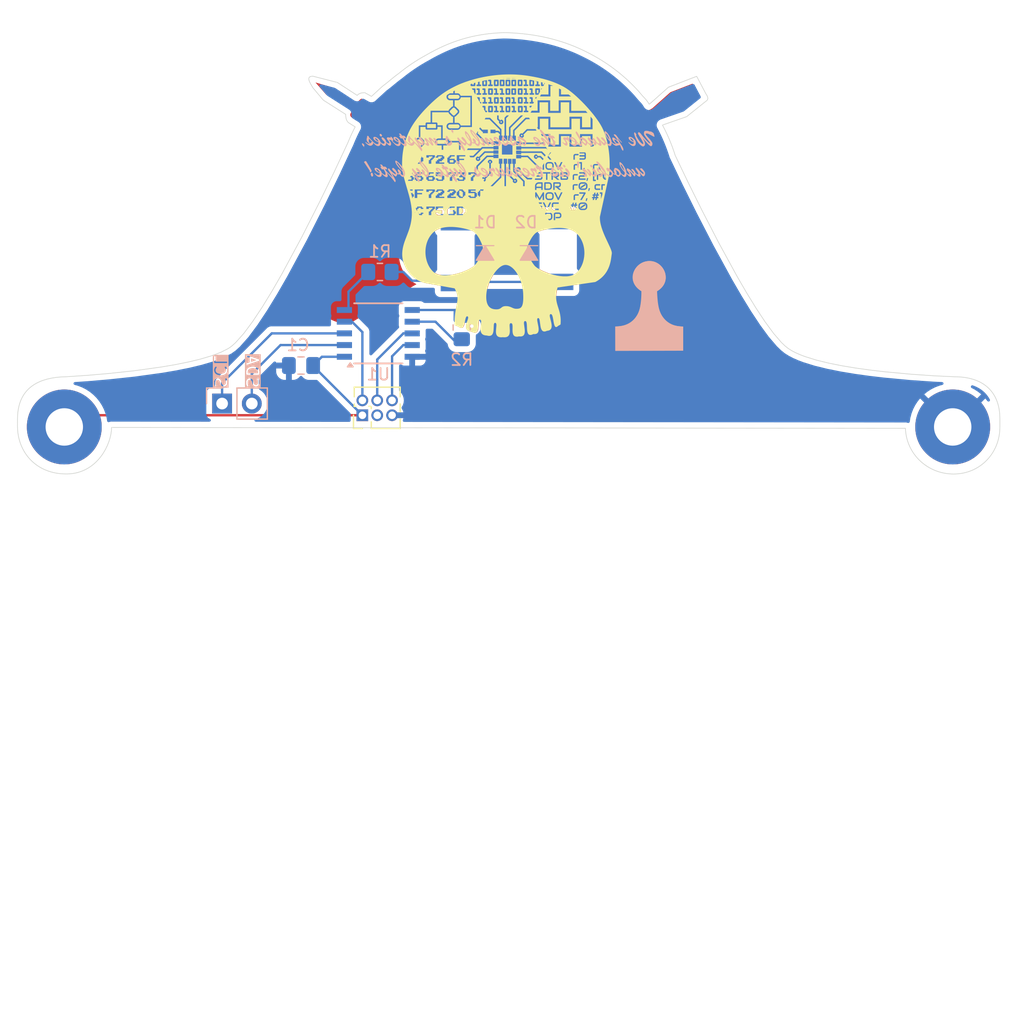
<source format=kicad_pcb>
(kicad_pcb (version 20240108) (generator "pcbnew") (generator_version "8.0")
  (layers (0 "F.Cu" signal) (31 "B.Cu" signal) (34 "B.Paste" user) (35 "F.Paste" user) (36 "B.SilkS" user "B.Silkscreen") (37 "F.SilkS" user "F.Silkscreen") (38 "B.Mask" user) (39 "F.Mask" user) (44 "Edge.Cuts" user))
  (net 0 "")
  (net 1 "GND")
  (net 2 "+3.3V")
  (net 3 "Net-(D1-A)")
  (net 5 "Net-(J1-Pin_6)")
  (net 6 "RST")
  (net 7 "Net-(J1-Pin_4)")
  (net 8 "Net-(U1-PA1)")
  (net 9 "SENSE")
  (net 10 "Net-(U1-PA7)")
  (net 11 "SCL")
  (net 12 "SDA")
  (footprint "Connector_PinHeader_1.27mm:PinHeader_2x03_P1.27mm_Vertical" (layer "F.Cu") (at 134.5 120.75 90)
    (property "Reference" "J1" (hide yes))
    (property "Value" "Conn_02x03_Odd_Even" (hide yes))
  )
  (footprint "Saintcon2024Klip-ons:Saintcon2024Klip-onUpper" (layer "F.Cu") (at 144.75 144.15)
    (property "Reference" "J2" (hide yes))
    (property "Value" "Screw_Power" (hide yes))
  )
  (footprint "Grange:Reverse_LED" (layer "B.Cu") (at 151.25 104.15 -90)
    (property "Reference" "D2")
    (property "Value" "LED")
  )
  (footprint "Resistor_SMD:R_0805_2012Metric_Pad1.20x1.40mm_HandSolder" (layer "B.Cu") (at 136 108.5 180)
    (property "Reference" "R1")
    (property "Value" "R_US")
  )
  (footprint "Grange:SSOP-10_3.9x4.9mm_P1.00mm" (layer "B.Cu") (at 135.8625 113.75)
    (property "Reference" "U1")
    (property "Value" "PY32F002AA15M")
  )
  (footprint "Capacitor_SMD:C_0805_2012Metric_Pad1.18x1.45mm_HandSolder" (layer "B.Cu") (at 129.25 116.5 180)
    (property "Reference" "C1")
    (property "Value" "C")
  )
  (footprint "Grange:Reverse_LED" (layer "B.Cu") (at 142.5 104.25 -90)
    (property "Reference" "D1")
    (property "Value" "LED")
  )
  (footprint "Connector_PinHeader_2.54mm:PinHeader_1x02_P2.54mm_Vertical" (layer "B.Cu") (at 122.5 119.75 -90)
    (property "Reference" "J3" (hide yes))
    (property "Value" "Conn_01x02_Pin" (hide yes))
  )
  (footprint "Resistor_SMD:R_0805_2012Metric_Pad1.20x1.40mm_HandSolder" (layer "B.Cu") (at 143 113.25 90)
    (property "Reference" "R2")
    (property "Value" "1M")
  )
  (gr_poly (pts (xy 163.393985 93.433107) (xy 161.842567 94.68287) (xy 159.860294 95.372351) (xy 155.987842 97.592305) (xy 155.969993 97.45421) (xy 155.950095 97.317035) (xy 155.92816 97.180878) (xy 155.904197 97.045836) (xy 155.878218 96.912005) (xy 155.850234 96.779483) (xy 155.820255 96.648367) (xy 155.788292 96.518754) (xy 159.300014 94.510528) (xy 160.851429 93.131451) (xy 162.747531 92.398828)) (stroke (width -0.000001)) (fill solid) (layer "F.Cu"))
  (gr_poly (pts (xy 148.093134 93.963124) (xy 147.956709 93.963124) (xy 147.956709 93.689756) (xy 148.093134 93.689756)) (stroke (width -0.000001)) (fill solid) (layer "F.Cu"))
  (gr_poly (pts (xy 139.516912 100.602512) (xy 139.206339 100.602512) (xy 139.206339 100.395807) (xy 139.516912 100.395807)) (stroke (width -0.000001)) (fill solid) (layer "F.Cu"))
  (gr_poly (pts (xy 147.034284 93.211232) (xy 146.897856 93.211232) (xy 146.897856 92.937864) (xy 147.034284 92.937864)) (stroke (width -0.000001)) (fill solid) (layer "F.Cu"))
  (gr_poly (pts (xy 145.442304 99.031628) (xy 145.445528 99.03186) (xy 145.448699 99.032242) (xy 145.451813 99.032772) (xy 145.454867 99.033446) (xy 145.457858 99.034259) (xy 145.460782 99.03521) (xy 145.463634 99.036295) (xy 145.466413 99.037509) (xy 145.469114 99.038851) (xy 145.471733 99.040315) (xy 145.474267 99.0419) (xy 145.476712 99.043601) (xy 145.479065 99.045416) (xy 145.481322 99.04734) (xy 145.48348 99.049371) (xy 145.485535 99.051504) (xy 145.487483 99.053737) (xy 145.489321 99.056067) (xy 145.491045 99.058489) (xy 145.492652 99.061001) (xy 145.494138 99.063599) (xy 145.495499 99.066279) (xy 145.496733 99.069039) (xy 145.497834 99.071874) (xy 145.498801 99.074782) (xy 145.499628 99.077759) (xy 145.500314 99.080802) (xy 145.500853 99.083907) (xy 145.501242 99.08707) (xy 145.501479 99.09029) (xy 145.501558 99.093561) (xy 145.50148 99.096752) (xy 145.501246 99.099888) (xy 145.500862 99.102966) (xy 145.50033 99.105983) (xy 145.499654 99.108937) (xy 145.498839 99.111825) (xy 145.497887 99.114643) (xy 145.496802 99.11739) (xy 145.495589 99.120063) (xy 145.49425 99.122658) (xy 145.492789 99.125173) (xy 145.491211 99.127605) (xy 145.489519 99.129951) (xy 145.487716 99.132209) (xy 145.485806 99.134375) (xy 145.483794 99.136448) (xy 145.481681 99.138423) (xy 145.479474 99.140299) (xy 145.477174 99.142072) (xy 145.474785 99.143741) (xy 145.472313 99.145301) (xy 145.469759 99.14675) (xy 145.467128 99.148086) (xy 145.464423 99.149306) (xy 145.461648 99.150406) (xy 145.458808 99.151385) (xy 145.455905 99.152239) (xy 145.452943 99.152965) (xy 145.449925 99.153561) (xy 145.446857 99.154024) (xy 145.443741 99.154351) (xy 145.44058 99.154539) (xy 145.437483 99.154539) (xy 145.434404 99.154357) (xy 145.431375 99.154037) (xy 145.428399 99.153584) (xy 145.425478 99.152998) (xy 145.422616 99.152284) (xy 145.419815 99.151445) (xy 145.417078 99.150483) (xy 145.414409 99.149401) (xy 145.411809 99.148202) (xy 145.409283 99.146889) (xy 145.406832 99.145465) (xy 145.40446 99.143933) (xy 145.40217 99.142296) (xy 145.399965 99.140557) (xy 145.397847 99.138719) (xy 145.395819 99.136784) (xy 145.393885 99.134756) (xy 145.392047 99.132637) (xy 145.390308 99.130431) (xy 145.388672 99.12814) (xy 145.38714 99.125767) (xy 145.385716 99.123315) (xy 145.384403 99.120788) (xy 145.383204 99.118188) (xy 145.382121 99.115517) (xy 145.381158 99.11278) (xy 145.380318 99.109979) (xy 145.379603 99.107116) (xy 145.379016 99.104195) (xy 145.37856 99.101218) (xy 145.378238 99.098189) (xy 145.378054 99.095111) (xy 145.378049 99.095069) (xy 145.378045 99.095001) (xy 145.378041 99.094806) (xy 145.378042 99.09428) (xy 145.378054 99.093561) (xy 145.377535 99.093044) (xy 145.37767 99.089829) (xy 145.377952 99.086661) (xy 145.378376 99.083546) (xy 145.378941 99.080485) (xy 145.379642 99.077483) (xy 145.380477 99.074543) (xy 145.381442 99.071669) (xy 145.382535 99.068864) (xy 145.383753 99.066132) (xy 145.385091 99.063476) (xy 145.386549 99.0609) (xy 145.388121 99.058408) (xy 145.389806 99.056003) (xy 145.391599 99.053688) (xy 145.393499 99.051467) (xy 145.395502 99.049344) (xy 145.397604 99.047322) (xy 145.399803 99.045405) (xy 145.402096 99.043596) (xy 145.40448 99.041899) (xy 145.406951 99.040318) (xy 145.409506 99.038855) (xy 145.412143 99.037515) (xy 145.414859 99.036301) (xy 145.417649 99.035216) (xy 145.420512 99.034265) (xy 145.423444 99.03345) (xy 145.426442 99.032775) (xy 145.429502 99.032244) (xy 145.432623 99.03186) (xy 145.4358 99.031628) (xy 145.439031 99.031549)) (stroke (width -0.000001)) (fill solid) (layer "F.Cu"))
  (gr_poly (pts (xy 146.540254 92.472259) (xy 146.403314 92.472259) (xy 146.403314 92.198891) (xy 146.540254 92.198891)) (stroke (width -0.000001)) (fill solid) (layer "F.Cu"))
  (gr_poly (pts (xy 149.575212 93.208649) (xy 149.438269 93.208649) (xy 149.438269 92.935797) (xy 149.575212 92.935797)) (stroke (width -0.000001)) (fill solid) (layer "F.Cu"))
  (gr_poly (pts (xy 146.041578 92.472259) (xy 145.905153 92.472259) (xy 145.905153 92.198891) (xy 146.041578 92.198891)) (stroke (width -0.000001)) (fill solid) (layer "F.Cu"))
  (gr_poly (pts (xy 142.306925 99.138519) (xy 141.996862 99.138519) (xy 141.996862 98.93233) (xy 142.306925 98.93233)) (stroke (width -0.000001)) (fill solid) (layer "F.Cu"))
  (gr_poly (pts (xy 142.661671 93.355108) (xy 142.670563 93.355746) (xy 142.679308 93.356798) (xy 142.687894 93.358252) (xy 142.696313 93.3601) (xy 142.704554 93.362332) (xy 142.712608 93.364936) (xy 142.720465 93.367903) (xy 142.728116 93.371223) (xy 142.73555 93.374885) (xy 142.742758 93.378881) (xy 142.749731 93.383199) (xy 142.756458 93.387829) (xy 142.76293 93.392762) (xy 142.769137 93.397988) (xy 142.775069 93.403496) (xy 142.780717 93.409276) (xy 142.786072 93.415319) (xy 142.791122 93.421613) (xy 142.795859 93.42815) (xy 142.800273 93.434919) (xy 142.804354 93.44191) (xy 142.808092 93.449112) (xy 142.811479 93.456516) (xy 142.814503 93.464112) (xy 142.817155 93.47189) (xy 142.819426 93.47984) (xy 142.821306 93.48795) (xy 142.822785 93.496213) (xy 142.823854 93.504616) (xy 142.824502 93.513151) (xy 142.82472 93.521808) (xy 142.824502 93.530464) (xy 142.823854 93.538999) (xy 142.822785 93.547403) (xy 142.821306 93.555665) (xy 142.819426 93.563776) (xy 142.817155 93.571725) (xy 142.814502 93.579503) (xy 142.811478 93.587099) (xy 142.808091 93.594504) (xy 142.804352 93.601706) (xy 142.800271 93.608697) (xy 142.795857 93.615466) (xy 142.79112 93.622002) (xy 142.786069 93.628297) (xy 142.780715 93.634339) (xy 142.775066 93.640119) (xy 142.769134 93.645627) (xy 142.762926 93.650853) (xy 142.756454 93.655786) (xy 142.749727 93.660417) (xy 142.742755 93.664735) (xy 142.735546 93.66873) (xy 142.728112 93.672393) (xy 142.720462 93.675712) (xy 142.712605 93.678679) (xy 142.704551 93.681283) (xy 142.69631 93.683515) (xy 142.687892 93.685363) (xy 142.679306 93.686817) (xy 142.670562 93.687869) (xy 142.66167 93.688507) (xy 142.652639 93.688722) (xy 142.017019 93.688722) (xy 142.007989 93.688507) (xy 141.9991 93.687869) (xy 141.990363 93.686817) (xy 141.981785 93.685363) (xy 141.973378 93.683515) (xy 141.96515 93.681283) (xy 141.957112 93.678679) (xy 141.949272 93.675712) (xy 141.94164 93.672393) (xy 141.934226 93.66873) (xy 141.927039 93.664735) (xy 141.920088 93.660417) (xy 141.913384 93.655786) (xy 141.906936 93.650853) (xy 141.900752 93.645627) (xy 141.894844 93.640119) (xy 141.88922 93.634339) (xy 141.88389 93.628297) (xy 141.878863 93.622002) (xy 141.874149 93.615466) (xy 141.869757 93.608697) (xy 141.865698 93.601706) (xy 141.861979 93.594504) (xy 141.858612 93.587099) (xy 141.855606 93.579503) (xy 141.852969 93.571725) (xy 141.850712 93.563776) (xy 141.848844 93.555665) (xy 141.847374 93.547403) (xy 141.846313 93.538999) (xy 141.84567 93.530464) (xy 141.845453 93.521808) (xy 141.84567 93.513151) (xy 141.846314 93.504616) (xy 141.847375 93.496213) (xy 141.848845 93.48795) (xy 141.850713 93.47984) (xy 141.852971 93.47189) (xy 141.855607 93.464113) (xy 141.858614 93.456517) (xy 141.861982 93.449112) (xy 141.8657 93.44191) (xy 141.86976 93.434919) (xy 141.874151 93.42815) (xy 141.878866 93.421614) (xy 141.883892 93.415319) (xy 141.889223 93.409277) (xy 141.894847 93.403496) (xy 141.900755 93.397988) (xy 141.906938 93.392763) (xy 141.913387 93.38783) (xy 141.920091 93.383199) (xy 141.927041 93.378881) (xy 141.934228 93.374886) (xy 141.941642 93.371223) (xy 141.949274 93.367903) (xy 141.957114 93.364936) (xy 141.965152 93.362332) (xy 141.97338 93.360101) (xy 141.981787 93.358253) (xy 141.990364 93.356798) (xy 141.999101 93.355746) (xy 142.007989 93.355108) (xy 142.017019 93.354893) (xy 142.652639 93.354893)) (stroke (width -0.000001)) (fill solid) (layer "F.Cu"))
  (gr_poly (pts (xy 161.428337 109.731587) (xy 161.480301 109.794197) (xy 161.534817 109.864058) (xy 161.599076 109.952154) (xy 161.632684 110.001289) (xy 161.666118 110.052883) (xy 161.698508 110.106234) (xy 161.728983 110.160643) (xy 161.756674 110.21541) (xy 161.780711 110.269834) (xy 161.800223 110.323215) (xy 161.814342 110.374853) (xy 161.819289 110.401149) (xy 161.823042 110.429381) (xy 161.827241 110.490927) (xy 161.827481 110.558038) (xy 161.824307 110.62926) (xy 161.818262 110.70314) (xy 161.80989 110.778223) (xy 161.799735 110.853055) (xy 161.788341 110.926183) (xy 161.764009 111.06151) (xy 161.741243 111.172572) (xy 161.717811 111.275379) (xy 163.358131 112.208121) (xy 163.390232 112.9478) (xy 161.460548 111.822115) (xy 161.41691 111.859637) (xy 161.364605 111.902786) (xy 161.29397 111.958857) (xy 161.206501 112.025347) (xy 161.103691 112.099753) (xy 160.987038 112.179573) (xy 160.923987 112.220731) (xy 160.858036 112.262305) (xy 160.824014 112.282259) (xy 160.789364 112.300492) (xy 160.754197 112.317077) (xy 160.718625 112.332083) (xy 160.68276 112.345583) (xy 160.646715 112.357648) (xy 160.610601 112.368349) (xy 160.57453 112.377757) (xy 160.538616 112.385943) (xy 160.502968 112.39298) (xy 160.432925 112.403887) (xy 160.365298 112.41105) (xy 160.300983 112.415037) (xy 160.240876 112.41642) (xy 160.185874 112.415768) (xy 160.136875 112.413652) (xy 160.094774 112.410642) (xy 160.034854 112.40422) (xy 160.013286 112.401066) (xy 154.915203 109.574843) (xy 155.029814 109.500505) (xy 155.137252 109.423219) (xy 155.237763 109.343247) (xy 155.331594 109.260852) (xy 155.418991 109.176294) (xy 155.500202 109.089836) (xy 155.575473 109.001739) (xy 155.645052 108.912265) (xy 155.709184 108.821677) (xy 155.768117 108.730236) (xy 155.822097 108.638204) (xy 155.871372 108.545842) (xy 155.916187 108.453413) (xy 155.956791 108.361179) (xy 156.026349 108.178342) (xy 156.082021 107.999425) (xy 156.12578 107.826523) (xy 156.159601 107.661731) (xy 156.185459 107.507144) (xy 156.248745 107.032744) (xy 156.252363 106.993986) (xy 156.250861 106.950161) (xy 156.244526 106.901468) (xy 156.233646 106.848106) (xy 156.21851 106.790274) (xy 156.199404 106.728172) (xy 156.176618 106.661998) (xy 156.150438 106.591951) (xy 156.089051 106.441037) (xy 156.017548 106.27702) (xy 155.853405 105.91605)) (stroke (width -0.000001)) (fill solid) (layer "F.Cu"))
  (gr_poly (pts (xy 147.038935 92.472259) (xy 146.901991 92.472259) (xy 146.901991 92.198891) (xy 147.038935 92.198891)) (stroke (width -0.000001)) (fill solid) (layer "F.Cu"))
  (gr_poly (pts (xy 148.09675 94.709849) (xy 147.96084 94.709849) (xy 147.96084 94.436997) (xy 148.09675 94.436997)) (stroke (width -0.000001)) (fill solid) (layer "F.Cu"))
  (gr_poly (pts (xy 153.286096 100.947194) (xy 153.499521 100.947194) (xy 153.503325 100.947186) (xy 153.507111 100.947276) (xy 153.510876 100.947462) (xy 153.514622 100.947743) (xy 153.518348 100.948117) (xy 153.522053 100.948583) (xy 153.525738 100.949141) (xy 153.529401 100.949788) (xy 153.533043 100.950524) (xy 153.536664 100.951347) (xy 153.540263 100.952256) (xy 153.543839 100.953249) (xy 153.547393 100.954326) (xy 153.550924 100.955486) (xy 153.554432 100.956726) (xy 153.557917 100.958046) (xy 153.561359 100.959447) (xy 153.564745 100.960914) (xy 153.568075 100.962448) (xy 153.57135 100.964049) (xy 153.57457 100.965721) (xy 153.577736 100.967463) (xy 153.580848 100.969277) (xy 153.583906 100.971164) (xy 153.586911 100.973126) (xy 153.589863 100.975163) (xy 153.592763 100.977278) (xy 153.595611 100.979471) (xy 153.598407 100.981744) (xy 153.601153 100.984097) (xy 153.603848 100.986533) (xy 153.606493 100.989052) (xy 153.609132 100.99165) (xy 153.611703 100.994321) (xy 153.614206 100.997064) (xy 153.616641 100.999877) (xy 153.619008 101.00276) (xy 153.621307 101.00571) (xy 153.623538 101.008727) (xy 153.625702 101.011809) (xy 153.627798 101.014955) (xy 153.629827 101.018164) (xy 153.631789 101.021434) (xy 153.633684 101.024764) (xy 153.635512 101.028153) (xy 153.637273 101.0316) (xy 153.638968 101.035103) (xy 153.640596 101.038661) (xy 153.642143 101.042269) (xy 153.643593 101.045923) (xy 153.644946 101.049624) (xy 153.646202 101.053372) (xy 153.647361 101.057168) (xy 153.648421 101.061013) (xy 153.649383 101.064906) (xy 153.650245 101.068848) (xy 153.651008 101.07284) (xy 153.651671 101.076883) (xy 153.652233 101.080976) (xy 153.652694 101.085121) (xy 153.653053 101.089317) (xy 153.65331 101.093566) (xy 153.653465 101.097868) (xy 153.653517 101.102223) (xy 153.653517 101.208677) (xy 153.653476 101.212872) (xy 153.65335 101.217031) (xy 153.653139 101.221153) (xy 153.652844 101.225238) (xy 153.652464 101.229285) (xy 153.651998 101.233294) (xy 153.651448 101.237265) (xy 153.650813 101.241197) (xy 153.650092 101.24509) (xy 153.649287 101.248943) (xy 153.648396 101.252756) (xy 153.64742 101.256528) (xy 153.646359 101.26026) (xy 153.645213 101.26395) (xy 153.643981 101.267599) (xy 153.642664 101.271205) (xy 153.641262 101.274703) (xy 153.639791 101.278138) (xy 153.638251 101.281512) (xy 153.636642 101.284825) (xy 153.634962 101.288075) (xy 153.633211 101.291264) (xy 153.631389 101.294392) (xy 153.629494 101.297458) (xy 153.627527 101.300462) (xy 153.625485 101.303406) (xy 153.62337 101.306288) (xy 153.62118 101.309108) (xy 153.618914 101.311868) (xy 153.616572 101.314567) (xy 153.614154 101.317204) (xy 153.611658 101.319781) (xy 153.609121 101.322305) (xy 153.60652 101.324756) (xy 153.603853 101.327133) (xy 153.601121 101.329439) (xy 153.598324 101.331674) (xy 153.59546 101.333838) (xy 153.592529 101.335934) (xy 153.589531 101.337961) (xy 153.586466 101.33992) (xy 153.583333 101.341813) (xy 153.580131 101.34364) (xy 153.576861 101.345403) (xy 153.573521 101.347101) (xy 153.570111 101.348736) (xy 153.566632 101.350309) (xy 153.563082 101.351821) (xy 153.559525 101.353201) (xy 153.555908 101.354491) (xy 153.552234 101.355692) (xy 153.548501 101.356803) (xy 153.544712 101.357825) (xy 153.540866 101.358757) (xy 153.536966 101.359601) (xy 153.533011 101.360355) (xy 153.529003 101.36102) (xy 153.524942 101.361596) (xy 153.520829 101.362083) (xy 153.516666 101.362481) (xy 153.512453 101.362791) (xy 153.50819 101.363012) (xy 153.499521 101.363189) (xy 153.286096 101.363189) (xy 153.28229 101.363202) (xy 153.278497 101.363128) (xy 153.27472 101.362968) (xy 153.270958 101.362719) (xy 153.267211 101.362384) (xy 153.263481 101.36196) (xy 153.259768 101.361449) (xy 153.256072 101.36085) (xy 153.252394 101.360162) (xy 153.248734 101.359385) (xy 153.245093 101.35852) (xy 153.241471 101.357566) (xy 153.237869 101.356522) (xy 153.234287 101.355389) (xy 153.230726 101.354166) (xy 153.227186 101.352854) (xy 153.223737 101.351449) (xy 153.220341 101.349974) (xy 153.216996 101.348427) (xy 153.213703 101.346808) (xy 153.210461 101.345119) (xy 153.207269 101.343358) (xy 153.204129 101.341526) (xy 153.201038 101.339623) (xy 153.197998 101.33765) (xy 153.195008 101.335605) (xy 153.192067 101.333489) (xy 153.189175 101.331302) (xy 153.186332 101.329045) (xy 153.183538 101.326716) (xy 153.180792 101.324317) (xy 153.178095 101.321848) (xy 153.175455 101.319256) (xy 153.172884 101.316601) (xy 153.170381 101.313884) (xy 153.167947 101.311103) (xy 153.16558 101.30826) (xy 153.163281 101.305353) (xy 153.161049 101.302383) (xy 153.158885 101.29935) (xy 153.156789 101.296252) (xy 153.154759 101.29309) (xy 153.152797 101.289863) (xy 153.150902 101.286572) (xy 153.149074 101.283216) (xy 153.147312 101.279795) (xy 153.145616 101.276308) (xy 153.143988 101.272756) (xy 153.142442 101.269146) (xy 153.140992 101.265485) (xy 153.139639 101.261772) (xy 153.139137 101.260266) (xy 153.173185 101.260266) (xy 153.173203 101.261682) (xy 153.173252 101.263105) (xy 153.173334 101.264535) (xy 153.17359 101.267417) (xy 153.173971 101.270329) (xy 153.174475 101.273272) (xy 153.174777 101.274695) (xy 153.175121 101.276113) (xy 153.175506 101.277526) (xy 153.175929 101.278932) (xy 153.176392 101.280331) (xy 153.176892 101.281721) (xy 153.177429 101.283102) (xy 153.178002 101.284473) (xy 153.17861 101.285834) (xy 153.179253 101.287182) (xy 153.179929 101.288518) (xy 153.180637 101.289841) (xy 153.181377 101.291148) (xy 153.182148 101.292441) (xy 153.182949 101.293718) (xy 153.183779 101.294977) (xy 153.184809 101.296542) (xy 153.185877 101.298052) (xy 153.186983 101.299507) (xy 153.188127 101.300909) (xy 153.18931 101.30226) (xy 153.190531 101.30356) (xy 153.191792 101.304811) (xy 153.193092 101.306015) (xy 153.194432 101.307172) (xy 153.195813 101.308285) (xy 153.197234 101.309354) (xy 153.198697 101.310381) (xy 153.200201 101.311368) (xy 153.201747 101.312315) (xy 153.203335 101.313224) (xy 153.204965 101.314097) (xy 153.206622 101.31492) (xy 153.208293 101.3157) (xy 153.209976 101.316436) (xy 153.211671 101.317126) (xy 153.213379 101.317769) (xy 153.215099 101.318364) (xy 153.216831 101.318908) (xy 153.218573 101.319402) (xy 153.220326 101.319843) (xy 153.22209 101.320229) (xy 153.223864 101.32056) (xy 153.225647 101.320834) (xy 153.22744 101.32105) (xy 153.229241 101.321206) (xy 153.231052 101.3213) (xy 153.23287 101.321332) (xy 153.233958 101.321319) (xy 153.235045 101.321282) (xy 153.237215 101.321138) (xy 153.239376 101.320908) (xy 153.241525 101.320601) (xy 153.243658 101.320224) (xy 153.245772 101.319784) (xy 153.247862 101.31929) (xy 153.249926 101.318748) (xy 153.250949 101.318452) (xy 153.251959 101.318126) (xy 153.252956 101.317771) (xy 153.253943 101.317386) (xy 153.25492 101.316971) (xy 153.255889 101.316527) (xy 153.256851 101.316054) (xy 153.257807 101.315551) (xy 153.25876 101.315019) (xy 153.259709 101.314458) (xy 153.260658 101.313867) (xy 153.261607 101.313248) (xy 153.262556 101.312599) (xy 153.263509 101.311921) (xy 153.265428 101.310479) (xy 153.585302 101.097056) (xy 153.586601 101.096199) (xy 153.587871 101.095315) (xy 153.589112 101.094406) (xy 153.590324 101.093471) (xy 153.591505 101.092511) (xy 153.592656 101.091528) (xy 153.593776 101.090522) (xy 153.594864 101.089492) (xy 153.59592 101.088441) (xy 153.596943 101.087368) (xy 153.597932 101.086275) (xy 153.598888 101.085161) (xy 153.599808 101.084028) (xy 153.600694 101.082876) (xy 153.601544 101.081706) (xy 153.602358 101.080519) (xy 153.603181 101.079262) (xy 153.603965 101.078006) (xy 153.60471 101.076748) (xy 153.605417 101.075488) (xy 153.606086 101.074224) (xy 153.606719 101.072957) (xy 153.607315 101.071684) (xy 153.607875 101.070405) (xy 153.6084 101.069119) (xy 153.60889 101.067826) (xy 153.609347 101.066524) (xy 153.60977 101.065212) (xy 153.610161 101.063889) (xy 153.61052 101.062555) (xy 153.610847 101.061209) (xy 153.611143 101.059849) (xy 153.61139 101.058424) (xy 153.611606 101.057001) (xy 153.611791 101.055578) (xy 153.611944 101.054156) (xy 153.612065 101.052734) (xy 153.612153 101.051313) (xy 153.612207 101.049893) (xy 153.612229 101.048472) (xy 153.612216 101.047052) (xy 153.612169 101.045633) (xy 153.612088 101.044213) (xy 153.611971 101.042793) (xy 153.611818 101.041373) (xy 153.61163 101.039953) (xy 153.611405 101.038532) (xy 153.611143 101.037111) (xy 153.610848 101.035639) (xy 153.610524 101.034184) (xy 153.61017 101.032747) (xy 153.609785 101.031326) (xy 153.609368 101.029922) (xy 153.608918 101.028533) (xy 153.608433 101.02716) (xy 153.607913 101.025802) (xy 153.607357 101.024457) (xy 153.606764 101.023127) (xy 153.606132 101.02181) (xy 153.60546 101.020506) (xy 153.604748 101.019214) (xy 153.603995 101.017934) (xy 153.603198 101.016665) (xy 153.602358 101.015407) (xy 153.601498 101.014164) (xy 153.600607 101.012947) (xy 153.599685 101.011757) (xy 153.598734 101.010595) (xy 153.597754 101.009459) (xy 153.596745 101.008351) (xy 153.59571 101.007272) (xy 153.594648 101.00622) (xy 153.593561 101.005198) (xy 153.592449 101.004204) (xy 153.591313 101.00324) (xy 153.590154 101.002306) (xy 153.588972 101.001401) (xy 153.587769 101.000527) (xy 153.586546 100.999683) (xy 153.585302 100.998871) (xy 153.584093 100.998096) (xy 153.582867 100.997349) (xy 153.581622 100.996629) (xy 153.58036 100.995937) (xy 153.579083 100.995274) (xy 153.577789 100.994641) (xy 153.57648 100.994038) (xy 153.575157 100.993466) (xy 153.573819 100.992925) (xy 153.572468 100.992417) (xy 153.571105 100.991942) (xy 153.569729 100.991501) (xy 153.568341 100.991094) (xy 153.566943 100.990722) (xy 153.565534 100.990386) (xy 153.564115 100.990086) (xy 153.562745 100.989827) (xy 153.5614 100.989609) (xy 153.560072 100.98943) (xy 153.558747 100.989289) (xy 153.557415 100.989182) (xy 153.556065 100.989108) (xy 153.554686 100.989066) (xy 153.553266 100.989052) (xy 153.553266 100.989569) (xy 153.550352 100.989548) (xy 153.54886 100.989541) (xy 153.547356 100.989554) (xy 153.545848 100.989601) (xy 153.544344 100.989697) (xy 153.543596 100.989767) (xy 153.542852 100.989854) (xy 153.542113 100.98996) (xy 153.54138 100.990086) (xy 153.539962 100.990387) (xy 153.538561 100.990728) (xy 153.537174 100.991107) (xy 153.535801 100.991525) (xy 153.534442 100.991981) (xy 153.533096 100.992475) (xy 153.531763 100.993006) (xy 153.53044 100.993574) (xy 153.529129 100.994178) (xy 153.527827 100.994818) (xy 153.526535 100.995493) (xy 153.525252 100.996204) (xy 153.523977 100.996949) (xy 153.522709 100.997728) (xy 153.521448 100.998541) (xy 153.520193 100.999387) (xy 153.199797 101.212811) (xy 153.198498 101.213687) (xy 153.197228 101.214591) (xy 153.195987 101.215521) (xy 153.194776 101.216477) (xy 153.193594 101.217459) (xy 153.192444 101.218467) (xy 153.191324 101.2195) (xy 153.190236 101.220558) (xy 153.189181 101.22164) (xy 153.188159 101.222746) (xy 153.187169 101.223876) (xy 153.186214 101.225028) (xy 153.185294 101.226204) (xy 153.184408 101.227402) (xy 153.183559 101.228622) (xy 153.182745 101.229864) (xy 153.181955 101.231068) (xy 153.181199 101.232279) (xy 153.180475 101.233499) (xy 153.179784 101.234728) (xy 153.179125 101.235968) (xy 153.178498 101.237218) (xy 153.177904 101.238481) (xy 153.177341 101.239757) (xy 153.17681 101.241047) (xy 153.17631 101.242351) (xy 153.175841 101.243671) (xy 153.175404 101.245007) (xy 153.174997 101.246361) (xy 153.174621 101.247733) (xy 153.174275 101.249124) (xy 153.17396 101.250535) (xy 153.173751 101.251907) (xy 153.173576 101.253284) (xy 153.173433 101.254668) (xy 153.173323 101.256058) (xy 153.173245 101.257454) (xy 153.173199 101.258857) (xy 153.173185 101.260266) (xy 153.139137 101.260266) (xy 153.138383 101.258008) (xy 153.137225 101.254191) (xy 153.136164 101.250323) (xy 153.135203 101.246401) (xy 153.13434 101.242427) (xy 153.133577 101.238399) (xy 153.132914 101.234317) (xy 153.132352 101.230181) (xy 153.131891 101.225991) (xy 153.131531 101.221745) (xy 153.131274 101.217445) (xy 153.131119 101.213089) (xy 153.131067 101.208677) (xy 153.131067 101.102223) (xy 153.13112 101.097813) (xy 153.131275 101.093458) (xy 153.131532 101.089158) (xy 153.131891 101.084912) (xy 153.132351 101.080722) (xy 153.132912 101.076585) (xy 153.133573 101.072503) (xy 153.134334 101.068474) (xy 153.135196 101.064499) (xy 153.136156 101.060576) (xy 153.137216 101.056707) (xy 153.138375 101.05289) (xy 153.139631 101.049126) (xy 153.140986 101.045414) (xy 153.142438 101.041754) (xy 153.143988 101.038145) (xy 153.145671 101.034536) (xy 153.14742 101.03099) (xy 153.149236 101.027507) (xy 153.151116 101.024089) (xy 153.153061 101.020737) (xy 153.155071 101.017451) (xy 153.157145 101.014234) (xy 153.159282 101.011086) (xy 153.161482 101.008009) (xy 153.163744 101.005003) (xy 153.166069 101.002069) (xy 153.168456 100.99921) (xy 153.170903 100.996426) (xy 153.173412 100.993718) (xy 153.175981 100.991087) (xy 153.17861 100.988535) (xy 153.181365 100.986018) (xy 153.184166 100.983589) (xy 153.187012 100.981247) (xy 153.189905 100.97899) (xy 153.192843 100.976817) (xy 153.195827 100.974726) (xy 153.198858 100.972716) (xy 153.201934 100.970785) (xy 153.205057 100.968934) (xy 153.208226 100.967158) (xy 153.211442 100.965459) (xy 153.214704 100.963834) (xy 153.218013 100.962281) (xy 153.221369 100.9608) (xy 153.224771 100.959388) (xy 153.22822 100.958046) (xy 153.231755 100.956718) (xy 153.235301 100.955471) (xy 153.23886 100.954307) (xy 153.242429 100.953227) (xy 153.24601 100.952232) (xy 153.249602 100.951323) (xy 153.253204 100.950501) (xy 153.256818 100.949766) (xy 153.260442 100.949121) (xy 153.264076 100.948567) (xy 153.267721 100.948103) (xy 153.271377 100.947732) (xy 153.275042 100.947455) (xy 153.278717 100.947272) (xy 153.282402 100.947185)) (stroke (width -0.000001)) (fill solid) (layer "F.Cu"))
  (gr_poly (pts (xy 147.869545 99.668797) (xy 147.872764 99.669029) (xy 147.875928 99.669412) (xy 147.879033 99.669942) (xy 147.882076 99.670615) (xy 147.885053 99.671429) (xy 147.887961 99.67238) (xy 147.890796 99.673464) (xy 147.893556 99.674679) (xy 147.896236 99.67602) (xy 147.898834 99.677485) (xy 147.901346 99.679069) (xy 147.903768 99.680771) (xy 147.906098 99.682585) (xy 147.908331 99.684509) (xy 147.910465 99.68654) (xy 147.912495 99.688674) (xy 147.91442 99.690907) (xy 147.916234 99.693236) (xy 147.917935 99.695659) (xy 147.91952 99.698171) (xy 147.920985 99.700768) (xy 147.922326 99.703449) (xy 147.923541 99.706208) (xy 147.924625 99.709044) (xy 147.925576 99.711952) (xy 147.92639 99.714929) (xy 147.927063 99.717972) (xy 147.927593 99.721076) (xy 147.927975 99.72424) (xy 147.928207 99.72746) (xy 147.928285 99.730731) (xy 147.928207 99.734005) (xy 147.927975 99.737229) (xy 147.927593 99.7404) (xy 147.927063 99.743515) (xy 147.92639 99.74657) (xy 147.925576 99.749561) (xy 147.924625 99.752485) (xy 147.923541 99.755338) (xy 147.922326 99.758117) (xy 147.920985 99.760818) (xy 147.91952 99.763437) (xy 147.917935 99.765971) (xy 147.916234 99.768416) (xy 147.91442 99.770769) (xy 147.912495 99.773026) (xy 147.910465 99.775184) (xy 147.908331 99.777238) (xy 147.906098 99.779186) (xy 147.903768 99.781024) (xy 147.901346 99.782748) (xy 147.898834 99.784354) (xy 147.896236 99.78584) (xy 147.893556 99.787201) (xy 147.890796 99.788434) (xy 147.887961 99.789536) (xy 147.885053 99.790502) (xy 147.882076 99.791329) (xy 147.879033 99.792014) (xy 147.875928 99.792553) (xy 147.872764 99.792943) (xy 147.869545 99.793179) (xy 147.866274 99.793259) (xy 147.863001 99.793179) (xy 147.859777 99.792943) (xy 147.856607 99.792553) (xy 147.853492 99.792014) (xy 147.850438 99.791329) (xy 147.847447 99.790502) (xy 147.844523 99.789535) (xy 147.84167 99.788434) (xy 147.838892 99.787201) (xy 147.836191 99.78584) (xy 147.833572 99.784354) (xy 147.831038 99.782747) (xy 147.828592 99.781024) (xy 147.826239 99.779186) (xy 147.823981 99.777238) (xy 147.821824 99.775183) (xy 147.819769 99.773026) (xy 147.81782 99.770769) (xy 147.815982 99.768416) (xy 147.814258 99.765971) (xy 147.812651 99.763437) (xy 147.811164 99.760818) (xy 147.809803 99.758117) (xy 147.808569 99.755338) (xy 147.807467 99.752485) (xy 147.806501 99.749561) (xy 147.805673 99.74657) (xy 147.804988 99.743515) (xy 147.804449 99.7404) (xy 147.804059 99.737229) (xy 147.803823 99.734005) (xy 147.803743 99.730731) (xy 147.803823 99.727459) (xy 147.804059 99.724239) (xy 147.804449 99.721074) (xy 147.804988 99.717969) (xy 147.805673 99.714926) (xy 147.8065 99.711948) (xy 147.807466 99.70904) (xy 147.808568 99.706204) (xy 147.809801 99.703445) (xy 147.811162 99.700764) (xy 147.812648 99.698166) (xy 147.814255 99.695655) (xy 147.815979 99.693232) (xy 147.817816 99.690903) (xy 147.819765 99.68867) (xy 147.821819 99.686536) (xy 147.823977 99.684506) (xy 147.826234 99.682582) (xy 147.828587 99.680768) (xy 147.831032 99.679067) (xy 147.833567 99.677482) (xy 147.836186 99.676018) (xy 147.838887 99.674677) (xy 147.841665 99.673463) (xy 147.844519 99.672379) (xy 147.847443 99.671428) (xy 147.850434 99.670615) (xy 147.853489 99.669941) (xy 147.856604 99.669412) (xy 147.859775 99.669029) (xy 147.863 99.668797) (xy 147.866274 99.668719)) (stroke (width -0.000001)) (fill solid) (layer "F.Cu"))
  (gr_poly (pts (xy 138.306256 104.618539) (xy 138.255635 104.787823) (xy 138.201911 104.952158) (xy 138.146006 105.112333) (xy 137.918946 105.727228) (xy 137.865919 105.878447) (xy 137.816227 106.030242) (xy 137.770788 106.183404) (xy 137.730523 106.338722) (xy 137.69635 106.496985) (xy 137.66919 106.658983) (xy 137.649961 106.825505) (xy 137.639583 106.99734) (xy 137.638297 107.091739) (xy 137.640502 107.186312) (xy 137.646158 107.280947) (xy 137.655222 107.375529) (xy 137.667656 107.469947) (xy 137.683419 107.564086) (xy 137.702469 107.657835) (xy 137.724766 107.75108) (xy 137.750271 107.843709) (xy 137.778941 107.935608) (xy 137.810736 108.026665) (xy 137.845617 108.116766) (xy 137.883541 108.205798) (xy 137.92447 108.29365) (xy 137.968361 108.380207) (xy 138.015174 108.465357) (xy 138.06487 108.548986) (xy 138.117407 108.630983) (xy 138.172744 108.711234) (xy 138.230841 108.789626) (xy 138.291658 108.866046) (xy 138.355153 108.940381) (xy 138.421287 109.012518) (xy 138.490018 109.082345) (xy 138.561307 109.149748) (xy 138.635111 109.214614) (xy 138.711392 109.276831) (xy 138.790107 109.336285) (xy 138.871217 109.392865) (xy 138.954681 109.446455) (xy 139.040459 109.496945) (xy 139.128509 109.54422) (xy 135.422254 111.717022) (xy 134.188365 112.445078) (xy 133.702245 112.73926) (xy 133.678684 112.753347) (xy 133.636925 112.767819) (xy 133.579079 112.782268) (xy 133.507255 112.796285) (xy 133.330114 112.821396) (xy 133.122384 112.839888) (xy 133.012323 112.845632) (xy 132.900944 112.848498) (xy 132.790358 112.848077) (xy 132.682675 112.843962) (xy 132.580004 112.835745) (xy 132.484456 112.823017) (xy 132.398141 112.805372) (xy 132.323169 112.7824) (xy 132.190862 112.732995) (xy 132.066872 112.68532) (xy 132.007313 112.660939) (xy 131.949014 112.635562) (xy 131.8917 112.60871) (xy 131.8351 112.579909) (xy 131.77894 112.548681) (xy 131.722946 112.514551) (xy 131.666845 112.47704) (xy 131.610364 112.435674) (xy 131.55323 112.389975) (xy 131.495169 112.339467) (xy 131.435909 112.283674) (xy 131.375175 112.222119) (xy 131.313139 112.153032) (xy 131.250451 112.075619) (xy 131.187563 111.990869) (xy 131.124924 111.899769) (xy 131.062984 111.803305) (xy 131.002192 111.702467) (xy 130.942998 111.59824) (xy 130.885852 111.491614) (xy 130.831204 111.383575) (xy 130.779503 111.275111) (xy 130.7312 111.167209) (xy 130.686743 111.060858) (xy 130.646583 110.957044) (xy 130.61117 110.856755) (xy 130.580952 110.760978) (xy 130.556381 110.670702) (xy 130.536587 110.585228) (xy 130.520283 110.503028) (xy 130.507286 110.423842) (xy 130.497413 110.347409) (xy 130.490483 110.273469) (xy 130.486313 110.201762) (xy 130.484722 110.132028) (xy 130.485528 110.064006) (xy 130.488547 109.997437) (xy 130.493598 109.932059) (xy 130.5005 109.867613) (xy 130.509069 109.803839) (xy 130.530482 109.677264) (xy 130.556381 109.550253) (xy 130.564635 109.517362) (xy 130.57545 109.482765) (xy 130.588646 109.446639) (xy 130.604045 109.409156) (xy 130.640736 109.330818) (xy 130.684089 109.249145) (xy 130.732672 109.16553) (xy 130.785054 109.081367) (xy 130.839802 108.998048) (xy 130.895484 108.916967) (xy 131.003923 108.767093) (xy 131.098913 108.642891) (xy 131.168998 108.555507) (xy 131.20272 108.516087) (xy 138.352855 104.443516)) (stroke (width -0.000001)) (fill solid) (layer "F.Cu"))
  (gr_poly (pts (xy 154.49946 102.085626) (xy 154.385771 102.085626) (xy 154.410059 101.974522) (xy 154.523748 101.974522)) (stroke (width -0.000001)) (fill solid) (layer "F.Cu"))
  (gr_poly (pts (xy 143.756964 95.974371) (xy 142.926004 95.974371) (xy 142.918494 95.951066) (xy 142.909547 95.928447) (xy 142.899197 95.906627) (xy 142.887478 95.885719) (xy 142.874425 95.865836) (xy 142.860073 95.84709) (xy 142.844455 95.829595) (xy 142.827607 95.813462) (xy 142.818732 95.805942) (xy 142.809562 95.798804) (xy 142.800101 95.792064) (xy 142.790355 95.785736) (xy 142.780326 95.779832) (xy 142.77002 95.774368) (xy 142.759441 95.769357) (xy 142.748593 95.764814) (xy 142.73748 95.760753) (xy 142.726106 95.757188) (xy 142.714477 95.754132) (xy 142.702596 95.7516) (xy 142.690467 95.749606) (xy 142.678095 95.748165) (xy 142.665485 95.74729) (xy 142.652639 95.746995) (xy 142.405626 95.746995) (xy 142.405626 95.22713) (xy 142.420197 95.222706) (xy 142.434887 95.218601) (xy 142.44953 95.214429) (xy 142.456782 95.212197) (xy 142.46396 95.209804) (xy 142.471042 95.207202) (xy 142.478009 95.204341) (xy 142.484839 95.201175) (xy 142.491512 95.197655) (xy 142.498006 95.193733) (xy 142.504301 95.18936) (xy 142.510376 95.184488) (xy 142.513325 95.181851) (xy 142.51621 95.17907) (xy 142.730154 94.965131) (xy 142.739071 94.955771) (xy 142.747454 94.946072) (xy 142.755301 94.936059) (xy 142.762609 94.925753) (xy 142.769377 94.915177) (xy 142.775601 94.904354) (xy 142.781279 94.893307) (xy 142.78641 94.882059) (xy 142.79099 94.870632) (xy 142.795018 94.85905) (xy 142.79849 94.847336) (xy 142.801404 94.835512) (xy 142.803759 94.8236) (xy 142.805551 94.811625) (xy 142.806779 94.799608) (xy 142.80744 94.787573) (xy 142.807531 94.775542) (xy 142.80705 94.763539) (xy 142.805995 94.751585) (xy 142.804363 94.739705) (xy 142.802153 94.727921) (xy 142.799361 94.716255) (xy 142.795985 94.70473) (xy 142.792023 94.69337) (xy 142.787472 94.682197) (xy 142.782331 94.671234) (xy 142.776596 94.660504) (xy 142.770266 94.65003) (xy 142.763337 94.639834) (xy 142.755808 94.62994) (xy 142.747676 94.62037) (xy 142.738939 94.611147) (xy 142.50691 94.379636) (xy 142.504283 94.377118) (xy 142.501595 94.374751) (xy 142.496048 94.370444) (xy 142.490289 94.366661) (xy 142.484339 94.363346) (xy 142.47822 94.360447) (xy 142.471951 94.357908) (xy 142.465554 94.355674) (xy 142.459049 94.353693) (xy 142.452457 94.351908) (xy 142.4458 94.350266) (xy 142.432368 94.347192) (xy 142.418922 94.344036) (xy 142.412245 94.342291) (xy 142.405626 94.340362) (xy 142.405626 93.820497) (xy 142.652639 93.820497) (xy 142.666504 93.820167) (xy 142.680139 93.819186) (xy 142.693536 93.817571) (xy 142.706685 93.815337) (xy 142.719578 93.8125) (xy 142.732205 93.809076) (xy 142.744557 93.805081) (xy 142.756627 93.80053) (xy 142.768404 93.79544) (xy 142.779879 93.789826) (xy 142.791044 93.783703) (xy 142.80189 93.777088) (xy 142.812407 93.769997) (xy 142.822587 93.762445) (xy 142.83242 93.754448) (xy 142.841898 93.746022) (xy 142.851012 93.737182) (xy 142.859753 93.727945) (xy 142.868111 93.718326) (xy 142.876078 93.708342) (xy 142.883645 93.698007) (xy 142.890802 93.687338) (xy 142.897541 93.67635) (xy 142.903853 93.66506) (xy 142.909729 93.653482) (xy 142.91516 93.641634) (xy 142.920136 93.62953) (xy 142.924649 93.617186) (xy 142.92869 93.604619) (xy 142.93225 93.591844) (xy 142.93532 93.578877) (xy 142.937891 93.565733) (xy 143.756964 93.565733)) (stroke (width -0.000001)) (fill solid) (layer "F.Cu"))
  (gr_poly (pts (xy 146.048296 93.965191) (xy 145.911871 93.965191) (xy 145.911871 93.69234) (xy 146.048296 93.69234)) (stroke (width -0.000001)) (fill solid) (layer "F.Cu"))
  (gr_poly (pts (xy 150.614021 101.799906) (xy 150.618226 101.800055) (xy 150.622387 101.800303) (xy 150.626503 101.800647) (xy 150.630575 101.801086) (xy 150.634602 101.801618) (xy 150.638584 101.802242) (xy 150.642519 101.802956) (xy 150.646409 101.803759) (xy 150.650252 101.80465) (xy 150.654047 101.805626) (xy 150.657795 101.806686) (xy 150.661495 101.807829) (xy 150.665147 101.809054) (xy 150.66875 101.810358) (xy 150.672304 101.811741) (xy 150.675854 101.813142) (xy 150.679333 101.814609) (xy 150.682742 101.816143) (xy 150.686081 101.817744) (xy 150.689351 101.819416) (xy 150.692553 101.821158) (xy 150.695686 101.822972) (xy 150.698751 101.824859) (xy 150.701749 101.826821) (xy 150.704679 101.828858) (xy 150.707544 101.830973) (xy 150.710342 101.833166) (xy 150.713074 101.835439) (xy 150.715741 101.837792) (xy 150.718343 101.840228) (xy 150.72088 101.842747) (xy 150.723407 101.84529) (xy 150.725861 101.847908) (xy 150.728241 101.8506) (xy 150.730548 101.853365) (xy 150.732782 101.856202) (xy 150.734941 101.859109) (xy 150.737026 101.862087) (xy 150.739037 101.865133) (xy 150.740973 101.868246) (xy 150.742833 101.871426) (xy 150.744618 101.874671) (xy 150.746328 101.877981) (xy 150.747961 101.881353) (xy 150.749518 101.884788) (xy 150.750998 101.888283) (xy 150.752401 101.891839) (xy 150.753781 101.895386) (xy 150.755072 101.898971) (xy 150.756272 101.902595) (xy 150.757384 101.906262) (xy 150.758406 101.909974) (xy 150.759339 101.913732) (xy 150.760182 101.917539) (xy 150.760937 101.921397) (xy 150.761602 101.925309) (xy 150.762178 101.929276) (xy 150.762666 101.9333) (xy 150.763065 101.937385) (xy 150.763375 101.941532) (xy 150.763596 101.945744) (xy 150.763729 101.950022) (xy 150.763773 101.954368) (xy 150.763773 102.078908) (xy 150.763726 102.083274) (xy 150.763592 102.087609) (xy 150.763368 102.091908) (xy 150.763056 102.09617) (xy 150.762655 102.100392) (xy 150.762166 102.104572) (xy 150.761589 102.108708) (xy 150.760922 102.112796) (xy 150.760167 102.116834) (xy 150.759324 102.120821) (xy 150.758392 102.124752) (xy 150.757371 102.128627) (xy 150.756262 102.132442) (xy 150.755063 102.136195) (xy 150.753777 102.139883) (xy 150.752401 102.143504) (xy 150.750994 102.147) (xy 150.749508 102.150432) (xy 150.747944 102.1538) (xy 150.746304 102.157104) (xy 150.744588 102.160346) (xy 150.742796 102.163526) (xy 150.740929 102.166645) (xy 150.738988 102.169704) (xy 150.736974 102.172703) (xy 150.734887 102.175643) (xy 150.732729 102.178524) (xy 150.730499 102.181348) (xy 150.728198 102.184114) (xy 150.725828 102.186825) (xy 150.723388 102.18948) (xy 150.72088 102.192079) (xy 150.718288 102.194552) (xy 150.715633 102.196958) (xy 150.712916 102.199299) (xy 150.710135 102.201574) (xy 150.707292 102.203782) (xy 150.704385 102.205923) (xy 150.701415 102.207997) (xy 150.698381 102.210004) (xy 150.695283 102.211944) (xy 150.692121 102.213815) (xy 150.688894 102.215619) (xy 150.685603 102.217353) (xy 150.682247 102.219019) (xy 150.678825 102.220616) (xy 150.675338 102.222144) (xy 150.671785 102.223602) (xy 150.66823 102.224927) (xy 150.66462 102.226164) (xy 150.660956 102.227314) (xy 150.65724 102.228377) (xy 150.653471 102.229354) (xy 150.649651 102.230244) (xy 150.64578 102.231047) (xy 150.641858 102.231765) (xy 150.637886 102.232398) (xy 150.633866 102.232945) (xy 150.629796 102.233407) (xy 150.625679 102.233785) (xy 150.617303 102.234287) (xy 150.608744 102.234454) (xy 150.449579 102.234454) (xy 150.445275 102.234412) (xy 150.441011 102.234286) (xy 150.436788 102.234075) (xy 150.432607 102.233779) (xy 150.428469 102.233399) (xy 150.424374 102.232933) (xy 150.420324 102.232383) (xy 150.416319 102.231748) (xy 150.41236 102.231028) (xy 150.408449 102.230222) (xy 150.404585 102.229332) (xy 150.40077 102.228357) (xy 150.397005 102.227296) (xy 150.39329 102.22615) (xy 150.389626 102.224919) (xy 150.386015 102.223602) (xy 150.382516 102.222143) (xy 150.379082 102.220614) (xy 150.375711 102.219016) (xy 150.372402 102.217349) (xy 150.369156 102.215614) (xy 150.365972 102.213811) (xy 150.36285 102.21194) (xy 150.359788 102.210001) (xy 150.356787 102.207994) (xy 150.353847 102.205921) (xy 150.350966 102.20378) (xy 150.348144 102.201572) (xy 150.34538 102.199298) (xy 150.342675 102.196958) (xy 150.340028 102.194552) (xy 150.337438 102.192079) (xy 150.33491 102.189488) (xy 150.332449 102.186839) (xy 150.330057 102.184133) (xy 150.327734 102.181369) (xy 150.32548 102.178546) (xy 150.323296 102.175665) (xy 150.321183 102.172724) (xy 150.31914 102.169723) (xy 150.317169 102.166662) (xy 150.315269 102.16354) (xy 150.313442 102.160356) (xy 150.311687 102.157111) (xy 150.310005 102.153804) (xy 150.308397 102.150434) (xy 150.306863 102.147001) (xy 150.305403 102.143504) (xy 150.304078 102.139883) (xy 150.30284 102.136195) (xy 150.30169 102.132442) (xy 150.300627 102.128627) (xy 150.29965 102.124752) (xy 150.29876 102.120821) (xy 150.297956 102.116834) (xy 150.297238 102.112796) (xy 150.296606 102.108708) (xy 150.296059 102.104572) (xy 150.295219 102.09617) (xy 150.294717 102.087609) (xy 150.29455 102.078908) (xy 150.29455 101.954368) (xy 150.294593 101.950016) (xy 150.294721 101.945721) (xy 150.294933 101.941485) (xy 150.295229 101.937305) (xy 150.29561 101.933181) (xy 150.296075 101.929112) (xy 150.296625 101.925099) (xy 150.29726 101.921139) (xy 150.297979 101.917233) (xy 150.298784 101.913379) (xy 150.299674 101.909577) (xy 150.300649 101.905827) (xy 150.301709 101.902127) (xy 150.302855 101.898477) (xy 150.304086 101.894876) (xy 150.305403 101.891323) (xy 150.306866 101.887766) (xy 150.308404 101.884271) (xy 150.310018 101.880838) (xy 150.311706 101.877468) (xy 150.313467 101.874161) (xy 150.315301 101.870919) (xy 150.317206 101.867742) (xy 150.319182 101.864632) (xy 150.321228 101.861588) (xy 150.323343 101.858612) (xy 150.325526 101.855705) (xy 150.327777 101.852868) (xy 150.330095 101.850101) (xy 150.332478 101.847405) (xy 150.334926 101.844781) (xy 150.337438 101.84223) (xy 150.340027 101.839711) (xy 150.342673 101.837275) (xy 150.345378 101.834921) (xy 150.34814 101.832648) (xy 150.350962 101.830454) (xy 150.353843 101.828339) (xy 150.356784 101.826301) (xy 150.359785 101.824338) (xy 150.362847 101.822451) (xy 150.36597 101.820636) (xy 150.369155 101.818894) (xy 150.372401 101.817223) (xy 150.37571 101.815622) (xy 150.379081 101.814089) (xy 150.382516 101.812623) (xy 150.386015 101.811224) (xy 150.389625 101.809844) (xy 150.393287 101.808553) (xy 150.397001 101.807353) (xy 150.400765 101.806241) (xy 150.404579 101.805219) (xy 150.408442 101.804287) (xy 150.412354 101.803444) (xy 150.416312 101.80269) (xy 150.420317 101.802024) (xy 150.424367 101.801448) (xy 150.428463 101.800961) (xy 150.432602 101.800563) (xy 150.436784 101.800253) (xy 150.441008 101.800032) (xy 150.445273 101.799899) (xy 150.449579 101.799855) (xy 150.609774 101.799855)) (stroke (width -0.000001)) (fill solid) (layer "F.Cu"))
  (gr_poly (pts (xy 143.008173 103.109854) (xy 143.112039 103.109854) (xy 143.112039 103.426113) (xy 143.012304 103.426113) (xy 143.012304 103.529981) (xy 142.801985 103.529981) (xy 142.801985 103.010116) (xy 143.008173 103.010116)) (stroke (width -0.000001)) (fill solid) (layer "F.Cu"))
  (gr_poly (pts (xy 142.34492 94.442255) (xy 142.350409 94.442704) (xy 142.355837 94.44342) (xy 142.361197 94.444405) (xy 142.366481 94.445655) (xy 142.37168 94.447172) (xy 142.376788 94.448954) (xy 142.381796 94.451) (xy 142.386695 94.453309) (xy 142.391479 94.455881) (xy 142.396139 94.458715) (xy 142.400666 94.46181) (xy 142.405054 94.465165) (xy 142.409294 94.46878) (xy 142.413378 94.472654) (xy 142.645403 94.704681) (xy 142.64928 94.708771) (xy 142.652903 94.71303) (xy 142.656272 94.717448) (xy 142.659384 94.722014) (xy 142.662238 94.726721) (xy 142.664833 94.731557) (xy 142.667167 94.736514) (xy 142.669239 94.741582) (xy 142.671048 94.746751) (xy 142.672591 94.752012) (xy 142.673868 94.757355) (xy 142.674878 94.762771) (xy 142.675618 94.76825) (xy 142.676087 94.773782) (xy 142.676284 94.779359) (xy 142.676208 94.784969) (xy 142.675857 94.790605) (xy 142.675229 94.796255) (xy 142.674323 94.801912) (xy 142.673138 94.807564) (xy 142.671673 94.813203) (xy 142.669925 94.818818) (xy 142.667894 94.824401) (xy 142.665578 94.829942) (xy 142.662975 94.835431) (xy 142.660085 94.840858) (xy 142.656905 94.846214) (xy 142.653435 94.85149) (xy 142.649672 94.856676) (xy 142.645616 94.861762) (xy 142.641265 94.866738) (xy 142.636618 94.871596) (xy 142.422678 95.085537) (xy 142.417821 95.090185) (xy 142.412849 95.094539) (xy 142.40777 95.098601) (xy 142.402593 95.102373) (xy 142.397329 95.105854) (xy 142.391986 95.109047) (xy 142.386575 95.111953) (xy 142.381103 95.114572) (xy 142.375582 95.116907) (xy 142.370019 95.118958) (xy 142.364425 95.120727) (xy 142.358808 95.122215) (xy 142.353179 95.123423) (xy 142.347547 95.124352) (xy 142.34192 95.125004) (xy 142.336309 95.125379) (xy 142.330723 95.12548) (xy 142.325171 95.125307) (xy 142.319662 95.124862) (xy 142.314206 95.124145) (xy 142.308813 95.123158) (xy 142.303491 95.121903) (xy 142.298251 95.12038) (xy 142.2931 95.11859) (xy 142.28805 95.116536) (xy 142.283109 95.114218) (xy 142.278286 95.111637) (xy 142.273592 95.108795) (xy 142.269034 95.105693) (xy 142.264624 95.102332) (xy 142.26037 95.098713) (xy 142.256281 95.094838) (xy 142.023737 94.862811) (xy 142.019861 94.858722) (xy 142.016242 94.854468) (xy 142.012881 94.850057) (xy 142.009779 94.8455) (xy 142.006936 94.840806) (xy 142.004355 94.835983) (xy 142.002037 94.831042) (xy 141.999983 94.825991) (xy 141.998193 94.820841) (xy 141.99667 94.8156) (xy 141.995415 94.810278) (xy 141.994428 94.804884) (xy 141.993711 94.799429) (xy 141.993266 94.79392) (xy 141.993093 94.788367) (xy 141.993194 94.782781) (xy 141.993569 94.77717) (xy 141.994221 94.771543) (xy 141.99515 94.76591) (xy 141.996358 94.760281) (xy 141.997846 94.754665) (xy 141.999615 94.749071) (xy 142.001666 94.743508) (xy 142.004001 94.737986) (xy 142.006621 94.732515) (xy 142.009527 94.727103) (xy 142.01272 94.721761) (xy 142.016201 94.716497) (xy 142.019972 94.71132) (xy 142.024035 94.706241) (xy 142.028389 94.701269) (xy 142.033037 94.696413) (xy 142.246977 94.481955) (xy 142.251839 94.477308) (xy 142.256826 94.472953) (xy 142.261926 94.46889) (xy 142.26713 94.465119) (xy 142.272426 94.461637) (xy 142.277805 94.458445) (xy 142.283255 94.45554) (xy 142.288767 94.452922) (xy 142.294329 94.450589) (xy 142.299931 94.448541) (xy 142.305563 94.446776) (xy 142.311214 94.445294) (xy 142.316873 94.444092) (xy 142.32253 94.443171) (xy 142.328174 94.442529) (xy 142.333795 94.442165) (xy 142.33938 94.442075)) (stroke (width -0.000001)) (fill solid) (layer "F.Cu"))
  (gr_poly (pts (xy 146.392117 95.611681) (xy 146.395336 95.611913) (xy 146.3985 95.612295) (xy 146.401605 95.612825) (xy 146.404647 95.613498) (xy 146.407624 95.614312) (xy 146.410532 95.615263) (xy 146.413368 95.616347) (xy 146.416127 95.617561) (xy 146.418808 95.618903) (xy 146.421406 95.620367) (xy 146.423917 95.621952) (xy 146.42634 95.623653) (xy 146.428669 95.625467) (xy 146.430903 95.627391) (xy 146.433036 95.629422) (xy 146.435067 95.631556) (xy 146.436991 95.633789) (xy 146.438806 95.636118) (xy 146.440507 95.638541) (xy 146.442092 95.641052) (xy 146.443556 95.64365) (xy 146.444898 95.646331) (xy 146.446112 95.64909) (xy 146.447196 95.651926) (xy 146.448147 95.654834) (xy 146.448961 95.657811) (xy 146.449635 95.660854) (xy 146.450164 95.663959) (xy 146.450547 95.667123) (xy 146.450779 95.670343) (xy 146.450857 95.673614) (xy 146.450779 95.676888) (xy 146.450546 95.680112) (xy 146.450163 95.683283) (xy 146.449634 95.686397) (xy 146.44896 95.689452) (xy 146.448146 95.692443) (xy 146.447195 95.695367) (xy 146.446111 95.698219) (xy 146.444896 95.700998) (xy 146.443555 95.703699) (xy 146.44209 95.706318) (xy 146.440505 95.708852) (xy 146.438804 95.711297) (xy 146.43699 95.71365) (xy 146.435065 95.715907) (xy 146.433035 95.718065) (xy 146.430901 95.72012) (xy 146.428668 95.722068) (xy 146.426339 95.723906) (xy 146.423916 95.72563) (xy 146.421405 95.727237) (xy 146.418807 95.728723) (xy 146.416127 95.730084) (xy 146.413367 95.731318) (xy 146.410532 95.732419) (xy 146.407624 95.733386) (xy 146.404647 95.734213) (xy 146.401605 95.734898) (xy 146.3985 95.735437) (xy 146.395336 95.735827) (xy 146.392117 95.736063) (xy 146.388845 95.736143) (xy 146.385573 95.736063) (xy 146.382353 95.735827) (xy 146.379188 95.735437) (xy 146.376083 95.734898) (xy 146.37304 95.734213) (xy 146.370062 95.733386) (xy 146.367154 95.732419) (xy 146.364318 95.731318) (xy 146.361558 95.730084) (xy 146.358878 95.728723) (xy 146.35628 95.727237) (xy 146.353768 95.72563) (xy 146.351346 95.723906) (xy 146.349017 95.722068) (xy 146.346784 95.72012) (xy 146.34465 95.718065) (xy 146.34262 95.715908) (xy 146.340696 95.713651) (xy 146.338882 95.711298) (xy 146.337181 95.708852) (xy 146.335596 95.706318) (xy 146.334132 95.703699) (xy 146.332791 95.700999) (xy 146.331577 95.69822) (xy 146.330493 95.695367) (xy 146.329542 95.692443) (xy 146.328729 95.689452) (xy 146.328056 95.686398) (xy 146.327526 95.683283) (xy 146.327144 95.680112) (xy 146.326912 95.676888) (xy 146.326834 95.673614) (xy 146.326912 95.670343) (xy 146.327144 95.667123) (xy 146.327526 95.663959) (xy 146.328056 95.660854) (xy 146.32873 95.657811) (xy 146.329543 95.654834) (xy 146.330494 95.651926) (xy 146.331579 95.64909) (xy 146.332793 95.64633) (xy 146.334134 95.64365) (xy 146.335599 95.641052) (xy 146.337184 95.63854) (xy 146.338885 95.636118) (xy 146.3407 95.633789) (xy 146.342624 95.631556) (xy 146.344654 95.629422) (xy 146.346788 95.627392) (xy 146.349021 95.625467) (xy 146.351351 95.623653) (xy 146.353773 95.621952) (xy 146.356285 95.620367) (xy 146.358883 95.618903) (xy 146.361563 95.617562) (xy 146.364323 95.616347) (xy 146.367158 95.615263) (xy 146.370066 95.614312) (xy 146.373043 95.613499) (xy 146.376086 95.612825) (xy 146.379191 95.612295) (xy 146.382355 95.611913) (xy 146.385574 95.611681) (xy 146.388845 95.611603)) (stroke (width -0.000001)) (fill solid) (layer "F.Cu"))
  (gr_poly (pts (xy 147.041002 93.965191) (xy 146.904573 93.965191) (xy 146.904573 93.69234) (xy 147.041002 93.69234)) (stroke (width -0.000001)) (fill solid) (layer "F.Cu"))
  (gr_poly (pts (xy 140.807791 96.194512) (xy 140.054865 96.194512) (xy 140.054865 95.848281) (xy 140.807791 95.848281)) (stroke (width -0.000001)) (fill solid) (layer "F.Cu"))
  (gr_poly (pts (xy 145.255521 99.10726) (xy 145.256228 99.110938) (xy 145.257172 99.114425) (xy 145.258343 99.117732) (xy 145.259727 99.12087) (xy 145.261312 99.123851) (xy 145.263087 99.126685) (xy 145.26504 99.129384) (xy 145.267157 99.131958) (xy 145.269427 99.134419) (xy 145.271839 99.136778) (xy 145.274379 99.139046) (xy 145.279798 99.143353) (xy 145.285588 99.14743) (xy 145.310511 99.163218) (xy 145.316699 99.16748) (xy 145.322677 99.172045) (xy 145.328347 99.177004) (xy 145.331036 99.179658) (xy 145.333612 99.182444) (xy 145.327818 99.183561) (xy 145.322486 99.184557) (xy 145.317076 99.185545) (xy 145.291754 99.17986) (xy 145.270567 99.166424) (xy 145.256098 99.145754) (xy 145.250929 99.119916) (xy 145.252434 99.114522) (xy 145.253097 99.111976) (xy 145.253785 99.10919) (xy 145.254456 99.106284) (xy 145.255064 99.103379)) (stroke (width -0.000001)) (fill solid) (layer "F.Cu") (net 9))
  (gr_poly (pts (xy 142.306925 103.529981) (xy 141.996862 103.529981) (xy 141.996862 103.323276) (xy 142.306925 103.323276)) (stroke (width -0.000001)) (fill solid) (layer "F.Cu"))
  (gr_poly (pts (xy 149.07395 92.469675) (xy 148.937525 92.469675) (xy 148.937525 92.196824) (xy 149.07395 92.196824)) (stroke (width -0.000001)) (fill solid) (layer "F.Cu"))
  (gr_poly (pts (xy 147.058825 91.608631) (xy 147.108179 91.608746) (xy 147.157789 91.608639) (xy 147.182615 91.608625) (xy 147.207399 91.608746) (xy 147.405436 91.612314) (xy 147.60346 91.619527) (xy 147.801388 91.630424) (xy 147.999135 91.645045) (xy 148.196617 91.663429) (xy 148.39375 91.685616) (xy 148.590449 91.711645) (xy 148.786631 91.741555) (xy 149.179298 91.810129) (xy 149.572416 91.88981) (xy 149.964024 91.982716) (xy 150.158651 92.03479) (xy 150.352166 92.090966) (xy 150.544324 92.151507) (xy 150.734881 92.216679) (xy 150.923592 92.286747) (xy 151.110213 92.361975) (xy 151.294497 92.442629) (xy 151.476201 92.528972) (xy 151.65508 92.621271) (xy 151.830889 92.719789) (xy 152.01149 92.833271) (xy 152.203502 92.968798) (xy 152.404817 93.124143) (xy 152.613327 93.297078) (xy 152.826924 93.485376) (xy 153.043499 93.686809) (xy 153.260944 93.89915) (xy 153.477151 94.120171) (xy 153.690012 94.347646) (xy 153.897418 94.579346) (xy 154.097262 94.813044) (xy 154.287435 95.046513) (xy 154.465829 95.277525) (xy 154.630335 95.503853) (xy 154.778846 95.72327) (xy 154.909254 95.933547) (xy 155.024906 96.14494) (xy 155.130637 96.368449) (xy 155.226568 96.602968) (xy 155.31282 96.847389) (xy 155.389513 97.100606) (xy 155.456769 97.36151) (xy 155.514708 97.628996) (xy 155.563451 97.901955) (xy 155.60312 98.179281) (xy 155.633834 98.459866) (xy 155.655716 98.742604) (xy 155.668885 99.026386) (xy 155.673463 99.310107) (xy 155.669571 99.592659) (xy 155.657329 99.872935) (xy 155.636858 100.149827) (xy 154.839491 103.773895) (xy 154.836511 103.884398) (xy 154.840283 103.996941) (xy 154.850358 104.111243) (xy 154.866283 104.227023) (xy 154.887606 104.344) (xy 154.913876 104.461893) (xy 154.97945 104.699301) (xy 155.059393 104.936996) (xy 155.150092 105.172729) (xy 155.247935 105.40425) (xy 155.349308 105.62931) (xy 155.548198 106.051044) (xy 155.71786 106.419935) (xy 155.782699 106.578939) (xy 155.829394 106.717983) (xy 155.844808 106.779317) (xy 155.854331 106.834817) (xy 155.857512 106.884202) (xy 155.853899 106.927191) (xy 155.789944 107.385874) (xy 155.763102 107.535691) (xy 155.727711 107.695271) (xy 155.681665 107.862466) (xy 155.622859 108.035128) (xy 155.54919 108.211108) (xy 155.458554 108.388259) (xy 155.406214 108.476602) (xy 155.348844 108.564433) (xy 155.286179 108.651482) (xy 155.217957 108.737482) (xy 155.143915 108.822163) (xy 155.063789 108.905257) (xy 154.977317 108.986497) (xy 154.884235 109.065612) (xy 154.78428 109.142335) (xy 154.67719 109.216398) (xy 154.562701 109.287531) (xy 154.44055 109.355467) (xy 151.214907 109.826239) (xy 151.178485 109.959215) (xy 151.148897 110.085616) (xy 151.125743 110.205878) (xy 151.108628 110.320436) (xy 151.097154 110.429725) (xy 151.090924 110.53418) (xy 151.089541 110.634237) (xy 151.092608 110.730331) (xy 151.099728 110.822898) (xy 151.110503 110.912372) (xy 151.141431 111.083785) (xy 151.182216 111.248052) (xy 151.229681 111.408657) (xy 151.331943 111.732808) (xy 151.380385 111.90332) (xy 151.4228 112.084098) (xy 151.456009 112.278627) (xy 151.468169 112.382135) (xy 151.476837 112.490387) (xy 151.481614 112.603818) (xy 151.482105 112.722863) (xy 151.477912 112.847957) (xy 151.468637 112.979536) (xy 151.467887 112.981776) (xy 151.466316 112.984305) (xy 151.460886 112.990161) (xy 151.452694 112.996975) (xy 151.442085 113.004617) (xy 151.429405 113.012958) (xy 151.414999 113.02187) (xy 151.382396 113.040885) (xy 151.311696 113.080068) (xy 151.279131 113.098168) (xy 151.252111 113.113893) (xy 151.208553 113.15345) (xy 151.168664 113.181636) (xy 151.132231 113.199128) (xy 151.09904 113.206606) (xy 151.068879 113.204745) (xy 151.041533 113.194225) (xy 151.016788 113.175722) (xy 150.994432 113.149914) (xy 150.97425 113.11748) (xy 150.95603 113.079096) (xy 150.924617 112.98719) (xy 150.898487 112.879618) (xy 150.875929 112.761803) (xy 150.834699 112.517123) (xy 150.81261 112.401102) (xy 150.787259 112.296522) (xy 150.756939 112.208804) (xy 150.739382 112.172962) (xy 150.719941 112.143369) (xy 150.698404 112.120703) (xy 150.674557 112.10564) (xy 150.648186 112.098858) (xy 150.619078 112.101036) (xy 150.592032 112.111416) (xy 150.571624 112.12849) (xy 150.557301 112.151811) (xy 150.548511 112.180928) (xy 150.544704 112.215392) (xy 150.545327 112.254756) (xy 150.549828 112.29857) (xy 150.557655 112.346384) (xy 150.67383 112.819048) (xy 150.697519 112.945792) (xy 150.705526 113.007982) (xy 150.710239 113.068785) (xy 150.711105 113.127751) (xy 150.707575 113.184432) (xy 150.699095 113.23838) (xy 150.685114 113.289144) (xy 150.66508 113.336276) (xy 150.638441 113.379327) (xy 150.604647 113.417848) (xy 150.563144 113.451391) (xy 150.513382 113.479505) (xy 150.454808 113.501742) (xy 150.386871 113.517653) (xy 150.309019 113.526789) (xy 150.238406 113.55703) (xy 150.174044 113.576728) (xy 150.115609 113.586522) (xy 150.062779 113.587053) (xy 150.01523 113.57896) (xy 149.972637 113.562885) (xy 149.934677 113.539467) (xy 149.901026 113.509347) (xy 149.871362 113.473165) (xy 149.845359 113.431561) (xy 149.822695 113.385176) (xy 149.803045 113.334649) (xy 149.786087 113.280622) (xy 149.771496 113.223735) (xy 149.748123 113.103939) (xy 149.684594 112.638397) (xy 149.663257 112.551033) (xy 149.64999 112.515226) (xy 149.634559 112.485522) (xy 149.616641 112.462562) (xy 149.595912 112.446987) (xy 149.572048 112.439436) (xy 149.544725 112.44055) (xy 149.518837 112.450026) (xy 149.499138 112.466793) (xy 149.485095 112.490336) (xy 149.476175 112.520139) (xy 149.471845 112.555688) (xy 149.471571 112.596467) (xy 149.48106 112.691656) (xy 149.574647 113.17862) (xy 149.590624 113.306312) (xy 149.594567 113.368218) (xy 149.595103 113.428143) (xy 149.591697 113.485574) (xy 149.583818 113.539994) (xy 149.570931 113.590889) (xy 149.552504 113.637743) (xy 149.528003 113.680043) (xy 149.496895 113.717271) (xy 149.458647 113.748915) (xy 149.412727 113.774458) (xy 149.3586 113.793385) (xy 149.295733 113.805182) (xy 149.223594 113.809334) (xy 149.141649 113.805324) (xy 149.065536 113.839777) (xy 148.99699 113.863252) (xy 148.935602 113.8764) (xy 148.880966 113.879874) (xy 148.832673 113.874324) (xy 148.790317 113.860403) (xy 148.75349 113.838762) (xy 148.721784 113.810053) (xy 148.694792 113.774927) (xy 148.672106 113.734036) (xy 148.65332 113.688031) (xy 148.638025 113.637565) (xy 148.625814 113.583289) (xy 148.616279 113.525854) (xy 148.603609 113.404116) (xy 148.59246 113.15141) (xy 148.58746 113.030869) (xy 148.578496 112.921152) (xy 148.56231 112.827474) (xy 148.55049 112.788278) (xy 148.535641 112.755046) (xy 148.517357 112.728431) (xy 148.495229 112.709083) (xy 148.468851 112.697655) (xy 148.437815 112.694797) (xy 148.407589 112.70045) (xy 148.38356 112.713756) (xy 148.365199 112.73418) (xy 148.351977 112.761182) (xy 148.343363 112.794225) (xy 148.338827 112.832772) (xy 148.337841 112.876284) (xy 148.339874 112.924223) (xy 148.401284 113.4026) (xy 148.409756 113.528825) (xy 148.410047 113.589974) (xy 148.407002 113.649097) (xy 148.40009 113.705657) (xy 148.388783 113.759114) (xy 148.372551 113.808933) (xy 148.350864 113.854575) (xy 148.323192 113.895501) (xy 148.289006 113.931175) (xy 148.247777 113.961059) (xy 148.198973 113.984614) (xy 148.142067 114.001303) (xy 148.076528 114.010588) (xy 148.001826 114.011931) (xy 147.917433 114.004795) (xy 147.834121 114.021029) (xy 147.759478 114.028633) (xy 147.693036 114.028139) (xy 147.634326 114.020075) (xy 147.582881 114.004973) (xy 147.538232 113.983363) (xy 147.499911 113.955775) (xy 147.467451 113.922739) (xy 147.440384 113.884785) (xy 147.41824 113.842444) (xy 147.400553 113.796246) (xy 147.386854 113.746721) (xy 147.376676 113.694399) (xy 147.369549 113.63981) (xy 147.36258 113.525955) (xy 147.362203 113.409397) (xy 147.364674 113.294377) (xy 147.366249 113.185138) (xy 147.363182 113.085921) (xy 147.358738 113.041397) (xy 147.35173 113.000969) (xy 147.34169 112.965167) (xy 147.328149 112.934522) (xy 147.310639 112.909564) (xy 147.288693 112.890824) (xy 147.261843 112.87883) (xy 147.22962 112.874115) (xy 147.197667 112.877091) (xy 147.171593 112.887474) (xy 147.150873 112.904746) (xy 147.134985 112.928388) (xy 147.123407 112.957881) (xy 147.115616 112.992709) (xy 147.111089 113.032351) (xy 147.109303 113.07629) (xy 147.130991 113.520273) (xy 147.12724 113.637947) (xy 147.121114 113.694934) (xy 147.111457 113.749997) (xy 147.097746 113.802618) (xy 147.07946 113.852278) (xy 147.056075 113.898458) (xy 147.027068 113.940641) (xy 146.991917 113.978308) (xy 146.9501 114.010939) (xy 146.901093 114.038018) (xy 146.844373 114.059026) (xy 146.779419 114.073443) (xy 146.705707 114.080753) (xy 146.622715 114.080436) (xy 146.52992 114.071974) (xy 146.437183 114.080149) (xy 146.354361 114.080464) (xy 146.280933 114.073404) (xy 146.216376 114.059456) (xy 146.160166 114.039107) (xy 146.111781 114.012843) (xy 146.070699 113.981152) (xy 146.036396 113.94452) (xy 146.008349 113.903433) (xy 145.986036 113.858378) (xy 145.968934 113.809842) (xy 145.956521 113.758311) (xy 145.948272 113.704272) (xy 145.943665 113.648212) (xy 145.943289 113.531975) (xy 145.982913 113.083506) (xy 145.982189 112.994975) (xy 145.977357 112.956924) (xy 145.968847 112.923664) (xy 145.956138 112.895683) (xy 145.938706 112.873468) (xy 145.916029 112.857504) (xy 145.887583 112.848278) (xy 145.858509 112.84678) (xy 145.834017 112.853291) (xy 145.813691 112.867238) (xy 145.797112 112.888048) (xy 145.783863 112.915147) (xy 145.773527 112.947962) (xy 145.765686 112.98592) (xy 145.759922 113.028446) (xy 145.738515 113.464327) (xy 145.724716 113.578846) (xy 145.714254 113.633785) (xy 145.700859 113.68641) (xy 145.684115 113.73615) (xy 145.663604 113.782431) (xy 145.638909 113.82468) (xy 145.609611 113.862322) (xy 145.575295 113.894785) (xy 145.535541 113.921495) (xy 145.489932 113.941878) (xy 145.438052 113.955362) (xy 145.379483 113.961373) (xy 145.313807 113.959337) (xy 145.240606 113.948681) (xy 145.159464 113.928831) (xy 145.071989 113.923179) (xy 144.994167 113.910857) (xy 144.925483 113.892298) (xy 144.86542 113.867932) (xy 144.813464 113.838191) (xy 144.769098 113.803506) (xy 144.731807 113.764309) (xy 144.701075 113.721031) (xy 144.676386 113.674103) (xy 144.657225 113.623957) (xy 144.643076 113.571024) (xy 144.633424 113.515735) (xy 144.627753 113.458522) (xy 144.625546 113.399816) (xy 144.629466 113.27965) (xy 144.680617 112.825542) (xy 144.682492 112.778883) (xy 144.681645 112.735908) (xy 144.67756 112.697047) (xy 144.66972 112.662732) (xy 144.65761 112.633394) (xy 144.640715 112.609465) (xy 144.618519 112.591377) (xy 144.590505 112.579559) (xy 144.561741 112.575788) (xy 144.537366 112.581099) (xy 144.51698 112.594815) (xy 144.500184 112.616262) (xy 144.486575 112.644764) (xy 144.475754 112.679644) (xy 144.460873 112.765837) (xy 144.432717 113.230596) (xy 144.417495 113.349751) (xy 144.406454 113.406056) (xy 144.39259 113.459279) (xy 144.375505 113.508744) (xy 144.354796 113.553775) (xy 144.330064 113.593696) (xy 144.300908 113.627831) (xy 144.266928 113.655505) (xy 144.227722 113.676042) (xy 144.182889 113.688766) (xy 144.132031 113.693001) (xy 144.074744 113.688072) (xy 144.01063 113.673302) (xy 143.939287 113.648016) (xy 143.860315 113.611538) (xy 143.768797 113.595438) (xy 143.688557 113.574207) (xy 143.618986 113.548196) (xy 143.559477 113.517755) (xy 143.509419 113.483237) (xy 143.468204 113.444992) (xy 143.435222 113.403371) (xy 143.409865 113.358726) (xy 143.391524 113.311407) (xy 143.37959 113.261766) (xy 143.373453 113.210154) (xy 143.372505 113.156921) (xy 143.376136 113.102419) (xy 143.383738 113.047) (xy 143.394702 112.991013) (xy 143.408419 112.934811) (xy 143.441674 112.823165) (xy 143.478631 112.714869) (xy 143.51442 112.612732) (xy 143.544166 112.519564) (xy 143.555252 112.477221) (xy 143.563 112.438174) (xy 143.566802 112.402773) (xy 143.566048 112.371369) (xy 143.56013 112.344315) (xy 143.548439 112.32196) (xy 143.530365 112.304657) (xy 143.5053 112.292755) (xy 143.477996 112.288231) (xy 143.453441 112.292388) (xy 143.431378 112.304564) (xy 143.411551 112.3241) (xy 143.393706 112.350335) (xy 143.377585 112.38261) (xy 143.349495 112.462638) (xy 143.325232 112.558902) (xy 143.302752 112.666121) (xy 143.254944 112.8923) (xy 143.225523 113.000698) (xy 143.189694 113.098927) (xy 143.168737 113.142577) (xy 143.14541 113.181705) (xy 143.119457 113.21565) (xy 143.090623 113.243753) (xy 143.058651 113.265352) (xy 143.023286 113.279787) (xy 142.984272 113.2864) (xy 142.941352 113.284529) (xy 142.894272 113.273514) (xy 142.842774 113.252695) (xy 142.786603 113.221413) (xy 142.725504 113.179006) (xy 142.708268 113.170131) (xy 142.688063 113.160692) (xy 142.640994 113.140452) (xy 142.53596 113.09685) (xy 142.51071 113.085782) (xy 142.486988 113.074812) (xy 142.465355 113.064024) (xy 142.446374 113.053501) (xy 142.430607 113.043325) (xy 142.424104 113.038393) (xy 142.418615 113.033579) (xy 142.414211 113.028893) (xy 142.410962 113.024346) (xy 142.408938 113.019948) (xy 142.408209 113.015709) (xy 142.406414 112.853035) (xy 142.408096 112.698542) (xy 142.412919 112.551833) (xy 142.420548 112.412509) (xy 142.430645 112.280175) (xy 142.442876 112.154434) (xy 142.47239 111.92114) (xy 142.506402 111.709452) (xy 142.542222 111.516194) (xy 142.608528 111.172265) (xy 142.633635 111.015242) (xy 142.649794 110.863946) (xy 142.653676 110.789453) (xy 142.654313 110.715201) (xy 142.651369 110.640792) (xy 142.647655 110.600235) (xy 145.11235 110.600235) (xy 145.113084 110.687676) (xy 145.116625 110.770555) (xy 145.122881 110.848981) (xy 145.13176 110.923069) (xy 145.143169 110.992929) (xy 145.157015 111.058674) (xy 145.173207 111.120415) (xy 145.191652 111.178265) (xy 145.212258 111.232335) (xy 145.234933 111.282736) (xy 145.259584 111.329582) (xy 145.286118 111.372983) (xy 145.314444 111.413052) (xy 145.344469 111.449901) (xy 145.376101 111.48364) (xy 145.409247 111.514384) (xy 145.443815 111.542242) (xy 145.479713 111.567328) (xy 145.516849 111.589752) (xy 145.55513 111.609628) (xy 145.594463 111.627066) (xy 145.634757 111.642178) (xy 145.675918 111.655077) (xy 145.717856 111.665875) (xy 145.760477 111.674683) (xy 145.803689 111.681613) (xy 145.891516 111.690286) (xy 145.9806 111.692791) (xy 146.023646 111.691863) (xy 146.063459 111.689424) (xy 146.100249 111.685573) (xy 146.134227 111.680414) (xy 146.165603 111.674046) (xy 146.194589 111.666572) (xy 146.221394 111.658092) (xy 146.246231 111.648709) (xy 146.269308 111.638523) (xy 146.290837 111.627635) (xy 146.311029 111.616148) (xy 146.330094 111.604162) (xy 146.365686 111.5791) (xy 146.399299 111.55326) (xy 146.432617 111.527452) (xy 146.467325 111.502487) (xy 146.485728 111.490574) (xy 146.50511 111.479176) (xy 146.525682 111.468394) (xy 146.547656 111.45833) (xy 146.571241 111.449084) (xy 146.596648 111.440759) (xy 146.624088 111.433455) (xy 146.653772 111.427274) (xy 146.685909 111.422317) (xy 146.720712 111.418686) (xy 146.75839 111.416482) (xy 146.799154 111.415806) (xy 146.840535 111.416609) (xy 146.879995 111.418698) (xy 146.917641 111.421984) (xy 146.953582 111.426379) (xy 146.987927 111.431797) (xy 147.020784 111.438148) (xy 147.05226 111.445345) (xy 147.082466 111.453302) (xy 147.139495 111.471139) (xy 147.192739 111.490957) (xy 147.243063 111.512055) (xy 147.291335 111.53373) (xy 147.385189 111.576006) (xy 147.432504 111.595203) (xy 147.481233 111.61217) (xy 147.506399 111.619598) (xy 147.532243 111.626205) (xy 147.558875 111.631904) (xy 147.586401 111.636606) (xy 147.614932 111.640225) (xy 147.644574 111.642672) (xy 147.675437 111.643859) (xy 147.707628 111.6437) (xy 147.772534 111.64117) (xy 147.835411 111.635906) (xy 147.895844 111.626204) (xy 147.953421 111.610361) (xy 148.007727 111.586673) (xy 148.033525 111.571356) (xy 148.058349 111.553439) (xy 148.082149 111.532709) (xy 148.104873 111.508954) (xy 148.126468 111.48196) (xy 148.146884 111.451515) (xy 148.166069 111.417406) (xy 148.18397 111.37942) (xy 148.200537 111.337343) (xy 148.215717 111.290964) (xy 148.24171 111.184446) (xy 148.261537 111.058161) (xy 148.274783 110.910408) (xy 148.281034 110.739481) (xy 148.279877 110.543679) (xy 148.270899 110.321298) (xy 148.262453 110.203472) (xy 148.25023 110.086365) (xy 148.234357 109.970175) (xy 148.214961 109.855101) (xy 148.19217 109.741344) (xy 148.166111 109.6291) (xy 148.136913 109.518571) (xy 148.104703 109.409955) (xy 148.069608 109.30345) (xy 148.031757 109.199257) (xy 147.991276 109.097573) (xy 147.948294 108.998598) (xy 147.902938 108.902532) (xy 147.855335 108.809573) (xy 147.805614 108.71992) (xy 147.753902 108.633773) (xy 147.700327 108.55133) (xy 147.645016 108.47279) (xy 147.588097 108.398353) (xy 147.529697 108.328217) (xy 147.469944 108.262582) (xy 147.408966 108.201647) (xy 147.346891 108.145611) (xy 147.283846 108.094672) (xy 147.219958 108.049031) (xy 147.155356 108.008885) (xy 147.090167 107.974434) (xy 147.024518 107.945878) (xy 146.958538 107.923414) (xy 146.892353 107.907243) (xy 146.826092 107.897563) (xy 146.759882 107.894573) (xy 146.693306 107.899179) (xy 146.62598 107.911933) (xy 146.558076 107.932497) (xy 146.489769 107.960536) (xy 146.421232 107.995711) (xy 146.35264 108.037686) (xy 146.284167 108.086123) (xy 146.215986 108.140685) (xy 146.081197 108.266837) (xy 145.949666 108.413444) (xy 145.822785 108.57781) (xy 145.701943 108.757237) (xy 145.588534 108.949028) (xy 145.483949 109.150487) (xy 145.38958 109.358916) (xy 145.306818 109.571618) (xy 145.237054 109.785896) (xy 145.181681 109.999053) (xy 145.14209 110.208392) (xy 145.119673 110.411217) (xy 145.114515 110.508119) (xy 145.11235 110.600235) (xy 142.647655 110.600235) (xy 142.644505 110.565831) (xy 142.633388 110.489919) (xy 142.61768 110.41266) (xy 142.597046 110.333657) (xy 142.571149 110.252513) (xy 142.539652 110.168831) (xy 142.502221 110.082214) (xy 142.458519 109.992264) (xy 142.408209 109.898586) (xy 139.979933 109.463987) (xy 139.861142 109.437892) (xy 139.745187 109.406447) (xy 139.632134 109.369835) (xy 139.522053 109.328243) (xy 139.415013 109.281856) (xy 139.311082 109.23086) (xy 139.21033 109.175439) (xy 139.112825 109.115779) (xy 139.018637 109.052065) (xy 138.927833 108.984483) (xy 138.840482 108.913219) (xy 138.756654 108.838456) (xy 138.676418 108.760381) (xy 138.599841 108.67918) (xy 138.526994 108.595036) (xy 138.457944 108.508136) (xy 138.331513 108.326809) (xy 138.221098 108.136681) (xy 138.127251 107.939234) (xy 138.050522 107.735952) (xy 137.991461 107.528316) (xy 137.950619 107.31781) (xy 137.937203 107.211944) (xy 137.928547 107.105916) (xy 137.924721 106.999912) (xy 137.925794 106.894117) (xy 137.935196 106.762723) (xy 139.912178 106.762723) (xy 139.91374 106.880231) (xy 139.920419 106.997266) (xy 139.932153 107.113525) (xy 139.948878 107.228704) (xy 139.970531 107.342501) (xy 139.997049 107.454613) (xy 140.028369 107.564736) (xy 140.064428 107.672567) (xy 140.105162 107.777802) (xy 140.150509 107.88014) (xy 140.200405 107.979276) (xy 140.254788 108.074908) (xy 140.313593 108.166731) (xy 140.376759 108.254444) (xy 140.444221 108.337743) (xy 140.515917 108.416324) (xy 140.591783 108.489885) (xy 140.674053 108.556163) (xy 140.764579 108.613333) (xy 140.862732 108.66175) (xy 140.967882 108.701767) (xy 141.079398 108.733738) (xy 141.196651 108.758016) (xy 141.319011 108.774954) (xy 141.445847 108.784907) (xy 141.57653 108.788229) (xy 141.710429 108.785272) (xy 141.985356 108.761937) (xy 142.265587 108.717733) (xy 142.546081 108.655489) (xy 142.821799 108.578032) (xy 143.0877 108.488194) (xy 143.338742 108.388801) (xy 143.569886 108.282684) (xy 143.776091 108.172671) (xy 143.952315 108.061591) (xy 144.093519 107.952274) (xy 144.149413 107.89916) (xy 144.194662 107.847547) (xy 144.272155 107.744697) (xy 144.345611 107.639616) (xy 144.414785 107.53305) (xy 144.479436 107.425743) (xy 144.539322 107.318441) (xy 144.5942 107.211889) (xy 144.643829 107.106832) (xy 144.687965 107.004014) (xy 144.726367 106.904182) (xy 144.758792 106.808079) (xy 144.784998 106.716452) (xy 144.804743 106.630044) (xy 144.815914 106.561136) (xy 148.597184 106.561136) (xy 148.603279 106.634869) (xy 148.616321 106.715311) (xy 148.636065 106.801718) (xy 148.662271 106.893346) (xy 148.694696 106.989448) (xy 148.733097 107.089281) (xy 148.777233 107.192098) (xy 148.82686 107.297155) (xy 148.881738 107.403707) (xy 148.941624 107.511009) (xy 149.006274 107.618316) (xy 149.075448 107.724882) (xy 149.148903 107.829963) (xy 149.226396 107.932814) (xy 149.271647 107.984426) (xy 149.327546 108.03754) (xy 149.468767 108.146857) (xy 149.645017 108.257937) (xy 149.851255 108.36795) (xy 150.082438 108.474067) (xy 150.333524 108.57346) (xy 150.599472 108.663299) (xy 150.875238 108.740755) (xy 151.155781 108.803) (xy 151.436059 108.847204) (xy 151.711029 108.870538) (xy 151.975649 108.870174) (xy 152.102503 108.860221) (xy 152.224878 108.843282) (xy 152.342145 108.819005) (xy 152.453674 108.787034) (xy 152.558833 108.747017) (xy 152.656993 108.6986) (xy 152.747523 108.641429) (xy 152.829794 108.575151) (xy 152.905659 108.50159) (xy 152.977351 108.423009) (xy 153.044806 108.33971) (xy 153.107963 108.251997) (xy 153.166756 108.160173) (xy 153.221125 108.064542) (xy 153.271006 107.965405) (xy 153.316335 107.863068) (xy 153.35705 107.757832) (xy 153.393089 107.650001) (xy 153.450883 107.427766) (xy 153.489214 107.19879) (xy 153.507578 106.965496) (xy 153.509116 106.847989) (xy 153.505472 106.730312) (xy 153.496586 106.612768) (xy 153.482393 106.495661) (xy 153.46283 106.379293) (xy 153.437836 106.263969) (xy 153.407346 106.149991) (xy 153.371298 106.037662) (xy 153.329629 105.927286) (xy 153.282276 105.819165) (xy 153.229176 105.713603) (xy 153.170266 105.610904) (xy 153.105483 105.511369) (xy 153.034765 105.415303) (xy 152.958048 105.323009) (xy 152.875269 105.234789) (xy 152.803378 105.167715) (xy 152.727362 105.106253) (xy 152.647493 105.050215) (xy 152.564042 104.999415) (xy 152.477282 104.953666) (xy 152.387486 104.912782) (xy 152.294924 104.876576) (xy 152.19987 104.844862) (xy 152.102594 104.817451) (xy 152.00337 104.794159) (xy 151.902469 104.774798) (xy 151.800164 104.759181) (xy 151.696726 104.747123) (xy 151.592427 104.738435) (xy 151.487541 104.732932) (xy 151.382337 104.730427) (xy 151.363094 104.730284) (xy 151.343835 104.730244) (xy 151.305342 104.730427) (xy 151.156637 104.734363) (xy 151.009021 104.743142) (xy 150.863264 104.756232) (xy 150.720139 104.773105) (xy 150.580417 104.793229) (xy 150.444871 104.816076) (xy 150.314273 104.841115) (xy 150.189394 104.867817) (xy 150.071007 104.895652) (xy 149.959883 104.924089) (xy 149.762516 104.980651) (xy 149.603467 105.033265) (xy 149.488912 105.077692) (xy 149.449757 105.096652) (xy 149.410778 105.119542) (xy 149.372032 105.146119) (xy 149.333577 105.176142) (xy 149.29547 105.20937) (xy 149.257768 105.245562) (xy 149.183808 105.325874) (xy 149.112154 105.415148) (xy 149.043261 105.511453) (xy 148.977588 105.612861) (xy 148.915592 105.717443) (xy 148.857728 105.823267) (xy 148.804455 105.928406) (xy 148.756229 106.03093) (xy 148.713507 106.128908) (xy 148.676746 106.220412) (xy 148.646403 106.303513) (xy 148.622934 106.376279) (xy 148.606798 106.436783) (xy 148.598276 106.494859) (xy 148.597184 106.561136) (xy 144.815914 106.561136) (xy 144.817784 106.549601) (xy 144.82388 106.475869) (xy 144.822787 106.409592) (xy 144.81947 106.379482) (xy 144.814264 106.351515) (xy 144.798127 106.291012) (xy 144.774659 106.218246) (xy 144.744315 106.135146) (xy 144.707554 106.043642) (xy 144.664832 105.945664) (xy 144.616605 105.843141) (xy 144.563332 105.738002) (xy 144.505469 105.632177) (xy 144.443472 105.527596) (xy 144.377799 105.426188) (xy 144.308907 105.329882) (xy 144.237252 105.240608) (xy 144.163291 105.160296) (xy 144.125589 105.124104) (xy 144.087482 105.090876) (xy 144.049027 105.060853) (xy 144.010282 105.034276) (xy 143.971302 105.011386) (xy 143.932146 104.992426) (xy 143.813119 104.946404) (xy 143.646887 104.8918) (xy 143.440244 104.833279) (xy 143.199987 104.775504) (xy 142.932911 104.723141) (xy 142.791439 104.700446) (xy 142.645811 104.680853) (xy 142.496876 104.664945) (xy 142.345483 104.653305) (xy 142.192481 104.646516) (xy 142.038721 104.645161) (xy 141.933518 104.647658) (xy 141.828632 104.653155) (xy 141.724334 104.661839) (xy 141.620896 104.673895) (xy 141.518591 104.689511) (xy 141.41769 104.708872) (xy 141.318466 104.732166) (xy 141.22119 104.759578) (xy 141.126136 104.791296) (xy 141.033574 104.827505) (xy 140.943777 104.868392) (xy 140.857017 104.914143) (xy 140.773566 104.964945) (xy 140.693697 105.020985) (xy 140.61768 105.082449) (xy 140.54579 105.149523) (xy 140.463012 105.237742) (xy 140.386299 105.330037) (xy 140.315587 105.426103) (xy 140.250814 105.525638) (xy 140.191915 105.628337) (xy 140.138829 105.733899) (xy 140.091492 105.84202) (xy 140.04984 105.952396) (xy 140.013812 106.064725) (xy 139.983342 106.178703) (xy 139.958369 106.294028) (xy 139.938829 106.410395) (xy 139.92466 106.527502) (xy 139.915797 106.645046) (xy 139.912178 106.762723) (xy 137.935196 106.762723) (xy 137.940583 106.687424) (xy 137.969451 106.488773) (xy 138.010427 106.296532) (xy 138.06154 106.109069) (xy 138.120818 105.924755) (xy 138.186291 105.741957) (xy 138.327931 105.374384) (xy 138.47069 104.993303) (xy 138.537561 104.793618) (xy 138.598797 104.585662) (xy 138.652427 104.367804) (xy 138.69648 104.138413) (xy 138.728984 103.895856) (xy 138.747969 103.638504) (xy 138.748375 103.529981) (xy 139.338629 103.529981) (xy 139.399607 103.635403) (xy 139.626982 103.635403) (xy 139.626982 103.529981) (xy 139.726202 103.529981) (xy 139.726202 103.428696) (xy 139.515364 103.428696) (xy 139.515364 103.529981) (xy 139.338629 103.529981) (xy 138.748375 103.529981) (xy 138.748748 103.430246) (xy 138.997045 103.430246) (xy 139.026502 103.430246) (xy 139.022251 103.423012) (xy 139.276617 103.423012) (xy 139.309172 103.479339) (xy 139.309172 103.423012) (xy 139.276617 103.423012) (xy 139.022251 103.423012) (xy 138.997045 103.380121) (xy 138.997045 103.430246) (xy 138.748748 103.430246) (xy 138.748971 103.370641) (xy 138.7306 103.098398) (xy 138.719349 103.010116) (xy 139.096784 103.010116) (xy 139.096784 103.112436) (xy 139.206339 103.30209) (xy 139.206339 103.111402) (xy 139.313307 103.111402) (xy 139.313307 103.010116) (xy 139.520014 103.010116) (xy 139.520014 103.111402) (xy 139.726202 103.111402) (xy 139.989752 103.111402) (xy 140.202143 103.111402) (xy 140.202143 103.010116) (xy 140.510649 103.010116) (xy 140.510649 103.113987) (xy 140.402647 103.113987) (xy 140.402647 103.219408) (xy 140.298777 103.219408) (xy 140.298777 103.323276) (xy 140.199041 103.323276) (xy 140.199041 103.635403) (xy 140.40988 103.635403) (xy 140.40988 103.320694) (xy 140.515303 103.320694) (xy 140.515303 103.220957) (xy 140.79487 103.220957) (xy 141.315767 103.220957) (xy 141.315767 103.529981) (xy 141.001058 103.529981) (xy 141.001058 103.428696) (xy 140.79487 103.428696) (xy 140.79487 103.535667) (xy 140.900289 103.535667) (xy 140.900289 103.635403) (xy 141.424288 103.635403) (xy 141.424288 103.529981) (xy 141.524027 103.529981) (xy 141.524027 103.213722) (xy 141.420156 103.213722) (xy 141.420156 103.113987) (xy 141.787058 103.113987) (xy 141.787058 103.535667) (xy 141.892477 103.535667) (xy 141.892477 103.635403) (xy 142.416994 103.635403) (xy 142.592176 103.635403) (xy 143.117727 103.635403) (xy 143.117727 103.529981) (xy 143.221598 103.529981) (xy 143.221598 103.495876) (xy 150.13487 103.495876) (xy 150.200498 103.609564) (xy 150.201897 103.606446) (xy 150.203356 103.603393) (xy 150.204874 103.600402) (xy 150.206451 103.597473) (xy 150.208088 103.594605) (xy 150.209783 103.591795) (xy 150.211538 103.589043) (xy 150.213351 103.586348) (xy 150.215223 103.583708) (xy 150.217153 103.581123) (xy 150.219141 103.57859) (xy 150.221188 103.576108) (xy 150.223292 103.573677) (xy 150.225455 103.571295) (xy 150.227674 103.568961) (xy 150.229952 103.566673) (xy 150.232541 103.564148) (xy 150.235187 103.561695) (xy 150.237893 103.559315) (xy 150.240656 103.557009) (xy 150.243479 103.554775) (xy 150.246362 103.552616) (xy 150.249304 103.55053) (xy 150.252306 103.548519) (xy 150.255368 103.546583) (xy 150.258492 103.544722) (xy 150.261676 103.542936) (xy 150.264922 103.541226) (xy 150.26823 103.539592) (xy 150.2716 103.538035) (xy 150.275033 103.536554) (xy 150.278528 103.53515) (xy 150.282141 103.53377) (xy 150.285806 103.53248) (xy 150.289521 103.531279) (xy 150.293286 103.530167) (xy 150.297101 103.529145) (xy 150.300964 103.528213) (xy 150.304875 103.527369) (xy 150.308833 103.526615) (xy 150.312836 103.52595) (xy 150.316886 103.525374) (xy 150.32098 103.524887) (xy 150.325118 103.524488) (xy 150.329298 103.524179) (xy 150.333522 103.523957) (xy 150.337787 103.523825) (xy 150.342092 103.523781) (xy 150.502287 103.523781) (xy 150.506535 103.523826) (xy 150.510739 103.523959) (xy 150.5149 103.524182) (xy 150.519016 103.524493) (xy 150.523088 103.524894) (xy 150.527115 103.525383) (xy 150.531097 103.525961) (xy 150.535033 103.526627) (xy 150.538922 103.527383) (xy 150.542765 103.528227) (xy 150.54656 103.529159) (xy 150.550309 103.53018) (xy 150.554009 103.53129) (xy 150.557661 103.532488) (xy 150.561264 103.533775) (xy 150.564817 103.53515) (xy 150.568367 103.536557) (xy 150.571846 103.53804) (xy 150.575255 103.539599) (xy 150.578594 103.541234) (xy 150.581864 103.542945) (xy 150.585066 103.54473) (xy 150.588199 103.546591) (xy 150.591264 103.548526) (xy 150.594262 103.550536) (xy 150.597193 103.552621) (xy 150.600057 103.554779) (xy 150.602855 103.557011) (xy 150.605587 103.559317) (xy 150.608254 103.561696) (xy 150.610856 103.564148) (xy 150.613394 103.566673) (xy 150.615918 103.56921) (xy 150.618371 103.571811) (xy 150.62075 103.574477) (xy 150.623057 103.577209) (xy 150.62529 103.580006) (xy 150.627449 103.582869) (xy 150.629535 103.585799) (xy 150.631546 103.588797) (xy 150.633482 103.591862) (xy 150.635343 103.594995) (xy 150.637129 103.598196) (xy 150.638839 103.601466) (xy 150.640473 103.604806) (xy 150.642031 103.608216) (xy 150.643511 103.611697) (xy 150.644915 103.615248) (xy 150.646294 103.6188) (xy 150.647585 103.622401) (xy 150.648785 103.626051) (xy 150.649897 103.62975) (xy 150.650918 103.633501) (xy 150.651851 103.637302) (xy 150.652694 103.641155) (xy 150.653448 103.645061) (xy 150.654113 103.64902) (xy 150.654689 103.653034) (xy 150.655176 103.657102) (xy 150.655575 103.661226) (xy 150.655884 103.665406) (xy 150.656106 103.669644) (xy 150.656238 103.673939) (xy 150.656282 103.678293) (xy 150.656282 103.80335) (xy 150.656237 103.807705) (xy 150.656102 103.812007) (xy 150.655879 103.816255) (xy 150.655568 103.820451) (xy 150.655168 103.824596) (xy 150.654679 103.828688) (xy 150.654101 103.832731) (xy 150.653435 103.836722) (xy 150.65268 103.840664) (xy 150.651837 103.844557) (xy 150.650905 103.848401) (xy 150.649884 103.852198) (xy 150.648775 103.855946) (xy 150.647577 103.859648) (xy 150.64629 103.863303) (xy 150.644915 103.866913) (xy 150.643506 103.870409) (xy 150.64202 103.873841) (xy 150.640456 103.877208) (xy 150.638816 103.880513) (xy 150.637099 103.883755) (xy 150.635307 103.886935) (xy 150.633441 103.890054) (xy 150.6315 103.893113) (xy 150.629486 103.896111) (xy 150.6274 103.899051) (xy 150.625241 103.901932) (xy 150.623012 103.904756) (xy 150.620711 103.907523) (xy 150.618341 103.910233) (xy 150.615902 103.912887) (xy 150.613394 103.915487) (xy 150.610801 103.91796) (xy 150.608146 103.920366) (xy 150.605429 103.922707) (xy 150.602649 103.924982) (xy 150.599805 103.92719) (xy 150.596899 103.929332) (xy 150.593929 103.931406) (xy 150.590895 103.933413) (xy 150.587797 103.935353) (xy 150.584634 103.937224) (xy 150.581408 103.939028) (xy 150.578116 103.940762) (xy 150.57476 103.942429) (xy 150.571338 103.944026) (xy 150.567851 103.945554) (xy 150.564299 103.947012) (xy 150.560743 103.948337) (xy 150.557133 103.949574) (xy 150.55347 103.950724) (xy 150.549753 103.951787) (xy 150.545985 103.952763) (xy 150.542164 103.953653) (xy 150.538293 103.954457) (xy 150.534371 103.955175) (xy 150.5304 103.955807) (xy 150.526379 103.956354) (xy 150.52231 103.956816) (xy 150.518192 103.957194) (xy 150.509817 103.957696) (xy 150.501257 103.957863) (xy 150.401518 103.957863) (xy 150.469732 104.076202) (xy 150.502287 104.076202) (xy 150.509596 104.076128) (xy 150.516836 104.075906) (xy 150.524008 104.075533) (xy 150.531111 104.07501) (xy 150.538145 104.074334) (xy 150.545109 104.073506) (xy 150.552002 104.072524) (xy 150.558824 104.071386) (xy 150.565576 104.070092) (xy 150.572256 104.06864) (xy 150.578863 104.06703) (xy 150.585399 104.06526) (xy 150.591861 104.06333) (xy 150.59825 104.061238) (xy 150.604566 104.058983) (xy 150.610807 104.056564) (xy 150.617014 104.053937) (xy 150.62311 104.051177) (xy 150.629094 104.048283) (xy 150.634968 104.045258) (xy 150.640733 104.042103) (xy 150.646389 104.038819) (xy 150.651937 104.035408) (xy 150.657378 104.03187) (xy 150.662711 104.028209) (xy 150.667938 104.024424) (xy 150.67306 104.020517) (xy 150.678077 104.01649) (xy 150.682989 104.012344) (xy 150.687798 104.00808) (xy 150.692504 104.0037) (xy 150.697107 103.999205) (xy 150.701597 103.994599) (xy 150.705961 103.989892) (xy 150.710199 103.985082) (xy 150.714312 103.980168) (xy 150.7183 103.975151) (xy 150.722162 103.970028) (xy 150.7259 103.964801) (xy 150.729513 103.959467) (xy 150.733002 103.954027) (xy 150.736366 103.948479) (xy 150.739607 103.942824) (xy 150.742723 103.93706) (xy 150.745716 103.931186) (xy 150.748585 103.925203) (xy 150.751331 103.919109) (xy 150.753954 103.912905) (xy 150.756437 103.906609) (xy 150.758763 103.900242) (xy 150.760933 103.893804) (xy 150.762946 103.887294) (xy 150.764801 103.880711) (xy 150.766498 103.874055) (xy 150.768035 103.867325) (xy 150.769413 103.860521) (xy 150.770631 103.853643) (xy 150.771688 103.846689) (xy 150.772584 103.839659) (xy 150.773318 103.832552) (xy 150.773889 103.825369) (xy 150.774297 103.818108) (xy 150.774542 103.810768) (xy 150.774622 103.80335) (xy 150.774622 103.678293) (xy 150.774542 103.670933) (xy 150.774298 103.663648) (xy 150.77389 103.656439) (xy 150.773319 103.649304) (xy 150.772586 103.642244) (xy 150.771691 103.635256) (xy 150.770635 103.628341) (xy 150.769418 103.621498) (xy 150.76804 103.614726) (xy 150.766503 103.608024) (xy 150.764806 103.601392) (xy 150.762951 103.594829) (xy 150.760938 103.588335) (xy 150.758767 103.581908) (xy 150.758297 103.580625) (xy 150.88986 103.580625) (xy 150.88986 104.067417) (xy 151.0082 104.067417) (xy 151.0082 103.580625) (xy 151.00825 103.577764) (xy 151.008398 103.574985) (xy 151.008644 103.572289) (xy 151.008988 103.569676) (xy 151.009428 103.567147) (xy 151.009965 103.564702) (xy 151.010599 103.562342) (xy 151.011329 103.560066) (xy 151.012155 103.557876) (xy 151.013077 103.555772) (xy 151.014094 103.553753) (xy 151.015206 103.551821) (xy 151.016413 103.549977) (xy 151.017715 103.548219) (xy 151.019111 103.546549) (xy 151.020601 103.544968) (xy 151.022179 103.543477) (xy 151.023839 103.54208) (xy 151.025582 103.540777) (xy 151.027408 103.539568) (xy 151.029319 103.538454) (xy 151.031316 103.537435) (xy 151.0334 103.536512) (xy 151.035572 103.535685) (xy 151.037834 103.534954) (xy 151.040186 103.534319) (xy 151.042629 103.533782) (xy 151.045165 103.533343) (xy 151.047795 103.533001) (xy 151.05052 103.532757) (xy 151.05334 103.532612) (xy 151.056257 103.532566) (xy 151.323427 103.532566) (xy 151.326309 103.532597) (xy 151.329144 103.532687) (xy 151.331934 103.532838) (xy 151.334678 103.533048) (xy 151.337378 103.533319) (xy 151.340033 103.53365) (xy 151.342645 103.534042) (xy 151.345213 103.534494) (xy 151.347738 103.535007) (xy 151.350221 103.535581) (xy 151.352662 103.536217) (xy 151.355061 103.536914) (xy 151.357419 103.537672) (xy 151.359737 103.538492) (xy 151.362014 103.539374) (xy 151.364252 103.540317) (xy 151.36645 103.54126) (xy 151.368603 103.542252) (xy 151.370711 103.543291) (xy 151.372776 103.544377) (xy 151.374797 103.545511) (xy 151.376774 103.546691) (xy 151.378708 103.547918) (xy 151.3806 103.54919) (xy 151.382449 103.550509) (xy 151.384255 103.551873) (xy 151.38602 103.553281) (xy 151.387743 103.554735) (xy 151.389424 103.556232) (xy 151.391065 103.557774) (xy 151.392665 103.559359) (xy 151.394224 103.560987) (xy 151.395798 103.562661) (xy 151.397331 103.564381) (xy 151.398824 103.566146) (xy 151.400277 103.567957) (xy 151.401688 103.569813) (xy 151.403057 103.571712) (xy 151.404385 103.573656) (xy 151.40567 103.575643) (xy 151.406912 103.577672) (xy 151.408111 103.579744) (xy 151.409266 103.581857) (xy 151.410378 103.584011) (xy 151.411445 103.586206) (xy 151.412468 103.588441) (xy 151.413445 103.590715) (xy 151.414377 103.593029) (xy 151.416122 103.597744) (xy 151.417686 103.602564) (xy 151.419077 103.607491) (xy 151.420302 103.612528) (xy 151.421367 103.61768) (xy 151.422281 103.622949) (xy 151.423048 103.628339) (xy 151.423677 103.633852) (xy 151.423677 103.687595) (xy 151.423648 103.69042) (xy 151.423561 103.693206) (xy 151.423418 103.695955) (xy 151.423219 103.698665) (xy 151.422963 103.701338) (xy 151.422651 103.703975) (xy 151.422282 103.706575) (xy 151.421858 103.70914) (xy 151.421377 103.711669) (xy 151.42084 103.714163) (xy 151.420247 103.716623) (xy 151.419598 103.719049) (xy 151.418893 103.721441) (xy 151.418133 103.7238) (xy 151.417317 103.726126) (xy 151.416445 103.72842) (xy 151.415518 103.730627) (xy 151.414539 103.732792) (xy 151.413507 103.734916) (xy 151.412425 103.736999) (xy 151.411292 103.739041) (xy 151.41011 103.741043) (xy 151.40888 103.743005) (xy 151.407602 103.744928) (xy 151.406278 103.746811) (xy 151.404907 103.748654) (xy 151.403492 103.750459) (xy 151.402033 103.752225) (xy 151.40053 103.753953) (xy 151.398985 103.755643) (xy 151.397399 103.757295) (xy 151.395773 103.758909) (xy 151.394105 103.760485) (xy 151.392402 103.762026) (xy 151.390662 103.763531) (xy 151.388884 103.764999) (xy 151.387068 103.76643) (xy 151.385212 103.767824) (xy 151.383315 103.769179) (xy 151.381377 103.770496) (xy 151.379396 103.771774) (xy 151.377372 103.773013) (xy 151.375302 103.774211) (xy 151.373188 103.775368) (xy 151.371026 103.776484) (xy 151.368817 103.777558) (xy 151.366559 103.77859) (xy 151.364252 103.779579) (xy 151.359609 103.781336) (xy 151.354799 103.782931) (xy 151.349829 103.784359) (xy 151.34471 103.785618) (xy 151.33945 103.786703) (xy 151.334057 103.787611) (xy 151.32854 103.788338) (xy 151.322908 103.788881) (xy 151.055227 103.788881) (xy 151.055227 103.907221) (xy 151.322908 103.907221) (xy 151.328422 103.907139) (xy 151.334023 103.906892) (xy 151.339712 103.906483) (xy 151.345487 103.905913) (xy 151.351346 103.905183) (xy 151.357289 103.904295) (xy 151.363314 103.903252) (xy 151.369421 103.902054) (xy 151.375659 103.900718) (xy 151.381865 103.899187) (xy 151.38804 103.897464) (xy 151.394187 103.89555) (xy 151.400306 103.893448) (xy 151.406399 103.89116) (xy 151.412467 103.888688) (xy 151.418512 103.886034) (xy 151.424628 103.883189) (xy 151.430682 103.880134) (xy 151.436672 103.876872) (xy 151.442593 103.873408) (xy 151.448444 103.869746) (xy 151.45422 103.865889) (xy 151.459918 103.861843) (xy 151.465536 103.857611) (xy 151.468306 103.855423) (xy 151.471036 103.853184) (xy 151.473726 103.850894) (xy 151.476374 103.848551) (xy 151.478981 103.846156) (xy 151.481547 103.843709) (xy 151.48407 103.841208) (xy 151.48655 103.838654) (xy 151.488988 103.836047) (xy 151.491382 103.833386) (xy 151.493732 103.830671) (xy 151.496038 103.827901) (xy 151.4983 103.825076) (xy 151.500516 103.822197) (xy 151.502687 103.819261) (xy 151.504812 103.816271) (xy 151.509021 103.810014) (xy 151.513003 103.803536) (xy 151.516759 103.796835) (xy 151.52029 103.78991) (xy 151.523599 103.782759) (xy 151.526685 103.775382) (xy 151.529551 103.767777) (xy 151.532198 103.759943) (xy 151.534544 103.751841) (xy 151.53656 103.743473) (xy 151.53825 103.734837) (xy 151.539621 103.725932) (xy 151.540677 103.716757) (xy 151.541425 103.70731) (xy 151.54187 103.69759) (xy 151.542017 103.687595) (xy 151.542017 103.633852) (xy 151.541938 103.628345) (xy 151.541693 103.622747) (xy 151.541284 103.617059) (xy 151.540713 103.611283) (xy 151.539983 103.605422) (xy 151.539094 103.599477) (xy 151.53805 103.59345) (xy 151.536852 103.587343) (xy 151.535527 103.581099) (xy 151.534027 103.574889) (xy 151.53234 103.568713) (xy 151.53046 103.562568) (xy 151.528378 103.556451) (xy 151.526084 103.55036) (xy 151.523571 103.544294) (xy 151.52083 103.53825) (xy 151.517987 103.532134) (xy 151.514932 103.52608) (xy 151.511671 103.520092) (xy 151.508207 103.514171) (xy 151.504545 103.508321) (xy 151.500688 103.502545) (xy 151.496642 103.496845) (xy 151.492411 103.491224) (xy 151.490276 103.488456) (xy 151.488082 103.485728) (xy 151.48583 103.48304) (xy 151.483518 103.480394) (xy 151.481147 103.477788) (xy 151.478716 103.475224) (xy 151.476225 103.472702) (xy 151.473674 103.470223) (xy 151.471063 103.467786) (xy 151.468391 103.465392) (xy 151.465657 103.463041) (xy 151.462863 103.460734) (xy 151.460007 103.458471) (xy 151.457089 103.456253) (xy 151.454109 103.45408) (xy 151.451067 103.451952) (xy 151.448024 103.449823) (xy 151.444924 103.447761) (xy 151.441766 103.445764) (xy 151.43855 103.443829) (xy 151.435276 103.441957) (xy 151.431943 103.440146) (xy 151.425098 103.4367) (xy 151.418011 103.433481) (xy 151.410678 103.430479) (xy 151.403095 103.427681) (xy 151.395258 103.425079) (xy 151.387144 103.422603) (xy 151.378745 103.42043) (xy 151.370073 103.418569) (xy 151.361134 103.417028) (xy 151.35194 103.415815) (xy 151.342498 103.414938) (xy 151.332818 103.414406) (xy 151.322908 103.414226) (xy 151.055742 103.414226) (xy 151.049526 103.414378) (xy 151.043165 103.414825) (xy 151.036659 103.415564) (xy 151.03001 103.416592) (xy 151.023219 103.417906) (xy 151.016286 103.419503) (xy 151.009213 103.421378) (xy 151.002001 103.423529) (xy 150.998374 103.42466) (xy 150.994778 103.42588) (xy 150.991212 103.427187) (xy 150.987677 103.428581) (xy 150.984173 103.430063) (xy 150.9807 103.43163) (xy 150.977259 103.433283) (xy 150.973849 103.435022) (xy 150.970471 103.436845) (xy 150.967126 103.438753) (xy 150.963812 103.440745) (xy 150.960532 103.442821) (xy 150.957284 103.44498) (xy 150.954069 103.447222) (xy 150.950888 103.449546) (xy 150.94774 103.451952) (xy 150.944691 103.454444) (xy 150.941693 103.457025) (xy 150.938749 103.459698) (xy 150.93586 103.462463) (xy 150.933027 103.46532) (xy 150.930251 103.468271) (xy 150.927533 103.471316) (xy 150.924874 103.474456) (xy 150.922276 103.477693) (xy 150.91974 103.481026) (xy 150.917266 103.484458) (xy 150.914857 103.487988) (xy 150.912512 103.491617) (xy 150.910234 103.495347) (xy 150.908024 103.499178) (xy 150.905882 103.503111) (xy 150.903918 103.507159) (xy 150.902086 103.511314) (xy 150.900384 103.515575) (xy 150.898812 103.519943) (xy 150.897369 103.524416) (xy 150.896054 103.528996) (xy 150.894868 103.533682) (xy 150.89381 103.538473) (xy 150.892878 103.543371) (xy 150.892073 103.548376) (xy 150.891393 103.553486) (xy 150.890838 103.558702) (xy 150.890408 103.564024) (xy 150.890102 103.569452) (xy 150.88992 103.574986) (xy 150.88986 103.580625) (xy 150.758297 103.580625) (xy 150.756439 103.575549) (xy 150.753954 103.569256) (xy 150.751331 103.562992) (xy 150.748585 103.556836) (xy 150.745716 103.550789) (xy 150.742723 103.54485) (xy 150.739607 103.539022) (xy 150.736366 103.533305) (xy 150.733002 103.527699) (xy 150.729513 103.522207) (xy 150.7259 103.516828) (xy 150.722162 103.511564) (xy 150.7183 103.506416) (xy 150.714312 103.501384) (xy 150.710199 103.49647) (xy 150.705961 103.491674) (xy 150.701597 103.486997) (xy 150.697107 103.482441) (xy 150.692504 103.477951) (xy 150.687797 103.473587) (xy 150.682988 103.469349) (xy 150.678075 103.465236) (xy 150.673058 103.461249) (xy 150.667935 103.457387) (xy 150.662707 103.453649) (xy 150.657373 103.450036) (xy 150.651933 103.446547) (xy 150.646384 103.443183) (xy 150.640728 103.439943) (xy 150.634964 103.436827) (xy 150.62909 103.433834) (xy 150.623106 103.430965) (xy 150.617012 103.428219) (xy 150.610807 103.425596) (xy 150.604566 103.423119) (xy 150.59825 103.420808) (xy 150.591861 103.418663) (xy 150.585399 103.416684) (xy 150.578863 103.414868) (xy 150.572256 103.413216) (xy 150.565576 103.411725) (xy 150.558824 103.410396) (xy 150.552002 103.409227) (xy 150.545109 103.408216) (xy 150.538145 103.407364) (xy 150.531111 103.406669) (xy 150.524008 103.406131) (xy 150.516836 103.405747) (xy 150.509596 103.405517) (xy 150.502287 103.405441) (xy 150.342092 103.405441) (xy 150.334781 103.405518) (xy 150.327533 103.405747) (xy 150.320348 103.406131) (xy 150.313229 103.40667) (xy 150.306174 103.407365) (xy 150.299185 103.408217) (xy 150.292262 103.409227) (xy 150.285407 103.410397) (xy 150.278619 103.411726) (xy 150.2719 103.413216) (xy 150.265249 103.414869) (xy 150.258668 103.416684) (xy 150.252157 103.418664) (xy 150.245718 103.420808) (xy 150.239349 103.423119) (xy 150.233053 103.425596) (xy 150.22685 103.428221) (xy 150.220757 103.430968) (xy 150.214775 103.433838) (xy 150.208902 103.436831) (xy 150.203137 103.439947) (xy 150.197481 103.443187) (xy 150.191933 103.446551) (xy 150.186491 103.45004) (xy 150.181157 103.453652) (xy 150.175928 103.457389) (xy 150.170805 103.461251) (xy 150.165787 103.465238) (xy 150.160873 103.46935) (xy 150.156064 103.473588) (xy 150.151357 103.477951) (xy 150.146753 103.482441) (xy 150.145196 103.484042) (xy 150.14367 103.485688) (xy 150.142171 103.487367) (xy 150.140692 103.489068) (xy 150.13487 103.495876) (xy 143.221598 103.495876) (xy 143.221598 103.426113) (xy 143.321333 103.426113) (xy 143.321333 103.109854) (xy 143.217462 103.109854) (xy 143.217462 103.005983) (xy 143.112039 103.005983) (xy 143.112039 102.906248) (xy 142.592176 102.906248) (xy 142.592176 103.635403) (xy 142.416994 103.635403) (xy 142.416994 103.529981) (xy 142.51621 103.529981) (xy 142.51621 103.319141) (xy 142.412344 103.319141) (xy 142.412344 103.213722) (xy 141.996862 103.213722) (xy 141.996862 103.111402) (xy 142.103319 103.111402) (xy 142.103319 103.007534) (xy 142.412344 103.007534) (xy 142.412344 102.906248) (xy 141.992212 102.906248) (xy 141.992212 103.010116) (xy 141.886793 103.010116) (xy 141.886793 103.113987) (xy 141.787058 103.113987) (xy 141.420156 103.113987) (xy 141.420156 103.109854) (xy 141.00416 103.109854) (xy 141.00416 103.007534) (xy 141.420156 103.007534) (xy 141.420156 102.906248) (xy 140.79487 102.906248) (xy 140.79487 103.220957) (xy 140.515303 103.220957) (xy 140.515303 103.216823) (xy 140.619169 103.216823) (xy 140.619169 103.111402) (xy 140.718904 103.111402) (xy 140.718904 102.906248) (xy 139.989752 102.906248) (xy 139.989752 103.111402) (xy 139.726202 103.111402) (xy 139.726202 103.005983) (xy 139.622332 103.005983) (xy 139.622332 102.906248) (xy 139.202204 102.906248) (xy 139.202204 103.010116) (xy 139.096784 103.010116) (xy 138.719349 103.010116) (xy 138.695489 102.822906) (xy 138.694965 102.819948) (xy 149.744711 102.819948) (xy 149.907492 103.102617) (xy 149.908911 103.099556) (xy 149.910312 103.096448) (xy 149.911686 103.093291) (xy 149.913024 103.090086) (xy 149.914316 103.086832) (xy 149.915554 103.08353) (xy 149.916728 103.08018) (xy 149.917829 103.07678) (xy 149.918933 103.073222) (xy 149.919958 103.069605) (xy 149.921775 103.062197) (xy 149.92329 103.054563) (xy 149.924509 103.046709) (xy 149.925443 103.038642) (xy 149.9261 103.030366) (xy 149.926487 103.02189) (xy 149.926615 103.013218) (xy 149.926477 103.004581) (xy 149.926061 102.996193) (xy 149.925367 102.988046) (xy 149.924399 102.980135) (xy 149.923159 102.97245) (xy 149.921649 102.964986) (xy 149.919872 102.957735) (xy 149.917829 102.950689) (xy 149.915575 102.943848) (xy 149.913156 102.937212) (xy 149.910561 102.93078) (xy 149.909194 102.927639) (xy 149.90778 102.924549) (xy 149.906316 102.921509) (xy 149.904801 102.918518) (xy 149.903234 102.915576) (xy 149.901614 102.912684) (xy 149.899939 102.90984) (xy 149.898208 102.907044) (xy 149.896419 102.904297) (xy 149.894571 102.901598) (xy 149.89273 102.898944) (xy 149.890845 102.896335) (xy 149.888916 102.89377) (xy 149.886944 102.891252) (xy 149.884932 102.888781) (xy 149.882881 102.886357) (xy 149.880791 102.883981) (xy 149.878664 102.881655) (xy 149.876501 102.879378) (xy 149.874304 102.877153) (xy 149.872074 102.874978) (xy 149.869811 102.872856) (xy 149.867518 102.870787) (xy 149.865196 102.868772) (xy 149.862845 102.866811) (xy 149.860468 102.864906) (xy 149.855658 102.861129) (xy 149.850793 102.857534) (xy 149.845869 102.854118) (xy 149.840879 102.850877) (xy 149.835819 102.847807) (xy 149.830682 102.844904) (xy 149.825464 102.842164) (xy 149.820158 102.839584) (xy 149.814911 102.837164) (xy 149.809649 102.834924) (xy 149.804371 102.832861) (xy 149.79908 102.830974) (xy 149.793774 102.829259) (xy 149.788456 102.827713) (xy 149.783126 102.826332) (xy 149.777784 102.825115) (xy 149.769207 102.823187) (xy 149.765012 102.822315) (xy 149.76087 102.821524) (xy 149.756775 102.820826) (xy 149.752722 102.820235) (xy 149.748702 102.819766) (xy 149.744711 102.819431) (xy 149.744711 102.819948) (xy 138.694965 102.819948) (xy 138.6476 102.552782) (xy 149.5902 102.552782) (xy 149.658411 102.67112) (xy 149.867185 102.67112) (xy 149.867185 102.552782) (xy 149.9447 102.552782) (xy 150.253725 103.182199) (xy 150.254722 103.183996) (xy 150.255765 103.185747) (xy 150.256853 103.187453) (xy 150.257988 103.189114) (xy 150.259169 103.190729) (xy 150.260398 103.192299) (xy 150.261675 103.193823) (xy 150.263001 103.195301) (xy 150.264376 103.196733) (xy 150.265801 103.198118) (xy 150.267277 103.199458) (xy 150.268803 103.20075) (xy 150.270381 103.201996) (xy 150.272011 103.203196) (xy 150.273694 103.204348) (xy 150.275431 103.205454) (xy 150.277259 103.206563) (xy 150.279109 103.207605) (xy 150.280979 103.208577) (xy 150.282869 103.209481) (xy 150.284778 103.210314) (xy 150.286707 103.211078) (xy 150.288655 103.21177) (xy 150.29062 103.212392) (xy 150.292604 103.212943) (xy 150.294605 103.213421) (xy 150.296622 103.213827) (xy 150.298657 103.21416) (xy 150.300707 103.21442) (xy 150.302774 103.214606) (xy 150.304855 103.214718) (xy 150.306951 103.214756) (xy 150.309102 103.214718) (xy 150.311229 103.214606) (xy 150.313334 103.21442) (xy 150.315415 103.21416) (xy 150.317473 103.213827) (xy 150.319507 103.213421) (xy 150.321517 103.212943) (xy 150.323503 103.212392) (xy 150.325464 103.21177) (xy 150.327399 103.211078) (xy 150.32931 103.210314) (xy 150.331195 103.209481) (xy 150.333054 103.208577) (xy 150.334887 103.207605) (xy 150.336693 103.206563) (xy 150.338472 103.205454) (xy 150.340261 103.204343) (xy 150.341991 103.203187) (xy 150.343661 103.201986) (xy 150.345273 103.200739) (xy 150.346826 103.199446) (xy 150.348322 103.198107) (xy 150.34976 103.196723) (xy 150.35114 103.195293) (xy 150.352464 103.193817) (xy 150.353732 103.192295) (xy 150.354944 103.190727) (xy 150.3561 103.189114) (xy 150.357201 103.187454) (xy 150.358248 103.185749) (xy 150.35924 103.183997) (xy 150.360178 103.182199) (xy 150.587761 102.718662) (xy 150.720362 102.718662) (xy 150.720362 103.039574) (xy 150.720481 103.047095) (xy 150.720842 103.054409) (xy 150.721443 103.061522) (xy 150.722288 103.068443) (xy 150.723376 103.075179) (xy 150.724708 103.081738) (xy 150.725467 103.084952) (xy 150.726287 103.088126) (xy 150.727169 103.091258) (xy 150.728113 103.094351) (xy 150.730146 103.100303) (xy 150.732341 103.10609) (xy 150.734698 103.111712) (xy 150.737212 103.117164) (xy 150.73988 103.122446) (xy 150.741272 103.125022) (xy 150.742701 103.127554) (xy 150.744167 103.130042) (xy 150.74567 103.132487) (xy 150.747209 103.134886) (xy 150.748785 103.137241) (xy 150.750448 103.139501) (xy 150.752139 103.141723) (xy 150.753856 103.143908) (xy 150.755601 103.146055) (xy 150.757374 103.148164) (xy 150.759175 103.150234) (xy 150.761003 103.152266) (xy 150.76286 103.154259) (xy 150.764745 103.156212) (xy 150.766659 103.158126) (xy 150.768602 103.16) (xy 150.770574 103.161834) (xy 150.772575 103.163628) (xy 150.774606 103.165381) (xy 150.776666 103.167093) (xy 150.778757 103.168764) (xy 150.782997 103.171868) (xy 150.787283 103.17481) (xy 150.791615 103.177597) (xy 150.79599 103.180236) (xy 150.800407 103.182732) (xy 150.804866 103.185093) (xy 150.809363 103.187326) (xy 150.813898 103.189436) (xy 150.81856 103.191437) (xy 150.823212 103.193314) (xy 150.827858 103.195064) (xy 150.8325 103.196686) (xy 150.837143 103.198177) (xy 150.841789 103.199534) (xy 150.846441 103.200755) (xy 150.851103 103.201837) (xy 150.85585 103.202682) (xy 150.86052 103.203415) (xy 150.86511 103.204036) (xy 150.869618 103.204545) (xy 150.87404 103.204942) (xy 150.878373 103.205226) (xy 150.882615 103.205397) (xy 150.886763 103.205454) (xy 151.313608 103.205454) (xy 151.313608 103.087114) (xy 150.886763 103.087114) (xy 150.883955 103.087066) (xy 150.881223 103.086919) (xy 150.878567 103.086674) (xy 150.875986 103.086331) (xy 150.873482 103.085891) (xy 150.871055 103.085354) (xy 150.868704 103.08472) (xy 150.866432 103.08399) (xy 150.864238 103.083163) (xy 150.862122 103.082241) (xy 150.860086 103.081223) (xy 150.858128 103.08011) (xy 150.856251 103.078902) (xy 150.854454 103.0776) (xy 150.852738 103.076203) (xy 150.851103 103.074713) (xy 150.849612 103.073084) (xy 150.848216 103.071385) (xy 150.846913 103.069614) (xy 150.845705 103.067771) (xy 150.844592 103.065854) (xy 150.843574 103.063862) (xy 150.842652 103.061793) (xy 150.841825 103.059648) (xy 150.841094 103.057424) (xy 150.84046 103.055121) (xy 150.840101 103.053526) (xy 152.299078 103.053526) (xy 152.402429 103.053526) (xy 152.36936 103.205454) (xy 152.479944 103.205454) (xy 152.513536 103.053526) (xy 152.627222 103.053526) (xy 152.593634 103.205454) (xy 152.704737 103.205454) (xy 152.738329 103.053526) (xy 152.839098 103.053526) (xy 152.862352 102.94759) (xy 152.761583 102.94759) (xy 152.785871 102.836485) (xy 152.890257 102.836485) (xy 152.892628 102.825632) (xy 152.998777 102.825632) (xy 152.998777 102.932604) (xy 152.998928 102.942555) (xy 152.999374 102.952372) (xy 153.000122 102.962056) (xy 153.001178 102.971609) (xy 153.002547 102.981035) (xy 153.004236 102.990335) (xy 153.006251 102.999512) (xy 153.008596 103.008568) (xy 153.011351 103.017349) (xy 153.014362 103.025948) (xy 153.017625 103.034372) (xy 153.021134 103.042631) (xy 153.024885 103.050733) (xy 153.028872 103.058689) (xy 153.03309 103.066507) (xy 153.037535 103.074196) (xy 153.042296 103.081729) (xy 153.047255 103.089073) (xy 153.04981 103.092672) (xy 153.052417 103.096223) (xy 153.055075 103.099725) (xy 153.057787 103.103178) (xy 153.060552 103.106581) (xy 153.063371 103.109933) (xy 153.066245 103.113235) (xy 153.069174 103.116486) (xy 153.07216 103.119686) (xy 153.075202 103.122834) (xy 153.078302 103.12593) (xy 153.081461 103.128973) (xy 153.087918 103.134896) (xy 153.094535 103.140598) (xy 153.101308 103.146082) (xy 153.108228 103.15135) (xy 153.115291 103.156405) (xy 153.12249 103.161249) (xy 153.129818 103.165885) (xy 153.13727 103.170315) (xy 153.144948 103.174425) (xy 153.152737 103.178321) (xy 153.160638 103.181992) (xy 153.168651 103.185431) (xy 153.17678 103.188627) (xy 153.185024 103.191571) (xy 153.193385 103.194255) (xy 153.201864 103.196669) (xy 153.210441 103.198797) (xy 153.219084 103.200615) (xy 153.227789 103.202129) (xy 153.236555 103.203349) (xy 153.245376 103.204282) (xy 153.25425 103.204939) (xy 153.263175 103.205326) (xy 153.272146 103.205454) (xy 153.485571 103.205454) (xy 153.494433 103.205328) (xy 153.503259 103.20494) (xy 153.512048 103.204284) (xy 153.520795 103.20335) (xy 153.5295 103.20213) (xy 153.538159 103.200615) (xy 153.54677 103.198797) (xy 153.55533 103.196669) (xy 153.563797 103.194245) (xy 153.572127 103.191556) (xy 153.580325 103.18861) (xy 153.588391 103.185415) (xy 153.59633 103.181979) (xy 153.604144 103.178312) (xy 153.611836 103.174421) (xy 153.619409 103.170315) (xy 153.626953 103.165887) (xy 153.634325 103.161252) (xy 153.641529 103.156407) (xy 153.648572 103.15135) (xy 153.655457 103.14608) (xy 153.662191 103.140595) (xy 153.668777 103.134893) (xy 153.675222 103.128973) (xy 153.681505 103.122856) (xy 153.687591 103.116566) (xy 153.693476 103.110094) (xy 153.699152 103.103433) (xy 153.704615 103.096573) (xy 153.709859 103.089505) (xy 153.712396 103.085891) (xy 153.714877 103.082221) (xy 153.717299 103.078496) (xy 153.719664 103.074713) (xy 153.724162 103.066992) (xy 153.728388 103.059115) (xy 153.732342 103.051082) (xy 153.736027 103.042893) (xy 153.739442 103.034546) (xy 153.74259 103.026044) (xy 153.745471 103.017384) (xy 153.748087 103.008568) (xy 153.750563 102.999514) (xy 153.752735 102.990339) (xy 153.754596 102.981039) (xy 153.756136 102.971613) (xy 153.757349 102.962058) (xy 153.758225 102.952373) (xy 153.758757 102.942556) (xy 153.758936 102.932604) (xy 153.758936 102.825632) (xy 153.758752 102.81569) (xy 153.758214 102.805902) (xy 153.757331 102.796262) (xy 153.756113 102.786769) (xy 153.75457 102.777418) (xy 153.752711 102.768206) (xy 153.750547 102.75913) (xy 153.748087 102.750185) (xy 153.745451 102.74127) (xy 153.742566 102.732513) (xy 153.739425 102.723917) (xy 153.736022 102.715488) (xy 153.732351 102.70723) (xy 153.728405 102.699146) (xy 153.724178 102.691242) (xy 153.721957 102.687358) (xy 153.719664 102.683521) (xy 153.717299 102.679731) (xy 153.714876 102.675988) (xy 153.712395 102.672292) (xy 153.709857 102.668644) (xy 153.707263 102.665044) (xy 153.704612 102.661494) (xy 153.701907 102.657992) (xy 153.699148 102.654539) (xy 153.696336 102.651137) (xy 153.693471 102.647784) (xy 153.690554 102.644482) (xy 153.687586 102.641232) (xy 153.684569 102.638032) (xy 153.681502 102.634884) (xy 153.678386 102.631789) (xy 153.675222 102.628746) (xy 153.668777 102.62281) (xy 153.662189 102.617077) (xy 153.655454 102.611555) (xy 153.648568 102.606253) (xy 153.641524 102.601178) (xy 153.63432 102.596339) (xy 153.62695 102.591745) (xy 153.619409 102.587404) (xy 153.611837 102.583208) (xy 153.604145 102.579273) (xy 153.596332 102.575597) (xy 153.588394 102.572179) (xy 153.580328 102.569017) (xy 153.572131 102.566109) (xy 153.563799 102.563453) (xy 153.55533 102.561048) (xy 153.546764 102.55892) (xy 153.538149 102.557102) (xy 153.529488 102.555588) (xy 153.520784 102.554368) (xy 153.512038 102.553435) (xy 153.503252 102.552778) (xy 153.494429 102.55239) (xy 153.485571 102.552263) (xy 153.272146 102.552782) (xy 153.265446 102.552858) (xy 153.258778 102.553088) (xy 153.252142 102.553472) (xy 153.245538 102.554011) (xy 153.238966 102.554707) (xy 153.232426 102.555559) (xy 153.225918 102.55657) (xy 153.219443 102.557739) (xy 153.212999 102.559069) (xy 153.206588 102.560559) (xy 153.200208 102.562212) (xy 153.19386 102.564027) (xy 153.187545 102.566006) (xy 153.181262 102.56815) (xy 153.17501 102.570459) (xy 153.168791 102.572935) (xy 153.162684 102.575507) (xy 153.156658 102.578214) (xy 153.150716 102.581057) (xy 153.144857 102.584034) (xy 153.139083 102.587144) (xy 153.133395 102.590385) (xy 153.127794 102.593757) (xy 153.12228 102.597258) (xy 153.116856 102.600887) (xy 153.111522 102.604643) (xy 153.106278 102.608525) (xy 153.101127 102.612532) (xy 153.096068 102.616661) (xy 153.091104 102.620914) (xy 153.086234 102.625287) (xy 153.081461 102.62978) (xy 153.076795 102.634328) (xy 153.07225 102.638981) (xy 153.067824 102.64374) (xy 153.063517 102.648605) (xy 153.059329 102.653578) (xy 153.055259 102.658658) (xy 153.051308 102.663847) (xy 153.047474 102.669146) (xy 153.043758 102.674554) (xy 153.040159 102.680074) (xy 153.036676 102.685705) (xy 153.033309 102.691449) (xy 153.030059 102.697306) (xy 153.026923 102.703276) (xy 153.023903 102.709362) (xy 153.020998 102.715563) (xy 153.018298 102.721861) (xy 153.015774 102.728236) (xy 153.013427 102.734687) (xy 153.011254 102.741214) (xy 153.009258 102.747818) (xy 153.007436 102.7545) (xy 153.005788 102.761259) (xy 153.004316 102.768096) (xy 153.003017 102.775011) (xy 153.001892 102.782005) (xy 153.000941 102.789077) (xy 153.000163 102.796229) (xy 152.999558 102.80346) (xy 152.999125 102.81077) (xy 152.998865 102.818161) (xy 152.998777 102.825632) (xy 152.892628 102.825632) (xy 152.913511 102.730032) (xy 152.809126 102.730032) (xy 152.842714 102.58017) (xy 152.731607 102.58017) (xy 152.698538 102.730032) (xy 152.584333 102.730032) (xy 152.617922 102.58017) (xy 152.507334 102.58017) (xy 152.473226 102.730032) (xy 152.375559 102.730032) (xy 152.350237 102.836485) (xy 152.449972 102.836485) (xy 152.425684 102.94759) (xy 152.323881 102.94759) (xy 152.299078 103.053526) (xy 150.840101 103.053526) (xy 150.839923 103.052738) (xy 150.839483 103.050272) (xy 150.83914 103.047724) (xy 150.838896 103.045093) (xy 150.838749 103.042376) (xy 150.838701 103.039574) (xy 150.838701 102.719696) (xy 150.838751 102.716728) (xy 150.838899 102.713857) (xy 150.839145 102.711084) (xy 150.839488 102.708406) (xy 150.839928 102.705824) (xy 150.840465 102.703336) (xy 150.841099 102.700943) (xy 150.841829 102.698642) (xy 150.842655 102.696435) (xy 150.843577 102.694319) (xy 150.844595 102.692295) (xy 150.845707 102.690362) (xy 150.846914 102.688518) (xy 150.848216 102.686764) (xy 150.849613 102.685099) (xy 150.851103 102.683521) (xy 150.852685 102.68203) (xy 150.854354 102.680634) (xy 150.856112 102.679331) (xy 150.857956 102.678123) (xy 150.859887 102.677009) (xy 150.861905 102.675991) (xy 150.864009 102.675069) (xy 150.866199 102.674242) (xy 150.868474 102.673511) (xy 150.870834 102.672877) (xy 150.873279 102.67234) (xy 150.875809 102.6719) (xy 150.878422 102.671558) (xy 150.881119 102.671313) (xy 150.883899 102.671167) (xy 150.886763 102.67112) (xy 151.313608 102.67112) (xy 151.313608 102.552782) (xy 150.886763 102.552782) (xy 150.879229 102.552901) (xy 150.871885 102.55326) (xy 150.864734 102.553861) (xy 150.857779 102.554706) (xy 150.851024 102.555794) (xy 150.847722 102.556429) (xy 150.844471 102.557127) (xy 150.841271 102.557885) (xy 150.838123 102.558706) (xy 150.835027 102.559588) (xy 150.831983 102.560531) (xy 150.826034 102.562552) (xy 150.820246 102.564717) (xy 150.814624 102.567035) (xy 150.811876 102.568254) (xy 150.80917 102.569514) (xy 150.806506 102.570817) (xy 150.803886 102.572162) (xy 150.801309 102.573553) (xy 150.798777 102.574988) (xy 150.796288 102.57647) (xy 150.793844 102.577999) (xy 150.791445 102.579576) (xy 150.789091 102.581203) (xy 150.786832 102.582817) (xy 150.78461 102.584471) (xy 150.782425 102.586164) (xy 150.780279 102.587894) (xy 150.778171 102.589661) (xy 150.776101 102.591463) (xy 150.77407 102.593299) (xy 150.772077 102.595169) (xy 150.770124 102.59707) (xy 150.768211 102.599002) (xy 150.766337 102.600964) (xy 150.764503 102.602954) (xy 150.762709 102.604971) (xy 150.760955 102.607015) (xy 150.759242 102.609083) (xy 150.75757 102.611175) (xy 150.754356 102.615392) (xy 150.75131 102.619641) (xy 150.74843 102.623932) (xy 150.745712 102.628272) (xy 150.743152 102.632672) (xy 150.740746 102.637139) (xy 150.738491 102.641684) (xy 150.736383 102.646314) (xy 150.734382 102.650867) (xy 150.732504 102.655444) (xy 150.730753 102.660047) (xy 150.729131 102.664678) (xy 150.72764 102.669339) (xy 150.726284 102.674032) (xy 150.725063 102.678759) (xy 150.723982 102.683521) (xy 150.723136 102.688158) (xy 150.722402 102.692729) (xy 150.72178 102.697232) (xy 150.72127 102.701666) (xy 150.720873 102.706028) (xy 150.720589 102.710316) (xy 150.720419 102.714528) (xy 150.720362 102.718662) (xy 150.587761 102.718662) (xy 150.669203 102.552782) (xy 150.537428 102.552782) (xy 150.306951 103.023037) (xy 150.077509 102.552782) (xy 149.9447 102.552782) (xy 149.867185 102.552782) (xy 149.5902 102.552782) (xy 138.6476 102.552782) (xy 138.646273 102.545297) (xy 138.62066 102.427725) (xy 153.623545 102.427725) (xy 153.706743 102.427725) (xy 153.77754 102.198281) (xy 153.665918 102.198281) (xy 153.623545 102.427725) (xy 138.62066 102.427725) (xy 138.585583 102.266704) (xy 138.561787 102.171409) (xy 138.997045 102.171409) (xy 139.209436 102.171409) (xy 139.209436 101.856699) (xy 139.622332 101.856699) (xy 139.622332 101.749729) (xy 139.206339 101.749729) (xy 139.206339 101.64741) (xy 139.989752 101.64741) (xy 140.202143 101.64741) (xy 140.202143 101.546641) (xy 140.510649 101.546641) (xy 140.510649 101.65051) (xy 140.402647 101.65051) (xy 140.402647 101.75593) (xy 140.298777 101.75593) (xy 140.298777 101.8598) (xy 140.199041 101.8598) (xy 140.199041 102.171409) (xy 140.40988 102.171409) (xy 140.40988 101.856699) (xy 140.515303 101.856699) (xy 140.515303 101.75283) (xy 140.619169 101.75283) (xy 140.619169 101.64741) (xy 140.718904 101.64741) (xy 140.718904 101.546641) (xy 140.79487 101.546641) (xy 140.79487 101.64741) (xy 141.007261 101.64741) (xy 141.007261 101.546641) (xy 141.315767 101.546641) (xy 141.315767 101.65051) (xy 141.207765 101.65051) (xy 141.207765 101.75593) (xy 141.000025 101.75593) (xy 141.000025 101.8598) (xy 140.894606 101.8598) (xy 140.894606 101.96522) (xy 140.79487 101.96522) (xy 140.79487 102.171409) (xy 141.524027 102.171409) (xy 141.524027 102.064439) (xy 141.10803 102.064439) (xy 141.10803 101.962119) (xy 141.320421 101.962119) (xy 141.320421 101.856699) (xy 141.424288 101.856699) (xy 141.424288 101.75283) (xy 141.524027 101.75283) (xy 141.524027 101.546641) (xy 141.787058 101.546641) (xy 141.787058 101.64741) (xy 141.999449 101.64741) (xy 141.999449 101.546641) (xy 142.308473 101.546641) (xy 142.308473 101.65051) (xy 142.199953 101.65051) (xy 142.199953 101.75593) (xy 141.992212 101.75593) (xy 141.992212 101.8598) (xy 141.886793 101.8598) (xy 141.886793 101.96522) (xy 141.787058 101.96522) (xy 141.787058 102.171409) (xy 142.51621 102.171409) (xy 142.51621 102.064439) (xy 142.100733 102.064439) (xy 142.100733 101.962119) (xy 142.312609 101.962119) (xy 142.312609 101.856699) (xy 142.416994 101.856699) (xy 142.416994 101.75283) (xy 142.51621 101.75283) (xy 142.51621 101.65051) (xy 142.592176 101.65051) (xy 142.592176 101.96677) (xy 142.697595 101.96677) (xy 142.697595 102.07219) (xy 142.801985 102.07219) (xy 142.801985 102.171409) (xy 143.117727 102.171409) (xy 143.117727 102.065989) (xy 143.221598 102.065989) (xy 143.221598 101.962119) (xy 143.321333 101.962119) (xy 143.321333 101.757481) (xy 143.584883 101.757481) (xy 144.10578 101.757481) (xy 144.10578 102.065989) (xy 143.791071 102.065989) (xy 143.791071 101.96522) (xy 143.584883 101.96522) (xy 143.584883 102.07219) (xy 143.690302 102.07219) (xy 143.690302 102.171409) (xy 144.2143 102.171409) (xy 144.2143 102.065989) (xy 144.314035 102.065989) (xy 144.314035 101.749729) (xy 144.20965 101.749729) (xy 144.20965 101.65051) (xy 144.390001 101.65051) (xy 144.390001 101.96677) (xy 144.49542 101.96677) (xy 144.49542 102.07219) (xy 144.538313 102.07219) (xy 144.599291 101.96677) (xy 144.599291 101.741461) (xy 149.299261 101.741461) (xy 149.299261 102.048936) (xy 149.417601 102.253574) (xy 149.417601 101.954885) (xy 149.628439 102.324371) (xy 149.629437 102.326105) (xy 149.630481 102.327781) (xy 149.631571 102.3294) (xy 149.632705 102.330964) (xy 149.633884 102.332471) (xy 149.635107 102.333924) (xy 149.636373 102.335322) (xy 149.637682 102.336667) (xy 149.639033 102.337958) (xy 149.640426 102.339197) (xy 149.641859 102.340384) (xy 149.643334 102.341519) (xy 149.644848 102.342604) (xy 149.646402 102.343638) (xy 149.647995 102.344622) (xy 149.649626 102.345558) (xy 149.651337 102.34643) (xy 149.65306 102.347247) (xy 149.654793 102.348008) (xy 149.656538 102.348713) (xy 149.658295 102.349363) (xy 149.660064 102.349956) (xy 149.661847 102.350494) (xy 149.663643 102.350975) (xy 149.665454 102.3514) (xy 149.667279 102.351769) (xy 149.669119 102.352081) (xy 149.670976 102.352337) (xy 149.672848 102.352536) (xy 149.674737 102.352679) (xy 149.676644 102.352764) (xy 149.678568 102.352793) (xy 149.680549 102.352763) (xy 149.682509 102.352677) (xy 149.68445 102.352535) (xy 149.68637 102.352335) (xy 149.688272 102.352079) (xy 149.690154 102.351767) (xy 149.692018 102.351398) (xy 149.693864 102.350973) (xy 149.695692 102.350492) (xy 149.697502 102.349955) (xy 149.699296 102.349362) (xy 149.701073 102.348713) (xy 149.702833 102.348008) (xy 149.704578 102.347247) (xy 149.706307 102.34643) (xy 149.708021 102.345558) (xy 149.709757 102.344633) (xy 149.711441 102.343656) (xy 149.713073 102.342628) (xy 149.714654 102.341547) (xy 149.716183 102.340414) (xy 149.717662 102.339229) (xy 149.71909 102.33799) (xy 149.720467 102.336697) (xy 149.721796 102.33535) (xy 149.723074 102.333949) (xy 149.724304 102.332492) (xy 149.725484 102.330981) (xy 149.726617 102.329413) (xy 149.727701 102.327789) (xy 149.728738 102.326109) (xy 149.729727 102.324371) (xy 149.940046 101.954885) (xy 149.940046 102.343491) (xy 150.05942 102.343491) (xy 150.05942 101.954885) (xy 150.17621 101.954885) (xy 150.17621 102.079425) (xy 150.17629 102.086846) (xy 150.176534 102.0942) (xy 150.176942 102.101486) (xy 150.177513 102.108702) (xy 150.178246 102.115847) (xy 150.179141 102.122921) (xy 150.180197 102.129922) (xy 150.181414 102.136849) (xy 150.182792 102.143702) (xy 150.184329 102.150479) (xy 150.186026 102.157179) (xy 150.187881 102.163802) (xy 150.189895 102.170346) (xy 150.192066 102.17681) (xy 150.194394 102.183194) (xy 150.196878 102.189496) (xy 150.199557 102.195701) (xy 150.202356 102.201795) (xy 150.205276 102.207778) (xy 150.208317 102.213652) (xy 150.211479 102.219417) (xy 150.214761 102.225073) (xy 150.218165 102.230621) (xy 150.22169 102.236062) (xy 150.225335 102.241396) (xy 150.229102 102.246624) (xy 150.232989 102.251746) (xy 150.236997 102.256763) (xy 150.241126 102.261676) (xy 150.245377 102.266485) (xy 150.249748 102.271191) (xy 150.25424 102.275795) (xy 150.258844 102.280284) (xy 150.26355 102.284648) (xy 150.268359 102.288886) (xy 150.273272 102.292999) (xy 150.27829 102.296987) (xy 150.283412 102.300849) (xy 150.28864 102.304587) (xy 150.293974 102.3082) (xy 150.299415 102.311688) (xy 150.304963 102.315052) (xy 150.310619 102.318292) (xy 150.316383 102.321409) (xy 150.322257 102.324401) (xy 150.328241 102.32727) (xy 150.334335 102.330016) (xy 150.34054 102.332639) (xy 150.346837 102.335061) (xy 150.353206 102.337318) (xy 150.359646 102.339412) (xy 150.366157 102.341343) (xy 150.372738 102.343113) (xy 150.379389 102.344723) (xy 150.386109 102.346174) (xy 150.392897 102.347467) (xy 150.399752 102.348604) (xy 150.406674 102.349585) (xy 150.413663 102.350412) (xy 150.420717 102.351086) (xy 150.427837 102.351608) (xy 150.435021 102.35198) (xy 150.449579 102.352276) (xy 150.609774 102.352276) (xy 150.617082 102.352202) (xy 150.624323 102.351979) (xy 150.631495 102.351607) (xy 150.638598 102.351084) (xy 150.645632 102.35041) (xy 150.652595 102.349582) (xy 150.659489 102.3486) (xy 150.666312 102.347463) (xy 150.673063 102.34617) (xy 150.679743 102.344719) (xy 150.686351 102.343109) (xy 150.692887 102.341339) (xy 150.69935 102.339408) (xy 150.70574 102.337315) (xy 150.712056 102.335059) (xy 150.718298 102.332639) (xy 150.724501 102.330014) (xy 150.730593 102.327267) (xy 150.736576 102.324397) (xy 150.742449 102.321404) (xy 150.748213 102.318288) (xy 150.753869 102.315048) (xy 150.759417 102.311684) (xy 150.764858 102.308196) (xy 150.770192 102.304583) (xy 150.77542 102.300846) (xy 150.780543 102.296985) (xy 150.785561 102.292998) (xy 150.790474 102.288886) (xy 150.795284 102.284648) (xy 150.79999 102.280284) (xy 150.804594 102.275795) (xy 150.809084 102.271191) (xy 150.813447 102.266485) (xy 150.817686 102.261676) (xy 150.821799 102.256763) (xy 150.825786 102.251746) (xy 150.829649 102.246624) (xy 150.833387 102.241396) (xy 150.837 102.236062) (xy 150.840488 102.230621) (xy 150.843853 102.225073) (xy 150.847093 102.219417) (xy 150.85021 102.213652) (xy 150.853203 102.207778) (xy 150.856072 102.201795) (xy 150.858818 102.195701) (xy 150.861441 102.189496) (xy 150.863923 102.183194) (xy 150.86625 102.176811) (xy 150.86842 102.170347) (xy 150.870433 102.163804) (xy 150.872288 102.157182) (xy 150.873985 102.150482) (xy 150.875522 102.143705) (xy 150.8769 102.136853) (xy 150.878118 102.129926) (xy 150.879175 102.122925) (xy 150.880071 102.115852) (xy 150.880804 102.108706) (xy 150.881376 102.10149) (xy 150.881784 102.094204) (xy 150.882028 102.086848) (xy 150.882109 102.079425) (xy 150.882109 101.954885) (xy 150.882029 101.947526) (xy 150.881784 101.940243) (xy 150.881377 101.933034) (xy 150.880806 101.9259) (xy 150.880073 101.918839) (xy 150.879178 101.911851) (xy 150.878122 101.904936) (xy 150.876904 101.898092) (xy 150.875527 101.89132) (xy 150.87399 101.884618) (xy 150.872293 101.877985) (xy 150.870438 101.871422) (xy 150.868424 101.864927) (xy 150.866253 101.8585) (xy 150.863925 101.85214) (xy 150.861441 101.845847) (xy 150.858818 101.839583) (xy 150.856072 101.833427) (xy 150.853203 101.82738) (xy 150.85021 101.821441) (xy 150.847093 101.815613) (xy 150.843853 101.809895) (xy 150.840488 101.80429) (xy 150.837 101.798798) (xy 150.833387 101.793419) (xy 150.829649 101.788155) (xy 150.825786 101.783007) (xy 150.821799 101.777975) (xy 150.817686 101.773061) (xy 150.813447 101.768265) (xy 150.809084 101.763588) (xy 150.804594 101.759031) (xy 150.799989 101.75454) (xy 150.795282 101.750175) (xy 150.790472 101.745936) (xy 150.785559 101.741823) (xy 150.780542 101.737835) (xy 150.77542 101.733973) (xy 150.770192 101.730235) (xy 150.764859 101.726623) (xy 150.759419 101.723135) (xy 150.753872 101.719771) (xy 150.748216 101.716532) (xy 150.742453 101.713416) (xy 150.736579 101.710424) (xy 150.730596 101.707555) (xy 150.724503 101.70481) (xy 150.718298 101.702187) (xy 150.712056 101.699704) (xy 150.70574 101.697377) (xy 150.69935 101.695207) (xy 150.692887 101.693194) (xy 150.686351 101.69134) (xy 150.684318 101.690818) (xy 150.914148 101.690818) (xy 151.223173 102.320754) (xy 151.22417 102.32255) (xy 151.225213 102.324302) (xy 151.226301 102.326008) (xy 151.227436 102.32767) (xy 151.228618 102.329285) (xy 151.229847 102.330856) (xy 151.231125 102.33238) (xy 151.232451 102.333858) (xy 151.233826 102.335291) (xy 151.235251 102.336677) (xy 151.236727 102.338016) (xy 151.238253 102.339309) (xy 151.239831 102.340555) (xy 151.241461 102.341753) (xy 151.243143 102.342904) (xy 151.244879 102.344008) (xy 151.246708 102.345112) (xy 151.248558 102.346137) (xy 151.250428 102.347084) (xy 151.252319 102.347954) (xy 151.254228 102.348749) (xy 151.256157 102.349468) (xy 151.258104 102.350114) (xy 151.26007 102.350688) (xy 151.262053 102.35119) (xy 151.264054 102.351622) (xy 151.266071 102.351984) (xy 151.268106 102.352278) (xy 151.270156 102.352505) (xy 151.272222 102.352665) (xy 151.274303 102.352761) (xy 151.2764 102.352793) (xy 151.278551 102.352761) (xy 151.280679 102.352665) (xy 151.282785 102.352505) (xy 151.284867 102.352278) (xy 151.286926 102.351984) (xy 151.28896 102.351622) (xy 151.290971 102.35119) (xy 151.292957 102.350688) (xy 151.294918 102.350114) (xy 151.296855 102.349468) (xy 151.298765 102.348749) (xy 151.30065 102.347954) (xy 151.302508 102.347084) (xy 151.304341 102.346137) (xy 151.306146 102.345112) (xy 151.307924 102.344008) (xy 151.309713 102.342898) (xy 151.311443 102.341742) (xy 151.313113 102.34054) (xy 151.314725 102.339292) (xy 151.316278 102.337998) (xy 151.317774 102.336659) (xy 151.319211 102.335274) (xy 151.320592 102.333843) (xy 151.321916 102.332367) (xy 151.323184 102.330845) (xy 151.324396 102.329277) (xy 151.325552 102.327664) (xy 151.326653 102.326005) (xy 151.3277 102.3243) (xy 151.328692 102.32255) (xy 151.32963 102.320754) (xy 151.478692 102.016896) (xy 152.587431 102.016896) (xy 152.587431 102.343491) (xy 152.70577 102.343491) (xy 152.70577 102.016896) (xy 152.705815 102.014037) (xy 152.705948 102.011265) (xy 152.706169 102.008581) (xy 152.706481 102.005984) (xy 152.706883 102.003476) (xy 152.707378 102.001055) (xy 152.707967 101.998723) (xy 152.70865 101.99648) (xy 152.709428 101.994325) (xy 152.710304 101.99226) (xy 152.711278 101.990284) (xy 152.71235 101.988398) (xy 152.713524 101.986602) (xy 152.714798 101.984896) (xy 152.716176 101.983281) (xy 152.717657 101.981756) (xy 152.719244 101.980266) (xy 152.720928 101.978869) (xy 152.72271 101.977567) (xy 152.724587 101.976359) (xy 152.72656 101.975246) (xy 152.728627 101.974228) (xy 152.730789 101.973306) (xy 152.733044 101.97248) (xy 152.735391 101.97175) (xy 152.737829 101.971116) (xy 152.740359 101.970579) (xy 152.742979 101.970138) (xy 152.745689 101.969795) (xy 152.748487 101.96955) (xy 152.751373 101.969403) (xy 152.754347 101.969354) (xy 153.020479 101.969354) (xy 153.020479 101.851015) (xy 152.753313 101.851532) (xy 152.749163 101.851575) (xy 152.744921 101.851715) (xy 152.740588 101.851962) (xy 152.736167 101.852326) (xy 152.731662 101.852817) (xy 152.727073 101.853444) (xy 152.722404 101.854218) (xy 152.717657 101.855149) (xy 152.712991 101.856124) (xy 152.708335 101.857248) (xy 152.703687 101.858519) (xy 152.699043 101.859937) (xy 152.6944 101.861499) (xy 152.689755 101.863203) (xy 152.685106 101.865049) (xy 152.680448 101.867035) (xy 152.675914 101.869163) (xy 152.671417 101.871428) (xy 152.666958 101.873835) (xy 152.662539 101.876391) (xy 152.658164 101.879101) (xy 152.653832 101.881972) (xy 152.649548 101.88501) (xy 152.645311 101.888222) (xy 152.643219 101.88984) (xy 152.641157 101.891507) (xy 152.639125 101.893222) (xy 152.637124 101.894985) (xy 152.635152 101.896796) (xy 152.63321 101.898654) (xy 152.631297 101.900559) (xy 152.629412 101.90251) (xy 152.627556 101.904507) (xy 152.625728 101.90655) (xy 152.623928 101.908638) (xy 152.622156 101.910771) (xy 152.620411 101.912949) (xy 152.618692 101.915171) (xy 152.617001 101.917436) (xy 152.615335 101.919745) (xy 152.613765 101.922047) (xy 152.61224 101.924394) (xy 152.61076 101.926789) (xy 152.609324 101.929229) (xy 152.60658 101.934249) (xy 152.604 101.939454) (xy 152.601578 101.944844) (xy 152.599305 101.950419) (xy 152.597176 101.956177) (xy 152.595182 101.962119) (xy 152.593361 101.968258) (xy 152.591792 101.974606) (xy 152.590472 101.981159) (xy 152.589395 101.987914) (xy 152.588558 101.994868) (xy 152.587954 102.002019) (xy 152.58758 102.009363) (xy 152.587431 102.016896) (xy 151.478692 102.016896) (xy 151.638655 101.690818) (xy 153.073706 101.690818) (xy 153.073706 101.809157) (xy 153.457147 101.809157) (xy 153.14657 102.344008) (xy 153.283514 102.344008) (xy 153.372324 102.191563) (xy 154.148062 102.191563) (xy 154.251413 102.191563) (xy 154.21834 102.344008) (xy 154.328928 102.344008) (xy 154.362516 102.191563) (xy 154.476206 102.191563) (xy 154.442617 102.344008) (xy 154.55372 102.344008) (xy 154.587309 102.191563) (xy 154.688078 102.191563) (xy 154.711332 102.085626) (xy 154.610563 102.085626) (xy 154.634851 101.974522) (xy 154.739241 101.974522) (xy 154.76301 101.868585) (xy 154.658106 101.868585) (xy 154.67138 101.809157) (xy 154.823988 101.809157) (xy 154.93096 101.809157) (xy 154.93096 102.262359) (xy 155.049814 101.866518) (xy 155.049814 101.690818) (xy 154.823988 101.690818) (xy 154.823988 101.809157) (xy 154.67138 101.809157) (xy 154.691694 101.718207) (xy 154.580591 101.718207) (xy 154.547518 101.868585) (xy 154.433313 101.868585) (xy 154.466905 101.718207) (xy 154.356317 101.718207) (xy 154.322725 101.868585) (xy 154.224543 101.868585) (xy 154.199736 101.974522) (xy 154.299471 101.974522) (xy 154.274668 102.085626) (xy 154.173384 102.085626) (xy 154.148062 102.191563) (xy 153.372324 102.191563) (xy 153.611658 101.780735) (xy 153.612601 101.778968) (xy 153.61348 101.777193) (xy 153.614296 101.775409) (xy 153.615049 101.773616) (xy 153.61574 101.771814) (xy 153.616369 101.770002) (xy 153.616938 101.76818) (xy 153.617446 101.766348) (xy 153.617895 101.764505) (xy 153.618284 101.762651) (xy 153.618615 101.760786) (xy 153.618888 101.758909) (xy 153.619103 101.75702) (xy 153.619261 101.755119) (xy 153.619363 101.753205) (xy 153.619409 101.751279) (xy 153.619381 101.74929) (xy 153.619293 101.747306) (xy 153.619144 101.745329) (xy 153.618934 101.743359) (xy 153.618664 101.741399) (xy 153.618333 101.739449) (xy 153.617941 101.73751) (xy 153.617488 101.735584) (xy 153.616974 101.733673) (xy 153.616399 101.731776) (xy 153.615762 101.729896) (xy 153.615064 101.728034) (xy 153.614305 101.726192) (xy 153.613484 101.724369) (xy 153.612602 101.722568) (xy 153.611658 101.72079) (xy 153.610661 101.719054) (xy 153.609619 101.71737) (xy 153.608531 101.715738) (xy 153.607396 101.714157) (xy 153.606215 101.712628) (xy 153.604987 101.71115) (xy 153.60371 101.709722) (xy 153.602385 101.708344) (xy 153.60101 101.707016) (xy 153.599586 101.705738) (xy 153.598111 101.704509) (xy 153.596585 101.703328) (xy 153.595007 101.702196) (xy 153.593376 101.701112) (xy 153.591693 101.700075) (xy 153.589956 101.699086) (xy 153.588242 101.698081) (xy 153.586514 101.69713) (xy 153.584771 101.696233) (xy 153.583011 101.695393) (xy 153.581236 101.694611) (xy 153.579444 101.693889) (xy 153.577635 101.693229) (xy 153.575808 101.692631) (xy 153.573964 101.692098) (xy 153.5721 101.69163) (xy 153.570217 101.691231) (xy 153.568315 101.6909) (xy 153.566393 101.69064) (xy 153.564449 101.690453) (xy 153.562485 101.690339) (xy 153.560499 101.690301) (xy 153.073706 101.690818) (xy 151.638655 101.690818) (xy 151.50688 101.690818) (xy 151.2764 102.161074) (xy 151.046957 101.690818) (xy 150.914148 101.690818) (xy 150.684318 101.690818) (xy 150.679743 101.689644) (xy 150.673063 101.688106) (xy 150.666312 101.686729) (xy 150.659489 101.685511) (xy 150.652595 101.684454) (xy 150.645632 101.683559) (xy 150.638598 101.682825) (xy 150.631495 101.682253) (xy 150.624323 101.681844) (xy 150.617082 101.681598) (xy 150.609774 101.681516) (xy 150.449579 101.681516) (xy 150.442268 101.681598) (xy 150.43502 101.681843) (xy 150.427836 101.682252) (xy 150.420716 101.682824) (xy 150.413661 101.683557) (xy 150.406673 101.684452) (xy 150.39975 101.685509) (xy 150.392895 101.686726) (xy 150.386107 101.688103) (xy 150.379388 101.68964) (xy 150.372738 101.691336) (xy 150.366157 101.693191) (xy 150.359646 101.695204) (xy 150.353205 101.697374) (xy 150.346837 101.699703) (xy 150.34054 101.702187) (xy 150.334337 101.704812) (xy 150.328244 101.707559) (xy 150.322262 101.710429) (xy 150.316388 101.713422) (xy 150.310624 101.716538) (xy 150.304968 101.719778) (xy 150.299419 101.723142) (xy 150.293978 101.72663) (xy 150.288643 101.730243) (xy 150.283415 101.73398) (xy 150.278292 101.737841) (xy 150.273274 101.741828) (xy 150.26836 101.74594) (xy 150.26355 101.750178) (xy 150.258844 101.754542) (xy 150.25424 101.759031) (xy 150.249748 101.763588) (xy 150.245377 101.768264) (xy 150.241126 101.77306) (xy 150.236997 101.777974) (xy 150.232989 101.783005) (xy 150.229102 101.788153) (xy 150.225335 101.793416) (xy 150.22169 101.798794) (xy 150.218165 101.804286) (xy 150.214761 101.809891) (xy 150.211479 101.815608) (xy 150.208317 101.821437) (xy 150.205276 101.827376) (xy 150.202356 101.833425) (xy 150.199557 101.839582) (xy 150.196878 101.845847) (xy 150.194396 101.85214) (xy 150.192069 101.8585) (xy 150.189899 101.864926) (xy 150.187886 101.871421) (xy 150.186031 101.877983) (xy 150.184334 101.884614) (xy 150.182797 101.891315) (xy 150.181419 101.898087) (xy 150.180201 101.90493) (xy 150.179144 101.911845) (xy 150.178248 101.918832) (xy 150.177514 101.925893) (xy 150.176943 101.933028) (xy 150.176535 101.940238) (xy 150.17629 101.947524) (xy 150.17621 101.954885) (xy 150.05942 101.954885) (xy 150.05942 101.741461) (xy 150.05937 101.738914) (xy 150.059222 101.736398) (xy 150.058976 101.733913) (xy 150.058634 101.73146) (xy 150.058193 101.729039) (xy 150.057656 101.726652) (xy 150.057023 101.724298) (xy 150.056293 101.72198) (xy 150.055467 101.719696) (xy 150.054545 101.717449) (xy 150.053528 101.715239) (xy 150.052415 101.713067) (xy 150.051208 101.710934) (xy 150.049905 101.708839) (xy 150.048509 101.706785) (xy 150.047018 101.704771) (xy 150.045453 101.702821) (xy 150.043833 101.700958) (xy 150.042157 101.699181) (xy 150.040427 101.697489) (xy 150.038642 101.695882) (xy 150.036803 101.694358) (xy 150.034911 101.692918) (xy 150.032964 101.69156) (xy 150.030964 101.690283) (xy 150.028911 101.689088) (xy 150.026806 101.687974) (xy 150.024648 101.686939) (xy 150.022438 101.685983) (xy 150.020176 101.685105) (xy 150.017862 101.684306) (xy 150.015497 101.683583) (xy 150.012994 101.682994) (xy 150.010509 101.682501) (xy 150.008041 101.682103) (xy 150.005587 101.681799) (xy 150.003144 101.68159) (xy 150.00071 101.681473) (xy 149.998282 101.681449) (xy 149.995859 101.681516) (xy 149.993426 101.681681) (xy 149.991004 101.681903) (xy 149.988593 101.682194) (xy 149.986194 101.682567) (xy 149.984999 101.682788) (xy 149.983808 101.683034) (xy 149.98262 101.683307) (xy 149.981436 101.683609) (xy 149.980256 101.683941) (xy 149.97908 101.684305) (xy 149.977908 101.684702) (xy 149.97674 101.685134) (xy 149.974495 101.686093) (xy 149.972316 101.687133) (xy 149.970203 101.688254) (xy 149.968155 101.689454) (xy 149.96617 101.690734) (xy 149.964248 101.692093) (xy 149.962388 101.69353) (xy 149.96059 101.695046) (xy 149.958852 101.69664) (xy 149.957174 101.698311) (xy 149.955555 101.700059) (xy 149.953994 101.701883) (xy 149.952491 101.703784) (xy 149.951044 101.70576) (xy 149.949653 101.707812) (xy 149.948316 101.709938) (xy 149.678568 102.178644) (xy 149.408815 101.709938) (xy 149.408185 101.708863) (xy 149.407532 101.707813) (xy 149.406857 101.706786) (xy 149.40616 101.705784) (xy 149.405443 101.704806) (xy 149.404707 101.70385) (xy 149.403951 101.702917) (xy 149.403177 101.702006) (xy 149.402385 101.701117) (xy 149.401576 101.700249) (xy 149.400752 101.699403) (xy 149.399912 101.698576) (xy 149.399057 101.69777) (xy 149.398189 101.696984) (xy 149.397308 101.696217) (xy 149.396414 101.695469) (xy 149.394569 101.693927) (xy 149.392703 101.692458) (xy 149.391759 101.691753) (xy 149.390805 101.69107) (xy 149.389839 101.690409) (xy 149.388861 101.689772) (xy 149.387868 101.689159) (xy 149.386859 101.688572) (xy 149.385834 101.688012) (xy 149.384789 101.687479) (xy 149.383724 101.686976) (xy 149.382637 101.686502) (xy 149.381527 101.68606) (xy 149.380392 101.68565) (xy 149.379304 101.685217) (xy 149.378212 101.684818) (xy 149.377117 101.684451) (xy 149.376018 101.684115) (xy 149.374915 101.683808) (xy 149.373806 101.68353) (xy 149.372692 101.683279) (xy 149.371571 101.683054) (xy 149.369308 101.682677) (xy 149.367013 101.682387) (xy 149.36468 101.682176) (xy 149.362306 101.682033) (xy 149.361107 101.681932) (xy 149.359909 101.681859) (xy 149.358712 101.681814) (xy 149.357516 101.681796) (xy 149.35632 101.681805) (xy 149.355126 101.681841) (xy 149.353932 101.681902) (xy 149.352738 101.68199) (xy 149.350352 101.682242) (xy 149.347965 101.682594) (xy 149.345577 101.683042) (xy 149.343187 101.683583) (xy 149.340768 101.684298) (xy 149.338402 101.685091) (xy 149.33609 101.685964) (xy 149.333832 101.686918) (xy 149.331628 101.687952) (xy 149.32948 101.689066) (xy 149.327387 101.690263) (xy 149.325351 101.691541) (xy 149.323371 101.692902) (xy 149.321449 101.694345) (xy 149.319584 101.695872) (xy 149.317778 101.697482) (xy 149.316031 101.699177) (xy 149.314343 101.700956) (xy 149.312715 101.702821) (xy 149.311148 101.704771) (xy 149.309711 101.706782) (xy 149.308365 101.708834) (xy 149.307108 101.710926) (xy 149.305943 101.713056) (xy 149.30487 101.715225) (xy 149.303889 101.717432) (xy 149.303 101.719676) (xy 149.302204 101.721957) (xy 149.301503 101.724274) (xy 149.300895 101.726627) (xy 149.300383 101.729015) (xy 149.299965 101.731437) (xy 149.299644 101.733894) (xy 149.299419 101.736383) (xy 149.299291 101.738906) (xy 149.299261 101.741461) (xy 144.599291 101.741461) (xy 144.599291 101.546641) (xy 144.805479 101.546641) (xy 144.805479 101.609169) (xy 144.830553 101.565761) (xy 153.83645 101.565761) (xy 153.920168 101.565761) (xy 153.990446 101.336834) (xy 153.878824 101.336834) (xy 153.83645 101.565761) (xy 144.830553 101.565761) (xy 144.901598 101.442771) (xy 144.594637 101.442771) (xy 144.594637 101.546641) (xy 144.489218 101.546641) (xy 144.489218 101.65051) (xy 144.390001 101.65051) (xy 144.20965 101.65051) (xy 144.20965 101.64586) (xy 143.794168 101.64586) (xy 143.794168 101.54354) (xy 144.20965 101.54354) (xy 144.20965 101.442771) (xy 143.584883 101.442771) (xy 143.584883 101.757481) (xy 143.321333 101.757481) (xy 143.321333 101.64586) (xy 143.217462 101.64586) (xy 143.217462 101.54199) (xy 143.112039 101.54199) (xy 143.112039 101.442771) (xy 142.797331 101.442771) (xy 142.797331 101.546641) (xy 142.691912 101.546641) (xy 142.691912 101.65051) (xy 142.592176 101.65051) (xy 142.51621 101.65051) (xy 142.51621 101.54199) (xy 142.412344 101.54199) (xy 142.412344 101.442771) (xy 141.886793 101.442771) (xy 141.886793 101.546641) (xy 141.787058 101.546641) (xy 141.524027 101.546641) (xy 141.524027 101.54199) (xy 141.420156 101.54199) (xy 141.420156 101.442771) (xy 140.894606 101.442771) (xy 140.894606 101.546641) (xy 140.79487 101.546641) (xy 140.718904 101.546641) (xy 140.718904 101.442771) (xy 139.989752 101.442771) (xy 139.989752 101.64741) (xy 139.206339 101.64741) (xy 139.206339 101.54354) (xy 139.726202 101.54354) (xy 139.726202 101.442771) (xy 138.997045 101.442771) (xy 138.997045 102.171409) (xy 138.561787 102.171409) (xy 138.516054 101.988258) (xy 138.449046 101.749729) (xy 138.679235 101.749729) (xy 138.694565 101.804719) (xy 138.709726 101.8598) (xy 138.711794 101.8598) (xy 138.711794 101.866001) (xy 138.732409 101.94206) (xy 138.752556 102.018252) (xy 138.772218 102.09454) (xy 138.791376 102.170892) (xy 138.821348 102.170892) (xy 138.821348 102.065472) (xy 138.921083 102.065472) (xy 138.921083 101.854632) (xy 138.817213 101.854632) (xy 138.817213 101.749212) (xy 138.679235 101.749729) (xy 138.449046 101.749729) (xy 138.362816 101.442771) (xy 138.590353 101.442771) (xy 138.61981 101.54354) (xy 138.817213 101.54354) (xy 138.817213 101.442771) (xy 138.590353 101.442771) (xy 138.362816 101.442771) (xy 138.361009 101.436337) (xy 138.280196 101.162685) (xy 145.478823 101.162685) (xy 145.665892 101.162685) (xy 146.402796 100.426296) (xy 146.402796 99.246523) (xy 146.600717 99.246523) (xy 146.671514 99.246523) (xy 146.671514 101.162168) (xy 146.802771 101.162168) (xy 146.802771 99.252724) (xy 146.973822 99.252724) (xy 147.033251 99.252724) (xy 147.033251 100.284702) (xy 147.415655 100.666591) (xy 147.414991 100.668312) (xy 147.414187 100.669921) (xy 147.413254 100.671423) (xy 147.412202 100.672828) (xy 147.411043 100.674143) (xy 147.409786 100.675376) (xy 147.408442 100.676536) (xy 147.407021 100.67763) (xy 147.405535 100.678665) (xy 147.403993 100.679651) (xy 147.400786 100.681505) (xy 147.394171 100.684965) (xy 147.390932 100.686698) (xy 147.387851 100.688518) (xy 147.386397 100.68948) (xy 147.385013 100.690488) (xy 147.383711 100.69155) (xy 147.382502 100.692673) (xy 147.381395 100.693866) (xy 147.380402 100.695136) (xy 147.379532 100.696492) (xy 147.378797 100.697942) (xy 147.378207 100.699492) (xy 147.377773 100.701152) (xy 147.377505 100.702929) (xy 147.377413 100.704832) (xy 147.377669 100.714768) (xy 147.37843 100.72458) (xy 147.379681 100.734257) (xy 147.381412 100.743785) (xy 147.383608 100.753152) (xy 147.386258 100.762345) (xy 147.389347 100.771353) (xy 147.392864 100.780161) (xy 147.396796 100.788758) (xy 147.401129 100.797131) (xy 147.405852 100.805267) (xy 147.41095 100.813153) (xy 147.416412 100.820778) (xy 147.422225 100.828129) (xy 147.428376 100.835192) (xy 147.434852 100.841956) (xy 147.44164 100.848408) (xy 147.448727 100.854534) (xy 147.456101 100.860323) (xy 147.463749 100.865762) (xy 147.471658 100.870839) (xy 147.479816 100.87554) (xy 147.488209 100.879853) (xy 147.496825 100.883765) (xy 147.50565 100.887265) (xy 147.514673 100.890338) (xy 147.52388 100.892974) (xy 147.533259 100.895158) (xy 147.542796 100.896879) (xy 147.55248 100.898124) (xy 147.562296 100.898881) (xy 147.572233 100.899135) (xy 147.582169 100.89888) (xy 147.591981 100.898124) (xy 147.601658 100.896879) (xy 147.611186 100.895158) (xy 147.620553 100.892973) (xy 147.629747 100.890338) (xy 147.638754 100.887264) (xy 147.647563 100.883765) (xy 147.65616 100.879852) (xy 147.664533 100.875539) (xy 147.672669 100.870838) (xy 147.680556 100.865762) (xy 147.688181 100.860323) (xy 147.695531 100.854534) (xy 147.702595 100.848407) (xy 147.709359 100.841956) (xy 147.71581 100.835192) (xy 147.721937 100.828129) (xy 147.727726 100.820778) (xy 147.733165 100.813153) (xy 147.738241 100.805267) (xy 147.742942 100.797131) (xy 147.747255 100.788758) (xy 147.751168 100.780161) (xy 147.754668 100.771353) (xy 147.757741 100.762346) (xy 147.760377 100.753152) (xy 147.762561 100.743785) (xy 147.764283 100.734257) (xy 147.765527 100.72458) (xy 147.766284 100.714768) (xy 147.766539 100.704832) (xy 147.766284 100.694896) (xy 147.765527 100.685084) (xy 147.764283 100.675408) (xy 147.762561 100.66588) (xy 147.760377 100.656513) (xy 147.757741 100.647319) (xy 147.754668 100.638312) (xy 147.751168 100.629504) (xy 147.747255 100.620907) (xy 147.742942 100.612534) (xy 147.738241 100.604398) (xy 147.733165 100.596511) (xy 147.727726 100.588886) (xy 147.721937 100.581536) (xy 147.71581 100.574472) (xy 147.709359 100.567708) (xy 147.702595 100.561257) (xy 147.695531 100.55513) (xy 147.688181 100.549341) (xy 147.680556 100.543902) (xy 147.672669 100.538826) (xy 147.664533 100.534125) (xy 147.65616 100.529812) (xy 147.647563 100.525899) (xy 147.638754 100.522399) (xy 147.629747 100.519326) (xy 147.620553 100.51669) (xy 147.611186 100.514506) (xy 147.601658 100.512784) (xy 147.591981 100.51154) (xy 147.582169 100.510783) (xy 147.572233 100.510528) (xy 147.569091 100.510664) (xy 147.566139 100.511059) (xy 147.563365 100.511701) (xy 147.560759 100.512576) (xy 147.558308 100.513668) (xy 147.556001 100.514964) (xy 147.553827 100.51645) (xy 147.551774 100.518111) (xy 147.549831 100.519933) (xy 147.547987 100.521902) (xy 147.54623 100.524004) (xy 147.544548 100.526224) (xy 147.541366 100.530962) (xy 147.538349 100.536003) (xy 147.532444 100.546538) (xy 147.529374 100.551804) (xy 147.526104 100.556918) (xy 147.522541 100.561766) (xy 147.520622 100.564055) (xy 147.518596 100.566234) (xy 147.51645 100.56829) (xy 147.514175 100.570208) (xy 147.511758 100.571974) (xy 147.509188 100.573574) (xy 147.165026 100.229925) (xy 147.165026 99.252724) (xy 147.275614 99.252724) (xy 147.337622 99.252724) (xy 147.418756 99.252724) (xy 147.418756 99.922451) (xy 148.267282 100.770978) (xy 148.267282 101.162685) (xy 148.400091 101.162685) (xy 148.400091 101.15545) (xy 149.286859 101.15545) (xy 149.286859 101.482045) (xy 149.405195 101.482045) (xy 149.405195 101.321848) (xy 149.82171 101.321848) (xy 149.82171 101.482045) (xy 149.940046 101.482045) (xy 149.940046 100.8888) (xy 150.076475 100.8888) (xy 150.076475 101.422101) (xy 150.076493 101.423689) (xy 150.076548 101.425264) (xy 150.076638 101.426826) (xy 150.076765 101.428376) (xy 150.076929 101.429912) (xy 150.077129 101.431436) (xy 150.077365 101.432945) (xy 150.077637 101.43444) (xy 150.077946 101.435922) (xy 150.078291 101.437388) (xy 150.078672 101.438841) (xy 150.07909 101.440278) (xy 150.079544 101.4417) (xy 150.080035 101.443106) (xy 150.080562 101.444497) (xy 150.081125 101.445872) (xy 150.081701 101.44723) (xy 150.082306 101.448566) (xy 150.082937 101.449879) (xy 150.083597 101.451171) (xy 150.084283 101.452441) (xy 150.084996 101.45369) (xy 150.085735 101.454917) (xy 150.086501 101.456122) (xy 150.087292 101.457305) (xy 150.088108 101.458468) (xy 150.08895 101.459608) (xy 150.089817 101.460728) (xy 150.090708 101.461826) (xy 150.091624 101.462902) (xy 150.092564 101.463958) (xy 150.093527 101.464992) (xy 150.094551 101.465956) (xy 150.0956 101.466895) (xy 150.096672 101.467811) (xy 150.097767 101.468702) (xy 150.098885 101.469568) (xy 150.100026 101.47041) (xy 150.10119 101.471227) (xy 150.102376 101.472018) (xy 150.103584 101.472783) (xy 150.104815 101.473523) (xy 150.106067 101.474235) (xy 150.107341 101.474922) (xy 150.108637 101.475581) (xy 150.109953 101.476213) (xy 150.111291 101.476817) (xy 150.11265 101.477394) (xy 150.114026 101.477941) (xy 150.115417 101.478455) (xy 150.116824 101.478937) (xy 150.118246 101.479386) (xy 150.119682 101.479802) (xy 150.121133 101.480184) (xy 150.122599 101.480532) (xy 150.12408 101.480845) (xy 150.125574 101.481122) (xy 150.127083 101.481365) (xy 150.128605 101.481571) (xy 150.130141 101.48174) (xy 150.131691 101.481873) (xy 150.133254 101.481968) (xy 150.13483 101.482026) (xy 150.136419 101.482045) (xy 150.455778 101.482045) (xy 150.463089 101.481963) (xy 150.470337 101.481718) (xy 150.477522 101.481309) (xy 150.484641 101.480738) (xy 150.491696 101.480004) (xy 150.498684 101.479109) (xy 150.505607 101.478053) (xy 150.512462 101.476836) (xy 150.51925 101.475459) (xy 150.525969 101.473923) (xy 150.53262 101.472227) (xy 150.539201 101.470372) (xy 150.545712 101.468359) (xy 150.552152 101.466188) (xy 150.55852 101.46386) (xy 150.564817 101.461375) (xy 150.571024 101.458757) (xy 150.57712 101.456019) (xy 150.583104 101.453163) (xy 150.588978 101.450188) (xy 150.594743 101.447092) (xy 150.600399 101.443877) (xy 150.605947 101.440541) (xy 150.611388 101.437085) (xy 150.616721 101.433508) (xy 150.621948 101.429809) (xy 150.62707 101.425988) (xy 150.632087 101.422046) (xy 150.636999 101.417981) (xy 150.641808 101.413793) (xy 150.646514 101.409482) (xy 150.651117 101.405047) (xy 150.655607 101.400442) (xy 150.659971 101.395735) (xy 150.664209 101.390925) (xy 150.668321 101.386011) (xy 150.672309 101.380994) (xy 150.676171 101.375871) (xy 150.679908 101.370644) (xy 150.683521 101.36531) (xy 150.68701 101.35987) (xy 150.690374 101.354323) (xy 150.693614 101.348667) (xy 150.69673 101.342903) (xy 150.699722 101.33703) (xy 150.702591 101.331047) (xy 150.705337 101.324953) (xy 150.70796 101.318748) (xy 150.710499 101.312447) (xy 150.712879 101.306063) (xy 150.715099 101.299599) (xy 150.71716 101.293054) (xy 150.719059 101.286432) (xy 150.720797 101.279731) (xy 150.722373 101.272954) (xy 150.723786 101.266101) (xy 150.725036 101.259174) (xy 150.726121 101.252173) (xy 150.727042 101.245099) (xy 150.727797 101.237954) (xy 150.728385 101.230738) (xy 150.728807 101.223453) (xy 150.729061 101.216099) (xy 150.729147 101.208677) (xy 150.729147 101.102223) (xy 150.729064 101.094863) (xy 150.728814 101.087578) (xy 150.728395 101.080369) (xy 150.727808 101.073235) (xy 150.727055 101.066174) (xy 150.726137 101.059186) (xy 150.725052 101.052271) (xy 150.723803 101.045428) (xy 150.72239 101.038656) (xy 150.720814 101.031954) (xy 150.719075 101.025322) (xy 150.717173 101.01876) (xy 150.715111 101.012265) (xy 150.712887 101.005839) (xy 150.710503 100.999479) (xy 150.70796 100.993186) (xy 150.705337 100.986922) (xy 150.702591 100.980766) (xy 150.699722 100.974718) (xy 150.69673 100.96878) (xy 150.693614 100.962951) (xy 150.690374 100.957234) (xy 150.68701 100.951629) (xy 150.683521 100.946136) (xy 150.679908 100.940758) (xy 150.676171 100.935494) (xy 150.672309 100.930346) (xy 150.668321 100.925314) (xy 150.664209 100.920399) (xy 150.659971 100.915603) (xy 150.655607 100.910927) (xy 150.651117 100.90637) (xy 150.646514 100.901875) (xy 150.641807 100.897495) (xy 150.636998 100.893232) (xy 150.632085 100.889087) (xy 150.631083 100.888283) (xy 150.845419 100.888283) (xy 150.845419 101.481528) (xy 150.963758 101.481528) (xy 150.963758 100.946677) (xy 151.354433 100.946677) (xy 151.35534 100.946681) (xy 151.356263 100.946705) (xy 151.357202 100.946748) (xy 151.358158 100.946808) (xy 151.359134 100.946884) (xy 151.360129 100.946975) (xy 151.362184 100.947194) (xy 151.362738 100.94726) (xy 151.363276 100.947342) (xy 151.363799 100.947441) (xy 151.364309 100.947556) (xy 151.364807 100.947688) (xy 151.365295 100.947836) (xy 151.365774 100.948002) (xy 151.366246 100.948185) (xy 151.366712 100.948386) (xy 151.367174 100.948604) (xy 151.367633 100.94884) (xy 151.368091 100.949095) (xy 151.368548 100.949367) (xy 151.369007 100.949658) (xy 151.369469 100.949967) (xy 151.369936 100.950295) (xy 151.37044 100.950595) (xy 151.370938 100.95093) (xy 151.37143 100.951298) (xy 151.371914 100.9517) (xy 151.372389 100.952132) (xy 151.372853 100.952595) (xy 151.373306 100.953086) (xy 151.373745 100.953604) (xy 151.374171 100.954148) (xy 151.374581 100.954717) (xy 151.374975 100.955308) (xy 151.375351 100.955921) (xy 151.375708 100.956555) (xy 151.376045 100.957207) (xy 151.376361 100.957877) (xy 151.376654 100.958563) (xy 151.376979 100.959207) (xy 151.377281 100.959902) (xy 151.377561 100.960645) (xy 151.377817 100.961435) (xy 151.37805 100.962272) (xy 151.378262 100.963152) (xy 151.378452 100.964075) (xy 151.37862 100.96504) (xy 151.378767 100.966044) (xy 151.378894 100.967087) (xy 151.379086 100.969281) (xy 151.379199 100.971611) (xy 151.379236 100.974066) (xy 151.379236 101.047963) (xy 151.379206 101.050845) (xy 151.37912 101.053686) (xy 151.378977 101.056486) (xy 151.378778 101.059246) (xy 151.378522 101.061966) (xy 151.37821 101.064645) (xy 151.377841 101.067285) (xy 151.377417 101.069886) (xy 151.376936 101.072447) (xy 151.376399 101.07497) (xy 151.375806 101.077454) (xy 151.375157 101.0799) (xy 151.374452 101.082307) (xy 151.373692 101.084677) (xy 151.372875 101.087009) (xy 151.372003 101.089304) (xy 151.371074 101.091511) (xy 151.370089 101.093677) (xy 151.369047 101.095801) (xy 151.367951 101.097886) (xy 151.3668 101.099929) (xy 151.365596 101.101933) (xy 151.36434 101.103896) (xy 151.363032 101.10582) (xy 151.361674 101.107703) (xy 151.360266 101.109548) (xy 151.358808 101.111352) (xy 151.357303 101.113118) (xy 151.35575 101.114845) (xy 151.354151 101.116533) (xy 151.352506 101.118182) (xy 151.350817 101.119793) (xy 151.349149 101.121369) (xy 151.347446 101.12291) (xy 151.345705 101.124415) (xy 151.343928 101.125883) (xy 151.342111 101.127314) (xy 151.340255 101.128708) (xy 151.338358 101.130064) (xy 151.336419 101.131381) (xy 151.334438 101.132659) (xy 151.332413 101.133897) (xy 151.330343 101.135095) (xy 151.328228 101.136253) (xy 151.326066 101.137369) (xy 151.323857 101.138443) (xy 151.321599 101.139475) (xy 151.319292 101.140464) (xy 151.314664 101.142221) (xy 151.309886 101.143816) (xy 151.304967 101.145244) (xy 151.299912 101.146502) (xy 151.294728 101.147587) (xy 151.289422 101.148495) (xy 151.283999 101.149223) (xy 151.278467 101.149766) (xy 151.010782 101.149766) (xy 151.010782 101.268105) (xy 151.096048 101.268105) (xy 151.343065 101.481528) (xy 151.525999 101.481528) (xy 151.278467 101.268105) (xy 151.283979 101.268024) (xy 151.28958 101.267777) (xy 151.295269 101.267368) (xy 151.301043 101.266797) (xy 151.306903 101.266067) (xy 151.312845 101.26518) (xy 151.31887 101.264136) (xy 151.324976 101.262937) (xy 151.331215 101.261602) (xy 151.337422 101.260071) (xy 151.343598 101.258348) (xy 151.349745 101.256434) (xy 151.355864 101.254332) (xy 151.361956 101.252044) (xy 151.368023 101.249571) (xy 151.374067 101.246917) (xy 151.380184 101.243986) (xy 151.386238 101.240891) (xy 151.392227 101.237624) (xy 151.398147 101.23418) (xy 151.403997 101.230551) (xy 151.409774 101.226732) (xy 151.415474 101.222715) (xy 151.421095 101.218495) (xy 151.423865 101.216302) (xy 151.426595 101.214047) (xy 151.429285 101.211731) (xy 151.431933 101.209355) (xy 151.43454 101.206921) (xy 151.437105 101.20443) (xy 151.439628 101.201882) (xy 151.442109 101.19928) (xy 151.444546 101.196625) (xy 151.44694 101.193917) (xy 151.44929 101.191158) (xy 151.451595 101.188349) (xy 151.453856 101.185491) (xy 151.456072 101.182586) (xy 151.458243 101.179634) (xy 151.460367 101.176638) (xy 151.46458 101.170382) (xy 151.468568 101.163907) (xy 151.472332 101.15721) (xy 151.473496 101.154933) (xy 152.505266 101.154933) (xy 152.505266 101.481528) (xy 152.623606 101.481528) (xy 152.623606 101.154933) (xy 152.623656 101.152074) (xy 152.623804 101.149302) (xy 152.62405 101.146618) (xy 152.624394 101.144021) (xy 152.624834 101.141512) (xy 152.625371 101.139092) (xy 152.626005 101.13676) (xy 152.626735 101.134516) (xy 152.627561 101.132362) (xy 152.628483 101.130297) (xy 152.6295 101.128321) (xy 152.630612 101.126435) (xy 152.631819 101.124639) (xy 152.633121 101.122933) (xy 152.634517 101.121318) (xy 152.636007 101.119793) (xy 152.637588 101.118302) (xy 152.639257 101.116906) (xy 152.641013 101.115603) (xy 152.642858 101.114396) (xy 152.644792 101.113283) (xy 152.646817 101.112266) (xy 152.648932 101.111343) (xy 152.651139 101.110517) (xy 152.653439 101.109787) (xy 152.655831 101.109153) (xy 152.658317 101.108616) (xy 152.660898 101.108176) (xy 152.663574 101.107833) (xy 152.666346 101.107588) (xy 152.669215 101.10744) (xy 152.672182 101.107391) (xy 152.938833 101.107391) (xy 152.938833 101.102223) (xy 153.012728 101.102223) (xy 153.012728 101.208677) (xy 153.012903 101.218629) (xy 153.013414 101.228446) (xy 153.014252 101.238129) (xy 153.01541 101.247683) (xy 153.016879 101.257109) (xy 153.01865 101.266409) (xy 153.020715 101.275585) (xy 153.023065 101.284641) (xy 153.025799 101.293445) (xy 153.028752 101.302102) (xy 153.031933 101.310609) (xy 153.035348 101.318963) (xy 153.039004 101.327161) (xy 153.042908 101.335199) (xy 153.047066 101.343076) (xy 153.051485 101.350787) (xy 153.053849 101.354577) (xy 153.056272 101.358321) (xy 153.058753 101.362016) (xy 153.061291 101.365664) (xy 153.063886 101.369264) (xy 153.066536 101.372815) (xy 153.069241 101.376317) (xy 153.072 101.379769) (xy 153.074813 101.383172) (xy 153.077678 101.386524) (xy 153.080594 101.389826) (xy 153.083562 101.393077) (xy 153.08658 101.396277) (xy 153.089647 101.399425) (xy 153.092763 101.402521) (xy 153.095926 101.405564) (xy 153.102362 101.411487) (xy 153.108921 101.41719) (xy 153.11561 101.422675) (xy 153.122434 101.427944) (xy 153.129402 101.433) (xy 153.136518 101.437844) (xy 153.143788 101.442478) (xy 153.15122 101.446905) (xy 153.1589 101.450993) (xy 153.166691 101.454829) (xy 153.174594 101.458417) (xy 153.182609 101.461759) (xy 153.190739 101.46486) (xy 153.198983 101.467722) (xy 153.207342 101.470348) (xy 153.215818 101.472743) (xy 153.224395 101.474894) (xy 153.233038 101.47677) (xy 153.241743 101.478367) (xy 153.250508 101.479681) (xy 153.259329 101.48071) (xy 153.268203 101.481449) (xy 153.277126 101.481896) (xy 153.286096 101.482045) (xy 153.499521 101.482045) (xy 153.508384 101.481896) (xy 153.51721 101.481451) (xy 153.525998 101.480711) (xy 153.534745 101.479682) (xy 153.543449 101.478367) (xy 153.552108 101.47677) (xy 153.560721 101.474894) (xy 153.569284 101.472743) (xy 153.57775 101.470342) (xy 153.586079 101.467712) (xy 153.594276 101.464848) (xy 153.602342 101.461748) (xy 153.610282 101.458407) (xy 153.618096 101.454822) (xy 153.625789 101.450989) (xy 153.633364 101.446905) (xy 153.640928 101.442478) (xy 153.648357 101.437843) (xy 153.655643 101.432997) (xy 153.662779 101.427941) (xy 153.669759 101.422671) (xy 153.676576 101.417186) (xy 153.683222 101.411484) (xy 153.689691 101.405564) (xy 153.692851 101.402521) (xy 153.695952 101.399425) (xy 153.70198 101.393077) (xy 153.707782 101.386524) (xy 153.713364 101.379769) (xy 153.718731 101.372815) (xy 153.723892 101.365664) (xy 153.72885 101.358321) (xy 153.733614 101.350787) (xy 153.738134 101.343066) (xy 153.742417 101.33519) (xy 153.746453 101.327156) (xy 153.750232 101.318967) (xy 153.753741 101.31062) (xy 153.756972 101.302117) (xy 153.759912 101.293458) (xy 153.762552 101.284641) (xy 153.765006 101.275588) (xy 153.767119 101.266411) (xy 153.768896 101.25711) (xy 153.770342 101.247683) (xy 153.77146 101.238127) (xy 153.772254 101.228442) (xy 153.77273 101.218626) (xy 153.77289 101.208677) (xy 153.77289 101.15545) (xy 154.374403 101.15545) (xy 154.374403 101.315647) (xy 154.37447 101.321342) (xy 154.374667 101.326931) (xy 154.374994 101.332412) (xy 154.375451 101.337786) (xy 154.376038 101.343051) (xy 154.376754 101.348207) (xy 154.377598 101.353254) (xy 154.378571 101.358191) (xy 154.379673 101.363018) (xy 154.380901 101.367735) (xy 154.382258 101.37234) (xy 154.383741 101.376833) (xy 154.385352 101.381214) (xy 154.387088 101.385482) (xy 154.388951 101.389637) (xy 154.39094 101.393679) (xy 154.393076 101.397559) (xy 154.395271 101.401344) (xy 154.397525 101.405035) (xy 154.399837 101.408632) (xy 154.402208 101.412137) (xy 154.404639 101.41555) (xy 154.407129 101.418872) (xy 154.40968 101.422105) (xy 154.41229 101.425248) (xy 154.414962 101.428304) (xy 154.417694 101.431272) (xy 154.420487 101.434155) (xy 154.423342 101.436951) (xy 154.426259 101.439664) (xy 154.429238 101.442292) (xy 154.432279 101.444838) (xy 154.435424 101.447245) (xy 154.438604 101.44957) (xy 154.441817 101.451813) (xy 154.445063 101.453974) (xy 154.448343 101.456052) (xy 154.451656 101.458047) (xy 154.455002 101.459957) (xy 154.45838 101.461782) (xy 154.46179 101.463522) (xy 154.465232 101.465176) (xy 154.468706 101.466744) (xy 154.472211 101.468224) (xy 154.475747 101.469616) (xy 154.479314 101.47092) (xy 154.482912 101.472135) (xy 154.48654 101.47326) (xy 154.493758 101.475303) (xy 154.500833 101.477079) (xy 154.507766 101.478588) (xy 154.514555 101.479828) (xy 154.521202 101.480795) (xy 154.527706 101.481488) (xy 154.534067 101.481905) (xy 154.537194 101.48201) (xy 154.540285 101.482045) (xy 154.861196 101.482045) (xy 154.861196 101.363706) (xy 154.541319 101.363706) (xy 154.538401 101.363657) (xy 154.535568 101.363509) (xy 154.53282 101.363263) (xy 154.530159 101.36292) (xy 154.527584 101.36248) (xy 154.525097 101.361943) (xy 154.522697 101.361309) (xy 154.520386 101.360579) (xy 154.518164 101.359753) (xy 154.516031 101.358831) (xy 154.513988 101.357813) (xy 154.512036 101.356701) (xy 154.510175 101.355493) (xy 154.508406 101.354191) (xy 154.506728 101.352794) (xy 154.505144 101.351304) (xy 154.503654 101.349722) (xy 154.502257 101.348053) (xy 154.500955 101.346296) (xy 154.499748 101.344452) (xy 154.498635 101.34252) (xy 154.497618 101.340503) (xy 154.496695 101.338399) (xy 154.495869 101.336209) (xy 154.495139 101.333934) (xy 154.494505 101.331574) (xy 154.493968 101.329129) (xy 154.493527 101.3266) (xy 154.493184 101.323987) (xy 154.492939 101.32129) (xy 154.492792 101.31851) (xy 154.492742 101.315647) (xy 154.492742 101.156484) (xy 154.492789 101.153457) (xy 154.492929 101.150525) (xy 154.493163 101.147688) (xy 154.49349 101.144947) (xy 154.49391 101.142302) (xy 154.494422 101.139755) (xy 154.495028 101.137305) (xy 154.495726 101.134955) (xy 154.496517 101.132703) (xy 154.4974 101.130552) (xy 154.498375 101.128502) (xy 154.499442 101.126554) (xy 154.500601 101.124708) (xy 154.501852 101.122965) (xy 154.503195 101.121327) (xy 154.504629 101.119793) (xy 154.50621 101.118357) (xy 154.507879 101.117014) (xy 154.509636 101.115762) (xy 154.51148 101.114603) (xy 154.513411 101.113536) (xy 154.515429 101.112561) (xy 154.517532 101.111678) (xy 154.519722 101.110888) (xy 154.521997 101.11019) (xy 154.524357 101.109585) (xy 154.526802 101.109073) (xy 154.529331 101.108654) (xy 154.531944 101.108328) (xy 154.534641 101.108095) (xy 154.537422 101.107955) (xy 154.540285 101.107908) (xy 154.861196 101.107908) (xy 154.861196 101.04848) (xy 154.958864 101.04848) (xy 154.958864 101.482045) (xy 155.077204 101.482045) (xy 155.077204 101.107908) (xy 155.231199 101.107908) (xy 155.233831 101.107952) (xy 155.2364 101.108084) (xy 155.238903 101.1083) (xy 155.241337 101.108595) (xy 155.243698 101.108966) (xy 155.245985 101.109409) (xy 155.248192 101.109919) (xy 155.250318 101.110492) (xy 155.256568 101.081993) (xy 155.262634 101.053353) (xy 155.274607 100.99577) (xy 155.269036 100.994413) (xy 155.263548 100.993198) (xy 155.258141 100.992138) (xy 155.252812 100.991244) (xy 155.247559 100.990529) (xy 155.24238 100.990003) (xy 155.237272 100.989679) (xy 155.232233 100.989569) (xy 155.018808 100.989569) (xy 155.017275 100.989587) (xy 155.015753 100.989642) (xy 155.01424 100.989733) (xy 155.012738 100.989861) (xy 155.011247 100.990024) (xy 155.009765 100.990224) (xy 155.008295 100.99046) (xy 155.006835 100.990733) (xy 155.005386 100.991042) (xy 155.003948 100.991387) (xy 155.002521 100.991768) (xy 155.001105 100.992186) (xy 154.9997 100.99264) (xy 154.998306 100.99313) (xy 154.996924 100.993657) (xy 154.995554 100.99422) (xy 154.994196 100.9948) (xy 154.99286 100.995414) (xy 154.991546 100.996062) (xy 154.990254 100.996742) (xy 154.988984 100.997454) (xy 154.987735 100.998197) (xy 154.986508 100.99897) (xy 154.985303 100.999772) (xy 154.98412 101.000603) (xy 154.982958 101.001461) (xy 154.981817 101.002345) (xy 154.980698 101.003256) (xy 154.9796 101.004191) (xy 154.978524 101.005151) (xy 154.977469 101.006134) (xy 154.976435 101.007139) (xy 154.975434 101.008125) (xy 154.974457 101.009135) (xy 154.973504 101.010167) (xy 154.972576 101.011222) (xy 154.971673 101.0123) (xy 154.970796 101.013402) (xy 154.969944 101.014527) (xy 154.969119 101.015676) (xy 154.968321 101.016849) (xy 154.967549 101.018046) (xy 154.966806 101.019267) (xy 154.96609 101.020512) (xy 154.965402 101.021783) (xy 154.964744 101.023078) (xy 154.964114 101.024397) (xy 154.963514 101.025742) (xy 154.962951 101.027045) (xy 154.962424 101.028364) (xy 154.961933 101.0297) (xy 154.961479 101.031053) (xy 154.961061 101.032422) (xy 154.96068 101.033807) (xy 154.960335 101.035208) (xy 154.960026 101.036624) (xy 154.959754 101.038055) (xy 154.959518 101.039502) (xy 154.959318 101.040963) (xy 154.959155 101.042438) (xy 154.959027 101.043928) (xy 154.958937 101.045432) (xy 154.958882 101.046949) (xy 154.958864 101.04848) (xy 154.861196 101.04848) (xy 154.861196 100.989569) (xy 154.540285 100.989569) (xy 154.532751 100.989688) (xy 154.525408 100.990047) (xy 154.518257 100.990649) (xy 154.511302 100.991493) (xy 154.504546 100.992581) (xy 154.501244 100.993217) (xy 154.497993 100.993915) (xy 154.494793 100.994673) (xy 154.491645 100.995494) (xy 154.488549 100.996376) (xy 154.485506 100.99732) (xy 154.479551 100.999353) (xy 154.473761 101.001548) (xy 154.468138 101.003905) (xy 154.462685 101.006418) (xy 154.460023 101.007733) (xy 154.457405 101.009086) (xy 154.454829 101.010478) (xy 154.452298 101.011906) (xy 154.449811 101.013373) (xy 154.447368 101.014876) (xy 154.44497 101.016415) (xy 154.442617 101.017991) (xy 154.440358 101.019599) (xy 154.438136 101.021236) (xy 154.435951 101.022903) (xy 154.433805 101.0246) (xy 154.431697 101.026327) (xy 154.429627 101.028085) (xy 154.427596 101.029874) (xy 154.425603 101.031695) (xy 154.42365 101.033547) (xy 154.421736 101.035432) (xy 154.419862 101.03735) (xy 154.418027 101.039301) (xy 154.416233 101.041286) (xy 154.414479 101.043305) (xy 154.412765 101.045358) (xy 154.411093 101.047446) (xy 154.407986 101.051684) (xy 154.405037 101.05599) (xy 154.402241 101.060361) (xy 154.399596 101.064794) (xy 154.397095 101.069288) (xy 154.394736 101.073839) (xy 154.392514 101.078445) (xy 154.390425 101.083103) (xy 154.388423 101.087646) (xy 154.386545 101.092195) (xy 154.384794 101.096754) (xy 154.383172 101.101324) (xy 154.381681 101.10591) (xy 154.380323 101.110515) (xy 154.379102 101.115141) (xy 154.378019 101.119793) (xy 154.377175 101.124436) (xy 154.376442 101.129033) (xy 154.375821 101.133581) (xy 154.375311 101.138075) (xy 154.374914 101.142513) (xy 154.374631 101.14689) (xy 154.37446 101.151204) (xy 154.374403 101.15545) (xy 153.77289 101.15545) (xy 153.77289 101.102223) (xy 153.772731 101.092281) (xy 153.77226 101.082492) (xy 153.771471 101.072853) (xy 153.770357 101.06336) (xy 153.768915 101.054009) (xy 153.767137 101.044797) (xy 153.765018 101.035721) (xy 153.762552 101.026776) (xy 153.759896 101.017861) (xy 153.756954 101.009104) (xy 153.753732 101.000509) (xy 153.750236 100.99208) (xy 153.746471 100.983821) (xy 153.742441 100.975738) (xy 153.738154 100.967834) (xy 153.733614 100.960113) (xy 153.728853 100.95258) (xy 153.723895 100.945236) (xy 153.721341 100.941636) (xy 153.718735 100.938085) (xy 153.716077 100.934583) (xy 153.713366 100.931131) (xy 153.710602 100.927728) (xy 153.707784 100.924376) (xy 153.70491 100.921074) (xy 153.701981 100.917823) (xy 153.698995 100.914623) (xy 153.695952 100.911475) (xy 153.692851 100.908379) (xy 153.689691 100.905336) (xy 153.683224 100.899423) (xy 153.676578 100.893749) (xy 153.66976 100.888309) (xy 153.662779 100.883101) (xy 153.655642 100.878122) (xy 153.648355 100.873366) (xy 153.640926 100.868831) (xy 153.633364 100.864512) (xy 153.62579 100.860316) (xy 153.618098 100.856381) (xy 153.610285 100.852705) (xy 153.602347 100.849287) (xy 153.594281 100.846125) (xy 153.586084 100.843217) (xy 153.577753 100.840562) (xy 153.569284 100.838157) (xy 153.560723 100.836006) (xy 153.552111 100.83413) (xy 153.543451 100.832533) (xy 153.534745 100.831219) (xy 153.525996 100.83019) (xy 153.517207 100.829451) (xy 153.508381 100.829005) (xy 153.499521 100.828855) (xy 153.286096 100.828855) (xy 153.279396 100.828937) (xy 153.272728 100.829183) (xy 153.266092 100.829592) (xy 153.259489 100.830163) (xy 153.252917 100.830896) (xy 153.246378 100.831791) (xy 153.23987 100.832848) (xy 153.233395 100.834065) (xy 153.226952 100.835442) (xy 153.22054 100.836979) (xy 153.214161 100.838675) (xy 153.207814 100.840529) (xy 153.201499 100.842542) (xy 153.195216 100.844713) (xy 153.188964 100.847041) (xy 153.182745 100.849526) (xy 153.176643 100.852094) (xy 153.170633 100.854786) (xy 153.164716 100.857604) (xy 153.15889 100.860548) (xy 153.153155 100.863618) (xy 153.14751 100.866815) (xy 153.141956 100.870139) (xy 153.13649 100.873591) (xy 153.131114 100.877171) (xy 153.125826 100.880879) (xy 153.120626 100.884717) (xy 153.115513 100.888683) (xy 153.110487 100.89278) (xy 153.105548 100.897007) (xy 153.100694 100.901364) (xy 153.095926 100.905853) (xy 153.091261 100.910407) (xy 153.086715 100.915077) (xy 153.082289 100.919861) (xy 153.077982 100.924759) (xy 153.073793 100.92977) (xy 153.069723 100.934893) (xy 153.06577 100.940128) (xy 153.061936 100.945474) (xy 153.058219 100.950931) (xy 153.054619 100.956497) (xy 153.051136 100.962172) (xy 153.04777 100.967954) (xy 153.044521 100.973845) (xy 153.041387 100.979842) (xy 153.038369 100.985945) (xy 153.035467 100.992153) (xy 153.032761 100.998452) (xy 153.030221 101.004826) (xy 153.027848 101.011277) (xy 153.025642 101.017805) (xy 153.023606 101.024409) (xy 153.021741 101.031091) (xy 153.020047 101.03785) (xy 153.018525 101.044687) (xy 153.017178 101.051603) (xy 153.016007 101.058596) (xy 153.015012 101.065669) (xy 153.014194 101.07282) (xy 153.013556 101.080051) (xy 153.013098 101.087362) (xy 153.012822 101.094752) (xy 153.012728 101.102223) (xy 152.938833 101.102223) (xy 152.938833 100.989052) (xy 152.671663 100.989569) (xy 152.667514 100.989612) (xy 152.663271 100.989752) (xy 152.658938 100.989999) (xy 152.654516 100.990363) (xy 152.650009 100.990854) (xy 152.64542 100.991481) (xy 152.640752 100.992255) (xy 152.636007 100.993186) (xy 152.631341 100.994161) (xy 152.626686 100.995284) (xy 152.622037 100.996554) (xy 152.617393 100.99797) (xy 152.612751 100.999532) (xy 152.608107 101.001237) (xy 152.603458 101.003084) (xy 152.598802 101.005072) (xy 152.594267 101.007223) (xy 152.589768 101.009546) (xy 152.585309 101.012036) (xy 152.58089 101.014687) (xy 152.576514 101.017492) (xy 152.572183 101.020446) (xy 152.567898 101.023542) (xy 152.563661 101.026776) (xy 152.561569 101.028389) (xy 152.559507 101.030039) (xy 152.557476 101.031728) (xy 152.555474 101.033457) (xy 152.553503 101.035228) (xy 152.55156 101.037042) (xy 152.549647 101.038899) (xy 152.547763 101.040802) (xy 152.545907 101.04275) (xy 152.544079 101.044746) (xy 152.54228 101.046791) (xy 152.540508 101.048885) (xy 152.538763 101.05103) (xy 152.537045 101.053227) (xy 152.535354 101.055477) (xy 152.533689 101.057782) (xy 152.530572 101.062431) (xy 152.527598 101.067266) (xy 152.524772 101.072286) (xy 152.522097 101.077492) (xy 152.51958 101.082881) (xy 152.517225 101.088456) (xy 152.515036 101.094214) (xy 152.513018 101.100156) (xy 152.511196 101.106295) (xy 152.509627 101.112642) (xy 152.508306 101.119195) (xy 152.507229 101.125951) (xy 152.506391 101.132905) (xy 152.505788 101.140056) (xy 152.505414 101.147399) (xy 152.505266 101.154933) (xy 151.473496 101.154933) (xy 151.47587 101.150289) (xy 151.479182 101.143141) (xy 151.482268 101.135763) (xy 151.485126 101.128153) (xy 151.487757 101.12031) (xy 151.490103 101.112208) (xy 151.492118 101.103841) (xy 151.493809 101.095205) (xy 151.49518 101.0863) (xy 151.496236 101.077125) (xy 151.496984 101.067678) (xy 151.497429 101.057958) (xy 151.497576 101.047963) (xy 151.497576 100.972516) (xy 151.497459 100.967) (xy 151.4971 100.961374) (xy 151.496499 100.955642) (xy 151.495654 100.949806) (xy 151.494565 100.943869) (xy 151.49323 100.937836) (xy 151.491651 100.931708) (xy 151.489824 100.92549) (xy 151.488871 100.922374) (xy 151.487848 100.919285) (xy 151.486753 100.916223) (xy 151.485586 100.913189) (xy 151.484345 100.910182) (xy 151.483029 100.907203) (xy 151.481638 100.904251) (xy 151.480171 100.901328) (xy 151.478625 100.898433) (xy 151.477001 100.895567) (xy 151.475296 100.89273) (xy 151.47351 100.889921) (xy 151.471643 100.887142) (xy 151.469692 100.884392) (xy 151.467657 100.881672) (xy 151.465536 100.878981) (xy 151.463388 100.876283) (xy 151.461152 100.873652) (xy 151.458829 100.871087) (xy 151.45642 100.868587) (xy 151.453925 100.866151) (xy 151.451346 100.863778) (xy 151.448683 100.861467) (xy 151.445938 100.859218) (xy 151.44311 100.85703) (xy 151.440201 100.8549) (xy 151.437212 100.85283) (xy 151.434144 100.850817) (xy 151.430997 100.848861) (xy 151.427773 100.846961) (xy 151.424472 100.845116) (xy 151.421095 100.843325) (xy 151.417634 100.841558) (xy 151.414083 100.839896) (xy 151.410441 100.83834) (xy 151.406707 100.836891) (xy 151.40288 100.83555) (xy 151.39896 100.83432) (xy 151.394945 100.833201) (xy 151.390835 100.832194) (xy 151.386629 100.8313) (xy 151.382327 100.830522) (xy 151.377927 100.82986) (xy 151.373428 100.829315) (xy 151.36883 100.828889) (xy 151.364132 100.828584) (xy 151.359334 100.828399) (xy 151.354433 100.828338) (xy 150.904848 100.828855) (xy 150.901685 100.828912) (xy 150.898572 100.829082) (xy 150.897035 100.829213) (xy 150.895511 100.829375) (xy 150.894001 100.829571) (xy 150.892505 100.8298) (xy 150.891023 100.830064) (xy 150.889556 100.830365) (xy 150.888104 100.830702) (xy 150.886666 100.831078) (xy 150.885245 100.831494) (xy 150.883839 100.83195) (xy 150.882448 100.832448) (xy 150.881075 100.832989) (xy 150.879717 100.833569) (xy 150.878382 100.834183) (xy 150.877068 100.834831) (xy 150.875776 100.835511) (xy 150.874506 100.836223) (xy 150.873258 100.836966) (xy 150.872031 100.837739) (xy 150.870826 100.838541) (xy 150.869642 100.839372) (xy 150.86848 100.84023) (xy 150.867339 100.841114) (xy 150.86622 100.842025) (xy 150.865122 100.84296) (xy 150.864045 100.84392) (xy 150.86299 100.844903) (xy 150.861956 100.845908) (xy 150.860992 100.846933) (xy 150.860053 100.847981) (xy 150.859137 100.849053) (xy 150.858246 100.850149) (xy 150.857379 100.851267) (xy 150.856537 100.852409) (xy 150.855721 100.853573) (xy 150.854929 100.85476) (xy 150.854164 100.855969) (xy 150.853425 100.857199) (xy 150.852712 100.858452) (xy 150.852025 100.859725) (xy 150.851366 100.86102) (xy 150.850734 100.862336) (xy 150.85013 100.863672) (xy 150.849554 100.865029) (xy 150.849013 100.866403) (xy 150.848515 100.867788) (xy 150.848059 100.869184) (xy 150.847643 100.87059) (xy 150.847266 100.872008) (xy 150.846928 100.873435) (xy 150.846627 100.874874) (xy 150.846362 100.876322) (xy 150.846132 100.877781) (xy 150.845937 100.879251) (xy 150.845774 100.880731) (xy 150.845643 100.882221) (xy 150.845474 100.885232) (xy 150.845419 100.888283) (xy 150.631083 100.888283) (xy 150.627068 100.885061) (xy 150.621945 100.881155) (xy 150.616717 100.877372) (xy 150.611383 100.873711) (xy 150.605943 100.870175) (xy 150.600394 100.866764) (xy 150.594738 100.86348) (xy 150.588974 100.860325) (xy 150.5831 100.857299) (xy 150.577116 100.854403) (xy 150.571022 100.85164) (xy 150.564817 100.849009) (xy 150.55852 100.846532) (xy 150.552152 100.844221) (xy 150.545711 100.842077) (xy 150.5392 100.840097) (xy 150.532619 100.838282) (xy 150.525968 100.836629) (xy 150.519248 100.835139) (xy 150.512461 100.83381) (xy 150.505605 100.832641) (xy 150.498683 100.83163) (xy 150.491694 100.830778) (xy 150.48464 100.830083) (xy 150.47752 100.829545) (xy 150.470336 100.829161) (xy 150.463089 100.828932) (xy 150.455778 100.828855) (xy 150.136419 100.828855) (xy 150.134832 100.828872) (xy 150.133256 100.828926) (xy 150.131693 100.829016) (xy 150.130143 100.829143) (xy 150.128606 100.829306) (xy 150.127083 100.829506) (xy 150.125573 100.829743) (xy 150.124077 100.830015) (xy 150.122595 100.830325) (xy 150.121128 100.83067) (xy 150.119676 100.831052) (xy 150.118239 100.831471) (xy 150.116818 100.831925) (xy 150.115412 100.832416) (xy 150.114023 100.832943) (xy 150.11265 100.833506) (xy 150.111292 100.834086) (xy 150.109956 100.8347) (xy 150.108642 100.835348) (xy 150.107349 100.836028) (xy 150.106079 100.83674) (xy 150.10483 100.837483) (xy 150.103603 100.838256) (xy 150.102397 100.839058) (xy 150.101213 100.839889) (xy 150.100051 100.840747) (xy 150.09891 100.841631) (xy 150.097791 100.842542) (xy 150.096693 100.843477) (xy 150.095616 100.844437) (xy 150.094561 100.84542) (xy 150.093527 100.846425) (xy 150.092564 100.847449) (xy 150.091624 100.848498) (xy 150.090708 100.84957) (xy 150.089817 100.850665) (xy 150.08895 100.851784) (xy 150.088108 100.852925) (xy 150.087292 100.85409) (xy 150.086501 100.855276) (xy 150.085735 100.856485) (xy 150.084996 100.857716) (xy 150.084283 100.858968) (xy 150.083597 100.860242) (xy 150.082937 100.861536) (xy 150.082306 100.862852) (xy 150.081701 100.864188) (xy 150.081125 100.865545) (xy 150.08058 100.866919) (xy 150.080069 100.868304) (xy 150.079591 100.8697) (xy 150.079148 100.871106) (xy 150.078738 100.872524) (xy 150.078362 100.873951) (xy 150.078021 100.87539) (xy 150.077713 100.876839) (xy 150.077439 100.878298) (xy 150.077199 100.879768) (xy 150.076994 100.881248) (xy 150.076822 100.882738) (xy 150.076684 100.884238) (xy 150.07658 100.885749) (xy 150.076511 100.887269) (xy 150.076475 100.8888) (xy 149.940046 100.8888) (xy 149.940028 100.887267) (xy 149.939971 100.885745) (xy 149.939876 100.884232) (xy 149.939743 100.88273) (xy 149.939574 100.881239) (xy 149.939368 100.879758) (xy 149.939126 100.878287) (xy 149.938849 100.876827) (xy 149.938536 100.875378) (xy 149.938189 100.87394) (xy 149.937807 100.872513) (xy 149.937391 100.871097) (xy 149.936942 100.869692) (xy 149.936461 100.868298) (xy 149.935946 100.866916) (xy 149.9354 100.865545) (xy 149.934821 100.864187) (xy 149.934209 100.862852) (xy 149.933566 100.861539) (xy 149.932891 100.860247) (xy 149.932185 100.858977) (xy 149.931448 100.85773) (xy 149.930681 100.856503) (xy 149.929884 100.855299) (xy 149.929057 100.854116) (xy 149.928202 100.852954) (xy 149.927317 100.851813) (xy 149.926405 100.850694) (xy 149.925464 100.849595) (xy 149.924496 100.848518) (xy 149.923501 100.847461) (xy 149.92248 100.846425) (xy 149.921438 100.845407) (xy 149.920378 100.844415) (xy 149.919297 100.843449) (xy 149.918196 100.842511) (xy 149.917075 100.8416) (xy 149.915934 100.840717) (xy 149.914772 100.839862) (xy 149.913589 100.839036) (xy 149.912385 100.838238) (xy 149.91116 100.837471) (xy 149.909914 100.836733) (xy 149.908646 100.836025) (xy 149.907357 100.835349) (xy 149.906046 100.834703) (xy 149.904712 100.834089) (xy 149.903356 100.833506) (xy 149.900598 100.832423) (xy 149.897798 100.831433) (xy 149.894954 100.830553) (xy 149.893517 100.830158) (xy 149.892069 100.829797) (xy 149.89061 100.829471) (xy 149.889141 100.829182) (xy 149.887661 100.828932) (xy 149.886171 100.828723) (xy 149.88467 100.828557) (xy 149.883159 100.828437) (xy 149.881638 100.828363) (xy 149.880106 100.828338) (xy 149.613455 100.828855) (xy 149.604675 100.828952) (xy 149.595981 100.829239) (xy 149.587373 100.829718) (xy 149.578849 100.830388) (xy 149.570411 100.831248) (xy 149.562059 100.832298) (xy 149.553791 100.833537) (xy 149.545609 100.834966) (xy 149.537513 100.836583) (xy 149.529502 100.838388) (xy 149.521576 100.84038) (xy 149.513736 100.84256) (xy 149.505981 100.844927) (xy 149.498311 100.84748) (xy 149.490727 100.850218) (xy 149.483229 100.853143) (xy 149.475834 100.856232) (xy 149.468565 100.859466) (xy 149.46142 100.862846) (xy 149.454401 100.866372) (xy 149.447505 100.870045) (xy 149.440735 100.873865) (xy 149.434089 100.877834) (xy 149.427567 100.881951) (xy 149.421171 100.886218) (xy 149.414898 100.890635) (xy 149.40875 100.895202) (xy 149.402727 100.899921) (xy 149.396828 100.904792) (xy 149.391053 100.909815) (xy 149.385403 100.914992) (xy 149.379877 100.920322) (xy 149.37449 100.925796) (xy 149.369254 100.9314) (xy 149.364168 100.937136) (xy 149.359233 100.943004) (xy 149.354448 100.949003) (xy 149.349813 100.955134) (xy 149.345328 100.961396) (xy 149.340992 100.96779) (xy 149.336805 100.974315) (xy 149.332768 100.980972) (xy 149.328879 100.98776) (xy 149.32514 100.99468) (xy 149.321548 101.001731) (xy 149.318105 101.008914) (xy 149.31481 101.016229) (xy 149.311663 101.023675) (xy 149.308683 101.031234) (xy 149.305891 101.038887) (xy 149.303287 101.046631) (xy 149.300872 101.054467) (xy 149.298646 101.062393) (xy 149.29661 101.070411) (xy 149.294765 101.078518) (xy 149.293111 101.086715) (xy 149.29165 101.095) (xy 149.290381 101.103374) (xy 149.289306 101.111837) (xy 149.288426 101.120386) (xy 149.28774 101.129023) (xy 149.28725 101.137746) (xy 149.286956 101.146555) (xy 149.286859 101.15545) (xy 148.400091 101.15545) (xy 148.400091 100.717234) (xy 148.386664 100.703798) (xy 153.68659 100.703798) (xy 153.770307 100.703798) (xy 153.840586 100.474872) (xy 153.728964 100.474872) (xy 153.68659 100.703798) (xy 148.386664 100.703798) (xy 147.551046 99.867673) (xy 147.551046 99.730731) (xy 147.671453 99.730731) (xy 147.67171 99.740666) (xy 147.67247 99.750479) (xy 147.673722 99.760155) (xy 147.675453 99.769683) (xy 147.677649 99.779051) (xy 147.680298 99.788244) (xy 147.683388 99.797251) (xy 147.686905 99.806059) (xy 147.690836 99.814656) (xy 147.69517 99.823029) (xy 147.699892 99.831165) (xy 147.704991 99.839052) (xy 147.710453 99.846677) (xy 147.716266 99.854028) (xy 147.722416 99.861091) (xy 147.728892 99.867855) (xy 147.73568 99.874306) (xy 147.742768 99.880433) (xy 147.750142 99.886222) (xy 147.75779 99.891661) (xy 147.765699 99.896737) (xy 147.773857 99.901438) (xy 147.78225 99.905751) (xy 147.790865 99.909664) (xy 147.799691 99.913164) (xy 147.808714 99.916237) (xy 147.817921 99.918873) (xy 147.8273 99.921057) (xy 147.836837 99.922778) (xy 147.84652 99.924023) (xy 147.856337 99.92478) (xy 147.866274 99.925034) (xy 147.868347 99.924935) (xy 147.870279 99.924646) (xy 147.87208 99.924177) (xy 147.873759 99.923539) (xy 147.875325 99.922746) (xy 147.876785 99.921806) (xy 147.87815 99.920732) (xy 147.879428 99.919536) (xy 147.880628 99.918227) (xy 147.881759 99.916818) (xy 147.88283 99.91532) (xy 147.883849 99.913743) (xy 147.885769 99.910402) (xy 147.887589 99.906883) (xy 147.891216 99.899676) (xy 147.893165 99.896167) (xy 147.895298 99.892842) (xy 147.896456 99.891276) (xy 147.897687 99.88979) (xy 147.899 99.888395) (xy 147.900403 99.887102) (xy 147.901906 99.885922) (xy 147.903516 99.884867) (xy 147.905245 99.883948) (xy 147.907099 99.883176) (xy 148.610929 100.587009) (xy 148.990751 100.587009) (xy 148.994371 100.590627) (xy 149.021359 100.543601) (xy 149.279623 100.543601) (xy 149.279623 100.620082) (xy 149.736444 100.620082) (xy 149.741248 100.620005) (xy 149.746108 100.619777) (xy 149.75103 100.619401) (xy 149.756019 100.618881) (xy 149.761081 100.618221) (xy 149.76622 100.617423) (xy 149.771442 100.616492) (xy 149.77675 100.615431) (xy 149.782207 100.614231) (xy 149.787639 100.612878) (xy 149.793046 100.611373) (xy 149.798426 100.609711) (xy 149.803777 100.607893) (xy 149.809098 100.605916) (xy 149.814387 100.603779) (xy 149.819643 100.601479) (xy 149.824873 100.598987) (xy 149.83008 100.596313) (xy 149.835258 100.59346) (xy 149.8404 100.590434) (xy 149.845499 100.587238) (xy 149.850548 100.583877) (xy 149.85554 100.580354) (xy 149.860468 100.576674) (xy 149.862896 100.574775) (xy 149.865284 100.572831) (xy 149.867631 100.570841) (xy 149.869938 100.568804) (xy 149.872206 100.566721) (xy 149.874434 100.56459) (xy 149.876622 100.56241) (xy 149.878771 100.560181) (xy 149.880881 100.557903) (xy 149.882952 100.555574) (xy 149.884984 100.553193) (xy 149.886978 100.550761) (xy 149.888934 100.548277) (xy 149.890851 100.545739) (xy 149.89273 100.543148) (xy 149.894571 100.540501) (xy 149.89812 100.535054) (xy 149.901488 100.529414) (xy 149.904674 100.52358) (xy 149.907678 100.517548) (xy 149.910497 100.511317) (xy 149.913129 100.504885) (xy 149.915574 100.498249) (xy 149.917829 100.491408) (xy 149.918933 100.48785) (xy 149.919958 100.484233) (xy 149.921775 100.476825) (xy 149.92329 100.469191) (xy 149.924509 100.461337) (xy 149.925443 100.45327) (xy 149.9261 100.444994) (xy 149.926487 100.436518) (xy 149.926615 100.427846) (xy 149.926477 100.419209) (xy 149.926061 100.410821) (xy 149.925367 100.402675) (xy 149.924399 100.394763) (xy 149.923159 100.387079) (xy 149.921649 100.379615) (xy 149.919872 100.372363) (xy 149.917829 100.365318) (xy 149.915575 100.358454) (xy 149.913156 100.35176) (xy 149.910561 100.345245) (xy 149.909194 100.342058) (xy 149.90778 100.338919) (xy 149.906316 100.33583) (xy 149.904801 100.332793) (xy 149.903234 100.329807) (xy 149.901614 100.326875) (xy 149.899939 100.323998) (xy 149.898208 100.321177) (xy 149.896419 100.318413) (xy 149.894571 100.315708) (xy 149.89273 100.31306) (xy 149.890845 100.310467) (xy 149.888916 100.307929) (xy 149.886944 100.305444) (xy 149.884932 100.303011) (xy 149.882881 100.300631) (xy 149.880791 100.298302) (xy 149.878664 100.296024) (xy 149.876501 100.293796) (xy 149.874304 100.291617) (xy 149.872074 100.289486) (xy 149.869811 100.287403) (xy 149.867518 100.285368) (xy 149.865196 100.283378) (xy 149.862845 100.281434) (xy 149.860468 100.279535) (xy 149.855658 100.275758) (xy 149.850793 100.272163) (xy 149.845869 100.268747) (xy 149.840879 100.265506) (xy 149.835819 100.262435) (xy 149.830682 100.259532) (xy 149.825464 100.256793) (xy 149.820158 100.254213) (xy 149.814911 100.25177) (xy 149.809649 100.249472) (xy 149.804371 100.247328) (xy 149.79908 100.245347) (xy 149.793774 100.243538) (xy 149.788456 100.241909) (xy 149.783126 100.240469) (xy 149.777784 100.239227) (xy 149.772476 100.23807) (xy 149.767255 100.23707) (xy 149.762118 100.236221) (xy 149.757058 100.235518) (xy 149.752069 100.234956) (xy 149.747146 100.234529) (xy 149.742285 100.234232) (xy 149.737478 100.234059) (xy 149.464109 100.234059) (xy 149.463721 100.234051) (xy 149.463344 100.234022) (xy 149.462976 100.233977) (xy 149.462616 100.233917) (xy 149.462262 100.233845) (xy 149.461914 100.233764) (xy 149.461229 100.233584) (xy 149.460548 100.2334) (xy 149.459861 100.233231) (xy 149.459512 100.233159) (xy 149.459157 100.233099) (xy 149.458796 100.233054) (xy 149.458425 100.233026) (xy 149.396414 100.34103) (xy 149.402098 100.343097) (xy 149.41034 100.345464) (xy 149.418447 100.347537) (xy 149.426415 100.349309) (xy 149.434244 100.350773) (xy 149.441929 100.351924) (xy 149.44947 100.352755) (xy 149.456864 100.35326) (xy 149.460506 100.353388) (xy 149.464109 100.353432) (xy 149.736444 100.353432) (xy 149.740489 100.353504) (xy 149.742471 100.353594) (xy 149.744424 100.353721) (xy 149.746352 100.353888) (xy 149.748252 100.354094) (xy 149.750127 100.354341) (xy 149.751976 100.35463) (xy 149.7538 100.354963) (xy 149.7556 100.35534) (xy 149.757375 100.355763) (xy 149.759126 100.356232) (xy 149.760853 100.356749) (xy 149.762557 100.357316) (xy 149.764239 100.357932) (xy 149.765898 100.3586) (xy 149.767586 100.359293) (xy 149.769239 100.360025) (xy 149.770856 100.360793) (xy 149.772437 100.361599) (xy 149.773982 100.362441) (xy 149.775492 100.36332) (xy 149.776966 100.364236) (xy 149.778405 100.365189) (xy 149.779808 100.366178) (xy 149.781175 100.367203) (xy 149.782507 100.368264) (xy 149.783804 100.36936) (xy 149.785065 100.370493) (xy 149.786291 100.371661) (xy 149.787482 100.372865) (xy 149.788637 100.374103) (xy 149.789818 100.375374) (xy 149.790959 100.376675) (xy 149.792062 100.378004) (xy 149.793127 100.379363) (xy 149.794155 100.38075) (xy 149.795145 100.382167) (xy 149.796099 100.383612) (xy 149.797016 100.385085) (xy 149.797898 100.386586) (xy 149.798744 100.388116) (xy 149.799555 100.389673) (xy 149.800333 100.391259) (xy 149.801076 100.392872) (xy 149.801785 100.394512) (xy 149.802462 100.396179) (xy 149.803106 100.397874) (xy 149.804276 100.401326) (xy 149.805306 100.40486) (xy 149.806192 100.408477) (xy 149.806928 100.412177) (xy 149.807239 100.41406) (xy 149.80751 100.415963) (xy 149.807741 100.417889) (xy 149.807931 100.419836) (xy 149.808081 100.421805) (xy 149.808188 100.423796) (xy 149.808253 100.42581) (xy 149.808275 100.427846) (xy 149.808201 100.432006) (xy 149.807977 100.436059) (xy 149.807603 100.440006) (xy 149.807079 100.443846) (xy 149.806406 100.447579) (xy 149.805582 100.451205) (xy 149.804609 100.454725) (xy 149.803487 100.458138) (xy 149.802216 100.461444) (xy 149.800795 100.464643) (xy 149.799226 100.467735) (xy 149.797508 100.47072) (xy 149.795642 100.473598) (xy 149.793627 100.476369) (xy 149.791463 100.479033) (xy 149.789152 100.48159) (xy 149.78676 100.484018) (xy 149.78425 100.486292) (xy 149.78162 100.488411) (xy 149.77887 100.490375) (xy 149.776001 100.492184) (xy 149.773012 100.493837) (xy 149.769902 100.495335) (xy 149.766672 100.496676) (xy 149.763321 100.497861) (xy 149.759848 100.498889) (xy 149.756253 100.49976) (xy 149.752537 100.500473) (xy 149.748698 100.501028) (xy 149.744736 100.501425) (xy 149.740652 100.501664) (xy 149.736444 100.501743) (xy 149.303911 100.501743) (xy 149.279623 100.543601) (xy 149.021359 100.543601) (xy 149.062582 100.471771) (xy 149.04553 100.454718) (xy 148.666223 100.454718) (xy 148.296967 100.085748) (xy 149.543173 100.085748) (xy 149.867185 100.085748) (xy 149.967955 100.085748) (xy 150.228922 100.085748) (xy 150.228922 100.620082) (xy 150.347258 100.620082) (xy 150.347258 100.085748) (xy 150.608225 100.085748) (xy 150.608225 100.02632) (xy 150.695558 100.02632) (xy 150.695558 100.619566) (xy 150.813898 100.619566) (xy 150.813898 100.085231) (xy 151.204573 100.085231) (xy 151.205484 100.085235) (xy 151.206416 100.085259) (xy 151.207367 100.085302) (xy 151.208335 100.085363) (xy 151.209316 100.085439) (xy 151.210309 100.08553) (xy 151.21232 100.085748) (xy 151.212881 100.085814) (xy 151.213439 100.085896) (xy 151.213993 100.085994) (xy 151.214542 100.086109) (xy 151.215085 100.086241) (xy 151.215624 100.08639) (xy 151.216156 100.086556) (xy 151.216681 100.086739) (xy 151.2172 100.08694) (xy 151.217711 100.087158) (xy 151.218214 100.087394) (xy 151.218708 100.087649) (xy 151.219194 100.087921) (xy 151.219669 100.088212) (xy 151.220135 100.088521) (xy 151.22059 100.088849) (xy 151.221089 100.089148) (xy 151.221571 100.089483) (xy 151.222037 100.089852) (xy 151.222488 100.090253) (xy 151.222923 100.090686) (xy 151.223344 100.091149) (xy 151.223749 100.09164) (xy 151.224141 100.092158) (xy 151.224518 100.092702) (xy 151.224882 100.093271) (xy 151.225233 100.093862) (xy 151.22557 100.094475) (xy 151.225894 100.095109) (xy 151.226206 100.095761) (xy 151.226506 100.096431) (xy 151.226793 100.097117) (xy 151.227119 100.097756) (xy 151.227421 100.098434) (xy 151.2277 100.099152) (xy 151.227956 100.09991) (xy 151.22819 100.100708) (xy 151.228402 100.101545) (xy 151.228591 100.102422) (xy 151.22876 100.103339) (xy 151.228907 100.104295) (xy 151.229033 100.105292) (xy 151.229139 100.106328) (xy 151.229225 100.107403) (xy 151.229339 100.109674) (xy 151.229376 100.112103) (xy 151.229376 100.186517) (xy 151.229346 100.189404) (xy 151.22926 100.192261) (xy 151.229117 100.195087) (xy 151.228917 100.197879) (xy 151.228661 100.200637) (xy 151.228349 100.20336) (xy 151.22798 100.206046) (xy 151.227556 100.208694) (xy 151.227075 100.211304) (xy 151.226537 100.213873) (xy 151.225944 100.216401) (xy 151.225295 100.218886) (xy 151.22459 100.221327) (xy 151.223829 100.223723) (xy 151.223012 100.226073) (xy 151.222139 100.228375) (xy 151.221217 100.230582) (xy 151.220248 100.232748) (xy 151.219232 100.234873) (xy 151.218169 100.236957) (xy 151.217058 100.239001) (xy 151.215898 100.241004) (xy 151.214688 100.242967) (xy 151.213429 100.244891) (xy 151.212119 100.246774) (xy 151.210757 100.248619) (xy 151.209343 100.250423) (xy 151.207877 100.252189) (xy 151.206357 100.253916) (xy 151.204783 100.255604) (xy 151.203155 100.257253) (xy 151.201471 100.258864) (xy 151.199798 100.260435) (xy 151.198078 100.261959) (xy 151.196312 100.263438) (xy 151.194502 100.264872) (xy 151.192646 100.266264) (xy 151.190746 100.267613) (xy 151.188803 100.268922) (xy 151.186816 100.27019) (xy 151.184787 100.271419) (xy 151.182715 100.272611) (xy 151.180602 100.273765) (xy 151.178448 100.274884) (xy 151.176254 100.275967) (xy 151.174019 100.277017) (xy 151.169432 100.279018) (xy 151.164801 100.280776) (xy 151.16002 100.28237) (xy 151.155096 100.283798) (xy 151.150038 100.285057) (xy 151.144852 100.286142) (xy 151.139546 100.287049) (xy 151.134129 100.287777) (xy 151.128607 100.28832) (xy 150.860922 100.28832) (xy 150.860922 100.406659) (xy 150.946188 100.406659) (xy 151.193201 100.620082) (xy 151.376139 100.620082) (xy 151.128607 100.406659) (xy 151.134119 100.406577) (xy 151.139719 100.406331) (xy 151.145407 100.405922) (xy 151.151182 100.405351) (xy 151.157041 100.404621) (xy 151.162983 100.403733) (xy 151.169009 100.402689) (xy 151.175115 100.401491) (xy 151.181357 100.400156) (xy 151.187564 100.398625) (xy 151.19374 100.396902) (xy 151.199886 100.394989) (xy 151.206004 100.392887) (xy 151.212095 100.390598) (xy 151.218162 100.388126) (xy 151.224207 100.385471) (xy 151.230323 100.382541) (xy 151.236377 100.379445) (xy 151.242366 100.376179) (xy 151.248287 100.372734) (xy 151.254137 100.369105) (xy 151.259913 100.365285) (xy 151.265613 100.361269) (xy 151.271234 100.357049) (xy 151.274004 100.354861) (xy 151.276733 100.352623) (xy 151.279422 100.350332) (xy 151.28207 100.347989) (xy 151.284677 100.345594) (xy 151.287242 100.343147) (xy 151.289765 100.340646) (xy 151.292245 100.338092) (xy 151.294683 100.335485) (xy 151.297077 100.332824) (xy 151.299427 100.330108) (xy 151.301733 100.327338) (xy 151.303994 100.324514) (xy 151.306211 100.321634) (xy 151.308382 100.318699) (xy 151.310507 100.315708) (xy 151.312641 100.312602) (xy 151.314719 100.30943) (xy 151.318706 100.302896) (xy 151.322468 100.296115) (xy 151.326005 100.289097) (xy 151.329317 100.281853) (xy 151.332403 100.274393) (xy 151.335263 100.266727) (xy 151.337896 100.258864) (xy 151.340241 100.250763) (xy 151.342256 100.242395) (xy 151.343947 100.233759) (xy 151.345318 100.224854) (xy 151.346375 100.215679) (xy 151.347123 100.206232) (xy 151.347568 100.196512) (xy 151.347715 100.186517) (xy 151.347715 100.111069) (xy 151.347599 100.105553) (xy 151.34724 100.099926) (xy 151.346639 100.094193) (xy 151.345794 100.088356) (xy 151.344704 100.082419) (xy 151.34337 100.076385) (xy 151.34179 100.070259) (xy 151.339964 100.064044) (xy 151.33901 100.060928) (xy 151.337986 100.057839) (xy 151.336891 100.054777) (xy 151.335724 100.051742) (xy 151.334483 100.048735) (xy 151.333167 100.045756) (xy 151.331776 100.042805) (xy 151.330309 100.039882) (xy 151.328763 100.036987) (xy 151.327139 100.034121) (xy 151.325435 100.031284) (xy 151.32365 100.028475) (xy 151.322202 100.02632) (xy 151.465536 100.02632) (xy 151.465536 100.560138) (xy 151.465555 100.561725) (xy 151.46561 100.563301) (xy 151.465701 100.564864) (xy 151.465829 100.566414) (xy 151.465992 100.567951) (xy 151.466192 100.569475) (xy 151.466428 100.570985) (xy 151.466701 100.572481) (xy 151.46701 100.573962) (xy 151.467355 100.575429) (xy 151.467736 100.576882) (xy 151.468153 100.578319) (xy 151.468607 100.57974) (xy 151.469097 100.581146) (xy 151.469623 100.582536) (xy 151.470186 100.583909) (xy 151.470763 100.585267) (xy 151.471368 100.586603) (xy 151.472 100.587916) (xy 151.472659 100.589209) (xy 151.473346 100.590479) (xy 151.474059 100.591727) (xy 151.474798 100.592954) (xy 151.475563 100.594159) (xy 151.476355 100.595343) (xy 151.477171 100.596505) (xy 151.478013 100.597646) (xy 151.47888 100.598765) (xy 151.479772 100.599863) (xy 151.480688 100.600939) (xy 151.481628 100.601995) (xy 151.482592 100.603029) (xy 151.483632 100.603987) (xy 151.484692 100.60491) (xy 151.485772 100.605801) (xy 151.486871 100.606659) (xy 151.487991 100.607488) (xy 151.489131 100.608286) (xy 151.490293 100.609057) (xy 151.491475 100.609801) (xy 151.492678 100.610518) (xy 151.493902 100.611211) (xy 151.495148 100.611881) (xy 151.496416 100.612528) (xy 151.497706 100.613153) (xy 151.499018 100.613759) (xy 151.501711 100.614915) (xy 151.504478 100.615994) (xy 151.507307 100.616974) (xy 151.510194 100.617842) (xy 151.51166 100.61823) (xy 151.513141 100.618586) (xy 151.514635 100.618908) (xy 151.516144 100.619194) (xy 151.517666 100.619443) (xy 151.519202 100.619654) (xy 151.520752 100.619825) (xy 151.522315 100.619954) (xy 151.523891 100.62004) (xy 151.52548 100.620082) (xy 151.975065 100.620082) (xy 151.979966 100.620029) (xy 151.984765 100.61987) (xy 151.989463 100.619604) (xy 151.994062 100.619231) (xy 151.998561 100.618749) (xy 152.002962 100.618159) (xy 152.007266 100.617459) (xy 152.011472 100.61665) (xy 152.015583 100.615729) (xy 152.019598 100.614697) (xy 152.023518 100.613553) (xy 152.027345 100.612297) (xy 152.031079 100.610927) (xy 152.034721 100.609442) (xy 152.038271 100.607844) (xy 152.041731 100.60613) (xy 152.045107 100.604282) (xy 152.048408 100.602376) (xy 152.051631 100.600412) (xy 152.054778 100.598392) (xy 152.057846 100.596316) (xy 152.060834 100.594184) (xy 152.063743 100.591997) (xy 152.066571 100.589756) (xy 152.069316 100.587462) (xy 152.071979 100.585115) (xy 152.074559 100.582715) (xy 152.077054 100.580264) (xy 152.079464 100.577762) (xy 152.081787 100.575209) (xy 152.084023 100.572607) (xy 152.086172 100.569956) (xy 152.088295 100.567268) (xy 152.090337 100.564552) (xy 152.092298 100.561808) (xy 152.094178 100.559036) (xy 152.095977 100.556234) (xy 152.097696 100.553403) (xy 152.099334 100.550543) (xy 152.100891 100.547654) (xy 152.102368 100.544735) (xy 152.103764 100.541786) (xy 152.10508 100.538806) (xy 152.106316 100.535796) (xy 152.107472 100.532756) (xy 152.108548 100.529684) (xy 152.109544 100.526581) (xy 152.11046 100.523447) (xy 152.112286 100.517255) (xy 152.113865 100.511189) (xy 152.115198 100.505241) (xy 152.116286 100.499402) (xy 152.11713 100.493661) (xy 152.117732 100.48801) (xy 152.118092 100.482439) (xy 152.118212 100.476939) (xy 152.118212 100.453684) (xy 152.118087 100.445132) (xy 152.117725 100.436784) (xy 152.117123 100.428632) (xy 152.11628 100.420673) (xy 152.115194 100.412899) (xy 152.113863 100.405306) (xy 152.112285 100.397888) (xy 152.11046 100.390639) (xy 152.108418 100.383552) (xy 152.106193 100.376633) (xy 152.103791 100.369889) (xy 152.101215 100.363324) (xy 152.098471 100.356943) (xy 152.095562 100.350753) (xy 152.092494 100.344758) (xy 152.08927 100.338963) (xy 152.087602 100.336142) (xy 152.085897 100.333368) (xy 152.084156 100.330642) (xy 152.082379 100.327963) (xy 152.080565 100.32533) (xy 152.078715 100.322742) (xy 152.07683 100.320199) (xy 152.074908 100.317699) (xy 152.072951 100.315242) (xy 152.070958 100.312827) (xy 152.06893 100.310453) (xy 152.066867 100.308119) (xy 152.064768 100.305825) (xy 152.062635 100.30357) (xy 152.060467 100.301352) (xy 152.058264 100.299172) (xy 152.053903 100.294933) (xy 152.051766 100.292971) (xy 152.508367 100.292971) (xy 152.508367 100.619566) (xy 152.626707 100.619566) (xy 152.626707 100.400974) (xy 153.012728 100.400974) (xy 153.012728 100.620082) (xy 153.612177 100.620082) (xy 153.612177 100.501743) (xy 153.131067 100.501743) (xy 153.131067 100.400974) (xy 153.131824 100.396716) (xy 153.132235 100.394595) (xy 153.132671 100.392474) (xy 153.133133 100.390349) (xy 153.133622 100.388218) (xy 153.134139 100.386076) (xy 153.134687 100.383921) (xy 153.135275 100.381802) (xy 153.135919 100.379723) (xy 153.136265 100.3787) (xy 153.136628 100.37769) (xy 153.137008 100.376692) (xy 153.137408 100.375708) (xy 153.137827 100.374739) (xy 153.138267 100.373785) (xy 153.138729 100.372846) (xy 153.139214 100.371925) (xy 153.139723 100.37102) (xy 153.140256 100.370134) (xy 153.140815 100.369266) (xy 153.141401 100.368418) (xy 153.142022 100.367568) (xy 153.142684 100.366744) (xy 153.143385 100.365944) (xy 153.144123 100.365168) (xy 153.144898 100.364417) (xy 153.145707 100.363688) (xy 153.146549 100.362982) (xy 153.147423 100.362298) (xy 153.148326 100.361636) (xy 153.149258 100.360995) (xy 153.150216 100.360375) (xy 153.1512 100.359775) (xy 153.152207 100.359194) (xy 153.153237 100.358633) (xy 153.154286 100.35809) (xy 153.155355 100.357566) (xy 153.15646 100.357074) (xy 153.1576 100.356613) (xy 153.158777 100.356182) (xy 153.159992 100.355781) (xy 153.161247 100.355411) (xy 153.162542 100.355071) (xy 153.163881 100.354763) (xy 153.165263 100.354486) (xy 153.166691 100.354241) (xy 153.168167 100.354028) (xy 153.169691 100.353847) (xy 153.171265 100.353698) (xy 153.172891 100.353582) (xy 153.17457 100.353498) (xy 153.176304 100.353448) (xy 153.178095 100.353432) (xy 153.446295 100.353432) (xy 153.452615 100.353293) (xy 153.459049 100.352877) (xy 153.465597 100.352183) (xy 153.472258 100.351216) (xy 153.479034 100.349976) (xy 153.485922 100.348467) (xy 153.492923 100.34669) (xy 153.500036 100.344647) (xy 153.503657 100.343466) (xy 153.507237 100.34221) (xy 153.510778 100.340877) (xy 153.514281 100.339468) (xy 153.517747 100.33798) (xy 153.521177 100.336414) (xy 153.524573 100.334768) (xy 153.527936 100.333042) (xy 153.531266 100.331234) (xy 153.534566 100.329344) (xy 153.537836 100.327371) (xy 153.541077 100.325314) (xy 153.544291 100.323171) (xy 153.547479 100.320943) (xy 153.550642 100.318628) (xy 153.553781 100.316225) (xy 153.556884 100.313675) (xy 153.559926 100.311031) (xy 153.562908 100.308293) (xy 153.565829 100.305463) (xy 153.568687 100.302542) (xy 153.57148 100.299529) (xy 153.574209 100.296426) (xy 153.576871 100.293233) (xy 153.579465 100.289951) (xy 153.581991 100.286581) (xy 153.584448 100.283124) (xy 153.586833 100.279579) (xy 153.589146 100.275949) (xy 153.591385 100.272233) (xy 153.593551 100.268433) (xy 153.59564 100.264548) (xy 153.597694 100.260517) (xy 153.599606 100.256369) (xy 153.601377 100.252106) (xy 153.603008 100.247728) (xy 153.604501 100.243237) (xy 153.605857 100.238631) (xy 153.607077 100.233914) (xy 153.608163 100.229084) (xy 153.609116 100.224144) (xy 153.609937 100.219093) (xy 153.610628 100.213933) (xy 153.61119 100.208664) (xy 153.611625 100.203288) (xy 153.611933 100.197803) (xy 153.612117 100.192213) (xy 153.612177 100.186517) (xy 153.612177 100.13329) (xy 153.612112 100.129177) (xy 153.611914 100.125023) (xy 153.611584 100.120816) (xy 153.611125 100.116548) (xy 153.610539 100.112209) (xy 153.609828 100.107789) (xy 153.608995 100.103278) (xy 153.608042 100.098667) (xy 153.607058 100.093883) (xy 153.605907 100.0891) (xy 153.604592 100.084326) (xy 153.603115 100.079573) (xy 153.601479 100.074848) (xy 153.599687 100.070162) (xy 153.597739 100.065523) (xy 153.59564 100.060943) (xy 153.593512 100.056319) (xy 153.591248 100.051779) (xy 153.588842 100.047314) (xy 153.586287 100.042916) (xy 153.583577 100.038574) (xy 153.580706 100.034281) (xy 153.577667 100.030027) (xy 153.574453 100.025803) (xy 153.57278 100.02371) (xy 153.57106 100.02164) (xy 153.569295 100.019596) (xy 153.567484 100.017578) (xy 153.565628 100.015588) (xy 153.563728 100.013626) (xy 153.561785 100.011694) (xy 153.559798 100.009794) (xy 153.557769 100.007925) (xy 153.555697 100.006089) (xy 153.553584 100.004287) (xy 153.55143 100.002521) (xy 153.549236 100.000791) (xy 153.547001 99.999099) (xy 153.544727 99.997445) (xy 153.542414 99.995831) (xy 153.540112 99.994206) (xy 153.537764 99.992628) (xy 153.535369 99.991098) (xy 153.532928 99.989614) (xy 153.53044 99.988177) (xy 153.527906 99.986784) (xy 153.5227 99.984131) (xy 153.517309 99.981648) (xy 153.511734 99.979329) (xy 153.505976 99.977169) (xy 153.500036 99.97516) (xy 153.49393 99.973338) (xy 153.487669 99.971769) (xy 153.481244 99.970449) (xy 153.474645 99.969372) (xy 153.46786 99.968534) (xy 153.46088 99.967931) (xy 153.453695 99.967558) (xy 153.446295 99.967409) (xy 153.065954 99.967409) (xy 153.065954 100.085748) (xy 153.44578 100.085748) (xy 153.448585 100.085792) (xy 153.451305 100.085924) (xy 153.45394 100.086145) (xy 153.456489 100.086456) (xy 153.458953 100.086858) (xy 153.461332 100.087352) (xy 153.463624 100.08794) (xy 153.465832 100.088622) (xy 153.467953 100.0894) (xy 153.469989 100.090276) (xy 153.471939 100.091249) (xy 153.473803 100.092323) (xy 153.475582 100.093496) (xy 153.477274 100.094772) (xy 153.478881 100.096151) (xy 153.480402 100.097634) (xy 153.481837 100.099221) (xy 153.483181 100.100905) (xy 153.484433 100.102687) (xy 153.485593 100.104565) (xy 153.486661 100.106538) (xy 153.487636 100.108607) (xy 153.48852 100.110769) (xy 153.48931 100.113024) (xy 153.490008 100.115372) (xy 153.490613 100.117811) (xy 153.491125 100.120341) (xy 153.491544 100.122961) (xy 153.491869 100.12567) (xy 153.492101 100.128467) (xy 153.49224 100.131352) (xy 153.492285 100.134324) (xy 153.492285 100.186517) (xy 153.492237 100.189378) (xy 153.492097 100.192157) (xy 153.491863 100.194853) (xy 153.491536 100.197466) (xy 153.491116 100.199995) (xy 153.490603 100.202439) (xy 153.489998 100.2048) (xy 153.4893 100.207075) (xy 153.48851 100.209265) (xy 153.487627 100.21137) (xy 153.486653 100.213388) (xy 153.485586 100.21532) (xy 153.484428 100.217165) (xy 153.483177 100.218922) (xy 153.481835 100.220592) (xy 153.480402 100.222174) (xy 153.478931 100.223609) (xy 153.477369 100.224953) (xy 153.475715 100.226204) (xy 153.473966 100.227364) (xy 153.472124 100.228431) (xy 153.470185 100.229406) (xy 153.468149 100.230289) (xy 153.466014 100.231079) (xy 153.46378 100.231777) (xy 153.461446 100.232382) (xy 153.45901 100.232894) (xy 153.456471 100.233313) (xy 153.453827 100.233639) (xy 153.451079 100.233873) (xy 153.448224 100.234013) (xy 153.445261 100.234059) (xy 153.178095 100.234059) (xy 153.170583 100.234178) (xy 153.163298 100.234538) (xy 153.156231 100.23514) (xy 153.149371 100.235984) (xy 153.146017 100.236498) (xy 153.142711 100.237072) (xy 153.139452 100.237708) (xy 153.136241 100.238406) (xy 153.133074 100.239164) (xy 153.129951 100.239985) (xy 153.126872 100.240867) (xy 153.123835 100.241811) (xy 153.117878 100.243831) (xy 153.112087 100.245997) (xy 153.106464 100.248316) (xy 153.103716 100.249535) (xy 153.101011 100.250796) (xy 153.098348 100.252099) (xy 153.09573 100.253445) (xy 153.093154 100.254835) (xy 153.090623 100.25627) (xy 153.088136 100.257751) (xy 153.085693 100.259279) (xy 153.083295 100.260855) (xy 153.080942 100.262481) (xy 153.078688 100.264095) (xy 153.07647 100.265748) (xy 153.074289 100.267441) (xy 153.072144 100.269171) (xy 153.070037 100.270937) (xy 153.067968 100.272739) (xy 153.065937 100.274575) (xy 153.063944 100.276444) (xy 153.061989 100.278345) (xy 153.060074 100.280276) (xy 153.058198 100.282238) (xy 153.056361 100.284228) (xy 153.054565 100.286246) (xy 153.052808 100.28829) (xy 153.051092 100.29036) (xy 153.049417 100.292454) (xy 153.046311 100.296671) (xy 153.043365 100.30092) (xy 153.040572 100.305211) (xy 153.037929 100.309552) (xy 153.03543 100.313951) (xy 153.03307 100.318419) (xy 153.030845 100.322964) (xy 153.028749 100.327594) (xy 153.026776 100.332295) (xy 153.024913 100.337038) (xy 153.023164 100.341814) (xy 153.021536 100.346613) (xy 153.020034 100.351424) (xy 153.018665 100.356238) (xy 153.017435 100.361045) (xy 153.016348 100.365834) (xy 153.015503 100.370455) (xy 153.01477 100.374993) (xy 153.014148 100.379458) (xy 153.013638 100.383858) (xy 153.01324 100.3882) (xy 153.012956 100.392495) (xy 153.012785 100.39675) (xy 153.012728 100.400974) (xy 152.626707 100.400974) (xy 152.626707 100.292971) (xy 152.626757 100.290112) (xy 152.626906 100.28734) (xy 152.627152 100.284656) (xy 152.627495 100.282059) (xy 152.627936 100.279551) (xy 152.628473 100.27713) (xy 152.629106 100.274798) (xy 152.629836 100.272555) (xy 152.630662 100.270401) (xy 152.631584 100.268335) (xy 152.632601 100.26636) (xy 152.633713 100.264474) (xy 152.634921 100.262678) (xy 152.636222 100.260972) (xy 152.637618 100.259356) (xy 152.639109 100.257831) (xy 152.640695 100.256347) (xy 152.64238 100.254966) (xy 152.644161 100.253689) (xy 152.646039 100.252515) (xy 152.648012 100.251441) (xy 152.650079 100.250467) (xy 152.652241 100.249591) (xy 152.654495 100.248813) (xy 152.656842 100.248131) (xy 152.659281 100.247544) (xy 152.661811 100.24705) (xy 152.664431 100.246649) (xy 152.66714 100.246339) (xy 152.669938 100.246119) (xy 152.672825 100.245988) (xy 152.675798 100.245945) (xy 152.941931 100.245945) (xy 152.941931 100.127606) (xy 152.674765 100.128123) (xy 152.670615 100.128166) (xy 152.666372 100.128307) (xy 152.662039 100.128553) (xy 152.657619 100.128917) (xy 152.653113 100.129408) (xy 152.648524 100.130035) (xy 152.643855 100.130809) (xy 152.639109 100.13174) (xy 152.634443 100.132693) (xy 152.629787 100.13376) (xy 152.625139 100.13495) (xy 152.620495 100.136273) (xy 152.615852 100.137741) (xy 152.611208 100.139362) (xy 152.60656 100.141149) (xy 152.601904 100.143109) (xy 152.597368 100.14526) (xy 152.59287 100.147583) (xy 152.58841 100.150073) (xy 152.583991 100.152724) (xy 152.579615 100.155529) (xy 152.575284 100.158483) (xy 152.570999 100.161579) (xy 152.566763 100.164813) (xy 152.56467 100.166431) (xy 152.562609 100.168098) (xy 152.560577 100.169812) (xy 152.558576 100.171575) (xy 152.556604 100.173385) (xy 152.554662 100.175242) (xy 152.552748 100.177146) (xy 152.550864 100.179097) (xy 152.549008 100.181094) (xy 152.547181 100.183136) (xy 152.545381 100.185224) (xy 152.543609 100.187358) (xy 152.541864 100.189536) (xy 152.540146 100.191758) (xy 152.538455 100.194025) (xy 152.536791 100.196336) (xy 152.533672 100.200985) (xy 152.530698 100.20582) (xy 152.527871 100.21084) (xy 152.525197 100.216046) (xy 152.522681 100.221436) (xy 152.520326 100.22701) (xy 152.518137 100.232768) (xy 152.516119 100.23871) (xy 152.514297 100.244827) (xy 152.512728 100.251116) (xy 152.511408 100.257586) (xy 152.510331 100.264246) (xy 152.509493 100.271106) (xy 152.508889 100.278174) (xy 152.508516 100.285459) (xy 152.508367 100.292971) (xy 152.051766 100.292971) (xy 152.049466 100.290859) (xy 152.044948 100.286947) (xy 152.040348 100.283195) (xy 152.035662 100.2796) (xy 152.030887 100.276157) (xy 152.02602 100.272863) (xy 152.021059 100.269716) (xy 152.023912 100.265657) (xy 152.026664 100.26156) (xy 152.029315 100.257428) (xy 152.031865 100.253262) (xy 152.034314 100.249062) (xy 152.036663 100.24483) (xy 152.038911 100.240567) (xy 152.041059 100.236274) (xy 152.043107 100.231952) (xy 152.045054 100.227602) (xy 152.046902 100.223226) (xy 152.04865 100.218824) (xy 152.050298 100.214398) (xy 152.051847 100.209949) (xy 152.053297 100.205478) (xy 152.054647 100.200986) (xy 152.057123 100.191965) (xy 152.059294 100.18311) (xy 152.061152 100.174418) (xy 152.062692 100.165886) (xy 152.063904 100.15751) (xy 152.064781 100.149287) (xy 152.065315 100.141215) (xy 152.065452 100.137234) (xy 152.0655 100.13329) (xy 152.0655 100.111069) (xy 152.065443 100.106162) (xy 152.065273 100.101347) (xy 152.064991 100.096623) (xy 152.064596 100.091992) (xy 152.064089 100.087454) (xy 152.063468 100.083009) (xy 152.062735 100.078659) (xy 152.061889 100.074405) (xy 152.06093 100.070247) (xy 152.059857 100.066185) (xy 152.05867 100.062221) (xy 152.05737 100.058355) (xy 152.055957 100.054589) (xy 152.054429 100.050922) (xy 152.052787 100.047355) (xy 152.051031 100.04389) (xy 152.049236 100.040519) (xy 152.047376 100.037235) (xy 152.045451 100.034036) (xy 152.043463 100.030922) (xy 152.041411 100.027893) (xy 152.039297 100.024948) (xy 152.037121 100.022086) (xy 152.034883 100.019306) (xy 152.032585 100.016609) (xy 152.030228 100.013992) (xy 152.02781 100.011456) (xy 152.025334 100.009001) (xy 152.0228 100.006624) (xy 152.020209 100.004326) (xy 152.017561 100.002107) (xy 152.014856 99.999965) (xy 152.012166 99.997841) (xy 152.009446 99.995796) (xy 152.006696 99.993831) (xy 152.003917 99.991943) (xy 152.001109 99.990134) (xy 151.998273 99.9884) (xy 151.995407 99.986744) (xy 151.992513 99.985162) (xy 151.98959 99.983656) (xy 151.98664 99.982225) (xy 151.98366 99.980866) (xy 151.980653 99.979582) (xy 151.977618 99.978369) (xy 151.974555 99.977229) (xy 151.971465 99.976159) (xy 151.968347 99.97516) (xy 151.962133 99.973312) (xy 151.956008 99.971675) (xy 151.949976 99.970259) (xy 151.94404 99.969076) (xy 151.938204 99.968137) (xy 151.935324 99.967762) (xy 151.93247 99.967453) (xy 151.929643 99.96721) (xy 151.926842 99.967034) (xy 151.924069 99.966928) (xy 151.921324 99.966892) (xy 151.52548 99.967409) (xy 151.522317 99.967443) (xy 151.519204 99.967555) (xy 151.516144 99.967765) (xy 151.514634 99.967914) (xy 151.513138 99.968095) (xy 151.511656 99.968311) (xy 151.510189 99.968565) (xy 151.508737 99.968859) (xy 151.5073 99.969196) (xy 151.505879 99.969579) (xy 151.504473 99.97001) (xy 151.503084 99.970491) (xy 151.501711 99.971026) (xy 151.500353 99.971606) (xy 151.499017 99.97222) (xy 151.497703 99.972868) (xy 151.496411 99.973548) (xy 151.495141 99.97426) (xy 151.493892 99.975003) (xy 151.492665 99.975776) (xy 151.49146 99.976578) (xy 151.490277 99.977408) (xy 151.489115 99.978266) (xy 151.487974 99.979151) (xy 151.486855 99.980062) (xy 151.485757 99.980997) (xy 151.484681 99.981957) (xy 151.483626 99.98294) (xy 151.482592 99.983945) (xy 151.481628 99.984969) (xy 151.480688 99.986018) (xy 151.479772 99.98709) (xy 151.47888 99.988186) (xy 151.478013 99.989304) (xy 151.477171 99.990446) (xy 151.476355 99.99161) (xy 151.475563 99.992797) (xy 151.474798 99.994006) (xy 151.474059 99.995236) (xy 151.473346 99.996489) (xy 151.472659 99.997762) (xy 151.472 99.999057) (xy 151.471368 100.000373) (xy 151.470763 100.001709) (xy 151.470186 100.003066) (xy 151.469641 100.00444) (xy 151.46913 100.005825) (xy 151.468652 100.007221) (xy 151.468209 100.008628) (xy 151.467799 100.010045) (xy 151.467423 100.011472) (xy 151.467082 100.012911) (xy 151.466774 100.014359) (xy 151.4665 100.015819) (xy 151.46626 100.017288) (xy 151.466055 100.018768) (xy 151.465883 100.020258) (xy 151.465745 100.021759) (xy 151.465641 100.023269) (xy 151.465572 100.02479) (xy 151.465536 100.02632) (xy 151.322202 100.02632) (xy 151.321782 100.025696) (xy 151.319831 100.022946) (xy 151.317796 100.020226) (xy 151.315676 100.017535) (xy 151.313528 100.014837) (xy 151.311292 100.012206) (xy 151.308969 100.00964) (xy 151.306559 100.00714) (xy 151.304064 100.004704) (xy 151.301485 100.002331) (xy 151.298822 100.000021) (xy 151.296076 99.997771) (xy 151.293248 99.995583) (xy 151.290339 99.993454) (xy 151.28735 99.991383) (xy 151.284282 99.98937) (xy 151.281135 99.987414) (xy 151.277911 99.985514) (xy 151.274611 99.983669) (xy 151.271234 99.981878) (xy 151.267773 99.980117) (xy 151.264221 99.978472) (xy 151.260578 99.976941) (xy 151.256843 99.975525) (xy 151.253015 99.974224) (xy 151.249094 99.973037) (xy 151.245079 99.971965) (xy 151.240969 99.971006) (xy 151.236763 99.970161) (xy 151.232461 99.96943) (xy 151.228061 99.968811) (xy 151.223562 99.968306) (xy 151.218965 99.967913) (xy 151.214269 99.967633) (xy 151.209471 99.967465) (xy 151.204573 99.967409) (xy 150.754988 99.967409) (xy 150.751824 99.967439) (xy 150.74871 99.967549) (xy 150.745649 99.967759) (xy 150.744139 99.967908) (xy 150.742643 99.968089) (xy 150.741162 99.968306) (xy 150.739695 99.968561) (xy 150.738242 99.968856) (xy 150.736805 99.969194) (xy 150.735384 99.969578) (xy 150.733978 99.970009) (xy 150.732588 99.970491) (xy 150.731214 99.971026) (xy 150.729857 99.971606) (xy 150.728522 99.97222) (xy 150.727208 99.972868) (xy 150.725916 99.973548) (xy 150.724646 99.97426) (xy 150.723397 99.975003) (xy 150.722171 99.975776) (xy 150.720965 99.976578) (xy 150.719782 99.977408) (xy 150.718619 99.978266) (xy 150.717479 99.979151) (xy 150.716359 99.980062) (xy 150.715261 99.980997) (xy 150.714185 99.981957) (xy 150.713129 99.98294) (xy 150.712095 99.983945) (xy 150.711132 99.984969) (xy 150.710192 99.986018) (xy 150.709277 99.98709) (xy 150.708386 99.988186) (xy 150.707519 99.989304) (xy 150.706677 99.990446) (xy 150.70586 99.99161) (xy 150.705069 99.992797) (xy 150.704304 99.994006) (xy 150.703564 99.995236) (xy 150.702851 99.996489) (xy 150.702165 99.997762) (xy 150.701506 99.999057) (xy 150.700874 100.000373) (xy 150.70027 100.001709) (xy 150.699694 100.003066) (xy 150.699152 100.00444) (xy 150.698654 100.005825) (xy 150.698197 100.007221) (xy 150.697781 100.008628) (xy 150.697404 100.010045) (xy 150.697066 100.011472) (xy 150.696765 100.012911) (xy 150.6965 100.014359) (xy 150.696271 100.015819) (xy 150.696075 100.017288) (xy 150.695913 100.018768) (xy 150.695782 100.020258) (xy 150.695613 100.023269) (xy 150.695558 100.02632) (xy 150.608225 100.02632) (xy 150.608225 99.967409) (xy 149.967955 99.967409) (xy 149.967955 100.085748) (xy 149.867185 100.085748) (xy 149.867185 99.967409) (xy 149.611387 99.967409) (xy 149.543173 100.085748) (xy 148.296967 100.085748) (xy 148.131992 99.9209) (xy 154.240045 99.9209) (xy 154.240045 100.667625) (xy 154.240064 100.669102) (xy 154.240121 100.670571) (xy 154.240216 100.672032) (xy 154.240348 100.673485) (xy 154.240518 100.674931) (xy 154.240724 100.676369) (xy 154.240966 100.677799) (xy 154.241243 100.679222) (xy 154.241556 100.680638) (xy 154.241904 100.682047) (xy 154.242286 100.683449) (xy 154.242702 100.684845) (xy 154.243151 100.686234) (xy 154.243634 100.687616) (xy 154.244149 100.688992) (xy 154.244696 100.690362) (xy 154.24533 100.691722) (xy 154.245997 100.693065) (xy 154.246695 100.694391) (xy 154.247422 100.6957) (xy 154.248178 100.696991) (xy 154.248962 100.698265) (xy 154.249774 100.69952) (xy 154.250611 100.700758) (xy 154.251473 100.701978) (xy 154.252359 100.703179) (xy 154.253269 100.704362) (xy 154.254201 100.705527) (xy 154.255154 100.706673) (xy 154.256127 100.707801) (xy 154.25712 100.708909) (xy 154.258131 100.709999) (xy 154.259227 100.711012) (xy 154.260341 100.711988) (xy 154.261473 100.712929) (xy 154.262623 100.713835) (xy 154.263791 100.714709) (xy 154.264976 100.715549) (xy 154.266178 100.716359) (xy 154.267398 100.717138) (xy 154.268635 100.717888) (xy 154.269889 100.71861) (xy 154.27116 100.719304) (xy 154.272449 100.719972) (xy 154.273754 100.720615) (xy 154.275075 100.721234) (xy 154.277769 100.722402) (xy 154.27914 100.723004) (xy 154.280517 100.723572) (xy 154.2819 100.724105) (xy 154.283289 100.724602) (xy 154.284685 100.725063) (xy 154.286087 100.725487) (xy 154.287495 100.725874) (xy 154.288911 100.726223) (xy 154.290333 100.726534) (xy 154.291763 100.726805) (xy 154.293201 100.727036) (xy 154.294645 100.727226) (xy 154.296098 100.727375) (xy 154.297559 100.727483) (xy 154.299028 100.727548) (xy 154.300505 100.727569) (xy 154.485506 100.727569) (xy 154.485506 100.60768) (xy 154.3589 100.60768) (xy 154.359937 100.292971) (xy 154.572325 100.292971) (xy 154.572325 100.619566) (xy 154.690664 100.619566) (xy 154.690664 100.292971) (xy 154.690714 100.290112) (xy 154.690862 100.28734) (xy 154.691107 100.284656) (xy 154.69145 100.282059) (xy 154.69189 100.279551) (xy 154.692427 100.27713) (xy 154.693061 100.274798) (xy 154.693791 100.272555) (xy 154.694617 100.270401) (xy 154.695539 100.268335) (xy 154.696556 100.26636) (xy 154.697669 100.264474) (xy 154.698876 100.262678) (xy 154.700178 100.260972) (xy 154.701575 100.259356) (xy 154.703066 100.257831) (xy 154.704652 100.256347) (xy 154.706336 100.254966) (xy 154.708117 100.253689) (xy 154.709994 100.252515) (xy 154.711967 100.251441) (xy 154.714035 100.250467) (xy 154.716196 100.249591) (xy 154.718451 100.248813) (xy 154.720798 100.248131) (xy 154.723237 100.247544) (xy 154.725767 100.24705) (xy 154.728387 100.246649) (xy 154.731097 100.246339) (xy 154.733896 100.246119) (xy 154.736782 100.245988) (xy 154.739756 100.245945) (xy 155.005888 100.245945) (xy 155.005888 100.240261) (xy 155.080301 100.240261) (xy 155.080301 100.346714) (xy 155.080452 100.356688) (xy 155.080898 100.366564) (xy 155.081647 100.376332) (xy 155.082703 100.385982) (xy 155.084073 100.395503) (xy 155.085762 100.404886) (xy 155.087776 100.414119) (xy 155.09012 100.423195) (xy 155.092875 100.431976) (xy 155.095887 100.440575) (xy 155.09915 100.448999) (xy 155.10266 100.457258) (xy 155.106411 100.465361) (xy 155.110399 100.473317) (xy 155.114617 100.481135) (xy 155.119062 100.488824) (xy 155.123826 100.496357) (xy 155.128786 100.503701) (xy 155.131341 100.507301) (xy 155.133948 100.510852) (xy 155.136606 100.514354) (xy 155.139317 100.517806) (xy 155.142081 100.521209) (xy 155.144899 100.524562) (xy 155.147773 100.527864) (xy 155.150701 100.531115) (xy 155.153686 100.534314) (xy 155.156728 100.537462) (xy 155.159827 100.540558) (xy 155.162985 100.543601) (xy 155.169443 100.549524) (xy 155.176061 100.555226) (xy 155.182834 100.56071) (xy 155.189755 100.565978) (xy 155.196818 100.571033) (xy 155.204017 100.575877) (xy 155.211346 100.580512) (xy 155.218798 100.584942) (xy 155.226476 100.58903) (xy 155.234264 100.592867) (xy 155.242165 100.596456) (xy 155.250179 100.5998) (xy 155.258308 100.602902) (xy 155.266552 100.605763) (xy 155.274913 100.608389) (xy 155.283392 100.610781) (xy 155.290738 100.612618) (xy 155.298128 100.614235) (xy 155.30556 100.615635) (xy 155.313035 100.616823) (xy 155.32055 100.617806) (xy 155.328106 100.618587) (xy 155.335702 100.619172) (xy 155.343336 100.619566) (xy 155.34738 100.592235) (xy 155.351286 100.564759) (xy 155.358839 100.509495) (xy 155.354704 100.501227) (xy 155.353155 100.501227) (xy 155.349354 100.501241) (xy 155.345578 100.501167) (xy 155.341826 100.501006) (xy 155.338097 100.500758) (xy 155.334389 100.500422) (xy 155.330703 100.499999) (xy 155.327036 100.499487) (xy 155.323388 100.498887) (xy 155.319758 100.498199) (xy 155.316144 100.497423) (xy 155.312547 100.496557) (xy 155.308964 100.495603) (xy 155.305395 100.494559) (xy 155.301838 100.493426) (xy 155.298294 100.492204) (xy 155.29476 100.490891) (xy 155.29131 100.489487) (xy 155.287902 100.488011) (xy 155.284535 100.486464) (xy 155.281211 100.484845) (xy 155.277932 100.483156) (xy 155.274698 100.481395) (xy 155.271511 100.479563) (xy 155.268372 100.47766) (xy 155.265283 100.475687) (xy 155.262245 100.473642) (xy 155.259258 100.471526) (xy 155.256325 100.469339) (xy 155.253446 100.467082) (xy 155.250623 100.464754) (xy 155.247857 100.462355) (xy 155.24515 100.459885) (xy 155.24251 100.457293) (xy 155.239939 100.454638) (xy 155.237437 100.451921) (xy 155.235002 100.449141) (xy 155.232635 100.446297) (xy 155.230337 100.443391) (xy 155.228106 100.440421) (xy 155.225942 100.437387) (xy 155.223846 100.434289) (xy 155.221817 100.431127) (xy 155.219855 100.4279) (xy 155.21796 100.424609) (xy 155.216132 100.421253) (xy 155.21437 100.417832) (xy 155.212675 100.414345) (xy 155.211046 100.410793) (xy 155.209506 100.407177) (xy 155.208072 100.403499) (xy 155.206913 100.400236) (xy 155.240522 100.400236) (xy 155.240524 100.401659) (xy 155.240559 100.40309) (xy 155.240628 100.404527) (xy 155.240732 100.405971) (xy 155.240874 100.407424) (xy 155.241054 100.408883) (xy 155.241273 100.410351) (xy 155.241533 100.411826) (xy 155.241835 100.413249) (xy 155.242179 100.414667) (xy 155.242563 100.416079) (xy 155.242986 100.417485) (xy 155.243449 100.418884) (xy 155.243949 100.420274) (xy 155.244486 100.421655) (xy 155.245059 100.423027) (xy 155.245667 100.424387) (xy 155.24631 100.425735) (xy 155.246985 100.427071) (xy 155.247694 100.428393) (xy 155.248433 100.429701) (xy 155.249204 100.430994) (xy 155.250004 100.43227) (xy 155.250833 100.43353) (xy 155.25187 100.435101) (xy 155.252955 100.436627) (xy 155.254087 100.438108) (xy 155.255263 100.439543) (xy 155.256485 100.440932) (xy 155.257749 100.442276) (xy 155.259056 100.443574) (xy 155.260404 100.444826) (xy 155.261793 100.446032) (xy 155.26322 100.447191) (xy 155.264685 100.448304) (xy 155.266186 100.44937) (xy 155.267724 100.45039) (xy 155.269296 100.451363) (xy 155.270901 100.452288) (xy 155.272539 100.453167) (xy 155.27419 100.453995) (xy 155.275844 100.454754) (xy 155.277502 100.455448) (xy 155.279165 100.456077) (xy 155.280833 100.456644) (xy 155.28251 100.457151) (xy 155.284195 100.4576) (xy 155.285889 100.457993) (xy 155.287594 100.458332) (xy 155.289311 100.458619) (xy 155.291042 100.458857) (xy 155.292786 100.459047) (xy 155.294546 100.45919) (xy 155.296322 100.459291) (xy 155.298116 100.459349) (xy 155.299929 100.459369) (xy 155.302102 100.459343) (xy 155.304271 100.459263) (xy 155.306433 100.459124) (xy 155.308582 100.458917) (xy 155.310715 100.458639) (xy 155.312828 100.458281) (xy 155.313876 100.45807) (xy 155.314918 100.457837) (xy 155.315953 100.457581) (xy 155.31698 100.457302) (xy 155.317578 100.457116) (xy 155.318172 100.456895) (xy 155.318762 100.456641) (xy 155.319348 100.456359) (xy 155.319932 100.456052) (xy 155.320513 100.455725) (xy 155.321669 100.455023) (xy 155.323972 100.453534) (xy 155.325125 100.452808) (xy 155.325704 100.452463) (xy 155.326284 100.452134) (xy 155.26737 100.350848) (xy 155.266855 100.351365) (xy 155.265557 100.352225) (xy 155.264287 100.353116) (xy 155.263045 100.354037) (xy 155.261834 100.354989) (xy 155.260652 100.355969) (xy 155.259501 100.356977) (xy 155.258381 100.358012) (xy 155.257294 100.359074) (xy 155.256238 100.360161) (xy 155.255215 100.361273) (xy 155.254226 100.362409) (xy 155.253271 100.363568) (xy 155.252351 100.364749) (xy 155.251466 100.365952) (xy 155.250616 100.367175) (xy 155.249803 100.368418) (xy 155.249019 100.369621) (xy 155.248278 100.370832) (xy 155.24758 100.372052) (xy 155.246921 100.373282) (xy 155.246301 100.374521) (xy 155.245718 100.375772) (xy 155.24517 100.377035) (xy 155.244656 100.378311) (xy 155.244173 100.3796) (xy 155.243719 100.380905) (xy 155.243295 100.382225) (xy 155.242896 100.383561) (xy 155.242172 100.386287) (xy 155.241533 100.389089) (xy 155.241128 100.391839) (xy 155.240817 100.394612) (xy 155.240612 100.397411) (xy 155.240522 100.400236) (xy 155.206913 100.400236) (xy 155.206744 100.399761) (xy 155.205521 100.395964) (xy 155.204401 100.392108) (xy 155.203384 100.388196) (xy 155.202469 100.384228) (xy 155.201655 100.380205) (xy 155.20094 100.376129) (xy 155.200324 100.372) (xy 155.199805 100.367821) (xy 155.199383 100.363591) (xy 155.199057 100.359313) (xy 155.198825 100.354987) (xy 155.198687 100.350615) (xy 155.198641 100.346197) (xy 155.198641 100.239744) (xy 155.198636 100.239283) (xy 155.198642 100.238836) (xy 155.198659 100.238401) (xy 155.198683 100.237977) (xy 155.198753 100.237152) (xy 155.19884 100.236347) (xy 155.199027 100.234737) (xy 155.199105 100.233901) (xy 155.19916 100.233026) (xy 155.120611 100.09815) (xy 155.115866 100.105946) (xy 155.111176 100.113772) (xy 155.108896 100.117749) (xy 155.106683 100.121797) (xy 155.104553 100.125937) (xy 155.102526 100.13019) (xy 155.099825 100.136488) (xy 155.097301 100.142863) (xy 155.094953 100.149314) (xy 155.09278 100.155841) (xy 155.090783 100.162446) (xy 155.08896 100.169127) (xy 155.087313 100.175887) (xy 155.08584 100.182724) (xy 155.084541 100.189639) (xy 155.083416 100.196633) (xy 155.082465 100.203705) (xy 155.081687 100.210857) (xy 155.081082 100.218088) (xy 155.080649 100.225399) (xy 155.080389 100.23279) (xy 155.080301 100.240261) (xy 155.005888 100.240261) (xy 155.005888 100.127606) (xy 154.738722 100.128123) (xy 154.734571 100.128166) (xy 154.730328 100.128307) (xy 154.725994 100.128553) (xy 154.721572 100.128917) (xy 154.717065 100.129408) (xy 154.712477 100.130035) (xy 154.707809 100.130809) (xy 154.703066 100.13174) (xy 154.698399 100.132693) (xy 154.693743 100.13376) (xy 154.689094 100.13495) (xy 154.68445 100.136273) (xy 154.679808 100.137741) (xy 154.675163 100.139362) (xy 154.670514 100.141149) (xy 154.665857 100.143109) (xy 154.661323 100.14526) (xy 154.656825 100.147583) (xy 154.652365 100.150073) (xy 154.647946 100.152724) (xy 154.64357 100.155529) (xy 154.639238 100.158483) (xy 154.634953 100.161579) (xy 154.630716 100.164813) (xy 154.628626 100.166431) (xy 154.626566 100.168098) (xy 154.624536 100.169812) (xy 154.622536 100.171575) (xy 154.620565 100.173385) (xy 154.618623 100.175242) (xy 154.616709 100.177146) (xy 154.614825 100.179097) (xy 154.612968 100.181094) (xy 154.61114 100.183136) (xy 154.609339 100.185224) (xy 154.607566 100.187358) (xy 154.60582 100.189536) (xy 154.604102 100.191758) (xy 154.60241 100.194025) (xy 154.600744 100.196336) (xy 154.597627 100.200985) (xy 154.594652 100.205819) (xy 154.591825 100.210838) (xy 154.58915 100.216042) (xy 154.586633 100.221431) (xy 154.584278 100.227006) (xy 154.582091 100.232765) (xy 154.580076 100.23871) (xy 154.57825 100.244827) (xy 154.576671 100.251116) (xy 154.575339 100.257586) (xy 154.574251 100.264246) (xy 154.573406 100.271106) (xy 154.572805 100.278174) (xy 154.572444 100.285459) (xy 154.572325 100.292971) (xy 154.359937 100.292971) (xy 154.360968 99.980328) (xy 154.487574 99.980328) (xy 154.487574 99.861989) (xy 154.301023 99.861989) (xy 154.299488 99.862007) (xy 154.297959 99.862062) (xy 154.296435 99.862153) (xy 154.294918 99.86228) (xy 154.293407 99.862444) (xy 154.291902 99.862643) (xy 154.290404 99.86288) (xy 154.288912 99.863152) (xy 154.287428 99.863461) (xy 154.285951 99.863806) (xy 154.284481 99.864188) (xy 154.283019 99.864605) (xy 154.281564 99.86506) (xy 154.280118 99.86555) (xy 154.27868 99.866077) (xy 154.27725 99.86664) (xy 154.275893 99.867213) (xy 154.274557 99.867809) (xy 154.273244 99.868427) (xy 154.271952 99.86907) (xy 154.270682 99.869738) (xy 154.269433 99.870432) (xy 154.268206 99.871154) (xy 154.267001 99.871903) (xy 154.265817 99.872682) (xy 154.264655 99.873492) (xy 154.263514 99.874332) (xy 154.262395 99.875205) (xy 154.261297 99.876112) (xy 154.26022 99.877053) (xy 154.259165 99.878029) (xy 154.258131 99.879042) (xy 154.257131 99.880033) (xy 154.256157 99.881055) (xy 154.255209 99.882108) (xy 154.254286 99.883191) (xy 154.253389 99.884302) (xy 154.252518 99.885442) (xy 154.251672 99.886608) (xy 154.250852 99.8878) (xy 154.250058 99.889017) (xy 154.249289 99.890259) (xy 154.248546 99.891523) (xy 154.247828 99.89281) (xy 154.247136 99.894118) (xy 154.246469 99.895447) (xy 154.245827 99.896796) (xy 154.245211 99.898163) (xy 154.244592 99.899465) (xy 154.244013 99.900784) (xy 154.243472 99.90212) (xy 154.24297 99.903473) (xy 154.242506 99.904842) (xy 154.242083 99.906227) (xy 154.241698 99.907628) (xy 154.241353 99.909044) (xy 154.241048 99.910475) (xy 154.240784 99.911921) (xy 154.240559 99.913383) (xy 154.240375 99.914858) (xy 154.240231 99.916348) (xy 154.240128 99.917852) (xy 154.240066 99.919369) (xy 154.240045 99.9209) (xy 148.131992 99.9209) (xy 148.052866 99.841835) (xy 153.394617 99.841835) (xy 153.477816 99.841835) (xy 153.548612 99.612909) (xy 153.436994 99.612909) (xy 153.394617 99.841835) (xy 148.052866 99.841835) (xy 148.00115 99.790159) (xy 148.002575 99.787708) (xy 148.004163 99.785403) (xy 148.005903 99.783234) (xy 148.007779 99.78119) (xy 148.009778 99.77926) (xy 148.011886 99.777434) (xy 148.01409 99.7757) (xy 148.016375 99.774048) (xy 148.021137 99.770945) (xy 148.026061 99.768039) (xy 148.035957 99.76247) (xy 148.040709 99.759634) (xy 148.045184 99.756648) (xy 148.047283 99.755072) (xy 148.049271 99.753426) (xy 148.051136 99.751699) (xy 148.052862 99.74988) (xy 148.054437 99.747959) (xy 148.055847 99.745925) (xy 148.057077 99.743766) (xy 148.058114 99.741472) (xy 148.058945 99.739033) (xy 148.059556 99.736437) (xy 148.059932 99.733673) (xy 148.06006 99.730731) (xy 148.059807 99.720795) (xy 148.059055 99.710983) (xy 148.057817 99.701306) (xy 148.056106 99.691778) (xy 148.053933 99.682411) (xy 148.051311 99.673218) (xy 148.048253 99.664211) (xy 148.044771 99.655403) (xy 148.040877 99.646806) (xy 148.036585 99.638433) (xy 148.031905 99.630297) (xy 148.026851 99.62241) (xy 148.021435 99.614785) (xy 148.01567 99.607435) (xy 148.009567 99.600372) (xy 148.00314 99.593608) (xy 147.9964 99.587156) (xy 147.989361 99.58103) (xy 147.982034 99.575241) (xy 147.974432 99.569802) (xy 147.966568 99.564726) (xy 147.958453 99.560025) (xy 147.9501 99.555712) (xy 147.941522 99.551799) (xy 147.932731 99.548299) (xy 147.92374 99.545226) (xy 147.91456 99.54259) (xy 147.905205 99.540406) (xy 147.895686 99.538685) (xy 147.886016 99.53744) (xy 147.876208 99.536683) (xy 147.866274 99.536428) (xy 147.856337 99.536683) (xy 147.84652 99.537439) (xy 147.836836 99.538684) (xy 147.827298 99.540405) (xy 147.81792 99.54259) (xy 147.808712 99.545225) (xy 147.799689 99.548299) (xy 147.790864 99.551798) (xy 147.782248 99.555711) (xy 147.773855 99.560024) (xy 147.765697 99.564725) (xy 147.757788 99.569801) (xy 147.75014 99.57524) (xy 147.742766 99.581029) (xy 147.735679 99.587155) (xy 147.728891 99.593607) (xy 147.722415 99.600371) (xy 147.716265 99.607434) (xy 147.710452 99.614784) (xy 147.70499 99.622409) (xy 147.699891 99.630296) (xy 147.695169 99.638432) (xy 147.690836 99.646805) (xy 147.686904 99.655402) (xy 147.683387 99.66421) (xy 147.680298 99.673217) (xy 147.677649 99.682411) (xy 147.675453 99.691778) (xy 147.673722 99.701306) (xy 147.67247 99.710983) (xy 147.67171 99.720795) (xy 147.671453 99.730731) (xy 147.551046 99.730731) (xy 147.551046 99.252724) (xy 147.639414 99.252724) (xy 147.639414 98.823293) (xy 147.337622 98.823293) (xy 147.337622 99.252724) (xy 147.275614 99.252724) (xy 147.275614 98.823293) (xy 146.973822 98.823293) (xy 146.973822 99.252724) (xy 146.802771 99.252724) (xy 146.802771 99.246523) (xy 146.90251 99.246523) (xy 146.90251 98.817092) (xy 146.600717 98.817092) (xy 146.600717 99.246523) (xy 146.402796 99.246523) (xy 146.402796 99.245489) (xy 146.495813 99.245489) (xy 146.495813 98.816058) (xy 146.194025 98.816058) (xy 146.194025 99.245489) (xy 146.270506 99.245489) (xy 146.270506 100.371002) (xy 145.478823 101.162685) (xy 138.280196 101.162685) (xy 138.202206 100.898592) (xy 138.14963 100.707416) (xy 138.4069 100.707416) (xy 138.821863 100.707416) (xy 138.821863 100.602512) (xy 138.921083 100.602512) (xy 138.921083 100.391673) (xy 138.817213 100.391673) (xy 138.817213 100.286253) (xy 138.649782 100.286253) (xy 138.586737 100.395807) (xy 138.711794 100.395807) (xy 138.711794 100.602512) (xy 138.467882 100.602512) (xy 138.4069 100.707416) (xy 138.14963 100.707416) (xy 138.06071 100.38408) (xy 138.014338 100.186517) (xy 138.997045 100.186517) (xy 138.997045 100.608197) (xy 139.102468 100.608197) (xy 139.102468 100.707416) (xy 139.626982 100.707416) (xy 139.626982 100.602512) (xy 139.726202 100.602512) (xy 139.726202 100.391673) (xy 139.622332 100.391673) (xy 139.622332 100.286253) (xy 139.206339 100.286253) (xy 139.206339 100.186517) (xy 139.989752 100.186517) (xy 139.989752 100.608197) (xy 140.095171 100.608197) (xy 140.095171 100.707416) (xy 140.619169 100.707416) (xy 140.619169 100.602512) (xy 140.718904 100.602512) (xy 140.718904 100.391673) (xy 140.615038 100.391673) (xy 140.615038 100.293487) (xy 140.79487 100.293487) (xy 141.315767 100.293487) (xy 141.315767 100.602512) (xy 141.001058 100.602512) (xy 141.001058 100.501227) (xy 140.79487 100.501227) (xy 140.79487 100.608197) (xy 140.900289 100.608197) (xy 140.900289 100.707416) (xy 141.424288 100.707416) (xy 141.424288 100.602512) (xy 141.524027 100.602512) (xy 141.524027 100.286253) (xy 141.420156 100.286253) (xy 141.420156 100.183933) (xy 141.787058 100.183933) (xy 141.999449 100.183933) (xy 141.999449 100.082647) (xy 142.308473 100.082647) (xy 142.308473 100.186517) (xy 142.199953 100.186517) (xy 142.199953 100.291937) (xy 142.096083 100.291937) (xy 142.096083 100.395807) (xy 141.996862 100.395807) (xy 141.996862 100.707416) (xy 142.207186 100.707416) (xy 142.207186 100.501227) (xy 142.592176 100.501227) (xy 142.592176 100.608197) (xy 142.697595 100.608197) (xy 142.697595 100.707416) (xy 143.221598 100.707416) (xy 143.221598 100.602512) (xy 143.321333 100.602512) (xy 143.321333 100.391673) (xy 143.217462 100.391673) (xy 143.217462 100.286253) (xy 143.115141 100.286253) (xy 143.115141 100.183933) (xy 143.221598 100.183933) (xy 143.584883 100.183933) (xy 143.79727 100.183933) (xy 143.79727 100.082647) (xy 144.10578 100.082647) (xy 144.10578 100.186517) (xy 143.997778 100.186517) (xy 143.997778 100.291937) (xy 143.893907 100.291937) (xy 143.893907 100.395807) (xy 143.794168 100.395807) (xy 143.794168 100.707416) (xy 144.00501 100.707416) (xy 144.00501 100.443866) (xy 144.757418 100.443866) (xy 144.829248 100.568923) (xy 144.830769 100.564004) (xy 144.832658 100.559289) (xy 144.8349 100.554793) (xy 144.837479 100.550532) (xy 144.840382 100.546522) (xy 144.843591 100.542779) (xy 144.847092 100.539317) (xy 144.850869 100.536154) (xy 144.854907 100.533304) (xy 144.859191 100.530783) (xy 144.863705 100.528607) (xy 144.868434 100.526791) (xy 144.873363 100.525351) (xy 144.875897 100.524778) (xy 144.878476 100.524304) (xy 144.881096 100.523932) (xy 144.883757 100.523664) (xy 144.886457 100.523501) (xy 144.889192 100.523447) (xy 144.892465 100.523525) (xy 144.895689 100.523757) (xy 144.89886 100.524139) (xy 144.901974 100.524669) (xy 144.905029 100.525343) (xy 144.908019 100.526156) (xy 144.910943 100.527107) (xy 144.913796 100.528191) (xy 144.916575 100.529406) (xy 144.919275 100.530747) (xy 144.921895 100.532212) (xy 144.924429 100.533797) (xy 144.926874 100.535498) (xy 144.929227 100.537312) (xy 144.931485 100.539237) (xy 144.933643 100.541267) (xy 144.935698 100.543401) (xy 144.937646 100.545634) (xy 144.939484 100.547964) (xy 144.941209 100.550386) (xy 144.942816 100.552898) (xy 144.944302 100.555496) (xy 144.945663 100.558176) (xy 144.946897 100.560936) (xy 144.947999 100.563772) (xy 144.948965 100.56668) (xy 144.949793 100.569657) (xy 144.950478 100.572699) (xy 144.951017 100.575804) (xy 144.951407 100.578968) (xy 144.951643 100.582187) (xy 144.951723 100.585459) (xy 144.951643 100.588732) (xy 144.951407 100.591957) (xy 144.951017 100.595128) (xy 144.950478 100.598243) (xy 144.949792 100.601298) (xy 144.948965 100.604289) (xy 144.947999 100.607213) (xy 144.946897 100.610066) (xy 144.945664 100.612845) (xy 144.944302 100.615546) (xy 144.942817 100.618165) (xy 144.94121 100.620699) (xy 144.939486 100.623145) (xy 144.937648 100.625498) (xy 144.9357 100.627755) (xy 144.933646 100.629912) (xy 144.931488 100.631967) (xy 144.929231 100.633915) (xy 144.926878 100.635753) (xy 144.924433 100.637477) (xy 144.921899 100.639084) (xy 144.91928 100.640569) (xy 144.916579 100.641931) (xy 144.9138 100.643164) (xy 144.910947 100.644265) (xy 144.908023 100.645232) (xy 144.905032 100.646059) (xy 144.901977 100.646744) (xy 144.898862 100.647283) (xy 144.895691 100.647672) (xy 144.892466 100.647909) (xy 144.889192 100.647988) (xy 144.887154 100.647952) (xy 144.885159 100.647846) (xy 144.883198 100.647674) (xy 144.881266 100.647438) (xy 144.879357 100.647142) (xy 144.877462 100.646788) (xy 144.875575 100.64638) (xy 144.87369 100.645921) (xy 144.946554 100.771494) (xy 144.961124 100.766288) (xy 144.975144 100.759969) (xy 144.988558 100.752592) (xy 145.001314 100.744213) (xy 145.013359 100.734885) (xy 145.024637 100.724665) (xy 145.035096 100.713607) (xy 145.044682 100.701766) (xy 145.053341 100.689197) (xy 145.06102 100.675956) (xy 145.067664 100.662097) (xy 145.073221 100.647675) (xy 145.077637 100.632745) (xy 145.080857 100.617362) (xy 145.082002 100.609518) (xy 145.082829 100.601582) (xy 145.08333 100.59356) (xy 145.083498 100.585459) (xy 145.083397 100.583381) (xy 145.083104 100.581441) (xy 145.082628 100.57963) (xy 145.081982 100.57794) (xy 145.081177 100.576361) (xy 145.080225 100.574886) (xy 145.079136 100.573504) (xy 145.077923 100.572209) (xy 145.076597 100.57099) (xy 145.075168 100.569839) (xy 145.07365 100.568748) (xy 145.072052 100.567707) (xy 145.068666 100.565743) (xy 145.065101 100.563877) (xy 145.0578 100.560161) (xy 145.054248 100.558172) (xy 145.050883 100.556001) (xy 145.0493 100.554827) (xy 145.047797 100.553581) (xy 145.046387 100.552254) (xy 145.045081 100.55084) (xy 145.04389 100.549327) (xy 145.042826 100.547708) (xy 145.0419 100.545975) (xy 145.041124 100.544118) (xy 145.505178 100.08058) (xy 145.505178 99.221201) (xy 145.515951 99.214905) (xy 145.526957 99.20877) (xy 145.549161 99.196652) (xy 145.560102 99.190501) (xy 145.570764 99.184178) (xy 145.581019 99.177598) (xy 145.59074 99.170678) (xy 145.595359 99.167064) (xy 145.599797 99.163334) (xy 145.604036 99.159478) (xy 145.608062 99.155484) (xy 145.611858 99.151342) (xy 145.615408 99.147042) (xy 145.618696 99.142574) (xy 145.621706 99.137926) (xy 145.624422 99.133089) (xy 145.626827 99.128052) (xy 145.628907 99.122804) (xy 145.630644 99.117336) (xy 145.632024 99.111636) (xy 145.633029 99.105694) (xy 145.633643 99.099501) (xy 145.633852 99.093044) (xy 145.633596 99.083107) (xy 145.632835 99.073291) (xy 145.631583 99.063607) (xy 145.629853 99.05407) (xy 145.627656 99.044691) (xy 145.625007 99.035484) (xy 145.621917 99.026461) (xy 145.6184 99.017635) (xy 145.614469 99.00902) (xy 145.610135 99.000627) (xy 145.605413 98.992469) (xy 145.600314 98.98456) (xy 145.594852 98.976912) (xy 145.589039 98.969538) (xy 145.582889 98.96245) (xy 145.576413 98.955662) (xy 145.569625 98.949187) (xy 145.562538 98.943036) (xy 145.555163 98.937223) (xy 145.547515 98.931761) (xy 145.539606 98.926662) (xy 145.531449 98.92194) (xy 145.523056 98.917607) (xy 145.51444 98.913675) (xy 145.505614 98.910158) (xy 145.496592 98.907069) (xy 145.487384 98.904419) (xy 145.478006 98.902223) (xy 145.468468 98.900493) (xy 145.458785 98.899241) (xy 145.448968 98.89848) (xy 145.439031 98.898224) (xy 145.439031 98.89874) (xy 145.429097 98.898996) (xy 145.419289 98.899757) (xy 145.409619 98.901009) (xy 145.400101 98.902739) (xy 145.390745 98.904935) (xy 145.381565 98.907585) (xy 145.372574 98.910674) (xy 145.363783 98.914191) (xy 145.355205 98.918123) (xy 145.346852 98.922456) (xy 145.338738 98.927179) (xy 145.330873 98.932278) (xy 145.323271 98.93774) (xy 145.315944 98.943553) (xy 145.308905 98.949703) (xy 145.302165 98.956179) (xy 145.295738 98.962967) (xy 145.289636 98.970055) (xy 145.28387 98.977429) (xy 145.278454 98.985077) (xy 145.2734 98.992986) (xy 145.268721 99.001144) (xy 145.264428 99.009537) (xy 145.260534 99.018152) (xy 145.257052 99.026978) (xy 145.253994 99.036001) (xy 145.251372 99.045208) (xy 145.2492 99.054587) (xy 145.247488 99.064124) (xy 145.24625 99.073808) (xy 145.245498 99.083624) (xy 145.245245 99.093561) (xy 145.245269 99.094014) (xy 145.24534 99.094436) (xy 145.245453 99.094829) (xy 145.245607 99.095195) (xy 145.245798 99.095537) (xy 145.246023 99.095856) (xy 145.246279 99.096155) (xy 145.246563 99.096435) (xy 145.246872 99.096698) (xy 145.247203 99.096947) (xy 145.247921 99.097409) (xy 145.24869 99.097838) (xy 145.249489 99.098249) (xy 145.250292 99.098659) (xy 145.251075 99.099084) (xy 145.251816 99.099541) (xy 145.252162 99.099786) (xy 145.252489 99.100045) (xy 145.252793 99.10032) (xy 145.253071 99.100613) (xy 145.25332 99.100926) (xy 145.253538 99.101261) (xy 145.253721 99.10162) (xy 145.253865 99.102005) (xy 145.25397 99.102419) (xy 145.25403 99.102862) (xy 145.252833 99.10873) (xy 145.25166 99.114231) (xy 145.250414 99.119916) (xy 145.255579 99.145754) (xy 145.270048 99.166941) (xy 145.270567 99.166941) (xy 145.270567 99.166424) (xy 145.29072 99.180377) (xy 145.317076 99.186061) (xy 145.322487 99.184852) (xy 145.333612 99.182444) (xy 145.338404 99.188019) (xy 145.342921 99.193405) (xy 145.347317 99.198592) (xy 145.349519 99.201108) (xy 145.351748 99.20357) (xy 145.354024 99.205978) (xy 145.356366 99.20833) (xy 145.358793 99.210625) (xy 145.361325 99.212862) (xy 145.363981 99.215039) (xy 145.36678 99.217155) (xy 145.369742 99.21921) (xy 145.372885 99.221201) (xy 145.372885 100.02632) (xy 144.948107 100.4511) (xy 144.945653 100.44967) (xy 144.94335 100.448073) (xy 144.941186 100.446323) (xy 144.93915 100.444435) (xy 144.937231 100.442422) (xy 144.935418 100.440298) (xy 144.933701 100.438077) (xy 144.932067 100.435773) (xy 144.929006 100.430971) (xy 144.926147 100.426004) (xy 144.920682 100.416016) (xy 144.917899 100.411219) (xy 144.914964 100.4067) (xy 144.913411 100.40458) (xy 144.911787 100.402572) (xy 144.910081 100.400689) (xy 144.908282 100.398945) (xy 144.906378 100.397354) (xy 144.904358 100.39593) (xy 144.902212 100.394687) (xy 144.899928 100.393639) (xy 144.897495 100.3928) (xy 144.894902 100.392183) (xy 144.892138 100.391803) (xy 144.889192 100.391673) (xy 144.87972 100.391904) (xy 144.870368 100.392589) (xy 144.861147 100.393718) (xy 144.852066 100.39528) (xy 144.843134 100.397264) (xy 144.83436 100.399659) (xy 144.825755 100.402456) (xy 144.817327 100.405641) (xy 144.809086 100.409206) (xy 144.801041 100.413139) (xy 144.793201 100.41743) (xy 144.785577 100.422067) (xy 144.778177 100.42704) (xy 144.771011 100.432338) (xy 144.764088 100.43795) (xy 144.757418 100.443866) (xy 144.00501 100.443866) (xy 144.00501 100.393223) (xy 144.11043 100.393223) (xy 144.11043 100.289353) (xy 144.2143 100.289353) (xy 144.2143 100.183933) (xy 144.314035 100.183933) (xy 144.314035 100.099701) (xy 144.243753 99.978778) (xy 143.584883 99.978778) (xy 143.584883 100.183933) (xy 143.221598 100.183933) (xy 143.221598 100.079547) (xy 143.321333 100.079547) (xy 143.321333 99.978778) (xy 142.697595 99.978778) (xy 142.697595 100.085748) (xy 143.008173 100.085748) (xy 143.008173 100.186517) (xy 142.901201 100.186517) (xy 142.901201 100.291937) (xy 142.801985 100.291937) (xy 142.801985 100.398907) (xy 143.113592 100.398907) (xy 143.113592 100.602512) (xy 142.798883 100.602512) (xy 142.798883 100.501227) (xy 142.592176 100.501227) (xy 142.207186 100.501227) (xy 142.207186 100.393223) (xy 142.312609 100.393223) (xy 142.312609 100.289353) (xy 142.416994 100.289353) (xy 142.416994 100.183933) (xy 142.51621 100.183933) (xy 142.51621 99.978778) (xy 141.787058 99.978778) (xy 141.787058 100.183933) (xy 141.420156 100.183933) (xy 141.420156 100.182383) (xy 141.00416 100.182383) (xy 141.00416 100.079547) (xy 141.420156 100.079547) (xy 141.420156 99.978778) (xy 140.79487 99.978778) (xy 140.79487 100.293487) (xy 140.615038 100.293487) (xy 140.615038 100.286253) (xy 140.199041 100.286253) (xy 140.199041 100.183933) (xy 140.306009 100.183933) (xy 140.306009 100.079547) (xy 140.615038 100.079547) (xy 140.615038 99.978778) (xy 140.194906 99.978778) (xy 140.194906 100.082647) (xy 140.089487 100.082647) (xy 140.089487 100.186517) (xy 139.989752 100.186517) (xy 139.206339 100.186517) (xy 139.206339 100.183933) (xy 139.313307 100.183933) (xy 139.313307 100.079547) (xy 139.622332 100.079547) (xy 139.622332 99.978778) (xy 139.202204 99.978778) (xy 139.202204 100.082647) (xy 139.096784 100.082647) (xy 139.096784 100.186517) (xy 138.997045 100.186517) (xy 138.014338 100.186517) (xy 138.003036 100.138366) (xy 137.991733 100.079547) (xy 138.768637 100.079547) (xy 138.817213 100.079547) (xy 138.817213 99.995831) (xy 138.768637 100.079547) (xy 137.991733 100.079547) (xy 137.957588 99.901857) (xy 137.927001 99.675684) (xy 137.913908 99.46098) (xy 137.913731 99.431524) (xy 144.269075 99.431524) (xy 144.269075 99.599473) (xy 144.401369 99.828399) (xy 144.401369 99.486301) (xy 145.1021 98.785569) (xy 147.673521 98.785569) (xy 148.102953 98.785569) (xy 148.102953 98.682216) (xy 148.6285 98.682216) (xy 149.558676 99.612392) (xy 149.62689 99.494053) (xy 149.529685 99.396901) (xy 149.940046 99.396901) (xy 149.940046 99.758119) (xy 150.05942 99.758119) (xy 150.05942 99.369513) (xy 150.17621 99.369513) (xy 150.17621 99.494053) (xy 150.17629 99.501474) (xy 150.176534 99.508828) (xy 150.176942 99.516114) (xy 150.177513 99.52333) (xy 150.178246 99.530475) (xy 150.179141 99.537549) (xy 150.180197 99.54455) (xy 150.181414 99.551477) (xy 150.182792 99.55833) (xy 150.184329 99.565107) (xy 150.186026 99.571807) (xy 150.187881 99.57843) (xy 150.189895 99.584974) (xy 150.192066 99.591438) (xy 150.194394 99.597822) (xy 150.196878 99.604124) (xy 150.199557 99.610329) (xy 150.202356 99.616423) (xy 150.205276 99.622406) (xy 150.208317 99.62828) (xy 150.211479 99.634045) (xy 150.214761 99.639701) (xy 150.218165 99.645249) (xy 150.22169 99.65069) (xy 150.225335 99.656024) (xy 150.229102 99.661252) (xy 150.232989 99.666374) (xy 150.236997 99.671391) (xy 150.241126 99.676304) (xy 150.245377 99.681113) (xy 150.249748 99.685819) (xy 150.25424 99.690423) (xy 150.258844 99.694913) (xy 150.26355 99.699276) (xy 150.268359 99.703514) (xy 150.273272 99.707627) (xy 150.27829 99.711615) (xy 150.283412 99.715477) (xy 150.28864 99.719215) (xy 150.293974 99.722828) (xy 150.299415 99.726316) (xy 150.304963 99.72968) (xy 150.310619 99.73292) (xy 150.316383 99.736037) (xy 150.322257 99.739029) (xy 150.328241 99.741898) (xy 150.334335 99.744644) (xy 150.34054 99.747267) (xy 150.346837 99.749695) (xy 150.353206 99.751968) (xy 150.359646 99.754088) (xy 150.366157 99.756052) (xy 150.372738 99.757861) (xy 150.379389 99.759515) (xy 150.386109 99.761012) (xy 150.392897 99.762354) (xy 150.399752 99.763539) (xy 150.406674 99.764566) (xy 150.413663 99.765437) (xy 150.420717 99.76615) (xy 150.427837 99.766706) (xy 150.435021 99.767103) (xy 150.442268 99.767341) (xy 150.449579 99.767421) (xy 150.609774 99.767421) (xy 150.617082 99.767341) (xy 150.624323 99.767102) (xy 150.631495 99.766705) (xy 150.638599 99.766149) (xy 150.645633 99.765435) (xy 150.652596 99.764564) (xy 150.65949 99.763535) (xy 150.666313 99.76235) (xy 150.673065 99.761008) (xy 150.679745 99.75951) (xy 150.686353 99.757857) (xy 150.692889 99.756048) (xy 150.699351 99.754084) (xy 150.705741 99.751966) (xy 150.712056 99.749693) (xy 150.718298 99.747267) (xy 150.724504 99.744646) (xy 150.730599 99.741901) (xy 150.736583 99.739033) (xy 150.742457 99.736041) (xy 150.748221 99.732925) (xy 150.753877 99.729685) (xy 150.759425 99.72632) (xy 150.764865 99.722831) (xy 150.770198 99.719218) (xy 150.775425 99.71548) (xy 150.780547 99.711617) (xy 150.785563 99.707629) (xy 150.790476 99.703515) (xy 150.795285 99.699277) (xy 150.79999 99.694913) (xy 150.804594 99.690423) (xy 150.809084 99.685818) (xy 150.813447 99.68111) (xy 150.817686 99.6763) (xy 150.821799 99.671387) (xy 150.825786 99.666369) (xy 150.829649 99.661247) (xy 150.833387 99.656019) (xy 150.837 99.650686) (xy 150.840488 99.645246) (xy 150.843853 99.639698) (xy 150.847093 99.634043) (xy 150.85021 99.628279) (xy 150.853203 99.622406) (xy 150.856072 99.616422) (xy 150.858818 99.610329) (xy 150.861441 99.604124) (xy 150.863923 99.597822) (xy 150.86625 99.591439) (xy 150.86842 99.584975) (xy 150.870433 99.578432) (xy 150.872288 99.571809) (xy 150.873985 99.56511) (xy 150.875522 99.558333) (xy 150.8769 99.551481) (xy 150.878118 99.544554) (xy 150.879175 99.537553) (xy 150.880071 99.530479) (xy 150.880804 99.523334) (xy 150.881376 99.516118) (xy 150.881784 99.508831) (xy 150.882028 99.501476) (xy 150.882109 99.494053) (xy 150.882109 99.369513) (xy 150.882029 99.362147) (xy 150.881784 99.354846) (xy 150.881377 99.347612) (xy 150.880806 99.340444) (xy 150.880073 99.333345) (xy 150.879178 99.326314) (xy 150.878122 99.319352) (xy 150.876904 99.312461) (xy 150.875527 99.305641) (xy 150.87399 99.298893) (xy 150.872293 99.292217) (xy 150.870438 99.285615) (xy 150.868424 99.279088) (xy 150.866253 99.272635) (xy 150.863925 99.266259) (xy 150.861441 99.259959) (xy 150.858818 99.253701) (xy 150.856072 99.247562) (xy 150.853203 99.241539) (xy 150.850211 99.235634) (xy 150.847096 99.229844) (xy 150.843856 99.224171) (xy 150.840492 99.218612) (xy 150.837004 99.213168) (xy 150.833391 99.207837) (xy 150.829654 99.20262) (xy 150.825791 99.197515) (xy 150.821803 99.192522) (xy 150.81769 99.187641) (xy 150.813451 99.18287) (xy 150.809085 99.17821) (xy 150.804594 99.173659) (xy 150.79999 99.16917) (xy 150.795284 99.164806) (xy 150.790475 99.160568) (xy 150.785562 99.156455) (xy 150.780545 99.152467) (xy 150.775423 99.148605) (xy 150.770196 99.144867) (xy 150.764862 99.141254) (xy 150.759422 99.137766) (xy 150.753874 99.134402) (xy 150.748218 99.131162) (xy 150.742454 99.128045) (xy 150.73658 99.125053) (xy 150.730597 99.122184) (xy 150.724503 99.119438) (xy 150.718298 99.116815) (xy 150.712056 99.114332) (xy 150.70574 99.112005) (xy 150.69935 99.109835) (xy 150.692887 99.107822) (xy 150.686351 99.105968) (xy 150.684317 99.105446) (xy 150.914148 99.105446) (xy 151.223173 99.734865) (xy 151.22417 99.736661) (xy 151.225213 99.738413) (xy 151.2263 99.740119) (xy 151.227435 99.741779) (xy 151.228616 99.743394) (xy 151.229844 99.744964) (xy 151.231121 99.746488) (xy 151.232447 99.747966) (xy 151.233821 99.749398) (xy 151.235246 99.750783) (xy 151.236722 99.752123) (xy 151.238248 99.753415) (xy 151.239827 99.754662) (xy 151.241457 99.755861) (xy 151.243141 99.757014) (xy 151.244879 99.758119) (xy 151.246708 99.759229) (xy 151.248558 99.76027) (xy 151.250428 99.761243) (xy 151.252319 99.762146) (xy 151.254228 99.76298) (xy 151.256157 99.763743) (xy 151.258104 99.764436) (xy 151.26007 99.765057) (xy 151.262053 99.765608) (xy 151.264054 99.766086) (xy 151.266071 99.766492) (xy 151.268106 99.766825) (xy 151.270156 99.767085) (xy 151.272222 99.767271) (xy 151.274303 99.767383) (xy 151.2764 99.767421) (xy 151.278551 99.767383) (xy 151.280679 99.767271) (xy 151.282785 99.767085) (xy 151.284867 99.766825) (xy 151.286926 99.766492) (xy 151.28896 99.766086) (xy 151.290971 99.765607) (xy 151.292957 99.765057) (xy 151.294918 99.764435) (xy 151.296855 99.763743) (xy 151.298765 99.762979) (xy 151.30065 99.762146) (xy 151.302508 99.761243) (xy 151.304341 99.76027) (xy 151.306146 99.759229) (xy 151.307924 99.758119) (xy 151.309713 99.757009) (xy 151.311443 99.755853) (xy 151.313113 99.754652) (xy 151.314725 99.753405) (xy 151.316278 99.752112) (xy 151.317774 99.750773) (xy 151.319211 99.749389) (xy 151.320592 99.747959) (xy 151.321916 99.746483) (xy 151.323184 99.744961) (xy 151.324396 99.743393) (xy 151.325552 99.741779) (xy 151.326653 99.74012) (xy 151.3277 99.738414) (xy 151.328692 99.736663) (xy 151.32963 99.734865) (xy 151.47856 99.431524) (xy 152.587431 99.431524) (xy 152.587431 99.757603) (xy 152.70577 99.757603) (xy 152.70577 99.431524) (xy 152.705815 99.428665) (xy 152.705947 99.425893) (xy 152.706168 99.423209) (xy 152.706479 99.420612) (xy 152.706881 99.418104) (xy 152.707375 99.415683) (xy 152.707963 99.413351) (xy 152.708645 99.411108) (xy 152.709423 99.408953) (xy 152.710299 99.406888) (xy 152.711272 99.404912) (xy 152.712346 99.403026) (xy 152.713519 99.40123) (xy 152.714795 99.399524) (xy 152.716174 99.397909) (xy 152.717657 99.396384) (xy 152.719244 99.394894) (xy 152.720928 99.393497) (xy 152.72271 99.392195) (xy 152.724587 99.390987) (xy 152.72656 99.389874) (xy 152.728627 99.388856) (xy 152.730789 99.387934) (xy 152.733044 99.387108) (xy 152.735391 99.386378) (xy 152.737829 99.385744) (xy 152.740359 99.385207) (xy 152.742979 99.384766) (xy 152.745689 99.384423) (xy 152.748487 99.384178) (xy 152.751373 99.384031) (xy 152.754347 99.383982) (xy 153.020479 99.383982) (xy 153.020479 99.265643) (xy 152.753313 99.26616) (xy 152.749163 99.266203) (xy 152.744921 99.266343) (xy 152.740588 99.26659) (xy 152.736167 99.266954) (xy 152.731662 99.267445) (xy 152.727073 99.268072) (xy 152.722404 99.268846) (xy 152.717657 99.269777) (xy 152.712991 99.270752) (xy 152.708335 99.271875) (xy 152.703687 99.273145) (xy 152.699043 99.274561) (xy 152.6944 99.276122) (xy 152.689755 99.277827) (xy 152.685106 99.279674) (xy 152.680448 99.281663) (xy 152.675914 99.283791) (xy 152.671417 99.286055) (xy 152.666958 99.28846) (xy 152.662539 99.291015) (xy 152.658164 99.293725) (xy 152.653832 99.296596) (xy 152.649548 99.299635) (xy 152.645311 99.30285) (xy 152.643219 99.304468) (xy 152.641157 99.306134) (xy 152.639125 99.307849) (xy 152.637122 99.309612) (xy 152.63515 99.311422) (xy 152.633207 99.313279) (xy 152.631293 99.315183) (xy 152.629408 99.317134) (xy 152.627551 99.319131) (xy 152.625723 99.321173) (xy 152.623923 99.323261) (xy 152.622151 99.325395) (xy 152.620406 99.327573) (xy 152.618689 99.329796) (xy 152.616999 99.332063) (xy 152.615335 99.334373) (xy 152.613765 99.336675) (xy 152.61224 99.339022) (xy 152.610761 99.341417) (xy 152.609325 99.343857) (xy 152.606582 99.348877) (xy 152.604003 99.354082) (xy 152.601581 99.359472) (xy 152.599309 99.365047) (xy 152.597178 99.370805) (xy 152.595182 99.376747) (xy 152.593361 99.382886) (xy 152.591792 99.389234) (xy 152.590472 99.395787) (xy 152.589395 99.402542) (xy 152.588558 99.409496) (xy 152.587954 99.416647) (xy 152.58758 99.423991) (xy 152.587431 99.431524) (xy 151.47856 99.431524) (xy 151.580554 99.223785) (xy 153.075258 99.223785) (xy 153.18223 99.223785) (xy 153.18223 99.758119) (xy 153.301084 99.758119) (xy 153.301084 99.431524) (xy 154.242628 99.431524) (xy 154.242628 99.757603) (xy 154.360968 99.757603) (xy 154.360968 99.539011) (xy 154.746473 99.539011) (xy 154.746473 99.592238) (xy 154.74654 99.597928) (xy 154.746737 99.6035) (xy 154.747065 99.608956) (xy 154.747522 99.614296) (xy 154.748108 99.619522) (xy 154.748824 99.624635) (xy 154.749669 99.629635) (xy 154.750642 99.634524) (xy 154.751743 99.639303) (xy 154.752972 99.643973) (xy 154.754328 99.648534) (xy 154.755812 99.652988) (xy 154.757422 99.657336) (xy 154.759159 99.661579) (xy 154.761021 99.665717) (xy 154.76301 99.669753) (xy 154.765147 99.673639) (xy 154.767342 99.67744) (xy 154.769595 99.681157) (xy 154.771907 99.684787) (xy 154.774279 99.688331) (xy 154.776709 99.691788) (xy 154.7792 99.695157) (xy 154.78175 99.698437) (xy 154.784361 99.701629) (xy 154.787032 99.704731) (xy 154.789764 99.707743) (xy 154.792558 99.710664) (xy 154.795413 99.713494) (xy 154.798329 99.716232) (xy 154.801308 99.718877) (xy 154.80435 99.721429) (xy 154.807495 99.723829) (xy 154.810674 99.726138) (xy 154.813888 99.728355) (xy 154.817135 99.730483) (xy 154.820415 99.732521) (xy 154.823728 99.734472) (xy 154.827074 99.736335) (xy 154.830453 99.738111) (xy 154.833863 99.739803) (xy 154.837306 99.74141) (xy 154.84078 99.742933) (xy 154.844285 99.744375) (xy 154.847821 99.745734) (xy 154.851387 99.747014) (xy 154.854984 99.748213) (xy 154.85861 99.749334) (xy 154.865828 99.751377) (xy 154.872904 99.753154) (xy 154.879836 99.754663) (xy 154.886626 99.755902) (xy 154.893272 99.756869) (xy 154.899776 99.757562) (xy 154.906137 99.75798) (xy 154.909264 99.758085) (xy 154.912355 99.758119) (xy 154.924238 99.758119) (xy 154.759394 99.474416) (xy 154.75804 99.477942) (xy 154.756755 99.481472) (xy 154.755541 99.485009) (xy 154.7544 99.488552) (xy 154.753334 99.492105) (xy 154.752346 99.495669) (xy 154.751436 99.499246) (xy 154.750608 99.502838) (xy 154.749742 99.50758) (xy 154.74895 99.512247) (xy 154.748246 99.516846) (xy 154.747641 99.521382) (xy 154.747149 99.52586) (xy 154.746782 99.530288) (xy 154.746552 99.534669) (xy 154.746473 99.539011) (xy 154.360968 99.539011) (xy 154.360968 99.431524) (xy 154.361018 99.428665) (xy 154.361166 99.425893) (xy 154.361412 99.423209) (xy 154.361756 99.420612) (xy 154.362196 99.418104) (xy 154.362733 99.415683) (xy 154.363367 99.413351) (xy 154.364097 99.411108) (xy 154.364923 99.408953) (xy 154.365845 99.406888) (xy 154.366862 99.404912) (xy 154.367974 99.403026) (xy 154.369181 99.40123) (xy 154.370483 99.399524) (xy 154.371879 99.397909) (xy 154.373369 99.396384) (xy 154.374956 99.394894) (xy 154.376641 99.393497) (xy 154.378423 99.392195) (xy 154.380301 99.390987) (xy 154.382274 99.389874) (xy 154.384343 99.388856) (xy 154.386505 99.387934) (xy 154.38876 99.387108) (xy 154.391108 99.386378) (xy 154.393547 99.385744) (xy 154.396076 99.385207) (xy 154.398696 99.384766) (xy 154.401405 99.384423) (xy 154.404202 99.384178) (xy 154.407087 99.384031) (xy 154.410059 99.383982) (xy 154.676195 99.383982) (xy 154.676195 99.329722) (xy 154.638986 99.265643) (xy 154.409025 99.26616) (xy 154.404875 99.266203) (xy 154.400633 99.266343) (xy 154.3963 99.26659) (xy 154.391879 99.266954) (xy 154.387374 99.267445) (xy 154.382785 99.268072) (xy 154.378116 99.268846) (xy 154.373369 99.269777) (xy 154.368713 99.270752) (xy 154.364065 99.271875) (xy 154.359421 99.273145) (xy 154.354778 99.274561) (xy 154.350134 99.276122) (xy 154.345486 99.277827) (xy 154.34083 99.279674) (xy 154.336164 99.281663) (xy 154.331629 99.283791) (xy 154.32713 99.286056) (xy 154.322671 99.288463) (xy 154.318252 99.291019) (xy 154.313876 99.293729) (xy 154.309545 99.2966) (xy 154.30526 99.299638) (xy 154.301023 99.30285) (xy 154.298933 99.304468) (xy 154.296872 99.306134) (xy 154.294842 99.307849) (xy 154.292841 99.309612) (xy 154.29087 99.311422) (xy 154.288927 99.313279) (xy 154.287014 99.315183) (xy 154.285129 99.317134) (xy 154.283273 99.319131) (xy 154.281444 99.321173) (xy 154.279644 99.323261) (xy 154.277871 99.325395) (xy 154.276126 99.327573) (xy 154.274407 99.329796) (xy 154.272716 99.332063) (xy 154.271051 99.334373) (xy 154.267933 99.339022) (xy 154.264958 99.343857) (xy 154.262132 99.348877) (xy 154.259458 99.354082) (xy 154.256941 99.359472) (xy 154.254586 99.365047) (xy 154.252398 99.370805) (xy 154.250379 99.376747) (xy 154.248558 99.382886) (xy 154.246989 99.389234) (xy 154.245668 99.395787) (xy 154.244591 99.402542) (xy 154.243753 99.409496) (xy 154.24315 99.416647) (xy 154.242776 99.423991) (xy 154.242628 99.431524) (xy 153.301084 99.431524) (xy 153.301084 99.105446) (xy 153.075258 99.105446) (xy 153.075258 99.223785) (xy 151.580554 99.223785) (xy 151.638655 99.105446) (xy 151.50688 99.105446) (xy 151.2764 99.575702) (xy 151.046957 99.105446) (xy 150.914148 99.105446) (xy 150.684317 99.105446) (xy 150.679743 99.104272) (xy 150.673063 99.102734) (xy 150.666312 99.101357) (xy 150.659489 99.100139) (xy 150.652595 99.099082) (xy 150.645632 99.098187) (xy 150.638598 99.097453) (xy 150.631495 99.096881) (xy 150.624323 99.096472) (xy 150.617082 99.096226) (xy 150.609774 99.096144) (xy 150.449579 99.096144) (xy 150.442268 99.096226) (xy 150.43502 99.096471) (xy 150.427835 99.09688) (xy 150.420715 99.097451) (xy 150.413661 99.098185) (xy 150.406672 99.09908) (xy 150.399749 99.100136) (xy 150.392894 99.101353) (xy 150.386106 99.10273) (xy 150.379386 99.104267) (xy 150.372736 99.105963) (xy 150.366155 99.107818) (xy 150.359644 99.109831) (xy 150.353204 99.112002) (xy 150.346836 99.11433) (xy 150.34054 99.116815) (xy 150.334334 99.119437) (xy 150.328239 99.122181) (xy 150.322254 99.125049) (xy 150.31638 99.128041) (xy 150.310615 99.131157) (xy 150.304959 99.134398) (xy 150.299411 99.137762) (xy 150.293971 99.141251) (xy 150.288637 99.144864) (xy 150.28341 99.148602) (xy 150.278288 99.152465) (xy 150.273271 99.156454) (xy 150.268358 99.160567) (xy 150.263549 99.164805) (xy 150.258844 99.169169) (xy 150.25424 99.173659) (xy 150.249748 99.17821) (xy 150.245376 99.18287) (xy 150.241125 99.18764) (xy 150.236996 99.192521) (xy 150.232987 99.197513) (xy 150.229099 99.202617) (xy 150.225331 99.207834) (xy 150.221685 99.213164) (xy 150.21816 99.218608) (xy 150.214756 99.224167) (xy 150.211474 99.22984) (xy 150.208312 99.23563) (xy 150.205272 99.241536) (xy 150.202352 99.247559) (xy 150.199555 99.2537) (xy 150.196878 99.259959) (xy 150.194396 99.266258) (xy 150.192069 99.272634) (xy 150.189899 99.279086) (xy 150.187886 99.285614) (xy 150.186031 99.292215) (xy 150.184334 99.29889) (xy 150.182797 99.305638) (xy 150.181419 99.312458) (xy 150.180201 99.319349) (xy 150.179144 99.326311) (xy 150.178248 99.333342) (xy 150.177514 99.340442) (xy 150.176943 99.34761) (xy 150.176535 99.354845) (xy 150.17629 99.362146) (xy 150.17621 99.369513) (xy 150.05942 99.369513) (xy 150.05942 99.189679) (xy 149.940046 99.396901) (xy 149.529685 99.396901) (xy 148.772211 98.639841) (xy 149.190222 98.639841) (xy 149.190477 98.649777) (xy 149.191233 98.659589) (xy 149.192478 98.669265) (xy 149.194199 98.678794) (xy 149.196383 98.688161) (xy 149.199019 98.697354) (xy 149.202093 98.706361) (xy 149.205592 98.71517) (xy 149.209505 98.723766) (xy 149.213818 98.732139) (xy 149.218519 98.740275) (xy 149.223595 98.748162) (xy 149.229034 98.755787) (xy 149.234823 98.763138) (xy 149.24095 98.770201) (xy 149.247402 98.776965) (xy 149.254165 98.783417) (xy 149.261229 98.789543) (xy 149.268579 98.795333) (xy 149.276205 98.800772) (xy 149.284091 98.805848) (xy 149.292228 98.810549) (xy 149.300601 98.814862) (xy 149.309198 98.818775) (xy 149.318006 98.822274) (xy 149.327013 98.825348) (xy 149.336207 98.827984) (xy 149.345574 98.830168) (xy 149.355102 98.831889) (xy 149.364779 98.833134) (xy 149.374591 98.833891) (xy 149.384527 98.834145) (xy 149.390983 98.833939) (xy 149.397176 98.833328) (xy 149.403117 98.83233) (xy 149.408817 98.83096) (xy 149.414285 98.829234) (xy 149.419532 98.827169) (xy 149.424568 98.824779) (xy 149.429405 98.82208) (xy 149.434053 98.819089) (xy 149.438521 98.815821) (xy 149.442821 98.812292) (xy 149.446962 98.808519) (xy 149.454813 98.800299) (xy 149.462156 98.79129) (xy 149.469076 98.781618) (xy 149.475657 98.771409) (xy 149.481981 98.76079) (xy 149.488132 98.749889) (xy 149.500252 98.727743) (xy 149.512686 98.705987) (xy 149.714739 98.705987) (xy 149.947801 98.938531) (xy 150.016531 98.820192) (xy 149.877005 98.680666) (xy 150.351911 98.680666) (xy 150.537428 98.896673) (xy 150.698141 98.896673) (xy 150.419088 98.571112) (xy 150.419973 98.570078) (xy 152.573481 98.570078) (xy 152.573481 98.896673) (xy 152.69182 98.896673) (xy 152.69182 98.570078) (xy 152.69187 98.567219) (xy 152.692018 98.564447) (xy 152.692264 98.561763) (xy 152.692607 98.559166) (xy 152.693046 98.556657) (xy 152.693583 98.554237) (xy 152.694216 98.551905) (xy 152.694945 98.549662) (xy 152.695771 98.547507) (xy 152.696692 98.545442) (xy 152.697709 98.543466) (xy 152.698822 98.54158) (xy 152.700029 98.539784) (xy 152.701332 98.538078) (xy 152.70273 98.536463) (xy 152.704222 98.534938) (xy 152.705808 98.533447) (xy 152.707492 98.532051) (xy 152.709273 98.530748) (xy 152.71115 98.529541) (xy 152.713123 98.528428) (xy 152.71519 98.52741) (xy 152.717352 98.526488) (xy 152.719607 98.525662) (xy 152.721954 98.524932) (xy 152.724393 98.524298) (xy 152.726923 98.523761) (xy 152.729543 98.523321) (xy 152.732253 98.522978) (xy 152.735051 98.522733) (xy 152.737938 98.522585) (xy 152.740911 98.522536) (xy 153.007044 98.522536) (xy 153.007044 98.404197) (xy 152.739878 98.404197) (xy 152.735728 98.404262) (xy 152.731485 98.404461) (xy 152.727152 98.404791) (xy 152.722732 98.405249) (xy 152.718226 98.405835) (xy 152.713638 98.406545) (xy 152.708969 98.407378) (xy 152.704222 98.408331) (xy 152.699556 98.409306) (xy 152.6949 98.41043) (xy 152.690252 98.411702) (xy 152.685607 98.413119) (xy 152.680964 98.414681) (xy 152.67632 98.416385) (xy 152.67167 98.418232) (xy 152.667013 98.420217) (xy 152.662479 98.422346) (xy 152.657981 98.424611) (xy 152.653521 98.427018) (xy 152.649103 98.429573) (xy 152.644727 98.432283) (xy 152.640395 98.435154) (xy 152.636111 98.438193) (xy 152.631876 98.441404) (xy 152.629783 98.443022) (xy 152.627722 98.444689) (xy 152.62569 98.446404) (xy 152.623689 98.448166) (xy 152.621717 98.449976) (xy 152.619775 98.451834) (xy 152.617862 98.453738) (xy 152.615977 98.455688) (xy 152.614121 98.457685) (xy 152.612294 98.459728) (xy 152.610494 98.461816) (xy 152.608722 98.463949) (xy 152.606977 98.466127) (xy 152.605259 98.46835) (xy 152.603568 98.470616) (xy 152.601904 98.472927) (xy 152.598786 98.477554) (xy 152.595811 98.48233) (xy 152.592984 98.487268) (xy 152.59031 98.492378) (xy 152.587794 98.497673) (xy 152.585439 98.503165) (xy 152.58325 98.508864) (xy 152.581232 98.514784) (xy 152.580289 98.517833) (xy 152.57941 98.520945) (xy 152.577841 98.527351) (xy 152.576521 98.533987) (xy 152.575444 98.540837) (xy 152.574606 98.547887) (xy 152.574002 98.55512) (xy 152.573629 98.562522) (xy 152.573481 98.570078) (xy 150.419973 98.570078) (xy 150.67127 98.276556) (xy 150.584455 98.277073) (xy 150.351911 98.680666) (xy 149.877005 98.680666) (xy 149.769518 98.573179) (xy 149.512686 98.573179) (xy 149.506385 98.562433) (xy 149.500245 98.55147) (xy 149.488117 98.529395) (xy 149.481961 98.518534) (xy 149.475633 98.507959) (xy 149.469049 98.497795) (xy 149.462126 98.488167) (xy 149.458512 98.483594) (xy 149.454781 98.479202) (xy 149.450924 98.475007) (xy 149.44693 98.471024) (xy 149.442788 98.46727) (xy 149.438489 98.46376) (xy 149.434022 98.46051) (xy 149.429376 98.457535) (xy 149.424541 98.454852) (xy 149.419506 98.452475) (xy 149.414262 98.450421) (xy 149.408797 98.448705) (xy 149.403102 98.447343) (xy 149.397165 98.446351) (xy 149.390977 98.445744) (xy 149.384527 98.445538) (xy 149.374592 98.445793) (xy 149.364779 98.446549) (xy 149.355103 98.447794) (xy 149.345575 98.449515) (xy 149.336208 98.4517) (xy 149.327015 98.454335) (xy 149.318008 98.457409) (xy 149.3092 98.460908) (xy 149.300603 98.464821) (xy 149.29223 98.469134) (xy 149.284094 98.473835) (xy 149.276207 98.478911) (xy 149.268582 98.48435) (xy 149.261232 98.490139) (xy 149.254168 98.496266) (xy 149.247404 98.502717) (xy 149.240953 98.509481) (xy 149.234826 98.516544) (xy 149.229037 98.523895) (xy 149.223598 98.53152) (xy 149.218521 98.539407) (xy 149.21382 98.547543) (xy 149.209507 98.555916) (xy 149.205594 98.564512) (xy 149.202095 98.573321) (xy 149.199021 98.582328) (xy 149.196385 98.591521) (xy 149.1942 98.600888) (xy 149.192479 98.610416) (xy 149.191233 98.620093) (xy 149.190477 98.629905) (xy 149.190222 98.639841) (xy 148.772211 98.639841) (xy 148.683279 98.550958) (xy 148.102953 98.550958) (xy 148.102953 98.484295) (xy 147.673521 98.484295) (xy 147.673521 98.785569) (xy 145.1021 98.785569) (xy 145.212171 98.675498) (xy 145.726869 98.675498) (xy 145.726869 98.762831) (xy 146.156301 98.762831) (xy 146.156301 98.461558) (xy 145.726869 98.461558) (xy 145.726869 98.543207) (xy 145.156877 98.543207) (xy 144.269075 99.431524) (xy 137.913731 99.431524) (xy 137.912674 99.254945) (xy 137.912854 99.243939) (xy 139.250261 99.243939) (xy 139.522596 99.243939) (xy 139.522596 99.138519) (xy 139.626982 99.138519) (xy 139.626982 99.034649) (xy 139.726202 99.034649) (xy 139.726202 98.71994) (xy 139.989752 98.71994) (xy 140.202143 98.71994) (xy 140.202143 98.618654) (xy 140.510649 98.618654) (xy 140.510649 98.722524) (xy 140.402647 98.722524) (xy 140.402647 98.827944) (xy 140.298777 98.827944) (xy 140.298777 98.93233) (xy 140.199041 98.93233) (xy 140.199041 99.243939) (xy 140.40988 99.243939) (xy 140.40988 98.929229) (xy 140.515303 98.929229) (xy 140.515303 98.82536) (xy 140.619169 98.82536) (xy 140.619169 98.71994) (xy 140.718904 98.71994) (xy 140.718904 98.618654) (xy 140.79487 98.618654) (xy 140.79487 98.71994) (xy 141.007261 98.71994) (xy 141.007261 98.618654) (xy 141.315767 98.618654) (xy 141.315767 98.722524) (xy 141.207765 98.722524) (xy 141.207765 98.827944) (xy 141.000025 98.827944) (xy 141.000025 98.93233) (xy 140.894606 98.93233) (xy 140.894606 99.03775) (xy 140.79487 99.03775) (xy 140.79487 99.243939) (xy 141.524027 99.243939) (xy 141.524027 99.136969) (xy 141.10803 99.136969) (xy 141.10803 99.034649) (xy 141.320421 99.034649) (xy 141.320421 98.929229) (xy 141.424288 98.929229) (xy 141.424288 98.82536) (xy 141.524027 98.82536) (xy 141.524027 98.722524) (xy 141.787058 98.722524) (xy 141.787058 99.144203) (xy 141.892477 99.144203) (xy 141.892477 99.243939) (xy 142.416994 99.243939) (xy 142.592176 99.243939) (xy 142.804567 99.243939) (xy 142.804567 98.929229) (xy 143.217462 98.929229) (xy 143.217462 98.822259) (xy 142.801985 98.822259) (xy 142.801985 98.817608) (xy 144.217916 98.817608) (xy 144.218171 98.827543) (xy 144.218927 98.837356) (xy 144.220172 98.847032) (xy 144.221893 98.85656) (xy 144.224078 98.865928) (xy 144.226713 98.875121) (xy 144.229787 98.884128) (xy 144.233287 98.892937) (xy 144.237199 98.901533) (xy 144.241513 98.909906) (xy 144.246214 98.918042) (xy 144.25129 98.925929) (xy 144.256729 98.933554) (xy 144.262518 98.940905) (xy 144.268645 98.947969) (xy 144.275096 98.954732) (xy 144.28186 98.961184) (xy 144.288924 98.967311) (xy 144.296274 98.9731) (xy 144.303899 98.978539) (xy 144.311786 98.983615) (xy 144.319922 98.988316) (xy 144.328295 98.992629) (xy 144.336892 98.996542) (xy 144.345701 99.000042) (xy 144.354708 99.003115) (xy 144.363901 99.005751) (xy 144.373269 99.007935) (xy 144.382797 99.009656) (xy 144.392473 99.010901) (xy 144.402286 99.011657) (xy 144.412222 99.011912) (xy 144.422157 99.011657) (xy 144.431969 99.010901) (xy 144.441646 99.009656) (xy 144.451174 99.007935) (xy 144.460541 99.005751) (xy 144.469734 99.003115) (xy 144.478741 99.000041) (xy 144.487549 98.996542) (xy 144.496146 98.992629) (xy 144.504519 98.988316) (xy 144.512655 98.983615) (xy 144.520541 98.978539) (xy 144.528166 98.9731) (xy 144.535517 98.967311) (xy 144.54258 98.961184) (xy 144.549344 98.954732) (xy 144.555795 98.947969) (xy 144.561922 98.940905) (xy 144.567711 98.933555) (xy 144.57315 98.92593) (xy 144.578226 98.918043) (xy 144.582927 98.909907) (xy 144.58724 98.901534) (xy 144.591153 98.892937) (xy 144.594653 98.884128) (xy 144.597726 98.875121) (xy 144.600362 98.865928) (xy 144.602546 98.856561) (xy 144.604267 98.847033) (xy 144.605512 98.837356) (xy 144.606269 98.827543) (xy 144.606523 98.817608) (xy 144.606413 98.815218) (xy 144.60609 98.81298) (xy 144.605567 98.810886) (xy 144.604855 98.808924) (xy 144.603968 98.807087) (xy 144.602918 98.805364) (xy 144.601716 98.803745) (xy 144.600375 98.802222) (xy 144.598908 98.800785) (xy 144.597327 98.799424) (xy 144.595643 98.79813) (xy 144.593869 98.796894) (xy 144.590102 98.794554) (xy 144.586124 98.79233) (xy 144.577925 98.787922) (xy 144.5739 98.785586) (xy 144.570058 98.783061) (xy 144.568235 98.781704) (xy 144.566495 98.780271) (xy 144.564849 98.778753) (xy 144.563309 98.77714) (xy 144.561889 98.775423) (xy 144.5606 98.773591) (xy 144.559455 98.771637) (xy 144.558466 98.769549) (xy 144.871107 98.456907) (xy 146.454988 98.456907) (xy 147.355711 98.456907) (xy 147.355711 98.188189) (xy 147.663702 98.188189) (xy 147.663702 98.320998) (xy 147.673521 98.320998) (xy 147.673521 98.421767) (xy 148.102953 98.421767) (xy 148.102953 98.320998) (xy 149.819643 98.320998) (xy 150.127115 98.628473) (xy 150.19533 98.509617) (xy 149.960063 98.273972) (xy 153.090242 98.273972) (xy 153.090242 98.361822) (xy 153.470068 98.361822) (xy 153.472982 98.361869) (xy 153.475804 98.36201) (xy 153.478534 98.362246) (xy 153.481174 98.362576) (xy 153.483721 98.363001) (xy 153.486177 98.36352) (xy 153.488541 98.364134) (xy 153.490813 98.364843) (xy 153.492993 98.365646) (xy 153.495081 98.366544) (xy 153.497077 98.367537) (xy 153.498981 98.368625) (xy 153.500793 98.369807) (xy 153.502513 98.371085) (xy 153.50414 98.372458) (xy 153.505675 98.373926) (xy 153.507117 98.375489) (xy 153.508467 98.377147) (xy 153.509724 98.378901) (xy 153.510888 98.38075) (xy 153.51196 98.382695) (xy 153.512939 98.384735) (xy 153.513825 98.38687) (xy 153.514618 98.389101) (xy 153.515318 98.391428) (xy 153.515925 98.39385) (xy 153.516438 98.396369) (xy 153.516859 98.398983) (xy 153.517186 98.401693) (xy 153.51742 98.404499) (xy 153.517607 98.410398) (xy 153.517607 98.510134) (xy 153.090242 98.510134) (xy 153.090242 98.629506) (xy 153.517607 98.629506) (xy 153.517607 98.730275) (xy 153.517559 98.733136) (xy 153.517418 98.735915) (xy 153.517184 98.738611) (xy 153.516856 98.741224) (xy 153.516436 98.743753) (xy 153.515922 98.746198) (xy 153.515316 98.748558) (xy 153.514618 98.750834) (xy 153.513827 98.753024) (xy 153.512944 98.755128) (xy 153.51197 98.757146) (xy 153.510903 98.759078) (xy 153.509745 98.760923) (xy 153.508496 98.762681) (xy 153.507155 98.76435) (xy 153.505724 98.765932) (xy 153.504231 98.767423) (xy 153.50264 98.768819) (xy 153.500952 98.770121) (xy 153.499166 98.771329) (xy 153.497281 98.772442) (xy 153.495299 98.773459) (xy 153.493219 98.774381) (xy 153.49104 98.775208) (xy 153.488763 98.775938) (xy 153.486388 98.776572) (xy 153.483915 98.777109) (xy 153.481343 98.777549) (xy 153.478672 98.777892) (xy 153.475903 98.778137) (xy 153.473035 98.778284) (xy 153.470068 98.778334) (xy 153.090242 98.778334) (xy 153.090242 98.896673) (xy 153.470068 98.896673) (xy 153.476396 98.896535) (xy 153.482857 98.896118) (xy 153.48945 98.895424) (xy 153.496172 98.894457) (xy 153.503022 98.893217) (xy 153.509998 98.891708) (xy 153.5171 98.889931) (xy 153.524324 98.887888) (xy 153.527948 98.886756) (xy 153.531537 98.885537) (xy 153.53509 98.884229) (xy 153.538609 98.882835) (xy 153.542092 98.881354) (xy 153.54554 98.879787) (xy 153.548953 98.878134) (xy 153.55233 98.876395) (xy 153.555672 98.874572) (xy 153.558978 98.872664) (xy 153.562249 98.870672) (xy 153.565484 98.868597) (xy 153.568684 98.866438) (xy 153.571848 98.864196) (xy 153.574977 98.861872) (xy 153.57807 98.859466) (xy 153.581166 98.856922) (xy 153.584192 98.854294) (xy 153.587149 98.851582) (xy 153.590036 98.848785) (xy 153.592854 98.845903) (xy 153.595604 98.842934) (xy 153.598286 98.839877) (xy 153.6009 98.836733) (xy 153.603446 98.833499) (xy 153.605925 98.830176) (xy 153.608337 98.826762) (xy 153.610683 98.823257) (xy 153.612963 98.81966) (xy 153.615177 98.81597) (xy 153.617326 98.812185) (xy 153.619409 98.808307) (xy 153.621434 98.804255) (xy 153.623335 98.800093) (xy 153.625113 98.79582) (xy 153.626767 98.791436) (xy 153.628294 98.786941) (xy 153.629695 98.782336) (xy 153.630967 98.777622) (xy 153.63211 98.772797) (xy 153.633123 98.767863) (xy 153.634004 98.762819) (xy 153.634752 98.757667) (xy 153.635367 98.752405) (xy 153.635847 98.747035) (xy 153.63619 98.741557) (xy 153.636397 98.73597) (xy 153.636465 98.730275) (xy 153.636465 98.409881) (xy 153.6364 98.405746) (xy 153.636202 98.401533) (xy 153.635872 98.397244) (xy 153.635413 98.392881) (xy 153.634827 98.388447) (xy 153.634116 98.383944) (xy 153.633283 98.379375) (xy 153.63233 98.374741) (xy 153.631355 98.36998) (xy 153.630231 98.365256) (xy 153.62896 98.360566) (xy 153.627542 98.355909) (xy 153.625981 98.35128) (xy 153.624276 98.346676) (xy 153.622429 98.342095) (xy 153.620443 98.337534) (xy 153.619407 98.335207) (xy 153.618322 98.332891) (xy 153.616012 98.328294) (xy 153.613524 98.323747) (xy 153.610867 98.319252) (xy 153.608051 98.314815) (xy 153.605084 98.310438) (xy 153.601978 98.306124) (xy 153.598741 98.301878) (xy 153.597128 98.299858) (xy 153.595477 98.297862) (xy 153.593788 98.295893) (xy 153.592061 98.293949) (xy 153.590294 98.292033) (xy 153.588489 98.290144) (xy 153.586645 98.288283) (xy 153.584762 98.286452) (xy 153.582839 98.284651) (xy 153.580876 98.28288) (xy 153.578874 98.281141) (xy 153.57683 98.279434) (xy 153.574747 98.277759) (xy 153.572623 98.276118) (xy 153.570457 98.274511) (xy 153.568251 98.272939) (xy 153.090242 98.273972) (xy 149.960063 98.273972) (xy 149.874418 98.188189) (xy 148.102953 98.188189) (xy 148.102953 98.120493) (xy 147.673521 98.120493) (xy 147.673521 98.188189) (xy 147.663702 98.188189) (xy 147.355711 98.188189) (xy 147.355711 97.807334) (xy 147.677137 97.807334) (xy 147.677137 97.939626) (xy 147.679205 97.939626) (xy 147.679205 98.048663) (xy 148.109152 98.048663) (xy 148.109152 97.939626) (xy 150.251657 97.939626) (xy 150.352941 98.040395) (xy 150.218069 97.807334) (xy 148.109152 97.807334) (xy 148.109152 97.747389) (xy 147.679205 97.747389) (xy 147.679205 97.807334) (xy 147.677137 97.807334) (xy 147.355711 97.807334) (xy 147.355711 97.583575) (xy 146.454988 97.583575) (xy 146.454988 98.456907) (xy 144.871107 98.456907) (xy 145.014769 98.313246) (xy 145.726869 98.313246) (xy 145.726869 98.399029) (xy 146.156301 98.399029) (xy 146.156301 98.097756) (xy 145.726869 98.097756) (xy 145.726869 98.180955) (xy 144.959989 98.180955) (xy 144.465448 98.676532) (xy 144.463182 98.675342) (xy 144.461056 98.673991) (xy 144.459063 98.672493) (xy 144.45719 98.67086) (xy 144.455429 98.669105) (xy 144.453768 98.667242) (xy 144.452197 98.665283) (xy 144.450706 98.663241) (xy 144.447924 98.658963) (xy 144.445338 98.65451) (xy 144.440429 98.645497) (xy 144.43794 98.641147) (xy 144.43532 98.637038) (xy 144.433935 98.635107) (xy 144.432485 98.633276) (xy 144.430962 98.631557) (xy 144.429354 98.629964) (xy 144.427652 98.62851) (xy 144.425845 98.627207) (xy 144.423922 98.626069) (xy 144.421874 98.625109) (xy 144.41969 98.624339) (xy 144.417361 98.623773) (xy 144.414875 98.623424) (xy 144.412222 98.623305) (xy 144.402286 98.62356) (xy 144.392473 98.624316) (xy 144.382797 98.625561) (xy 144.373269 98.627282) (xy 144.363901 98.629467) (xy 144.354708 98.632102) (xy 144.345701 98.635176) (xy 144.336892 98.638675) (xy 144.328295 98.642588) (xy 144.319922 98.646901) (xy 144.311786 98.651602) (xy 144.303899 98.656678) (xy 144.296274 98.662117) (xy 144.288924 98.667906) (xy 144.28186 98.674032) (xy 144.275096 98.680484) (xy 144.268645 98.687247) (xy 144.262518 98.694311) (xy 144.256729 98.701661) (xy 144.25129 98.709286) (xy 144.246214 98.717173) (xy 144.241513 98.725309) (xy 144.237199 98.733682) (xy 144.233287 98.742279) (xy 144.229787 98.751087) (xy 144.226713 98.760094) (xy 144.224078 98.769288) (xy 144.221893 98.778655) (xy 144.220172 98.788183) (xy 144.218927 98.797859) (xy 144.218171 98.807672) (xy 144.217916 98.817608) (xy 142.801985 98.817608) (xy 142.801985 98.61607) (xy 143.321333 98.61607) (xy 143.321333 98.514784) (xy 142.592176 98.514784) (xy 142.592176 99.243939) (xy 142.416994 99.243939) (xy 142.416994 99.138519) (xy 142.51621 99.138519) (xy 142.51621 98.927679) (xy 142.412344 98.927679) (xy 142.412344 98.822259) (xy 141.996862 98.822259) (xy 141.996862 98.71994) (xy 142.103319 98.71994) (xy 142.103319 98.61607) (xy 142.412344 98.61607) (xy 142.412344 98.514784) (xy 141.992212 98.514784) (xy 141.992212 98.618654) (xy 141.886793 98.618654) (xy 141.886793 98.722524) (xy 141.787058 98.722524) (xy 141.524027 98.722524) (xy 141.524027 98.61452) (xy 141.420156 98.61452) (xy 141.420156 98.514784) (xy 140.894606 98.514784) (xy 140.894606 98.618654) (xy 140.79487 98.618654) (xy 140.718904 98.618654) (xy 140.718904 98.514784) (xy 139.989752 98.514784) (xy 139.989752 98.71994) (xy 139.726202 98.71994) (xy 139.726202 98.71839) (xy 139.622332 98.71839) (xy 139.622332 98.61452) (xy 139.612512 98.61452) (xy 139.516912 98.780918) (xy 139.516912 99.138519) (xy 139.311758 99.138519) (xy 139.311758 99.136452) (xy 139.250261 99.243939) (xy 137.912854 99.243939) (xy 137.915975 99.053761) (xy 137.92391 98.857033) (xy 137.93658 98.664365) (xy 137.954084 98.475363) (xy 137.976522 98.289631) (xy 138.003994 98.106774) (xy 138.010949 98.0683) (xy 143.467058 98.0683) (xy 144.4918 98.0683) (xy 143.998293 98.561293) (xy 143.670149 98.561293) (xy 143.746111 98.693585) (xy 144.053587 98.693585) (xy 144.802893 97.944277) (xy 145.732553 97.944277) (xy 145.732553 98.026442) (xy 146.161985 98.026442) (xy 146.161985 97.944277) (xy 146.164568 97.944277) (xy 146.164568 97.811985) (xy 146.161985 97.811985) (xy 146.161985 97.724652) (xy 145.732553 97.724652) (xy 145.732553 97.811985) (xy 144.748117 97.811985) (xy 144.620993 97.939109) (xy 144.620993 97.936008) (xy 143.543024 97.936008) (xy 143.467058 98.0683) (xy 138.010949 98.0683) (xy 138.0366 97.926398) (xy 138.074439 97.748106) (xy 138.117612 97.571503) (xy 138.166218 97.396196) (xy 138.220357 97.221787) (xy 138.260834 97.104018) (xy 139.154661 97.104018) (xy 139.222872 97.222357) (xy 139.292635 97.153627) (xy 139.515879 97.155694) (xy 139.671942 97.314341) (xy 139.670393 97.5381) (xy 139.511228 97.69468) (xy 139.496241 97.694163) (xy 139.570139 97.821804) (xy 139.584608 97.807851) (xy 139.802168 97.59391) (xy 139.805265 97.260597) (xy 139.571688 97.023919) (xy 139.476602 97.022886) (xy 139.476602 96.096328) (xy 139.922571 96.096328) (xy 139.922571 96.220868) (xy 139.92269 96.225806) (xy 139.923043 96.230737) (xy 139.923627 96.235652) (xy 139.924437 96.240541) (xy 139.925471 96.245394) (xy 139.926723 96.250201) (xy 139.928191 96.254953) (xy 139.929869 96.259639) (xy 139.931755 96.26425) (xy 139.933845 96.268776) (xy 139.936133 96.273206) (xy 139.938617 96.277531) (xy 139.941293 96.281742) (xy 139.944156 96.285828) (xy 139.947204 96.289779) (xy 139.950431 96.293586) (xy 139.953834 96.297239) (xy 139.957409 96.300727) (xy 139.961152 96.304041) (xy 139.96506 96.307172) (xy 139.969128 96.310109) (xy 139.973352 96.312842) (xy 139.977729 96.315361) (xy 139.982255 96.317658) (xy 139.986925 96.319721) (xy 139.991736 96.321541) (xy 139.996684 96.323108) (xy 140.001765 96.324412) (xy 140.006975 96.325444) (xy 140.01231 96.326193) (xy 140.017766 96.32665) (xy 140.02334 96.326804) (xy 140.83983 96.326804) (xy 140.845403 96.32665) (xy 140.850859 96.326193) (xy 140.856194 96.325444) (xy 140.861404 96.324412) (xy 140.866484 96.323108) (xy 140.871432 96.321541) (xy 140.876243 96.319721) (xy 140.880913 96.317658) (xy 140.885438 96.315361) (xy 140.889815 96.312842) (xy 140.894039 96.310108) (xy 140.898107 96.307172) (xy 140.902015 96.304041) (xy 140.905758 96.300727) (xy 140.909334 96.297238) (xy 140.912737 96.293586) (xy 140.915964 96.289779) (xy 140.919012 96.285827) (xy 140.921875 96.281742) (xy 140.924551 96.277531) (xy 140.927036 96.273205) (xy 140.929324 96.268775) (xy 140.931414 96.26425) (xy 140.9333 96.259639) (xy 140.934979 96.254953) (xy 140.936446 96.250201) (xy 140.937699 96.245394) (xy 140.938733 96.240541) (xy 140.939544 96.235652) (xy 140.940127 96.230737) (xy 140.940481 96.225806) (xy 140.940599 96.220868) (xy 140.940599 96.087026) (xy 141.254789 96.087026) (xy 141.254789 97.080764) (xy 141.041368 97.080764) (xy 141.025844 97.081153) (xy 141.01051 97.082308) (xy 140.995387 97.084209) (xy 140.980495 97.086839) (xy 140.965853 97.090178) (xy 140.951482 97.094208) (xy 140.9374 97.09891) (xy 140.923629 97.104265) (xy 140.910187 97.110254) (xy 140.897094 97.116859) (xy 140.884371 97.124061) (xy 140.872036 97.13184) (xy 140.86011 97.14018) (xy 140.848613 97.14906) (xy 140.837564 97.158462) (xy 140.826984 97.168367) (xy 140.816891 97.178756) (xy 140.807306 97.189611) (xy 140.798249 97.200913) (xy 140.789738 97.212643) (xy 140.781795 97.224782) (xy 140.774439 97.237312) (xy 140.767689 97.250214) (xy 140.761566 97.263469) (xy 140.756089 97.277058) (xy 140.751279 97.290963) (xy 140.747154 97.305165) (xy 140.743734 97.319645) (xy 140.74104 97.334384) (xy 140.739091 97.349364) (xy 140.737908 97.364566) (xy 140.737509 97.37997) (xy 140.737908 97.395375) (xy 140.739091 97.410577) (xy 140.74104 97.425557) (xy 140.743734 97.440296) (xy 140.747154 97.454776) (xy 140.751279 97.468978) (xy 140.756089 97.482883) (xy 140.761566 97.496472) (xy 140.767689 97.509727) (xy 140.774439 97.522629) (xy 140.781795 97.535159) (xy 140.789738 97.547298) (xy 140.798249 97.559028) (xy 140.807306 97.57033) (xy 140.816891 97.581185) (xy 140.826984 97.591574) (xy 140.837564 97.601479) (xy 140.848613 97.610881) (xy 140.86011 97.619761) (xy 140.872036 97.6281) (xy 140.884371 97.63588) (xy 140.897094 97.643082) (xy 140.910187 97.649687) (xy 140.923629 97.655676) (xy 140.9374 97.661031) (xy 140.951482 97.665733) (xy 140.965853 97.669763) (xy 140.980495 97.673102) (xy 140.995387 97.675732) (xy 141.01051 97.677633) (xy 141.025844 97.678788) (xy 141.041368 97.679177) (xy 141.298715 97.679177) (xy 141.303884 98.05228) (xy 141.435659 98.05228) (xy 141.431005 97.679177) (xy 141.676988 97.679177) (xy 141.690852 97.678847) (xy 141.704483 97.677866) (xy 141.717872 97.676251) (xy 141.731012 97.674017) (xy 141.743893 97.67118) (xy 141.756506 97.667756) (xy 141.768843 97.663761) (xy 141.780895 97.65921) (xy 141.792653 97.65412) (xy 141.804108 97.648505) (xy 141.815252 97.642383) (xy 141.826075 97.635768) (xy 141.836569 97.628676) (xy 141.846725 97.621124) (xy 141.856535 97.613127) (xy 141.865989 97.604701) (xy 141.875078 97.595862) (xy 141.883795 97.586625) (xy 141.89213 97.577006) (xy 141.900073 97.567021) (xy 141.907618 97.556686) (xy 141.914754 97.546017) (xy 141.921473 97.535029) (xy 141.927766 97.523739) (xy 141.933625 97.512161) (xy 141.93904 97.500313) (xy 141.944003 97.488209) (xy 141.948505 97.475865) (xy 141.952537 97.463298) (xy 141.95609 97.450523) (xy 141.959156 97.437555) (xy 141.961725 97.424412) (xy 142.780798 97.424412) (xy 142.780798 98.05228) (xy 142.913088 98.05228) (xy 142.913088 97.29212) (xy 141.943636 97.29212) (xy 141.935255 97.270423) (xy 141.925682 97.249373) (xy 141.914936 97.229073) (xy 141.903036 97.209628) (xy 141.89 97.191141) (xy 141.875847 97.173716) (xy 141.860596 97.157458) (xy 141.844265 97.14247) (xy 141.826873 97.128857) (xy 141.817785 97.122597) (xy 141.808439 97.116721) (xy 141.798837 97.11124) (xy 141.788981 97.106167) (xy 141.778874 97.101516) (xy 141.768518 97.097299) (xy 141.757916 97.093529) (xy 141.747069 97.090221) (xy 141.73598 97.087385) (xy 141.724651 97.085036) (xy 141.713086 97.083186) (xy 141.701285 97.081849) (xy 141.689252 97.081037) (xy 141.676988 97.080764) (xy 141.387083 97.080764) (xy 141.387083 96.761403) (xy 144.221533 96.761403) (xy 144.223681 96.761181) (xy 144.225694 96.760767) (xy 144.22758 96.760173) (xy 144.229348 96.759409) (xy 144.231006 96.758487) (xy 144.232563 96.757419) (xy 144.234028 96.756215) (xy 144.23541 96.754888) (xy 144.236716 96.753447) (xy 144.237956 96.751906) (xy 144.240272 96.748566) (xy 144.242427 96.744957) (xy 144.244489 96.741171) (xy 144.248614 96.73343) (xy 144.250816 96.729658) (xy 144.253202 96.726072) (xy 144.254485 96.724377) (xy 144.255842 96.722763) (xy 144.257278 96.721242) (xy 144.258805 96.719823) (xy 144.260429 96.71852) (xy 144.26216 96.717342) (xy 144.264007 96.716302) (xy 144.265978 96.715411) (xy 145.095899 97.545851) (xy 145.734102 97.545851) (xy 145.734102 97.619232) (xy 146.163534 97.619232) (xy 146.163534 97.430096) (xy 147.671968 97.430096) (xy 147.671968 97.562388) (xy 147.680754 97.562388) (xy 147.680754 97.64197) (xy 148.110186 97.64197) (xy 148.110186 97.562388) (xy 150.076475 97.562388) (xy 149.999994 97.430096) (xy 148.110186 97.430096) (xy 148.110186 97.340696) (xy 147.680754 97.340696) (xy 147.680754 97.430096) (xy 147.671968 97.430096) (xy 146.163534 97.430096) (xy 146.163534 97.317958) (xy 145.734102 97.317958) (xy 145.734102 97.414076) (xy 145.151194 97.414076) (xy 144.35951 96.622394) (xy 144.360789 96.620053) (xy 144.362229 96.617854) (xy 144.363818 96.615787) (xy 144.365541 96.613843) (xy 144.367387 96.612011) (xy 144.369341 96.61028) (xy 144.37139 96.60864) (xy 144.373522 96.60708) (xy 144.377978 96.604159) (xy 144.382603 96.601435) (xy 144.391935 96.59624) (xy 144.396431 96.593602) (xy 144.40067 96.590826) (xy 144.402661 96.58936) (xy 144.404549 96.587828) (xy 144.406319 96.586219) (xy 144.40796 96.584524) (xy 144.409456 96.582732) (xy 144.410797 96.580831) (xy 144.411967 96.578813) (xy 144.412954 96.576666) (xy 144.413744 96.57438) (xy 144.414325 96.571944) (xy 144.414683 96.569349) (xy 144.414804 96.566583) (xy 144.414694 96.560084) (xy 144.414364 96.553633) (xy 144.41382 96.547233) (xy 144.413065 96.540888) (xy 144.412103 96.534603) (xy 144.410937 96.52838) (xy 144.409573 96.522224) (xy 144.408013 96.516139) (xy 144.406261 96.510128) (xy 144.404322 96.504196) (xy 144.4022 96.498346) (xy 144.399897 96.492582) (xy 144.397419 96.486908) (xy 144.394768 96.481328) (xy 144.39195 96.475845) (xy 144.388967 96.470465) (xy 144.221533 96.761403) (xy 141.387083 96.761403) (xy 141.387083 95.955251) (xy 140.940599 95.955251) (xy 140.940599 95.821926) (xy 140.940481 95.816989) (xy 140.940127 95.812058) (xy 140.939544 95.807143) (xy 140.938733 95.802254) (xy 140.937699 95.797401) (xy 140.936446 95.792594) (xy 140.934979 95.787842) (xy 140.9333 95.783156) (xy 140.931414 95.778545) (xy 140.929324 95.77402) (xy 140.927036 95.769589) (xy 140.924551 95.765264) (xy 140.921875 95.761053) (xy 140.919012 95.756967) (xy 140.915964 95.753016) (xy 140.912737 95.749209) (xy 140.909334 95.745556) (xy 140.905758 95.742068) (xy 140.902015 95.738753) (xy 140.898107 95.735622) (xy 140.894039 95.732685) (xy 140.889815 95.729952) (xy 140.885438 95.727432) (xy 140.880913 95.725136) (xy 140.876243 95.723073) (xy 140.871432 95.721253) (xy 140.866484 95.719685) (xy 140.861404 95.718381) (xy 140.856194 95.717349) (xy 140.850859 95.7166) (xy 140.845403 95.716143) (xy 140.83983 95.715989) (xy 140.485327 95.715989) (xy 140.485327 94.845757) (xy 141.887312 94.845757) (xy 141.890874 94.860361) (xy 141.89416 94.875037) (xy 141.897574 94.88963) (xy 141.899456 94.896846) (xy 141.901521 94.903981) (xy 141.90382 94.911017) (xy 141.906405 94.917934) (xy 141.909324 94.924712) (xy 141.912629 94.931331) (xy 141.916371 94.937772) (xy 141.920599 94.944015) (xy 141.922912 94.947056) (xy 141.925365 94.95004) (xy 141.927966 94.952965) (xy 141.930719 94.955829) (xy 142.162229 95.187856) (xy 142.168072 95.193243) (xy 142.174166 95.198023) (xy 142.180491 95.20225) (xy 142.187024 95.205974) (xy 142.193745 95.20925) (xy 142.200631 95.212129) (xy 142.207662 95.214665) (xy 142.214815 95.216911) (xy 142.222068 95.218919) (xy 142.229401 95.220742) (xy 142.244218 95.224043) (xy 142.259092 95.227238) (xy 142.273851 95.230747) (xy 142.273851 95.746995) (xy 142.017019 95.746995) (xy 142.001494 95.747384) (xy 141.986161 95.748539) (xy 141.971038 95.75044) (xy 141.956146 95.75307) (xy 141.941504 95.756409) (xy 141.927133 95.760439) (xy 141.913051 95.76514) (xy 141.89928 95.770495) (xy 141.885838 95.776485) (xy 141.872745 95.783089) (xy 141.860021 95.790291) (xy 141.847687 95.798071) (xy 141.835761 95.806411) (xy 141.824264 95.81529) (xy 141.813215 95.824692) (xy 141.802635 95.834597) (xy 141.792542 95.844987) (xy 141.782957 95.855842) (xy 141.773899 95.867144) (xy 141.765389 95.878874) (xy 141.757446 95.891013) (xy 141.75009 95.903543) (xy 141.74334 95.916445) (xy 141.737217 95.9297) (xy 141.73174 95.943289) (xy 141.726929 95.957194) (xy 141.722804 95.971396) (xy 141.719385 95.985876) (xy 141.716691 96.000615) (xy 141.714742 96.015595) (xy 141.713558 96.030797) (xy 141.713159 96.046202) (xy 141.713558 96.061606) (xy 141.714742 96.076808) (xy 141.716691 96.091788) (xy 141.719385 96.106527) (xy 141.722804 96.121007) (xy 141.726929 96.135209) (xy 141.73174 96.149114) (xy 141.737217 96.162703) (xy 141.74334 96.175958) (xy 141.75009 96.18886) (xy 141.757446 96.20139) (xy 141.765389 96.213529) (xy 141.773899 96.225259) (xy 141.782957 96.236561) (xy 141.792542 96.247416) (xy 141.802635 96.257805) (xy 141.813215 96.26771) (xy 141.824264 96.277112) (xy 141.835761 96.285992) (xy 141.847687 96.294332) (xy 141.860021 96.302111) (xy 141.872745 96.309313) (xy 141.885838 96.315918) (xy 141.89928 96.321907) (xy 141.913051 96.327262) (xy 141.927133 96.331964) (xy 141.941504 96.335994) (xy 141.956146 96.339333) (xy 141.971038 96.341963) (xy 141.986161 96.343865) (xy 142.001494 96.345019) (xy 142.017019 96.345408) (xy 142.652639 96.345408) (xy 142.665917 96.345099) (xy 142.678962 96.344181) (xy 142.691766 96.34267) (xy 142.704325 96.340579) (xy 142.716631 96.337923) (xy 142.72868 96.334718) (xy 142.740464 96.330978) (xy 142.751977 96.326718) (xy 142.763214 96.321952) (xy 142.774168 96.316696) (xy 142.784833 96.310963) (xy 142.795203 96.304769) (xy 142.805271 96.298128) (xy 142.815033 96.291055) (xy 142.82448 96.283565) (xy 142.833609 96.275672) (xy 142.842411 96.267392) (xy 142.850881 96.258739) (xy 142.85661 96.252391) (xy 144.515058 96.252391) (xy 144.776541 96.513873) (xy 144.820982 96.513873) (xy 144.820982 96.631179) (xy 145.250414 96.631179) (xy 145.250414 96.329904) (xy 144.820982 96.329904) (xy 144.820982 96.371246) (xy 144.583788 96.134051) (xy 144.515058 96.252391) (xy 142.85661 96.252391) (xy 142.859014 96.249727) (xy 142.866802 96.240372) (xy 142.881321 96.220689) (xy 142.894389 96.199808) (xy 142.905957 96.177848) (xy 142.915977 96.154925) (xy 142.924399 96.131157) (xy 142.931173 96.106663) (xy 143.888739 96.106663) (xy 143.888739 95.447788) (xy 144.979627 95.447788) (xy 145.383222 95.447788) (xy 146.282392 96.346441) (xy 146.282392 96.541778) (xy 146.167669 96.427057) (xy 145.905153 96.427057) (xy 145.905153 96.329904) (xy 145.475721 96.329904) (xy 145.475721 96.631179) (xy 145.905153 96.631179) (xy 145.905153 96.559348) (xy 146.11289 96.559348) (xy 146.282392 96.72833) (xy 146.282392 96.836851) (xy 146.204878 96.836851) (xy 146.204878 97.266282) (xy 146.506151 97.266282) (xy 146.506151 96.838401) (xy 146.61157 96.838401) (xy 146.61157 97.267832) (xy 146.912844 97.267832) (xy 146.912844 96.844085) (xy 146.984674 96.844085) (xy 146.984674 97.273517) (xy 147.285948 97.273517) (xy 147.285948 96.844085) (xy 147.348474 96.844085) (xy 147.348474 97.274033) (xy 147.649748 97.274033) (xy 147.649748 96.844085) (xy 147.53916 96.844085) (xy 147.53916 96.832717) (xy 147.951025 96.832717) (xy 147.951278 96.842654) (xy 147.95203 96.852471) (xy 147.953268 96.862154) (xy 147.954979 96.871692) (xy 147.957152 96.88107) (xy 147.959774 96.890278) (xy 147.962832 96.8993) (xy 147.966314 96.908126) (xy 147.970207 96.916742) (xy 147.9745 96.925135) (xy 147.979179 96.933292) (xy 147.984233 96.941201) (xy 147.989649 96.94885) (xy 147.995414 96.956224) (xy 148.001516 96.963311) (xy 148.007944 96.970099) (xy 148.014683 96.976575) (xy 148.021722 96.982725) (xy 148.029049 96.988538) (xy 148.036651 96.994) (xy 148.044515 96.999099) (xy 148.05263 97.003821) (xy 148.060982 97.008155) (xy 148.06956 97.012086) (xy 148.078351 97.015603) (xy 148.087342 97.018692) (xy 148.096522 97.021342) (xy 148.105877 97.023538) (xy 148.115396 97.025268) (xy 148.125065 97.02652) (xy 148.134873 97.027281) (xy 148.144808 97.027537) (xy 148.154745 97.027281) (xy 148.164562 97.02652) (xy 148.174245 97.025268) (xy 148.183783 97.023538) (xy 148.193162 97.021342) (xy 148.202369 97.018692) (xy 148.211392 97.015603) (xy 148.220218 97.012086) (xy 148.228834 97.008154) (xy 148.237227 97.003821) (xy 148.245384 96.999098) (xy 148.253293 96.994) (xy 148.260941 96.988538) (xy 148.268315 96.982725) (xy 148.275403 96.976574) (xy 148.282191 96.970098) (xy 148.288666 96.96331) (xy 148.294817 96.956223) (xy 148.30063 96.948849) (xy 148.306092 96.941201) (xy 148.31119 96.933291) (xy 148.315912 96.925134) (xy 148.320246 96.916741) (xy 148.324177 96.908125) (xy 148.327694 96.8993) (xy 148.330783 96.890277) (xy 148.333433 96.88107) (xy 148.335629 96.871691) (xy 148.337359 96.862154) (xy 148.338611 96.85247) (xy 148.339372 96.842654) (xy 148.339628 96.832717) (xy 148.339501 96.829838) (xy 148.339129 96.827136) (xy 148.338525 96.824601) (xy 148.337704 96.822221) (xy 148.336678 96.819986) (xy 148.335462 96.817884) (xy 148.334069 96.815906) (xy 148.332513 96.814039) (xy 148.330807 96.812275) (xy 148.328966 96.8106) (xy 148.327003 96.809006) (xy 148.324931 96.807481) (xy 148.320516 96.804594) (xy 148.315831 96.801854) (xy 148.306089 96.796468) (xy 148.30125 96.793649) (xy 148.296579 96.790631) (xy 148.292184 96.787328) (xy 148.290124 96.785542) (xy 148.288175 96.783652) (xy 148.286349 96.781648) (xy 148.284661 96.779518) (xy 148.283124 96.777252) (xy 148.281752 96.774839) (xy 148.347286 96.70921) (xy 149.792772 96.70921) (xy 149.890955 96.879742) (xy 150.426325 96.879742) (xy 150.426325 97.782529) (xy 151.499643 97.782529) (xy 151.499643 96.879742) (xy 152.231897 96.879742) (xy 152.231897 97.782529) (xy 153.305735 97.782529) (xy 153.305735 96.879742) (xy 154.037474 96.879742) (xy 154.037474 97.782529) (xy 154.249346 97.769094) (xy 154.270655 97.748579) (xy 154.287597 97.731677) (xy 154.29476 97.724056) (xy 154.301229 97.716708) (xy 154.307136 97.709423) (xy 154.312612 97.70199) (xy 154.317791 97.694199) (xy 154.322804 97.68584) (xy 154.327785 97.676704) (xy 154.332866 97.66658) (xy 154.338178 97.655257) (xy 154.343855 97.642525) (xy 154.356832 97.611997) (xy 154.208006 97.611997) (xy 154.208006 96.70921) (xy 153.134687 96.70921) (xy 153.134687 97.611997) (xy 152.402429 97.611997) (xy 152.402429 96.70921) (xy 151.329111 96.70921) (xy 151.329111 97.611997) (xy 150.596857 97.611997) (xy 150.596857 96.70921) (xy 149.792772 96.70921) (xy 148.347286 96.70921) (xy 148.641935 96.414138) (xy 149.413465 96.414138) (xy 149.3375 96.281846) (xy 148.58716 96.281846) (xy 148.1877 96.680788) (xy 148.185805 96.67998) (xy 148.184032 96.679027) (xy 148.182373 96.677939) (xy 148.180819 96.676728) (xy 148.179361 96.675405) (xy 148.177991 96.673981) (xy 148.1767 96.672468) (xy 148.17548 96.670876) (xy 148.174321 96.669218) (xy 148.173216 96.667503) (xy 148.17113 96.663953) (xy 148.167214 96.656676) (xy 148.165246 96.653129) (xy 148.163178 96.649764) (xy 148.162085 96.648178) (xy 148.160942 96.64667) (xy 148.159739 96.645253) (xy 148.158468 96.643937) (xy 148.15712 96.642734) (xy 148.155687 96.641655) (xy 148.154159 96.640712) (xy 148.152529 96.639914) (xy 148.150788 96.639274) (xy 148.148926 96.638804) (xy 148.146936 96.638513) (xy 148.144808 96.638413) (xy 148.134874 96.638668) (xy 148.125066 96.639424) (xy 148.115397 96.640669) (xy 148.105878 96.64239) (xy 148.096523 96.644575) (xy 148.087343 96.64721) (xy 148.078352 96.650284) (xy 148.069561 96.653784) (xy 148.060984 96.657696) (xy 148.052631 96.662009) (xy 148.044517 96.66671) (xy 148.036652 96.671787) (xy 148.02905 96.677226) (xy 148.021724 96.683015) (xy 148.014684 96.689141) (xy 148.007945 96.695593) (xy 148.001518 96.702356) (xy 147.995415 96.70942) (xy 147.98965 96.71677) (xy 147.984234 96.724395) (xy 147.97918 96.732282) (xy 147.974501 96.740418) (xy 147.970208 96.748791) (xy 147.966314 96.757388) (xy 147.962832 96.766196) (xy 147.959774 96.775203) (xy 147.957152 96.784397) (xy 147.95498 96.793764) (xy 147.953268 96.803292) (xy 147.95203 96.812969) (xy 147.951278 96.822781) (xy 147.951025 96.832717) (xy 147.53916 96.832717) (xy 147.53916 96.424473) (xy 147.836455 96.127334) (xy 149.456358 96.127334) (xy 149.555059 96.297866) (xy 149.694071 96.297866) (xy 149.694071 95.395079) (xy 150.426325 95.395079) (xy 150.426325 96.297866) (xy 152.402429 96.297866) (xy 152.402429 95.395079) (xy 153.134687 95.395079) (xy 153.134687 96.297866) (xy 154.208006 96.297866) (xy 154.208006 95.431251) (xy 154.168522 95.379794) (xy 154.1284 95.328213) (xy 154.087643 95.276475) (xy 154.046259 95.224546) (xy 154.037474 95.224546) (xy 154.037474 96.127334) (xy 153.305735 96.127334) (xy 153.305735 95.224546) (xy 152.231897 95.224546) (xy 152.231897 96.127334) (xy 150.596857 96.127334) (xy 150.596857 95.224546) (xy 149.523535 95.224546) (xy 149.523535 96.127334) (xy 149.456358 96.127334) (xy 147.836455 96.127334) (xy 148.526182 95.43797) (xy 148.850195 95.43797) (xy 148.77371 95.305678) (xy 148.471403 95.305678) (xy 147.40687 96.369696) (xy 147.40687 96.844085) (xy 147.348474 96.844085) (xy 147.285948 96.844085) (xy 147.189314 96.844085) (xy 147.189314 96.187278) (xy 148.260565 95.114992) (xy 148.074015 95.114992) (xy 147.05702 96.131985) (xy 147.05702 96.844085) (xy 146.984674 96.844085) (xy 146.912844 96.844085) (xy 146.912844 96.838401) (xy 146.811041 96.838401) (xy 146.811041 95.359938) (xy 147.055986 95.114992) (xy 146.868917 95.114992) (xy 146.678751 95.305161) (xy 146.678751 96.838401) (xy 146.61157 96.838401) (xy 146.506151 96.838401) (xy 146.506151 96.836851) (xy 146.414167 96.836851) (xy 146.414167 96.291664) (xy 145.57339 95.450889) (xy 146.044161 95.450889) (xy 146.230715 95.637441) (xy 146.230118 95.639079) (xy 146.229386 95.640609) (xy 146.228527 95.642038) (xy 146.227553 95.643374) (xy 146.226472 95.644624) (xy 146.225297 95.645795) (xy 146.224036 95.646896) (xy 146.2227 95.647934) (xy 146.221299 95.648916) (xy 146.219843 95.64985) (xy 146.216808 95.651605) (xy 146.210527 95.654873) (xy 146.207445 95.656507) (xy 146.204509 95.658222) (xy 146.203122 95.659129) (xy 146.201802 95.660079) (xy 146.20056 95.66108) (xy 146.199405 95.662139) (xy 146.198348 95.663264) (xy 146.197398 95.664462) (xy 146.196567 95.665741) (xy 146.195865 95.667108) (xy 146.1953 95.668571) (xy 146.194885 95.670139) (xy 146.194628 95.671817) (xy 146.19454 95.673614) (xy 146.194795 95.683551) (xy 146.195551 95.693368) (xy 146.196796 95.703051) (xy 146.198517 95.712589) (xy 146.200702 95.721968) (xy 146.203337 95.731175) (xy 146.206411 95.740198) (xy 146.20991 95.749023) (xy 146.213823 95.757639) (xy 146.218136 95.766032) (xy 146.222837 95.774189) (xy 146.227914 95.782099) (xy 146.233353 95.789747) (xy 146.239142 95.797121) (xy 146.245268 95.804208) (xy 146.25172 95.810996) (xy 146.258484 95.817472) (xy 146.265547 95.823623) (xy 146.272898 95.829435) (xy 146.280523 95.834898) (xy 146.28841 95.839996) (xy 146.296546 95.844719) (xy 146.304919 95.849052) (xy 146.313516 95.852983) (xy 146.322324 95.8565) (xy 146.331331 95.85959) (xy 146.340525 95.862239) (xy 146.349892 95.864436) (xy 146.35942 95.866166) (xy 146.369097 95.867418) (xy 146.37891 95.868178) (xy 146.388845 95.868435) (xy 146.398781 95.868178) (xy 146.408593 95.867418) (xy 146.418269 95.866166) (xy 146.427797 95.864436) (xy 146.437164 95.862239) (xy 146.446357 95.85959) (xy 146.455365 95.856501) (xy 146.464173 95.852984) (xy 146.472769 95.849052) (xy 146.481142 95.844719) (xy 146.489278 95.839996) (xy 146.497165 95.834898) (xy 146.50479 95.829436) (xy 146.51214 95.823623) (xy 146.519204 95.817472) (xy 146.525967 95.810997) (xy 146.532419 95.804209) (xy 146.538545 95.797121) (xy 146.544335 95.789747) (xy 146.549774 95.782099) (xy 146.55485 95.77419) (xy 146.559551 95.766032) (xy 146.563864 95.757639) (xy 146.567777 95.749024) (xy 146.571276 95.740198) (xy 146.57435 95.731175) (xy 146.576985 95.721968) (xy 146.57917 95.712589) (xy 146.580891 95.703052) (xy 146.582136 95.693368) (xy 146.582892 95.683551) (xy 146.583147 95.673614) (xy 146.582892 95.663679) (xy 146.582136 95.653867) (xy 146.580891 95.64419) (xy 146.57917 95.634662) (xy 146.576985 95.625295) (xy 146.57435 95.616102) (xy 146.571276 95.607095) (xy 146.567777 95.598286) (xy 146.563864 95.589689) (xy 146.559551 95.581317) (xy 146.55485 95.573181) (xy 146.549774 95.565294) (xy 146.544335 95.557669) (xy 146.538545 95.550318) (xy 146.532419 95.543255) (xy 146.525967 95.536491) (xy 146.519204 95.530039) (xy 146.51214 95.523913) (xy 146.50479 95.518124) (xy 146.497165 95.512685) (xy 146.489278 95.507608) (xy 146.481142 95.502907) (xy 146.472769 95.498594) (xy 146.464173 95.494681) (xy 146.455365 95.491182) (xy 146.446357 95.488108) (xy 146.437164 95.485473) (xy 146.427797 95.483288) (xy 146.418269 95.481567) (xy 146.408593 95.480322) (xy 146.398781 95.479566) (xy 146.388845 95.479311) (xy 146.385632 95.479447) (xy 146.382609 95.479846) (xy 146.379763 95.480494) (xy 146.377083 95.481376) (xy 146.374559 95.482478) (xy 146.372179 95.483787) (xy 146.369932 95.485287) (xy 146.367805 95.486964) (xy 146.365789 95.488804) (xy 146.363871 95.490794) (xy 146.362041 95.492918) (xy 146.360286 95.495162) (xy 146.35696 95.499955) (xy 146.353803 95.505059) (xy 146.34763 95.515742) (xy 146.344433 95.521093) (xy 146.341043 95.526299) (xy 146.337368 95.531246) (xy 146.335396 95.533586) (xy 146.333319 95.535819) (xy 146.331125 95.53793) (xy 146.328804 95.539905) (xy 146.326343 95.541729) (xy 146.323732 95.543389) (xy 146.176454 95.396111) (xy 146.176454 95.114992) (xy 146.044161 95.114992) (xy 146.044161 95.450889) (xy 145.57339 95.450889) (xy 145.437998 95.315496) (xy 145.056108 95.315496) (xy 144.979627 95.447788) (xy 143.888739 95.447788) (xy 143.888739 94.879348) (xy 148.904451 94.879348) (xy 149.675981 94.879348) (xy 149.675981 93.993614) (xy 150.408235 93.993614) (xy 150.408235 94.8964) (xy 151.481558 94.8964) (xy 151.481558 93.993614) (xy 152.213812 93.993614) (xy 152.213812 94.8964) (xy 153.773924 94.8964) (xy 153.736999 94.853658) (xy 153.699786 94.810997) (xy 153.624578 94.725868) (xy 152.384344 94.725868) (xy 152.384344 93.823081) (xy 151.311026 93.823081) (xy 151.311026 94.725868) (xy 150.578768 94.725868) (xy 150.578768 93.823081) (xy 149.513719 93.823081) (xy 149.505449 93.838067) (xy 149.505449 94.708815) (xy 149.002638 94.708815) (xy 148.904451 94.879348) (xy 143.888739 94.879348) (xy 143.888739 94.358449) (xy 144.779638 94.358449) (xy 144.818914 94.426145) (xy 144.820522 94.42693) (xy 144.822147 94.427672) (xy 144.823789 94.42837) (xy 144.825448 94.429024) (xy 144.827122 94.429635) (xy 144.828811 94.430201) (xy 144.830513 94.430723) (xy 144.832229 94.4312) (xy 144.833956 94.431632) (xy 144.835694 94.432019) (xy 144.837442 94.43236) (xy 144.839199 94.432656) (xy 144.840965 94.432907) (xy 144.842738 94.433111) (xy 144.844518 94.433269) (xy 144.846304 94.43338) (xy 144.914514 94.43338) (xy 144.914514 94.59151) (xy 145.05921 94.842657) (xy 145.119154 94.842657) (xy 145.122663 94.842567) (xy 145.126127 94.842303) (xy 145.12954 94.841868) (xy 145.132899 94.841267) (xy 145.136199 94.840505) (xy 145.139435 94.839585) (xy 145.142604 94.838512) (xy 145.145701 94.83729) (xy 145.148722 94.835924) (xy 145.151663 94.834417) (xy 145.15452 94.832774) (xy 145.157287 94.831) (xy 145.159961 94.829098) (xy 145.162538 94.827073) (xy 145.165013 94.824929) (xy 145.167382 94.822671) (xy 145.16964 94.820302) (xy 145.171784 94.817827) (xy 145.173809 94.815251) (xy 145.175711 94.812577) (xy 145.177486 94.809809) (xy 145.179129 94.806953) (xy 145.180635 94.804012) (xy 145.182002 94.800991) (xy 145.183224 94.797894) (xy 145.184297 94.794725) (xy 145.185216 94.791489) (xy 145.185979 94.788189) (xy 145.186579 94.78483) (xy 145.187014 94.781417) (xy 145.187279 94.777953) (xy 145.187368 94.774444) (xy 145.273664 94.774444) (xy 145.27375 94.777843) (xy 145.274004 94.781218) (xy 145.274423 94.784565) (xy 145.275005 94.787876) (xy 145.275748 94.791148) (xy 145.276649 94.794373) (xy 145.277705 94.797547) (xy 145.278915 94.800664) (xy 145.280276 94.803717) (xy 145.281786 94.806702) (xy 145.283443 94.809613) (xy 145.285243 94.812443) (xy 145.287185 94.815188) (xy 145.289266 94.817842) (xy 145.291484 94.820399) (xy 145.293836 94.822853) (xy 145.296308 94.825187) (xy 145.298881 94.827386) (xy 145.301551 94.829447) (xy 145.30431 94.831368) (xy 145.307154 94.833146) (xy 145.310077 94.83478) (xy 145.313073 94.836268) (xy 145.316137 94.837605) (xy 145.319263 94.838792) (xy 145.322445 94.839824) (xy 145.325677 94.8407) (xy 145.328954 94.841418) (xy 145.33227 94.841975) (xy 145.33562 94.842368) (xy 145.338998 94.842597) (xy 145.342398 94.842657) (xy 145.614729 94.842657) (xy 145.618238 94.842567) (xy 145.621702 94.842302) (xy 145.625115 94.841867) (xy 145.628473 94.841266) (xy 145.631773 94.840503) (xy 145.635009 94.839583) (xy 145.638178 94.83851) (xy 145.641275 94.837288) (xy 145.644296 94.835922) (xy 145.647237 94.834415) (xy 145.650093 94.832772) (xy 145.65286 94.830998) (xy 145.655534 94.829096) (xy 145.65811 94.827071) (xy 145.660585 94.824928) (xy 145.662954 94.822669) (xy 145.665212 94.8203) (xy 145.667356 94.817826) (xy 145.669381 94.815249) (xy 145.671283 94.812575) (xy 145.673057 94.809808) (xy 145.6747 94.806952) (xy 145.676207 94.804012) (xy 145.677574 94.800991) (xy 145.678796 94.797894) (xy 145.679869 94.794725) (xy 145.680789 94.791489) (xy 145.681552 94.788189) (xy 145.682153 94.784831) (xy 145.682588 94.781418) (xy 145.682853 94.777954) (xy 145.682943 94.774444) (xy 145.682943 94.365167) (xy 145.769758 94.365167) (xy 145.769848 94.368677) (xy 145.770113 94.372141) (xy 145.770548 94.375554) (xy 145.771149 94.378913) (xy 145.771911 94.382213) (xy 145.772831 94.385449) (xy 145.773904 94.388618) (xy 145.775126 94.391715) (xy 145.776493 94.394736) (xy 145.777999 94.397677) (xy 145.779642 94.400533) (xy 145.781417 94.403301) (xy 145.783319 94.405975) (xy 145.785344 94.408551) (xy 145.787488 94.411026) (xy 145.789746 94.413395) (xy 145.792115 94.415653) (xy 145.79459 94.417797) (xy 145.797166 94.419822) (xy 145.799841 94.421724) (xy 145.802608 94.423498) (xy 145.805464 94.425141) (xy 145.808405 94.426647) (xy 145.811426 94.428014) (xy 145.814523 94.429235) (xy 145.817692 94.430308) (xy 145.820928 94.431228) (xy 145.824228 94.43199) (xy 145.827586 94.432591) (xy 145.830999 94.433026) (xy 145.834463 94.43329) (xy 145.837973 94.43338) (xy 145.906187 94.43338) (xy 145.906187 94.706231) (xy 145.837973 94.70623) (xy 145.834463 94.70632) (xy 145.830999 94.706584) (xy 145.827586 94.707019) (xy 145.824228 94.70762) (xy 145.820928 94.708382) (xy 145.817691 94.709302) (xy 145.814522 94.710375) (xy 145.811425 94.711597) (xy 145.808404 94.712963) (xy 145.805463 94.71447) (xy 145.802607 94.716112) (xy 145.79984 94.717887) (xy 145.797165 94.719789) (xy 145.794589 94.721814) (xy 145.792114 94.723957) (xy 145.789745 94.726216) (xy 145.787486 94.728585) (xy 145.785342 94.73106) (xy 145.783317 94.733636) (xy 145.781415 94.73631) (xy 145.779641 94.739078) (xy 145.777998 94.741934) (xy 145.776491 94.744875) (xy 145.775125 94.747896) (xy 145.773903 94.750993) (xy 145.77283 94.754162) (xy 145.77191 94.757399) (xy 145.771148 94.760699) (xy 145.770547 94.764057) (xy 145.770112 94.767471) (xy 145.769848 94.770935) (xy 145.769758 94.774444) (xy 145.769848 94.777954) (xy 145.770113 94.781418) (xy 145.770548 94.784831) (xy 145.771149 94.78819) (xy 145.771911 94.79149) (xy 145.772831 94.794726) (xy 145.773904 94.797895) (xy 145.775126 94.800992) (xy 145.776493 94.804013) (xy 145.777999 94.806954) (xy 145.779642 94.80981) (xy 145.781417 94.812577) (xy 145.783319 94.815252) (xy 145.785344 94.817828) (xy 145.787488 94.820303) (xy 145.789746 94.822672) (xy 145.792115 94.82493) (xy 145.79459 94.827074) (xy 145.797166 94.829099) (xy 145.799841 94.831001) (xy 145.802608 94.832775) (xy 145.805464 94.834418) (xy 145.808405 94.835924) (xy 145.811426 94.837291) (xy 145.814523 94.838512) (xy 145.817692 94.839585) (xy 145.820928 94.840505) (xy 145.824228 94.841267) (xy 145.827586 94.841868) (xy 145.830999 94.842303) (xy 145.834463 94.842567) (xy 145.837973 94.842657) (xy 146.110826 94.842657) (xy 146.114336 94.842567) (xy 146.1178 94.842302) (xy 146.121213 94.841867) (xy 146.124571 94.841266) (xy 146.127871 94.840504) (xy 146.131107 94.839584) (xy 146.134276 94.838511) (xy 146.137373 94.837289) (xy 146.140394 94.835923) (xy 146.143335 94.834416) (xy 146.146191 94.832773) (xy 146.148958 94.830999) (xy 146.151632 94.829097) (xy 146.154209 94.827072) (xy 146.156684 94.824928) (xy 146.159052 94.822669) (xy 146.161311 94.820301) (xy 146.163455 94.817826) (xy 146.165479 94.815249) (xy 146.167381 94.812575) (xy 146.169156 94.809808) (xy 146.170798 94.806952) (xy 146.172305 94.804011) (xy 146.173671 94.80099) (xy 146.174893 94.797893) (xy 146.175966 94.794724) (xy 146.176885 94.791488) (xy 146.177648 94.788188) (xy 146.178248 94.78483) (xy 146.178683 94.781417) (xy 146.178947 94.777953) (xy 146.179037 94.774444) (xy 146.178947 94.770934) (xy 146.178683 94.76747) (xy 146.178248 94.764057) (xy 146.177648 94.760699) (xy 146.176885 94.757399) (xy 146.175966 94.754163) (xy 146.174893 94.750994) (xy 146.173671 94.747897) (xy 146.172305 94.744876) (xy 146.170798 94.741935) (xy 146.169156 94.739079) (xy 146.167381 94.736312) (xy 146.165479 94.733638) (xy 146.163455 94.731061) (xy 146.161311 94.728586) (xy 146.159052 94.726217) (xy 146.156684 94.723959) (xy 146.154209 94.721815) (xy 146.151632 94.71979) (xy 146.148958 94.717888) (xy 146.146191 94.716114) (xy 146.143335 94.714471) (xy 146.140394 94.712964) (xy 146.137373 94.711598) (xy 146.134276 94.710376) (xy 146.131107 94.709303) (xy 146.127871 94.708383) (xy 146.124571 94.707621) (xy 146.121213 94.70702) (xy 146.1178 94.706585) (xy 146.114336 94.706321) (xy 146.110826 94.706231) (xy 146.042612 94.706231) (xy 146.042612 94.365167) (xy 146.265852 94.365167) (xy 146.265942 94.368677) (xy 146.266207 94.372141) (xy 146.266641 94.375554) (xy 146.267242 94.378912) (xy 146.268005 94.382212) (xy 146.268925 94.385448) (xy 146.269998 94.388617) (xy 146.271219 94.391714) (xy 146.272586 94.394735) (xy 146.274092 94.397676) (xy 146.275735 94.400532) (xy 146.277509 94.403299) (xy 146.279411 94.405973) (xy 146.281436 94.40855) (xy 146.28358 94.411024) (xy 146.285838 94.413393) (xy 146.288207 94.415652) (xy 146.290682 94.417796) (xy 146.293259 94.419821) (xy 146.295933 94.421722) (xy 146.2987 94.423497) (xy 146.301556 94.425139) (xy 146.304497 94.426646) (xy 146.307518 94.428013) (xy 146.310615 94.429234) (xy 146.313784 94.430307) (xy 146.317021 94.431227) (xy 146.32032 94.43199) (xy 146.323679 94.432591) (xy 146.327093 94.433025) (xy 146.330556 94.43329) (xy 146.334066 94.43338) (xy 146.402281 94.43338) (xy 146.402281 94.706231) (xy 146.334062 94.70623) (xy 146.330553 94.70632) (xy 146.327089 94.706585) (xy 146.323676 94.70702) (xy 146.320318 94.707621) (xy 146.317018 94.708383) (xy 146.313782 94.709303) (xy 146.310613 94.710376) (xy 146.307516 94.711598) (xy 146.304495 94.712964) (xy 146.301554 94.714471) (xy 146.298698 94.716114) (xy 146.295931 94.717888) (xy 146.293257 94.71979) (xy 146.29068 94.721815) (xy 146.288205 94.723959) (xy 146.285837 94.726218) (xy 146.283578 94.728587) (xy 146.281434 94.731061) (xy 146.279409 94.733638) (xy 146.277508 94.736312) (xy 146.275733 94.739079) (xy 146.274091 94.741935) (xy 146.272584 94.744876) (xy 146.271218 94.747897) (xy 146.269996 94.750994) (xy 146.268923 94.754163) (xy 146.268003 94.7574) (xy 146.267241 94.760699) (xy 146.266641 94.764058) (xy 146.266206 94.767471) (xy 146.265942 94.770935) (xy 146.265852 94.774444) (xy 146.265942 94.777954) (xy 146.266207 94.781418) (xy 146.266641 94.784831) (xy 146.267242 94.788189) (xy 146.268005 94.791489) (xy 146.268925 94.794725) (xy 146.269998 94.797894) (xy 146.271219 94.800991) (xy 146.272586 94.804012) (xy 146.274092 94.806953) (xy 146.275735 94.809809) (xy 146.277509 94.812576) (xy 146.279411 94.81525) (xy 146.281436 94.817827) (xy 146.28358 94.820301) (xy 146.285838 94.82267) (xy 146.288207 94.824929) (xy 146.290682 94.827073) (xy 146.293259 94.829098) (xy 146.295933 94.830999) (xy 146.2987 94.832774) (xy 146.301556 94.834416) (xy 146.304497 94.835923) (xy 146.307518 94.83729) (xy 146.310615 94.838511) (xy 146.313784 94.839584) (xy 146.317021 94.840504) (xy 146.32032 94.841267) (xy 146.323679 94.841868) (xy 146.327093 94.842302) (xy 146.330556 94.842567) (xy 146.334066 94.842657) (xy 146.60692 94.842657) (xy 146.61043 94.842567) (xy 146.613893 94.842302) (xy 146.617306 94.841867) (xy 146.620665 94.841266) (xy 146.623965 94.840504) (xy 146.627201 94.839584) (xy 146.63037 94.838511) (xy 146.633467 94.837289) (xy 146.636488 94.835923) (xy 146.639429 94.834416) (xy 146.642285 94.832773) (xy 146.645052 94.830999) (xy 146.647726 94.829097) (xy 146.650302 94.827072) (xy 146.652777 94.824928) (xy 146.655146 94.822669) (xy 146.657404 94.820301) (xy 146.659548 94.817826) (xy 146.661573 94.815249) (xy 146.663475 94.812575) (xy 146.665249 94.809808) (xy 146.666892 94.806952) (xy 146.668399 94.804011) (xy 146.669765 94.80099) (xy 146.670987 94.797893) (xy 146.672059 94.794724) (xy 146.672979 94.791488) (xy 146.673741 94.788188) (xy 146.674342 94.78483) (xy 146.674777 94.781417) (xy 146.675041 94.777953) (xy 146.675131 94.774444) (xy 146.675041 94.770934) (xy 146.674777 94.76747) (xy 146.674342 94.764057) (xy 146.673741 94.760699) (xy 146.672979 94.757399) (xy 146.672059 94.754163) (xy 146.670987 94.750994) (xy 146.669765 94.747897) (xy 146.668399 94.744876) (xy 146.666892 94.741935) (xy 146.665249 94.739079) (xy 146.663475 94.736312) (xy 146.661573 94.733638) (xy 146.659548 94.731061) (xy 146.657404 94.728586) (xy 146.655146 94.726217) (xy 146.652777 94.723959) (xy 146.650302 94.721815) (xy 146.647726 94.71979) (xy 146.645052 94.717888) (xy 146.642285 94.716114) (xy 146.639429 94.714471) (xy 146.636488 94.712964) (xy 146.633467 94.711598) (xy 146.63037 94.710376) (xy 146.627201 94.709303) (xy 146.623965 94.708383) (xy 146.620665 94.707621) (xy 146.617306 94.70702) (xy 146.613893 94.706585) (xy 146.61043 94.706321) (xy 146.60692 94.706231) (xy 146.538706 94.706231) (xy 146.538706 94.365167) (xy 146.761431 94.365167) (xy 146.761431 94.774444) (xy 146.761521 94.777954) (xy 146.761786 94.781418) (xy 146.762221 94.784831) (xy 146.762822 94.788189) (xy 146.763585 94.791489) (xy 146.764505 94.794725) (xy 146.765578 94.797894) (xy 146.7668 94.800991) (xy 146.768167 94.804012) (xy 146.769674 94.806952) (xy 146.771316 94.809809) (xy 146.773091 94.812576) (xy 146.774993 94.81525) (xy 146.777018 94.817826) (xy 146.779162 94.820301) (xy 146.78142 94.822669) (xy 146.783789 94.824928) (xy 146.786264 94.827072) (xy 146.78884 94.829097) (xy 146.791514 94.830999) (xy 146.794281 94.832773) (xy 146.797137 94.834416) (xy 146.800078 94.835922) (xy 146.803099 94.837289) (xy 146.806196 94.838511) (xy 146.809365 94.839584) (xy 146.812601 94.840504) (xy 146.8159 94.841266) (xy 146.819259 94.841867) (xy 146.822672 94.842302) (xy 146.826135 94.842567) (xy 146.829645 94.842657) (xy 147.10301 94.842657) (xy 147.1065 94.842541) (xy 147.109944 94.842253) (xy 147.113337 94.841797) (xy 147.116675 94.841177) (xy 147.119953 94.840397) (xy 147.123168 94.839462) (xy 147.126315 94.838375) (xy 147.129391 94.837142) (xy 147.13239 94.835766) (xy 147.135309 94.834251) (xy 147.138143 94.832602) (xy 147.140889 94.830822) (xy 147.143542 94.828917) (xy 147.146098 94.826891) (xy 147.148553 94.824747) (xy 147.150902 94.82249) (xy 147.153141 94.820124) (xy 147.155266 94.817653) (xy 147.157274 94.815082) (xy 147.159159 94.812414) (xy 147.160917 94.809655) (xy 147.162545 94.806808) (xy 147.164038 94.803878) (xy 147.165392 94.800868) (xy 147.166602 94.797783) (xy 147.167665 94.794628) (xy 147.168576 94.791405) (xy 147.169332 94.788121) (xy 147.169927 94.784778) (xy 147.170358 94.781382) (xy 147.17062 94.777936) (xy 147.17071 94.774444) (xy 147.17071 94.367234) (xy 147.281294 94.367234) (xy 147.281384 94.370744) (xy 147.281648 94.374207) (xy 147.282083 94.37762) (xy 147.282684 94.380979) (xy 147.283447 94.384278) (xy 147.284367 94.387515) (xy 147.28544 94.390684) (xy 147.286661 94.393781) (xy 147.288028 94.396802) (xy 147.289534 94.399743) (xy 147.291177 94.402599) (xy 147.292951 94.405366) (xy 147.294853 94.40804) (xy 147.296878 94.410616) (xy 147.299022 94.413091) (xy 147.30128 94.41546) (xy 147.303649 94.417718) (xy 147.306124 94.419862) (xy 147.3087 94.421887) (xy 147.311374 94.423789) (xy 147.314142 94.425563) (xy 147.316998 94.427206) (xy 147.319939 94.428713) (xy 147.32296 94.430079) (xy 147.326057 94.431301) (xy 147.329226 94.432374) (xy 147.332462 94.433294) (xy 147.335762 94.434056) (xy 147.339121 94.434657) (xy 147.342534 94.435092) (xy 147.345998 94.435357) (xy 147.349508 94.435447) (xy 147.417723 94.435447) (xy 147.417723 94.708299) (xy 147.349504 94.708299) (xy 147.345995 94.708389) (xy 147.342531 94.708653) (xy 147.339118 94.709088) (xy 147.33576 94.709689) (xy 147.33246 94.710452) (xy 147.329224 94.711372) (xy 147.326055 94.712445) (xy 147.322958 94.713667) (xy 147.319937 94.715033) (xy 147.316996 94.71654) (xy 147.31414 94.718182) (xy 147.311373 94.719957) (xy 147.308699 94.721859) (xy 147.306122 94.723884) (xy 147.303647 94.726028) (xy 147.301278 94.728286) (xy 147.29902 94.730655) (xy 147.296876 94.73313) (xy 147.294851 94.735706) (xy 147.29295 94.73838) (xy 147.291175 94.741147) (xy 147.289533 94.744003) (xy 147.288026 94.746944) (xy 147.28666 94.749965) (xy 147.285438 94.753062) (xy 147.284365 94.756231) (xy 147.283445 94.759467) (xy 147.282683 94.762767) (xy 147.282082 94.766125) (xy 147.281648 94.769538) (xy 147.281384 94.773002) (xy 147.281294 94.776511) (xy 147.281384 94.780021) (xy 147.281648 94.783484) (xy 147.282082 94.786897) (xy 147.282683 94.790256) (xy 147.283445 94.793555) (xy 147.284365 94.796792) (xy 147.285438 94.799961) (xy 147.28666 94.803058) (xy 147.288026 94.806079) (xy 147.289533 94.80902) (xy 147.291175 94.811876) (xy 147.29295 94.814643) (xy 147.294852 94.817317) (xy 147.296877 94.819894) (xy 147.29902 94.822369) (xy 147.301279 94.824737) (xy 147.303648 94.826996) (xy 147.306123 94.82914) (xy 147.308699 94.831165) (xy 147.311373 94.833067) (xy 147.314141 94.834841) (xy 147.316997 94.836484) (xy 147.319938 94.837991) (xy 147.322959 94.839357) (xy 147.326057 94.840579) (xy 147.329226 94.841652) (xy 147.332462 94.842572) (xy 147.335762 94.843334) (xy 147.339121 94.843935) (xy 147.342534 94.84437) (xy 147.345998 94.844635) (xy 147.349508 94.844725) (xy 147.622362 94.844724) (xy 147.625761 94.844664) (xy 147.629138 94.844436) (xy 147.632488 94.844042) (xy 147.635804 94.843486) (xy 147.639081 94.842768) (xy 147.642313 94.841892) (xy 147.645495 94.84086) (xy 147.648621 94.839674) (xy 147.651685 94.838336) (xy 147.654681 94.836849) (xy 147.657605 94.835215) (xy 147.660449 94.833437) (xy 147.663209 94.831516) (xy 147.665878 94.829454) (xy 147.668451 94.827256) (xy 147.670923 94.824921) (xy 147.673276 94.822467) (xy 147.675494 94.81991) (xy 147.677574 94.817256) (xy 147.679516 94.814511) (xy 147.681316 94.811681) (xy 147.682972 94.80877) (xy 147.684482 94.805785) (xy 147.685842 94.802732) (xy 147.687052 94.799615) (xy 147.688108 94.796441) (xy 147.689009 94.793216) (xy 147.689751 94.789944) (xy 147.690333 94.786632) (xy 147.690752 94.783286) (xy 147.691005 94.77991) (xy 147.691052 94.778062) (xy 147.823896 94.778062) (xy 147.823982 94.78146) (xy 147.824236 94.784836) (xy 147.824655 94.788182) (xy 147.825237 94.791494) (xy 147.82598 94.794765) (xy 147.826881 94.797991) (xy 147.827937 94.801164) (xy 147.829147 94.804281) (xy 147.830508 94.807334) (xy 147.832018 94.810319) (xy 147.833675 94.81323) (xy 147.835475 94.816061) (xy 147.837417 94.818806) (xy 147.839498 94.821459) (xy 147.841716 94.824016) (xy 147.844068 94.82647) (xy 147.84654 94.828804) (xy 147.849113 94.831003) (xy 147.851783 94.833064) (xy 147.854542 94.834985) (xy 147.857386 94.836764) (xy 147.860309 94.838398) (xy 147.863305 94.839885) (xy 147.866369 94.841223) (xy 147.869495 94.842409) (xy 147.872677 94.843441) (xy 147.875909 94.844318) (xy 147.879186 94.845035) (xy 147.882502 94.845592) (xy 147.885852 94.845986) (xy 147.88923 94.846214) (xy 147.89263 94.846274) (xy 148.164968 94.846274) (xy 148.168367 94.846214) (xy 148.171744 94.845985) (xy 148.175094 94.845591) (xy 148.17841 94.845034) (xy 148.181686 94.844316) (xy 148.184918 94.84344) (xy 148.1881 94.842407) (xy 148.191225 94.84122) (xy 148.194289 94.839882) (xy 148.197285 94.838395) (xy 148.200208 94.83676) (xy 148.203052 94.834981) (xy 148.205811 94.83306) (xy 148.208481 94.830999) (xy 148.211054 94.8288) (xy 148.213526 94.826465) (xy 148.215878 94.824011) (xy 148.218096 94.821454) (xy 148.220177 94.8188) (xy 148.222119 94.816055) (xy 148.223919 94.813224) (xy 148.225575 94.810314) (xy 148.227084 94.807329) (xy 148.228445 94.804276) (xy 148.229655 94.801159) (xy 148.230711 94.797986) (xy 148.231611 94.794761) (xy 148.232354 94.79149) (xy 148.232935 94.788179) (xy 148.233354 94.784834) (xy 148.233608 94.781459) (xy 148.233694 94.778062) (xy 148.233694 94.368784) (xy 148.233608 94.365385) (xy 148.233397 94.362583) (xy 148.311724 94.362583) (xy 148.311813 94.366093) (xy 148.312078 94.369557) (xy 148.312512 94.37297) (xy 148.313113 94.376328) (xy 148.313875 94.379628) (xy 148.314795 94.382865) (xy 148.315868 94.386034) (xy 148.31709 94.389131) (xy 148.318457 94.392152) (xy 148.319963 94.395093) (xy 148.321606 94.397949) (xy 148.323381 94.400716) (xy 148.325283 94.40339) (xy 148.327308 94.405967) (xy 148.329452 94.408442) (xy 148.33171 94.410811) (xy 148.334079 94.413069) (xy 148.336554 94.415213) (xy 148.339131 94.417238) (xy 148.341805 94.41914) (xy 148.344572 94.420914) (xy 148.347429 94.422557) (xy 148.350369 94.424064) (xy 148.353391 94.42543) (xy 148.356488 94.426652) (xy 148.359657 94.427725) (xy 148.362893 94.428645) (xy 148.366193 94.429407) (xy 148.369552 94.430008) (xy 148.372965 94.430442) (xy 148.376428 94.430707) (xy 148.379938 94.430796) (xy 148.448149 94.430796) (xy 148.448149 94.703647) (xy 148.379938 94.703647) (xy 148.376428 94.703737) (xy 148.372965 94.704002) (xy 148.369552 94.704436) (xy 148.366193 94.705037) (xy 148.362893 94.705799) (xy 148.359657 94.706719) (xy 148.356488 94.707792) (xy 148.353391 94.709014) (xy 148.350369 94.71038) (xy 148.347429 94.711887) (xy 148.344572 94.71353) (xy 148.341805 94.715304) (xy 148.339131 94.717206) (xy 148.336554 94.719231) (xy 148.334079 94.721375) (xy 148.33171 94.723633) (xy 148.329452 94.726002) (xy 148.327308 94.728477) (xy 148.325283 94.731054) (xy 148.323381 94.733728) (xy 148.321606 94.736495) (xy 148.319963 94.739351) (xy 148.318457 94.742292) (xy 148.31709 94.745313) (xy 148.315868 94.74841) (xy 148.314795 94.751579) (xy 148.313875 94.754816) (xy 148.313113 94.758116) (xy 148.312512 94.761474) (xy 148.312078 94.764887) (xy 148.311813 94.768351) (xy 148.311724 94.771861) (xy 148.311814 94.775371) (xy 148.312078 94.778834) (xy 148.312513 94.782248) (xy 148.313114 94.785606) (xy 148.313877 94.788906) (xy 148.314797 94.792143) (xy 148.31587 94.795312) (xy 148.317092 94.798409) (xy 148.318458 94.80143) (xy 148.319965 94.804371) (xy 148.321608 94.807227) (xy 148.323382 94.809994) (xy 148.325284 94.812668) (xy 148.327309 94.815245) (xy 148.329453 94.817719) (xy 148.331712 94.820088) (xy 148.33408 94.822347) (xy 148.336555 94.82449) (xy 148.339132 94.826515) (xy 148.341806 94.828417) (xy 148.344573 94.830192) (xy 148.347429 94.831834) (xy 148.35037 94.833341) (xy 148.353391 94.834707) (xy 148.356488 94.835929) (xy 148.359657 94.837002) (xy 148.362894 94.837922) (xy 148.366193 94.838684) (xy 148.369552 94.839285) (xy 148.372965 94.839719) (xy 148.376428 94.839984) (xy 148.379938 94.840073) (xy 148.653307 94.840073) (xy 148.656816 94.839983) (xy 148.66028 94.839719) (xy 148.663693 94.839284) (xy 148.667052 94.838683) (xy 148.670351 94.83792) (xy 148.673588 94.837) (xy 148.676757 94.835927) (xy 148.679854 94.834706) (xy 148.682875 94.833339) (xy 148.685815 94.831832) (xy 148.688671 94.83019) (xy 148.691439 94.828415) (xy 148.694113 94.826513) (xy 148.696689 94.824488) (xy 148.699164 94.822344) (xy 148.701533 94.820086) (xy 148.703791 94.817717) (xy 148.705935 94.815242) (xy 148.70796 94.812666) (xy 148.709862 94.809992) (xy 148.711636 94.807225) (xy 148.713279 94.804369) (xy 148.714785 94.801428) (xy 148.716152 94.798407) (xy 148.717373 94.79531) (xy 148.718446 94.792141) (xy 148.719366 94.788905) (xy 148.720128 94.785605) (xy 148.720729 94.782247) (xy 148.721163 94.778834) (xy 148.721428 94.77537) (xy 148.721517 94.771861) (xy 148.721428 94.768351) (xy 148.721163 94.764888) (xy 148.720729 94.761475) (xy 148.720128 94.758116) (xy 148.719366 94.754817) (xy 148.718446 94.75158) (xy 148.717373 94.748411) (xy 148.716152 94.745314) (xy 148.714785 94.742293) (xy 148.713279 94.739352) (xy 148.711636 94.736496) (xy 148.709862 94.733729) (xy 148.70796 94.731055) (xy 148.705935 94.728478) (xy 148.703791 94.726004) (xy 148.701533 94.723635) (xy 148.699164 94.721376) (xy 148.696689 94.719232) (xy 148.694113 94.717207) (xy 148.691439 94.715305) (xy 148.688671 94.713531) (xy 148.685815 94.711888) (xy 148.682875 94.710381) (xy 148.679854 94.709015) (xy 148.676757 94.707793) (xy 148.673588 94.70672) (xy 148.670351 94.7058) (xy 148.667052 94.705038) (xy 148.663693 94.704437) (xy 148.66028 94.704002) (xy 148.656816 94.703738) (xy 148.653307 94.703647) (xy 148.585092 94.703647) (xy 148.585096 94.362583) (xy 148.807817 94.362583) (xy 148.807907 94.366093) (xy 148.808171 94.369557) (xy 148.808606 94.37297) (xy 148.809207 94.376328) (xy 148.809969 94.379628) (xy 148.810889 94.382865) (xy 148.811962 94.386034) (xy 148.813184 94.389131) (xy 148.81455 94.392152) (xy 148.816057 94.395093) (xy 148.8177 94.397949) (xy 148.819474 94.400716) (xy 148.821376 94.40339) (xy 148.823401 94.405967) (xy 148.825545 94.408442) (xy 148.827804 94.410811) (xy 148.830173 94.413069) (xy 148.832648 94.415213) (xy 148.835225 94.417238) (xy 148.837899 94.41914) (xy 148.840666 94.420914) (xy 148.843522 94.422557) (xy 148.846463 94.424064) (xy 148.849484 94.42543) (xy 148.852582 94.426652) (xy 148.855751 94.427725) (xy 148.858987 94.428645) (xy 148.862287 94.429407) (xy 148.865645 94.430008) (xy 148.869059 94.430442) (xy 148.872522 94.430707) (xy 148.876032 94.430796) (xy 148.939592 94.430796) (xy 149.018141 94.294887) (xy 149.016723 94.294714) (xy 149.015303 94.29457) (xy 149.013881 94.294455) (xy 149.012457 94.294371) (xy 148.876032 94.294371) (xy 148.872522 94.29446) (xy 148.869059 94.294725) (xy 148.865645 94.29516) (xy 148.862287 94.29576) (xy 148.858987 94.296523) (xy 148.855751 94.297443) (xy 148.852582 94.298516) (xy 148.849484 94.299738) (xy 148.846463 94.301104) (xy 148.843522 94.302611) (xy 148.840666 94.304253) (xy 148.837899 94.306028) (xy 148.835225 94.30793) (xy 148.832648 94.309955) (xy 148.830173 94.312098) (xy 148.827804 94.314357) (xy 148.825545 94.316726) (xy 148.823401 94.319201) (xy 148.821376 94.321777) (xy 148.819474 94.324451) (xy 148.8177 94.327218) (xy 148.816057 94.330074) (xy 148.81455 94.333015) (xy 148.813184 94.336036) (xy 148.811962 94.339133) (xy 148.810889 94.342302) (xy 148.809969 94.345539) (xy 148.809207 94.348838) (xy 148.808606 94.352197) (xy 148.808171 94.35561) (xy 148.807907 94.359073) (xy 148.807817 94.362583) (xy 148.585096 94.362583) (xy 148.58501 94.359184) (xy 148.584756 94.355809) (xy 148.584337 94.352463) (xy 148.583755 94.349151) (xy 148.583013 94.34588) (xy 148.582112 94.342654) (xy 148.581055 94.339481) (xy 148.579845 94.336364) (xy 148.578484 94.333311) (xy 148.576974 94.330326) (xy 148.575318 94.327416) (xy 148.573518 94.324585) (xy 148.571576 94.32184) (xy 148.569495 94.319186) (xy 148.567277 94.31663) (xy 148.564924 94.314175) (xy 148.562452 94.311841) (xy 148.559879 94.309643) (xy 148.55721 94.307582) (xy 148.55445 94.30566) (xy 148.551606 94.303882) (xy 148.548683 94.302248) (xy 148.545687 94.30076) (xy 148.542623 94.299422) (xy 148.539498 94.298236) (xy 148.536316 94.297204) (xy 148.533084 94.296327) (xy 148.529807 94.29561) (xy 148.52649 94.295053) (xy 148.52314 94.294659) (xy 148.519763 94.294431) (xy 148.516363 94.294371) (xy 148.379938 94.294371) (xy 148.376428 94.29446) (xy 148.372965 94.294725) (xy 148.369552 94.29516) (xy 148.366193 94.29576) (xy 148.362893 94.296523) (xy 148.359657 94.297443) (xy 148.356488 94.298516) (xy 148.353391 94.299738) (xy 148.350369 94.301104) (xy 148.347429 94.302611) (xy 148.344572 94.304253) (xy 148.341805 94.306028) (xy 148.339131 94.30793) (xy 148.336554 94.309955) (xy 148.334079 94.312098) (xy 148.33171 94.314357) (xy 148.329452 94.316726) (xy 148.327308 94.319201) (xy 148.325283 94.321777) (xy 148.323381 94.324451) (xy 148.321606 94.327218) (xy 148.319963 94.330074) (xy 148.318457 94.333015) (xy 148.31709 94.336036) (xy 148.315868 94.339133) (xy 148.314795 94.342302) (xy 148.313875 94.345539) (xy 148.313113 94.348838) (xy 148.312512 94.352197) (xy 148.312078 94.35561) (xy 148.311813 94.359073) (xy 148.311724 94.362583) (xy 148.233397 94.362583) (xy 148.233354 94.36201) (xy 148.232935 94.358663) (xy 148.232353 94.355352) (xy 148.231611 94.35208) (xy 148.23071 94.348855) (xy 148.229653 94.345681) (xy 148.228443 94.342565) (xy 148.227082 94.339511) (xy 148.225572 94.336527) (xy 148.223916 94.333616) (xy 148.222115 94.330786) (xy 148.220174 94.328041) (xy 148.218092 94.325387) (xy 148.215874 94.32283) (xy 148.213522 94.320376) (xy 148.21105 94.318042) (xy 148.208477 94.315843) (xy 148.205808 94.313782) (xy 148.203048 94.311861) (xy 148.200204 94.310082) (xy 148.197281 94.308448) (xy 148.194285 94.306961) (xy 148.191222 94.305623) (xy 148.188096 94.304437) (xy 148.184915 94.303404) (xy 148.181683 94.302528) (xy 148.178406 94.30181) (xy 148.17509 94.301253) (xy 148.171741 94.30086) (xy 148.168364 94.300632) (xy 148.164965 94.300571) (xy 147.89263 94.300571) (xy 147.892622 94.300571) (xy 147.889223 94.300632) (xy 147.885846 94.30086) (xy 147.882497 94.301254) (xy 147.879181 94.301811) (xy 147.875904 94.302529) (xy 147.872672 94.303406) (xy 147.86949 94.304438) (xy 147.866365 94.305625) (xy 147.863301 94.306963) (xy 147.860305 94.308451) (xy 147.857382 94.310085) (xy 147.854538 94.311864) (xy 147.851779 94.313785) (xy 147.84911 94.315847) (xy 147.846536 94.318046) (xy 147.844065 94.32038) (xy 147.841712 94.322835) (xy 147.839494 94.325392) (xy 147.837413 94.328045) (xy 147.835472 94.330791) (xy 147.833672 94.333621) (xy 147.832016 94.336532) (xy 147.830506 94.339517) (xy 147.829146 94.34257) (xy 147.827936 94.345686) (xy 147.82688 94.34886) (xy 147.82598 94.352085) (xy 147.825238 94.355355) (xy 147.824657 94.358667) (xy 147.824238 94.362012) (xy 147.823985 94.365387) (xy 147.8239 94.368784) (xy 147.823896 94.778062) (xy 147.691052 94.778062) (xy 147.691091 94.776511) (xy 147.691005 94.773112) (xy 147.690752 94.769737) (xy 147.690333 94.76639) (xy 147.689751 94.763079) (xy 147.689009 94.759807) (xy 147.688108 94.756581) (xy 147.687052 94.753408) (xy 147.685842 94.750291) (xy 147.684482 94.747237) (xy 147.682972 94.744252) (xy 147.681316 94.741342) (xy 147.679516 94.738511) (xy 147.677574 94.735766) (xy 147.675494 94.733112) (xy 147.673276 94.730555) (xy 147.670923 94.728101) (xy 147.668451 94.725766) (xy 147.665878 94.723568) (xy 147.663209 94.721507) (xy 147.660449 94.719586) (xy 147.657605 94.717807) (xy 147.654681 94.716173) (xy 147.651685 94.714686) (xy 147.648621 94.713348) (xy 147.645495 94.712162) (xy 147.642313 94.71113) (xy 147.639081 94.710254) (xy 147.635804 94.709537) (xy 147.632488 94.70898) (xy 147.629138 94.708587) (xy 147.625761 94.708359) (xy 147.622362 94.708299) (xy 147.554148 94.708299) (xy 147.554148 94.367235) (xy 147.554057 94.363725) (xy 147.553792 94.360261) (xy 147.553357 94.356848) (xy 147.552756 94.35349) (xy 147.551993 94.35019) (xy 147.551073 94.346954) (xy 147.55 94.343785) (xy 147.548778 94.340688) (xy 147.547411 94.337667) (xy 147.545905 94.334726) (xy 147.544262 94.33187) (xy 147.542487 94.329103) (xy 147.540585 94.326429) (xy 147.53856 94.323853) (xy 147.536417 94.321378) (xy 147.534158 94.319009) (xy 147.531789 94.316751) (xy 147.529315 94.314607) (xy 147.526738 94.312582) (xy 147.524064 94.31068) (xy 147.521297 94.308906) (xy 147.518441 94.307263) (xy 147.5155 94.305756) (xy 147.512479 94.30439) (xy 147.509382 94.303168) (xy 147.506214 94.302095) (xy 147.502977 94.301175) (xy 147.499678 94.300412) (xy 147.496319 94.299811) (xy 147.492906 94.299376) (xy 147.489443 94.299111) (xy 147.485933 94.299021) (xy 147.349504 94.299021) (xy 147.345995 94.299111) (xy 147.342531 94.299376) (xy 147.339118 94.299811) (xy 147.33576 94.300412) (xy 147.33246 94.301174) (xy 147.329224 94.302094) (xy 147.326055 94.303167) (xy 147.322958 94.304389) (xy 147.319937 94.305756) (xy 147.316996 94.307262) (xy 147.31414 94.308905) (xy 147.311373 94.31068) (xy 147.308699 94.312581) (xy 147.306122 94.314606) (xy 147.303647 94.31675) (xy 147.301278 94.319009) (xy 147.29902 94.321378) (xy 147.296876 94.323852) (xy 147.294851 94.326429) (xy 147.29295 94.329103) (xy 147.291175 94.33187) (xy 147.289533 94.334726) (xy 147.288026 94.337667) (xy 147.28666 94.340688) (xy 147.285438 94.343785) (xy 147.284365 94.346954) (xy 147.283445 94.35019) (xy 147.282683 94.35349) (xy 147.282082 94.356848) (xy 147.281648 94.360261) (xy 147.281384 94.363725) (xy 147.281294 94.367234) (xy 147.17071 94.367234) (xy 147.17071 94.365167) (xy 147.17062 94.361675) (xy 147.170358 94.35823) (xy 147.169928 94.354834) (xy 147.169333 94.351491) (xy 147.168578 94.348207) (xy 147.167667 94.344985) (xy 147.166604 94.34183) (xy 147.165394 94.338745) (xy 147.16404 94.335735) (xy 147.162548 94.332805) (xy 147.16092 94.329958) (xy 147.159162 94.327199) (xy 147.157277 94.324531) (xy 147.15527 94.32196) (xy 147.153144 94.31949) (xy 147.150905 94.317124) (xy 147.148556 94.314866) (xy 147.146102 94.312722) (xy 147.143546 94.310696) (xy 147.140893 94.30879) (xy 147.138147 94.307011) (xy 147.135313 94.305362) (xy 147.132394 94.303847) (xy 147.129394 94.30247) (xy 147.126319 94.301237) (xy 147.123172 94.30015) (xy 147.119957 94.299215) (xy 147.116678 94.298435) (xy 147.113341 94.297814) (xy 147.109948 94.297358) (xy 147.106504 94.29707) (xy 147.103014 94.296954) (xy 146.829637 94.296954) (xy 146.826128 94.297045) (xy 146.822664 94.29731) (xy 146.819251 94.297745) (xy 146.815893 94.298346) (xy 146.812593 94.299109) (xy 146.809357 94.30003) (xy 146.806188 94.301103) (xy 146.803091 94.302325) (xy 146.80007 94.303692) (xy 146.79713 94.305199) (xy 146.794274 94.306842) (xy 146.791507 94.308617) (xy 146.788833 94.310519) (xy 146.786257 94.312544) (xy 146.783782 94.314688) (xy 146.781413 94.316946) (xy 146.779155 94.319315) (xy 146.777012 94.32179) (xy 146.774987 94.324366) (xy 146.773085 94.32704) (xy 146.771311 94.329807) (xy 146.769669 94.332663) (xy 146.768162 94.335604) (xy 146.766796 94.338624) (xy 146.765574 94.341721) (xy 146.764502 94.34489) (xy 146.763582 94.348126) (xy 146.76282 94.351425) (xy 146.762219 94.354783) (xy 146.761785 94.358195) (xy 146.76152 94.361658) (xy 146.761431 94.365167) (xy 146.538706 94.365167) (xy 146.538615 94.361657) (xy 146.53835 94.358194) (xy 146.537915 94.354781) (xy 146.537314 94.351422) (xy 146.536551 94.348123) (xy 146.535631 94.344886) (xy 146.534558 94.341718) (xy 146.533336 94.338621) (xy 146.531969 94.3356) (xy 146.530463 94.332659) (xy 146.52882 94.329803) (xy 146.527045 94.327036) (xy 146.525144 94.324362) (xy 146.523119 94.321785) (xy 146.520975 94.31931) (xy 146.518716 94.316942) (xy 146.516348 94.314683) (xy 146.513873 94.312539) (xy 146.511296 94.310514) (xy 146.508622 94.308613) (xy 146.505855 94.306838) (xy 146.502999 94.305195) (xy 146.500059 94.303689) (xy 146.497038 94.302322) (xy 146.493941 94.3011) (xy 146.490772 94.300027) (xy 146.487535 94.299107) (xy 146.484236 94.298345) (xy 146.480878 94.297744) (xy 146.477464 94.297309) (xy 146.474001 94.297044) (xy 146.470491 94.296954) (xy 146.334066 94.296954) (xy 146.334062 94.296954) (xy 146.330553 94.297044) (xy 146.327089 94.297308) (xy 146.323676 94.297743) (xy 146.320318 94.298344) (xy 146.317018 94.299107) (xy 146.313782 94.300027) (xy 146.310613 94.3011) (xy 146.307516 94.302322) (xy 146.304495 94.303688) (xy 146.301554 94.305195) (xy 146.298698 94.306838) (xy 146.295931 94.308612) (xy 146.293257 94.310514) (xy 146.29068 94.312539) (xy 146.288205 94.314683) (xy 146.285837 94.316941) (xy 146.283578 94.31931) (xy 146.281434 94.321785) (xy 146.279409 94.324362) (xy 146.277508 94.327036) (xy 146.275733 94.329803) (xy 146.274091 94.332659) (xy 146.272584 94.3356) (xy 146.271218 94.338621) (xy 146.269996 94.341718) (xy 146.268923 94.344887) (xy 146.268003 94.348123) (xy 146.267241 94.351423) (xy 146.266641 94.354781) (xy 146.266206 94.358194) (xy 146.265942 94.361658) (xy 146.265852 94.365167) (xy 146.042612 94.365167) (xy 146.042521 94.361657) (xy 146.042257 94.358194) (xy 146.041821 94.354781) (xy 146.04122 94.351422) (xy 146.040458 94.348123) (xy 146.039537 94.344886) (xy 146.038464 94.341718) (xy 146.037242 94.338621) (xy 146.035876 94.3356) (xy 146.034369 94.332659) (xy 146.032726 94.329803) (xy 146.030952 94.327036) (xy 146.02905 94.324362) (xy 146.027025 94.321785) (xy 146.024881 94.31931) (xy 146.022622 94.316942) (xy 146.020254 94.314683) (xy 146.017779 94.312539) (xy 146.015203 94.310514) (xy 146.012529 94.308613) (xy 146.009761 94.306838) (xy 146.006905 94.305195) (xy 146.003965 94.303689) (xy 146.000944 94.302322) (xy 145.997847 94.3011) (xy 145.994678 94.300027) (xy 145.991442 94.299107) (xy 145.988142 94.298345) (xy 145.984784 94.297744) (xy 145.981371 94.297309) (xy 145.977907 94.297044) (xy 145.974398 94.296954) (xy 145.837973 94.296954) (xy 145.834463 94.297043) (xy 145.830999 94.297308) (xy 145.827586 94.297743) (xy 145.824228 94.298343) (xy 145.820928 94.299106) (xy 145.817691 94.300026) (xy 145.814522 94.301099) (xy 145.811425 94.30232) (xy 145.808404 94.303687) (xy 145.805463 94.305193) (xy 145.802607 94.306836) (xy 145.79984 94.30861) (xy 145.797165 94.310512) (xy 145.794589 94.312537) (xy 145.792114 94.314681) (xy 145.789745 94.31694) (xy 145.787486 94.319309) (xy 145.785342 94.321783) (xy 145.783317 94.32436) (xy 145.781415 94.327034) (xy 145.779641 94.329801) (xy 145.777998 94.332658) (xy 145.776491 94.335598) (xy 145.775125 94.33862) (xy 145.773903 94.341717) (xy 145.77283 94.344886) (xy 145.77191 94.348122) (xy 145.771148 94.351422) (xy 145.770547 94.354781) (xy 145.770112 94.358194) (xy 145.769848 94.361658) (xy 145.769758 94.365167) (xy 145.682943 94.365167) (xy 145.682853 94.361658) (xy 145.682588 94.358194) (xy 145.682153 94.354781) (xy 145.681552 94.351423) (xy 145.680789 94.348123) (xy 145.679869 94.344887) (xy 145.678796 94.341718) (xy 145.677574 94.338621) (xy 145.676208 94.335601) (xy 145.674701 94.33266) (xy 145.673058 94.329804) (xy 145.671284 94.327037) (xy 145.669382 94.324363) (xy 145.667358 94.321787) (xy 145.665214 94.319312) (xy 145.662956 94.316943) (xy 145.660587 94.314685) (xy 145.658113 94.312541) (xy 145.655536 94.310516) (xy 145.652862 94.308614) (xy 145.650096 94.30684) (xy 145.64724 94.305197) (xy 145.644299 94.30369) (xy 145.641278 94.302324) (xy 145.638181 94.301102) (xy 145.635013 94.300028) (xy 145.631777 94.299108) (xy 145.628477 94.298346) (xy 145.625119 94.297744) (xy 145.621706 94.297309) (xy 145.618242 94.297044) (xy 145.614733 94.296954) (xy 145.342398 94.296954) (xy 145.34239 94.296954) (xy 145.338991 94.297014) (xy 145.335614 94.297243) (xy 145.332265 94.297637) (xy 145.328949 94.298194) (xy 145.325672 94.298912) (xy 145.32244 94.299788) (xy 145.319258 94.300821) (xy 145.316133 94.302008) (xy 145.313069 94.303346) (xy 145.310073 94.304833) (xy 145.30715 94.306468) (xy 145.304306 94.308247) (xy 145.301547 94.310168) (xy 145.298878 94.312229) (xy 145.296304 94.314428) (xy 145.293833 94.316763) (xy 145.29148 94.319217) (xy 145.289262 94.321774) (xy 145.287181 94.324428) (xy 145.28524 94.327173) (xy 145.28344 94.330004) (xy 145.281784 94.332915) (xy 145.280275 94.335899) (xy 145.278914 94.338953) (xy 145.277704 94.342069) (xy 145.276648 94.345242) (xy 145.275748 94.348467) (xy 145.275006 94.351738) (xy 145.274425 94.355049) (xy 145.274007 94.358395) (xy 145.273754 94.361769) (xy 145.273668 94.365167) (xy 145.273664 94.774444) (xy 145.187368 94.774444) (xy 145.187279 94.770934) (xy 145.187014 94.76747) (xy 145.186579 94.764057) (xy 145.185979 94.760698) (xy 145.185216 94.757398) (xy 145.184297 94.754162) (xy 145.183224 94.750993) (xy 145.182002 94.747896) (xy 145.180635 94.744874) (xy 145.179129 94.741934) (xy 145.177486 94.739078) (xy 145.175711 94.73631) (xy 145.173809 94.733636) (xy 145.171784 94.73106) (xy 145.16964 94.728585) (xy 145.167382 94.726216) (xy 145.165013 94.723957) (xy 145.162538 94.721814) (xy 145.159961 94.719789) (xy 145.157287 94.717887) (xy 145.15452 94.716112) (xy 145.151663 94.71447) (xy 145.148722 94.712963) (xy 145.145701 94.711597) (xy 145.142604 94.710375) (xy 145.139435 94.709302) (xy 145.136199 94.708383) (xy 145.132899 94.70762) (xy 145.12954 94.70702) (xy 145.126127 94.706585) (xy 145.122663 94.706321) (xy 145.119154 94.706231) (xy 145.050939 94.706231) (xy 145.050939 94.365167) (xy 145.050849 94.361658) (xy 145.050584 94.358194) (xy 145.050149 94.354781) (xy 145.049548 94.351423) (xy 145.048785 94.348123) (xy 145.047865 94.344887) (xy 145.046792 94.341718) (xy 145.04557 94.338621) (xy 145.044204 94.335601) (xy 145.042697 94.33266) (xy 145.041055 94.329804) (xy 145.03928 94.327037) (xy 145.037379 94.324363) (xy 145.035354 94.321787) (xy 145.03321 94.319312) (xy 145.030952 94.316943) (xy 145.028583 94.314685) (xy 145.026109 94.312541) (xy 145.023532 94.310516) (xy 145.020859 94.308614) (xy 145.018092 94.30684) (xy 145.015236 94.305197) (xy 145.012295 94.30369) (xy 145.009275 94.302324) (xy 145.006178 94.301102) (xy 145.003009 94.300028) (xy 144.999773 94.299108) (xy 144.996473 94.298346) (xy 144.993115 94.297744) (xy 144.989702 94.297309) (xy 144.986238 94.297044) (xy 144.982729 94.296954) (xy 144.846304 94.296954) (xy 144.843078 94.297088) (xy 144.839891 94.29737) (xy 144.836745 94.297796) (xy 144.833646 94.298364) (xy 144.830595 94.29907) (xy 144.827596 94.299911) (xy 144.824654 94.300884) (xy 144.821771 94.301985) (xy 144.818951 94.303211) (xy 144.816198 94.304559) (xy 144.813515 94.306026) (xy 144.810906 94.307607) (xy 144.808374 94.309301) (xy 144.805923 94.311104) (xy 144.803556 94.313013) (xy 144.801277 94.315023) (xy 144.799089 94.317133) (xy 144.796996 94.319338) (xy 144.795002 94.321636) (xy 144.793109 94.324024) (xy 144.791322 94.326497) (xy 144.789644 94.329053) (xy 144.788079 94.331689) (xy 144.78663 94.334401) (xy 144.7853 94.337186) (xy 144.784093 94.34004) (xy 144.783013 94.342961) (xy 144.782064 94.345945) (xy 144.781248 94.34899) (xy 144.780569 94.35209) (xy 144.780032 94.355245) (xy 144.779638 94.358449) (xy 143.888739 94.358449) (xy 143.888739 93.564699) (xy 144.321787 93.564699) (xy 144.395166 93.69234) (xy 144.423075 93.69234) (xy 144.423075 93.740399) (xy 144.631334 94.1011) (xy 144.63469 94.100839) (xy 144.637998 94.100419) (xy 144.641252 94.099844) (xy 144.64445 94.099119) (xy 144.647588 94.098246) (xy 144.650661 94.097231) (xy 144.653667 94.096076) (xy 144.656602 94.094786) (xy 144.659461 94.093365) (xy 144.662242 94.091816) (xy 144.66494 94.090144) (xy 144.667551 94.088352) (xy 144.670073 94.086445) (xy 144.672501 94.084425) (xy 144.674831 94.082298) (xy 144.67706 94.080067) (xy 144.679185 94.077735) (xy 144.6812 94.075308) (xy 144.683104 94.072788) (xy 144.684891 94.070179) (xy 144.686558 94.067486) (xy 144.688102 94.064713) (xy 144.689518 94.061863) (xy 144.690804 94.05894) (xy 144.691954 94.055948) (xy 144.692967 94.052891) (xy 144.693837 94.049773) (xy 144.694561 94.046598) (xy 144.695136 94.04337) (xy 144.695557 94.040092) (xy 144.695821 94.036769) (xy 144.695925 94.033404) (xy 144.695835 94.029894) (xy 144.69557 94.026431) (xy 144.695135 94.023017) (xy 144.694534 94.019659) (xy 144.693772 94.016359) (xy 144.692852 94.013123) (xy 144.691778 94.009954) (xy 144.690557 94.006856) (xy 144.68919 94.003835) (xy 144.687683 94.000894) (xy 144.686041 93.998038) (xy 144.684266 93.995271) (xy 144.682364 93.992597) (xy 144.680339 93.99002) (xy 144.678195 93.987546) (xy 144.675937 93.985177) (xy 144.673568 93.982918) (xy 144.671093 93.980774) (xy 144.668516 93.978749) (xy 144.665842 93.976848) (xy 144.663075 93.975073) (xy 144.660219 93.973431) (xy 144.657278 93.971924) (xy 144.654257 93.970558) (xy 144.65116 93.969336) (xy 144.647991 93.968263) (xy 144.644755 93.967343) (xy 144.641455 93.966581) (xy 144.638097 93.96598) (xy 144.634683 93.965546) (xy 144.63122 93.965281) (xy 144.62771 93.965191) (xy 144.5595 93.965191) (xy 144.5595 93.624127) (xy 144.783255 93.624127) (xy 144.783345 93.627637) (xy 144.783609 93.6311) (xy 144.784044 93.634514) (xy 144.784645 93.637872) (xy 144.785407 93.641172) (xy 144.786327 93.644408) (xy 144.7874 93.647577) (xy 144.788622 93.650674) (xy 144.789988 93.653695) (xy 144.791495 93.656636) (xy 144.793138 93.659492) (xy 144.794912 93.662259) (xy 144.796814 93.664933) (xy 144.798839 93.667509) (xy 144.800983 93.669984) (xy 144.803241 93.672353) (xy 144.80561 93.674611) (xy 144.808085 93.676755) (xy 144.810661 93.67878) (xy 144.813335 93.680682) (xy 144.816102 93.682457) (xy 144.818959 93.684099) (xy 144.821899 93.685606) (xy 144.82492 93.686972) (xy 144.828018 93.688194) (xy 144.831187 93.689267) (xy 144.834423 93.690187) (xy 144.837723 93.69095) (xy 144.841082 93.69155) (xy 144.844495 93.691985) (xy 144.847959 93.69225) (xy 144.851469 93.69234) (xy 144.919165 93.69234) (xy 144.919165 93.965191) (xy 144.851465 93.965191) (xy 144.847956 93.965281) (xy 144.844492 93.965546) (xy 144.841079 93.965981) (xy 144.83772 93.966582) (xy 144.834421 93.967344) (xy 144.831184 93.968264) (xy 144.828015 93.969337) (xy 144.824918 93.970559) (xy 144.821897 93.971926) (xy 144.818957 93.973432) (xy 144.8161 93.975075) (xy 144.813333 93.97685) (xy 144.810659 93.978752) (xy 144.808083 93.980777) (xy 144.805608 93.98292) (xy 144.803239 93.985179) (xy 144.800981 93.987548) (xy 144.798837 93.990023) (xy 144.796812 93.992599) (xy 144.79491 93.995273) (xy 144.793136 93.99804) (xy 144.791493 94.000896) (xy 144.789987 94.003837) (xy 144.78862 94.006858) (xy 144.787399 94.009955) (xy 144.786326 94.013124) (xy 144.785406 94.01636) (xy 144.784644 94.01966) (xy 144.784043 94.023018) (xy 144.783609 94.026431) (xy 144.783344 94.029895) (xy 144.783255 94.033404) (xy 144.783345 94.036914) (xy 144.783609 94.040377) (xy 144.784044 94.043791) (xy 144.784645 94.047149) (xy 144.785407 94.050449) (xy 144.786327 94.053685) (xy 144.7874 94.056854) (xy 144.788622 94.059951) (xy 144.789988 94.062972) (xy 144.791495 94.065913) (xy 144.793138 94.068769) (xy 144.794912 94.071536) (xy 144.796814 94.07421) (xy 144.798839 94.076786) (xy 144.800983 94.079261) (xy 144.803241 94.08163) (xy 144.80561 94.083889) (xy 144.808085 94.086032) (xy 144.810661 94.088057) (xy 144.813335 94.089959) (xy 144.816102 94.091734) (xy 144.818959 94.093376) (xy 144.821899 94.094883) (xy 144.82492 94.09625) (xy 144.828018 94.097471) (xy 144.831187 94.098544) (xy 144.834423 94.099464) (xy 144.837723 94.100227) (xy 144.841082 94.100828) (xy 144.844495 94.101263) (xy 144.847959 94.101527) (xy 144.851469 94.101617) (xy 145.123804 94.101617) (xy 145.127203 94.101557) (xy 145.13058 94.101329) (xy 145.13393 94.100936) (xy 145.137246 94.100379) (xy 145.140523 94.099662) (xy 145.143755 94.098786) (xy 145.146937 94.097753) (xy 145.150063 94.096567) (xy 145.153127 94.09523) (xy 145.156123 94.093742) (xy 145.159047 94.092108) (xy 145.161891 94.09033) (xy 145.164651 94.088409) (xy 145.16732 94.086348) (xy 145.169893 94.084149) (xy 145.172365 94.081815) (xy 145.174718 94.07936) (xy 145.176935 94.076803) (xy 145.179016 94.07415) (xy 145.180958 94.071404) (xy 145.182758 94.068574) (xy 145.184414 94.065663) (xy 145.185924 94.062678) (xy 145.187284 94.059625) (xy 145.188494 94.056508) (xy 145.18955 94.053334) (xy 145.190451 94.050109) (xy 145.191193 94.046837) (xy 145.191775 94.043525) (xy 145.192194 94.040179) (xy 145.192447 94.036803) (xy 145.192533 94.033405) (xy 145.192447 94.030006) (xy 145.192194 94.02663) (xy 145.191775 94.023284) (xy 145.191193 94.019972) (xy 145.190451 94.016701) (xy 145.18955 94.013475) (xy 145.188494 94.010301) (xy 145.187284 94.007185) (xy 145.185924 94.004131) (xy 145.184414 94.001146) (xy 145.182758 93.998235) (xy 145.180958 93.995405) (xy 145.179016 93.992659) (xy 145.176935 93.990006) (xy 145.174718 93.987449) (xy 145.172365 93.984994) (xy 145.169893 93.98266) (xy 145.16732 93.980461) (xy 145.164651 93.9784) (xy 145.161891 93.976479) (xy 145.159047 93.9747) (xy 145.156123 93.973066) (xy 145.153127 93.971579) (xy 145.150063 93.970242) (xy 145.146937 93.969055) (xy 145.143755 93.968023) (xy 145.140523 93.967147) (xy 145.137246 93.96643) (xy 145.13393 93.965873) (xy 145.13058 93.965479) (xy 145.127203 93.965251) (xy 145.123804 93.965191) (xy 145.055593 93.965191) (xy 145.055593 93.624127) (xy 145.278829 93.624127) (xy 145.278915 93.627526) (xy 145.279169 93.630901) (xy 145.279588 93.634247) (xy 145.28017 93.637559) (xy 145.280912 93.640831) (xy 145.281812 93.644056) (xy 145.282869 93.64723) (xy 145.284078 93.650347) (xy 145.285439 93.653401) (xy 145.286949 93.656386) (xy 145.288605 93.659296) (xy 145.290405 93.662127) (xy 145.292346 93.664872) (xy 145.294427 93.667526) (xy 145.296645 93.670083) (xy 145.298998 93.672537) (xy 145.30147 93.674871) (xy 145.304043 93.67707) (xy 145.306712 93.679131) (xy 145.309472 93.681052) (xy 145.312316 93.682831) (xy 145.31524 93.684465) (xy 145.318236 93.685952) (xy 145.3213 93.68729) (xy 145.324426 93.688476) (xy 145.327609 93.689508) (xy 145.330841 93.690384) (xy 145.334119 93.691102) (xy 145.337435 93.691658) (xy 145.340785 93.692052) (xy 145.344163 93.69228) (xy 145.347563 93.69234) (xy 145.415777 93.69234) (xy 145.415777 93.965191) (xy 145.347559 93.965192) (xy 145.34416 93.965252) (xy 145.340783 93.96548) (xy 145.337433 93.965873) (xy 145.334117 93.966429) (xy 145.33084 93.967147) (xy 145.327608 93.968023) (xy 145.324426 93.969055) (xy 145.3213 93.970241) (xy 145.318236 93.971579) (xy 145.31524 93.973066) (xy 145.312316 93.9747) (xy 145.309472 93.976479) (xy 145.306712 93.9784) (xy 145.304043 93.980461) (xy 145.30147 93.98266) (xy 145.298998 93.984994) (xy 145.296645 93.987448) (xy 145.294427 93.990005) (xy 145.292346 93.992659) (xy 145.290405 93.995404) (xy 145.288605 93.998235) (xy 145.286949 94.001145) (xy 145.285439 94.00413) (xy 145.284078 94.007184) (xy 145.282869 94.0103) (xy 145.281812 94.013474) (xy 145.280912 94.0167) (xy 145.28017 94.019971) (xy 145.279588 94.023283) (xy 145.279169 94.02663) (xy 145.278915 94.030005) (xy 145.278829 94.033404) (xy 145.278915 94.036803) (xy 145.279169 94.040178) (xy 145.279588 94.043524) (xy 145.28017 94.046836) (xy 145.280912 94.050108) (xy 145.281812 94.053333) (xy 145.282869 94.056507) (xy 145.284078 94.059624) (xy 145.285439 94.062677) (xy 145.286949 94.065662) (xy 145.288605 94.068573) (xy 145.290405 94.071404) (xy 145.292346 94.074149) (xy 145.294427 94.076803) (xy 145.296645 94.07936) (xy 145.298998 94.081814) (xy 145.30147 94.084148) (xy 145.304043 94.086347) (xy 145.306712 94.088408) (xy 145.309472 94.090329) (xy 145.312316 94.092108) (xy 145.31524 94.093742) (xy 145.318236 94.095229) (xy 145.3213 94.096567) (xy 145.324426 94.097753) (xy 145.327609 94.098785) (xy 145.330841 94.099661) (xy 145.334119 94.100379) (xy 145.337435 94.100936) (xy 145.340785 94.101329) (xy 145.344163 94.101557) (xy 145.347563 94.101617) (xy 145.620417 94.101617) (xy 145.623926 94.101527) (xy 145.62739 94.101262) (xy 145.630803 94.100828) (xy 145.634161 94.100227) (xy 145.637461 94.099464) (xy 145.640697 94.098544) (xy 145.643866 94.097471) (xy 145.646963 94.096249) (xy 145.649984 94.094883) (xy 145.652925 94.093376) (xy 145.655781 94.091733) (xy 145.658548 94.089959) (xy 145.661222 94.088057) (xy 145.663799 94.086032) (xy 145.666274 94.083888) (xy 145.668642 94.08163) (xy 145.670901 94.079261) (xy 145.673045 94.076786) (xy 145.67507 94.074209) (xy 145.676971 94.071535) (xy 145.678746 94.068768) (xy 145.680388 94.065912) (xy 145.681895 94.062971) (xy 145.683261 94.05995) (xy 145.684483 94.056853) (xy 145.685556 94.053685) (xy 145.686476 94.050448) (xy 145.687238 94.047149) (xy 145.687838 94.04379) (xy 145.688273 94.040377) (xy 145.688537 94.036914) (xy 145.688627 94.033404) (xy 145.775442 94.033404) (xy 145.775532 94.036913) (xy 145.775797 94.040377) (xy 145.776232 94.04379) (xy 145.776834 94.047148) (xy 145.777596 94.050447) (xy 145.778516 94.053684) (xy 145.779589 94.056852) (xy 145.780811 94.059949) (xy 145.782178 94.06297) (xy 145.783684 94.065911) (xy 145.785327 94.068767) (xy 145.787101 94.071534) (xy 145.789003 94.074208) (xy 145.791028 94.076784) (xy 145.793172 94.079259) (xy 145.79543 94.081628) (xy 145.797799 94.083886) (xy 145.800273 94.08603) (xy 145.80285 94.088055) (xy 145.805524 94.089957) (xy 145.808291 94.091731) (xy 145.811147 94.093374) (xy 145.814088 94.094881) (xy 145.817109 94.096247) (xy 145.820206 94.097469) (xy 145.823375 94.098543) (xy 145.826611 94.099463) (xy 145.829911 94.100226) (xy 145.833269 94.100827) (xy 145.836683 94.101262) (xy 145.840146 94.101527) (xy 145.843656 94.101617) (xy 146.117033 94.101617) (xy 146.120542 94.101526) (xy 146.124006 94.101261) (xy 146.127419 94.100826) (xy 146.130778 94.100224) (xy 146.134077 94.099461) (xy 146.137313 94.098541) (xy 146.140482 94.097468) (xy 146.143579 94.096246) (xy 146.1466 94.094879) (xy 146.149541 94.093372) (xy 146.152396 94.091729) (xy 146.155164 94.089954) (xy 146.157837 94.088052) (xy 146.160414 94.086027) (xy 146.162888 94.083883) (xy 146.165257 94.081625) (xy 146.167515 94.079256) (xy 146.169659 94.076781) (xy 146.171684 94.074205) (xy 146.173585 94.071531) (xy 146.175359 94.068764) (xy 146.177002 94.065908) (xy 146.178508 94.062967) (xy 146.179874 94.059947) (xy 146.181096 94.05685) (xy 146.182169 94.053681) (xy 146.183088 94.050445) (xy 146.183851 94.047146) (xy 146.184451 94.043788) (xy 146.184886 94.040376) (xy 146.18515 94.036913) (xy 146.18524 94.033404) (xy 146.18524 93.624127) (xy 146.272055 93.624127) (xy 146.272145 93.627637) (xy 146.272409 93.631101) (xy 146.272844 93.634514) (xy 146.273445 93.637873) (xy 146.274208 93.641172) (xy 146.275128 93.644409) (xy 146.276201 93.647578) (xy 146.277423 93.650675) (xy 146.278789 93.653696) (xy 146.280296 93.656637) (xy 146.281939 93.659493) (xy 146.283713 93.66226) (xy 146.285615 93.664934) (xy 146.28764 93.667511) (xy 146.289784 93.669986) (xy 146.292043 93.672355) (xy 146.294411 93.674613) (xy 146.296886 93.676757) (xy 146.299463 93.678782) (xy 146.302137 93.680684) (xy 146.304904 93.682458) (xy 146.30776 93.684101) (xy 146.310701 93.685607) (xy 146.313722 93.686974) (xy 146.316819 93.688195) (xy 146.319988 93.689268) (xy 146.323225 93.690188) (xy 146.326524 93.69095) (xy 146.329883 93.691551) (xy 146.333296 93.691986) (xy 146.336759 93.69225) (xy 146.340269 93.69234) (xy 146.40848 93.69234) (xy 146.40848 93.965191) (xy 146.340269 93.965191) (xy 146.336759 93.965281) (xy 146.333296 93.965546) (xy 146.329883 93.96598) (xy 146.326524 93.966581) (xy 146.323224 93.967343) (xy 146.319988 93.968263) (xy 146.316819 93.969336) (xy 146.313722 93.970558) (xy 146.3107 93.971924) (xy 146.30776 93.973431) (xy 146.304903 93.975074) (xy 146.302136 93.976848) (xy 146.299462 93.97875) (xy 146.296885 93.980775) (xy 146.29441 93.982919) (xy 146.292041 93.985177) (xy 146.289783 93.987546) (xy 146.287639 93.990021) (xy 146.285613 93.992598) (xy 146.283712 93.995272) (xy 146.281937 93.998039) (xy 146.280294 94.000895) (xy 146.278788 94.003836) (xy 146.277421 94.006857) (xy 146.276199 94.009954) (xy 146.275126 94.013123) (xy 146.274206 94.016359) (xy 146.273444 94.019659) (xy 146.272843 94.023018) (xy 146.272409 94.026431) (xy 146.272144 94.029895) (xy 146.272055 94.033404) (xy 146.272145 94.036914) (xy 146.272409 94.040378) (xy 146.272844 94.043791) (xy 146.273445 94.04715) (xy 146.274208 94.050449) (xy 146.275128 94.053686) (xy 146.276201 94.056855) (xy 146.277423 94.059952) (xy 146.278789 94.062973) (xy 146.280296 94.065914) (xy 146.281939 94.06877) (xy 146.283713 94.071537) (xy 146.285615 94.074211) (xy 146.28764 94.076788) (xy 146.289784 94.079263) (xy 146.292043 94.081632) (xy 146.294411 94.08389) (xy 146.296886 94.086034) (xy 146.299463 94.088059) (xy 146.302137 94.089961) (xy 146.304904 94.091735) (xy 146.30776 94.093378) (xy 146.310701 94.094884) (xy 146.313722 94.096251) (xy 146.316819 94.097473) (xy 146.319988 94.098545) (xy 146.323225 94.099465) (xy 146.326524 94.100228) (xy 146.329883 94.100828) (xy 146.333296 94.101263) (xy 146.336759 94.101527) (xy 146.340269 94.101617) (xy 146.613119 94.101617) (xy 146.616629 94.101527) (xy 146.620092 94.101263) (xy 146.623505 94.100828) (xy 146.626864 94.100227) (xy 146.630164 94.099465) (xy 146.6334 94.098545) (xy 146.636569 94.097472) (xy 146.639666 94.09625) (xy 146.642688 94.094884) (xy 146.645628 94.093377) (xy 146.648485 94.091735) (xy 146.651252 94.08996) (xy 146.653926 94.088059) (xy 146.656503 94.086033) (xy 146.658978 94.08389) (xy 146.661347 94.081631) (xy 146.663605 94.079262) (xy 146.665749 94.076787) (xy 146.667775 94.074211) (xy 146.669676 94.071537) (xy 146.671451 94.06877) (xy 146.673094 94.065913) (xy 146.6746 94.062973) (xy 146.675967 94.059952) (xy 146.677189 94.056854) (xy 146.678262 94.053685) (xy 146.679182 94.050449) (xy 146.679944 94.047149) (xy 146.680545 94.043791) (xy 146.680979 94.040378) (xy 146.681244 94.036914) (xy 146.681333 94.033404) (xy 146.681243 94.029894) (xy 146.680979 94.026431) (xy 146.680544 94.023017) (xy 146.679943 94.019659) (xy 146.67918 94.016359) (xy 146.67826 94.013123) (xy 146.677187 94.009954) (xy 146.675965 94.006856) (xy 146.674599 94.003835) (xy 146.673092 94.000894) (xy 146.671449 93.998038) (xy 146.669675 93.995271) (xy 146.667773 93.992597) (xy 146.665748 93.99002) (xy 146.663604 93.987546) (xy 146.661345 93.985177) (xy 146.658977 93.982918) (xy 146.656502 93.980774) (xy 146.653925 93.978749) (xy 146.651251 93.976848) (xy 146.648484 93.975073) (xy 146.645628 93.973431) (xy 146.642687 93.971924) (xy 146.639666 93.970558) (xy 146.636569 93.969336) (xy 146.6334 93.968263) (xy 146.630163 93.967343) (xy 146.626864 93.966581) (xy 146.623505 93.96598) (xy 146.620092 93.965546) (xy 146.616629 93.965281) (xy 146.613119 93.965191) (xy 146.544908 93.965191) (xy 146.544908 93.624127) (xy 146.768148 93.624127) (xy 146.768148 94.033404) (xy 146.768239 94.036913) (xy 146.768504 94.040377) (xy 146.768939 94.04379) (xy 146.76954 94.047148) (xy 146.770303 94.050448) (xy 146.771223 94.053684) (xy 146.772296 94.056853) (xy 146.773518 94.05995) (xy 146.774885 94.062971) (xy 146.776391 94.065912) (xy 146.778034 94.068768) (xy 146.779809 94.071535) (xy 146.78171 94.074209) (xy 146.783735 94.076786) (xy 146.785879 94.07926) (xy 146.788138 94.081629) (xy 146.790507 94.083888) (xy 146.792981 94.086031) (xy 146.795558 94.088056) (xy 146.798232 94.089958) (xy 146.800999 94.091733) (xy 146.803855 94.093375) (xy 146.806795 94.094882) (xy 146.809816 94.096249) (xy 146.812913 94.097471) (xy 146.816082 94.098544) (xy 146.819319 94.099464) (xy 146.822618 94.100226) (xy 146.825977 94.100827) (xy 146.82939 94.101262) (xy 146.832853 94.101527) (xy 146.836363 94.101617) (xy 147.10922 94.101617) (xy 147.11273 94.101526) (xy 147.116193 94.101261) (xy 147.119607 94.100826) (xy 147.122965 94.100224) (xy 147.126265 94.099461) (xy 147.129501 94.098541) (xy 147.13267 94.097468) (xy 147.135767 94.096246) (xy 147.138788 94.094879) (xy 147.141728 94.093372) (xy 147.144584 94.091729) (xy 147.147351 94.089954) (xy 147.150025 94.088052) (xy 147.152601 94.086027) (xy 147.155076 94.083883) (xy 147.157444 94.081625) (xy 147.159703 94.079256) (xy 147.161846 94.076781) (xy 147.163871 94.074205) (xy 147.165773 94.071531) (xy 147.167547 94.068764) (xy 147.169189 94.065908) (xy 147.170696 94.062967) (xy 147.172062 94.059947) (xy 147.173283 94.05685) (xy 147.174356 94.053681) (xy 147.175276 94.050445) (xy 147.176038 94.047146) (xy 147.176639 94.043788) (xy 147.177073 94.040376) (xy 147.177337 94.036913) (xy 147.177427 94.033404) (xy 147.177427 93.624127) (xy 147.264242 93.624127) (xy 147.264332 93.627637) (xy 147.264597 93.631101) (xy 147.265032 93.634514) (xy 147.265633 93.637873) (xy 147.266395 93.641172) (xy 147.267315 93.644409) (xy 147.268388 93.647578) (xy 147.26961 93.650675) (xy 147.270977 93.653696) (xy 147.272483 93.656637) (xy 147.274126 93.659493) (xy 147.275901 93.66226) (xy 147.277803 93.664934) (xy 147.279828 93.667511) (xy 147.281972 93.669986) (xy 147.28423 93.672355) (xy 147.286599 93.674613) (xy 147.289074 93.676757) (xy 147.29165 93.678782) (xy 147.294324 93.680684) (xy 147.297092 93.682458) (xy 147.299948 93.684101) (xy 147.302889 93.685607) (xy 147.30591 93.686974) (xy 147.309007 93.688195) (xy 147.312176 93.689268) (xy 147.315412 93.690188) (xy 147.318712 93.69095) (xy 147.32207 93.691551) (xy 147.325483 93.691986) (xy 147.328947 93.69225) (xy 147.332456 93.69234) (xy 147.400671 93.69234) (xy 147.400671 93.965191) (xy 147.332456 93.965191) (xy 147.328947 93.965281) (xy 147.325483 93.965546) (xy 147.32207 93.96598) (xy 147.318712 93.966581) (xy 147.315412 93.967343) (xy 147.312175 93.968263) (xy 147.309006 93.969336) (xy 147.305909 93.970558) (xy 147.302888 93.971924) (xy 147.299947 93.973431) (xy 147.297091 93.975074) (xy 147.294323 93.976848) (xy 147.291649 93.97875) (xy 147.289073 93.980775) (xy 147.286598 93.982919) (xy 147.284229 93.985177) (xy 147.28197 93.987546) (xy 147.279826 93.990021) (xy 147.277801 93.992598) (xy 147.275899 93.995272) (xy 147.274125 93.998039) (xy 147.272482 94.000895) (xy 147.270975 94.003836) (xy 147.269609 94.006857) (xy 147.268387 94.009954) (xy 147.267314 94.013123) (xy 147.266394 94.016359) (xy 147.265632 94.019659) (xy 147.265031 94.023018) (xy 147.264596 94.026431) (xy 147.264332 94.029895) (xy 147.264242 94.033404) (xy 147.264332 94.036914) (xy 147.264597 94.040378) (xy 147.265032 94.043791) (xy 147.265633 94.04715) (xy 147.266395 94.050449) (xy 147.267315 94.053686) (xy 147.268388 94.056855) (xy 147.26961 94.059952) (xy 147.270977 94.062973) (xy 147.272483 94.065914) (xy 147.274126 94.06877) (xy 147.275901 94.071537) (xy 147.277803 94.074211) (xy 147.279828 94.076788) (xy 147.281972 94.079263) (xy 147.28423 94.081632) (xy 147.286599 94.08389) (xy 147.289074 94.086034) (xy 147.29165 94.088059) (xy 147.294324 94.089961) (xy 147.297092 94.091735) (xy 147.299948 94.093378) (xy 147.302889 94.094884) (xy 147.30591 94.096251) (xy 147.309007 94.097473) (xy 147.312176 94.098545) (xy 147.315412 94.099465) (xy 147.318712 94.100228) (xy 147.32207 94.100828) (xy 147.325483 94.101263) (xy 147.328947 94.101527) (xy 147.332456 94.101617) (xy 147.605829 94.101617) (xy 147.609339 94.101527) (xy 147.612802 94.101262) (xy 147.616215 94.100828) (xy 147.619574 94.100227) (xy 147.622874 94.099464) (xy 147.62611 94.098544) (xy 147.629279 94.097471) (xy 147.632376 94.096249) (xy 147.635397 94.094883) (xy 147.638338 94.093376) (xy 147.641194 94.091733) (xy 147.643961 94.089959) (xy 147.646635 94.088057) (xy 147.649211 94.086032) (xy 147.651686 94.083888) (xy 147.654055 94.08163) (xy 147.656313 94.079261) (xy 147.658457 94.076786) (xy 147.660482 94.074209) (xy 147.662384 94.071535) (xy 147.664158 94.068768) (xy 147.665801 94.065912) (xy 147.667308 94.062971) (xy 147.668674 94.05995) (xy 147.669896 94.056853) (xy 147.670968 94.053685) (xy 147.671888 94.050448) (xy 147.67265 94.047149) (xy 147.673251 94.04379) (xy 147.673686 94.040377) (xy 147.67395 94.036914) (xy 147.67404 94.033404) (xy 147.67395 94.029895) (xy 147.673685 94.026431) (xy 147.67325 94.023018) (xy 147.672649 94.019659) (xy 147.671887 94.01636) (xy 147.670967 94.013124) (xy 147.669894 94.009955) (xy 147.668672 94.006858) (xy 147.667306 94.003837) (xy 147.665799 94.000896) (xy 147.664156 93.99804) (xy 147.662382 93.995273) (xy 147.66048 93.992599) (xy 147.658455 93.990022) (xy 147.656312 93.987547) (xy 147.654053 93.985178) (xy 147.651684 93.98292) (xy 147.64921 93.980776) (xy 147.646633 93.978751) (xy 147.643959 93.976849) (xy 147.641192 93.975075) (xy 147.638336 93.973432) (xy 147.635395 93.971925) (xy 147.632374 93.970559) (xy 147.629277 93.969337) (xy 147.626108 93.968264) (xy 147.622871 93.967344) (xy 147.619571 93.966582) (xy 147.616212 93.965981) (xy 147.612799 93.965546) (xy 147.609335 93.965281) (xy 147.605825 93.965191) (xy 147.537611 93.965191) (xy 147.537611 93.624127) (xy 147.537545 93.621543) (xy 147.82028 93.621543) (xy 147.82028 94.031337) (xy 147.820396 94.034828) (xy 147.820684 94.038271) (xy 147.821141 94.041664) (xy 147.821761 94.045002) (xy 147.822541 94.04828) (xy 147.823477 94.051495) (xy 147.824563 94.054643) (xy 147.825797 94.057718) (xy 147.827174 94.060717) (xy 147.828689 94.063636) (xy 147.830338 94.066471) (xy 147.832118 94.069217) (xy 147.834023 94.071869) (xy 147.83605 94.074425) (xy 147.838194 94.07688) (xy 147.840451 94.079229) (xy 147.842817 94.081468) (xy 147.845288 94.083593) (xy 147.847859 94.085601) (xy 147.850527 94.087485) (xy 147.853286 94.089244) (xy 147.856133 94.090871) (xy 147.859063 94.092364) (xy 147.862073 94.093718) (xy 147.865158 94.094928) (xy 147.868313 94.095991) (xy 147.871535 94.096902) (xy 147.874819 94.097657) (xy 147.878162 94.098252) (xy 147.881558 94.098682) (xy 147.885003 94.098944) (xy 147.888494 94.099033) (xy 148.161344 94.099033) (xy 148.164835 94.098944) (xy 148.168281 94.098682) (xy 148.171677 94.098252) (xy 148.175019 94.097657) (xy 148.178304 94.096902) (xy 148.181526 94.095991) (xy 148.184681 94.094928) (xy 148.187766 94.093718) (xy 148.190775 94.092364) (xy 148.193706 94.090871) (xy 148.196553 94.089244) (xy 148.199312 94.087485) (xy 148.20198 94.085601) (xy 148.204551 94.083593) (xy 148.207022 94.081468) (xy 148.209388 94.079229) (xy 148.211645 94.07688) (xy 148.213789 94.074425) (xy 148.215816 94.071869) (xy 148.217721 94.069217) (xy 148.219501 94.066471) (xy 148.22115 94.063636) (xy 148.222665 94.060717) (xy 148.224042 94.057718) (xy 148.225275 94.054643) (xy 148.226362 94.051495) (xy 148.227298 94.04828) (xy 148.228078 94.045002) (xy 148.228698 94.041664) (xy 148.229155 94.038271) (xy 148.229443 94.034828) (xy 148.229559 94.031337) (xy 148.229559 93.621543) (xy 148.316374 93.621543) (xy 148.316464 93.625053) (xy 148.316729 93.628517) (xy 148.317163 93.63193) (xy 148.317764 93.635289) (xy 148.318527 93.638588) (xy 148.319447 93.641825) (xy 148.32052 93.644994) (xy 148.321742 93.648091) (xy 148.323108 93.651112) (xy 148.324615 93.654053) (xy 148.326258 93.656909) (xy 148.328032 93.659676) (xy 148.329934 93.66235) (xy 148.331959 93.664927) (xy 148.334103 93.667402) (xy 148.336362 93.66977) (xy 148.338731 93.672029) (xy 148.341205 93.674173) (xy 148.343782 93.676198) (xy 148.346456 93.678099) (xy 148.349223 93.679874) (xy 148.352079 93.681516) (xy 148.35502 93.683023) (xy 148.358041 93.684389) (xy 148.361138 93.685611) (xy 148.364307 93.686684) (xy 148.367544 93.687604) (xy 148.370843 93.688366) (xy 148.374202 93.688967) (xy 148.377615 93.689402) (xy 148.381079 93.689666) (xy 148.384588 93.689756) (xy 148.452803 93.689756) (xy 148.452803 93.963124) (xy 148.384588 93.963124) (xy 148.381079 93.963214) (xy 148.377615 93.963478) (xy 148.374202 93.963913) (xy 148.370843 93.964513) (xy 148.367543 93.965276) (xy 148.364307 93.966196) (xy 148.361138 93.967269) (xy 148.358041 93.96849) (xy 148.35502 93.969857) (xy 148.352079 93.971364) (xy 148.349222 93.973006) (xy 148.346455 93.974781) (xy 148.343781 93.976682) (xy 148.341204 93.978707) (xy 148.338729 93.980851) (xy 148.33636 93.98311) (xy 148.334102 93.985479) (xy 148.331958 93.987954) (xy 148.329933 93.99053) (xy 148.328031 93.993204) (xy 148.326256 93.995972) (xy 148.324613 93.998828) (xy 148.323107 94.001769) (xy 148.32174 94.00479) (xy 148.320518 94.007887) (xy 148.319445 94.011056) (xy 148.318526 94.014292) (xy 148.317763 94.017592) (xy 148.317163 94.020951) (xy 148.316728 94.024364) (xy 148.316464 94.027828) (xy 148.316374 94.031338) (xy 148.316489 94.034828) (xy 148.316777 94.038272) (xy 148.317233 94.041665) (xy 148.317853 94.045003) (xy 148.318633 94.048281) (xy 148.319569 94.051497) (xy 148.320655 94.054644) (xy 148.321889 94.05772) (xy 148.323265 94.060719) (xy 148.32478 94.063638) (xy 148.326429 94.066473) (xy 148.328209 94.069219) (xy 148.330114 94.071872) (xy 148.332141 94.074427) (xy 148.334285 94.076882) (xy 148.336542 94.079231) (xy 148.338908 94.08147) (xy 148.341379 94.083596) (xy 148.34395 94.085603) (xy 148.346618 94.087488) (xy 148.349377 94.089246) (xy 148.352224 94.090874) (xy 148.355155 94.092366) (xy 148.358165 94.09372) (xy 148.36125 94.09493) (xy 148.364405 94.095992) (xy 148.367627 94.096903) (xy 148.370912 94.097658) (xy 148.374254 94.098253) (xy 148.377651 94.098683) (xy 148.381097 94.098944) (xy 148.384588 94.099033) (xy 148.657961 94.099034) (xy 148.661452 94.098945) (xy 148.664897 94.098683) (xy 148.668293 94.098252) (xy 148.671636 94.097658) (xy 148.67492 94.096903) (xy 148.678142 94.095992) (xy 148.681297 94.094929) (xy 148.684381 94.093719) (xy 148.687391 94.092365) (xy 148.690321 94.090872) (xy 148.693168 94.089245) (xy 148.695927 94.087486) (xy 148.698595 94.085601) (xy 148.701166 94.083594) (xy 148.703636 94.081469) (xy 148.706002 94.079229) (xy 148.708259 94.07688) (xy 148.710403 94.074426) (xy 148.71243 94.07187) (xy 148.714335 94.069217) (xy 148.716114 94.066471) (xy 148.717763 94.063636) (xy 148.719278 94.060717) (xy 148.720655 94.057718) (xy 148.721888 94.054642) (xy 148.722975 94.051495) (xy 148.723911 94.04828) (xy 148.724691 94.045002) (xy 148.725311 94.041664) (xy 148.725767 94.038271) (xy 148.726056 94.034827) (xy 148.726171 94.031337) (xy 148.726081 94.027827) (xy 148.725817 94.024364) (xy 148.725382 94.02095) (xy 148.724781 94.017592) (xy 148.724018 94.014292) (xy 148.723099 94.011056) (xy 148.722026 94.007887) (xy 148.720804 94.00479) (xy 148.719437 94.001769) (xy 148.717931 93.998828) (xy 148.716288 93.995972) (xy 148.714514 93.993205) (xy 148.712612 93.990531) (xy 148.710587 93.987954) (xy 148.708443 93.98548) (xy 148.706185 93.983111) (xy 148.703816 93.980852) (xy 148.701341 93.978709) (xy 148.698765 93.976684) (xy 148.696091 93.974782) (xy 148.693323 93.973007) (xy 148.690467 93.971365) (xy 148.687527 93.969858) (xy 148.684505 93.968492) (xy 148.681408 93.96727) (xy 148.678239 93.966197) (xy 148.675003 93.965277) (xy 148.671703 93.964514) (xy 148.668344 93.963914) (xy 148.664931 93.963479) (xy 148.661467 93.963214) (xy 148.657957 93.963124) (xy 148.589228 93.963124) (xy 148.589228 93.621543) (xy 148.812986 93.621543) (xy 148.813076 93.625053) (xy 148.813341 93.628516) (xy 148.813776 93.63193) (xy 148.814377 93.635288) (xy 148.815139 93.638588) (xy 148.816059 93.641824) (xy 148.817132 93.644993) (xy 148.818354 93.64809) (xy 148.81972 93.651111) (xy 148.821227 93.654052) (xy 148.822869 93.656908) (xy 148.824644 93.659675) (xy 148.826545 93.662349) (xy 148.82857 93.664925) (xy 148.830714 93.6674) (xy 148.832972 93.669769) (xy 148.835341 93.672027) (xy 148.837816 93.674171) (xy 148.840392 93.676196) (xy 148.843066 93.678098) (xy 148.845833 93.679872) (xy 148.848689 93.681515) (xy 148.85163 93.683022) (xy 148.854651 93.684388) (xy 148.857748 93.68561) (xy 148.860916 93.686683) (xy 148.864153 93.687603) (xy 148.867452 93.688365) (xy 148.870811 93.688966) (xy 148.874224 93.689401) (xy 148.877687 93.689666) (xy 148.881197 93.689756) (xy 148.949411 93.689756) (xy 148.949411 93.963124) (xy 148.881197 93.963124) (xy 148.877687 93.963214) (xy 148.874224 93.963478) (xy 148.870811 93.963913) (xy 148.867452 93.964514) (xy 148.864152 93.965277) (xy 148.860916 93.966197) (xy 148.857747 93.96727) (xy 148.85465 93.968492) (xy 148.851629 93.969858) (xy 148.848688 93.971365) (xy 148.845832 93.973008) (xy 148.843065 93.974782) (xy 148.840391 93.976684) (xy 148.837815 93.978709) (xy 148.83534 93.980853) (xy 148.832971 93.983111) (xy 148.830713 93.98548) (xy 148.828569 93.987955) (xy 148.826545 93.990532) (xy 148.824643 93.993206) (xy 148.822869 93.995973) (xy 148.821226 93.998829) (xy 148.81972 94.00177) (xy 148.818354 94.004791) (xy 148.817132 94.007888) (xy 148.81606 94.011057) (xy 148.81514 94.014293) (xy 148.814378 94.017593) (xy 148.813778 94.020951) (xy 148.813344 94.024364) (xy 148.81308 94.027828) (xy 148.81299 94.031338) (xy 148.813106 94.034828) (xy 148.813394 94.038272) (xy 148.81385 94.041665) (xy 148.81447 94.045002) (xy 148.81525 94.048281) (xy 148.816185 94.051496) (xy 148.817271 94.054643) (xy 148.818505 94.057719) (xy 148.819881 94.060718) (xy 148.821396 94.063637) (xy 148.823045 94.066472) (xy 148.824825 94.069217) (xy 148.82673 94.07187) (xy 148.828756 94.074426) (xy 148.8309 94.076881) (xy 148.833157 94.07923) (xy 148.835523 94.081469) (xy 148.837994 94.083594) (xy 148.840565 94.085602) (xy 148.843232 94.087487) (xy 148.845991 94.089245) (xy 148.848838 94.090873) (xy 148.851768 94.092365) (xy 148.854778 94.093719) (xy 148.857862 94.094929) (xy 148.861017 94.095992) (xy 148.864239 94.096902) (xy 148.867523 94.097657) (xy 148.870865 94.098252) (xy 148.874261 94.098682) (xy 148.877706 94.098944) (xy 148.881197 94.099033) (xy 149.130796 94.099033) (xy 149.199526 93.980695) (xy 149.197143 93.978643) (xy 149.194678 93.97671) (xy 149.192136 93.974898) (xy 149.189519 93.973209) (xy 149.186834 93.971643) (xy 149.184084 93.970204) (xy 149.181275 93.968892) (xy 149.17841 93.96771) (xy 149.175495 93.966659) (xy 149.172534 93.965741) (xy 149.169531 93.964958) (xy 149.166491 93.964311) (xy 149.163418 93.963802) (xy 149.160317 93.963434) (xy 149.157194 93.963207) (xy 149.154051 93.963124) (xy 149.085836 93.963124) (xy 149.085836 93.621543) (xy 149.30908 93.621543) (xy 149.309222 93.624686) (xy 149.309504 93.627792) (xy 149.309924 93.630859) (xy 149.310478 93.633883) (xy 149.311164 93.636861) (xy 149.311979 93.639789) (xy 149.312919 93.642665) (xy 149.313981 93.645485) (xy 149.315164 93.648245) (xy 149.316463 93.650943) (xy 149.317875 93.653574) (xy 149.319399 93.656136) (xy 149.32103 93.658626) (xy 149.322765 93.661039) (xy 149.324603 93.663373) (xy 149.326539 93.665625) (xy 149.328571 93.66779) (xy 149.330695 93.669866) (xy 149.33291 93.671849) (xy 149.335211 93.673737) (xy 149.337596 93.675525) (xy 149.340061 93.67721) (xy 149.342605 93.67879) (xy 149.345223 93.68026) (xy 149.347913 93.681618) (xy 149.350673 93.68286) (xy 149.353497 93.683982) (xy 149.356385 93.684982) (xy 149.359333 93.685856) (xy 149.362337 93.686601) (xy 149.365396 93.687213) (xy 149.368505 93.687689) (xy 149.446024 93.55333) (xy 149.377291 93.55333) (xy 149.373781 93.55342) (xy 149.370317 93.553685) (xy 149.366904 93.554119) (xy 149.363546 93.55472) (xy 149.360246 93.555483) (xy 149.35701 93.556403) (xy 149.353841 93.557476) (xy 149.350744 93.558698) (xy 149.347723 93.560064) (xy 149.344782 93.561571) (xy 149.341926 93.563214) (xy 149.339159 93.564988) (xy 149.336485 93.56689) (xy 149.333908 93.568915) (xy 149.331433 93.571059) (xy 149.329065 93.573318) (xy 149.326806 93.575686) (xy 149.324662 93.578161) (xy 149.322638 93.580738) (xy 149.320736 93.583412) (xy 149.318961 93.586179) (xy 149.317319 93.589035) (xy 149.315812 93.591976) (xy 149.314446 93.594997) (xy 149.313224 93.598094) (xy 149.312151 93.601263) (xy 149.311232 93.604499) (xy 149.310469 93.607799) (xy 149.309869 93.611157) (xy 149.309434 93.61457) (xy 149.30917 93.618034) (xy 149.30908 93.621543) (xy 149.085836 93.621543) (xy 149.085746 93.618034) (xy 149.085481 93.61457) (xy 149.085046 93.611157) (xy 149.084445 93.607799) (xy 149.083682 93.6045) (xy 149.082762 93.601263) (xy 149.081689 93.598095) (xy 149.080467 93.594998) (xy 149.079101 93.591977) (xy 149.077594 93.589036) (xy 149.075952 93.58618) (xy 149.074177 93.583413) (xy 149.072276 93.580739) (xy 149.070251 93.578163) (xy 149.068107 93.575688) (xy 149.065849 93.573319) (xy 149.06348 93.571061) (xy 149.061006 93.568917) (xy 149.058429 93.566892) (xy 149.055756 93.56499) (xy 149.052989 93.563216) (xy 149.050133 93.561573) (xy 149.047192 93.560066) (xy 149.044171 93.5587) (xy 149.041075 93.557478) (xy 149.037906 93.556405) (xy 149.03467 93.555485) (xy 149.03137 93.554722) (xy 149.028012 93.554121) (xy 149.024599 93.553686) (xy 149.021135 93.553421) (xy 149.017626 93.55333) (xy 148.881197 93.55333) (xy 148.877687 93.55342) (xy 148.874224 93.553685) (xy 148.870811 93.554119) (xy 148.867452 93.55472) (xy 148.864152 93.555483) (xy 148.860916 93.556403) (xy 148.857747 93.557476) (xy 148.85465 93.558698) (xy 148.851629 93.560064) (xy 148.848688 93.561571) (xy 148.845832 93.563214) (xy 148.843065 93.564988) (xy 148.840391 93.56689) (xy 148.837815 93.568915) (xy 148.83534 93.571059) (xy 148.832971 93.573318) (xy 148.830713 93.575686) (xy 148.828569 93.578161) (xy 148.826544 93.580738) (xy 148.824642 93.583412) (xy 148.822868 93.586179) (xy 148.821225 93.589035) (xy 148.819718 93.591976) (xy 148.818352 93.594997) (xy 148.81713 93.598094) (xy 148.816058 93.601263) (xy 148.815138 93.604499) (xy 148.814376 93.607799) (xy 148.813775 93.611157) (xy 148.81334 93.61457) (xy 148.813076 93.618034) (xy 148.812986 93.621543) (xy 148.589228 93.621543) (xy 148.589137 93.618034) (xy 148.588872 93.61457) (xy 148.588437 93.611157) (xy 148.587836 93.607799) (xy 148.587073 93.604499) (xy 148.586153 93.601263) (xy 148.58508 93.598094) (xy 148.583858 93.594997) (xy 148.582491 93.591976) (xy 148.580985 93.589035) (xy 148.579342 93.586179) (xy 148.577567 93.583412) (xy 148.575665 93.580738) (xy 148.57364 93.578162) (xy 148.571497 93.575687) (xy 148.569238 93.573318) (xy 148.566869 93.57106) (xy 148.564395 93.568916) (xy 148.561818 93.566891) (xy 148.559144 93.564989) (xy 148.556377 93.563214) (xy 148.553521 93.561572) (xy 148.55058 93.560065) (xy 148.547559 93.558699) (xy 148.544462 93.557477) (xy 148.541294 93.556404) (xy 148.538057 93.555484) (xy 148.534758 93.554721) (xy 148.531399 93.55412) (xy 148.527986 93.553685) (xy 148.524523 93.55342) (xy 148.521013 93.55333) (xy 148.384588 93.55333) (xy 148.381079 93.55342) (xy 148.377615 93.553684) (xy 148.374202 93.554119) (xy 148.370843 93.55472) (xy 148.367543 93.555482) (xy 148.364307 93.556402) (xy 148.361138 93.557475) (xy 148.358041 93.558697) (xy 148.35502 93.560063) (xy 148.352079 93.56157) (xy 148.349222 93.563212) (xy 148.346455 93.564987) (xy 148.343781 93.566889) (xy 148.341204 93.568914) (xy 148.338729 93.571057) (xy 148.33636 93.573316) (xy 148.334102 93.575685) (xy 148.331958 93.57816) (xy 148.329933 93.580736) (xy 148.328031 93.58341) (xy 148.326256 93.586178) (xy 148.324613 93.589034) (xy 148.323107 93.591975) (xy 148.32174 93.594996) (xy 148.320518 93.598093) (xy 148.319445 93.601262) (xy 148.318526 93.604498) (xy 148.317763 93.607798) (xy 148.317163 93.611157) (xy 148.316728 93.61457) (xy 148.316464 93.618034) (xy 148.316374 93.621543) (xy 148.229559 93.621543) (xy 148.229468 93.618034) (xy 148.229203 93.61457) (xy 148.228768 93.611157) (xy 148.228167 93.607799) (xy 148.227404 93.604499) (xy 148.226484 93.601263) (xy 148.225411 93.598094) (xy 148.224189 93.594997) (xy 148.222823 93.591976) (xy 148.221316 93.589035) (xy 148.219673 93.586179) (xy 148.217899 93.583412) (xy 148.215997 93.580738) (xy 148.213972 93.578162) (xy 148.211828 93.575687) (xy 148.209569 93.573318) (xy 148.207201 93.57106) (xy 148.204726 93.568916) (xy 148.202149 93.566891) (xy 148.199475 93.564989) (xy 148.196708 93.563214) (xy 148.193852 93.561572) (xy 148.190912 93.560065) (xy 148.187891 93.558699) (xy 148.184794 93.557477) (xy 148.181625 93.556404) (xy 148.178389 93.555484) (xy 148.175089 93.554721) (xy 148.171731 93.55412) (xy 148.168318 93.553685) (xy 148.164854 93.55342) (xy 148.161344 93.55333) (xy 147.888487 93.55333) (xy 147.884977 93.553421) (xy 147.881514 93.553686) (xy 147.878101 93.554121) (xy 147.874742 93.554723) (xy 147.871443 93.555486) (xy 147.868206 93.556406) (xy 147.865038 93.557479) (xy 147.861941 93.558701) (xy 147.85892 93.560068) (xy 147.855979 93.561575) (xy 147.853123 93.563218) (xy 147.850356 93.564993) (xy 147.847682 93.566895) (xy 147.845106 93.56892) (xy 147.842631 93.571064) (xy 147.840263 93.573322) (xy 147.838005 93.575691) (xy 147.835861 93.578166) (xy 147.833836 93.580743) (xy 147.831935 93.583416) (xy 147.83016 93.586183) (xy 147.828518 93.589039) (xy 147.827011 93.59198) (xy 147.825645 93.595001) (xy 147.824424 93.598097) (xy 147.823351 93.601266) (xy 147.822431 93.604502) (xy 147.821669 93.607801) (xy 147.821069 93.611159) (xy 147.820634 93.614571) (xy 147.82037 93.618034) (xy 147.82028 93.621543) (xy 147.537545 93.621543) (xy 147.537525 93.620728) (xy 147.537271 93.617353) (xy 147.536852 93.614006) (xy 147.53627 93.610695) (xy 147.535527 93.607424) (xy 147.534627 93.604198) (xy 147.53357 93.601025) (xy 147.53236 93.597908) (xy 147.530999 93.594855) (xy 147.529489 93.59187) (xy 147.527833 93.588959) (xy 147.526032 93.586129) (xy 147.52409 93.583384) (xy 147.522009 93.58073) (xy 147.519791 93.578173) (xy 147.517439 93.575719) (xy 147.514967 93.573385) (xy 147.512394 93.571186) (xy 147.509725 93.569125) (xy 147.506965 93.567204) (xy 147.504121 93.565425) (xy 147.501198 93.563791) (xy 147.498202 93.562304) (xy 147.495139 93.560966) (xy 147.492013 93.55978) (xy 147.488832 93.558747) (xy 147.4856 93.557871) (xy 147.482323 93.557154) (xy 147.479007 93.556597) (xy 147.475658 93.556203) (xy 147.472281 93.555975) (xy 147.468881 93.555914) (xy 147.332456 93.555914) (xy 147.328947 93.556004) (xy 147.325483 93.556269) (xy 147.32207 93.556703) (xy 147.318712 93.557304) (xy 147.315412 93.558067) (xy 147.312175 93.558986) (xy 147.309006 93.560059) (xy 147.305909 93.561281) (xy 147.302888 93.562648) (xy 147.299947 93.564154) (xy 147.297091 93.565797) (xy 147.294323 93.567571) (xy 147.291649 93.569473) (xy 147.289073 93.571498) (xy 147.286598 93.573642) (xy 147.284229 93.575901) (xy 147.28197 93.57827) (xy 147.279826 93.580744) (xy 147.277801 93.583321) (xy 147.275899 93.585995) (xy 147.274125 93.588762) (xy 147.272482 93.591618) (xy 147.270975 93.594559) (xy 147.269609 93.59758) (xy 147.268387 93.600677) (xy 147.267314 93.603846) (xy 147.266394 93.607083) (xy 147.265632 93.610382) (xy 147.265031 93.613741) (xy 147.264596 93.617154) (xy 147.264332 93.620618) (xy 147.264242 93.624127) (xy 147.177427 93.624127) (xy 147.177337 93.620617) (xy 147.177072 93.617154) (xy 147.176637 93.613741) (xy 147.176036 93.610382) (xy 147.175273 93.607083) (xy 147.174353 93.603846) (xy 147.173279 93.600677) (xy 147.172057 93.59758) (xy 147.170691 93.594559) (xy 147.169184 93.591619) (xy 147.167541 93.588763) (xy 147.165767 93.585996) (xy 147.163865 93.583322) (xy 147.16184 93.580745) (xy 147.159696 93.57827) (xy 147.157438 93.575902) (xy 147.155069 93.573643) (xy 147.152594 93.5715) (xy 147.150018 93.569475) (xy 147.147344 93.567573) (xy 147.144577 93.565798) (xy 147.141721 93.564156) (xy 147.13878 93.562649) (xy 147.135759 93.561283) (xy 147.132662 93.560061) (xy 147.129493 93.558988) (xy 147.126257 93.558068) (xy 147.122957 93.557305) (xy 147.119599 93.556704) (xy 147.116186 93.556269) (xy 147.112722 93.556004) (xy 147.109213 93.555914) (xy 146.836367 93.555914) (xy 146.832857 93.556004) (xy 146.829393 93.556269) (xy 146.82598 93.556704) (xy 146.822622 93.557305) (xy 146.819322 93.558067) (xy 146.816086 93.558987) (xy 146.812917 93.56006) (xy 146.80982 93.561282) (xy 146.806799 93.562648) (xy 146.803858 93.564155) (xy 146.801002 93.565797) (xy 146.798234 93.567572) (xy 146.79556 93.569474) (xy 146.792984 93.571498) (xy 146.790509 93.573642) (xy 146.78814 93.575901) (xy 146.785881 93.578269) (xy 146.783737 93.580744) (xy 146.781712 93.583321) (xy 146.77981 93.585995) (xy 146.778035 93.588762) (xy 146.776392 93.591618) (xy 146.774885 93.594558) (xy 146.773519 93.597579) (xy 146.772296 93.600677) (xy 146.771223 93.603845) (xy 146.770303 93.607082) (xy 146.76954 93.610382) (xy 146.768939 93.61374) (xy 146.768504 93.617153) (xy 146.768239 93.620617) (xy 146.768148 93.624127) (xy 146.544908 93.624127) (xy 146.544818 93.620617) (xy 146.544553 93.617154) (xy 146.544118 93.613741) (xy 146.543517 93.610382) (xy 146.542754 93.607083) (xy 146.541834 93.603846) (xy 146.540761 93.600677) (xy 146.539539 93.59758) (xy 146.538172 93.594559) (xy 146.536665 93.591619) (xy 146.535023 93.588763) (xy 146.533248 93.585996) (xy 146.531346 93.583322) (xy 146.529321 93.580745) (xy 146.527177 93.57827) (xy 146.524919 93.575902) (xy 146.52255 93.573643) (xy 146.520075 93.5715) (xy 146.517499 93.569475) (xy 146.514825 93.567573) (xy 146.512058 93.565798) (xy 146.509202 93.564156) (xy 146.506261 93.562649) (xy 146.50324 93.561283) (xy 146.500143 93.560061) (xy 146.496974 93.558988) (xy 146.493738 93.558068) (xy 146.490439 93.557305) (xy 146.48708 93.556704) (xy 146.483667 93.556269) (xy 146.480204 93.556004) (xy 146.476694 93.555914) (xy 146.340269 93.555914) (xy 146.336759 93.556004) (xy 146.333296 93.556269) (xy 146.329883 93.556703) (xy 146.326524 93.557304) (xy 146.323224 93.558067) (xy 146.319988 93.558986) (xy 146.316819 93.560059) (xy 146.313722 93.561281) (xy 146.3107 93.562648) (xy 146.30776 93.564154) (xy 146.304903 93.565797) (xy 146.302136 93.567571) (xy 146.299462 93.569473) (xy 146.296885 93.571498) (xy 146.29441 93.573642) (xy 146.292041 93.575901) (xy 146.289783 93.57827) (xy 146.287639 93.580744) (xy 146.285613 93.583321) (xy 146.283712 93.585995) (xy 146.281937 93.588762) (xy 146.280294 93.591618) (xy 146.278788 93.594559) (xy 146.277421 93.59758) (xy 146.276199 93.600677) (xy 146.275126 93.603846) (xy 146.274206 93.607083) (xy 146.273444 93.610382) (xy 146.272843 93.613741) (xy 146.272409 93.617154) (xy 146.272144 93.620618) (xy 146.272055 93.624127) (xy 146.18524 93.624127) (xy 146.185149 93.620617) (xy 146.184884 93.617154) (xy 146.184449 93.613741) (xy 146.183848 93.610382) (xy 146.183085 93.607083) (xy 146.182165 93.603846) (xy 146.181092 93.600677) (xy 146.17987 93.59758) (xy 146.178503 93.594559) (xy 146.176997 93.591619) (xy 146.175354 93.588763) (xy 146.173579 93.585996) (xy 146.171678 93.583322) (xy 146.169652 93.580745) (xy 146.167509 93.57827) (xy 146.16525 93.575902) (xy 146.162881 93.573643) (xy 146.160407 93.5715) (xy 146.15783 93.569475) (xy 146.155156 93.567573) (xy 146.152389 93.565798) (xy 146.149533 93.564156) (xy 146.146593 93.562649) (xy 146.143572 93.561283) (xy 146.140475 93.560061) (xy 146.137306 93.558988) (xy 146.134069 93.558068) (xy 146.13077 93.557305) (xy 146.127411 93.556704) (xy 146.123998 93.556269) (xy 146.120535 93.556004) (xy 146.117025 93.555914) (xy 145.843656 93.555914) (xy 145.840147 93.556005) (xy 145.836683 93.556269) (xy 145.83327 93.556704) (xy 145.829912 93.557305) (xy 145.826612 93.558068) (xy 145.823376 93.558988) (xy 145.820207 93.560061) (xy 145.81711 93.561283) (xy 145.814089 93.562649) (xy 145.811149 93.564156) (xy 145.808293 93.565799) (xy 145.805526 93.567573) (xy 145.802852 93.569475) (xy 145.800275 93.5715) (xy 145.797801 93.573644) (xy 145.795432 93.575902) (xy 145.793174 93.578271) (xy 145.79103 93.580745) (xy 145.789005 93.583322) (xy 145.787103 93.585996) (xy 145.785329 93.588763) (xy 145.783686 93.591619) (xy 145.78218 93.594559) (xy 145.780813 93.59758) (xy 145.779592 93.600677) (xy 145.778519 93.603846) (xy 145.777599 93.607082) (xy 145.776836 93.610382) (xy 145.776235 93.61374) (xy 145.775801 93.617154) (xy 145.775536 93.620617) (xy 145.775446 93.624127) (xy 145.775442 94.033404) (xy 145.688627 94.033404) (xy 145.688537 94.029895) (xy 145.688272 94.026431) (xy 145.687838 94.023018) (xy 145.687237 94.019659) (xy 145.686474 94.01636) (xy 145.685554 94.013124) (xy 145.684481 94.009955) (xy 145.68326 94.006858) (xy 145.681893 94.003837) (xy 145.680387 94.000896) (xy 145.678744 93.99804) (xy 145.67697 93.995273) (xy 145.675068 93.992599) (xy 145.673043 93.990022) (xy 145.670899 93.987547) (xy 145.668641 93.985178) (xy 145.666272 93.98292) (xy 145.663798 93.980776) (xy 145.661221 93.978751) (xy 145.658547 93.976849) (xy 145.65578 93.975075) (xy 145.652924 93.973432) (xy 145.649984 93.971925) (xy 145.646963 93.970559) (xy 145.643866 93.969337) (xy 145.640697 93.968264) (xy 145.637461 93.967344) (xy 145.634161 93.966582) (xy 145.630803 93.965981) (xy 145.62739 93.965546) (xy 145.623926 93.965281) (xy 145.620417 93.965191) (xy 145.552202 93.965191) (xy 145.552206 93.624127) (xy 145.552115 93.620617) (xy 145.551851 93.617154) (xy 145.551415 93.613741) (xy 145.550814 93.610383) (xy 145.550052 93.607083) (xy 145.549132 93.603847) (xy 145.548059 93.600678) (xy 145.546837 93.597581) (xy 145.54547 93.59456) (xy 145.543964 93.59162) (xy 145.542321 93.588764) (xy 145.540547 93.585997) (xy 145.538645 93.583323) (xy 145.53662 93.580747) (xy 145.534476 93.578272) (xy 145.532218 93.575903) (xy 145.529849 93.573645) (xy 145.527375 93.571501) (xy 145.524798 93.569476) (xy 145.522124 93.567574) (xy 145.519357 93.5658) (xy 145.516501 93.564157) (xy 145.51356 93.56265) (xy 145.510539 93.561284) (xy 145.507442 93.560062) (xy 145.504273 93.558989) (xy 145.501037 93.558068) (xy 145.497737 93.557306) (xy 145.494379 93.556705) (xy 145.490965 93.55627) (xy 145.487501 93.556005) (xy 145.483992 93.555914) (xy 145.347563 93.555914) (xy 145.347536 93.555914) (xy 145.344137 93.555975) (xy 145.34076 93.556204) (xy 145.337411 93.556599) (xy 145.334095 93.557156) (xy 145.330818 93.557875) (xy 145.327586 93.558752) (xy 145.324405 93.559786) (xy 145.321279 93.560973) (xy 145.318216 93.562312) (xy 145.31522 93.5638) (xy 145.312298 93.565435) (xy 145.309454 93.567214) (xy 145.306695 93.569136) (xy 145.304026 93.571198) (xy 145.301454 93.573398) (xy 145.298983 93.575733) (xy 145.296631 93.578188) (xy 145.294414 93.580746) (xy 145.292333 93.5834) (xy 145.290392 93.586146) (xy 145.288593 93.588977) (xy 145.286938 93.591887) (xy 145.285429 93.594872) (xy 145.284069 93.597925) (xy 145.282861 93.601041) (xy 145.281805 93.604214) (xy 145.280906 93.607438) (xy 145.280165 93.610707) (xy 145.279584 93.614016) (xy 145.279166 93.61736) (xy 145.278914 93.620732) (xy 145.278829 93.624127) (xy 145.055593 93.624127) (xy 145.055503 93.620617) (xy 145.055238 93.617154) (xy 145.054803 93.613741) (xy 145.054202 93.610382) (xy 145.053439 93.607083) (xy 145.052519 93.603846) (xy 145.051446 93.600677) (xy 145.050224 93.59758) (xy 145.048857 93.594559) (xy 145.04735 93.591619) (xy 145.045708 93.588763) (xy 145.043933 93.585996) (xy 145.042031 93.583322) (xy 145.040006 93.580745) (xy 145.037862 93.57827) (xy 145.035604 93.575902) (xy 145.033235 93.573643) (xy 145.03076 93.5715) (xy 145.028184 93.569475) (xy 145.02551 93.567573) (xy 145.022743 93.565798) (xy 145.019887 93.564156) (xy 145.016946 93.562649) (xy 145.013925 93.561283) (xy 145.010828 93.560061) (xy 145.007659 93.558988) (xy 145.004423 93.558068) (xy 145.001124 93.557305) (xy 144.997765 93.556704) (xy 144.994352 93.556269) (xy 144.990889 93.556004) (xy 144.987379 93.555914) (xy 144.851465 93.555914) (xy 144.847956 93.556004) (xy 144.844492 93.556269) (xy 144.841079 93.556704) (xy 144.83772 93.557305) (xy 144.834421 93.558067) (xy 144.831184 93.558987) (xy 144.828015 93.56006) (xy 144.824918 93.561282) (xy 144.821897 93.562649) (xy 144.818957 93.564156) (xy 144.8161 93.565798) (xy 144.813333 93.567573) (xy 144.810659 93.569475) (xy 144.808083 93.5715) (xy 144.805608 93.573644) (xy 144.803239 93.575902) (xy 144.800981 93.578271) (xy 144.798837 93.580746) (xy 144.796812 93.583322) (xy 144.79491 93.585996) (xy 144.793136 93.588763) (xy 144.791493 93.591619) (xy 144.789987 93.59456) (xy 144.78862 93.597581) (xy 144.787399 93.600678) (xy 144.786326 93.603847) (xy 144.785406 93.607083) (xy 144.784644 93.610383) (xy 144.784043 93.613741) (xy 144.783609 93.617154) (xy 144.783344 93.620618) (xy 144.783255 93.624127) (xy 144.5595 93.624127) (xy 144.559409 93.620617) (xy 144.559144 93.617154) (xy 144.558709 93.613741) (xy 144.558108 93.610382) (xy 144.557345 93.607083) (xy 144.556425 93.603846) (xy 144.555352 93.600677) (xy 144.55413 93.59758) (xy 144.552763 93.594559) (xy 144.551257 93.591619) (xy 144.549614 93.588763) (xy 144.547839 93.585996) (xy 144.545937 93.583322) (xy 144.543912 93.580745) (xy 144.541769 93.57827) (xy 144.53951 93.575902) (xy 144.537141 93.573643) (xy 144.534667 93.5715) (xy 144.53209 93.569475) (xy 144.529416 93.567573) (xy 144.526649 93.565798) (xy 144.523793 93.564156) (xy 144.520852 93.562649) (xy 144.517832 93.561283) (xy 144.514735 93.560061) (xy 144.511566 93.558988) (xy 144.508329 93.558068) (xy 144.50503 93.557305) (xy 144.501671 93.556704) (xy 144.498258 93.556269) (xy 144.494795 93.556004) (xy 144.491285 93.555914) (xy 144.35486 93.555914) (xy 144.352689 93.555962) (xy 144.350525 93.556079) (xy 144.348368 93.556264) (xy 144.346222 93.556517) (xy 144.344086 93.556837) (xy 144.341963 93.557225) (xy 144.339855 93.557679) (xy 144.337763 93.5582) (xy 144.335688 93.558786) (xy 144.333632 93.559438) (xy 144.331597 93.560155) (xy 144.329584 93.560936) (xy 144.327595 93.561782) (xy 144.325631 93.562691) (xy 144.323695 93.563663) (xy 144.321787 93.564699) (xy 143.888739 93.564699) (xy 143.888739 93.492869) (xy 149.704405 93.492869) (xy 150.604608 93.492869) (xy 151.337377 93.492869) (xy 152.366773 93.492869) (xy 152.313093 93.448474) (xy 152.259866 93.405212) (xy 152.207125 93.363145) (xy 152.154901 93.322337) (xy 151.50791 93.322337) (xy 151.50791 92.90169) (xy 151.465525 92.879307) (xy 151.422988 92.857314) (xy 151.380279 92.835675) (xy 151.337377 92.814357) (xy 151.337377 93.492869) (xy 150.604608 93.492869) (xy 150.604608 92.590598) (xy 150.826815 92.590598) (xy 150.72941 92.553449) (xy 150.631462 92.517629) (xy 150.533006 92.483154) (xy 150.434076 92.450038) (xy 150.434076 93.322337) (xy 149.803106 93.322337) (xy 149.704405 93.492869) (xy 143.888739 93.492869) (xy 143.888739 93.433958) (xy 142.919805 93.433958) (xy 142.911422 93.412257) (xy 142.901835 93.391192) (xy 142.891065 93.370868) (xy 142.879133 93.351391) (xy 142.866058 93.332865) (xy 142.851861 93.315397) (xy 142.836563 93.299092) (xy 142.820183 93.284055) (xy 142.802741 93.270392) (xy 142.793629 93.264109) (xy 142.784259 93.258209) (xy 142.774634 93.252705) (xy 142.764756 93.24761) (xy 142.754628 93.242938) (xy 142.744253 93.238702) (xy 142.733632 93.234915) (xy 142.722769 93.23159) (xy 142.711666 93.228741) (xy 142.700325 93.22638) (xy 142.68875 93.22452) (xy 142.676942 93.223176) (xy 142.664904 93.222359) (xy 142.652639 93.222084) (xy 142.424745 93.222084) (xy 142.424745 92.984372) (xy 142.358098 93.018873) (xy 142.292452 93.053619) (xy 142.292452 93.222084) (xy 142.017019 93.222084) (xy 142.013977 93.222125) (xy 142.010929 93.222238) (xy 142.00788 93.222409) (xy 142.004832 93.222624) (xy 141.992731 93.223635) (xy 141.932238 93.260159) (xy 141.87242 93.297084) (xy 141.813201 93.334492) (xy 141.754503 93.372463) (xy 141.74977 93.380791) (xy 141.74529 93.389277) (xy 141.741069 93.397915) (xy 141.737116 93.406701) (xy 141.733437 93.415629) (xy 141.730039 93.424695) (xy 141.726931 93.433893) (xy 141.724118 93.443219) (xy 141.721609 93.452667) (xy 141.719411 93.462232) (xy 141.717531 93.47191) (xy 141.715977 93.481695) (xy 141.714755 93.491582) (xy 141.713874 93.501566) (xy 141.713339 93.511643) (xy 141.713159 93.521808) (xy 141.713558 93.537211) (xy 141.714742 93.552408) (xy 141.716691 93.567381) (xy 141.719385 93.582111) (xy 141.722804 93.596579) (xy 141.726929 93.610767) (xy 141.73174 93.624656) (xy 141.737217 93.638228) (xy 141.74334 93.651464) (xy 141.75009 93.664346) (xy 141.757446 93.676854) (xy 141.765389 93.688972) (xy 141.773899 93.700678) (xy 141.782957 93.711957) (xy 141.792542 93.722788) (xy 141.802635 93.733153) (xy 141.813215 93.743034) (xy 141.824264 93.752411) (xy 141.835761 93.761268) (xy 141.847687 93.769584) (xy 141.860021 93.777342) (xy 141.872745 93.784522) (xy 141.885838 93.791107) (xy 141.89928 93.797077) (xy 141.913051 93.802415) (xy 141.927133 93.807101) (xy 141.941504 93.811117) (xy 141.956146 93.814444) (xy 141.971038 93.817065) (xy 141.986161 93.818959) (xy 142.001494 93.82011) (xy 142.017019 93.820497) (xy 142.273851 93.820497) (xy 142.273851 94.336228) (xy 142.241799 94.34473) (xy 142.225855 94.349213) (xy 142.217974 94.35167) (xy 142.210182 94.354332) (xy 142.202497 94.357244) (xy 142.194942 94.360451) (xy 142.187535 94.363998) (xy 142.180297 94.367931) (xy 142.173249 94.372294) (xy 142.166411 94.377134) (xy 142.159802 94.382494) (xy 142.153444 94.388421) (xy 141.939505 94.602362) (xy 141.934034 94.60825) (xy 141.92911 94.614381) (xy 141.924686 94.620733) (xy 141.920714 94.627286) (xy 141.917145 94.63402) (xy 141.913933 94.640912) (xy 141.911029 94.647942) (xy 141.908387 94.655089) (xy 141.905958 94.662333) (xy 141.903695 94.669652) (xy 141.899475 94.684433) (xy 141.895347 94.699266) (xy 141.890928 94.713982) (xy 140.353037 94.713982) (xy 140.353037 95.715989) (xy 140.02334 95.715989) (xy 140.017767 95.716143) (xy 140.012311 95.7166) (xy 140.006976 95.717349) (xy 140.001767 95.718381) (xy 139.996686 95.719685) (xy 139.991739 95.721252) (xy 139.986928 95.723072) (xy 139.982258 95.725136) (xy 139.977732 95.727432) (xy 139.973356 95.729952) (xy 139.969131 95.732685) (xy 139.965063 95.735622) (xy 139.961156 95.738752) (xy 139.957412 95.742067) (xy 139.953837 95.745555) (xy 139.950434 95.749208) (xy 139.947206 95.753015) (xy 139.944159 95.756966) (xy 139.941295 95.761052) (xy 139.938619 95.765263) (xy 139.936135 95.769588) (xy 139.933846 95.774019) (xy 139.931757 95.778544) (xy 139.929871 95.783155) (xy 139.928192 95.787841) (xy 139.926724 95.792593) (xy 139.925471 95.7974) (xy 139.924438 95.802253) (xy 139.923627 95.807142) (xy 139.923043 95.812057) (xy 139.92269 95.816988) (xy 139.922571 95.821926) (xy 139.922571 95.964553) (xy 139.344831 95.964553) (xy 139.344831 97.021852) (xy 139.238893 97.021336) (xy 139.154661 97.104018) (xy 138.260834 97.104018) (xy 138.280128 97.047882) (xy 138.345632 96.874087) (xy 138.416969 96.700005) (xy 138.494238 96.525242) (xy 138.579003 96.350418) (xy 138.672264 96.176623) (xy 138.773274 96.004166) (xy 138.881284 95.833356) (xy 138.995548 95.664502) (xy 139.115316 95.497914) (xy 139.239841 95.3339) (xy 139.368375 95.172769) (xy 139.50017 95.014831) (xy 139.634478 94.860395) (xy 139.770552 94.709769) (xy 139.907643 94.563264) (xy 140.181886 94.283847) (xy 140.451223 94.024619) (xy 140.711786 93.787244) (xy 140.839658 93.676257) (xy 140.966664 93.56996) (xy 141.093362 93.46802) (xy 141.220307 93.370103) (xy 141.348056 93.275876) (xy 141.477165 93.185006) (xy 141.608191 93.09716) (xy 141.74169 93.012005) (xy 141.878217 92.929208) (xy 142.018331 92.848434) (xy 142.104057 92.801438) (xy 143.880987 92.801438) (xy 143.959535 92.937864) (xy 144.056169 92.937864) (xy 144.056169 93.104779) (xy 144.179678 93.318719) (xy 144.181183 93.316548) (xy 144.182599 93.314326) (xy 144.183926 93.312056) (xy 144.185162 93.309741) (xy 144.186307 93.307383) (xy 144.187359 93.304986) (xy 144.188317 93.302552) (xy 144.189182 93.300084) (xy 144.189951 93.297585) (xy 144.190624 93.295057) (xy 144.1912 93.292503) (xy 144.191679 93.289926) (xy 144.192058 93.287329) (xy 144.192338 93.284715) (xy 144.192517 93.282086) (xy 144.192594 93.279445) (xy 144.192594 92.869651) (xy 144.279409 92.869651) (xy 144.279499 92.873161) (xy 144.279764 92.876624) (xy 144.280199 92.880037) (xy 144.2808 92.883396) (xy 144.281562 92.886696) (xy 144.282482 92.889932) (xy 144.283555 92.893101) (xy 144.284777 92.896198) (xy 144.286143 92.899219) (xy 144.28765 92.90216) (xy 144.289293 92.905016) (xy 144.291067 92.907783) (xy 144.292969 92.910457) (xy 144.294994 92.913033) (xy 144.297138 92.915508) (xy 144.299396 92.917877) (xy 144.301765 92.920135) (xy 144.304239 92.922279) (xy 144.306816 92.924304) (xy 144.30949 92.926206) (xy 144.312257 92.92798) (xy 144.315113 92.929623) (xy 144.318054 92.93113) (xy 144.321075 92.932496) (xy 144.324172 92.933718) (xy 144.327341 92.934791) (xy 144.330578 92.935711) (xy 144.333878 92.936473) (xy 144.337237 92.937074) (xy 144.34065 92.937509) (xy 144.344114 92.937774) (xy 144.347624 92.937864) (xy 144.415838 92.937864) (xy 144.415838 93.211232) (xy 144.34762 93.211232) (xy 144.34411 93.211322) (xy 144.340647 93.211586) (xy 144.337234 93.212021) (xy 144.333875 93.212622) (xy 144.330576 93.213385) (xy 144.327339 93.214305) (xy 144.32417 93.215378) (xy 144.321073 93.2166) (xy 144.318052 93.217966) (xy 144.315111 93.219473) (xy 144.312255 93.221116) (xy 144.309488 93.22289) (xy 144.306814 93.224792) (xy 144.304238 93.226817) (xy 144.301763 93.228961) (xy 144.299394 93.231219) (xy 144.297136 93.233588) (xy 144.294992 93.236063) (xy 144.292967 93.23864) (xy 144.291065 93.241314) (xy 144.289291 93.244081) (xy 144.287648 93.246937) (xy 144.286142 93.249878) (xy 144.284775 93.252899) (xy 144.283553 93.255996) (xy 144.282481 93.259165) (xy 144.281561 93.262401) (xy 144.280799 93.265701) (xy 144.280198 93.269059) (xy 144.279763 93.272472) (xy 144.279499 93.275936) (xy 144.279409 93.279446) (xy 144.279499 93.282955) (xy 144.279764 93.286419) (xy 144.280199 93.289832) (xy 144.2808 93.29319) (xy 144.281562 93.29649) (xy 144.282482 93.299726) (xy 144.283555 93.302895) (xy 144.284777 93.305992) (xy 144.286143 93.309013) (xy 144.28765 93.311954) (xy 144.289293 93.31481) (xy 144.291067 93.317577) (xy 144.292969 93.320251) (xy 144.294994 93.322828) (xy 144.297138 93.325303) (xy 144.299396 93.327671) (xy 144.301765 93.32993) (xy 144.304239 93.332074) (xy 144.306816 93.334099) (xy 144.30949 93.336) (xy 144.312257 93.337775) (xy 144.315113 93.339418) (xy 144.318054 93.340924) (xy 144.321075 93.342291) (xy 144.324172 93.343512) (xy 144.327341 93.344585) (xy 144.330578 93.345505) (xy 144.333878 93.346268) (xy 144.337237 93.346869) (xy 144.34065 93.347303) (xy 144.344114 93.347568) (xy 144.347624 93.347658) (xy 144.620993 93.347659) (xy 144.624502 93.347569) (xy 144.627966 93.347304) (xy 144.631379 93.346869) (xy 144.634738 93.346269) (xy 144.638037 93.345506) (xy 144.641274 93.344587) (xy 144.644443 93.343514) (xy 144.64754 93.342292) (xy 144.650561 93.340925) (xy 144.653502 93.339419) (xy 144.656358 93.337776) (xy 144.659126 93.336002) (xy 144.6618 93.3341) (xy 144.664376 93.332075) (xy 144.666851 93.329931) (xy 144.66922 93.327672) (xy 144.671479 93.325303) (xy 144.673623 93.322829) (xy 144.675648 93.320252) (xy 144.67755 93.317578) (xy 144.679325 93.314811) (xy 144.680967 93.311954) (xy 144.682474 93.309014) (xy 144.68384 93.305992) (xy 144.685062 93.302895) (xy 144.686135 93.299726) (xy 144.687055 93.29649) (xy 144.687818 93.29319) (xy 144.688418 93.289831) (xy 144.688853 93.286418) (xy 144.689117 93.282954) (xy 144.689207 93.279445) (xy 144.689117 93.275935) (xy 144.688852 93.272471) (xy 144.688417 93.269058) (xy 144.687816 93.265699) (xy 144.687054 93.262399) (xy 144.686134 93.259163) (xy 144.685061 93.255994) (xy 144.683839 93.252897) (xy 144.682472 93.249876) (xy 144.680966 93.246935) (xy 144.679323 93.244079) (xy 144.677548 93.241311) (xy 144.675646 93.238637) (xy 144.673621 93.236061) (xy 144.671477 93.233586) (xy 144.669219 93.231217) (xy 144.66685 93.228959) (xy 144.664375 93.226815) (xy 144.661799 93.22479) (xy 144.659125 93.222888) (xy 144.656357 93.221114) (xy 144.653501 93.219471) (xy 144.65056 93.217965) (xy 144.647539 93.216598) (xy 144.644442 93.215376) (xy 144.641273 93.214304) (xy 144.638037 93.213384) (xy 144.634737 93.212622) (xy 144.631379 93.212021) (xy 144.627966 93.211586) (xy 144.624502 93.211322) (xy 144.620993 93.211232) (xy 144.552778 93.211232) (xy 144.552778 92.869651) (xy 144.776022 92.869651) (xy 144.776112 92.873161) (xy 144.776377 92.876625) (xy 144.776812 92.880038) (xy 144.777412 92.883396) (xy 144.778175 92.886696) (xy 144.779095 92.889933) (xy 144.780168 92.893102) (xy 144.78139 92.896199) (xy 144.782756 92.89922) (xy 144.784263 92.902161) (xy 144.785906 92.905017) (xy 144.78768 92.907784) (xy 144.789582 92.910458) (xy 144.791607 92.913035) (xy 144.793751 92.915509) (xy 144.79601 92.917878) (xy 144.798379 92.920137) (xy 144.800854 92.922281) (xy 144.80343 92.924306) (xy 144.806104 92.926207) (xy 144.808871 92.927982) (xy 144.811728 92.929624) (xy 144.814668 92.931131) (xy 144.817689 92.932497) (xy 144.820787 92.933719) (xy 144.823955 92.934792) (xy 144.827192 92.935712) (xy 144.830491 92.936474) (xy 144.83385 92.937075) (xy 144.837263 92.937509) (xy 144.840727 92.937774) (xy 144.844236 92.937864) (xy 144.912447 92.937864) (xy 144.912447 93.211232) (xy 144.844236 93.211232) (xy 144.840727 93.211321) (xy 144.837263 93.211586) (xy 144.83385 93.212021) (xy 144.830491 93.212621) (xy 144.827192 93.213384) (xy 144.823955 93.214304) (xy 144.820786 93.215377) (xy 144.817689 93.216598) (xy 144.814668 93.217965) (xy 144.811727 93.219471) (xy 144.808871 93.221114) (xy 144.806103 93.222889) (xy 144.803429 93.22479) (xy 144.800852 93.226815) (xy 144.798377 93.228959) (xy 144.796008 93.231218) (xy 144.79375 93.233587) (xy 144.791606 93.236061) (xy 144.789581 93.238638) (xy 144.787679 93.241312) (xy 144.785904 93.244079) (xy 144.784262 93.246936) (xy 144.782755 93.249876) (xy 144.781388 93.252898) (xy 144.780166 93.255995) (xy 144.779094 93.259164) (xy 144.778174 93.2624) (xy 144.777411 93.2657) (xy 144.776811 93.269059) (xy 144.776376 93.272472) (xy 144.776112 93.275936) (xy 144.776022 93.279446) (xy 144.776112 93.282955) (xy 144.776377 93.286419) (xy 144.776812 93.289832) (xy 144.777412 93.293191) (xy 144.778175 93.296491) (xy 144.779095 93.299727) (xy 144.780168 93.302896) (xy 144.78139 93.305993) (xy 144.782756 93.309014) (xy 144.784263 93.311955) (xy 144.785906 93.314811) (xy 144.78768 93.317579) (xy 144.789582 93.320253) (xy 144.791607 93.322829) (xy 144.793751 93.325304) (xy 144.79601 93.327673) (xy 144.798379 93.329931) (xy 144.800854 93.332075) (xy 144.80343 93.3341) (xy 144.806104 93.336002) (xy 144.808871 93.337776) (xy 144.811728 93.339419) (xy 144.814668 93.340926) (xy 144.817689 93.342292) (xy 144.820787 93.343514) (xy 144.823955 93.344587) (xy 144.827192 93.345506) (xy 144.830491 93.346269) (xy 144.83385 93.346869) (xy 144.837263 93.347304) (xy 144.840727 93.347568) (xy 144.844236 93.347658) (xy 145.117086 93.347659) (xy 145.120596 93.347569) (xy 145.124059 93.347304) (xy 145.127473 93.346869) (xy 145.130831 93.346269) (xy 145.134131 93.345506) (xy 145.137367 93.344587) (xy 145.140536 93.343514) (xy 145.143634 93.342292) (xy 145.146655 93.340925) (xy 145.149596 93.339419) (xy 145.152452 93.337776) (xy 145.155219 93.336002) (xy 145.157894 93.3341) (xy 145.16047 93.332075) (xy 145.162945 93.329931) (xy 145.165314 93.327672) (xy 145.167573 93.325303) (xy 145.169717 93.322829) (xy 145.171742 93.320252) (xy 145.173644 93.317578) (xy 145.175418 93.314811) (xy 145.177061 93.311954) (xy 145.178568 93.309014) (xy 145.179934 93.305992) (xy 145.181156 93.302895) (xy 145.182229 93.299726) (xy 145.183149 93.29649) (xy 145.183911 93.29319) (xy 145.184512 93.289831) (xy 145.184947 93.286418) (xy 145.185211 93.282954) (xy 145.185301 93.279445) (xy 145.185211 93.275935) (xy 145.184946 93.272471) (xy 145.184511 93.269058) (xy 145.18391 93.265699) (xy 145.183148 93.262399) (xy 145.182228 93.259163) (xy 145.181155 93.255994) (xy 145.179933 93.252897) (xy 145.178566 93.249876) (xy 145.177059 93.246935) (xy 145.175417 93.244079) (xy 145.173642 93.241311) (xy 145.17174 93.238637) (xy 145.169715 93.236061) (xy 145.167571 93.233586) (xy 145.165313 93.231217) (xy 145.162944 93.228959) (xy 145.160469 93.226815) (xy 145.157892 93.22479) (xy 145.155218 93.222888) (xy 145.152451 93.221114) (xy 145.149595 93.219471) (xy 145.146654 93.217965) (xy 145.143633 93.216598) (xy 145.140536 93.215376) (xy 145.137367 93.214304) (xy 145.134131 93.213384) (xy 145.130831 93.212622) (xy 145.127473 93.212021) (xy 145.124059 93.211586) (xy 145.120596 93.211322) (xy 145.117086 93.211232) (xy 145.048876 93.211232) (xy 145.048876 92.869651) (xy 145.272116 92.869651) (xy 145.272116 93.279445) (xy 145.272206 93.282955) (xy 145.272471 93.286418) (xy 145.272906 93.289831) (xy 145.273507 93.29319) (xy 145.27427 93.296489) (xy 145.27519 93.299726) (xy 145.276263 93.302894) (xy 145.277485 93.305992) (xy 145.278852 93.309013) (xy 145.280359 93.311953) (xy 145.282001 93.314809) (xy 145.283776 93.317576) (xy 145.285678 93.32025) (xy 145.287703 93.322827) (xy 145.289847 93.325302) (xy 145.292105 93.32767) (xy 145.294474 93.329929) (xy 145.296949 93.332073) (xy 145.299525 93.334098) (xy 145.302199 93.335999) (xy 145.304966 93.337774) (xy 145.307822 93.339417) (xy 145.310763 93.340923) (xy 145.313784 93.34229) (xy 145.316881 93.343512) (xy 145.32005 93.344585) (xy 145.323286 93.345505) (xy 145.326585 93.346267) (xy 145.329944 93.346868) (xy 145.333357 93.347303) (xy 145.33682 93.347568) (xy 145.34033 93.347658) (xy 145.613703 93.347659) (xy 145.617193 93.347542) (xy 145.620637 93.347254) (xy 145.624029 93.346797) (xy 145.627367 93.346177) (xy 145.630646 93.345396) (xy 145.63386 93.344461) (xy 145.637008 93.343374) (xy 145.640083 93.34214) (xy 145.643082 93.340763) (xy 145.646001 93.339248) (xy 145.648836 93.337598) (xy 145.651581 93.335819) (xy 145.654234 93.333913) (xy 145.65679 93.331887) (xy 145.659244 93.329742) (xy 145.661593 93.327485) (xy 145.663832 93.325119) (xy 145.665958 93.322648) (xy 145.667965 93.320077) (xy 145.66985 93.31741) (xy 145.671608 93.314651) (xy 145.673235 93.311804) (xy 145.674728 93.308873) (xy 145.676081 93.305864) (xy 145.677291 93.30278) (xy 145.678354 93.299624) (xy 145.679264 93.296403) (xy 145.680019 93.293119) (xy 145.680614 93.289777) (xy 145.681044 93.286381) (xy 145.681306 93.282936) (xy 145.681394 93.279445) (xy 145.681394 92.869651) (xy 145.768728 92.869651) (xy 145.768818 92.873161) (xy 145.769083 92.876624) (xy 145.769518 92.880037) (xy 145.770119 92.883396) (xy 145.770881 92.886696) (xy 145.771801 92.889932) (xy 145.772874 92.893101) (xy 145.774096 92.896198) (xy 145.775462 92.899219) (xy 145.776969 92.90216) (xy 145.778611 92.905016) (xy 145.780386 92.907783) (xy 145.782287 92.910457) (xy 145.784312 92.913033) (xy 145.786456 92.915508) (xy 145.788714 92.917877) (xy 145.791083 92.920135) (xy 145.793558 92.922279) (xy 145.796134 92.924304) (xy 145.798808 92.926206) (xy 145.801575 92.92798) (xy 145.804431 92.929623) (xy 145.807372 92.93113) (xy 145.810393 92.932496) (xy 145.81349 92.933718) (xy 145.816658 92.934791) (xy 145.819895 92.935711) (xy 145.823194 92.936473) (xy 145.826553 92.937074) (xy 145.829966 92.937509) (xy 145.833429 92.937774) (xy 145.836939 92.937864) (xy 145.905153 92.937864) (xy 145.905153 93.211232) (xy 145.836939 93.211232) (xy 145.833429 93.211322) (xy 145.829966 93.211586) (xy 145.826552 93.212021) (xy 145.823194 93.212622) (xy 145.819894 93.213385) (xy 145.816658 93.214305) (xy 145.813489 93.215378) (xy 145.810392 93.2166) (xy 145.807371 93.217966) (xy 145.80443 93.219473) (xy 145.801574 93.221116) (xy 145.798807 93.22289) (xy 145.796133 93.224792) (xy 145.793556 93.226817) (xy 145.791082 93.228961) (xy 145.788713 93.231219) (xy 145.786454 93.233588) (xy 145.784311 93.236063) (xy 145.782286 93.23864) (xy 145.780384 93.241314) (xy 145.77861 93.244081) (xy 145.776967 93.246937) (xy 145.77546 93.249878) (xy 145.774094 93.252899) (xy 145.772872 93.255996) (xy 145.771799 93.259165) (xy 145.77088 93.262401) (xy 145.770117 93.265701) (xy 145.769517 93.269059) (xy 145.769082 93.272472) (xy 145.768818 93.275936) (xy 145.768728 93.279446) (xy 145.768818 93.282955) (xy 145.769083 93.286419) (xy 145.769518 93.289832) (xy 145.770119 93.29319) (xy 145.770881 93.29649) (xy 145.771801 93.299726) (xy 145.772874 93.302895) (xy 145.774096 93.305992) (xy 145.775462 93.309013) (xy 145.776969 93.311954) (xy 145.778611 93.31481) (xy 145.780386 93.317577) (xy 145.782287 93.320251) (xy 145.784312 93.322828) (xy 145.786456 93.325303) (xy 145.788714 93.327671) (xy 145.791083 93.32993) (xy 145.793558 93.332074) (xy 145.796134 93.334099) (xy 145.798808 93.336) (xy 145.801575 93.337775) (xy 145.804431 93.339418) (xy 145.807372 93.340924) (xy 145.810393 93.342291) (xy 145.81349 93.343512) (xy 145.816658 93.344585) (xy 145.819895 93.345505) (xy 145.823194 93.346268) (xy 145.826553 93.346869) (xy 145.829966 93.347303) (xy 145.833429 93.347568) (xy 145.836939 93.347658) (xy 146.109796 93.347659) (xy 146.113306 93.347568) (xy 146.11677 93.347304) (xy 146.120183 93.346869) (xy 146.123541 93.346268) (xy 146.126841 93.345505) (xy 146.130077 93.344585) (xy 146.133246 93.343512) (xy 146.136343 93.34229) (xy 146.139364 93.340924) (xy 146.142305 93.339417) (xy 146.145161 93.337775) (xy 146.147928 93.336) (xy 146.150602 93.334098) (xy 146.153179 93.332073) (xy 146.155654 93.329929) (xy 146.158022 93.327671) (xy 146.160281 93.325302) (xy 146.162425 93.322827) (xy 146.164449 93.32025) (xy 146.166351 93.317576) (xy 146.168126 93.314809) (xy 146.169768 93.311953) (xy 146.171275 93.309012) (xy 146.172641 93.305991) (xy 146.173863 93.302894) (xy 146.174936 93.299725) (xy 146.175855 93.296489) (xy 146.176618 93.293189) (xy 146.177218 93.289831) (xy 146.177653 93.286418) (xy 146.177917 93.282954) (xy 146.178007 93.279445) (xy 146.177917 93.275935) (xy 146.177652 93.272471) (xy 146.177217 93.269058) (xy 146.176617 93.2657) (xy 146.175854 93.2624) (xy 146.174934 93.259164) (xy 146.173861 93.255995) (xy 146.172639 93.252898) (xy 146.171273 93.249877) (xy 146.169766 93.246936) (xy 146.168124 93.24408) (xy 146.166349 93.241313) (xy 146.164448 93.238639) (xy 146.162423 93.236062) (xy 146.160279 93.233588) (xy 146.15802 93.231219) (xy 146.155652 93.22896) (xy 146.153177 93.226816) (xy 146.1506 93.224792) (xy 146.147926 93.22289) (xy 146.145159 93.221115) (xy 146.142303 93.219473) (xy 146.139362 93.217966) (xy 146.136341 93.216599) (xy 146.133244 93.215378) (xy 146.130075 93.214305) (xy 146.126838 93.213385) (xy 146.123539 93.212622) (xy 146.12018 93.212021) (xy 146.116766 93.211587) (xy 146.113303 93.211322) (xy 146.109793 93.211232) (xy 146.041578 93.211232) (xy 146.041578 92.869651) (xy 146.264822 92.869651) (xy 146.264912 92.873161) (xy 146.265177 92.876624) (xy 146.265611 92.880037) (xy 146.266212 92.883396) (xy 146.266975 92.886696) (xy 146.267895 92.889932) (xy 146.268968 92.893101) (xy 146.270189 92.896198) (xy 146.271556 92.899219) (xy 146.273062 92.90216) (xy 146.274705 92.905016) (xy 146.276479 92.907783) (xy 146.278381 92.910457) (xy 146.280406 92.913033) (xy 146.28255 92.915508) (xy 146.284808 92.917877) (xy 146.287177 92.920135) (xy 146.289651 92.922279) (xy 146.292228 92.924304) (xy 146.294902 92.926206) (xy 146.297669 92.92798) (xy 146.300525 92.929623) (xy 146.303465 92.93113) (xy 146.306486 92.932496) (xy 146.309583 92.933718) (xy 146.312752 92.934791) (xy 146.315988 92.935711) (xy 146.319288 92.936473) (xy 146.322646 92.937074) (xy 146.326059 92.937509) (xy 146.329523 92.937774) (xy 146.333032 92.937864) (xy 146.401247 92.937864) (xy 146.401247 93.211232) (xy 146.333032 93.211232) (xy 146.329523 93.211322) (xy 146.326059 93.211586) (xy 146.322646 93.212021) (xy 146.319288 93.212622) (xy 146.315988 93.213385) (xy 146.312752 93.214305) (xy 146.309583 93.215378) (xy 146.306486 93.2166) (xy 146.303465 93.217966) (xy 146.300524 93.219473) (xy 146.297668 93.221116) (xy 146.294901 93.22289) (xy 146.292227 93.224792) (xy 146.28965 93.226817) (xy 146.287175 93.228961) (xy 146.284807 93.231219) (xy 146.282548 93.233588) (xy 146.280404 93.236063) (xy 146.278379 93.23864) (xy 146.276478 93.241314) (xy 146.274703 93.244081) (xy 146.273061 93.246937) (xy 146.271554 93.249878) (xy 146.270188 93.252899) (xy 146.268966 93.255996) (xy 146.267893 93.259165) (xy 146.266973 93.262401) (xy 146.266211 93.265701) (xy 146.265611 93.269059) (xy 146.265176 93.272472) (xy 146.264912 93.275936) (xy 146.264822 93.279446) (xy 146.264912 93.282955) (xy 146.265177 93.286419) (xy 146.265611 93.289832) (xy 146.266212 93.29319) (xy 146.266975 93.29649) (xy 146.267895 93.299726) (xy 146.268968 93.302895) (xy 146.270189 93.305992) (xy 146.271556 93.309013) (xy 146.273062 93.311954) (xy 146.274705 93.31481) (xy 146.276479 93.317577) (xy 146.278381 93.320251) (xy 146.280406 93.322828) (xy 146.28255 93.325303) (xy 146.284808 93.327671) (xy 146.287177 93.32993) (xy 146.289651 93.332074) (xy 146.292228 93.334099) (xy 146.294902 93.336) (xy 146.297669 93.337775) (xy 146.300525 93.339418) (xy 146.303465 93.340924) (xy 146.306486 93.342291) (xy 146.309583 93.343512) (xy 146.312752 93.344585) (xy 146.315988 93.345505) (xy 146.319288 93.346268) (xy 146.322646 93.346869) (xy 146.326059 93.347303) (xy 146.329523 93.347568) (xy 146.333032 93.347658) (xy 146.60589 93.347659) (xy 146.6094 93.347568) (xy 146.612863 93.347304) (xy 146.616276 93.346869) (xy 146.619635 93.346268) (xy 146.622935 93.345505) (xy 146.626171 93.344585) (xy 146.62934 93.343512) (xy 146.632437 93.34229) (xy 146.635458 93.340924) (xy 146.638399 93.339417) (xy 146.641255 93.337775) (xy 146.644022 93.336) (xy 146.646696 93.334098) (xy 146.649273 93.332073) (xy 146.651747 93.329929) (xy 146.654116 93.327671) (xy 146.656374 93.325302) (xy 146.658518 93.322827) (xy 146.660543 93.32025) (xy 146.662445 93.317576) (xy 146.664219 93.314809) (xy 146.665862 93.311953) (xy 146.667369 93.309012) (xy 146.668735 93.305991) (xy 146.669957 93.302894) (xy 146.671029 93.299725) (xy 146.671949 93.296489) (xy 146.672711 93.293189) (xy 146.673312 93.289831) (xy 146.673747 93.286418) (xy 146.674011 93.282954) (xy 146.674101 93.279445) (xy 146.674011 93.275935) (xy 146.673746 93.272471) (xy 146.673311 93.269058) (xy 146.67271 93.2657) (xy 146.671948 93.2624) (xy 146.671028 93.259164) (xy 146.669955 93.255995) (xy 146.668733 93.252898) (xy 146.667367 93.249877) (xy 146.66586 93.246936) (xy 146.664218 93.24408) (xy 146.662443 93.241313) (xy 146.660541 93.238639) (xy 146.658516 93.236062) (xy 146.656373 93.233588) (xy 146.654114 93.231219) (xy 146.651745 93.22896) (xy 146.649271 93.226816) (xy 146.646694 93.224792) (xy 146.64402 93.22289) (xy 146.641253 93.221115) (xy 146.638397 93.219473) (xy 146.635456 93.217966) (xy 146.632435 93.216599) (xy 146.629338 93.215378) (xy 146.626169 93.214305) (xy 146.622932 93.213385) (xy 146.619632 93.212622) (xy 146.616274 93.212021) (xy 146.61286 93.211587) (xy 146.609396 93.211322) (xy 146.605886 93.211232) (xy 146.537672 93.211232) (xy 146.537672 92.869651) (xy 146.760916 92.869651) (xy 146.760916 93.279445) (xy 146.761006 93.282955) (xy 146.761271 93.286418) (xy 146.761706 93.289831) (xy 146.762307 93.293189) (xy 146.76307 93.296489) (xy 146.76399 93.299725) (xy 146.765063 93.302894) (xy 146.766285 93.305991) (xy 146.767651 93.309011) (xy 146.769158 93.311952) (xy 146.7708 93.314808) (xy 146.772575 93.317575) (xy 146.774476 93.320249) (xy 146.776501 93.322825) (xy 146.778645 93.3253) (xy 146.780903 93.327669) (xy 146.783272 93.329927) (xy 146.785746 93.332071) (xy 146.788323 93.334096) (xy 146.790996 93.335998) (xy 146.793763 93.337772) (xy 146.796619 93.339415) (xy 146.79956 93.340922) (xy 146.802581 93.342289) (xy 146.805677 93.343511) (xy 146.808846 93.344584) (xy 146.812082 93.345504) (xy 146.815382 93.346267) (xy 146.81874 93.346868) (xy 146.822153 93.347303) (xy 146.825617 93.347568) (xy 146.829126 93.347658) (xy 147.102503 93.347658) (xy 147.106012 93.347567) (xy 147.109476 93.347302) (xy 147.112889 93.346867) (xy 147.116247 93.346266) (xy 147.119547 93.345503) (xy 147.122783 93.344582) (xy 147.125952 93.343509) (xy 147.129049 93.342287) (xy 147.13207 93.34092) (xy 147.13501 93.339413) (xy 147.137866 93.33777) (xy 147.140633 93.335996) (xy 147.143307 93.334094) (xy 147.145884 93.332068) (xy 147.148358 93.329924) (xy 147.150727 93.327666) (xy 147.152985 93.325297) (xy 147.155129 93.322822) (xy 147.157153 93.320246) (xy 147.159055 93.317572) (xy 147.160829 93.314805) (xy 147.162472 93.311949) (xy 147.163978 93.309008) (xy 147.165344 93.305988) (xy 147.166566 93.302891) (xy 147.167639 93.299722) (xy 147.168558 93.296486) (xy 147.16932 93.293187) (xy 147.169921 93.289829) (xy 147.170355 93.286417) (xy 147.17062 93.282954) (xy 147.17071 93.279445) (xy 147.17071 92.869651) (xy 147.257524 92.869651) (xy 147.257524 93.279445) (xy 147.257615 93.282955) (xy 147.25788 93.286418) (xy 147.258315 93.289831) (xy 147.258916 93.29319) (xy 147.259679 93.296489) (xy 147.260599 93.299726) (xy 147.261672 93.302894) (xy 147.262894 93.305992) (xy 147.264261 93.309013) (xy 147.265767 93.311953) (xy 147.26741 93.314809) (xy 147.269185 93.317576) (xy 147.271087 93.32025) (xy 147.273112 93.322827) (xy 147.275255 93.325302) (xy 147.277514 93.32767) (xy 147.279883 93.329929) (xy 147.282357 93.332073) (xy 147.284934 93.334098) (xy 147.287608 93.335999) (xy 147.290375 93.337774) (xy 147.293231 93.339417) (xy 147.296172 93.340923) (xy 147.299193 93.34229) (xy 147.30229 93.343512) (xy 147.305458 93.344585) (xy 147.308695 93.345505) (xy 147.311994 93.346267) (xy 147.315353 93.346868) (xy 147.318766 93.347303) (xy 147.322229 93.347568) (xy 147.325739 93.347658) (xy 147.598596 93.347658) (xy 147.602106 93.347567) (xy 147.60557 93.347302) (xy 147.608983 93.346867) (xy 147.612341 93.346266) (xy 147.615641 93.345503) (xy 147.618877 93.344582) (xy 147.622046 93.343509) (xy 147.625143 93.342287) (xy 147.628164 93.34092) (xy 147.631104 93.339413) (xy 147.63396 93.33777) (xy 147.636727 93.335996) (xy 147.639401 93.334094) (xy 147.641977 93.332068) (xy 147.644452 93.329924) (xy 147.64682 93.327666) (xy 147.649079 93.325297) (xy 147.651222 93.322822) (xy 147.653247 93.320246) (xy 147.655149 93.317572) (xy 147.656923 93.314805) (xy 147.658565 93.311949) (xy 147.660072 93.309008) (xy 147.661438 93.305988) (xy 147.66266 93.302891) (xy 147.663732 93.299722) (xy 147.664652 93.296486) (xy 147.665414 93.293187) (xy 147.666015 93.289829) (xy 147.666449 93.286417) (xy 147.666713 93.282954) (xy 147.666803 93.279445) (xy 147.666803 92.869651) (xy 147.66675 92.867584) (xy 147.813047 92.867584) (xy 147.813047 93.276861) (xy 147.813138 93.28037) (xy 147.813403 93.283833) (xy 147.813838 93.287246) (xy 147.814439 93.290605) (xy 147.815201 93.293904) (xy 147.816121 93.29714) (xy 147.817195 93.300309) (xy 147.818416 93.303406) (xy 147.819783 93.306427) (xy 147.821289 93.309368) (xy 147.822932 93.312224) (xy 147.824706 93.314991) (xy 147.826608 93.317665) (xy 147.828633 93.320241) (xy 147.830777 93.322716) (xy 147.833035 93.325085) (xy 147.835403 93.327343) (xy 147.837878 93.329487) (xy 147.840454 93.331512) (xy 147.843128 93.333414) (xy 147.845895 93.335188) (xy 147.848751 93.336831) (xy 147.851691 93.338338) (xy 147.854712 93.339704) (xy 147.857809 93.340926) (xy 147.860978 93.342) (xy 147.864214 93.34292) (xy 147.867513 93.343682) (xy 147.870872 93.344283) (xy 147.874285 93.344719) (xy 147.877748 93.344984) (xy 147.881258 93.345074) (xy 148.154634 93.345074) (xy 148.158144 93.344983) (xy 148.161607 93.344718) (xy 148.165021 93.344283) (xy 148.168379 93.343681) (xy 148.171679 93.342918) (xy 148.174915 93.341998) (xy 148.178084 93.340925) (xy 148.181181 93.339702) (xy 148.184201 93.338336) (xy 148.187142 93.336829) (xy 148.189998 93.335186) (xy 148.192765 93.333411) (xy 148.195439 93.331509) (xy 148.198015 93.329484) (xy 148.20049 93.32734) (xy 148.202858 93.325081) (xy 148.205117 93.322713) (xy 148.20726 93.320238) (xy 148.209285 93.317661) (xy 148.211187 93.314988) (xy 148.212961 93.312221) (xy 148.214603 93.309365) (xy 148.21611 93.306424) (xy 148.217476 93.303403) (xy 148.218697 93.300307) (xy 148.21977 93.297138) (xy 148.22069 93.293902) (xy 148.221452 93.290603) (xy 148.222053 93.287245) (xy 148.222487 93.283833) (xy 148.222751 93.28037) (xy 148.222841 93.276861) (xy 148.222841 92.867585) (xy 148.222841 92.867584) (xy 148.309656 92.867584) (xy 148.309746 92.871094) (xy 148.310011 92.874558) (xy 148.310446 92.877971) (xy 148.311047 92.88133) (xy 148.311809 92.884629) (xy 148.312729 92.887866) (xy 148.313802 92.891035) (xy 148.315024 92.894132) (xy 148.316391 92.897153) (xy 148.317897 92.900094) (xy 148.31954 92.90295) (xy 148.321315 92.905717) (xy 148.323217 92.908391) (xy 148.325242 92.910968) (xy 148.327386 92.913443) (xy 148.329644 92.915812) (xy 148.332013 92.91807) (xy 148.334488 92.920214) (xy 148.337064 92.922239) (xy 148.339738 92.924141) (xy 148.342506 92.925915) (xy 148.345362 92.927558) (xy 148.348303 92.929064) (xy 148.351324 92.930431) (xy 148.354421 92.931652) (xy 148.35759 92.932725) (xy 148.360826 92.933645) (xy 148.364126 92.934407) (xy 148.367484 92.935008) (xy 148.370897 92.935443) (xy 148.374361 92.935707) (xy 148.37787 92.935797) (xy 148.446085 92.935797) (xy 148.446085 93.208649) (xy 148.37787 93.208649) (xy 148.374361 93.208739) (xy 148.370897 93.209003) (xy 148.367484 93.209438) (xy 148.364125 93.210038) (xy 148.360826 93.210801) (xy 148.357589 93.211721) (xy 148.35442 93.212794) (xy 148.351323 93.214016) (xy 148.348302 93.215382) (xy 148.345361 93.216889) (xy 148.342505 93.218531) (xy 148.339737 93.220306) (xy 148.337063 93.222208) (xy 148.334487 93.224233) (xy 148.332012 93.226376) (xy 148.329643 93.228635) (xy 148.327384 93.231004) (xy 148.32524 93.233479) (xy 148.323215 93.236055) (xy 148.321313 93.238729) (xy 148.319538 93.241496) (xy 148.317896 93.244352) (xy 148.316389 93.247293) (xy 148.315023 93.250314) (xy 148.313801 93.253411) (xy 148.312728 93.25658) (xy 148.311808 93.259817) (xy 148.311046 93.263116) (xy 148.310445 93.266475) (xy 148.31001 93.269888) (xy 148.309746 93.273351) (xy 148.309656 93.276861) (xy 148.309746 93.280371) (xy 148.310011 93.283835) (xy 148.310446 93.287248) (xy 148.311047 93.290606) (xy 148.311809 93.293906) (xy 148.312729 93.297143) (xy 148.313802 93.300312) (xy 148.315024 93.303409) (xy 148.316391 93.30643) (xy 148.317897 93.309371) (xy 148.31954 93.312227) (xy 148.321315 93.314994) (xy 148.323217 93.317668) (xy 148.325242 93.320245) (xy 148.327386 93.32272) (xy 148.329644 93.325088) (xy 148.332013 93.327347) (xy 148.334488 93.329491) (xy 148.337064 93.331516) (xy 148.339738 93.333418) (xy 148.342506 93.335192) (xy 148.345362 93.336835) (xy 148.348303 93.338341) (xy 148.351324 93.339708) (xy 148.354421 93.340929) (xy 148.35759 93.342002) (xy 148.360826 93.342922) (xy 148.364126 93.343684) (xy 148.367484 93.344285) (xy 148.370897 93.34472) (xy 148.374361 93.344984) (xy 148.37787 93.345074) (xy 148.65072 93.345074) (xy 148.65423 93.344984) (xy 148.657694 93.34472) (xy 148.661107 93.344285) (xy 148.664465 93.343684) (xy 148.667765 93.342922) (xy 148.671002 93.342002) (xy 148.674171 93.340929) (xy 148.677268 93.339707) (xy 148.680289 93.338341) (xy 148.68323 93.336834) (xy 148.686086 93.335192) (xy 148.688854 93.333417) (xy 148.691528 93.331515) (xy 148.694104 93.32949) (xy 148.696579 93.327346) (xy 148.698948 93.325088) (xy 148.701207 93.322719) (xy 148.703351 93.320244) (xy 148.705376 93.317668) (xy 148.707278 93.314994) (xy 148.709052 93.312226) (xy 148.710695 93.30937) (xy 148.712202 93.30643) (xy 148.713568 93.303408) (xy 148.71479 93.300311) (xy 148.715863 93.297142) (xy 148.716783 93.293906) (xy 148.717545 93.290606) (xy 148.718146 93.287248) (xy 148.718581 93.283834) (xy 148.718845 93.280371) (xy 148.718935 93.276861) (xy 148.718845 93.273351) (xy 148.71858 93.269888) (xy 148.718145 93.266474) (xy 148.717544 93.263116) (xy 148.716782 93.259816) (xy 148.715862 93.25658) (xy 148.714789 93.253411) (xy 148.713567 93.250314) (xy 148.7122 93.247292) (xy 148.710694 93.244352) (xy 148.709051 93.241495) (xy 148.707276 93.238728) (xy 148.705374 93.236054) (xy 148.703349 93.233478) (xy 148.701205 93.231003) (xy 148.698947 93.228634) (xy 148.696578 93.226376) (xy 148.694103 93.224232) (xy 148.691527 93.222207) (xy 148.688853 93.220305) (xy 148.686085 93.218531) (xy 148.683229 93.216888) (xy 148.680288 93.215381) (xy 148.677267 93.214015) (xy 148.67417 93.212793) (xy 148.671001 93.21172) (xy 148.667765 93.210801) (xy 148.664465 93.210038) (xy 148.661107 93.209438) (xy 148.657694 93.209003) (xy 148.65423 93.208738) (xy 148.65072 93.208649) (xy 148.58251 93.208649) (xy 148.58251 92.867585) (xy 148.58251 92.867584) (xy 148.80575 92.867584) (xy 148.80584 92.871094) (xy 148.806105 92.874558) (xy 148.806539 92.877971) (xy 148.80714 92.88133) (xy 148.807903 92.884629) (xy 148.808823 92.887866) (xy 148.809896 92.891035) (xy 148.811118 92.894132) (xy 148.812484 92.897153) (xy 148.813991 92.900094) (xy 148.815634 92.90295) (xy 148.817408 92.905717) (xy 148.81931 92.908391) (xy 148.821335 92.910968) (xy 148.823479 92.913443) (xy 148.825738 92.915812) (xy 148.828107 92.91807) (xy 148.830582 92.920214) (xy 148.833158 92.922239) (xy 148.835832 92.924141) (xy 148.838599 92.925915) (xy 148.841456 92.927558) (xy 148.844396 92.929064) (xy 148.847417 92.930431) (xy 148.850515 92.931652) (xy 148.853683 92.932725) (xy 148.85692 92.933645) (xy 148.860219 92.934407) (xy 148.863578 92.935008) (xy 148.866991 92.935443) (xy 148.870455 92.935707) (xy 148.873964 92.935797) (xy 148.942179 92.935797) (xy 148.942179 93.208649) (xy 148.873964 93.208649) (xy 148.870455 93.208739) (xy 148.866991 93.209003) (xy 148.863578 93.209438) (xy 148.860219 93.210038) (xy 148.85692 93.210801) (xy 148.853683 93.211721) (xy 148.850514 93.212794) (xy 148.847417 93.214016) (xy 148.844396 93.215382) (xy 148.841455 93.216889) (xy 148.838599 93.218531) (xy 148.835831 93.220306) (xy 148.833157 93.222208) (xy 148.83058 93.224233) (xy 148.828105 93.226376) (xy 148.825736 93.228635) (xy 148.823478 93.231004) (xy 148.821334 93.233479) (xy 148.819309 93.236055) (xy 148.817407 93.238729) (xy 148.815632 93.241496) (xy 148.813989 93.244352) (xy 148.812483 93.247293) (xy 148.811116 93.250314) (xy 148.809894 93.253411) (xy 148.808821 93.25658) (xy 148.807902 93.259817) (xy 148.807139 93.263116) (xy 148.806539 93.266475) (xy 148.806104 93.269888) (xy 148.80584 93.273351) (xy 148.80575 93.276861) (xy 148.80584 93.280371) (xy 148.806105 93.283835) (xy 148.806539 93.287248) (xy 148.80714 93.290606) (xy 148.807903 93.293906) (xy 148.808823 93.297143) (xy 148.809896 93.300312) (xy 148.811118 93.303409) (xy 148.812484 93.30643) (xy 148.813991 93.309371) (xy 148.815634 93.312227) (xy 148.817408 93.314994) (xy 148.81931 93.317668) (xy 148.821335 93.320245) (xy 148.823479 93.32272) (xy 148.825738 93.325088) (xy 148.828107 93.327347) (xy 148.830582 93.329491) (xy 148.833158 93.331516) (xy 148.835832 93.333418) (xy 148.838599 93.335192) (xy 148.841456 93.336835) (xy 148.844396 93.338341) (xy 148.847417 93.339708) (xy 148.850515 93.340929) (xy 148.853683 93.342002) (xy 148.85692 93.342922) (xy 148.860219 93.343684) (xy 148.863578 93.344285) (xy 148.866991 93.34472) (xy 148.870455 93.344984) (xy 148.873964 93.345074) (xy 149.146814 93.345074) (xy 149.150324 93.344984) (xy 149.153787 93.34472) (xy 149.157201 93.344285) (xy 149.160559 93.343684) (xy 149.163859 93.342922) (xy 149.167095 93.342002) (xy 149.170264 93.340929) (xy 149.173362 93.339707) (xy 149.176383 93.338341) (xy 149.179324 93.336834) (xy 149.18218 93.335192) (xy 149.184947 93.333417) (xy 149.187621 93.331515) (xy 149.190198 93.32949) (xy 149.192673 93.327346) (xy 149.195042 93.325088) (xy 149.197301 93.322719) (xy 149.199445 93.320244) (xy 149.20147 93.317668) (xy 149.203372 93.314994) (xy 149.205146 93.312226) (xy 149.206789 93.30937) (xy 149.208296 93.30643) (xy 149.209662 93.303408) (xy 149.210884 93.300311) (xy 149.211957 93.297142) (xy 149.212877 93.293906) (xy 149.213639 93.290606) (xy 149.21424 93.287248) (xy 149.214675 93.283834) (xy 149.214939 93.280371) (xy 149.215029 93.276861) (xy 149.302359 93.276861) (xy 149.302449 93.28037) (xy 149.302714 93.283833) (xy 149.303149 93.287246) (xy 149.30375 93.290605) (xy 149.304513 93.293904) (xy 149.305433 93.29714) (xy 149.306506 93.300309) (xy 149.307728 93.303406) (xy 149.309094 93.306427) (xy 149.310601 93.309368) (xy 149.312243 93.312224) (xy 149.314018 93.314991) (xy 149.31592 93.317665) (xy 149.317944 93.320241) (xy 149.320088 93.322716) (xy 149.322347 93.325085) (xy 149.324715 93.327343) (xy 149.32719 93.329487) (xy 149.329766 93.331512) (xy 149.33244 93.333414) (xy 149.335207 93.335188) (xy 149.338063 93.336831) (xy 149.341004 93.338338) (xy 149.344025 93.339704) (xy 149.347122 93.340926) (xy 149.350291 93.342) (xy 149.353527 93.34292) (xy 149.356827 93.343682) (xy 149.360186 93.344283) (xy 149.363599 93.344719) (xy 149.367063 93.344984) (xy 149.370573 93.345074) (xy 149.566427 93.345074) (xy 149.711637 93.09341) (xy 149.711637 92.867585) (xy 149.711637 92.867584) (xy 149.798456 92.867584) (xy 149.79868 92.870615) (xy 149.799037 92.873623) (xy 149.799526 92.876603) (xy 149.800145 92.879552) (xy 149.800892 92.882464) (xy 149.801765 92.885338) (xy 149.802762 92.888167) (xy 149.803883 92.890948) (xy 149.805125 92.893678) (xy 149.806486 92.896352) (xy 149.807964 92.898965) (xy 149.809559 92.901515) (xy 149.811267 92.903997) (xy 149.813088 92.906406) (xy 149.81502 92.908739) (xy 149.81706 92.910992) (xy 149.881655 92.799371) (xy 149.866663 92.799371) (xy 149.863153 92.799461) (xy 149.85969 92.799726) (xy 149.856277 92.800161) (xy 149.852918 92.800762) (xy 149.849618 92.801524) (xy 149.846382 92.802444) (xy 149.843213 92.803517) (xy 149.840116 92.804739) (xy 149.837095 92.806106) (xy 149.834154 92.807612) (xy 149.831298 92.809255) (xy 149.828531 92.81103) (xy 149.825857 92.812931) (xy 149.823281 92.814956) (xy 149.820806 92.8171) (xy 149.818437 92.819359) (xy 149.816179 92.821728) (xy 149.814035 92.824202) (xy 149.812011 92.826779) (xy 149.810109 92.829453) (xy 149.808335 92.83222) (xy 149.806692 92.835076) (xy 149.805186 92.838017) (xy 149.80382 92.841038) (xy 149.802598 92.844135) (xy 149.801526 92.847304) (xy 149.800606 92.85054) (xy 149.799844 92.853839) (xy 149.799244 92.857198) (xy 149.79881 92.860611) (xy 149.798546 92.864074) (xy 149.798456 92.867584) (xy 149.711637 92.867584) (xy 149.711547 92.864075) (xy 149.711282 92.860612) (xy 149.710847 92.857199) (xy 149.710246 92.85384) (xy 149.709483 92.850541) (xy 149.708563 92.847305) (xy 149.70749 92.844136) (xy 149.706268 92.841039) (xy 149.704902 92.838018) (xy 149.703395 92.835078) (xy 149.701753 92.832222) (xy 149.699978 92.829454) (xy 149.698077 92.826781) (xy 149.696052 92.824204) (xy 149.693908 92.821729) (xy 149.69165 92.819361) (xy 149.689281 92.817102) (xy 149.686807 92.814958) (xy 149.68423 92.812933) (xy 149.681557 92.811031) (xy 149.67879 92.809257) (xy 149.675934 92.807614) (xy 149.672993 92.806107) (xy 149.669972 92.804741) (xy 149.666876 92.803519) (xy 149.663707 92.802446) (xy 149.660471 92.801526) (xy 149.657171 92.800763) (xy 149.653813 92.800162) (xy 149.6504 92.799727) (xy 149.646936 92.799462) (xy 149.643427 92.799371) (xy 149.370573 92.799371) (xy 149.370561 92.799372) (xy 149.367052 92.799462) (xy 149.363588 92.799728) (xy 149.360175 92.800163) (xy 149.356817 92.800765) (xy 149.353518 92.801528) (xy 149.350281 92.802448) (xy 149.347113 92.803522) (xy 149.344016 92.804744) (xy 149.340995 92.806111) (xy 149.338055 92.807618) (xy 149.335199 92.809261) (xy 149.332432 92.811035) (xy 149.329759 92.812938) (xy 149.327183 92.814963) (xy 149.324708 92.817107) (xy 149.32234 92.819365) (xy 149.320082 92.821734) (xy 149.317939 92.824209) (xy 149.315914 92.826785) (xy 149.314013 92.829459) (xy 149.312239 92.832226) (xy 149.310597 92.835082) (xy 149.309091 92.838022) (xy 149.307725 92.841043) (xy 149.306504 92.844139) (xy 149.305431 92.847308) (xy 149.304512 92.850543) (xy 149.30375 92.853842) (xy 149.30315 92.8572) (xy 149.302716 92.860613) (xy 149.302452 92.864075) (xy 149.302362 92.867584) (xy 149.302359 93.276861) (xy 149.215029 93.276861) (xy 149.214939 93.273351) (xy 149.214674 93.269888) (xy 149.214239 93.266474) (xy 149.213638 93.263116) (xy 149.212876 93.259816) (xy 149.211956 93.25658) (xy 149.210882 93.253411) (xy 149.209661 93.250314) (xy 149.208294 93.247292) (xy 149.206787 93.244352) (xy 149.205145 93.241495) (xy 149.20337 93.238728) (xy 149.201468 93.236054) (xy 149.199443 93.233478) (xy 149.197299 93.231003) (xy 149.195041 93.228634) (xy 149.192672 93.226376) (xy 149.190197 93.224232) (xy 149.18762 93.222207) (xy 149.184946 93.220305) (xy 149.182179 93.218531) (xy 149.179323 93.216888) (xy 149.176382 93.215381) (xy 149.173361 93.214015) (xy 149.170264 93.212793) (xy 149.167095 93.21172) (xy 149.163859 93.210801) (xy 149.160559 93.210038) (xy 149.157201 93.209438) (xy 149.153787 93.209003) (xy 149.150324 93.208738) (xy 149.146814 93.208649) (xy 149.079119 93.208649) (xy 149.079119 92.867585) (xy 149.079028 92.864075) (xy 149.078763 92.860611) (xy 149.078328 92.857198) (xy 149.077727 92.85384) (xy 149.076964 92.85054) (xy 149.076044 92.847304) (xy 149.074971 92.844135) (xy 149.073749 92.841038) (xy 149.072382 92.838017) (xy 149.070876 92.835076) (xy 149.069233 92.83222) (xy 149.067458 92.829453) (xy 149.065556 92.826779) (xy 149.063531 92.824203) (xy 149.061388 92.821728) (xy 149.059129 92.819359) (xy 149.05676 92.817101) (xy 149.054286 92.814957) (xy 149.051709 92.812932) (xy 149.049035 92.81103) (xy 149.046268 92.809256) (xy 149.043412 92.807613) (xy 149.040471 92.806106) (xy 149.037451 92.80474) (xy 149.034353 92.803518) (xy 149.031185 92.802445) (xy 149.027948 92.801525) (xy 149.024649 92.800762) (xy 149.02129 92.800161) (xy 149.017877 92.799726) (xy 149.014414 92.799461) (xy 149.010904 92.799371) (xy 148.873964 92.799371) (xy 148.870455 92.799461) (xy 148.866991 92.799725) (xy 148.863578 92.80016) (xy 148.860219 92.800761) (xy 148.85692 92.801523) (xy 148.853683 92.802443) (xy 148.850514 92.803516) (xy 148.847417 92.804738) (xy 148.844396 92.806104) (xy 148.841455 92.807611) (xy 148.838599 92.809254) (xy 148.835831 92.811028) (xy 148.833157 92.81293) (xy 148.83058 92.814955) (xy 148.828105 92.817099) (xy 148.825736 92.819357) (xy 148.823478 92.821726) (xy 148.821334 92.824201) (xy 148.819309 92.826777) (xy 148.817407 92.829451) (xy 148.815632 92.832219) (xy 148.813989 92.835075) (xy 148.812483 92.838016) (xy 148.811116 92.841037) (xy 148.809894 92.844134) (xy 148.808821 92.847303) (xy 148.807902 92.850539) (xy 148.807139 92.853839) (xy 148.806539 92.857198) (xy 148.806104 92.860611) (xy 148.80584 92.864074) (xy 148.80575 92.867584) (xy 148.58251 92.867584) (xy 148.582419 92.864075) (xy 148.582154 92.860611) (xy 148.581719 92.857198) (xy 148.581118 92.85384) (xy 148.580355 92.85054) (xy 148.579435 92.847304) (xy 148.578362 92.844135) (xy 148.57714 92.841038) (xy 148.575774 92.838017) (xy 148.574267 92.835076) (xy 148.572624 92.83222) (xy 148.57085 92.829453) (xy 148.568948 92.826779) (xy 148.566923 92.824203) (xy 148.564779 92.821728) (xy 148.56252 92.819359) (xy 148.560152 92.817101) (xy 148.557677 92.814957) (xy 148.5551 92.812932) (xy 148.552426 92.81103) (xy 148.549659 92.809256) (xy 148.546803 92.807613) (xy 148.543863 92.806106) (xy 148.540842 92.80474) (xy 148.537745 92.803518) (xy 148.534576 92.802445) (xy 148.53134 92.801525) (xy 148.52804 92.800762) (xy 148.524682 92.800161) (xy 148.521269 92.799726) (xy 148.517805 92.799461) (xy 148.514295 92.799371) (xy 148.37787 92.799371) (xy 148.374361 92.799461) (xy 148.370897 92.799725) (xy 148.367484 92.80016) (xy 148.364125 92.800761) (xy 148.360826 92.801523) (xy 148.357589 92.802443) (xy 148.35442 92.803516) (xy 148.351323 92.804738) (xy 148.348302 92.806104) (xy 148.345361 92.807611) (xy 148.342505 92.809254) (xy 148.339737 92.811028) (xy 148.337063 92.81293) (xy 148.334487 92.814955) (xy 148.332012 92.817099) (xy 148.329643 92.819357) (xy 148.327384 92.821726) (xy 148.32524 92.824201) (xy 148.323215 92.826777) (xy 148.321313 92.829451) (xy 148.319538 92.832219) (xy 148.317896 92.835075) (xy 148.316389 92.838016) (xy 148.315023 92.841037) (xy 148.313801 92.844134) (xy 148.312728 92.847303) (xy 148.311808 92.850539) (xy 148.311046 92.853839) (xy 148.310445 92.857198) (xy 148.31001 92.860611) (xy 148.309746 92.864074) (xy 148.309656 92.867584) (xy 148.222841 92.867584) (xy 148.222751 92.864075) (xy 148.222486 92.860611) (xy 148.222051 92.857198) (xy 148.22145 92.85384) (xy 148.220687 92.85054) (xy 148.219767 92.847304) (xy 148.218693 92.844135) (xy 148.217471 92.841038) (xy 148.216105 92.838017) (xy 148.214598 92.835076) (xy 148.212955 92.83222) (xy 148.211181 92.829453) (xy 148.209279 92.826779) (xy 148.207254 92.824203) (xy 148.20511 92.821728) (xy 148.202852 92.819359) (xy 148.200483 92.817101) (xy 148.198008 92.814957) (xy 148.195432 92.812932) (xy 148.192758 92.81103) (xy 148.189991 92.809256) (xy 148.187135 92.807613) (xy 148.184194 92.806106) (xy 148.181173 92.80474) (xy 148.178076 92.803518) (xy 148.174907 92.802445) (xy 148.171671 92.801525) (xy 148.168371 92.800762) (xy 148.165013 92.800161) (xy 148.1616 92.799726) (xy 148.158136 92.799461) (xy 148.154627 92.799371) (xy 147.881258 92.799371) (xy 147.88125 92.799372) (xy 147.877741 92.799462) (xy 147.874277 92.799728) (xy 147.870864 92.800163) (xy 147.867506 92.800765) (xy 147.864206 92.801528) (xy 147.86097 92.802448) (xy 147.857802 92.803522) (xy 147.854705 92.804744) (xy 147.851684 92.806111) (xy 147.848744 92.807618) (xy 147.845888 92.809261) (xy 147.843121 92.811035) (xy 147.840447 92.812938) (xy 147.837871 92.814963) (xy 147.835397 92.817107) (xy 147.833028 92.819365) (xy 147.83077 92.821734) (xy 147.828627 92.824209) (xy 147.826602 92.826785) (xy 147.824701 92.829459) (xy 147.822927 92.832226) (xy 147.821284 92.835082) (xy 147.819778 92.838022) (xy 147.818412 92.841043) (xy 147.817191 92.844139) (xy 147.816118 92.847308) (xy 147.815198 92.850543) (xy 147.814436 92.853842) (xy 147.813836 92.8572) (xy 147.813401 92.860613) (xy 147.813137 92.864075) (xy 147.813047 92.867584) (xy 147.66675 92.867584) (xy 147.666713 92.866142) (xy 147.666448 92.862678) (xy 147.666013 92.859265) (xy 147.665412 92.855906) (xy 147.664649 92.852607) (xy 147.663729 92.849371) (xy 147.662656 92.846202) (xy 147.661434 92.843105) (xy 147.660067 92.840084) (xy 147.65856 92.837143) (xy 147.656917 92.834287) (xy 147.655143 92.83152) (xy 147.653241 92.828846) (xy 147.651216 92.826269) (xy 147.649072 92.823795) (xy 147.646814 92.821426) (xy 147.644445 92.819167) (xy 147.64197 92.817024) (xy 147.639394 92.814999) (xy 147.63672 92.813097) (xy 147.633953 92.811322) (xy 147.631097 92.80968) (xy 147.628156 92.808173) (xy 147.625135 92.806807) (xy 147.622038 92.805585) (xy 147.618869 92.804512) (xy 147.615633 92.803592) (xy 147.612334 92.802829) (xy 147.608975 92.802228) (xy 147.605562 92.801793) (xy 147.602098 92.801528) (xy 147.598589 92.801438) (xy 147.325731 92.801438) (xy 147.322222 92.801529) (xy 147.318758 92.801794) (xy 147.315345 92.802229) (xy 147.311987 92.802831) (xy 147.308687 92.803593) (xy 147.305451 92.804514) (xy 147.302282 92.805587) (xy 147.299185 92.806809) (xy 147.296164 92.808176) (xy 147.293224 92.809683) (xy 147.290368 92.811326) (xy 147.287601 92.813101) (xy 147.284927 92.815003) (xy 147.28235 92.817028) (xy 147.279876 92.819172) (xy 147.277507 92.82143) (xy 147.275249 92.823799) (xy 147.273105 92.826274) (xy 147.271081 92.82885) (xy 147.269179 92.831524) (xy 147.267405 92.834291) (xy 147.265762 92.837147) (xy 147.264256 92.840088) (xy 147.26289 92.843109) (xy 147.261668 92.846205) (xy 147.260595 92.849374) (xy 147.259676 92.85261) (xy 147.258914 92.855909) (xy 147.258313 92.859267) (xy 147.257878 92.862679) (xy 147.257614 92.866142) (xy 147.257524 92.869651) (xy 147.17071 92.869651) (xy 147.170619 92.866142) (xy 147.170354 92.862678) (xy 147.169919 92.859265) (xy 147.169318 92.855906) (xy 147.168555 92.852607) (xy 147.167635 92.849371) (xy 147.166562 92.846202) (xy 147.16534 92.843105) (xy 147.163973 92.840084) (xy 147.162466 92.837143) (xy 147.160824 92.834287) (xy 147.159049 92.83152) (xy 147.157147 92.828846) (xy 147.155122 92.826269) (xy 147.152978 92.823795) (xy 147.15072 92.821426) (xy 147.148351 92.819167) (xy 147.145877 92.817024) (xy 147.1433 92.814999) (xy 147.140626 92.813097) (xy 147.137859 92.811322) (xy 147.135003 92.80968) (xy 147.132062 92.808173) (xy 147.129041 92.806807) (xy 147.125944 92.805585) (xy 147.122776 92.804512) (xy 147.119539 92.803592) (xy 147.11624 92.802829) (xy 147.112881 92.802228) (xy 147.109468 92.801793) (xy 147.106005 92.801528) (xy 147.102495 92.801438) (xy 146.829119 92.801438) (xy 146.825609 92.801529) (xy 146.822146 92.801794) (xy 146.818733 92.80223) (xy 146.815374 92.802831) (xy 146.812075 92.803594) (xy 146.808839 92.804515) (xy 146.80567 92.805588) (xy 146.802573 92.806811) (xy 146.799552 92.808177) (xy 146.796612 92.809684) (xy 146.793756 92.811327) (xy 146.790989 92.813102) (xy 146.788316 92.815004) (xy 146.785739 92.817029) (xy 146.783265 92.819173) (xy 146.780897 92.821432) (xy 146.778638 92.823801) (xy 146.776495 92.826275) (xy 146.77447 92.828852) (xy 146.772569 92.831526) (xy 146.770795 92.834293) (xy 146.769153 92.837148) (xy 146.767646 92.840089) (xy 146.76628 92.843109) (xy 146.765059 92.846206) (xy 146.763986 92.849375) (xy 146.763067 92.85261) (xy 146.762305 92.855909) (xy 146.761704 92.859267) (xy 146.76127 92.86268) (xy 146.761005 92.866142) (xy 146.760916 92.869651) (xy 146.537672 92.869651) (xy 146.537581 92.866142) (xy 146.537317 92.862678) (xy 146.536881 92.859265) (xy 146.53628 92.855906) (xy 146.535518 92.852607) (xy 146.534597 92.849371) (xy 146.533524 92.846202) (xy 146.532302 92.843105) (xy 146.530936 92.840084) (xy 146.529429 92.837143) (xy 146.527786 92.834287) (xy 146.526012 92.83152) (xy 146.52411 92.828846) (xy 146.522085 92.826269) (xy 146.519941 92.823795) (xy 146.517682 92.821426) (xy 146.515314 92.819167) (xy 146.512839 92.817024) (xy 146.510262 92.814999) (xy 146.507589 92.813097) (xy 146.504821 92.811322) (xy 146.501965 92.80968) (xy 146.499025 92.808173) (xy 146.496004 92.806807) (xy 146.492907 92.805585) (xy 146.489738 92.804512) (xy 146.486502 92.803592) (xy 146.483202 92.802829) (xy 146.479844 92.802228) (xy 146.476431 92.801793) (xy 146.472967 92.801528) (xy 146.469458 92.801438) (xy 146.333032 92.801438) (xy 146.329523 92.801528) (xy 146.326059 92.801793) (xy 146.322646 92.802227) (xy 146.319288 92.802828) (xy 146.315988 92.803591) (xy 146.312752 92.804511) (xy 146.309583 92.805584) (xy 146.306486 92.806806) (xy 146.303465 92.808172) (xy 146.300524 92.809679) (xy 146.297668 92.811322) (xy 146.294901 92.813096) (xy 146.292227 92.814998) (xy 146.28965 92.817023) (xy 146.287175 92.819167) (xy 146.284807 92.821425) (xy 146.282548 92.823794) (xy 146.280404 92.826269) (xy 146.278379 92.828846) (xy 146.276478 92.83152) (xy 146.274703 92.834287) (xy 146.273061 92.837143) (xy 146.271554 92.840084) (xy 146.270188 92.843105) (xy 146.268966 92.846202) (xy 146.267893 92.849371) (xy 146.266973 92.852607) (xy 146.266211 92.855907) (xy 146.265611 92.859265) (xy 146.265176 92.862678) (xy 146.264912 92.866142) (xy 146.264822 92.869651) (xy 146.041578 92.869651) (xy 146.041488 92.866142) (xy 146.041223 92.862678) (xy 146.040788 92.859265) (xy 146.040187 92.855907) (xy 146.039424 92.852608) (xy 146.038504 92.849371) (xy 146.037431 92.846203) (xy 146.036209 92.843106) (xy 146.034843 92.840085) (xy 146.033336 92.837144) (xy 146.031693 92.834288) (xy 146.029919 92.831521) (xy 146.028017 92.828847) (xy 146.025993 92.826271) (xy 146.023849 92.823796) (xy 146.021591 92.821427) (xy 146.019222 92.819169) (xy 146.016747 92.817025) (xy 146.014171 92.815) (xy 146.011497 92.813098) (xy 146.00873 92.811324) (xy 146.005875 92.809681) (xy 146.002934 92.808174) (xy 145.999913 92.806808) (xy 145.996816 92.805586) (xy 145.993648 92.804513) (xy 145.990412 92.803592) (xy 145.987112 92.80283) (xy 145.983754 92.802229) (xy 145.980341 92.801794) (xy 145.976877 92.801529) (xy 145.973368 92.801438) (xy 145.836939 92.801438) (xy 145.833429 92.801528) (xy 145.829966 92.801793) (xy 145.826552 92.802227) (xy 145.823194 92.802828) (xy 145.819894 92.803591) (xy 145.816658 92.804511) (xy 145.813489 92.805584) (xy 145.810392 92.806806) (xy 145.807371 92.808172) (xy 145.80443 92.809679) (xy 145.801574 92.811322) (xy 145.798807 92.813096) (xy 145.796133 92.814998) (xy 145.793556 92.817023) (xy 145.791082 92.819167) (xy 145.788713 92.821425) (xy 145.786454 92.823794) (xy 145.784311 92.826269) (xy 145.782286 92.828846) (xy 145.780384 92.83152) (xy 145.77861 92.834287) (xy 145.776967 92.837143) (xy 145.77546 92.840084) (xy 145.774094 92.843105) (xy 145.772872 92.846202) (xy 145.771799 92.849371) (xy 145.77088 92.852607) (xy 145.770117 92.855907) (xy 145.769517 92.859265) (xy 145.769082 92.862678) (xy 145.768818 92.866142) (xy 145.768728 92.869651) (xy 145.681394 92.869651) (xy 145.681305 92.86616) (xy 145.681043 92.862714) (xy 145.680613 92.859318) (xy 145.680018 92.855975) (xy 145.679263 92.852691) (xy 145.678352 92.849469) (xy 145.677289 92.846314) (xy 145.676079 92.843229) (xy 145.674725 92.84022) (xy 145.673233 92.837289) (xy 145.671605 92.834442) (xy 145.669847 92.831683) (xy 145.667962 92.829016) (xy 145.665955 92.826444) (xy 145.663829 92.823974) (xy 145.66159 92.821608) (xy 145.659241 92.819351) (xy 145.656787 92.817206) (xy 145.654231 92.81518) (xy 145.651578 92.813275) (xy 145.648832 92.811495) (xy 145.645998 92.809846) (xy 145.643079 92.808331) (xy 145.640079 92.806955) (xy 145.637004 92.805721) (xy 145.633857 92.804634) (xy 145.630642 92.803699) (xy 145.627363 92.802919) (xy 145.624026 92.802299) (xy 145.620633 92.801842) (xy 145.617189 92.801554) (xy 145.613699 92.801438) (xy 145.340322 92.801438) (xy 145.336813 92.801529) (xy 145.333349 92.801794) (xy 145.329936 92.802229) (xy 145.326578 92.802831) (xy 145.323278 92.803593) (xy 145.320042 92.804514) (xy 145.316873 92.805587) (xy 145.313776 92.806809) (xy 145.310755 92.808176) (xy 145.307815 92.809683) (xy 145.304959 92.811326) (xy 145.302192 92.813101) (xy 145.299518 92.815003) (xy 145.296942 92.817028) (xy 145.294467 92.819172) (xy 145.292098 92.82143) (xy 145.28984 92.823799) (xy 145.287697 92.826274) (xy 145.285672 92.82885) (xy 145.28377 92.831524) (xy 145.281996 92.834291) (xy 145.280354 92.837147) (xy 145.278847 92.840088) (xy 145.277481 92.843109) (xy 145.276259 92.846205) (xy 145.275187 92.849374) (xy 145.274267 92.85261) (xy 145.273505 92.855909) (xy 145.272904 92.859267) (xy 145.27247 92.862679) (xy 145.272205 92.866142) (xy 145.272116 92.869651) (xy 145.048876 92.869651) (xy 145.048785 92.866142) (xy 145.04852 92.862678) (xy 145.048085 92.859265) (xy 145.047484 92.855906) (xy 145.046721 92.852607) (xy 145.045801 92.849371) (xy 145.044728 92.846202) (xy 145.043506 92.843105) (xy 145.042139 92.840084) (xy 145.040633 92.837143) (xy 145.03899 92.834287) (xy 145.037215 92.83152) (xy 145.035314 92.828846) (xy 145.033289 92.826269) (xy 145.031145 92.823795) (xy 145.028886 92.821426) (xy 145.026517 92.819167) (xy 145.024043 92.817024) (xy 145.021466 92.814999) (xy 145.018792 92.813097) (xy 145.016025 92.811322) (xy 145.013169 92.80968) (xy 145.010229 92.808173) (xy 145.007208 92.806807) (xy 145.004111 92.805585) (xy 145.000942 92.804512) (xy 144.997705 92.803592) (xy 144.994406 92.802829) (xy 144.991047 92.802228) (xy 144.987634 92.801793) (xy 144.984171 92.801528) (xy 144.980661 92.801438) (xy 144.844236 92.801438) (xy 144.840727 92.801528) (xy 144.837263 92.801792) (xy 144.83385 92.802227) (xy 144.830491 92.802828) (xy 144.827192 92.80359) (xy 144.823955 92.80451) (xy 144.820786 92.805583) (xy 144.817689 92.806804) (xy 144.814668 92.808171) (xy 144.811727 92.809678) (xy 144.808871 92.81132) (xy 144.806103 92.813095) (xy 144.803429 92.814996) (xy 144.800852 92.817021) (xy 144.798377 92.819165) (xy 144.796008 92.821424) (xy 144.79375 92.823793) (xy 144.791606 92.826268) (xy 144.789581 92.828844) (xy 144.787679 92.831518) (xy 144.785904 92.834285) (xy 144.784262 92.837142) (xy 144.782755 92.840082) (xy 144.781388 92.843104) (xy 144.780166 92.846201) (xy 144.779094 92.84937) (xy 144.778174 92.852606) (xy 144.777411 92.855906) (xy 144.776811 92.859265) (xy 144.776376 92.862678) (xy 144.776112 92.866141) (xy 144.776022 92.869651) (xy 144.552778 92.869651) (xy 144.552692 92.866252) (xy 144.552438 92.862877) (xy 144.55202 92.859531) (xy 144.551438 92.856219) (xy 144.550696 92.852948) (xy 144.549795 92.849723) (xy 144.548739 92.846549) (xy 144.547529 92.843433) (xy 144.546168 92.840379) (xy 144.544659 92.837395) (xy 144.543003 92.834484) (xy 144.541203 92.831654) (xy 144.539261 92.828909) (xy 144.53718 92.826255) (xy 144.534962 92.823698) (xy 144.53261 92.821244) (xy 144.530138 92.81891) (xy 144.527565 92.816711) (xy 144.524896 92.81465) (xy 144.522136 92.812729) (xy 144.519292 92.81095) (xy 144.516369 92.809316) (xy 144.513373 92.807829) (xy 144.51031 92.806491) (xy 144.507184 92.805304) (xy 144.504003 92.804272) (xy 144.500771 92.803396) (xy 144.497494 92.802678) (xy 144.494178 92.802121) (xy 144.490829 92.801727) (xy 144.487452 92.801499) (xy 144.484053 92.801438) (xy 144.347624 92.801438) (xy 144.34762 92.801438) (xy 144.34411 92.801528) (xy 144.340647 92.801793) (xy 144.337234 92.802227) (xy 144.333875 92.802828) (xy 144.330576 92.803591) (xy 144.327339 92.804511) (xy 144.32417 92.805584) (xy 144.321073 92.806806) (xy 144.318052 92.808172) (xy 144.315111 92.809679) (xy 144.312255 92.811322) (xy 144.309488 92.813096) (xy 144.306814 92.814998) (xy 144.304238 92.817023) (xy 144.301763 92.819167) (xy 144.299394 92.821425) (xy 144.297136 92.823794) (xy 144.294992 92.826269) (xy 144.292967 92.828846) (xy 144.291065 92.83152) (xy 144.289291 92.834287) (xy 144.287648 92.837143) (xy 144.286142 92.840084) (xy 144.284775 92.843105) (xy 144.283553 92.846202) (xy 144.282481 92.849371) (xy 144.281561 92.852607) (xy 144.280799 92.855907) (xy 144.280198 92.859265) (xy 144.279763 92.862678) (xy 144.279499 92.866142) (xy 144.279409 92.869651) (xy 144.192594 92.869651) (xy 144.192504 92.866142) (xy 144.192239 92.862678) (xy 144.191804 92.859265) (xy 144.191203 92.855907) (xy 144.19044 92.852608) (xy 144.18952 92.849371) (xy 144.188447 92.846203) (xy 144.187225 92.843106) (xy 144.185859 92.840085) (xy 144.184352 92.837144) (xy 144.18271 92.834288) (xy 144.180935 92.831521) (xy 144.179034 92.828847) (xy 144.177009 92.826271) (xy 144.174865 92.823796) (xy 144.172607 92.821427) (xy 144.170238 92.819169) (xy 144.167764 92.817025) (xy 144.165187 92.815) (xy 144.162514 92.813098) (xy 144.159747 92.811324) (xy 144.156891 92.809681) (xy 144.15395 92.808174) (xy 144.15093 92.806808) (xy 144.147833 92.805586) (xy 144.144664 92.804513) (xy 144.141428 92.803592) (xy 144.138128 92.80283) (xy 144.13477 92.802229) (xy 144.131357 92.801794) (xy 144.127893 92.801529) (xy 144.124384 92.801438) (xy 143.880987 92.801438) (xy 142.104057 92.801438) (xy 142.162586 92.769352) (xy 142.311539 92.691628) (xy 142.465746 92.614929) (xy 142.625765 92.538922) (xy 142.791511 92.464446) (xy 142.860148 92.435569) (xy 143.7735 92.435569) (xy 143.7735 92.540472) (xy 143.773591 92.543982) (xy 143.773856 92.547445) (xy 143.774291 92.550859) (xy 143.774892 92.554217) (xy 143.775655 92.557517) (xy 143.776575 92.560753) (xy 143.777648 92.563922) (xy 143.77887 92.567019) (xy 143.780237 92.57004) (xy 143.781743 92.57298) (xy 143.783386 92.575836) (xy 143.785161 92.578604) (xy 143.787063 92.581277) (xy 143.789088 92.583854) (xy 143.791231 92.586329) (xy 143.79349 92.588697) (xy 143.795859 92.590956) (xy 143.798333 92.5931) (xy 143.80091 92.595125) (xy 143.803584 92.597026) (xy 143.806351 92.598801) (xy 143.809207 92.600444) (xy 143.812147 92.60195) (xy 143.815168 92.603317) (xy 143.818265 92.604539) (xy 143.821434 92.605612) (xy 143.824671 92.606532) (xy 143.82797 92.607294) (xy 143.831329 92.607895) (xy 143.834742 92.60833) (xy 143.838205 92.608595) (xy 143.841715 92.608685) (xy 144.114569 92.608685) (xy 144.117968 92.608624) (xy 144.121345 92.608396) (xy 144.124694 92.608002) (xy 144.12801 92.607445) (xy 144.131287 92.606727) (xy 144.134519 92.60585) (xy 144.1377 92.604817) (xy 144.140826 92.603631) (xy 144.143889 92.602292) (xy 144.146885 92.600805) (xy 144.149808 92.599171) (xy 144.152652 92.597392) (xy 144.155412 92.59547) (xy 144.158081 92.593409) (xy 144.160654 92.59121) (xy 144.163126 92.588876) (xy 144.165478 92.586421) (xy 144.167696 92.583864) (xy 144.169777 92.58121) (xy 144.171719 92.578465) (xy 144.173519 92.575635) (xy 144.175175 92.572724) (xy 144.176684 92.569739) (xy 144.178045 92.566686) (xy 144.179255 92.56357) (xy 144.180311 92.560396) (xy 144.181212 92.557171) (xy 144.181954 92.553901) (xy 144.182536 92.55059) (xy 144.182955 92.547244) (xy 144.183208 92.54387) (xy 144.183294 92.540472) (xy 144.272695 92.540472) (xy 144.272784 92.543964) (xy 144.273046 92.547409) (xy 144.273476 92.550806) (xy 144.274071 92.554148) (xy 144.274826 92.557432) (xy 144.275737 92.560654) (xy 144.276799 92.56381) (xy 144.278009 92.566895) (xy 144.279363 92.569904) (xy 144.280856 92.572835) (xy 144.282483 92.575682) (xy 144.284242 92.578441) (xy 144.286126 92.581109) (xy 144.288134 92.58368) (xy 144.290259 92.586151) (xy 144.292498 92.588517) (xy 144.294848 92.590774) (xy 144.297302 92.592918) (xy 144.299858 92.594945) (xy 144.302511 92.59685) (xy 144.305257 92.598629) (xy 144.308092 92.600279) (xy 144.311011 92.601793) (xy 144.31401 92.60317) (xy 144.317086 92.604403) (xy 144.320233 92.60549) (xy 144.323448 92.606425) (xy 144.326726 92.607205) (xy 144.330064 92.607825) (xy 144.333457 92.608281) (xy 144.336901 92.608569) (xy 144.340391 92.608685) (xy 144.613764 92.608685) (xy 144.617273 92.608595) (xy 144.620737 92.60833) (xy 144.62415 92.607895) (xy 144.627509 92.607294) (xy 144.630808 92.606532) (xy 144.634044 92.605612) (xy 144.637213 92.604539) (xy 144.64031 92.603317) (xy 144.643332 92.60195) (xy 144.646272 92.600444) (xy 144.649128 92.598801) (xy 144.651896 92.597026) (xy 144.65457 92.595125) (xy 144.657146 92.5931) (xy 144.659621 92.590956) (xy 144.66199 92.588697) (xy 144.664248 92.586328) (xy 144.666392 92.583854) (xy 144.668417 92.581277) (xy 144.670319 92.578603) (xy 144.672093 92.575836) (xy 144.673735 92.57298) (xy 144.675242 92.570039) (xy 144.676608 92.567018) (xy 144.67783 92.563921) (xy 144.678903 92.560752) (xy 144.679823 92.557516) (xy 144.680585 92.554216) (xy 144.681186 92.550858) (xy 144.68162 92.547445) (xy 144.681885 92.543981) (xy 144.681974 92.540472) (xy 144.681884 92.536962) (xy 144.68162 92.533499) (xy 144.681185 92.530086) (xy 144.680584 92.526727) (xy 144.679821 92.523428) (xy 144.678902 92.520191) (xy 144.677829 92.517022) (xy 144.676607 92.513925) (xy 144.67524 92.510904) (xy 144.673734 92.507963) (xy 144.672091 92.505107) (xy 144.670317 92.50234) (xy 144.668415 92.499666) (xy 144.66639 92.49709) (xy 144.664246 92.494615) (xy 144.661988 92.492246) (xy 144.659619 92.489988) (xy 144.657144 92.487844) (xy 144.654568 92.485819) (xy 144.651894 92.483917) (xy 144.649126 92.482143) (xy 144.64627 92.4805) (xy 144.643329 92.478993) (xy 144.640308 92.477627) (xy 144.637211 92.476405) (xy 144.634042 92.475332) (xy 144.630806 92.474412) (xy 144.627506 92.47365) (xy 144.624147 92.473049) (xy 144.620734 92.472614) (xy 144.61727 92.472349) (xy 144.61376 92.472259) (xy 144.54503 92.472259) (xy 144.54503 92.223696) (xy 144.476743 92.240026) (xy 144.408602 92.256769) (xy 144.408602 92.472259) (xy 144.340391 92.472259) (xy 144.336901 92.472375) (xy 144.333457 92.472663) (xy 144.330064 92.473119) (xy 144.326726 92.473739) (xy 144.323448 92.474519) (xy 144.320233 92.475454) (xy 144.317086 92.47654) (xy 144.31401 92.477774) (xy 144.311011 92.47915) (xy 144.308092 92.480665) (xy 144.305257 92.482314) (xy 144.302511 92.484094) (xy 144.299858 92.485999) (xy 144.297302 92.488025) (xy 144.294848 92.490169) (xy 144.292498 92.492427) (xy 144.290259 92.494793) (xy 144.288134 92.497264) (xy 144.286126 92.499835) (xy 144.284242 92.502502) (xy 144.282483 92.505262) (xy 144.280856 92.508109) (xy 144.279363 92.511039) (xy 144.278009 92.514049) (xy 144.276799 92.517134) (xy 144.275737 92.520289) (xy 144.274826 92.523512) (xy 144.274071 92.526796) (xy 144.273476 92.530139) (xy 144.273046 92.533535) (xy 144.272784 92.536981) (xy 144.272695 92.540472) (xy 144.183294 92.540472) (xy 144.183294 92.31568) (xy 144.114949 92.334339) (xy 144.046869 92.353403) (xy 144.046869 92.472259) (xy 143.909925 92.472259) (xy 143.909925 92.393194) (xy 143.87567 92.403595) (xy 143.841535 92.414178) (xy 143.7735 92.435569) (xy 142.860148 92.435569) (xy 142.962244 92.392614) (xy 143.316939 92.257172) (xy 143.567581 92.173053) (xy 144.770857 92.173053) (xy 144.770857 92.540472) (xy 144.770943 92.543871) (xy 144.771197 92.547246) (xy 144.771616 92.550593) (xy 144.772198 92.553904) (xy 144.77294 92.557176) (xy 144.773841 92.560401) (xy 144.774898 92.563575) (xy 144.776108 92.566691) (xy 144.777469 92.569744) (xy 144.778979 92.572729) (xy 144.780635 92.57564) (xy 144.782435 92.57847) (xy 144.784377 92.581215) (xy 144.786458 92.583869) (xy 144.788676 92.586426) (xy 144.791029 92.58888) (xy 144.793501 92.591214) (xy 144.796074 92.593413) (xy 144.798743 92.595474) (xy 144.801503 92.597395) (xy 144.804347 92.599174) (xy 144.807269 92.600808) (xy 144.810266 92.602295) (xy 144.813329 92.603633) (xy 144.816455 92.604819) (xy 144.819636 92.605852) (xy 144.822868 92.606728) (xy 144.826145 92.607446) (xy 144.829461 92.608003) (xy 144.83281 92.608396) (xy 144.836187 92.608624) (xy 144.839586 92.608685) (xy 145.111914 92.608685) (xy 145.115423 92.608595) (xy 145.118887 92.60833) (xy 145.1223 92.607895) (xy 145.125658 92.607294) (xy 145.128958 92.606532) (xy 145.132194 92.605612) (xy 145.135363 92.604539) (xy 145.13846 92.603317) (xy 145.141482 92.601951) (xy 145.144422 92.600444) (xy 145.147279 92.598802) (xy 145.150046 92.597027) (xy 145.15272 92.595126) (xy 145.155297 92.593101) (xy 145.157771 92.590957) (xy 145.16014 92.588699) (xy 145.162399 92.58633) (xy 145.164543 92.583855) (xy 145.166568 92.581279) (xy 145.16847 92.578605) (xy 145.170245 92.575838) (xy 145.171888 92.572981) (xy 145.173395 92.570041) (xy 145.174761 92.56702) (xy 145.175984 92.563923) (xy 145.177057 92.560754) (xy 145.177977 92.557517) (xy 145.17874 92.554218) (xy 145.179341 92.550859) (xy 145.179776 92.547446) (xy 145.180041 92.543982) (xy 145.180132 92.540472) (xy 145.180132 92.130678) (xy 145.269529 92.130678) (xy 145.269615 92.134076) (xy 145.269869 92.137452) (xy 145.270288 92.140798) (xy 145.27087 92.14411) (xy 145.271612 92.147382) (xy 145.272512 92.150607) (xy 145.273569 92.153781) (xy 145.274778 92.156898) (xy 145.276139 92.159951) (xy 145.277649 92.162936) (xy 145.279305 92.165847) (xy 145.281105 92.168678) (xy 145.283046 92.171423) (xy 145.285127 92.174077) (xy 145.287345 92.176634) (xy 145.289698 92.179088) (xy 145.292169 92.181422) (xy 145.294743 92.183621) (xy 145.297412 92.185682) (xy 145.300172 92.187603) (xy 145.303016 92.189382) (xy 145.30594 92.191016) (xy 145.308936 92.192503) (xy 145.312 92.193841) (xy 145.315126 92.195027) (xy 145.318308 92.196059) (xy 145.321541 92.196935) (xy 145.324818 92.197653) (xy 145.328135 92.198209) (xy 145.331485 92.198603) (xy 145.334863 92.198831) (xy 145.338262 92.198891) (xy 145.406477 92.198891) (xy 145.406477 92.472259) (xy 145.338259 92.472259) (xy 145.33486 92.472319) (xy 145.331482 92.472547) (xy 145.328133 92.472941) (xy 145.324817 92.473497) (xy 145.32154 92.474215) (xy 145.318307 92.47509) (xy 145.315125 92.476123) (xy 145.312 92.477309) (xy 145.308936 92.478647) (xy 145.305939 92.480134) (xy 145.303016 92.481768) (xy 145.300172 92.483546) (xy 145.297412 92.485467) (xy 145.294743 92.487529) (xy 145.292169 92.489727) (xy 145.289698 92.492061) (xy 145.287345 92.494516) (xy 145.285127 92.497073) (xy 145.283046 92.499727) (xy 145.281105 92.502472) (xy 145.279305 92.505302) (xy 145.277649 92.508213) (xy 145.276139 92.511198) (xy 145.274778 92.514252) (xy 145.273569 92.517368) (xy 145.272512 92.520542) (xy 145.271612 92.523768) (xy 145.27087 92.527039) (xy 145.270288 92.530351) (xy 145.269869 92.533698) (xy 145.269615 92.537073) (xy 145.269529 92.540472) (xy 145.269615 92.543871) (xy 145.269869 92.547247) (xy 145.270288 92.550593) (xy 145.27087 92.553905) (xy 145.271612 92.557176) (xy 145.272512 92.560402) (xy 145.273569 92.563576) (xy 145.274778 92.566692) (xy 145.276139 92.569746) (xy 145.277649 92.572731) (xy 145.279305 92.575641) (xy 145.281105 92.578472) (xy 145.283046 92.581217) (xy 145.285127 92.583871) (xy 145.287345 92.586428) (xy 145.289698 92.588882) (xy 145.292169 92.591217) (xy 145.294743 92.593415) (xy 145.297412 92.595476) (xy 145.300172 92.597397) (xy 145.303016 92.599176) (xy 145.30594 92.60081) (xy 145.308936 92.602297) (xy 145.312 92.603635) (xy 145.315126 92.604821) (xy 145.318308 92.605853) (xy 145.321541 92.606729) (xy 145.324818 92.607447) (xy 145.328135 92.608003) (xy 145.331485 92.608397) (xy 145.334863 92.608625) (xy 145.338262 92.608685) (xy 145.61062 92.608685) (xy 145.614019 92.608624) (xy 145.617396 92.608395) (xy 145.620746 92.608) (xy 145.624062 92.607443) (xy 145.627338 92.606724) (xy 145.63057 92.605847) (xy 145.633752 92.604814) (xy 145.636877 92.603626) (xy 145.63994 92.602288) (xy 145.642936 92.600799) (xy 145.645859 92.599164) (xy 145.648702 92.597385) (xy 145.651461 92.595463) (xy 145.65413 92.593401) (xy 145.656703 92.591201) (xy 145.659174 92.588866) (xy 145.661526 92.586411) (xy 145.663743 92.583853) (xy 145.665823 92.581199) (xy 145.667764 92.578453) (xy 145.669563 92.575622) (xy 145.671218 92.572712) (xy 145.672727 92.569727) (xy 145.674087 92.566674) (xy 145.675296 92.563558) (xy 145.676351 92.560386) (xy 145.67725 92.557162) (xy 145.677992 92.553892) (xy 145.678572 92.550583) (xy 145.67899 92.547239) (xy 145.679242 92.543867) (xy 145.679327 92.540472) (xy 145.679241 92.537074) (xy 145.678987 92.533698) (xy 145.678568 92.530352) (xy 145.677987 92.52704) (xy 145.677244 92.523768) (xy 145.676344 92.520543) (xy 145.675288 92.517369) (xy 145.674078 92.514252) (xy 145.672717 92.511199) (xy 145.671207 92.508214) (xy 145.669552 92.505303) (xy 145.667752 92.502472) (xy 145.66581 92.499727) (xy 145.663729 92.497073) (xy 145.661511 92.494516) (xy 145.659159 92.492062) (xy 145.656687 92.489728) (xy 145.654113 92.487529) (xy 145.651444 92.485468) (xy 145.648684 92.483547) (xy 145.64584 92.481768) (xy 145.642917 92.480134) (xy 145.63992 92.478647) (xy 145.636856 92.477309) (xy 145.633731 92.476123) (xy 145.630549 92.475091) (xy 145.627316 92.474215) (xy 145.624039 92.473497) (xy 145.620723 92.472941) (xy 145.617374 92.472547) (xy 145.613997 92.472319) (xy 145.610598 92.472259) (xy 145.542902 92.472259) (xy 145.542902 92.130679) (xy 145.542902 92.130678) (xy 145.768209 92.130678) (xy 145.768209 92.540472) (xy 145.7683 92.543982) (xy 145.768565 92.547445) (xy 145.769 92.550859) (xy 145.769601 92.554217) (xy 145.770364 92.557517) (xy 145.771284 92.560753) (xy 145.772357 92.563922) (xy 145.773579 92.567019) (xy 145.774946 92.57004) (xy 145.776452 92.57298) (xy 145.778095 92.575836) (xy 145.77987 92.578604) (xy 145.781772 92.581277) (xy 145.783797 92.583854) (xy 145.78594 92.586329) (xy 145.788199 92.588697) (xy 145.790568 92.590956) (xy 145.793042 92.5931) (xy 145.795619 92.595125) (xy 145.798293 92.597026) (xy 145.80106 92.598801) (xy 145.803916 92.600444) (xy 145.806856 92.60195) (xy 145.809877 92.603317) (xy 145.812974 92.604539) (xy 145.816143 92.605612) (xy 145.81938 92.606532) (xy 145.822679 92.607294) (xy 145.826038 92.607895) (xy 145.829451 92.60833) (xy 145.832914 92.608595) (xy 145.836424 92.608685) (xy 146.109793 92.608685) (xy 146.113302 92.608595) (xy 146.116766 92.60833) (xy 146.120179 92.607895) (xy 146.123537 92.607294) (xy 146.126837 92.606531) (xy 146.130073 92.605611) (xy 146.133242 92.604538) (xy 146.136339 92.603316) (xy 146.13936 92.60195) (xy 146.1423 92.600443) (xy 146.145156 92.5988) (xy 146.147923 92.597026) (xy 146.150597 92.595124) (xy 146.153174 92.593099) (xy 146.155648 92.590955) (xy 146.158017 92.588697) (xy 146.160275 92.586328) (xy 146.162419 92.583854) (xy 146.164444 92.581277) (xy 146.166346 92.578603) (xy 146.16812 92.575836) (xy 146.169763 92.57298) (xy 146.171269 92.57004) (xy 146.172636 92.567019) (xy 146.173857 92.563922) (xy 146.17493 92.560753) (xy 146.17585 92.557517) (xy 146.176613 92.554217) (xy 146.177214 92.550859) (xy 146.177648 92.547446) (xy 146.177913 92.543982) (xy 146.178003 92.540472) (xy 146.178007 92.130679) (xy 146.178007 92.130678) (xy 146.266889 92.130678) (xy 146.266889 92.540472) (xy 146.26698 92.543982) (xy 146.267245 92.547445) (xy 146.26768 92.550858) (xy 146.268281 92.554217) (xy 146.269044 92.557516) (xy 146.269964 92.560752) (xy 146.271037 92.563921) (xy 146.272259 92.567018) (xy 146.273625 92.570039) (xy 146.275132 92.572979) (xy 146.276774 92.575835) (xy 146.278549 92.578602) (xy 146.28045 92.581276) (xy 146.282475 92.583853) (xy 146.284619 92.586327) (xy 146.286877 92.588696) (xy 146.289246 92.590954) (xy 146.29172 92.593098) (xy 146.294296 92.595123) (xy 146.29697 92.597025) (xy 146.299737 92.598799) (xy 146.302593 92.600442) (xy 146.305534 92.601949) (xy 146.308554 92.603315) (xy 146.311651 92.604537) (xy 146.31482 92.605611) (xy 146.318056 92.606531) (xy 146.321356 92.607293) (xy 146.324714 92.607894) (xy 146.328127 92.60833) (xy 146.33159 92.608594) (xy 146.3351 92.608685) (xy 146.608465 92.608685) (xy 146.611975 92.608595) (xy 146.615438 92.60833) (xy 146.618851 92.607895) (xy 146.62221 92.607294) (xy 146.62551 92.606532) (xy 146.628746 92.605612) (xy 146.631915 92.604539) (xy 146.635012 92.603317) (xy 146.638033 92.601951) (xy 146.640974 92.600444) (xy 146.64383 92.598802) (xy 146.646597 92.597027) (xy 146.649271 92.595126) (xy 146.651848 92.593101) (xy 146.654323 92.590957) (xy 146.656692 92.588699) (xy 146.658951 92.58633) (xy 146.661095 92.583855) (xy 146.66312 92.581279) (xy 146.665022 92.578605) (xy 146.666796 92.575838) (xy 146.668439 92.572981) (xy 146.669946 92.570041) (xy 146.671313 92.56702) (xy 146.672535 92.563923) (xy 146.673608 92.560754) (xy 146.674529 92.557517) (xy 146.675292 92.554218) (xy 146.675893 92.550859) (xy 146.676328 92.547446) (xy 146.676593 92.543982) (xy 146.676683 92.540472) (xy 146.765562 92.540472) (xy 146.765652 92.543982) (xy 146.765917 92.547445) (xy 146.766352 92.550858) (xy 146.766953 92.554217) (xy 146.767716 92.557516) (xy 146.768636 92.560752) (xy 146.769709 92.563921) (xy 146.770931 92.567018) (xy 146.772298 92.570039) (xy 146.773804 92.572979) (xy 146.775447 92.575835) (xy 146.777221 92.578602) (xy 146.779123 92.581276) (xy 146.781148 92.583853) (xy 146.783292 92.586327) (xy 146.78555 92.588696) (xy 146.787919 92.590954) (xy 146.790393 92.593098) (xy 146.79297 92.595123) (xy 146.795644 92.597025) (xy 146.798411 92.598799) (xy 146.801267 92.600442) (xy 146.804207 92.601949) (xy 146.807228 92.603315) (xy 146.810326 92.604537) (xy 146.813494 92.605611) (xy 146.816731 92.606531) (xy 146.820031 92.607293) (xy 146.823389 92.607894) (xy 146.826803 92.60833) (xy 146.830266 92.608594) (xy 146.833776 92.608685) (xy 147.107141 92.608685) (xy 147.110651 92.608595) (xy 147.114115 92.60833) (xy 147.117528 92.607895) (xy 147.120886 92.607294) (xy 147.124186 92.606532) (xy 147.127422 92.605612) (xy 147.130591 92.604539) (xy 147.133688 92.603317) (xy 147.136709 92.601951) (xy 147.13965 92.600444) (xy 147.142506 92.598802) (xy 147.145274 92.597027) (xy 147.147948 92.595126) (xy 147.150524 92.593101) (xy 147.152999 92.590957) (xy 147.155368 92.588699) (xy 147.157627 92.58633) (xy 147.159771 92.583855) (xy 147.161796 92.581279) (xy 147.163698 92.578605) (xy 147.165473 92.575838) (xy 147.167116 92.572981) (xy 147.168623 92.570041) (xy 147.169989 92.56702) (xy 147.171211 92.563923) (xy 147.172285 92.560754) (xy 147.173205 92.557517) (xy 147.173968 92.554218) (xy 147.174569 92.550859) (xy 147.175004 92.547446) (xy 147.175269 92.543982) (xy 147.17536 92.540472) (xy 147.17536 92.130679) (xy 147.17536 92.130678) (xy 147.264761 92.130678) (xy 147.264761 92.540472) (xy 147.26485 92.543963) (xy 147.265112 92.547409) (xy 147.265543 92.550805) (xy 147.266137 92.554147) (xy 147.266892 92.557432) (xy 147.267803 92.560654) (xy 147.268866 92.563809) (xy 147.270076 92.566894) (xy 147.27143 92.569903) (xy 147.272923 92.572834) (xy 147.27455 92.575681) (xy 147.276309 92.57844) (xy 147.278194 92.581107) (xy 147.280201 92.583678) (xy 147.282326 92.586149) (xy 147.284565 92.588515) (xy 147.286914 92.590772) (xy 147.289369 92.592916) (xy 147.291925 92.594943) (xy 147.294577 92.596848) (xy 147.297323 92.598627) (xy 147.300158 92.600277) (xy 147.303077 92.601792) (xy 147.306076 92.603168) (xy 147.309151 92.604402) (xy 147.312299 92.605489) (xy 147.315514 92.606424) (xy 147.318792 92.607204) (xy 147.32213 92.607824) (xy 147.325523 92.608281) (xy 147.328966 92.608569) (xy 147.332456 92.608685) (xy 147.605825 92.608685) (xy 147.609335 92.608595) (xy 147.612798 92.60833) (xy 147.616212 92.607895) (xy 147.61957 92.607294) (xy 147.622869 92.606531) (xy 147.626106 92.605611) (xy 147.629275 92.604538) (xy 147.632372 92.603316) (xy 147.635392 92.60195) (xy 147.638333 92.600443) (xy 147.641189 92.5988) (xy 147.643956 92.597026) (xy 147.64663 92.595124) (xy 147.649206 92.593099) (xy 147.651681 92.590955) (xy 147.65405 92.588697) (xy 147.656308 92.586328) (xy 147.658452 92.583854) (xy 147.660477 92.581277) (xy 147.662379 92.578603) (xy 147.664153 92.575836) (xy 147.665795 92.57298) (xy 147.667302 92.57004) (xy 147.668668 92.567019) (xy 147.66989 92.563922) (xy 147.670963 92.560753) (xy 147.671883 92.557517) (xy 147.672646 92.554217) (xy 147.673246 92.550859) (xy 147.673681 92.547446) (xy 147.673946 92.543982) (xy 147.674036 92.540472) (xy 147.67404 92.130679) (xy 147.673986 92.128611) (xy 147.803743 92.128611) (xy 147.803743 92.537888) (xy 147.803834 92.541398) (xy 147.804099 92.544861) (xy 147.804534 92.548274) (xy 147.805135 92.551633) (xy 147.805898 92.554932) (xy 147.806818 92.558169) (xy 147.807891 92.561337) (xy 147.809113 92.564434) (xy 147.81048 92.567455) (xy 147.811986 92.570396) (xy 147.813629 92.573252) (xy 147.815404 92.576019) (xy 147.817305 92.578693) (xy 147.81933 92.58127) (xy 147.821474 92.583745) (xy 147.823733 92.586113) (xy 147.826101 92.588372) (xy 147.828576 92.590516) (xy 147.831153 92.592541) (xy 147.833827 92.594442) (xy 147.836594 92.596217) (xy 147.83945 92.59786) (xy 147.84239 92.599366) (xy 147.845411 92.600733) (xy 147.848508 92.601955) (xy 147.851677 92.603028) (xy 147.854913 92.603948) (xy 147.858213 92.60471) (xy 147.861571 92.605311) (xy 147.864985 92.605746) (xy 147.868448 92.606011) (xy 147.871958 92.606101) (xy 148.144815 92.606101) (xy 148.148325 92.60601) (xy 148.151788 92.605745) (xy 148.155202 92.60531) (xy 148.15856 92.604709) (xy 148.161859 92.603946) (xy 148.165096 92.603025) (xy 148.168265 92.601952) (xy 148.171362 92.60073) (xy 148.174382 92.599363) (xy 148.177323 92.597856) (xy 148.180179 92.596213) (xy 148.182946 92.594438) (xy 148.18562 92.592536) (xy 148.188196 92.590511) (xy 148.190671 92.588367) (xy 148.193039 92.586109) (xy 148.195298 92.58374) (xy 148.197441 92.581265) (xy 148.199466 92.578689) (xy 148.201368 92.576015) (xy 148.203142 92.573248) (xy 148.204784 92.570392) (xy 148.206291 92.567452) (xy 148.207657 92.564431) (xy 148.208878 92.561334) (xy 148.209951 92.558166) (xy 148.210871 92.55493) (xy 148.211633 92.551631) (xy 148.212233 92.548273) (xy 148.212668 92.54486) (xy 148.212932 92.541397) (xy 148.213022 92.537888) (xy 148.213022 92.128611) (xy 148.30242 92.128611) (xy 148.30251 92.132121) (xy 148.302774 92.135585) (xy 148.303209 92.138998) (xy 148.30381 92.142356) (xy 148.304572 92.145656) (xy 148.305492 92.148892) (xy 148.306565 92.152061) (xy 148.307787 92.155158) (xy 148.309154 92.158179) (xy 148.31066 92.16112) (xy 148.312303 92.163976) (xy 148.314077 92.166743) (xy 148.315979 92.169417) (xy 148.318004 92.171994) (xy 148.320148 92.174468) (xy 148.322406 92.176837) (xy 148.324775 92.179096) (xy 148.32725 92.18124) (xy 148.329826 92.183265) (xy 148.3325 92.185166) (xy 148.335267 92.186941) (xy 148.338124 92.188583) (xy 148.341064 92.19009) (xy 148.344086 92.191457) (xy 148.347183 92.192678) (xy 148.350352 92.193751) (xy 148.353588 92.194671) (xy 148.356888 92.195434) (xy 148.360247 92.196035) (xy 148.36366 92.196469) (xy 148.367124 92.196734) (xy 148.370634 92.196824) (xy 148.438848 92.196824) (xy 148.438848 92.469675) (xy 148.37063 92.469675) (xy 148.367121 92.469766) (xy 148.363657 92.47003) (xy 148.360244 92.470465) (xy 148.356885 92.471066) (xy 148.353586 92.471829) (xy 148.350349 92.472748) (xy 148.34718 92.473822) (xy 148.344083 92.475043) (xy 148.341062 92.47641) (xy 148.338122 92.477917) (xy 148.335266 92.479559) (xy 148.332498 92.481334) (xy 148.329824 92.483236) (xy 148.327248 92.485261) (xy 148.324773 92.487405) (xy 148.322404 92.489663) (xy 148.320146 92.492032) (xy 148.318002 92.494507) (xy 148.315977 92.497083) (xy 148.314075 92.499757) (xy 148.312301 92.502524) (xy 148.310658 92.505381) (xy 148.309152 92.508321) (xy 148.307785 92.511342) (xy 148.306564 92.514439) (xy 148.305491 92.517608) (xy 148.304571 92.520844) (xy 148.303809 92.524144) (xy 148.303208 92.527502) (xy 148.302774 92.530915) (xy 148.302509 92.534379) (xy 148.30242 92.537888) (xy 148.30251 92.541398) (xy 148.302774 92.544862) (xy 148.303209 92.548275) (xy 148.30381 92.551633) (xy 148.304572 92.554933) (xy 148.305492 92.558169) (xy 148.306565 92.561338) (xy 148.307787 92.564435) (xy 148.309154 92.567456) (xy 148.31066 92.570397) (xy 148.312303 92.573253) (xy 148.314077 92.57602) (xy 148.315979 92.578694) (xy 148.318004 92.581271) (xy 148.320148 92.583745) (xy 148.322406 92.586114) (xy 148.324775 92.588373) (xy 148.32725 92.590517) (xy 148.329826 92.592542) (xy 148.3325 92.594443) (xy 148.335267 92.596218) (xy 148.338124 92.597861) (xy 148.341064 92.599367) (xy 148.344086 92.600734) (xy 148.347183 92.601956) (xy 148.350352 92.603029) (xy 148.353588 92.603949) (xy 148.356888 92.604711) (xy 148.360247 92.605312) (xy 148.36366 92.605747) (xy 148.367124 92.606011) (xy 148.370634 92.606101) (xy 148.643488 92.606101) (xy 148.646997 92.606011) (xy 148.650461 92.605747) (xy 148.653874 92.605312) (xy 148.657233 92.604711) (xy 148.660532 92.603948) (xy 148.663769 92.603028) (xy 148.666937 92.601955) (xy 148.670035 92.600733) (xy 148.673056 92.599367) (xy 148.675996 92.59786) (xy 148.678852 92.596217) (xy 148.68162 92.594443) (xy 148.684294 92.592541) (xy 148.68687 92.590516) (xy 148.689345 92.588372) (xy 148.691714 92.586114) (xy 148.693972 92.583745) (xy 148.696116 92.58127) (xy 148.698141 92.578694) (xy 148.700043 92.57602) (xy 148.701817 92.573252) (xy 148.70346 92.570396) (xy 148.704966 92.567456) (xy 148.706333 92.564435) (xy 148.707554 92.561338) (xy 148.708627 92.558169) (xy 148.709547 92.554932) (xy 148.710309 92.551633) (xy 148.71091 92.548274) (xy 148.711344 92.544861) (xy 148.711609 92.541398) (xy 148.711698 92.537888) (xy 148.800581 92.537888) (xy 148.800667 92.541287) (xy 148.800921 92.544662) (xy 148.80134 92.548009) (xy 148.801922 92.55132) (xy 148.802664 92.554592) (xy 148.803565 92.557817) (xy 148.804622 92.560991) (xy 148.805832 92.564107) (xy 148.807193 92.567161) (xy 148.808703 92.570146) (xy 148.810359 92.573056) (xy 148.812159 92.575887) (xy 148.814101 92.578632) (xy 148.816182 92.581285) (xy 148.8184 92.583842) (xy 148.820753 92.586296) (xy 148.823225 92.588631) (xy 148.825798 92.590829) (xy 148.828467 92.59289) (xy 148.831227 92.594811) (xy 148.834071 92.59659) (xy 148.836994 92.598224) (xy 148.83999 92.599712) (xy 148.843054 92.601049) (xy 148.846179 92.602236) (xy 148.849361 92.603268) (xy 148.852593 92.604144) (xy 148.855871 92.604862) (xy 148.859187 92.605419) (xy 148.862537 92.605813) (xy 148.865914 92.606041) (xy 148.869314 92.606101) (xy 149.142172 92.606101) (xy 149.145681 92.60601) (xy 149.149145 92.605745) (xy 149.152558 92.60531) (xy 149.155916 92.604709) (xy 149.159216 92.603946) (xy 149.162452 92.603025) (xy 149.165621 92.601952) (xy 149.168718 92.60073) (xy 149.171739 92.599363) (xy 149.174679 92.597856) (xy 149.177535 92.596213) (xy 149.180302 92.594438) (xy 149.182976 92.592536) (xy 149.185553 92.590511) (xy 149.188027 92.588367) (xy 149.190396 92.586109) (xy 149.192654 92.58374) (xy 149.194798 92.581265) (xy 149.196822 92.578689) (xy 149.198724 92.576015) (xy 149.200498 92.573248) (xy 149.202141 92.570392) (xy 149.203647 92.567452) (xy 149.205013 92.564431) (xy 149.206235 92.561334) (xy 149.207308 92.558166) (xy 149.208227 92.55493) (xy 149.208989 92.551631) (xy 149.20959 92.548273) (xy 149.210024 92.54486) (xy 149.210289 92.541397) (xy 149.210379 92.537888) (xy 149.299776 92.537888) (xy 149.299866 92.541398) (xy 149.300131 92.544862) (xy 149.300566 92.548275) (xy 149.301167 92.551634) (xy 149.301929 92.554934) (xy 149.302849 92.55817) (xy 149.303922 92.561339) (xy 149.305144 92.564436) (xy 149.306511 92.567457) (xy 149.308017 92.570398) (xy 149.30966 92.573254) (xy 149.311435 92.576022) (xy 149.313337 92.578696) (xy 149.315362 92.581272) (xy 149.317505 92.583747) (xy 149.319764 92.586116) (xy 149.322133 92.588374) (xy 149.324608 92.590518) (xy 149.327184 92.592543) (xy 149.329858 92.594445) (xy 149.332626 92.596219) (xy 149.335482 92.597862) (xy 149.338422 92.599369) (xy 149.341444 92.600735) (xy 149.344541 92.601957) (xy 149.34771 92.60303) (xy 149.350946 92.603949) (xy 149.354246 92.604712) (xy 149.357604 92.605312) (xy 149.361017 92.605747) (xy 149.364481 92.606012) (xy 149.36799 92.606101) (xy 149.64084 92.606101) (xy 149.64435 92.606011) (xy 149.647814 92.605747) (xy 149.651227 92.605312) (xy 149.654585 92.604712) (xy 149.657885 92.603949) (xy 149.661122 92.603029) (xy 149.664291 92.601956) (xy 149.667388 92.600735) (xy 149.670409 92.599368) (xy 149.67335 92.597862) (xy 149.676206 92.596219) (xy 149.678973 92.594445) (xy 149.681648 92.592543) (xy 149.684224 92.590518) (xy 149.686699 92.588374) (xy 149.689068 92.586115) (xy 149.691327 92.583747) (xy 149.693471 92.581272) (xy 149.695496 92.578695) (xy 149.697398 92.576021) (xy 149.699172 92.573254) (xy 149.700815 92.570398) (xy 149.702322 92.567457) (xy 149.703688 92.564436) (xy 149.70491 92.561339) (xy 149.705983 92.55817) (xy 149.706903 92.554933) (xy 149.707665 92.551634) (xy 149.708266 92.548275) (xy 149.708701 92.544862) (xy 149.708965 92.541398) (xy 149.709055 92.537888) (xy 149.798452 92.537888) (xy 149.798543 92.541397) (xy 149.798808 92.544861) (xy 149.799243 92.548274) (xy 149.799844 92.551632) (xy 149.800606 92.554932) (xy 149.801526 92.558168) (xy 149.8026 92.561337) (xy 149.803821 92.564433) (xy 149.805188 92.567454) (xy 149.806695 92.570395) (xy 149.808337 92.573251) (xy 149.810112 92.576018) (xy 149.812013 92.578692) (xy 149.814038 92.581268) (xy 149.816182 92.583743) (xy 149.81844 92.586112) (xy 149.820809 92.58837) (xy 149.823284 92.590514) (xy 149.82586 92.592539) (xy 149.828534 92.594441) (xy 149.831301 92.596215) (xy 149.834157 92.597858) (xy 149.837098 92.599365) (xy 149.840119 92.600732) (xy 149.843216 92.601954) (xy 149.846385 92.603027) (xy 149.849621 92.603947) (xy 149.852921 92.60471) (xy 149.85628 92.605311) (xy 149.859693 92.605746) (xy 149.863157 92.606011) (xy 149.866667 92.606101) (xy 149.992758 92.606101) (xy 150.071306 92.469675) (xy 150.1359 92.358571) (xy 150.103622 92.34921) (xy 150.087489 92.344551) (xy 150.071306 92.339968) (xy 150.071306 92.469675) (xy 149.934881 92.469675) (xy 149.934881 92.303277) (xy 149.86672 92.285469) (xy 149.798456 92.268137) (xy 149.798452 92.537888) (xy 149.709055 92.537888) (xy 149.708965 92.534379) (xy 149.7087 92.530915) (xy 149.708265 92.527502) (xy 149.707664 92.524143) (xy 149.706902 92.520843) (xy 149.705982 92.517607) (xy 149.704909 92.514438) (xy 149.703687 92.511341) (xy 149.70232 92.508319) (xy 149.700813 92.505379) (xy 149.699171 92.502522) (xy 149.697396 92.499755) (xy 149.695494 92.497081) (xy 149.693469 92.494505) (xy 149.691325 92.49203) (xy 149.689067 92.489661) (xy 149.686698 92.487403) (xy 149.684223 92.485259) (xy 149.681647 92.483234) (xy 149.678972 92.481332) (xy 149.676205 92.479557) (xy 149.673349 92.477915) (xy 149.670408 92.476408) (xy 149.667387 92.475042) (xy 149.66429 92.47382) (xy 149.661121 92.472747) (xy 149.657885 92.471827) (xy 149.654585 92.471065) (xy 149.651227 92.470464) (xy 149.647814 92.47003) (xy 149.64435 92.469765) (xy 149.64084 92.469675) (xy 149.57263 92.469675) (xy 149.57263 92.21491) (xy 149.506416 92.200124) (xy 149.44015 92.185732) (xy 149.373848 92.171718) (xy 149.307527 92.158067) (xy 149.309764 92.162343) (xy 149.312273 92.166416) (xy 149.315041 92.170274) (xy 149.318052 92.17391) (xy 149.321293 92.177315) (xy 149.324749 92.180477) (xy 149.328405 92.18339) (xy 149.332249 92.186043) (xy 149.336264 92.188428) (xy 149.340437 92.190534) (xy 149.344754 92.192354) (xy 149.3492 92.193877) (xy 149.353761 92.195095) (xy 149.358423 92.195998) (xy 149.363171 92.196578) (xy 149.36799 92.196824) (xy 149.436205 92.196824) (xy 149.436205 92.469675) (xy 149.36799 92.469675) (xy 149.364481 92.469765) (xy 149.361017 92.47003) (xy 149.357604 92.470464) (xy 149.354245 92.471065) (xy 149.350946 92.471828) (xy 149.347709 92.472747) (xy 149.34454 92.47382) (xy 149.341443 92.475042) (xy 149.338422 92.476409) (xy 149.335481 92.477915) (xy 149.332625 92.479558) (xy 149.329857 92.481332) (xy 149.327183 92.483234) (xy 149.324606 92.485259) (xy 149.322132 92.487403) (xy 149.319763 92.489662) (xy 149.317504 92.49203) (xy 149.31536 92.494505) (xy 149.313335 92.497082) (xy 149.311433 92.499756) (xy 149.309658 92.502523) (xy 149.308016 92.505379) (xy 149.306509 92.50832) (xy 149.305142 92.511341) (xy 149.303921 92.514438) (xy 149.302848 92.517607) (xy 149.301928 92.520844) (xy 149.301165 92.524143) (xy 149.300565 92.527502) (xy 149.30013 92.530915) (xy 149.299866 92.534379) (xy 149.299776 92.537888) (xy 149.210379 92.537888) (xy 149.210379 92.13843) (xy 149.116251 92.120398) (xy 149.02217 92.103055) (xy 148.928141 92.086347) (xy 148.834173 92.070217) (xy 148.834169 92.070217) (xy 148.830384 92.072619) (xy 148.826791 92.075243) (xy 148.823399 92.078077) (xy 148.820213 92.081109) (xy 148.81724 92.084328) (xy 148.814487 92.08772) (xy 148.811962 92.091275) (xy 148.809671 92.094981) (xy 148.80762 92.098825) (xy 148.805817 92.102796) (xy 148.804269 92.106881) (xy 148.802982 92.111069) (xy 148.801963 92.115348) (xy 148.80122 92.119706) (xy 148.800758 92.124131) (xy 148.800585 92.128611) (xy 148.800581 92.537888) (xy 148.711698 92.537888) (xy 148.711608 92.534379) (xy 148.711344 92.530915) (xy 148.710909 92.527502) (xy 148.710308 92.524144) (xy 148.709546 92.520844) (xy 148.708626 92.517608) (xy 148.707553 92.514439) (xy 148.706331 92.511342) (xy 148.704965 92.508321) (xy 148.703458 92.50538) (xy 148.701815 92.502524) (xy 148.700041 92.499757) (xy 148.698139 92.497083) (xy 148.696114 92.494506) (xy 148.693971 92.492031) (xy 148.691712 92.489663) (xy 148.689344 92.487404) (xy 148.686869 92.48526) (xy 148.684293 92.483235) (xy 148.681619 92.481333) (xy 148.678852 92.479559) (xy 148.675996 92.477916) (xy 148.673055 92.47641) (xy 148.670034 92.475043) (xy 148.666937 92.473821) (xy 148.663768 92.472748) (xy 148.660532 92.471828) (xy 148.657232 92.471066) (xy 148.653874 92.470465) (xy 148.650461 92.47003) (xy 148.646997 92.469765) (xy 148.643488 92.469675) (xy 148.575273 92.469675) (xy 148.575277 92.128611) (xy 148.575187 92.125102) (xy 148.574922 92.121638) (xy 148.574487 92.118225) (xy 148.573886 92.114867) (xy 148.573123 92.111567) (xy 148.572203 92.108331) (xy 148.57113 92.105162) (xy 148.569908 92.102065) (xy 148.568542 92.099045) (xy 148.567035 92.096104) (xy 148.565392 92.093248) (xy 148.563618 92.090481) (xy 148.561716 92.087807) (xy 148.559691 92.085231) (xy 148.557548 92.082756) (xy 148.555289 92.080387) (xy 148.552921 92.078129) (xy 148.550446 92.075985) (xy 148.547869 92.07396) (xy 148.545196 92.072058) (xy 148.542428 92.070284) (xy 148.539572 92.068641) (xy 148.536632 92.067134) (xy 148.533611 92.065767) (xy 148.530514 92.064545) (xy 148.527345 92.063472) (xy 148.524108 92.062552) (xy 148.520809 92.06179) (xy 148.51745 92.061188) (xy 148.514037 92.060753) (xy 148.510573 92.060488) (xy 148.507063 92.060398) (xy 148.370634 92.060398) (xy 148.37063 92.060398) (xy 148.367121 92.060488) (xy 148.363657 92.060752) (xy 148.360244 92.061187) (xy 148.356885 92.061788) (xy 148.353586 92.062551) (xy 148.350349 92.063471) (xy 148.34718 92.064544) (xy 148.344083 92.065766) (xy 148.341062 92.067132) (xy 148.338122 92.068639) (xy 148.335266 92.070282) (xy 148.332498 92.072056) (xy 148.329824 92.073958) (xy 148.327248 92.075983) (xy 148.324773 92.078127) (xy 148.322404 92.080385) (xy 148.320146 92.082754) (xy 148.318002 92.085229) (xy 148.315977 92.087806) (xy 148.314075 92.09048) (xy 148.312301 92.093247) (xy 148.310658 92.096103) (xy 148.309152 92.099044) (xy 148.307785 92.102065) (xy 148.306564 92.105162) (xy 148.305491 92.108331) (xy 148.304571 92.111567) (xy 148.303809 92.114867) (xy 148.303208 92.118225) (xy 148.302774 92.121638) (xy 148.302509 92.125102) (xy 148.30242 92.128611) (xy 148.213022 92.128611) (xy 148.212932 92.125101) (xy 148.212667 92.121638) (xy 148.212232 92.118225) (xy 148.21163 92.114866) (xy 148.210868 92.111567) (xy 148.209948 92.10833) (xy 148.208874 92.105162) (xy 148.207652 92.102064) (xy 148.206286 92.099043) (xy 148.204779 92.096103) (xy 148.203136 92.093247) (xy 148.201362 92.09048) (xy 148.19946 92.087806) (xy 148.197435 92.085229) (xy 148.195291 92.082754) (xy 148.193033 92.080386) (xy 148.190664 92.078127) (xy 148.188189 92.075983) (xy 148.185613 92.073958) (xy 148.182939 92.072057) (xy 148.180172 92.070282) (xy 148.177316 92.068639) (xy 148.174375 92.067133) (xy 148.171354 92.065766) (xy 148.168257 92.064544) (xy 148.165088 92.063471) (xy 148.161852 92.062551) (xy 148.158552 92.061789) (xy 148.155194 92.061188) (xy 148.151781 92.060753) (xy 148.148317 92.060488) (xy 148.144808 92.060398) (xy 147.87195 92.060398) (xy 147.86844 92.060489) (xy 147.864977 92.060754) (xy 147.861564 92.061189) (xy 147.858205 92.06179) (xy 147.854906 92.062553) (xy 147.85167 92.063474) (xy 147.848501 92.064547) (xy 147.845404 92.065769) (xy 147.842383 92.067136) (xy 147.839442 92.068643) (xy 147.836586 92.070286) (xy 147.833819 92.07206) (xy 147.831146 92.073963) (xy 147.828569 92.075988) (xy 147.826095 92.078132) (xy 147.823726 92.08039) (xy 147.821468 92.082759) (xy 147.819324 92.085234) (xy 147.817299 92.08781) (xy 147.815398 92.090484) (xy 147.813624 92.093251) (xy 147.811981 92.096107) (xy 147.810475 92.099048) (xy 147.809109 92.102068) (xy 147.807887 92.105165) (xy 147.806814 92.108334) (xy 147.805895 92.11157) (xy 147.805132 92.114869) (xy 147.804532 92.118227) (xy 147.804097 92.121639) (xy 147.803833 92.125102) (xy 147.803743 92.128611) (xy 147.673986 92.128611) (xy 147.673949 92.127169) (xy 147.673684 92.123706) (xy 147.673249 92.120293) (xy 147.672648 92.116934) (xy 147.671886 92.113635) (xy 147.670966 92.110399) (xy 147.669892 92.10723) (xy 147.668671 92.104133) (xy 147.667304 92.101112) (xy 147.665797 92.098171) (xy 147.664155 92.095316) (xy 147.66238 92.092548) (xy 147.660479 92.089875) (xy 147.658454 92.087298) (xy 147.65631 92.084823) (xy 147.654052 92.082455) (xy 147.651683 92.080196) (xy 147.649208 92.078052) (xy 147.646632 92.076027) (xy 147.643958 92.074125) (xy 147.641191 92.072351) (xy 147.638335 92.070708) (xy 147.635394 92.069201) (xy 147.632373 92.067835) (xy 147.629276 92.066613) (xy 147.626107 92.06554) (xy 147.622871 92.064619) (xy 147.619571 92.063857) (xy 147.616212 92.063256) (xy 147.612799 92.06282) (xy 147.609335 92.062556) (xy 147.605825 92.062465) (xy 147.332453 92.062465) (xy 147.328962 92.062581) (xy 147.325519 92.06287) (xy 147.322126 92.063326) (xy 147.318788 92.063947) (xy 147.31551 92.064727) (xy 147.312295 92.065663) (xy 147.309148 92.06675) (xy 147.306072 92.067984) (xy 147.303073 92.069361) (xy 147.300154 92.070876) (xy 147.29732 92.072525) (xy 147.294574 92.074305) (xy 147.291921 92.07621) (xy 147.289365 92.078237) (xy 147.286911 92.080381) (xy 147.284562 92.082638) (xy 147.282323 92.085004) (xy 147.280198 92.087475) (xy 147.278191 92.090046) (xy 147.276306 92.092714) (xy 147.274548 92.095473) (xy 147.27292 92.09832) (xy 147.271428 92.10125) (xy 147.270074 92.104259) (xy 147.268864 92.107344) (xy 147.267802 92.110499) (xy 147.266891 92.113721) (xy 147.266136 92.117005) (xy 147.265542 92.120346) (xy 147.265111 92.123742) (xy 147.26485 92.127187) (xy 147.264761 92.130678) (xy 147.17536 92.130678) (xy 147.175269 92.127169) (xy 147.175004 92.123705) (xy 147.174569 92.120292) (xy 147.173968 92.116934) (xy 147.173205 92.113634) (xy 147.172285 92.110398) (xy 147.171212 92.107229) (xy 147.16999 92.104132) (xy 147.168623 92.101111) (xy 147.167117 92.09817) (xy 147.165474 92.095314) (xy 147.163699 92.092547) (xy 147.161797 92.089873) (xy 147.159772 92.087297) (xy 147.157629 92.084822) (xy 147.15537 92.082453) (xy 147.153001 92.080195) (xy 147.150527 92.078051) (xy 147.14795 92.076026) (xy 147.145276 92.074124) (xy 147.142509 92.07235) (xy 147.139653 92.070707) (xy 147.136712 92.0692) (xy 147.133691 92.067834) (xy 147.130594 92.066612) (xy 147.127426 92.065539) (xy 147.124189 92.064619) (xy 147.12089 92.063856) (xy 147.117531 92.063255) (xy 147.114118 92.06282) (xy 147.110655 92.062555) (xy 147.107145 92.062465) (xy 146.833776 92.062465) (xy 146.833765 92.062466) (xy 146.830255 92.062556) (xy 146.826792 92.062822) (xy 146.823379 92.063257) (xy 146.82002 92.063859) (xy 146.816721 92.064622) (xy 146.813485 92.065542) (xy 146.810316 92.066616) (xy 146.807219 92.067838) (xy 146.804199 92.069205) (xy 146.801258 92.070712) (xy 146.798403 92.072355) (xy 146.795636 92.074129) (xy 146.792962 92.076031) (xy 146.790386 92.078057) (xy 146.787912 92.080201) (xy 146.785543 92.082459) (xy 146.783285 92.084828) (xy 146.781142 92.087303) (xy 146.779118 92.089879) (xy 146.777216 92.092553) (xy 146.775442 92.09532) (xy 146.7738 92.098176) (xy 146.772294 92.101116) (xy 146.770928 92.104137) (xy 146.769707 92.107233) (xy 146.768635 92.110402) (xy 146.767715 92.113637) (xy 146.766953 92.116936) (xy 146.766353 92.120294) (xy 146.765919 92.123707) (xy 146.765655 92.127169) (xy 146.765566 92.130678) (xy 146.765562 92.540472) (xy 146.676683 92.540472) (xy 146.676683 92.130679) (xy 146.676593 92.127169) (xy 146.676328 92.123705) (xy 146.675893 92.120292) (xy 146.675292 92.116934) (xy 146.674529 92.113634) (xy 146.673609 92.110398) (xy 146.672536 92.107229) (xy 146.671314 92.104132) (xy 146.669947 92.101111) (xy 146.66844 92.09817) (xy 146.666797 92.095314) (xy 146.665023 92.092547) (xy 146.663121 92.089873) (xy 146.661096 92.087297) (xy 146.658952 92.084822) (xy 146.656694 92.082453) (xy 146.654325 92.080195) (xy 146.65185 92.078051) (xy 146.649274 92.076026) (xy 146.6466 92.074124) (xy 146.643833 92.07235) (xy 146.640977 92.070707) (xy 146.638036 92.0692) (xy 146.635015 92.067834) (xy 146.631918 92.066612) (xy 146.628749 92.065539) (xy 146.625513 92.064619) (xy 146.622214 92.063856) (xy 146.618855 92.063255) (xy 146.615442 92.06282) (xy 146.611978 92.062555) (xy 146.608469 92.062465) (xy 146.3351 92.062465) (xy 146.335092 92.062466) (xy 146.331583 92.062556) (xy 146.328119 92.062822) (xy 146.324706 92.063257) (xy 146.321348 92.063859) (xy 146.318049 92.064622) (xy 146.314812 92.065542) (xy 146.311644 92.066616) (xy 146.308547 92.067838) (xy 146.305526 92.069205) (xy 146.302586 92.070712) (xy 146.29973 92.072355) (xy 146.296963 92.074129) (xy 146.294289 92.076031) (xy 146.291713 92.078057) (xy 146.289239 92.080201) (xy 146.28687 92.082459) (xy 146.284612 92.084828) (xy 146.282469 92.087303) (xy 146.280444 92.089879) (xy 146.278543 92.092553) (xy 146.276769 92.09532) (xy 146.275126 92.098176) (xy 146.27362 92.101116) (xy 146.272254 92.104137) (xy 146.271033 92.107233) (xy 146.26996 92.110402) (xy 146.269041 92.113637) (xy 146.268278 92.116936) (xy 146.267678 92.120294) (xy 146.267243 92.123707) (xy 146.266979 92.127169) (xy 146.266889 92.130678) (xy 146.178007 92.130678) (xy 146.177917 92.127169) (xy 146.177652 92.123706) (xy 146.177217 92.120293) (xy 146.176616 92.116934) (xy 146.175853 92.113635) (xy 146.174933 92.110399) (xy 146.17386 92.10723) (xy 146.172638 92.104133) (xy 146.171271 92.101112) (xy 146.169765 92.098171) (xy 146.168122 92.095316) (xy 146.166348 92.092548) (xy 146.164446 92.089875) (xy 146.162421 92.087298) (xy 146.160277 92.084823) (xy 146.158019 92.082455) (xy 146.15565 92.080196) (xy 146.153176 92.078052) (xy 146.150599 92.076027) (xy 146.147925 92.074125) (xy 146.145158 92.072351) (xy 146.142302 92.070708) (xy 146.139362 92.069201) (xy 146.136341 92.067835) (xy 146.133243 92.066613) (xy 146.130074 92.06554) (xy 146.126838 92.064619) (xy 146.123538 92.063857) (xy 146.12018 92.063256) (xy 146.116766 92.06282) (xy 146.113303 92.062556) (xy 146.109793 92.062465) (xy 145.836424 92.062465) (xy 145.836416 92.062466) (xy 145.832907 92.062556) (xy 145.829443 92.062821) (xy 145.82603 92.063257) (xy 145.822671 92.063858) (xy 145.819372 92.064621) (xy 145.816136 92.065541) (xy 145.812967 92.066614) (xy 145.80987 92.067837) (xy 145.806849 92.069203) (xy 145.803908 92.07071) (xy 145.801053 92.072353) (xy 145.798286 92.074128) (xy 145.795612 92.07603) (xy 145.793035 92.078055) (xy 145.790561 92.080199) (xy 145.788192 92.082458) (xy 145.785934 92.084826) (xy 145.78379 92.087301) (xy 145.781766 92.089878) (xy 145.779864 92.092552) (xy 145.77809 92.095319) (xy 145.776447 92.098174) (xy 145.774941 92.101115) (xy 145.773575 92.104136) (xy 145.772353 92.107232) (xy 145.77128 92.110401) (xy 145.770361 92.113637) (xy 145.769598 92.116936) (xy 145.768998 92.120294) (xy 145.768563 92.123706) (xy 145.768299 92.127169) (xy 145.768209 92.130678) (xy 145.542902 92.130678) (xy 145.542811 92.127169) (xy 145.542546 92.123705) (xy 145.542111 92.120292) (xy 145.54151 92.116934) (xy 145.540747 92.113634) (xy 145.539827 92.110398) (xy 145.538754 92.107229) (xy 145.537532 92.104132) (xy 145.536166 92.101111) (xy 145.534659 92.09817) (xy 145.533016 92.095314) (xy 145.531242 92.092547) (xy 145.52934 92.089873) (xy 145.527315 92.087297) (xy 145.525171 92.084822) (xy 145.522912 92.082453) (xy 145.520544 92.080195) (xy 145.518069 92.078051) (xy 145.515492 92.076026) (xy 145.512818 92.074124) (xy 145.510051 92.07235) (xy 145.507195 92.070707) (xy 145.504255 92.0692) (xy 145.501234 92.067834) (xy 145.498137 92.066612) (xy 145.494968 92.065539) (xy 145.491732 92.064619) (xy 145.488432 92.063856) (xy 145.485074 92.063255) (xy 145.481661 92.06282) (xy 145.478197 92.062555) (xy 145.474687 92.062465) (xy 145.363584 92.062465) (xy 145.33336 92.067329) (xy 145.303118 92.072284) (xy 145.299332 92.074685) (xy 145.295738 92.077309) (xy 145.292345 92.080143) (xy 145.289158 92.083175) (xy 145.286185 92.086394) (xy 145.283432 92.089786) (xy 145.280906 92.093342) (xy 145.278614 92.097047) (xy 145.276564 92.100891) (xy 145.274761 92.104862) (xy 145.273212 92.108947) (xy 145.271925 92.113136) (xy 145.270907 92.117415) (xy 145.270163 92.121773) (xy 145.269702 92.126198) (xy 145.269529 92.130678) (xy 145.180132 92.130678) (xy 145.180075 92.128317) (xy 145.179937 92.125964) (xy 145.179719 92.123621) (xy 145.17942 92.121291) (xy 145.179042 92.118975) (xy 145.178584 92.116675) (xy 145.178049 92.114394) (xy 145.177435 92.112133) (xy 145.176745 92.109895) (xy 145.175977 92.107681) (xy 145.175134 92.105493) (xy 145.174215 92.103334) (xy 145.173222 92.101205) (xy 145.172154 92.099109) (xy 145.171012 92.097047) (xy 145.169798 92.095021) (xy 145.070072 92.11315) (xy 144.97028 92.132204) (xy 144.870512 92.152174) (xy 144.770857 92.173053) (xy 143.567581 92.173053) (xy 143.68639 92.133178) (xy 144.067135 92.021218) (xy 144.372717 91.943093) (xy 146.468943 91.943093) (xy 146.625009 91.943093) (xy 146.62723 91.943001) (xy 146.629441 91.942838) (xy 146.631643 91.942602) (xy 146.633833 91.942297) (xy 146.63601 91.94192) (xy 146.638172 91.941474) (xy 146.640317 91.940958) (xy 146.642444 91.940374) (xy 146.644551 91.939721) (xy 146.646636 91.939) (xy 146.648697 91.938211) (xy 146.650733 91.937356) (xy 146.652743 91.936434) (xy 146.654724 91.935446) (xy 146.656675 91.934393) (xy 146.658594 91.933274) (xy 146.61116 91.935383) (xy 146.563721 91.937775) (xy 146.468943 91.943093) (xy 144.372717 91.943093) (xy 144.431338 91.928106) (xy 146.807943 91.928106) (xy 146.810098 91.929768) (xy 146.81231 91.931338) (xy 146.814578 91.932816) (xy 146.816897 91.9342) (xy 146.819267 91.93549) (xy 146.821682 91.936683) (xy 146.824141 91.937779) (xy 146.82664 91.938777) (xy 146.829176 91.939676) (xy 146.831747 91.940475) (xy 146.834349 91.941171) (xy 146.83698 91.941766) (xy 146.839637 91.942256) (xy 146.842316 91.942641) (xy 146.845015 91.942921) (xy 146.847731 91.943093) (xy 147.120581 91.943093) (xy 147.123816 91.943001) (xy 147.12703 91.942757) (xy 147.130218 91.942363) (xy 147.133376 91.941821) (xy 147.136498 91.941133) (xy 147.13958 91.940301) (xy 147.142617 91.939327) (xy 147.145603 91.938213) (xy 147.148534 91.93696) (xy 147.151405 91.935571) (xy 147.15421 91.934048) (xy 147.156946 91.932393) (xy 147.159607 91.930608) (xy 147.162187 91.928694) (xy 147.164683 91.926654) (xy 147.165365 91.92604) (xy 147.301451 91.92604) (xy 147.30369 91.927935) (xy 147.306001 91.929727) (xy 147.30838 91.931414) (xy 147.310824 91.932994) (xy 147.313328 91.934465) (xy 147.31589 91.935827) (xy 147.318504 91.937078) (xy 147.321168 91.938217) (xy 147.323878 91.939241) (xy 147.326631 91.94015) (xy 147.329422 91.940942) (xy 147.332247 91.941615) (xy 147.335104 91.942168) (xy 147.337988 91.9426) (xy 147.340896 91.942908) (xy 147.343824 91.943093) (xy 147.61667 91.943092) (xy 147.618233 91.943033) (xy 147.619793 91.942937) (xy 147.621349 91.942806) (xy 147.622901 91.94264) (xy 147.624447 91.942438) (xy 147.625988 91.942201) (xy 147.627523 91.941929) (xy 147.629051 91.941623) (xy 147.630572 91.941281) (xy 147.632085 91.940905) (xy 147.633589 91.940494) (xy 147.635084 91.940048) (xy 147.63657 91.939569) (xy 147.638045 91.939055) (xy 147.63951 91.938507) (xy 147.640962 91.937925) (xy 147.556098 91.93393) (xy 147.471221 91.930608) (xy 147.386336 91.927974) (xy 147.301451 91.92604) (xy 147.165365 91.92604) (xy 147.167089 91.924489) (xy 147.13452 91.924179) (xy 147.10198 91.923972) (xy 147.053916 91.924122) (xy 147.005861 91.924489) (xy 146.906874 91.925847) (xy 146.807943 91.928106) (xy 144.431338 91.928106) (xy 144.455714 91.921874) (xy 144.848667 91.83573) (xy 145.242533 91.763371) (xy 145.633852 91.705381) (xy 145.804287 91.684448) (xy 145.975273 91.665963) (xy 146.146751 91.649966) (xy 146.318662 91.636499) (xy 146.490949 91.625603) (xy 146.663552 91.617318) (xy 146.836415 91.611685) (xy 147.009478 91.608746) (xy 147.034175 91.608617)) (stroke (width -0.000001)) (fill solid) (layer "F.Cu") (net 9))
  (gr_poly (pts (xy 147.537611 92.472259) (xy 147.400671 92.472259) (xy 147.400671 92.198891) (xy 147.537611 92.198891)) (stroke (width -0.000001)) (fill solid) (layer "F.Cu"))
  (gr_poly (pts (xy 149.613455 100.947194) (xy 149.82171 100.947194) (xy 149.82171 101.203509) (xy 149.405195 101.203509) (xy 149.405195 101.15545) (xy 149.405252 101.149306) (xy 149.405421 101.143279) (xy 149.4057 101.137369) (xy 149.406091 101.131577) (xy 149.406591 101.125902) (xy 149.4072 101.120344) (xy 149.407918 101.114903) (xy 149.408743 101.10958) (xy 149.409676 101.104374) (xy 149.410715 101.099285) (xy 149.41186 101.094314) (xy 149.41311 101.08946) (xy 149.414465 101.084723) (xy 149.415923 101.080104) (xy 149.417485 101.075603) (xy 149.419149 101.071218) (xy 149.420937 101.066882) (xy 149.422775 101.062635) (xy 149.424664 101.05848) (xy 149.426606 101.054416) (xy 149.4286 101.050442) (xy 149.430649 101.046561) (xy 149.432752 101.042771) (xy 149.434912 101.039073) (xy 149.437127 101.035467) (xy 149.4394 101.031953) (xy 149.441731 101.028532) (xy 149.444122 101.025204) (xy 149.446572 101.021969) (xy 149.449083 101.018827) (xy 149.451655 101.015778) (xy 149.45429 101.012823) (xy 149.456982 101.009962) (xy 149.459708 101.007185) (xy 149.462469 101.004491) (xy 149.465265 101.001878) (xy 149.468094 100.999346) (xy 149.470956 100.996895) (xy 149.473852 100.994524) (xy 149.47678 100.992231) (xy 149.47974 100.990017) (xy 149.482731 100.987881) (xy 149.485754 100.985821) (xy 149.488807 100.983838) (xy 149.491891 100.981929) (xy 149.495004 100.980096) (xy 149.498146 100.978336) (xy 149.501318 100.97665) (xy 149.507641 100.973454) (xy 149.513865 100.970468) (xy 149.519993 100.967693) (xy 149.526032 100.965129) (xy 149.531985 100.962778) (xy 149.537857 100.960641) (xy 149.543652 100.958719) (xy 149.549375 100.957013) (xy 149.555103 100.955493) (xy 149.560667 100.95409) (xy 149.566058 100.952815) (xy 149.571271 100.951679) (xy 149.576299 100.950692) (xy 149.581134 100.949867) (xy 149.58577 100.949214) (xy 149.5902 100.948744) (xy 149.604902 100.94726) (xy 149.60762 100.947015) (xy 149.609953 100.946831) (xy 149.611898 100.946717) (xy 149.613455 100.946677)) (stroke (width -0.000001)) (fill solid) (layer "F.Cu"))
  (gr_poly (pts (xy 152.650476 102.94759) (xy 152.536791 102.94759) (xy 152.56056 102.836485) (xy 152.674765 102.836485)) (stroke (width -0.000001)) (fill solid) (layer "F.Cu"))
  (gr_poly (pts (xy 153.493159 102.671176) (xy 153.496925 102.671333) (xy 153.500671 102.671576) (xy 153.504397 102.671906) (xy 153.508103 102.672324) (xy 153.511788 102.67283) (xy 153.515452 102.673425) (xy 153.519094 102.67411) (xy 153.522715 102.674884) (xy 153.526314 102.675749) (xy 153.52989 102.676706) (xy 153.533443 102.677754) (xy 153.536973 102.678894) (xy 153.54048 102.680128) (xy 153.543962 102.681455) (xy 153.547403 102.682862) (xy 153.550789 102.684345) (xy 153.554118 102.685905) (xy 153.557393 102.687539) (xy 153.560613 102.68925) (xy 153.563779 102.691035) (xy 153.566891 102.692896) (xy 153.56995 102.694831) (xy 153.572955 102.696841) (xy 153.575908 102.698926) (xy 153.578809 102.701084) (xy 153.581657 102.703316) (xy 153.584454 102.705622) (xy 153.5872 102.708001) (xy 153.589894 102.710453) (xy 153.592539 102.712978) (xy 153.595178 102.715571) (xy 153.597749 102.718225) (xy 153.600252 102.720943) (xy 153.602687 102.723723) (xy 153.605054 102.726566) (xy 153.607353 102.729473) (xy 153.609584 102.732443) (xy 153.611748 102.735477) (xy 153.613845 102.738575) (xy 153.615874 102.741737) (xy 153.617836 102.744963) (xy 153.619732 102.748254) (xy 153.62156 102.75161) (xy 153.623322 102.755031) (xy 153.625017 102.758518) (xy 153.626646 102.76207) (xy 153.628192 102.765678) (xy 153.629641 102.769332) (xy 153.630994 102.773033) (xy 153.63225 102.776782) (xy 153.633408 102.780578) (xy 153.634468 102.784422) (xy 153.635429 102.788315) (xy 153.636291 102.792258) (xy 153.637054 102.79625) (xy 153.637717 102.800293) (xy 153.638279 102.804386) (xy 153.638739 102.808531) (xy 153.639099 102.812727) (xy 153.639356 102.816976) (xy 153.639511 102.821277) (xy 153.639562 102.825632) (xy 153.639562 102.932604) (xy 153.639522 102.936787) (xy 153.639396 102.940913) (xy 153.639185 102.944984) (xy 153.63889 102.949002) (xy 153.638509 102.952971) (xy 153.638044 102.956893) (xy 153.637494 102.960771) (xy 153.636859 102.964606) (xy 153.636139 102.968403) (xy 153.635333 102.972163) (xy 153.634443 102.975888) (xy 153.633467 102.979583) (xy 153.632407 102.983248) (xy 153.631261 102.986888) (xy 153.63003 102.990504) (xy 153.628714 102.994099) (xy 153.62731 102.997602) (xy 153.625839 103.001055) (xy 153.624298 103.004455) (xy 153.622688 103.0078) (xy 153.621008 103.01109) (xy 153.619256 103.014324) (xy 153.617433 103.017498) (xy 153.615538 103.020613) (xy 153.61357 103.023666) (xy 153.611529 103.026656) (xy 153.609414 103.029581) (xy 153.607224 103.032441) (xy 153.604959 103.035233) (xy 153.602619 103.037956) (xy 153.600202 103.040609) (xy 153.597708 103.04319) (xy 153.595164 103.04572) (xy 153.592546 103.048187) (xy 153.589853 103.05059) (xy 153.587088 103.052929) (xy 153.584251 103.055203) (xy 153.581343 103.057411) (xy 153.578366 103.059553) (xy 153.57532 103.061628) (xy 153.572207 103.063636) (xy 153.569027 103.065575) (xy 153.565782 103.067446) (xy 153.562472 103.069248) (xy 153.559099 103.070979) (xy 153.555664 103.07264) (xy 153.552168 103.074229) (xy 153.548612 103.075746) (xy 153.545061 103.077126) (xy 153.541462 103.078417) (xy 153.537813 103.079617) (xy 153.534114 103.080728) (xy 153.530364 103.08175) (xy 153.526563 103.082683) (xy 153.52271 103.083526) (xy 153.518804 103.08428) (xy 153.514844 103.084945) (xy 153.510831 103.085521) (xy 153.506762 103.086008) (xy 153.502638 103.086407) (xy 153.498457 103.086716) (xy 153.49422 103.086937) (xy 153.489924 103.08707) (xy 153.485571 103.087114) (xy 153.272146 103.087114) (xy 153.268339 103.087129) (xy 153.264547 103.087058) (xy 153.260769 103.086902) (xy 153.257007 103.08666) (xy 153.25326 103.08633) (xy 153.24953 103.085913) (xy 153.245816 103.085408) (xy 153.24212 103.084813) (xy 153.238442 103.084129) (xy 153.234782 103.083355) (xy 153.231141 103.08249) (xy 153.227519 103.081534) (xy 153.223917 103.080485) (xy 153.220336 103.079344) (xy 153.216775 103.078109) (xy 153.213236 103.07678) (xy 153.209787 103.075376) (xy 153.20639 103.0739) (xy 153.203045 103.072353) (xy 153.199752 103.070735) (xy 153.196509 103.069045) (xy 153.193318 103.067284) (xy 153.190177 103.065453) (xy 153.187086 103.06355) (xy 153.184045 103.061576) (xy 153.181055 103.059531) (xy 153.178113 103.057415) (xy 153.175221 103.055228) (xy 153.172378 103.052971) (xy 153.169584 103.050643) (xy 153.166838 103.048244) (xy 153.164141 103.045774) (xy 153.161501 103.043182) (xy 153.15893 103.040527) (xy 153.156427 103.03781) (xy 153.153992 103.035029) (xy 153.151626 103.032186) (xy 153.149327 103.029279) (xy 153.147095 103.026309) (xy 153.144931 103.023275) (xy 153.142835 103.020177) (xy 153.140805 103.017015) (xy 153.138843 103.013788) (xy 153.136948 103.010497) (xy 153.135119 103.007141) (xy 153.133358 103.00372) (xy 153.131662 103.000233) (xy 153.130033 102.996681) (xy 153.128488 102.993059) (xy 153.127038 102.989365) (xy 153.125685 102.985602) (xy 153.125223 102.984192) (xy 153.159232 102.984192) (xy 153.159251 102.985608) (xy 153.159301 102.987031) (xy 153.159382 102.988461) (xy 153.159639 102.991343) (xy 153.16002 102.994255) (xy 153.160524 102.997198) (xy 153.160826 102.998615) (xy 153.16117 103.000017) (xy 153.161554 103.001404) (xy 153.161977 103.002777) (xy 153.16244 103.004137) (xy 153.16294 103.005484) (xy 153.163477 103.006818) (xy 153.16405 103.008141) (xy 153.164658 103.009454) (xy 153.165301 103.010755) (xy 153.165976 103.012048) (xy 153.166685 103.013331) (xy 153.167425 103.014606) (xy 153.168195 103.015873) (xy 153.168995 103.017133) (xy 153.169825 103.018387) (xy 153.170856 103.019958) (xy 153.171924 103.021484) (xy 153.17303 103.022964) (xy 153.174173 103.024399) (xy 153.175356 103.025789) (xy 153.176576 103.027132) (xy 153.177836 103.02843) (xy 153.179136 103.029682) (xy 153.180476 103.030887) (xy 153.181856 103.032047) (xy 153.183277 103.03316) (xy 153.18474 103.034226) (xy 153.186244 103.035246) (xy 153.18779 103.036218) (xy 153.189379 103.037144) (xy 153.191011 103.038023) (xy 153.192668 103.03884) (xy 153.194339 103.039603) (xy 153.196022 103.040314) (xy 153.197718 103.040971) (xy 153.199426 103.041575) (xy 153.201146 103.042126) (xy 153.202878 103.042624) (xy 153.204621 103.043069) (xy 153.206374 103.043462) (xy 153.208138 103.043801) (xy 153.209912 103.044089) (xy 153.211696 103.044324) (xy 153.213489 103.044506) (xy 153.215291 103.044636) (xy 153.217101 103.044715) (xy 153.21892 103.044741) (xy 153.221071 103.044715) (xy 153.223181 103.044635) (xy 153.22526 103.044495) (xy 153.227314 103.044288) (xy 153.229352 103.044009) (xy 153.231383 103.043651) (xy 153.233415 103.043208) (xy 153.234434 103.042952) (xy 153.235456 103.042673) (xy 153.236486 103.042377) (xy 153.237512 103.042051) (xy 153.238534 103.041696) (xy 153.239554 103.041311) (xy 153.24057 103.040897) (xy 153.241582 103.040453) (xy 153.242591 103.039979) (xy 153.243595 103.039477) (xy 153.244596 103.038944) (xy 153.245592 103.038383) (xy 153.246584 103.037793) (xy 153.247572 103.037173) (xy 153.248555 103.036524) (xy 153.249533 103.035847) (xy 153.250506 103.03514) (xy 153.251474 103.034405) (xy 153.571352 102.820982) (xy 153.572645 102.820108) (xy 153.573898 102.819212) (xy 153.575114 102.818294) (xy 153.576292 102.817354) (xy 153.577435 102.816393) (xy 153.578542 102.81541) (xy 153.579615 102.814406) (xy 153.580655 102.813381) (xy 153.581662 102.812335) (xy 153.582638 102.811268) (xy 153.583583 102.810181) (xy 153.5845 102.809074) (xy 153.585387 102.807946) (xy 153.586247 102.806799) (xy 153.587081 102.805632) (xy 153.587889 102.804445) (xy 153.588718 102.803183) (xy 153.589518 102.80191) (xy 153.590289 102.800626) (xy 153.591028 102.799333) (xy 153.591737 102.79803) (xy 153.592412 102.796719) (xy 153.593055 102.7954) (xy 153.593663 102.794073) (xy 153.594236 102.792739) (xy 153.594773 102.791399) (xy 153.595273 102.790053) (xy 153.595736 102.788702) (xy 153.596159 102.787346) (xy 153.596543 102.785987) (xy 153.596887 102.784624) (xy 153.597189 102.783258) (xy 153.597436 102.781834) (xy 153.597652 102.780409) (xy 153.597838 102.778986) (xy 153.597991 102.777563) (xy 153.598112 102.776141) (xy 153.5982 102.774719) (xy 153.598256 102.773298) (xy 153.598277 102.771877) (xy 153.598265 102.770457) (xy 153.598218 102.769037) (xy 153.598137 102.767617) (xy 153.59802 102.766198) (xy 153.597867 102.764778) (xy 153.597678 102.763359) (xy 153.597452 102.76194) (xy 153.597189 102.760521) (xy 153.596888 102.759049) (xy 153.596547 102.757594) (xy 153.596168 102.756157) (xy 153.59575 102.754736) (xy 153.595294 102.753332) (xy 153.5948 102.751943) (xy 153.594269 102.75057) (xy 153.593702 102.749211) (xy 153.593098 102.747867) (xy 153.592458 102.746536) (xy 153.591782 102.745219) (xy 153.591072 102.743914) (xy 153.590327 102.742622) (xy 153.589548 102.741342) (xy 153.588735 102.740073) (xy 153.587889 102.738815) (xy 153.587034 102.737572) (xy 153.586158 102.736356) (xy 153.58526 102.735166) (xy 153.584339 102.734003) (xy 153.583395 102.732868) (xy 153.582428 102.73176) (xy 153.581437 102.730681) (xy 153.580421 102.729629) (xy 153.579381 102.728607) (xy 153.578314 102.727613) (xy 153.577222 102.726649) (xy 153.576103 102.725715) (xy 153.574957 102.72481) (xy 153.573784 102.723936) (xy 153.572582 102.723093) (xy 153.571352 102.72228) (xy 153.570142 102.721512) (xy 153.568915 102.720781) (xy 153.56767 102.720086) (xy 153.566408 102.719427) (xy 153.56513 102.718803) (xy 153.563836 102.718214) (xy 153.562527 102.717657) (xy 153.561203 102.717133) (xy 153.559866 102.716641) (xy 153.558515 102.716179) (xy 153.557152 102.715747) (xy 153.555776 102.715345) (xy 153.552991 102.714624) (xy 153.550165 102.71401) (xy 153.547491 102.713467) (xy 153.546164 102.713218) (xy 153.544832 102.712993) (xy 153.543488 102.712798) (xy 153.542125 102.71264) (xy 153.540736 102.712526) (xy 153.539312 102.712461) (xy 153.539312 102.712978) (xy 153.53787 102.712994) (xy 153.536399 102.71304) (xy 153.534908 102.713117) (xy 153.533403 102.713227) (xy 153.531895 102.71337) (xy 153.53039 102.713547) (xy 153.528898 102.713761) (xy 153.527426 102.71401) (xy 153.526009 102.714306) (xy 153.524608 102.71463) (xy 153.523221 102.714984) (xy 153.521849 102.715369) (xy 153.52049 102.715787) (xy 153.519144 102.716237) (xy 153.51781 102.716721) (xy 153.516487 102.717241) (xy 153.515176 102.717797) (xy 153.513874 102.718391) (xy 153.512582 102.719022) (xy 153.511299 102.719694) (xy 153.510023 102.720406) (xy 153.508755 102.721159) (xy 153.507494 102.721955) (xy 153.506239 102.722795) (xy 153.185846 102.93622) (xy 153.184548 102.937096) (xy 153.183278 102.938) (xy 153.182036 102.93893) (xy 153.180825 102.939886) (xy 153.179643 102.940868) (xy 153.178492 102.941876) (xy 153.177372 102.942909) (xy 153.176284 102.943967) (xy 153.175228 102.945049) (xy 153.174206 102.946155) (xy 153.173216 102.947284) (xy 153.172261 102.948437) (xy 153.17134 102.949613) (xy 153.170454 102.950811) (xy 153.169604 102.952032) (xy 153.168791 102.953274) (xy 153.168001 102.954483) (xy 153.167245 102.95571) (xy 153.166521 102.956956) (xy 153.16583 102.958218) (xy 153.165171 102.959496) (xy 153.164544 102.960791) (xy 153.16395 102.9621) (xy 153.163387 102.963424) (xy 153.162855 102.964762) (xy 153.162356 102.966113) (xy 153.161887 102.967477) (xy 153.161449 102.968852) (xy 153.161043 102.970239) (xy 153.160667 102.971636) (xy 153.160321 102.973044) (xy 153.160005 102.97446) (xy 153.159797 102.975832) (xy 153.159622 102.97721) (xy 153.159479 102.978594) (xy 153.159369 102.979984) (xy 153.159292 102.98138) (xy 153.159246 102.982783) (xy 153.159232 102.984192) (xy 153.125223 102.984192) (xy 153.12443 102.981771) (xy 153.123271 102.977877) (xy 153.122212 102.973921) (xy 153.12125 102.969906) (xy 153.120388 102.965836) (xy 153.119625 102.961711) (xy 153.118963 102.957536) (xy 153.118401 102.953313) (xy 153.11794 102.949045) (xy 153.117581 102.944734) (xy 153.117323 102.940382) (xy 153.117169 102.935993) (xy 153.117117 102.93157) (xy 153.117117 102.825115) (xy 153.117169 102.820705) (xy 153.117324 102.81635) (xy 153.11758 102.81205) (xy 153.117939 102.807805) (xy 153.118399 102.803615) (xy 153.118959 102.799478) (xy 153.119621 102.795396) (xy 153.120382 102.791367) (xy 153.121243 102.787392) (xy 153.122204 102.783469) (xy 153.123264 102.7796) (xy 153.124422 102.775783) (xy 153.125679 102.772019) (xy 153.127033 102.768307) (xy 153.128485 102.764646) (xy 153.130033 102.761038) (xy 153.131716 102.757435) (xy 153.133465 102.753904) (xy 153.135278 102.750446) (xy 153.137157 102.747059) (xy 153.1391 102.743745) (xy 153.141107 102.740502) (xy 153.143178 102.73733) (xy 153.145314 102.734229) (xy 153.147512 102.731199) (xy 153.149774 102.72824) (xy 153.152099 102.72535) (xy 153.154487 102.72253) (xy 153.156937 102.71978) (xy 153.159449 102.717099) (xy 153.162024 102.714487) (xy 153.164659 102.711944) (xy 153.167414 102.709422) (xy 153.170214 102.706977) (xy 153.17306 102.704609) (xy 153.175952 102.70232) (xy 153.17889 102.700108) (xy 153.181874 102.697974) (xy 153.184904 102.695918) (xy 153.187981 102.69394) (xy 153.191103 102.69204) (xy 153.194272 102.690218) (xy 153.197488 102.688475) (xy 153.20075 102.686811) (xy 153.204059 102.685224) (xy 153.207414 102.683717) (xy 153.210817 102.682288) (xy 153.214266 102.680939) (xy 153.217801 102.679622) (xy 153.221347 102.678408) (xy 153.224906 102.677295) (xy 153.228475 102.676281) (xy 153.232056 102.675364) (xy 153.235649 102.674542) (xy 153.239252 102.673813) (xy 153.242865 102.673175) (xy 153.24649 102.672627) (xy 153.250125 102.672165) (xy 153.25377 102.671789) (xy 153.257426 102.671497) (xy 153.261091 102.671285) (xy 153.264766 102.671153) (xy 153.272146 102.67112) (xy 153.485571 102.67112) (xy 153.489375 102.671105)) (stroke (width -0.000001)) (fill solid) (layer "F.Cu"))
  (gr_poly (pts (xy 142.661671 95.879502) (xy 142.670563 95.88014) (xy 142.679308 95.881191) (xy 142.687894 95.882646) (xy 142.696313 95.884494) (xy 142.704554 95.886725) (xy 142.712608 95.889329) (xy 142.720465 95.892296) (xy 142.728116 95.895616) (xy 142.73555 95.899279) (xy 142.742758 95.903274) (xy 142.749731 95.907592) (xy 142.756458 95.912222) (xy 142.76293 95.917156) (xy 142.769137 95.922381) (xy 142.775069 95.927889) (xy 142.780717 95.933669) (xy 142.786072 95.939712) (xy 142.791122 95.946006) (xy 142.795859 95.952543) (xy 142.800273 95.959312) (xy 142.804354 95.966302) (xy 142.808092 95.973505) (xy 142.811479 95.980909) (xy 142.814503 95.988506) (xy 142.817155 95.996283) (xy 142.819426 96.004233) (xy 142.821306 96.012344) (xy 142.822785 96.020606) (xy 142.823854 96.02901) (xy 142.824502 96.037545) (xy 142.82472 96.046202) (xy 142.824502 96.054858) (xy 142.823854 96.063393) (xy 142.822785 96.071796) (xy 142.821306 96.080059) (xy 142.819426 96.088169) (xy 142.817155 96.096119) (xy 142.814502 96.103896) (xy 142.811478 96.111492) (xy 142.808091 96.118897) (xy 142.804352 96.126099) (xy 142.800271 96.13309) (xy 142.795857 96.139859) (xy 142.79112 96.146395) (xy 142.786069 96.15269) (xy 142.780715 96.158732) (xy 142.775066 96.164513) (xy 142.769134 96.170021) (xy 142.762926 96.175246) (xy 142.756454 96.180179) (xy 142.749727 96.18481) (xy 142.742755 96.189128) (xy 142.735546 96.193124) (xy 142.728112 96.196786) (xy 142.720462 96.200106) (xy 142.712605 96.203073) (xy 142.704551 96.205677) (xy 142.69631 96.207908) (xy 142.687892 96.209757) (xy 142.679306 96.211211) (xy 142.670562 96.212263) (xy 142.66167 96.212901) (xy 142.652639 96.213117) (xy 142.017019 96.213117) (xy 142.007989 96.212901) (xy 141.9991 96.212263) (xy 141.990363 96.211211) (xy 141.981785 96.209756) (xy 141.973378 96.207908) (xy 141.965151 96.205677) (xy 141.957112 96.203073) (xy 141.949272 96.200106) (xy 141.941641 96.196786) (xy 141.934226 96.193123) (xy 141.927039 96.189128) (xy 141.920089 96.18481) (xy 141.913385 96.180179) (xy 141.906937 96.175246) (xy 141.900754 96.17002) (xy 141.894845 96.164512) (xy 141.889221 96.158732) (xy 141.883891 96.15269) (xy 141.878864 96.146395) (xy 141.87415 96.139858) (xy 141.869759 96.13309) (xy 141.865699 96.126099) (xy 141.861981 96.118897) (xy 141.858614 96.111492) (xy 141.855607 96.103896) (xy 141.85297 96.096119) (xy 141.850713 96.088169) (xy 141.848845 96.080059) (xy 141.847375 96.071796) (xy 141.846314 96.063393) (xy 141.84567 96.054858) (xy 141.845453 96.046202) (xy 141.84567 96.037545) (xy 141.846314 96.02901) (xy 141.847375 96.020606) (xy 141.848845 96.012344) (xy 141.850713 96.004233) (xy 141.852971 95.996284) (xy 141.855607 95.988506) (xy 141.858614 95.98091) (xy 141.861982 95.973506) (xy 141.8657 95.966303) (xy 141.86976 95.959312) (xy 141.874151 95.952544) (xy 141.878866 95.946007) (xy 141.883892 95.939712) (xy 141.889223 95.93367) (xy 141.894847 95.92789) (xy 141.900755 95.922382) (xy 141.906938 95.917156) (xy 141.913387 95.912223) (xy 141.920091 95.907593) (xy 141.927041 95.903275) (xy 141.934228 95.899279) (xy 141.941642 95.895617) (xy 141.949274 95.892297) (xy 141.957114 95.88933) (xy 141.965152 95.886726) (xy 141.97338 95.884495) (xy 141.981787 95.882647) (xy 141.990364 95.881192) (xy 141.999101 95.88014) (xy 142.007989 95.879502) (xy 142.017019 95.879287) (xy 142.652639 95.879287)) (stroke (width -0.000001)) (fill solid) (layer "F.Cu"))
  (gr_poly (pts (xy 145.545484 93.211232) (xy 145.408541 93.211232) (xy 145.408541 92.937864) (xy 145.545484 92.937864)) (stroke (width -0.000001)) (fill solid) (layer "F.Cu"))
  (gr_poly (pts (xy 147.034799 94.706231) (xy 146.897856 94.706231) (xy 146.897856 94.43338) (xy 147.034799 94.43338)) (stroke (width -0.000001)) (fill solid) (layer "F.Cu"))
  (gr_poly (pts (xy 148.086416 93.208649) (xy 147.949472 93.208649) (xy 147.949472 92.935797) (xy 148.086416 92.935797)) (stroke (width -0.000001)) (fill solid) (layer "F.Cu"))
  (gr_poly (pts (xy 144.415493 98.755675) (xy 144.418712 98.755907) (xy 144.421876 98.75629) (xy 144.424981 98.756819) (xy 144.428024 98.757493) (xy 144.431001 98.758307) (xy 144.433909 98.759257) (xy 144.436744 98.760342) (xy 144.439504 98.761556) (xy 144.442184 98.762898) (xy 144.444782 98.764362) (xy 144.447294 98.765947) (xy 144.449716 98.767648) (xy 144.452046 98.769463) (xy 144.454279 98.771387) (xy 144.456413 98.773417) (xy 144.458443 98.775551) (xy 144.460368 98.777784) (xy 144.462182 98.780114) (xy 144.463883 98.782536) (xy 144.465468 98.785048) (xy 144.466933 98.787645) (xy 144.468274 98.790326) (xy 144.469489 98.793085) (xy 144.470573 98.795921) (xy 144.471524 98.798829) (xy 144.472338 98.801806) (xy 144.473011 98.804848) (xy 144.473541 98.807953) (xy 144.473923 98.811117) (xy 144.474155 98.814336) (xy 144.474234 98.817608) (xy 144.474155 98.820882) (xy 144.473923 98.824106) (xy 144.47354 98.827277) (xy 144.47301 98.830392) (xy 144.472336 98.833447) (xy 144.471522 98.836438) (xy 144.470571 98.839362) (xy 144.469487 98.842216) (xy 144.468272 98.844994) (xy 144.466931 98.847695) (xy 144.465466 98.850314) (xy 144.463882 98.852848) (xy 144.46218 98.855294) (xy 144.460366 98.857647) (xy 144.458442 98.859904) (xy 144.456411 98.862062) (xy 144.454278 98.864116) (xy 144.452045 98.866064) (xy 144.449715 98.867902) (xy 144.447293 98.869626) (xy 144.444781 98.871233) (xy 144.442184 98.872719) (xy 144.439503 98.87408) (xy 144.436744 98.875313) (xy 144.433908 98.876414) (xy 144.431 98.877381) (xy 144.428024 98.878208) (xy 144.424981 98.878893) (xy 144.421876 98.879432) (xy 144.418712 98.879821) (xy 144.415493 98.880058) (xy 144.412222 98.880137) (xy 144.40895 98.880058) (xy 144.405731 98.879821) (xy 144.402567 98.879432) (xy 144.399462 98.878893) (xy 144.39642 98.878208) (xy 144.393443 98.877381) (xy 144.390535 98.876414) (xy 144.387699 98.875313) (xy 144.38494 98.87408) (xy 144.382259 98.872719) (xy 144.379661 98.871233) (xy 144.37715 98.869626) (xy 144.374727 98.867902) (xy 144.372398 98.866064) (xy 144.370165 98.864116) (xy 144.368031 98.862062) (xy 144.366 98.859904) (xy 144.364076 98.857647) (xy 144.362262 98.855294) (xy 144.36056 98.852848) (xy 144.358976 98.850314) (xy 144.357511 98.847695) (xy 144.35617 98.844994) (xy 144.354955 98.842216) (xy 144.353871 98.839362) (xy 144.35292 98.836438) (xy 144.352106 98.833447) (xy 144.351433 98.830392) (xy 144.350903 98.827277) (xy 144.35052 98.824106) (xy 144.350288 98.820882) (xy 144.35021 98.817608) (xy 144.350288 98.814336) (xy 144.35052 98.811117) (xy 144.350903 98.807953) (xy 144.351433 98.804848) (xy 144.352106 98.801806) (xy 144.35292 98.798829) (xy 144.353871 98.795921) (xy 144.354955 98.793085) (xy 144.35617 98.790326) (xy 144.357511 98.787645) (xy 144.358976 98.785048) (xy 144.36056 98.782536) (xy 144.362262 98.780114) (xy 144.364076 98.777784) (xy 144.366 98.775551) (xy 144.368031 98.773417) (xy 144.370165 98.771387) (xy 144.372398 98.769463) (xy 144.374727 98.767648) (xy 144.37715 98.765947) (xy 144.379661 98.764362) (xy 144.382259 98.762898) (xy 144.38494 98.761556) (xy 144.387699 98.760342) (xy 144.390535 98.759257) (xy 144.393443 98.758307) (xy 144.39642 98.757493) (xy 144.399462 98.756819) (xy 144.402567 98.75629) (xy 144.405731 98.755907) (xy 144.40895 98.755675) (xy 144.412222 98.755597)) (stroke (width -0.000001)) (fill solid) (layer "F.Cu"))
  (gr_poly (pts (xy 150.460081 100.947238) (xy 150.464339 100.947371) (xy 150.468551 100.947593) (xy 150.472716 100.947904) (xy 150.476833 100.948305) (xy 150.480903 100.948794) (xy 150.484924 100.949372) (xy 150.488896 100.950038) (xy 150.492818 100.950794) (xy 150.496689 100.951638) (xy 150.50051 100.952571) (xy 150.504278 100.953593) (xy 150.507995 100.954702) (xy 150.511658 100.955901) (xy 150.515268 100.957188) (xy 150.518824 100.958563) (xy 150.522376 100.95997) (xy 150.525863 100.961453) (xy 150.529285 100.963012) (xy 150.532641 100.964647) (xy 150.535933 100.966358) (xy 150.539159 100.968143) (xy 150.542322 100.970004) (xy 150.54542 100.97194) (xy 150.548454 100.97395) (xy 150.551424 100.976034) (xy 150.55433 100.978192) (xy 150.557174 100.980424) (xy 150.559954 100.98273) (xy 150.562671 100.985109) (xy 150.565326 100.987561) (xy 150.567919 100.990086) (xy 150.570443 100.992623) (xy 150.572895 100.995225) (xy 150.575275 100.997891) (xy 150.577582 101.000622) (xy 150.579815 101.003419) (xy 150.581974 101.006283) (xy 150.58406 101.009213) (xy 150.586071 101.01221) (xy 150.588007 101.015275) (xy 150.589868 101.018408) (xy 150.591654 101.021609) (xy 150.593364 101.02488) (xy 150.594998 101.028219) (xy 150.596556 101.031629) (xy 150.598036 101.03511) (xy 150.59944 101.038661) (xy 150.600819 101.042272) (xy 150.60211 101.045935) (xy 150.60331 101.04965) (xy 150.604422 101.053415) (xy 150.605443 101.057229) (xy 150.606376 101.061092) (xy 150.607219 101.065003) (xy 150.607973 101.068961) (xy 150.608638 101.072965) (xy 150.609214 101.077015) (xy 150.609701 101.081109) (xy 150.6101 101.085248) (xy 150.610409 101.089429) (xy 150.610631 101.093653) (xy 150.610763 101.097918) (xy 150.610807 101.102223) (xy 150.610807 101.208677) (xy 150.610762 101.213032) (xy 150.610627 101.217334) (xy 150.610404 101.221583) (xy 150.610093 101.225779) (xy 150.609693 101.229924) (xy 150.609204 101.234017) (xy 150.608626 101.23806) (xy 150.60796 101.242052) (xy 150.607205 101.245994) (xy 150.606362 101.249887) (xy 150.60543 101.253732) (xy 150.604409 101.257528) (xy 150.6033 101.261276) (xy 150.602102 101.264977) (xy 150.600815 101.268631) (xy 150.59944 101.272239) (xy 150.598031 101.275741) (xy 150.596545 101.279189) (xy 150.594981 101.282583) (xy 150.593341 101.285921) (xy 150.591624 101.289203) (xy 150.589832 101.292428) (xy 150.587966 101.295594) (xy 150.586025 101.298702) (xy 150.584011 101.301749) (xy 150.581925 101.304736) (xy 150.579766 101.307661) (xy 150.577537 101.310524) (xy 150.575236 101.313323) (xy 150.572866 101.316058) (xy 150.570427 101.318728) (xy 150.567919 101.321332) (xy 150.565326 101.323804) (xy 150.562671 101.326211) (xy 150.559954 101.328552) (xy 150.557174 101.330826) (xy 150.55433 101.333034) (xy 150.551424 101.335176) (xy 150.548454 101.33725) (xy 150.54542 101.339257) (xy 150.542322 101.341196) (xy 150.539159 101.343067) (xy 150.535933 101.344871) (xy 150.532641 101.346605) (xy 150.529285 101.348271) (xy 150.525863 101.349868) (xy 150.522376 101.351396) (xy 150.518824 101.352854) (xy 150.515268 101.354179) (xy 150.511658 101.355416) (xy 150.507995 101.356566) (xy 150.504278 101.357629) (xy 150.50051 101.358606) (xy 150.496689 101.359496) (xy 150.492818 101.3603) (xy 150.488896 101.361018) (xy 150.484924 101.36165) (xy 150.480903 101.362197) (xy 150.476833 101.36266) (xy 150.472716 101.363037) (xy 150.464339 101.36354) (xy 150.455778 101.363706) (xy 150.194815 101.363706) (xy 150.194815 100.947194) (xy 150.455778 100.947194)) (stroke (width -0.000001)) (fill solid) (layer "F.Cu"))
  (gr_poly (pts (xy 148.076597 92.469675) (xy 147.940172 92.469675) (xy 147.940172 92.196824) (xy 148.076597 92.196824)) (stroke (width -0.000001)) (fill solid) (layer "F.Cu"))
  (gr_poly (pts (xy 132 92.75) (xy 134.028486 94.070908) (xy 134.084519 94.002147) (xy 134.140302 93.93461) (xy 134.167958 93.902013) (xy 134.195381 93.870576) (xy 134.222514 93.840585) (xy 134.249301 93.812325) (xy 134.275685 93.78608) (xy 134.301609 93.762136) (xy 134.327016 93.740778) (xy 134.35185 93.72229) (xy 134.364034 93.714211) (xy 134.376053 93.706957) (xy 134.387901 93.700563) (xy 134.39957 93.695064) (xy 134.411053 93.690497) (xy 134.422343 93.686897) (xy 134.433432 93.6843) (xy 134.444315 93.682741) (xy 138.155811 95.983857) (xy 138.066112 96.211938) (xy 137.985362 96.439669) (xy 137.913363 96.667807) (xy 137.849918 96.897105) (xy 137.794828 97.128321) (xy 137.747896 97.36221) (xy 137.708924 97.599526) (xy 137.677715 97.841027) (xy 133.543785 95.258632) (xy 133.527074 95.237871) (xy 133.512446 95.217631) (xy 133.499813 95.19789) (xy 133.489087 95.178626) (xy 133.480181 95.159818) (xy 133.473007 95.141443) (xy 133.467478 95.123479) (xy 133.463507 95.105905) (xy 133.461006 95.088699) (xy 133.459888 95.071839) (xy 133.460064 95.055302) (xy 133.461449 95.039068) (xy 133.463954 95.023114) (xy 133.467491 95.007418) (xy 133.471975 94.991959) (xy 133.477316 94.976714) (xy 133.483427 94.961662) (xy 133.490222 94.94678) (xy 133.505511 94.917442) (xy 133.522483 94.888524) (xy 133.540439 94.859851) (xy 133.576502 94.802541) (xy 133.59321 94.773553) (xy 133.608104 94.74411) (xy 131.388948 93.32895) (xy 130.488422 92.299794)) (stroke (width -0.000001)) (fill solid) (layer "F.Cu"))
  (gr_poly (pts (xy 140.509615 100.602512) (xy 140.199041 100.602512) (xy 140.199041 100.395807) (xy 140.509615 100.395807)) (stroke (width -0.000001)) (fill solid) (layer "F.Cu"))
  (gr_poly (pts (xy 143.008173 101.64586) (xy 143.112039 101.64586) (xy 143.112039 102.065989) (xy 142.907404 102.065989) (xy 142.907404 101.96677) (xy 142.801985 101.96677) (xy 142.801985 101.546641) (xy 143.008173 101.546641)) (stroke (width -0.000001)) (fill solid) (layer "F.Cu"))
  (gr_poly (pts (xy 149.3878 98.577391) (xy 149.391023 98.577623) (xy 149.394194 98.578006) (xy 149.397309 98.578535) (xy 149.400363 98.579209) (xy 149.403354 98.580022) (xy 149.406277 98.580973) (xy 149.40913 98.582057) (xy 149.411909 98.583271) (xy 149.414609 98.584612) (xy 149.417228 98.586077) (xy 149.419762 98.587661) (xy 149.422207 98.589362) (xy 149.42456 98.591176) (xy 149.426818 98.5931) (xy 149.428975 98.595131) (xy 149.43103 98.597264) (xy 149.432978 98.599497) (xy 149.434816 98.601827) (xy 149.436541 98.604249) (xy 149.438148 98.60676) (xy 149.439634 98.609358) (xy 149.440995 98.612039) (xy 149.442228 98.614799) (xy 149.44333 98.617634) (xy 149.444297 98.620542) (xy 149.445124 98.62352) (xy 149.445809 98.626563) (xy 149.446348 98.629668) (xy 149.446738 98.632833) (xy 149.446974 98.636053) (xy 149.447054 98.639325) (xy 149.446974 98.642599) (xy 149.446738 98.645823) (xy 149.446349 98.648994) (xy 149.44581 98.652109) (xy 149.445125 98.655164) (xy 149.444297 98.658155) (xy 149.443331 98.661079) (xy 149.44223 98.663932) (xy 149.440997 98.666711) (xy 149.439636 98.669411) (xy 149.43815 98.672031) (xy 149.436544 98.674565) (xy 149.43482 98.67701) (xy 149.432982 98.679363) (xy 149.431034 98.68162) (xy 149.42898 98.683777) (xy 149.426822 98.685832) (xy 149.424565 98.68778) (xy 149.422212 98.689618) (xy 149.419767 98.691342) (xy 149.417233 98.692948) (xy 149.414614 98.694434) (xy 149.411914 98.695795) (xy 149.409135 98.697028) (xy 149.406282 98.69813) (xy 149.403358 98.699096) (xy 149.400367 98.699923) (xy 149.397312 98.700608) (xy 149.394197 98.701147) (xy 149.391025 98.701537) (xy 149.387801 98.701773) (xy 149.384527 98.701853) (xy 149.381255 98.701773) (xy 149.378035 98.701537) (xy 149.37487 98.701147) (xy 149.371764 98.700608) (xy 149.368721 98.699923) (xy 149.365744 98.699096) (xy 149.362836 98.69813) (xy 149.36 98.697028) (xy 149.35724 98.695795) (xy 149.354559 98.694434) (xy 149.351962 98.692948) (xy 149.34945 98.691341) (xy 149.347028 98.689617) (xy 149.344698 98.68778) (xy 149.342465 98.685832) (xy 149.340332 98.683777) (xy 149.338302 98.681619) (xy 149.336378 98.679362) (xy 149.334563 98.67701) (xy 149.332863 98.674564) (xy 149.331278 98.67203) (xy 149.329814 98.669411) (xy 149.328473 98.666711) (xy 149.327259 98.663932) (xy 149.326175 98.661079) (xy 149.325224 98.658155) (xy 149.324411 98.655164) (xy 149.323737 98.652109) (xy 149.323208 98.648994) (xy 149.322825 98.645823) (xy 149.322593 98.642599) (xy 149.322515 98.639325) (xy 149.322593 98.636054) (xy 149.322826 98.632834) (xy 149.323208 98.629671) (xy 149.323738 98.626566) (xy 149.324411 98.623523) (xy 149.325225 98.620546) (xy 149.326176 98.617638) (xy 149.32726 98.614803) (xy 149.328475 98.612043) (xy 149.329816 98.609362) (xy 149.331281 98.606765) (xy 149.332866 98.604253) (xy 149.334567 98.601831) (xy 149.336381 98.599501) (xy 149.338306 98.597268) (xy 149.340336 98.595134) (xy 149.34247 98.593103) (xy 149.344703 98.591179) (xy 149.347033 98.589365) (xy 149.349455 98.587663) (xy 149.351967 98.586079) (xy 149.354565 98.584614) (xy 149.357245 98.583273) (xy 149.360005 98.582058) (xy 149.36284 98.580974) (xy 149.365748 98.580023) (xy 149.368725 98.579209) (xy 149.371768 98.578536) (xy 149.374873 98.578006) (xy 149.378036 98.577623) (xy 149.381256 98.577391) (xy 149.384527 98.577313)) (stroke (width -0.000001)) (fill solid) (layer "F.Cu"))
  (gr_poly (pts (xy 147.530374 93.211232) (xy 147.393949 93.211232) (xy 147.393949 92.937864) (xy 147.530374 92.937864)) (stroke (width -0.000001)) (fill solid) (layer "F.Cu"))
  (gr_poly (pts (xy 150.614021 99.214528) (xy 150.618226 99.214661) (xy 150.622387 99.214884) (xy 150.626503 99.215195) (xy 150.630575 99.215596) (xy 150.634602 99.216085) (xy 150.638584 99.216662) (xy 150.642519 99.217329) (xy 150.646409 99.218084) (xy 150.650252 99.218928) (xy 150.654047 99.219861) (xy 150.657795 99.220882) (xy 150.661495 99.221992) (xy 150.665147 99.22319) (xy 150.66875 99.224477) (xy 150.672304 99.225852) (xy 150.675854 99.227259) (xy 150.679333 99.228742) (xy 150.682742 99.230301) (xy 150.686081 99.231936) (xy 150.689351 99.233647) (xy 150.692553 99.235432) (xy 150.695686 99.237293) (xy 150.698751 99.239229) (xy 150.701749 99.241239) (xy 150.704679 99.243323) (xy 150.707544 99.245481) (xy 150.710342 99.247713) (xy 150.713074 99.250019) (xy 150.715741 99.252398) (xy 150.718343 99.25485) (xy 150.72088 99.257375) (xy 150.723406 99.259912) (xy 150.725858 99.262513) (xy 150.728238 99.26518) (xy 150.730545 99.267912) (xy 150.732778 99.27071) (xy 150.734938 99.273574) (xy 150.737023 99.276505) (xy 150.739034 99.279503) (xy 150.74097 99.282568) (xy 150.742831 99.285701) (xy 150.744617 99.288903) (xy 150.746327 99.292173) (xy 150.74796 99.295513) (xy 150.749517 99.298922) (xy 150.750998 99.302401) (xy 150.752401 99.305951) (xy 150.753781 99.309509) (xy 150.755072 99.313127) (xy 150.756272 99.316803) (xy 150.757384 99.320536) (xy 150.758406 99.324325) (xy 150.759339 99.328171) (xy 150.760182 99.332071) (xy 150.760937 99.336026) (xy 150.761602 99.340033) (xy 150.762178 99.344094) (xy 150.762666 99.348206) (xy 150.763065 99.352369) (xy 150.763375 99.356582) (xy 150.763596 99.360844) (xy 150.763773 99.369513) (xy 150.763773 99.494053) (xy 150.763726 99.498413) (xy 150.763592 99.502731) (xy 150.763368 99.507005) (xy 150.763056 99.511234) (xy 150.762655 99.515417) (xy 150.762166 99.519554) (xy 150.761589 99.523642) (xy 150.760922 99.527682) (xy 150.760167 99.531673) (xy 150.759324 99.535612) (xy 150.758392 99.5395) (xy 150.757371 99.543336) (xy 150.756262 99.547118) (xy 150.755063 99.550845) (xy 150.753777 99.554517) (xy 150.752401 99.558132) (xy 150.750994 99.561628) (xy 150.749508 99.56506) (xy 150.747944 99.568428) (xy 150.746304 99.571732) (xy 150.744588 99.574974) (xy 150.742796 99.578155) (xy 150.740929 99.581274) (xy 150.738988 99.584332) (xy 150.736974 99.587331) (xy 150.734887 99.590271) (xy 150.732729 99.593153) (xy 150.730499 99.595977) (xy 150.728198 99.598743) (xy 150.725828 99.601454) (xy 150.723388 99.604109) (xy 150.72088 99.606708) (xy 150.718288 99.609181) (xy 150.715633 99.611587) (xy 150.712916 99.613928) (xy 150.710135 99.616203) (xy 150.707292 99.618411) (xy 150.704385 99.620552) (xy 150.701415 99.622626) (xy 150.698381 99.624633) (xy 150.695283 99.626572) (xy 150.692121 99.628444) (xy 150.688894 99.630247) (xy 150.685603 99.631982) (xy 150.682247 99.633648) (xy 150.678825 99.635244) (xy 150.675338 99.636772) (xy 150.671785 99.63823) (xy 150.668231 99.639555) (xy 150.664623 99.640792) (xy 150.660961 99.641942) (xy 150.657245 99.643005) (xy 150.653476 99.643982) (xy 150.649656 99.644872) (xy 150.645785 99.645675) (xy 150.641862 99.646393) (xy 150.63789 99.647026) (xy 150.633869 99.647573) (xy 150.629799 99.648035) (xy 150.625681 99.648413) (xy 150.617304 99.648915) (xy 150.608744 99.649082) (xy 150.449579 99.649082) (xy 150.445273 99.64904) (xy 150.441008 99.648914) (xy 150.436784 99.648703) (xy 150.432603 99.648407) (xy 150.428464 99.648026) (xy 150.424369 99.647561) (xy 150.420319 99.647011) (xy 150.416315 99.646376) (xy 150.412357 99.645655) (xy 150.408446 99.64485) (xy 150.404583 99.64396) (xy 150.400768 99.642985) (xy 150.397004 99.641924) (xy 150.393289 99.640778) (xy 150.389626 99.639547) (xy 150.386015 99.63823) (xy 150.382516 99.636771) (xy 150.379082 99.635242) (xy 150.375711 99.633644) (xy 150.372402 99.631978) (xy 150.369156 99.630243) (xy 150.365972 99.628439) (xy 150.36285 99.626568) (xy 150.359788 99.624629) (xy 150.356787 99.622623) (xy 150.353847 99.620549) (xy 150.350966 99.618409) (xy 150.348144 99.616201) (xy 150.34538 99.613927) (xy 150.342675 99.611587) (xy 150.340028 99.609181) (xy 150.337438 99.606708) (xy 150.33491 99.604119) (xy 150.332449 99.601471) (xy 150.330057 99.598767) (xy 150.327734 99.596003) (xy 150.32548 99.593181) (xy 150.323296 99.5903) (xy 150.321183 99.58736) (xy 150.31914 99.584359) (xy 150.317169 99.581298) (xy 150.315269 99.578175) (xy 150.313442 99.574991) (xy 150.311687 99.571745) (xy 150.310005 99.568437) (xy 150.308397 99.565065) (xy 150.306863 99.561631) (xy 150.305403 99.558132) (xy 150.304078 99.554517) (xy 150.30284 99.550845) (xy 150.30169 99.547118) (xy 150.300627 99.543336) (xy 150.29965 99.5395) (xy 150.29876 99.535612) (xy 150.297956 99.531673) (xy 150.297238 99.527682) (xy 150.296606 99.523642) (xy 150.296059 99.519554) (xy 150.295219 99.511234) (xy 150.294717 99.502731) (xy 150.29455 99.494053) (xy 150.29455 99.369513) (xy 150.294593 99.365155) (xy 150.294721 99.360844) (xy 150.294933 99.356582) (xy 150.295229 99.352369) (xy 150.29561 99.348206) (xy 150.296075 99.344094) (xy 150.296625 99.340033) (xy 150.29726 99.336026) (xy 150.297979 99.332071) (xy 150.298784 99.328171) (xy 150.299674 99.324325) (xy 150.300649 99.320536) (xy 150.301709 99.316803) (xy 150.302855 99.313127) (xy 150.304086 99.309509) (xy 150.305403 99.305951) (xy 150.306866 99.3024) (xy 150.308404 99.298921) (xy 150.310018 99.295514) (xy 150.311706 99.292176) (xy 150.313467 99.288909) (xy 150.315301 99.28571) (xy 150.317206 99.28258) (xy 150.319182 99.279518) (xy 150.321228 99.276523) (xy 150.323343 99.273594) (xy 150.325526 99.270731) (xy 150.327777 99.267932) (xy 150.330095 99.265198) (xy 150.332478 99.262528) (xy 150.334926 99.25992) (xy 150.337438 99.257375) (xy 150.340027 99.25485) (xy 150.342674 99.252397) (xy 150.345379 99.250017) (xy 150.348143 99.24771) (xy 150.350966 99.245477) (xy 150.353848 99.243318) (xy 150.35679 99.241232) (xy 150.359793 99.239221) (xy 150.362855 99.237285) (xy 150.365979 99.235424) (xy 150.369163 99.233638) (xy 150.372409 99.231928) (xy 150.375717 99.230294) (xy 150.379087 99.228736) (xy 150.382519 99.227256) (xy 150.386015 99.225852) (xy 150.389628 99.224472) (xy 150.393292 99.223181) (xy 150.397008 99.221981) (xy 150.400773 99.220869) (xy 150.404588 99.219847) (xy 150.408451 99.218915) (xy 150.412362 99.218072) (xy 150.416319 99.217318) (xy 150.420323 99.216653) (xy 150.424372 99.216076) (xy 150.428466 99.215589) (xy 150.432604 99.215191) (xy 150.436785 99.214881) (xy 150.441009 99.21466) (xy 150.445273 99.214527) (xy 150.449579 99.214483) (xy 150.609774 99.214483)) (stroke (width -0.000001)) (fill solid) (layer "F.Cu"))
  (gr_poly (pts (xy 151.924302 100.085844) (xy 151.925721 100.085966) (xy 151.927093 100.086136) (xy 151.928419 100.086356) (xy 151.929697 100.086624) (xy 151.930929 100.086942) (xy 151.932113 100.087309) (xy 151.93325 100.087725) (xy 151.934339 100.088191) (xy 151.935381 100.088705) (xy 151.936376 100.08927) (xy 151.937323 100.089884) (xy 151.938222 100.090548) (xy 151.939073 100.091261) (xy 151.939876 100.092024) (xy 151.940632 100.092838) (xy 151.941339 100.093701) (xy 151.941998 100.094614) (xy 151.942608 100.095577) (xy 151.94317 100.09659) (xy 151.943684 100.097654) (xy 151.944148 100.098768) (xy 151.944564 100.099932) (xy 151.944932 100.101147) (xy 151.94525 100.102412) (xy 151.945519 100.103728) (xy 151.945739 100.105094) (xy 151.94591 100.106512) (xy 151.946032 100.10798) (xy 151.946104 100.109499) (xy 151.946127 100.111069) (xy 151.946127 100.13329) (xy 151.946097 100.136175) (xy 151.946011 100.139023) (xy 151.945868 100.141834) (xy 151.945668 100.14461) (xy 151.945413 100.14735) (xy 151.9451 100.150054) (xy 151.944732 100.152723) (xy 151.944307 100.155355) (xy 151.943826 100.157952) (xy 151.94329 100.160514) (xy 151.942697 100.163041) (xy 151.942048 100.165532) (xy 151.941343 100.167988) (xy 151.940582 100.17041) (xy 151.939766 100.172796) (xy 151.938894 100.175148) (xy 151.938005 100.177399) (xy 151.937063 100.179613) (xy 151.936069 100.18179) (xy 151.935023 100.183931) (xy 151.933927 100.186034) (xy 151.932781 100.188101) (xy 151.931586 100.19013) (xy 151.930342 100.192121) (xy 151.929051 100.194074) (xy 151.927712 100.19599) (xy 151.926328 100.197867) (xy 151.924898 100.199705) (xy 151.923423 100.201505) (xy 151.921904 100.203266) (xy 151.920342 100.204988) (xy 151.918737 100.206671) (xy 151.91707 100.2083) (xy 151.915367 100.209886) (xy 151.913628 100.21143) (xy 151.91185 100.21293) (xy 151.910034 100.214385) (xy 151.908178 100.215797) (xy 151.906281 100.217163) (xy 151.904343 100.218483) (xy 151.902362 100.219758) (xy 151.900337 100.220985) (xy 151.898268 100.222166) (xy 151.896153 100.223298) (xy 151.893991 100.224383) (xy 151.891782 100.225418) (xy 151.889524 100.226404) (xy 151.887216 100.227341) (xy 151.884865 100.228174) (xy 151.882478 100.22895) (xy 151.880056 100.229669) (xy 151.8776 100.230331) (xy 151.875109 100.230937) (xy 151.872582 100.231488) (xy 151.87002 100.231984) (xy 151.867423 100.232425) (xy 151.862122 100.233146) (xy 151.856678 100.233656) (xy 151.85109 100.233959) (xy 151.845358 100.234059) (xy 151.631418 100.234059) (xy 151.631418 100.353432) (xy 151.898584 100.353432) (xy 151.90432 100.353525) (xy 151.909909 100.353809) (xy 151.912649 100.354026) (xy 151.915353 100.354294) (xy 151.918021 100.354616) (xy 151.920654 100.354993) (xy 151.92325 100.355426) (xy 151.925812 100.355917) (xy 151.928337 100.356466) (xy 151.930828 100.357076) (xy 151.933284 100.357748) (xy 151.935705 100.358484) (xy 151.938091 100.359284) (xy 151.940443 100.36015) (xy 151.942752 100.361038) (xy 151.945012 100.361976) (xy 151.947222 100.362965) (xy 151.949385 100.364004) (xy 151.951501 100.365092) (xy 151.953571 100.366231) (xy 151.955596 100.367419) (xy 151.957577 100.368656) (xy 151.959515 100.369942) (xy 151.961412 100.371277) (xy 151.963268 100.372661) (xy 151.965083 100.374094) (xy 151.96686 100.375574) (xy 151.968599 100.377103) (xy 151.970301 100.37868) (xy 151.971968 100.380304) (xy 151.973596 100.381972) (xy 151.975182 100.383675) (xy 151.976725 100.385415) (xy 151.978225 100.387192) (xy 151.97968 100.389009) (xy 151.981091 100.390865) (xy 151.982457 100.392762) (xy 151.983778 100.3947) (xy 151.985052 100.396681) (xy 151.98628 100.398706) (xy 151.98746 100.400775) (xy 151.988593 100.40289) (xy 151.989677 100.405052) (xy 151.990713 100.407261) (xy 151.991699 100.409519) (xy 151.992636 100.411826) (xy 151.993525 100.414121) (xy 151.994354 100.416453) (xy 151.995124 100.418823) (xy 151.995834 100.42123) (xy 151.996486 100.423676) (xy 151.997079 100.42616) (xy 151.997615 100.428683) (xy 151.998092 100.431244) (xy 151.998512 100.433845) (xy 151.998875 100.436485) (xy 151.999181 100.439164) (xy 151.999431 100.441884) (xy 151.999762 100.447444) (xy 151.999872 100.453167) (xy 151.999872 100.475388) (xy 151.999861 100.476571) (xy 151.999833 100.47772) (xy 151.999786 100.478835) (xy 151.99972 100.479916) (xy 151.999635 100.480965) (xy 151.999531 100.48198) (xy 151.999406 100.482962) (xy 151.99926 100.483913) (xy 151.999093 100.48483) (xy 151.998904 100.485716) (xy 151.998693 100.486571) (xy 151.998459 100.487393) (xy 151.998202 100.488185) (xy 151.997921 100.488946) (xy 151.997616 100.489676) (xy 151.997286 100.490375) (xy 151.996946 100.491044) (xy 151.996601 100.491698) (xy 151.996251 100.492338) (xy 151.995895 100.492961) (xy 151.995533 100.493565) (xy 151.995166 100.494151) (xy 151.994792 100.494716) (xy 151.994411 100.495259) (xy 151.994023 100.495778) (xy 151.993628 100.496273) (xy 151.993225 100.496741) (xy 151.992814 100.497182) (xy 151.992396 100.497594) (xy 151.991968 100.497976) (xy 151.991532 100.498326) (xy 151.991087 100.498643) (xy 151.990633 100.498932) (xy 151.99017 100.499201) (xy 151.989698 100.49945) (xy 151.989218 100.499679) (xy 151.98873 100.499891) (xy 151.988233 100.500085) (xy 151.987728 100.500262) (xy 151.987215 100.500422) (xy 151.986693 100.500568) (xy 151.986164 100.500699) (xy 151.985626 100.500817) (xy 151.98508 100.500922) (xy 151.984526 100.501014) (xy 151.983964 100.501096) (xy 151.982817 100.501227) (xy 151.980608 100.501423) (xy 151.978605 100.501589) (xy 151.977668 100.501653) (xy 151.976769 100.501702) (xy 151.975903 100.501733) (xy 151.975065 100.501743) (xy 151.584394 100.501743) (xy 151.583876 100.085748) (xy 151.921324 100.085748)) (stroke (width -0.000001)) (fill solid) (layer "F.Cu"))
  (gr_poly (pts (xy 141.686018 97.21327) (xy 141.694907 97.213908) (xy 141.703644 97.21496) (xy 141.712221 97.216414) (xy 141.720628 97.218263) (xy 141.728855 97.220494) (xy 141.736894 97.223098) (xy 141.744734 97.226065) (xy 141.752365 97.229385) (xy 141.75978 97.233047) (xy 141.766967 97.237043) (xy 141.773917 97.241361) (xy 141.780621 97.245991) (xy 141.787069 97.250925) (xy 141.793252 97.25615) (xy 141.799161 97.261658) (xy 141.804785 97.267438) (xy 141.810115 97.273481) (xy 141.815142 97.279775) (xy 141.819856 97.286312) (xy 141.824248 97.293081) (xy 141.828308 97.300072) (xy 141.832026 97.307274) (xy 141.835393 97.314679) (xy 141.8384 97.322275) (xy 141.841037 97.330053) (xy 141.843294 97.338002) (xy 141.845163 97.346113) (xy 141.846632 97.354375) (xy 141.847694 97.362779) (xy 141.848338 97.371314) (xy 141.848554 97.37997) (xy 141.848338 97.388626) (xy 141.847694 97.397161) (xy 141.846632 97.405564) (xy 141.845162 97.413826) (xy 141.843294 97.421937) (xy 141.841037 97.429886) (xy 141.8384 97.437664) (xy 141.835393 97.44526) (xy 141.832025 97.452664) (xy 141.828307 97.459866) (xy 141.824247 97.466857) (xy 141.819855 97.473626) (xy 141.815141 97.480163) (xy 141.810114 97.486457) (xy 141.804784 97.4925) (xy 141.799159 97.49828) (xy 141.793251 97.503788) (xy 141.787068 97.509014) (xy 141.780619 97.513947) (xy 141.773915 97.518578) (xy 141.766965 97.522896) (xy 141.759778 97.526892) (xy 141.752364 97.530554) (xy 141.744732 97.533875) (xy 141.736892 97.536842) (xy 141.728854 97.539446) (xy 141.720627 97.541677) (xy 141.71222 97.543525) (xy 141.703643 97.54498) (xy 141.694906 97.546032) (xy 141.686018 97.54667) (xy 141.676988 97.546885) (xy 141.041368 97.546885) (xy 141.032338 97.54667) (xy 141.02345 97.546032) (xy 141.014712 97.54498) (xy 141.006135 97.543525) (xy 140.997727 97.541677) (xy 140.9895 97.539446) (xy 140.981461 97.536842) (xy 140.973621 97.533875) (xy 140.965989 97.530555) (xy 140.958575 97.526892) (xy 140.951388 97.522897) (xy 140.944437 97.518579) (xy 140.937733 97.513948) (xy 140.931285 97.509015) (xy 140.925102 97.503789) (xy 140.919193 97.498282) (xy 140.913569 97.492501) (xy 140.908239 97.486459) (xy 140.903212 97.480164) (xy 140.898498 97.473628) (xy 140.894106 97.466859) (xy 140.890047 97.459868) (xy 140.886329 97.452666) (xy 140.882961 97.445262) (xy 140.879955 97.437666) (xy 140.877318 97.429888) (xy 140.875061 97.421938) (xy 140.873193 97.413828) (xy 140.871724 97.405565) (xy 140.870662 97.397162) (xy 140.870019 97.388627) (xy 140.869802 97.37997) (xy 140.870019 97.371315) (xy 140.870662 97.36278) (xy 140.871724 97.354376) (xy 140.873193 97.346114) (xy 140.875061 97.338004) (xy 140.877318 97.330054) (xy 140.879955 97.322277) (xy 140.882962 97.314681) (xy 140.886329 97.307276) (xy 140.890048 97.300074) (xy 140.894107 97.293083) (xy 140.898499 97.286314) (xy 140.903213 97.279777) (xy 140.90824 97.273483) (xy 140.91357 97.26744) (xy 140.919195 97.26166) (xy 140.925103 97.256152) (xy 140.931286 97.250926) (xy 140.937735 97.245993) (xy 140.944439 97.241362) (xy 140.951389 97.237044) (xy 140.958577 97.233048) (xy 140.965991 97.229385) (xy 140.973623 97.226065) (xy 140.981463 97.223098) (xy 140.989501 97.220494) (xy 140.997729 97.218263) (xy 141.006136 97.216415) (xy 141.014713 97.21496) (xy 141.02345 97.213908) (xy 141.032339 97.21327) (xy 141.041368 97.213055) (xy 141.676988 97.213055)) (stroke (width -0.000001)) (fill solid) (layer "F.Cu"))
  (gr_poly (pts (xy 148.148081 96.770268) (xy 148.151304 96.770504) (xy 148.154475 96.770894) (xy 148.157589 96.771433) (xy 148.160644 96.772118) (xy 148.163635 96.772945) (xy 148.166558 96.773911) (xy 148.169411 96.775013) (xy 148.17219 96.776246) (xy 148.174891 96.777607) (xy 148.17751 96.779093) (xy 148.180044 96.7807) (xy 148.182489 96.782424) (xy 148.184843 96.784262) (xy 148.1871 96.78621) (xy 148.189258 96.788264) (xy 148.191313 96.790422) (xy 148.193261 96.792679) (xy 148.195099 96.795032) (xy 148.196824 96.797477) (xy 148.198431 96.800011) (xy 148.199917 96.80263) (xy 148.201279 96.805331) (xy 148.202512 96.80811) (xy 148.203614 96.810963) (xy 148.204581 96.813887) (xy 148.205408 96.816878) (xy 148.206093 96.819933) (xy 148.206633 96.823047) (xy 148.207022 96.826219) (xy 148.207259 96.829443) (xy 148.207338 96.832717) (xy 148.207259 96.835991) (xy 148.207022 96.839215) (xy 148.206633 96.842386) (xy 148.206094 96.845501) (xy 148.205409 96.848556) (xy 148.204582 96.851547) (xy 148.203615 96.854471) (xy 148.202514 96.857324) (xy 148.201281 96.860103) (xy 148.199919 96.862804) (xy 148.198434 96.865423) (xy 148.196827 96.867957) (xy 148.195103 96.870402) (xy 148.193265 96.872755) (xy 148.191317 96.875012) (xy 148.189262 96.87717) (xy 148.187105 96.879225) (xy 148.184847 96.881173) (xy 148.182494 96.88301) (xy 148.180049 96.884734) (xy 148.177515 96.886341) (xy 148.174896 96.887827) (xy 148.172195 96.889188) (xy 148.169416 96.890421) (xy 148.166563 96.891523) (xy 148.163639 96.892489) (xy 148.160648 96.893316) (xy 148.157593 96.894001) (xy 148.154478 96.89454) (xy 148.151306 96.89493) (xy 148.148082 96.895166) (xy 148.144808 96.895245) (xy 148.141537 96.895166) (xy 148.138322 96.89493) (xy 148.135164 96.89454) (xy 148.132068 96.894001) (xy 148.129037 96.893316) (xy 148.126074 96.892489) (xy 148.123181 96.891523) (xy 148.120363 96.890421) (xy 148.117622 96.889188) (xy 148.114962 96.887827) (xy 148.112386 96.886341) (xy 148.109896 96.884734) (xy 148.107497 96.88301) (xy 148.105192 96.881173) (xy 148.102983 96.879225) (xy 148.100873 96.87717) (xy 148.098867 96.875012) (xy 148.096967 96.872755) (xy 148.095177 96.870402) (xy 148.093499 96.867957) (xy 148.091937 96.865423) (xy 148.090494 96.862804) (xy 148.089173 96.860103) (xy 148.087978 96.857324) (xy 148.086911 96.854471) (xy 148.085976 96.851547) (xy 148.085176 96.848556) (xy 148.084515 96.845501) (xy 148.083994 96.842386) (xy 148.083619 96.839215) (xy 148.083391 96.835991) (xy 148.083315 96.832717) (xy 148.083391 96.829444) (xy 148.083619 96.82622) (xy 148.083994 96.82305) (xy 148.084515 96.819935) (xy 148.085176 96.816881) (xy 148.085976 96.81389) (xy 148.086911 96.810966) (xy 148.087978 96.808114) (xy 148.089173 96.805335) (xy 148.090494 96.802634) (xy 148.091937 96.800015) (xy 148.093499 96.797481) (xy 148.095177 96.795036) (xy 148.096967 96.792683) (xy 148.098867 96.790425) (xy 148.100873 96.788267) (xy 148.102983 96.786213) (xy 148.105192 96.784264) (xy 148.107497 96.782426) (xy 148.109896 96.780702) (xy 148.112386 96.779095) (xy 148.114962 96.777609) (xy 148.117622 96.776247) (xy 148.120363 96.775014) (xy 148.123181 96.773912) (xy 148.126074 96.772946) (xy 148.129037 96.772118) (xy 148.132068 96.771433) (xy 148.135164 96.770894) (xy 148.138322 96.770504) (xy 148.141537 96.770268) (xy 148.144808 96.770188)) (stroke (width -0.000001)) (fill solid) (layer "F.Cu"))
  (gr_poly (pts (xy 147.575504 100.642383) (xy 147.578724 100.642619) (xy 147.581888 100.643009) (xy 147.584992 100.643548) (xy 147.588035 100.644233) (xy 147.591012 100.64506) (xy 147.59392 100.646027) (xy 147.596756 100.647128) (xy 147.599515 100.648361) (xy 147.602196 100.649723) (xy 147.604793 100.651208) (xy 147.607305 100.652815) (xy 147.609728 100.654539) (xy 147.612057 100.656377) (xy 147.61429 100.658325) (xy 147.616424 100.660379) (xy 147.618455 100.662537) (xy 147.620379 100.664794) (xy 147.622193 100.667147) (xy 147.623895 100.669592) (xy 147.625479 100.672126) (xy 147.626944 100.674745) (xy 147.628285 100.677446) (xy 147.6295 100.680225) (xy 147.630584 100.683078) (xy 147.631535 100.686002) (xy 147.632349 100.688993) (xy 147.633022 100.692048) (xy 147.633552 100.695163) (xy 147.633935 100.698334) (xy 147.634167 100.701558) (xy 147.634245 100.704832) (xy 147.634167 100.708106) (xy 147.633935 100.71133) (xy 147.633552 100.714501) (xy 147.633022 100.717616) (xy 147.632349 100.720671) (xy 147.631535 100.723662) (xy 147.630584 100.726586) (xy 147.6295 100.729439) (xy 147.628285 100.732218) (xy 147.626944 100.734918) (xy 147.625479 100.737538) (xy 147.623895 100.740071) (xy 147.622193 100.742517) (xy 147.620379 100.74487) (xy 147.618455 100.747127) (xy 147.616424 100.749284) (xy 147.61429 100.751339) (xy 147.612057 100.753287) (xy 147.609728 100.755125) (xy 147.607305 100.756849) (xy 147.604793 100.758455) (xy 147.602196 100.759941) (xy 147.599515 100.761302) (xy 147.596756 100.762535) (xy 147.59392 100.763637) (xy 147.591012 100.764603) (xy 147.588035 100.76543) (xy 147.584992 100.766115) (xy 147.581888 100.766654) (xy 147.578724 100.767044) (xy 147.575504 100.76728) (xy 147.572233 100.76736) (xy 147.56896 100.76728) (xy 147.565737 100.767044) (xy 147.562566 100.766654) (xy 147.559452 100.766115) (xy 147.556397 100.76543) (xy 147.553407 100.764603) (xy 147.550483 100.763636) (xy 147.54763 100.762535) (xy 147.544852 100.761302) (xy 147.542151 100.759941) (xy 147.539532 100.758455) (xy 147.536998 100.756848) (xy 147.534553 100.755124) (xy 147.5322 100.753287) (xy 147.529942 100.751339) (xy 147.527785 100.749284) (xy 147.52573 100.747126) (xy 147.523782 100.744869) (xy 147.521944 100.742516) (xy 147.52022 100.740071) (xy 147.518613 100.737537) (xy 147.517127 100.734918) (xy 147.515765 100.732218) (xy 147.514532 100.729439) (xy 147.51343 100.726586) (xy 147.512464 100.723662) (xy 147.511636 100.720671) (xy 147.510951 100.717616) (xy 147.510412 100.714501) (xy 147.510022 100.71133) (xy 147.509786 100.708106) (xy 147.509706 100.704832) (xy 147.509786 100.701559) (xy 147.510022 100.698336) (xy 147.510412 100.695165) (xy 147.510951 100.69205) (xy 147.511636 100.688996) (xy 147.512463 100.686005) (xy 147.513429 100.683082) (xy 147.514531 100.680229) (xy 147.515764 100.67745) (xy 147.517125 100.67475) (xy 147.518611 100.67213) (xy 147.520217 100.669596) (xy 147.521942 100.667151) (xy 147.523779 100.664798) (xy 147.525727 100.662541) (xy 147.527782 100.660383) (xy 147.529939 100.658328) (xy 147.532197 100.65638) (xy 147.534549 100.654541) (xy 147.536995 100.652817) (xy 147.539529 100.65121) (xy 147.542148 100.649724) (xy 147.544848 100.648362) (xy 147.547627 100.647129) (xy 147.55048 100.646027) (xy 147.553404 100.645061) (xy 147.556395 100.644233) (xy 147.559449 100.643548) (xy 147.562564 100.643009) (xy 147.565735 100.642619) (xy 147.56896 100.642383) (xy 147.572233 100.642303)) (stroke (width -0.000001)) (fill solid) (layer "F.Cu"))
  (gr_poly (pts (xy 145.043707 92.472259) (xy 144.907797 92.472259) (xy 144.907797 92.198891) (xy 145.043707 92.198891)) (stroke (width -0.000001)) (fill solid) (layer "F.Cu"))
  (gr_poly (pts (xy 145.546518 94.706231) (xy 145.410093 94.706231) (xy 145.410093 94.43338) (xy 145.546518 94.43338)) (stroke (width -0.000001)) (fill solid) (layer "F.Cu"))
  (gr_poly (pts (xy 134.774531 99.022425) (xy 134.770195 99.02268) (xy 134.76581 99.023103) (xy 134.761377 99.023697) (xy 134.756896 99.02446) (xy 134.752366 99.025392) (xy 134.747788 99.026494) (xy 134.743162 99.027766) (xy 134.738487 99.029207) (xy 134.733764 99.030817) (xy 134.728992 99.032597) (xy 134.724172 99.034547) (xy 134.719304 99.036666) (xy 134.714388 99.038955) (xy 134.709423 99.041413) (xy 134.704409 99.04404) (xy 134.699294 99.046822) (xy 134.694284 99.04974) (xy 134.689378 99.052796) (xy 134.684578 99.055989) (xy 134.679883 99.059319) (xy 134.675292 99.062787) (xy 134.670807 99.066393) (xy 134.666426 99.070135) (xy 134.662151 99.074015) (xy 134.65798 99.078032) (xy 134.653915 99.082187) (xy 134.649954 99.086479) (xy 134.646098 99.090908) (xy 134.642348 99.095475) (xy 134.638702 99.100179) (xy 134.635161 99.10502) (xy 134.698984 99.19907) (xy 134.793292 99.338598) (xy 134.955557 99.581477) (xy 135.010075 99.663645) (xy 135.066146 99.748909) (xy 135.092821 99.789863) (xy 135.11601 99.825908) (xy 135.135712 99.857043) (xy 135.151927 99.883268) (xy 135.149548 99.883841) (xy 135.148416 99.884174) (xy 135.147323 99.884536) (xy 135.146268 99.884929) (xy 135.145251 99.885353) (xy 135.144273 99.885807) (xy 135.143333 99.886291) (xy 135.142431 99.886806) (xy 135.141568 99.887351) (xy 135.140743 99.887927) (xy 135.139957 99.888533) (xy 135.139209 99.889169) (xy 135.138499 99.889836) (xy 135.137828 99.890533) (xy 135.137195 99.89126) (xy 135.1366 99.892019) (xy 135.136044 99.892807) (xy 135.135526 99.893626) (xy 135.135047 99.894475) (xy 135.134605 99.895355) (xy 135.134203 99.896265) (xy 135.133838 99.897205) (xy 135.133512 99.898176) (xy 135.133224 99.899178) (xy 135.132975 99.900209) (xy 135.132764 99.901271) (xy 135.132592 99.902364) (xy 135.132457 99.903487) (xy 135.132361 99.90464) (xy 135.132304 99.905824) (xy 135.132285 99.907038) (xy 135.132309 99.907831) (xy 135.132382 99.908657) (xy 135.132672 99.910413) (xy 135.133157 99.912306) (xy 135.133835 99.914336) (xy 135.134708 99.916504) (xy 135.135774 99.918809) (xy 135.137034 99.921251) (xy 135.138487 99.923831) (xy 135.140135 99.926547) (xy 135.141976 99.929401) (xy 135.144012 99.932393) (xy 135.146241 99.935521) (xy 135.148664 99.938787) (xy 135.15128 99.94219) (xy 135.154091 99.945731) (xy 135.157096 99.949408) (xy 135.160051 99.953038) (xy 135.162973 99.956433) (xy 135.165864 99.959594) (xy 135.168722 99.96252) (xy 135.171548 99.965213) (xy 135.174342 99.967671) (xy 135.177103 99.969896) (xy 135.179833 99.971886) (xy 135.18253 99.973642) (xy 135.185194 99.975164) (xy 135.187827 99.976452) (xy 135.190427 99.977505) (xy 135.192995 99.978325) (xy 135.195531 99.97891) (xy 135.198035 99.979261) (xy 135.200507 99.979378) (xy 135.20194 99.979338) (xy 135.203398 99.979217) (xy 135.204879 99.979015) (xy 135.206385 99.978733) (xy 135.207916 99.978369) (xy 135.20947 99.977925) (xy 135.212652 99.976795) (xy 135.21593 99.975341) (xy 135.219306 99.973565) (xy 135.222778 99.971466) (xy 135.226347 99.969044) (xy 135.230013 99.966298) (xy 135.233776 99.96323) (xy 135.237636 99.959839) (xy 135.241592 99.956125) (xy 135.245646 99.952088) (xy 135.249796 99.947728) (xy 135.254043 99.943045) (xy 135.258387 99.938039) (xy 135.262642 99.932915) (xy 135.266623 99.927881) (xy 135.270329 99.922936) (xy 135.273761 99.918079) (xy 135.276918 99.913311) (xy 135.279801 99.908632) (xy 135.282409 99.904042) (xy 135.284742 99.899541) (xy 135.286802 99.895129) (xy 135.288586 99.890805) (xy 135.290096 99.88657) (xy 135.291332 99.882424) (xy 135.292293 99.878367) (xy 135.292979 99.874399) (xy 135.293391 99.870519) (xy 135.293528 99.866729) (xy 135.293468 99.864839) (xy 135.293286 99.862788) (xy 135.292983 99.860576) (xy 135.29256 99.858202) (xy 135.292015 99.855666) (xy 135.291349 99.852969) (xy 135.290562 99.850111) (xy 135.289654 99.847091) (xy 135.288625 99.84391) (xy 135.287474 99.840567) (xy 135.286203 99.837063) (xy 135.28481 99.833397) (xy 135.281662 99.825581) (xy 135.278029 99.817118) (xy 135.273522 99.807784) (xy 135.268274 99.797352) (xy 135.262282 99.785822) (xy 135.255549 99.773193) (xy 135.248073 99.759467) (xy 135.239855 99.744642) (xy 135.22119 99.711698) (xy 135.178555 99.63677) (xy 135.13127 99.554602) (xy 135.075203 99.459002) (xy 135.00828 99.343761) (xy 134.943233 99.23298) (xy 134.889683 99.143515) (xy 134.847631 99.075367) (xy 134.817076 99.028536) (xy 134.817057 99.02854) (xy 134.811712 99.027087) (xy 134.806529 99.025828) (xy 134.801507 99.024762) (xy 134.796646 99.02389) (xy 134.791947 99.023212) (xy 134.78741 99.022728) (xy 134.783034 99.022437) (xy 134.778819 99.022341)) (stroke (width -0.000001)) (fill solid) (layer "B.SilkS"))
  (gr_poly (pts (xy 135.5392 96.950197) (xy 135.533369 96.950464) (xy 135.527701 96.950908) (xy 135.522194 96.95153) (xy 135.516848 96.952329) (xy 135.511664 96.953306) (xy 135.506642 96.954461) (xy 135.501781 96.955793) (xy 135.497082 96.957303) (xy 135.492544 96.958991) (xy 135.488168 96.960857) (xy 135.483953 96.9629) (xy 135.4799 96.96512) (xy 135.476009 96.967519) (xy 135.472279 96.970095) (xy 135.468711 96.972849) (xy 135.465206 96.97565) (xy 135.461928 96.978629) (xy 135.458876 96.981786) (xy 135.456051 96.98512) (xy 135.453451 96.988633) (xy 135.451077 96.992323) (xy 135.448929 96.99619) (xy 135.447007 97.000236) (xy 135.445312 97.004459) (xy 135.443842 97.00886) (xy 135.442598 97.013439) (xy 135.441581 97.018195) (xy 135.44079 97.023129) (xy 135.440224 97.028241) (xy 135.439885 97.033531) (xy 135.439772 97.038998) (xy 135.439962 97.047137) (xy 135.440531 97.055276) (xy 135.44148 97.063415) (xy 135.442808 97.071554) (xy 135.444516 97.079692) (xy 135.446604 97.087831) (xy 135.449071 97.09597) (xy 135.451917 97.10411) (xy 135.455143 97.112249) (xy 135.458749 97.120388) (xy 135.462734 97.128527) (xy 135.467099 97.136666) (xy 135.471843 97.144805) (xy 135.476966 97.152945) (xy 135.48247 97.161084) (xy 135.488352 97.169224) (xy 135.494627 97.177234) (xy 135.501305 97.185243) (xy 135.508386 97.193253) (xy 135.515872 97.201263) (xy 135.523761 97.209273) (xy 135.532053 97.217283) (xy 135.54075 97.225293) (xy 135.54985 97.233303) (xy 135.559353 97.241313) (xy 135.56926 97.249323) (xy 135.579571 97.257333) (xy 135.590285 97.265342) (xy 135.601403 97.273352) (xy 135.612925 97.281362) (xy 135.62485 97.289372) (xy 135.637179 97.297381) (xy 135.662711 97.313077) (xy 135.689696 97.328643) (xy 135.718134 97.344081) (xy 135.748026 97.35939) (xy 135.779371 97.37457) (xy 135.812169 97.389621) (xy 135.84642 97.404544) (xy 135.882125 97.419337) (xy 135.882113 97.419333) (xy 135.882113 97.445173) (xy 135.881996 97.452691) (xy 135.881645 97.459998) (xy 135.881059 97.467095) (xy 135.88024 97.473983) (xy 135.879186 97.48066) (xy 135.877898 97.487128) (xy 135.876377 97.493386) (xy 135.874621 97.499433) (xy 135.87263 97.505271) (xy 135.870406 97.510898) (xy 135.867948 97.516316) (xy 135.865255 97.521523) (xy 135.862329 97.526521) (xy 135.859168 97.531308) (xy 135.855774 97.535886) (xy 135.852145 97.540253) (xy 135.848326 97.544384) (xy 135.844362 97.548248) (xy 135.840253 97.551846) (xy 135.835998 97.555177) (xy 135.831598 97.558241) (xy 135.827052 97.561039) (xy 135.822361 97.563571) (xy 135.817524 97.565836) (xy 135.812542 97.567835) (xy 135.807415 97.569567) (xy 135.802142 97.571032) (xy 135.796723 97.572232) (xy 135.79116 97.573164) (xy 135.785451 97.573831) (xy 135.779596 97.57423) (xy 135.773596 97.574363) (xy 135.767254 97.574271) (xy 135.760888 97.573992) (xy 135.754497 97.573528) (xy 135.748082 97.572878) (xy 135.741643 97.572042) (xy 135.73518 97.571021) (xy 135.728692 97.569814) (xy 135.72218 97.568421) (xy 135.715644 97.566843) (xy 135.709084 97.565078) (xy 135.702499 97.563128) (xy 135.69589 97.560993) (xy 135.689257 97.558671) (xy 135.682599 97.556164) (xy 135.675917 97.553472) (xy 135.669211 97.550593) (xy 135.655533 97.544408) (xy 135.641887 97.537739) (xy 135.628273 97.530584) (xy 135.614692 97.522945) (xy 135.601143 97.514822) (xy 135.587626 97.506214) (xy 135.574142 97.497121) (xy 135.56069 97.487543) (xy 135.546884 97.477305) (xy 135.532334 97.466228) (xy 135.51704 97.45431) (xy 135.501004 97.441553) (xy 135.484225 97.427955) (xy 135.466703 97.413518) (xy 135.448438 97.39824) (xy 135.429431 97.382123) (xy 135.429431 97.445173) (xy 135.458403 97.479296) (xy 135.486922 97.511384) (xy 135.514989 97.541437) (xy 135.542604 97.569456) (xy 135.569766 97.595439) (xy 135.596476 97.619388) (xy 135.622734 97.641302) (xy 135.635693 97.651496) (xy 135.648539 97.661181) (xy 135.661341 97.670192) (xy 135.674167 97.678621) (xy 135.687017 97.686469) (xy 135.699892 97.693736) (xy 135.71279 97.700421) (xy 135.725714 97.706525) (xy 135.738661 97.712048) (xy 135.751633 97.716989) (xy 135.764629 97.721349) (xy 135.777649 97.725128) (xy 135.790694 97.728325) (xy 135.803762 97.730941) (xy 135.816855 97.732976) (xy 135.829973 97.734429) (xy 135.843114 97.735301) (xy 135.85628 97.735592) (xy 135.86763 97.735313) (xy 135.878681 97.734477) (xy 135.889432 97.733085) (xy 135.899886 97.731135) (xy 135.91004 97.728628) (xy 135.919895 97.725564) (xy 135.929451 97.721942) (xy 135.938709 97.717764) (xy 135.947667 97.713029) (xy 135.956327 97.707736) (xy 135.964688 97.701886) (xy 135.97275 97.69548) (xy 135.980513 97.688516) (xy 135.987977 97.680995) (xy 135.995143 97.672917) (xy 136.002009 97.664282) (xy 136.008517 97.655162) (xy 136.014605 97.64563) (xy 136.020273 97.635687) (xy 136.025521 97.625332) (xy 136.030349 97.614565) (xy 136.034758 97.603386) (xy 136.038746 97.591795) (xy 136.042315 97.579792) (xy 136.045464 97.567378) (xy 136.048193 97.554551) (xy 136.050502 97.541313) (xy 136.052392 97.527663) (xy 136.053861 97.513601) (xy 136.054911 97.499127) (xy 136.055541 97.484242) (xy 136.05575 97.468944) (xy 136.055553 97.45546) (xy 136.054959 97.442137) (xy 136.05397 97.428975) (xy 136.052585 97.415976) (xy 136.050805 97.403137) (xy 136.048629 97.39046) (xy 136.046058 97.377945) (xy 136.04309 97.365591) (xy 136.039728 97.353398) (xy 136.039337 97.352149) (xy 135.871775 97.352149) (xy 135.871771 97.352154) (xy 135.848936 97.342836) (xy 135.82694 97.33297) (xy 135.805784 97.322554) (xy 135.785469 97.311588) (xy 135.765993 97.300074) (xy 135.747358 97.28801) (xy 135.738355 97.281772) (xy 135.729562 97.275396) (xy 135.72098 97.268884) (xy 135.712607 97.262233) (xy 135.696618 97.248879) (xy 135.681728 97.235686) (xy 135.674695 97.22915) (xy 135.667936 97.222654) (xy 135.661453 97.216199) (xy 135.655243 97.209784) (xy 135.649309 97.203409) (xy 135.643649 97.197074) (xy 135.638264 97.19078) (xy 135.633154 97.184526) (xy 135.628318 97.178313) (xy 135.623757 97.172139) (xy 135.61947 97.166006) (xy 135.615458 97.159914) (xy 135.607949 97.147931) (xy 135.601441 97.136788) (xy 135.598563 97.131532) (xy 135.595935 97.126485) (xy 135.593557 97.121648) (xy 135.591429 97.117021) (xy 135.589551 97.112604) (xy 135.587924 97.108397) (xy 135.586548 97.1044) (xy 135.585421 97.100613) (xy 135.584545 97.097036) (xy 135.583919 97.093669) (xy 135.583544 97.090512) (xy 135.583418 97.087564) (xy 135.583503 97.084686) (xy 135.583758 97.081993) (xy 135.583948 97.080716) (xy 135.584181 97.079486) (xy 135.584457 97.078302) (xy 135.584775 97.077165) (xy 135.585135 97.076074) (xy 135.585538 97.075029) (xy 135.585983 97.074031) (xy 135.58647 97.073079) (xy 135.587 97.072174) (xy 135.587572 97.071315) (xy 135.588186 97.070502) (xy 135.588843 97.069736) (xy 135.589543 97.069017) (xy 135.590285 97.068344) (xy 135.591069 97.067717) (xy 135.591895 97.067137) (xy 135.592764 97.066603) (xy 135.593675 97.066115) (xy 135.594629 97.065674) (xy 135.595625 97.065279) (xy 135.596664 97.064931) (xy 135.597745 97.06463) (xy 135.598868 97.064374) (xy 135.600034 97.064165) (xy 135.601242 97.064003) (xy 135.602492 97.063887) (xy 135.603785 97.063817) (xy 135.60512 97.063794) (xy 135.607538 97.063887) (xy 135.610142 97.064165) (xy 135.612932 97.06463) (xy 135.615907 97.065279) (xy 135.619068 97.066115) (xy 135.622415 97.067137) (xy 135.625948 97.068344) (xy 135.629666 97.069736) (xy 135.63357 97.071315) (xy 135.63766 97.073079) (xy 135.641936 97.075029) (xy 135.646397 97.077165) (xy 135.651045 97.079486) (xy 135.655878 97.081993) (xy 135.660897 97.084686) (xy 135.666102 97.087564) (xy 135.67647 97.093733) (xy 135.686902 97.100354) (xy 135.697398 97.107427) (xy 135.70796 97.114952) (xy 135.718586 97.122929) (xy 135.729277 97.131359) (xy 135.740032 97.14024) (xy 135.750853 97.149574) (xy 135.756117 97.154407) (xy 135.761317 97.159344) (xy 135.766452 97.164387) (xy 135.771523 97.169534) (xy 135.776529 97.174787) (xy 135.78147 97.180144) (xy 135.786347 97.185607) (xy 135.791159 97.191174) (xy 135.795907 97.196847) (xy 135.80059 97.202624) (xy 135.805209 97.208507) (xy 135.809763 97.214494) (xy 135.814253 97.220587) (xy 135.818678 97.226784) (xy 135.823038 97.233087) (xy 135.827334 97.239494) (xy 135.831505 97.24599) (xy 135.83549 97.252559) (xy 135.839289 97.259201) (xy 135.842903 97.265915) (xy 135.846331 97.272702) (xy 135.849573 97.279561) (xy 135.852629 97.286493) (xy 135.8555 97.293498) (xy 135.858185 97.300575) (xy 135.860684 97.307725) (xy 135.862997 97.314947) (xy 135.865124 97.322242) (xy 135.867066 97.32961) (xy 135.868821 97.33705) (xy 135.870391 97.344563) (xy 135.871775 97.352149) (xy 136.039337 97.352149) (xy 136.035969 97.341367) (xy 136.031815 97.329498) (xy 136.027265 97.31779) (xy 136.02232 97.306243) (xy 136.016979 97.294859) (xy 136.011243 97.283635) (xy 136.00511 97.272573) (xy 135.99853 97.261427) (xy 135.991449 97.250208) (xy 135.983867 97.238916) (xy 135.975785 97.227552) (xy 135.967202 97.216114) (xy 135.958118 97.204604) (xy 135.948534 97.193022) (xy 135.938449 97.181366) (xy 135.927863 97.169638) (xy 135.916777 97.157837) (xy 135.90519 97.145963) (xy 135.893103 97.134017) (xy 135.880515 97.121998) (xy 135.867426 97.109906) (xy 135.853837 97.097742) (xy 135.839747 97.085504) (xy 135.820127 97.069226) (xy 135.800538 97.053982) (xy 135.780982 97.03977) (xy 135.771216 97.033053) (xy 135.761458 97.026593) (xy 135.751708 97.020392) (xy 135.741966 97.014449) (xy 135.732232 97.008765) (xy 135.722507 97.003339) (xy 135.712789 96.998171) (xy 135.703079 96.993262) (xy 135.693378 96.988611) (xy 135.683684 96.984218) (xy 135.674059 96.980088) (xy 135.664563 96.976224) (xy 135.655197 96.972626) (xy 135.645959 96.969295) (xy 135.636851 96.96623) (xy 135.627872 96.963432) (xy 135.619023 96.960901) (xy 135.610302 96.958636) (xy 135.601711 96.956637) (xy 135.593249 96.954905) (xy 135.584916 96.953439) (xy 135.576713 96.95224) (xy 135.568638 96.951307) (xy 135.560693 96.950641) (xy 135.552878 96.950242) (xy 135.545191 96.950108)) (stroke (width -0.000001)) (fill solid) (layer "B.SilkS"))
  (gr_poly (pts (xy 149.725215 97.382129) (xy 149.725215 97.382126) (xy 149.725203 97.38212)) (stroke (width -0.000001)) (fill solid) (layer "B.SilkS"))
  (gr_poly (pts (xy 157.163034 99.634211) (xy 157.162003 99.634344) (xy 157.160975 99.634566) (xy 157.159948 99.634877) (xy 157.158924 99.635277) (xy 157.157901 99.635765) (xy 157.15688 99.636343) (xy 157.155862 99.637009) (xy 157.154845 99.637764) (xy 157.153831 99.638608) (xy 157.152818 99.63954) (xy 157.151808 99.640562) (xy 157.1508 99.641672) (xy 157.149793 99.642871) (xy 157.148789 99.644159) (xy 157.147787 99.645536) (xy 157.146786 99.647002) (xy 157.145788 99.648556) (xy 157.144792 99.6502) (xy 157.143798 99.651932) (xy 157.142806 99.653753) (xy 157.141816 99.655663) (xy 157.139842 99.659749) (xy 157.137876 99.66419) (xy 157.135918 99.668987) (xy 157.133969 99.674139) (xy 157.132027 99.679646) (xy 157.130024 99.685334) (xy 157.128151 99.69103) (xy 157.126406 99.696734) (xy 157.124791 99.702446) (xy 157.123305 99.708167) (xy 157.121948 99.713895) (xy 157.120721 99.719632) (xy 157.119622 99.725376) (xy 157.118653 99.731129) (xy 157.117813 99.73689) (xy 157.117102 99.742659) (xy 157.116521 99.748436) (xy 157.116068 99.754222) (xy 157.115745 99.760015) (xy 157.115551 99.765817) (xy 157.115487 99.771626) (xy 157.11553 99.773071) (xy 157.11566 99.774562) (xy 157.115877 99.776099) (xy 157.116181 99.777683) (xy 157.117049 99.78099) (xy 157.118264 99.784482) (xy 157.119826 99.78816) (xy 157.121736 99.792024) (xy 157.123992 99.796074) (xy 157.126596 99.800309) (xy 157.129547 99.80473) (xy 157.132846 99.809337) (xy 157.136491 99.814129) (xy 157.140484 99.819107) (xy 157.144823 99.824271) (xy 157.14951 99.82962) (xy 157.154545 99.835155) (xy 157.159926 99.840876) (xy 157.159915 99.840894) (xy 157.202548 99.889616) (xy 157.221733 99.912535) (xy 157.239496 99.934494) (xy 157.255839 99.955491) (xy 157.270761 99.975528) (xy 157.284261 99.994604) (xy 157.296341 100.012719) (xy 157.306999 100.029873) (xy 157.316236 100.046066) (xy 157.324053 100.061299) (xy 157.330448 100.075571) (xy 157.335421 100.088881) (xy 157.338974 100.101231) (xy 157.341106 100.11262) (xy 157.341817 100.123049) (xy 157.341675 100.12843) (xy 157.341251 100.133464) (xy 157.340545 100.138151) (xy 157.339556 100.142491) (xy 157.338955 100.144531) (xy 157.338284 100.146484) (xy 157.337543 100.14835) (xy 157.33673 100.150129) (xy 157.335847 100.151822) (xy 157.334894 100.153428) (xy 157.333869 100.154947) (xy 157.332774 100.156379) (xy 157.331609 100.157724) (xy 157.330372 100.158983) (xy 157.329066 100.160154) (xy 157.327688 100.161239) (xy 157.32624 100.162238) (xy 157.324721 100.163149) (xy 157.323132 100.163974) (xy 157.321471 100.164711) (xy 157.319741 100.165362) (xy 157.317939 100.165926) (xy 157.316067 100.166404) (xy 157.314125 100.166794) (xy 157.312111 100.167098) (xy 157.310027 100.167315) (xy 157.307873 100.167445) (xy 157.305647 100.167489) (xy 157.301833 100.167368) (xy 157.29788 100.167004) (xy 157.293791 100.166399) (xy 157.289564 100.165551) (xy 157.2852 100.16446) (xy 157.280698 100.163128) (xy 157.276059 100.161553) (xy 157.271283 100.159736) (xy 157.266369 100.157677) (xy 157.261318 100.155376) (xy 157.256129 100.152832) (xy 157.250804 100.150046) (xy 157.24534 100.147017) (xy 157.23974 100.143747) (xy 157.234002 100.140234) (xy 157.228127 100.136479) (xy 157.215142 100.12771) (xy 157.200479 100.117423) (xy 157.184135 100.105619) (xy 157.166113 100.092296) (xy 157.146411 100.077455) (xy 157.12503 100.061096) (xy 157.077231 100.023824) (xy 157.077231 100.095134) (xy 157.146349 100.162443) (xy 157.17771 100.192319) (xy 157.20694 100.219675) (xy 157.234037 100.244512) (xy 157.259004 100.26683) (xy 157.281838 100.286628) (xy 157.30254 100.303907) (xy 157.312246 100.311667) (xy 157.321726 100.318926) (xy 157.330979 100.325684) (xy 157.340007 100.331942) (xy 157.348808 100.337699) (xy 157.357383 100.342956) (xy 157.365732 100.347712) (xy 157.373855 100.351967) (xy 157.381752 100.355722) (xy 157.389423 100.358976) (xy 157.396868 100.361729) (xy 157.404086 100.363982) (xy 157.411079 100.365735) (xy 157.417845 100.366986) (xy 157.424385 100.367737) (xy 157.430699 100.367987) (xy 157.435913 100.367878) (xy 157.440962 100.367551) (xy 157.445845 100.367006) (xy 157.450562 100.366243) (xy 157.455114 100.365262) (xy 157.4595 100.364063) (xy 157.463721 100.362646) (xy 157.467777 100.361011) (xy 157.471667 100.359158) (xy 157.475391 100.357087) (xy 157.47895 100.354798) (xy 157.482343 100.352291) (xy 157.485571 100.349566) (xy 157.488633 100.346623) (xy 157.49153 100.343461) (xy 157.494261 100.340082) (xy 157.496827 100.336485) (xy 157.499227 100.33267) (xy 157.501461 100.328637) (xy 157.50353 100.324386) (xy 157.505434 100.319916) (xy 157.507172 100.315229) (xy 157.508744 100.310324) (xy 157.510151 100.305201) (xy 157.511393 100.29986) (xy 157.512469 100.2943) (xy 157.513379 100.288523) (xy 157.514124 100.282528) (xy 157.514703 100.276314) (xy 157.515117 100.269883) (xy 157.515365 100.263234) (xy 157.515448 100.256366) (xy 157.515287 100.248115) (xy 157.514803 100.239896) (xy 157.513996 100.231709) (xy 157.512866 100.223554) (xy 157.511413 100.215432) (xy 157.509638 100.207341) (xy 157.507539 100.199283) (xy 157.505118 100.191256) (xy 157.50242 100.183214) (xy 157.499496 100.175107) (xy 157.496346 100.166936) (xy 157.49297 100.158699) (xy 157.489369 100.150398) (xy 157.485541 100.142032) (xy 157.481487 100.133602) (xy 157.477208 100.125107) (xy 157.466745 100.105728) (xy 157.453955 100.082731) (xy 157.438839 100.056117) (xy 157.421397 100.025886) (xy 157.402082 99.992298) (xy 157.381347 99.956641) (xy 157.335618 99.879125) (xy 157.343099 99.883102) (xy 157.350814 99.887539) (xy 157.358763 99.892436) (xy 157.366947 99.897793) (xy 157.375364 99.90361) (xy 157.384016 99.909888) (xy 157.392902 99.916626) (xy 157.402022 99.923825) (xy 157.411376 99.931483) (xy 157.420965 99.939602) (xy 157.430787 99.948181) (xy 157.440844 99.957221) (xy 157.46166 99.976681) (xy 157.483412 99.997982) (xy 157.497608 100.011854) (xy 157.511255 100.025564) (xy 157.524352 100.039113) (xy 157.536901 100.0525) (xy 157.5489 100.065726) (xy 157.56035 100.078791) (xy 157.571251 100.091694) (xy 157.581603 100.104436) (xy 157.602145 100.130016) (xy 157.623462 100.157146) (xy 157.645555 100.185826) (xy 157.668423 100.216057) (xy 157.67942 100.230688) (xy 157.689673 100.244092) (xy 157.699184 100.256268) (xy 157.707953 100.267217) (xy 157.715979 100.276938) (xy 157.723263 100.285432) (xy 157.729805 100.292698) (xy 157.735604 100.298736) (xy 157.738192 100.301239) (xy 157.740788 100.303581) (xy 157.743392 100.305761) (xy 157.746003 100.307779) (xy 157.748623 100.309636) (xy 157.751251 100.311332) (xy 157.753887 100.312866) (xy 157.756531 100.314239) (xy 157.759183 100.31545) (xy 157.761844 100.316499) (xy 157.764512 100.317388) (xy 157.767188 100.318114) (xy 157.769872 100.31868) (xy 157.772565 100.319083) (xy 157.775265 100.319326) (xy 157.777974 100.319406) (xy 157.780036 100.319339) (xy 157.782087 100.319136) (xy 157.784129 100.318798) (xy 157.786161 100.318324) (xy 157.788182 100.317716) (xy 157.790194 100.316972) (xy 157.792195 100.316093) (xy 157.794186 100.315078) (xy 157.796168 100.313928) (xy 157.798139 100.312643) (xy 157.8001 100.311223) (xy 157.802051 100.309668) (xy 157.803992 100.307977) (xy 157.805923 100.306151) (xy 157.807843 100.30419) (xy 157.809754 100.302094) (xy 157.811655 100.299862) (xy 157.813545 100.297495) (xy 157.815425 100.294993) (xy 157.817296 100.292355) (xy 157.821006 100.286675) (xy 157.824676 100.280453) (xy 157.828306 100.27369) (xy 157.831896 100.266387) (xy 157.835445 100.258542) (xy 157.838954 100.250156) (xy 157.842333 100.241411) (xy 157.845495 100.232489) (xy 157.848438 100.223388) (xy 157.851164 100.214111) (xy 157.853672 100.204655) (xy 157.855961 100.195022) (xy 157.858033 100.185212) (xy 157.859886 100.175224) (xy 157.861521 100.165058) (xy 157.862939 100.154715) (xy 157.864138 100.144194) (xy 157.865119 100.133496) (xy 157.865883 100.12262) (xy 157.866428 100.111566) (xy 157.866755 100.100335) (xy 157.866864 100.088926) (xy 157.86667 100.075104) (xy 157.866089 100.062056) (xy 157.86512 100.049784) (xy 157.863764 100.038286) (xy 157.86202 100.027564) (xy 157.861003 100.022493) (xy 157.859889 100.017616) (xy 157.858678 100.012933) (xy 157.85737 100.008444) (xy 157.855966 100.004148) (xy 157.854464 100.000046) (xy 157.850717 99.991617) (xy 157.846195 99.982347) (xy 157.840897 99.972238) (xy 157.834825 99.961289) (xy 157.827977 99.9495) (xy 157.820355 99.936872) (xy 157.811957 99.923404) (xy 157.802785 99.909096) (xy 157.785264 99.882628) (xy 157.768356 99.858001) (xy 157.752062 99.835215) (xy 157.736382 99.81427) (xy 157.721315 99.795166) (xy 157.706861 99.777903) (xy 157.693021 99.76248) (xy 157.679795 99.748899) (xy 157.673351 99.742641) (xy 157.66694 99.736787) (xy 157.660561 99.731336) (xy 157.654214 99.726289) (xy 157.6479 99.721646) (xy 157.641618 99.717407) (xy 157.635368 99.713571) (xy 157.62915 99.710139) (xy 157.622965 99.707111) (xy 157.616813 99.704487) (xy 157.610692 99.702266) (xy 157.604604 99.70045) (xy 157.598548 99.699036) (xy 157.592525 99.698027) (xy 157.586533 99.697421) (xy 157.580575 99.69722) (xy 157.576493 99.697264) (xy 157.572517 99.697397) (xy 157.568645 99.697619) (xy 157.564879 99.69793) (xy 157.561217 99.69833) (xy 157.557661 99.698818) (xy 157.554209 99.699396) (xy 157.550862 99.700062) (xy 157.547621 99.700817) (xy 157.544484 99.701661) (xy 157.541452 99.702594) (xy 157.538525 99.703615) (xy 157.535702 99.704725) (xy 157.532985 99.705925) (xy 157.530373 99.707213) (xy 157.527865 99.708589) (xy 157.525362 99.710059) (xy 157.524171 99.71083) (xy 157.52302 99.711625) (xy 157.52191 99.712445) (xy 157.52084 99.713289) (xy 157.519811 99.714157) (xy 157.518822 99.715049) (xy 157.517873 99.715966) (xy 157.516965 99.716906) (xy 157.516097 99.717871) (xy 157.515269 99.71886) (xy 157.514482 99.719874) (xy 157.513735 99.720911) (xy 157.513028 99.721973) (xy 157.512362 99.723059) (xy 157.511737 99.724169) (xy 157.511151 99.725304) (xy 157.510606 99.726462) (xy 157.510102 99.727645) (xy 157.509637 99.728852) (xy 157.509214 99.730084) (xy 157.50883 99.731339) (xy 157.508487 99.732619) (xy 157.508184 99.733923) (xy 157.507922 99.735251) (xy 157.5077 99.736604) (xy 157.507518 99.73798) (xy 157.507377 99.739381) (xy 157.507276 99.740806) (xy 157.507195 99.743729) (xy 157.507219 99.745025) (xy 157.507292 99.746328) (xy 157.507413 99.74764) (xy 157.507583 99.748959) (xy 157.507801 99.750287) (xy 157.508067 99.751623) (xy 157.508382 99.752967) (xy 157.508746 99.754319) (xy 157.509157 99.75568) (xy 157.509618 99.757048) (xy 157.510126 99.758425) (xy 157.510683 99.759809) (xy 157.511289 99.761202) (xy 157.511943 99.762603) (xy 157.512645 99.764012) (xy 157.513396 99.765429) (xy 157.514978 99.768239) (xy 157.516625 99.770985) (xy 157.518337 99.773666) (xy 157.520113 99.776282) (xy 157.521954 99.778833) (xy 157.52386 99.78132) (xy 157.52583 99.783742) (xy 157.527865 99.786099) (xy 157.529941 99.788699) (xy 157.532568 99.791847) (xy 157.535746 99.795545) (xy 157.539475 99.799792) (xy 157.543756 99.804588) (xy 157.548588 99.809932) (xy 157.559905 99.822269) (xy 157.598178 99.8655) (xy 157.631348 99.904758) (xy 157.659414 99.940043) (xy 157.671534 99.956196) (xy 157.682378 99.971356) (xy 157.691946 99.985522) (xy 157.700239 99.998696) (xy 157.707255 100.010876) (xy 157.712996 100.022063) (xy 157.717461 100.032257) (xy 157.720651 100.041458) (xy 157.722564 100.049665) (xy 157.723202 100.05688) (xy 157.723126 100.060509) (xy 157.722895 100.063904) (xy 157.722512 100.067065) (xy 157.721975 100.069992) (xy 157.721284 100.072684) (xy 157.720441 100.075143) (xy 157.719443 100.077367) (xy 157.718887 100.078392) (xy 157.718293 100.079357) (xy 157.71766 100.080265) (xy 157.716988 100.081114) (xy 157.716279 100.081904) (xy 157.715531 100.082635) (xy 157.714744 100.083309) (xy 157.71392 100.083923) (xy 157.713057 100.084479) (xy 157.712155 100.084977) (xy 157.711215 100.085416) (xy 157.710237 100.085796) (xy 157.709221 100.086118) (xy 157.708166 100.086382) (xy 157.707072 100.086587) (xy 157.705941 100.086733) (xy 157.704771 100.086821) (xy 157.703562 100.08685) (xy 157.702765 100.086812) (xy 157.701924 100.086697) (xy 157.701038 100.086505) (xy 157.700107 100.086236) (xy 157.699132 100.085891) (xy 157.698113 100.085469) (xy 157.697049 100.084971) (xy 157.695941 100.084396) (xy 157.693592 100.083015) (xy 157.691065 100.081328) (xy 157.68836 100.079333) (xy 157.685478 100.077032) (xy 157.682417 100.074425) (xy 157.67918 100.07151) (xy 157.675764 100.068289) (xy 157.672171 100.06476) (xy 157.6684 100.060925) (xy 157.664452 100.056784) (xy 157.660326 100.052335) (xy 157.656022 100.04758) (xy 157.636709 100.025939) (xy 157.614942 100.001328) (xy 157.564042 99.943192) (xy 157.549525 99.926834) (xy 157.534394 99.910314) (xy 157.518649 99.893632) (xy 157.50229 99.876789) (xy 157.485317 99.859784) (xy 157.467731 99.842617) (xy 157.44953 99.825289) (xy 157.430716 99.807799) (xy 157.411015 99.79031) (xy 157.390668 99.772982) (xy 157.369675 99.755816) (xy 157.348036 99.738811) (xy 157.32575 99.721968) (xy 157.302818 99.705286) (xy 157.279241 99.688766) (xy 157.255017 99.672407) (xy 157.248242 99.667776) (xy 157.241613 99.663444) (xy 157.235129 99.659411) (xy 157.22879 99.655677) (xy 157.222597 99.652241) (xy 157.216549 99.649104) (xy 157.210647 99.646266) (xy 157.20489 99.643727) (xy 157.199278 99.641486) (xy 157.193812 99.639544) (xy 157.188491 99.637901) (xy 157.183316 99.636557) (xy 157.178285 99.635511) (xy 157.173401 99.634764) (xy 157.168661 99.634316) (xy 157.164067 99.634166)) (stroke (width -0.000001)) (fill solid) (layer "B.SilkS"))
  (gr_poly (pts (xy 143.769344 96.340384) (xy 143.766696 96.340562) (xy 143.764136 96.34086) (xy 143.761662 96.341277) (xy 143.759275 96.341813) (xy 143.756975 96.342468) (xy 143.754761 96.343242) (xy 143.752635 96.344135) (xy 143.750595 96.345148) (xy 143.748642 96.346279) (xy 143.746776 96.347529) (xy 143.744996 96.348899) (xy 143.743304 96.350388) (xy 143.741698 96.351996) (xy 143.740179 96.353723) (xy 143.738747 96.355569) (xy 143.737401 96.357534) (xy 143.736143 96.359618) (xy 143.734971 96.361821) (xy 143.733886 96.364144) (xy 143.732888 96.366585) (xy 143.731977 96.369146) (xy 143.731152 96.371825) (xy 143.730414 96.374624) (xy 143.729763 96.377542) (xy 143.729199 96.380579) (xy 143.728722 96.383735) (xy 143.728331 96.38701) (xy 143.728027 96.390405) (xy 143.72781 96.393918) (xy 143.72768 96.39755) (xy 143.727637 96.401302) (xy 143.728315 96.41862) (xy 143.73035 96.436725) (xy 143.733741 96.455617) (xy 143.738489 96.475297) (xy 143.744593 96.495763) (xy 143.752054 96.517017) (xy 143.771045 96.561887) (xy 143.795462 96.609906) (xy 143.825305 96.661074) (xy 143.860574 96.715391) (xy 143.90127 96.772857) (xy 143.947391 96.833472) (xy 143.998938 96.897236) (xy 144.055911 96.964149) (xy 144.11831 97.034211) (xy 144.186136 97.107422) (xy 144.259387 97.183782) (xy 144.338064 97.263291) (xy 144.422167 97.345949) (xy 144.42266 97.351164) (xy 144.423086 97.357511) (xy 144.423448 97.364987) (xy 144.423743 97.373594) (xy 144.423973 97.383332) (xy 144.424138 97.394201) (xy 144.424269 97.419329) (xy 144.423971 97.436601) (xy 144.423074 97.452757) (xy 144.421581 97.4678) (xy 144.419489 97.481728) (xy 144.4168 97.494543) (xy 144.413514 97.506242) (xy 144.40963 97.516828) (xy 144.405149 97.526299) (xy 144.40007 97.534656) (xy 144.397307 97.538417) (xy 144.394394 97.541899) (xy 144.391332 97.545103) (xy 144.38812 97.548028) (xy 144.384759 97.550674) (xy 144.381249 97.553042) (xy 144.377589 97.555131) (xy 144.37378 97.556942) (xy 144.369821 97.558474) (xy 144.365714 97.559728) (xy 144.361456 97.560703) (xy 144.35705 97.561399) (xy 144.352494 97.561817) (xy 144.347788 97.561956) (xy 144.344043 97.561863) (xy 144.340297 97.561585) (xy 144.336551 97.561121) (xy 144.332805 97.560471) (xy 144.329058 97.559635) (xy 144.325312 97.558614) (xy 144.321566 97.557406) (xy 144.31782 97.556014) (xy 144.314073 97.554435) (xy 144.310327 97.552671) (xy 144.306581 97.550721) (xy 144.302834 97.548585) (xy 144.299088 97.546264) (xy 144.295341 97.543757) (xy 144.291595 97.541064) (xy 144.287848 97.538186) (xy 144.279595 97.531305) (xy 144.270342 97.523069) (xy 144.260087 97.513475) (xy 144.24883 97.502526) (xy 144.236573 97.49022) (xy 144.223315 97.476558) (xy 144.209056 97.46154) (xy 144.193797 97.445165) (xy 144.199612 97.431665) (xy 144.204651 97.419069) (xy 144.208916 97.407378) (xy 144.212405 97.39659) (xy 144.215119 97.386708) (xy 144.216185 97.382105) (xy 144.217057 97.377729) (xy 144.217735 97.373579) (xy 144.21822 97.369655) (xy 144.218511 97.365957) (xy 144.218608 97.362486) (xy 144.218426 97.355344) (xy 144.217881 97.34813) (xy 144.216972 97.340843) (xy 144.215701 97.333484) (xy 144.214066 97.326052) (xy 144.212067 97.318546) (xy 144.209705 97.310969) (xy 144.20698 97.303318) (xy 144.203892 97.295595) (xy 144.20044 97.287799) (xy 144.196625 97.27993) (xy 144.192446 97.271989) (xy 144.187904 97.263975) (xy 144.182999 97.255888) (xy 144.177731 97.247728) (xy 144.172099 97.239496) (xy 144.160278 97.223249) (xy 144.154222 97.215344) (xy 144.148069 97.207584) (xy 144.141819 97.19997) (xy 144.135473 97.192501) (xy 144.129029 97.185177) (xy 144.122489 97.177999) (xy 144.115852 97.170966) (xy 144.109118 97.164079) (xy 144.102287 97.157337) (xy 144.095359 97.15074) (xy 144.088334 97.144289) (xy 144.081213 97.137983) (xy 144.073995 97.131823) (xy 144.06668 97.125808) (xy 144.059316 97.119925) (xy 144.052211 97.114422) (xy 144.045365 97.109298) (xy 144.038776 97.104554) (xy 144.032446 97.100189) (xy 144.026374 97.096204) (xy 144.02056 97.092598) (xy 144.015005 97.089372) (xy 144.009708 97.086526) (xy 144.004669 97.084059) (xy 143.999888 97.081972) (xy 143.995366 97.080264) (xy 143.991102 97.078935) (xy 143.987097 97.077986) (xy 143.98335 97.077417) (xy 143.979861 97.077227) (xy 143.977254 97.077287) (xy 143.97473 97.077466) (xy 143.972289 97.077763) (xy 143.96993 97.07818) (xy 143.967654 97.078716) (xy 143.965461 97.079371) (xy 143.963351 97.080145) (xy 143.961324 97.081039) (xy 143.959379 97.082051) (xy 143.957517 97.083182) (xy 143.955738 97.084433) (xy 143.954041 97.085803) (xy 143.952428 97.087291) (xy 143.950897 97.088899) (xy 143.949448 97.090626) (xy 143.948083 97.092472) (xy 143.9468 97.094437) (xy 143.9456 97.096522) (xy 143.944483 97.098725) (xy 143.943449 97.101048) (xy 143.942497 97.103489) (xy 143.941628 97.10605) (xy 143.940842 97.10873) (xy 143.940139 97.111529) (xy 143.939518 97.114446) (xy 143.93898 97.117484) (xy 143.938525 97.12064) (xy 143.938153 97.123915) (xy 143.937863 97.127309) (xy 143.937657 97.130823) (xy 143.937532 97.134456) (xy 143.937491 97.138207) (xy 143.937588 97.144094) (xy 143.937879 97.150125) (xy 143.938363 97.156302) (xy 143.939041 97.162625) (xy 143.939913 97.169092) (xy 143.940978 97.175705) (xy 143.942238 97.182464) (xy 143.943691 97.189367) (xy 143.945338 97.196416) (xy 143.947178 97.203611) (xy 143.949213 97.21095) (xy 143.951441 97.218435) (xy 143.953862 97.226065) (xy 143.956478 97.233841) (xy 143.96229 97.249828) (xy 143.968588 97.266396) (xy 143.975596 97.283546) (xy 143.983315 97.301278) (xy 143.991745 97.31959) (xy 144.000885 97.338485) (xy 144.010735 97.357961) (xy 144.021297 97.378018) (xy 144.032569 97.398658) (xy 144.024235 97.40544) (xy 144.016807 97.411317) (xy 144.013433 97.413917) (xy 144.010285 97.41629) (xy 144.007363 97.418437) (xy 144.004668 97.420357) (xy 144.003335 97.421108) (xy 144.001921 97.421811) (xy 144.000427 97.422464) (xy 143.998852 97.42307) (xy 143.997196 97.423627) (xy 143.99546 97.424135) (xy 143.993643 97.424596) (xy 143.991745 97.425007) (xy 143.989767 97.425371) (xy 143.987707 97.425685) (xy 143.985568 97.425952) (xy 143.983347 97.42617) (xy 143.981046 97.426339) (xy 143.978664 97.42646) (xy 143.976201 97.426533) (xy 143.973658 97.426557) (xy 143.967655 97.426392) (xy 143.961531 97.425895) (xy 143.955286 97.425068) (xy 143.94892 97.423909) (xy 143.942432 97.42242) (xy 143.935823 97.420599) (xy 143.929093 97.418448) (xy 143.922242 97.415965) (xy 143.91527 97.413151) (xy 143.908176 97.410007) (xy 143.900962 97.406531) (xy 143.893626 97.402724) (xy 143.886169 97.398587) (xy 143.87859 97.394118) (xy 143.870891 97.389318) (xy 143.86307 97.384187) (xy 143.863032 97.384193) (xy 143.863032 97.451373) (xy 143.87629 97.459633) (xy 143.889194 97.467359) (xy 143.901741 97.474553) (xy 143.913934 97.481215) (xy 143.925771 97.487343) (xy 143.937253 97.492938) (xy 143.94838 97.498001) (xy 143.959151 97.50253) (xy 143.969567 97.506527) (xy 143.979628 97.509991) (xy 143.989333 97.512921) (xy 143.998683 97.515319) (xy 144.007678 97.517185) (xy 144.016317 97.518517) (xy 144.024602 97.519316) (xy 144.03253 97.519583) (xy 144.041122 97.519405) (xy 144.049843 97.518872) (xy 144.058693 97.517984) (xy 144.067672 97.51674) (xy 144.076781 97.515141) (xy 144.086018 97.513187) (xy 144.095384 97.510878) (xy 144.10488 97.508213) (xy 144.127732 97.536683) (xy 144.149776 97.563183) (xy 144.171012 97.587713) (xy 144.191441 97.610273) (xy 144.211061 97.630863) (xy 144.229875 97.649483) (xy 144.24788 97.666132) (xy 144.265078 97.680812) (xy 144.273351 97.687445) (xy 144.281632 97.693651) (xy 144.289921 97.699428) (xy 144.298218 97.704778) (xy 144.306523 97.7097) (xy 144.314836 97.714193) (xy 144.323157 97.718259) (xy 144.331485 97.721897) (xy 144.339822 97.725106) (xy 144.348167 97.727888) (xy 144.356519 97.730242) (xy 144.36488 97.732168) (xy 144.373248 97.733666) (xy 144.381625 97.734736) (xy 144.390009 97.735378) (xy 144.398402 97.735592) (xy 144.407953 97.735273) (xy 144.417231 97.734316) (xy 144.426233 97.732721) (xy 144.434961 97.730488) (xy 144.443415 97.727618) (xy 144.451594 97.72411) (xy 144.459499 97.719963) (xy 144.467129 97.715179) (xy 144.474485 97.709757) (xy 144.481566 97.703697) (xy 144.488373 97.696999) (xy 144.494906 97.689664) (xy 144.501163 97.68169) (xy 144.507147 97.673078) (xy 144.512856 97.663829) (xy 144.51829 97.653942) (xy 144.523296 97.643582) (xy 144.52798 97.632916) (xy 144.53234 97.621943) (xy 144.536377 97.610663) (xy 144.540091 97.599076) (xy 144.543482 97.587182) (xy 144.54655 97.574982) (xy 144.549296 97.562474) (xy 144.551718 97.54966) (xy 144.553817 97.536539) (xy 144.555593 97.523111) (xy 144.557046 97.509377) (xy 144.558177 97.495335) (xy 144.558984 97.480987) (xy 144.559469 97.466332) (xy 144.55963 97.45137) (xy 144.559242 97.430715) (xy 144.55808 97.409835) (xy 144.556142 97.388728) (xy 144.553429 97.367395) (xy 144.549941 97.345836) (xy 144.545677 97.324051) (xy 144.540639 97.30204) (xy 144.534825 97.279803) (xy 144.528236 97.25734) (xy 144.520872 97.234651) (xy 144.518923 97.229164) (xy 144.388091 97.229164) (xy 144.388068 97.229164) (xy 144.374632 97.217278) (xy 144.361197 97.204875) (xy 144.347762 97.191956) (xy 144.334326 97.17852) (xy 144.32089 97.164567) (xy 144.307454 97.150098) (xy 144.294018 97.135112) (xy 144.280581 97.119609) (xy 144.250092 97.08337) (xy 144.213401 97.038734) (xy 144.17051 96.985701) (xy 144.121417 96.924271) (xy 144.074004 96.863875) (xy 144.032018 96.808775) (xy 144.013059 96.783211) (xy 143.995456 96.758971) (xy 143.97921 96.736056) (xy 143.96432 96.714465) (xy 143.950302 96.69373) (xy 143.937189 96.673899) (xy 143.92498 96.654973) (xy 143.913675 96.63695) (xy 143.903275 96.619833) (xy 143.893779 96.603619) (xy 143.885188 96.58831) (xy 143.877501 96.573905) (xy 143.870719 96.560501) (xy 143.864841 96.548195) (xy 143.859867 96.536988) (xy 143.855798 96.526879) (xy 143.852633 96.517868) (xy 143.851389 96.513774) (xy 143.850372 96.509955) (xy 143.84958 96.50641) (xy 143.849015 96.50314) (xy 143.848676 96.500145) (xy 143.848563 96.497424) (xy 143.848595 96.495547) (xy 143.848692 96.49379) (xy 143.848855 96.492155) (xy 143.849081 96.490641) (xy 143.849373 96.489249) (xy 143.84973 96.487977) (xy 143.850151 96.486826) (xy 143.850638 96.485797) (xy 143.851189 96.484888) (xy 143.851489 96.48448) (xy 143.851805 96.484101) (xy 143.852137 96.483753) (xy 143.852486 96.483435) (xy 143.85285 96.483147) (xy 143.853231 96.48289) (xy 143.853629 96.482663) (xy 143.854042 96.482466) (xy 143.854472 96.482299) (xy 143.854918 96.482163) (xy 143.85538 96.482057) (xy 143.855858 96.481982) (xy 143.856353 96.481936) (xy 143.856864 96.481921) (xy 143.858333 96.481995) (xy 143.8599 96.482216) (xy 143.861563 96.482584) (xy 143.863323 96.4831) (xy 143.865181 96.483763) (xy 143.867135 96.484573) (xy 143.871333 96.486636) (xy 143.875919 96.489289) (xy 143.880893 96.492531) (xy 143.886254 96.496362) (xy 143.892003 96.500783) (xy 143.898139 96.505793) (xy 143.904663 96.511393) (xy 143.911575 96.517582) (xy 143.918874 96.52436) (xy 143.92656 96.531728) (xy 143.934634 96.539686) (xy 143.943096 96.548233) (xy 143.951945 96.557369) (xy 143.970095 96.576845) (xy 143.988892 96.598064) (xy 144.008334 96.621028) (xy 144.028423 96.645736) (xy 144.049159 96.672188) (xy 144.070541 96.700384) (xy 144.092569 96.730324) (xy 144.115244 96.762007) (xy 144.174415 96.846369) (xy 144.224799 96.919621) (xy 144.266398 96.981762) (xy 144.299212 97.032793) (xy 144.313034 97.055756) (xy 144.326081 97.079172) (xy 144.338354 97.10304) (xy 144.349851 97.127361) (xy 144.360574 97.152133) (xy 144.370521 97.177358) (xy 144.379694 97.203035) (xy 144.388091 97.229164) (xy 144.518923 97.229164) (xy 144.512733 97.211735) (xy 144.503819 97.188594) (xy 144.494129 97.165227) (xy 144.483664 97.141633) (xy 144.472425 97.117813) (xy 144.46041 97.093768) (xy 144.434975 97.045596) (xy 144.40828 96.998231) (xy 144.380326 96.951674) (xy 144.351113 96.905924) (xy 144.32064 96.860981) (xy 144.288907 96.816846) (xy 144.255915 96.773519) (xy 144.221663 96.730999) (xy 144.186668 96.689545) (xy 144.151964 96.649931) (xy 144.117551 96.612159) (xy 144.083429 96.576228) (xy 144.049598 96.542138) (xy 144.016057 96.509888) (xy 143.982807 96.47948) (xy 143.949847 96.450912) (xy 143.918357 96.424993) (xy 143.889515 96.40253) (xy 143.876087 96.392594) (xy 143.863322 96.383522) (xy 143.851218 96.375315) (xy 143.839777 96.367971) (xy 143.828997 96.361491) (xy 143.81888 96.355876) (xy 143.809425 96.351124) (xy 143.800631 96.347236) (xy 143.7925 96.344212) (xy 143.785031 96.342052) (xy 143.778223 96.340756) (xy 143.772078 96.340324)) (stroke (width -0.000001)) (fill solid) (layer "B.SilkS"))
  (gr_poly (pts (xy 154.206689 99.640587) (xy 154.199546 99.641156) (xy 154.192896 99.642105) (xy 154.186739 99.643433) (xy 154.183845 99.64424) (xy 154.181074 99.645141) (xy 154.178427 99.646137) (xy 154.175902 99.647228) (xy 154.173501 99.648414) (xy 154.171223 99.649695) (xy 154.169068 99.651071) (xy 154.167036 99.652542) (xy 154.165127 99.654107) (xy 154.163342 99.655768) (xy 154.16168 99.657523) (xy 154.16014 99.659373) (xy 154.158724 99.661319) (xy 154.157431 99.663359) (xy 154.156261 99.665493) (xy 154.155215 99.667723) (xy 154.154291 99.670048) (xy 154.153491 99.672467) (xy 154.152814 99.674982) (xy 154.152259 99.677591) (xy 154.151828 99.680295) (xy 154.151521 99.683094) (xy 154.151336 99.685988) (xy 154.151274 99.688977) (xy 154.151436 99.693256) (xy 154.15192 99.697826) (xy 154.152728 99.702686) (xy 154.153858 99.707838) (xy 154.155311 99.71328) (xy 154.157087 99.719012) (xy 154.159187 99.725036) (xy 154.161609 99.73135) (xy 154.164354 99.737955) (xy 154.167422 99.744851) (xy 154.170813 99.752037) (xy 154.174527 99.759514) (xy 154.178565 99.767282) (xy 154.182925 99.77534) (xy 154.187608 99.78369) (xy 154.192614 99.79233) (xy 154.202563 99.80927) (xy 154.212253 99.82495) (xy 154.221684 99.839371) (xy 154.230857 99.852533) (xy 154.239772 99.864434) (xy 154.248428 99.875076) (xy 154.252659 99.879925) (xy 154.256825 99.884459) (xy 154.260927 99.888678) (xy 154.264964 99.892582) (xy 154.306048 99.932697) (xy 154.323683 99.950283) (xy 154.339379 99.966222) (xy 154.353138 99.980514) (xy 154.364958 99.993158) (xy 154.37484 100.004155) (xy 154.382784 100.013505) (xy 154.386038 100.017805) (xy 154.389082 100.022178) (xy 154.391916 100.026623) (xy 154.39454 100.031141) (xy 154.396955 100.035732) (xy 154.399159 100.040395) (xy 154.401153 100.045131) (xy 154.402938 100.04994) (xy 154.404512 100.054821) (xy 154.405876 100.059775) (xy 154.407031 100.064802) (xy 154.407976 100.069901) (xy 154.408711 100.075073) (xy 154.409235 100.080318) (xy 154.40955 100.085635) (xy 154.409655 100.091025) (xy 154.409546 100.095628) (xy 154.409219 100.100134) (xy 154.408674 100.104543) (xy 154.407911 100.108855) (xy 154.406931 100.11307) (xy 154.405732 100.117188) (xy 154.404315 100.121209) (xy 154.40268 100.125133) (xy 154.400827 100.12896) (xy 154.398756 100.13269) (xy 154.396468 100.136323) (xy 154.393961 100.13986) (xy 154.391236 100.143299) (xy 154.388294 100.146641) (xy 154.385133 100.149887) (xy 154.381754 100.153035) (xy 154.378202 100.156038) (xy 154.37452 100.158848) (xy 154.370708 100.161463) (xy 154.366768 100.163885) (xy 154.362698 100.166113) (xy 154.358499 100.168148) (xy 154.354171 100.169988) (xy 154.349714 100.171635) (xy 154.345127 100.173088) (xy 154.340412 100.174348) (xy 154.335567 100.175413) (xy 154.330593 100.176285) (xy 154.32549 100.176963) (xy 154.320257 100.177448) (xy 154.314896 100.177738) (xy 154.309405 100.177835) (xy 154.303296 100.177698) (xy 154.297115 100.177286) (xy 154.290861 100.1766) (xy 154.284534 100.175639) (xy 154.278135 100.174404) (xy 154.271663 100.172894) (xy 154.265119 100.171109) (xy 154.258502 100.16905) (xy 154.251812 100.166717) (xy 154.24505 100.164109) (xy 154.238215 100.161226) (xy 154.231308 100.158069) (xy 154.224328 100.154637) (xy 154.217275 100.150931) (xy 154.21015 100.14695) (xy 154.202952 100.142695) (xy 154.187692 100.13299) (xy 154.171366 100.121961) (xy 154.153973 100.109608) (xy 154.135515 100.095929) (xy 154.115991 100.080927) (xy 154.095401 100.0646) (xy 154.073746 100.046949) (xy 154.051058 100.028002) (xy 154.051058 100.103413) (xy 154.075912 100.134726) (xy 154.100346 100.164069) (xy 154.12436 100.191441) (xy 154.147953 100.216843) (xy 154.171127 100.240275) (xy 154.19388 100.261737) (xy 154.216214 100.281229) (xy 154.227223 100.290236) (xy 154.238127 100.298751) (xy 154.248879 100.306635) (xy 154.259429 100.314011) (xy 154.269776 100.320878) (xy 154.279922 100.327236) (xy 154.289866 100.333086) (xy 154.299608 100.338427) (xy 154.309148 100.343259) (xy 154.318486 100.347583) (xy 154.327622 100.351398) (xy 154.336556 100.354705) (xy 154.345289 100.357502) (xy 154.35382 100.359791) (xy 154.362148 100.361572) (xy 154.370275 100.362843) (xy 154.378201 100.363606) (xy 154.385924 100.363861) (xy 154.396348 100.363514) (xy 154.406433 100.362472) (xy 154.416179 100.360736) (xy 154.425586 100.358306) (xy 154.434653 100.355181) (xy 154.443382 100.351362) (xy 154.451771 100.346849) (xy 154.459821 100.341641) (xy 154.467532 100.335739) (xy 154.474904 100.329142) (xy 154.481937 100.321851) (xy 154.488631 100.313866) (xy 154.494986 100.305186) (xy 154.501001 100.295812) (xy 154.506678 100.285744) (xy 154.512015 100.274981) (xy 154.517021 100.263807) (xy 154.521704 100.252503) (xy 154.526065 100.24107) (xy 154.530102 100.229507) (xy 154.533816 100.217816) (xy 154.537207 100.205995) (xy 154.540275 100.194045) (xy 154.54302 100.181965) (xy 154.545443 100.169757) (xy 154.547542 100.157419) (xy 154.549318 100.144952) (xy 154.550771 100.132355) (xy 154.551902 100.119629) (xy 154.552709 100.106774) (xy 154.553193 100.09379) (xy 154.553355 100.080677) (xy 154.553225 100.070664) (xy 154.552836 100.06078) (xy 154.552188 100.051026) (xy 154.55128 100.041402) (xy 154.550113 100.031907) (xy 154.548686 100.022541) (xy 154.547 100.013304) (xy 154.545054 100.004197) (xy 154.542931 99.995104) (xy 154.540713 99.986432) (xy 154.5384 99.978179) (xy 154.535993 99.970347) (xy 154.53349 99.962934) (xy 154.530893 99.955942) (xy 154.5282 99.949369) (xy 154.525412 99.943217) (xy 154.522263 99.936855) (xy 154.5185 99.929652) (xy 154.514124 99.921611) (xy 154.509134 99.912729) (xy 154.503531 99.903008) (xy 154.497314 99.892447) (xy 154.490485 99.881047) (xy 154.483042 99.868807) (xy 154.464794 99.841148) (xy 154.446739 99.815273) (xy 154.428878 99.791183) (xy 154.411211 99.768877) (xy 154.393737 99.748356) (xy 154.376458 99.729619) (xy 154.359372 99.712667) (xy 154.34248 99.697499) (xy 154.325782 99.684116) (xy 154.309278 99.672517) (xy 154.292968 99.662702) (xy 154.276851 99.654672) (xy 154.260929 99.648427) (xy 154.2452 99.643966) (xy 154.229665 99.641289) (xy 154.214324 99.640397)) (stroke (width -0.000001)) (fill solid) (layer "B.SilkS"))
  (gr_poly (pts (xy 156.525766 99.109235) (xy 156.523222 99.109465) (xy 156.520792 99.109849) (xy 156.518475 99.110386) (xy 156.516271 99.111076) (xy 156.51418 99.11192) (xy 156.512202 99.112918) (xy 156.510336 99.114068) (xy 156.508584 99.115373) (xy 156.506945 99.11683) (xy 156.505419 99.118441) (xy 156.504006 99.120206) (xy 156.502706 99.122124) (xy 156.501519 99.124195) (xy 156.500445 99.12642) (xy 156.499484 99.128798) (xy 156.498612 99.131232) (xy 156.497797 99.133885) (xy 156.497037 99.136755) (xy 156.496334 99.139843) (xy 156.495688 99.143149) (xy 156.495097 99.146673) (xy 156.494563 99.150416) (xy 156.494085 99.154376) (xy 156.493663 99.158554) (xy 156.493298 99.162951) (xy 156.492988 99.167565) (xy 156.492735 99.172398) (xy 156.492398 99.182717) (xy 156.492285 99.193908) (xy 156.492742 99.212124) (xy 156.49411 99.230857) (xy 156.496391 99.250106) (xy 156.499585 99.269872) (xy 156.50369 99.290155) (xy 156.508709 99.310955) (xy 156.514639 99.332272) (xy 156.521482 99.354105) (xy 156.529238 99.376455) (xy 156.537906 99.399322) (xy 156.547486 99.422705) (xy 156.557979 99.446606) (xy 156.569384 99.471023) (xy 156.581702 99.495957) (xy 156.594932 99.521408) (xy 156.609074 99.547375) (xy 156.624032 99.573508) (xy 156.639709 99.599714) (xy 156.656104 99.625992) (xy 156.673218 99.652343) (xy 156.709602 99.705263) (xy 156.748859 99.758474) (xy 156.790992 99.811975) (xy 156.835999 99.865767) (xy 156.88388 99.91985) (xy 156.934636 99.974224) (xy 156.937059 99.987271) (xy 156.939159 99.999544) (xy 156.940937 100.011041) (xy 156.942391 100.021764) (xy 156.943521 100.031711) (xy 156.944329 100.040883) (xy 156.944814 100.049281) (xy 156.944975 100.056904) (xy 156.944866 100.065075) (xy 156.944539 100.073053) (xy 156.943994 100.080837) (xy 156.943231 100.088428) (xy 156.94225 100.095824) (xy 156.94105 100.103027) (xy 156.939633 100.110035) (xy 156.937998 100.11685) (xy 156.936144 100.123471) (xy 156.934073 100.129898) (xy 156.931783 100.136131) (xy 156.929276 100.142171) (xy 156.92655 100.148017) (xy 156.923607 100.153668) (xy 156.920445 100.159126) (xy 156.917065 100.16439) (xy 156.913363 100.169396) (xy 156.909491 100.174079) (xy 156.90545 100.17844) (xy 156.901239 100.182477) (xy 156.896859 100.186191) (xy 156.892309 100.189582) (xy 156.887589 100.19265) (xy 156.8827 100.195395) (xy 156.877642 100.197818) (xy 156.872414 100.199917) (xy 156.867016 100.201693) (xy 156.861449 100.203146) (xy 156.855712 100.204277) (xy 156.849806 100.205084) (xy 156.84373 100.205569) (xy 156.837485 100.20573) (xy 156.834239 100.205653) (xy 156.83096 100.205423) (xy 156.827649 100.20504) (xy 156.824306 100.204503) (xy 156.820931 100.203812) (xy 156.817523 100.202968) (xy 156.814084 100.201971) (xy 156.810612 100.20082) (xy 156.807107 100.199516) (xy 156.803571 100.198058) (xy 156.800002 100.196447) (xy 156.796401 100.194683) (xy 156.792767 100.192765) (xy 156.789102 100.190693) (xy 156.785404 100.188468) (xy 156.781674 100.18609) (xy 156.774133 100.180778) (xy 156.766495 100.175174) (xy 156.758759 100.16928) (xy 156.750927 100.163095) (xy 156.742997 100.15662) (xy 156.73497 100.149854) (xy 156.726846 100.142797) (xy 156.718625 100.13545) (xy 156.669792 100.090751) (xy 156.589434 100.016594) (xy 156.589406 100.016595) (xy 156.589406 100.093075) (xy 156.616092 100.127742) (xy 156.642148 100.160173) (xy 156.667574 100.190368) (xy 156.692371 100.218326) (xy 156.716538 100.244047) (xy 156.740075 100.267531) (xy 156.762982 100.288779) (xy 156.78526 100.307791) (xy 156.806907 100.324565) (xy 156.827925 100.339104) (xy 156.848313 100.351405) (xy 156.868071 100.36147) (xy 156.8872 100.369298) (xy 156.905698 100.37489) (xy 156.923567 100.378245) (xy 156.940806 100.379363) (xy 156.949857 100.379052) (xy 156.958666 100.378119) (xy 156.967233 100.376565) (xy 156.975558 100.374389) (xy 156.983641 100.371591) (xy 156.991481 100.368172) (xy 156.999079 100.364131) (xy 157.006435 100.359468) (xy 157.013548 100.354183) (xy 157.02042 100.348277) (xy 157.027049 100.341749) (xy 157.033436 100.334599) (xy 157.039581 100.326827) (xy 157.045483 100.318434) (xy 157.051143 100.309419) (xy 157.056561 100.299783) (xy 157.061567 100.289512) (xy 157.06625 100.278855) (xy 157.07061 100.267809) (xy 157.074647 100.256376) (xy 157.078361 100.244555) (xy 157.081752 100.232347) (xy 157.084821 100.219751) (xy 157.087566 100.206767) (xy 157.089988 100.193396) (xy 157.092087 100.179637) (xy 157.093864 100.16549) (xy 157.095317 100.150956) (xy 157.096448 100.136034) (xy 157.097255 100.120724) (xy 157.097739 100.105027) (xy 157.097901 100.088942) (xy 157.097707 100.075611) (xy 157.097126 100.061974) (xy 157.096157 100.048029) (xy 157.0948 100.033777) (xy 157.093056 100.019219) (xy 157.090925 100.004354) (xy 157.088405 99.989182) (xy 157.085498 99.973703) (xy 157.082204 99.957918) (xy 157.078522 99.941825) (xy 157.069995 99.90872) (xy 157.059918 99.874387) (xy 157.048291 99.838827) (xy 157.045358 99.830544) (xy 156.898418 99.830544) (xy 156.885062 99.817155) (xy 156.871821 99.803299) (xy 156.858708 99.788991) (xy 156.845724 99.774231) (xy 156.832869 99.759019) (xy 156.820143 99.743355) (xy 156.807547 99.727238) (xy 156.795079 99.710669) (xy 156.782516 99.693729) (xy 156.770146 99.676498) (xy 156.757969 99.658977) (xy 156.745986 99.641164) (xy 156.734197 99.623061) (xy 156.7226 99.604668) (xy 156.711198 99.585984) (xy 156.699988 99.567009) (xy 156.689185 99.548131) (xy 156.678995 99.529738) (xy 156.669418 99.511829) (xy 156.660456 99.494404) (xy 156.652106 99.477464) (xy 156.64437 99.461008) (xy 156.637247 99.445036) (xy 156.630738 99.429549) (xy 156.624681 99.414772) (xy 156.619433 99.400933) (xy 156.614991 99.38803) (xy 156.611357 99.376064) (xy 156.608531 99.365035) (xy 156.607421 99.359872) (xy 156.606512 99.354943) (xy 156.605806 99.350248) (xy 156.605301 99.345788) (xy 156.604998 99.341561) (xy 156.604897 99.337569) (xy 156.604962 99.334691) (xy 156.605156 99.331998) (xy 156.605479 99.329491) (xy 156.605931 99.327169) (xy 156.606513 99.325034) (xy 156.607223 99.323084) (xy 156.607627 99.322178) (xy 156.608063 99.32132) (xy 156.608532 99.320507) (xy 156.609032 99.319741) (xy 156.609566 99.319022) (xy 156.610131 99.318348) (xy 156.610729 99.317722) (xy 156.611359 99.317141) (xy 156.612021 99.316607) (xy 156.612715 99.31612) (xy 156.613442 99.315679) (xy 156.614201 99.315284) (xy 156.614993 99.314936) (xy 156.615817 99.314634) (xy 156.616673 99.314379) (xy 156.617561 99.31417) (xy 156.618482 99.314008) (xy 156.619435 99.313892) (xy 156.62042 99.313822) (xy 156.621438 99.313799) (xy 156.622257 99.313843) (xy 156.623165 99.313976) (xy 156.624162 99.314198) (xy 156.625248 99.314509) (xy 156.626423 99.314909) (xy 156.627686 99.315398) (xy 156.629039 99.315975) (xy 156.63048 99.316641) (xy 156.63201 99.317396) (xy 156.633629 99.31824) (xy 156.635336 99.319173) (xy 156.637133 99.320194) (xy 156.639018 99.321304) (xy 156.640992 99.322504) (xy 156.643055 99.323792) (xy 156.645207 99.325168) (xy 156.653148 99.332016) (xy 156.661209 99.339639) (xy 156.669392 99.348036) (xy 156.677696 99.357209) (xy 156.686122 99.367157) (xy 156.694668 99.37788) (xy 156.703336 99.389378) (xy 156.712125 99.401651) (xy 156.721035 99.4147) (xy 156.730067 99.428523) (xy 156.739219 99.443122) (xy 156.748493 99.458495) (xy 156.757888 99.474644) (xy 156.767405 99.491567) (xy 156.777042 99.509266) (xy 156.786801 99.52774) (xy 156.805728 99.565254) (xy 156.823234 99.602865) (xy 156.839318 99.640573) (xy 156.853982 99.678377) (xy 156.867224 99.716279) (xy 156.879045 99.754277) (xy 156.889444 99.792372) (xy 156.898418 99.830544) (xy 157.045358 99.830544) (xy 157.035372 99.802347) (xy 157.021419 99.765769) (xy 157.006432 99.729095) (xy 156.990413 99.692324) (xy 156.973359 99.655457) (xy 156.955273 99.618492) (xy 156.936153 99.58143) (xy 156.915999 99.544271) (xy 156.894989 99.507419) (xy 156.873817 99.471795) (xy 156.852484 99.437398) (xy 156.830989 99.404228) (xy 156.809334 99.372285) (xy 156.787517 99.34157) (xy 156.765539 99.312082) (xy 156.743399 99.283822) (xy 156.732212 99.270132) (xy 156.721129 99.256966) (xy 156.710152 99.244326) (xy 156.69928 99.23221) (xy 156.688512 99.220619) (xy 156.67785 99.209553) (xy 156.667293 99.199012) (xy 156.65684 99.188995) (xy 156.646493 99.179504) (xy 156.636251 99.170537) (xy 156.626114 99.162095) (xy 156.616081 99.154178) (xy 156.606154 99.146786) (xy 156.596332 99.139919) (xy 156.586614 99.133576) (xy 156.577002 99.127759) (xy 156.56946 99.123399) (xy 156.565847 99.121437) (xy 156.562338 99.119621) (xy 156.558934 99.11795) (xy 156.555636 99.116424) (xy 156.552442 99.115043) (xy 156.549353 99.113808) (xy 156.546369 99.112718) (xy 156.543491 99.111774) (xy 156.540717 99.110975) (xy 156.538048 99.110321) (xy 156.535484 99.109812) (xy 156.533025 99.109449) (xy 156.530671 99.109231) (xy 156.528422 99.109158)) (stroke (width -0.000001)) (fill solid) (layer "B.SilkS"))
  (gr_poly (pts (xy 159.042053 107.568222) (xy 159.04198 107.568224) (xy 159.042053 107.568206)) (stroke (width 0) (color 2 255 238 1)) (fill solid) (layer "B.SilkS"))
  (gr_poly (pts (xy 140.883064 99.596043) (xy 140.877234 99.59631) (xy 140.871565 99.596754) (xy 140.866058 99.597376) (xy 140.860713 99.598175) (xy 140.855529 99.599152) (xy 140.850506 99.600307) (xy 140.845646 99.60164) (xy 140.840946 99.60315) (xy 140.836409 99.604837) (xy 140.832032 99.606703) (xy 140.827818 99.608746) (xy 140.823765 99.610967) (xy 140.819873 99.613365) (xy 140.816143 99.615941) (xy 140.812575 99.618695) (xy 140.809071 99.621496) (xy 140.805793 99.624475) (xy 140.802741 99.627632) (xy 140.799915 99.630967) (xy 140.797315 99.634479) (xy 140.794941 99.638169) (xy 140.792793 99.642037) (xy 140.790872 99.646082) (xy 140.789176 99.650305) (xy 140.787706 99.654706) (xy 140.786463 99.659285) (xy 140.785445 99.664042) (xy 140.784654 99.668976) (xy 140.784089 99.674088) (xy 140.78375 99.679377) (xy 140.783637 99.684845) (xy 140.783826 99.692983) (xy 140.784396 99.701122) (xy 140.785345 99.709261) (xy 140.786673 99.7174) (xy 140.788381 99.725539) (xy 140.790468 99.733678) (xy 140.792935 99.741817) (xy 140.795782 99.749956) (xy 140.799008 99.758095) (xy 140.802613 99.766234) (xy 140.806598 99.774373) (xy 140.810963 99.782513) (xy 140.815707 99.790652) (xy 140.820831 99.798791) (xy 140.826334 99.80693) (xy 140.832217 99.81507) (xy 140.838491 99.82308) (xy 140.845169 99.83109) (xy 140.852251 99.8391) (xy 140.859736 99.84711) (xy 140.867625 99.85512) (xy 140.875918 99.86313) (xy 140.884614 99.87114) (xy 140.893714 99.879149) (xy 140.903218 99.887159) (xy 140.913125 99.895169) (xy 140.923436 99.903179) (xy 140.93415 99.911189) (xy 140.945268 99.919198) (xy 140.956789 99.927208) (xy 140.968715 99.935218) (xy 140.981043 99.943228) (xy 141.006575 99.958923) (xy 141.03356 99.97449) (xy 141.061999 99.989928) (xy 141.09189 100.005237) (xy 141.123235 100.020417) (xy 141.156033 100.035468) (xy 141.190285 100.050391) (xy 141.225978 100.06518) (xy 141.225978 100.091011) (xy 141.22586 100.098528) (xy 141.225509 100.105836) (xy 141.224924 100.112934) (xy 141.224104 100.119821) (xy 141.223051 100.126499) (xy 141.221763 100.132967) (xy 141.220241 100.139225) (xy 141.218485 100.145273) (xy 141.216495 100.151111) (xy 141.214271 100.156739) (xy 141.211812 100.162158) (xy 141.20912 100.167366) (xy 141.206193 100.172365) (xy 141.203033 100.177153) (xy 141.199638 100.181732) (xy 141.196009 100.186101) (xy 141.192191 100.190231) (xy 141.188227 100.194095) (xy 141.184117 100.197693) (xy 141.179862 100.201024) (xy 141.175462 100.204089) (xy 141.170916 100.206887) (xy 141.166225 100.209418) (xy 141.161388 100.211683) (xy 141.156406 100.213682) (xy 141.151279 100.215414) (xy 141.146006 100.21688) (xy 141.140588 100.218079) (xy 141.135024 100.219012) (xy 141.129315 100.219678) (xy 141.123461 100.220078) (xy 141.117461 100.220211) (xy 141.111119 100.220118) (xy 141.104752 100.219839) (xy 141.098362 100.219375) (xy 141.091947 100.218725) (xy 141.085508 100.21789) (xy 141.079044 100.216868) (xy 141.072557 100.215661) (xy 141.066045 100.214268) (xy 141.059509 100.21269) (xy 141.052948 100.210926) (xy 141.046364 100.208976) (xy 141.039755 100.20684) (xy 141.033121 100.204519) (xy 141.026464 100.202012) (xy 141.019782 100.199319) (xy 141.013075 100.19644) (xy 140.999397 100.190255) (xy 140.985751 100.183586) (xy 140.972138 100.176432) (xy 140.958556 100.168793) (xy 140.945007 100.160669) (xy 140.931491 100.152061) (xy 140.918007 100.142968) (xy 140.904555 100.13339) (xy 140.890748 100.123153) (xy 140.876199 100.112075) (xy 140.860906 100.100157) (xy 140.844871 100.0874) (xy 140.828092 100.073802) (xy 140.810571 100.059365) (xy 140.792306 100.044087) (xy 140.773299 100.027969) (xy 140.773299 100.091019) (xy 140.80227 100.125142) (xy 140.830788 100.15723) (xy 140.858855 100.187283) (xy 140.886469 100.215302) (xy 140.913632 100.241285) (xy 140.940343 100.265234) (xy 140.966601 100.287148) (xy 140.979561 100.297342) (xy 140.992407 100.307028) (xy 141.005209 100.316038) (xy 141.018035 100.324468) (xy 141.030885 100.332316) (xy 141.04376 100.339582) (xy 141.056659 100.346268) (xy 141.069582 100.352372) (xy 141.082529 100.357894) (xy 141.095501 100.362836) (xy 141.108497 100.367195) (xy 141.121517 100.370974) (xy 141.134562 100.374171) (xy 141.147631 100.376787) (xy 141.160724 100.378822) (xy 141.173841 100.380275) (xy 141.186982 100.381147) (xy 141.200148 100.381438) (xy 141.211497 100.381159) (xy 141.222546 100.380324) (xy 141.233297 100.378931) (xy 141.243749 100.376981) (xy 141.253902 100.374474) (xy 141.263757 100.37141) (xy 141.273312 100.367789) (xy 141.28257 100.36361) (xy 141.291528 100.358875) (xy 141.300188 100.353582) (xy 141.308548 100.347733) (xy 141.316611 100.341326) (xy 141.324374 100.334362) (xy 141.331839 100.326841) (xy 141.339006 100.318763) (xy 141.345873 100.310128) (xy 141.352381 100.301008) (xy 141.358469 100.291477) (xy 141.364137 100.281533) (xy 141.369385 100.271178) (xy 141.374214 100.260411) (xy 141.378622 100.249232) (xy 141.382611 100.237641) (xy 141.38618 100.225639) (xy 141.389328 100.213224) (xy 141.392058 100.200398) (xy 141.394367 100.187159) (xy 141.396256 100.173509) (xy 141.397726 100.159447) (xy 141.398775 100.144974) (xy 141.399405 100.130088) (xy 141.399615 100.114791) (xy 141.399417 100.101306) (xy 141.398824 100.087983) (xy 141.397835 100.074822) (xy 141.39645 100.061822) (xy 141.39467 100.048983) (xy 141.392494 100.036306) (xy 141.389922 100.023791) (xy 141.386955 100.011437) (xy 141.383592 99.999245) (xy 141.383199 99.997987) (xy 141.21564 99.997987) (xy 141.215636 99.997991) (xy 141.1928 99.988674) (xy 141.170804 99.978807) (xy 141.149649 99.968391) (xy 141.129333 99.957426) (xy 141.109858 99.945912) (xy 141.091222 99.933847) (xy 141.082219 99.927609) (xy 141.073427 99.921234) (xy 141.064844 99.914721) (xy 141.056471 99.908071) (xy 141.040483 99.894717) (xy 141.025592 99.881524) (xy 141.018559 99.874988) (xy 141.011801 99.868492) (xy 141.005317 99.862037) (xy 140.999108 99.855621) (xy 140.993173 99.849247) (xy 140.987514 99.842912) (xy 140.982128 99.836618) (xy 140.977018 99.830364) (xy 140.972182 99.82415) (xy 140.967621 99.817977) (xy 140.963334 99.811844) (xy 140.959323 99.805752) (xy 140.951814 99.793769) (xy 140.945306 99.782626) (xy 140.942427 99.777369) (xy 140.939799 99.772323) (xy 140.937421 99.767486) (xy 140.935293 99.762859) (xy 140.933416 99.758442) (xy 140.931789 99.754235) (xy 140.930412 99.750238) (xy 140.929286 99.746451) (xy 140.928409 99.742874) (xy 140.927784 99.739507) (xy 140.927408 99.736349) (xy 140.927283 99.733402) (xy 140.927368 99.730524) (xy 140.927622 99.727831) (xy 140.927813 99.726554) (xy 140.928046 99.725324) (xy 140.928321 99.72414) (xy 140.928639 99.723002) (xy 140.928999 99.721911) (xy 140.929402 99.720867) (xy 140.929847 99.719869) (xy 140.930334 99.718917) (xy 140.930864 99.718012) (xy 140.931436 99.717153) (xy 140.932051 99.71634) (xy 140.932708 99.715574) (xy 140.933407 99.714855) (xy 140.934149 99.714181) (xy 140.934933 99.713555) (xy 140.93576 99.712974) (xy 140.936629 99.71244) (xy 140.93754 99.711953) (xy 140.938494 99.711512) (xy 140.93949 99.711117) (xy 140.940528 99.710769) (xy 140.941609 99.710467) (xy 140.942732 99.710212) (xy 140.943898 99.710003) (xy 140.945106 99.709841) (xy 140.946357 99.709725) (xy 140.947649 99.709655) (xy 140.948985 99.709632) (xy 140.951403 99.709725) (xy 140.954007 99.710003) (xy 140.956796 99.710467) (xy 140.959772 99.711117) (xy 140.962933 99.711953) (xy 140.966279 99.712974) (xy 140.969812 99.714181) (xy 140.97353 99.715574) (xy 140.977435 99.717153) (xy 140.981524 99.718917) (xy 140.9858 99.720867) (xy 140.990262 99.723002) (xy 140.994909 99.725324) (xy 140.999742 99.727831) (xy 141.004762 99.730524) (xy 141.009966 99.733402) (xy 141.020334 99.739571) (xy 141.030766 99.746192) (xy 141.041263 99.753265) (xy 141.051824 99.76079) (xy 141.06245 99.768767) (xy 141.073141 99.777197) (xy 141.083897 99.786078) (xy 141.094718 99.795412) (xy 141.099982 99.800244) (xy 141.105181 99.805182) (xy 141.110317 99.810224) (xy 141.115387 99.815372) (xy 141.120393 99.820624) (xy 141.125334 99.825982) (xy 141.130211 99.831444) (xy 141.135024 99.837012) (xy 141.139771 99.842684) (xy 141.144455 99.848462) (xy 141.149073 99.854344) (xy 141.153627 99.860332) (xy 141.158117 99.866424) (xy 141.162542 99.872622) (xy 141.166903 99.878924) (xy 141.171198 99.885332) (xy 141.175369 99.891828) (xy 141.179354 99.898397) (xy 141.183154 99.905039) (xy 141.186767 99.911753) (xy 141.190195 99.918539) (xy 141.193437 99.925399) (xy 141.196494 99.932331) (xy 141.199364 99.939335) (xy 141.202049 99.946413) (xy 141.204548 99.953562) (xy 141.206861 99.960785) (xy 141.208989 99.96808) (xy 141.21093 99.975448) (xy 141.212686 99.982888) (xy 141.214256 99.990401) (xy 141.21564 99.997987) (xy 141.383199 99.997987) (xy 141.379834 99.987214) (xy 141.37568 99.975344) (xy 141.37113 99.963636) (xy 141.366185 99.95209) (xy 141.360844 99.940705) (xy 141.355107 99.929481) (xy 141.348975 99.91842) (xy 141.342394 99.907273) (xy 141.335313 99.896054) (xy 141.327732 99.884763) (xy 141.319649 99.873398) (xy 141.311066 99.861961) (xy 141.301983 99.850451) (xy 141.292398 99.838868) (xy 141.282313 99.827213) (xy 141.271728 99.815484) (xy 141.260642 99.803683) (xy 141.249055 99.79181) (xy 141.236967 99.779863) (xy 141.224379 99.767844) (xy 141.211291 99.755752) (xy 141.197701 99.743588) (xy 141.183611 99.731351) (xy 141.163991 99.715073) (xy 141.144403 99.699828) (xy 141.124846 99.685617) (xy 141.11508 99.678899) (xy 141.105322 99.672439) (xy 141.095573 99.666238) (xy 141.085831 99.660295) (xy 141.076097 99.654611) (xy 141.066371 99.649185) (xy 141.056653 99.644017) (xy 141.046944 99.639108) (xy 141.037242 99.634457) (xy 141.027548 99.630065) (xy 141.017924 99.625934) (xy 141.008429 99.62207) (xy 140.999063 99.618473) (xy 140.989826 99.615141) (xy 140.980718 99.612077) (xy 140.971739 99.609279) (xy 140.96289 99.606747) (xy 140.954169 99.604482) (xy 140.945578 99.602483) (xy 140.937116 99.600751) (xy 140.928783 99.599286) (xy 140.920579 99.598086) (xy 140.912505 99.597154) (xy 140.904559 99.596488) (xy 140.896743 99.596088) (xy 140.889056 99.595955)) (stroke (width -0.000001)) (fill solid) (layer "B.SilkS"))
  (gr_poly (pts (xy 145.919367 99.580506) (xy 145.91646 99.580687) (xy 145.913682 99.58099) (xy 145.911033 99.581414) (xy 145.908513 99.581959) (xy 145.906123 99.582625) (xy 145.903862 99.583412) (xy 145.901731 99.58432) (xy 145.899728 99.585349) (xy 145.897855 99.5865) (xy 145.896112 99.587771) (xy 145.894498 99.589164) (xy 145.893013 99.590678) (xy 145.891657 99.592312) (xy 145.890431 99.594068) (xy 145.889334 99.595945) (xy 145.888208 99.598008) (xy 145.887155 99.600321) (xy 145.886174 99.602884) (xy 145.885266 99.605698) (xy 145.88443 99.608762) (xy 145.883668 99.612077) (xy 145.882977 99.615642) (xy 145.88236 99.619458) (xy 145.881815 99.623523) (xy 145.881342 99.62784) (xy 145.880943 99.632406) (xy 145.880616 99.637223) (xy 145.880361 99.642291) (xy 145.880179 99.647609) (xy 145.88007 99.653177) (xy 145.880034 99.658995) (xy 145.880098 99.664291) (xy 145.88029 99.669329) (xy 145.88061 99.674109) (xy 145.881059 99.67863) (xy 145.881635 99.682894) (xy 145.88234 99.686899) (xy 145.883173 99.690646) (xy 145.884135 99.694135) (xy 145.884684 99.695848) (xy 145.885307 99.697624) (xy 145.886003 99.699466) (xy 145.886771 99.701372) (xy 145.888529 99.705377) (xy 145.890578 99.70964) (xy 145.892921 99.714162) (xy 145.895556 99.718942) (xy 145.898484 99.72398) (xy 145.901705 99.729275) (xy 145.905225 99.735008) (xy 145.909585 99.741872) (xy 145.914785 99.749866) (xy 145.920826 99.758991) (xy 145.935426 99.780632) (xy 145.953387 99.806796) (xy 146.046408 99.941155) (xy 146.053529 99.951619) (xy 146.060424 99.962342) (xy 146.067093 99.973323) (xy 146.073536 99.984563) (xy 146.079753 99.996061) (xy 146.085744 100.007817) (xy 146.091509 100.019832) (xy 146.097048 100.032105) (xy 146.102135 100.043879) (xy 146.106543 100.054909) (xy 146.110273 100.065196) (xy 146.113325 100.07474) (xy 146.114597 100.079234) (xy 146.115699 100.083541) (xy 146.116631 100.087663) (xy 146.117394 100.091599) (xy 146.117987 100.095349) (xy 146.118411 100.098914) (xy 146.118665 100.102293) (xy 146.11875 100.105486) (xy 146.118585 100.111993) (xy 146.118088 100.118081) (xy 146.117261 100.123749) (xy 146.116102 100.128997) (xy 146.115399 100.131463) (xy 146.114613 100.133825) (xy 146.113744 100.136082) (xy 146.112792 100.138233) (xy 146.111758 100.14028) (xy 146.110641 100.142222) (xy 146.109441 100.144059) (xy 146.108158 100.14579) (xy 146.106793 100.147417) (xy 146.105345 100.148939) (xy 146.103814 100.150356) (xy 146.1022 100.151668) (xy 146.100504 100.152875) (xy 146.098724 100.153977) (xy 146.096862 100.154974) (xy 146.094918 100.155867) (xy 146.09289 100.156654) (xy 146.09078 100.157336) (xy 146.088587 100.157913) (xy 146.086311 100.158386) (xy 146.083953 100.158753) (xy 146.081511 100.159015) (xy 146.078987 100.159173) (xy 146.07638 100.159225) (xy 146.071944 100.159112) (xy 146.067418 100.158773) (xy 146.062803 100.158208) (xy 146.0581 100.157417) (xy 146.053308 100.156399) (xy 146.048427 100.155156) (xy 146.043457 100.153686) (xy 146.038398 100.15199) (xy 146.03325 100.150068) (xy 146.028014 100.147921) (xy 146.022689 100.145547) (xy 146.017275 100.142946) (xy 146.011772 100.14012) (xy 146.00618 100.137068) (xy 146.0005 100.13379) (xy 145.994731 100.130285) (xy 145.982328 100.122323) (xy 145.968376 100.112908) (xy 145.952873 100.10204) (xy 145.935819 100.089718) (xy 145.917216 100.075943) (xy 145.897062 100.060714) (xy 145.875357 100.044033) (xy 145.852103 100.025898) (xy 145.852103 100.095148) (xy 145.908625 100.147147) (xy 145.957265 100.191524) (xy 145.998026 100.228279) (xy 146.030905 100.257412) (xy 146.045133 100.269684) (xy 146.058875 100.281182) (xy 146.072134 100.291904) (xy 146.084907 100.301852) (xy 146.097196 100.311024) (xy 146.109001 100.319422) (xy 146.12032 100.327044) (xy 146.131156 100.333892) (xy 146.136436 100.337021) (xy 146.141684 100.339948) (xy 146.1469 100.342673) (xy 146.152083 100.345196) (xy 146.157235 100.347518) (xy 146.162354 100.349638) (xy 146.167441 100.351555) (xy 146.172495 100.353271) (xy 146.177518 100.354785) (xy 146.182508 100.356098) (xy 146.187467 100.357208) (xy 146.192393 100.358116) (xy 146.197286 100.358823) (xy 146.202148 100.359328) (xy 146.206978 100.35963) (xy 146.211775 100.359731) (xy 146.217117 100.359631) (xy 146.222289 100.359328) (xy 146.227291 100.358823) (xy 146.232124 100.358117) (xy 146.236787 100.357208) (xy 146.241281 100.356098) (xy 146.245605 100.354786) (xy 146.249759 100.353272) (xy 146.253744 100.351556) (xy 146.257559 100.349638) (xy 146.261205 100.347519) (xy 146.264681 100.345198) (xy 146.267988 100.342674) (xy 146.271125 100.339949) (xy 146.274092 100.337022) (xy 146.27689 100.333893) (xy 146.279518 100.330563) (xy 146.281977 100.32703) (xy 146.284266 100.323296) (xy 146.286386 100.319359) (xy 146.288336 100.315221) (xy 146.290116 100.310881) (xy 146.291727 100.306339) (xy 146.293168 100.301596) (xy 146.29444 100.29665) (xy 146.295542 100.291503) (xy 146.296475 100.286153) (xy 146.297238 100.280602) (xy 146.297831 100.274849) (xy 146.298255 100.268894) (xy 146.298509 100.262738) (xy 146.298594 100.256379) (xy 146.298493 100.251365) (xy 146.29819 100.246141) (xy 146.297686 100.240708) (xy 146.296979 100.235064) (xy 146.296071 100.22921) (xy 146.29496 100.223146) (xy 146.293648 100.216872) (xy 146.292134 100.210389) (xy 146.290418 100.203695) (xy 146.2885 100.196791) (xy 146.28638 100.189677) (xy 146.284059 100.182354) (xy 146.281535 100.17482) (xy 146.27881 100.167076) (xy 146.272753 100.150959) (xy 146.265792 100.133243) (xy 146.25783 100.113687) (xy 146.238902 100.069051) (xy 146.215969 100.017052) (xy 146.189088 99.957811) (xy 146.259464 100.049732) (xy 146.291358 100.090379) (xy 146.321023 100.127441) (xy 146.34846 100.160917) (xy 146.373668 100.190809) (xy 146.396648 100.217116) (xy 146.417399 100.239837) (xy 146.42698 100.249975) (xy 146.436342 100.259459) (xy 146.445487 100.268289) (xy 146.454413 100.276465) (xy 146.463122 100.283987) (xy 146.471613 100.290855) (xy 146.479885 100.297068) (xy 146.487939 100.302628) (xy 146.495776 100.307533) (xy 146.503394 100.311785) (xy 146.510794 100.315382) (xy 146.517976 100.318325) (xy 146.524941 100.320614) (xy 146.531686 100.322249) (xy 146.538214 100.323231) (xy 146.544524 100.323558) (xy 146.549408 100.323432) (xy 146.554245 100.323057) (xy 146.559033 100.322431) (xy 146.563772 100.321555) (xy 146.568463 100.320429) (xy 146.573106 100.319052) (xy 146.5777 100.317425) (xy 146.582246 100.315548) (xy 146.586744 100.31342) (xy 146.591193 100.311042) (xy 146.595594 100.308414) (xy 146.599947 100.305535) (xy 146.604251 100.302406) (xy 146.608507 100.299027) (xy 146.612714 100.295398) (xy 146.616873 100.291518) (xy 146.62095 100.2873) (xy 146.624914 100.282911) (xy 146.628766 100.278354) (xy 146.632504 100.273626) (xy 146.636129 100.268729) (xy 146.639642 100.263663) (xy 146.643041 100.258427) (xy 146.646328 100.253021) (xy 146.649501 100.247445) (xy 146.652562 100.2417) (xy 146.65551 100.235786) (xy 146.658345 100.229701) (xy 146.661067 100.223448) (xy 146.663676 100.217024) (xy 146.666172 100.210431) (xy 146.668555 100.203668) (xy 146.672673 100.189603) (xy 146.676243 100.175311) (xy 146.679262 100.160793) (xy 146.681733 100.146049) (xy 146.683655 100.131079) (xy 146.685027 100.115883) (xy 146.685851 100.100461) (xy 146.686125 100.084812) (xy 146.686013 100.074606) (xy 146.685675 100.064658) (xy 146.685113 100.054968) (xy 146.684326 100.045537) (xy 146.683314 100.036364) (xy 146.682076 100.027448) (xy 146.680614 100.018791) (xy 146.678927 100.010392) (xy 146.676643 100.002028) (xy 146.673941 99.993469) (xy 146.670822 99.984717) (xy 146.667285 99.97577) (xy 146.66333 99.966629) (xy 146.658957 99.957294) (xy 146.654167 99.947765) (xy 146.648959 99.938042) (xy 146.643323 99.927868) (xy 146.637268 99.9175) (xy 146.630793 99.906938) (xy 146.623898 99.896183) (xy 146.616584 99.885233) (xy 146.608849 99.87409) (xy 146.600694 99.862753) (xy 146.59212 99.851223) (xy 146.582835 99.839401) (xy 146.573065 99.827193) (xy 146.552072 99.801613) (xy 146.52914 99.774483) (xy 146.504271 99.745803) (xy 146.475847 99.712472) (xy 146.45259 99.684823) (xy 146.449885 99.681787) (xy 146.447196 99.678881) (xy 146.444524 99.676104) (xy 146.441867 99.673456) (xy 146.439227 99.670937) (xy 146.436603 99.668547) (xy 146.433995 99.666287) (xy 146.431403 99.664155) (xy 146.428828 99.662153) (xy 146.426268 99.66028) (xy 146.423725 99.658536) (xy 146.421198 99.656921) (xy 146.418686 99.655435) (xy 146.416191 99.654079) (xy 146.413713 99.652851) (xy 146.41125 99.651753) (xy 146.408569 99.650627) (xy 146.405694 99.649574) (xy 146.402625 99.648593) (xy 146.399363 99.647684) (xy 146.395907 99.646849) (xy 146.392257 99.646086) (xy 146.388413 99.645396) (xy 146.384376 99.644778) (xy 146.380144 99.644233) (xy 146.375719 99.643761) (xy 146.371101 99.643361) (xy 146.366288 99.643034) (xy 146.361281 99.64278) (xy 146.356081 99.642598) (xy 146.350687 99.642489) (xy 146.345099 99.642453) (xy 146.33688 99.642598) (xy 146.328758 99.643034) (xy 146.320733 99.643761) (xy 146.312804 99.644778) (xy 146.304972 99.646086) (xy 146.297237 99.647684) (xy 146.289599 99.649574) (xy 146.282057 99.651753) (xy 146.278429 99.652794) (xy 146.275034 99.653843) (xy 146.271873 99.6549) (xy 146.268947 99.655964) (xy 146.266254 99.657035) (xy 146.263796 99.658114) (xy 146.261572 99.659201) (xy 146.259582 99.660295) (xy 146.257826 99.661397) (xy 146.256304 99.662507) (xy 146.255016 99.663624) (xy 146.253962 99.664748) (xy 146.253143 99.665881) (xy 146.252557 99.66702) (xy 146.252206 99.668168) (xy 146.252089 99.669323) (xy 146.25221 99.671765) (xy 146.252574 99.674441) (xy 146.253179 99.677352) (xy 146.254027 99.680497) (xy 146.255118 99.683876) (xy 146.25645 99.687489) (xy 146.258025 99.691336) (xy 146.259842 99.695418) (xy 146.261901 99.699734) (xy 146.264203 99.704284) (xy 146.266747 99.709068) (xy 146.269533 99.714087) (xy 146.272561 99.719339) (xy 146.275831 99.724826) (xy 146.279344 99.730547) (xy 146.283099 99.736502) (xy 146.286994 99.74266) (xy 146.291188 99.748986) (xy 146.295681 99.755483) (xy 146.300473 99.762148) (xy 146.310954 99.775988) (xy 146.32263 99.790506) (xy 146.335501 99.805703) (xy 146.349568 99.821577) (xy 146.364831 99.838129) (xy 146.381289 99.855359) (xy 146.398424 99.872639) (xy 146.416236 99.889854) (xy 146.434727 99.907005) (xy 146.453896 99.92409) (xy 146.473743 99.941111) (xy 146.494268 99.958067) (xy 146.515471 99.974959) (xy 146.537352 99.991785) (xy 146.541956 100.006578) (xy 146.545946 100.020466) (xy 146.549322 100.03345) (xy 146.552084 100.04553) (xy 146.554232 100.056705) (xy 146.555767 100.066976) (xy 146.556687 100.076343) (xy 146.556917 100.080687) (xy 146.556994 100.084805) (xy 146.556861 100.090187) (xy 146.556461 100.095221) (xy 146.555795 100.099908) (xy 146.554862 100.104248) (xy 146.553663 100.108241) (xy 146.552963 100.110107) (xy 146.552197 100.111886) (xy 146.551364 100.113579) (xy 146.550465 100.115184) (xy 146.549499 100.116703) (xy 146.548466 100.118135) (xy 146.547367 100.119481) (xy 146.546201 100.120739) (xy 146.544968 100.121911) (xy 146.543669 100.122996) (xy 146.542303 100.123994) (xy 146.540871 100.124906) (xy 146.539372 100.12573) (xy 146.537806 100.126468) (xy 146.536174 100.127119) (xy 146.534475 100.127683) (xy 146.53271 100.128161) (xy 146.530877 100.128551) (xy 146.528979 100.128855) (xy 146.527013 100.129072) (xy 146.524982 100.129202) (xy 146.522883 100.129246) (xy 146.521268 100.129165) (xy 146.519525 100.128923) (xy 146.517651 100.128519) (xy 146.515649 100.127954) (xy 146.513517 100.127227) (xy 146.511257 100.126339) (xy 146.508867 100.125289) (xy 146.506347 100.124078) (xy 146.503699 100.122705) (xy 146.500921 100.121171) (xy 146.498014 100.119476) (xy 146.494978 100.117619) (xy 146.491813 100.1156) (xy 146.488519 100.11342) (xy 146.485096 100.111079) (xy 146.481543 100.108576) (xy 146.473695 100.102553) (xy 146.46462 100.095335) (xy 146.454318 100.086922) (xy 146.442788 100.077313) (xy 146.43003 100.066509) (xy 146.416046 100.05451) (xy 146.384394 100.026926) (xy 146.318765 99.969564) (xy 146.288664 99.943597) (xy 146.260371 99.919439) (xy 146.255283 99.914913) (xy 146.250099 99.910121) (xy 146.244818 99.905062) (xy 146.23944 99.899737) (xy 146.228394 99.888287) (xy 146.21696 99.875772) (xy 146.205139 99.862191) (xy 146.19293 99.847544) (xy 146.180333 99.831831) (xy 146.167349 99.815052) (xy 146.14177 99.782108) (xy 146.12995 99.767284) (xy 146.118775 99.753557) (xy 146.108245 99.740928) (xy 146.098361 99.729398) (xy 146.089123 99.718966) (xy 146.080531 99.709632) (xy 146.045327 99.672879) (xy 146.016194 99.64323) (xy 146.003905 99.63107) (xy 145.993134 99.620686) (xy 145.983881 99.612077) (xy 145.976145 99.605245) (xy 145.972665 99.602242) (xy 145.969201 99.599433) (xy 145.965753 99.596817) (xy 145.962322 99.594395) (xy 145.958906 99.592167) (xy 145.955507 99.590133) (xy 145.952124 99.588292) (xy 145.948757 99.586645) (xy 145.945406 99.585192) (xy 145.942071 99.583933) (xy 145.938753 99.582867) (xy 145.935451 99.581995) (xy 145.932165 99.581317) (xy 145.928895 99.580833) (xy 145.925641 99.580542) (xy 145.922404 99.580445)) (stroke (width -0.000001)) (fill solid) (layer "B.SilkS"))
  (gr_poly (pts (xy 136.918306 96.932646) (xy 136.917115 96.932742) (xy 136.915964 96.932876) (xy 136.914854 96.933049) (xy 136.913784 96.93326) (xy 136.912754 96.933509) (xy 136.911765 96.933797) (xy 136.910816 96.934123) (xy 136.909908 96.934487) (xy 136.90904 96.93489) (xy 136.908212 96.935331) (xy 136.907425 96.935811) (xy 136.906678 96.936329) (xy 136.905971 96.936885) (xy 136.905305 96.937479) (xy 136.904679 96.938112) (xy 136.904094 96.938784) (xy 136.903549 96.939493) (xy 136.903044 96.940241) (xy 136.90258 96.941028) (xy 136.902156 96.941852) (xy 136.901772 96.942715) (xy 136.901429 96.943617) (xy 136.901127 96.944557) (xy 136.900864 96.945535) (xy 136.900642 96.946551) (xy 136.90046 96.947606) (xy 136.900319 96.948699) (xy 136.900218 96.949831) (xy 136.900158 96.951001) (xy 136.900138 96.952209) (xy 136.900263 96.954547) (xy 136.900638 96.957167) (xy 136.901264 96.960069) (xy 136.90214 96.963255) (xy 136.903267 96.966723) (xy 136.904643 96.970473) (xy 136.906271 96.974506) (xy 136.908148 96.978822) (xy 136.910276 96.98342) (xy 136.912654 96.988301) (xy 136.915282 96.993464) (xy 136.91816 96.99891) (xy 136.921289 97.004638) (xy 136.924668 97.010649) (xy 136.928298 97.016943) (xy 136.932177 97.023519) (xy 136.835543 97.009051) (xy 136.758545 96.998717) (xy 136.727409 96.9951) (xy 136.701183 96.992517) (xy 136.679866 96.990966) (xy 136.663458 96.99045) (xy 136.658243 96.990514) (xy 136.653447 96.990706) (xy 136.649071 96.991026) (xy 136.645115 96.991475) (xy 136.64158 96.992051) (xy 136.639969 96.992387) (xy 136.638463 96.992756) (xy 136.637063 96.993156) (xy 136.635767 96.993589) (xy 136.634576 96.994053) (xy 136.63349 96.99455) (xy 136.632398 96.995155) (xy 136.631318 96.995809) (xy 136.63025 96.996511) (xy 136.629194 96.997262) (xy 136.62815 96.998061) (xy 136.627119 96.998909) (xy 136.6261 96.999805) (xy 136.625092 97.00075) (xy 136.623114 97.002785) (xy 136.621184 97.005013) (xy 136.619303 97.007436) (xy 136.61747 97.010052) (xy 136.615686 97.012862) (xy 136.61395 97.015866) (xy 136.612263 97.019064) (xy 136.610624 97.022455) (xy 136.609033 97.026041) (xy 136.607491 97.02982) (xy 136.605997 97.033793) (xy 136.604552 97.03796) (xy 136.601887 97.046487) (xy 136.599577 97.055014) (xy 136.597623 97.063541) (xy 136.596024 97.072067) (xy 136.59478 97.080594) (xy 136.593891 97.089119) (xy 136.593358 97.097645) (xy 136.59318 97.106169) (xy 136.593257 97.108899) (xy 136.593487 97.111662) (xy 136.593871 97.114456) (xy 136.594408 97.117282) (xy 136.595098 97.120141) (xy 136.595942 97.123032) (xy 136.596939 97.125955) (xy 136.59809 97.12891) (xy 136.599395 97.131897) (xy 136.600852 97.134916) (xy 136.602464 97.137968) (xy 136.604228 97.141052) (xy 136.606147 97.144168) (xy 136.608218 97.147316) (xy 136.610443 97.150497) (xy 136.612822 97.153709) (xy 136.617909 97.160281) (xy 136.623867 97.167596) (xy 136.630698 97.175654) (xy 136.6384 97.184455) (xy 136.646975 97.193999) (xy 136.656421 97.204286) (xy 136.66674 97.215316) (xy 136.677931 97.22709) (xy 136.691351 97.241979) (xy 136.704222 97.257191) (xy 136.716544 97.272726) (xy 136.728316 97.288584) (xy 136.739539 97.304765) (xy 136.750213 97.321269) (xy 136.760337 97.338096) (xy 136.769911 97.355246) (xy 136.778633 97.372026) (xy 136.786191 97.387739) (xy 136.792586 97.402387) (xy 136.795347 97.40931) (xy 136.797818 97.415968) (xy 136.799998 97.422359) (xy 136.801888 97.428483) (xy 136.803487 97.434341) (xy 136.804795 97.439933) (xy 136.805812 97.445258) (xy 136.806539 97.450316) (xy 136.806975 97.455108) (xy 136.80712 97.459634) (xy 136.807061 97.462622) (xy 136.806886 97.465516) (xy 136.806593 97.468315) (xy 136.806183 97.47102) (xy 136.805656 97.473629) (xy 136.805013 97.476143) (xy 136.804252 97.478563) (xy 136.803373 97.480887) (xy 136.802378 97.483117) (xy 136.801266 97.485252) (xy 136.800037 97.487292) (xy 136.79869 97.489237) (xy 136.797227 97.491087) (xy 136.795647 97.492843) (xy 136.793949 97.494503) (xy 136.792134 97.496069) (xy 136.790203 97.497539) (xy 136.788154 97.498915) (xy 136.785988 97.500196) (xy 136.783705 97.501382) (xy 136.781305 97.502473) (xy 136.778788 97.50347) (xy 136.776154 97.504371) (xy 136.773403 97.505177) (xy 136.770535 97.505889) (xy 136.767549 97.506506) (xy 136.764447 97.507028) (xy 136.761228 97.507455) (xy 136.757891 97.507787) (xy 136.754438 97.508024) (xy 136.750867 97.508166) (xy 136.74718 97.508214) (xy 136.743149 97.508089) (xy 136.738936 97.507713) (xy 136.729966 97.506211) (xy 136.720269 97.503708) (xy 136.709845 97.500204) (xy 136.698695 97.495698) (xy 136.686818 97.490192) (xy 136.674213 97.483684) (xy 136.660883 97.476174) (xy 136.646825 97.467664) (xy 136.63204 97.458152) (xy 136.616529 97.447639) (xy 136.600291 97.436125) (xy 136.583326 97.42361) (xy 136.565635 97.410093) (xy 136.547216 97.395575) (xy 136.528071 97.380056) (xy 136.528071 97.449306) (xy 136.569088 97.491876) (xy 136.60636 97.529665) (xy 136.639885 97.562672) (xy 136.655243 97.577383) (xy 136.669665 97.590899) (xy 136.683488 97.603496) (xy 136.697052 97.615447) (xy 136.710358 97.626751) (xy 136.723406 97.637409) (xy 136.736196 97.647421) (xy 136.748728 97.656786) (xy 136.761001 97.665506) (xy 136.773017 97.673579) (xy 136.778919 97.677208) (xy 136.78474 97.680603) (xy 136.790481 97.683764) (xy 136.796141 97.686691) (xy 136.80172 97.689384) (xy 136.807219 97.691842) (xy 136.812637 97.694067) (xy 136.817974 97.696057) (xy 136.823231 97.697813) (xy 136.828407 97.699335) (xy 136.833502 97.700622) (xy 136.838517 97.701676) (xy 136.84345 97.702496) (xy 136.848304 97.703081) (xy 136.853076 97.703432) (xy 136.857768 97.703549) (xy 136.863138 97.703396) (xy 136.868395 97.702936) (xy 136.873539 97.702169) (xy 136.878569 97.701095) (xy 136.883487 97.699714) (xy 136.888292 97.698027) (xy 136.892983 97.696033) (xy 136.897562 97.693732) (xy 136.902027 97.691124) (xy 136.906379 97.688209) (xy 136.910618 97.684988) (xy 136.914744 97.68146) (xy 136.918757 97.677625) (xy 136.922657 97.673483) (xy 136.926444 97.669034) (xy 136.930117 97.664279) (xy 136.933621 97.659103) (xy 136.936899 97.653652) (xy 136.939951 97.647927) (xy 136.942777 97.641928) (xy 136.945377 97.635654) (xy 136.947751 97.629105) (xy 136.949899 97.622282) (xy 136.95182 97.615185) (xy 136.953516 97.607813) (xy 136.954986 97.600166) (xy 136.956229 97.592245) (xy 136.957247 97.58405) (xy 136.958038 97.57558) (xy 136.958603 97.566835) (xy 136.958942 97.557816) (xy 136.959056 97.548523) (xy 136.958967 97.542919) (xy 136.9587 97.537219) (xy 136.958256 97.531421) (xy 136.957634 97.525527) (xy 136.956835 97.519536) (xy 136.955858 97.513448) (xy 136.954703 97.507263) (xy 136.953371 97.500981) (xy 136.951861 97.494602) (xy 136.950173 97.488127) (xy 136.948308 97.481554) (xy 136.946265 97.474884) (xy 136.944044 97.468118) (xy 136.941646 97.461254) (xy 136.93907 97.454294) (xy 136.936316 97.447237) (xy 136.930308 97.432881) (xy 136.923655 97.418235) (xy 136.916355 97.403298) (xy 136.908409 97.388069) (xy 136.899817 97.37255) (xy 136.89058 97.35674) (xy 136.880696 97.340639) (xy 136.870165 97.324247) (xy 136.858893 97.307468) (xy 136.847298 97.290722) (xy 136.83538 97.274008) (xy 136.823139 97.257326) (xy 136.810575 97.240677) (xy 136.797688 97.22406) (xy 136.784478 97.207475) (xy 136.770945 97.190922) (xy 136.801692 97.197383) (xy 136.836054 97.204363) (xy 136.873259 97.210823) (xy 136.912535 97.217803) (xy 136.948193 97.224245) (xy 136.974547 97.229172) (xy 136.982783 97.245099) (xy 136.991472 97.26084) (xy 137.000612 97.276396) (xy 137.010205 97.291765) (xy 137.020249 97.306949) (xy 137.030746 97.321947) (xy 137.041695 97.33676) (xy 137.053096 97.351387) (xy 137.06495 97.365828) (xy 137.077255 97.380083) (xy 137.090013 97.394153) (xy 137.103222 97.408037) (xy 137.116884 97.421736) (xy 137.130998 97.435248) (xy 137.145564 97.448575) (xy 137.160582 97.461716) (xy 137.16059 97.461708) (xy 137.16059 97.394528) (xy 137.147058 97.378298) (xy 137.134365 97.362681) (xy 137.122512 97.347679) (xy 137.111498 97.33329) (xy 137.101324 97.319515) (xy 137.091989 97.306354) (xy 137.083494 97.293807) (xy 137.075839 97.281874) (xy 137.079904 97.280433) (xy 137.083831 97.278951) (xy 137.087622 97.277429) (xy 137.091275 97.275866) (xy 137.094792 97.274263) (xy 137.098171 97.27262) (xy 137.101413 97.270936) (xy 137.104518 97.269212) (xy 137.107485 97.267448) (xy 137.110316 97.265643) (xy 137.113009 97.263797) (xy 137.115565 97.261911) (xy 137.117984 97.259985) (xy 137.120266 97.258019) (xy 137.122411 97.256012) (xy 137.124419 97.253964) (xy 137.126171 97.251832) (xy 137.12781 97.249571) (xy 137.129337 97.247181) (xy 137.13075 97.244661) (xy 137.13205 97.242013) (xy 137.133237 97.239235) (xy 137.13431 97.236328) (xy 137.135271 97.233292) (xy 137.136119 97.230127) (xy 137.136854 97.226832) (xy 137.137475 97.223409) (xy 137.137984 97.219856) (xy 137.138379 97.216174) (xy 137.138662 97.212363) (xy 137.138831 97.208423) (xy 137.138888 97.204354) (xy 137.138767 97.199626) (xy 137.138403 97.194745) (xy 137.137798 97.18971) (xy 137.13695 97.184522) (xy 137.135859 97.179181) (xy 137.134527 97.173686) (xy 137.132952 97.168038) (xy 137.131135 97.162236) (xy 137.129076 97.156281) (xy 137.126774 97.150173) (xy 137.12423 97.143912) (xy 137.121444 97.137497) (xy 137.118416 97.130929) (xy 137.115146 97.124207) (xy 137.111633 97.117332) (xy 137.107878 97.110304) (xy 137.0999 97.096207) (xy 137.09147 97.082335) (xy 137.082588 97.06869) (xy 137.073254 97.05527) (xy 137.063468 97.042076) (xy 137.05323 97.029108) (xy 137.04254 97.016366) (xy 137.031397 97.00385) (xy 137.025745 96.997786) (xy 137.020157 96.991996) (xy 137.014634 96.986481) (xy 137.009175 96.981241) (xy 137.003781 96.976275) (xy 136.998452 96.971584) (xy 136.993187 96.967167) (xy 136.987988 96.963024) (xy 136.982852 96.959157) (xy 136.977782 96.955564) (xy 136.972776 96.952245) (xy 136.967835 96.949201) (xy 136.962959 96.946431) (xy 136.958147 96.943936) (xy 136.9534 96.941715) (xy 136.948718 96.93977) (xy 136.946913 96.938898) (xy 136.945116 96.938082) (xy 136.943328 96.937323) (xy 136.941547 96.93662) (xy 136.939775 96.935973) (xy 136.93801 96.935382) (xy 136.936254 96.934848) (xy 136.934506 96.934369) (xy 136.932766 96.933948) (xy 136.931034 96.933582) (xy 136.92931 96.933272) (xy 136.927594 96.933019) (xy 136.925886 96.932822) (xy 136.924186 96.932682) (xy 136.922493 96.932597) (xy 136.920809 96.932569)) (stroke (width -0.000001)) (fill solid) (layer "B.SilkS"))
  (gr_poly (pts (xy 153.366867 99.634211) (xy 153.365836 99.634344) (xy 153.364807 99.634566) (xy 153.36378 99.634877) (xy 153.362756 99.635277) (xy 153.361733 99.635765) (xy 153.360712 99.636343) (xy 153.359694 99.637009) (xy 153.358678 99.637764) (xy 153.357663 99.638608) (xy 153.356651 99.63954) (xy 153.35564 99.640562) (xy 153.354632 99.641672) (xy 153.353626 99.642871) (xy 153.352622 99.644159) (xy 153.351619 99.645536) (xy 153.350619 99.647002) (xy 153.349621 99.648556) (xy 153.348625 99.6502) (xy 153.347631 99.651932) (xy 153.346639 99.653753) (xy 153.345649 99.655663) (xy 153.343675 99.659749) (xy 153.341709 99.66419) (xy 153.339751 99.668987) (xy 153.337802 99.674139) (xy 153.33586 99.679646) (xy 153.333857 99.685334) (xy 153.331983 99.69103) (xy 153.330238 99.696734) (xy 153.328623 99.702446) (xy 153.327137 99.708167) (xy 153.32578 99.713895) (xy 153.324552 99.719632) (xy 153.323454 99.725376) (xy 153.322485 99.731129) (xy 153.321645 99.73689) (xy 153.320934 99.742659) (xy 153.320353 99.748436) (xy 153.319901 99.754222) (xy 153.319578 99.760015) (xy 153.319384 99.765817) (xy 153.319319 99.771626) (xy 153.319363 99.773071) (xy 153.319493 99.774562) (xy 153.31971 99.776099) (xy 153.320014 99.777683) (xy 153.320882 99.78099) (xy 153.322097 99.784482) (xy 153.323659 99.78816) (xy 153.325569 99.792024) (xy 153.327825 99.796074) (xy 153.330429 99.800309) (xy 153.33338 99.80473) (xy 153.336679 99.809337) (xy 153.340324 99.814129) (xy 153.344317 99.819107) (xy 153.348657 99.824271) (xy 153.353344 99.82962) (xy 153.358379 99.835155) (xy 153.363761 99.840876) (xy 153.363757 99.840894) (xy 153.40639 99.889616) (xy 153.425576 99.912535) (xy 153.44334 99.934494) (xy 153.459683 99.955491) (xy 153.474604 99.975528) (xy 153.488105 99.994604) (xy 153.500185 100.012719) (xy 153.510843 100.029873) (xy 153.52008 100.046066) (xy 153.527897 100.061299) (xy 153.534292 100.075571) (xy 153.539266 100.088881) (xy 153.542818 100.101231) (xy 153.54495 100.11262) (xy 153.545661 100.123049) (xy 153.545519 100.12843) (xy 153.545095 100.133464) (xy 153.544389 100.138151) (xy 153.5434 100.142491) (xy 153.542799 100.144531) (xy 153.542128 100.146484) (xy 153.541386 100.14835) (xy 153.540574 100.150129) (xy 153.539691 100.151822) (xy 153.538737 100.153428) (xy 153.537712 100.154947) (xy 153.536617 100.156379) (xy 153.535452 100.157724) (xy 153.534215 100.158983) (xy 153.532908 100.160154) (xy 153.531531 100.161239) (xy 153.530082 100.162238) (xy 153.528564 100.163149) (xy 153.526974 100.163974) (xy 153.525314 100.164711) (xy 153.523583 100.165362) (xy 153.521782 100.165926) (xy 153.51991 100.166404) (xy 153.517967 100.166794) (xy 153.515953 100.167098) (xy 153.513869 100.167315) (xy 153.511715 100.167445) (xy 153.50949 100.167489) (xy 153.505675 100.167368) (xy 153.501723 100.167004) (xy 153.497634 100.166399) (xy 153.493408 100.165551) (xy 153.489044 100.16446) (xy 153.484543 100.163128) (xy 153.479905 100.161553) (xy 153.475129 100.159736) (xy 153.470216 100.157677) (xy 153.465165 100.155376) (xy 153.459977 100.152832) (xy 153.454652 100.150046) (xy 153.44919 100.147017) (xy 153.44359 100.143747) (xy 153.437853 100.140234) (xy 153.431979 100.136479) (xy 153.418994 100.12771) (xy 153.404331 100.117423) (xy 153.387988 100.105619) (xy 153.369966 100.092296) (xy 153.350264 100.077455) (xy 153.328884 100.061096) (xy 153.281085 100.023824) (xy 153.281085 100.095134) (xy 153.350203 100.162443) (xy 153.381564 100.192319) (xy 153.410793 100.219675) (xy 153.43789 100.244512) (xy 153.462856 100.26683) (xy 153.48569 100.286628) (xy 153.506392 100.303907) (xy 153.516097 100.311667) (xy 153.525577 100.318926) (xy 153.53483 100.325684) (xy 153.543857 100.331942) (xy 153.552658 100.337699) (xy 153.561233 100.342956) (xy 153.569582 100.347712) (xy 153.577705 100.351967) (xy 153.585602 100.355722) (xy 153.593273 100.358976) (xy 153.600718 100.361729) (xy 153.607937 100.363982) (xy 153.614929 100.365735) (xy 153.621696 100.366986) (xy 153.628236 100.367737) (xy 153.634551 100.367987) (xy 153.639765 100.367878) (xy 153.644813 100.367551) (xy 153.649696 100.367006) (xy 153.654414 100.366243) (xy 153.658966 100.365262) (xy 153.663352 100.364063) (xy 153.667573 100.362646) (xy 153.671629 100.361011) (xy 153.675519 100.359158) (xy 153.679243 100.357087) (xy 153.682802 100.354798) (xy 153.686195 100.352291) (xy 153.689423 100.349566) (xy 153.692485 100.346623) (xy 153.695382 100.343461) (xy 153.698114 100.340082) (xy 153.700679 100.336485) (xy 153.703079 100.33267) (xy 153.705314 100.328637) (xy 153.707383 100.324386) (xy 153.709287 100.319916) (xy 153.711025 100.315229) (xy 153.712598 100.310324) (xy 153.714005 100.305201) (xy 153.715246 100.29986) (xy 153.716322 100.2943) (xy 153.717233 100.288523) (xy 153.717978 100.282528) (xy 153.718557 100.276314) (xy 153.718971 100.269883) (xy 153.719219 100.263234) (xy 153.719302 100.256366) (xy 153.71914 100.248115) (xy 153.718655 100.239896) (xy 153.717847 100.231709) (xy 153.716716 100.223554) (xy 153.715262 100.215432) (xy 153.713484 100.207341) (xy 153.711384 100.199283) (xy 153.70896 100.191256) (xy 153.706265 100.183214) (xy 153.703343 100.175107) (xy 153.700195 100.166936) (xy 153.696821 100.158699) (xy 153.69322 100.150398) (xy 153.689393 100.142032) (xy 153.685339 100.133602) (xy 153.681059 100.125107) (xy 153.670596 100.105728) (xy 153.657807 100.082731) (xy 153.642692 100.056117) (xy 153.62525 100.025886) (xy 153.605936 99.992298) (xy 153.585201 99.956641) (xy 153.539469 99.879125) (xy 153.54695 99.883102) (xy 153.554665 99.887539) (xy 153.562614 99.892436) (xy 153.570797 99.897793) (xy 153.579215 99.90361) (xy 153.587867 99.909888) (xy 153.596753 99.916626) (xy 153.605873 99.923825) (xy 153.615228 99.931483) (xy 153.624816 99.939602) (xy 153.634639 99.948181) (xy 153.644696 99.957221) (xy 153.665513 99.976681) (xy 153.687266 99.997982) (xy 153.701461 100.011854) (xy 153.715107 100.025564) (xy 153.728205 100.039113) (xy 153.740753 100.0525) (xy 153.752752 100.065726) (xy 153.764202 100.078791) (xy 153.775104 100.091694) (xy 153.785456 100.104436) (xy 153.805999 100.130016) (xy 153.827316 100.157146) (xy 153.849408 100.185826) (xy 153.872275 100.216057) (xy 153.883273 100.230688) (xy 153.893528 100.244092) (xy 153.90304 100.256268) (xy 153.911809 100.267217) (xy 153.919835 100.276938) (xy 153.927118 100.285432) (xy 153.933658 100.292698) (xy 153.939456 100.298736) (xy 153.942044 100.301239) (xy 153.94464 100.303581) (xy 153.947244 100.305761) (xy 153.949856 100.307779) (xy 153.952476 100.309636) (xy 153.955104 100.311332) (xy 153.95774 100.312866) (xy 153.960384 100.314239) (xy 153.963037 100.31545) (xy 153.965697 100.316499) (xy 153.968365 100.317388) (xy 153.971041 100.318114) (xy 153.973725 100.31868) (xy 153.976417 100.319083) (xy 153.979117 100.319326) (xy 153.981825 100.319406) (xy 153.983887 100.319339) (xy 153.985939 100.319136) (xy 153.98798 100.318798) (xy 153.990012 100.318324) (xy 153.992033 100.317716) (xy 153.994045 100.316972) (xy 153.996046 100.316093) (xy 153.998037 100.315078) (xy 154.000019 100.313928) (xy 154.00199 100.312643) (xy 154.003951 100.311223) (xy 154.005902 100.309668) (xy 154.007843 100.307977) (xy 154.009774 100.306151) (xy 154.011694 100.30419) (xy 154.013605 100.302094) (xy 154.015506 100.299862) (xy 154.017396 100.297495) (xy 154.019277 100.294993) (xy 154.021147 100.292355) (xy 154.024858 100.286675) (xy 154.028529 100.280453) (xy 154.032159 100.27369) (xy 154.035749 100.266387) (xy 154.039298 100.258542) (xy 154.042807 100.250156) (xy 154.046186 100.241411) (xy 154.049346 100.232489) (xy 154.052289 100.223388) (xy 154.055014 100.214111) (xy 154.05752 100.204655) (xy 154.059809 100.195022) (xy 154.06188 100.185212) (xy 154.063733 100.175224) (xy 154.065368 100.165058) (xy 154.066784 100.154715) (xy 154.067983 100.144194) (xy 154.068964 100.133496) (xy 154.069727 100.12262) (xy 154.070272 100.111566) (xy 154.070599 100.100335) (xy 154.070708 100.088926) (xy 154.070514 100.075104) (xy 154.069933 100.062056) (xy 154.068964 100.049784) (xy 154.067607 100.038286) (xy 154.065863 100.027564) (xy 154.064846 100.022493) (xy 154.063731 100.017616) (xy 154.06252 100.012933) (xy 154.061213 100.008444) (xy 154.059808 100.004148) (xy 154.058306 100.000046) (xy 154.054559 99.991617) (xy 154.050036 99.982347) (xy 154.044738 99.972238) (xy 154.038665 99.961289) (xy 154.031818 99.9495) (xy 154.024195 99.936872) (xy 154.015797 99.923404) (xy 154.006625 99.909096) (xy 153.989104 99.882628) (xy 153.972197 99.858001) (xy 153.955904 99.835215) (xy 153.940223 99.81427) (xy 153.925156 99.795166) (xy 153.910703 99.777903) (xy 153.896862 99.76248) (xy 153.883635 99.748899) (xy 153.877191 99.742641) (xy 153.870779 99.736787) (xy 153.8644 99.731336) (xy 153.858053 99.726289) (xy 153.851739 99.721646) (xy 153.845457 99.717407) (xy 153.839207 99.713571) (xy 153.832989 99.710139) (xy 153.826804 99.707111) (xy 153.820652 99.704487) (xy 153.814531 99.702266) (xy 153.808443 99.70045) (xy 153.802388 99.699036) (xy 153.796364 99.698027) (xy 153.790373 99.697421) (xy 153.784415 99.69722) (xy 153.780334 99.697264) (xy 153.776358 99.697397) (xy 153.772486 99.697619) (xy 153.76872 99.69793) (xy 153.765058 99.69833) (xy 153.761502 99.698818) (xy 153.75805 99.699396) (xy 153.754703 99.700062) (xy 153.751461 99.700817) (xy 153.748324 99.701661) (xy 153.745292 99.702594) (xy 153.742364 99.703615) (xy 153.739542 99.704725) (xy 153.736824 99.705925) (xy 153.734211 99.707213) (xy 153.731703 99.708589) (xy 153.7292 99.710059) (xy 153.728009 99.71083) (xy 153.726858 99.711625) (xy 153.725748 99.712445) (xy 153.724678 99.713289) (xy 153.723648 99.714157) (xy 153.722659 99.715049) (xy 153.72171 99.715966) (xy 153.720802 99.716906) (xy 153.719934 99.717871) (xy 153.719106 99.71886) (xy 153.718319 99.719874) (xy 153.717572 99.720911) (xy 153.716865 99.721973) (xy 153.716199 99.723059) (xy 153.715573 99.724169) (xy 153.714988 99.725304) (xy 153.714443 99.726462) (xy 153.713938 99.727645) (xy 153.713474 99.728852) (xy 153.71305 99.730084) (xy 153.712666 99.731339) (xy 153.712323 99.732619) (xy 153.712021 99.733923) (xy 153.711758 99.735251) (xy 153.711536 99.736604) (xy 153.711354 99.73798) (xy 153.711213 99.739381) (xy 153.711112 99.740806) (xy 153.711032 99.743729) (xy 153.711056 99.745025) (xy 153.711128 99.746328) (xy 153.71125 99.74764) (xy 153.711419 99.748959) (xy 153.711637 99.750287) (xy 153.711904 99.751623) (xy 153.712218 99.752967) (xy 153.712582 99.754319) (xy 153.712993 99.75568) (xy 153.713454 99.757048) (xy 153.713962 99.758425) (xy 153.714519 99.759809) (xy 153.715124 99.761202) (xy 153.715778 99.762603) (xy 153.71648 99.764012) (xy 153.71723 99.765429) (xy 153.718812 99.768239) (xy 153.720459 99.770985) (xy 153.722171 99.773666) (xy 153.723947 99.776282) (xy 153.725788 99.778833) (xy 153.727694 99.78132) (xy 153.729665 99.783742) (xy 153.7317 99.786099) (xy 153.733775 99.788699) (xy 153.736402 99.791847) (xy 153.73958 99.795545) (xy 153.743309 99.799792) (xy 153.74759 99.804588) (xy 153.752422 99.809932) (xy 153.763739 99.822269) (xy 153.802013 99.8655) (xy 153.835183 99.904758) (xy 153.86325 99.940043) (xy 153.87537 99.956196) (xy 153.886214 99.971356) (xy 153.895783 99.985522) (xy 153.904075 99.998696) (xy 153.911092 100.010876) (xy 153.916833 100.022063) (xy 153.921298 100.032257) (xy 153.924487 100.041458) (xy 153.926401 100.049665) (xy 153.927039 100.05688) (xy 153.926962 100.060509) (xy 153.926732 100.063904) (xy 153.926348 100.067065) (xy 153.925811 100.069992) (xy 153.925121 100.072684) (xy 153.924277 100.075143) (xy 153.92328 100.077367) (xy 153.922723 100.078392) (xy 153.922129 100.079357) (xy 153.921496 100.080265) (xy 153.920824 100.081114) (xy 153.920115 100.081904) (xy 153.919367 100.082635) (xy 153.91858 100.083309) (xy 153.917755 100.083923) (xy 153.916892 100.084479) (xy 153.915991 100.084977) (xy 153.915051 100.085416) (xy 153.914073 100.085796) (xy 153.913056 100.086118) (xy 153.912001 100.086382) (xy 153.910907 100.086587) (xy 153.909776 100.086733) (xy 153.908605 100.086821) (xy 153.907397 100.08685) (xy 153.9066 100.086812) (xy 153.905758 100.086697) (xy 153.904872 100.086505) (xy 153.903942 100.086236) (xy 153.902967 100.085891) (xy 153.901948 100.085469) (xy 153.900884 100.084971) (xy 153.899776 100.084396) (xy 153.897426 100.083015) (xy 153.894899 100.081328) (xy 153.892195 100.079333) (xy 153.889312 100.077032) (xy 153.886252 100.074425) (xy 153.883015 100.07151) (xy 153.879599 100.068289) (xy 153.876006 100.06476) (xy 153.872236 100.060925) (xy 153.868288 100.056784) (xy 153.864162 100.052335) (xy 153.859858 100.04758) (xy 153.840546 100.025939) (xy 153.818778 100.001328) (xy 153.767878 99.943192) (xy 153.753362 99.926834) (xy 153.738231 99.910314) (xy 153.722486 99.893632) (xy 153.706127 99.876789) (xy 153.689154 99.859784) (xy 153.671566 99.842617) (xy 153.653365 99.825289) (xy 153.634551 99.807799) (xy 153.614849 99.79031) (xy 153.594501 99.772982) (xy 153.573507 99.755816) (xy 153.551867 99.738811) (xy 153.529582 99.721968) (xy 153.50665 99.705286) (xy 153.483073 99.688766) (xy 153.45885 99.672407) (xy 153.452075 99.667776) (xy 153.445446 99.663444) (xy 153.438962 99.659411) (xy 153.432623 99.655677) (xy 153.42643 99.652241) (xy 153.420382 99.649104) (xy 153.41448 99.646266) (xy 153.408722 99.643727) (xy 153.403111 99.641486) (xy 153.397644 99.639544) (xy 153.392323 99.637901) (xy 153.387148 99.636557) (xy 153.382117 99.635511) (xy 153.377233 99.634764) (xy 153.372493 99.634316) (xy 153.3679 99.634166)) (stroke (width -0.000001)) (fill solid) (layer "B.SilkS"))
  (gr_poly (pts (xy 140.239808 97.002896) (xy 140.236065 97.003175) (xy 140.232412 97.003639) (xy 140.228847 97.004289) (xy 140.225371 97.005125) (xy 140.221983 97.006146) (xy 140.218685 97.007353) (xy 140.215476 97.008746) (xy 140.212355 97.010325) (xy 140.209323 97.012089) (xy 140.206381 97.014039) (xy 140.203527 97.016174) (xy 140.200762 97.018496) (xy 140.198085 97.021003) (xy 140.195498 97.023695) (xy 140.192999 97.026574) (xy 140.190496 97.029461) (xy 140.188154 97.032437) (xy 140.185974 97.035501) (xy 140.183955 97.038654) (xy 140.182098 97.041896) (xy 140.180402 97.045227) (xy 140.178868 97.048646) (xy 140.177495 97.052154) (xy 140.176284 97.055751) (xy 140.175234 97.059437) (xy 140.174346 97.063211) (xy 140.173619 97.067074) (xy 140.173054 97.071026) (xy 140.172651 97.075067) (xy 140.172408 97.079196) (xy 140.172328 97.083414) (xy 140.172449 97.086402) (xy 140.172812 97.08968) (xy 140.173418 97.093249) (xy 140.174266 97.097109) (xy 140.175356 97.101259) (xy 140.176689 97.1057) (xy 140.178263 97.110432) (xy 140.180081 97.115454) (xy 140.18214 97.120767) (xy 140.184441 97.12637) (xy 140.186985 97.132264) (xy 140.189771 97.138449) (xy 140.192799 97.144924) (xy 140.19607 97.15169) (xy 140.203337 97.166094) (xy 140.211541 97.181273) (xy 140.22065 97.197357) (xy 140.230663 97.214346) (xy 140.24158 97.232239) (xy 140.253401 97.251036) (xy 140.266126 97.270738) (xy 140.279755 97.291345) (xy 140.294287 97.312855) (xy 140.325938 97.35859) (xy 140.361982 97.408975) (xy 140.402419 97.46401) (xy 140.447249 97.523696) (xy 140.447215 97.52372) (xy 140.314664 97.405897) (xy 140.202269 97.304611) (xy 140.111061 97.220637) (xy 140.042071 97.156816) (xy 140.013521 97.130979) (xy 139.986779 97.107209) (xy 139.961845 97.085504) (xy 139.938719 97.065866) (xy 139.928109 97.057145) (xy 139.918501 97.049587) (xy 139.909894 97.043191) (xy 139.905966 97.040429) (xy 139.902289 97.037958) (xy 139.898862 97.035778) (xy 139.895685 97.033888) (xy 139.892759 97.03229) (xy 139.890082 97.030981) (xy 139.887656 97.029964) (xy 139.885481 97.029237) (xy 139.883555 97.028801) (xy 139.88188 97.028656) (xy 139.880397 97.028644) (xy 139.878917 97.028732) (xy 139.877442 97.028922) (xy 139.87597 97.029212) (xy 139.874503 97.029603) (xy 139.87304 97.030095) (xy 139.87158 97.030688) (xy 139.870125 97.031381) (xy 139.868674 97.032176) (xy 139.867227 97.033071) (xy 139.865784 97.034067) (xy 139.864344 97.035163) (xy 139.862909 97.036361) (xy 139.861478 97.037659) (xy 139.860051 97.039058) (xy 139.858628 97.040558) (xy 139.857209 97.042159) (xy 139.855795 97.043861) (xy 139.854384 97.045663) (xy 139.852977 97.047566) (xy 139.850175 97.051675) (xy 139.84739 97.056186) (xy 139.844621 97.061102) (xy 139.841867 97.06642) (xy 139.83913 97.072141) (xy 139.836409 97.078266) (xy 139.831321 97.090362) (xy 139.826911 97.101843) (xy 139.82318 97.112712) (xy 139.820127 97.122966) (xy 139.818855 97.127863) (xy 139.817753 97.132607) (xy 139.81682 97.137197) (xy 139.816057 97.141633) (xy 139.815463 97.145917) (xy 139.815039 97.150047) (xy 139.814785 97.154023) (xy 139.8147 97.157846) (xy 139.814764 97.159126) (xy 139.814958 97.160511) (xy 139.815281 97.162001) (xy 139.815733 97.163596) (xy 139.817025 97.1671) (xy 139.818834 97.171025) (xy 139.82116 97.175369) (xy 139.824002 97.180133) (xy 139.827361 97.185317) (xy 139.831237 97.190921) (xy 139.83563 97.196945) (xy 139.840539 97.203388) (xy 139.845966 97.210252) (xy 139.851909 97.217535) (xy 139.858369 97.225238) (xy 139.865346 97.233361) (xy 139.87284 97.241904) (xy 139.88085 97.250867) (xy 139.911404 97.285232) (xy 139.937954 97.31598) (xy 139.949727 97.329997) (xy 139.960499 97.34311) (xy 139.97027 97.355318) (xy 139.979041 97.366622) (xy 139.98292 97.372064) (xy 139.98655 97.377539) (xy 139.989929 97.383046) (xy 139.993058 97.388585) (xy 139.995936 97.394156) (xy 139.998564 97.39976) (xy 140.000942 97.405396) (xy 140.00307 97.411064) (xy 140.004947 97.416765) (xy 140.006574 97.422498) (xy 140.007951 97.428263) (xy 140.009078 97.43406) (xy 140.009954 97.439889) (xy 140.01058 97.445751) (xy 140.010955 97.451645) (xy 140.01108 97.457572) (xy 140.011008 97.461019) (xy 140.01079 97.464385) (xy 140.010427 97.467671) (xy 140.009918 97.470876) (xy 140.009264 97.474) (xy 140.008465 97.477044) (xy 140.007521 97.480007) (xy 140.006431 97.482889) (xy 140.005196 97.48569) (xy 140.003815 97.488411) (xy 140.002289 97.491051) (xy 140.000618 97.493611) (xy 139.998802 97.49609) (xy 139.99684 97.498488) (xy 139.994733 97.500805) (xy 139.99248 97.503042) (xy 139.990126 97.505045) (xy 139.987716 97.506918) (xy 139.98525 97.508663) (xy 139.982727 97.510278) (xy 139.980147 97.511764) (xy 139.977511 97.513121) (xy 139.974818 97.514348) (xy 139.972069 97.515447) (xy 139.969263 97.516416) (xy 139.966401 97.517256) (xy 139.963482 97.517966) (xy 139.960506 97.518548) (xy 139.957474 97.519) (xy 139.954386 97.519323) (xy 139.95124 97.519517) (xy 139.948039 97.519582) (xy 139.944248 97.51946) (xy 139.940369 97.519097) (xy 139.936401 97.518491) (xy 139.932345 97.517643) (xy 139.928199 97.516553) (xy 139.923964 97.515221) (xy 139.919641 97.513646) (xy 139.915228 97.511829) (xy 139.910727 97.50977) (xy 139.906137 97.507468) (xy 139.901458 97.504924) (xy 139.89669 97.502138) (xy 139.891834 97.49911) (xy 139.886888 97.49584) (xy 139.881854 97.492327) (xy 139.876731 97.488572) (xy 139.865395 97.480061) (xy 139.852573 97.470032) (xy 139.838265 97.458485) (xy 139.822471 97.44542) (xy 139.805192 97.430838) (xy 139.786426 97.414737) (xy 139.766174 97.397119) (xy 139.744437 97.377984) (xy 139.744437 97.451364) (xy 139.788364 97.492318) (xy 139.830222 97.53043) (xy 139.870013 97.565699) (xy 139.907736 97.598125) (xy 139.925791 97.612902) (xy 139.943264 97.626741) (xy 139.960156 97.639644) (xy 139.976466 97.65161) (xy 139.992196 97.662639) (xy 140.007343 97.672731) (xy 140.02191 97.681887) (xy 140.035895 97.690105) (xy 140.042544 97.693734) (xy 140.049056 97.69713) (xy 140.05543 97.70029) (xy 140.061668 97.703217) (xy 140.067768 97.70591) (xy 140.073731 97.708368) (xy 140.079557 97.710593) (xy 140.085245 97.712583) (xy 140.090797 97.714339) (xy 140.096211 97.715861) (xy 140.101488 97.717149) (xy 140.106627 97.718202) (xy 140.11163 97.719022) (xy 140.116496 97.719607) (xy 140.121224 97.719958) (xy 140.125815 97.720075) (xy 140.129779 97.719983) (xy 140.133663 97.719704) (xy 140.137466 97.71924) (xy 140.141188 97.71859) (xy 140.144829 97.717754) (xy 140.14839 97.716733) (xy 140.15187 97.715526) (xy 140.155269 97.714133) (xy 140.158588 97.712554) (xy 140.161825 97.71079) (xy 140.164982 97.70884) (xy 140.168059 97.706705) (xy 140.171054 97.704383) (xy 140.173969 97.701876) (xy 140.176803 97.699184) (xy 140.179556 97.696305) (xy 140.182185 97.69316) (xy 140.184643 97.689927) (xy 140.186932 97.686605) (xy 140.189052 97.683193) (xy 140.191001 97.679693) (xy 140.192782 97.676104) (xy 140.194392 97.672426) (xy 140.195833 97.66866) (xy 140.197105 97.664804) (xy 140.198207 97.660859) (xy 140.199139 97.656826) (xy 140.199902 97.652704) (xy 140.200495 97.648492) (xy 140.200919 97.644192) (xy 140.201174 97.639803) (xy 140.201258 97.635325) (xy 140.20121 97.630929) (xy 140.201064 97.626524) (xy 140.200822 97.622111) (xy 140.200483 97.617691) (xy 140.200047 97.613262) (xy 140.199514 97.608825) (xy 140.198884 97.60438) (xy 140.198157 97.599928) (xy 140.196413 97.590998) (xy 140.194282 97.582036) (xy 140.191763 97.573042) (xy 140.188857 97.564015) (xy 140.185547 97.554763) (xy 140.181817 97.54509) (xy 140.177666 97.534997) (xy 140.173096 97.524485) (xy 140.168106 97.513553) (xy 140.162697 97.5022) (xy 140.156867 97.490428) (xy 140.150618 97.478235) (xy 140.1439 97.465526) (xy 140.136665 97.452203) (xy 140.128914 97.438266) (xy 140.120646 97.423716) (xy 140.10256 97.392775) (xy 140.082408 97.359379) (xy 140.004897 97.231222) (xy 140.03088 97.25257) (xy 140.05612 97.273725) (xy 140.080618 97.294686) (xy 140.104374 97.315453) (xy 140.127386 97.336027) (xy 140.149656 97.356407) (xy 140.171182 97.376593) (xy 140.191966 97.396586) (xy 140.211909 97.416175) (xy 140.230916 97.435149) (xy 140.248987 97.453511) (xy 140.266121 97.471258) (xy 140.282318 97.488392) (xy 140.297578 97.504913) (xy 140.311902 97.52082) (xy 140.325289 97.536113) (xy 140.406939 97.629134) (xy 140.414142 97.636894) (xy 140.42128 97.644153) (xy 140.428353 97.650911) (xy 140.435362 97.657169) (xy 140.442306 97.662926) (xy 140.449186 97.668183) (xy 140.456001 97.672939) (xy 140.462751 97.677194) (xy 140.469437 97.680949) (xy 140.476058 97.684203) (xy 140.482614 97.686956) (xy 140.489106 97.689209) (xy 140.495533 97.690961) (xy 140.501895 97.692213) (xy 140.508193 97.692964) (xy 140.514426 97.693214) (xy 140.517732 97.693139) (xy 140.520934 97.692915) (xy 140.52403 97.692542) (xy 140.527022 97.692019) (xy 140.529908 97.691347) (xy 140.53269 97.690525) (xy 140.535366 97.689554) (xy 140.537938 97.688434) (xy 140.540404 97.687164) (xy 140.542766 97.685745) (xy 140.545023 97.684177) (xy 140.547175 97.682459) (xy 140.549221 97.680592) (xy 140.551163 97.678575) (xy 140.553 97.676409) (xy 140.554732 97.674094) (xy 140.556359 97.671629) (xy 140.557881 97.669015) (xy 140.559298 97.666252) (xy 140.56061 97.663339) (xy 140.561817 97.660277) (xy 140.562919 97.657065) (xy 140.563916 97.653704) (xy 140.564808 97.650194) (xy 140.565596 97.646534) (xy 140.566278 97.642725) (xy 140.566855 97.638767) (xy 140.567328 97.634659) (xy 140.567695 97.630402) (xy 140.567957 97.625995) (xy 140.568115 97.62144) (xy 140.568167 97.616734) (xy 140.56801 97.612668) (xy 140.567538 97.608223) (xy 140.56675 97.603398) (xy 140.565648 97.598194) (xy 140.564231 97.59261) (xy 140.562499 97.586647) (xy 140.560452 97.580305) (xy 140.55809 97.573583) (xy 140.555414 97.566481) (xy 140.552422 97.559001) (xy 140.549115 97.55114) (xy 140.545494 97.542901) (xy 140.541557 97.534281) (xy 140.537305 97.525283) (xy 140.527857 97.506147) (xy 140.517247 97.485314) (xy 140.505571 97.463125) (xy 140.492829 97.439579) (xy 140.479022 97.414677) (xy 140.464149 97.388419) (xy 140.44821 97.360805) (xy 140.413134 97.301508) (xy 140.412384 97.300434) (xy 140.411682 97.299288) (xy 140.411028 97.29807) (xy 140.410423 97.29678) (xy 140.409866 97.295418) (xy 140.409357 97.293983) (xy 140.408897 97.292477) (xy 140.408486 97.290898) (xy 140.408122 97.289247) (xy 140.407807 97.287523) (xy 140.407541 97.285728) (xy 140.407323 97.28386) (xy 140.407153 97.28192) (xy 140.407032 97.279908) (xy 140.40696 97.277824) (xy 140.406935 97.275668) (xy 140.406955 97.274396) (xy 140.407016 97.273165) (xy 140.407117 97.271974) (xy 140.407258 97.270823) (xy 140.40744 97.269713) (xy 140.407662 97.268643) (xy 140.407924 97.267614) (xy 140.408227 97.266625) (xy 140.40857 97.265676) (xy 140.408954 97.264768) (xy 140.409378 97.2639) (xy 140.409842 97.263072) (xy 140.410347 97.262285) (xy 140.410892 97.261538) (xy 140.411477 97.260832) (xy 140.412103 97.260166) (xy 140.412769 97.25954) (xy 140.413475 97.258954) (xy 140.414222 97.258409) (xy 140.41501 97.257905) (xy 140.415837 97.25744) (xy 140.416705 97.257017) (xy 140.417614 97.256633) (xy 140.418563 97.25629) (xy 140.419552 97.255987) (xy 140.420581 97.255725) (xy 140.421651 97.255503) (xy 140.422762 97.255321) (xy 140.423913 97.25518) (xy 140.425104 97.255079) (xy 140.426335 97.255018) (xy 140.427607 97.254998) (xy 140.429049 97.25504) (xy 140.43053 97.255168) (xy 140.432052 97.255379) (xy 140.433615 97.255676) (xy 140.436861 97.256524) (xy 140.440269 97.257711) (xy 140.443838 97.259237) (xy 140.447568 97.261103) (xy 140.45146 97.263307) (xy 140.455514 97.265851) (xy 140.459729 97.268733) (xy 140.464106 97.271955) (xy 140.468644 97.275516) (xy 140.473344 97.279416) (xy 140.478205 97.283656) (xy 140.483228 97.288234) (xy 140.488412 97.293152) (xy 140.493758 97.298408) (xy 140.50561 97.310471) (xy 140.519982 97.325472) (xy 140.556284 97.364293) (xy 140.602663 97.414872) (xy 140.659121 97.477209) (xy 140.667794 97.48714) (xy 140.676756 97.497815) (xy 140.68601 97.509232) (xy 140.695553 97.521392) (xy 140.705387 97.534295) (xy 140.715512 97.547941) (xy 140.725927 97.56233) (xy 140.736632 97.577461) (xy 140.756332 97.605432) (xy 140.765069 97.617527) (xy 140.773062 97.628363) (xy 140.780314 97.63794) (xy 140.786823 97.646257) (xy 140.792589 97.653314) (xy 140.797614 97.659111) (xy 140.799939 97.661614) (xy 140.802264 97.663955) (xy 140.80459 97.666135) (xy 140.806915 97.668154) (xy 140.80924 97.670011) (xy 140.811566 97.671706) (xy 140.813891 97.67324) (xy 140.816217 97.674613) (xy 140.818542 97.675824) (xy 140.820868 97.676874) (xy 140.823193 97.677762) (xy 140.825519 97.678489) (xy 140.827845 97.679054) (xy 140.83017 97.679458) (xy 140.832496 97.6797) (xy 140.834822 97.679781) (xy 140.837143 97.679716) (xy 140.839453 97.679522) (xy 140.841754 97.679199) (xy 140.844044 97.678747) (xy 140.846324 97.678166) (xy 140.848594 97.677455) (xy 140.850854 97.676615) (xy 140.853104 97.675646) (xy 140.855344 97.674548) (xy 140.857574 97.673321) (xy 140.859793 97.671964) (xy 140.862003 97.670478) (xy 140.864202 97.668863) (xy 140.866391 97.667119) (xy 140.86857 97.665246) (xy 140.87074 97.663243) (xy 140.872899 97.661112) (xy 140.875047 97.658851) (xy 140.879315 97.653941) (xy 140.883542 97.648515) (xy 140.887728 97.642572) (xy 140.891874 97.636112) (xy 140.89598 97.629135) (xy 140.900046 97.621641) (xy 140.90407 97.613631) (xy 140.90795 97.605278) (xy 140.911579 97.596755) (xy 140.914958 97.588062) (xy 140.918087 97.5792) (xy 140.920966 97.570169) (xy 140.923594 97.560967) (xy 140.925972 97.551597) (xy 140.9281 97.542057) (xy 140.929977 97.532347) (xy 140.931604 97.522468) (xy 140.932981 97.51242) (xy 140.934107 97.502202) (xy 140.934984 97.491814) (xy 140.935609 97.481257) (xy 140.935985 97.470531) (xy 140.93611 97.459635) (xy 140.936029 97.451693) (xy 140.935787 97.443889) (xy 140.935383 97.436222) (xy 140.934818 97.428693) (xy 140.934092 97.421301) (xy 140.933203 97.414046) (xy 140.932154 97.406928) (xy 140.930943 97.399947) (xy 140.92957 97.393104) (xy 140.928036 97.386398) (xy 140.92634 97.37983) (xy 140.924483 97.373399) (xy 140.922464 97.367105) (xy 140.920284 97.360948) (xy 140.917942 97.354929) (xy 140.915438 97.349046) (xy 140.909657 97.337064) (xy 140.903165 97.32437) (xy 140.895963 97.310967) (xy 140.888049 97.296853) (xy 140.879425 97.282028) (xy 140.87009 97.266493) (xy 140.860044 97.250247) (xy 140.849288 97.233291) (xy 140.832379 97.209132) (xy 140.816279 97.186782) (xy 140.800985 97.166241) (xy 140.7865 97.147508) (xy 140.772821 97.130584) (xy 140.759951 97.115469) (xy 140.747888 97.102162) (xy 140.736632 97.090665) (xy 140.73106 97.085408) (xy 140.725457 97.08049) (xy 140.719821 97.075912) (xy 140.714152 97.071673) (xy 140.708451 97.067772) (xy 140.702718 97.064211) (xy 140.696953 97.06099) (xy 140.691156 97.058107) (xy 140.685326 97.055563) (xy 140.679463 97.053359) (xy 140.673569 97.051494) (xy 140.667642 97.049967) (xy 140.661683 97.04878) (xy 140.655691 97.047933) (xy 140.649667 97.047424) (xy 140.643611 97.047254) (xy 140.639901 97.047303) (xy 140.636264 97.047448) (xy 140.6327 97.04769) (xy 140.629208 97.048029) (xy 140.625789 97.048465) (xy 140.622443 97.048998) (xy 140.619169 97.049628) (xy 140.615967 97.050354) (xy 140.612839 97.051178) (xy 140.609783 97.052098) (xy 140.606799 97.053115) (xy 140.603888 97.054229) (xy 140.60105 97.05544) (xy 140.598284 97.056748) (xy 140.595591 97.058152) (xy 140.59297 97.059654) (xy 140.590467 97.061112) (xy 140.588125 97.062642) (xy 140.585945 97.064245) (xy 140.583926 97.06592) (xy 140.582069 97.067668) (xy 140.581201 97.06857) (xy 140.580373 97.069489) (xy 140.579586 97.070427) (xy 140.578839 97.071383) (xy 140.578132 97.072357) (xy 140.577466 97.073349) (xy 140.57684 97.074359) (xy 140.576255 97.075388) (xy 140.57571 97.076434) (xy 140.575205 97.077499) (xy 140.574741 97.078582) (xy 140.574317 97.079683) (xy 140.573934 97.080803) (xy 140.57359 97.08194) (xy 140.573288 97.083096) (xy 140.573025 97.084269) (xy 140.572803 97.085461) (xy 140.572622 97.086672) (xy 140.57248 97.0879) (xy 140.572379 97.089146) (xy 140.572299 97.091694) (xy 140.572448 97.094515) (xy 140.572896 97.097555) (xy 140.573643 97.100812) (xy 140.574688 97.104288) (xy 140.576033 97.107982) (xy 140.577676 97.111893) (xy 140.579617 97.116023) (xy 140.581858 97.120371) (xy 140.584397 97.124937) (xy 140.587235 97.129721) (xy 140.590372 97.134723) (xy 140.593807 97.139943) (xy 140.597542 97.145381) (xy 140.601575 97.151037) (xy 140.605906 97.156911) (xy 140.610537 97.163004) (xy 140.620163 97.175455) (xy 140.630433 97.188002) (xy 140.64135 97.200647) (xy 140.652912 97.213388) (xy 140.66512 97.226227) (xy 140.677974 97.239162) (xy 140.691473 97.252194) (xy 140.705618 97.265322) (xy 140.709482 97.269125) (xy 140.713322 97.273041) (xy 140.717137 97.27707) (xy 140.720928 97.281212) (xy 140.724695 97.285467) (xy 140.728438 97.289835) (xy 140.732156 97.294316) (xy 140.73585 97.29891) (xy 140.743166 97.308438) (xy 140.750384 97.318417) (xy 140.757505 97.328849) (xy 140.764529 97.339733) (xy 140.771069 97.350214) (xy 140.776738 97.359952) (xy 140.779246 97.364543) (xy 140.781535 97.368948) (xy 140.783606 97.373167) (xy 140.78546 97.377201) (xy 140.787095 97.381049) (xy 140.788512 97.384711) (xy 140.789711 97.388187) (xy 140.790693 97.391478) (xy 140.791456 97.394583) (xy 140.792001 97.397502) (xy 140.792328 97.400235) (xy 140.792437 97.402783) (xy 140.792352 97.406163) (xy 140.792098 97.409325) (xy 140.791674 97.412268) (xy 140.791081 97.414994) (xy 140.790721 97.416275) (xy 140.790318 97.417502) (xy 140.789873 97.418674) (xy 140.789386 97.419791) (xy 140.788856 97.420854) (xy 140.788284 97.421863) (xy 140.787669 97.422816) (xy 140.787012 97.423716) (xy 140.786313 97.424561) (xy 140.785571 97.425351) (xy 140.784787 97.426087) (xy 140.78396 97.426769) (xy 140.783092 97.427395) (xy 140.78218 97.427968) (xy 140.781227 97.428486) (xy 140.78023 97.428949) (xy 140.779192 97.429358) (xy 140.778111 97.429712) (xy 140.776988 97.430012) (xy 140.775822 97.430257) (xy 140.774614 97.430448) (xy 140.773364 97.430584) (xy 140.772071 97.430666) (xy 140.770735 97.430693) (xy 140.769585 97.430623) (xy 140.768329 97.430411) (xy 140.766968 97.430057) (xy 140.765503 97.429563) (xy 140.763932 97.428927) (xy 140.762257 97.42815) (xy 140.758591 97.426172) (xy 140.754505 97.423628) (xy 140.75 97.420519) (xy 140.745075 97.416845) (xy 140.73973 97.412606) (xy 140.733965 97.407802) (xy 140.727781 97.402432) (xy 140.721176 97.396497) (xy 140.714152 97.389997) (xy 140.706708 97.382931) (xy 140.698844 97.375301) (xy 140.69056 97.367105) (xy 140.681857 97.358344) (xy 140.607187 97.282895) (xy 140.525794 97.201247) (xy 140.504559 97.18027) (xy 140.483743 97.16023) (xy 140.463347 97.141126) (xy 140.443371 97.122959) (xy 140.423814 97.105728) (xy 140.404677 97.089433) (xy 140.38596 97.074075) (xy 140.367663 97.059654) (xy 140.358579 97.05277) (xy 140.349673 97.04633) (xy 140.340945 97.040334) (xy 140.332394 97.034782) (xy 140.324021 97.029674) (xy 140.315826 97.025011) (xy 140.307808 97.020792) (xy 140.299968 97.017016) (xy 140.292305 97.013685) (xy 140.28482 97.010798) (xy 140.277513 97.008355) (xy 140.270383 97.006357) (xy 140.263431 97.004802) (xy 140.256656 97.003692) (xy 140.250059 97.003026) (xy 140.24364 97.002804)) (stroke (width -0.000001)) (fill solid) (layer "B.SilkS"))
  (gr_poly (pts (xy 147.855959 96.916073) (xy 147.853283 96.916291) (xy 147.85063 96.916654) (xy 147.848002 96.917163) (xy 147.845398 96.917817) (xy 147.842818 96.918616) (xy 147.840263 96.91956) (xy 147.837731 96.92065) (xy 147.835224 96.921885) (xy 147.832741 96.923266) (xy 147.830282 96.924792) (xy 147.827848 96.926463) (xy 147.825437 96.928279) (xy 147.823051 96.930241) (xy 147.820688 96.932348) (xy 147.81835 96.934601) (xy 147.816057 96.936821) (xy 147.813829 96.93909) (xy 147.811665 96.941407) (xy 147.809566 96.943773) (xy 147.807532 96.946187) (xy 147.805562 96.94865) (xy 147.803656 96.951161) (xy 147.801816 96.95372) (xy 147.800039 96.956328) (xy 147.798328 96.958985) (xy 147.79668 96.961689) (xy 147.795098 96.964443) (xy 147.79358 96.967244) (xy 147.792126 96.970095) (xy 147.790737 96.972993) (xy 147.789412 96.97594) (xy 147.786747 96.981689) (xy 147.784438 96.987051) (xy 147.782483 96.992025) (xy 147.780884 96.996611) (xy 147.780218 96.998759) (xy 147.77964 97.000809) (xy 147.779151 97.002763) (xy 147.778751 97.004621) (xy 147.77844 97.006381) (xy 147.778218 97.008044) (xy 147.778085 97.009611) (xy 147.778041 97.01108) (xy 147.778097 97.013369) (xy 147.778267 97.015586) (xy 147.778549 97.017729) (xy 147.778945 97.0198) (xy 147.779453 97.021799) (xy 147.780075 97.023724) (xy 147.78081 97.025578) (xy 147.781657 97.027358) (xy 147.782618 97.029066) (xy 147.783692 97.030702) (xy 147.784879 97.032265) (xy 147.786179 97.033755) (xy 147.787592 97.035173) (xy 147.789118 97.036518) (xy 147.790757 97.037791) (xy 147.79251 97.038991) (xy 147.796466 97.041129) (xy 147.801101 97.043395) (xy 147.806414 97.045788) (xy 147.812405 97.048308) (xy 147.819074 97.050956) (xy 147.826421 97.05373) (xy 147.834447 97.056632) (xy 147.84315 97.059661) (xy 147.834901 97.078523) (xy 147.824549 97.102031) (xy 147.819187 97.114369) (xy 147.814471 97.125545) (xy 147.810401 97.135559) (xy 147.806979 97.144411) (xy 147.805526 97.148237) (xy 147.804267 97.151967) (xy 147.80371 97.153795) (xy 147.803202 97.1556) (xy 147.802742 97.15738) (xy 147.80233 97.159136) (xy 147.801967 97.160867) (xy 147.801652 97.162575) (xy 147.801386 97.164258) (xy 147.801168 97.165917) (xy 147.800998 97.167552) (xy 147.800877 97.169162) (xy 147.800804 97.170749) (xy 147.80078 97.172311) (xy 147.800978 97.175581) (xy 147.801571 97.179191) (xy 147.80256 97.18314) (xy 147.803945 97.187428) (xy 147.805725 97.192055) (xy 147.807901 97.197021) (xy 147.810473 97.202326) (xy 147.81344 97.20797) (xy 147.816803 97.213954) (xy 147.820561 97.220276) (xy 147.824715 97.226938) (xy 147.829265 97.233938) (xy 147.83421 97.241278) (xy 147.839551 97.248956) (xy 147.845288 97.256974) (xy 147.85142 97.265331) (xy 147.874416 97.296725) (xy 147.893795 97.323726) (xy 147.909555 97.346335) (xy 147.921698 97.364551) (xy 147.924077 97.368613) (xy 147.926302 97.372787) (xy 147.928374 97.377075) (xy 147.930292 97.381475) (xy 147.932057 97.385989) (xy 147.933668 97.390616) (xy 147.935126 97.395356) (xy 147.93643 97.400209) (xy 147.937581 97.405175) (xy 147.938578 97.410254) (xy 147.939422 97.415446) (xy 147.940113 97.420751) (xy 147.94065 97.426169) (xy 147.941033 97.4317) (xy 147.941263 97.437344) (xy 147.94134 97.443102) (xy 147.941066 97.452363) (xy 147.940242 97.461027) (xy 147.939624 97.465134) (xy 147.938869 97.469093) (xy 147.937977 97.472902) (xy 147.936948 97.476561) (xy 147.935781 97.480072) (xy 147.934477 97.483433) (xy 147.933036 97.486644) (xy 147.931457 97.489706) (xy 147.929741 97.492619) (xy 147.927888 97.495383) (xy 147.925898 97.497997) (xy 147.923771 97.500461) (xy 147.921506 97.502777) (xy 147.919104 97.504943) (xy 147.916564 97.506959) (xy 147.913888 97.508826) (xy 147.911074 97.510544) (xy 147.908123 97.512113) (xy 147.905034 97.513532) (xy 147.901809 97.514802) (xy 147.898446 97.515922) (xy 147.894945 97.516893) (xy 147.891308 97.517714) (xy 147.887533 97.518387) (xy 147.883621 97.518909) (xy 147.879572 97.519283) (xy 147.875386 97.519507) (xy 147.871062 97.519582) (xy 147.86646 97.519449) (xy 147.861699 97.519053) (xy 147.851699 97.517466) (xy 147.841061 97.514822) (xy 147.829784 97.51112) (xy 147.81787 97.50636) (xy 147.805319 97.500542) (xy 147.792129 97.493667) (xy 147.778301 97.485733) (xy 147.763836 97.476742) (xy 147.748733 97.466694) (xy 147.732991 97.455587) (xy 147.716612 97.443423) (xy 147.699595 97.430201) (xy 147.68194 97.415921) (xy 147.663648 97.400584) (xy 147.644717 97.384188) (xy 147.644717 97.447239) (xy 147.676821 97.482407) (xy 147.707762 97.515306) (xy 147.73754 97.545937) (xy 147.766156 97.574298) (xy 147.793609 97.600391) (xy 147.819899 97.624215) (xy 147.845027 97.64577) (xy 147.868992 97.665056) (xy 147.891794 97.682072) (xy 147.913434 97.69682) (xy 147.933911 97.7093) (xy 147.953225 97.71951) (xy 147.971377 97.727451) (xy 147.988365 97.733123) (xy 148.004191 97.736527) (xy 148.018855 97.737661) (xy 148.023805 97.737556) (xy 148.028577 97.737241) (xy 148.033172 97.736716) (xy 148.037589 97.735982) (xy 148.041828 97.735037) (xy 148.04589 97.733882) (xy 148.049774 97.732518) (xy 148.05348 97.730944) (xy 148.057008 97.729159) (xy 148.060359 97.727165) (xy 148.063533 97.724961) (xy 148.066528 97.722547) (xy 148.069346 97.719923) (xy 148.071987 97.717089) (xy 148.07445 97.714045) (xy 148.076735 97.710791) (xy 148.078738 97.70746) (xy 148.080612 97.703928) (xy 148.082357 97.700193) (xy 148.083972 97.696256) (xy 148.085458 97.692118) (xy 148.086815 97.687778) (xy 148.088043 97.683235) (xy 148.089141 97.678491) (xy 148.09011 97.673545) (xy 148.09095 97.668397) (xy 148.091661 97.663048) (xy 148.092242 97.657496) (xy 148.092694 97.651743) (xy 148.093017 97.645787) (xy 148.093211 97.63963) (xy 148.093276 97.633271) (xy 148.093046 97.622778) (xy 148.092355 97.611712) (xy 148.091204 97.600073) (xy 148.089594 97.58786) (xy 148.087522 97.575074) (xy 148.084991 97.561715) (xy 148.081999 97.547782) (xy 148.078548 97.533276) (xy 148.074636 97.518197) (xy 148.070263 97.502545) (xy 148.065431 97.486319) (xy 148.060138 97.46952) (xy 148.048172 97.434203) (xy 148.034365 97.396592) (xy 148.104968 97.4743) (xy 148.165882 97.539994) (xy 148.217106 97.593673) (xy 148.239086 97.616007) (xy 148.258643 97.635338) (xy 148.267714 97.643848) (xy 148.276584 97.651809) (xy 148.285252 97.659222) (xy 148.293718 97.666085) (xy 148.301982 97.672399) (xy 148.310044 97.678164) (xy 148.317904 97.68338) (xy 148.325563 97.688048) (xy 148.333019 97.692166) (xy 148.340274 97.695734) (xy 148.347327 97.698754) (xy 148.354178 97.701225) (xy 148.360828 97.703147) (xy 148.367275 97.70452) (xy 148.373521 97.705343) (xy 148.379565 97.705618) (xy 148.380997 97.705579) (xy 148.382452 97.705464) (xy 148.383928 97.705273) (xy 148.385427 97.705004) (xy 148.386948 97.704659) (xy 148.388492 97.704237) (xy 148.391645 97.703163) (xy 148.394887 97.701783) (xy 148.398217 97.700095) (xy 148.401637 97.698101) (xy 148.405145 97.6958) (xy 148.408742 97.693192) (xy 148.412427 97.690278) (xy 148.416202 97.687056) (xy 148.420065 97.683528) (xy 148.424016 97.679693) (xy 148.428057 97.675551) (xy 148.432186 97.671103) (xy 148.436404 97.666347) (xy 148.440639 97.66135) (xy 148.444818 97.656174) (xy 148.44894 97.650821) (xy 148.453006 97.64529) (xy 148.457016 97.639582) (xy 148.460968 97.633696) (xy 148.464865 97.627632) (xy 148.468704 97.621391) (xy 148.472487 97.614971) (xy 148.476214 97.608374) (xy 148.479884 97.6016) (xy 148.483498 97.594648) (xy 148.487054 97.587518) (xy 148.490555 97.58021) (xy 148.493998 97.572724) (xy 148.497386 97.565061) (xy 148.500515 97.557165) (xy 148.503442 97.549237) (xy 148.506167 97.541276) (xy 148.508691 97.533282) (xy 148.511013 97.525257) (xy 148.513132 97.517199) (xy 148.51505 97.509108) (xy 148.516766 97.500985) (xy 148.51828 97.49283) (xy 148.519592 97.484642) (xy 148.520703 97.476422) (xy 148.521526 97.468942) (xy 148.39403 97.468942) (xy 148.393986 97.473032) (xy 148.393852 97.477032) (xy 148.39363 97.480944) (xy 148.393319 97.484767) (xy 148.392919 97.488501) (xy 148.392431 97.492147) (xy 148.391853 97.495704) (xy 148.391187 97.499172) (xy 148.390432 97.502551) (xy 148.389588 97.505842) (xy 148.388655 97.509044) (xy 148.387633 97.512157) (xy 148.386523 97.515182) (xy 148.385323 97.518117) (xy 148.384035 97.520964) (xy 148.382659 97.523722) (xy 148.381205 97.526225) (xy 148.379687 97.528567) (xy 148.378104 97.530747) (xy 148.376457 97.532765) (xy 148.374745 97.534622) (xy 148.372968 97.536318) (xy 148.372055 97.537105) (xy 148.371127 97.537852) (xy 148.370182 97.538559) (xy 148.369221 97.539225) (xy 148.368244 97.53985) (xy 148.36725 97.540436) (xy 148.366241 97.540981) (xy 148.365215 97.541486) (xy 148.364174 97.54195) (xy 148.363116 97.542374) (xy 148.362042 97.542757) (xy 148.360951 97.5431) (xy 148.359845 97.543403) (xy 148.358723 97.543666) (xy 148.357584 97.543888) (xy 148.356429 97.544069) (xy 148.355258 97.544211) (xy 148.354071 97.544312) (xy 148.351649 97.544392) (xy 148.350159 97.544336) (xy 148.348532 97.544166) (xy 148.346767 97.543884) (xy 148.344866 97.543488) (xy 148.342826 97.542979) (xy 148.34065 97.542357) (xy 148.338336 97.541623) (xy 148.335886 97.540775) (xy 148.333298 97.539814) (xy 148.330572 97.53874) (xy 148.32771 97.537553) (xy 148.32471 97.536253) (xy 148.321573 97.53484) (xy 148.318299 97.533314) (xy 148.311339 97.529922) (xy 148.297847 97.521763) (xy 148.2845 97.513305) (xy 148.271298 97.504548) (xy 148.258242 97.495492) (xy 148.245331 97.486138) (xy 148.232565 97.476485) (xy 148.219945 97.466533) (xy 148.20747 97.456283) (xy 148.19514 97.445733) (xy 148.182956 97.434885) (xy 148.170917 97.423739) (xy 148.159023 97.412293) (xy 148.147275 97.400549) (xy 148.135672 97.388506) (xy 148.124214 97.376165) (xy 148.112902 97.363524) (xy 148.089857 97.336539) (xy 148.065681 97.307261) (xy 148.040375 97.27569) (xy 148.013939 97.241826) (xy 147.986374 97.205669) (xy 147.957677 97.167218) (xy 147.927851 97.126475) (xy 147.896895 97.083438) (xy 147.896903 97.083436) (xy 147.961676 97.113602) (xy 148.021637 97.142605) (xy 148.076785 97.170446) (xy 148.127121 97.197124) (xy 148.172645 97.222639) (xy 148.213356 97.246991) (xy 148.249254 97.270181) (xy 148.280341 97.292208) (xy 148.294108 97.302951) (xy 148.306987 97.313734) (xy 148.318978 97.324558) (xy 148.33008 97.335422) (xy 148.340295 97.346326) (xy 148.349621 97.357271) (xy 148.358059 97.368257) (xy 148.365608 97.379282) (xy 148.37227 97.390348) (xy 148.378043 97.401455) (xy 148.382928 97.412602) (xy 148.386925 97.423789) (xy 148.390033 97.435017) (xy 148.392254 97.446285) (xy 148.393586 97.457593) (xy 148.39403 97.468942) (xy 148.521526 97.468942) (xy 148.521611 97.46817) (xy 148.522318 97.459885) (xy 148.522823 97.451568) (xy 148.523125 97.443218) (xy 148.523226 97.434836) (xy 148.523081 97.42295) (xy 148.522645 97.41158) (xy 148.521918 97.400728) (xy 148.520901 97.390394) (xy 148.519593 97.380576) (xy 148.517994 97.371275) (xy 148.516105 97.362492) (xy 148.513926 97.354226) (xy 148.512695 97.350088) (xy 148.511327 97.345942) (xy 148.509821 97.341788) (xy 148.508178 97.337626) (xy 148.506398 97.333456) (xy 148.504481 97.329278) (xy 148.502426 97.325091) (xy 148.500234 97.320896) (xy 148.497904 97.316694) (xy 148.495438 97.312483) (xy 148.492834 97.308264) (xy 148.490093 97.304036) (xy 148.487214 97.299801) (xy 148.484198 97.295558) (xy 148.481045 97.291306) (xy 148.477755 97.287046) (xy 148.470537 97.27818) (xy 148.462317 97.268635) (xy 148.453096 97.258412) (xy 148.442874 97.247511) (xy 148.431651 97.235932) (xy 148.419426 97.223675) (xy 148.406201 97.21074) (xy 148.391974 97.197126) (xy 148.391963 97.197124) (xy 148.352833 97.162614) (xy 148.313995 97.130397) (xy 148.275447 97.100473) (xy 148.256282 97.086371) (xy 148.23719 97.072842) (xy 148.21817 97.059887) (xy 148.199224 97.047505) (xy 148.180349 97.035696) (xy 148.161548 97.02446) (xy 148.142819 97.013798) (xy 148.124163 97.003709) (xy 148.10558 96.994193) (xy 148.087069 96.98525) (xy 148.05117 96.96902) (xy 148.017371 96.954953) (xy 147.985671 96.943051) (xy 147.970608 96.937911) (xy 147.956071 96.933313) (xy 147.942057 96.929255) (xy 147.928569 96.925739) (xy 147.915606 96.922763) (xy 147.903167 96.920328) (xy 147.891253 96.918435) (xy 147.879864 96.917082) (xy 147.869 96.916271) (xy 147.85866 96.916)) (stroke (width -0.000001)) (fill solid) (layer "B.SilkS"))
  (gr_poly (pts (xy 147.178975 96.865405) (xy 147.176226 96.86555) (xy 147.173452 96.865792) (xy 147.170655 96.866131) (xy 147.167833 96.866567) (xy 147.164986 96.8671) (xy 147.162116 96.86773) (xy 147.159221 96.868457) (xy 147.156302 96.86928) (xy 147.153359 96.870201) (xy 147.150392 96.871218) (xy 147.1474 96.872332) (xy 147.144384 96.873543) (xy 147.141344 96.874851) (xy 147.13828 96.876256) (xy 147.135192 96.877758) (xy 147.128993 96.897395) (xy 147.129489 96.898986) (xy 147.129954 96.900657) (xy 147.130387 96.902409) (xy 147.130787 96.904242) (xy 147.131156 96.906156) (xy 147.131492 96.90815) (xy 147.131796 96.910225) (xy 147.132069 96.912381) (xy 147.132517 96.916935) (xy 147.132837 96.921812) (xy 147.133029 96.927012) (xy 147.133093 96.932535) (xy 147.133037 96.935123) (xy 147.132867 96.937978) (xy 147.132585 96.941099) (xy 147.132189 96.944486) (xy 147.131059 96.95206) (xy 147.129477 96.9607) (xy 147.127442 96.970405) (xy 147.124955 96.981177) (xy 147.122016 96.993013) (xy 147.118624 97.005915) (xy 147.111326 97.031237) (xy 147.104931 97.05449) (xy 147.099441 97.075676) (xy 147.094855 97.094795) (xy 147.092909 97.103983) (xy 147.091223 97.113462) (xy 147.089796 97.123232) (xy 147.088629 97.133292) (xy 147.087721 97.143644) (xy 147.087073 97.154287) (xy 147.086684 97.16522) (xy 147.086554 97.176445) (xy 147.086675 97.184951) (xy 147.087039 97.193417) (xy 147.087644 97.201842) (xy 147.088492 97.210227) (xy 147.089583 97.218572) (xy 147.090915 97.226876) (xy 147.09249 97.23514) (xy 147.094307 97.243364) (xy 147.096366 97.251548) (xy 147.098668 97.259691) (xy 147.101212 97.267794) (xy 147.103998 97.275856) (xy 147.107026 97.283878) (xy 147.110296 97.29186) (xy 147.113809 97.299802) (xy 147.117564 97.307703) (xy 147.121549 97.315438) (xy 147.125752 97.323141) (xy 147.130173 97.330811) (xy 147.134812 97.338449) (xy 147.139669 97.346055) (xy 147.144744 97.353629) (xy 147.150038 97.361171) (xy 147.155549 97.36868) (xy 147.161278 97.376157) (xy 147.167225 97.383601) (xy 147.17339 97.391014) (xy 147.179773 97.398394) (xy 147.186374 97.405742) (xy 147.193193 97.413058) (xy 147.200229 97.420341) (xy 147.207484 97.427592) (xy 147.222744 97.441851) (xy 147.23907 97.456206) (xy 147.256462 97.470659) (xy 147.274921 97.485209) (xy 147.294445 97.499857) (xy 147.315035 97.514601) (xy 147.33669 97.529442) (xy 147.359412 97.544381) (xy 147.350352 97.545834) (xy 147.341776 97.547093) (xy 147.333686 97.548159) (xy 147.32608 97.549031) (xy 147.318959 97.549709) (xy 147.312322 97.550193) (xy 147.306169 97.550484) (xy 147.300501 97.550581) (xy 147.295181 97.5505) (xy 147.289812 97.550258) (xy 147.284394 97.549854) (xy 147.278928 97.549289) (xy 147.273413 97.548562) (xy 147.26785 97.547674) (xy 147.262239 97.546624) (xy 147.256579 97.545413) (xy 147.25087 97.544041) (xy 147.245113 97.542506) (xy 147.239307 97.540811) (xy 147.233453 97.538954) (xy 147.227551 97.536935) (xy 147.221599 97.534755) (xy 147.2156 97.532414) (xy 147.209551 97.529911) (xy 147.197133 97.524276) (xy 147.184682 97.518221) (xy 147.172199 97.511746) (xy 147.159684 97.504851) (xy 147.147136 97.497536) (xy 147.134557 97.489801) (xy 147.121945 97.481646) (xy 147.109301 97.473071) (xy 147.096123 97.463705) (xy 147.082428 97.453693) (xy 147.068216 97.443035) (xy 147.053488 97.431731) (xy 147.038244 97.41978) (xy 147.022483 97.407183) (xy 147.006206 97.39394) (xy 146.989413 97.38005) (xy 146.989413 97.449301) (xy 147.02205 97.480629) (xy 147.053815 97.51002) (xy 147.084708 97.537473) (xy 147.114729 97.562989) (xy 147.143878 97.586566) (xy 147.172154 97.608206) (xy 147.199559 97.627907) (xy 147.226092 97.645671) (xy 147.239027 97.653681) (xy 147.251737 97.661174) (xy 147.26422 97.668151) (xy 147.276477 97.674611) (xy 147.288508 97.680554) (xy 147.300313 97.685981) (xy 147.311891 97.69089) (xy 147.323244 97.695283) (xy 147.334371 97.699159) (xy 147.345271 97.702518) (xy 147.355946 97.70536) (xy 147.366395 97.707686) (xy 147.376617 97.709495) (xy 147.386613 97.710787) (xy 147.396384 97.711562) (xy 147.405928 97.71182) (xy 147.418015 97.711497) (xy 147.429989 97.710528) (xy 147.441851 97.708914) (xy 147.453599 97.706653) (xy 147.465234 97.703746) (xy 147.476756 97.700193) (xy 147.488165 97.695995) (xy 147.499461 97.69115) (xy 147.510644 97.68566) (xy 147.521714 97.679523) (xy 147.532671 97.672741) (xy 147.543515 97.665313) (xy 147.554246 97.657239) (xy 147.564864 97.648519) (xy 147.575369 97.639153) (xy 147.585761 97.629141) (xy 147.591692 97.622956) (xy 147.59734 97.616803) (xy 147.602706 97.610682) (xy 147.60779 97.604594) (xy 147.61259 97.598539) (xy 147.617109 97.592515) (xy 147.621344 97.586524) (xy 147.625297 97.580565) (xy 147.628967 97.574639) (xy 147.632354 97.568745) (xy 147.635459 97.562883) (xy 147.638281 97.557054) (xy 147.64082 97.551257) (xy 147.643077 97.545492) (xy 147.645051 97.53976) (xy 147.646742 97.53406) (xy 147.649407 97.522192) (xy 147.651717 97.509322) (xy 147.653671 97.495451) (xy 147.655271 97.480578) (xy 147.656515 97.464703) (xy 147.657403 97.447827) (xy 147.657936 97.42995) (xy 147.658114 97.411071) (xy 147.658156 97.411065) (xy 147.658156 97.386255) (xy 147.652299 97.380059) (xy 147.565135 97.380059) (xy 147.557537 97.381775) (xy 147.550246 97.383564) (xy 147.543261 97.385426) (xy 147.536584 97.38736) (xy 147.530213 97.389366) (xy 147.524149 97.391445) (xy 147.518392 97.393597) (xy 147.512941 97.395822) (xy 147.507798 97.398119) (xy 147.502961 97.400488) (xy 147.498431 97.40293) (xy 147.494208 97.405445) (xy 147.490292 97.408032) (xy 147.486682 97.410692) (xy 147.483379 97.413424) (xy 147.480383 97.416229) (xy 147.477468 97.419237) (xy 147.474408 97.422576) (xy 147.471202 97.426246) (xy 147.467851 97.430247) (xy 147.464355 97.434579) (xy 147.460714 97.439242) (xy 147.452994 97.449562) (xy 147.444694 97.461205) (xy 147.435812 97.474172) (xy 147.426349 97.488463) (xy 147.416304 97.504079) (xy 147.407649 97.50038) (xy 147.399251 97.496521) (xy 147.391113 97.492499) (xy 147.383232 97.488317) (xy 147.37561 97.483972) (xy 147.368246 97.479467) (xy 147.361141 97.474799) (xy 147.354294 97.469971) (xy 147.347705 97.464981) (xy 147.341375 97.459829) (xy 147.335303 97.454516) (xy 147.329489 97.449041) (xy 147.323934 97.443405) (xy 147.318637 97.437608) (xy 147.313598 97.431649) (xy 147.308817 97.425528) (xy 147.304187 97.419057) (xy 147.299855 97.412303) (xy 147.295822 97.405266) (xy 147.292088 97.397947) (xy 147.288652 97.390345) (xy 147.285515 97.382461) (xy 147.282677 97.374293) (xy 147.280138 97.365844) (xy 147.277898 97.357111) (xy 147.275956 97.348096) (xy 147.274313 97.338798) (xy 147.272969 97.329218) (xy 147.271923 97.319355) (xy 147.271176 97.309209) (xy 147.270728 97.298781) (xy 147.270579 97.288069) (xy 147.270595 97.285517) (xy 147.270641 97.28303) (xy 147.270719 97.280607) (xy 147.270828 97.27825) (xy 147.270969 97.275957) (xy 147.271141 97.273729) (xy 147.271344 97.271567) (xy 147.271578 97.269469) (xy 147.271594 97.267395) (xy 147.271641 97.265323) (xy 147.271719 97.263253) (xy 147.271828 97.261184) (xy 147.271968 97.259118) (xy 147.27214 97.257053) (xy 147.272343 97.25499) (xy 147.272578 97.252929) (xy 147.27265 97.252935) (xy 147.291251 97.102039) (xy 147.309548 97.12221) (xy 147.332399 97.146546) (xy 147.359803 97.175049) (xy 147.391762 97.207719) (xy 147.428274 97.244554) (xy 147.46934 97.285556) (xy 147.565135 97.380059) (xy 147.652299 97.380059) (xy 147.53523 97.256224) (xy 147.433105 97.147251) (xy 147.35178 97.059336) (xy 147.291255 96.99248) (xy 147.288162 96.977086) (xy 147.284569 96.962685) (xy 147.280475 96.949278) (xy 147.27588 96.936863) (xy 147.270785 96.925442) (xy 147.265189 96.915014) (xy 147.259093 96.905579) (xy 147.252496 96.897137) (xy 147.24901 96.893289) (xy 147.245399 96.889688) (xy 147.241662 96.886337) (xy 147.237801 96.883233) (xy 147.233814 96.880378) (xy 147.229702 96.877771) (xy 147.225465 96.875412) (xy 147.221103 96.873301) (xy 147.216616 96.871439) (xy 147.212003 96.869825) (xy 147.207266 96.86846) (xy 147.202403 96.867343) (xy 147.197415 96.866474) (xy 147.192302 96.865853) (xy 147.1817 96.865356)) (stroke (width -0.000001)) (fill solid) (layer "B.SilkS"))
  (gr_poly (pts (xy 155.25504 96.463394) (xy 155.252496 96.463624) (xy 155.250065 96.464008) (xy 155.247747 96.464545) (xy 155.245542 96.465235) (xy 155.243451 96.466079) (xy 155.241472 96.467076) (xy 155.239607 96.468227) (xy 155.237855 96.469531) (xy 155.236216 96.470989) (xy 155.23469 96.472599) (xy 155.233277 96.474364) (xy 155.231978 96.476281) (xy 155.230792 96.478352) (xy 155.229718 96.480577) (xy 155.228758 96.482955) (xy 155.227887 96.485389) (xy 155.227071 96.488042) (xy 155.226312 96.490912) (xy 155.225609 96.494001) (xy 155.224962 96.497307) (xy 155.224372 96.500832) (xy 155.223838 96.504574) (xy 155.22336 96.508535) (xy 155.222938 96.512713) (xy 155.222572 96.51711) (xy 155.222263 96.521724) (xy 155.22201 96.526557) (xy 155.221673 96.536876) (xy 155.22156 96.548067) (xy 155.222016 96.566283) (xy 155.223385 96.585016) (xy 155.225666 96.604265) (xy 155.228859 96.624031) (xy 155.232965 96.644314) (xy 155.237983 96.665114) (xy 155.243914 96.686431) (xy 155.250757 96.708264) (xy 155.258513 96.730614) (xy 155.267181 96.753481) (xy 155.276761 96.776865) (xy 155.287254 96.800765) (xy 155.29866 96.825182) (xy 155.310978 96.850116) (xy 155.324208 96.875566) (xy 155.338351 96.901534) (xy 155.353309 96.927667) (xy 155.368986 96.953872) (xy 155.385382 96.980151) (xy 155.402496 97.006502) (xy 155.43888 97.059422) (xy 155.478138 97.112632) (xy 155.52027 97.166134) (xy 155.565276 97.219925) (xy 155.613157 97.274008) (xy 155.663912 97.328381) (xy 155.666333 97.341429) (xy 155.668431 97.353701) (xy 155.670207 97.365199) (xy 155.67166 97.375921) (xy 155.67279 97.385868) (xy 155.673597 97.395041) (xy 155.674081 97.403438) (xy 155.674243 97.411061) (xy 155.674134 97.419233) (xy 155.673807 97.427211) (xy 155.673262 97.434995) (xy 155.672499 97.442585) (xy 155.671518 97.449981) (xy 155.670319 97.457184) (xy 155.668902 97.464193) (xy 155.667267 97.471007) (xy 155.665415 97.477628) (xy 155.663344 97.484056) (xy 155.661055 97.490289) (xy 155.658548 97.496328) (xy 155.655824 97.502174) (xy 155.652881 97.507826) (xy 155.64972 97.513284) (xy 155.646342 97.518548) (xy 155.64264 97.523554) (xy 155.638769 97.528237) (xy 155.634728 97.532597) (xy 155.630517 97.536634) (xy 155.626137 97.540348) (xy 155.621587 97.543739) (xy 155.616868 97.546808) (xy 155.611979 97.549553) (xy 155.60692 97.551975) (xy 155.601692 97.554074) (xy 155.596294 97.555851) (xy 155.590727 97.557304) (xy 155.584991 97.558434) (xy 155.579084 97.559242) (xy 155.573009 97.559726) (xy 155.566763 97.559888) (xy 155.563517 97.559811) (xy 155.560239 97.559581) (xy 155.556928 97.559197) (xy 155.553585 97.55866) (xy 155.55021 97.55797) (xy 155.546802 97.557126) (xy 155.543362 97.556128) (xy 155.53989 97.554978) (xy 155.536386 97.553673) (xy 155.53285 97.552216) (xy 155.529281 97.550605) (xy 155.52568 97.54884) (xy 155.522047 97.546922) (xy 155.518382 97.544851) (xy 155.514684 97.542626) (xy 155.510954 97.540248) (xy 155.503414 97.534935) (xy 155.495776 97.529332) (xy 155.488041 97.523438) (xy 155.480208 97.517253) (xy 155.472278 97.510778) (xy 155.464251 97.504012) (xy 155.456126 97.496955) (xy 155.447905 97.489608) (xy 155.399073 97.444908) (xy 155.318713 97.370751) (xy 155.318682 97.370757) (xy 155.318682 97.447237) (xy 155.345368 97.481904) (xy 155.371425 97.514336) (xy 155.396851 97.54453) (xy 155.421648 97.572488) (xy 155.445814 97.598209) (xy 155.469351 97.621694) (xy 155.492259 97.642942) (xy 155.514536 97.661953) (xy 155.536184 97.678728) (xy 155.557201 97.693266) (xy 155.577589 97.705567) (xy 155.597347 97.715632) (xy 155.616475 97.72346) (xy 155.634974 97.729052) (xy 155.652842 97.732407) (xy 155.670081 97.733525) (xy 155.679132 97.733214) (xy 155.687941 97.732282) (xy 155.696508 97.730727) (xy 155.704833 97.728551) (xy 155.712915 97.725754) (xy 155.720756 97.722334) (xy 155.728354 97.718293) (xy 155.73571 97.71363) (xy 155.742823 97.708345) (xy 155.749695 97.702439) (xy 155.756324 97.695911) (xy 155.762711 97.688761) (xy 155.768856 97.68099) (xy 155.774759 97.672596) (xy 155.780419 97.663581) (xy 155.785838 97.653945) (xy 155.790844 97.643674) (xy 155.795527 97.633015) (xy 155.799887 97.621969) (xy 155.803924 97.610535) (xy 155.807639 97.598714) (xy 155.81103 97.586505) (xy 155.814098 97.573908) (xy 155.816843 97.560925) (xy 155.819265 97.547553) (xy 155.821365 97.533794) (xy 155.823141 97.519648) (xy 155.824594 97.505114) (xy 155.825724 97.490193) (xy 155.826532 97.474884) (xy 155.827016 97.459187) (xy 155.827178 97.443104) (xy 155.826984 97.429773) (xy 155.826402 97.416135) (xy 155.825434 97.40219) (xy 155.824077 97.387939) (xy 155.822333 97.373381) (xy 155.820201 97.358516) (xy 155.817682 97.343344) (xy 155.814775 97.327865) (xy 155.811481 97.312079) (xy 155.807799 97.295987) (xy 155.799272 97.262882) (xy 155.789195 97.228549) (xy 155.777567 97.192989) (xy 155.77464 97.184723) (xy 155.627711 97.184723) (xy 155.627707 97.184722) (xy 155.614336 97.171318) (xy 155.601095 97.157462) (xy 155.587982 97.143154) (xy 155.574998 97.128394) (xy 155.562144 97.113182) (xy 155.549419 97.097517) (xy 155.536823 97.081401) (xy 155.524356 97.064831) (xy 155.511792 97.047891) (xy 155.499423 97.03066) (xy 155.487247 97.013139) (xy 155.475266 96.995327) (xy 155.463477 96.977224) (xy 155.451883 96.95883) (xy 155.440482 96.940146) (xy 155.429274 96.921172) (xy 155.41847 96.902294) (xy 155.40828 96.8839) (xy 155.398703 96.865991) (xy 155.389741 96.848566) (xy 155.381391 96.831626) (xy 155.373656 96.81517) (xy 155.366534 96.799199) (xy 155.360026 96.783712) (xy 155.35397 96.768936) (xy 155.348721 96.755096) (xy 155.344279 96.742193) (xy 155.340645 96.730227) (xy 155.337819 96.719198) (xy 155.336709 96.714034) (xy 155.3358 96.709105) (xy 155.335094 96.704409) (xy 155.334589 96.699948) (xy 155.334286 96.695721) (xy 155.334185 96.691728) (xy 155.33425 96.68885) (xy 155.334444 96.686157) (xy 155.334767 96.68365) (xy 155.335219 96.681329) (xy 155.3358 96.679193) (xy 155.336511 96.677243) (xy 155.336915 96.676338) (xy 155.337351 96.675479) (xy 155.337819 96.674666) (xy 155.33832 96.6739) (xy 155.338853 96.67318) (xy 155.339418 96.672507) (xy 155.340016 96.67188) (xy 155.340646 96.6713) (xy 155.341308 96.670766) (xy 155.342003 96.670279) (xy 155.34273 96.669837) (xy 155.343489 96.669443) (xy 155.34428 96.669095) (xy 155.345104 96.668793) (xy 155.34596 96.668537) (xy 155.346849 96.668329) (xy 155.347769 96.668166) (xy 155.348723 96.66805) (xy 155.349708 96.66798) (xy 155.350726 96.667957) (xy 155.351545 96.668001) (xy 155.352453 96.668135) (xy 155.35345 96.668357) (xy 155.354535 96.668668) (xy 155.35571 96.669067) (xy 155.356973 96.669556) (xy 155.358325 96.670133) (xy 155.359767 96.670799) (xy 155.361297 96.671554) (xy 155.362915 96.672398) (xy 155.364623 96.673331) (xy 155.36642 96.674352) (xy 155.368305 96.675462) (xy 155.37028 96.676661) (xy 155.372343 96.677949) (xy 155.374495 96.679326) (xy 155.382437 96.686173) (xy 155.3905 96.693795) (xy 155.398684 96.702192) (xy 155.406989 96.711365) (xy 155.415414 96.721313) (xy 155.423961 96.732036) (xy 155.432629 96.743534) (xy 155.441418 96.755807) (xy 155.450328 96.768855) (xy 155.459359 96.782678) (xy 155.468512 96.797277) (xy 155.477785 96.812651) (xy 155.487179 96.8288) (xy 155.496695 96.845724) (xy 155.506331 96.863423) (xy 155.516089 96.881898) (xy 155.535015 96.919412) (xy 155.552521 96.957022) (xy 155.568605 96.99473) (xy 155.583268 97.032535) (xy 155.596511 97.070436) (xy 155.608332 97.108435) (xy 155.618732 97.14653) (xy 155.627711 97.184723) (xy 155.77464 97.184723) (xy 155.764648 97.156509) (xy 155.750695 97.119931) (xy 155.735709 97.083257) (xy 155.719689 97.046486) (xy 155.702636 97.009618) (xy 155.684548 96.972654) (xy 155.665428 96.935592) (xy 155.645274 96.898433) (xy 155.624266 96.861582) (xy 155.603096 96.825957) (xy 155.581764 96.79156) (xy 155.56027 96.75839) (xy 155.538614 96.726448) (xy 155.516796 96.695732) (xy 155.494816 96.666244) (xy 155.472674 96.637984) (xy 155.461486 96.624294) (xy 155.450404 96.611128) (xy 155.439426 96.598488) (xy 155.428553 96.586372) (xy 155.417786 96.574781) (xy 155.407123 96.563715) (xy 155.396566 96.553174) (xy 155.386114 96.543158) (xy 155.375766 96.533666) (xy 155.365524 96.524699) (xy 155.355387 96.516258) (xy 155.345355 96.508341) (xy 155.335428 96.500948) (xy 155.325606 96.494081) (xy 155.315889 96.487739) (xy 155.306277 96.481921) (xy 155.298735 96.477561) (xy 155.295121 96.475599) (xy 155.291613 96.473782) (xy 155.288209 96.47211) (xy 155.28491 96.470584) (xy 155.281717 96.469204) (xy 155.278628 96.467968) (xy 155.275644 96.466878) (xy 155.272765 96.465934) (xy 155.269992 96.465134) (xy 155.267323 96.46448) (xy 155.264759 96.463972) (xy 155.2623 96.463608) (xy 155.259946 96.46339) (xy 155.257697 96.463318)) (stroke (width -0.000001)) (fill solid) (layer "B.SilkS"))
  (gr_poly (pts (xy 154.538874 100.027972) (xy 154.538882 100.027979) (xy 154.538882 100.027963)) (stroke (width -0.000001)) (fill solid) (layer "B.SilkS"))
  (gr_poly (pts (xy 154.558708 99.051465) (xy 154.553088 99.051986) (xy 154.550423 99.052376) (xy 154.547855 99.052854) (xy 154.545384 99.053418) (xy 154.543011 99.054069) (xy 154.540734 99.054807) (xy 154.538553 99.055631) (xy 154.53647 99.056542) (xy 154.534484 99.057541) (xy 154.532594 99.058626) (xy 154.530802 99.059797) (xy 154.529106 99.061056) (xy 154.527507 99.062401) (xy 154.526006 99.063833) (xy 154.524601 99.065352) (xy 154.523292 99.066958) (xy 154.522081 99.068651) (xy 154.520967 99.07043) (xy 154.51995 99.072296) (xy 154.519029 99.074249) (xy 154.518205 99.076289) (xy 154.517479 99.078415) (xy 154.516849 99.080629) (xy 154.516316 99.082929) (xy 154.51588 99.085316) (xy 154.515541 99.08779) (xy 154.515299 99.09035) (xy 154.515153 99.092997) (xy 154.515105 99.095731) (xy 154.515284 99.098316) (xy 154.515819 99.101291) (xy 154.517963 99.108408) (xy 154.521536 99.117084) (xy 154.526538 99.127319) (xy 154.532969 99.139112) (xy 154.54083 99.152463) (xy 154.55012 99.167372) (xy 154.560838 99.18384) (xy 154.572986 99.201866) (xy 154.586563 99.221451) (xy 154.60157 99.242594) (xy 154.618005 99.265296) (xy 154.655164 99.315373) (xy 154.698039 99.371685) (xy 154.79997 99.500876) (xy 154.922832 99.651771) (xy 155.066622 99.824371) (xy 155.231341 100.018675) (xy 155.231341 100.107554) (xy 155.174126 100.046786) (xy 155.169951 100.042428) (xy 155.04428 100.042428) (xy 155.039298 100.042577) (xy 155.034171 100.043025) (xy 155.028899 100.043772) (xy 155.023481 100.044818) (xy 155.017918 100.046162) (xy 155.01221 100.047805) (xy 155.006356 100.049747) (xy 155.000357 100.051988) (xy 154.994213 100.054527) (xy 154.987923 100.057365) (xy 154.981488 100.060502) (xy 154.974907 100.063938) (xy 154.968181 100.067672) (xy 154.96131 100.071706) (xy 154.954293 100.076038) (xy 154.947131 100.080668) (xy 154.947127 100.080673) (xy 154.937019 100.073777) (xy 154.926329 100.066009) (xy 154.915057 100.05737) (xy 154.903205 100.047858) (xy 154.89077 100.037474) (xy 154.877754 100.026219) (xy 154.864157 100.014092) (xy 154.849978 100.001093) (xy 154.835525 99.987349) (xy 154.821621 99.973509) (xy 154.808266 99.959572) (xy 154.795459 99.945539) (xy 154.783202 99.931409) (xy 154.771493 99.917182) (xy 154.760334 99.902858) (xy 154.749724 99.888438) (xy 154.744718 99.881151) (xy 154.740035 99.874017) (xy 154.735674 99.867037) (xy 154.731637 99.86021) (xy 154.727923 99.853536) (xy 154.724532 99.847016) (xy 154.721464 99.840649) (xy 154.718719 99.834435) (xy 154.716296 99.828375) (xy 154.714197 99.822468) (xy 154.712421 99.816715) (xy 154.710968 99.811115) (xy 154.709837 99.805668) (xy 154.70903 99.800374) (xy 154.708546 99.795234) (xy 154.708384 99.790248) (xy 154.708441 99.788245) (xy 154.70861 99.786371) (xy 154.708893 99.784627) (xy 154.709076 99.783803) (xy 154.709288 99.783012) (xy 154.709528 99.782252) (xy 154.709797 99.781526) (xy 154.710094 99.780831) (xy 154.710419 99.780169) (xy 154.710772 99.779539) (xy 154.711153 99.778941) (xy 154.711563 99.778376) (xy 154.712001 99.777843) (xy 154.712467 99.777342) (xy 154.712962 99.776874) (xy 154.713485 99.776438) (xy 154.714036 99.776034) (xy 154.714615 99.775662) (xy 154.715222 99.775323) (xy 154.715858 99.775016) (xy 154.716522 99.774742) (xy 154.717215 99.7745) (xy 154.717936 99.77429) (xy 154.718684 99.774112) (xy 154.719462 99.773967) (xy 154.720267 99.773853) (xy 154.721101 99.773773) (xy 154.721963 99.773724) (xy 154.722853 99.773708) (xy 154.727984 99.774003) (xy 154.733559 99.774887) (xy 154.739578 99.776361) (xy 154.746041 99.778424) (xy 154.752949 99.781076) (xy 154.7603 99.784318) (xy 154.768096 99.78815) (xy 154.776335 99.792571) (xy 154.785019 99.797581) (xy 154.794147 99.803181) (xy 154.80372 99.80937) (xy 154.813736 99.816149) (xy 154.824197 99.823517) (xy 154.835102 99.831475) (xy 154.846451 99.840022) (xy 154.858245 99.849158) (xy 154.870114 99.858755) (xy 154.881951 99.868682) (xy 154.893755 99.878941) (xy 154.905528 99.889531) (xy 154.917268 99.900452) (xy 154.928976 99.911704) (xy 154.940652 99.923286) (xy 154.952295 99.9352) (xy 154.975485 99.960021) (xy 154.998546 99.986166) (xy 155.021477 100.013635) (xy 155.04428 100.042428) (xy 155.169951 100.042428) (xy 155.119785 99.990055) (xy 155.068318 99.937361) (xy 155.019726 99.888704) (xy 154.974008 99.844085) (xy 154.931165 99.803502) (xy 154.891196 99.766958) (xy 154.854102 99.73445) (xy 154.836398 99.719682) (xy 154.819203 99.705866) (xy 154.802517 99.693004) (xy 154.78634 99.681094) (xy 154.770671 99.670137) (xy 154.755511 99.660133) (xy 154.74086 99.651081) (xy 154.726718 99.642982) (xy 154.713084 99.635837) (xy 154.699959 99.629643) (xy 154.687342 99.624403) (xy 154.675235 99.620116) (xy 154.663636 99.616781) (xy 154.652546 99.614399) (xy 154.641964 99.61297) (xy 154.631892 99.612493) (xy 154.627944 99.612643) (xy 154.626012 99.612829) (xy 154.624108 99.613091) (xy 154.622233 99.613427) (xy 154.620386 99.613838) (xy 154.618568 99.614323) (xy 154.616777 99.614883) (xy 154.615015 99.615518) (xy 154.613281 99.616228) (xy 154.611575 99.617012) (xy 154.609898 99.617871) (xy 154.608249 99.618804) (xy 154.606628 99.619813) (xy 154.605035 99.620896) (xy 154.60347 99.622053) (xy 154.600426 99.624593) (xy 154.597495 99.627431) (xy 154.594677 99.630568) (xy 154.591972 99.634004) (xy 154.58938 99.637738) (xy 154.586901 99.641771) (xy 154.584535 99.646103) (xy 154.582282 99.650734) (xy 154.580154 99.655433) (xy 154.578163 99.66023) (xy 154.57631 99.665124) (xy 154.574594 99.670114) (xy 154.573015 99.675201) (xy 154.571574 99.680385) (xy 154.57027 99.685666) (xy 154.569103 99.691044) (xy 154.568074 99.696519) (xy 154.567182 99.70209) (xy 154.566427 99.707759) (xy 154.565809 99.713524) (xy 154.565329 99.719386) (xy 154.564986 99.725345) (xy 154.56478 99.731401) (xy 154.564711 99.737553) (xy 154.56505 99.750158) (xy 154.566068 99.762649) (xy 154.567763 99.775027) (xy 154.570137 99.787292) (xy 154.573189 99.799444) (xy 154.57692 99.811483) (xy 154.581328 99.823409) (xy 154.586415 99.835222) (xy 154.592181 99.846922) (xy 154.598624 99.858509) (xy 154.605746 99.869983) (xy 154.613546 99.881343) (xy 154.622025 99.892591) (xy 154.631181 99.903726) (xy 154.641016 99.914748) (xy 154.65153 99.925656) (xy 154.662746 99.93648) (xy 154.674688 99.947505) (xy 154.687357 99.958732) (xy 154.700753 99.970161) (xy 154.714876 99.981793) (xy 154.729725 99.993625) (xy 154.761602 100.017897) (xy 154.796387 100.042976) (xy 154.834078 100.068863) (xy 154.874676 100.095558) (xy 154.918181 100.12306) (xy 154.910542 100.1343) (xy 154.903129 100.144764) (xy 154.895943 100.154454) (xy 154.888982 100.163368) (xy 154.882248 100.171506) (xy 154.875739 100.178869) (xy 154.869458 100.185457) (xy 154.863402 100.19127) (xy 154.860382 100.193773) (xy 154.857266 100.196114) (xy 154.854052 100.198294) (xy 154.850742 100.200313) (xy 154.847335 100.20217) (xy 154.843831 100.203865) (xy 154.84023 100.205399) (xy 154.836532 100.206772) (xy 154.832737 100.207983) (xy 154.828845 100.209033) (xy 154.824857 100.209921) (xy 154.820771 100.210648) (xy 154.816589 100.211213) (xy 154.81231 100.211617) (xy 154.807934 100.211859) (xy 154.803462 100.21194) (xy 154.799437 100.211855) (xy 154.795371 100.2116) (xy 154.791266 100.211177) (xy 154.787119 100.210583) (xy 154.782933 100.20982) (xy 154.778706 100.208888) (xy 154.774439 100.207786) (xy 154.770131 100.206514) (xy 154.765783 100.205073) (xy 154.761394 100.203463) (xy 154.756965 100.201683) (xy 154.752495 100.199733) (xy 154.747986 100.197614) (xy 154.743435 100.195325) (xy 154.738845 100.192867) (xy 154.734213 100.19024) (xy 154.724895 100.184637) (xy 154.715544 100.178679) (xy 154.706161 100.172365) (xy 154.696745 100.165695) (xy 154.687298 100.15867) (xy 154.677818 100.151289) (xy 154.668307 100.143552) (xy 154.658763 100.13546) (xy 154.648299 100.126546) (xy 154.636543 100.116341) (xy 154.609155 100.092053) (xy 154.576599 100.062597) (xy 154.538882 100.027979) (xy 154.538882 100.097214) (xy 154.56724 100.130044) (xy 154.594435 100.16084) (xy 154.620467 100.189601) (xy 154.645337 100.216328) (xy 154.669044 100.241019) (xy 154.691588 100.263676) (xy 154.712969 100.284298) (xy 154.733187 100.302886) (xy 154.742905 100.311271) (xy 154.75242 100.319116) (xy 154.761734 100.32642) (xy 154.770846 100.333183) (xy 154.779756 100.339404) (xy 154.788465 100.345085) (xy 154.796971 100.350225) (xy 154.805276 100.354823) (xy 154.813378 100.358881) (xy 154.821279 100.362397) (xy 154.828978 100.365373) (xy 154.836475 100.367808) (xy 154.84377 100.369701) (xy 154.850863 100.371054) (xy 154.857754 100.371865) (xy 154.864443 100.372136) (xy 154.870737 100.372019) (xy 154.876958 100.371668) (xy 154.883107 100.371082) (xy 154.889183 100.370263) (xy 154.895186 100.369209) (xy 154.901117 100.367921) (xy 154.906975 100.366399) (xy 154.912761 100.364643) (xy 154.918474 100.362653) (xy 154.924115 100.360429) (xy 154.929683 100.35797) (xy 154.935178 100.355278) (xy 154.940601 100.352351) (xy 154.945951 100.34919) (xy 154.951229 100.345795) (xy 154.956435 100.342166) (xy 154.961445 100.338331) (xy 154.9664 100.334318) (xy 154.971297 100.330127) (xy 154.976138 100.325759) (xy 154.980922 100.321214) (xy 154.98565 100.31649) (xy 154.990321 100.311589) (xy 154.994936 100.306511) (xy 154.999494 100.301254) (xy 155.003995 100.29582) (xy 155.00844 100.290209) (xy 155.012828 100.28442) (xy 155.017159 100.278453) (xy 155.021434 100.272308) (xy 155.025653 100.265986) (xy 155.029814 100.259486) (xy 155.038018 100.245663) (xy 155.046609 100.230547) (xy 155.055587 100.21414) (xy 155.064953 100.196441) (xy 155.074707 100.17745) (xy 155.084849 100.157167) (xy 155.095378 100.135592) (xy 155.106295 100.112725) (xy 155.132004 100.144763) (xy 155.156421 100.175769) (xy 155.179545 100.205741) (xy 155.201377 100.234681) (xy 155.220947 100.260261) (xy 155.237289 100.281191) (xy 155.250402 100.297471) (xy 155.255748 100.303867) (xy 155.260287 100.309101) (xy 155.262343 100.311353) (xy 155.264374 100.31346) (xy 155.266381 100.315422) (xy 155.268363 100.317239) (xy 155.270321 100.31891) (xy 155.272255 100.320436) (xy 155.274164 100.321816) (xy 155.276049 100.323051) (xy 155.27791 100.324141) (xy 155.279746 100.325086) (xy 155.281559 100.325885) (xy 155.283346 100.326539) (xy 155.28511 100.327047) (xy 155.286849 100.327411) (xy 155.288564 100.327629) (xy 155.290255 100.327701) (xy 155.291984 100.327667) (xy 155.293682 100.327564) (xy 155.29535 100.327392) (xy 155.296988 100.327152) (xy 155.298596 100.326843) (xy 155.300173 100.326466) (xy 155.30172 100.32602) (xy 155.303237 100.325505) (xy 155.304724 100.324922) (xy 155.30618 100.32427) (xy 155.307606 100.323549) (xy 155.309002 100.32276) (xy 155.310367 100.321902) (xy 155.311703 100.320975) (xy 155.313008 100.31998) (xy 155.314283 100.318916) (xy 155.315527 100.317784) (xy 155.316741 100.316583) (xy 155.317925 100.315313) (xy 155.319079 100.313975) (xy 155.320203 100.312568) (xy 155.321296 100.311092) (xy 155.323392 100.307935) (xy 155.325367 100.304504) (xy 155.32722 100.300797) (xy 155.328953 100.296817) (xy 155.330565 100.292561) (xy 155.332067 100.287915) (xy 155.333471 100.283018) (xy 155.334779 100.277871) (xy 155.33599 100.272473) (xy 155.337104 100.266825) (xy 155.338122 100.260927) (xy 155.339042 100.254779) (xy 155.339866 100.24838) (xy 155.340592 100.24173) (xy 155.341222 100.234831) (xy 155.342191 100.22028) (xy 155.342773 100.204728) (xy 155.342967 100.188175) (xy 155.342628 100.165033) (xy 155.34161 100.142117) (xy 155.339915 100.119428) (xy 155.337542 100.096965) (xy 155.33449 100.074728) (xy 155.33076 100.052717) (xy 155.326352 100.030933) (xy 155.321265 100.009374) (xy 155.315289 99.98775) (xy 155.308733 99.966288) (xy 155.301595 99.944987) (xy 155.293876 99.923848) (xy 155.285575 99.902871) (xy 155.276693 99.882055) (xy 155.26723 99.861401) (xy 155.257186 99.840909) (xy 155.246237 99.820303) (xy 155.234578 99.799309) (xy 155.222209 99.777928) (xy 155.209128 99.756159) (xy 155.195337 99.734003) (xy 155.180835 99.711459) (xy 155.165623 99.688527) (xy 155.149699 99.665209) (xy 155.115655 99.617151) (xy 155.079674 99.568059) (xy 155.041757 99.517933) (xy 155.001902 99.466772) (xy 154.947512 99.398752) (xy 154.896998 99.337322) (xy 154.850359 99.28248) (xy 154.828493 99.25753) (xy 154.807597 99.234227) (xy 154.787524 99.2122) (xy 154.768129 99.191594) (xy 154.749412 99.172409) (xy 154.731374 99.154645) (xy 154.714014 99.138303) (xy 154.697332 99.123381) (xy 154.681328 99.10988) (xy 154.666003 99.097801) (xy 154.658461 99.092169) (xy 154.651081 99.0869) (xy 154.643862 99.081995) (xy 154.636805 99.077453) (xy 154.629909 99.073274) (xy 154.623175 99.069459) (xy 154.616602 99.066007) (xy 154.61019 99.062919) (xy 154.603941 99.060193) (xy 154.597852 99.057832) (xy 154.591926 99.055833) (xy 154.58616 99.054198) (xy 154.580557 99.052926) (xy 154.575115 99.052018) (xy 154.569834 99.051473) (xy 154.564715 99.051291)) (stroke (width -0.000001)) (fill solid) (layer "B.SilkS"))
  (gr_poly (pts (xy 151.129614 99.311829) (xy 151.123175 99.312132) (xy 151.11718 99.312637) (xy 151.11163 99.313343) (xy 151.106523 99.314252) (xy 151.10186 99.315362) (xy 151.097642 99.316674) (xy 151.093867 99.318188) (xy 151.090537 99.319904) (xy 151.08765 99.321822) (xy 151.085208 99.323942) (xy 151.084153 99.325077) (xy 151.08321 99.326263) (xy 151.082377 99.3275) (xy 151.081656 99.328787) (xy 151.081045 99.330124) (xy 151.080545 99.331512) (xy 151.080157 99.33295) (xy 151.079879 99.334439) (xy 151.079713 99.335978) (xy 151.079657 99.337568) (xy 151.079701 99.338384) (xy 151.079831 99.339284) (xy 151.080048 99.340265) (xy 151.080352 99.34133) (xy 151.081219 99.343708) (xy 151.082435 99.346417) (xy 151.083997 99.349457) (xy 151.085906 99.352828) (xy 151.088163 99.35653) (xy 151.090767 99.360563) (xy 151.093718 99.364927) (xy 151.097016 99.369622) (xy 151.100662 99.374649) (xy 151.104655 99.380006) (xy 151.108995 99.385695) (xy 151.113682 99.391715) (xy 151.118717 99.398066) (xy 151.124098 99.404748) (xy 151.13487 99.418168) (xy 151.144963 99.431039) (xy 151.154378 99.44336) (xy 151.163115 99.455133) (xy 151.171173 99.466355) (xy 151.178553 99.477029) (xy 151.185255 99.487153) (xy 151.191279 99.496728) (xy 151.129267 99.503928) (xy 151.10446 99.506778) (xy 151.094382 99.508016) (xy 151.085856 99.509128) (xy 151.101052 99.536598) (xy 151.117184 99.564228) (xy 151.134254 99.592021) (xy 151.15226 99.619974) (xy 151.171203 99.64809) (xy 151.191083 99.676366) (xy 151.211899 99.704804) (xy 151.233653 99.733404) (xy 151.260263 99.731579) (xy 151.282221 99.730304) (xy 151.292107 99.729322) (xy 151.30212 99.728478) (xy 151.312262 99.727772) (xy 151.322531 99.727203) (xy 151.332934 99.726159) (xy 151.344498 99.725128) (xy 151.357224 99.724109) (xy 151.371111 99.723103) (xy 151.397918 99.7669) (xy 151.422529 99.808371) (xy 151.444944 99.847516) (xy 151.465163 99.884334) (xy 151.474207 99.901727) (xy 151.482734 99.918764) (xy 151.490744 99.935446) (xy 151.498237 99.951772) (xy 151.505214 99.967743) (xy 151.511673 99.983359) (xy 151.517617 99.99862) (xy 151.523043 100.013526) (xy 151.527647 100.028156) (xy 151.531637 100.042593) (xy 151.535013 100.056837) (xy 151.537775 100.070886) (xy 151.539923 100.084742) (xy 151.541458 100.098404) (xy 151.542378 100.111872) (xy 151.542685 100.125147) (xy 151.542463 100.133782) (xy 151.541797 100.14186) (xy 151.540687 100.149381) (xy 151.539133 100.156345) (xy 151.538189 100.159618) (xy 151.537134 100.162751) (xy 151.535969 100.165746) (xy 151.534692 100.168601) (xy 151.533304 100.171317) (xy 151.531805 100.173894) (xy 151.530196 100.176331) (xy 151.528475 100.178629) (xy 151.526643 100.180788) (xy 151.5247 100.182807) (xy 151.522647 100.184688) (xy 151.520482 100.186429) (xy 151.518206 100.18803) (xy 151.515819 100.189493) (xy 151.513321 100.190816) (xy 151.510713 100.192) (xy 151.507993 100.193044) (xy 151.505162 100.19395) (xy 151.50222 100.194716) (xy 151.499167 100.195342) (xy 151.496004 100.19583) (xy 151.492729 100.196178) (xy 151.489343 100.196387) (xy 151.485846 100.196457) (xy 151.480844 100.196295) (xy 151.475657 100.195811) (xy 151.470284 100.195003) (xy 151.464725 100.193873) (xy 151.45898 100.19242) (xy 151.453049 100.190643) (xy 151.446933 100.188544) (xy 151.440631 100.186122) (xy 151.434143 100.183377) (xy 151.427469 100.180308) (xy 151.420609 100.176917) (xy 151.413564 100.173203) (xy 151.406333 100.169166) (xy 151.398916 100.164806) (xy 151.391313 100.160123) (xy 151.383525 100.155117) (xy 151.366842 100.14383) (xy 151.348836 100.131153) (xy 151.329506 100.117088) (xy 151.308851 100.101634) (xy 151.286873 100.08479) (xy 151.26357 100.066557) (xy 151.238943 100.046935) (xy 151.212992 100.025924) (xy 151.212992 100.095175) (xy 151.247305 100.131845) (xy 151.280478 100.166149) (xy 151.312514 100.198087) (xy 151.343411 100.22766) (xy 151.373169 100.254867) (xy 151.401789 100.279708) (xy 151.42927 100.302183) (xy 151.455613 100.322292) (xy 151.480817 100.340036) (xy 151.504883 100.355414) (xy 151.52781 100.368426) (xy 151.549599 100.379072) (xy 151.570249 100.387352) (xy 151.589761 100.393267) (xy 151.608134 100.396816) (xy 151.625369 100.397999) (xy 151.631114 100.397857) (xy 151.636721 100.397433) (xy 151.642192 100.396727) (xy 151.647525 100.395738) (xy 151.652721 100.394466) (xy 151.65778 100.392912) (xy 151.662702 100.391076) (xy 151.667486 100.388956) (xy 151.672133 100.386554) (xy 151.676643 100.38387) (xy 151.681015 100.380903) (xy 151.685251 100.377653) (xy 151.689349 100.374121) (xy 151.69331 100.370306) (xy 151.697133 100.366209) (xy 151.70082 100.361829) (xy 151.704199 100.357226) (xy 151.70736 100.352463) (xy 151.710304 100.347538) (xy 151.713029 100.342451) (xy 151.715536 100.337203) (xy 151.717826 100.331793) (xy 151.719897 100.326221) (xy 151.72175 100.320488) (xy 151.723386 100.314594) (xy 151.724803 100.308538) (xy 151.726002 100.30232) (xy 151.726983 100.295941) (xy 151.727747 100.2894) (xy 151.728292 100.282697) (xy 151.728619 100.275834) (xy 151.728728 100.268808) (xy 151.728667 100.263972) (xy 151.728486 100.259022) (xy 151.728183 100.253959) (xy 151.727759 100.248784) (xy 151.726549 100.238093) (xy 151.724854 100.226951) (xy 151.722674 100.215356) (xy 151.72001 100.203309) (xy 151.716862 100.19081) (xy 151.713229 100.177858) (xy 151.708706 100.163841) (xy 151.703408 100.148144) (xy 151.690488 100.111712) (xy 151.674469 100.068563) (xy 151.655348 100.018695) (xy 151.662519 100.024894) (xy 151.669559 100.031094) (xy 151.676469 100.037295) (xy 151.683249 100.043495) (xy 151.695391 100.054605) (xy 151.707018 100.065195) (xy 151.717873 100.075012) (xy 151.729758 100.085865) (xy 151.735958 100.091095) (xy 151.74216 100.096455) (xy 151.748364 100.101945) (xy 151.754569 100.107565) (xy 151.754569 100.036255) (xy 151.740826 100.024349) (xy 151.726728 100.011369) (xy 151.712275 99.997316) (xy 151.697467 99.982188) (xy 151.682303 99.965987) (xy 151.666784 99.948712) (xy 151.65091 99.930363) (xy 151.63468 99.910939) (xy 151.618095 99.890442) (xy 151.601155 99.868872) (xy 151.58386 99.846227) (xy 151.566209 99.822508) (xy 151.548203 99.797715) (xy 151.529841 99.771849) (xy 151.492053 99.716894) (xy 151.499674 99.716456) (xy 151.507037 99.716144) (xy 151.514142 99.715956) (xy 151.520991 99.715894) (xy 151.524432 99.715659) (xy 151.528033 99.715456) (xy 151.53572 99.715143) (xy 151.544053 99.714956) (xy 151.553031 99.714893) (xy 151.567791 99.715023) (xy 151.581583 99.715412) (xy 151.594405 99.71606) (xy 151.606259 99.716968) (xy 151.617143 99.718135) (xy 151.627058 99.719562) (xy 151.636004 99.721248) (xy 151.643981 99.723193) (xy 151.647064 99.723984) (xy 151.650116 99.724805) (xy 151.653136 99.725659) (xy 151.656123 99.726543) (xy 151.659078 99.727459) (xy 151.662001 99.728406) (xy 151.664891 99.729384) (xy 151.66775 99.730393) (xy 151.670238 99.73112) (xy 151.672532 99.731749) (xy 151.674632 99.732282) (xy 151.676538 99.732718) (xy 151.67825 99.733057) (xy 151.679767 99.7333) (xy 151.68109 99.733445) (xy 151.682219 99.733494) (xy 151.682472 99.733488) (xy 151.682716 99.733469) (xy 151.682952 99.733439) (xy 151.683181 99.733397) (xy 151.683401 99.733342) (xy 151.683613 99.733276) (xy 151.683818 99.733197) (xy 151.684014 99.733106) (xy 151.684202 99.733003) (xy 151.684382 99.732888) (xy 151.684554 99.732761) (xy 151.684719 99.732622) (xy 151.684875 99.73247) (xy 151.685023 99.732307) (xy 151.685163 99.732131) (xy 151.685295 99.731944) (xy 151.685419 99.731744) (xy 151.685535 99.731532) (xy 151.685644 99.731308) (xy 151.685744 99.731072) (xy 151.685836 99.730824) (xy 151.68592 99.730563) (xy 151.685996 99.730291) (xy 151.686064 99.730006) (xy 151.686124 99.729709) (xy 151.686176 99.729401) (xy 151.68622 99.72908) (xy 151.686256 99.728747) (xy 151.686284 99.728402) (xy 151.686304 99.728044) (xy 151.686316 99.727675) (xy 151.68632 99.727294) (xy 151.686154 99.722897) (xy 151.685658 99.718233) (xy 151.68483 99.713304) (xy 151.683672 99.708107) (xy 151.682182 99.702645) (xy 151.680362 99.696916) (xy 151.67821 99.69092) (xy 151.675728 99.684659) (xy 151.672914 99.678131) (xy 151.66977 99.671336) (xy 151.666294 99.664275) (xy 151.662487 99.656948) (xy 151.65835 99.649354) (xy 151.653881 99.641494) (xy 151.649081 99.633368) (xy 151.64395 99.624975) (xy 151.635487 99.610973) (xy 151.627154 99.597909) (xy 151.61895 99.585781) (xy 151.610875 99.57459) (xy 151.602929 99.564336) (xy 151.595113 99.555018) (xy 151.591254 99.550711) (xy 151.587427 99.546638) (xy 151.583633 99.542799) (xy 151.579871 99.539195) (xy 151.575946 99.535779) (xy 151.571925 99.532508) (xy 151.567807 99.529383) (xy 151.563592 99.526403) (xy 151.559281 99.523568) (xy 151.554872 99.520879) (xy 151.550367 99.518335) (xy 151.545765 99.515937) (xy 151.541066 99.513684) (xy 151.53627 99.511576) (xy 151.531377 99.509614) (xy 151.526388 99.507797) (xy 151.521301 99.506126) (xy 151.516118 99.5046) (xy 151.510838 99.50322) (xy 151.505461 99.501984) (xy 151.493802 99.499561) (xy 151.481044 99.497461) (xy 151.467188 99.495684) (xy 151.452234 99.49423) (xy 151.436182 99.493099) (xy 151.419032 99.492291) (xy 151.400784 99.491806) (xy 151.381438 99.491645) (xy 151.381446 99.491561) (xy 151.337004 99.491561) (xy 151.323471 99.467918) (xy 151.310262 99.446083) (xy 151.297375 99.426058) (xy 151.284811 99.407842) (xy 151.27257 99.391435) (xy 151.26657 99.38391) (xy 151.260651 99.376837) (xy 151.254813 99.370216) (xy 151.249056 99.364048) (xy 151.24338 99.358332) (xy 151.237784 99.353068) (xy 151.23218 99.348062) (xy 151.22648 99.343379) (xy 151.220682 99.339019) (xy 151.214788 99.334982) (xy 151.208796 99.331268) (xy 151.202708 99.327876) (xy 151.196523 99.324808) (xy 151.190241 99.322063) (xy 151.183863 99.319641) (xy 151.177387 99.317542) (xy 151.170814 99.315765) (xy 151.164144 99.314312) (xy 151.157378 99.313182) (xy 151.150514 99.312374) (xy 151.143554 99.31189) (xy 151.136496 99.311728)) (stroke (width -0.000001)) (fill solid) (layer "B.SilkS"))
  (gr_poly (pts (xy 135.647205 99.596043) (xy 135.641375 99.59631) (xy 135.635706 99.596754) (xy 135.630199 99.597376) (xy 135.624854 99.598175) (xy 135.61967 99.599152) (xy 135.614647 99.600307) (xy 135.609787 99.60164) (xy 135.605087 99.60315) (xy 135.60055 99.604837) (xy 135.596173 99.606703) (xy 135.591959 99.608746) (xy 135.587906 99.610967) (xy 135.584014 99.613365) (xy 135.580284 99.615941) (xy 135.576716 99.618695) (xy 135.573212 99.621496) (xy 135.569934 99.624475) (xy 135.566882 99.627632) (xy 135.564056 99.630967) (xy 135.561456 99.634479) (xy 135.559082 99.638169) (xy 135.556935 99.642037) (xy 135.555013 99.646082) (xy 135.553317 99.650305) (xy 135.551848 99.654706) (xy 135.550604 99.659285) (xy 135.549587 99.664042) (xy 135.548795 99.668976) (xy 135.54823 99.674088) (xy 135.547891 99.679377) (xy 135.547778 99.684845) (xy 135.547968 99.692983) (xy 135.548537 99.701122) (xy 135.549486 99.709261) (xy 135.550814 99.7174) (xy 135.552522 99.725539) (xy 135.554609 99.733678) (xy 135.557076 99.741817) (xy 135.559923 99.749956) (xy 135.563149 99.758095) (xy 135.566754 99.766234) (xy 135.570739 99.774373) (xy 135.575104 99.782513) (xy 135.579848 99.790652) (xy 135.584972 99.798791) (xy 135.590475 99.80693) (xy 135.596358 99.81507) (xy 135.602632 99.82308) (xy 135.60931 99.83109) (xy 135.616392 99.8391) (xy 135.623877 99.84711) (xy 135.631766 99.85512) (xy 135.640059 99.86313) (xy 135.648755 99.87114) (xy 135.657855 99.879149) (xy 135.667359 99.887159) (xy 135.677266 99.895169) (xy 135.687577 99.903179) (xy 135.698291 99.911189) (xy 135.709409 99.919198) (xy 135.720931 99.927208) (xy 135.732856 99.935218) (xy 135.745185 99.943228) (xy 135.770716 99.958923) (xy 135.797701 99.97449) (xy 135.82614 99.989928) (xy 135.856032 100.005237) (xy 135.887376 100.020417) (xy 135.920175 100.035468) (xy 135.954426 100.050391) (xy 135.990115 100.065178) (xy 135.990115 100.091011) (xy 135.989998 100.098528) (xy 135.989646 100.105836) (xy 135.989061 100.112934) (xy 135.988242 100.119821) (xy 135.987188 100.126499) (xy 135.9859 100.132967) (xy 135.984378 100.139225) (xy 135.982622 100.145273) (xy 135.980632 100.151111) (xy 135.978408 100.156739) (xy 135.97595 100.162158) (xy 135.973257 100.167366) (xy 135.970331 100.172365) (xy 135.96717 100.177153) (xy 135.963775 100.181732) (xy 135.960147 100.186101) (xy 135.956328 100.190231) (xy 135.952364 100.194095) (xy 135.948255 100.197693) (xy 135.944 100.201024) (xy 135.939599 100.204089) (xy 135.935054 100.206887) (xy 135.930362 100.209418) (xy 135.925526 100.211683) (xy 135.920544 100.213682) (xy 135.915416 100.215414) (xy 135.910143 100.21688) (xy 135.904725 100.218079) (xy 135.899161 100.219012) (xy 135.893452 100.219678) (xy 135.887598 100.220078) (xy 135.881598 100.220211) (xy 135.875256 100.220118) (xy 135.86889 100.219839) (xy 135.862499 100.219375) (xy 135.856084 100.218725) (xy 135.849645 100.21789) (xy 135.843182 100.216868) (xy 135.836694 100.215661) (xy 135.830182 100.214268) (xy 135.823646 100.21269) (xy 135.817086 100.210926) (xy 135.810501 100.208976) (xy 135.803892 100.20684) (xy 135.797258 100.204519) (xy 135.790601 100.202012) (xy 135.783919 100.199319) (xy 135.777213 100.19644) (xy 135.763535 100.190255) (xy 135.749889 100.183586) (xy 135.736275 100.176432) (xy 135.722694 100.168793) (xy 135.709145 100.160669) (xy 135.695628 100.152061) (xy 135.682144 100.142968) (xy 135.668692 100.13339) (xy 135.654885 100.123153) (xy 135.640336 100.112075) (xy 135.625043 100.100157) (xy 135.609008 100.0874) (xy 135.59223 100.073802) (xy 135.574708 100.059365) (xy 135.556444 100.044087) (xy 135.537436 100.027969) (xy 135.537436 100.091019) (xy 135.566408 100.125142) (xy 135.594928 100.15723) (xy 135.622995 100.187283) (xy 135.65061 100.215302) (xy 135.677772 100.241285) (xy 135.704482 100.265234) (xy 135.73074 100.287148) (xy 135.743699 100.297342) (xy 135.756545 100.307028) (xy 135.769347 100.316038) (xy 135.782174 100.324468) (xy 135.795024 100.332316) (xy 135.807899 100.339582) (xy 135.820798 100.346268) (xy 135.833722 100.352372) (xy 135.846669 100.357894) (xy 135.859641 100.362836) (xy 135.872637 100.367195) (xy 135.885657 100.370974) (xy 135.898702 100.374171) (xy 135.91177 100.376787) (xy 135.924863 100.378822) (xy 135.937979 100.380275) (xy 135.95112 100.381147) (xy 135.964285 100.381438) (xy 135.975634 100.381159) (xy 135.986684 100.380324) (xy 135.997434 100.378931) (xy 136.007887 100.376981) (xy 136.01804 100.374474) (xy 136.027895 100.37141) (xy 136.037451 100.367789) (xy 136.046709 100.36361) (xy 136.055667 100.358875) (xy 136.064327 100.353582) (xy 136.072689 100.347733) (xy 136.080751 100.341326) (xy 136.088515 100.334362) (xy 136.09598 100.326841) (xy 136.103147 100.318763) (xy 136.110015 100.310128) (xy 136.116522 100.301008) (xy 136.12261 100.291477) (xy 136.128278 100.281533) (xy 136.133526 100.271178) (xy 136.138355 100.260411) (xy 136.142763 100.249232) (xy 136.146752 100.237641) (xy 136.150321 100.225639) (xy 136.15347 100.213224) (xy 136.156199 100.200398) (xy 136.158508 100.187159) (xy 136.160397 100.173509) (xy 136.161867 100.159447) (xy 136.162916 100.144974) (xy 136.163546 100.130088) (xy 136.163756 100.114791) (xy 136.163558 100.101306) (xy 136.162965 100.087983) (xy 136.161976 100.074822) (xy 136.160591 100.061822) (xy 136.158811 100.048983) (xy 136.156635 100.036306) (xy 136.154063 100.023791) (xy 136.151096 100.011437) (xy 136.147733 99.999245) (xy 136.14734 99.997987) (xy 135.979777 99.997987) (xy 135.979773 99.997991) (xy 135.956937 99.988674) (xy 135.934942 99.978807) (xy 135.913786 99.968391) (xy 135.89347 99.957426) (xy 135.873995 99.945912) (xy 135.855359 99.933847) (xy 135.846357 99.927609) (xy 135.837564 99.921234) (xy 135.828981 99.914721) (xy 135.820609 99.908071) (xy 135.80462 99.894717) (xy 135.78973 99.881524) (xy 135.782697 99.874988) (xy 135.775938 99.868492) (xy 135.769454 99.862037) (xy 135.763245 99.855621) (xy 135.757311 99.849247) (xy 135.751651 99.842912) (xy 135.746266 99.836618) (xy 135.741155 99.830364) (xy 135.736319 99.82415) (xy 135.731758 99.817977) (xy 135.727472 99.811844) (xy 135.72346 99.805752) (xy 135.715951 99.793769) (xy 135.709443 99.782626) (xy 135.706564 99.777369) (xy 135.703936 99.772323) (xy 135.701558 99.767486) (xy 135.699431 99.762859) (xy 135.697553 99.758442) (xy 135.695926 99.754235) (xy 135.694549 99.750238) (xy 135.693423 99.746451) (xy 135.692547 99.742874) (xy 135.691921 99.739507) (xy 135.691545 99.736349) (xy 135.69142 99.733402) (xy 135.691505 99.730524) (xy 135.691759 99.727831) (xy 135.69195 99.726554) (xy 135.692183 99.725324) (xy 135.692458 99.72414) (xy 135.692776 99.723002) (xy 135.693137 99.721911) (xy 135.693539 99.720867) (xy 135.693984 99.719869) (xy 135.694472 99.718917) (xy 135.695001 99.718012) (xy 135.695574 99.717153) (xy 135.696188 99.71634) (xy 135.696845 99.715574) (xy 135.697544 99.714855) (xy 135.698286 99.714181) (xy 135.69907 99.713555) (xy 135.699897 99.712974) (xy 135.700766 99.71244) (xy 135.701677 99.711953) (xy 135.702631 99.711512) (xy 135.703627 99.711117) (xy 135.704665 99.710769) (xy 135.705746 99.710467) (xy 135.70687 99.710212) (xy 135.708035 99.710003) (xy 135.709243 99.709841) (xy 135.710494 99.709725) (xy 135.711787 99.709655) (xy 135.713122 99.709632) (xy 135.71554 99.709725) (xy 135.718144 99.710003) (xy 135.720934 99.710467) (xy 135.723909 99.711117) (xy 135.72707 99.711953) (xy 135.730417 99.712974) (xy 135.733949 99.714181) (xy 135.737668 99.715574) (xy 135.741572 99.717153) (xy 135.745662 99.718917) (xy 135.749937 99.720867) (xy 135.754399 99.723002) (xy 135.759046 99.725324) (xy 135.76388 99.727831) (xy 135.768899 99.730524) (xy 135.774104 99.733402) (xy 135.784471 99.739571) (xy 135.794903 99.746192) (xy 135.8054 99.753265) (xy 135.815961 99.76079) (xy 135.826587 99.768767) (xy 135.837278 99.777197) (xy 135.848034 99.786078) (xy 135.858855 99.795412) (xy 135.864119 99.800244) (xy 135.869319 99.805182) (xy 135.874454 99.810224) (xy 135.879524 99.815372) (xy 135.88453 99.820624) (xy 135.889472 99.825982) (xy 135.894349 99.831444) (xy 135.899161 99.837012) (xy 135.903909 99.842684) (xy 135.908592 99.848462) (xy 135.913211 99.854344) (xy 135.917765 99.860332) (xy 135.922254 99.866424) (xy 135.926679 99.872622) (xy 135.93104 99.878924) (xy 135.935336 99.885332) (xy 135.939507 99.891828) (xy 135.943492 99.898397) (xy 135.947291 99.905039) (xy 135.950905 99.911753) (xy 135.954332 99.918539) (xy 135.957575 99.925399) (xy 135.960631 99.932331) (xy 135.963502 99.939335) (xy 135.966186 99.946413) (xy 135.968685 99.953562) (xy 135.970999 99.960785) (xy 135.973126 99.96808) (xy 135.975067 99.975448) (xy 135.976823 99.982888) (xy 135.978393 99.990401) (xy 135.979777 99.997987) (xy 136.14734 99.997987) (xy 136.143975 99.987214) (xy 136.139821 99.975344) (xy 136.135271 99.963636) (xy 136.130326 99.95209) (xy 136.124985 99.940705) (xy 136.119248 99.929481) (xy 136.113116 99.91842) (xy 136.106536 99.907273) (xy 136.099455 99.896054) (xy 136.091873 99.884763) (xy 136.08379 99.873398) (xy 136.075207 99.861961) (xy 136.066124 99.850451) (xy 136.056539 99.838868) (xy 136.046455 99.827213) (xy 136.035869 99.815484) (xy 136.024783 99.803683) (xy 136.013196 99.79181) (xy 136.001108 99.779863) (xy 135.98852 99.767844) (xy 135.975432 99.755752) (xy 135.961842 99.743588) (xy 135.947753 99.731351) (xy 135.928132 99.715073) (xy 135.908544 99.699828) (xy 135.888988 99.685617) (xy 135.879222 99.678899) (xy 135.869464 99.672439) (xy 135.859714 99.666238) (xy 135.849972 99.660295) (xy 135.840238 99.654611) (xy 135.830512 99.649185) (xy 135.820794 99.644017) (xy 135.811085 99.639108) (xy 135.801383 99.634457) (xy 135.791689 99.630065) (xy 135.782065 99.625934) (xy 135.77257 99.62207) (xy 135.763204 99.618473) (xy 135.753967 99.615141) (xy 135.744859 99.612077) (xy 135.73588 99.609279) (xy 135.727031 99.606747) (xy 135.71831 99.604482) (xy 135.709719 99.602483) (xy 135.701257 99.600751) (xy 135.692924 99.599286) (xy 135.68472 99.598086) (xy 135.676646 99.597154) (xy 135.6687 99.596488) (xy 135.660884 99.596088) (xy 135.653197 99.595955)) (stroke (width -0.000001)) (fill solid) (layer "B.SilkS"))
  (gr_poly (pts (xy 145.75 107.5) (xy 145 106.25) (xy 144.25 107.5)) (stroke (width 0.1)) (fill solid) (layer "B.SilkS"))
  (gr_poly (pts (xy 138.48285 96.865405) (xy 138.4801 96.86555) (xy 138.477326 96.865792) (xy 138.474527 96.866131) (xy 138.471705 96.866567) (xy 138.468859 96.8671) (xy 138.465988 96.86773) (xy 138.463093 96.868457) (xy 138.460175 96.86928) (xy 138.457231 96.870201) (xy 138.454264 96.871218) (xy 138.451273 96.872332) (xy 138.448258 96.873543) (xy 138.445218 96.874851) (xy 138.442154 96.876256) (xy 138.439067 96.877758) (xy 138.432868 96.897395) (xy 138.433364 96.898986) (xy 138.433829 96.900657) (xy 138.434262 96.902409) (xy 138.434662 96.904242) (xy 138.435031 96.906156) (xy 138.435367 96.90815) (xy 138.435671 96.910225) (xy 138.435944 96.912381) (xy 138.436392 96.916935) (xy 138.436712 96.921812) (xy 138.436904 96.927012) (xy 138.436968 96.932535) (xy 138.436912 96.935123) (xy 138.436742 96.937978) (xy 138.43646 96.941099) (xy 138.436064 96.944486) (xy 138.434934 96.95206) (xy 138.433352 96.9607) (xy 138.431317 96.970405) (xy 138.42883 96.981177) (xy 138.425891 96.993013) (xy 138.422499 97.005915) (xy 138.415201 97.031237) (xy 138.408806 97.05449) (xy 138.403316 97.075676) (xy 138.39873 97.094795) (xy 138.396784 97.103983) (xy 138.395098 97.113462) (xy 138.393671 97.123232) (xy 138.392504 97.133292) (xy 138.391596 97.143644) (xy 138.390948 97.154287) (xy 138.390559 97.16522) (xy 138.390429 97.176445) (xy 138.39055 97.184951) (xy 138.390914 97.193417) (xy 138.391519 97.201842) (xy 138.392367 97.210227) (xy 138.393458 97.218572) (xy 138.39479 97.226876) (xy 138.396365 97.23514) (xy 138.398182 97.243364) (xy 138.400241 97.251548) (xy 138.402543 97.259691) (xy 138.405087 97.267794) (xy 138.407873 97.275856) (xy 138.410901 97.283878) (xy 138.414171 97.29186) (xy 138.417684 97.299802) (xy 138.421439 97.307703) (xy 138.425424 97.315438) (xy 138.429627 97.323141) (xy 138.434048 97.330811) (xy 138.438687 97.338449) (xy 138.443544 97.346055) (xy 138.448619 97.353629) (xy 138.453913 97.361171) (xy 138.459424 97.36868) (xy 138.465153 97.376157) (xy 138.4711 97.383601) (xy 138.477265 97.391014) (xy 138.483648 97.398394) (xy 138.490249 97.405742) (xy 138.497067 97.413058) (xy 138.504104 97.420341) (xy 138.511359 97.427592) (xy 138.526619 97.441851) (xy 138.542945 97.456206) (xy 138.560337 97.470659) (xy 138.578796 97.485209) (xy 138.59832 97.499857) (xy 138.61891 97.514601) (xy 138.640565 97.529442) (xy 138.663287 97.544381) (xy 138.654227 97.545834) (xy 138.645651 97.547093) (xy 138.637561 97.548159) (xy 138.629955 97.549031) (xy 138.622834 97.549709) (xy 138.616197 97.550193) (xy 138.610044 97.550484) (xy 138.604376 97.550581) (xy 138.599056 97.5505) (xy 138.593687 97.550258) (xy 138.588269 97.549854) (xy 138.582803 97.549289) (xy 138.577288 97.548562) (xy 138.571725 97.547674) (xy 138.566114 97.546624) (xy 138.560454 97.545413) (xy 138.554745 97.544041) (xy 138.548988 97.542506) (xy 138.543182 97.540811) (xy 138.537328 97.538954) (xy 138.531426 97.536935) (xy 138.525474 97.534755) (xy 138.519475 97.532414) (xy 138.513426 97.529911) (xy 138.501008 97.524276) (xy 138.488557 97.518221) (xy 138.476074 97.511746) (xy 138.463558 97.504851) (xy 138.45101 97.497536) (xy 138.43843 97.489801) (xy 138.425818 97.481646) (xy 138.413172 97.473071) (xy 138.399994 97.463705) (xy 138.386299 97.453693) (xy 138.372087 97.443035) (xy 138.35736 97.431731) (xy 138.342115 97.41978) (xy 138.326355 97.407183) (xy 138.310078 97.39394) (xy 138.293284 97.38005) (xy 138.293284 97.449301) (xy 138.325921 97.480629) (xy 138.357686 97.51002) (xy 138.388579 97.537473) (xy 138.4186 97.562989) (xy 138.447749 97.586566) (xy 138.476026 97.608206) (xy 138.50343 97.627907) (xy 138.529963 97.645671) (xy 138.542898 97.653681) (xy 138.555608 97.661174) (xy 138.568091 97.668151) (xy 138.580348 97.674611) (xy 138.592379 97.680554) (xy 138.604184 97.685981) (xy 138.615763 97.69089) (xy 138.627115 97.695283) (xy 138.638242 97.699159) (xy 138.649143 97.702518) (xy 138.659817 97.70536) (xy 138.670266 97.707686) (xy 138.680488 97.709495) (xy 138.690485 97.710787) (xy 138.700255 97.711562) (xy 138.709799 97.71182) (xy 138.721886 97.711497) (xy 138.733861 97.710528) (xy 138.745722 97.708914) (xy 138.75747 97.706653) (xy 138.769105 97.703746) (xy 138.780627 97.700193) (xy 138.792036 97.695995) (xy 138.803332 97.69115) (xy 138.814515 97.68566) (xy 138.825585 97.679523) (xy 138.836542 97.672741) (xy 138.847386 97.665313) (xy 138.858117 97.657239) (xy 138.868735 97.648519) (xy 138.87924 97.639153) (xy 138.889632 97.629141) (xy 138.895563 97.622956) (xy 138.901212 97.616803) (xy 138.906578 97.610682) (xy 138.911661 97.604594) (xy 138.916462 97.598539) (xy 138.92098 97.592515) (xy 138.925215 97.586524) (xy 138.929168 97.580565) (xy 138.932838 97.574639) (xy 138.936225 97.568745) (xy 138.93933 97.562883) (xy 138.942152 97.557054) (xy 138.944692 97.551257) (xy 138.946948 97.545492) (xy 138.948922 97.53976) (xy 138.950614 97.53406) (xy 138.953278 97.522192) (xy 138.955588 97.509322) (xy 138.957543 97.495451) (xy 138.959142 97.480578) (xy 138.960386 97.464703) (xy 138.961274 97.447827) (xy 138.961807 97.42995) (xy 138.961985 97.411071) (xy 138.962031 97.411065) (xy 138.962031 97.386255) (xy 138.956174 97.380059) (xy 138.86901 97.380059) (xy 138.861412 97.381775) (xy 138.854121 97.383564) (xy 138.847136 97.385426) (xy 138.840459 97.38736) (xy 138.834088 97.389366) (xy 138.828024 97.391445) (xy 138.822267 97.393597) (xy 138.816816 97.395822) (xy 138.811673 97.398119) (xy 138.806836 97.400488) (xy 138.802306 97.40293) (xy 138.798083 97.405445) (xy 138.794167 97.408032) (xy 138.790557 97.410692) (xy 138.787254 97.413424) (xy 138.784258 97.416229) (xy 138.781343 97.419237) (xy 138.778283 97.422576) (xy 138.775077 97.426246) (xy 138.771726 97.430247) (xy 138.76823 97.434579) (xy 138.764589 97.439242) (xy 138.756869 97.449562) (xy 138.748569 97.461205) (xy 138.739687 97.474172) (xy 138.730224 97.488463) (xy 138.720179 97.504079) (xy 138.711524 97.50038) (xy 138.703126 97.496521) (xy 138.694988 97.492499) (xy 138.687107 97.488317) (xy 138.679485 97.483972) (xy 138.672121 97.479467) (xy 138.665016 97.474799) (xy 138.658169 97.469971) (xy 138.65158 97.464981) (xy 138.64525 97.459829) (xy 138.639178 97.454516) (xy 138.633364 97.449041) (xy 138.627809 97.443405) (xy 138.622512 97.437608) (xy 138.617473 97.431649) (xy 138.612692 97.425528) (xy 138.608062 97.419057) (xy 138.60373 97.412303) (xy 138.599697 97.405266) (xy 138.595963 97.397947) (xy 138.592527 97.390345) (xy 138.58939 97.382461) (xy 138.586552 97.374293) (xy 138.584013 97.365844) (xy 138.581773 97.357111) (xy 138.579831 97.348096) (xy 138.578188 97.338798) (xy 138.576844 97.329218) (xy 138.575798 97.319355) (xy 138.575051 97.309209) (xy 138.574603 97.298781) (xy 138.574454 97.288069) (xy 138.574469 97.285517) (xy 138.574516 97.28303) (xy 138.574594 97.280607) (xy 138.574703 97.27825) (xy 138.574844 97.275957) (xy 138.575016 97.273729) (xy 138.575219 97.271567) (xy 138.575453 97.269469) (xy 138.575469 97.267395) (xy 138.575516 97.265323) (xy 138.575594 97.263253) (xy 138.575703 97.261184) (xy 138.575843 97.259118) (xy 138.576015 97.257053) (xy 138.576218 97.25499) (xy 138.576453 97.252929) (xy 138.576525 97.252935) (xy 138.595126 97.102039) (xy 138.613423 97.12221) (xy 138.636274 97.146546) (xy 138.663678 97.175049) (xy 138.695637 97.207719) (xy 138.732149 97.244554) (xy 138.773215 97.285556) (xy 138.86901 97.380059) (xy 138.956174 97.380059) (xy 138.839105 97.256224) (xy 138.73698 97.147251) (xy 138.655655 97.059336) (xy 138.59513 96.99248) (xy 138.592037 96.977086) (xy 138.588444 96.962685) (xy 138.58435 96.949278) (xy 138.579755 96.936863) (xy 138.57466 96.925442) (xy 138.569064 96.915014) (xy 138.562968 96.905579) (xy 138.556371 96.897137) (xy 138.552885 96.893289) (xy 138.549274 96.889688) (xy 138.545537 96.886337) (xy 138.541676 96.883233) (xy 138.537689 96.880378) (xy 138.533577 96.877771) (xy 138.52934 96.875412) (xy 138.524978 96.873301) (xy 138.520491 96.871439) (xy 138.515878 96.869825) (xy 138.511141 96.86846) (xy 138.506278 96.867343) (xy 138.50129 96.866474) (xy 138.496177 96.865853) (xy 138.485575 96.865356)) (stroke (width -0.000001)) (fill solid) (layer "B.SilkS"))
  (gr_poly (pts (xy 149.345743 99.311829) (xy 149.339304 99.312132) (xy 149.33331 99.312637) (xy 149.327759 99.313343) (xy 149.322652 99.314252) (xy 149.31799 99.315362) (xy 149.313771 99.316674) (xy 149.309997 99.318188) (xy 149.306666 99.319904) (xy 149.30378 99.321822) (xy 149.301337 99.323942) (xy 149.300283 99.325077) (xy 149.299339 99.326263) (xy 149.298506 99.3275) (xy 149.297785 99.328787) (xy 149.297174 99.330124) (xy 149.296675 99.331512) (xy 149.296286 99.33295) (xy 149.296009 99.334439) (xy 149.295842 99.335978) (xy 149.295786 99.337568) (xy 149.29583 99.338384) (xy 149.29596 99.339284) (xy 149.296177 99.340265) (xy 149.296481 99.34133) (xy 149.297349 99.343708) (xy 149.298564 99.346417) (xy 149.300126 99.349457) (xy 149.302036 99.352828) (xy 149.304292 99.35653) (xy 149.306896 99.360563) (xy 149.309847 99.364927) (xy 149.313146 99.369622) (xy 149.316791 99.374649) (xy 149.320784 99.380006) (xy 149.325124 99.385695) (xy 149.329811 99.391715) (xy 149.334846 99.398066) (xy 149.340228 99.404748) (xy 149.350999 99.418168) (xy 149.361092 99.431039) (xy 149.370507 99.44336) (xy 149.379244 99.455133) (xy 149.387302 99.466355) (xy 149.394682 99.477029) (xy 149.401384 99.487153) (xy 149.407408 99.496728) (xy 149.345397 99.503928) (xy 149.32059 99.506778) (xy 149.310512 99.508016) (xy 149.301985 99.509128) (xy 149.317181 99.536598) (xy 149.333313 99.564228) (xy 149.350383 99.592021) (xy 149.368389 99.619974) (xy 149.387332 99.64809) (xy 149.407212 99.676366) (xy 149.428029 99.704804) (xy 149.449782 99.733404) (xy 149.476395 99.731579) (xy 149.498362 99.730304) (xy 149.508248 99.729322) (xy 149.518261 99.728478) (xy 149.528402 99.727772) (xy 149.538672 99.727203) (xy 149.549074 99.726159) (xy 149.560636 99.725128) (xy 149.573358 99.724109) (xy 149.587241 99.723103) (xy 149.614047 99.7669) (xy 149.638658 99.808371) (xy 149.661073 99.847516) (xy 149.681292 99.884334) (xy 149.690336 99.901727) (xy 149.698863 99.918764) (xy 149.706873 99.935446) (xy 149.714367 99.951772) (xy 149.721343 99.967743) (xy 149.727803 99.983359) (xy 149.733746 99.99862) (xy 149.739173 100.013526) (xy 149.743776 100.028156) (xy 149.747766 100.042593) (xy 149.751142 100.056837) (xy 149.753904 100.070886) (xy 149.756053 100.084742) (xy 149.757587 100.098404) (xy 149.758508 100.111872) (xy 149.758814 100.125147) (xy 149.758592 100.133782) (xy 149.757926 100.14186) (xy 149.756816 100.149381) (xy 149.755262 100.156345) (xy 149.754318 100.159618) (xy 149.753263 100.162751) (xy 149.752098 100.165746) (xy 149.750821 100.168601) (xy 149.749433 100.171317) (xy 149.747935 100.173894) (xy 149.746325 100.176331) (xy 149.744604 100.178629) (xy 149.742772 100.180788) (xy 149.74083 100.182807) (xy 149.738776 100.184688) (xy 149.736611 100.186429) (xy 149.734335 100.18803) (xy 149.731949 100.189493) (xy 149.729451 100.190816) (xy 149.726842 100.192) (xy 149.724122 100.193044) (xy 149.721291 100.19395) (xy 149.71835 100.194716) (xy 149.715297 100.195342) (xy 149.712133 100.19583) (xy 149.708858 100.196178) (xy 149.705472 100.196387) (xy 149.701975 100.196457) (xy 149.696974 100.196295) (xy 149.691786 100.195811) (xy 149.686413 100.195003) (xy 149.680855 100.193873) (xy 149.67511 100.19242) (xy 149.66918 100.190643) (xy 149.663064 100.188544) (xy 149.656762 100.186122) (xy 149.650274 100.183377) (xy 149.643601 100.180308) (xy 149.636741 100.176917) (xy 149.629696 100.173203) (xy 149.622465 100.169166) (xy 149.615049 100.164806) (xy 149.607446 100.160123) (xy 149.599658 100.155117) (xy 149.582975 100.14383) (xy 149.564969 100.131153) (xy 149.545639 100.117088) (xy 149.524984 100.101634) (xy 149.503006 100.08479) (xy 149.479703 100.066557) (xy 149.455076 100.046935) (xy 149.429125 100.025924) (xy 149.429125 100.095175) (xy 149.463438 100.131845) (xy 149.496612 100.166149) (xy 149.528647 100.198087) (xy 149.559544 100.22766) (xy 149.589302 100.254867) (xy 149.617922 100.279708) (xy 149.645403 100.302183) (xy 149.671746 100.322292) (xy 149.696951 100.340036) (xy 149.721017 100.355414) (xy 149.743944 100.368426) (xy 149.765734 100.379072) (xy 149.786384 100.387352) (xy 149.805896 100.393267) (xy 149.82427 100.396816) (xy 149.841506 100.397999) (xy 149.847251 100.397857) (xy 149.852858 100.397433) (xy 149.858329 100.396727) (xy 149.863662 100.395738) (xy 149.868858 100.394466) (xy 149.873917 100.392912) (xy 149.878838 100.391076) (xy 149.883623 100.388956) (xy 149.88827 100.386554) (xy 149.89278 100.38387) (xy 149.897152 100.380903) (xy 149.901388 100.377653) (xy 149.905486 100.374121) (xy 149.909447 100.370306) (xy 149.91327 100.366209) (xy 149.916957 100.361829) (xy 149.920335 100.357226) (xy 149.923496 100.352463) (xy 149.926438 100.347538) (xy 149.929163 100.342451) (xy 149.93167 100.337203) (xy 149.933959 100.331793) (xy 149.936029 100.326221) (xy 149.937882 100.320488) (xy 149.939517 100.314594) (xy 149.940934 100.308538) (xy 149.942133 100.30232) (xy 149.943113 100.295941) (xy 149.943876 100.2894) (xy 149.944421 100.282697) (xy 149.944748 100.275834) (xy 149.944857 100.268808) (xy 149.944797 100.263972) (xy 149.944615 100.259022) (xy 149.944312 100.253959) (xy 149.943889 100.248784) (xy 149.942678 100.238093) (xy 149.940983 100.226951) (xy 149.938803 100.215356) (xy 149.936139 100.203309) (xy 149.932991 100.19081) (xy 149.929358 100.177858) (xy 149.924835 100.163841) (xy 149.919538 100.148144) (xy 149.906618 100.111712) (xy 149.890598 100.068563) (xy 149.871478 100.018695) (xy 149.878648 100.024894) (xy 149.885689 100.031094) (xy 149.892602 100.037295) (xy 149.899386 100.043495) (xy 149.911528 100.054605) (xy 149.923155 100.065195) (xy 149.93401 100.075012) (xy 149.945895 100.085865) (xy 149.952095 100.091095) (xy 149.958297 100.096455) (xy 149.964501 100.101945) (xy 149.970706 100.107565) (xy 149.970706 100.036255) (xy 149.956963 100.024349) (xy 149.942865 100.011369) (xy 149.928412 99.997316) (xy 149.913604 99.982188) (xy 149.89844 99.965987) (xy 149.882921 99.948712) (xy 149.867047 99.930363) (xy 149.850817 99.910939) (xy 149.834232 99.890442) (xy 149.817292 99.868872) (xy 149.799997 99.846227) (xy 149.782346 99.822508) (xy 149.76434 99.797715) (xy 149.745978 99.771849) (xy 149.70819 99.716894) (xy 149.715811 99.716456) (xy 149.723174 99.716144) (xy 149.730279 99.715956) (xy 149.737128 99.715894) (xy 149.740569 99.715659) (xy 149.74417 99.715456) (xy 149.751857 99.715143) (xy 149.76019 99.714956) (xy 149.769168 99.714893) (xy 149.783928 99.715023) (xy 149.79772 99.715412) (xy 149.810542 99.71606) (xy 149.822396 99.716968) (xy 149.83328 99.718135) (xy 149.843195 99.719562) (xy 149.852141 99.721248) (xy 149.860118 99.723193) (xy 149.863201 99.723984) (xy 149.866253 99.724805) (xy 149.869272 99.725659) (xy 149.87226 99.726543) (xy 149.875215 99.727459) (xy 149.878138 99.728406) (xy 149.881028 99.729384) (xy 149.883887 99.730393) (xy 149.886372 99.73112) (xy 149.888665 99.731749) (xy 149.890764 99.732282) (xy 149.892669 99.732718) (xy 149.894381 99.733057) (xy 149.8959 99.7333) (xy 149.897225 99.733445) (xy 149.898356 99.733494) (xy 149.898608 99.733488) (xy 149.898853 99.733469) (xy 149.899089 99.733439) (xy 149.899318 99.733397) (xy 149.899538 99.733342) (xy 149.89975 99.733276) (xy 149.899954 99.733197) (xy 149.900151 99.733106) (xy 149.900339 99.733003) (xy 149.900519 99.732888) (xy 149.900691 99.732761) (xy 149.900856 99.732622) (xy 149.901012 99.73247) (xy 149.90116 99.732307) (xy 149.9013 99.732131) (xy 149.901432 99.731944) (xy 149.901556 99.731744) (xy 149.901672 99.731532) (xy 149.90178 99.731308) (xy 149.901881 99.731072) (xy 149.901973 99.730824) (xy 149.902057 99.730563) (xy 149.902133 99.730291) (xy 149.902201 99.730006) (xy 149.902261 99.729709) (xy 149.902313 99.729401) (xy 149.902357 99.72908) (xy 149.902393 99.728747) (xy 149.902421 99.728402) (xy 149.902441 99.728044) (xy 149.902453 99.727675) (xy 149.902457 99.727294) (xy 149.902291 99.722897) (xy 149.901795 99.718233) (xy 149.900967 99.713304) (xy 149.899809 99.708107) (xy 149.898319 99.702645) (xy 149.896499 99.696916) (xy 149.894347 99.69092) (xy 149.891865 99.684659) (xy 149.889051 99.678131) (xy 149.885907 99.671336) (xy 149.882431 99.664275) (xy 149.878624 99.656948) (xy 149.874487 99.649354) (xy 149.870018 99.641494) (xy 149.865218 99.633368) (xy 149.860087 99.624975) (xy 149.851624 99.610973) (xy 149.843291 99.597909) (xy 149.835087 99.585781) (xy 149.827012 99.57459) (xy 149.819066 99.564336) (xy 149.81125 99.555018) (xy 149.807391 99.550711) (xy 149.803564 99.546638) (xy 149.79977 99.542799) (xy 149.796008 99.539195) (xy 149.792083 99.535779) (xy 149.788062 99.532508) (xy 149.783944 99.529383) (xy 149.779729 99.526403) (xy 149.775418 99.523568) (xy 149.771009 99.520879) (xy 149.766504 99.518335) (xy 149.761901 99.515937) (xy 149.757202 99.513684) (xy 149.752407 99.511576) (xy 149.747514 99.509614) (xy 149.742524 99.507797) (xy 149.737438 99.506126) (xy 149.732255 99.5046) (xy 149.726975 99.50322) (xy 149.721598 99.501984) (xy 149.709938 99.499561) (xy 149.697181 99.497461) (xy 149.683325 99.495684) (xy 149.668371 99.49423) (xy 149.652319 99.493099) (xy 149.635169 99.492291) (xy 149.616921 99.491806) (xy 149.597575 99.491645) (xy 149.597575 99.491561) (xy 149.553134 99.491561) (xy 149.539601 99.467918) (xy 149.526391 99.446083) (xy 149.513504 99.426058) (xy 149.50094 99.407842) (xy 149.488699 99.391435) (xy 149.482699 99.38391) (xy 149.476781 99.376837) (xy 149.470943 99.370216) (xy 149.465186 99.364048) (xy 149.459509 99.358332) (xy 149.453913 99.353068) (xy 149.448309 99.348062) (xy 149.442609 99.343379) (xy 149.436811 99.339019) (xy 149.430917 99.334982) (xy 149.424926 99.331268) (xy 149.418838 99.327876) (xy 149.412653 99.324808) (xy 149.406371 99.322063) (xy 149.399992 99.319641) (xy 149.393516 99.317542) (xy 149.386943 99.315765) (xy 149.380274 99.314312) (xy 149.373507 99.313182) (xy 149.366644 99.312374) (xy 149.359683 99.31189) (xy 149.352625 99.311728)) (stroke (width -0.000001)) (fill solid) (layer "B.SilkS"))
  (gr_poly (pts (xy 142.357317 99.602264) (xy 142.353854 99.602603) (xy 142.350406 99.603168) (xy 142.346975 99.603959) (xy 142.34356 99.604977) (xy 142.340161 99.60622) (xy 142.336778 99.60769) (xy 142.333411 99.609386) (xy 142.33006 99.611307) (xy 142.326725 99.613455) (xy 142.323407 99.615829) (xy 142.320104 99.618429) (xy 142.316818 99.621256) (xy 142.313547 99.624308) (xy 142.310293 99.627586) (xy 142.307055 99.631091) (xy 142.303801 99.634717) (xy 142.300757 99.638358) (xy 142.297923 99.642016) (xy 142.295299 99.64569) (xy 142.292885 99.649381) (xy 142.290681 99.653087) (xy 142.288686 99.65681) (xy 142.286902 99.660549) (xy 142.285328 99.664304) (xy 142.283963 99.668075) (xy 142.282808 99.671862) (xy 142.281864 99.675665) (xy 142.281129 99.679485) (xy 142.280604 99.683321) (xy 142.280289 99.687173) (xy 142.280184 99.691041) (xy 142.280297 99.693588) (xy 142.280637 99.696322) (xy 142.281202 99.699241) (xy 142.281993 99.702346) (xy 142.283011 99.705636) (xy 142.284254 99.709112) (xy 142.285724 99.712773) (xy 142.287419 99.71662) (xy 142.289341 99.720653) (xy 142.291489 99.724872) (xy 142.293863 99.729276) (xy 142.296463 99.733865) (xy 142.299289 99.738641) (xy 142.302341 99.743602) (xy 142.305619 99.748748) (xy 142.309123 99.754081) (xy 142.316632 99.765304) (xy 142.325208 99.777271) (xy 142.334849 99.78998) (xy 142.345557 99.803433) (xy 142.35733 99.817627) (xy 142.370169 99.832565) (xy 142.384073 99.848245) (xy 142.399043 99.864669) (xy 142.415047 99.881626) (xy 142.432569 99.899422) (xy 142.451609 99.918058) (xy 142.472167 99.937534) (xy 142.494242 99.957849) (xy 142.517836 99.979004) (xy 142.542947 100.000998) (xy 142.569575 100.023831) (xy 142.589217 100.080671) (xy 142.590222 100.082722) (xy 142.591163 100.084741) (xy 142.592038 100.086728) (xy 142.592849 100.088682) (xy 142.593595 100.090604) (xy 142.594276 100.092494) (xy 142.594892 100.094351) (xy 142.595443 100.096176) (xy 142.595929 100.097968) (xy 142.596351 100.099729) (xy 142.596707 100.101457) (xy 142.596999 100.103152) (xy 142.597226 100.104815) (xy 142.597388 100.106446) (xy 142.597485 100.108045) (xy 142.597518 100.109611) (xy 142.59749 100.111328) (xy 142.597409 100.112991) (xy 142.597272 100.114599) (xy 142.597081 100.116153) (xy 142.596836 100.117652) (xy 142.596536 100.119097) (xy 142.596182 100.120487) (xy 142.595773 100.121822) (xy 142.59531 100.123103) (xy 142.594792 100.12433) (xy 142.59422 100.125502) (xy 142.593593 100.126619) (xy 142.592911 100.127682) (xy 142.592175 100.128691) (xy 142.591385 100.129645) (xy 142.59054 100.130544) (xy 142.589641 100.131389) (xy 142.588687 100.132179) (xy 142.587678 100.132915) (xy 142.586615 100.133597) (xy 142.585498 100.134224) (xy 142.584326 100.134796) (xy 142.5831 100.135314) (xy 142.581819 100.135777) (xy 142.580483 100.136186) (xy 142.579093 100.13654) (xy 142.577649 100.13684) (xy 142.57615 100.137085) (xy 142.574596 100.137276) (xy 142.572989 100.137412) (xy 142.571326 100.137494) (xy 142.569609 100.137521) (xy 142.567725 100.13745) (xy 142.565689 100.137235) (xy 142.561164 100.136375) (xy 142.556033 100.134942) (xy 142.550296 100.132935) (xy 142.543954 100.130356) (xy 142.537006 100.127202) (xy 142.529452 100.123476) (xy 142.521293 100.119177) (xy 142.512528 100.114304) (xy 142.503158 100.108857) (xy 142.493182 100.102838) (xy 142.4826 100.096245) (xy 142.471413 100.089079) (xy 142.45962 100.08134) (xy 142.447222 100.073027) (xy 142.434218 100.064141) (xy 142.407071 100.045005) (xy 142.379376 100.024286) (xy 142.351131 100.001984) (xy 142.322338 99.9781) (xy 142.292995 99.952633) (xy 142.263104 99.925584) (xy 142.232663 99.896952) (xy 142.201674 99.866737) (xy 142.178418 99.843158) (xy 142.167565 99.831902) (xy 142.157229 99.821002) (xy 142.147409 99.810457) (xy 142.138107 99.800268) (xy 142.129322 99.790435) (xy 142.121054 99.780957) (xy 142.105422 99.762675) (xy 142.090565 99.745039) (xy 142.076482 99.72805) (xy 142.063174 99.711707) (xy 142.056859 99.703698) (xy 142.050836 99.696205) (xy 142.045103 99.689229) (xy 142.039662 99.68277) (xy 142.034511 99.676827) (xy 142.029651 99.6714) (xy 142.025082 99.66649) (xy 142.020804 99.662097) (xy 142.018624 99.66009) (xy 142.016476 99.658204) (xy 142.01436 99.65644) (xy 142.012277 99.654796) (xy 142.010226 99.653274) (xy 142.008207 99.651873) (xy 142.00622 99.650593) (xy 142.004266 99.649435) (xy 142.002345 99.648397) (xy 142.000455 99.647481) (xy 141.998598 99.646686) (xy 141.996773 99.646012) (xy 141.99498 99.645459) (xy 141.993219 99.645027) (xy 141.991491 99.644717) (xy 141.989794 99.644527) (xy 141.986609 99.644249) (xy 141.983512 99.644188) (xy 141.980504 99.644346) (xy 141.977585 99.644721) (xy 141.974755 99.645314) (xy 141.972013 99.646125) (xy 141.969361 99.647155) (xy 141.966797 99.648402) (xy 141.964322 99.649867) (xy 141.961936 99.65155) (xy 141.959639 99.653452) (xy 141.95743 99.655571) (xy 141.955311 99.657908) (xy 141.95328 99.660463) (xy 141.951338 99.663236) (xy 141.949484 99.666227) (xy 141.947732 99.669421) (xy 141.946093 99.672801) (xy 141.944567 99.676366) (xy 141.943154 99.680117) (xy 141.941854 99.684054) (xy 141.940667 99.688176) (xy 141.939593 99.692484) (xy 141.938632 99.696977) (xy 141.937784 99.701656) (xy 141.93705 99.706521) (xy 141.936428 99.711571) (xy 141.935919 99.716807) (xy 141.935524 99.722229) (xy 141.935241 99.727836) (xy 141.935072 99.733629) (xy 141.935015 99.739608) (xy 141.935112 99.743153) (xy 141.935403 99.746811) (xy 141.935887 99.750582) (xy 141.936565 99.754466) (xy 141.937437 99.758464) (xy 141.938503 99.762574) (xy 141.939762 99.766797) (xy 141.941215 99.771133) (xy 141.942862 99.775582) (xy 141.944703 99.780144) (xy 141.946737 99.784818) (xy 141.948965 99.789606) (xy 141.951387 99.794507) (xy 141.954002 99.799521) (xy 141.956812 99.804648) (xy 141.959815 99.809888) (xy 141.966695 99.821159) (xy 141.974932 99.834304) (xy 141.995475 99.866214) (xy 142.021443 99.905618) (xy 142.052836 99.952514) (xy 142.086942 100.003157) (xy 142.121049 100.054834) (xy 142.155155 100.107544) (xy 142.189261 100.161287) (xy 142.206105 100.188595) (xy 142.223046 100.216775) (xy 142.240083 100.245826) (xy 142.257217 100.27575) (xy 142.274447 100.306546) (xy 142.291775 100.338214) (xy 142.309199 100.370754) (xy 142.32672 100.404166) (xy 142.263671 100.342156) (xy 142.20114 100.281954) (xy 142.135512 100.219167) (xy 142.103407 100.188742) (xy 142.074274 100.161546) (xy 142.048113 100.137581) (xy 142.024924 100.116847) (xy 142.013732 100.106835) (xy 142.001862 100.096436) (xy 141.989314 100.085649) (xy 141.976088 100.074474) (xy 141.962184 100.062912) (xy 141.947602 100.050961) (xy 141.916403 100.025897) (xy 141.916403 100.095147) (xy 141.984552 100.169109) (xy 142.04947 100.241133) (xy 142.111159 100.311219) (xy 142.169619 100.379368) (xy 142.222782 100.443188) (xy 142.269614 100.500291) (xy 142.310116 100.550675) (xy 142.344287 100.594342) (xy 142.415595 100.688392) (xy 142.429225 100.706155) (xy 142.442208 100.723273) (xy 142.454545 100.739745) (xy 142.466235 100.755572) (xy 142.471564 100.76334) (xy 142.476699 100.770623) (xy 142.481641 100.777422) (xy 142.486388 100.783737) (xy 142.490942 100.789567) (xy 142.495303 100.794913) (xy 142.49947 100.799775) (xy 142.503443 100.804152) (xy 142.505232 100.80628) (xy 142.50698 100.80827) (xy 142.508688 100.810123) (xy 142.510356 100.811839) (xy 142.511983 100.813417) (xy 142.513569 100.814859) (xy 142.515115 100.816163) (xy 142.516621 100.817329) (xy 142.518087 100.818359) (xy 142.519512 100.819251) (xy 142.520896 100.820006) (xy 142.52224 100.820624) (xy 142.523544 100.821104) (xy 142.524807 100.821447) (xy 142.52603 100.821653) (xy 142.527213 100.821722) (xy 142.528565 100.821679) (xy 142.529909 100.821552) (xy 142.531246 100.82134) (xy 142.532574 100.821043) (xy 142.533894 100.820662) (xy 142.535206 100.820196) (xy 142.53651 100.819645) (xy 142.537806 100.819009) (xy 142.539093 100.818288) (xy 142.540373 100.817482) (xy 142.541645 100.816592) (xy 142.542908 100.815617) (xy 142.544164 100.814557) (xy 142.545411 100.813413) (xy 142.54665 100.812183) (xy 142.547881 100.810869) (xy 142.549104 100.80947) (xy 142.550319 100.807986) (xy 142.551526 100.806418) (xy 142.552725 100.804765) (xy 142.555098 100.801204) (xy 142.55744 100.797303) (xy 142.559748 100.793064) (xy 142.562025 100.788486) (xy 142.564269 100.783568) (xy 142.566481 100.778311) (xy 142.570358 100.767864) (xy 142.573718 100.757707) (xy 142.576561 100.74784) (xy 142.577789 100.743016) (xy 142.578887 100.738264) (xy 142.579856 100.733585) (xy 142.580696 100.728978) (xy 142.581407 100.724444) (xy 142.581988 100.719982) (xy 142.58244 100.715593) (xy 142.582763 100.711277) (xy 142.582957 100.707033) (xy 142.583022 100.702862) (xy 142.582977 100.699143) (xy 142.582844 100.695482) (xy 142.582622 100.691877) (xy 142.582311 100.688328) (xy 142.581911 100.684836) (xy 142.581422 100.681401) (xy 142.580845 100.678022) (xy 142.580178 100.674699) (xy 142.579423 100.671433) (xy 142.578579 100.668223) (xy 142.577646 100.66507) (xy 142.576625 100.661974) (xy 142.575514 100.658933) (xy 142.574315 100.65595) (xy 142.573027 100.653023) (xy 142.57165 100.650152) (xy 142.550157 100.604435) (xy 142.522882 100.550998) (xy 142.489825 100.489842) (xy 142.450987 100.420967) (xy 142.406367 100.344373) (xy 142.355966 100.260059) (xy 142.299783 100.168026) (xy 142.237827 100.068289) (xy 142.421774 100.224334) (xy 142.453233 100.251223) (xy 142.481978 100.274526) (xy 142.495333 100.284833) (xy 142.50801 100.294243) (xy 142.520008 100.302758) (xy 142.531329 100.310376) (xy 142.541971 100.317098) (xy 142.551935 100.322924) (xy 142.561221 100.327853) (xy 142.569828 100.331887) (xy 142.577757 100.335024) (xy 142.585008 100.337264) (xy 142.591581 100.338609) (xy 142.597476 100.339057) (xy 142.599999 100.338967) (xy 142.602531 100.338697) (xy 142.60507 100.338248) (xy 142.607618 100.33762) (xy 142.610174 100.336811) (xy 142.612737 100.335823) (xy 142.615309 100.334655) (xy 142.617889 100.333308) (xy 142.620477 100.331781) (xy 142.623073 100.330074) (xy 142.625677 100.328188) (xy 142.628289 100.326122) (xy 142.630909 100.323877) (xy 142.633538 100.321451) (xy 142.636174 100.318846) (xy 142.638818 100.316062) (xy 142.641471 100.313098) (xy 142.644131 100.309954) (xy 142.649477 100.303127) (xy 142.654854 100.295582) (xy 142.660264 100.287318) (xy 142.665706 100.278336) (xy 142.671181 100.268635) (xy 142.676688 100.258215) (xy 142.682227 100.247077) (xy 142.687609 100.235542) (xy 142.692643 100.224193) (xy 142.69733 100.21303) (xy 142.70167 100.202053) (xy 142.705663 100.191261) (xy 142.709309 100.180655) (xy 142.712607 100.170235) (xy 142.715558 100.160001) (xy 142.718162 100.149952) (xy 142.720419 100.140089) (xy 142.722328 100.130412) (xy 142.723891 100.120921) (xy 142.725106 100.111615) (xy 142.725974 100.102495) (xy 142.726494 100.093561) (xy 142.726668 100.084813) (xy 142.726393 100.070376) (xy 142.72605 100.063376) (xy 142.72557 100.05652) (xy 142.724952 100.049811) (xy 142.724197 100.043246) (xy 142.723305 100.036827) (xy 142.722276 100.030553) (xy 142.721109 100.024424) (xy 142.719805 100.018441) (xy 142.718364 100.012603) (xy 142.716785 100.00691) (xy 142.715069 100.001363) (xy 142.713216 99.995961) (xy 142.711225 99.990704) (xy 142.709097 99.985593) (xy 142.704043 99.974886) (xy 142.698181 99.963437) (xy 142.691512 99.951244) (xy 142.684034 99.938309) (xy 142.67575 99.924631) (xy 142.666657 99.91021) (xy 142.656756 99.895046) (xy 142.646048 99.879139) (xy 142.630366 99.857596) (xy 142.614847 99.836894) (xy 142.599489 99.817031) (xy 142.584293 99.798007) (xy 142.569258 99.779824) (xy 142.554386 99.76248) (xy 142.539675 99.745976) (xy 142.525126 99.730311) (xy 142.510866 99.715502) (xy 142.497027 99.701566) (xy 142.483607 99.688501) (xy 142.470607 99.676309) (xy 142.458027 99.664988) (xy 142.445867 99.65454) (xy 142.434128 99.644964) (xy 142.422808 99.636261) (xy 142.412117 99.628266) (xy 142.402267 99.621337) (xy 142.397656 99.618273) (xy 142.393256 99.615475) (xy 142.389065 99.612943) (xy 142.385085 99.610678) (xy 142.381314 99.608679) (xy 142.377753 99.606947) (xy 142.374403 99.605482) (xy 142.371262 99.604283) (xy 142.368331 99.60335) (xy 142.365609 99.602684) (xy 142.363098 99.602284) (xy 142.360797 99.602151)) (stroke (width -0.000001)) (fill solid) (layer "B.SilkS"))
  (gr_poly (pts (xy 139.165777 99.602264) (xy 139.162314 99.602603) (xy 139.158866 99.603168) (xy 139.155435 99.603959) (xy 139.15202 99.604977) (xy 139.148621 99.60622) (xy 139.145238 99.60769) (xy 139.141871 99.609386) (xy 139.13852 99.611307) (xy 139.135186 99.613455) (xy 139.131867 99.615829) (xy 139.128564 99.618429) (xy 139.125278 99.621256) (xy 139.122008 99.624308) (xy 139.118753 99.627586) (xy 139.115515 99.631091) (xy 139.112261 99.634717) (xy 139.109217 99.638358) (xy 139.106383 99.642016) (xy 139.103759 99.64569) (xy 139.101345 99.649381) (xy 139.099141 99.653087) (xy 139.097147 99.65681) (xy 139.095362 99.660549) (xy 139.093788 99.664304) (xy 139.092423 99.668075) (xy 139.091269 99.671862) (xy 139.090324 99.675665) (xy 139.089589 99.679485) (xy 139.089064 99.683321) (xy 139.08875 99.687173) (xy 139.088645 99.691041) (xy 139.088758 99.693588) (xy 139.089097 99.696322) (xy 139.089662 99.699241) (xy 139.090453 99.702346) (xy 139.091471 99.705636) (xy 139.092714 99.709112) (xy 139.094184 99.712773) (xy 139.09588 99.71662) (xy 139.097801 99.720653) (xy 139.099949 99.724872) (xy 139.102323 99.729276) (xy 139.104923 99.733865) (xy 139.107749 99.738641) (xy 139.110801 99.743602) (xy 139.114079 99.748748) (xy 139.117583 99.754081) (xy 139.125091 99.765304) (xy 139.133665 99.777271) (xy 139.143306 99.78998) (xy 139.154013 99.803433) (xy 139.165786 99.817627) (xy 139.178625 99.832565) (xy 139.192531 99.848245) (xy 139.207503 99.864669) (xy 139.223507 99.881626) (xy 139.241029 99.899422) (xy 139.260069 99.918058) (xy 139.280627 99.937534) (xy 139.302703 99.957849) (xy 139.326296 99.979004) (xy 139.351407 100.000998) (xy 139.378035 100.023831) (xy 139.397677 100.080671) (xy 139.398682 100.082722) (xy 139.399623 100.084741) (xy 139.400498 100.086728) (xy 139.401309 100.088682) (xy 139.402055 100.090604) (xy 139.402736 100.092494) (xy 139.403352 100.094351) (xy 139.403903 100.096176) (xy 139.404389 100.097968) (xy 139.404811 100.099729) (xy 139.405167 100.101457) (xy 139.405459 100.103152) (xy 139.405686 100.104815) (xy 139.405848 100.106446) (xy 139.405945 100.108045) (xy 139.405978 100.109611) (xy 139.405951 100.111328) (xy 139.405869 100.112991) (xy 139.405733 100.114599) (xy 139.405542 100.116153) (xy 139.405297 100.117652) (xy 139.404997 100.119097) (xy 139.404643 100.120487) (xy 139.404234 100.121822) (xy 139.403771 100.123103) (xy 139.403253 100.12433) (xy 139.402681 100.125502) (xy 139.402054 100.126619) (xy 139.401373 100.127682) (xy 139.400637 100.128691) (xy 139.399847 100.129645) (xy 139.399003 100.130544) (xy 139.398104 100.131389) (xy 139.39715 100.132179) (xy 139.396142 100.132915) (xy 139.395079 100.133597) (xy 139.393962 100.134224) (xy 139.39279 100.134796) (xy 139.391564 100.135314) (xy 139.390284 100.135777) (xy 139.388949 100.136186) (xy 139.387559 100.13654) (xy 139.386115 100.13684) (xy 139.384616 100.137085) (xy 139.383063 100.137276) (xy 139.381456 100.137412) (xy 139.379794 100.137494) (xy 139.378077 100.137521) (xy 139.376193 100.13745) (xy 139.374157 100.137235) (xy 139.369632 100.136375) (xy 139.364501 100.134942) (xy 139.358764 100.132935) (xy 139.352421 100.130356) (xy 139.345473 100.127202) (xy 139.33792 100.123476) (xy 139.329761 100.119177) (xy 139.320996 100.114304) (xy 139.311625 100.108857) (xy 139.301649 100.102838) (xy 139.291068 100.096245) (xy 139.279881 100.089079) (xy 139.268088 100.08134) (xy 139.25569 100.073027) (xy 139.242686 100.064141) (xy 139.215539 100.045005) (xy 139.187844 100.024286) (xy 139.159599 100.001984) (xy 139.130806 99.9781) (xy 139.101463 99.952633) (xy 139.071572 99.925584) (xy 139.041131 99.896952) (xy 139.010142 99.866737) (xy 138.986885 99.843158) (xy 138.976032 99.831902) (xy 138.965696 99.821002) (xy 138.955877 99.810457) (xy 138.946575 99.800268) (xy 138.93779 99.790435) (xy 138.929522 99.780957) (xy 138.91389 99.762675) (xy 138.899033 99.745039) (xy 138.88495 99.72805) (xy 138.871642 99.711707) (xy 138.865327 99.703698) (xy 138.859304 99.696205) (xy 138.853571 99.689229) (xy 138.848129 99.68277) (xy 138.842979 99.676827) (xy 138.838119 99.6714) (xy 138.83355 99.66649) (xy 138.829272 99.662097) (xy 138.827092 99.66009) (xy 138.824944 99.658204) (xy 138.822828 99.65644) (xy 138.820744 99.654796) (xy 138.818693 99.653274) (xy 138.816675 99.651873) (xy 138.814688 99.650593) (xy 138.812734 99.649435) (xy 138.810812 99.648397) (xy 138.808923 99.647481) (xy 138.807065 99.646686) (xy 138.80524 99.646012) (xy 138.803448 99.645459) (xy 138.801687 99.645027) (xy 138.799958 99.644717) (xy 138.798262 99.644527) (xy 138.795077 99.644249) (xy 138.79198 99.644188) (xy 138.788972 99.644346) (xy 138.786053 99.644721) (xy 138.783223 99.645314) (xy 138.780481 99.646125) (xy 138.777829 99.647155) (xy 138.775265 99.648402) (xy 138.77279 99.649867) (xy 138.770404 99.65155) (xy 138.768107 99.653452) (xy 138.765898 99.655571) (xy 138.763778 99.657908) (xy 138.761748 99.660463) (xy 138.759806 99.663236) (xy 138.757952 99.666227) (xy 138.7562 99.669421) (xy 138.754561 99.672801) (xy 138.753035 99.676366) (xy 138.751622 99.680117) (xy 138.750322 99.684054) (xy 138.749135 99.688176) (xy 138.748061 99.692484) (xy 138.7471 99.696977) (xy 138.746252 99.701656) (xy 138.745518 99.706521) (xy 138.744896 99.711571) (xy 138.744387 99.716807) (xy 138.743992 99.722229) (xy 138.743709 99.727836) (xy 138.74354 99.733629) (xy 138.743483 99.739608) (xy 138.74358 99.743153) (xy 138.743871 99.746811) (xy 138.744355 99.750582) (xy 138.745034 99.754466) (xy 138.745906 99.758464) (xy 138.746972 99.762574) (xy 138.748232 99.766797) (xy 138.749686 99.771133) (xy 138.751333 99.775582) (xy 138.753175 99.780144) (xy 138.75521 99.784818) (xy 138.757439 99.789606) (xy 138.759862 99.794507) (xy 138.762479 99.799521) (xy 138.76529 99.804648) (xy 138.768294 99.809888) (xy 138.775172 99.821159) (xy 138.783407 99.834304) (xy 138.803948 99.866214) (xy 138.829918 99.905618) (xy 138.861315 99.952514) (xy 138.895422 100.003157) (xy 138.929528 100.054834) (xy 138.963634 100.107544) (xy 138.99774 100.161287) (xy 139.014584 100.188595) (xy 139.031525 100.216775) (xy 139.048562 100.245826) (xy 139.065696 100.27575) (xy 139.082926 100.306546) (xy 139.100254 100.338214) (xy 139.117678 100.370754) (xy 139.135199 100.404166) (xy 139.07215 100.342156) (xy 139.00962 100.281954) (xy 138.943991 100.219167) (xy 138.911886 100.188742) (xy 138.882753 100.161546) (xy 138.856593 100.137581) (xy 138.833403 100.116847) (xy 138.822211 100.106835) (xy 138.810341 100.096436) (xy 138.797793 100.085649) (xy 138.784567 100.074474) (xy 138.770664 100.062912) (xy 138.756082 100.050961) (xy 138.724883 100.025897) (xy 138.724883 100.095147) (xy 138.793031 100.169109) (xy 138.857949 100.241133) (xy 138.919638 100.311219) (xy 138.978098 100.379368) (xy 139.031261 100.443188) (xy 139.078094 100.500291) (xy 139.118595 100.550675) (xy 139.152766 100.594342) (xy 139.224074 100.688392) (xy 139.237702 100.706155) (xy 139.250684 100.723273) (xy 139.263022 100.739745) (xy 139.274714 100.755572) (xy 139.280043 100.76334) (xy 139.285178 100.770623) (xy 139.29012 100.777422) (xy 139.294868 100.783737) (xy 139.299422 100.789567) (xy 139.303782 100.794913) (xy 139.307949 100.799775) (xy 139.311923 100.804152) (xy 139.313711 100.80628) (xy 139.31546 100.80827) (xy 139.317167 100.810123) (xy 139.318835 100.811839) (xy 139.320462 100.813417) (xy 139.322049 100.814859) (xy 139.323595 100.816163) (xy 139.325101 100.817329) (xy 139.326566 100.818359) (xy 139.327991 100.819251) (xy 139.329375 100.820006) (xy 139.33072 100.820624) (xy 139.332023 100.821104) (xy 139.333287 100.821447) (xy 139.33451 100.821653) (xy 139.335692 100.821722) (xy 139.337044 100.821679) (xy 139.338389 100.821552) (xy 139.339725 100.82134) (xy 139.341053 100.821043) (xy 139.342373 100.820662) (xy 139.343685 100.820196) (xy 139.344989 100.819645) (xy 139.346285 100.819009) (xy 139.347573 100.818288) (xy 139.348852 100.817482) (xy 139.350124 100.816592) (xy 139.351387 100.815617) (xy 139.352643 100.814557) (xy 139.35389 100.813413) (xy 139.355129 100.812183) (xy 139.356361 100.810869) (xy 139.357584 100.80947) (xy 139.358799 100.807986) (xy 139.360006 100.806418) (xy 139.361204 100.804765) (xy 139.363578 100.801204) (xy 139.365919 100.797303) (xy 139.368228 100.793064) (xy 139.370504 100.788486) (xy 139.372749 100.783568) (xy 139.374961 100.778311) (xy 139.378838 100.767864) (xy 139.382198 100.757707) (xy 139.38504 100.74784) (xy 139.386268 100.743016) (xy 139.387366 100.738264) (xy 139.388335 100.733585) (xy 139.389175 100.728978) (xy 139.389886 100.724444) (xy 139.390467 100.719982) (xy 139.39092 100.715593) (xy 139.391243 100.711277) (xy 139.391436 100.707033) (xy 139.391501 100.702862) (xy 139.391457 100.699143) (xy 139.391323 100.695482) (xy 139.391101 100.691877) (xy 139.39079 100.688328) (xy 139.39039 100.684836) (xy 139.389902 100.681401) (xy 139.389324 100.678022) (xy 139.388658 100.674699) (xy 139.387902 100.671433) (xy 139.387058 100.668223) (xy 139.386126 100.66507) (xy 139.385104 100.661974) (xy 139.383994 100.658933) (xy 139.382794 100.65595) (xy 139.381506 100.653023) (xy 139.380129 100.650152) (xy 139.358634 100.604435) (xy 139.331357 100.550998) (xy 139.298299 100.489842) (xy 139.259461 100.420967) (xy 139.214841 100.344373) (xy 139.164441 100.260059) (xy 139.10826 100.168026) (xy 139.046332 100.06833) (xy 139.230231 100.224334) (xy 139.261689 100.251223) (xy 139.290434 100.274526) (xy 139.303789 100.284833) (xy 139.316466 100.294243) (xy 139.328465 100.302758) (xy 139.339785 100.310376) (xy 139.350427 100.317098) (xy 139.360391 100.322924) (xy 139.369677 100.327853) (xy 139.378285 100.331887) (xy 139.386214 100.335024) (xy 139.393465 100.337264) (xy 139.400038 100.338609) (xy 139.405932 100.339057) (xy 139.408456 100.338967) (xy 139.410987 100.338697) (xy 139.413527 100.338248) (xy 139.416074 100.33762) (xy 139.41863 100.336811) (xy 139.421194 100.335823) (xy 139.423766 100.334655) (xy 139.426346 100.333308) (xy 139.428933 100.331781) (xy 139.431529 100.330074) (xy 139.434134 100.328188) (xy 139.436746 100.326122) (xy 139.439366 100.323877) (xy 139.441994 100.321451) (xy 139.44463 100.318846) (xy 139.447275 100.316062) (xy 139.449927 100.313098) (xy 139.452588 100.309954) (xy 139.457933 100.303127) (xy 139.463311 100.295582) (xy 139.46872 100.287318) (xy 139.474163 100.278336) (xy 139.479637 100.268635) (xy 139.485144 100.258215) (xy 139.490683 100.247077) (xy 139.496065 100.235542) (xy 139.501099 100.224193) (xy 139.505787 100.21303) (xy 139.510127 100.202053) (xy 139.51412 100.191261) (xy 139.517765 100.180655) (xy 139.521063 100.170235) (xy 139.524015 100.160001) (xy 139.526618 100.149952) (xy 139.528875 100.140089) (xy 139.530785 100.130412) (xy 139.532347 100.120921) (xy 139.533562 100.111615) (xy 139.53443 100.102495) (xy 139.534951 100.093561) (xy 139.535124 100.084813) (xy 139.53485 100.070376) (xy 139.534507 100.063376) (xy 139.534026 100.05652) (xy 139.533409 100.049811) (xy 139.532654 100.043246) (xy 139.531762 100.036827) (xy 139.530732 100.030553) (xy 139.529566 100.024424) (xy 139.528261 100.018441) (xy 139.52682 100.012603) (xy 139.525242 100.00691) (xy 139.523526 100.001363) (xy 139.521672 99.995961) (xy 139.519682 99.990704) (xy 139.517554 99.985593) (xy 139.5125 99.974886) (xy 139.506638 99.963437) (xy 139.499969 99.951244) (xy 139.492493 99.938309) (xy 139.484209 99.924631) (xy 139.475118 99.91021) (xy 139.465219 99.895046) (xy 139.454512 99.879139) (xy 139.43883 99.857596) (xy 139.423311 99.836894) (xy 139.407953 99.817031) (xy 139.392757 99.798007) (xy 139.377722 99.779824) (xy 139.36285 99.76248) (xy 139.348139 99.745976) (xy 139.33359 99.730311) (xy 139.31933 99.715502) (xy 139.305491 99.701566) (xy 139.292071 99.688501) (xy 139.27907 99.676309) (xy 139.26649 99.664988) (xy 139.25433 99.65454) (xy 139.242589 99.644964) (xy 139.231268 99.636261) (xy 139.220578 99.628266) (xy 139.210727 99.621337) (xy 139.206117 99.618273) (xy 139.201716 99.615475) (xy 139.197526 99.612943) (xy 139.193545 99.610678) (xy 139.189774 99.608679) (xy 139.186214 99.606947) (xy 139.182863 99.605482) (xy 139.179722 99.604283) (xy 139.176791 99.60335) (xy 139.17407 99.602684) (xy 139.171558 99.602284) (xy 139.169257 99.602151)) (stroke (width -0.000001)) (fill solid) (layer "B.SilkS"))
  (gr_poly (pts (xy 146.518548 96.865405) (xy 146.515799 96.86555) (xy 146.513025 96.865792) (xy 146.510228 96.866131) (xy 146.507406 96.866567) (xy 146.504559 96.8671) (xy 146.501689 96.86773) (xy 146.498794 96.868457) (xy 146.495875 96.86928) (xy 146.492932 96.870201) (xy 146.489965 96.871218) (xy 146.486973 96.872332) (xy 146.483957 96.873543) (xy 146.480917 96.874851) (xy 146.477853 96.876256) (xy 146.474764 96.877758) (xy 146.468566 96.897395) (xy 146.469062 96.898986) (xy 146.469527 96.900657) (xy 146.46996 96.902409) (xy 146.47036 96.904242) (xy 146.470729 96.906156) (xy 146.471065 96.90815) (xy 146.471369 96.910225) (xy 146.471642 96.912381) (xy 146.47209 96.916935) (xy 146.47241 96.921812) (xy 146.472602 96.927012) (xy 146.472666 96.932535) (xy 146.47261 96.935123) (xy 146.47244 96.937978) (xy 146.472158 96.941099) (xy 146.471762 96.944486) (xy 146.470632 96.95206) (xy 146.46905 96.9607) (xy 146.467015 96.970405) (xy 146.464528 96.981177) (xy 146.461589 96.993013) (xy 146.458197 97.005915) (xy 146.450899 97.031237) (xy 146.444504 97.05449) (xy 146.439014 97.075676) (xy 146.434428 97.094795) (xy 146.432482 97.103983) (xy 146.430796 97.113462) (xy 146.429369 97.123232) (xy 146.428202 97.133292) (xy 146.427294 97.143644) (xy 146.426646 97.154287) (xy 146.426257 97.16522) (xy 146.426127 97.176445) (xy 146.426248 97.184951) (xy 146.426612 97.193417) (xy 146.427217 97.201842) (xy 146.428065 97.210227) (xy 146.429156 97.218572) (xy 146.430488 97.226876) (xy 146.432063 97.23514) (xy 146.43388 97.243364) (xy 146.435939 97.251548) (xy 146.438241 97.259691) (xy 146.440785 97.267794) (xy 146.443571 97.275856) (xy 146.446599 97.283878) (xy 146.449869 97.29186) (xy 146.453382 97.299802) (xy 146.457137 97.307703) (xy 146.461122 97.315438) (xy 146.465325 97.323141) (xy 146.469746 97.330811) (xy 146.474385 97.338449) (xy 146.479242 97.346055) (xy 146.484317 97.353629) (xy 146.48961 97.361171) (xy 146.495122 97.36868) (xy 146.500851 97.376157) (xy 146.506798 97.383601) (xy 146.512963 97.391014) (xy 146.519346 97.398394) (xy 146.525947 97.405742) (xy 146.532765 97.413058) (xy 146.539802 97.420341) (xy 146.547057 97.427592) (xy 146.562317 97.441851) (xy 146.578643 97.456206) (xy 146.596035 97.470659) (xy 146.614493 97.485209) (xy 146.634018 97.499857) (xy 146.654607 97.514601) (xy 146.676263 97.529442) (xy 146.698985 97.544381) (xy 146.689925 97.545834) (xy 146.681349 97.547093) (xy 146.673259 97.548159) (xy 146.665653 97.549031) (xy 146.658532 97.549709) (xy 146.651895 97.550193) (xy 146.645742 97.550484) (xy 146.640074 97.550581) (xy 146.634754 97.5505) (xy 146.629384 97.550258) (xy 146.623967 97.549854) (xy 146.618501 97.549289) (xy 146.612986 97.548562) (xy 146.607423 97.547674) (xy 146.601812 97.546624) (xy 146.596151 97.545413) (xy 146.590443 97.544041) (xy 146.584686 97.542506) (xy 146.57888 97.540811) (xy 146.573026 97.538954) (xy 146.567123 97.536935) (xy 146.561172 97.534755) (xy 146.555173 97.532414) (xy 146.549124 97.529911) (xy 146.536706 97.524276) (xy 146.524255 97.518221) (xy 146.511772 97.511746) (xy 146.499256 97.504851) (xy 146.486708 97.497536) (xy 146.474128 97.489801) (xy 146.461515 97.481646) (xy 146.44887 97.473071) (xy 146.435692 97.463705) (xy 146.421997 97.453693) (xy 146.407785 97.443035) (xy 146.393057 97.431731) (xy 146.377813 97.41978) (xy 146.362053 97.407183) (xy 146.345775 97.39394) (xy 146.328982 97.38005) (xy 146.328982 97.449301) (xy 146.361619 97.480629) (xy 146.393384 97.51002) (xy 146.424277 97.537473) (xy 146.454298 97.562989) (xy 146.483447 97.586566) (xy 146.511724 97.608206) (xy 146.539128 97.627907) (xy 146.565661 97.645671) (xy 146.578596 97.653681) (xy 146.591306 97.661174) (xy 146.603789 97.668151) (xy 146.616046 97.674611) (xy 146.628077 97.680554) (xy 146.639882 97.685981) (xy 146.651461 97.69089) (xy 146.662813 97.695283) (xy 146.67394 97.699159) (xy 146.684841 97.702518) (xy 146.695515 97.70536) (xy 146.705964 97.707686) (xy 146.716186 97.709495) (xy 146.726183 97.710787) (xy 146.735953 97.711562) (xy 146.745497 97.71182) (xy 146.757584 97.711497) (xy 146.769559 97.710528) (xy 146.78142 97.708914) (xy 146.793168 97.706653) (xy 146.804803 97.703746) (xy 146.816325 97.700193) (xy 146.827734 97.695995) (xy 146.83903 97.69115) (xy 146.850213 97.68566) (xy 146.861283 97.679523) (xy 146.87224 97.672741) (xy 146.883084 97.665313) (xy 146.893815 97.657239) (xy 146.904433 97.648519) (xy 146.914938 97.639153) (xy 146.92533 97.629141) (xy 146.931261 97.622956) (xy 146.93691 97.616803) (xy 146.942276 97.610682) (xy 146.947359 97.604594) (xy 146.95216 97.598539) (xy 146.956678 97.592515) (xy 146.960913 97.586524) (xy 146.964866 97.580565) (xy 146.968536 97.574639) (xy 146.971923 97.568745) (xy 146.975028 97.562883) (xy 146.97785 97.557054) (xy 146.98039 97.551257) (xy 146.982646 97.545492) (xy 146.98462 97.53976) (xy 146.986312 97.53406) (xy 146.988976 97.522192) (xy 146.991286 97.509322) (xy 146.993241 97.495451) (xy 146.99484 97.480578) (xy 146.996084 97.464703) (xy 146.996972 97.447827) (xy 146.997505 97.42995) (xy 146.997683 97.411071) (xy 146.997729 97.411065) (xy 146.997729 97.386255) (xy 146.991871 97.380059) (xy 146.904708 97.380059) (xy 146.89711 97.381775) (xy 146.889819 97.383564) (xy 146.882834 97.385426) (xy 146.876157 97.38736) (xy 146.869786 97.389366) (xy 146.863722 97.391445) (xy 146.857965 97.393597) (xy 146.852514 97.395822) (xy 146.847371 97.398119) (xy 146.842534 97.400488) (xy 146.838004 97.40293) (xy 146.833781 97.405445) (xy 146.829864 97.408032) (xy 146.826255 97.410692) (xy 146.822952 97.413424) (xy 146.819956 97.416229) (xy 146.817041 97.419237) (xy 146.813981 97.422576) (xy 146.810775 97.426246) (xy 146.807424 97.430247) (xy 146.803928 97.434579) (xy 146.800286 97.439242) (xy 146.792567 97.449562) (xy 146.784267 97.461205) (xy 146.775385 97.474172) (xy 146.765922 97.488463) (xy 146.755877 97.504079) (xy 146.747222 97.50038) (xy 146.738824 97.496521) (xy 146.730686 97.492499) (xy 146.722805 97.488317) (xy 146.715183 97.483972) (xy 146.707819 97.479467) (xy 146.700714 97.474799) (xy 146.693867 97.469971) (xy 146.687278 97.464981) (xy 146.680948 97.459829) (xy 146.674876 97.454516) (xy 146.669062 97.449041) (xy 146.663507 97.443405) (xy 146.65821 97.437608) (xy 146.653171 97.431649) (xy 146.64839 97.425528) (xy 146.64376 97.419057) (xy 146.639428 97.412303) (xy 146.635395 97.405266) (xy 146.63166 97.397947) (xy 146.628225 97.390345) (xy 146.625088 97.382461) (xy 146.62225 97.374293) (xy 146.619711 97.365844) (xy 146.617471 97.357111) (xy 146.615529 97.348096) (xy 146.613886 97.338798) (xy 146.612542 97.329218) (xy 146.611496 97.319355) (xy 146.610749 97.309209) (xy 146.610301 97.298781) (xy 146.610152 97.288069) (xy 146.610167 97.285517) (xy 146.610214 97.28303) (xy 146.610292 97.280607) (xy 146.610401 97.27825) (xy 146.610542 97.275957) (xy 146.610714 97.273729) (xy 146.610917 97.271567) (xy 146.611151 97.269469) (xy 146.611167 97.267395) (xy 146.611214 97.265323) (xy 146.611292 97.263253) (xy 146.611401 97.261184) (xy 146.611541 97.259118) (xy 146.611713 97.257053) (xy 146.611916 97.25499) (xy 146.612151 97.252929) (xy 146.612223 97.252935) (xy 146.630824 97.102039) (xy 146.649121 97.12221) (xy 146.671972 97.146546) (xy 146.699376 97.175049) (xy 146.731335 97.207719) (xy 146.767847 97.244554) (xy 146.808913 97.285556) (xy 146.904708 97.380059) (xy 146.991871 97.380059) (xy 146.874803 97.256224) (xy 146.772678 97.147251) (xy 146.691353 97.059336) (xy 146.630828 96.99248) (xy 146.627735 96.977086) (xy 146.624141 96.962685) (xy 146.620048 96.949278) (xy 146.615453 96.936863) (xy 146.610358 96.925442) (xy 146.604762 96.915014) (xy 146.598666 96.905579) (xy 146.592069 96.897137) (xy 146.588583 96.893289) (xy 146.584972 96.889688) (xy 146.581235 96.886337) (xy 146.577374 96.883233) (xy 146.573387 96.880378) (xy 146.569275 96.877771) (xy 146.565038 96.875412) (xy 146.560676 96.873301) (xy 146.556189 96.871439) (xy 146.551576 96.869825) (xy 146.546839 96.86846) (xy 146.541976 96.867343) (xy 146.536988 96.866474) (xy 146.531875 96.865853) (xy 146.521273 96.865356)) (stroke (width -0.000001)) (fill solid) (layer "B.SilkS"))
  (gr_poly (pts (xy 144.150212 99.51125) (xy 144.147463 99.511395) (xy 144.14469 99.511638) (xy 144.141892 99.511977) (xy 144.13907 99.512413) (xy 144.136224 99.512945) (xy 144.133353 99.513575) (xy 144.130458 99.514302) (xy 144.12754 99.515125) (xy 144.124596 99.516045) (xy 144.121629 99.517062) (xy 144.118637 99.518176) (xy 144.115622 99.519387) (xy 144.112582 99.520695) (xy 144.109517 99.5221) (xy 144.106429 99.523601) (xy 144.10023 99.543241) (xy 144.100727 99.544832) (xy 144.101191 99.546503) (xy 144.101624 99.548255) (xy 144.102024 99.550087) (xy 144.102393 99.552001) (xy 144.102729 99.553995) (xy 144.103034 99.55607) (xy 144.103306 99.558226) (xy 144.103754 99.56278) (xy 144.104075 99.567657) (xy 144.104267 99.572858) (xy 144.104331 99.578381) (xy 144.104274 99.580969) (xy 144.104105 99.583824) (xy 144.103822 99.586945) (xy 144.103426 99.590332) (xy 144.102296 99.597907) (xy 144.100714 99.606546) (xy 144.098679 99.616252) (xy 144.096192 99.627023) (xy 144.093253 99.63886) (xy 144.089861 99.651762) (xy 144.082563 99.677083) (xy 144.076169 99.700336) (xy 144.070678 99.721523) (xy 144.066092 99.740641) (xy 144.064146 99.749829) (xy 144.06246 99.759308) (xy 144.061033 99.769078) (xy 144.059866 99.779139) (xy 144.058958 99.78949) (xy 144.05831 99.800133) (xy 144.057921 99.811067) (xy 144.057791 99.822291) (xy 144.057912 99.830797) (xy 144.058276 99.839263) (xy 144.058882 99.847688) (xy 144.05973 99.856073) (xy 144.06082 99.864418) (xy 144.062152 99.872723) (xy 144.063727 99.880987) (xy 144.065544 99.88921) (xy 144.067604 99.897394) (xy 144.069905 99.905537) (xy 144.072449 99.91364) (xy 144.075235 99.921702) (xy 144.078263 99.929725) (xy 144.081533 99.937706) (xy 144.085046 99.945648) (xy 144.088801 99.953549) (xy 144.092786 99.961284) (xy 144.096989 99.968987) (xy 144.10141 99.976658) (xy 144.106049 99.984296) (xy 144.110906 99.991902) (xy 144.115982 99.999476) (xy 144.121275 100.007017) (xy 144.126786 100.014527) (xy 144.132515 100.022004) (xy 144.138462 100.029448) (xy 144.144627 100.036861) (xy 144.15101 100.044241) (xy 144.157611 100.051589) (xy 144.16443 100.058905) (xy 144.171466 100.066188) (xy 144.178721 100.073439) (xy 144.193981 100.087698) (xy 144.210307 100.102054) (xy 144.2277 100.116507) (xy 144.246158 100.131057) (xy 144.265682 100.145704) (xy 144.286272 100.160448) (xy 144.307927 100.17529) (xy 144.330649 100.190228) (xy 144.321589 100.191681) (xy 144.313014 100.192941) (xy 144.304923 100.194006) (xy 144.297317 100.194878) (xy 144.290196 100.195556) (xy 144.283559 100.196041) (xy 144.277407 100.196331) (xy 144.271739 100.196428) (xy 144.266418 100.196347) (xy 144.261049 100.196105) (xy 144.255631 100.195701) (xy 144.250165 100.195136) (xy 144.24465 100.194409) (xy 144.239087 100.193521) (xy 144.233476 100.192472) (xy 144.227816 100.19126) (xy 144.222107 100.189888) (xy 144.21635 100.188354) (xy 144.210544 100.186658) (xy 144.20469 100.184801) (xy 144.198788 100.182783) (xy 144.192837 100.180603) (xy 144.186837 100.178261) (xy 144.180789 100.175758) (xy 144.16837 100.170123) (xy 144.155919 100.164068) (xy 144.143436 100.157593) (xy 144.130921 100.150698) (xy 144.118373 100.143383) (xy 144.105792 100.135648) (xy 144.09318 100.127493) (xy 144.080535 100.118918) (xy 144.067356 100.109552) (xy 144.053661 100.09954) (xy 144.03945 100.088882) (xy 144.024722 100.077578) (xy 144.009477 100.065627) (xy 143.993717 100.05303) (xy 143.97744 100.039787) (xy 143.960646 100.025898) (xy 143.960646 100.095148) (xy 143.993284 100.126477) (xy 144.025049 100.155868) (xy 144.055942 100.183321) (xy 144.085962 100.208836) (xy 144.115111 100.232414) (xy 144.143388 100.254053) (xy 144.170793 100.273755) (xy 144.197325 100.291519) (xy 144.210261 100.299529) (xy 144.22297 100.307023) (xy 144.235453 100.313999) (xy 144.24771 100.320459) (xy 144.259741 100.326403) (xy 144.271546 100.331829) (xy 144.283125 100.336738) (xy 144.294478 100.341131) (xy 144.305604 100.345007) (xy 144.316505 100.348366) (xy 144.327179 100.351209) (xy 144.337628 100.353534) (xy 144.34785 100.355343) (xy 144.357847 100.356635) (xy 144.367617 100.35741) (xy 144.377162 100.357669) (xy 144.389249 100.357346) (xy 144.401223 100.356377) (xy 144.413084 100.354762) (xy 144.424832 100.352501) (xy 144.436467 100.349594) (xy 144.447989 100.346042) (xy 144.459398 100.341843) (xy 144.470694 100.336999) (xy 144.481877 100.331508) (xy 144.492947 100.325372) (xy 144.503904 100.318589) (xy 144.514748 100.311161) (xy 144.525479 100.303087) (xy 144.536097 100.294367) (xy 144.546602 100.285001) (xy 144.556994 100.274989) (xy 144.562925 100.268804) (xy 144.568574 100.262651) (xy 144.57394 100.256531) (xy 144.579023 100.250443) (xy 144.583824 100.244387) (xy 144.588342 100.238363) (xy 144.592577 100.232372) (xy 144.59653 100.226414) (xy 144.6002 100.220487) (xy 144.603588 100.214593) (xy 144.606692 100.208732) (xy 144.609514 100.202902) (xy 144.612054 100.197105) (xy 144.61431 100.191341) (xy 144.616284 100.185608) (xy 144.617976 100.179909) (xy 144.620641 100.16804) (xy 144.62295 100.15517) (xy 144.624905 100.141299) (xy 144.626504 100.126426) (xy 144.627748 100.110552) (xy 144.628637 100.093675) (xy 144.62917 100.075798) (xy 144.629347 100.056919) (xy 144.629393 100.056902) (xy 144.629393 100.032101) (xy 144.623527 100.025896) (xy 144.536372 100.025896) (xy 144.528774 100.027612) (xy 144.521483 100.029401) (xy 144.514499 100.031262) (xy 144.507821 100.033196) (xy 144.50145 100.035203) (xy 144.495386 100.037282) (xy 144.489629 100.039434) (xy 144.484179 100.041658) (xy 144.479035 100.043955) (xy 144.474198 100.046325) (xy 144.469668 100.048767) (xy 144.465445 100.051282) (xy 144.461529 100.053869) (xy 144.457919 100.056529) (xy 144.454617 100.059261) (xy 144.451621 100.062066) (xy 144.448706 100.065074) (xy 144.445645 100.068413) (xy 144.44244 100.072083) (xy 144.439089 100.076084) (xy 144.435592 100.080416) (xy 144.431951 100.085079) (xy 144.424232 100.095398) (xy 144.415931 100.107042) (xy 144.407049 100.120009) (xy 144.397586 100.1343) (xy 144.387541 100.149915) (xy 144.378886 100.146217) (xy 144.370489 100.142357) (xy 144.36235 100.138336) (xy 144.354469 100.134153) (xy 144.346847 100.129809) (xy 144.339484 100.125303) (xy 144.332378 100.120636) (xy 144.325531 100.115808) (xy 144.318942 100.110818) (xy 144.312612 100.105666) (xy 144.30654 100.100353) (xy 144.300726 100.094878) (xy 144.295171 100.089242) (xy 144.289874 100.083445) (xy 144.284835 100.077486) (xy 144.280055 100.071365) (xy 144.275424 100.064894) (xy 144.271092 100.05814) (xy 144.267059 100.051103) (xy 144.263325 100.043784) (xy 144.259889 100.036182) (xy 144.256753 100.028297) (xy 144.253915 100.02013) (xy 144.251375 100.01168) (xy 144.249135 100.002947) (xy 144.247193 99.993932) (xy 144.24555 99.984634) (xy 144.244206 99.975054) (xy 144.24316 99.965191) (xy 144.242414 99.955045) (xy 144.241965 99.944616) (xy 144.241816 99.933905) (xy 144.241832 99.931355) (xy 144.241878 99.928869) (xy 144.241956 99.926447) (xy 144.242066 99.92409) (xy 144.242206 99.921797) (xy 144.242378 99.919569) (xy 144.242581 99.917405) (xy 144.242816 99.915305) (xy 144.242831 99.913231) (xy 144.242878 99.911159) (xy 144.242956 99.909088) (xy 144.243065 99.90702) (xy 144.243205 99.904954) (xy 144.243377 99.902889) (xy 144.24358 99.900826) (xy 144.243815 99.898765) (xy 144.243888 99.898772) (xy 144.262488 99.747877) (xy 144.280785 99.768047) (xy 144.303636 99.792384) (xy 144.331041 99.820887) (xy 144.362999 99.853557) (xy 144.399511 99.890392) (xy 144.440578 99.931394) (xy 144.536372 100.025896) (xy 144.623527 100.025896) (xy 144.506467 99.90207) (xy 144.404342 99.793097) (xy 144.323017 99.705183) (xy 144.262492 99.638326) (xy 144.259399 99.622932) (xy 144.255806 99.608531) (xy 144.251712 99.595124) (xy 144.247117 99.582709) (xy 144.242022 99.571288) (xy 144.236427 99.56086) (xy 144.23033 99.551425) (xy 144.223734 99.542983) (xy 144.220247 99.539134) (xy 144.216636 99.535534) (xy 144.2129 99.532182) (xy 144.209038 99.529078) (xy 144.205051 99.526223) (xy 144.200939 99.523616) (xy 144.196702 99.521257) (xy 144.19234 99.519147) (xy 144.187853 99.517285) (xy 144.18324 99.515671) (xy 144.178503 99.514305) (xy 144.17364 99.513188) (xy 144.168652 99.512319) (xy 144.163539 99.511698) (xy 144.152938 99.511202)) (stroke (width -0.000001)) (fill solid) (layer "B.SilkS"))
  (gr_poly (pts (xy 154.056519 99.339706) (xy 154.052764 99.339936) (xy 154.04909 99.340319) (xy 154.045497 99.340856) (xy 154.041984 99.341547) (xy 154.038552 99.342391) (xy 154.035201 99.343388) (xy 154.031931 99.344539) (xy 154.028741 99.345843) (xy 154.025632 99.347301) (xy 154.022604 99.348912) (xy 154.019656 99.350677) (xy 154.016789 99.352594) (xy 154.014003 99.354666) (xy 154.011298 99.356891) (xy 154.008673 99.359269) (xy 154.00617 99.361663) (xy 154.003828 99.364194) (xy 154.001648 99.366862) (xy 153.999629 99.369668) (xy 153.997772 99.372611) (xy 153.996076 99.375692) (xy 153.994542 99.378909) (xy 153.993169 99.382264) (xy 153.991958 99.385757) (xy 153.990908 99.389387) (xy 153.99002 99.393154) (xy 153.989293 99.397058) (xy 153.988728 99.4011) (xy 153.988324 99.405279) (xy 153.988082 99.409595) (xy 153.988001 99.414049) (xy 153.988167 99.41964) (xy 153.988663 99.425304) (xy 153.989491 99.431041) (xy 153.990649 99.436851) (xy 153.992139 99.442733) (xy 153.993959 99.448688) (xy 153.996111 99.454716) (xy 153.998593 99.460817) (xy 154.001407 99.46699) (xy 154.004552 99.473236) (xy 154.008027 99.479555) (xy 154.011834 99.485946) (xy 154.015972 99.49241) (xy 154.02044 99.498947) (xy 154.02524 99.505557) (xy 154.030371 99.512239) (xy 154.035692 99.518747) (xy 154.041061 99.524835) (xy 154.046479 99.530502) (xy 154.051945 99.53575) (xy 154.057459 99.540579) (xy 154.063023 99.544987) (xy 154.068634 99.548975) (xy 154.074294 99.552544) (xy 154.080003 99.555693) (xy 154.08576 99.558422) (xy 154.091565 99.560731) (xy 154.09742 99.56262) (xy 154.103322 99.56409) (xy 154.109273 99.565139) (xy 154.115273 99.565769) (xy 154.121321 99.565979) (xy 154.121337 99.565975) (xy 154.124559 99.565898) (xy 154.127764 99.565668) (xy 154.130954 99.565284) (xy 154.134127 99.564747) (xy 154.137285 99.564057) (xy 154.140426 99.563213) (xy 154.143551 99.562216) (xy 154.146659 99.561065) (xy 154.149752 99.559761) (xy 154.152828 99.558303) (xy 154.155889 99.556692) (xy 154.158933 99.554927) (xy 154.16196 99.553009) (xy 154.164972 99.550938) (xy 154.167967 99.548713) (xy 154.170947 99.546335) (xy 154.1737 99.54384) (xy 154.176276 99.541264) (xy 154.178675 99.538607) (xy 154.180895 99.53587) (xy 154.182938 99.533051) (xy 154.184804 99.530153) (xy 154.186491 99.527173) (xy 154.188001 99.524113) (xy 154.189334 99.520972) (xy 154.190488 99.51775) (xy 154.191465 99.514448) (xy 154.192265 99.511064) (xy 154.192887 99.507601) (xy 154.193331 99.504056) (xy 154.193597 99.500431) (xy 154.193686 99.496725) (xy 154.193517 99.491001) (xy 154.193008 99.485196) (xy 154.19216 99.47931) (xy 154.190973 99.473343) (xy 154.189447 99.467296) (xy 154.187582 99.461167) (xy 154.185377 99.454958) (xy 154.182834 99.448668) (xy 154.179951 99.442297) (xy 154.176729 99.435846) (xy 154.173168 99.429313) (xy 154.169268 99.4227) (xy 154.165028 99.416006) (xy 154.16045 99.409231) (xy 154.155532 99.402375) (xy 154.150275 99.395439) (xy 154.144836 99.388681) (xy 154.139373 99.382358) (xy 154.133886 99.376472) (xy 154.128375 99.371022) (xy 154.12284 99.366008) (xy 154.11728 99.36143) (xy 154.111697 99.357288) (xy 154.106089 99.353581) (xy 154.100457 99.350311) (xy 154.0948 99.347477) (xy 154.08912 99.345079) (xy 154.083415 99.343117) (xy 154.077687 99.341591) (xy 154.071934 99.340501) (xy 154.066156 99.339847) (xy 154.060355 99.339629)) (stroke (width -0.000001)) (fill solid) (layer "B.SilkS"))
  (gr_poly (pts (xy 151.890545 99.640587) (xy 151.883403 99.641156) (xy 151.876753 99.642105) (xy 151.870596 99.643433) (xy 151.867702 99.64424) (xy 151.864931 99.645141) (xy 151.862284 99.646137) (xy 151.859759 99.647228) (xy 151.857358 99.648414) (xy 151.85508 99.649695) (xy 151.852925 99.651071) (xy 151.850893 99.652542) (xy 151.848984 99.654107) (xy 151.847199 99.655768) (xy 151.845536 99.657523) (xy 151.843997 99.659373) (xy 151.842581 99.661319) (xy 151.841288 99.663359) (xy 151.840118 99.665493) (xy 151.839072 99.667723) (xy 151.838148 99.670048) (xy 151.837348 99.672467) (xy 151.83667 99.674982) (xy 151.836116 99.677591) (xy 151.835685 99.680295) (xy 151.835378 99.683094) (xy 151.835193 99.685988) (xy 151.835131 99.688977) (xy 151.835293 99.693256) (xy 151.835777 99.697826) (xy 151.836585 99.702686) (xy 151.837715 99.707838) (xy 151.839168 99.71328) (xy 151.840944 99.719012) (xy 151.843044 99.725036) (xy 151.845466 99.73135) (xy 151.848211 99.737955) (xy 151.851279 99.744851) (xy 151.85467 99.752037) (xy 151.858384 99.759514) (xy 151.862422 99.767282) (xy 151.866782 99.77534) (xy 151.871465 99.78369) (xy 151.876471 99.79233) (xy 151.88642 99.80927) (xy 151.89611 99.82495) (xy 151.905541 99.839371) (xy 151.914714 99.852533) (xy 151.923629 99.864434) (xy 151.932285 99.875076) (xy 151.936516 99.879925) (xy 151.940682 99.884459) (xy 151.944784 99.888678) (xy 151.948821 99.892582) (xy 151.989905 99.932697) (xy 152.00754 99.950283) (xy 152.023236 99.966222) (xy 152.036995 99.980514) (xy 152.048815 99.993158) (xy 152.058697 100.004155) (xy 152.066641 100.013505) (xy 152.069895 100.017805) (xy 152.072939 100.022178) (xy 152.075773 100.026623) (xy 152.078397 100.031141) (xy 152.080812 100.035732) (xy 152.083016 100.040395) (xy 152.08501 100.045131) (xy 152.086794 100.04994) (xy 152.088369 100.054821) (xy 152.089733 100.059775) (xy 152.090888 100.064802) (xy 152.091833 100.069901) (xy 152.092567 100.075073) (xy 152.093092 100.080318) (xy 152.093407 100.085635) (xy 152.093512 100.091025) (xy 152.093403 100.095628) (xy 152.093076 100.100134) (xy 152.092531 100.104543) (xy 152.091768 100.108855) (xy 152.090786 100.11307) (xy 152.089587 100.117188) (xy 152.08817 100.121209) (xy 152.086535 100.125133) (xy 152.084681 100.12896) (xy 152.08261 100.13269) (xy 152.080321 100.136323) (xy 152.077813 100.13986) (xy 152.075088 100.143299) (xy 152.072144 100.146641) (xy 152.068983 100.149887) (xy 152.065604 100.153035) (xy 152.062051 100.156038) (xy 152.058369 100.158848) (xy 152.054558 100.161463) (xy 152.050617 100.163885) (xy 152.046547 100.166113) (xy 152.042349 100.168148) (xy 152.03802 100.169988) (xy 152.033563 100.171635) (xy 152.028977 100.173088) (xy 152.024261 100.174348) (xy 152.019416 100.175413) (xy 152.014442 100.176285) (xy 152.009339 100.176963) (xy 152.004107 100.177448) (xy 151.998745 100.177738) (xy 151.993254 100.177835) (xy 151.987145 100.177698) (xy 151.980964 100.177286) (xy 151.97471 100.1766) (xy 151.968383 100.175639) (xy 151.961984 100.174404) (xy 151.955512 100.172894) (xy 151.948968 100.171109) (xy 151.942351 100.16905) (xy 151.935661 100.166717) (xy 151.928899 100.164109) (xy 151.922064 100.161226) (xy 151.915157 100.158069) (xy 151.908177 100.154637) (xy 151.901124 100.150931) (xy 151.893999 100.14695) (xy 151.886801 100.142695) (xy 151.871541 100.13299) (xy 151.855215 100.121961) (xy 151.837823 100.109608) (xy 151.819365 100.095929) (xy 151.799841 100.080927) (xy 151.779251 100.0646) (xy 151.757595 100.046949) (xy 151.734915 100.028008) (xy 151.734915 100.103413) (xy 151.759768 100.134726) (xy 151.784201 100.164069) (xy 151.808214 100.191441) (xy 151.831807 100.216843) (xy 151.854981 100.240275) (xy 151.877735 100.261737) (xy 151.900069 100.281229) (xy 151.911079 100.290236) (xy 151.921984 100.298751) (xy 151.932736 100.306635) (xy 151.943286 100.314011) (xy 151.953633 100.320878) (xy 151.963779 100.327236) (xy 151.973723 100.333086) (xy 151.983465 100.338427) (xy 151.993005 100.343259) (xy 152.002343 100.347583) (xy 152.011479 100.351398) (xy 152.020413 100.354705) (xy 152.029146 100.357502) (xy 152.037677 100.359791) (xy 152.046005 100.361572) (xy 152.054132 100.362843) (xy 152.062058 100.363606) (xy 152.069781 100.363861) (xy 152.080205 100.363514) (xy 152.09029 100.362472) (xy 152.100036 100.360736) (xy 152.109443 100.358306) (xy 152.11851 100.355181) (xy 152.127239 100.351362) (xy 152.135628 100.346849) (xy 152.143678 100.341641) (xy 152.151389 100.335739) (xy 152.158761 100.329142) (xy 152.165794 100.321851) (xy 152.172488 100.313866) (xy 152.178843 100.305186) (xy 152.184858 100.295812) (xy 152.190535 100.285744) (xy 152.195872 100.274981) (xy 152.200878 100.263807) (xy 152.205561 100.252503) (xy 152.209921 100.24107) (xy 152.213959 100.229507) (xy 152.217673 100.217816) (xy 152.221064 100.205995) (xy 152.224132 100.194045) (xy 152.226877 100.181965) (xy 152.229299 100.169757) (xy 152.231399 100.157419) (xy 152.233175 100.144952) (xy 152.234628 100.132355) (xy 152.235759 100.119629) (xy 152.236566 100.106774) (xy 152.23705 100.09379) (xy 152.237212 100.080677) (xy 152.237082 100.070664) (xy 152.236693 100.06078) (xy 152.236045 100.051026) (xy 152.235137 100.041402) (xy 152.23397 100.031907) (xy 152.232543 100.022541) (xy 152.230857 100.013304) (xy 152.228911 100.004197) (xy 152.226788 99.995104) (xy 152.22457 99.986432) (xy 152.222257 99.978179) (xy 152.21985 99.970347) (xy 152.217347 99.962934) (xy 152.214749 99.955942) (xy 152.212057 99.949369) (xy 152.209269 99.943217) (xy 152.20612 99.936855) (xy 152.202357 99.929652) (xy 152.197981 99.921611) (xy 152.192991 99.912729) (xy 152.187388 99.903008) (xy 152.181171 99.892447) (xy 152.174342 99.881047) (xy 152.166899 99.868807) (xy 152.148651 99.841148) (xy 152.130596 99.815273) (xy 152.112735 99.791183) (xy 152.095068 99.768877) (xy 152.077594 99.748356) (xy 152.060315 99.729619) (xy 152.043229 99.712667) (xy 152.026337 99.697499) (xy 152.009639 99.684116) (xy 151.993135 99.672517) (xy 151.976825 99.662702) (xy 151.960708 99.654672) (xy 151.944786 99.648427) (xy 151.929057 99.643966) (xy 151.913522 99.641289) (xy 151.898181 99.640397)) (stroke (width -0.000001)) (fill solid) (layer "B.SilkS"))
  (gr_poly (pts (xy 145.03539 97.002896) (xy 145.031647 97.003175) (xy 145.027993 97.003639) (xy 145.024428 97.004289) (xy 145.020952 97.005125) (xy 145.017565 97.006146) (xy 145.014267 97.007353) (xy 145.011057 97.008746) (xy 145.007937 97.010325) (xy 145.004905 97.012089) (xy 145.001962 97.014039) (xy 144.999108 97.016174) (xy 144.996343 97.018496) (xy 144.993667 97.021003) (xy 144.99108 97.023695) (xy 144.988581 97.026574) (xy 144.986078 97.029461) (xy 144.983736 97.032437) (xy 144.981556 97.035501) (xy 144.979537 97.038654) (xy 144.97768 97.041896) (xy 144.975984 97.045227) (xy 144.97445 97.048646) (xy 144.973077 97.052154) (xy 144.971866 97.055751) (xy 144.970816 97.059437) (xy 144.969928 97.063211) (xy 144.969201 97.067074) (xy 144.968636 97.071026) (xy 144.968232 97.075067) (xy 144.96799 97.079196) (xy 144.967909 97.083414) (xy 144.968031 97.086402) (xy 144.968394 97.08968) (xy 144.969 97.093249) (xy 144.969848 97.097109) (xy 144.970938 97.101259) (xy 144.97227 97.1057) (xy 144.973845 97.110432) (xy 144.975662 97.115454) (xy 144.977722 97.120767) (xy 144.980023 97.12637) (xy 144.982567 97.132264) (xy 144.985353 97.138449) (xy 144.988381 97.144924) (xy 144.991652 97.15169) (xy 144.998919 97.166094) (xy 145.007123 97.181273) (xy 145.016232 97.197357) (xy 145.026245 97.214346) (xy 145.037161 97.232239) (xy 145.048982 97.251036) (xy 145.061707 97.270738) (xy 145.075336 97.291345) (xy 145.089869 97.312855) (xy 145.12152 97.35859) (xy 145.157564 97.408975) (xy 145.198001 97.46401) (xy 145.242831 97.523696) (xy 145.242797 97.52372) (xy 145.110246 97.405897) (xy 144.997851 97.304611) (xy 144.906643 97.220637) (xy 144.837653 97.156816) (xy 144.809103 97.130979) (xy 144.782361 97.107209) (xy 144.757427 97.085504) (xy 144.734301 97.065866) (xy 144.723691 97.057145) (xy 144.714083 97.049587) (xy 144.705476 97.043191) (xy 144.701548 97.040429) (xy 144.697871 97.037958) (xy 144.694444 97.035778) (xy 144.691267 97.033888) (xy 144.68834 97.03229) (xy 144.685664 97.030981) (xy 144.683238 97.029964) (xy 144.681063 97.029237) (xy 144.679137 97.028801) (xy 144.677462 97.028656) (xy 144.675979 97.028644) (xy 144.674499 97.028732) (xy 144.673024 97.028922) (xy 144.671552 97.029212) (xy 144.670085 97.029603) (xy 144.668621 97.030095) (xy 144.667162 97.030688) (xy 144.665706 97.031381) (xy 144.664255 97.032176) (xy 144.662807 97.033071) (xy 144.661364 97.034067) (xy 144.659925 97.035163) (xy 144.65849 97.036361) (xy 144.657058 97.037659) (xy 144.655631 97.039058) (xy 144.654208 97.040558) (xy 144.652789 97.042159) (xy 144.651373 97.043861) (xy 144.649962 97.045663) (xy 144.648555 97.047566) (xy 144.645753 97.051675) (xy 144.642967 97.056186) (xy 144.640197 97.061102) (xy 144.637443 97.06642) (xy 144.634705 97.072141) (xy 144.631983 97.078266) (xy 144.626897 97.090362) (xy 144.622488 97.101843) (xy 144.618758 97.112712) (xy 144.615707 97.122966) (xy 144.614435 97.127863) (xy 144.613333 97.132607) (xy 144.612401 97.137197) (xy 144.611638 97.141633) (xy 144.611044 97.145917) (xy 144.610621 97.150047) (xy 144.610366 97.154023) (xy 144.610282 97.157846) (xy 144.610346 97.159126) (xy 144.61054 97.160511) (xy 144.610863 97.162001) (xy 144.611315 97.163596) (xy 144.612607 97.1671) (xy 144.614416 97.171025) (xy 144.616741 97.175369) (xy 144.619584 97.180133) (xy 144.622943 97.185317) (xy 144.626819 97.190921) (xy 144.631212 97.196945) (xy 144.636121 97.203388) (xy 144.641548 97.210252) (xy 144.647491 97.217535) (xy 144.653951 97.225238) (xy 144.660928 97.233361) (xy 144.668422 97.241904) (xy 144.676432 97.250867) (xy 144.706986 97.285232) (xy 144.733535 97.31598) (xy 144.745309 97.329997) (xy 144.756081 97.34311) (xy 144.765852 97.355318) (xy 144.774623 97.366622) (xy 144.778502 97.372064) (xy 144.782131 97.377539) (xy 144.785511 97.383046) (xy 144.788639 97.388585) (xy 144.791518 97.394156) (xy 144.794146 97.39976) (xy 144.796524 97.405396) (xy 144.798652 97.411064) (xy 144.800529 97.416765) (xy 144.802156 97.422498) (xy 144.803533 97.428263) (xy 144.80466 97.43406) (xy 144.805536 97.439889) (xy 144.806162 97.445751) (xy 144.806537 97.451645) (xy 144.806662 97.457572) (xy 144.80659 97.461019) (xy 144.806372 97.464385) (xy 144.806008 97.467671) (xy 144.8055 97.470876) (xy 144.804846 97.474) (xy 144.804047 97.477044) (xy 144.803102 97.480007) (xy 144.802013 97.482889) (xy 144.800777 97.48569) (xy 144.799397 97.488411) (xy 144.797871 97.491051) (xy 144.7962 97.493611) (xy 144.794383 97.49609) (xy 144.792422 97.498488) (xy 144.790314 97.500805) (xy 144.788062 97.503042) (xy 144.785708 97.505045) (xy 144.783298 97.506918) (xy 144.780832 97.508663) (xy 144.778308 97.510278) (xy 144.775729 97.511764) (xy 144.773093 97.513121) (xy 144.7704 97.514348) (xy 144.767651 97.515447) (xy 144.764845 97.516416) (xy 144.761983 97.517256) (xy 144.759064 97.517966) (xy 144.756088 97.518548) (xy 144.753056 97.519) (xy 144.749967 97.519323) (xy 144.746822 97.519517) (xy 144.74362 97.519582) (xy 144.73983 97.51946) (xy 144.735951 97.519097) (xy 144.731983 97.518491) (xy 144.727926 97.517643) (xy 144.723781 97.516553) (xy 144.719546 97.515221) (xy 144.715223 97.513646) (xy 144.71081 97.511829) (xy 144.706309 97.50977) (xy 144.701719 97.507468) (xy 144.69704 97.504924) (xy 144.692272 97.502138) (xy 144.687416 97.49911) (xy 144.68247 97.49584) (xy 144.677436 97.492327) (xy 144.672312 97.488572) (xy 144.660976 97.480061) (xy 144.648155 97.470032) (xy 144.633847 97.458485) (xy 144.618053 97.44542) (xy 144.600773 97.430838) (xy 144.582008 97.414737) (xy 144.561756 97.397119) (xy 144.540019 97.377984) (xy 144.540019 97.451364) (xy 144.583945 97.492318) (xy 144.625804 97.53043) (xy 144.665595 97.565699) (xy 144.703318 97.598125) (xy 144.721373 97.612902) (xy 144.738846 97.626741) (xy 144.755737 97.639644) (xy 144.772048 97.65161) (xy 144.787777 97.662639) (xy 144.802925 97.672731) (xy 144.817492 97.681887) (xy 144.831477 97.690105) (xy 144.838126 97.693734) (xy 144.844638 97.69713) (xy 144.851012 97.70029) (xy 144.85725 97.703217) (xy 144.86335 97.70591) (xy 144.869313 97.708368) (xy 144.875139 97.710593) (xy 144.880827 97.712583) (xy 144.886378 97.714339) (xy 144.891793 97.715861) (xy 144.89707 97.717149) (xy 144.902209 97.718202) (xy 144.907212 97.719022) (xy 144.912077 97.719607) (xy 144.916806 97.719958) (xy 144.921397 97.720075) (xy 144.925361 97.719983) (xy 144.929245 97.719704) (xy 144.933048 97.71924) (xy 144.93677 97.71859) (xy 144.940411 97.717754) (xy 144.943972 97.716733) (xy 144.947452 97.715526) (xy 144.950851 97.714133) (xy 144.95417 97.712554) (xy 144.957407 97.71079) (xy 144.960564 97.70884) (xy 144.963641 97.706705) (xy 144.966636 97.704383) (xy 144.969551 97.701876) (xy 144.972385 97.699184) (xy 144.975138 97.696305) (xy 144.977766 97.69316) (xy 144.980225 97.689927) (xy 144.982514 97.686605) (xy 144.984633 97.683193) (xy 144.986583 97.679693) (xy 144.988363 97.676104) (xy 144.989974 97.672426) (xy 144.991415 97.66866) (xy 144.992687 97.664804) (xy 144.993789 97.660859) (xy 144.994721 97.656826) (xy 144.995484 97.652704) (xy 144.996077 97.648492) (xy 144.996501 97.644192) (xy 144.996755 97.639803) (xy 144.99684 97.635325) (xy 144.996792 97.630929) (xy 144.996646 97.626524) (xy 144.996404 97.622111) (xy 144.996065 97.617691) (xy 144.995629 97.613262) (xy 144.995096 97.608825) (xy 144.994466 97.60438) (xy 144.993739 97.599928) (xy 144.991995 97.590998) (xy 144.989864 97.582036) (xy 144.987345 97.573042) (xy 144.984439 97.564015) (xy 144.981129 97.554763) (xy 144.977398 97.54509) (xy 144.973248 97.534997) (xy 144.968678 97.524485) (xy 144.963688 97.513553) (xy 144.958278 97.5022) (xy 144.952449 97.490428) (xy 144.9462 97.478235) (xy 144.939482 97.465526) (xy 144.932247 97.452203) (xy 144.924495 97.438266) (xy 144.916227 97.423716) (xy 144.898142 97.392775) (xy 144.877989 97.359379) (xy 144.800479 97.231222) (xy 144.826462 97.25257) (xy 144.851702 97.273725) (xy 144.8762 97.294686) (xy 144.899955 97.315453) (xy 144.922968 97.336027) (xy 144.945237 97.356407) (xy 144.966764 97.376593) (xy 144.987547 97.396586) (xy 145.007491 97.416175) (xy 145.026498 97.435149) (xy 145.044569 97.453511) (xy 145.061702 97.471258) (xy 145.077899 97.488392) (xy 145.09316 97.504913) (xy 145.107484 97.52082) (xy 145.120871 97.536113) (xy 145.202521 97.629134) (xy 145.209723 97.636894) (xy 145.216861 97.644153) (xy 145.223935 97.650911) (xy 145.230944 97.657169) (xy 145.237888 97.662926) (xy 145.244767 97.668183) (xy 145.251582 97.672939) (xy 145.258333 97.677194) (xy 145.265019 97.680949) (xy 145.27164 97.684203) (xy 145.278196 97.686956) (xy 145.284688 97.689209) (xy 145.291115 97.690961) (xy 145.297477 97.692213) (xy 145.303775 97.692964) (xy 145.310008 97.693214) (xy 145.313314 97.693139) (xy 145.316515 97.692915) (xy 145.319612 97.692542) (xy 145.322603 97.692019) (xy 145.32549 97.691347) (xy 145.328271 97.690525) (xy 145.330948 97.689554) (xy 145.33352 97.688434) (xy 145.335986 97.687164) (xy 145.338348 97.685745) (xy 145.340605 97.684177) (xy 145.342756 97.682459) (xy 145.344803 97.680592) (xy 145.346745 97.678575) (xy 145.348582 97.676409) (xy 145.350314 97.674094) (xy 145.351941 97.671629) (xy 145.353463 97.669015) (xy 145.35488 97.666252) (xy 145.356192 97.663339) (xy 145.357399 97.660277) (xy 145.358501 97.657065) (xy 145.359498 97.653704) (xy 145.36039 97.650194) (xy 145.361178 97.646534) (xy 145.36186 97.642725) (xy 145.362437 97.638767) (xy 145.362909 97.634659) (xy 145.363277 97.630402) (xy 145.363539 97.625995) (xy 145.363697 97.62144) (xy 145.363749 97.616734) (xy 145.363592 97.612668) (xy 145.363119 97.608223) (xy 145.362332 97.603398) (xy 145.36123 97.598194) (xy 145.359813 97.59261) (xy 145.358081 97.586647) (xy 145.356034 97.580305) (xy 145.353672 97.573583) (xy 145.350995 97.566481) (xy 145.348004 97.559001) (xy 145.344697 97.55114) (xy 145.341075 97.542901) (xy 145.337139 97.534281) (xy 145.332887 97.525283) (xy 145.323439 97.506147) (xy 145.312829 97.485314) (xy 145.301152 97.463125) (xy 145.288411 97.439579) (xy 145.274603 97.414677) (xy 145.25973 97.388419) (xy 145.243792 97.360805) (xy 145.208716 97.301508) (xy 145.207966 97.300434) (xy 145.207264 97.299288) (xy 145.20661 97.29807) (xy 145.206005 97.29678) (xy 145.205448 97.295418) (xy 145.204939 97.293983) (xy 145.204479 97.292477) (xy 145.204067 97.290898) (xy 145.203704 97.289247) (xy 145.203389 97.287523) (xy 145.203123 97.285728) (xy 145.202905 97.28386) (xy 145.202735 97.28192) (xy 145.202614 97.279908) (xy 145.202541 97.277824) (xy 145.202517 97.275668) (xy 145.202537 97.274396) (xy 145.202598 97.273165) (xy 145.202699 97.271974) (xy 145.20284 97.270823) (xy 145.203022 97.269713) (xy 145.203244 97.268643) (xy 145.203506 97.267614) (xy 145.203809 97.266625) (xy 145.204152 97.265676) (xy 145.204536 97.264768) (xy 145.204959 97.2639) (xy 145.205424 97.263072) (xy 145.205928 97.262285) (xy 145.206473 97.261538) (xy 145.207059 97.260832) (xy 145.207685 97.260166) (xy 145.208351 97.25954) (xy 145.209057 97.258954) (xy 145.209804 97.258409) (xy 145.210592 97.257905) (xy 145.211419 97.25744) (xy 145.212287 97.257017) (xy 145.213196 97.256633) (xy 145.214145 97.25629) (xy 145.215134 97.255987) (xy 145.216163 97.255725) (xy 145.217233 97.255503) (xy 145.218344 97.255321) (xy 145.219494 97.25518) (xy 145.220686 97.255079) (xy 145.221917 97.255018) (xy 145.223189 97.254998) (xy 145.22463 97.25504) (xy 145.226112 97.255168) (xy 145.227634 97.255379) (xy 145.229197 97.255676) (xy 145.232443 97.256524) (xy 145.23585 97.257711) (xy 145.23942 97.259237) (xy 145.24315 97.261103) (xy 145.247042 97.263307) (xy 145.251096 97.265851) (xy 145.255311 97.268733) (xy 145.259688 97.271955) (xy 145.264226 97.275516) (xy 145.268925 97.279416) (xy 145.273787 97.283656) (xy 145.278809 97.288234) (xy 145.283994 97.293152) (xy 145.28934 97.298408) (xy 145.301192 97.310471) (xy 145.315564 97.325472) (xy 145.351865 97.364293) (xy 145.398245 97.414872) (xy 145.454703 97.477209) (xy 145.463375 97.48714) (xy 145.472338 97.497815) (xy 145.481592 97.509232) (xy 145.491135 97.521392) (xy 145.500969 97.534295) (xy 145.511094 97.547941) (xy 145.521509 97.56233) (xy 145.532214 97.577461) (xy 145.551914 97.605432) (xy 145.56065 97.617527) (xy 145.568644 97.628363) (xy 145.575895 97.63794) (xy 145.582404 97.646257) (xy 145.588171 97.653314) (xy 145.593196 97.659111) (xy 145.595521 97.661614) (xy 145.597846 97.663955) (xy 145.600171 97.666135) (xy 145.602497 97.668154) (xy 145.604822 97.670011) (xy 145.607148 97.671706) (xy 145.609473 97.67324) (xy 145.611798 97.674613) (xy 145.614124 97.675824) (xy 145.616449 97.676874) (xy 145.618775 97.677762) (xy 145.621101 97.678489) (xy 145.623426 97.679054) (xy 145.625752 97.679458) (xy 145.628078 97.6797) (xy 145.630404 97.679781) (xy 145.632725 97.679716) (xy 145.635035 97.679522) (xy 145.637336 97.679199) (xy 145.639626 97.678747) (xy 145.641906 97.678166) (xy 145.644176 97.677455) (xy 145.646436 97.676615) (xy 145.648686 97.675646) (xy 145.650926 97.674548) (xy 145.653155 97.673321) (xy 145.655375 97.671964) (xy 145.657585 97.670478) (xy 145.659784 97.668863) (xy 145.661973 97.667119) (xy 145.664152 97.665246) (xy 145.666321 97.663243) (xy 145.66848 97.661112) (xy 145.670629 97.658851) (xy 145.674897 97.653941) (xy 145.679124 97.648515) (xy 145.68331 97.642572) (xy 145.687456 97.636112) (xy 145.691562 97.629135) (xy 145.695627 97.621641) (xy 145.699652 97.613631) (xy 145.703532 97.605278) (xy 145.707161 97.596755) (xy 145.71054 97.588062) (xy 145.713669 97.5792) (xy 145.716548 97.570169) (xy 145.719176 97.560967) (xy 145.721554 97.551597) (xy 145.723682 97.542057) (xy 145.725559 97.532347) (xy 145.727186 97.522468) (xy 145.728563 97.51242) (xy 145.729689 97.502202) (xy 145.730565 97.491814) (xy 145.731191 97.481257) (xy 145.731567 97.470531) (xy 145.731692 97.459635) (xy 145.731611 97.451693) (xy 145.731369 97.443889) (xy 145.730965 97.436222) (xy 145.7304 97.428693) (xy 145.729673 97.421301) (xy 145.728785 97.414046) (xy 145.727736 97.406928) (xy 145.726524 97.399947) (xy 145.725152 97.393104) (xy 145.723618 97.386398) (xy 145.721922 97.37983) (xy 145.720065 97.373399) (xy 145.718046 97.367105) (xy 145.715865 97.360948) (xy 145.713524 97.354929) (xy 145.71102 97.349046) (xy 145.705239 97.337064) (xy 145.698747 97.32437) (xy 145.691544 97.310967) (xy 145.683631 97.296853) (xy 145.675007 97.282028) (xy 145.665672 97.266493) (xy 145.655626 97.250247) (xy 145.644869 97.233291) (xy 145.627961 97.209132) (xy 145.61186 97.186782) (xy 145.596567 97.166241) (xy 145.582081 97.147508) (xy 145.568403 97.130584) (xy 145.555533 97.115469) (xy 145.543469 97.102162) (xy 145.532214 97.090665) (xy 145.526642 97.085408) (xy 145.521038 97.08049) (xy 145.515402 97.075912) (xy 145.509734 97.071673) (xy 145.504033 97.067772) (xy 145.4983 97.064211) (xy 145.492535 97.06099) (xy 145.486737 97.058107) (xy 145.480907 97.055563) (xy 145.475045 97.053359) (xy 145.469151 97.051494) (xy 145.463224 97.049967) (xy 145.457264 97.04878) (xy 145.451273 97.047933) (xy 145.445249 97.047424) (xy 145.439192 97.047254) (xy 145.435483 97.047303) (xy 145.431846 97.047448) (xy 145.428282 97.04769) (xy 145.42479 97.048029) (xy 145.421371 97.048465) (xy 145.418024 97.048998) (xy 145.41475 97.049628) (xy 145.411549 97.050354) (xy 145.40842 97.051178) (xy 145.405364 97.052098) (xy 145.402381 97.053115) (xy 145.39947 97.054229) (xy 145.396632 97.05544) (xy 145.393866 97.056748) (xy 145.391173 97.058152) (xy 145.388552 97.059654) (xy 145.386049 97.061112) (xy 145.383707 97.062642) (xy 145.381527 97.064245) (xy 145.379508 97.06592) (xy 145.377651 97.067668) (xy 145.376782 97.06857) (xy 145.375955 97.069489) (xy 145.375168 97.070427) (xy 145.374421 97.071383) (xy 145.373714 97.072357) (xy 145.373048 97.073349) (xy 145.372422 97.074359) (xy 145.371837 97.075388) (xy 145.371292 97.076434) (xy 145.370787 97.077499) (xy 145.370323 97.078582) (xy 145.369899 97.079683) (xy 145.369515 97.080803) (xy 145.369172 97.08194) (xy 145.368869 97.083096) (xy 145.368607 97.084269) (xy 145.368385 97.085461) (xy 145.368203 97.086672) (xy 145.368062 97.0879) (xy 145.367961 97.089146) (xy 145.36788 97.091694) (xy 145.36803 97.094515) (xy 145.368478 97.097555) (xy 145.369225 97.100812) (xy 145.37027 97.104288) (xy 145.371614 97.107982) (xy 145.373257 97.111893) (xy 145.375199 97.116023) (xy 145.37744 97.120371) (xy 145.379979 97.124937) (xy 145.382817 97.129721) (xy 145.385954 97.134723) (xy 145.389389 97.139943) (xy 145.393123 97.145381) (xy 145.397156 97.151037) (xy 145.401488 97.156911) (xy 145.406119 97.163004) (xy 145.415744 97.175455) (xy 145.426015 97.188002) (xy 145.436932 97.200647) (xy 145.448494 97.213388) (xy 145.460702 97.226227) (xy 145.473556 97.239162) (xy 145.487055 97.252194) (xy 145.5012 97.265322) (xy 145.505064 97.269125) (xy 145.508904 97.273041) (xy 145.512719 97.27707) (xy 145.51651 97.281212) (xy 145.520277 97.285467) (xy 145.52402 97.289835) (xy 145.527738 97.294316) (xy 145.531432 97.29891) (xy 145.538748 97.308438) (xy 145.545966 97.318417) (xy 145.553087 97.328849) (xy 145.560111 97.339733) (xy 145.566651 97.350214) (xy 145.57232 97.359952) (xy 145.574827 97.364543) (xy 145.577117 97.368948) (xy 145.579188 97.373167) (xy 145.581041 97.377201) (xy 145.582677 97.381049) (xy 145.584094 97.384711) (xy 145.585293 97.388187) (xy 145.586275 97.391478) (xy 145.587038 97.394583) (xy 145.587583 97.397502) (xy 145.58791 97.400235) (xy 145.588019 97.402783) (xy 145.587934 97.406163) (xy 145.58768 97.409325) (xy 145.587256 97.412268) (xy 145.586663 97.414994) (xy 145.586303 97.416275) (xy 145.5859 97.417502) (xy 145.585455 97.418674) (xy 145.584968 97.419791) (xy 145.584438 97.420854) (xy 145.583866 97.421863) (xy 145.583251 97.422816) (xy 145.582594 97.423716) (xy 145.581895 97.424561) (xy 145.581153 97.425351) (xy 145.580369 97.426087) (xy 145.579542 97.426769) (xy 145.578673 97.427395) (xy 145.577762 97.427968) (xy 145.576808 97.428486) (xy 145.575812 97.428949) (xy 145.574774 97.429358) (xy 145.573693 97.429712) (xy 145.57257 97.430012) (xy 145.571404 97.430257) (xy 145.570196 97.430448) (xy 145.568945 97.430584) (xy 145.567652 97.430666) (xy 145.566317 97.430693) (xy 145.565166 97.430623) (xy 145.563911 97.430411) (xy 145.56255 97.430057) (xy 145.561085 97.429563) (xy 145.559514 97.428927) (xy 145.557839 97.42815) (xy 145.554173 97.426172) (xy 145.550087 97.423628) (xy 145.545582 97.420519) (xy 145.540657 97.416845) (xy 145.535312 97.412606) (xy 145.529547 97.407802) (xy 145.523362 97.402432) (xy 145.516758 97.396497) (xy 145.509734 97.389997) (xy 145.50229 97.382931) (xy 145.494426 97.375301) (xy 145.486142 97.367105) (xy 145.477439 97.358344) (xy 145.402769 97.282895) (xy 145.321375 97.201247) (xy 145.30014 97.18027) (xy 145.279325 97.16023) (xy 145.258929 97.141126) (xy 145.238953 97.122959) (xy 145.219396 97.105728) (xy 145.200259 97.089433) (xy 145.181542 97.074075) (xy 145.163245 97.059654) (xy 145.154161 97.05277) (xy 145.145255 97.04633) (xy 145.136527 97.040334) (xy 145.127976 97.034782) (xy 145.119603 97.029674) (xy 145.111408 97.025011) (xy 145.10339 97.020792) (xy 145.09555 97.017016) (xy 145.087887 97.013685) (xy 145.080402 97.010798) (xy 145.073095 97.008355) (xy 145.065965 97.006357) (xy 145.059013 97.004802) (xy 145.052238 97.003692) (xy 145.045641 97.003026) (xy 145.039221 97.002804)) (stroke (width -0.000001)) (fill solid) (layer "B.SilkS"))
  (gr_poly (pts (xy 136.043637 96.693871) (xy 136.039882 96.694101) (xy 136.036208 96.694484) (xy 136.032615 96.695021) (xy 136.029102 96.695712) (xy 136.02567 96.696556) (xy 136.022319 96.697553) (xy 136.019048 96.698703) (xy 136.015859 96.700007) (xy 136.01275 96.701465) (xy 136.009721 96.703076) (xy 136.006774 96.70484) (xy 136.003907 96.706758) (xy 136.001121 96.708829) (xy 135.998416 96.711053) (xy 135.995791 96.713431) (xy 135.993288 96.715825) (xy 135.990946 96.718357) (xy 135.988765 96.721025) (xy 135.986747 96.723831) (xy 135.984889 96.726774) (xy 135.983194 96.729855) (xy 135.981659 96.733072) (xy 135.980287 96.736427) (xy 135.979076 96.73992) (xy 135.978026 96.743549) (xy 135.977138 96.747316) (xy 135.976411 96.75122) (xy 135.975846 96.755261) (xy 135.975442 96.759439) (xy 135.9752 96.763755) (xy 135.975119 96.768208) (xy 135.975285 96.7738) (xy 135.975781 96.779464) (xy 135.976609 96.785201) (xy 135.977767 96.79101) (xy 135.979257 96.796893) (xy 135.981077 96.802848) (xy 135.983229 96.808875) (xy 135.985711 96.814975) (xy 135.988525 96.821148) (xy 135.991669 96.827394) (xy 135.995145 96.833712) (xy 135.998952 96.840103) (xy 136.003089 96.846566) (xy 136.007558 96.853102) (xy 136.012358 96.859711) (xy 136.017489 96.866393) (xy 136.02281 96.872901) (xy 136.028179 96.878989) (xy 136.033597 96.884657) (xy 136.039063 96.889905) (xy 136.044577 96.894734) (xy 136.05014 96.899143) (xy 136.055752 96.903131) (xy 136.061412 96.9067) (xy 136.067121 96.909849) (xy 136.072878 96.912578) (xy 136.078683 96.914888) (xy 136.084537 96.916777) (xy 136.09044 96.918247) (xy 136.096391 96.919296) (xy 136.102391 96.919926) (xy 136.108439 96.920136) (xy 136.108454 96.920138) (xy 136.111676 96.920061) (xy 136.114882 96.919831) (xy 136.118072 96.919448) (xy 136.121245 96.918911) (xy 136.124403 96.91822) (xy 136.127544 96.917377) (xy 136.130669 96.916379) (xy 136.133777 96.915229) (xy 136.13687 96.913925) (xy 136.139946 96.912467) (xy 136.143006 96.910856) (xy 136.14605 96.909092) (xy 136.149078 96.907174) (xy 136.15209 96.905103) (xy 136.155085 96.902879) (xy 136.158064 96.900501) (xy 136.160818 96.898006) (xy 136.163394 96.89543) (xy 136.165792 96.892774) (xy 136.168013 96.890037) (xy 136.170056 96.887219) (xy 136.171921 96.88432) (xy 136.173609 96.88134) (xy 136.175119 96.87828) (xy 136.176451 96.875139) (xy 136.177606 96.871917) (xy 136.178583 96.868615) (xy 136.179383 96.865232) (xy 136.180004 96.861768) (xy 136.180449 96.858223) (xy 136.180715 96.854597) (xy 136.180804 96.850891) (xy 136.180634 96.845166) (xy 136.180126 96.839361) (xy 136.179278 96.833475) (xy 136.178091 96.827508) (xy 136.176565 96.82146) (xy 136.174699 96.815331) (xy 136.172495 96.809122) (xy 136.169952 96.802832) (xy 136.167069 96.796461) (xy 136.163847 96.79001) (xy 136.160286 96.783478) (xy 136.156386 96.776865) (xy 136.152146 96.770171) (xy 136.147567 96.763396) (xy 136.14265 96.756541) (xy 136.137393 96.749605) (xy 136.131954 96.742847) (xy 136.126491 96.736524) (xy 136.121004 96.730638) (xy 136.115493 96.725188) (xy 136.109958 96.720173) (xy 136.104398 96.715595) (xy 136.098814 96.711453) (xy 136.093206 96.707747) (xy 136.087574 96.704476) (xy 136.081918 96.701642) (xy 136.076238 96.699244) (xy 136.070533 96.697282) (xy 136.064804 96.695756) (xy 136.059051 96.694666) (xy 136.053274 96.694012) (xy 136.047473 96.693794)) (stroke (width -0.000001)) (fill solid) (layer "B.SilkS"))
  (gr_poly (pts (xy 137.682871 96.66599) (xy 137.676432 96.666293) (xy 137.670437 96.666798) (xy 137.664887 96.667504) (xy 137.65978 96.668413) (xy 137.655117 96.669523) (xy 137.650899 96.670835) (xy 137.647124 96.672349) (xy 137.643794 96.674065) (xy 137.640907 96.675982) (xy 137.638465 96.678102) (xy 137.63741 96.679237) (xy 137.636467 96.680423) (xy 137.635634 96.68166) (xy 137.634913 96.682947) (xy 137.634302 96.684284) (xy 137.633802 96.685672) (xy 137.633414 96.68711) (xy 137.633136 96.688599) (xy 137.63297 96.690138) (xy 137.632914 96.691727) (xy 137.632958 96.692544) (xy 137.633088 96.693443) (xy 137.633305 96.694425) (xy 137.633609 96.69549) (xy 137.634476 96.697868) (xy 137.635692 96.700577) (xy 137.637254 96.703616) (xy 137.639163 96.706988) (xy 137.64142 96.71069) (xy 137.644024 96.714723) (xy 137.646975 96.719087) (xy 137.650273 96.723782) (xy 137.653919 96.728809) (xy 137.657912 96.734166) (xy 137.662252 96.739854) (xy 137.666939 96.745874) (xy 137.671974 96.752225) (xy 137.677355 96.758906) (xy 137.688127 96.772326) (xy 137.69822 96.785197) (xy 137.707635 96.797518) (xy 137.716372 96.809291) (xy 137.72443 96.820514) (xy 137.73181 96.831189) (xy 137.738512 96.841314) (xy 137.744536 96.85089) (xy 137.682524 96.85812) (xy 137.657717 96.860962) (xy 137.639113 96.86329) (xy 137.654309 96.890759) (xy 137.670441 96.91839) (xy 137.687511 96.946182) (xy 137.705517 96.974136) (xy 137.72446 97.002251) (xy 137.74434 97.030528) (xy 137.765156 97.058966) (xy 137.78691 97.087566) (xy 137.813523 97.085741) (xy 137.83549 97.084466) (xy 137.845375 97.083484) (xy 137.855389 97.082641) (xy 137.86553 97.081934) (xy 137.8758 97.081365) (xy 137.886202 97.080322) (xy 137.897767 97.07929) (xy 137.910493 97.078272) (xy 137.92438 97.077265) (xy 137.951186 97.121063) (xy 137.975797 97.162533) (xy 137.998213 97.201678) (xy 138.018431 97.238496) (xy 138.027475 97.255888) (xy 138.036002 97.272925) (xy 138.044012 97.289607) (xy 138.051506 97.305933) (xy 138.058482 97.321905) (xy 138.064942 97.337521) (xy 138.070885 97.352782) (xy 138.076312 97.367688) (xy 138.080916 97.382319) (xy 138.084906 97.396756) (xy 138.088282 97.410999) (xy 138.091044 97.425048) (xy 138.093192 97.438904) (xy 138.094726 97.452566) (xy 138.095647 97.466034) (xy 138.095954 97.479309) (xy 138.095732 97.487944) (xy 138.095065 97.496022) (xy 138.093955 97.503543) (xy 138.092401 97.510507) (xy 138.091457 97.51378) (xy 138.090403 97.516914) (xy 138.089237 97.519908) (xy 138.08796 97.522763) (xy 138.086573 97.525479) (xy 138.085074 97.528056) (xy 138.083464 97.530493) (xy 138.081743 97.532791) (xy 138.079912 97.53495) (xy 138.077969 97.53697) (xy 138.075915 97.53885) (xy 138.07375 97.540591) (xy 138.071474 97.542193) (xy 138.069088 97.543655) (xy 138.06659 97.544978) (xy 138.063981 97.546162) (xy 138.061261 97.547207) (xy 138.05843 97.548112) (xy 138.055489 97.548878) (xy 138.052436 97.549505) (xy 138.049272 97.549992) (xy 138.045997 97.55034) (xy 138.042611 97.550549) (xy 138.039115 97.550619) (xy 138.034113 97.550457) (xy 138.028926 97.549973) (xy 138.023552 97.549166) (xy 138.017994 97.548035) (xy 138.012249 97.546582) (xy 138.006319 97.544806) (xy 138.000203 97.542706) (xy 137.993901 97.540284) (xy 137.987413 97.537539) (xy 137.98074 97.534471) (xy 137.973881 97.531079) (xy 137.966835 97.527365) (xy 137.959605 97.523328) (xy 137.952188 97.518968) (xy 137.944585 97.514285) (xy 137.936797 97.509279) (xy 137.920114 97.497992) (xy 137.902108 97.485316) (xy 137.882778 97.471251) (xy 137.862124 97.455796) (xy 137.840145 97.438953) (xy 137.816842 97.42072) (xy 137.792216 97.401099) (xy 137.766265 97.380088) (xy 137.766265 97.449338) (xy 137.800577 97.486008) (xy 137.833751 97.520312) (xy 137.865786 97.55225) (xy 137.896683 97.581823) (xy 137.926441 97.60903) (xy 137.955061 97.633871) (xy 137.982543 97.656346) (xy 138.008885 97.676456) (xy 138.03409 97.694199) (xy 138.058156 97.709577) (xy 138.081084 97.722589) (xy 138.102873 97.733235) (xy 138.123523 97.741516) (xy 138.143036 97.74743) (xy 138.161409 97.750979) (xy 138.178645 97.752162) (xy 138.18439 97.75202) (xy 138.189997 97.751597) (xy 138.195468 97.75089) (xy 138.200801 97.749901) (xy 138.205997 97.74863) (xy 138.211056 97.747075) (xy 138.215978 97.745239) (xy 138.220762 97.743119) (xy 138.225409 97.740717) (xy 138.229919 97.738033) (xy 138.234291 97.735066) (xy 138.238527 97.731816) (xy 138.242625 97.728284) (xy 138.246586 97.724469) (xy 138.250409 97.720372) (xy 138.254096 97.715992) (xy 138.257475 97.71139) (xy 138.260636 97.706626) (xy 138.26358 97.701701) (xy 138.266305 97.696614) (xy 138.268812 97.691366) (xy 138.271102 97.685956) (xy 138.273173 97.680384) (xy 138.275026 97.674651) (xy 138.276662 97.668757) (xy 138.278079 97.662701) (xy 138.279278 97.656483) (xy 138.28026 97.650104) (xy 138.281023 97.643563) (xy 138.281568 97.636861) (xy 138.281895 97.629997) (xy 138.282004 97.622971) (xy 138.281943 97.618135) (xy 138.281762 97.613185) (xy 138.281459 97.608122) (xy 138.281035 97.602947) (xy 138.279825 97.592256) (xy 138.27813 97.581114) (xy 138.27595 97.569519) (xy 138.273286 97.557472) (xy 138.270138 97.544973) (xy 138.266505 97.532021) (xy 138.261982 97.518004) (xy 138.256684 97.502307) (xy 138.243764 97.465875) (xy 138.227745 97.422725) (xy 138.208624 97.372857) (xy 138.215795 97.379057) (xy 138.222835 97.385259) (xy 138.229745 97.391462) (xy 138.236525 97.397667) (xy 138.248667 97.408777) (xy 138.260295 97.419367) (xy 138.271149 97.429184) (xy 138.283034 97.440037) (xy 138.289234 97.445266) (xy 138.295436 97.450626) (xy 138.30164 97.456117) (xy 138.307845 97.461736) (xy 138.307845 97.390426) (xy 138.294102 97.378521) (xy 138.280004 97.365541) (xy 138.265551 97.351487) (xy 138.250743 97.33636) (xy 138.235579 97.320159) (xy 138.22006 97.302883) (xy 138.204186 97.284534) (xy 138.187956 97.265111) (xy 138.171372 97.244614) (xy 138.154431 97.223043) (xy 138.137136 97.200399) (xy 138.119485 97.17668) (xy 138.101479 97.151887) (xy 138.083117 97.126021) (xy 138.045329 97.071066) (xy 138.05295 97.070628) (xy 138.060313 97.070315) (xy 138.067418 97.070128) (xy 138.074267 97.070065) (xy 138.077708 97.069831) (xy 138.08131 97.069628) (xy 138.088997 97.069315) (xy 138.097329 97.069127) (xy 138.106307 97.069065) (xy 138.121067 97.069195) (xy 138.134859 97.069584) (xy 138.147681 97.070232) (xy 138.159535 97.07114) (xy 138.170419 97.072307) (xy 138.180335 97.073734) (xy 138.18928 97.075419) (xy 138.197257 97.077365) (xy 138.20034 97.078155) (xy 138.203392 97.078977) (xy 138.206412 97.07983) (xy 138.209399 97.080715) (xy 138.212354 97.08163) (xy 138.215277 97.082577) (xy 138.218168 97.083556) (xy 138.221026 97.084565) (xy 138.223514 97.085291) (xy 138.225808 97.085921) (xy 138.227908 97.086454) (xy 138.229814 97.08689) (xy 138.231526 97.087229) (xy 138.233043 97.087471) (xy 138.234367 97.087617) (xy 138.235495 97.087665) (xy 138.235748 97.087659) (xy 138.235992 97.087641) (xy 138.236228 97.087611) (xy 138.236457 97.087568) (xy 138.236677 97.087514) (xy 138.236889 97.087447) (xy 138.237094 97.087369) (xy 138.23729 97.087278) (xy 138.237478 97.087175) (xy 138.237658 97.08706) (xy 138.23783 97.086933) (xy 138.237995 97.086793) (xy 138.238151 97.086642) (xy 138.238299 97.086479) (xy 138.238439 97.086303) (xy 138.238571 97.086115) (xy 138.238695 97.085916) (xy 138.238811 97.085704) (xy 138.23892 97.08548) (xy 138.23902 97.085244) (xy 138.239112 97.084995) (xy 138.239196 97.084735) (xy 138.239272 97.084462) (xy 138.23934 97.084178) (xy 138.2394 97.083881) (xy 138.239452 97.083572) (xy 138.239496 97.083252) (xy 138.239532 97.082919) (xy 138.23956 97.082573) (xy 138.23958 97.082216) (xy 138.239592 97.081847) (xy 138.239596 97.081465) (xy 138.23943 97.077068) (xy 138.238934 97.072405) (xy 138.238107 97.067475) (xy 138.236948 97.062279) (xy 138.235459 97.056817) (xy 138.233638 97.051088) (xy 138.231487 97.045092) (xy 138.229004 97.03883) (xy 138.22619 97.032302) (xy 138.223046 97.025508) (xy 138.21957 97.018447) (xy 138.215763 97.011119) (xy 138.211626 97.003526) (xy 138.207157 96.995665) (xy 138.202357 96.987539) (xy 138.197226 96.979146) (xy 138.188763 96.965144) (xy 138.18043 96.952079) (xy 138.172226 96.939951) (xy 138.164151 96.92876) (xy 138.156205 96.918505) (xy 138.14839 96.909188) (xy 138.14453 96.90488) (xy 138.140703 96.900807) (xy 138.136909 96.896968) (xy 138.133147 96.893363) (xy 138.129222 96.889947) (xy 138.125201 96.886677) (xy 138.121083 96.883552) (xy 138.116868 96.880573) (xy 138.112557 96.877739) (xy 138.108148 96.87505) (xy 138.103643 96.872507) (xy 138.099041 96.870108) (xy 138.094342 96.867856) (xy 138.089546 96.865748) (xy 138.084653 96.863786) (xy 138.079664 96.86197) (xy 138.074577 96.860298) (xy 138.069394 96.858772) (xy 138.064114 96.857391) (xy 138.058737 96.856156) (xy 138.047078 96.853734) (xy 138.03432 96.851634) (xy 138.020464 96.849858) (xy 138.00551 96.848405) (xy 137.989459 96.847274) (xy 137.972309 96.846467) (xy 137.95406 96.845983) (xy 137.934714 96.845821) (xy 137.934702 96.845724) (xy 137.890261 96.845724) (xy 137.876728 96.822082) (xy 137.863519 96.800249) (xy 137.850632 96.780224) (xy 137.838068 96.762008) (xy 137.825827 96.745601) (xy 137.819827 96.738075) (xy 137.813908 96.731002) (xy 137.80807 96.724381) (xy 137.802313 96.718212) (xy 137.796637 96.712495) (xy 137.791041 96.70723) (xy 137.785437 96.702224) (xy 137.779737 96.697541) (xy 137.773939 96.693181) (xy 137.768045 96.689144) (xy 137.762053 96.68543) (xy 137.755965 96.682038) (xy 137.74978 96.67897) (xy 137.743498 96.676225) (xy 137.73712 96.673802) (xy 137.730644 96.671703) (xy 137.724071 96.669927) (xy 137.717401 96.668473) (xy 137.710635 96.667343) (xy 137.703771 96.666535) (xy 137.696811 96.666051) (xy 137.689753 96.665889)) (stroke (width -0.000001)) (fill solid) (layer "B.SilkS"))
  (gr_poly (pts (xy 141.699197 96.865405) (xy 141.696448 96.86555) (xy 141.693674 96.865792) (xy 141.690876 96.866131) (xy 141.688054 96.866567) (xy 141.685208 96.8671) (xy 141.682338 96.86773) (xy 141.679443 96.868457) (xy 141.676524 96.86928) (xy 141.673581 96.870201) (xy 141.670614 96.871218) (xy 141.667622 96.872332) (xy 141.664606 96.873543) (xy 141.661566 96.874851) (xy 141.658502 96.876256) (xy 141.655413 96.877758) (xy 141.649214 96.897395) (xy 141.649711 96.898986) (xy 141.650176 96.900657) (xy 141.650608 96.902409) (xy 141.651009 96.904242) (xy 141.651377 96.906156) (xy 141.651714 96.90815) (xy 141.652018 96.910225) (xy 141.65229 96.912381) (xy 141.652739 96.916935) (xy 141.653059 96.921812) (xy 141.653251 96.927012) (xy 141.653315 96.932535) (xy 141.653259 96.935123) (xy 141.653089 96.937978) (xy 141.652807 96.941099) (xy 141.652411 96.944486) (xy 141.651281 96.95206) (xy 141.649698 96.9607) (xy 141.647664 96.970405) (xy 141.645177 96.981177) (xy 141.642238 96.993013) (xy 141.638846 97.005915) (xy 141.631548 97.031237) (xy 141.625153 97.05449) (xy 141.619663 97.075676) (xy 141.615077 97.094795) (xy 141.613131 97.103983) (xy 141.611445 97.113462) (xy 141.610018 97.123232) (xy 141.608851 97.133292) (xy 141.607943 97.143644) (xy 141.607294 97.154287) (xy 141.606906 97.16522) (xy 141.606776 97.176445) (xy 141.606897 97.184951) (xy 141.60726 97.193417) (xy 141.607866 97.201842) (xy 141.608714 97.210227) (xy 141.609804 97.218572) (xy 141.611137 97.226876) (xy 141.612712 97.23514) (xy 141.614529 97.243364) (xy 141.616588 97.251548) (xy 141.61889 97.259691) (xy 141.621433 97.267794) (xy 141.624219 97.275856) (xy 141.627248 97.283878) (xy 141.630518 97.29186) (xy 141.634031 97.299802) (xy 141.637786 97.307703) (xy 141.641771 97.315438) (xy 141.645974 97.323141) (xy 141.650395 97.330811) (xy 141.655034 97.338449) (xy 141.659891 97.346055) (xy 141.664966 97.353629) (xy 141.670259 97.361171) (xy 141.67577 97.36868) (xy 141.681499 97.376157) (xy 141.687447 97.383601) (xy 141.693612 97.391014) (xy 141.699995 97.398394) (xy 141.706595 97.405742) (xy 141.713414 97.413058) (xy 141.720451 97.420341) (xy 141.727706 97.427592) (xy 141.742966 97.441851) (xy 141.759292 97.456206) (xy 141.776684 97.470659) (xy 141.795142 97.485209) (xy 141.814666 97.499857) (xy 141.835256 97.514601) (xy 141.856912 97.529442) (xy 141.879634 97.544381) (xy 141.870573 97.545834) (xy 141.861998 97.547093) (xy 141.853908 97.548159) (xy 141.846302 97.549031) (xy 141.83918 97.549709) (xy 141.832544 97.550193) (xy 141.826391 97.550484) (xy 141.820723 97.550581) (xy 141.815402 97.5505) (xy 141.810033 97.550258) (xy 141.804616 97.549854) (xy 141.79915 97.549289) (xy 141.793635 97.548562) (xy 141.788072 97.547674) (xy 141.78246 97.546624) (xy 141.7768 97.545413) (xy 141.771092 97.544041) (xy 141.765335 97.542506) (xy 141.759529 97.540811) (xy 141.753675 97.538954) (xy 141.747772 97.536935) (xy 141.741821 97.534755) (xy 141.735821 97.532414) (xy 141.729773 97.529911) (xy 141.717355 97.524276) (xy 141.704904 97.518221) (xy 141.69242 97.511746) (xy 141.679905 97.504851) (xy 141.667357 97.497536) (xy 141.654777 97.489801) (xy 141.642164 97.481646) (xy 141.629519 97.473071) (xy 141.61634 97.463705) (xy 141.602645 97.453693) (xy 141.588434 97.443035) (xy 141.573706 97.431731) (xy 141.558462 97.41978) (xy 141.542701 97.407183) (xy 141.526424 97.39394) (xy 141.509631 97.38005) (xy 141.509631 97.449301) (xy 141.542268 97.480629) (xy 141.574033 97.51002) (xy 141.604926 97.537473) (xy 141.634947 97.562989) (xy 141.664096 97.586566) (xy 141.692372 97.608206) (xy 141.719777 97.627907) (xy 141.74631 97.645671) (xy 141.759245 97.653681) (xy 141.771954 97.661174) (xy 141.784438 97.668151) (xy 141.796695 97.674611) (xy 141.808726 97.680554) (xy 141.82053 97.685981) (xy 141.832109 97.69089) (xy 141.843462 97.695283) (xy 141.854588 97.699159) (xy 141.865488 97.702518) (xy 141.876163 97.70536) (xy 141.886611 97.707686) (xy 141.896833 97.709495) (xy 141.906829 97.710787) (xy 141.916599 97.711562) (xy 141.926142 97.71182) (xy 141.938229 97.711497) (xy 141.950204 97.710528) (xy 141.962065 97.708914) (xy 141.973813 97.706653) (xy 141.985448 97.703746) (xy 141.99697 97.700193) (xy 142.008379 97.695995) (xy 142.019675 97.69115) (xy 142.030859 97.68566) (xy 142.041929 97.679523) (xy 142.052886 97.672741) (xy 142.063731 97.665313) (xy 142.074462 97.657239) (xy 142.08508 97.648519) (xy 142.095586 97.639153) (xy 142.105979 97.629141) (xy 142.11191 97.622956) (xy 142.117558 97.616803) (xy 142.122924 97.610682) (xy 142.128008 97.604594) (xy 142.132808 97.598539) (xy 142.137326 97.592515) (xy 142.141562 97.586524) (xy 142.145515 97.580565) (xy 142.149185 97.574639) (xy 142.152572 97.568745) (xy 142.155677 97.562883) (xy 142.158499 97.557054) (xy 142.161038 97.551257) (xy 142.163295 97.545492) (xy 142.165269 97.53976) (xy 142.16696 97.53406) (xy 142.169625 97.522192) (xy 142.171935 97.509322) (xy 142.173889 97.495451) (xy 142.175489 97.480578) (xy 142.176732 97.464703) (xy 142.177621 97.447827) (xy 142.178154 97.42995) (xy 142.178332 97.411071) (xy 142.178378 97.411065) (xy 142.178378 97.386255) (xy 142.17252 97.380059) (xy 142.085356 97.380059) (xy 142.077758 97.381775) (xy 142.070467 97.383564) (xy 142.063483 97.385426) (xy 142.056806 97.38736) (xy 142.050435 97.389366) (xy 142.044371 97.391445) (xy 142.038614 97.393597) (xy 142.033163 97.395822) (xy 142.02802 97.398119) (xy 142.023183 97.400488) (xy 142.018653 97.40293) (xy 142.01443 97.405445) (xy 142.010513 97.408032) (xy 142.006904 97.410692) (xy 142.003601 97.413424) (xy 142.000605 97.416229) (xy 141.99769 97.419237) (xy 141.99463 97.422576) (xy 141.991424 97.426246) (xy 141.988073 97.430247) (xy 141.984577 97.434579) (xy 141.980935 97.439242) (xy 141.973216 97.449562) (xy 141.964916 97.461205) (xy 141.956034 97.474172) (xy 141.946571 97.488463) (xy 141.936526 97.504079) (xy 141.92787 97.50038) (xy 141.919473 97.496521) (xy 141.911334 97.492499) (xy 141.903454 97.488317) (xy 141.895832 97.483972) (xy 141.888468 97.479467) (xy 141.881363 97.474799) (xy 141.874516 97.469971) (xy 141.867927 97.464981) (xy 141.861597 97.459829) (xy 141.855525 97.454516) (xy 141.849711 97.449041) (xy 141.844155 97.443405) (xy 141.838858 97.437608) (xy 141.83382 97.431649) (xy 141.829039 97.425528) (xy 141.824409 97.419057) (xy 141.820077 97.412303) (xy 141.816044 97.405266) (xy 141.812309 97.397947) (xy 141.808874 97.390345) (xy 141.805737 97.382461) (xy 141.802899 97.374293) (xy 141.80036 97.365844) (xy 141.798119 97.357111) (xy 141.796178 97.348096) (xy 141.794535 97.338798) (xy 141.79319 97.329218) (xy 141.792145 97.319355) (xy 141.791398 97.309209) (xy 141.79095 97.298781) (xy 141.790801 97.288069) (xy 141.790816 97.285517) (xy 141.790863 97.28303) (xy 141.790941 97.280607) (xy 141.79105 97.27825) (xy 141.791191 97.275957) (xy 141.791362 97.273729) (xy 141.791566 97.271567) (xy 141.7918 97.269469) (xy 141.791816 97.267395) (xy 141.791862 97.265323) (xy 141.79194 97.263253) (xy 141.79205 97.261184) (xy 141.79219 97.259118) (xy 141.792362 97.257053) (xy 141.792565 97.25499) (xy 141.7928 97.252929) (xy 141.792872 97.252935) (xy 141.811473 97.102039) (xy 141.82977 97.12221) (xy 141.852621 97.146546) (xy 141.880025 97.175049) (xy 141.911984 97.207719) (xy 141.948496 97.244554) (xy 141.989562 97.285556) (xy 142.085356 97.380059) (xy 142.17252 97.380059) (xy 142.055452 97.256224) (xy 141.953326 97.147251) (xy 141.872001 97.059336) (xy 141.811476 96.99248) (xy 141.808384 96.977086) (xy 141.80479 96.962685) (xy 141.800696 96.949278) (xy 141.796102 96.936863) (xy 141.791007 96.925442) (xy 141.785411 96.915014) (xy 141.779315 96.905579) (xy 141.772718 96.897137) (xy 141.769232 96.893289) (xy 141.765621 96.889688) (xy 141.761884 96.886337) (xy 141.758023 96.883233) (xy 141.754036 96.880378) (xy 141.749924 96.877771) (xy 141.745687 96.875412) (xy 141.741325 96.873301) (xy 141.736837 96.871439) (xy 141.732225 96.869825) (xy 141.727487 96.86846) (xy 141.722625 96.867343) (xy 141.717637 96.866474) (xy 141.712524 96.865853) (xy 141.701922 96.865356)) (stroke (width -0.000001)) (fill solid) (layer "B.SilkS"))
  (gr_poly (pts (xy 142.59267 98.986222) (xy 142.590022 98.986401) (xy 142.587462 98.986699) (xy 142.584988 98.987116) (xy 142.582601 98.987652) (xy 142.580301 98.988307) (xy 142.578087 98.989081) (xy 142.575961 98.989974) (xy 142.573921 98.990986) (xy 142.571968 98.992118) (xy 142.570102 98.993369) (xy 142.568322 98.994738) (xy 142.56663 98.996227) (xy 142.565024 98.997835) (xy 142.563505 98.999562) (xy 142.562073 99.001408) (xy 142.560727 99.003373) (xy 142.559469 99.005457) (xy 142.558297 99.007661) (xy 142.557212 99.009983) (xy 142.556214 99.012425) (xy 142.555303 99.014985) (xy 142.554478 99.017665) (xy 142.55374 99.020464) (xy 142.553089 99.023382) (xy 142.552525 99.026419) (xy 142.552048 99.029575) (xy 142.551657 99.032851) (xy 142.551354 99.036245) (xy 142.551137 99.039758) (xy 142.551006 99.043391) (xy 142.550963 99.047143) (xy 142.551641 99.06446) (xy 142.553676 99.082565) (xy 142.557067 99.101458) (xy 142.561815 99.121137) (xy 142.567919 99.141604) (xy 142.57538 99.162858) (xy 142.594371 99.207728) (xy 142.618788 99.255747) (xy 142.648631 99.306915) (xy 142.6839 99.361231) (xy 142.724596 99.418697) (xy 142.770717 99.479312) (xy 142.822264 99.543076) (xy 142.879237 99.609989) (xy 142.941636 99.680051) (xy 143.009462 99.753262) (xy 143.082713 99.829622) (xy 143.16139 99.909131) (xy 143.245494 99.99179) (xy 143.245986 99.997005) (xy 143.246413 100.003351) (xy 143.246774 100.010828) (xy 143.247069 100.019435) (xy 143.247299 100.029173) (xy 143.247464 100.040041) (xy 143.247595 100.06517) (xy 143.247297 100.082441) (xy 143.2464 100.098598) (xy 143.244907 100.113641) (xy 143.242815 100.127569) (xy 143.240127 100.140383) (xy 143.23684 100.152083) (xy 143.232956 100.162669) (xy 143.228475 100.17214) (xy 143.223396 100.180497) (xy 143.220633 100.184258) (xy 143.21772 100.18774) (xy 143.214658 100.190943) (xy 143.211446 100.193868) (xy 143.208085 100.196515) (xy 143.204575 100.198883) (xy 143.200915 100.200972) (xy 143.197106 100.202783) (xy 143.193148 100.204315) (xy 143.18904 100.205568) (xy 143.184783 100.206543) (xy 143.180376 100.20724) (xy 143.17582 100.207658) (xy 143.171115 100.207797) (xy 143.167369 100.207704) (xy 143.163623 100.207425) (xy 143.159877 100.206961) (xy 143.156131 100.206311) (xy 143.152385 100.205476) (xy 143.148638 100.204454) (xy 143.144892 100.203247) (xy 143.141146 100.201854) (xy 143.137399 100.200276) (xy 143.133653 100.198512) (xy 143.129907 100.196562) (xy 143.12616 100.194426) (xy 143.122414 100.192105) (xy 143.118667 100.189598) (xy 143.114921 100.186905) (xy 143.111174 100.184026) (xy 143.102922 100.177148) (xy 143.093668 100.168912) (xy 143.083413 100.15932) (xy 143.072157 100.148371) (xy 143.059899 100.136065) (xy 143.046641 100.122402) (xy 143.032382 100.107383) (xy 143.017123 100.091006) (xy 143.022938 100.077506) (xy 143.027978 100.06491) (xy 143.032242 100.053218) (xy 143.035731 100.042431) (xy 143.038445 100.032548) (xy 143.039511 100.027946) (xy 143.040383 100.02357) (xy 143.041061 100.01942) (xy 143.041546 100.015496) (xy 143.041837 100.011798) (xy 143.041934 100.008326) (xy 143.041752 100.001185) (xy 143.041207 99.993971) (xy 143.040299 99.986684) (xy 143.039027 99.979324) (xy 143.037392 99.971892) (xy 143.035393 99.964387) (xy 143.033032 99.956809) (xy 143.030306 99.949159) (xy 143.027218 99.941436) (xy 143.023766 99.93364) (xy 143.019951 99.925771) (xy 143.015772 99.91783) (xy 143.011231 99.909815) (xy 143.006325 99.901729) (xy 143.001057 99.893569) (xy 142.995425 99.885337) (xy 142.983604 99.86909) (xy 142.977548 99.861185) (xy 142.971395 99.853425) (xy 142.965146 99.845811) (xy 142.958799 99.838342) (xy 142.952355 99.831018) (xy 142.945815 99.82384) (xy 142.939178 99.816807) (xy 142.932444 99.809919) (xy 142.925613 99.803177) (xy 142.918685 99.796581) (xy 142.911661 99.790129) (xy 142.904539 99.783824) (xy 142.897321 99.777663) (xy 142.890006 99.771648) (xy 142.882641 99.765765) (xy 142.875535 99.760262) (xy 142.868687 99.755138) (xy 142.862098 99.750394) (xy 142.855767 99.74603) (xy 142.849695 99.742045) (xy 142.843881 99.738439) (xy 142.838325 99.735213) (xy 142.833028 99.732367) (xy 142.82799 99.7299) (xy 142.823209 99.727812) (xy 142.818688 99.726104) (xy 142.814425 99.724776) (xy 142.81042 99.723827) (xy 142.806674 99.723258) (xy 142.803187 99.723068) (xy 142.80058 99.723128) (xy 142.798056 99.723306) (xy 142.795615 99.723604) (xy 142.793256 99.724021) (xy 142.79098 99.724557) (xy 142.788787 99.725212) (xy 142.786677 99.725986) (xy 142.78465 99.726879) (xy 142.782705 99.727892) (xy 142.780843 99.729023) (xy 142.779064 99.730274) (xy 142.777367 99.731643) (xy 142.775754 99.733132) (xy 142.774223 99.73474) (xy 142.772775 99.736467) (xy 142.771409 99.738313) (xy 142.770126 99.740278) (xy 142.768927 99.742362) (xy 142.767809 99.744566) (xy 142.766775 99.746888) (xy 142.765823 99.74933) (xy 142.764955 99.75189) (xy 142.764168 99.75457) (xy 142.763465 99.757369) (xy 142.762844 99.760287) (xy 142.762307 99.763324) (xy 142.761851 99.76648) (xy 142.761479 99.769756) (xy 142.76119 99.77315) (xy 142.760983 99.776664) (xy 142.760859 99.780296) (xy 142.760817 99.784048) (xy 142.760914 99.789934) (xy 142.761205 99.795966) (xy 142.761689 99.802143) (xy 142.762367 99.808465) (xy 142.763239 99.814933) (xy 142.764305 99.821546) (xy 142.765564 99.828305) (xy 142.767017 99.835208) (xy 142.768664 99.842257) (xy 142.770504 99.849452) (xy 142.772539 99.856791) (xy 142.774767 99.864276) (xy 142.777189 99.871907) (xy 142.779804 99.879682) (xy 142.785616 99.89567) (xy 142.791914 99.912238) (xy 142.798922 99.929388) (xy 142.806641 99.947119) (xy 142.815071 99.965431) (xy 142.824211 99.984326) (xy 142.834061 100.003801) (xy 142.844623 100.023859) (xy 142.855895 100.044497) (xy 142.847561 100.05128) (xy 142.840133 100.057157) (xy 142.836759 100.059757) (xy 142.833611 100.06213) (xy 142.830689 100.064277) (xy 142.827994 100.066197) (xy 142.826662 100.066948) (xy 142.82525 100.06765) (xy 142.823757 100.068304) (xy 142.822183 100.06891) (xy 142.820527 100.069467) (xy 142.818792 100.069975) (xy 142.816975 100.070435) (xy 142.815077 100.070847) (xy 142.813098 100.07121) (xy 142.811039 100.071525) (xy 142.808899 100.071792) (xy 142.806677 100.072009) (xy 142.804375 100.072179) (xy 142.801993 100.0723) (xy 142.799529 100.072373) (xy 142.796984 100.072397) (xy 142.790981 100.072231) (xy 142.784857 100.071735) (xy 142.778612 100.070907) (xy 142.772246 100.069749) (xy 142.765758 100.068259) (xy 142.759149 100.066439) (xy 142.752419 100.064287) (xy 142.745568 100.061805) (xy 142.738596 100.058991) (xy 142.731503 100.055846) (xy 142.724288 100.052371) (xy 142.716952 100.048564) (xy 142.709495 100.044426) (xy 142.701917 100.039958) (xy 142.694217 100.035158) (xy 142.686396 100.030027) (xy 142.686358 100.03003) (xy 142.686358 100.09721) (xy 142.699616 100.105469) (xy 142.71252 100.113196) (xy 142.725067 100.12039) (xy 142.73726 100.127051) (xy 142.749097 100.13318) (xy 142.760579 100.138775) (xy 142.771706 100.143837) (xy 142.782477 100.148367) (xy 142.792893 100.152364) (xy 142.802954 100.155827) (xy 142.812659 100.158758) (xy 142.822009 100.161156) (xy 142.831004 100.163021) (xy 142.839643 100.164354) (xy 142.847928 100.165153) (xy 142.855857 100.165419) (xy 142.864448 100.165242) (xy 142.873169 100.164709) (xy 142.882019 100.16382) (xy 142.890998 100.162577) (xy 142.900107 100.160978) (xy 142.909344 100.159024) (xy 142.918711 100.156714) (xy 142.928206 100.15405) (xy 142.951058 100.18252) (xy 142.973102 100.209021) (xy 142.994338 100.233551) (xy 143.014767 100.256111) (xy 143.034388 100.276701) (xy 143.053201 100.295321) (xy 143.071206 100.31197) (xy 143.088404 100.326649) (xy 143.096677 100.333283) (xy 143.104958 100.339488) (xy 143.113247 100.345266) (xy 143.121544 100.350616) (xy 143.129849 100.355537) (xy 143.138162 100.360031) (xy 143.146483 100.364097) (xy 143.154811 100.367734) (xy 143.163148 100.370944) (xy 143.171493 100.373726) (xy 143.179845 100.37608) (xy 143.188206 100.378006) (xy 143.196575 100.379504) (xy 143.204951 100.380573) (xy 143.213336 100.381215) (xy 143.221728 100.381429) (xy 143.23128 100.38111) (xy 143.240557 100.380154) (xy 143.249559 100.378559) (xy 143.258288 100.376326) (xy 143.266741 100.373456) (xy 143.27492 100.369947) (xy 143.282825 100.365801) (xy 143.290455 100.361017) (xy 143.297811 100.355595) (xy 143.304893 100.349535) (xy 143.311699 100.342837) (xy 143.318232 100.335501) (xy 143.32449 100.327528) (xy 143.330473 100.318916) (xy 143.336182 100.309667) (xy 143.341616 100.29978) (xy 143.346622 100.28942) (xy 143.351306 100.278754) (xy 143.355666 100.26778) (xy 143.359703 100.2565) (xy 143.363417 100.244914) (xy 143.366808 100.23302) (xy 143.369876 100.220819) (xy 143.372622 100.208312) (xy 143.375044 100.195498) (xy 143.377143 100.182377) (xy 143.378919 100.168949) (xy 143.380373 100.155214) (xy 143.381503 100.141173) (xy 143.38231 100.126825) (xy 143.382795 100.11217) (xy 143.382956 100.097208) (xy 143.382569 100.076553) (xy 143.381406 100.055673) (xy 143.379468 100.034566) (xy 143.376755 100.013233) (xy 143.373267 99.991675) (xy 143.369003 99.96989) (xy 143.363965 99.947879) (xy 143.358151 99.925642) (xy 143.351562 99.903179) (xy 143.344198 99.880489) (xy 143.342251 99.875007) (xy 143.211424 99.875007) (xy 143.211394 99.875001) (xy 143.197959 99.863115) (xy 143.184523 99.850712) (xy 143.171088 99.837793) (xy 143.157652 99.824357) (xy 143.144216 99.810404) (xy 143.13078 99.795935) (xy 143.117344 99.780949) (xy 143.103907 99.765446) (xy 143.073418 99.729208) (xy 143.036728 99.684572) (xy 142.993836 99.631539) (xy 142.944743 99.570109) (xy 142.897331 99.509712) (xy 142.855344 99.454612) (xy 142.836385 99.429048) (xy 142.818782 99.404808) (xy 142.802536 99.381893) (xy 142.787646 99.360302) (xy 142.773628 99.339566) (xy 142.760515 99.319735) (xy 142.748306 99.300809) (xy 142.737001 99.282786) (xy 142.726601 99.265669) (xy 142.717105 99.249455) (xy 142.708514 99.234146) (xy 142.700827 99.219742) (xy 142.694045 99.206338) (xy 142.688167 99.194033) (xy 142.683194 99.182826) (xy 142.679124 99.172716) (xy 142.675959 99.163706) (xy 142.674715 99.159612) (xy 142.673698 99.155793) (xy 142.672906 99.152248) (xy 142.672341 99.148978) (xy 142.672002 99.145983) (xy 142.671889 99.143262) (xy 142.671921 99.141385) (xy 142.672019 99.139629) (xy 142.672181 99.137994) (xy 142.672408 99.136481) (xy 142.672699 99.135088) (xy 142.673056 99.133816) (xy 142.673477 99.132666) (xy 142.673964 99.131637) (xy 142.674515 99.130729) (xy 142.674815 99.13032) (xy 142.675131 99.129941) (xy 142.675463 99.129593) (xy 142.675812 99.129275) (xy 142.676177 99.128988) (xy 142.676558 99.12873) (xy 142.676955 99.128503) (xy 142.677368 99.128307) (xy 142.677798 99.12814) (xy 142.678244 99.128004) (xy 142.678706 99.127898) (xy 142.679184 99.127822) (xy 142.679679 99.127777) (xy 142.68019 99.127762) (xy 142.681659 99.127835) (xy 142.683226 99.128056) (xy 142.684889 99.128425) (xy 142.68665 99.128941) (xy 142.688507 99.129604) (xy 142.690461 99.130414) (xy 142.69466 99.132477) (xy 142.699247 99.13513) (xy 142.704221 99.138372) (xy 142.709582 99.142203) (xy 142.715332 99.146624) (xy 142.721468 99.151635) (xy 142.727993 99.157234) (xy 142.734905 99.163424) (xy 142.742205 99.170202) (xy 142.749892 99.17757) (xy 142.757966 99.185528) (xy 142.766429 99.194075) (xy 142.775279 99.203212) (xy 142.793429 99.222686) (xy 142.812225 99.243906) (xy 142.831668 99.266869) (xy 142.851757 99.291577) (xy 142.872493 99.318029) (xy 142.893875 99.346225) (xy 142.915903 99.376166) (xy 142.938578 99.407851) (xy 142.997749 99.492213) (xy 143.048133 99.565465) (xy 143.089732 99.627606) (xy 143.122546 99.678636) (xy 143.136368 99.7016) (xy 143.149415 99.725016) (xy 143.161687 99.748884) (xy 143.173185 99.773204) (xy 143.183908 99.797977) (xy 143.193855 99.823201) (xy 143.203027 99.848878) (xy 143.211424 99.875007) (xy 143.342251 99.875007) (xy 143.336059 99.857574) (xy 143.327145 99.834433) (xy 143.317455 99.811065) (xy 143.306991 99.787472) (xy 143.295751 99.763652) (xy 143.283736 99.739607) (xy 143.258301 99.691434) (xy 143.231607 99.644069) (xy 143.203653 99.597512) (xy 143.174439 99.551762) (xy 143.143966 99.506819) (xy 143.112233 99.462684) (xy 143.079241 99.419357) (xy 143.044989 99.376837) (xy 143.009994 99.335382) (xy 142.97529 99.295769) (xy 142.940877 99.257996) (xy 142.906755 99.222065) (xy 142.872924 99.187975) (xy 142.839383 99.155726) (xy 142.806133 99.125318) (xy 142.773173 99.096751) (xy 142.741683 99.070832) (xy 142.712841 99.048369) (xy 142.699413 99.038433) (xy 142.686648 99.029361) (xy 142.674544 99.021154) (xy 142.663103 99.01381) (xy 142.652323 99.00733) (xy 142.642206 99.001714) (xy 142.632751 98.996962) (xy 142.623957 98.993075) (xy 142.615826 98.990051) (xy 142.608357 98.987891) (xy 142.60155 98.986595) (xy 142.595404 98.986163)) (stroke (width -0.000001)) (fill solid) (layer "B.SilkS"))
  (gr_poly (pts (xy 150.740003 99.51125) (xy 150.737253 99.511395) (xy 150.73448 99.511638) (xy 150.731682 99.511977) (xy 150.72886 99.512413) (xy 150.726014 99.512945) (xy 150.723143 99.513575) (xy 150.720249 99.514302) (xy 150.71733 99.515125) (xy 150.714387 99.516045) (xy 150.711419 99.517062) (xy 150.708428 99.518176) (xy 150.705412 99.519387) (xy 150.702372 99.520695) (xy 150.699308 99.5221) (xy 150.696219 99.523601) (xy 150.69002 99.543241) (xy 150.690517 99.544832) (xy 150.690982 99.546503) (xy 150.691414 99.548255) (xy 150.691815 99.550087) (xy 150.692183 99.552001) (xy 150.69252 99.553995) (xy 150.692824 99.55607) (xy 150.693096 99.558226) (xy 150.693545 99.56278) (xy 150.693865 99.567657) (xy 150.694057 99.572858) (xy 150.694121 99.578381) (xy 150.694064 99.580969) (xy 150.693895 99.583824) (xy 150.693612 99.586945) (xy 150.693217 99.590332) (xy 150.692087 99.597907) (xy 150.690504 99.606546) (xy 150.68847 99.616252) (xy 150.685983 99.627023) (xy 150.683043 99.63886) (xy 150.679652 99.651762) (xy 150.672353 99.677083) (xy 150.665959 99.700336) (xy 150.660469 99.721523) (xy 150.655882 99.740641) (xy 150.653937 99.749829) (xy 150.65225 99.759308) (xy 150.650824 99.769078) (xy 150.649656 99.779139) (xy 150.648749 99.78949) (xy 150.6481 99.800133) (xy 150.647711 99.811067) (xy 150.647582 99.822291) (xy 150.647703 99.830797) (xy 150.648066 99.839263) (xy 150.648672 99.847688) (xy 150.64952 99.856073) (xy 150.65061 99.864418) (xy 150.651943 99.872723) (xy 150.653518 99.880987) (xy 150.655335 99.88921) (xy 150.657394 99.897394) (xy 150.659695 99.905537) (xy 150.662239 99.91364) (xy 150.665025 99.921702) (xy 150.668053 99.929725) (xy 150.671324 99.937706) (xy 150.674836 99.945648) (xy 150.678591 99.953549) (xy 150.682576 99.961284) (xy 150.686779 99.968987) (xy 150.6912 99.976658) (xy 150.69584 99.984296) (xy 150.700697 99.991902) (xy 150.705772 99.999476) (xy 150.711065 100.007017) (xy 150.716576 100.014527) (xy 150.722305 100.022004) (xy 150.728252 100.029448) (xy 150.734417 100.036861) (xy 150.7408 100.044241) (xy 150.747401 100.051589) (xy 150.75422 100.058905) (xy 150.761257 100.066188) (xy 150.768511 100.073439) (xy 150.783772 100.087698) (xy 150.800098 100.102054) (xy 150.81749 100.116507) (xy 150.835948 100.131057) (xy 150.855472 100.145704) (xy 150.876062 100.160448) (xy 150.897718 100.17529) (xy 150.920439 100.190228) (xy 150.911379 100.191681) (xy 150.902804 100.192941) (xy 150.894713 100.194006) (xy 150.887107 100.194878) (xy 150.879986 100.195556) (xy 150.873349 100.196041) (xy 150.867197 100.196331) (xy 150.861529 100.196428) (xy 150.856208 100.196347) (xy 150.850839 100.196105) (xy 150.845421 100.195701) (xy 150.839955 100.195136) (xy 150.834441 100.194409) (xy 150.828878 100.193521) (xy 150.823266 100.192472) (xy 150.817606 100.19126) (xy 150.811897 100.189888) (xy 150.80614 100.188354) (xy 150.800335 100.186658) (xy 150.794481 100.184801) (xy 150.788578 100.182783) (xy 150.782627 100.180603) (xy 150.776627 100.178261) (xy 150.770579 100.175758) (xy 150.75816 100.170123) (xy 150.74571 100.164068) (xy 150.733227 100.157593) (xy 150.720711 100.150698) (xy 150.708164 100.143383) (xy 150.695584 100.135648) (xy 150.682973 100.127493) (xy 150.670329 100.118918) (xy 150.65715 100.109552) (xy 150.643455 100.09954) (xy 150.629244 100.088882) (xy 150.614516 100.077578) (xy 150.599272 100.065627) (xy 150.583511 100.05303) (xy 150.567234 100.039787) (xy 150.55044 100.025898) (xy 150.55044 100.095148) (xy 150.583078 100.126477) (xy 150.614843 100.155868) (xy 150.645736 100.183321) (xy 150.675757 100.208836) (xy 150.704905 100.232414) (xy 150.733182 100.254053) (xy 150.760587 100.273755) (xy 150.787119 100.291519) (xy 150.800055 100.299529) (xy 150.812764 100.307023) (xy 150.825247 100.313999) (xy 150.837504 100.320459) (xy 150.849535 100.326403) (xy 150.86134 100.331829) (xy 150.872919 100.336738) (xy 150.884271 100.341131) (xy 150.895398 100.345007) (xy 150.906298 100.348366) (xy 150.916972 100.351209) (xy 150.92742 100.353534) (xy 150.937643 100.355343) (xy 150.947638 100.356635) (xy 150.957408 100.35741) (xy 150.966952 100.357669) (xy 150.979039 100.357346) (xy 150.991013 100.356377) (xy 151.002874 100.354762) (xy 151.014622 100.352501) (xy 151.026257 100.349594) (xy 151.037779 100.346042) (xy 151.049188 100.341843) (xy 151.060485 100.336999) (xy 151.071668 100.331508) (xy 151.082738 100.325372) (xy 151.093695 100.318589) (xy 151.104539 100.311161) (xy 151.11527 100.303087) (xy 151.125887 100.294367) (xy 151.136392 100.285001) (xy 151.146784 100.274989) (xy 151.152716 100.268804) (xy 151.158364 100.262651) (xy 151.16373 100.256531) (xy 151.168814 100.250443) (xy 151.173614 100.244387) (xy 151.178132 100.238363) (xy 151.182368 100.232372) (xy 151.18632 100.226414) (xy 151.18999 100.220487) (xy 151.193378 100.214593) (xy 151.196483 100.208732) (xy 151.199305 100.202902) (xy 151.201844 100.197105) (xy 151.204101 100.191341) (xy 151.206075 100.185608) (xy 151.207766 100.179909) (xy 151.210431 100.16804) (xy 151.212741 100.15517) (xy 151.214695 100.141299) (xy 151.216294 100.126426) (xy 151.217538 100.110552) (xy 151.218427 100.093675) (xy 151.21896 100.075798) (xy 151.219138 100.056919) (xy 151.219184 100.056902) (xy 151.219184 100.032101) (xy 151.213317 100.025896) (xy 151.126166 100.025896) (xy 151.118568 100.027612) (xy 151.111277 100.029401) (xy 151.104293 100.031262) (xy 151.097615 100.033196) (xy 151.091244 100.035203) (xy 151.08518 100.037282) (xy 151.079423 100.039434) (xy 151.073973 100.041658) (xy 151.068829 100.043955) (xy 151.063992 100.046325) (xy 151.059462 100.048767) (xy 151.055239 100.051282) (xy 151.051323 100.053869) (xy 151.047713 100.056529) (xy 151.044411 100.059261) (xy 151.041415 100.062066) (xy 151.0385 100.065074) (xy 151.035439 100.068413) (xy 151.032234 100.072083) (xy 151.028883 100.076084) (xy 151.025387 100.080416) (xy 151.021745 100.085079) (xy 151.014026 100.095398) (xy 151.005725 100.107042) (xy 150.996843 100.120009) (xy 150.98738 100.1343) (xy 150.977336 100.149915) (xy 150.96868 100.146217) (xy 150.960283 100.142357) (xy 150.952144 100.138336) (xy 150.944263 100.134153) (xy 150.936641 100.129809) (xy 150.929278 100.125303) (xy 150.922172 100.120636) (xy 150.915325 100.115808) (xy 150.908737 100.110818) (xy 150.902406 100.105666) (xy 150.896334 100.100353) (xy 150.89052 100.094878) (xy 150.884965 100.089242) (xy 150.879668 100.083445) (xy 150.874629 100.077486) (xy 150.869849 100.071365) (xy 150.865218 100.064894) (xy 150.860886 100.05814) (xy 150.856853 100.051103) (xy 150.853119 100.043784) (xy 150.849683 100.036182) (xy 150.846547 100.028297) (xy 150.843709 100.02013) (xy 150.841169 100.01168) (xy 150.838929 100.002947) (xy 150.836987 99.993932) (xy 150.835344 99.984634) (xy 150.834 99.975054) (xy 150.832955 99.965191) (xy 150.832208 99.955045) (xy 150.83176 99.944616) (xy 150.83161 99.933905) (xy 150.831626 99.931355) (xy 150.831673 99.928869) (xy 150.831751 99.926447) (xy 150.83186 99.92409) (xy 150.832 99.921797) (xy 150.832172 99.919569) (xy 150.832375 99.917405) (xy 150.83261 99.915305) (xy 150.832625 99.913231) (xy 150.832672 99.911159) (xy 150.83275 99.909088) (xy 150.832859 99.90702) (xy 150.833 99.904954) (xy 150.833171 99.902889) (xy 150.833375 99.900826) (xy 150.833609 99.898765) (xy 150.833678 99.898772) (xy 150.852278 99.747877) (xy 150.870575 99.768047) (xy 150.893426 99.792384) (xy 150.920831 99.820887) (xy 150.95279 99.853557) (xy 150.989303 99.890392) (xy 151.030369 99.931394) (xy 151.126166 100.025896) (xy 151.213317 100.025896) (xy 151.096257 99.90207) (xy 150.994132 99.793097) (xy 150.912807 99.705183) (xy 150.852282 99.638326) (xy 150.849189 99.622932) (xy 150.845596 99.608531) (xy 150.841502 99.595124) (xy 150.836908 99.582709) (xy 150.831813 99.571288) (xy 150.826217 99.56086) (xy 150.820121 99.551425) (xy 150.813524 99.542983) (xy 150.810038 99.539134) (xy 150.806426 99.535534) (xy 150.80269 99.532182) (xy 150.798828 99.529078) (xy 150.794842 99.526223) (xy 150.79073 99.523616) (xy 150.786493 99.521257) (xy 150.782131 99.519147) (xy 150.777643 99.517285) (xy 150.773031 99.515671) (xy 150.768293 99.514305) (xy 150.76343 99.513188) (xy 150.758442 99.512319) (xy 150.753329 99.511698) (xy 150.742728 99.511202)) (stroke (width -0.000001)) (fill solid) (layer "B.SilkS"))
  (gr_poly (pts (xy 151.734873 100.027973) (xy 151.734915 100.028008) (xy 151.734915 100.027963)) (stroke (width -0.000001)) (fill solid) (layer "B.SilkS"))
  (gr_poly (pts (xy 147.538149 99.561911) (xy 147.535473 99.562129) (xy 147.53282 99.562492) (xy 147.530192 99.563) (xy 147.527588 99.563654) (xy 147.525008 99.564454) (xy 147.522453 99.565398) (xy 147.519921 99.566488) (xy 147.517414 99.567723) (xy 147.514931 99.569104) (xy 147.512472 99.570629) (xy 147.510038 99.572301) (xy 147.507627 99.574117) (xy 147.505241 99.576079) (xy 147.502878 99.578186) (xy 147.50054 99.580438) (xy 147.498247 99.582659) (xy 147.496019 99.584928) (xy 147.493855 99.587245) (xy 147.491756 99.589611) (xy 147.489722 99.592025) (xy 147.487752 99.594487) (xy 147.485846 99.596998) (xy 147.484006 99.599558) (xy 147.482229 99.602166) (xy 147.480518 99.604822) (xy 147.47887 99.607527) (xy 147.477288 99.61028) (xy 147.47577 99.613082) (xy 147.474316 99.615932) (xy 147.472927 99.618831) (xy 147.471602 99.621778) (xy 147.468937 99.627527) (xy 147.466628 99.632889) (xy 147.464673 99.637862) (xy 147.463074 99.642449) (xy 147.462407 99.644596) (xy 147.46183 99.646647) (xy 147.461341 99.648601) (xy 147.460941 99.650458) (xy 147.46063 99.652219) (xy 147.460408 99.653882) (xy 147.460275 99.655449) (xy 147.46023 99.656918) (xy 147.460287 99.659207) (xy 147.460456 99.661423) (xy 147.460739 99.663567) (xy 147.461135 99.665638) (xy 147.461643 99.667636) (xy 147.462265 99.669562) (xy 147.463 99.671416) (xy 147.463847 99.673196) (xy 147.464808 99.674904) (xy 147.465882 99.67654) (xy 147.467069 99.678103) (xy 147.468369 99.679593) (xy 147.469782 99.681011) (xy 147.471308 99.682356) (xy 147.472947 99.683629) (xy 147.4747 99.684829) (xy 147.478656 99.686967) (xy 147.483291 99.689233) (xy 147.488604 99.691626) (xy 147.494595 99.694146) (xy 147.501264 99.696793) (xy 147.508611 99.699568) (xy 147.516636 99.70247) (xy 147.52534 99.705498) (xy 147.517091 99.724361) (xy 147.506739 99.747868) (xy 147.501377 99.760206) (xy 147.496661 99.771381) (xy 147.492591 99.781391) (xy 147.489169 99.790238) (xy 147.487716 99.794065) (xy 147.486457 99.797795) (xy 147.4859 99.799624) (xy 147.485392 99.801429) (xy 147.484932 99.803209) (xy 147.48452 99.804966) (xy 147.484157 99.806698) (xy 147.483842 99.808406) (xy 147.483575 99.81009) (xy 147.483357 99.81175) (xy 147.483188 99.813386) (xy 147.483067 99.814998) (xy 147.482994 99.816585) (xy 147.48297 99.818148) (xy 147.483168 99.821418) (xy 147.483761 99.825027) (xy 147.48475 99.828975) (xy 147.486135 99.833262) (xy 147.487915 99.837889) (xy 147.490091 99.842855) (xy 147.492663 99.84816) (xy 147.49563 99.853804) (xy 147.498993 99.859787) (xy 147.502751 99.86611) (xy 147.506905 99.872772) (xy 147.511455 99.879773) (xy 147.5164 99.887113) (xy 147.521741 99.894792) (xy 147.527478 99.902811) (xy 147.53361 99.911169) (xy 147.556606 99.942562) (xy 147.575985 99.969564) (xy 147.591745 99.992173) (xy 147.603888 100.010389) (xy 147.606267 100.014451) (xy 147.608492 100.018625) (xy 147.610564 100.022913) (xy 147.612482 100.027313) (xy 147.614247 100.031827) (xy 147.615858 100.036454) (xy 147.617316 100.041194) (xy 147.61862 100.046046) (xy 147.619771 100.051012) (xy 147.620768 100.056091) (xy 147.621612 100.061284) (xy 147.622303 100.066589) (xy 147.62284 100.072007) (xy 147.623223 100.077538) (xy 147.623453 100.083182) (xy 147.62353 100.088939) (xy 147.623255 100.098201) (xy 147.622432 100.106864) (xy 147.621814 100.110972) (xy 147.621059 100.114931) (xy 147.620167 100.11874) (xy 147.619138 100.122399) (xy 147.617971 100.12591) (xy 147.616667 100.12927) (xy 147.615226 100.132482) (xy 147.613647 100.135544) (xy 147.611931 100.138457) (xy 147.610078 100.14122) (xy 147.608088 100.143835) (xy 147.60596 100.146299) (xy 147.603696 100.148615) (xy 147.601294 100.15078) (xy 147.598754 100.152797) (xy 147.596078 100.154664) (xy 147.593264 100.156382) (xy 147.590313 100.157951) (xy 147.587224 100.15937) (xy 147.583999 100.160639) (xy 147.580636 100.16176) (xy 147.577135 100.162731) (xy 147.573498 100.163552) (xy 147.569723 100.164224) (xy 147.565811 100.164747) (xy 147.561762 100.165121) (xy 147.557576 100.165345) (xy 147.553252 100.165419) (xy 147.54865 100.165287) (xy 147.543889 100.16489) (xy 147.533889 100.163304) (xy 147.523251 100.160659) (xy 147.511974 100.156957) (xy 147.500061 100.152197) (xy 147.487509 100.14638) (xy 147.474319 100.139504) (xy 147.460492 100.131571) (xy 147.446027 100.12258) (xy 147.430923 100.112532) (xy 147.415183 100.101425) (xy 147.398804 100.089261) (xy 147.381787 100.076039) (xy 147.364133 100.061759) (xy 147.345841 100.046422) (xy 147.326911 100.030026) (xy 147.326911 100.093076) (xy 147.359014 100.128245) (xy 147.389955 100.161144) (xy 147.419734 100.191775) (xy 147.44835 100.220136) (xy 147.475803 100.246229) (xy 147.502093 100.270053) (xy 147.527221 100.291607) (xy 147.551186 100.310893) (xy 147.573988 100.32791) (xy 147.595628 100.342658) (xy 147.616105 100.355137) (xy 147.635419 100.365347) (xy 147.65357 100.373289) (xy 147.670559 100.378961) (xy 147.686385 100.382364) (xy 147.701048 100.383499) (xy 147.705999 100.383394) (xy 147.710771 100.383079) (xy 147.715366 100.382554) (xy 147.719783 100.381819) (xy 147.724022 100.380875) (xy 147.728083 100.37972) (xy 147.731967 100.378356) (xy 147.735674 100.376781) (xy 147.739202 100.374997) (xy 147.742553 100.373003) (xy 147.745726 100.370799) (xy 147.748722 100.368385) (xy 147.75154 100.365761) (xy 147.754181 100.362927) (xy 147.756644 100.359883) (xy 147.758929 100.356629) (xy 147.760932 100.353298) (xy 147.762806 100.349765) (xy 147.764551 100.346031) (xy 147.766166 100.342094) (xy 147.767652 100.337956) (xy 147.769009 100.333615) (xy 147.770236 100.329073) (xy 147.771335 100.324329) (xy 147.772304 100.319383) (xy 147.773144 100.314235) (xy 147.773854 100.308886) (xy 147.774436 100.303334) (xy 147.774888 100.29758) (xy 147.775211 100.291625) (xy 147.775405 100.285468) (xy 147.775469 100.279109) (xy 147.775239 100.268616) (xy 147.774549 100.25755) (xy 147.773398 100.245911) (xy 147.771787 100.233698) (xy 147.769716 100.220912) (xy 147.767185 100.207553) (xy 147.764193 100.19362) (xy 147.760741 100.179115) (xy 147.756829 100.164036) (xy 147.752457 100.148383) (xy 147.747624 100.132158) (xy 147.742332 100.115359) (xy 147.730366 100.080041) (xy 147.716559 100.042431) (xy 147.787162 100.120139) (xy 147.848075 100.185833) (xy 147.8993 100.239512) (xy 147.921279 100.261845) (xy 147.940837 100.281175) (xy 147.949908 100.289686) (xy 147.958778 100.297647) (xy 147.967445 100.305059) (xy 147.975911 100.311923) (xy 147.984175 100.318237) (xy 147.992238 100.324002) (xy 148.000098 100.329218) (xy 148.007756 100.333885) (xy 148.015213 100.338003) (xy 148.022468 100.341572) (xy 148.029521 100.344592) (xy 148.036372 100.347063) (xy 148.043021 100.348985) (xy 148.049469 100.350357) (xy 148.055715 100.351181) (xy 148.061759 100.351455) (xy 148.063191 100.351417) (xy 148.064645 100.351302) (xy 148.066122 100.35111) (xy 148.067621 100.350842) (xy 148.069142 100.350497) (xy 148.070685 100.350075) (xy 148.073839 100.349001) (xy 148.07708 100.34762) (xy 148.080411 100.345933) (xy 148.08383 100.343939) (xy 148.087339 100.341638) (xy 148.090935 100.33903) (xy 148.094621 100.336115) (xy 148.098395 100.332894) (xy 148.102258 100.329366) (xy 148.10621 100.325531) (xy 148.110251 100.321389) (xy 148.11438 100.31694) (xy 148.118598 100.312185) (xy 148.122833 100.307187) (xy 148.127012 100.302012) (xy 148.131134 100.296659) (xy 148.1352 100.291128) (xy 148.139209 100.28542) (xy 148.143162 100.279534) (xy 148.147058 100.27347) (xy 148.150898 100.267228) (xy 148.154681 100.260809) (xy 148.158408 100.254212) (xy 148.162078 100.247438) (xy 148.165691 100.240485) (xy 148.169248 100.233355) (xy 148.172748 100.226048) (xy 148.176192 100.218562) (xy 148.179579 100.210899) (xy 148.182709 100.203002) (xy 148.185636 100.195072) (xy 148.188361 100.18711) (xy 148.190885 100.179116) (xy 148.193206 100.17109) (xy 148.195326 100.163032) (xy 148.197244 100.154941) (xy 148.19896 100.146818) (xy 148.200474 100.138663) (xy 148.201786 100.130475) (xy 148.202897 100.122256) (xy 148.20372 100.114779) (xy 148.07622 100.114779) (xy 148.076176 100.118869) (xy 148.076042 100.122869) (xy 148.07582 100.126781) (xy 148.075509 100.130604) (xy 148.075109 100.134338) (xy 148.074621 100.137984) (xy 148.074043 100.141541) (xy 148.073377 100.145009) (xy 148.072622 100.148388) (xy 148.071778 100.151679) (xy 148.070845 100.154881) (xy 148.069823 100.157994) (xy 148.068713 100.161018) (xy 148.067513 100.163954) (xy 148.066225 100.166801) (xy 148.064849 100.169559) (xy 148.063395 100.172062) (xy 148.061877 100.174404) (xy 148.060294 100.176584) (xy 148.058647 100.178602) (xy 148.056935 100.180459) (xy 148.055158 100.182155) (xy 148.054245 100.182942) (xy 148.053317 100.183689) (xy 148.052372 100.184395) (xy 148.051411 100.185062) (xy 148.050434 100.185687) (xy 148.04944 100.186273) (xy 148.048431 100.186818) (xy 148.047405 100.187322) (xy 148.046364 100.187787) (xy 148.045306 100.188211) (xy 148.044232 100.188594) (xy 148.043141 100.188937) (xy 148.042035 100.18924) (xy 148.040913 100.189502) (xy 148.039774 100.189725) (xy 148.038619 100.189906) (xy 148.037448 100.190047) (xy 148.036261 100.190148) (xy 148.033839 100.190229) (xy 148.032349 100.190173) (xy 148.030722 100.190003) (xy 148.028957 100.18972) (xy 148.027055 100.189325) (xy 148.025016 100.188816) (xy 148.02284 100.188194) (xy 148.020526 100.187459) (xy 148.018076 100.186612) (xy 148.015487 100.185651) (xy 148.012762 100.184577) (xy 148.0099 100.18339) (xy 148.0069 100.18209) (xy 148.003763 100.180677) (xy 148.000489 100.17915) (xy 147.993529 100.175759) (xy 147.980037 100.1676) (xy 147.96669 100.159142) (xy 147.953488 100.150385) (xy 147.940432 100.141329) (xy 147.927521 100.131975) (xy 147.914755 100.122322) (xy 147.902135 100.11237) (xy 147.88966 100.102119) (xy 147.87733 100.09157) (xy 147.865146 100.080722) (xy 147.853107 100.069575) (xy 147.841213 100.05813) (xy 147.829465 100.046386) (xy 147.817862 100.034343) (xy 147.806404 100.022001) (xy 147.795092 100.009361) (xy 147.772047 99.982376) (xy 147.747871 99.953098) (xy 147.722565 99.921527) (xy 147.696129 99.887663) (xy 147.668563 99.851505) (xy 147.639867 99.813055) (xy 147.610041 99.772311) (xy 147.579085 99.729274) (xy 147.579093 99.729273) (xy 147.643866 99.759439) (xy 147.703827 99.788442) (xy 147.758975 99.816283) (xy 147.809311 99.84296) (xy 147.854834 99.868476) (xy 147.895546 99.892828) (xy 147.931444 99.916018) (xy 147.962531 99.938045) (xy 147.976298 99.948788) (xy 147.989177 99.959571) (xy 148.001168 99.970395) (xy 148.01227 99.981259) (xy 148.022485 99.992163) (xy 148.031811 100.003108) (xy 148.040249 100.014093) (xy 148.047798 100.025119) (xy 148.05446 100.036185) (xy 148.060233 100.047292) (xy 148.065118 100.058439) (xy 148.069115 100.069626) (xy 148.072223 100.080854) (xy 148.074444 100.092122) (xy 148.075776 100.10343) (xy 148.07622 100.114779) (xy 148.20372 100.114779) (xy 148.203805 100.114004) (xy 148.204512 100.10572) (xy 148.205016 100.097403) (xy 148.205319 100.089055) (xy 148.20542 100.080674) (xy 148.205275 100.068787) (xy 148.204839 100.057418) (xy 148.204112 100.046566) (xy 148.203095 100.036231) (xy 148.201787 100.026414) (xy 148.200188 100.017113) (xy 148.198299 100.00833) (xy 148.19612 100.000064) (xy 148.194889 99.995926) (xy 148.193521 99.99178) (xy 148.192015 99.987626) (xy 148.190372 99.983464) (xy 148.188592 99.979294) (xy 148.186674 99.975115) (xy 148.18462 99.970929) (xy 148.182427 99.966734) (xy 148.180098 99.962531) (xy 148.177631 99.95832) (xy 148.175028 99.954101) (xy 148.172286 99.949874) (xy 148.169408 99.945639) (xy 148.166392 99.941395) (xy 148.163239 99.937144) (xy 148.159949 99.932884) (xy 148.152731 99.924017) (xy 148.144511 99.914473) (xy 148.13529 99.90425) (xy 148.125068 99.893349) (xy 148.113844 99.88177) (xy 148.10162 99.869513) (xy 148.088394 99.856577) (xy 148.074168 99.842964) (xy 148.074153 99.842962) (xy 148.035023 99.808452) (xy 147.996185 99.776235) (xy 147.957637 99.746311) (xy 147.938472 99.732209) (xy 147.91938 99.71868) (xy 147.90036 99.705724) (xy 147.881413 99.693342) (xy 147.862539 99.681533) (xy 147.843738 99.670298) (xy 147.825009 99.659635) (xy 147.806353 99.649546) (xy 147.78777 99.64003) (xy 147.769259 99.631088) (xy 147.73336 99.614858) (xy 147.69956 99.600791) (xy 147.66786 99.588889) (xy 147.652797 99.583749) (xy 147.638259 99.579151) (xy 147.624246 99.575093) (xy 147.610758 99.571576) (xy 147.597794 99.568601) (xy 147.585356 99.566166) (xy 147.573442 99.564273) (xy 147.562053 99.56292) (xy 147.551189 99.562108) (xy 147.54085 99.561838)) (stroke (width -0.000001)) (fill solid) (layer "B.SilkS"))
  (gr_poly (pts (xy 137.121447 99.602264) (xy 137.117983 99.602603) (xy 137.114536 99.603168) (xy 137.111105 99.603959) (xy 137.107689 99.604977) (xy 137.10429 99.60622) (xy 137.100907 99.60769) (xy 137.09754 99.609386) (xy 137.09419 99.611307) (xy 137.090855 99.613455) (xy 137.087536 99.615829) (xy 137.084234 99.618429) (xy 137.080947 99.621256) (xy 137.077677 99.624308) (xy 137.074423 99.627586) (xy 137.071185 99.631091) (xy 137.067931 99.634717) (xy 137.064887 99.638358) (xy 137.062053 99.642016) (xy 137.059429 99.64569) (xy 137.057015 99.649381) (xy 137.05481 99.653087) (xy 137.052816 99.65681) (xy 137.051032 99.660549) (xy 137.049457 99.664304) (xy 137.048093 99.668075) (xy 137.046938 99.671862) (xy 137.045993 99.675665) (xy 137.045259 99.679485) (xy 137.044734 99.683321) (xy 137.044419 99.687173) (xy 137.044314 99.691041) (xy 137.044427 99.693588) (xy 137.044766 99.696322) (xy 137.045331 99.699241) (xy 137.046123 99.702346) (xy 137.04714 99.705636) (xy 137.048384 99.709112) (xy 137.049853 99.712773) (xy 137.051549 99.71662) (xy 137.053471 99.720653) (xy 137.055619 99.724872) (xy 137.057992 99.729276) (xy 137.060592 99.733865) (xy 137.063418 99.738641) (xy 137.06647 99.743602) (xy 137.069748 99.748748) (xy 137.073252 99.754081) (xy 137.080762 99.765304) (xy 137.089338 99.777271) (xy 137.098979 99.78998) (xy 137.109686 99.803433) (xy 137.12146 99.817627) (xy 137.134298 99.832565) (xy 137.148203 99.848245) (xy 137.163172 99.864669) (xy 137.179176 99.881626) (xy 137.196698 99.899422) (xy 137.215738 99.918058) (xy 137.236296 99.937534) (xy 137.258372 99.957849) (xy 137.281965 99.979004) (xy 137.307076 100.000998) (xy 137.333705 100.023831) (xy 137.353346 100.080671) (xy 137.354352 100.082722) (xy 137.355292 100.084741) (xy 137.356168 100.086728) (xy 137.356979 100.088682) (xy 137.357724 100.090604) (xy 137.358405 100.092494) (xy 137.359021 100.094351) (xy 137.359573 100.096176) (xy 137.360059 100.097968) (xy 137.36048 100.099729) (xy 137.360837 100.101457) (xy 137.361129 100.103152) (xy 137.361356 100.104815) (xy 137.361518 100.106446) (xy 137.361615 100.108045) (xy 137.361647 100.109611) (xy 137.36162 100.111328) (xy 137.361538 100.112991) (xy 137.361402 100.114599) (xy 137.361211 100.116153) (xy 137.360966 100.117652) (xy 137.360666 100.119097) (xy 137.360312 100.120487) (xy 137.359903 100.121822) (xy 137.35944 100.123103) (xy 137.358923 100.12433) (xy 137.35835 100.125502) (xy 137.357724 100.126619) (xy 137.357043 100.127682) (xy 137.356307 100.128691) (xy 137.355517 100.129645) (xy 137.354672 100.130544) (xy 137.353773 100.131389) (xy 137.352819 100.132179) (xy 137.351811 100.132915) (xy 137.350749 100.133597) (xy 137.349631 100.134224) (xy 137.34846 100.134796) (xy 137.347234 100.135314) (xy 137.345953 100.135777) (xy 137.344618 100.136186) (xy 137.343228 100.13654) (xy 137.341784 100.13684) (xy 137.340286 100.137085) (xy 137.338733 100.137276) (xy 137.337125 100.137412) (xy 137.335463 100.137494) (xy 137.333747 100.137521) (xy 137.331862 100.13745) (xy 137.329827 100.137235) (xy 137.325301 100.136375) (xy 137.32017 100.134942) (xy 137.314433 100.132935) (xy 137.308091 100.130356) (xy 137.301143 100.127202) (xy 137.293589 100.123476) (xy 137.28543 100.119177) (xy 137.276665 100.114304) (xy 137.267295 100.108857) (xy 137.257319 100.102838) (xy 137.246737 100.096245) (xy 137.23555 100.089079) (xy 137.223757 100.08134) (xy 137.211359 100.073027) (xy 137.198355 100.064141) (xy 137.171209 100.045005) (xy 137.143513 100.024286) (xy 137.115269 100.001984) (xy 137.086475 99.9781) (xy 137.057133 99.952633) (xy 137.027241 99.925584) (xy 136.996801 99.896952) (xy 136.965811 99.866737) (xy 136.942555 99.843158) (xy 136.931702 99.831902) (xy 136.921366 99.821002) (xy 136.911547 99.810457) (xy 136.902245 99.800268) (xy 136.89346 99.790435) (xy 136.885192 99.780957) (xy 136.86956 99.762675) (xy 136.854702 99.745039) (xy 136.840619 99.72805) (xy 136.827311 99.711707) (xy 136.820996 99.703698) (xy 136.814973 99.696205) (xy 136.80924 99.689229) (xy 136.803799 99.68277) (xy 136.798648 99.676827) (xy 136.793788 99.6714) (xy 136.789219 99.66649) (xy 136.784941 99.662097) (xy 136.782761 99.66009) (xy 136.780613 99.658204) (xy 136.778497 99.65644) (xy 136.776414 99.654796) (xy 136.774363 99.653274) (xy 136.772344 99.651873) (xy 136.770358 99.650593) (xy 136.768404 99.649435) (xy 136.766482 99.648397) (xy 136.764592 99.647481) (xy 136.762735 99.646686) (xy 136.76091 99.646012) (xy 136.759117 99.645459) (xy 136.757356 99.645027) (xy 136.755628 99.644717) (xy 136.753932 99.644527) (xy 136.750746 99.644249) (xy 136.747649 99.644188) (xy 136.744641 99.644346) (xy 136.741722 99.644721) (xy 136.738892 99.645314) (xy 136.736151 99.646125) (xy 136.733498 99.647155) (xy 136.730934 99.648402) (xy 136.728459 99.649867) (xy 136.726073 99.65155) (xy 136.723776 99.653452) (xy 136.721568 99.655571) (xy 136.719448 99.657908) (xy 136.717417 99.660463) (xy 136.715475 99.663236) (xy 136.713622 99.666227) (xy 136.711869 99.669421) (xy 136.71023 99.672801) (xy 136.708704 99.676366) (xy 136.707291 99.680117) (xy 136.705991 99.684054) (xy 136.704804 99.688176) (xy 136.70373 99.692484) (xy 136.702769 99.696977) (xy 136.701922 99.701656) (xy 136.701187 99.706521) (xy 136.700565 99.711571) (xy 136.700057 99.716807) (xy 136.699661 99.722229) (xy 136.699379 99.727836) (xy 136.699209 99.733629) (xy 136.699153 99.739608) (xy 136.699249 99.743153) (xy 136.69954 99.746811) (xy 136.700025 99.750582) (xy 136.700703 99.754466) (xy 136.701575 99.758464) (xy 136.702642 99.762574) (xy 136.703902 99.766797) (xy 136.705355 99.771133) (xy 136.707003 99.775582) (xy 136.708844 99.780144) (xy 136.71088 99.784818) (xy 136.713109 99.789606) (xy 136.715532 99.794507) (xy 136.718148 99.799521) (xy 136.720959 99.804648) (xy 136.723963 99.809888) (xy 136.730842 99.821159) (xy 136.739077 99.834304) (xy 136.759618 99.866214) (xy 136.785587 99.905618) (xy 136.816985 99.952514) (xy 136.851091 100.003157) (xy 136.885197 100.054834) (xy 136.919304 100.107544) (xy 136.95341 100.161287) (xy 136.970254 100.188595) (xy 136.987194 100.216775) (xy 137.004231 100.245826) (xy 137.021365 100.27575) (xy 137.038596 100.306546) (xy 137.055923 100.338214) (xy 137.073347 100.370754) (xy 137.090869 100.404166) (xy 137.027827 100.342156) (xy 136.965297 100.281954) (xy 136.899668 100.219167) (xy 136.867563 100.188742) (xy 136.83843 100.161546) (xy 136.81227 100.137581) (xy 136.78908 100.116847) (xy 136.777888 100.106835) (xy 136.766018 100.096436) (xy 136.75347 100.085649) (xy 136.740244 100.074474) (xy 136.726341 100.062912) (xy 136.711759 100.050961) (xy 136.68056 100.025897) (xy 136.68056 100.095147) (xy 136.748708 100.169109) (xy 136.813626 100.241133) (xy 136.875315 100.311219) (xy 136.933776 100.379368) (xy 136.986938 100.443188) (xy 137.033771 100.500291) (xy 137.074272 100.550675) (xy 137.108443 100.594342) (xy 137.179751 100.688392) (xy 137.193381 100.706155) (xy 137.206364 100.723273) (xy 137.218701 100.739745) (xy 137.230391 100.755572) (xy 137.23572 100.76334) (xy 137.240855 100.770623) (xy 137.245797 100.777422) (xy 137.250545 100.783737) (xy 137.255099 100.789567) (xy 137.259459 100.794913) (xy 137.263626 100.799775) (xy 137.2676 100.804152) (xy 137.269388 100.80628) (xy 137.271137 100.80827) (xy 137.272844 100.810123) (xy 137.274512 100.811839) (xy 137.276139 100.813417) (xy 137.277726 100.814859) (xy 137.279272 100.816163) (xy 137.280778 100.817329) (xy 137.282243 100.818359) (xy 137.283668 100.819251) (xy 137.285052 100.820006) (xy 137.286397 100.820624) (xy 137.2877 100.821104) (xy 137.288964 100.821447) (xy 137.290187 100.821653) (xy 137.291369 100.821722) (xy 137.292721 100.821679) (xy 137.294066 100.821552) (xy 137.295402 100.82134) (xy 137.29673 100.821043) (xy 137.29805 100.820662) (xy 137.299362 100.820196) (xy 137.300666 100.819645) (xy 137.301962 100.819009) (xy 137.30325 100.818288) (xy 137.304529 100.817482) (xy 137.305801 100.816592) (xy 137.307064 100.815617) (xy 137.30832 100.814557) (xy 137.309567 100.813413) (xy 137.310806 100.812183) (xy 137.312038 100.810869) (xy 137.313261 100.80947) (xy 137.314476 100.807986) (xy 137.315683 100.806418) (xy 137.316881 100.804765) (xy 137.319255 100.801204) (xy 137.321596 100.797303) (xy 137.323905 100.793064) (xy 137.326181 100.788486) (xy 137.328426 100.783568) (xy 137.330638 100.778311) (xy 137.334515 100.767864) (xy 137.337875 100.757707) (xy 137.340717 100.74784) (xy 137.341945 100.743016) (xy 137.343043 100.738264) (xy 137.344013 100.733585) (xy 137.344852 100.728978) (xy 137.345563 100.724444) (xy 137.346144 100.719982) (xy 137.346597 100.715593) (xy 137.34692 100.711277) (xy 137.347113 100.707033) (xy 137.347178 100.702862) (xy 137.347134 100.699143) (xy 137.347 100.695482) (xy 137.346778 100.691877) (xy 137.346467 100.688328) (xy 137.346067 100.684836) (xy 137.345579 100.681401) (xy 137.345001 100.678022) (xy 137.344335 100.674699) (xy 137.343579 100.671433) (xy 137.342735 100.668223) (xy 137.341803 100.66507) (xy 137.340781 100.661974) (xy 137.339671 100.658933) (xy 137.338471 100.65595) (xy 137.337183 100.653023) (xy 137.335806 100.650152) (xy 137.314311 100.604435) (xy 137.287034 100.550998) (xy 137.253976 100.489842) (xy 137.215138 100.420967) (xy 137.170518 100.344373) (xy 137.120118 100.260059) (xy 137.063937 100.168026) (xy 137.002009 100.06833) (xy 137.185908 100.224334) (xy 137.217366 100.251223) (xy 137.246111 100.274526) (xy 137.259466 100.284833) (xy 137.272143 100.294243) (xy 137.284142 100.302758) (xy 137.295462 100.310376) (xy 137.306104 100.317098) (xy 137.316068 100.322924) (xy 137.325354 100.327853) (xy 137.333962 100.331887) (xy 137.341891 100.335024) (xy 137.349142 100.337264) (xy 137.355715 100.338609) (xy 137.361609 100.339057) (xy 137.364133 100.338967) (xy 137.366664 100.338697) (xy 137.369204 100.338248) (xy 137.371751 100.33762) (xy 137.374307 100.336811) (xy 137.376871 100.335823) (xy 137.379443 100.334655) (xy 137.382023 100.333308) (xy 137.384611 100.331781) (xy 137.387207 100.330074) (xy 137.389811 100.328188) (xy 137.392423 100.326122) (xy 137.395043 100.323877) (xy 137.397671 100.321451) (xy 137.400307 100.318846) (xy 137.402952 100.316062) (xy 137.405604 100.313098) (xy 137.408265 100.309954) (xy 137.41361 100.303127) (xy 137.418988 100.295582) (xy 137.424397 100.287318) (xy 137.42984 100.278336) (xy 137.435314 100.268635) (xy 137.440821 100.258215) (xy 137.44636 100.247077) (xy 137.451742 100.235542) (xy 137.456776 100.224193) (xy 137.461464 100.21303) (xy 137.465804 100.202053) (xy 137.469797 100.191261) (xy 137.473442 100.180655) (xy 137.47674 100.170235) (xy 137.479692 100.160001) (xy 137.482296 100.149952) (xy 137.484552 100.140089) (xy 137.486462 100.130412) (xy 137.488024 100.120921) (xy 137.489239 100.111615) (xy 137.490107 100.102495) (xy 137.490628 100.093561) (xy 137.490801 100.084813) (xy 137.490527 100.070376) (xy 137.490184 100.063376) (xy 137.489703 100.05652) (xy 137.489086 100.049811) (xy 137.488331 100.043246) (xy 137.487439 100.036827) (xy 137.486409 100.030553) (xy 137.485243 100.024424) (xy 137.483939 100.018441) (xy 137.482497 100.012603) (xy 137.480919 100.00691) (xy 137.479203 100.001363) (xy 137.477349 99.995961) (xy 137.475359 99.990704) (xy 137.473231 99.985593) (xy 137.468177 99.974886) (xy 137.462315 99.963437) (xy 137.455645 99.951244) (xy 137.448168 99.938309) (xy 137.439883 99.924631) (xy 137.43079 99.91021) (xy 137.42089 99.895046) (xy 137.410182 99.879139) (xy 137.3945 99.857596) (xy 137.37898 99.836894) (xy 137.363622 99.817031) (xy 137.348426 99.798007) (xy 137.333392 99.779824) (xy 137.318519 99.76248) (xy 137.303809 99.745976) (xy 137.28926 99.730311) (xy 137.275 99.715502) (xy 137.26116 99.701566) (xy 137.24774 99.688501) (xy 137.23474 99.676309) (xy 137.22216 99.664988) (xy 137.209999 99.65454) (xy 137.198259 99.644964) (xy 137.186938 99.636261) (xy 137.176247 99.628266) (xy 137.166396 99.621337) (xy 137.161786 99.618273) (xy 137.157385 99.615475) (xy 137.153195 99.612943) (xy 137.149214 99.610678) (xy 137.145444 99.608679) (xy 137.141883 99.606947) (xy 137.138532 99.605482) (xy 137.135391 99.604283) (xy 137.13246 99.60335) (xy 137.129739 99.602684) (xy 137.127228 99.602284) (xy 137.124926 99.602151)) (stroke (width -0.000001)) (fill solid) (layer "B.SilkS"))
  (gr_poly (pts (xy 145.629415 99.578482) (xy 145.628224 99.578578) (xy 145.627073 99.578712) (xy 145.625963 99.578885) (xy 145.624893 99.579096) (xy 145.623863 99.579345) (xy 145.622874 99.579633) (xy 145.621925 99.579959) (xy 145.621017 99.580323) (xy 145.620149 99.580726) (xy 145.619321 99.581167) (xy 145.618534 99.581647) (xy 145.617787 99.582164) (xy 145.61708 99.582721) (xy 145.616414 99.583315) (xy 145.615788 99.583948) (xy 145.615203 99.584619) (xy 145.614658 99.585329) (xy 145.614153 99.586077) (xy 145.613689 99.586864) (xy 145.613265 99.587688) (xy 145.612882 99.588551) (xy 145.612538 99.589453) (xy 145.612236 99.590393) (xy 145.611973 99.591371) (xy 145.611751 99.592387) (xy 145.61157 99.593442) (xy 145.611428 99.594535) (xy 145.611327 99.595667) (xy 145.611267 99.596837) (xy 145.611247 99.598045) (xy 145.611372 99.600383) (xy 145.611747 99.603003) (xy 145.612373 99.605905) (xy 145.613249 99.609091) (xy 145.614376 99.612558) (xy 145.615753 99.616309) (xy 145.61738 99.620342) (xy 145.619257 99.624658) (xy 145.621385 99.629256) (xy 145.623763 99.634136) (xy 145.626391 99.6393) (xy 145.62927 99.644746) (xy 145.632398 99.650474) (xy 145.635777 99.656485) (xy 145.639407 99.662779) (xy 145.643286 99.669355) (xy 145.546652 99.654887) (xy 145.469654 99.644553) (xy 145.438518 99.640936) (xy 145.412292 99.638352) (xy 145.390975 99.636802) (xy 145.374568 99.636286) (xy 145.369352 99.63635) (xy 145.364556 99.636542) (xy 145.36018 99.636862) (xy 145.356225 99.63731) (xy 145.352689 99.637887) (xy 145.351078 99.638223) (xy 145.349573 99.638592) (xy 145.348172 99.638992) (xy 145.346876 99.639424) (xy 145.345685 99.639889) (xy 145.344599 99.640385) (xy 145.343507 99.640991) (xy 145.342427 99.641645) (xy 145.341359 99.642347) (xy 145.340303 99.643098) (xy 145.33926 99.643897) (xy 145.338228 99.644745) (xy 145.337209 99.645641) (xy 145.336201 99.646586) (xy 145.334223 99.648621) (xy 145.332293 99.650849) (xy 145.330412 99.653272) (xy 145.32858 99.655888) (xy 145.326795 99.658698) (xy 145.325059 99.661702) (xy 145.323372 99.6649) (xy 145.321733 99.668291) (xy 145.320142 99.671876) (xy 145.3186 99.675656) (xy 145.317106 99.679629) (xy 145.315661 99.683796) (xy 145.312996 99.692323) (xy 145.310687 99.70085) (xy 145.308732 99.709377) (xy 145.307133 99.717903) (xy 145.305889 99.726429) (xy 145.305 99.734955) (xy 145.304467 99.74348) (xy 145.304289 99.752005) (xy 145.304366 99.754734) (xy 145.304596 99.757495) (xy 145.30498 99.760288) (xy 145.305517 99.763114) (xy 145.306207 99.765972) (xy 145.307051 99.768862) (xy 145.308049 99.771785) (xy 145.309199 99.77474) (xy 145.310504 99.777728) (xy 145.311961 99.780747) (xy 145.313573 99.7838) (xy 145.315337 99.786884) (xy 145.317256 99.790001) (xy 145.319327 99.79315) (xy 145.321553 99.796331) (xy 145.323931 99.799545) (xy 145.329018 99.806119) (xy 145.334976 99.813435) (xy 145.341807 99.821494) (xy 145.349509 99.830295) (xy 145.358084 99.839839) (xy 145.367531 99.850125) (xy 145.377849 99.861154) (xy 145.389041 99.872926) (xy 145.40246 99.887815) (xy 145.415331 99.903027) (xy 145.427653 99.918562) (xy 145.439425 99.93442) (xy 145.450648 99.950601) (xy 145.461322 99.967106) (xy 145.471446 99.983933) (xy 145.481021 100.001083) (xy 145.489742 100.017863) (xy 145.4973 100.033576) (xy 145.503695 100.048223) (xy 145.506457 100.055147) (xy 145.508927 100.061805) (xy 145.511108 100.068196) (xy 145.512997 100.07432) (xy 145.514596 100.080178) (xy 145.515904 100.085769) (xy 145.516921 100.091094) (xy 145.517648 100.096152) (xy 145.518084 100.100944) (xy 145.518229 100.105469) (xy 145.518171 100.108458) (xy 145.517995 100.111352) (xy 145.517702 100.114151) (xy 145.517292 100.116855) (xy 145.516766 100.119465) (xy 145.516122 100.121979) (xy 145.515361 100.124399) (xy 145.514483 100.126723) (xy 145.513488 100.128953) (xy 145.512375 100.131088) (xy 145.511146 100.133128) (xy 145.5098 100.135073) (xy 145.508336 100.136923) (xy 145.506756 100.138679) (xy 145.505058 100.140339) (xy 145.503244 100.141905) (xy 145.501312 100.143375) (xy 145.499263 100.144751) (xy 145.497097 100.146032) (xy 145.494814 100.147218) (xy 145.492414 100.148309) (xy 145.489897 100.149305) (xy 145.487263 100.150207) (xy 145.484512 100.151013) (xy 145.481644 100.151725) (xy 145.478659 100.152342) (xy 145.475556 100.152864) (xy 145.472337 100.153291) (xy 145.469 100.153623) (xy 145.465547 100.15386) (xy 145.461976 100.154002) (xy 145.458289 100.15405) (xy 145.454257 100.153924) (xy 145.450044 100.153549) (xy 145.441073 100.152047) (xy 145.431375 100.149544) (xy 145.42095 100.14604) (xy 145.409799 100.141534) (xy 145.397921 100.136028) (xy 145.385317 100.12952) (xy 145.371986 100.12201) (xy 145.357928 100.1135) (xy 145.343144 100.103988) (xy 145.327633 100.093475) (xy 145.311396 100.081961) (xy 145.294432 100.069446) (xy 145.276741 100.055929) (xy 145.258324 100.041411) (xy 145.23918 100.025892) (xy 145.23918 100.095142) (xy 145.280197 100.137712) (xy 145.317469 100.175501) (xy 145.350995 100.208509) (xy 145.366353 100.22322) (xy 145.380774 100.236736) (xy 145.394597 100.249333) (xy 145.408161 100.261283) (xy 145.421468 100.272588) (xy 145.434516 100.283246) (xy 145.447305 100.293258) (xy 145.459837 100.302623) (xy 145.47211 100.311343) (xy 145.484126 100.319416) (xy 145.490028 100.323045) (xy 145.495849 100.32644) (xy 145.50159 100.329601) (xy 145.50725 100.332528) (xy 145.512829 100.335221) (xy 145.518328 100.337679) (xy 145.523746 100.339903) (xy 145.529083 100.341894) (xy 145.53434 100.34365) (xy 145.539516 100.345171) (xy 145.544611 100.346459) (xy 145.549626 100.347513) (xy 145.55456 100.348332) (xy 145.559413 100.348918) (xy 145.564185 100.349269) (xy 145.568877 100.349386) (xy 145.574247 100.349233) (xy 145.579504 100.348772) (xy 145.584648 100.348005) (xy 145.589679 100.346932) (xy 145.594596 100.345551) (xy 145.599401 100.343864) (xy 145.604092 100.341869) (xy 145.608671 100.339568) (xy 145.613136 100.336961) (xy 145.617488 100.334046) (xy 145.621727 100.330825) (xy 145.625853 100.327296) (xy 145.629866 100.323461) (xy 145.633766 100.31932) (xy 145.637553 100.314871) (xy 145.641226 100.310116) (xy 145.64473 100.30494) (xy 145.648008 100.299489) (xy 145.65106 100.293764) (xy 145.653886 100.287765) (xy 145.656486 100.281491) (xy 145.65886 100.274942) (xy 145.661008 100.268119) (xy 145.66293 100.261022) (xy 145.664625 100.25365) (xy 145.666095 100.246003) (xy 145.667338 100.238082) (xy 145.668356 100.229887) (xy 145.669147 100.221417) (xy 145.669712 100.212673) (xy 145.670052 100.203654) (xy 145.670165 100.19436) (xy 145.670076 100.188757) (xy 145.669809 100.183057) (xy 145.669365 100.177259) (xy 145.668743 100.171365) (xy 145.667944 100.165374) (xy 145.666967 100.159286) (xy 145.665812 100.153101) (xy 145.66448 100.146819) (xy 145.66297 100.14044) (xy 145.661282 100.133964) (xy 145.659417 100.127392) (xy 145.657374 100.120722) (xy 145.655153 100.113956) (xy 145.652755 100.107092) (xy 145.650179 100.100132) (xy 145.647425 100.093075) (xy 145.641417 100.078719) (xy 145.634764 100.064073) (xy 145.627464 100.049135) (xy 145.619518 100.033907) (xy 145.610927 100.018388) (xy 145.601689 100.002578) (xy 145.591805 99.986477) (xy 145.581275 99.970085) (xy 145.570002 99.953306) (xy 145.558407 99.93656) (xy 145.546489 99.919845) (xy 145.534248 99.903164) (xy 145.521684 99.886514) (xy 145.508797 99.869897) (xy 145.495587 99.853312) (xy 145.482054 99.836759) (xy 145.512801 99.843219) (xy 145.547164 99.850199) (xy 145.584368 99.85666) (xy 145.623644 99.86364) (xy 145.659302 99.870082) (xy 145.685656 99.875009) (xy 145.693892 99.890936) (xy 145.702581 99.906677) (xy 145.711721 99.922233) (xy 145.721314 99.937603) (xy 145.731359 99.952787) (xy 145.741855 99.967785) (xy 145.752804 99.982597) (xy 145.764206 99.997224) (xy 145.776059 100.011665) (xy 145.788364 100.025921) (xy 145.801122 100.039991) (xy 145.814331 100.053875) (xy 145.827993 100.067573) (xy 145.842107 100.081085) (xy 145.856673 100.094412) (xy 145.871691 100.107553) (xy 145.871699 100.107545) (xy 145.871699 100.040365) (xy 145.858167 100.024134) (xy 145.845474 100.008518) (xy 145.833621 99.993515) (xy 145.822607 99.979126) (xy 145.812433 99.965351) (xy 145.803098 99.95219) (xy 145.794603 99.939643) (xy 145.786948 99.92771) (xy 145.791013 99.926269) (xy 145.79494 99.924787) (xy 145.798731 99.923265) (xy 145.802384 99.921702) (xy 145.805901 99.920099) (xy 145.80928 99.918456) (xy 145.812522 99.916772) (xy 145.815627 99.915048) (xy 145.818594 99.913283) (xy 145.821425 99.911478) (xy 145.824118 99.909633) (xy 145.826675 99.907747) (xy 145.829094 99.905821) (xy 145.831376 99.903854) (xy 145.83352 99.901847) (xy 145.835528 99.8998) (xy 145.83728 99.897668) (xy 145.83892 99.895407) (xy 145.840446 99.893017) (xy 145.841859 99.890497) (xy 145.843159 99.887848) (xy 145.844346 99.885071) (xy 145.84542 99.882164) (xy 145.84638 99.879128) (xy 145.847228 99.875963) (xy 145.847963 99.872668) (xy 145.848584 99.869245) (xy 145.849093 99.865692) (xy 145.849489 99.86201) (xy 145.849771 99.858199) (xy 145.849941 99.854259) (xy 145.849997 99.85019) (xy 145.849876 99.845462) (xy 145.849513 99.840581) (xy 145.848907 99.835546) (xy 145.848059 99.830358) (xy 145.846969 99.825016) (xy 145.845636 99.819522) (xy 145.844061 99.813874) (xy 145.842244 99.808072) (xy 145.840185 99.802117) (xy 145.837883 99.796009) (xy 145.83534 99.789748) (xy 145.832554 99.783333) (xy 145.829525 99.776764) (xy 145.826255 99.770043) (xy 145.822742 99.763168) (xy 145.818987 99.75614) (xy 145.811009 99.742042) (xy 145.802579 99.728171) (xy 145.793697 99.714526) (xy 145.784363 99.701106) (xy 145.774577 99.687912) (xy 145.764339 99.674944) (xy 145.753649 99.662202) (xy 145.742507 99.649686) (xy 145.736855 99.643622) (xy 145.731268 99.637832) (xy 145.725745 99.632317) (xy 145.720287 99.627077) (xy 145.714894 99.622111) (xy 145.709565 99.617419) (xy 145.704301 99.613003) (xy 145.699101 99.60886) (xy 145.693966 99.604993) (xy 145.688895 99.601399) (xy 145.683889 99.598081) (xy 145.678948 99.595037) (xy 145.674071 99.592267) (xy 145.669258 99.589772) (xy 145.66451 99.587551) (xy 145.659827 99.585605) (xy 145.658022 99.584734) (xy 145.656225 99.583918) (xy 145.654437 99.583159) (xy 145.652656 99.582455) (xy 145.650884 99.581809) (xy 145.64912 99.581218) (xy 145.647363 99.580683) (xy 145.645615 99.580205) (xy 145.643875 99.579783) (xy 145.642143 99.579418) (xy 145.640419 99.579108) (xy 145.638703 99.578855) (xy 145.636995 99.578658) (xy 145.635295 99.578518) (xy 145.633603 99.578433) (xy 145.631919 99.578405)) (stroke (width -0.000001)) (fill solid) (layer "B.SilkS"))
  (gr_poly (pts (xy 152.349567 96.950197) (xy 152.343737 96.950464) (xy 152.338068 96.950908) (xy 152.332561 96.95153) (xy 152.327216 96.952329) (xy 152.322032 96.953306) (xy 152.317009 96.954461) (xy 152.312149 96.955793) (xy 152.307449 96.957303) (xy 152.302912 96.958991) (xy 152.298536 96.960857) (xy 152.294321 96.9629) (xy 152.290268 96.96512) (xy 152.286376 96.967519) (xy 152.282646 96.970095) (xy 152.279078 96.972849) (xy 152.275574 96.97565) (xy 152.272296 96.978629) (xy 152.269244 96.981786) (xy 152.266418 96.98512) (xy 152.263818 96.988633) (xy 152.261444 96.992323) (xy 152.259297 96.99619) (xy 152.257375 97.000236) (xy 152.255679 97.004459) (xy 152.25421 97.00886) (xy 152.252966 97.013439) (xy 152.251949 97.018195) (xy 152.251157 97.023129) (xy 152.250592 97.028241) (xy 152.250253 97.033531) (xy 152.25014 97.038998) (xy 152.25033 97.047137) (xy 152.250899 97.055276) (xy 152.251848 97.063415) (xy 152.253176 97.071554) (xy 152.254884 97.079692) (xy 152.256971 97.087831) (xy 152.259438 97.09597) (xy 152.262285 97.10411) (xy 152.265511 97.112249) (xy 152.269116 97.120388) (xy 152.273102 97.128527) (xy 152.277466 97.136666) (xy 152.28221 97.144805) (xy 152.287334 97.152945) (xy 152.292837 97.161084) (xy 152.29872 97.169224) (xy 152.304994 97.177234) (xy 152.311672 97.185243) (xy 152.318754 97.193253) (xy 152.326239 97.201263) (xy 152.334128 97.209273) (xy 152.342421 97.217283) (xy 152.351117 97.225293) (xy 152.360217 97.233303) (xy 152.369721 97.241313) (xy 152.379628 97.249323) (xy 152.389939 97.257333) (xy 152.400653 97.265342) (xy 152.411771 97.273352) (xy 152.423293 97.281362) (xy 152.435218 97.289372) (xy 152.447547 97.297381) (xy 152.473078 97.313077) (xy 152.500063 97.328643) (xy 152.528502 97.344081) (xy 152.558394 97.35939) (xy 152.589738 97.37457) (xy 152.622537 97.389621) (xy 152.656788 97.404544) (xy 152.692492 97.419337) (xy 152.692481 97.419333) (xy 152.692481 97.445173) (xy 152.692364 97.452691) (xy 152.692012 97.459998) (xy 152.691427 97.467095) (xy 152.690607 97.473983) (xy 152.689554 97.48066) (xy 152.688266 97.487128) (xy 152.686744 97.493386) (xy 152.684988 97.499433) (xy 152.682998 97.505271) (xy 152.680774 97.510898) (xy 152.678315 97.516316) (xy 152.675623 97.521523) (xy 152.672696 97.526521) (xy 152.669536 97.531308) (xy 152.666141 97.535886) (xy 152.662512 97.540253) (xy 152.658694 97.544384) (xy 152.65473 97.548248) (xy 152.65062 97.551846) (xy 152.646366 97.555177) (xy 152.641965 97.558241) (xy 152.637419 97.561039) (xy 152.632728 97.563571) (xy 152.627892 97.565836) (xy 152.62291 97.567835) (xy 152.617782 97.569567) (xy 152.612509 97.571032) (xy 152.607091 97.572232) (xy 152.601527 97.573164) (xy 152.595818 97.573831) (xy 152.589964 97.57423) (xy 152.583964 97.574363) (xy 152.577622 97.574271) (xy 152.571255 97.573992) (xy 152.564865 97.573528) (xy 152.55845 97.572878) (xy 152.552011 97.572042) (xy 152.545548 97.571021) (xy 152.53906 97.569814) (xy 152.532548 97.568421) (xy 152.526012 97.566843) (xy 152.519451 97.565078) (xy 152.512867 97.563128) (xy 152.506258 97.560993) (xy 152.499624 97.558671) (xy 152.492967 97.556164) (xy 152.486285 97.553472) (xy 152.479579 97.550593) (xy 152.4659 97.544408) (xy 152.452254 97.537739) (xy 152.438641 97.530584) (xy 152.425059 97.522945) (xy 152.41151 97.514822) (xy 152.397994 97.506214) (xy 152.38451 97.497121) (xy 152.371058 97.487543) (xy 152.357251 97.477305) (xy 152.342701 97.466228) (xy 152.327408 97.45431) (xy 152.311372 97.441553) (xy 152.294593 97.427955) (xy 152.277071 97.413518) (xy 152.258806 97.39824) (xy 152.239798 97.382123) (xy 152.239798 97.445173) (xy 152.26877 97.479296) (xy 152.29729 97.511384) (xy 152.325357 97.541437) (xy 152.352972 97.569456) (xy 152.380134 97.595439) (xy 152.406844 97.619388) (xy 152.433102 97.641302) (xy 152.446061 97.651496) (xy 152.458907 97.661181) (xy 152.471708 97.670192) (xy 152.484534 97.678621) (xy 152.497385 97.686469) (xy 152.510259 97.693736) (xy 152.523158 97.700421) (xy 152.536081 97.706525) (xy 152.549029 97.712048) (xy 152.562 97.716989) (xy 152.574996 97.721349) (xy 152.588017 97.725128) (xy 152.601061 97.728325) (xy 152.61413 97.730941) (xy 152.627223 97.732976) (xy 152.64034 97.734429) (xy 152.653482 97.735301) (xy 152.666648 97.735592) (xy 152.677997 97.735313) (xy 152.689048 97.734477) (xy 152.6998 97.733085) (xy 152.710253 97.731135) (xy 152.720407 97.728628) (xy 152.730263 97.725564) (xy 152.739819 97.721942) (xy 152.749076 97.717764) (xy 152.758035 97.713029) (xy 152.766695 97.707736) (xy 152.775056 97.701886) (xy 152.783118 97.69548) (xy 152.790881 97.688516) (xy 152.798345 97.680995) (xy 152.80551 97.672917) (xy 152.812377 97.664282) (xy 152.818884 97.655162) (xy 152.824972 97.64563) (xy 152.83064 97.635687) (xy 152.835888 97.625332) (xy 152.840717 97.614565) (xy 152.845125 97.603386) (xy 152.849114 97.591795) (xy 152.852683 97.579792) (xy 152.855832 97.567378) (xy 152.858561 97.554551) (xy 152.86087 97.541313) (xy 152.862759 97.527663) (xy 152.864229 97.513601) (xy 152.865278 97.499127) (xy 152.865908 97.484242) (xy 152.866118 97.468944) (xy 152.86592 97.45546) (xy 152.865327 97.442137) (xy 152.864338 97.428975) (xy 152.862953 97.415976) (xy 152.861173 97.403137) (xy 152.858997 97.39046) (xy 152.856425 97.377945) (xy 152.853458 97.365591) (xy 152.850095 97.353398) (xy 152.849705 97.352149) (xy 152.68215 97.352149) (xy 152.682139 97.352154) (xy 152.659303 97.342836) (xy 152.637307 97.33297) (xy 152.616152 97.322554) (xy 152.595836 97.311588) (xy 152.576361 97.300074) (xy 152.557725 97.28801) (xy 152.548723 97.281772) (xy 152.53993 97.275396) (xy 152.531347 97.268884) (xy 152.522975 97.262233) (xy 152.506986 97.248879) (xy 152.492096 97.235686) (xy 152.485062 97.22915) (xy 152.478304 97.222654) (xy 152.47182 97.216199) (xy 152.465611 97.209784) (xy 152.459677 97.203409) (xy 152.454017 97.197074) (xy 152.448632 97.19078) (xy 152.443521 97.184526) (xy 152.438685 97.178313) (xy 152.434124 97.172139) (xy 152.429838 97.166006) (xy 152.425826 97.159914) (xy 152.418317 97.147931) (xy 152.411809 97.136788) (xy 152.40893 97.131532) (xy 152.406302 97.126485) (xy 152.403924 97.121648) (xy 152.401796 97.117021) (xy 152.399919 97.112604) (xy 152.398292 97.108397) (xy 152.396915 97.1044) (xy 152.395789 97.100613) (xy 152.394913 97.097036) (xy 152.394287 97.093669) (xy 152.393911 97.090512) (xy 152.393786 97.087564) (xy 152.393871 97.084686) (xy 152.394125 97.081993) (xy 152.394316 97.080716) (xy 152.394549 97.079486) (xy 152.394825 97.078302) (xy 152.395143 97.077165) (xy 152.395503 97.076074) (xy 152.395906 97.075029) (xy 152.396351 97.074031) (xy 152.396839 97.073079) (xy 152.397369 97.072174) (xy 152.397941 97.071315) (xy 152.398556 97.070502) (xy 152.399213 97.069736) (xy 152.399913 97.069017) (xy 152.400655 97.068344) (xy 152.401439 97.067717) (xy 152.402266 97.067137) (xy 152.403136 97.066603) (xy 152.404047 97.066115) (xy 152.405001 97.065674) (xy 152.405998 97.065279) (xy 152.407036 97.064931) (xy 152.408118 97.06463) (xy 152.409241 97.064374) (xy 152.410407 97.064165) (xy 152.411616 97.064003) (xy 152.412867 97.063887) (xy 152.41416 97.063817) (xy 152.415495 97.063794) (xy 152.417914 97.063887) (xy 152.420517 97.064165) (xy 152.423307 97.06463) (xy 152.426282 97.065279) (xy 152.429443 97.066115) (xy 152.43279 97.067137) (xy 152.436323 97.068344) (xy 152.440041 97.069736) (xy 152.443945 97.071315) (xy 152.448035 97.073079) (xy 152.452311 97.075029) (xy 152.456773 97.077165) (xy 152.46142 97.079486) (xy 152.466253 97.081993) (xy 152.471272 97.084686) (xy 152.476477 97.087564) (xy 152.486845 97.093733) (xy 152.497277 97.100354) (xy 152.507774 97.107427) (xy 152.518335 97.114952) (xy 152.528961 97.122929) (xy 152.539652 97.131359) (xy 152.550408 97.14024) (xy 152.561228 97.149574) (xy 152.566493 97.154407) (xy 152.571692 97.159344) (xy 152.576827 97.164387) (xy 152.581898 97.169534) (xy 152.586904 97.174787) (xy 152.591845 97.180144) (xy 152.596722 97.185607) (xy 152.601534 97.191174) (xy 152.606282 97.196847) (xy 152.610965 97.202624) (xy 152.615584 97.208507) (xy 152.620138 97.214494) (xy 152.624628 97.220587) (xy 152.629053 97.226784) (xy 152.633413 97.233087) (xy 152.637709 97.239494) (xy 152.64188 97.24599) (xy 152.645865 97.252559) (xy 152.649664 97.259201) (xy 152.653278 97.265915) (xy 152.656706 97.272702) (xy 152.659948 97.279561) (xy 152.663004 97.286493) (xy 152.665875 97.293498) (xy 152.66856 97.300575) (xy 152.671059 97.307725) (xy 152.673372 97.314947) (xy 152.675499 97.322242) (xy 152.677441 97.32961) (xy 152.679197 97.33705) (xy 152.680766 97.344563) (xy 152.68215 97.352149) (xy 152.849705 97.352149) (xy 152.846337 97.341367) (xy 152.842183 97.329498) (xy 152.837633 97.31779) (xy 152.832688 97.306243) (xy 152.827347 97.294859) (xy 152.82161 97.283635) (xy 152.815478 97.272573) (xy 152.808898 97.261427) (xy 152.801817 97.250208) (xy 152.794235 97.238916) (xy 152.786153 97.227552) (xy 152.77757 97.216114) (xy 152.768486 97.204604) (xy 152.758902 97.193022) (xy 152.748817 97.181366) (xy 152.738231 97.169638) (xy 152.727145 97.157837) (xy 152.715558 97.145963) (xy 152.703471 97.134017) (xy 152.690882 97.121998) (xy 152.677794 97.109906) (xy 152.664204 97.097742) (xy 152.650115 97.085504) (xy 152.630494 97.069226) (xy 152.610906 97.053982) (xy 152.59135 97.03977) (xy 152.581584 97.033053) (xy 152.571826 97.026593) (xy 152.562076 97.020392) (xy 152.552334 97.014449) (xy 152.5426 97.008765) (xy 152.532874 97.003339) (xy 152.523156 96.998171) (xy 152.513447 96.993262) (xy 152.503745 96.988611) (xy 152.494052 96.984218) (xy 152.484427 96.980088) (xy 152.474932 96.976224) (xy 152.465566 96.972626) (xy 152.456329 96.969295) (xy 152.447221 96.96623) (xy 152.438242 96.963432) (xy 152.429393 96.960901) (xy 152.420673 96.958636) (xy 152.412081 96.956637) (xy 152.403619 96.954905) (xy 152.395286 96.953439) (xy 152.387082 96.95224) (xy 152.379008 96.951307) (xy 152.371062 96.950641) (xy 152.363246 96.950242) (xy 152.355559 96.950108)) (stroke (width -0.000001)) (fill solid) (layer "B.SilkS"))
  (gr_poly (pts (xy 156.1483 99.610478) (xy 156.14247 99.610659) (xy 156.136801 99.610962) (xy 156.131294 99.611386) (xy 156.125949 99.611931) (xy 156.120765 99.612597) (xy 156.115742 99.613384) (xy 156.110881 99.614292) (xy 156.106182 99.615322) (xy 156.101644 99.616472) (xy 156.097268 99.617743) (xy 156.093054 99.619136) (xy 156.089001 99.62065) (xy 156.085109 99.622284) (xy 156.081379 99.62404) (xy 156.077811 99.625917) (xy 156.074432 99.627774) (xy 156.07127 99.629728) (xy 156.068327 99.631779) (xy 156.065602 99.633927) (xy 156.063094 99.636172) (xy 156.061922 99.637331) (xy 156.060805 99.638513) (xy 156.059742 99.639721) (xy 156.058733 99.640952) (xy 156.05778 99.642207) (xy 156.05688 99.643487) (xy 156.056035 99.644791) (xy 156.055245 99.646119) (xy 156.054509 99.647472) (xy 156.053827 99.648848) (xy 156.053201 99.650249) (xy 156.052628 99.651674) (xy 156.05211 99.653124) (xy 156.051647 99.654597) (xy 156.051238 99.656095) (xy 156.050884 99.657617) (xy 156.050584 99.659163) (xy 156.050339 99.660733) (xy 156.050148 99.662328) (xy 156.050012 99.663947) (xy 156.049903 99.667257) (xy 156.049995 99.669865) (xy 156.050274 99.672521) (xy 156.050738 99.675226) (xy 156.051388 99.677979) (xy 156.052224 99.680781) (xy 156.053245 99.683631) (xy 156.054452 99.68653) (xy 156.055845 99.689477) (xy 156.057423 99.692472) (xy 156.059187 99.695516) (xy 156.061137 99.698609) (xy 156.063273 99.701749) (xy 156.065594 99.704939) (xy 156.068101 99.708176) (xy 156.070794 99.711462) (xy 156.073672 99.714797) (xy 156.068859 99.715878) (xy 156.064239 99.717048) (xy 156.059814 99.718307) (xy 156.055582 99.719653) (xy 156.051545 99.721088) (xy 156.047701 99.722611) (xy 156.044051 99.724222) (xy 156.040596 99.725922) (xy 156.037334 99.72771) (xy 156.034266 99.729586) (xy 156.031392 99.73155) (xy 156.028712 99.733603) (xy 156.026225 99.735744) (xy 156.023933 99.737973) (xy 156.021835 99.740291) (xy 156.01993 99.742697) (xy 156.018178 99.745147) (xy 156.016539 99.747847) (xy 156.015013 99.750799) (xy 156.0136 99.754) (xy 156.0123 99.757452) (xy 156.011113 99.761154) (xy 156.010039 99.765106) (xy 156.009078 99.769309) (xy 156.00823 99.773763) (xy 156.007496 99.778466) (xy 156.006874 99.78342) (xy 156.006365 99.788625) (xy 156.00597 99.79408) (xy 156.005687 99.799785) (xy 156.005518 99.805741) (xy 156.005461 99.811947) (xy 156.005554 99.818249) (xy 156.005833 99.824753) (xy 156.006297 99.831459) (xy 156.006947 99.838367) (xy 156.007783 99.845476) (xy 156.008804 99.852788) (xy 156.011404 99.868016) (xy 156.014746 99.884052) (xy 156.018832 99.900895) (xy 156.02366 99.918546) (xy 156.029231 99.937004) (xy 156.03519 99.955721) (xy 156.041698 99.974147) (xy 156.048756 99.992282) (xy 156.056362 100.010127) (xy 156.064518 100.027681) (xy 156.073223 100.044944) (xy 156.082477 100.061916) (xy 156.09228 100.078597) (xy 156.07368 100.097197) (xy 156.05818 100.097197) (xy 156.055988 100.097165) (xy 156.053804 100.097068) (xy 156.051627 100.096905) (xy 156.049459 100.096679) (xy 156.047299 100.096387) (xy 156.045147 100.09603) (xy 156.043003 100.095609) (xy 156.040867 100.095122) (xy 156.03874 100.094571) (xy 156.03662 100.093955) (xy 156.034508 100.093274) (xy 156.032404 100.092529) (xy 156.030309 100.091718) (xy 156.028221 100.090843) (xy 156.026141 100.089903) (xy 156.024069 100.088897) (xy 156.019741 100.086572) (xy 156.015542 100.084247) (xy 156.011472 100.081922) (xy 156.007532 100.079597) (xy 156.00372 100.077272) (xy 156.000038 100.074947) (xy 155.996484 100.072622) (xy 155.99306 100.070297) (xy 155.971613 100.054022) (xy 155.934149 100.025857) (xy 155.934149 100.095146) (xy 155.950783 100.110002) (xy 155.966576 100.123567) (xy 155.98153 100.13584) (xy 155.995644 100.146821) (xy 156.008919 100.15651) (xy 156.021353 100.164907) (xy 156.027256 100.168621) (xy 156.032948 100.172012) (xy 156.038431 100.175081) (xy 156.043704 100.177826) (xy 156.049013 100.180312) (xy 156.054604 100.182606) (xy 156.060478 100.184705) (xy 156.066635 100.18661) (xy 156.073074 100.188322) (xy 156.079796 100.18984) (xy 156.0868 100.191165) (xy 156.094087 100.192295) (xy 156.101657 100.193232) (xy 156.109509 100.193975) (xy 156.117644 100.194525) (xy 156.126061 100.19488) (xy 156.134762 100.195042) (xy 156.143744 100.19501) (xy 156.15301 100.194785) (xy 156.162558 100.194365) (xy 156.179228 100.213639) (xy 156.195647 100.231669) (xy 156.211816 100.248456) (xy 156.227735 100.263999) (xy 156.243404 100.278299) (xy 156.258822 100.291355) (xy 156.27399 100.303168) (xy 156.288907 100.313737) (xy 156.303574 100.323063) (xy 156.317991 100.331146) (xy 156.332158 100.337985) (xy 156.346074 100.34358) (xy 156.35974 100.347932) (xy 156.373156 100.351041) (xy 156.386322 100.352906) (xy 156.399237 100.353528) (xy 156.406432 100.353378) (xy 156.413545 100.35293) (xy 156.420578 100.352183) (xy 156.427531 100.351138) (xy 156.434402 100.349793) (xy 156.441193 100.34815) (xy 156.447903 100.346208) (xy 156.454532 100.343968) (xy 156.46108 100.341428) (xy 156.467548 100.33859) (xy 156.473935 100.335453) (xy 156.48024 100.332018) (xy 156.486466 100.328283) (xy 156.49261 100.32425) (xy 156.498674 100.319918) (xy 156.504656 100.315287) (xy 156.510526 100.310398) (xy 156.516251 100.305291) (xy 156.52183 100.299966) (xy 156.527263 100.294423) (xy 156.532552 100.288662) (xy 156.537695 100.282683) (xy 156.542693 100.276486) (xy 156.547546 100.27007) (xy 156.552253 100.263437) (xy 156.556816 100.256586) (xy 156.561232 100.249517) (xy 156.565504 100.242229) (xy 156.56963 100.234724) (xy 156.573611 100.227001) (xy 156.577447 100.219059) (xy 156.581137 100.2109) (xy 156.584517 100.202571) (xy 156.587679 100.194121) (xy 156.590622 100.185549) (xy 156.593348 100.176857) (xy 156.595855 100.168043) (xy 156.598145 100.159109) (xy 156.600216 100.150053) (xy 156.601496 100.143716) (xy 156.479849 100.143716) (xy 156.479757 100.147912) (xy 156.479478 100.151975) (xy 156.479014 100.155905) (xy 156.478364 100.159702) (xy 156.477528 100.163366) (xy 156.476506 100.166896) (xy 156.475299 100.170293) (xy 156.473906 100.173557) (xy 156.472328 100.176688) (xy 156.470563 100.179686) (xy 156.468613 100.18255) (xy 156.466478 100.185281) (xy 156.464156 100.187879) (xy 156.461649 100.190343) (xy 156.458956 100.192675) (xy 156.456077 100.194873) (xy 156.453013 100.196938) (xy 156.449763 100.19887) (xy 156.446327 100.200668) (xy 156.442705 100.202333) (xy 156.438898 100.203865) (xy 156.434905 100.205264) (xy 156.430726 100.20653) (xy 156.426362 100.207662) (xy 156.421812 100.208661) (xy 156.417076 100.209527) (xy 156.412154 100.21026) (xy 156.407047 100.210859) (xy 156.401754 100.211326) (xy 156.396275 100.211659) (xy 156.390611 100.211859) (xy 156.38476 100.211925) (xy 156.378971 100.211627) (xy 156.372713 100.21073) (xy 156.365987 100.209236) (xy 156.358793 100.207145) (xy 156.35113 100.204456) (xy 156.343 100.20117) (xy 156.334401 100.197286) (xy 156.325333 100.192805) (xy 156.315798 100.187726) (xy 156.305793 100.18205) (xy 156.295321 100.175776) (xy 156.28438 100.168905) (xy 156.272971 100.161436) (xy 156.261094 100.15337) (xy 156.248748 100.144707) (xy 156.235934 100.135445) (xy 156.240052 100.123365) (xy 156.243622 100.111414) (xy 156.246641 100.099592) (xy 156.247945 100.09373) (xy 156.249112 100.0879) (xy 156.250142 100.082103) (xy 156.251034 100.076337) (xy 156.251789 100.070604) (xy 156.252406 100.064904) (xy 156.252887 100.059236) (xy 156.25323 100.0536) (xy 156.253436 100.047996) (xy 156.253504 100.042425) (xy 156.253399 100.034278) (xy 156.253085 100.026115) (xy 156.25256 100.017936) (xy 156.251825 100.00974) (xy 156.25088 100.001529) (xy 156.249726 99.993301) (xy 156.248361 99.985057) (xy 156.246787 99.976797) (xy 156.245002 99.968521) (xy 156.243008 99.960228) (xy 156.240804 99.951919) (xy 156.23839 99.943594) (xy 156.235765 99.935253) (xy 156.232931 99.926896) (xy 156.229888 99.918523) (xy 156.226634 99.910133) (xy 156.219512 99.892774) (xy 156.211583 99.874801) (xy 156.202847 99.856213) (xy 156.193303 99.837013) (xy 156.182952 99.817198) (xy 156.171794 99.796769) (xy 156.159828 99.775726) (xy 156.147062 99.754082) (xy 156.188395 99.779336) (xy 156.226637 99.80343) (xy 156.261778 99.826361) (xy 156.293818 99.848128) (xy 156.308772 99.858495) (xy 156.323145 99.868928) (xy 156.336936 99.879424) (xy 156.350146 99.889986) (xy 156.362774 99.900612) (xy 156.374821 99.911303) (xy 156.386286 99.922058) (xy 156.39717 99.932878) (xy 156.402357 99.938179) (xy 156.407327 99.943487) (xy 156.412078 99.948804) (xy 156.416611 99.954128) (xy 156.420926 99.959461) (xy 156.425024 99.964802) (xy 156.428903 99.970151) (xy 156.432564 99.975508) (xy 156.436008 99.980874) (xy 156.439233 99.986247) (xy 156.44224 99.991629) (xy 156.44503 99.997018) (xy 156.447601 100.002416) (xy 156.449955 100.007822) (xy 156.452091 100.013236) (xy 156.454009 100.018658) (xy 156.465314 100.069883) (xy 156.473389 100.1078) (xy 156.478234 100.132411) (xy 156.479446 100.139727) (xy 156.479849 100.143716) (xy 156.601496 100.143716) (xy 156.60207 100.140877) (xy 156.603705 100.131579) (xy 156.605122 100.12216) (xy 156.606322 100.11262) (xy 156.607303 100.102959) (xy 156.608066 100.093177) (xy 156.608611 100.083274) (xy 156.608938 100.07325) (xy 156.609048 100.063105) (xy 156.608878 100.054781) (xy 156.608369 100.046344) (xy 156.607521 100.037794) (xy 156.606335 100.02913) (xy 156.604808 100.020354) (xy 156.602943 100.011464) (xy 156.600739 100.002461) (xy 156.598195 99.993345) (xy 156.595313 99.984116) (xy 156.592091 99.974774) (xy 156.58853 99.965318) (xy 156.58463 99.95575) (xy 156.580391 99.946068) (xy 156.575812 99.936273) (xy 156.570895 99.926365) (xy 156.565638 99.916344) (xy 156.559986 99.906312) (xy 156.55414 99.896369) (xy 156.5481 99.886515) (xy 156.541867 99.876749) (xy 156.535439 99.867072) (xy 156.528818 99.857484) (xy 156.522003 99.847984) (xy 156.514995 99.838574) (xy 156.500396 99.820018) (xy 156.485022 99.801818) (xy 156.468873 99.783973) (xy 156.451949 99.766482) (xy 156.443128 99.757806) (xy 156.434234 99.749348) (xy 156.425267 99.741108) (xy 156.416228 99.733086) (xy 156.407116 99.725282) (xy 156.397932 99.717696) (xy 156.388674 99.710328) (xy 156.379345 99.703179) (xy 156.369942 99.696247) (xy 156.360467 99.689533) (xy 156.350919 99.683037) (xy 156.341298 99.676759) (xy 156.331605 99.670699) (xy 156.321839 99.664857) (xy 156.312 99.659233) (xy 156.302088 99.653827) (xy 156.292186 99.648571) (xy 156.282372 99.643653) (xy 156.272646 99.639075) (xy 156.26301 99.634835) (xy 156.253462 99.630935) (xy 156.244003 99.627374) (xy 156.234632 99.624152) (xy 156.22535 99.62127) (xy 156.216157 99.618726) (xy 156.207053 99.616522) (xy 156.198038 99.614656) (xy 156.189111 99.61313) (xy 156.180273 99.611943) (xy 156.171524 99.611095) (xy 156.162863 99.610587) (xy 156.154292 99.610417)) (stroke (width -0.000001)) (fill solid) (layer "B.SilkS"))
  (gr_poly (pts (xy 139.401126 98.986222) (xy 139.398479 98.986401) (xy 139.395918 98.986699) (xy 139.393444 98.987116) (xy 139.391057 98.987652) (xy 139.388757 98.988307) (xy 139.386544 98.989081) (xy 139.384417 98.989974) (xy 139.382377 98.990986) (xy 139.380424 98.992118) (xy 139.378558 98.993369) (xy 139.376779 98.994738) (xy 139.375086 98.996227) (xy 139.37348 98.997835) (xy 139.371961 98.999562) (xy 139.370529 99.001408) (xy 139.369184 99.003373) (xy 139.367925 99.005457) (xy 139.366754 99.007661) (xy 139.365669 99.009983) (xy 139.36467 99.012425) (xy 139.363759 99.014985) (xy 139.362935 99.017665) (xy 139.362197 99.020464) (xy 139.361546 99.023382) (xy 139.360982 99.026419) (xy 139.360504 99.029575) (xy 139.360114 99.032851) (xy 139.35981 99.036245) (xy 139.359593 99.039758) (xy 139.359463 99.043391) (xy 139.359419 99.047143) (xy 139.360098 99.06446) (xy 139.362132 99.082565) (xy 139.365524 99.101458) (xy 139.370271 99.121137) (xy 139.376376 99.141604) (xy 139.383837 99.162858) (xy 139.402828 99.207728) (xy 139.427245 99.255747) (xy 139.457088 99.306915) (xy 139.492357 99.361231) (xy 139.533053 99.418697) (xy 139.579174 99.479312) (xy 139.630721 99.543076) (xy 139.687695 99.609989) (xy 139.750094 99.680051) (xy 139.81792 99.753262) (xy 139.891172 99.829622) (xy 139.96985 99.909131) (xy 140.053954 99.99179) (xy 140.054446 99.997005) (xy 140.054873 100.003351) (xy 140.055234 100.010828) (xy 140.05553 100.019435) (xy 140.05576 100.029173) (xy 140.055924 100.040041) (xy 140.056056 100.06517) (xy 140.055757 100.082441) (xy 140.054861 100.098598) (xy 140.053367 100.113641) (xy 140.051276 100.127569) (xy 140.048587 100.140383) (xy 140.045301 100.152083) (xy 140.041417 100.162669) (xy 140.036935 100.17214) (xy 140.031857 100.180497) (xy 140.029093 100.184258) (xy 140.02618 100.18774) (xy 140.023118 100.190943) (xy 140.019906 100.193868) (xy 140.016546 100.196515) (xy 140.013035 100.198883) (xy 140.009375 100.200972) (xy 140.005566 100.202783) (xy 140.001608 100.204315) (xy 139.9975 100.205568) (xy 139.993243 100.206543) (xy 139.988836 100.20724) (xy 139.98428 100.207658) (xy 139.979575 100.207797) (xy 139.975829 100.207704) (xy 139.972083 100.207425) (xy 139.968337 100.206961) (xy 139.964591 100.206311) (xy 139.960845 100.205476) (xy 139.957099 100.204454) (xy 139.953352 100.203247) (xy 139.949606 100.201854) (xy 139.94586 100.200276) (xy 139.942113 100.198512) (xy 139.938367 100.196562) (xy 139.93462 100.194426) (xy 139.930874 100.192105) (xy 139.927127 100.189598) (xy 139.923381 100.186905) (xy 139.919634 100.184026) (xy 139.911382 100.177148) (xy 139.902128 100.168912) (xy 139.891873 100.15932) (xy 139.880617 100.148371) (xy 139.86836 100.136065) (xy 139.855102 100.122402) (xy 139.840843 100.107383) (xy 139.825583 100.091006) (xy 139.831398 100.077506) (xy 139.836438 100.06491) (xy 139.840702 100.053218) (xy 139.844191 100.042431) (xy 139.846905 100.032548) (xy 139.847971 100.027946) (xy 139.848843 100.02357) (xy 139.849522 100.01942) (xy 139.850006 100.015496) (xy 139.850297 100.011798) (xy 139.850394 100.008326) (xy 139.850212 100.001185) (xy 139.849667 99.993971) (xy 139.848759 99.986684) (xy 139.847487 99.979324) (xy 139.845852 99.971892) (xy 139.843854 99.964387) (xy 139.841492 99.956809) (xy 139.838767 99.949159) (xy 139.835678 99.941436) (xy 139.832226 99.93364) (xy 139.828411 99.925771) (xy 139.824233 99.91783) (xy 139.819691 99.909815) (xy 139.814786 99.901729) (xy 139.809517 99.893569) (xy 139.803885 99.885337) (xy 139.792064 99.86909) (xy 139.786008 99.861185) (xy 139.779855 99.853425) (xy 139.773606 99.845811) (xy 139.767259 99.838342) (xy 139.760816 99.831018) (xy 139.754275 99.82384) (xy 139.747638 99.816807) (xy 139.740904 99.809919) (xy 139.734073 99.803177) (xy 139.727145 99.796581) (xy 139.720121 99.790129) (xy 139.712999 99.783824) (xy 139.705781 99.777663) (xy 139.698466 99.771648) (xy 139.691103 99.765765) (xy 139.683998 99.760262) (xy 139.677151 99.755138) (xy 139.670562 99.750394) (xy 139.664232 99.74603) (xy 139.65816 99.742045) (xy 139.652347 99.738439) (xy 139.646791 99.735213) (xy 139.641494 99.732367) (xy 139.636455 99.7299) (xy 139.631675 99.727812) (xy 139.627152 99.726104) (xy 139.622889 99.724776) (xy 139.618883 99.723827) (xy 139.615136 99.723258) (xy 139.611647 99.723068) (xy 139.60904 99.723128) (xy 139.606515 99.723306) (xy 139.604073 99.723604) (xy 139.601714 99.724021) (xy 139.599437 99.724557) (xy 139.597244 99.725212) (xy 139.595133 99.725986) (xy 139.593105 99.726879) (xy 139.59116 99.727892) (xy 139.589297 99.729023) (xy 139.587517 99.730274) (xy 139.585821 99.731643) (xy 139.584206 99.733132) (xy 139.582675 99.73474) (xy 139.581227 99.736467) (xy 139.579861 99.738313) (xy 139.578578 99.740278) (xy 139.577378 99.742362) (xy 139.57626 99.744566) (xy 139.575225 99.746888) (xy 139.574274 99.74933) (xy 139.573404 99.75189) (xy 139.572618 99.75457) (xy 139.571915 99.757369) (xy 139.571294 99.760287) (xy 139.570756 99.763324) (xy 139.570301 99.76648) (xy 139.569928 99.769756) (xy 139.569638 99.77315) (xy 139.569431 99.776664) (xy 139.569307 99.780296) (xy 139.569266 99.784048) (xy 139.569363 99.789934) (xy 139.569654 99.795966) (xy 139.570138 99.802143) (xy 139.570817 99.808465) (xy 139.571689 99.814933) (xy 139.572755 99.821546) (xy 139.574015 99.828305) (xy 139.575469 99.835208) (xy 139.577116 99.842257) (xy 139.578958 99.849452) (xy 139.580993 99.856791) (xy 139.583222 99.864276) (xy 139.585645 99.871907) (xy 139.588262 99.879682) (xy 139.594077 99.89567) (xy 139.600374 99.912238) (xy 139.607383 99.929388) (xy 139.615101 99.947119) (xy 139.623531 99.965431) (xy 139.632671 99.984326) (xy 139.642522 100.003801) (xy 139.653083 100.023859) (xy 139.664355 100.044497) (xy 139.656021 100.05128) (xy 139.648593 100.057157) (xy 139.645217 100.059757) (xy 139.642068 100.06213) (xy 139.639144 100.064277) (xy 139.636447 100.066197) (xy 139.635115 100.066948) (xy 139.633703 100.06765) (xy 139.632209 100.068304) (xy 139.630635 100.06891) (xy 139.62898 100.069467) (xy 139.627244 100.069975) (xy 139.625427 100.070435) (xy 139.62353 100.070847) (xy 139.621551 100.07121) (xy 139.619491 100.071525) (xy 139.617351 100.071792) (xy 139.61513 100.072009) (xy 139.612828 100.072179) (xy 139.610445 100.0723) (xy 139.607981 100.072373) (xy 139.605437 100.072397) (xy 139.599434 100.072231) (xy 139.59331 100.071735) (xy 139.587065 100.070907) (xy 139.580698 100.069749) (xy 139.574211 100.068259) (xy 139.567602 100.066439) (xy 139.560872 100.064287) (xy 139.554021 100.061805) (xy 139.547049 100.058991) (xy 139.539955 100.055846) (xy 139.532741 100.052371) (xy 139.525405 100.048564) (xy 139.517947 100.044426) (xy 139.510369 100.039958) (xy 139.50267 100.035158) (xy 139.494849 100.030027) (xy 139.494818 100.03003) (xy 139.494818 100.09721) (xy 139.508077 100.105469) (xy 139.52098 100.113196) (xy 139.533528 100.12039) (xy 139.54572 100.127051) (xy 139.557557 100.13318) (xy 139.569039 100.138775) (xy 139.580166 100.143837) (xy 139.590937 100.148367) (xy 139.601353 100.152364) (xy 139.611414 100.155827) (xy 139.621119 100.158758) (xy 139.630469 100.161156) (xy 139.639464 100.163021) (xy 139.648104 100.164354) (xy 139.656388 100.165153) (xy 139.664317 100.165419) (xy 139.672909 100.165242) (xy 139.68163 100.164709) (xy 139.69048 100.16382) (xy 139.699459 100.162577) (xy 139.708567 100.160978) (xy 139.717804 100.159024) (xy 139.727171 100.156714) (xy 139.736666 100.15405) (xy 139.759518 100.18252) (xy 139.781562 100.209021) (xy 139.802799 100.233551) (xy 139.823227 100.256111) (xy 139.842848 100.276701) (xy 139.861661 100.295321) (xy 139.879667 100.31197) (xy 139.896865 100.326649) (xy 139.905138 100.333283) (xy 139.913419 100.339488) (xy 139.921708 100.345266) (xy 139.930004 100.350616) (xy 139.938309 100.355537) (xy 139.946622 100.360031) (xy 139.954943 100.364097) (xy 139.963272 100.367734) (xy 139.971608 100.370944) (xy 139.979953 100.373726) (xy 139.988306 100.37608) (xy 139.996666 100.378006) (xy 140.005035 100.379504) (xy 140.013411 100.380573) (xy 140.021796 100.381215) (xy 140.030188 100.381429) (xy 140.03974 100.38111) (xy 140.049018 100.380154) (xy 140.058021 100.378559) (xy 140.06675 100.376326) (xy 140.075204 100.373456) (xy 140.083383 100.369947) (xy 140.091288 100.365801) (xy 140.098919 100.361017) (xy 140.106274 100.355595) (xy 140.113355 100.349535) (xy 140.120162 100.342837) (xy 140.126694 100.335501) (xy 140.132952 100.327528) (xy 140.138934 100.318916) (xy 140.144643 100.309667) (xy 140.150076 100.29978) (xy 140.155083 100.28942) (xy 140.159766 100.278754) (xy 140.164126 100.26778) (xy 140.168163 100.2565) (xy 140.171877 100.244914) (xy 140.175269 100.23302) (xy 140.178337 100.220819) (xy 140.181082 100.208312) (xy 140.183504 100.195498) (xy 140.185603 100.182377) (xy 140.18738 100.168949) (xy 140.188833 100.155214) (xy 140.189963 100.141173) (xy 140.19077 100.126825) (xy 140.191255 100.11217) (xy 140.191416 100.097208) (xy 140.191029 100.076553) (xy 140.189866 100.055673) (xy 140.187928 100.034566) (xy 140.185215 100.013233) (xy 140.181727 99.991675) (xy 140.177464 99.96989) (xy 140.172425 99.947879) (xy 140.166611 99.925642) (xy 140.160022 99.903179) (xy 140.152658 99.880489) (xy 140.150711 99.875007) (xy 140.019873 99.875007) (xy 140.01985 99.875001) (xy 140.006415 99.863115) (xy 139.99298 99.850712) (xy 139.979544 99.837793) (xy 139.966108 99.824357) (xy 139.952673 99.810404) (xy 139.939237 99.795935) (xy 139.9258 99.780949) (xy 139.912364 99.765446) (xy 139.881874 99.729208) (xy 139.845184 99.684572) (xy 139.802292 99.631539) (xy 139.753199 99.570109) (xy 139.705787 99.509712) (xy 139.6638 99.454612) (xy 139.644841 99.429048) (xy 139.627239 99.404808) (xy 139.610993 99.381893) (xy 139.596102 99.360302) (xy 139.582085 99.339566) (xy 139.568971 99.319735) (xy 139.556762 99.300809) (xy 139.545457 99.282786) (xy 139.535057 99.265669) (xy 139.525561 99.249455) (xy 139.51697 99.234146) (xy 139.509284 99.219742) (xy 139.502502 99.206338) (xy 139.496624 99.194033) (xy 139.49165 99.182826) (xy 139.48758 99.172716) (xy 139.484415 99.163706) (xy 139.483172 99.159612) (xy 139.482154 99.155793) (xy 139.481363 99.152248) (xy 139.480798 99.148978) (xy 139.480458 99.145983) (xy 139.480345 99.143262) (xy 139.480378 99.141385) (xy 139.480475 99.139629) (xy 139.480637 99.137994) (xy 139.480864 99.136481) (xy 139.481156 99.135088) (xy 139.481512 99.133816) (xy 139.481934 99.132666) (xy 139.48242 99.131637) (xy 139.482971 99.130729) (xy 139.483271 99.13032) (xy 139.483587 99.129941) (xy 139.48392 99.129593) (xy 139.484268 99.129275) (xy 139.484633 99.128988) (xy 139.485014 99.12873) (xy 139.485411 99.128503) (xy 139.485825 99.128307) (xy 139.486254 99.12814) (xy 139.4867 99.128004) (xy 139.487162 99.127898) (xy 139.487641 99.127822) (xy 139.488135 99.127777) (xy 139.488646 99.127762) (xy 139.490116 99.127835) (xy 139.491682 99.128056) (xy 139.493346 99.128425) (xy 139.495106 99.128941) (xy 139.496963 99.129604) (xy 139.498917 99.130414) (xy 139.503116 99.132477) (xy 139.507702 99.13513) (xy 139.512676 99.138372) (xy 139.518037 99.142203) (xy 139.523786 99.146624) (xy 139.529922 99.151635) (xy 139.536446 99.157234) (xy 139.543357 99.163424) (xy 139.550656 99.170202) (xy 139.558343 99.17757) (xy 139.566417 99.185528) (xy 139.574878 99.194075) (xy 139.583727 99.203212) (xy 139.601878 99.222686) (xy 139.620674 99.243906) (xy 139.640117 99.266869) (xy 139.660206 99.291577) (xy 139.680941 99.318029) (xy 139.702323 99.346225) (xy 139.724352 99.376166) (xy 139.747027 99.407851) (xy 139.806197 99.492213) (xy 139.856582 99.565465) (xy 139.898181 99.627606) (xy 139.930995 99.678636) (xy 139.944819 99.7016) (xy 139.957868 99.725016) (xy 139.970142 99.748884) (xy 139.981639 99.773204) (xy 139.992362 99.797977) (xy 140.002308 99.823201) (xy 140.011479 99.848878) (xy 140.019873 99.875007) (xy 140.150711 99.875007) (xy 140.144519 99.857574) (xy 140.135605 99.834433) (xy 140.125915 99.811065) (xy 140.115451 99.787472) (xy 140.104211 99.763652) (xy 140.092196 99.739607) (xy 140.066761 99.691434) (xy 140.040067 99.644069) (xy 140.012113 99.597512) (xy 139.982899 99.551762) (xy 139.952426 99.506819) (xy 139.920693 99.462684) (xy 139.887701 99.419357) (xy 139.853449 99.376837) (xy 139.818454 99.335382) (xy 139.78375 99.295769) (xy 139.749336 99.257996) (xy 139.715213 99.222065) (xy 139.681381 99.187975) (xy 139.64784 99.155726) (xy 139.614589 99.125318) (xy 139.581629 99.096751) (xy 139.550139 99.070832) (xy 139.521297 99.048369) (xy 139.50787 99.038433) (xy 139.495104 99.029361) (xy 139.483001 99.021154) (xy 139.471559 99.01381) (xy 139.46078 99.00733) (xy 139.450662 99.001714) (xy 139.441207 98.996962) (xy 139.432414 98.993075) (xy 139.424283 98.990051) (xy 139.416813 98.987891) (xy 139.410006 98.986595) (xy 139.403861 98.986163)) (stroke (width -0.000001)) (fill solid) (layer "B.SilkS"))
  (gr_poly (pts (xy 146.861165 99.51125) (xy 146.858416 99.511395) (xy 146.855642 99.511638) (xy 146.852845 99.511977) (xy 146.850023 99.512413) (xy 146.847176 99.512945) (xy 146.844306 99.513575) (xy 146.841411 99.514302) (xy 146.838492 99.515125) (xy 146.835549 99.516045) (xy 146.832582 99.517062) (xy 146.82959 99.518176) (xy 146.826574 99.519387) (xy 146.823534 99.520695) (xy 146.82047 99.5221) (xy 146.817381 99.523601) (xy 146.811183 99.543241) (xy 146.811679 99.544832) (xy 146.812144 99.546503) (xy 146.812577 99.548255) (xy 146.812977 99.550087) (xy 146.813346 99.552001) (xy 146.813682 99.553995) (xy 146.813986 99.55607) (xy 146.814259 99.558226) (xy 146.814707 99.56278) (xy 146.815027 99.567657) (xy 146.815219 99.572858) (xy 146.815283 99.578381) (xy 146.815227 99.580969) (xy 146.815057 99.583824) (xy 146.814775 99.586945) (xy 146.814379 99.590332) (xy 146.813249 99.597907) (xy 146.811667 99.606546) (xy 146.809632 99.616252) (xy 146.807145 99.627023) (xy 146.804206 99.63886) (xy 146.800814 99.651762) (xy 146.793516 99.677083) (xy 146.787121 99.700336) (xy 146.781631 99.721523) (xy 146.777045 99.740641) (xy 146.775099 99.749829) (xy 146.773413 99.759308) (xy 146.771986 99.769078) (xy 146.770819 99.779139) (xy 146.769911 99.78949) (xy 146.769263 99.800133) (xy 146.768874 99.811067) (xy 146.768744 99.822291) (xy 146.768865 99.830797) (xy 146.769229 99.839263) (xy 146.769834 99.847688) (xy 146.770682 99.856073) (xy 146.771773 99.864418) (xy 146.773105 99.872723) (xy 146.77468 99.880987) (xy 146.776497 99.88921) (xy 146.778556 99.897394) (xy 146.780858 99.905537) (xy 146.783402 99.91364) (xy 146.786188 99.921702) (xy 146.789216 99.929725) (xy 146.792486 99.937706) (xy 146.795999 99.945648) (xy 146.799754 99.953549) (xy 146.803739 99.961284) (xy 146.807942 99.968987) (xy 146.812363 99.976658) (xy 146.817002 99.984296) (xy 146.821859 99.991902) (xy 146.826934 99.999476) (xy 146.832227 100.007017) (xy 146.837739 100.014527) (xy 146.843468 100.022004) (xy 146.849415 100.029448) (xy 146.85558 100.036861) (xy 146.861963 100.044241) (xy 146.868564 100.051589) (xy 146.875382 100.058905) (xy 146.882419 100.066188) (xy 146.889674 100.073439) (xy 146.904934 100.087698) (xy 146.92126 100.102054) (xy 146.938652 100.116507) (xy 146.95711 100.131057) (xy 146.976635 100.145704) (xy 146.997224 100.160448) (xy 147.01888 100.17529) (xy 147.041602 100.190228) (xy 147.032542 100.191681) (xy 147.023966 100.192941) (xy 147.015876 100.194006) (xy 147.00827 100.194878) (xy 147.001149 100.195556) (xy 146.994512 100.196041) (xy 146.988359 100.196331) (xy 146.982691 100.196428) (xy 146.977371 100.196347) (xy 146.972002 100.196105) (xy 146.966584 100.195701) (xy 146.961118 100.195136) (xy 146.955603 100.194409) (xy 146.95004 100.193521) (xy 146.944429 100.192472) (xy 146.938768 100.19126) (xy 146.93306 100.189888) (xy 146.927303 100.188354) (xy 146.921497 100.186658) (xy 146.915643 100.184801) (xy 146.90974 100.182783) (xy 146.903789 100.180603) (xy 146.89779 100.178261) (xy 146.891741 100.175758) (xy 146.879323 100.170123) (xy 146.866872 100.164068) (xy 146.854389 100.157593) (xy 146.841873 100.150698) (xy 146.829325 100.143383) (xy 146.816745 100.135648) (xy 146.804133 100.127493) (xy 146.791487 100.118918) (xy 146.778309 100.109552) (xy 146.764614 100.09954) (xy 146.750402 100.088882) (xy 146.735674 100.077578) (xy 146.72043 100.065627) (xy 146.70467 100.05303) (xy 146.688392 100.039787) (xy 146.671599 100.025898) (xy 146.671599 100.095148) (xy 146.704236 100.126477) (xy 146.736001 100.155868) (xy 146.766894 100.183321) (xy 146.796915 100.208836) (xy 146.826064 100.232414) (xy 146.854341 100.254053) (xy 146.881745 100.273755) (xy 146.908278 100.291519) (xy 146.921213 100.299529) (xy 146.933923 100.307023) (xy 146.946406 100.313999) (xy 146.958663 100.320459) (xy 146.970694 100.326403) (xy 146.982499 100.331829) (xy 146.994077 100.336738) (xy 147.00543 100.341131) (xy 147.016556 100.345007) (xy 147.027457 100.348366) (xy 147.038131 100.351209) (xy 147.048579 100.353534) (xy 147.058801 100.355343) (xy 147.068797 100.356635) (xy 147.078567 100.35741) (xy 147.088111 100.357669) (xy 147.100198 100.357346) (xy 147.112172 100.356377) (xy 147.124033 100.354762) (xy 147.135781 100.352501) (xy 147.147416 100.349594) (xy 147.158938 100.346042) (xy 147.170347 100.341843) (xy 147.181644 100.336999) (xy 147.192827 100.331508) (xy 147.203897 100.325372) (xy 147.214854 100.318589) (xy 147.225699 100.311161) (xy 147.23643 100.303087) (xy 147.247049 100.294367) (xy 147.257554 100.285001) (xy 147.267947 100.274989) (xy 147.273878 100.268804) (xy 147.279527 100.262651) (xy 147.284893 100.256531) (xy 147.289976 100.250443) (xy 147.294777 100.244387) (xy 147.299295 100.238363) (xy 147.30353 100.232372) (xy 147.307483 100.226414) (xy 147.311153 100.220487) (xy 147.31454 100.214593) (xy 147.317645 100.208732) (xy 147.320467 100.202902) (xy 147.323007 100.197105) (xy 147.325263 100.191341) (xy 147.327237 100.185608) (xy 147.328929 100.179909) (xy 147.331593 100.16804) (xy 147.333903 100.15517) (xy 147.335858 100.141299) (xy 147.337457 100.126426) (xy 147.338701 100.110552) (xy 147.339589 100.093675) (xy 147.340122 100.075798) (xy 147.3403 100.056919) (xy 147.340346 100.056902) (xy 147.340346 100.032101) (xy 147.334479 100.025896) (xy 147.247325 100.025896) (xy 147.239727 100.027612) (xy 147.232436 100.029401) (xy 147.225451 100.031262) (xy 147.218774 100.033196) (xy 147.212403 100.035203) (xy 147.206339 100.037282) (xy 147.200582 100.039434) (xy 147.195131 100.041658) (xy 147.189988 100.043955) (xy 147.185151 100.046325) (xy 147.180621 100.048767) (xy 147.176398 100.051282) (xy 147.172481 100.053869) (xy 147.168872 100.056529) (xy 147.165569 100.059261) (xy 147.162573 100.062066) (xy 147.159658 100.065074) (xy 147.156598 100.068413) (xy 147.153392 100.072083) (xy 147.150041 100.076084) (xy 147.146545 100.080416) (xy 147.142904 100.085079) (xy 147.135184 100.095398) (xy 147.126884 100.107042) (xy 147.118002 100.120009) (xy 147.108539 100.1343) (xy 147.098494 100.149915) (xy 147.089839 100.146217) (xy 147.081441 100.142357) (xy 147.073303 100.138336) (xy 147.065422 100.134153) (xy 147.0578 100.129809) (xy 147.050436 100.125303) (xy 147.043331 100.120636) (xy 147.036484 100.115808) (xy 147.029895 100.110818) (xy 147.023565 100.105666) (xy 147.017493 100.100353) (xy 147.011679 100.094878) (xy 147.006124 100.089242) (xy 147.000827 100.083445) (xy 146.995788 100.077486) (xy 146.991007 100.071365) (xy 146.986377 100.064894) (xy 146.982045 100.05814) (xy 146.978012 100.051103) (xy 146.974278 100.043784) (xy 146.970842 100.036182) (xy 146.967705 100.028297) (xy 146.964867 100.02013) (xy 146.962328 100.01168) (xy 146.960088 100.002947) (xy 146.958146 99.993932) (xy 146.956503 99.984634) (xy 146.955159 99.975054) (xy 146.954113 99.965191) (xy 146.953366 99.955045) (xy 146.952918 99.944616) (xy 146.952769 99.933905) (xy 146.952784 99.931355) (xy 146.952831 99.928869) (xy 146.952909 99.926447) (xy 146.953018 99.92409) (xy 146.953159 99.921797) (xy 146.953331 99.919569) (xy 146.953534 99.917405) (xy 146.953768 99.915305) (xy 146.953784 99.913231) (xy 146.953831 99.911159) (xy 146.953909 99.909088) (xy 146.954018 99.90702) (xy 146.954158 99.904954) (xy 146.95433 99.902889) (xy 146.954533 99.900826) (xy 146.954768 99.898765) (xy 146.95484 99.898772) (xy 146.973441 99.747877) (xy 146.991738 99.768047) (xy 147.014589 99.792384) (xy 147.041993 99.820887) (xy 147.073952 99.853557) (xy 147.110464 99.890392) (xy 147.15153 99.931394) (xy 147.247325 100.025896) (xy 147.334479 100.025896) (xy 147.21742 99.90207) (xy 147.115295 99.793097) (xy 147.03397 99.705183) (xy 146.973445 99.638326) (xy 146.970352 99.622932) (xy 146.966759 99.608531) (xy 146.962665 99.595124) (xy 146.95807 99.582709) (xy 146.952975 99.571288) (xy 146.947379 99.56086) (xy 146.941283 99.551425) (xy 146.934686 99.542983) (xy 146.9312 99.539134) (xy 146.927589 99.535534) (xy 146.923852 99.532182) (xy 146.919991 99.529078) (xy 146.916004 99.526223) (xy 146.911892 99.523616) (xy 146.907655 99.521257) (xy 146.903293 99.519147) (xy 146.898806 99.517285) (xy 146.894193 99.515671) (xy 146.889456 99.514305) (xy 146.884593 99.513188) (xy 146.879605 99.512319) (xy 146.874492 99.511698) (xy 146.86389 99.511202)) (stroke (width -0.000001)) (fill solid) (layer "B.SilkS"))
  (gr_poly (pts (xy 134.954381 96.865405) (xy 134.951632 96.86555) (xy 134.948858 96.865792) (xy 134.946061 96.866131) (xy 134.943239 96.866567) (xy 134.940392 96.8671) (xy 134.937522 96.86773) (xy 134.934627 96.868457) (xy 134.931708 96.86928) (xy 134.928765 96.870201) (xy 134.925798 96.871218) (xy 134.922806 96.872332) (xy 134.91979 96.873543) (xy 134.91675 96.874851) (xy 134.913686 96.876256) (xy 134.910597 96.877758) (xy 134.904399 96.897395) (xy 134.904895 96.898986) (xy 134.90536 96.900657) (xy 134.905793 96.902409) (xy 134.906193 96.904242) (xy 134.906562 96.906156) (xy 134.906898 96.90815) (xy 134.907202 96.910225) (xy 134.907475 96.912381) (xy 134.907923 96.916935) (xy 134.908243 96.921812) (xy 134.908435 96.927012) (xy 134.908499 96.932535) (xy 134.908443 96.935123) (xy 134.908273 96.937978) (xy 134.907991 96.941099) (xy 134.907595 96.944486) (xy 134.906465 96.95206) (xy 134.904883 96.9607) (xy 134.902848 96.970405) (xy 134.900361 96.981177) (xy 134.897422 96.993013) (xy 134.89403 97.005915) (xy 134.886732 97.031237) (xy 134.880337 97.05449) (xy 134.874847 97.075676) (xy 134.870261 97.094795) (xy 134.868315 97.103983) (xy 134.866629 97.113462) (xy 134.865202 97.123232) (xy 134.864035 97.133292) (xy 134.863127 97.143644) (xy 134.862479 97.154287) (xy 134.86209 97.16522) (xy 134.86196 97.176445) (xy 134.862081 97.184951) (xy 134.862445 97.193417) (xy 134.86305 97.201842) (xy 134.863898 97.210227) (xy 134.864989 97.218572) (xy 134.866321 97.226876) (xy 134.867896 97.23514) (xy 134.869713 97.243364) (xy 134.871772 97.251548) (xy 134.874074 97.259691) (xy 134.876618 97.267794) (xy 134.879404 97.275856) (xy 134.882432 97.283878) (xy 134.885702 97.29186) (xy 134.889215 97.299802) (xy 134.89297 97.307703) (xy 134.896955 97.315438) (xy 134.901158 97.323141) (xy 134.905579 97.330811) (xy 134.910218 97.338449) (xy 134.915075 97.346055) (xy 134.92015 97.353629) (xy 134.925443 97.361171) (xy 134.930955 97.36868) (xy 134.936684 97.376157) (xy 134.942631 97.383601) (xy 134.948796 97.391014) (xy 134.955179 97.398394) (xy 134.96178 97.405742) (xy 134.968598 97.413058) (xy 134.975635 97.420341) (xy 134.98289 97.427592) (xy 134.99815 97.441851) (xy 135.014476 97.456206) (xy 135.031868 97.470659) (xy 135.050326 97.485209) (xy 135.069851 97.499857) (xy 135.09044 97.514601) (xy 135.112096 97.529442) (xy 135.134818 97.544381) (xy 135.125758 97.545834) (xy 135.117182 97.547093) (xy 135.109092 97.548159) (xy 135.101486 97.549031) (xy 135.094365 97.549709) (xy 135.087728 97.550193) (xy 135.081575 97.550484) (xy 135.075907 97.550581) (xy 135.070587 97.5505) (xy 135.065217 97.550258) (xy 135.0598 97.549854) (xy 135.054334 97.549289) (xy 135.048819 97.548562) (xy 135.043256 97.547674) (xy 135.037644 97.546624) (xy 135.031984 97.545413) (xy 135.026276 97.544041) (xy 135.020519 97.542506) (xy 135.014713 97.540811) (xy 135.008859 97.538954) (xy 135.002956 97.536935) (xy 134.997005 97.534755) (xy 134.991006 97.532414) (xy 134.984957 97.529911) (xy 134.972539 97.524276) (xy 134.960088 97.518221) (xy 134.947605 97.511746) (xy 134.93509 97.504851) (xy 134.922542 97.497536) (xy 134.909963 97.489801) (xy 134.897351 97.481646) (xy 134.884707 97.473071) (xy 134.871528 97.463705) (xy 134.857833 97.453693) (xy 134.843622 97.443035) (xy 134.828894 97.431731) (xy 134.81365 97.41978) (xy 134.797889 97.407183) (xy 134.781612 97.39394) (xy 134.764819 97.38005) (xy 134.764819 97.449301) (xy 134.797456 97.480629) (xy 134.829221 97.51002) (xy 134.860114 97.537473) (xy 134.890135 97.562989) (xy 134.919284 97.586566) (xy 134.94756 97.608206) (xy 134.974965 97.627907) (xy 135.001498 97.645671) (xy 135.014433 97.653681) (xy 135.027142 97.661174) (xy 135.039626 97.668151) (xy 135.051883 97.674611) (xy 135.063914 97.680554) (xy 135.075719 97.685981) (xy 135.087297 97.69089) (xy 135.09865 97.695283) (xy 135.109777 97.699159) (xy 135.120677 97.702518) (xy 135.131352 97.70536) (xy 135.1418 97.707686) (xy 135.152023 97.709495) (xy 135.162019 97.710787) (xy 135.17179 97.711562) (xy 135.181334 97.71182) (xy 135.193421 97.711497) (xy 135.205395 97.710528) (xy 135.217256 97.708914) (xy 135.229004 97.706653) (xy 135.24064 97.703746) (xy 135.252162 97.700193) (xy 135.263571 97.695995) (xy 135.274867 97.69115) (xy 135.28605 97.68566) (xy 135.29712 97.679523) (xy 135.308077 97.672741) (xy 135.318921 97.665313) (xy 135.329652 97.657239) (xy 135.34027 97.648519) (xy 135.350775 97.639153) (xy 135.361167 97.629141) (xy 135.367098 97.622956) (xy 135.372746 97.616803) (xy 135.378112 97.610682) (xy 135.383196 97.604594) (xy 135.387996 97.598539) (xy 135.392514 97.592515) (xy 135.39675 97.586524) (xy 135.400703 97.580565) (xy 135.404373 97.574639) (xy 135.40776 97.568745) (xy 135.410865 97.562883) (xy 135.413687 97.557054) (xy 135.416226 97.551257) (xy 135.418483 97.545492) (xy 135.420457 97.53976) (xy 135.422148 97.53406) (xy 135.424813 97.522192) (xy 135.427123 97.509322) (xy 135.429077 97.495451) (xy 135.430677 97.480578) (xy 135.43192 97.464703) (xy 135.432809 97.447827) (xy 135.433342 97.42995) (xy 135.43352 97.411071) (xy 135.433562 97.411065) (xy 135.433562 97.386255) (xy 135.427704 97.380059) (xy 135.340541 97.380059) (xy 135.332943 97.381775) (xy 135.325652 97.383564) (xy 135.318667 97.385426) (xy 135.31199 97.38736) (xy 135.305619 97.389366) (xy 135.299555 97.391445) (xy 135.293798 97.393597) (xy 135.288347 97.395822) (xy 135.283204 97.398119) (xy 135.278367 97.400488) (xy 135.273837 97.40293) (xy 135.269614 97.405445) (xy 135.265697 97.408032) (xy 135.262088 97.410692) (xy 135.258785 97.413424) (xy 135.255789 97.416229) (xy 135.252874 97.419237) (xy 135.249814 97.422576) (xy 135.246608 97.426246) (xy 135.243257 97.430247) (xy 135.239761 97.434579) (xy 135.236119 97.439242) (xy 135.2284 97.449562) (xy 135.2201 97.461205) (xy 135.211218 97.474172) (xy 135.201755 97.488463) (xy 135.19171 97.504079) (xy 135.183055 97.50038) (xy 135.174657 97.496521) (xy 135.166518 97.492499) (xy 135.158638 97.488317) (xy 135.151016 97.483972) (xy 135.143652 97.479467) (xy 135.136547 97.474799) (xy 135.1297 97.469971) (xy 135.123111 97.464981) (xy 135.116781 97.459829) (xy 135.110709 97.454516) (xy 135.104895 97.449041) (xy 135.09934 97.443405) (xy 135.094043 97.437608) (xy 135.089004 97.431649) (xy 135.084223 97.425528) (xy 135.079593 97.419057) (xy 135.075261 97.412303) (xy 135.071228 97.405266) (xy 135.067493 97.397947) (xy 135.064058 97.390345) (xy 135.060921 97.382461) (xy 135.058083 97.374293) (xy 135.055544 97.365844) (xy 135.053304 97.357111) (xy 135.051362 97.348096) (xy 135.049719 97.338798) (xy 135.048375 97.329218) (xy 135.047329 97.319355) (xy 135.046582 97.309209) (xy 135.046134 97.298781) (xy 135.045985 97.288069) (xy 135.046 97.285517) (xy 135.046047 97.28303) (xy 135.046125 97.280607) (xy 135.046234 97.27825) (xy 135.046375 97.275957) (xy 135.046546 97.273729) (xy 135.04675 97.271567) (xy 135.046984 97.269469) (xy 135.047 97.267395) (xy 135.047047 97.265323) (xy 135.047125 97.263253) (xy 135.047234 97.261184) (xy 135.047374 97.259118) (xy 135.047546 97.257053) (xy 135.047749 97.25499) (xy 135.047984 97.252929) (xy 135.048056 97.252935) (xy 135.066657 97.102039) (xy 135.084954 97.12221) (xy 135.107805 97.146546) (xy 135.135209 97.175049) (xy 135.167168 97.207719) (xy 135.20368 97.244554) (xy 135.244746 97.285556) (xy 135.340541 97.380059) (xy 135.427704 97.380059) (xy 135.310636 97.256224) (xy 135.20851 97.147251) (xy 135.127185 97.059336) (xy 135.06666 96.99248) (xy 135.063568 96.977086) (xy 135.059974 96.962685) (xy 135.055881 96.949278) (xy 135.051286 96.936863) (xy 135.046191 96.925442) (xy 135.040595 96.915014) (xy 135.034499 96.905579) (xy 135.027902 96.897137) (xy 135.024416 96.893289) (xy 135.020805 96.889688) (xy 135.017068 96.886337) (xy 135.013207 96.883233) (xy 135.00922 96.880378) (xy 135.005108 96.877771) (xy 135.000871 96.875412) (xy 134.996509 96.873301) (xy 134.992022 96.871439) (xy 134.987409 96.869825) (xy 134.982672 96.86846) (xy 134.977809 96.867343) (xy 134.972821 96.866474) (xy 134.967708 96.865853) (xy 134.957106 96.865356)) (stroke (width -0.000001)) (fill solid) (layer "B.SilkS"))
  (gr_poly (pts (xy 134.5 97.5) (xy 134.497722 97.500137) (xy 134.495518 97.500364) (xy 134.49339 97.500682) (xy 134.491336 97.50109) (xy 134.489357 97.50159) (xy 134.487452 97.50218) (xy 134.485622 97.502862) (xy 134.483867 97.503634) (xy 134.482187 97.504497) (xy 134.480581 97.505451) (xy 134.47905 97.506495) (xy 134.477594 97.507631) (xy 134.476212 97.508857) (xy 134.474905 97.510174) (xy 134.473673 97.511582) (xy 134.472515 97.513081) (xy 134.471432 97.514671) (xy 134.470424 97.516351) (xy 134.469491 97.518123) (xy 134.468632 97.519985) (xy 134.467848 97.521938) (xy 134.467138 97.523982) (xy 134.466504 97.526117) (xy 134.465943 97.528342) (xy 134.465458 97.530659) (xy 134.465047 97.533066) (xy 134.464711 97.535564) (xy 134.46445 97.538153) (xy 134.464263 97.540833) (xy 134.464151 97.543603) (xy 134.464114 97.546465) (xy 134.46436 97.553191) (xy 134.465099 97.560191) (xy 134.46633 97.567466) (xy 134.468054 97.575016) (xy 134.47027 97.58284) (xy 134.472979 97.590939) (xy 134.476181 97.599312) (xy 134.479875 97.60796) (xy 134.484061 97.616882) (xy 134.48874 97.626079) (xy 134.493911 97.63555) (xy 134.499575 97.645296) (xy 134.505732 97.655316) (xy 134.51238 97.665611) (xy 134.519522 97.676181) (xy 134.527155 97.687025) (xy 134.54248 97.70789) (xy 134.55745 97.727075) (xy 134.564802 97.736038) (xy 134.572065 97.744581) (xy 134.579239 97.752704) (xy 134.586324 97.760407) (xy 134.593321 97.76769) (xy 134.600229 97.774554) (xy 134.607048 97.780997) (xy 134.613778 97.78702) (xy 134.620419 97.792624) (xy 134.626972 97.797808) (xy 134.633436 97.802571) (xy 134.639811 97.806915) (xy 134.643942 97.809604) (xy 134.647806 97.811986) (xy 134.651403 97.814062) (xy 134.654734 97.81583) (xy 134.657799 97.817292) (xy 134.660597 97.818447) (xy 134.663129 97.819294) (xy 134.665394 97.819835) (xy 134.666427 97.819991) (xy 134.667393 97.820069) (xy 134.668292 97.820071) (xy 134.669125 97.819997) (xy 134.669891 97.819845) (xy 134.670591 97.819617) (xy 134.671224 97.819312) (xy 134.67179 97.81893) (xy 134.67229 97.818472) (xy 134.672723 97.817937) (xy 134.673089 97.817325) (xy 134.673389 97.816636) (xy 134.673622 97.815871) (xy 134.673789 97.815029) (xy 134.673889 97.81411) (xy 134.673922 97.813115) (xy 134.673902 97.812215) (xy 134.673841 97.811314) (xy 134.673739 97.810412) (xy 134.673597 97.809511) (xy 134.673415 97.808608) (xy 134.673191 97.807705) (xy 134.672927 97.806801) (xy 134.672623 97.805897) (xy 134.672278 97.804993) (xy 134.671892 97.804087) (xy 134.671465 97.803182) (xy 134.670998 97.802275) (xy 134.67049 97.801369) (xy 134.669942 97.800461) (xy 134.669353 97.799553) (xy 134.668723 97.798645) (xy 134.667916 97.797813) (xy 134.667044 97.796869) (xy 134.665107 97.79464) (xy 134.66291 97.79196) (xy 134.660455 97.788827) (xy 134.657742 97.785242) (xy 134.65477 97.781205) (xy 134.65154 97.776716) (xy 134.648051 97.771775) (xy 134.644272 97.766881) (xy 134.640687 97.76202) (xy 134.637296 97.757191) (xy 134.634098 97.752395) (xy 134.631093 97.747631) (xy 134.628282 97.7429) (xy 134.625664 97.738201) (xy 134.62324 97.733535) (xy 134.623271 97.733526) (xy 134.631183 97.730523) (xy 134.638385 97.727714) (xy 134.644876 97.725098) (xy 134.650658 97.722676) (xy 134.65573 97.720448) (xy 134.660091 97.718413) (xy 134.663742 97.716573) (xy 134.666682 97.714926) (xy 134.667254 97.714525) (xy 134.667808 97.714098) (xy 134.668344 97.713645) (xy 134.668861 97.713166) (xy 134.669361 97.71266) (xy 134.669842 97.712128) (xy 134.670305 97.71157) (xy 134.67075 97.710986) (xy 134.671177 97.710375) (xy 134.671586 97.709738) (xy 134.671976 97.709075) (xy 134.672349 97.708386) (xy 134.672703 97.70767) (xy 134.673039 97.706928) (xy 134.673357 97.70616) (xy 134.673657 97.705366) (xy 134.674202 97.703698) (xy 134.674674 97.701926) (xy 134.675074 97.700048) (xy 134.675401 97.698066) (xy 134.675655 97.695978) (xy 134.675837 97.693786) (xy 134.675946 97.691488) (xy 134.675982 97.689086) (xy 134.675857 97.685528) (xy 134.675481 97.681834) (xy 134.674856 97.678002) (xy 134.673979 97.674033) (xy 134.672853 97.669927) (xy 134.671476 97.665684) (xy 134.669849 97.661303) (xy 134.667972 97.656785) (xy 134.665844 97.652131) (xy 134.663466 97.647338) (xy 134.660838 97.642409) (xy 134.657959 97.637343) (xy 134.65483 97.632139) (xy 134.651451 97.626798) (xy 134.647822 97.62132) (xy 134.643942 97.615705) (xy 134.635546 97.604272) (xy 134.626891 97.593226) (xy 134.617978 97.582568) (xy 134.608806 97.572298) (xy 134.599376 97.562415) (xy 134.589687 97.552921) (xy 134.579739 97.543814) (xy 134.569533 97.535095) (xy 134.564426 97.53084) (xy 134.55944 97.526859) (xy 134.554575 97.523153) (xy 134.549831 97.519721) (xy 134.545209 97.516564) (xy 134.540707 97.513681) (xy 134.536327 97.511073) (xy 134.532067 97.50874) (xy 134.527929 97.506681) (xy 134.523912 97.504896) (xy 134.520016 97.503387) (xy 134.516241 97.502151) (xy 134.512587 97.50119) (xy 134.509055 97.500504) (xy 134.505643 97.500092) (xy 134.502352 97.499955)) (stroke (width -0.000001)) (fill solid) (layer "B.SilkS"))
  (gr_poly (pts (xy 137.260025 96.950197) (xy 137.254195 96.950464) (xy 137.248526 96.950908) (xy 137.243019 96.95153) (xy 137.237673 96.952329) (xy 137.232489 96.953306) (xy 137.227467 96.954461) (xy 137.222606 96.955793) (xy 137.217907 96.957303) (xy 137.213369 96.958991) (xy 137.208993 96.960857) (xy 137.204779 96.9629) (xy 137.200725 96.96512) (xy 137.196834 96.967519) (xy 137.193104 96.970095) (xy 137.189536 96.972849) (xy 137.186032 96.97565) (xy 137.182754 96.978629) (xy 137.179702 96.981786) (xy 137.176876 96.98512) (xy 137.174276 96.988633) (xy 137.171902 96.992323) (xy 137.169754 96.99619) (xy 137.167832 97.000236) (xy 137.166137 97.004459) (xy 137.164667 97.00886) (xy 137.163424 97.013439) (xy 137.162406 97.018195) (xy 137.161615 97.023129) (xy 137.16105 97.028241) (xy 137.16071 97.033531) (xy 137.160597 97.038998) (xy 137.160787 97.047137) (xy 137.161356 97.055276) (xy 137.162305 97.063415) (xy 137.163634 97.071554) (xy 137.165342 97.079692) (xy 137.167429 97.087831) (xy 137.169896 97.09597) (xy 137.172742 97.10411) (xy 137.175968 97.112249) (xy 137.179574 97.120388) (xy 137.183559 97.128527) (xy 137.187924 97.136666) (xy 137.192668 97.144805) (xy 137.197792 97.152945) (xy 137.203295 97.161084) (xy 137.209178 97.169224) (xy 137.215452 97.177234) (xy 137.22213 97.185243) (xy 137.229212 97.193253) (xy 137.236697 97.201263) (xy 137.244586 97.209273) (xy 137.252879 97.217283) (xy 137.261575 97.225293) (xy 137.270675 97.233303) (xy 137.280178 97.241313) (xy 137.290085 97.249323) (xy 137.300396 97.257333) (xy 137.311111 97.265342) (xy 137.322229 97.273352) (xy 137.33375 97.281362) (xy 137.345675 97.289372) (xy 137.358004 97.297381) (xy 137.383536 97.313077) (xy 137.410521 97.328643) (xy 137.438959 97.344081) (xy 137.468851 97.35939) (xy 137.500196 97.37457) (xy 137.532994 97.389621) (xy 137.567245 97.404544) (xy 137.60295 97.419337) (xy 137.602938 97.419333) (xy 137.602938 97.445173) (xy 137.602821 97.452691) (xy 137.60247 97.459998) (xy 137.601885 97.467095) (xy 137.601065 97.473983) (xy 137.600011 97.48066) (xy 137.598724 97.487128) (xy 137.597202 97.493386) (xy 137.595446 97.499433) (xy 137.593456 97.505271) (xy 137.591231 97.510898) (xy 137.588773 97.516316) (xy 137.586081 97.521523) (xy 137.583154 97.526521) (xy 137.579993 97.531308) (xy 137.576599 97.535886) (xy 137.57297 97.540253) (xy 137.569151 97.544384) (xy 137.565187 97.548248) (xy 137.561078 97.551846) (xy 137.556823 97.555177) (xy 137.552423 97.558241) (xy 137.547877 97.561039) (xy 137.543186 97.563571) (xy 137.538349 97.565836) (xy 137.533367 97.567835) (xy 137.52824 97.569567) (xy 137.522967 97.571032) (xy 137.517549 97.572232) (xy 137.511985 97.573164) (xy 137.506276 97.573831) (xy 137.500421 97.57423) (xy 137.494422 97.574363) (xy 137.488079 97.574271) (xy 137.481713 97.573992) (xy 137.475322 97.573528) (xy 137.468908 97.572878) (xy 137.462469 97.572042) (xy 137.456005 97.571021) (xy 137.449518 97.569814) (xy 137.443006 97.568421) (xy 137.436469 97.566843) (xy 137.429909 97.565078) (xy 137.423324 97.563128) (xy 137.416715 97.560993) (xy 137.410082 97.558671) (xy 137.403424 97.556164) (xy 137.396742 97.553472) (xy 137.390036 97.550593) (xy 137.376358 97.544408) (xy 137.362712 97.537739) (xy 137.349098 97.530584) (xy 137.335517 97.522945) (xy 137.321968 97.514822) (xy 137.308451 97.506214) (xy 137.294967 97.497121) (xy 137.281516 97.487543) (xy 137.267709 97.477305) (xy 137.253159 97.466228) (xy 137.237866 97.45431) (xy 137.22183 97.441553) (xy 137.20505 97.427955) (xy 137.187528 97.413518) (xy 137.169264 97.39824) (xy 137.150256 97.382123) (xy 137.150256 97.445173) (xy 137.179228 97.479296) (xy 137.207747 97.511384) (xy 137.235814 97.541437) (xy 137.263429 97.569456) (xy 137.290592 97.595439) (xy 137.317302 97.619388) (xy 137.343559 97.641302) (xy 137.356518 97.651496) (xy 137.369364 97.661181) (xy 137.382166 97.670192) (xy 137.394992 97.678621) (xy 137.407842 97.686469) (xy 137.420717 97.693736) (xy 137.433616 97.700421) (xy 137.446539 97.706525) (xy 137.459486 97.712048) (xy 137.472458 97.716989) (xy 137.485454 97.721349) (xy 137.498474 97.725128) (xy 137.511519 97.728325) (xy 137.524588 97.730941) (xy 137.537681 97.732976) (xy 137.550798 97.734429) (xy 137.563939 97.735301) (xy 137.577105 97.735592) (xy 137.588455 97.735313) (xy 137.599506 97.734477) (xy 137.610258 97.733085) (xy 137.620711 97.731135) (xy 137.630865 97.728628) (xy 137.64072 97.725564) (xy 137.650277 97.721942) (xy 137.659534 97.717764) (xy 137.668493 97.713029) (xy 137.677152 97.707736) (xy 137.685513 97.701886) (xy 137.693575 97.69548) (xy 137.701338 97.688516) (xy 137.708802 97.680995) (xy 137.715968 97.672917) (xy 137.722834 97.664282) (xy 137.729342 97.655162) (xy 137.73543 97.64563) (xy 137.741098 97.635687) (xy 137.746346 97.625332) (xy 137.751174 97.614565) (xy 137.755583 97.603386) (xy 137.759572 97.591795) (xy 137.76314 97.579792) (xy 137.766289 97.567378) (xy 137.769018 97.554551) (xy 137.771327 97.541313) (xy 137.773217 97.527663) (xy 137.774686 97.513601) (xy 137.775736 97.499127) (xy 137.776366 97.484242) (xy 137.776576 97.468944) (xy 137.776378 97.45546) (xy 137.775784 97.442137) (xy 137.774795 97.428975) (xy 137.773411 97.415976) (xy 137.77163 97.403137) (xy 137.769454 97.39046) (xy 137.766883 97.377945) (xy 137.763916 97.365591) (xy 137.760553 97.353398) (xy 137.760162 97.352149) (xy 137.5926 97.352149) (xy 137.592597 97.352154) (xy 137.569761 97.342836) (xy 137.547765 97.33297) (xy 137.526609 97.322554) (xy 137.506294 97.311588) (xy 137.486818 97.300074) (xy 137.468183 97.28801) (xy 137.45918 97.281772) (xy 137.450388 97.275396) (xy 137.441805 97.268884) (xy 137.433432 97.262233) (xy 137.417443 97.248879) (xy 137.402553 97.235686) (xy 137.39552 97.22915) (xy 137.388762 97.222654) (xy 137.382278 97.216199) (xy 137.376069 97.209784) (xy 137.370134 97.203409) (xy 137.364474 97.197074) (xy 137.359089 97.19078) (xy 137.353979 97.184526) (xy 137.349143 97.178313) (xy 137.344582 97.172139) (xy 137.340295 97.166006) (xy 137.336283 97.159914) (xy 137.328774 97.147931) (xy 137.322266 97.136788) (xy 137.319388 97.131532) (xy 137.31676 97.126485) (xy 137.314382 97.121648) (xy 137.312254 97.117021) (xy 137.310377 97.112604) (xy 137.30875 97.108397) (xy 137.307373 97.1044) (xy 137.306246 97.100613) (xy 137.30537 97.097036) (xy 137.304744 97.093669) (xy 137.304369 97.090512) (xy 137.304244 97.087564) (xy 137.304328 97.084686) (xy 137.304583 97.081993) (xy 137.304773 97.080716) (xy 137.305007 97.079486) (xy 137.305282 97.078302) (xy 137.3056 97.077165) (xy 137.30596 97.076074) (xy 137.306363 97.075029) (xy 137.306808 97.074031) (xy 137.307295 97.073079) (xy 137.307825 97.072174) (xy 137.308397 97.071315) (xy 137.309012 97.070502) (xy 137.309669 97.069736) (xy 137.310368 97.069017) (xy 137.31111 97.068344) (xy 137.311894 97.067717) (xy 137.31272 97.067137) (xy 137.313589 97.066603) (xy 137.314501 97.066115) (xy 137.315454 97.065674) (xy 137.31645 97.065279) (xy 137.317489 97.064931) (xy 137.31857 97.06463) (xy 137.319693 97.064374) (xy 137.320859 97.064165) (xy 137.322067 97.064003) (xy 137.323317 97.063887) (xy 137.32461 97.063817) (xy 137.325945 97.063794) (xy 137.328364 97.063887) (xy 137.330967 97.064165) (xy 137.333757 97.06463) (xy 137.336732 97.065279) (xy 137.339893 97.066115) (xy 137.34324 97.067137) (xy 137.346773 97.068344) (xy 137.350491 97.069736) (xy 137.354395 97.071315) (xy 137.358485 97.073079) (xy 137.362761 97.075029) (xy 137.367223 97.077165) (xy 137.37187 97.079486) (xy 137.376703 97.081993) (xy 137.381722 97.084686) (xy 137.386927 97.087564) (xy 137.397295 97.093733) (xy 137.407727 97.100354) (xy 137.418224 97.107427) (xy 137.428785 97.114952) (xy 137.439411 97.122929) (xy 137.450102 97.131359) (xy 137.460858 97.14024) (xy 137.471678 97.149574) (xy 137.476943 97.154407) (xy 137.482142 97.159344) (xy 137.487277 97.164387) (xy 137.492348 97.169534) (xy 137.497354 97.174787) (xy 137.502295 97.180144) (xy 137.507172 97.185607) (xy 137.511984 97.191174) (xy 137.516732 97.196847) (xy 137.521415 97.202624) (xy 137.526034 97.208507) (xy 137.530588 97.214494) (xy 137.535078 97.220587) (xy 137.539503 97.226784) (xy 137.543863 97.233087) (xy 137.548159 97.239494) (xy 137.55233 97.24599) (xy 137.556315 97.252559) (xy 137.560114 97.259201) (xy 137.563728 97.265915) (xy 137.567156 97.272702) (xy 137.570398 97.279561) (xy 137.573454 97.286493) (xy 137.576325 97.293498) (xy 137.57901 97.300575) (xy 137.581509 97.307725) (xy 137.583822 97.314947) (xy 137.585949 97.322242) (xy 137.587891 97.32961) (xy 137.589647 97.33705) (xy 137.591216 97.344563) (xy 137.5926 97.352149) (xy 137.760162 97.352149) (xy 137.756794 97.341367) (xy 137.75264 97.329498) (xy 137.748091 97.31779) (xy 137.743145 97.306243) (xy 137.737804 97.294859) (xy 137.732068 97.283635) (xy 137.725936 97.272573) (xy 137.719355 97.261427) (xy 137.712274 97.250208) (xy 137.704692 97.238916) (xy 137.69661 97.227552) (xy 137.688027 97.216114) (xy 137.678943 97.204604) (xy 137.669359 97.193022) (xy 137.659274 97.181366) (xy 137.648689 97.169638) (xy 137.637602 97.157837) (xy 137.626016 97.145963) (xy 137.613928 97.134017) (xy 137.60134 97.121998) (xy 137.588251 97.109906) (xy 137.574662 97.097742) (xy 137.560572 97.085504) (xy 137.540952 97.069226) (xy 137.521363 97.053982) (xy 137.501807 97.03977) (xy 137.492041 97.033053) (xy 137.482283 97.026593) (xy 137.472533 97.020392) (xy 137.462791 97.014449) (xy 137.453058 97.008765) (xy 137.443332 97.003339) (xy 137.433614 96.998171) (xy 137.423904 96.993262) (xy 137.414203 96.988611) (xy 137.404509 96.984218) (xy 137.394884 96.980088) (xy 137.385388 96.976224) (xy 137.376022 96.972626) (xy 137.366784 96.969295) (xy 137.357676 96.96623) (xy 137.348697 96.963432) (xy 137.339848 96.960901) (xy 137.331127 96.958636) (xy 137.322536 96.956637) (xy 137.314074 96.954905) (xy 137.305741 96.953439) (xy 137.297538 96.95224) (xy 137.289464 96.951307) (xy 137.281519 96.950641) (xy 137.273703 96.950242) (xy 137.266017 96.950108)) (stroke (width -0.000001)) (fill solid) (layer "B.SilkS"))
  (gr_poly (pts (xy 149.744306 96.341226) (xy 149.735942 96.342388) (xy 149.728029 96.343809) (xy 149.724242 96.344617) (xy 149.720568 96.345489) (xy 149.717007 96.346425) (xy 149.713559 96.347427) (xy 149.710223 96.348493) (xy 149.707001 96.349623) (xy 149.703892 96.350818) (xy 149.700896 96.352078) (xy 149.698013 96.353402) (xy 149.695242 96.35479) (xy 149.692489 96.356224) (xy 149.689913 96.357681) (xy 149.687515 96.359163) (xy 149.685294 96.360668) (xy 149.683251 96.362198) (xy 149.681386 96.363753) (xy 149.679698 96.365331) (xy 149.678188 96.366934) (xy 149.676856 96.368561) (xy 149.675701 96.370212) (xy 149.674724 96.371888) (xy 149.673924 96.373587) (xy 149.673303 96.375311) (xy 149.672858 96.377059) (xy 149.672592 96.378832) (xy 149.672503 96.380628) (xy 149.672644 96.383991) (xy 149.673068 96.387621) (xy 149.673775 96.391517) (xy 149.674764 96.395679) (xy 149.676036 96.400108) (xy 149.67759 96.404803) (xy 149.679427 96.409765) (xy 149.681546 96.414993) (xy 149.683948 96.420488) (xy 149.686633 96.426249) (xy 149.6896 96.432276) (xy 149.69285 96.43857) (xy 149.696382 96.445131) (xy 149.700197 96.451958) (xy 149.704294 96.459051) (xy 149.708674 96.466411) (xy 149.718266 96.482189) (xy 149.729474 96.500066) (xy 149.742296 96.520042) (xy 149.756733 96.542118) (xy 149.790452 96.592567) (xy 149.83063 96.651414) (xy 149.910987 96.765102) (xy 149.963954 96.839516) (xy 149.986044 96.869295) (xy 150.013044 96.904888) (xy 150.044955 96.946294) (xy 150.081778 96.993513) (xy 150.119759 97.041831) (xy 150.15619 97.087565) (xy 150.191073 97.130714) (xy 150.224406 97.17128) (xy 150.257609 97.210879) (xy 150.293137 97.252156) (xy 150.33099 97.295111) (xy 150.371169 97.339744) (xy 150.371169 97.463769) (xy 150.304248 97.390259) (xy 150.241977 97.323725) (xy 150.212586 97.293075) (xy 150.184357 97.264168) (xy 150.157291 97.237006) (xy 150.131388 97.211588) (xy 150.106551 97.187799) (xy 150.082683 97.165529) (xy 150.059784 97.144777) (xy 150.037853 97.125544) (xy 150.016892 97.107829) (xy 149.9969 97.091632) (xy 149.977876 97.076953) (xy 149.959822 97.063793) (xy 149.942834 97.051924) (xy 149.934776 97.046583) (xy 149.927008 97.041638) (xy 149.919532 97.037088) (xy 149.912346 97.032934) (xy 149.90545 97.029176) (xy 149.898845 97.025813) (xy 149.892531 97.022846) (xy 149.886508 97.020274) (xy 149.880775 97.018098) (xy 149.875333 97.016318) (xy 149.870181 97.014933) (xy 149.86532 97.013944) (xy 149.86075 97.013351) (xy 149.856471 97.013153) (xy 149.852611 97.013298) (xy 149.848783 97.013734) (xy 149.844988 97.014461) (xy 149.841225 97.015478) (xy 149.837494 97.016787) (xy 149.833796 97.018386) (xy 149.83013 97.020275) (xy 149.826496 97.022455) (xy 149.822895 97.024926) (xy 149.819326 97.027688) (xy 149.815789 97.030741) (xy 149.812285 97.034084) (xy 149.808812 97.037718) (xy 149.805373 97.041642) (xy 149.801965 97.045857) (xy 149.79859 97.050363) (xy 149.795336 97.054836) (xy 149.792292 97.059212) (xy 149.789458 97.063491) (xy 149.786834 97.067673) (xy 149.78442 97.071759) (xy 149.782216 97.075747) (xy 149.780222 97.079639) (xy 149.778437 97.083433) (xy 149.776863 97.087131) (xy 149.775498 97.090732) (xy 149.774344 97.094236) (xy 149.773399 97.097643) (xy 149.772664 97.100954) (xy 149.772139 97.104167) (xy 149.771825 97.107284) (xy 149.77172 97.110304) (xy 149.77176 97.111616) (xy 149.771881 97.112969) (xy 149.772083 97.114362) (xy 149.772365 97.115796) (xy 149.772729 97.11727) (xy 149.773173 97.118784) (xy 149.773697 97.120339) (xy 149.774303 97.121934) (xy 149.774989 97.123569) (xy 149.775755 97.125244) (xy 149.776603 97.12696) (xy 149.777531 97.128716) (xy 149.77854 97.130512) (xy 149.779629 97.132349) (xy 149.780799 97.134226) (xy 149.78205 97.136143) (xy 149.817382 97.17871) (xy 149.848969 97.217532) (xy 149.87681 97.252608) (xy 149.900904 97.283938) (xy 149.911451 97.29823) (xy 149.921383 97.312167) (xy 149.930701 97.325749) (xy 149.939406 97.338975) (xy 149.947496 97.351845) (xy 149.954973 97.364361) (xy 149.961836 97.37652) (xy 149.968085 97.388324) (xy 149.970963 97.393961) (xy 149.973656 97.399501) (xy 149.976163 97.404943) (xy 149.978484 97.410289) (xy 149.98062 97.415538) (xy 149.982569 97.420689) (xy 149.984334 97.425744) (xy 149.985912 97.430702) (xy 149.987305 97.435563) (xy 149.988512 97.440327) (xy 149.989533 97.444994) (xy 149.990369 97.449564) (xy 149.991019 97.454037) (xy 149.991483 97.458413) (xy 149.991761 97.462693) (xy 149.991854 97.466875) (xy 149.991673 97.472756) (xy 149.991446 97.475555) (xy 149.991128 97.478258) (xy 149.990719 97.480867) (xy 149.990219 97.483381) (xy 149.989629 97.4858) (xy 149.988947 97.488124) (xy 149.988175 97.490353) (xy 149.987312 97.492488) (xy 149.986359 97.494527) (xy 149.985314 97.496472) (xy 149.984179 97.498322) (xy 149.982952 97.500077) (xy 149.981635 97.501737) (xy 149.980227 97.503302) (xy 149.978728 97.504773) (xy 149.977139 97.506148) (xy 149.975458 97.507429) (xy 149.973687 97.508614) (xy 149.971825 97.509705) (xy 149.969872 97.510701) (xy 149.967828 97.511603) (xy 149.965693 97.512409) (xy 149.963468 97.51312) (xy 149.961151 97.513737) (xy 149.958744 97.514259) (xy 149.956246 97.514686) (xy 149.953657 97.515018) (xy 149.950977 97.515255) (xy 149.948207 97.515397) (xy 149.945345 97.515445) (xy 149.942127 97.515314) (xy 149.938672 97.514924) (xy 149.931054 97.513361) (xy 149.922491 97.510757) (xy 149.912983 97.507112) (xy 149.902531 97.502425) (xy 149.891134 97.496696) (xy 149.878792 97.489925) (xy 149.865505 97.482113) (xy 149.851274 97.47326) (xy 149.836098 97.463365) (xy 149.819978 97.452428) (xy 149.802912 97.44045) (xy 149.784902 97.42743) (xy 149.765947 97.413368) (xy 149.746048 97.398265) (xy 149.725215 97.382129) (xy 149.725215 97.447236) (xy 149.768689 97.491159) (xy 149.809191 97.53095) (xy 149.828328 97.549295) (xy 149.846721 97.566608) (xy 149.864371 97.582886) (xy 149.881278 97.598132) (xy 149.897313 97.612166) (xy 149.912864 97.625328) (xy 149.927931 97.637617) (xy 149.942513 97.649034) (xy 149.956611 97.65958) (xy 149.970225 97.669252) (xy 149.983355 97.678053) (xy 149.996001 97.685982) (xy 150.002017 97.689611) (xy 150.00792 97.693006) (xy 150.013709 97.696167) (xy 150.019386 97.699094) (xy 150.02495 97.701786) (xy 150.0304 97.704245) (xy 150.035737 97.706469) (xy 150.040961 97.708459) (xy 150.046072 97.710215) (xy 150.05107 97.711737) (xy 150.055955 97.713025) (xy 150.060726 97.714079) (xy 150.065385 97.714898) (xy 150.06993 97.715483) (xy 150.074362 97.715835) (xy 150.078681 97.715952) (xy 150.083641 97.715859) (xy 150.088443 97.71558) (xy 150.093088 97.715116) (xy 150.097576 97.714466) (xy 150.101906 97.71363) (xy 150.106078 97.712609) (xy 150.110093 97.711402) (xy 150.113951 97.710009) (xy 150.117652 97.708431) (xy 150.121194 97.706666) (xy 150.12458 97.704717) (xy 150.127808 97.702581) (xy 150.130878 97.70026) (xy 150.133791 97.697753) (xy 150.136547 97.69506) (xy 150.139145 97.692182) (xy 150.141586 97.689117) (xy 150.143869 97.685868) (xy 150.145995 97.682432) (xy 150.147963 97.678811) (xy 150.149774 97.675004) (xy 150.151427 97.671011) (xy 150.152923 97.666833) (xy 150.154262 97.662469) (xy 150.155442 97.657919) (xy 150.156466 97.653184) (xy 150.157332 97.648263) (xy 150.158041 97.643156) (xy 150.158592 97.637863) (xy 150.158985 97.632385) (xy 150.159222 97.626721) (xy 150.1593 97.620871) (xy 150.159107 97.611218) (xy 150.158525 97.60138) (xy 150.157556 97.591356) (xy 150.1562 97.581146) (xy 150.154456 97.57075) (xy 150.152324 97.560168) (xy 150.149805 97.549401) (xy 150.146898 97.538448) (xy 150.143603 97.527309) (xy 150.139921 97.515985) (xy 150.135852 97.504475) (xy 150.131395 97.492779) (xy 150.12655 97.480897) (xy 150.121318 97.468829) (xy 150.115698 97.456576) (xy 150.10969 97.444137) (xy 150.096352 97.418267) (xy 150.081657 97.391298) (xy 150.065605 97.363231) (xy 150.048196 97.334067) (xy 150.029431 97.303803) (xy 150.009309 97.272442) (xy 149.98783 97.239983) (xy 149.964995 97.206425) (xy 149.976541 97.213014) (xy 149.987926 97.219861) (xy 149.999149 97.226967) (xy 150.010211 97.23433) (xy 150.021111 97.241952) (xy 150.03185 97.249832) (xy 150.042428 97.25797) (xy 150.052844 97.266366) (xy 150.063034 97.274698) (xy 150.072933 97.283159) (xy 150.082542 97.29175) (xy 150.091859 97.30047) (xy 150.100886 97.30932) (xy 150.109623 97.318299) (xy 150.118068 97.327408) (xy 150.126223 97.336646) (xy 150.141596 97.354085) (xy 150.155677 97.370234) (xy 150.168467 97.38509) (xy 150.179965 97.398656) (xy 150.196679 97.417583) (xy 150.213233 97.436639) (xy 150.229624 97.455824) (xy 150.245854 97.475138) (xy 150.261922 97.494581) (xy 150.277829 97.514153) (xy 150.293574 97.533855) (xy 150.309157 97.553685) (xy 150.337643 97.589536) (xy 150.361093 97.61854) (xy 150.379504 97.640696) (xy 150.386821 97.649206) (xy 150.392878 97.656005) (xy 150.395584 97.658883) (xy 150.398273 97.661576) (xy 150.400946 97.664083) (xy 150.403603 97.666404) (xy 150.406243 97.66854) (xy 150.408868 97.67049) (xy 150.411476 97.672254) (xy 150.414067 97.673833) (xy 150.416643 97.675225) (xy 150.419202 97.676432) (xy 150.421745 97.677454) (xy 150.424272 97.678289) (xy 150.426783 97.678939) (xy 150.429278 97.679404) (xy 150.431756 97.679682) (xy 150.434218 97.679775) (xy 150.439178 97.679581) (xy 150.44398 97.679) (xy 150.448625 97.678031) (xy 150.453113 97.676674) (xy 150.457443 97.67493) (xy 150.461616 97.672799) (xy 150.465631 97.670279) (xy 150.469489 97.667373) (xy 150.473189 97.664078) (xy 150.476732 97.660396) (xy 150.480117 97.656327) (xy 150.483345 97.65187) (xy 150.486416 97.647025) (xy 150.489329 97.641793) (xy 150.492084 97.636173) (xy 150.494682 97.630166) (xy 150.497123 97.623771) (xy 150.499406 97.616988) (xy 150.501532 97.609818) (xy 150.5035 97.60226) (xy 150.505311 97.594315) (xy 150.506965 97.585982) (xy 150.50846 97.577262) (xy 150.509799 97.568154) (xy 150.51098 97.558658) (xy 150.512003 97.548775) (xy 150.512869 97.538504) (xy 150.513578 97.527846) (xy 150.514129 97.5168) (xy 150.514523 97.505367) (xy 150.514759 97.493546) (xy 150.514838 97.481337) (xy 150.514531 97.46485) (xy 150.51361 97.447942) (xy 150.512076 97.430615) (xy 150.509928 97.412867) (xy 150.507166 97.3947) (xy 150.50379 97.376112) (xy 150.4998 97.357104) (xy 150.495196 97.337677) (xy 150.492482 97.32766) (xy 150.489252 97.317248) (xy 150.485505 97.30644) (xy 150.481241 97.295237) (xy 150.476461 97.283637) (xy 150.471164 97.271643) (xy 150.46535 97.259253) (xy 150.45902 97.246467) (xy 150.452173 97.233285) (xy 150.44481 97.219708) (xy 150.436929 97.205735) (xy 150.428532 97.191367) (xy 150.410188 97.161444) (xy 150.389777 97.129938) (xy 150.302637 97.000746) (xy 150.222087 96.883957) (xy 150.148125 96.779571) (xy 150.080752 96.687587) (xy 150.049148 96.645761) (xy 150.018934 96.606583) (xy 149.990108 96.570055) (xy 149.962671 96.536174) (xy 149.936623 96.504942) (xy 149.911964 96.476359) (xy 149.888694 96.450424) (xy 149.866812 96.427137) (xy 149.846497 96.406337) (xy 149.836993 96.397003) (xy 149.827925 96.388379) (xy 149.819294 96.380466) (xy 149.811098 96.373264) (xy 149.803338 96.366772) (xy 149.796014 96.360991) (xy 149.789127 96.35592) (xy 149.782675 96.35156) (xy 149.776659 96.347911) (xy 149.77108 96.344972) (xy 149.765937 96.342743) (xy 149.761229 96.341225) (xy 149.756958 96.340418) (xy 149.753123 96.340321)) (stroke (width -0.000001)) (fill solid) (layer "B.SilkS"))
  (gr_poly (pts (xy 159.203704 107.56884) (xy 159.314562 107.584123) (xy 159.422254 107.608738) (xy 159.526455 107.642186) (xy 159.626838 107.68397) (xy 159.723078 107.733592) (xy 159.814849 107.790555) (xy 159.901828 107.854361) (xy 159.983687 107.924512) (xy 160.060101 108.000512) (xy 160.130745 108.081862) (xy 160.195294 108.168066) (xy 160.253423 108.258624) (xy 160.304804 108.35304) (xy 160.349115 108.450817) (xy 160.386027 108.551456) (xy 160.415218 108.65446) (xy 160.43636 108.759332) (xy 160.449128 108.865574) (xy 160.453198 108.972688) (xy 160.448243 109.080177) (xy 160.433939 109.187543) (xy 160.409959 109.294289) (xy 160.375978 109.399917) (xy 160.331672 109.503929) (xy 160.276713 109.605829) (xy 160.210778 109.705118) (xy 160.13354 109.801298) (xy 160.044674 109.893874) (xy 159.943855 109.982345) (xy 159.830757 110.066216) (xy 159.705055 110.144989) (xy 159.696239 110.307401) (xy 159.69386 110.465602) (xy 159.698761 110.664078) (xy 159.715391 110.894539) (xy 159.748195 111.148694) (xy 159.801622 111.418254) (xy 159.837458 111.556219) (xy 159.880117 111.694927) (xy 159.930154 111.83334) (xy 159.988127 111.970423) (xy 160.05459 112.105139) (xy 160.1301 112.236452) (xy 160.215212 112.363325) (xy 160.310482 112.484722) (xy 160.416466 112.599608) (xy 160.533719 112.706945) (xy 160.662799 112.805697) (xy 160.80426 112.894828) (xy 160.958659 112.973302) (xy 161.126551 113.040082) (xy 161.308492 113.094132) (xy 161.505038 113.134416) (xy 161.716745 113.159898) (xy 161.944168 113.16954) (xy 161.942169 115.233215) (xy 156.139755 115.249069) (xy 156.134758 113.162338) (xy 156.368214 113.152506) (xy 156.585149 113.126816) (xy 156.786161 113.086309) (xy 156.97185 113.032024) (xy 157.142812 112.965003) (xy 157.299648 112.886287) (xy 157.442954 112.796914) (xy 157.573331 112.697927) (xy 157.691375 112.590364) (xy 157.797687 112.475268) (xy 157.892863 112.353678) (xy 157.977503 112.226634) (xy 158.052205 112.095177) (xy 158.117567 111.960348) (xy 158.174188 111.823187) (xy 158.222667 111.684734) (xy 158.263601 111.54603) (xy 158.29759 111.408116) (xy 158.347124 111.138816) (xy 158.376056 110.885159) (xy 158.389175 110.655468) (xy 158.391268 110.458067) (xy 158.387122 110.301279) (xy 158.379265 110.142837) (xy 158.24952 110.059465) (xy 158.132948 109.971545) (xy 158.029211 109.879548) (xy 157.937973 109.783948) (xy 157.858896 109.685217) (xy 157.791644 109.583829) (xy 157.73588 109.480255) (xy 157.691266 109.374968) (xy 157.657467 109.268442) (xy 157.634146 109.161148) (xy 157.620964 109.05356) (xy 157.617586 108.946151) (xy 157.623675 108.839392) (xy 157.638894 108.733757) (xy 157.662906 108.629719) (xy 157.695374 108.52775) (xy 157.735961 108.428322) (xy 157.78433 108.33191) (xy 157.840145 108.238984) (xy 157.903068 108.150019) (xy 157.972764 108.065486) (xy 158.048894 107.985859) (xy 158.131122 107.91161) (xy 158.219111 107.843212) (xy 158.312525 107.781138) (xy 158.411026 107.725859) (xy 158.514278 107.67785) (xy 158.621943 107.637583) (xy 158.733685 107.60553) (xy 158.849167 107.582164) (xy 158.968053 107.567958) (xy 159.090004 107.563385)) (stroke (width -0.000001)) (fill solid) (layer "B.SilkS"))
  (gr_poly (pts (xy 157.375618 96.950197) (xy 157.369788 96.950464) (xy 157.364119 96.950908) (xy 157.358612 96.95153) (xy 157.353266 96.952329) (xy 157.348082 96.953306) (xy 157.34306 96.954461) (xy 157.338199 96.955793) (xy 157.3335 96.957303) (xy 157.328962 96.958991) (xy 157.324586 96.960857) (xy 157.320371 96.9629) (xy 157.316318 96.96512) (xy 157.312427 96.967519) (xy 157.308697 96.970095) (xy 157.305129 96.972849) (xy 157.301624 96.97565) (xy 157.298346 96.978629) (xy 157.295294 96.981786) (xy 157.292468 96.98512) (xy 157.289868 96.988633) (xy 157.287494 96.992323) (xy 157.285346 96.99619) (xy 157.283424 97.000236) (xy 157.281728 97.004459) (xy 157.280258 97.00886) (xy 157.279015 97.013439) (xy 157.277997 97.018195) (xy 157.277206 97.023129) (xy 157.276641 97.028241) (xy 157.276302 97.033531) (xy 157.276188 97.038998) (xy 157.276378 97.047137) (xy 157.276948 97.055276) (xy 157.277896 97.063415) (xy 157.279225 97.071554) (xy 157.280933 97.079692) (xy 157.28302 97.087831) (xy 157.285487 97.09597) (xy 157.288334 97.10411) (xy 157.29156 97.112249) (xy 157.295165 97.120388) (xy 157.29915 97.128527) (xy 157.303515 97.136666) (xy 157.308259 97.144805) (xy 157.313383 97.152945) (xy 157.318886 97.161084) (xy 157.324769 97.169224) (xy 157.331043 97.177234) (xy 157.337721 97.185243) (xy 157.344803 97.193253) (xy 157.352288 97.201263) (xy 157.360177 97.209273) (xy 157.36847 97.217283) (xy 157.377166 97.225293) (xy 157.386266 97.233303) (xy 157.39577 97.241313) (xy 157.405677 97.249323) (xy 157.415988 97.257333) (xy 157.426703 97.265342) (xy 157.437821 97.273352) (xy 157.449343 97.281362) (xy 157.461268 97.289372) (xy 157.473597 97.297381) (xy 157.499129 97.313077) (xy 157.526114 97.328643) (xy 157.554553 97.344081) (xy 157.584444 97.35939) (xy 157.61579 97.37457) (xy 157.648588 97.389621) (xy 157.68284 97.404544) (xy 157.718539 97.419335) (xy 157.718539 97.445173) (xy 157.718422 97.452691) (xy 157.718071 97.459998) (xy 157.717485 97.467095) (xy 157.716666 97.473983) (xy 157.715612 97.48066) (xy 157.714324 97.487128) (xy 157.712802 97.493386) (xy 157.711046 97.499433) (xy 157.709056 97.505271) (xy 157.706831 97.510898) (xy 157.704373 97.516316) (xy 157.70168 97.521523) (xy 157.698754 97.526521) (xy 157.695593 97.531308) (xy 157.692198 97.535886) (xy 157.688569 97.540253) (xy 157.68475 97.544384) (xy 157.680786 97.548248) (xy 157.676676 97.551846) (xy 157.672421 97.555177) (xy 157.66802 97.558241) (xy 157.663474 97.561039) (xy 157.658783 97.563571) (xy 157.653946 97.565836) (xy 157.648964 97.567835) (xy 157.643837 97.569567) (xy 157.638564 97.571032) (xy 157.633145 97.572232) (xy 157.627582 97.573164) (xy 157.621873 97.573831) (xy 157.616018 97.57423) (xy 157.610018 97.574363) (xy 157.603676 97.574271) (xy 157.59731 97.573992) (xy 157.590919 97.573528) (xy 157.584504 97.572878) (xy 157.578065 97.572042) (xy 157.571601 97.571021) (xy 157.565114 97.569814) (xy 157.558602 97.568421) (xy 157.552065 97.566843) (xy 157.545505 97.565078) (xy 157.53892 97.563128) (xy 157.532311 97.560993) (xy 157.525678 97.558671) (xy 157.519021 97.556164) (xy 157.512339 97.553472) (xy 157.505633 97.550593) (xy 157.491954 97.544408) (xy 157.478308 97.537739) (xy 157.464694 97.530584) (xy 157.451113 97.522945) (xy 157.437564 97.514822) (xy 157.424048 97.506214) (xy 157.410564 97.497121) (xy 157.397112 97.487543) (xy 157.383306 97.477305) (xy 157.368757 97.466228) (xy 157.353464 97.45431) (xy 157.337429 97.441553) (xy 157.32065 97.427955) (xy 157.303128 97.413518) (xy 157.284863 97.39824) (xy 157.265854 97.382123) (xy 157.265854 97.445173) (xy 157.294826 97.479296) (xy 157.323345 97.511384) (xy 157.351412 97.541437) (xy 157.379027 97.569456) (xy 157.406189 97.595439) (xy 157.432899 97.619388) (xy 157.459157 97.641302) (xy 157.472117 97.651496) (xy 157.484963 97.661181) (xy 157.497765 97.670192) (xy 157.510591 97.678621) (xy 157.523442 97.686469) (xy 157.536317 97.693736) (xy 157.549216 97.700421) (xy 157.562139 97.706525) (xy 157.575086 97.712048) (xy 157.588058 97.716989) (xy 157.601054 97.721349) (xy 157.614074 97.725128) (xy 157.627119 97.728325) (xy 157.640187 97.730941) (xy 157.65328 97.732976) (xy 157.666397 97.734429) (xy 157.679538 97.735301) (xy 157.692704 97.735592) (xy 157.704052 97.735313) (xy 157.715101 97.734477) (xy 157.725852 97.733085) (xy 157.736304 97.731135) (xy 157.746457 97.728628) (xy 157.756312 97.725564) (xy 157.765868 97.721942) (xy 157.775125 97.717764) (xy 157.784084 97.713029) (xy 157.792744 97.707736) (xy 157.801105 97.701886) (xy 157.809168 97.69548) (xy 157.816932 97.688516) (xy 157.824397 97.680995) (xy 157.831563 97.672917) (xy 157.838431 97.664282) (xy 157.844938 97.655162) (xy 157.851026 97.64563) (xy 157.856694 97.635687) (xy 157.861942 97.625332) (xy 157.86677 97.614565) (xy 157.871178 97.603386) (xy 157.875167 97.591795) (xy 157.878735 97.579792) (xy 157.881884 97.567378) (xy 157.884613 97.554551) (xy 157.886922 97.541313) (xy 157.888812 97.527663) (xy 157.890281 97.513601) (xy 157.891331 97.499127) (xy 157.891961 97.484242) (xy 157.892171 97.468944) (xy 157.891973 97.45546) (xy 157.891379 97.442137) (xy 157.89039 97.428975) (xy 157.889006 97.415976) (xy 157.887225 97.403137) (xy 157.885049 97.39046) (xy 157.882478 97.377945) (xy 157.87951 97.365591) (xy 157.876148 97.353398) (xy 157.875759 97.352154) (xy 157.708199 97.352154) (xy 157.685364 97.342836) (xy 157.663369 97.33297) (xy 157.642213 97.322554) (xy 157.621898 97.311588) (xy 157.602422 97.300074) (xy 157.583786 97.28801) (xy 157.574784 97.281772) (xy 157.565991 97.275396) (xy 157.557408 97.268884) (xy 157.549035 97.262233) (xy 157.533046 97.248879) (xy 157.518156 97.235686) (xy 157.511123 97.22915) (xy 157.504365 97.222654) (xy 157.497881 97.216199) (xy 157.491672 97.209784) (xy 157.485737 97.203409) (xy 157.480077 97.197074) (xy 157.474691 97.19078) (xy 157.469581 97.184526) (xy 157.464745 97.178313) (xy 157.460183 97.172139) (xy 157.455896 97.166006) (xy 157.451884 97.159914) (xy 157.444374 97.147931) (xy 157.437866 97.136788) (xy 157.434988 97.131532) (xy 157.432359 97.126485) (xy 157.429982 97.121648) (xy 157.427854 97.117021) (xy 157.425977 97.112604) (xy 157.42435 97.108397) (xy 157.422973 97.1044) (xy 157.421847 97.100613) (xy 157.420971 97.097036) (xy 157.420345 97.093669) (xy 157.419969 97.090512) (xy 157.419844 97.087564) (xy 157.419929 97.084686) (xy 157.420183 97.081993) (xy 157.420374 97.080716) (xy 157.420607 97.079486) (xy 157.420883 97.078302) (xy 157.4212 97.077165) (xy 157.421561 97.076074) (xy 157.421963 97.075029) (xy 157.422408 97.074031) (xy 157.422896 97.073079) (xy 157.423425 97.072174) (xy 157.423998 97.071315) (xy 157.424612 97.070502) (xy 157.425269 97.069736) (xy 157.425968 97.069017) (xy 157.42671 97.068344) (xy 157.427494 97.067717) (xy 157.42832 97.067137) (xy 157.429189 97.066603) (xy 157.430101 97.066115) (xy 157.431054 97.065674) (xy 157.43205 97.065279) (xy 157.433089 97.064931) (xy 157.434169 97.06463) (xy 157.435292 97.064374) (xy 157.436458 97.064165) (xy 157.437666 97.064003) (xy 157.438916 97.063887) (xy 157.440209 97.063817) (xy 157.441544 97.063794) (xy 157.443962 97.063887) (xy 157.446566 97.064165) (xy 157.449355 97.06463) (xy 157.45233 97.065279) (xy 157.455491 97.066115) (xy 157.458838 97.067137) (xy 157.462371 97.068344) (xy 157.466089 97.069736) (xy 157.469993 97.071315) (xy 157.474083 97.073079) (xy 157.478359 97.075029) (xy 157.48282 97.077165) (xy 157.487467 97.079486) (xy 157.4923 97.081993) (xy 157.497319 97.084686) (xy 157.502524 97.087564) (xy 157.512891 97.093733) (xy 157.523323 97.100354) (xy 157.533819 97.107427) (xy 157.544381 97.114952) (xy 157.555007 97.122929) (xy 157.565698 97.131359) (xy 157.576453 97.14024) (xy 157.587273 97.149574) (xy 157.592537 97.154407) (xy 157.597736 97.159344) (xy 157.602871 97.164387) (xy 157.607942 97.169534) (xy 157.612947 97.174787) (xy 157.617889 97.180144) (xy 157.622766 97.185607) (xy 157.627578 97.191174) (xy 157.632326 97.196847) (xy 157.637009 97.202624) (xy 157.641628 97.208507) (xy 157.646182 97.214494) (xy 157.650672 97.220587) (xy 157.655097 97.226784) (xy 157.659458 97.233087) (xy 157.663754 97.239494) (xy 157.667925 97.24599) (xy 157.67191 97.252559) (xy 157.675709 97.259201) (xy 157.679322 97.265915) (xy 157.68275 97.272702) (xy 157.685992 97.279561) (xy 157.689048 97.286493) (xy 157.691918 97.293498) (xy 157.694603 97.300575) (xy 157.697102 97.307725) (xy 157.699415 97.314947) (xy 157.701542 97.322242) (xy 157.703483 97.32961) (xy 157.705239 97.33705) (xy 157.706809 97.344563) (xy 157.708193 97.352149) (xy 157.708199 97.352154) (xy 157.875759 97.352154) (xy 157.872389 97.341367) (xy 157.868235 97.329498) (xy 157.863685 97.31779) (xy 157.85874 97.306243) (xy 157.853399 97.294859) (xy 157.847663 97.283635) (xy 157.84153 97.272573) (xy 157.83495 97.261427) (xy 157.827869 97.250208) (xy 157.820287 97.238916) (xy 157.812205 97.227552) (xy 157.803622 97.216114) (xy 157.794538 97.204604) (xy 157.784954 97.193022) (xy 157.774869 97.181366) (xy 157.764283 97.169638) (xy 157.753197 97.157837) (xy 157.74161 97.145963) (xy 157.729522 97.134017) (xy 157.716934 97.121998) (xy 157.703845 97.109906) (xy 157.690255 97.097742) (xy 157.676165 97.085504) (xy 157.656544 97.069226) (xy 157.636955 97.053982) (xy 157.617399 97.03977) (xy 157.607633 97.033053) (xy 157.597875 97.026593) (xy 157.588125 97.020392) (xy 157.578383 97.014449) (xy 157.568649 97.008765) (xy 157.558924 97.003339) (xy 157.549206 96.998171) (xy 157.539497 96.993262) (xy 157.529795 96.988611) (xy 157.520102 96.984218) (xy 157.510477 96.980088) (xy 157.500981 96.976224) (xy 157.491614 96.972626) (xy 157.482376 96.969295) (xy 157.473268 96.96623) (xy 157.464289 96.963432) (xy 157.455439 96.960901) (xy 157.446719 96.958636) (xy 157.438128 96.956637) (xy 157.429666 96.954905) (xy 157.421333 96.953439) (xy 157.41313 96.95224) (xy 157.405056 96.951307) (xy 157.397111 96.950641) (xy 157.389296 96.950242) (xy 157.38161 96.950108)) (stroke (width -0.000001)) (fill solid) (layer "B.SilkS"))
  (gr_poly (pts (xy 148.304853 99.596043) (xy 148.299024 99.59631) (xy 148.293356 99.596754) (xy 148.28785 99.597376) (xy 148.282505 99.598175) (xy 148.277321 99.599152) (xy 148.272299 99.600307) (xy 148.267439 99.60164) (xy 148.262739 99.60315) (xy 148.258201 99.604837) (xy 148.253825 99.606703) (xy 148.249609 99.608746) (xy 148.245555 99.610967) (xy 148.241663 99.613365) (xy 148.237932 99.615941) (xy 148.234362 99.618695) (xy 148.230858 99.621496) (xy 148.22758 99.624475) (xy 148.224528 99.627632) (xy 148.221702 99.630967) (xy 148.219102 99.634479) (xy 148.216729 99.638169) (xy 148.214581 99.642037) (xy 148.212659 99.646082) (xy 148.210963 99.650305) (xy 148.209494 99.654706) (xy 148.20825 99.659285) (xy 148.207233 99.664042) (xy 148.206441 99.668976) (xy 148.205876 99.674088) (xy 148.205537 99.679377) (xy 148.205424 99.684845) (xy 148.205614 99.692983) (xy 148.206183 99.701122) (xy 148.207132 99.709261) (xy 148.20846 99.7174) (xy 148.210168 99.725539) (xy 148.212256 99.733678) (xy 148.214722 99.741817) (xy 148.217569 99.749956) (xy 148.220795 99.758095) (xy 148.224401 99.766234) (xy 148.228386 99.774373) (xy 148.23275 99.782513) (xy 148.237494 99.790652) (xy 148.242618 99.798791) (xy 148.248121 99.80693) (xy 148.254004 99.81507) (xy 148.260278 99.82308) (xy 148.266956 99.83109) (xy 148.274038 99.8391) (xy 148.281524 99.84711) (xy 148.289413 99.85512) (xy 148.297705 99.86313) (xy 148.306402 99.87114) (xy 148.315502 99.879149) (xy 148.325006 99.887159) (xy 148.334913 99.895169) (xy 148.345224 99.903179) (xy 148.355939 99.911189) (xy 148.367057 99.919198) (xy 148.378579 99.927208) (xy 148.390505 99.935218) (xy 148.402835 99.943228) (xy 148.428366 99.958923) (xy 148.455351 99.97449) (xy 148.48379 99.989928) (xy 148.513682 100.005237) (xy 148.545026 100.020417) (xy 148.577825 100.035468) (xy 148.612076 100.050391) (xy 148.647761 100.065176) (xy 148.647761 100.091011) (xy 148.647644 100.098528) (xy 148.647293 100.105836) (xy 148.646707 100.112934) (xy 148.645888 100.119821) (xy 148.644834 100.126499) (xy 148.643546 100.132967) (xy 148.642024 100.139225) (xy 148.640268 100.145273) (xy 148.638278 100.151111) (xy 148.636054 100.156739) (xy 148.633596 100.162158) (xy 148.630903 100.167366) (xy 148.627977 100.172365) (xy 148.624816 100.177153) (xy 148.621421 100.181732) (xy 148.617793 100.186101) (xy 148.613974 100.190231) (xy 148.61001 100.194095) (xy 148.605901 100.197693) (xy 148.601646 100.201024) (xy 148.597246 100.204089) (xy 148.5927 100.206887) (xy 148.588009 100.209418) (xy 148.583172 100.211683) (xy 148.57819 100.213682) (xy 148.573062 100.215414) (xy 148.56779 100.21688) (xy 148.562371 100.218079) (xy 148.556808 100.219012) (xy 148.551099 100.219678) (xy 148.545244 100.220078) (xy 148.539244 100.220211) (xy 148.532902 100.220118) (xy 148.526536 100.219839) (xy 148.520145 100.219375) (xy 148.51373 100.218725) (xy 148.507291 100.21789) (xy 148.500828 100.216868) (xy 148.49434 100.215661) (xy 148.487828 100.214268) (xy 148.481292 100.21269) (xy 148.474732 100.210926) (xy 148.468147 100.208976) (xy 148.461538 100.20684) (xy 148.454905 100.204519) (xy 148.448247 100.202012) (xy 148.441565 100.199319) (xy 148.434859 100.19644) (xy 148.421181 100.190255) (xy 148.407535 100.183586) (xy 148.393921 100.176432) (xy 148.38034 100.168793) (xy 148.366791 100.160669) (xy 148.353274 100.152061) (xy 148.33979 100.142968) (xy 148.326338 100.13339) (xy 148.312532 100.123153) (xy 148.297982 100.112075) (xy 148.28269 100.100157) (xy 148.266654 100.0874) (xy 148.249876 100.073802) (xy 148.232354 100.059365) (xy 148.21409 100.044087) (xy 148.195082 100.027969) (xy 148.195082 100.091019) (xy 148.224054 100.125142) (xy 148.252574 100.15723) (xy 148.280641 100.187283) (xy 148.308256 100.215302) (xy 148.335418 100.241285) (xy 148.362128 100.265234) (xy 148.388386 100.287148) (xy 148.401345 100.297342) (xy 148.414191 100.307028) (xy 148.426993 100.316038) (xy 148.43982 100.324468) (xy 148.45267 100.332316) (xy 148.465545 100.339582) (xy 148.478445 100.346268) (xy 148.491368 100.352372) (xy 148.504316 100.357894) (xy 148.517287 100.362836) (xy 148.530283 100.367195) (xy 148.543303 100.370974) (xy 148.556348 100.374171) (xy 148.569416 100.376787) (xy 148.582509 100.378822) (xy 148.595626 100.380275) (xy 148.608767 100.381147) (xy 148.621932 100.381438) (xy 148.63328 100.381159) (xy 148.64433 100.380324) (xy 148.655081 100.378931) (xy 148.665533 100.376981) (xy 148.675686 100.374474) (xy 148.685541 100.37141) (xy 148.695097 100.367789) (xy 148.704355 100.36361) (xy 148.713314 100.358875) (xy 148.721974 100.353582) (xy 148.730335 100.347733) (xy 148.738397 100.341326) (xy 148.746161 100.334362) (xy 148.753626 100.326841) (xy 148.760793 100.318763) (xy 148.767661 100.310128) (xy 148.774168 100.301008) (xy 148.780256 100.291477) (xy 148.785924 100.281533) (xy 148.791173 100.271178) (xy 148.796001 100.260411) (xy 148.800409 100.249232) (xy 148.804398 100.237641) (xy 148.807967 100.225639) (xy 148.811116 100.213224) (xy 148.813845 100.200398) (xy 148.816154 100.187159) (xy 148.818043 100.173509) (xy 148.819513 100.159447) (xy 148.820562 100.144974) (xy 148.821192 100.130088) (xy 148.821402 100.114791) (xy 148.821204 100.101306) (xy 148.820611 100.087983) (xy 148.819622 100.074822) (xy 148.818237 100.061822) (xy 148.816457 100.048983) (xy 148.814281 100.036306) (xy 148.811709 100.023791) (xy 148.808742 100.011437) (xy 148.805379 99.999245) (xy 148.804986 99.997987) (xy 148.637435 99.997987) (xy 148.637431 99.997991) (xy 148.614595 99.988674) (xy 148.592599 99.978807) (xy 148.571444 99.968391) (xy 148.551128 99.957426) (xy 148.531652 99.945912) (xy 148.513017 99.933847) (xy 148.504014 99.927609) (xy 148.495222 99.921234) (xy 148.486639 99.914721) (xy 148.478266 99.908071) (xy 148.462278 99.894717) (xy 148.447387 99.881524) (xy 148.440354 99.874988) (xy 148.433596 99.868492) (xy 148.427112 99.862037) (xy 148.420903 99.855621) (xy 148.414968 99.849247) (xy 148.409309 99.842912) (xy 148.403923 99.836618) (xy 148.398813 99.830364) (xy 148.393977 99.82415) (xy 148.389416 99.817977) (xy 148.385129 99.811844) (xy 148.381117 99.805752) (xy 148.373609 99.793769) (xy 148.367101 99.782626) (xy 148.364222 99.777369) (xy 148.361594 99.772323) (xy 148.359216 99.767486) (xy 148.357088 99.762859) (xy 148.355211 99.758442) (xy 148.353584 99.754235) (xy 148.352207 99.750238) (xy 148.35108 99.746451) (xy 148.350204 99.742874) (xy 148.349578 99.739507) (xy 148.349203 99.736349) (xy 148.349078 99.733402) (xy 148.349163 99.730524) (xy 148.349417 99.727831) (xy 148.349608 99.726554) (xy 148.349841 99.725324) (xy 148.350116 99.72414) (xy 148.350434 99.723002) (xy 148.350794 99.721911) (xy 148.351197 99.720867) (xy 148.351642 99.719869) (xy 148.352129 99.718917) (xy 148.352659 99.718012) (xy 148.353231 99.717153) (xy 148.353846 99.71634) (xy 148.354503 99.715574) (xy 148.355202 99.714855) (xy 148.355944 99.714181) (xy 148.356728 99.713555) (xy 148.357555 99.712974) (xy 148.358423 99.71244) (xy 148.359335 99.711953) (xy 148.360288 99.711512) (xy 148.361285 99.711117) (xy 148.362323 99.710769) (xy 148.363404 99.710467) (xy 148.364527 99.710212) (xy 148.365693 99.710003) (xy 148.366901 99.709841) (xy 148.368151 99.709725) (xy 148.369444 99.709655) (xy 148.37078 99.709632) (xy 148.373198 99.709725) (xy 148.375802 99.710003) (xy 148.378591 99.710467) (xy 148.381566 99.711117) (xy 148.384728 99.711953) (xy 148.388074 99.712974) (xy 148.391607 99.714181) (xy 148.395325 99.715574) (xy 148.399229 99.717153) (xy 148.403319 99.718917) (xy 148.407595 99.720867) (xy 148.412057 99.723002) (xy 148.416704 99.725324) (xy 148.421537 99.727831) (xy 148.426556 99.730524) (xy 148.431761 99.733402) (xy 148.442129 99.739571) (xy 148.452561 99.746192) (xy 148.463058 99.753265) (xy 148.473619 99.76079) (xy 148.484245 99.768767) (xy 148.494936 99.777197) (xy 148.505692 99.786078) (xy 148.516512 99.795412) (xy 148.521777 99.800244) (xy 148.526976 99.805182) (xy 148.532111 99.810224) (xy 148.537182 99.815372) (xy 148.542188 99.820624) (xy 148.547129 99.825982) (xy 148.552006 99.831444) (xy 148.556819 99.837012) (xy 148.561566 99.842684) (xy 148.56625 99.848462) (xy 148.570868 99.854344) (xy 148.575422 99.860332) (xy 148.579912 99.866424) (xy 148.584337 99.872622) (xy 148.588697 99.878924) (xy 148.592993 99.885332) (xy 148.597164 99.891828) (xy 148.601149 99.898397) (xy 148.604949 99.905039) (xy 148.608562 99.911753) (xy 148.61199 99.918539) (xy 148.615232 99.925399) (xy 148.618289 99.932331) (xy 148.621159 99.939335) (xy 148.623844 99.946413) (xy 148.626343 99.953562) (xy 148.628656 99.960785) (xy 148.630784 99.96808) (xy 148.632725 99.975448) (xy 148.634481 99.982888) (xy 148.636051 99.990401) (xy 148.637435 99.997987) (xy 148.804986 99.997987) (xy 148.801621 99.987214) (xy 148.797467 99.975344) (xy 148.792917 99.963636) (xy 148.787972 99.95209) (xy 148.782631 99.940705) (xy 148.776894 99.929481) (xy 148.770762 99.91842) (xy 148.764182 99.907273) (xy 148.757101 99.896054) (xy 148.749519 99.884763) (xy 148.741437 99.873398) (xy 148.732854 99.861961) (xy 148.72377 99.850451) (xy 148.714186 99.838868) (xy 148.704101 99.827213) (xy 148.693515 99.815484) (xy 148.682429 99.803683) (xy 148.670842 99.79181) (xy 148.658755 99.779863) (xy 148.646167 99.767844) (xy 148.633078 99.755752) (xy 148.619489 99.743588) (xy 148.605399 99.731351) (xy 148.585778 99.715073) (xy 148.56619 99.699828) (xy 148.546634 99.685617) (xy 148.536868 99.678899) (xy 148.52711 99.672439) (xy 148.51736 99.666238) (xy 148.507618 99.660295) (xy 148.497884 99.654611) (xy 148.488158 99.649185) (xy 148.478441 99.644017) (xy 148.468731 99.639108) (xy 148.459029 99.634457) (xy 148.449336 99.630065) (xy 148.439711 99.625934) (xy 148.430216 99.62207) (xy 148.42085 99.618473) (xy 148.411613 99.615141) (xy 148.402505 99.612077) (xy 148.393527 99.609279) (xy 148.384677 99.606747) (xy 148.375957 99.604482) (xy 148.367365 99.602483) (xy 148.358903 99.600751) (xy 148.35057 99.599286) (xy 148.342366 99.598086) (xy 148.334292 99.597154) (xy 148.326346 99.596488) (xy 148.31853 99.596088) (xy 148.310843 99.595955)) (stroke (width -0.000001)) (fill solid) (layer "B.SilkS"))
  (gr_poly (pts (xy 156.03996 96.732137) (xy 156.035979 96.732452) (xy 156.032273 96.732977) (xy 156.028841 96.733712) (xy 156.025684 96.734657) (xy 156.024208 96.735208) (xy 156.022801 96.735811) (xy 156.021463 96.736467) (xy 156.020193 96.737176) (xy 156.018992 96.737937) (xy 156.01786 96.73875) (xy 156.016796 96.739616) (xy 156.0158 96.740535) (xy 156.014874 96.741506) (xy 156.014016 96.742529) (xy 156.013227 96.743605) (xy 156.012506 96.744733) (xy 156.011854 96.745914) (xy 156.01127 96.747148) (xy 156.010756 96.748434) (xy 156.010309 96.749772) (xy 156.009932 96.751163) (xy 156.009623 96.752606) (xy 156.009383 96.754102) (xy 156.009211 96.75565) (xy 156.009108 96.757251) (xy 156.009074 96.758904) (xy 156.009187 96.761698) (xy 156.009526 96.764653) (xy 156.010091 96.76777) (xy 156.010883 96.771048) (xy 156.0119 96.774488) (xy 156.013144 96.778089) (xy 156.014613 96.781852) (xy 156.016309 96.785776) (xy 156.018231 96.789861) (xy 156.020378 96.794109) (xy 156.022752 96.798517) (xy 156.025352 96.803088) (xy 156.028178 96.807819) (xy 156.03123 96.812713) (xy 156.034508 96.817767) (xy 156.038012 96.822983) (xy 156.045246 96.833609) (xy 156.052997 96.8443) (xy 156.061265 96.855055) (xy 156.07005 96.865875) (xy 156.079352 96.87676) (xy 156.089172 96.887709) (xy 156.099508 96.898722) (xy 156.110362 96.9098) (xy 156.117717 96.917152) (xy 156.125057 96.924739) (xy 156.139687 96.940613) (xy 156.154253 96.957425) (xy 156.168755 96.975172) (xy 156.183192 96.993857) (xy 156.197564 97.013477) (xy 156.211872 97.034035) (xy 156.226115 97.055528) (xy 156.240309 97.077992) (xy 156.254988 97.101974) (xy 156.270152 97.127473) (xy 156.285801 97.15449) (xy 156.301934 97.183025) (xy 156.318551 97.213078) (xy 156.335653 97.244649) (xy 156.35324 97.277737) (xy 156.324302 97.255064) (xy 156.293296 97.230452) (xy 156.260222 97.203904) (xy 156.225081 97.175418) (xy 156.190135 97.147123) (xy 156.158677 97.122188) (xy 156.130708 97.100612) (xy 156.106227 97.082397) (xy 156.094632 97.074096) (xy 156.083102 97.066247) (xy 156.071636 97.058851) (xy 156.060235 97.051907) (xy 156.048899 97.045416) (xy 156.037627 97.039377) (xy 156.02642 97.033791) (xy 156.015277 97.028658) (xy 156.009592 97.026279) (xy 156.003908 97.024055) (xy 155.998224 97.021983) (xy 155.99254 97.020065) (xy 155.986856 97.018301) (xy 155.981171 97.01669) (xy 155.975487 97.015232) (xy 155.969803 97.013928) (xy 155.964119 97.012777) (xy 155.958434 97.01178) (xy 155.95275 97.010936) (xy 155.947065 97.010245) (xy 155.941381 97.009708) (xy 155.935696 97.009325) (xy 155.930011 97.009094) (xy 155.924327 97.009018) (xy 155.92079 97.009058) (xy 155.917415 97.009179) (xy 155.914202 97.009381) (xy 155.911149 97.009664) (xy 155.908259 97.010027) (xy 155.905529 97.010472) (xy 155.902962 97.010997) (xy 155.900555 97.011603) (xy 155.89831 97.012289) (xy 155.896227 97.013057) (xy 155.894305 97.013905) (xy 155.892544 97.014834) (xy 155.890946 97.015844) (xy 155.889508 97.016934) (xy 155.888232 97.018105) (xy 155.887118 97.019357) (xy 155.885992 97.020725) (xy 155.884939 97.022247) (xy 155.883958 97.023922) (xy 155.88305 97.025751) (xy 155.882214 97.027733) (xy 155.881451 97.029868) (xy 155.880761 97.032157) (xy 155.880143 97.0346) (xy 155.879598 97.037196) (xy 155.879126 97.039946) (xy 155.878726 97.042849) (xy 155.878399 97.045906) (xy 155.878145 97.049116) (xy 155.877963 97.05248) (xy 155.877854 97.055997) (xy 155.877818 97.059667) (xy 155.877967 97.069474) (xy 155.878415 97.079257) (xy 155.879162 97.089015) (xy 155.880207 97.098749) (xy 155.881552 97.108458) (xy 155.883195 97.118144) (xy 155.885136 97.127805) (xy 155.887377 97.137442) (xy 155.889916 97.147054) (xy 155.892754 97.156643) (xy 155.895891 97.166207) (xy 155.899326 97.175747) (xy 155.903061 97.185262) (xy 155.907094 97.194754) (xy 155.911426 97.204221) (xy 155.916056 97.213664) (xy 155.920965 97.222989) (xy 155.926133 97.232364) (xy 155.937244 97.251257) (xy 155.949388 97.270345) (xy 155.962565 97.289626) (xy 155.976776 97.309102) (xy 155.992021 97.328772) (xy 156.008299 97.348635) (xy 156.025611 97.368693) (xy 156.043955 97.389074) (xy 156.063332 97.409907) (xy 156.083744 97.431191) (xy 156.10519 97.452928) (xy 156.127669 97.475116) (xy 156.151183 97.497757) (xy 156.17573 97.520849) (xy 156.201312 97.544393) (xy 156.196782 97.546021) (xy 156.192237 97.547543) (xy 156.187675 97.548961) (xy 156.183098 97.550273) (xy 156.178504 97.551481) (xy 156.173894 97.552583) (xy 156.169267 97.553581) (xy 156.164625 97.554473) (xy 156.159966 97.555261) (xy 156.155291 97.555943) (xy 156.1506 97.556521) (xy 156.145893 97.556993) (xy 156.14117 97.557361) (xy 156.13643 97.557623) (xy 156.131674 97.557781) (xy 156.126902 97.557833) (xy 156.111597 97.557119) (xy 156.095654 97.554975) (xy 156.079073 97.551402) (xy 156.061855 97.5464) (xy 156.043998 97.539969) (xy 156.025504 97.532108) (xy 156.006371 97.522819) (xy 155.986601 97.5121) (xy 155.966193 97.499952) (xy 155.945147 97.486375) (xy 155.923463 97.471368) (xy 155.901141 97.454933) (xy 155.878182 97.437068) (xy 155.854584 97.417774) (xy 155.830349 97.397051) (xy 155.805476 97.374899) (xy 155.805476 97.449319) (xy 155.844556 97.483942) (xy 155.883249 97.517531) (xy 155.921554 97.550087) (xy 155.959471 97.581609) (xy 155.977945 97.596724) (xy 155.99616 97.611064) (xy 156.014117 97.624629) (xy 156.031816 97.637419) (xy 156.049257 97.649435) (xy 156.066439 97.660675) (xy 156.083364 97.67114) (xy 156.100031 97.68083) (xy 156.10826 97.685336) (xy 156.116408 97.689551) (xy 156.124475 97.693476) (xy 156.132461 97.697109) (xy 156.140366 97.700452) (xy 156.14819 97.703505) (xy 156.155933 97.706267) (xy 156.163596 97.708738) (xy 156.171177 97.710918) (xy 156.178678 97.712807) (xy 156.186098 97.714406) (xy 156.193438 97.715715) (xy 156.200696 97.716732) (xy 156.207874 97.717459) (xy 156.214971 97.717895) (xy 156.221987 97.71804) (xy 156.227204 97.717959) (xy 156.232517 97.717715) (xy 156.237927 97.717309) (xy 156.243434 97.71674) (xy 156.249037 97.716009) (xy 156.254738 97.715115) (xy 156.260535 97.714059) (xy 156.266429 97.71284) (xy 156.272065 97.711781) (xy 156.277604 97.710656) (xy 156.283046 97.709464) (xy 156.28839 97.708205) (xy 156.293638 97.706879) (xy 156.298788 97.705486) (xy 156.303842 97.704027) (xy 156.308798 97.7025) (xy 156.31933 97.698573) (xy 156.33128 97.69399) (xy 156.34465 97.688753) (xy 156.359439 97.68286) (xy 156.374038 97.677112) (xy 156.386827 97.672268) (xy 156.397807 97.668327) (xy 156.406977 97.665291) (xy 156.421704 97.668922) (xy 156.432814 97.671515) (xy 156.437013 97.672423) (xy 156.440309 97.673072) (xy 156.442699 97.673461) (xy 156.444186 97.67359) (xy 156.448755 97.673477) (xy 156.453422 97.673138) (xy 156.458186 97.672573) (xy 156.463046 97.671782) (xy 156.468004 97.670764) (xy 156.473059 97.669521) (xy 156.47821 97.668051) (xy 156.483459 97.666355) (xy 156.488804 97.664434) (xy 156.494247 97.662286) (xy 156.499786 97.659912) (xy 156.505422 97.657312) (xy 156.511156 97.654485) (xy 156.516986 97.651433) (xy 156.522913 97.648155) (xy 156.528937 97.64465) (xy 156.537577 97.661785) (xy 156.546444 97.680115) (xy 156.555536 97.699639) (xy 156.564854 97.720358) (xy 156.574399 97.742272) (xy 156.584169 97.765381) (xy 156.594165 97.789684) (xy 156.604388 97.815182) (xy 156.623767 97.86518) (xy 156.641595 97.909751) (xy 156.657872 97.948896) (xy 156.672598 97.982614) (xy 156.679866 97.998036) (xy 156.687716 98.013296) (xy 156.696146 98.028395) (xy 156.705158 98.043333) (xy 156.714752 98.05811) (xy 156.724926 98.072725) (xy 156.735682 98.087178) (xy 156.747019 98.101471) (xy 156.750189 98.1046) (xy 156.753237 98.107527) (xy 156.756164 98.110252) (xy 156.75897 98.112775) (xy 156.761655 98.115097) (xy 156.764219 98.117217) (xy 156.766661 98.119135) (xy 156.768982 98.12085) (xy 156.771182 98.122365) (xy 156.773261 98.123677) (xy 156.775218 98.124787) (xy 156.777055 98.125695) (xy 156.77877 98.126402) (xy 156.780364 98.126907) (xy 156.781837 98.12721) (xy 156.783188 98.127311) (xy 156.785923 98.127234) (xy 156.78857 98.127004) (xy 156.79113 98.12662) (xy 156.793604 98.126083) (xy 156.795991 98.125393) (xy 156.798291 98.124549) (xy 156.800504 98.123552) (xy 156.802631 98.122401) (xy 156.804671 98.121097) (xy 156.806624 98.11964) (xy 156.80849 98.118029) (xy 156.810269 98.116264) (xy 156.811961 98.114347) (xy 156.813567 98.112276) (xy 156.815086 98.110051) (xy 156.816518 98.107673) (xy 156.817863 98.105142) (xy 156.819122 98.102457) (xy 156.820294 98.099619) (xy 156.821379 98.096627) (xy 156.822377 98.093482) (xy 156.823288 98.090183) (xy 156.824113 98.086731) (xy 156.82485 98.083126) (xy 156.825501 98.079367) (xy 156.826065 98.075455) (xy 156.826543 98.07139) (xy 156.826933 98.06717) (xy 156.827237 98.062798) (xy 156.827454 98.058272) (xy 156.827584 98.053593) (xy 156.827628 98.04876) (xy 156.827519 98.04021) (xy 156.827192 98.031611) (xy 156.826646 98.022963) (xy 156.825883 98.014267) (xy 156.824902 98.005523) (xy 156.823703 97.99673) (xy 156.822285 97.987888) (xy 156.82065 97.978999) (xy 156.818797 97.97006) (xy 156.816725 97.961073) (xy 156.814436 97.952038) (xy 156.811928 97.942954) (xy 156.809202 97.933821) (xy 156.806259 97.924641) (xy 156.803097 97.915411) (xy 156.799718 97.906133) (xy 156.79279 97.887901) (xy 156.785442 97.869895) (xy 156.777674 97.852115) (xy 156.769487 97.834561) (xy 156.760879 97.817233) (xy 156.751852 97.800132) (xy 156.742404 97.783256) (xy 156.732537 97.766606) (xy 156.72259 97.750053) (xy 156.712384 97.733467) (xy 156.70192 97.71685) (xy 156.691197 97.7002) (xy 156.680215 97.683519) (xy 156.668974 97.666805) (xy 156.657474 97.650059) (xy 156.645716 97.633281) (xy 156.62369 97.601372) (xy 156.605151 97.573855) (xy 156.5901 97.55073) (xy 156.583882 97.540814) (xy 156.578536 97.531996) (xy 156.559089 97.497875) (xy 156.437995 97.497875) (xy 156.419666 97.495978) (xy 156.402919 97.494437) (xy 156.387755 97.493253) (xy 156.374174 97.492425) (xy 156.362176 97.491953) (xy 156.35176 97.491837) (xy 156.342927 97.492078) (xy 156.335677 97.492675) (xy 156.33237 97.493026) (xy 156.32891 97.493554) (xy 156.325296 97.494259) (xy 156.32153 97.495141) (xy 156.31761 97.496201) (xy 156.313536 97.497438) (xy 156.309309 97.498851) (xy 156.304929 97.500442) (xy 156.300396 97.50221) (xy 156.295709 97.504155) (xy 156.290869 97.506277) (xy 156.285876 97.508576) (xy 156.280729 97.511053) (xy 156.275429 97.513706) (xy 156.269975 97.516537) (xy 156.264369 97.519544) (xy 156.264361 97.519583) (xy 156.239605 97.493212) (xy 156.216497 97.467842) (xy 156.195035 97.443473) (xy 156.175221 97.420106) (xy 156.157053 97.39774) (xy 156.140533 97.376375) (xy 156.125659 97.356011) (xy 156.112433 97.336649) (xy 156.106301 97.327355) (xy 156.100564 97.318335) (xy 156.095223 97.309591) (xy 156.090278 97.30112) (xy 156.085728 97.292925) (xy 156.081574 97.285003) (xy 156.077816 97.277357) (xy 156.074453 97.269985) (xy 156.071486 97.262887) (xy 156.068914 97.256064) (xy 156.066738 97.249516) (xy 156.064958 97.243242) (xy 156.063573 97.237243) (xy 156.062584 97.231518) (xy 156.061991 97.226068) (xy 156.061793 97.220893) (xy 156.06183 97.21854) (xy 156.061942 97.216262) (xy 156.062129 97.214059) (xy 156.06239 97.21193) (xy 156.062726 97.209876) (xy 156.063137 97.207897) (xy 156.063623 97.205992) (xy 156.064183 97.204162) (xy 156.064817 97.202407) (xy 156.065527 97.200727) (xy 156.066311 97.199121) (xy 156.06717 97.19759) (xy 156.068103 97.196133) (xy 156.069112 97.194752) (xy 156.070195 97.193445) (xy 156.071352 97.192212) (xy 156.072584 97.191055) (xy 156.073891 97.189972) (xy 156.075273 97.188963) (xy 156.076729 97.18803) (xy 156.07826 97.187171) (xy 156.079866 97.186387) (xy 156.081546 97.185677) (xy 156.083302 97.185042) (xy 156.085131 97.184482) (xy 156.087036 97.183997) (xy 156.089015 97.183586) (xy 156.091069 97.18325) (xy 156.093198 97.182988) (xy 156.095401 97.182802) (xy 156.097679 97.18269) (xy 156.100031 97.182652) (xy 156.106657 97.182987) (xy 156.113614 97.183993) (xy 156.120901 97.185668) (xy 156.12852 97.188013) (xy 156.13647 97.191029) (xy 156.14475 97.194715) (xy 156.153362 97.199071) (xy 156.162304 97.204097) (xy 156.171577 97.209793) (xy 156.181182 97.21616) (xy 156.191117 97.223197) (xy 156.201383 97.230903) (xy 156.21198 97.23928) (xy 156.222908 97.248328) (xy 156.234167 97.258045) (xy 156.245757 97.268432) (xy 156.257409 97.27926) (xy 156.269109 97.290557) (xy 156.280858 97.302321) (xy 156.292655 97.314554) (xy 156.304501 97.327255) (xy 156.316395 97.340425) (xy 156.328337 97.354062) (xy 156.340328 97.368168) (xy 156.364454 97.397785) (xy 156.388774 97.429275) (xy 156.413288 97.462639) (xy 156.437995 97.497875) (xy 156.559089 97.497875) (xy 156.501407 97.396668) (xy 156.466235 97.332928) (xy 156.433323 97.271804) (xy 156.402673 97.213297) (xy 156.374283 97.157405) (xy 156.348154 97.10413) (xy 156.324286 97.05347) (xy 156.435907 97.187958) (xy 156.533059 97.302034) (xy 156.576209 97.351418) (xy 156.615742 97.395698) (xy 156.651657 97.434876) (xy 156.683955 97.46895) (xy 156.683974 97.468943) (xy 156.683974 97.396594) (xy 156.64843 97.35761) (xy 156.614146 97.319208) (xy 156.581121 97.281388) (xy 156.549356 97.244148) (xy 156.518851 97.20749) (xy 156.489606 97.171414) (xy 156.46162 97.135918) (xy 156.434893 97.101004) (xy 156.340583 96.976722) (xy 156.268492 96.880862) (xy 156.253473 96.861209) (xy 156.238907 96.843073) (xy 156.224792 96.826456) (xy 156.21113 96.811357) (xy 156.19792 96.797776) (xy 156.191485 96.791554) (xy 156.185163 96.785712) (xy 156.178954 96.78025) (xy 156.172858 96.775167) (xy 156.166875 96.770464) (xy 156.161006 96.76614) (xy 156.155099 96.76201) (xy 156.149007 96.758146) (xy 156.142729 96.754549) (xy 156.136266 96.751218) (xy 156.129616 96.748153) (xy 156.122781 96.745356) (xy 156.11576 96.742824) (xy 156.108554 96.740559) (xy 156.101162 96.738561) (xy 156.093584 96.736829) (xy 156.08582 96.735363) (xy 156.077871 96.734164) (xy 156.069735 96.733232) (xy 156.061414 96.732565) (xy 156.052907 96.732166) (xy 156.044215 96.732033)) (stroke (width -0.000001)) (fill solid) (layer "B.SilkS"))
  (gr_poly (pts (xy 149.199224 99.578482) (xy 149.198033 99.578578) (xy 149.196882 99.578712) (xy 149.195772 99.578885) (xy 149.194702 99.579096) (xy 149.193672 99.579345) (xy 149.192683 99.579633) (xy 149.191734 99.579959) (xy 149.190826 99.580323) (xy 149.189958 99.580726) (xy 149.18913 99.581167) (xy 149.188343 99.581647) (xy 149.187596 99.582164) (xy 149.186889 99.582721) (xy 149.186223 99.583315) (xy 149.185597 99.583948) (xy 149.185012 99.584619) (xy 149.184467 99.585329) (xy 149.183962 99.586077) (xy 149.183498 99.586864) (xy 149.183074 99.587688) (xy 149.182691 99.588551) (xy 149.182347 99.589453) (xy 149.182045 99.590393) (xy 149.181782 99.591371) (xy 149.18156 99.592387) (xy 149.181379 99.593442) (xy 149.181237 99.594535) (xy 149.181136 99.595667) (xy 149.181076 99.596837) (xy 149.181056 99.598045) (xy 149.181181 99.600383) (xy 149.181556 99.603003) (xy 149.182182 99.605905) (xy 149.183058 99.609091) (xy 149.184185 99.612558) (xy 149.185562 99.616309) (xy 149.187189 99.620342) (xy 149.189066 99.624658) (xy 149.191194 99.629256) (xy 149.193572 99.634136) (xy 149.1962 99.6393) (xy 149.199078 99.644746) (xy 149.202207 99.650474) (xy 149.205586 99.656485) (xy 149.209216 99.662779) (xy 149.213095 99.669355) (xy 149.116461 99.654887) (xy 149.039463 99.644553) (xy 149.008327 99.640936) (xy 148.982101 99.638352) (xy 148.960784 99.636802) (xy 148.944377 99.636286) (xy 148.939161 99.63635) (xy 148.934365 99.636542) (xy 148.929989 99.636862) (xy 148.926034 99.63731) (xy 148.922498 99.637887) (xy 148.920887 99.638223) (xy 148.919382 99.638592) (xy 148.917981 99.638992) (xy 148.916685 99.639424) (xy 148.915494 99.639889) (xy 148.914408 99.640385) (xy 148.913316 99.640991) (xy 148.912236 99.641645) (xy 148.911168 99.642347) (xy 148.910112 99.643098) (xy 148.909069 99.643897) (xy 148.908037 99.644745) (xy 148.907018 99.645641) (xy 148.90601 99.646586) (xy 148.904032 99.648621) (xy 148.902102 99.650849) (xy 148.900221 99.653272) (xy 148.898388 99.655888) (xy 148.896604 99.658698) (xy 148.894868 99.661702) (xy 148.893181 99.6649) (xy 148.891542 99.668291) (xy 148.889951 99.671876) (xy 148.888409 99.675656) (xy 148.886915 99.679629) (xy 148.88547 99.683796) (xy 148.882805 99.692323) (xy 148.880495 99.70085) (xy 148.878541 99.709377) (xy 148.876942 99.717903) (xy 148.875698 99.726429) (xy 148.874809 99.734955) (xy 148.874276 99.74348) (xy 148.874098 99.752005) (xy 148.874175 99.754734) (xy 148.874405 99.757495) (xy 148.874789 99.760288) (xy 148.875326 99.763114) (xy 148.876016 99.765972) (xy 148.87686 99.768862) (xy 148.877858 99.771785) (xy 148.879008 99.77474) (xy 148.880313 99.777728) (xy 148.88177 99.780747) (xy 148.883382 99.7838) (xy 148.885146 99.786884) (xy 148.887065 99.790001) (xy 148.889136 99.79315) (xy 148.891362 99.796331) (xy 148.89374 99.799545) (xy 148.898827 99.806119) (xy 148.904785 99.813435) (xy 148.911616 99.821494) (xy 148.919318 99.830295) (xy 148.927893 99.839839) (xy 148.93734 99.850125) (xy 148.947658 99.861154) (xy 148.95885 99.872926) (xy 148.972269 99.887815) (xy 148.985141 99.903027) (xy 148.997463 99.918562) (xy 149.009237 99.93442) (xy 149.020462 99.950601) (xy 149.031137 99.967106) (xy 149.041264 99.983933) (xy 149.050841 100.001083) (xy 149.059562 100.017863) (xy 149.06712 100.033576) (xy 149.073515 100.048223) (xy 149.076277 100.055147) (xy 149.078748 100.061805) (xy 149.080928 100.068196) (xy 149.082817 100.07432) (xy 149.084416 100.080178) (xy 149.085724 100.085769) (xy 149.086742 100.091094) (xy 149.087468 100.096152) (xy 149.087904 100.100944) (xy 149.08805 100.105469) (xy 149.087991 100.108458) (xy 149.087815 100.111352) (xy 149.087523 100.114151) (xy 149.087113 100.116855) (xy 149.086586 100.119465) (xy 149.085942 100.121979) (xy 149.085181 100.124399) (xy 149.084303 100.126723) (xy 149.083308 100.128953) (xy 149.082196 100.131088) (xy 149.080966 100.133128) (xy 149.07962 100.135073) (xy 149.078157 100.136923) (xy 149.076576 100.138679) (xy 149.074879 100.140339) (xy 149.073064 100.141905) (xy 149.071132 100.143375) (xy 149.069083 100.144751) (xy 149.066918 100.146032) (xy 149.064635 100.147218) (xy 149.062235 100.148309) (xy 149.059718 100.149305) (xy 149.057084 100.150207) (xy 149.054333 100.151013) (xy 149.051464 100.151725) (xy 149.048479 100.152342) (xy 149.045377 100.152864) (xy 149.042157 100.153291) (xy 149.038821 100.153623) (xy 149.035367 100.15386) (xy 149.031797 100.154002) (xy 149.028109 100.15405) (xy 149.024078 100.153924) (xy 149.019864 100.153549) (xy 149.010893 100.152047) (xy 149.001195 100.149544) (xy 148.990771 100.14604) (xy 148.97962 100.141534) (xy 148.967742 100.136028) (xy 148.955137 100.12952) (xy 148.941806 100.12201) (xy 148.927749 100.1135) (xy 148.912965 100.103988) (xy 148.897454 100.093475) (xy 148.881216 100.081961) (xy 148.864252 100.069446) (xy 148.846562 100.055929) (xy 148.828144 100.041411) (xy 148.809001 100.025892) (xy 148.809001 100.095142) (xy 148.850018 100.137712) (xy 148.887289 100.175501) (xy 148.920815 100.208509) (xy 148.936173 100.22322) (xy 148.950595 100.236736) (xy 148.964417 100.249333) (xy 148.977982 100.261283) (xy 148.991288 100.272588) (xy 149.004336 100.283246) (xy 149.017126 100.293258) (xy 149.029657 100.302623) (xy 149.041931 100.311343) (xy 149.053946 100.319416) (xy 149.059848 100.323045) (xy 149.06567 100.32644) (xy 149.07141 100.329601) (xy 149.07707 100.332528) (xy 149.08265 100.335221) (xy 149.088148 100.337679) (xy 149.093566 100.339903) (xy 149.098904 100.341894) (xy 149.10416 100.34365) (xy 149.109336 100.345171) (xy 149.114432 100.346459) (xy 149.119446 100.347513) (xy 149.12438 100.348332) (xy 149.129233 100.348918) (xy 149.134006 100.349269) (xy 149.138697 100.349386) (xy 149.144067 100.349233) (xy 149.149324 100.348772) (xy 149.154468 100.348005) (xy 149.159499 100.346932) (xy 149.164417 100.345551) (xy 149.169221 100.343864) (xy 149.173913 100.341869) (xy 149.178491 100.339568) (xy 149.182957 100.336961) (xy 149.187309 100.334046) (xy 149.191548 100.330825) (xy 149.195674 100.327296) (xy 149.199687 100.323461) (xy 149.203586 100.31932) (xy 149.207373 100.314871) (xy 149.211047 100.310116) (xy 149.214551 100.30494) (xy 149.217829 100.299489) (xy 149.220881 100.293764) (xy 149.223707 100.287765) (xy 149.226307 100.281491) (xy 149.228681 100.274942) (xy 149.230828 100.268119) (xy 149.23275 100.261022) (xy 149.234446 100.25365) (xy 149.235915 100.246003) (xy 149.237159 100.238082) (xy 149.238176 100.229887) (xy 149.238968 100.221417) (xy 149.239533 100.212673) (xy 149.239872 100.203654) (xy 149.239985 100.19436) (xy 149.239896 100.188757) (xy 149.23963 100.183057) (xy 149.239186 100.177259) (xy 149.238564 100.171365) (xy 149.237764 100.165374) (xy 149.236787 100.159286) (xy 149.235633 100.153101) (xy 149.2343 100.146819) (xy 149.23279 100.14044) (xy 149.231103 100.133964) (xy 149.229237 100.127392) (xy 149.227194 100.120722) (xy 149.224974 100.113956) (xy 149.222575 100.107092) (xy 149.219999 100.100132) (xy 149.217246 100.093075) (xy 149.211238 100.078719) (xy 149.204584 100.064073) (xy 149.197284 100.049135) (xy 149.189339 100.033907) (xy 149.180747 100.018388) (xy 149.171509 100.002578) (xy 149.161625 99.986477) (xy 149.151095 99.970085) (xy 149.139823 99.953306) (xy 149.128228 99.93656) (xy 149.116309 99.919845) (xy 149.104068 99.903164) (xy 149.091504 99.886514) (xy 149.078617 99.869897) (xy 149.065408 99.853312) (xy 149.051875 99.836759) (xy 149.082621 99.843219) (xy 149.116984 99.850199) (xy 149.154189 99.85666) (xy 149.193465 99.86364) (xy 149.229123 99.870082) (xy 149.255477 99.875009) (xy 149.263713 99.890936) (xy 149.272401 99.906677) (xy 149.281542 99.922233) (xy 149.291134 99.937603) (xy 149.301179 99.952787) (xy 149.311676 99.967785) (xy 149.322625 99.982597) (xy 149.334026 99.997224) (xy 149.345879 100.011665) (xy 149.358185 100.025921) (xy 149.370942 100.039991) (xy 149.384152 100.053875) (xy 149.397814 100.067573) (xy 149.411927 100.081085) (xy 149.426494 100.094412) (xy 149.441512 100.107553) (xy 149.441512 100.040365) (xy 149.42798 100.024134) (xy 149.415287 100.008518) (xy 149.403434 99.993515) (xy 149.39242 99.979126) (xy 149.382246 99.965351) (xy 149.372911 99.95219) (xy 149.364416 99.939643) (xy 149.356761 99.92771) (xy 149.360825 99.926269) (xy 149.364753 99.924787) (xy 149.368543 99.923265) (xy 149.372197 99.921702) (xy 149.375712 99.920099) (xy 149.379091 99.918456) (xy 149.382332 99.916772) (xy 149.385437 99.915048) (xy 149.388404 99.913283) (xy 149.391233 99.911478) (xy 149.393926 99.909633) (xy 149.396481 99.907747) (xy 149.398899 99.905821) (xy 149.40118 99.903854) (xy 149.403323 99.901847) (xy 149.405329 99.8998) (xy 149.407082 99.897668) (xy 149.408721 99.895407) (xy 149.410247 99.893017) (xy 149.41166 99.890497) (xy 149.41296 99.887848) (xy 149.414147 99.885071) (xy 149.415221 99.882164) (xy 149.416182 99.879128) (xy 149.417029 99.875963) (xy 149.417764 99.872668) (xy 149.418386 99.869245) (xy 149.418894 99.865692) (xy 149.41929 99.86201) (xy 149.419572 99.858199) (xy 149.419742 99.854259) (xy 149.419798 99.85019) (xy 149.419677 99.845462) (xy 149.419314 99.840581) (xy 149.418708 99.835546) (xy 149.41786 99.830358) (xy 149.41677 99.825016) (xy 149.415437 99.819522) (xy 149.413863 99.813874) (xy 149.412046 99.808072) (xy 149.409986 99.802117) (xy 149.407685 99.796009) (xy 149.405141 99.789748) (xy 149.402355 99.783333) (xy 149.399327 99.776764) (xy 149.396056 99.770043) (xy 149.392544 99.763168) (xy 149.388789 99.75614) (xy 149.380811 99.742042) (xy 149.372381 99.728171) (xy 149.363499 99.714526) (xy 149.354165 99.701106) (xy 149.344379 99.687912) (xy 149.33414 99.674944) (xy 149.32345 99.662202) (xy 149.312308 99.649686) (xy 149.306655 99.643622) (xy 149.301068 99.637832) (xy 149.295544 99.632317) (xy 149.290086 99.627077) (xy 149.284692 99.622111) (xy 149.279363 99.617419) (xy 149.274098 99.613003) (xy 149.268898 99.60886) (xy 149.263763 99.604993) (xy 149.258692 99.601399) (xy 149.253687 99.598081) (xy 149.248745 99.595037) (xy 149.243869 99.592267) (xy 149.239057 99.589772) (xy 149.23431 99.587551) (xy 149.229628 99.585605) (xy 149.227823 99.584734) (xy 149.226027 99.583918) (xy 149.224238 99.583159) (xy 149.222458 99.582455) (xy 149.220685 99.581809) (xy 149.218921 99.581218) (xy 149.217165 99.580683) (xy 149.215417 99.580205) (xy 149.213678 99.579783) (xy 149.211946 99.579418) (xy 149.210223 99.579108) (xy 149.208507 99.578855) (xy 149.2068 99.578658) (xy 149.205101 99.578518) (xy 149.20341 99.578433) (xy 149.201727 99.578405)) (stroke (width -0.000001)) (fill solid) (layer "B.SilkS"))
  (gr_poly (pts (xy 155.455139 99.593989) (xy 155.450621 99.594292) (xy 155.446192 99.594796) (xy 155.441852 99.595503) (xy 155.4376 99.596412) (xy 155.433438 99.597522) (xy 155.429364 99.598834) (xy 155.425379 99.600348) (xy 155.421483 99.602064) (xy 155.417675 99.603982) (xy 155.413957 99.606102) (xy 155.410327 99.608423) (xy 155.406786 99.610946) (xy 155.403334 99.613672) (xy 155.399971 99.616599) (xy 155.396697 99.619728) (xy 155.393568 99.62301) (xy 155.39064 99.626398) (xy 155.387915 99.62989) (xy 155.385391 99.633487) (xy 155.38307 99.637189) (xy 155.38095 99.640996) (xy 155.379032 99.644908) (xy 155.377316 99.648925) (xy 155.375802 99.653047) (xy 155.37449 99.657274) (xy 155.373379 99.661606) (xy 155.372471 99.666042) (xy 155.371764 99.670584) (xy 155.37126 99.67523) (xy 155.370957 99.679982) (xy 155.370856 99.684838) (xy 155.370989 99.689081) (xy 155.371389 99.693541) (xy 155.372055 99.69822) (xy 155.372988 99.703117) (xy 155.374187 99.708232) (xy 155.375653 99.713565) (xy 155.377385 99.719116) (xy 155.379384 99.724885) (xy 155.381649 99.730872) (xy 155.384181 99.737078) (xy 155.386979 99.743501) (xy 155.390044 99.750142) (xy 155.393375 99.757002) (xy 155.396973 99.764079) (xy 155.400837 99.771375) (xy 155.404967 99.778888) (xy 155.413623 99.793891) (xy 155.422538 99.808409) (xy 155.431711 99.822443) (xy 155.441142 99.835992) (xy 155.450831 99.849056) (xy 155.460778 99.861636) (xy 155.470984 99.873731) (xy 155.481448 99.885341) (xy 155.486676 99.890723) (xy 155.491766 99.895757) (xy 155.49672 99.900444) (xy 155.501536 99.904784) (xy 155.506215 99.908777) (xy 155.510756 99.912422) (xy 155.515161 99.91572) (xy 155.519428 99.918672) (xy 155.523558 99.921276) (xy 155.527551 99.923532) (xy 155.531407 99.925442) (xy 155.535126 99.927004) (xy 155.538707 99.928219) (xy 155.542151 99.929087) (xy 155.545458 99.929608) (xy 155.548628 99.929782) (xy 155.550282 99.929753) (xy 155.551882 99.929669) (xy 155.553431 99.929527) (xy 155.554926 99.929329) (xy 155.55637 99.929075) (xy 155.55776 99.928764) (xy 155.559099 99.928397) (xy 155.560384 99.927973) (xy 155.561618 99.927493) (xy 155.562799 99.926956) (xy 155.563927 99.926362) (xy 155.565003 99.925712) (xy 155.566026 99.925005) (xy 155.566997 99.924242) (xy 155.567916 99.923423) (xy 155.568781 99.922547) (xy 155.569595 99.921614) (xy 155.570356 99.920625) (xy 155.571064 99.919579) (xy 155.57172 99.918477) (xy 155.572324 99.917318) (xy 155.572875 99.916103) (xy 155.573374 99.914831) (xy 155.57382 99.913503) (xy 155.574213 99.912118) (xy 155.574554 99.910677) (xy 155.574843 99.909179) (xy 155.575079 99.907624) (xy 155.575263 99.906013) (xy 155.575394 99.904346) (xy 155.575473 99.902622) (xy 155.575499 99.900841) (xy 155.575265 99.898784) (xy 155.575061 99.89676) (xy 155.57489 99.894771) (xy 155.574749 99.892816) (xy 155.57464 99.890896) (xy 155.574562 99.88901) (xy 155.574515 99.887159) (xy 155.5745 99.885341) (xy 155.574265 99.88354) (xy 155.574062 99.881737) (xy 155.57389 99.879932) (xy 155.57375 99.878124) (xy 155.57364 99.876314) (xy 155.573563 99.874502) (xy 155.573516 99.872688) (xy 155.5735 99.870871) (xy 155.573537 99.869366) (xy 155.573646 99.867949) (xy 155.573827 99.866621) (xy 155.574082 99.865381) (xy 155.574409 99.864231) (xy 155.574808 99.863169) (xy 155.575036 99.862671) (xy 155.575281 99.862196) (xy 155.575544 99.861742) (xy 155.575826 99.861311) (xy 155.576126 99.860902) (xy 155.576443 99.860516) (xy 155.576779 99.860151) (xy 155.577134 99.859809) (xy 155.577506 99.859489) (xy 155.577897 99.859191) (xy 155.578305 99.858915) (xy 155.578732 99.858661) (xy 155.579177 99.85843) (xy 155.57964 99.858221) (xy 155.580122 99.858034) (xy 155.580621 99.857869) (xy 155.581139 99.857726) (xy 155.581674 99.857606) (xy 155.5828 99.857431) (xy 155.583854 99.857213) (xy 155.58494 99.857084) (xy 155.586057 99.857044) (xy 155.587206 99.857094) (xy 155.588387 99.857232) (xy 155.589599 99.857459) (xy 155.590843 99.857776) (xy 155.592119 99.858181) (xy 155.593427 99.858676) (xy 155.594767 99.85926) (xy 155.596138 99.859932) (xy 155.597541 99.860694) (xy 155.598976 99.861545) (xy 155.600443 99.862485) (xy 155.601942 99.863513) (xy 155.603472 99.864631) (xy 155.651079 99.898157) (xy 155.690547 99.926386) (xy 155.721876 99.949317) (xy 155.745066 99.96695) (xy 155.754384 99.974201) (xy 155.763217 99.981485) (xy 155.771566 99.9888) (xy 155.779431 99.996148) (xy 155.786811 100.003528) (xy 155.79032 100.00723) (xy 155.793708 100.01094) (xy 155.796974 100.014658) (xy 155.80012 100.018384) (xy 155.803144 100.022118) (xy 155.806048 100.025861) (xy 155.808676 100.029619) (xy 155.811135 100.033402) (xy 155.813424 100.037209) (xy 155.815543 100.04104) (xy 155.817493 100.044896) (xy 155.819273 100.048776) (xy 155.820884 100.05268) (xy 155.822325 100.056608) (xy 155.823596 100.060561) (xy 155.824698 100.064538) (xy 155.825631 100.068539) (xy 155.826394 100.072565) (xy 155.826987 100.076615) (xy 155.827411 100.080689) (xy 155.827665 100.084788) (xy 155.82775 100.088911) (xy 155.827596 100.096444) (xy 155.827136 100.1038) (xy 155.826369 100.110979) (xy 155.825296 100.11798) (xy 155.823915 100.124803) (xy 155.822228 100.131448) (xy 155.820234 100.137916) (xy 155.817933 100.144206) (xy 155.815326 100.150318) (xy 155.812411 100.156253) (xy 155.80919 100.16201) (xy 155.805662 100.16759) (xy 155.801827 100.172991) (xy 155.797685 100.178216) (xy 155.793237 100.183262) (xy 155.788481 100.188131) (xy 155.78348 100.192762) (xy 155.778292 100.197094) (xy 155.772919 100.201127) (xy 155.76736 100.204861) (xy 155.761616 100.208297) (xy 155.755686 100.211434) (xy 155.749569 100.214272) (xy 155.743268 100.216811) (xy 155.73678 100.219052) (xy 155.730107 100.220994) (xy 155.723247 100.222637) (xy 155.716202 100.223981) (xy 155.708971 100.225027) (xy 155.701555 100.225774) (xy 155.693952 100.226222) (xy 155.686164 100.226372) (xy 155.677924 100.226178) (xy 155.669482 100.225596) (xy 155.660838 100.224627) (xy 155.651993 100.223271) (xy 155.642946 100.221527) (xy 155.633696 100.219395) (xy 155.624245 100.216876) (xy 155.614592 100.213969) (xy 155.604737 100.210675) (xy 155.594681 100.206993) (xy 155.584422 100.202923) (xy 155.573961 100.198466) (xy 155.563299 100.193621) (xy 155.552435 100.188389) (xy 155.541368 100.182769) (xy 155.5301 100.176761) (xy 155.506604 100.163391) (xy 155.482107 100.148599) (xy 155.456608 100.132385) (xy 155.430108 100.114751) (xy 155.402606 100.095695) (xy 155.374103 100.075218) (xy 155.344599 100.053319) (xy 155.314093 100.029999) (xy 155.314028 100.03003) (xy 155.314028 100.09928) (xy 155.366804 100.150505) (xy 155.414539 100.195657) (xy 155.436518 100.215956) (xy 155.457236 100.234737) (xy 155.476695 100.252) (xy 155.494895 100.267745) (xy 155.512077 100.282312) (xy 155.529002 100.29604) (xy 155.545667 100.308927) (xy 155.562075 100.320975) (xy 155.578224 100.332182) (xy 155.594114 100.34255) (xy 155.609747 100.352078) (xy 155.625121 100.360765) (xy 155.632605 100.36477) (xy 155.640073 100.368516) (xy 155.647526 100.372004) (xy 155.654962 100.375233) (xy 155.662382 100.378204) (xy 155.669786 100.380917) (xy 155.677174 100.383371) (xy 155.684546 100.385567) (xy 155.691902 100.387505) (xy 155.699242 100.389184) (xy 155.706565 100.390605) (xy 155.713873 100.391768) (xy 155.721164 100.392672) (xy 155.728439 100.393318) (xy 155.735699 100.393706) (xy 155.742941 100.393835) (xy 155.75001 100.393661) (xy 155.757006 100.39314) (xy 155.763929 100.392272) (xy 155.77078 100.391057) (xy 155.777558 100.389495) (xy 155.784264 100.387585) (xy 155.790897 100.385329) (xy 155.797457 100.382725) (xy 155.803945 100.379774) (xy 155.810361 100.376475) (xy 155.816703 100.37283) (xy 155.822973 100.368837) (xy 155.829171 100.364497) (xy 155.835295 100.35981) (xy 155.841347 100.354776) (xy 155.847327 100.349395) (xy 155.853188 100.343606) (xy 155.858889 100.337607) (xy 155.864427 100.331398) (xy 155.869804 100.324979) (xy 155.87502 100.31835) (xy 155.880074 100.311512) (xy 155.884967 100.304463) (xy 155.889699 100.297204) (xy 155.894268 100.289735) (xy 155.898677 100.282056) (xy 155.902924 100.274167) (xy 155.907009 100.266068) (xy 155.910933 100.257759) (xy 155.914696 100.249241) (xy 155.918297 100.240512) (xy 155.921736 100.231573) (xy 155.92499 100.222368) (xy 155.928034 100.213098) (xy 155.930868 100.203764) (xy 155.933492 100.194366) (xy 155.935906 100.184902) (xy 155.938111 100.175374) (xy 155.940105 100.165782) (xy 155.941889 100.156125) (xy 155.943464 100.146403) (xy 155.944828 100.136617) (xy 155.945983 100.126766) (xy 155.946928 100.11685) (xy 155.947662 100.10687) (xy 155.948187 100.096826) (xy 155.948502 100.086716) (xy 155.948607 100.076543) (xy 155.948486 100.067818) (xy 155.948122 100.059215) (xy 155.947517 100.050733) (xy 155.946669 100.042372) (xy 155.945579 100.034132) (xy 155.944246 100.026013) (xy 155.942671 100.018015) (xy 155.940854 100.010138) (xy 155.938795 100.002383) (xy 155.936493 99.994748) (xy 155.93395 99.987235) (xy 155.931164 99.979843) (xy 155.928135 99.972572) (xy 155.924865 99.965422) (xy 155.921352 99.958393) (xy 155.917597 99.951485) (xy 155.913495 99.944513) (xy 155.908941 99.93729) (xy 155.903935 99.929817) (xy 155.898476 99.922093) (xy 155.892566 99.91412) (xy 155.886203 99.905896) (xy 155.879388 99.897422) (xy 155.872121 99.888697) (xy 155.864402 99.879723) (xy 155.856231 99.870498) (xy 155.838532 99.851297) (xy 155.819025 99.831095) (xy 155.797709 99.809892) (xy 155.771597 99.784797) (xy 155.745969 99.761187) (xy 155.720825 99.739063) (xy 155.696166 99.718425) (xy 155.671991 99.699272) (xy 155.648301 99.681605) (xy 155.625095 99.665424) (xy 155.602374 99.650728) (xy 155.591158 99.643845) (xy 155.580249 99.637406) (xy 155.569648 99.631411) (xy 155.559352 99.625861) (xy 155.549364 99.620754) (xy 155.539683 99.616091) (xy 155.530308 99.611873) (xy 155.521241 99.608098) (xy 155.51248 99.604768) (xy 155.504026 99.601881) (xy 155.495879 99.599439) (xy 155.488039 99.597441) (xy 155.480505 99.595886) (xy 155.473279 99.594776) (xy 155.466359 99.59411) (xy 155.459746 99.593888)) (stroke (width -0.000001)) (fill solid) (layer "B.SilkS"))
  (gr_poly (pts (xy 135.31238 100.012531) (xy 135.309538 100.012725) (xy 135.306695 100.013048) (xy 135.303853 100.0135) (xy 135.301011 100.014081) (xy 135.298169 100.014792) (xy 135.295327 100.015632) (xy 135.292485 100.016601) (xy 135.289643 100.017699) (xy 135.286802 100.018927) (xy 135.28396 100.020284) (xy 135.281118 100.02177) (xy 135.278276 100.023385) (xy 135.275435 100.025129) (xy 135.272593 100.027003) (xy 135.269751 100.029006) (xy 135.266808 100.030996) (xy 135.263922 100.033091) (xy 135.261092 100.035291) (xy 135.258318 100.037596) (xy 135.255602 100.040006) (xy 135.252941 100.042521) (xy 135.250337 100.045141) (xy 135.247789 100.047866) (xy 135.245298 100.050696) (xy 135.242864 100.053631) (xy 135.240486 100.056671) (xy 135.238164 100.059816) (xy 135.235899 100.063066) (xy 135.23369 100.066421) (xy 135.231537 100.069881) (xy 135.229441 100.073446) (xy 135.227438 100.077088) (xy 135.225564 100.080778) (xy 135.22382 100.084517) (xy 135.222204 100.088304) (xy 135.220718 100.092139) (xy 135.219361 100.096023) (xy 135.218134 100.099955) (xy 135.217035 100.103936) (xy 135.216066 100.107965) (xy 135.215226 100.112043) (xy 135.214516 100.116169) (xy 135.213934 100.120344) (xy 135.213482 100.124567) (xy 135.213159 100.128838) (xy 135.212965 100.133158) (xy 135.212901 100.137526) (xy 135.21305 100.144704) (xy 135.213498 100.152027) (xy 135.214245 100.159496) (xy 135.21529 100.167109) (xy 135.216635 100.174869) (xy 135.218278 100.182773) (xy 135.220219 100.190824) (xy 135.22246 100.199019) (xy 135.224999 100.20736) (xy 135.227837 100.215846) (xy 135.230974 100.224478) (xy 135.234409 100.233255) (xy 135.238144 100.242178) (xy 135.242177 100.251246) (xy 135.246509 100.260459) (xy 135.251139 100.269818) (xy 135.255919 100.278955) (xy 135.260699 100.287502) (xy 135.265479 100.295459) (xy 135.270259 100.302827) (xy 135.27504 100.309606) (xy 135.27982 100.315795) (xy 135.2846 100.321395) (xy 135.28938 100.326405) (xy 135.29416 100.330826) (xy 135.29894 100.334658) (xy 135.30372 100.3379) (xy 135.3085 100.340552) (xy 135.31328 100.342615) (xy 135.31806 100.344089) (xy 135.32284 100.344973) (xy 135.32762 100.345268) (xy 135.32762 100.345258) (xy 135.331492 100.345153) (xy 135.335356 100.344838) (xy 135.339212 100.344313) (xy 135.34306 100.343578) (xy 135.346899 100.342633) (xy 135.350731 100.341479) (xy 135.354554 100.340114) (xy 135.35837 100.33854) (xy 135.362177 100.336756) (xy 135.365977 100.334761) (xy 135.369768 100.332557) (xy 135.373551 100.330143) (xy 135.377326 100.327519) (xy 135.381093 100.324685) (xy 135.384851 100.321641) (xy 135.388602 100.318388) (xy 135.392231 100.314814) (xy 135.395625 100.311071) (xy 135.398786 100.307159) (xy 135.401712 100.303077) (xy 135.404405 100.298826) (xy 135.406863 100.294405) (xy 135.409087 100.289815) (xy 135.411078 100.285055) (xy 135.412834 100.280126) (xy 135.414356 100.275028) (xy 135.415643 100.26976) (xy 135.416697 100.264322) (xy 135.417516 100.258715) (xy 135.418102 100.252939) (xy 135.418453 100.246993) (xy 135.41857 100.240878) (xy 135.418441 100.232675) (xy 135.418053 100.224342) (xy 135.417407 100.21588) (xy 135.416503 100.207289) (xy 135.41534 100.198569) (xy 135.413919 100.189719) (xy 135.41224 100.180741) (xy 135.410302 100.171633) (xy 135.408106 100.162395) (xy 135.405652 100.153029) (xy 135.402939 100.143533) (xy 135.399968 100.133908) (xy 135.396739 100.124154) (xy 135.393251 100.114271) (xy 135.389505 100.104258) (xy 135.385501 100.094116) (xy 135.381229 100.084229) (xy 135.376941 100.074979) (xy 135.372637 100.066368) (xy 135.368317 100.058394) (xy 135.363981 100.051059) (xy 135.359629 100.044361) (xy 135.355261 100.038301) (xy 135.350876 100.032879) (xy 135.346476 100.028095) (xy 135.342059 100.023948) (xy 135.337627 100.02044) (xy 135.333178 100.017569) (xy 135.328713 100.015337) (xy 135.324232 100.013742) (xy 135.319735 100.012785) (xy 135.315222 100.012466)) (stroke (width -0.000001)) (fill solid) (layer "B.SilkS"))
  (gr_line (start 148 106.25) (end 149.5 106.25) (stroke (width 0.1)) (layer "B.SilkS"))
  (gr_poly (pts (xy 150.412862 96.66599) (xy 150.406424 96.666293) (xy 150.400429 96.666798) (xy 150.394879 96.667504) (xy 150.389772 96.668413) (xy 150.385109 96.669523) (xy 150.380891 96.670835) (xy 150.377116 96.672349) (xy 150.373786 96.674065) (xy 150.370899 96.675982) (xy 150.368457 96.678102) (xy 150.367402 96.679237) (xy 150.366459 96.680423) (xy 150.365626 96.68166) (xy 150.364904 96.682947) (xy 150.364294 96.684284) (xy 150.363794 96.685672) (xy 150.363406 96.68711) (xy 150.363128 96.688599) (xy 150.362962 96.690138) (xy 150.362906 96.691727) (xy 150.362949 96.692544) (xy 150.36308 96.693443) (xy 150.363297 96.694425) (xy 150.3636 96.69549) (xy 150.364468 96.697868) (xy 150.365683 96.700577) (xy 150.367246 96.703616) (xy 150.369155 96.706988) (xy 150.371412 96.71069) (xy 150.374016 96.714723) (xy 150.376967 96.719087) (xy 150.380265 96.723782) (xy 150.383911 96.728809) (xy 150.387904 96.734166) (xy 150.392244 96.739854) (xy 150.396931 96.745874) (xy 150.401966 96.752225) (xy 150.407347 96.758906) (xy 150.418119 96.772326) (xy 150.428212 96.785197) (xy 150.437627 96.797518) (xy 150.446364 96.809291) (xy 150.454422 96.820514) (xy 150.461802 96.831189) (xy 150.468504 96.841314) (xy 150.474528 96.85089) (xy 150.412516 96.85812) (xy 150.387714 96.860962) (xy 150.369105 96.86329) (xy 150.384301 96.890759) (xy 150.400433 96.91839) (xy 150.417503 96.946182) (xy 150.435509 96.974136) (xy 150.454452 97.002251) (xy 150.474332 97.030528) (xy 150.495148 97.058966) (xy 150.516902 97.087566) (xy 150.543515 97.085741) (xy 150.565482 97.084466) (xy 150.575367 97.083484) (xy 150.585381 97.082641) (xy 150.595522 97.081934) (xy 150.605792 97.081365) (xy 150.616194 97.080322) (xy 150.627759 97.07929) (xy 150.640484 97.078272) (xy 150.654372 97.077265) (xy 150.681178 97.121063) (xy 150.705789 97.162533) (xy 150.728204 97.201678) (xy 150.748423 97.238496) (xy 150.757467 97.255888) (xy 150.765994 97.272925) (xy 150.774004 97.289607) (xy 150.781498 97.305933) (xy 150.788474 97.321905) (xy 150.794934 97.337521) (xy 150.800877 97.352782) (xy 150.806304 97.367688) (xy 150.810908 97.382319) (xy 150.814897 97.396756) (xy 150.818273 97.410999) (xy 150.821035 97.425048) (xy 150.823184 97.438904) (xy 150.824718 97.452566) (xy 150.825639 97.466034) (xy 150.825945 97.479309) (xy 150.825723 97.487944) (xy 150.825057 97.496022) (xy 150.823947 97.503543) (xy 150.822393 97.510507) (xy 150.821449 97.51378) (xy 150.820395 97.516914) (xy 150.819229 97.519908) (xy 150.817952 97.522763) (xy 150.816564 97.525479) (xy 150.815066 97.528056) (xy 150.813456 97.530493) (xy 150.811735 97.532791) (xy 150.809903 97.53495) (xy 150.807961 97.53697) (xy 150.805907 97.53885) (xy 150.803742 97.540591) (xy 150.801466 97.542193) (xy 150.79908 97.543655) (xy 150.796582 97.544978) (xy 150.793973 97.546162) (xy 150.791253 97.547207) (xy 150.788422 97.548112) (xy 150.785481 97.548878) (xy 150.782428 97.549505) (xy 150.779264 97.549992) (xy 150.775989 97.55034) (xy 150.772603 97.550549) (xy 150.769106 97.550619) (xy 150.764105 97.550457) (xy 150.758917 97.549973) (xy 150.753544 97.549166) (xy 150.747986 97.548035) (xy 150.742241 97.546582) (xy 150.736311 97.544806) (xy 150.730195 97.542706) (xy 150.723893 97.540284) (xy 150.717405 97.537539) (xy 150.710732 97.534471) (xy 150.703872 97.531079) (xy 150.696827 97.527365) (xy 150.689596 97.523328) (xy 150.68218 97.518968) (xy 150.674577 97.514285) (xy 150.666789 97.509279) (xy 150.650106 97.497992) (xy 150.6321 97.485316) (xy 150.61277 97.471251) (xy 150.592115 97.455796) (xy 150.570137 97.438953) (xy 150.546834 97.42072) (xy 150.522208 97.401099) (xy 150.496256 97.380088) (xy 150.496256 97.449338) (xy 150.530569 97.486008) (xy 150.563743 97.520312) (xy 150.595778 97.55225) (xy 150.626675 97.581823) (xy 150.656433 97.60903) (xy 150.685053 97.633871) (xy 150.712534 97.656346) (xy 150.738877 97.676456) (xy 150.764082 97.694199) (xy 150.788148 97.709577) (xy 150.811075 97.722589) (xy 150.832865 97.733235) (xy 150.853515 97.741516) (xy 150.873027 97.74743) (xy 150.891401 97.750979) (xy 150.908637 97.752162) (xy 150.914382 97.75202) (xy 150.919989 97.751597) (xy 150.92546 97.75089) (xy 150.930793 97.749901) (xy 150.935989 97.74863) (xy 150.941048 97.747075) (xy 150.945969 97.745239) (xy 150.950754 97.743119) (xy 150.955401 97.740717) (xy 150.959911 97.738033) (xy 150.964283 97.735066) (xy 150.968519 97.731816) (xy 150.972617 97.728284) (xy 150.976578 97.724469) (xy 150.980401 97.720372) (xy 150.984088 97.715992) (xy 150.987467 97.71139) (xy 150.990628 97.706626) (xy 150.993572 97.701701) (xy 150.996297 97.696614) (xy 150.998804 97.691366) (xy 151.001094 97.685956) (xy 151.003165 97.680384) (xy 151.005018 97.674651) (xy 151.006654 97.668757) (xy 151.008071 97.662701) (xy 151.00927 97.656483) (xy 151.010251 97.650104) (xy 151.011015 97.643563) (xy 151.01156 97.636861) (xy 151.011887 97.629997) (xy 151.011996 97.622971) (xy 151.011935 97.618135) (xy 151.011754 97.613185) (xy 151.011451 97.608122) (xy 151.011027 97.602947) (xy 151.009817 97.592256) (xy 151.008122 97.581114) (xy 151.005942 97.569519) (xy 151.003278 97.557472) (xy 151.00013 97.544973) (xy 150.996497 97.532021) (xy 150.991974 97.518004) (xy 150.986676 97.502307) (xy 150.973756 97.465875) (xy 150.957737 97.422725) (xy 150.938616 97.372857) (xy 150.945787 97.379057) (xy 150.952827 97.385259) (xy 150.959737 97.391462) (xy 150.966517 97.397667) (xy 150.978659 97.408777) (xy 150.990286 97.419367) (xy 151.001135 97.429184) (xy 151.013026 97.440037) (xy 151.019226 97.445266) (xy 151.025428 97.450626) (xy 151.031632 97.456117) (xy 151.037837 97.461736) (xy 151.037837 97.390426) (xy 151.024094 97.378521) (xy 151.009996 97.365541) (xy 150.995543 97.351487) (xy 150.980735 97.33636) (xy 150.965571 97.320159) (xy 150.950052 97.302883) (xy 150.934178 97.284534) (xy 150.917948 97.265111) (xy 150.901363 97.244614) (xy 150.884423 97.223043) (xy 150.867128 97.200399) (xy 150.849477 97.17668) (xy 150.831471 97.151887) (xy 150.813109 97.126021) (xy 150.775321 97.071066) (xy 150.782942 97.070628) (xy 150.790305 97.070315) (xy 150.79741 97.070128) (xy 150.804259 97.070065) (xy 150.8077 97.069831) (xy 150.811301 97.069628) (xy 150.818988 97.069315) (xy 150.827321 97.069127) (xy 150.836299 97.069065) (xy 150.851059 97.069195) (xy 150.864851 97.069584) (xy 150.877673 97.070232) (xy 150.889527 97.07114) (xy 150.900411 97.072307) (xy 150.910326 97.073734) (xy 150.919272 97.075419) (xy 150.927249 97.077365) (xy 150.930332 97.078155) (xy 150.933384 97.078977) (xy 150.936403 97.07983) (xy 150.939391 97.080715) (xy 150.942346 97.08163) (xy 150.945269 97.082577) (xy 150.948159 97.083556) (xy 150.951018 97.084565) (xy 150.953506 97.085291) (xy 150.9558 97.085921) (xy 150.9579 97.086454) (xy 150.959806 97.08689) (xy 150.961518 97.087229) (xy 150.963035 97.087471) (xy 150.964358 97.087617) (xy 150.965487 97.087665) (xy 150.96574 97.087659) (xy 150.965984 97.087641) (xy 150.96622 97.087611) (xy 150.966449 97.087568) (xy 150.966669 97.087514) (xy 150.966881 97.087447) (xy 150.967085 97.087369) (xy 150.967282 97.087278) (xy 150.96747 97.087175) (xy 150.96765 97.08706) (xy 150.967822 97.086933) (xy 150.967987 97.086793) (xy 150.968143 97.086642) (xy 150.968291 97.086479) (xy 150.968431 97.086303) (xy 150.968563 97.086115) (xy 150.968687 97.085916) (xy 150.968803 97.085704) (xy 150.968911 97.08548) (xy 150.969012 97.085244) (xy 150.969104 97.084995) (xy 150.969188 97.084735) (xy 150.969264 97.084462) (xy 150.969332 97.084178) (xy 150.969392 97.083881) (xy 150.969444 97.083572) (xy 150.969488 97.083252) (xy 150.969524 97.082919) (xy 150.969552 97.082573) (xy 150.969572 97.082216) (xy 150.969584 97.081847) (xy 150.969588 97.081465) (xy 150.969422 97.077068) (xy 150.968926 97.072405) (xy 150.968098 97.067475) (xy 150.96694 97.062279) (xy 150.96545 97.056817) (xy 150.96363 97.051088) (xy 150.961478 97.045092) (xy 150.958996 97.03883) (xy 150.956182 97.032302) (xy 150.953038 97.025508) (xy 150.949562 97.018447) (xy 150.945755 97.011119) (xy 150.941618 97.003526) (xy 150.937149 96.995665) (xy 150.932349 96.987539) (xy 150.927218 96.979146) (xy 150.918755 96.965144) (xy 150.910422 96.952079) (xy 150.902218 96.939951) (xy 150.894143 96.92876) (xy 150.886197 96.918505) (xy 150.878381 96.909188) (xy 150.874522 96.90488) (xy 150.870695 96.900807) (xy 150.866901 96.896968) (xy 150.863139 96.893363) (xy 150.859214 96.889947) (xy 150.855193 96.886677) (xy 150.851075 96.883552) (xy 150.84686 96.880573) (xy 150.842549 96.877739) (xy 150.83814 96.87505) (xy 150.833635 96.872507) (xy 150.829033 96.870108) (xy 150.824334 96.867856) (xy 150.819538 96.865748) (xy 150.814645 96.863786) (xy 150.809656 96.86197) (xy 150.804569 96.860298) (xy 150.799386 96.858772) (xy 150.794106 96.857391) (xy 150.788729 96.856156) (xy 150.77707 96.853734) (xy 150.764312 96.851634) (xy 150.750456 96.849858) (xy 150.735502 96.848405) (xy 150.71945 96.847274) (xy 150.7023 96.846467) (xy 150.684052 96.845983) (xy 150.664706 96.845821) (xy 150.664694 96.845724) (xy 150.620253 96.845724) (xy 150.60672 96.822082) (xy 150.59351 96.800249) (xy 150.580624 96.780224) (xy 150.56806 96.762008) (xy 150.555818 96.745601) (xy 150.549819 96.738075) (xy 150.5439 96.731002) (xy 150.538062 96.724381) (xy 150.532305 96.718212) (xy 150.526629 96.712495) (xy 150.521033 96.70723) (xy 150.515429 96.702224) (xy 150.509728 96.697541) (xy 150.503931 96.693181) (xy 150.498037 96.689144) (xy 150.492045 96.68543) (xy 150.485957 96.682038) (xy 150.479772 96.67897) (xy 150.47349 96.676225) (xy 150.467111 96.673802) (xy 150.460636 96.671703) (xy 150.454063 96.669927) (xy 150.447393 96.668473) (xy 150.440627 96.667343) (xy 150.433763 96.666535) (xy 150.426803 96.666051) (xy 150.419745 96.665889)) (stroke (width -0.000001)) (fill solid) (layer "B.SilkS"))
  (gr_poly (pts (xy 136.038176 97.382155) (xy 136.038176 97.382127) (xy 136.038142 97.382127)) (stroke (width -0.000001)) (fill solid) (layer "B.SilkS"))
  (gr_poly (pts (xy 137.356803 98.986222) (xy 137.354156 98.986401) (xy 137.351595 98.986699) (xy 137.349121 98.987116) (xy 137.346734 98.987652) (xy 137.344434 98.988307) (xy 137.342221 98.989081) (xy 137.340094 98.989974) (xy 137.338054 98.990986) (xy 137.336101 98.992118) (xy 137.334235 98.993369) (xy 137.332456 98.994738) (xy 137.330763 98.996227) (xy 137.329157 98.997835) (xy 137.327638 98.999562) (xy 137.326206 99.001408) (xy 137.324861 99.003373) (xy 137.323602 99.005457) (xy 137.322431 99.007661) (xy 137.321346 99.009983) (xy 137.320348 99.012425) (xy 137.319436 99.014985) (xy 137.318612 99.017665) (xy 137.317874 99.020464) (xy 137.317223 99.023382) (xy 137.316659 99.026419) (xy 137.316181 99.029575) (xy 137.315791 99.032851) (xy 137.315487 99.036245) (xy 137.31527 99.039758) (xy 137.31514 99.043391) (xy 137.315096 99.047143) (xy 137.315775 99.06446) (xy 137.317809 99.082565) (xy 137.321201 99.101458) (xy 137.325949 99.121137) (xy 137.332053 99.141604) (xy 137.339514 99.162858) (xy 137.358505 99.207728) (xy 137.382922 99.255747) (xy 137.412765 99.306915) (xy 137.448034 99.361231) (xy 137.48873 99.418697) (xy 137.534851 99.479312) (xy 137.586398 99.543076) (xy 137.643372 99.609989) (xy 137.705771 99.680051) (xy 137.773597 99.753262) (xy 137.846849 99.829622) (xy 137.925527 99.909131) (xy 138.009631 99.99179) (xy 138.010123 99.997005) (xy 138.01055 100.003351) (xy 138.010911 100.010828) (xy 138.011207 100.019435) (xy 138.011437 100.029173) (xy 138.011601 100.040041) (xy 138.011733 100.06517) (xy 138.011434 100.082441) (xy 138.010538 100.098598) (xy 138.009044 100.113641) (xy 138.006953 100.127569) (xy 138.004264 100.140383) (xy 138.000978 100.152083) (xy 137.997094 100.162669) (xy 137.992612 100.17214) (xy 137.987534 100.180497) (xy 137.98477 100.184258) (xy 137.981857 100.18774) (xy 137.978795 100.190943) (xy 137.975584 100.193868) (xy 137.972223 100.196515) (xy 137.968712 100.198883) (xy 137.965052 100.200972) (xy 137.961243 100.202783) (xy 137.957285 100.204315) (xy 137.953177 100.205568) (xy 137.94892 100.206543) (xy 137.944513 100.20724) (xy 137.939957 100.207658) (xy 137.935252 100.207797) (xy 137.931506 100.207704) (xy 137.92776 100.207425) (xy 137.924014 100.206961) (xy 137.920268 100.206311) (xy 137.916522 100.205476) (xy 137.912776 100.204454) (xy 137.909029 100.203247) (xy 137.905283 100.201854) (xy 137.901537 100.200276) (xy 137.89779 100.198512) (xy 137.894044 100.196562) (xy 137.890297 100.194426) (xy 137.886551 100.192105) (xy 137.882804 100.189598) (xy 137.879058 100.186905) (xy 137.875311 100.184026) (xy 137.867059 100.177148) (xy 137.857805 100.168912) (xy 137.84755 100.15932) (xy 137.836294 100.148371) (xy 137.824037 100.136065) (xy 137.810779 100.122402) (xy 137.79652 100.107383) (xy 137.78126 100.091006) (xy 137.787075 100.077506) (xy 137.792115 100.06491) (xy 137.796379 100.053218) (xy 137.799868 100.042431) (xy 137.802582 100.032548) (xy 137.803648 100.027946) (xy 137.80452 100.02357) (xy 137.805199 100.01942) (xy 137.805683 100.015496) (xy 137.805974 100.011798) (xy 137.806071 100.008326) (xy 137.805889 100.001185) (xy 137.805344 99.993971) (xy 137.804436 99.986684) (xy 137.803164 99.979324) (xy 137.801529 99.971892) (xy 137.799531 99.964387) (xy 137.797169 99.956809) (xy 137.794444 99.949159) (xy 137.791355 99.941436) (xy 137.787903 99.93364) (xy 137.784088 99.925771) (xy 137.77991 99.91783) (xy 137.775368 99.909815) (xy 137.770463 99.901729) (xy 137.765194 99.893569) (xy 137.759562 99.885337) (xy 137.747741 99.86909) (xy 137.741685 99.861185) (xy 137.735532 99.853425) (xy 137.729283 99.845811) (xy 137.722936 99.838342) (xy 137.716493 99.831018) (xy 137.709952 99.82384) (xy 137.703315 99.816807) (xy 137.696581 99.809919) (xy 137.68975 99.803177) (xy 137.682822 99.796581) (xy 137.675798 99.790129) (xy 137.668676 99.783824) (xy 137.661458 99.777663) (xy 137.654143 99.771648) (xy 137.64678 99.765765) (xy 137.639675 99.760262) (xy 137.632828 99.755138) (xy 137.62624 99.750394) (xy 137.619909 99.74603) (xy 137.613837 99.742045) (xy 137.608024 99.738439) (xy 137.602468 99.735213) (xy 137.597171 99.732367) (xy 137.592132 99.7299) (xy 137.587352 99.727812) (xy 137.582829 99.726104) (xy 137.578566 99.724776) (xy 137.57456 99.723827) (xy 137.570813 99.723258) (xy 137.567324 99.723068) (xy 137.564717 99.723128) (xy 137.562193 99.723306) (xy 137.559752 99.723604) (xy 137.557393 99.724021) (xy 137.555118 99.724557) (xy 137.552925 99.725212) (xy 137.550814 99.725986) (xy 137.548787 99.726879) (xy 137.546842 99.727892) (xy 137.54498 99.729023) (xy 137.543201 99.730274) (xy 137.541505 99.731643) (xy 137.539891 99.733132) (xy 137.53836 99.73474) (xy 137.536912 99.736467) (xy 137.535546 99.738313) (xy 137.534264 99.740278) (xy 137.533064 99.742362) (xy 137.531947 99.744566) (xy 137.530912 99.746888) (xy 137.529961 99.74933) (xy 137.529092 99.75189) (xy 137.528306 99.75457) (xy 137.527602 99.757369) (xy 137.526982 99.760287) (xy 137.526444 99.763324) (xy 137.525989 99.76648) (xy 137.525616 99.769756) (xy 137.525327 99.77315) (xy 137.52512 99.776664) (xy 137.524996 99.780296) (xy 137.524954 99.784048) (xy 137.525051 99.789934) (xy 137.525342 99.795966) (xy 137.525827 99.802143) (xy 137.526505 99.808465) (xy 137.527377 99.814933) (xy 137.528443 99.821546) (xy 137.529703 99.828305) (xy 137.531157 99.835208) (xy 137.532805 99.842257) (xy 137.534646 99.849452) (xy 137.536681 99.856791) (xy 137.53891 99.864276) (xy 137.541333 99.871907) (xy 137.54395 99.879682) (xy 137.549765 99.89567) (xy 137.556063 99.912238) (xy 137.563071 99.929388) (xy 137.57079 99.947119) (xy 137.579219 99.965431) (xy 137.58836 99.984326) (xy 137.59821 100.003801) (xy 137.608771 100.023859) (xy 137.620043 100.044497) (xy 137.61171 100.05128) (xy 137.604281 100.057157) (xy 137.600906 100.059757) (xy 137.597756 100.06213) (xy 137.594833 100.064277) (xy 137.592135 100.066197) (xy 137.590804 100.066948) (xy 137.589391 100.06765) (xy 137.587898 100.068304) (xy 137.586324 100.06891) (xy 137.584669 100.069467) (xy 137.582933 100.069975) (xy 137.581116 100.070435) (xy 137.579218 100.070847) (xy 137.577239 100.07121) (xy 137.57518 100.071525) (xy 137.57304 100.071792) (xy 137.570818 100.072009) (xy 137.568516 100.072179) (xy 137.566134 100.0723) (xy 137.56367 100.072373) (xy 137.561125 100.072397) (xy 137.555122 100.072231) (xy 137.548998 100.071735) (xy 137.542753 100.070907) (xy 137.536387 100.069749) (xy 137.529899 100.068259) (xy 137.52329 100.066439) (xy 137.516561 100.064287) (xy 137.509709 100.061805) (xy 137.502737 100.058991) (xy 137.495644 100.055846) (xy 137.488429 100.052371) (xy 137.481093 100.048564) (xy 137.473636 100.044426) (xy 137.466058 100.039958) (xy 137.458358 100.035158) (xy 137.450537 100.030027) (xy 137.450495 100.03003) (xy 137.450495 100.09721) (xy 137.463754 100.105469) (xy 137.476657 100.113196) (xy 137.489205 100.12039) (xy 137.501397 100.127051) (xy 137.513234 100.13318) (xy 137.524716 100.138775) (xy 137.535843 100.143837) (xy 137.546614 100.148367) (xy 137.55703 100.152364) (xy 137.567091 100.155827) (xy 137.576796 100.158758) (xy 137.586146 100.161156) (xy 137.595141 100.163021) (xy 137.603781 100.164354) (xy 137.612065 100.165153) (xy 137.619994 100.165419) (xy 137.628586 100.165242) (xy 137.637307 100.164709) (xy 137.646157 100.16382) (xy 137.655136 100.162577) (xy 137.664244 100.160978) (xy 137.673481 100.159024) (xy 137.682848 100.156714) (xy 137.692343 100.15405) (xy 137.715195 100.18252) (xy 137.737239 100.209021) (xy 137.758476 100.233551) (xy 137.778904 100.256111) (xy 137.798525 100.276701) (xy 137.817338 100.295321) (xy 137.835344 100.31197) (xy 137.852542 100.326649) (xy 137.860815 100.333283) (xy 137.869096 100.339488) (xy 137.877385 100.345266) (xy 137.885681 100.350616) (xy 137.893986 100.355537) (xy 137.902299 100.360031) (xy 137.91062 100.364097) (xy 137.918949 100.367734) (xy 137.927285 100.370944) (xy 137.93563 100.373726) (xy 137.943983 100.37608) (xy 137.952343 100.378006) (xy 137.960712 100.379504) (xy 137.969088 100.380573) (xy 137.977473 100.381215) (xy 137.985865 100.381429) (xy 137.995417 100.38111) (xy 138.004694 100.380154) (xy 138.013697 100.378559) (xy 138.022425 100.376326) (xy 138.030878 100.373456) (xy 138.039058 100.369947) (xy 138.046962 100.365801) (xy 138.054593 100.361017) (xy 138.061948 100.355595) (xy 138.06903 100.349535) (xy 138.075837 100.342837) (xy 138.082369 100.335501) (xy 138.088627 100.327528) (xy 138.09461 100.318916) (xy 138.100319 100.309667) (xy 138.105754 100.29978) (xy 138.11076 100.28942) (xy 138.115443 100.278754) (xy 138.119803 100.26778) (xy 138.12384 100.2565) (xy 138.127554 100.244914) (xy 138.130946 100.23302) (xy 138.134014 100.220819) (xy 138.136759 100.208312) (xy 138.139181 100.195498) (xy 138.14128 100.182377) (xy 138.143057 100.168949) (xy 138.14451 100.155214) (xy 138.14564 100.141173) (xy 138.146448 100.126825) (xy 138.146932 100.11217) (xy 138.147093 100.097208) (xy 138.146706 100.076553) (xy 138.145543 100.055673) (xy 138.143605 100.034566) (xy 138.140892 100.013233) (xy 138.137404 99.991675) (xy 138.133141 99.96989) (xy 138.128102 99.947879) (xy 138.122288 99.925642) (xy 138.115699 99.903179) (xy 138.108335 99.880489) (xy 138.106388 99.875007) (xy 137.97555 99.875007) (xy 137.975527 99.875001) (xy 137.962092 99.863115) (xy 137.948657 99.850712) (xy 137.935221 99.837793) (xy 137.921785 99.824357) (xy 137.90835 99.810404) (xy 137.894914 99.795935) (xy 137.881477 99.780949) (xy 137.868041 99.765446) (xy 137.837551 99.729208) (xy 137.800861 99.684572) (xy 137.757969 99.631539) (xy 137.708876 99.570109) (xy 137.661464 99.509712) (xy 137.619477 99.454612) (xy 137.600519 99.429048) (xy 137.582916 99.404808) (xy 137.56667 99.381893) (xy 137.551779 99.360302) (xy 137.537762 99.339566) (xy 137.524648 99.319735) (xy 137.512439 99.300809) (xy 137.501134 99.282786) (xy 137.490734 99.265669) (xy 137.481238 99.249455) (xy 137.472647 99.234146) (xy 137.464961 99.219742) (xy 137.458179 99.206338) (xy 137.452301 99.194033) (xy 137.447327 99.182826) (xy 137.443257 99.172716) (xy 137.440092 99.163706) (xy 137.438849 99.159612) (xy 137.437831 99.155793) (xy 137.43704 99.152248) (xy 137.436475 99.148978) (xy 137.436135 99.145983) (xy 137.436022 99.143262) (xy 137.436055 99.141385) (xy 137.436152 99.139629) (xy 137.436314 99.137994) (xy 137.436541 99.136481) (xy 137.436833 99.135088) (xy 137.437189 99.133816) (xy 137.437611 99.132666) (xy 137.438097 99.131637) (xy 137.438648 99.130729) (xy 137.438948 99.13032) (xy 137.439264 99.129941) (xy 137.439597 99.129593) (xy 137.439945 99.129275) (xy 137.44031 99.128988) (xy 137.440691 99.12873) (xy 137.441088 99.128503) (xy 137.441502 99.128307) (xy 137.441931 99.12814) (xy 137.442377 99.128004) (xy 137.442839 99.127898) (xy 137.443318 99.127822) (xy 137.443812 99.127777) (xy 137.444323 99.127762) (xy 137.445793 99.127835) (xy 137.447359 99.128056) (xy 137.449023 99.128425) (xy 137.450783 99.128941) (xy 137.45264 99.129604) (xy 137.454594 99.130414) (xy 137.458793 99.132477) (xy 137.463379 99.13513) (xy 137.468353 99.138372) (xy 137.473714 99.142203) (xy 137.479463 99.146624) (xy 137.485599 99.151635) (xy 137.492123 99.157234) (xy 137.499034 99.163424) (xy 137.506333 99.170202) (xy 137.51402 99.17757) (xy 137.522094 99.185528) (xy 137.530555 99.194075) (xy 137.539404 99.203212) (xy 137.557555 99.222686) (xy 137.576351 99.243906) (xy 137.595794 99.266869) (xy 137.615883 99.291577) (xy 137.636619 99.318029) (xy 137.658001 99.346225) (xy 137.680029 99.376166) (xy 137.702704 99.407851) (xy 137.761874 99.492213) (xy 137.812259 99.565465) (xy 137.853858 99.627606) (xy 137.886672 99.678636) (xy 137.900494 99.7016) (xy 137.913541 99.725016) (xy 137.925813 99.748884) (xy 137.937311 99.773204) (xy 137.948033 99.797977) (xy 137.957981 99.823201) (xy 137.967153 99.848878) (xy 137.97555 99.875007) (xy 138.106388 99.875007) (xy 138.100196 99.857574) (xy 138.091282 99.834433) (xy 138.081593 99.811065) (xy 138.071128 99.787472) (xy 138.059888 99.763652) (xy 138.047873 99.739607) (xy 138.022438 99.691434) (xy 137.995744 99.644069) (xy 137.96779 99.597512) (xy 137.938576 99.551762) (xy 137.908103 99.506819) (xy 137.876371 99.462684) (xy 137.843378 99.419357) (xy 137.809126 99.376837) (xy 137.774131 99.335382) (xy 137.739427 99.295769) (xy 137.705013 99.257996) (xy 137.67089 99.222065) (xy 137.637058 99.187975) (xy 137.603517 99.155726) (xy 137.570266 99.125318) (xy 137.537306 99.096751) (xy 137.505816 99.070832) (xy 137.476974 99.048369) (xy 137.463547 99.038433) (xy 137.450781 99.029361) (xy 137.438678 99.021154) (xy 137.427236 99.01381) (xy 137.416457 99.00733) (xy 137.406339 99.001714) (xy 137.396884 98.996962) (xy 137.388091 98.993075) (xy 137.37996 98.990051) (xy 137.37249 98.987891) (xy 137.365683 98.986595) (xy 137.359538 98.986163)) (stroke (width -0.000001)) (fill solid) (layer "B.SilkS"))
  (gr_poly (pts (xy 158.79212 96.429372) (xy 158.777958 96.429856) (xy 158.764345 96.430664) (xy 158.75128 96.431794) (xy 158.738765 96.433248) (xy 158.726799 96.435024) (xy 158.715381 96.437123) (xy 158.704513 96.439546) (xy 158.694194 96.442291) (xy 158.684424 96.445359) (xy 158.675203 96.448751) (xy 158.666531 96.452465) (xy 158.658408 96.456502) (xy 158.650834 96.460862) (xy 158.643809 96.465545) (xy 158.637333 96.470551) (xy 158.634218 96.473164) (xy 158.631201 96.475965) (xy 158.628284 96.478954) (xy 158.625465 96.48213) (xy 158.622745 96.485494) (xy 158.620124 96.489046) (xy 158.617602 96.492785) (xy 158.615178 96.496712) (xy 158.612854 96.500827) (xy 158.610629 96.50513) (xy 158.606475 96.514299) (xy 158.602716 96.524218) (xy 158.599353 96.534889) (xy 158.596386 96.54631) (xy 158.593815 96.558482) (xy 158.591639 96.571405) (xy 158.589858 96.585079) (xy 158.588474 96.599504) (xy 158.587485 96.61468) (xy 158.586891 96.630607) (xy 158.586693 96.647285) (xy 158.587032 96.665501) (xy 158.58805 96.682942) (xy 158.588812 96.691372) (xy 158.589745 96.699608) (xy 158.590847 96.70765) (xy 158.592118 96.715498) (xy 158.593559 96.723153) (xy 158.59517 96.730614) (xy 158.59695 96.737881) (xy 158.598899 96.744954) (xy 158.601018 96.751833) (xy 158.603307 96.758519) (xy 158.605765 96.765011) (xy 158.608393 96.771309) (xy 158.611267 96.777663) (xy 158.614465 96.784325) (xy 158.621828 96.798568) (xy 158.630483 96.814039) (xy 158.640431 96.830737) (xy 158.651671 96.848662) (xy 158.664203 96.867815) (xy 158.678026 96.888195) (xy 158.693143 96.909802) (xy 158.760516 97.006179) (xy 158.790859 97.04836) (xy 158.818975 97.086536) (xy 158.844861 97.120707) (xy 158.868519 97.150873) (xy 158.889949 97.177034) (xy 158.90915 97.19919) (xy 158.958323 97.256018) (xy 159.00094 97.306613) (xy 159.037001 97.350974) (xy 159.066505 97.389102) (xy 159.089452 97.420996) (xy 159.098467 97.434605) (xy 159.105843 97.446657) (xy 159.11158 97.457149) (xy 159.115678 97.466084) (xy 159.118137 97.47346) (xy 159.118956 97.479277) (xy 159.118927 97.480676) (xy 159.118839 97.482031) (xy 159.118693 97.483341) (xy 159.118488 97.484607) (xy 159.118224 97.485829) (xy 159.117902 97.487006) (xy 159.117522 97.488138) (xy 159.117083 97.489226) (xy 159.116585 97.49027) (xy 159.116029 97.491269) (xy 159.115415 97.492224) (xy 159.114741 97.493135) (xy 159.11401 97.494001) (xy 159.113219 97.494823) (xy 159.112371 97.4956) (xy 159.111463 97.496333) (xy 159.110498 97.497021) (xy 159.109473 97.497665) (xy 159.10839 97.498265) (xy 159.107249 97.49882) (xy 159.106049 97.499331) (xy 159.10479 97.499797) (xy 159.103473 97.500219) (xy 159.102098 97.500597) (xy 159.100664 97.50093) (xy 159.099171 97.501218) (xy 159.09762 97.501463) (xy 159.09601 97.501662) (xy 159.094342 97.501818) (xy 159.092615 97.501929) (xy 159.09083 97.501996) (xy 159.088986 97.502018) (xy 159.085804 97.50188) (xy 159.082461 97.501469) (xy 159.078956 97.500782) (xy 159.07529 97.499822) (xy 159.071462 97.498586) (xy 159.067473 97.497076) (xy 159.063323 97.495292) (xy 159.059011 97.493233) (xy 159.054538 97.490899) (xy 159.049903 97.488291) (xy 159.045107 97.485409) (xy 159.04015 97.482252) (xy 159.035031 97.47882) (xy 159.029751 97.475114) (xy 159.024309 97.471133) (xy 159.018706 97.466878) (xy 159.007048 97.457608) (xy 158.994807 97.44737) (xy 158.981986 97.436162) (xy 158.968582 97.423986) (xy 158.954597 97.410841) (xy 158.94003 97.396727) (xy 158.924882 97.381644) (xy 158.909152 97.365592) (xy 158.874012 97.328965) (xy 158.832671 97.285233) (xy 158.785128 97.234397) (xy 158.731385 97.176456) (xy 158.673314 97.113282) (xy 158.620023 97.053983) (xy 158.571511 96.99856) (xy 158.527779 96.947013) (xy 158.487793 96.89876) (xy 158.451555 96.854254) (xy 158.419064 96.813494) (xy 158.39032 96.77648) (xy 158.349241 96.721703) (xy 158.338195 96.706717) (xy 158.333479 96.7) (xy 158.319479 96.683334) (xy 158.305381 96.667443) (xy 158.291186 96.652328) (xy 158.276894 96.637987) (xy 158.262506 96.624423) (xy 158.24802 96.611633) (xy 158.233438 96.599618) (xy 158.22611 96.593901) (xy 158.218758 96.588379) (xy 158.204449 96.577963) (xy 158.191497 96.568935) (xy 158.179902 96.561297) (xy 158.169663 96.555047) (xy 158.165053 96.552443) (xy 158.160781 96.550186) (xy 158.156849 96.548277) (xy 158.153257 96.546714) (xy 158.150003 96.545499) (xy 158.147089 96.544631) (xy 158.144513 96.54411) (xy 158.142277 96.543936) (xy 158.141498 96.543959) (xy 158.140711 96.544025) (xy 158.139916 96.544136) (xy 158.139113 96.544292) (xy 158.138301 96.544492) (xy 158.137482 96.544736) (xy 158.136654 96.545025) (xy 158.135819 96.545358) (xy 158.134975 96.545735) (xy 158.134123 96.546157) (xy 158.132395 96.547134) (xy 158.130635 96.548289) (xy 158.128842 96.549621) (xy 158.127017 96.551131) (xy 158.12516 96.552819) (xy 158.12327 96.554684) (xy 158.121348 96.556727) (xy 158.119394 96.558948) (xy 158.117407 96.561346) (xy 158.115388 96.563922) (xy 158.113337 96.566675) (xy 158.11129 96.569549) (xy 158.109283 96.572489) (xy 158.107316 96.575492) (xy 158.10539 96.578561) (xy 158.103505 96.581694) (xy 158.101659 96.584891) (xy 158.099854 96.588153) (xy 158.09809 96.59148) (xy 158.094681 96.598327) (xy 158.091435 96.605433) (xy 158.08835 96.612797) (xy 158.085427 96.620419) (xy 158.082521 96.627945) (xy 158.080002 96.635018) (xy 158.077871 96.641639) (xy 158.076127 96.647808) (xy 158.074771 96.653524) (xy 158.074238 96.656213) (xy 158.073802 96.658789) (xy 158.073463 96.661251) (xy 158.073221 96.663601) (xy 158.073076 96.665837) (xy 158.073027 96.667961) (xy 158.073124 96.668765) (xy 158.073415 96.669883) (xy 158.073899 96.671316) (xy 158.074578 96.673065) (xy 158.07545 96.675128) (xy 158.076516 96.677506) (xy 158.07923 96.683207) (xy 158.082719 96.690167) (xy 158.086983 96.698386) (xy 158.092023 96.707865) (xy 158.097838 96.718604) (xy 158.110497 96.741083) (xy 158.123673 96.764079) (xy 158.137367 96.787592) (xy 158.151578 96.811621) (xy 158.168244 96.838622) (xy 158.189303 96.872083) (xy 158.214754 96.912003) (xy 158.244597 96.958383) (xy 158.278703 97.01182) (xy 158.310743 97.063093) (xy 158.340715 97.112201) (xy 158.36862 97.159146) (xy 158.394459 97.203927) (xy 158.41823 97.246544) (xy 158.439934 97.286997) (xy 158.459571 97.325287) (xy 158.47701 97.360653) (xy 158.492125 97.392854) (xy 158.504914 97.421889) (xy 158.515378 97.44776) (xy 158.523516 97.470465) (xy 158.526713 97.480631) (xy 158.529329 97.490006) (xy 158.531364 97.498589) (xy 158.532817 97.506381) (xy 158.533689 97.513382) (xy 158.53398 97.519591) (xy 158.533936 97.52165) (xy 158.533802 97.523694) (xy 158.53358 97.525721) (xy 158.533269 97.527732) (xy 158.53287 97.529726) (xy 158.532381 97.531705) (xy 158.531804 97.533667) (xy 158.531138 97.535613) (xy 158.530383 97.537543) (xy 158.529539 97.539457) (xy 158.528606 97.541355) (xy 158.527585 97.543237) (xy 158.526474 97.545102) (xy 158.525275 97.546951) (xy 158.523987 97.548784) (xy 158.52261 97.550601) (xy 158.52106 97.552228) (xy 158.51951 97.553751) (xy 158.51796 97.555168) (xy 158.51641 97.556481) (xy 158.514859 97.557688) (xy 158.513309 97.558791) (xy 158.511758 97.559788) (xy 158.510208 97.560681) (xy 158.508657 97.561468) (xy 158.507106 97.562151) (xy 158.505555 97.562728) (xy 158.504004 97.563201) (xy 158.502453 97.563568) (xy 158.500902 97.563831) (xy 158.499351 97.563988) (xy 158.497799 97.564041) (xy 158.495627 97.56394) (xy 158.493245 97.563637) (xy 158.490653 97.563132) (xy 158.487851 97.562426) (xy 158.484839 97.561517) (xy 158.481617 97.560407) (xy 158.478186 97.559095) (xy 158.474544 97.557581) (xy 158.470693 97.555865) (xy 158.466632 97.553947) (xy 158.462361 97.551827) (xy 158.45788 97.549506) (xy 158.45319 97.546982) (xy 158.448289 97.544257) (xy 158.443179 97.54133) (xy 158.437859 97.538201) (xy 158.426861 97.531128) (xy 158.415573 97.523345) (xy 158.403994 97.514851) (xy 158.392124 97.505646) (xy 158.379964 97.495731) (xy 158.367513 97.485105) (xy 158.354771 97.473768) (xy 158.341738 97.461721) (xy 158.324619 97.445103) (xy 158.307888 97.428324) (xy 158.291545 97.411383) (xy 158.27559 97.394281) (xy 158.260023 97.377018) (xy 158.244843 97.359594) (xy 158.230051 97.342008) (xy 158.215647 97.324261) (xy 158.201453 97.306176) (xy 158.187291 97.287573) (xy 158.173161 97.268453) (xy 158.159063 97.248816) (xy 158.144997 97.228662) (xy 158.130964 97.207991) (xy 158.116962 97.186803) (xy 158.102992 97.165099) (xy 158.075862 97.121755) (xy 158.050282 97.079574) (xy 158.026252 97.038556) (xy 158.003771 96.9987) (xy 157.982002 96.958908) (xy 157.960104 96.918083) (xy 157.938077 96.876226) (xy 157.915921 96.833336) (xy 157.933491 96.780626) (xy 157.933988 96.779048) (xy 157.934452 96.777413) (xy 157.934885 96.775721) (xy 157.935285 96.773973) (xy 157.935654 96.772169) (xy 157.93599 96.770307) (xy 157.936294 96.76839) (xy 157.936567 96.766416) (xy 157.936807 96.764385) (xy 157.937015 96.762298) (xy 157.937336 96.757954) (xy 157.937528 96.753384) (xy 157.937592 96.748587) (xy 157.937533 96.747551) (xy 157.937354 96.746379) (xy 157.936639 96.74363) (xy 157.935448 96.740339) (xy 157.933781 96.736508) (xy 157.931637 96.732136) (xy 157.929017 96.727223) (xy 157.92592 96.721768) (xy 157.922347 96.715773) (xy 157.918298 96.709237) (xy 157.913772 96.702159) (xy 157.90877 96.694541) (xy 157.903291 96.686382) (xy 157.890904 96.668441) (xy 157.876612 96.648335) (xy 157.862013 96.62823) (xy 157.848706 96.610805) (xy 157.842537 96.603098) (xy 157.836691 96.596061) (xy 157.831168 96.589694) (xy 157.825968 96.583998) (xy 157.82109 96.578972) (xy 157.816536 96.574615) (xy 157.812305 96.570929) (xy 157.808396 96.567914) (xy 157.804811 96.565568) (xy 157.801549 96.563893) (xy 157.798609 96.562887) (xy 157.795992 96.562552) (xy 157.794643 96.562583) (xy 157.793308 96.562677) (xy 157.791987 96.562834) (xy 157.79068 96.563053) (xy 157.789388 96.563334) (xy 157.788109 96.563679) (xy 157.786844 96.564085) (xy 157.785594 96.564555) (xy 157.784358 96.565086) (xy 157.783136 96.565681) (xy 157.781928 96.566338) (xy 157.780734 96.567058) (xy 157.779554 96.56784) (xy 157.778389 96.568685) (xy 157.777237 96.569592) (xy 157.7761 96.570562) (xy 157.774977 96.571594) (xy 157.773867 96.572689) (xy 157.771692 96.575067) (xy 157.769572 96.577695) (xy 157.76751 96.580574) (xy 157.765503 96.583703) (xy 157.763553 96.587082) (xy 157.76166 96.590711) (xy 157.759823 96.594591) (xy 157.757947 96.598471) (xy 157.756191 96.602359) (xy 157.754556 96.606254) (xy 157.753043 96.610158) (xy 157.75165 96.61407) (xy 157.750379 96.617991) (xy 157.749229 96.621919) (xy 157.748199 96.625855) (xy 157.747291 96.629799) (xy 157.746504 96.633752) (xy 157.745838 96.637712) (xy 157.745293 96.641681) (xy 157.744869 96.645657) (xy 157.744566 96.649642) (xy 157.744385 96.653635) (xy 157.744324 96.657635) (xy 157.744449 96.662303) (xy 157.744825 96.667519) (xy 157.745451 96.673284) (xy 157.746327 96.679598) (xy 157.747453 96.686461) (xy 157.74883 96.693874) (xy 157.752334 96.710346) (xy 157.75684 96.729014) (xy 157.762346 96.749878) (xy 157.768854 96.772939) (xy 157.776364 96.798196) (xy 157.784682 96.824986) (xy 157.79413 96.853166) (xy 157.804708 96.882735) (xy 157.816417 96.913692) (xy 157.829256 96.946039) (xy 157.843225 96.979774) (xy 157.858324 97.014898) (xy 157.874554 97.05141) (xy 157.891592 97.088698) (xy 157.909631 97.126148) (xy 157.928671 97.163759) (xy 157.948712 97.201531) (xy 157.969754 97.239465) (xy 157.991797 97.27756) (xy 158.014841 97.315817) (xy 158.038886 97.354235) (xy 158.060267 97.387228) (xy 158.082036 97.419025) (xy 158.104192 97.449627) (xy 158.126736 97.479035) (xy 158.149668 97.507247) (xy 158.172987 97.534264) (xy 158.196693 97.560086) (xy 158.220788 97.584713) (xy 158.244527 97.607726) (xy 158.267685 97.629221) (xy 158.290262 97.649198) (xy 158.312256 97.667656) (xy 158.33367 97.684596) (xy 158.354502 97.700018) (xy 158.374752 97.713921) (xy 158.394421 97.726307) (xy 158.413169 97.737207) (xy 158.430658 97.746655) (xy 158.43893 97.750833) (xy 158.446887 97.754649) (xy 158.454529 97.758101) (xy 158.461857 97.761189) (xy 158.46887 97.763914) (xy 158.475567 97.766276) (xy 158.48195 97.768275) (xy 158.488018 97.76991) (xy 158.493772 97.771181) (xy 158.49921 97.77209) (xy 158.504334 97.772635) (xy 158.509142 97.772816) (xy 158.514455 97.772671) (xy 158.519799 97.772235) (xy 158.525176 97.771508) (xy 158.530586 97.770491) (xy 158.536028 97.769183) (xy 158.541502 97.767584) (xy 158.547008 97.765694) (xy 158.552547 97.763514) (xy 158.558118 97.761043) (xy 158.563722 97.758281) (xy 158.569358 97.755229) (xy 158.575026 97.751886) (xy 158.580727 97.748252) (xy 158.58646 97.744327) (xy 158.592225 97.740112) (xy 158.598023 97.735606) (xy 158.607244 97.727452) (xy 158.615787 97.719523) (xy 158.623651 97.71182) (xy 158.630838 97.704344) (xy 158.634177 97.70069) (xy 158.637346 97.697093) (xy 158.640346 97.693552) (xy 158.643176 97.690068) (xy 158.645837 97.68664) (xy 158.648328 97.683269) (xy 158.65065 97.679954) (xy 158.652802 97.676696) (xy 158.654699 97.673321) (xy 158.656515 97.669914) (xy 158.658251 97.666474) (xy 158.659906 97.663002) (xy 158.66148 97.659498) (xy 158.662974 97.655961) (xy 158.664387 97.652392) (xy 158.665719 97.648791) (xy 158.666971 97.645157) (xy 158.668142 97.641491) (xy 158.669232 97.637793) (xy 158.670241 97.634062) (xy 158.67117 97.630299) (xy 158.672018 97.626503) (xy 158.672785 97.622675) (xy 158.673472 97.618815) (xy 158.67469 97.610901) (xy 158.675747 97.602665) (xy 158.67664 97.594105) (xy 158.677371 97.585223) (xy 158.67794 97.576018) (xy 158.678346 97.56649) (xy 158.67859 97.556639) (xy 158.678671 97.546466) (xy 158.678482 97.535367) (xy 158.677912 97.524035) (xy 158.676964 97.512468) (xy 158.675635 97.500668) (xy 158.673927 97.488633) (xy 158.67184 97.476364) (xy 158.669373 97.46386) (xy 158.666526 97.451123) (xy 158.6633 97.438151) (xy 158.659695 97.424945) (xy 158.65571 97.411506) (xy 158.651345 97.397831) (xy 158.646601 97.383923) (xy 158.641477 97.369781) (xy 158.635974 97.355404) (xy 158.630091 97.340793) (xy 158.617204 97.310433) (xy 158.60283 97.278265) (xy 158.586972 97.244287) (xy 158.569628 97.208501) (xy 158.550798 97.170907) (xy 158.530483 97.131503) (xy 158.508682 97.090291) (xy 158.485396 97.047271) (xy 158.627313 97.217738) (xy 158.691926 97.293622) (xy 158.752307 97.363272) (xy 158.808456 97.426689) (xy 158.860375 97.483872) (xy 158.908063 97.534822) (xy 158.95152 97.579538) (xy 158.971718 97.599688) (xy 158.99123 97.618538) (xy 159.010055 97.636088) (xy 159.028195 97.652338) (xy 159.045648 97.667287) (xy 159.062414 97.680937) (xy 159.078494 97.693287) (xy 159.093888 97.704337) (xy 159.108596 97.714087) (xy 159.122617 97.722537) (xy 159.135952 97.729687) (xy 159.148601 97.735537) (xy 159.160563 97.740087) (xy 159.171839 97.743337) (xy 159.182429 97.745287) (xy 159.192332 97.745937) (xy 159.198601 97.745703) (xy 159.20475 97.745) (xy 159.210777 97.743829) (xy 159.216683 97.74219) (xy 159.222468 97.740083) (xy 159.228132 97.737507) (xy 159.233675 97.734462) (xy 159.239097 97.73095) (xy 159.244397 97.726969) (xy 159.249577 97.722519) (xy 159.254635 97.717601) (xy 159.259573 97.712215) (xy 159.264389 97.706361) (xy 159.269084 97.700038) (xy 159.273658 97.693247) (xy 159.278111 97.685987) (xy 159.282366 97.678272) (xy 159.286347 97.670371) (xy 159.290053 97.662284) (xy 159.293484 97.654012) (xy 159.296641 97.645554) (xy 159.299524 97.63691) (xy 159.302132 97.62808) (xy 159.304465 97.619065) (xy 159.306524 97.609864) (xy 159.308309 97.600478) (xy 159.309819 97.590906) (xy 159.311054 97.581148) (xy 159.312015 97.571204) (xy 159.312701 97.561075) (xy 159.313113 97.55076) (xy 159.31325 97.540259) (xy 159.313275 97.540256) (xy 159.313235 97.537212) (xy 159.313114 97.534023) (xy 159.312629 97.527208) (xy 159.311822 97.519811) (xy 159.310693 97.511833) (xy 159.30924 97.503274) (xy 159.307464 97.494133) (xy 159.305366 97.484411) (xy 159.302945 97.474107) (xy 159.300247 97.463561) (xy 159.297323 97.453629) (xy 159.294173 97.444311) (xy 159.292513 97.439882) (xy 159.290797 97.435606) (xy 159.289024 97.431484) (xy 159.287195 97.427516) (xy 159.28531 97.423701) (xy 159.283368 97.420039) (xy 159.281369 97.416531) (xy 159.279314 97.413176) (xy 159.277202 97.409975) (xy 159.275035 97.406927) (xy 159.193385 97.291171) (xy 159.175296 97.26572) (xy 159.158242 97.242078) (xy 159.142221 97.220245) (xy 159.127234 97.200221) (xy 159.119999 97.19079) (xy 159.112764 97.181618) (xy 159.105529 97.172704) (xy 159.098294 97.164048) (xy 159.091059 97.155651) (xy 159.083824 97.147513) (xy 159.076589 97.139633) (xy 159.069354 97.132011) (xy 158.987252 97.042482) (xy 158.917683 96.965096) (xy 158.860644 96.899854) (xy 158.836825 96.871788) (xy 158.816138 96.846757) (xy 158.798213 96.82389) (xy 158.782678 96.802832) (xy 158.775806 96.792981) (xy 158.769532 96.783582) (xy 158.763856 96.774636) (xy 158.758777 96.766141) (xy 158.754296 96.758099) (xy 158.750412 96.750509) (xy 158.747126 96.743371) (xy 158.744437 96.736686) (xy 158.742346 96.730452) (xy 158.740852 96.724671) (xy 158.739956 96.719342) (xy 158.739657 96.714465) (xy 158.739746 96.711409) (xy 158.740012 96.708441) (xy 158.740456 96.705563) (xy 158.741078 96.702773) (xy 158.741878 96.700072) (xy 158.742855 96.69746) (xy 158.744009 96.694937) (xy 158.745342 96.692502) (xy 158.746852 96.690156) (xy 158.74854 96.6879) (xy 158.750405 96.685732) (xy 158.752448 96.683652) (xy 158.754669 96.681662) (xy 158.757067 96.67976) (xy 158.759643 96.677948) (xy 158.762396 96.676224) (xy 158.765295 96.674471) (xy 158.768307 96.672832) (xy 158.771432 96.671306) (xy 158.77467 96.669893) (xy 158.778021 96.668593) (xy 158.781484 96.667406) (xy 158.785061 96.666332) (xy 158.788751 96.665372) (xy 158.792554 96.664524) (xy 158.796469 96.663789) (xy 158.800498 96.663167) (xy 158.80464 96.662659) (xy 158.808895 96.662263) (xy 158.813262 96.66198) (xy 158.817743 96.661811) (xy 158.822337 96.661754) (xy 158.83205 96.661968) (xy 158.842071 96.66261) (xy 158.852398 96.66368) (xy 158.863032 96.665178) (xy 158.873973 96.667104) (xy 158.885221 96.669457) (xy 158.896775 96.672239) (xy 158.908637 96.675449) (xy 158.920805 96.679086) (xy 158.93328 96.683152) (xy 158.946062 96.687645) (xy 158.959151 96.692567) (xy 158.972547 96.697916) (xy 158.986249 96.703693) (xy 159.000258 96.709898) (xy 159.014575 96.716532) (xy 159.044127 96.730484) (xy 159.074906 96.745471) (xy 159.106913 96.76149) (xy 159.140148 96.778544) (xy 159.17461 96.79663) (xy 159.210299 96.815751) (xy 159.285359 96.857092) (xy 159.35383 96.895074) (xy 159.381671 96.909995) (xy 159.405248 96.922204) (xy 159.424562 96.931699) (xy 159.439613 96.938482) (xy 159.450401 96.942551) (xy 159.454196 96.943568) (xy 159.456925 96.943907) (xy 159.458642 96.943868) (xy 159.460305 96.94375) (xy 159.461913 96.943553) (xy 159.463466 96.943278) (xy 159.464965 96.942923) (xy 159.46641 96.94249) (xy 159.4678 96.941979) (xy 159.469135 96.941388) (xy 159.470416 96.940719) (xy 159.471643 96.939971) (xy 159.472815 96.939145) (xy 159.473933 96.938239) (xy 159.474996 96.937255) (xy 159.476004 96.936193) (xy 159.476958 96.935051) (xy 159.477857 96.933831) (xy 159.478702 96.932532) (xy 159.479493 96.931154) (xy 159.480229 96.929698) (xy 159.48091 96.928163) (xy 159.481537 96.926549) (xy 159.48211 96.924856) (xy 159.482627 96.923085) (xy 159.483091 96.921235) (xy 159.4835 96.919306) (xy 159.483854 96.917299) (xy 159.484154 96.915212) (xy 159.484399 96.913048) (xy 159.48459 96.910804) (xy 159.484726 96.908481) (xy 159.484808 96.90608) (xy 159.484835 96.9036) (xy 159.48475 96.899224) (xy 159.484496 96.894621) (xy 159.484072 96.889793) (xy 159.483479 96.884738) (xy 159.482716 96.879457) (xy 159.481784 96.873951) (xy 159.480682 96.868218) (xy 159.479411 96.862259) (xy 159.47797 96.856074) (xy 159.476359 96.849663) (xy 159.472629 96.836162) (xy 159.468221 96.821758) (xy 159.463135 96.806449) (xy 159.455254 96.77428) (xy 159.448148 96.745987) (xy 159.441818 96.72157) (xy 159.436265 96.701029) (xy 159.43492 96.696281) (xy 159.43347 96.691597) (xy 159.431915 96.686979) (xy 159.430255 96.682425) (xy 159.428491 96.677935) (xy 159.426621 96.67351) (xy 159.424647 96.66915) (xy 159.422567 96.664854) (xy 159.420383 96.660623) (xy 159.418094 96.656457) (xy 159.4157 96.652355) (xy 159.413201 96.648318) (xy 159.410597 96.644345) (xy 159.407888 96.640437) (xy 159.405074 96.636594) (xy 159.402155 96.632815) (xy 159.398933 96.629048) (xy 159.395468 96.625241) (xy 159.391762 96.621394) (xy 159.387813 96.617506) (xy 159.383622 96.613578) (xy 159.379188 96.609609) (xy 159.374513 96.6056) (xy 159.369595 96.601551) (xy 159.364436 96.597461) (xy 159.359034 96.593331) (xy 159.353389 96.589161) (xy 159.347503 96.58495) (xy 159.341375 96.580699) (xy 159.335004 96.576407) (xy 159.328391 96.572075) (xy 159.321536 96.567703) (xy 159.306389 96.558514) (xy 159.289369 96.548518) (xy 159.270475 96.537714) (xy 159.249707 96.526103) (xy 159.202552 96.500459) (xy 159.147902 96.471585) (xy 159.137562 96.509826) (xy 159.113452 96.500298) (xy 159.089697 96.491352) (xy 159.066297 96.482987) (xy 159.043253 96.475203) (xy 159.020563 96.468) (xy 158.998229 96.461379) (xy 158.97625 96.45534) (xy 158.954627 96.449881) (xy 158.933325 96.445037) (xy 158.912832 96.440838) (xy 158.893146 96.437285) (xy 158.874268 96.434378) (xy 158.856197 96.432117) (xy 158.838934 96.430502) (xy 158.822479 96.429533) (xy 158.806832 96.42921)) (stroke (width -0.000001)) (fill solid) (layer "B.SilkS"))
  (gr_poly (pts (xy 141.305914 99.311829) (xy 141.299475 99.312132) (xy 141.29348 99.312637) (xy 141.28793 99.313343) (xy 141.282823 99.314252) (xy 141.278161 99.315362) (xy 141.273942 99.316674) (xy 141.270167 99.318188) (xy 141.266837 99.319904) (xy 141.263951 99.321822) (xy 141.261508 99.323942) (xy 141.260453 99.325077) (xy 141.25951 99.326263) (xy 141.258677 99.3275) (xy 141.257956 99.328787) (xy 141.257345 99.330124) (xy 141.256845 99.331512) (xy 141.256457 99.33295) (xy 141.256179 99.334439) (xy 141.256013 99.335978) (xy 141.255957 99.337568) (xy 141.256001 99.338384) (xy 141.256131 99.339284) (xy 141.256348 99.340265) (xy 141.256652 99.34133) (xy 141.257519 99.343708) (xy 141.258735 99.346417) (xy 141.260297 99.349457) (xy 141.262206 99.352828) (xy 141.264463 99.35653) (xy 141.267067 99.360563) (xy 141.270018 99.364927) (xy 141.273317 99.369622) (xy 141.276962 99.374649) (xy 141.280955 99.380006) (xy 141.285295 99.385695) (xy 141.289982 99.391715) (xy 141.295017 99.398066) (xy 141.300398 99.404748) (xy 141.31117 99.418168) (xy 141.321263 99.431039) (xy 141.330678 99.44336) (xy 141.339415 99.455133) (xy 141.347473 99.466355) (xy 141.354853 99.477029) (xy 141.361555 99.487153) (xy 141.367579 99.496728) (xy 141.305567 99.503928) (xy 141.28076 99.506778) (xy 141.270683 99.508016) (xy 141.262156 99.509128) (xy 141.277352 99.536598) (xy 141.293484 99.564228) (xy 141.310554 99.592021) (xy 141.32856 99.619974) (xy 141.347503 99.64809) (xy 141.367383 99.676366) (xy 141.388199 99.704804) (xy 141.409953 99.733404) (xy 141.436566 99.731579) (xy 141.458533 99.730304) (xy 141.468419 99.729322) (xy 141.478432 99.728478) (xy 141.488573 99.727772) (xy 141.498843 99.727203) (xy 141.509245 99.726159) (xy 141.52081 99.725128) (xy 141.533536 99.724109) (xy 141.547423 99.723103) (xy 141.574229 99.7669) (xy 141.59884 99.808371) (xy 141.621256 99.847516) (xy 141.641474 99.884334) (xy 141.650518 99.901727) (xy 141.659045 99.918764) (xy 141.667056 99.935446) (xy 141.674549 99.951772) (xy 141.681525 99.967743) (xy 141.687985 99.983359) (xy 141.693928 99.99862) (xy 141.699355 100.013526) (xy 141.703959 100.028156) (xy 141.707949 100.042593) (xy 141.711325 100.056837) (xy 141.714087 100.070886) (xy 141.716235 100.084742) (xy 141.717769 100.098404) (xy 141.71869 100.111872) (xy 141.718997 100.125147) (xy 141.718775 100.133782) (xy 141.718108 100.14186) (xy 141.716998 100.149381) (xy 141.715444 100.156345) (xy 141.7145 100.159618) (xy 141.713446 100.162751) (xy 141.71228 100.165746) (xy 141.711003 100.168601) (xy 141.709616 100.171317) (xy 141.708117 100.173894) (xy 141.706507 100.176331) (xy 141.704786 100.178629) (xy 141.702955 100.180788) (xy 141.701012 100.182807) (xy 141.698958 100.184688) (xy 141.696793 100.186429) (xy 141.694518 100.18803) (xy 141.692131 100.189493) (xy 141.689633 100.190816) (xy 141.687024 100.192) (xy 141.684304 100.193044) (xy 141.681474 100.19395) (xy 141.678532 100.194716) (xy 141.675479 100.195342) (xy 141.672315 100.19583) (xy 141.66904 100.196178) (xy 141.665654 100.196387) (xy 141.662158 100.196457) (xy 141.657156 100.196295) (xy 141.651969 100.195811) (xy 141.646596 100.195003) (xy 141.641037 100.193873) (xy 141.635292 100.19242) (xy 141.629362 100.190643) (xy 141.623246 100.188544) (xy 141.616944 100.186122) (xy 141.610456 100.183377) (xy 141.603783 100.180308) (xy 141.596924 100.176917) (xy 141.589879 100.173203) (xy 141.582648 100.169166) (xy 141.575231 100.164806) (xy 141.567628 100.160123) (xy 141.55984 100.155117) (xy 141.543158 100.14383) (xy 141.525151 100.131153) (xy 141.505821 100.117088) (xy 141.485167 100.101634) (xy 141.463188 100.08479) (xy 141.439886 100.066557) (xy 141.415259 100.046935) (xy 141.389308 100.025924) (xy 141.389308 100.095175) (xy 141.42362 100.131845) (xy 141.456794 100.166149) (xy 141.488829 100.198087) (xy 141.519726 100.22766) (xy 141.549484 100.254867) (xy 141.578104 100.279708) (xy 141.605586 100.302183) (xy 141.631929 100.322292) (xy 141.657133 100.340036) (xy 141.681199 100.355414) (xy 141.704127 100.368426) (xy 141.725916 100.379072) (xy 141.746566 100.387352) (xy 141.766079 100.393267) (xy 141.784452 100.396816) (xy 141.801688 100.397999) (xy 141.807433 100.397857) (xy 141.813041 100.397433) (xy 141.818511 100.396727) (xy 141.823844 100.395738) (xy 141.82904 100.394466) (xy 141.834099 100.392912) (xy 141.839021 100.391076) (xy 141.843805 100.388956) (xy 141.848452 100.386554) (xy 141.852962 100.38387) (xy 141.857334 100.380903) (xy 141.86157 100.377653) (xy 141.865668 100.374121) (xy 141.869629 100.370306) (xy 141.873452 100.366209) (xy 141.877139 100.361829) (xy 141.880518 100.357226) (xy 141.883679 100.352463) (xy 141.886623 100.347538) (xy 141.889348 100.342451) (xy 141.891855 100.337203) (xy 141.894145 100.331793) (xy 141.896216 100.326221) (xy 141.898069 100.320488) (xy 141.899705 100.314594) (xy 141.901122 100.308538) (xy 141.902321 100.30232) (xy 141.903303 100.295941) (xy 141.904066 100.2894) (xy 141.904611 100.282697) (xy 141.904938 100.275834) (xy 141.905047 100.268808) (xy 141.904987 100.263972) (xy 141.904805 100.259022) (xy 141.904502 100.253959) (xy 141.904079 100.248784) (xy 141.902868 100.238093) (xy 141.901173 100.226951) (xy 141.898993 100.215356) (xy 141.896329 100.203309) (xy 141.893181 100.19081) (xy 141.889548 100.177858) (xy 141.885025 100.163841) (xy 141.879727 100.148144) (xy 141.866808 100.111712) (xy 141.850788 100.068563) (xy 141.831668 100.018695) (xy 141.838838 100.024894) (xy 141.845878 100.031094) (xy 141.852788 100.037295) (xy 141.859568 100.043495) (xy 141.87171 100.054605) (xy 141.883338 100.065195) (xy 141.894187 100.075012) (xy 141.906077 100.085865) (xy 141.912278 100.091095) (xy 141.91848 100.096455) (xy 141.924683 100.101945) (xy 141.930888 100.107565) (xy 141.930888 100.036255) (xy 141.917145 100.024349) (xy 141.903048 100.011369) (xy 141.888594 99.997316) (xy 141.873786 99.982188) (xy 141.858622 99.965987) (xy 141.843103 99.948712) (xy 141.827229 99.930363) (xy 141.810999 99.910939) (xy 141.794415 99.890442) (xy 141.777474 99.868872) (xy 141.760179 99.846227) (xy 141.742528 99.822508) (xy 141.724522 99.797715) (xy 141.706161 99.771849) (xy 141.668372 99.716894) (xy 141.675993 99.716456) (xy 141.683356 99.716144) (xy 141.690461 99.715956) (xy 141.69731 99.715894) (xy 141.700751 99.715659) (xy 141.704353 99.715456) (xy 141.71204 99.715143) (xy 141.720372 99.714956) (xy 141.72935 99.714893) (xy 141.74411 99.715023) (xy 141.757902 99.715412) (xy 141.770725 99.71606) (xy 141.782578 99.716968) (xy 141.793462 99.718135) (xy 141.803378 99.719562) (xy 141.812323 99.721248) (xy 141.8203 99.723193) (xy 141.823384 99.723984) (xy 141.826435 99.724805) (xy 141.829455 99.725659) (xy 141.832442 99.726543) (xy 141.835397 99.727459) (xy 141.83832 99.728406) (xy 141.841211 99.729384) (xy 141.844069 99.730393) (xy 141.846557 99.73112) (xy 141.848851 99.731749) (xy 141.850951 99.732282) (xy 141.852857 99.732718) (xy 141.854569 99.733057) (xy 141.856086 99.7333) (xy 141.85741 99.733445) (xy 141.858538 99.733494) (xy 141.858791 99.733488) (xy 141.859035 99.733469) (xy 141.859271 99.733439) (xy 141.8595 99.733397) (xy 141.85972 99.733342) (xy 141.859932 99.733276) (xy 141.860137 99.733197) (xy 141.860333 99.733106) (xy 141.860521 99.733003) (xy 141.860701 99.732888) (xy 141.860874 99.732761) (xy 141.861038 99.732622) (xy 141.861194 99.73247) (xy 141.861342 99.732307) (xy 141.861482 99.732131) (xy 141.861614 99.731944) (xy 141.861738 99.731744) (xy 141.861855 99.731532) (xy 141.861963 99.731308) (xy 141.862063 99.731072) (xy 141.862155 99.730824) (xy 141.862239 99.730563) (xy 141.862315 99.730291) (xy 141.862383 99.730006) (xy 141.862443 99.729709) (xy 141.862495 99.729401) (xy 141.862539 99.72908) (xy 141.862575 99.728747) (xy 141.862603 99.728402) (xy 141.862623 99.728044) (xy 141.862635 99.727675) (xy 141.862639 99.727294) (xy 141.862474 99.722897) (xy 141.861977 99.718233) (xy 141.86115 99.713304) (xy 141.859991 99.708107) (xy 141.858502 99.702645) (xy 141.856681 99.696916) (xy 141.85453 99.69092) (xy 141.852047 99.684659) (xy 141.849233 99.678131) (xy 141.846089 99.671336) (xy 141.842613 99.664275) (xy 141.838807 99.656948) (xy 141.834669 99.649354) (xy 141.8302 99.641494) (xy 141.8254 99.633368) (xy 141.820269 99.624975) (xy 141.811806 99.610973) (xy 141.803473 99.597909) (xy 141.795269 99.585781) (xy 141.787194 99.57459) (xy 141.779248 99.564336) (xy 141.771433 99.555018) (xy 141.767573 99.550711) (xy 141.763746 99.546638) (xy 141.759952 99.542799) (xy 141.75619 99.539195) (xy 141.752266 99.535779) (xy 141.748244 99.532508) (xy 141.744126 99.529383) (xy 141.739911 99.526403) (xy 141.7356 99.523568) (xy 141.731191 99.520879) (xy 141.726686 99.518335) (xy 141.722084 99.515937) (xy 141.717385 99.513684) (xy 141.712589 99.511576) (xy 141.707696 99.509614) (xy 141.702707 99.507797) (xy 141.69762 99.506126) (xy 141.692437 99.5046) (xy 141.687157 99.50322) (xy 141.68178 99.501984) (xy 141.670121 99.499561) (xy 141.657363 99.497461) (xy 141.643507 99.495684) (xy 141.628553 99.49423) (xy 141.612502 99.493099) (xy 141.595352 99.492291) (xy 141.577103 99.491806) (xy 141.557757 99.491645) (xy 141.557746 99.491561) (xy 141.513304 99.491561) (xy 141.499772 99.467918) (xy 141.486562 99.446083) (xy 141.473675 99.426058) (xy 141.461111 99.407842) (xy 141.44887 99.391435) (xy 141.44287 99.38391) (xy 141.436951 99.376837) (xy 141.431114 99.370216) (xy 141.425356 99.364048) (xy 141.41968 99.358332) (xy 141.414084 99.353068) (xy 141.40848 99.348062) (xy 141.40278 99.343379) (xy 141.396982 99.339019) (xy 141.391088 99.334982) (xy 141.385097 99.331268) (xy 141.379008 99.327876) (xy 141.372823 99.324808) (xy 141.366541 99.322063) (xy 141.360163 99.319641) (xy 141.353687 99.317542) (xy 141.347114 99.315765) (xy 141.340445 99.314312) (xy 141.333678 99.313182) (xy 141.326814 99.312374) (xy 141.319854 99.31189) (xy 141.312796 99.311728)) (stroke (width -0.000001)) (fill solid) (layer "B.SilkS"))
  (gr_poly (pts (xy 152.803348 96.488212) (xy 152.800554 96.488478) (xy 152.797792 96.488922) (xy 152.795063 96.489544) (xy 152.792366 96.490343) (xy 152.789702 96.49132) (xy 152.78707 96.492475) (xy 152.78447 96.493807) (xy 152.781902 96.495317) (xy 152.779367 96.497005) (xy 152.776864 96.49887) (xy 152.774393 96.500913) (xy 152.771955 96.503134) (xy 152.769549 96.505532) (xy 152.767175 96.508108) (xy 152.764834 96.510861) (xy 152.762455 96.513598) (xy 152.76023 96.516384) (xy 152.758158 96.519218) (xy 152.75624 96.522101) (xy 152.754475 96.525032) (xy 152.752864 96.528011) (xy 152.751406 96.531039) (xy 152.750102 96.534115) (xy 152.748951 96.53724) (xy 152.747954 96.540413) (xy 152.74711 96.543635) (xy 152.74642 96.546905) (xy 152.745883 96.550224) (xy 152.745499 96.553591) (xy 152.745269 96.557006) (xy 152.745192 96.56047) (xy 152.745499 96.567491) (xy 152.74642 96.575118) (xy 152.747954 96.58335) (xy 152.750102 96.592187) (xy 152.752863 96.60163) (xy 152.756238 96.611679) (xy 152.760227 96.622333) (xy 152.76483 96.633593) (xy 152.770046 96.645459) (xy 152.775876 96.65793) (xy 152.782319 96.671006) (xy 152.789376 96.684688) (xy 152.797047 96.698976) (xy 152.805331 96.713869) (xy 152.814229 96.729368) (xy 152.823741 96.745473) (xy 152.901772 96.874147) (xy 152.97877 96.999721) (xy 152.997551 97.030679) (xy 153.015654 97.06154) (xy 153.033079 97.092303) (xy 153.049826 97.12297) (xy 153.065894 97.15354) (xy 153.081284 97.184013) (xy 153.095996 97.21439) (xy 153.11003 97.244669) (xy 153.116663 97.259586) (xy 153.122868 97.274367) (xy 153.128646 97.28901) (xy 153.133995 97.303515) (xy 153.138917 97.317884) (xy 153.14341 97.332115) (xy 153.147476 97.346209) (xy 153.151114 97.360166) (xy 153.154323 97.373985) (xy 153.157105 97.387667) (xy 153.159459 97.401212) (xy 153.161385 97.41462) (xy 153.162883 97.42789) (xy 153.163953 97.441023) (xy 153.164595 97.454019) (xy 153.164809 97.466878) (xy 153.164575 97.478142) (xy 153.163872 97.488679) (xy 153.162701 97.49849) (xy 153.161062 97.507574) (xy 153.158955 97.515931) (xy 153.156379 97.523562) (xy 153.153335 97.530466) (xy 153.151638 97.533645) (xy 153.149823 97.536643) (xy 153.147892 97.539459) (xy 153.145843 97.542093) (xy 153.143677 97.544546) (xy 153.141394 97.546817) (xy 153.138994 97.548906) (xy 153.136477 97.550814) (xy 153.133843 97.55254) (xy 153.131092 97.554084) (xy 153.128224 97.555447) (xy 153.125238 97.556628) (xy 153.122136 97.557627) (xy 153.118917 97.558445) (xy 153.11558 97.559081) (xy 153.112127 97.559535) (xy 153.108556 97.559807) (xy 153.104869 97.559898) (xy 153.100275 97.559741) (xy 153.095535 97.559268) (xy 153.090651 97.558481) (xy 153.08562 97.557379) (xy 153.080445 97.555962) (xy 153.075124 97.55423) (xy 153.069657 97.552183) (xy 153.064046 97.549821) (xy 153.058288 97.547144) (xy 153.052386 97.544152) (xy 153.046338 97.540846) (xy 153.040145 97.537224) (xy 153.033806 97.533287) (xy 153.027322 97.529036) (xy 153.020693 97.52447) (xy 153.013918 97.519588) (xy 152.999498 97.508397) (xy 152.983623 97.495494) (xy 152.966295 97.48088) (xy 152.947514 97.464553) (xy 152.92728 97.446515) (xy 152.905592 97.426765) (xy 152.88245 97.405303) (xy 152.857855 97.382128) (xy 152.857855 97.457578) (xy 152.885361 97.492496) (xy 152.912068 97.525162) (xy 152.937975 97.555574) (xy 152.963083 97.583734) (xy 152.987391 97.609641) (xy 153.010899 97.633295) (xy 153.033609 97.654696) (xy 153.055519 97.673845) (xy 153.076629 97.69074) (xy 153.09694 97.705383) (xy 153.116452 97.717774) (xy 153.135165 97.727911) (xy 153.153078 97.735796) (xy 153.170192 97.741428) (xy 153.186506 97.744807) (xy 153.202021 97.745933) (xy 153.207989 97.745788) (xy 153.213746 97.745352) (xy 153.219294 97.744625) (xy 153.224631 97.743608) (xy 153.229759 97.742299) (xy 153.234676 97.740701) (xy 153.239383 97.738811) (xy 153.243881 97.736631) (xy 153.248168 97.73416) (xy 153.252246 97.731398) (xy 153.256113 97.728346) (xy 153.25977 97.725002) (xy 153.263218 97.721369) (xy 153.266455 97.717444) (xy 153.269482 97.713229) (xy 153.272299 97.708723) (xy 153.274803 97.70393) (xy 153.277145 97.698855) (xy 153.279325 97.693497) (xy 153.281344 97.687857) (xy 153.283201 97.681934) (xy 153.284897 97.675729) (xy 153.286431 97.669241) (xy 153.287804 97.662471) (xy 153.289015 97.655418) (xy 153.290065 97.648082) (xy 153.290953 97.640464) (xy 153.291679 97.632563) (xy 153.292245 97.62438) (xy 153.292648 97.615914) (xy 153.29289 97.607166) (xy 153.292971 97.598135) (xy 153.292584 97.573087) (xy 153.291421 97.547556) (xy 153.289482 97.52154) (xy 153.286769 97.495039) (xy 153.28328 97.468055) (xy 153.279015 97.440585) (xy 153.273975 97.412632) (xy 153.268161 97.384198) (xy 153.31247 97.433932) (xy 153.354457 97.479794) (xy 153.394119 97.521782) (xy 153.413078 97.541322) (xy 153.431456 97.559893) (xy 153.44888 97.577415) (xy 153.465496 97.593807) (xy 153.481305 97.609068) (xy 153.496307 97.623199) (xy 153.510503 97.636198) (xy 153.523891 97.648068) (xy 153.536472 97.658807) (xy 153.548247 97.668415) (xy 153.558922 97.676651) (xy 153.568724 97.683789) (xy 153.573298 97.686946) (xy 153.577655 97.689828) (xy 153.581793 97.692436) (xy 153.585713 97.69477) (xy 153.589415 97.696829) (xy 153.5929 97.698613) (xy 153.596166 97.700123) (xy 153.599214 97.701359) (xy 153.602045 97.702319) (xy 153.604657 97.703006) (xy 153.607052 97.703418) (xy 153.609229 97.703555) (xy 153.610915 97.703512) (xy 153.612616 97.703385) (xy 153.614331 97.703173) (xy 153.61606 97.702877) (xy 153.617803 97.702495) (xy 153.61956 97.702029) (xy 153.623117 97.700842) (xy 153.62673 97.699316) (xy 153.6304 97.69745) (xy 153.634127 97.695246) (xy 153.63791 97.692702) (xy 153.64175 97.68982) (xy 153.645646 97.686598) (xy 153.649599 97.683037) (xy 153.653608 97.679137) (xy 153.657674 97.674897) (xy 153.661796 97.670319) (xy 153.665975 97.665401) (xy 153.67021 97.660145) (xy 153.674308 97.654625) (xy 153.678332 97.648921) (xy 153.682284 97.64303) (xy 153.686163 97.636954) (xy 153.68997 97.630692) (xy 153.693704 97.624245) (xy 153.697366 97.617611) (xy 153.700955 97.610793) (xy 153.704471 97.603788) (xy 153.707914 97.596598) (xy 153.711285 97.589222) (xy 153.714583 97.58166) (xy 153.717809 97.573913) (xy 153.720962 97.56598) (xy 153.724042 97.557861) (xy 153.727049 97.549556) (xy 153.729928 97.541151) (xy 153.73262 97.532729) (xy 153.735127 97.524291) (xy 153.737449 97.515838) (xy 153.739584 97.507367) (xy 153.741534 97.498881) (xy 153.743298 97.490379) (xy 153.74344 97.489615) (xy 153.615424 97.489615) (xy 153.615383 97.491787) (xy 153.615262 97.493911) (xy 153.61506 97.495986) (xy 153.614777 97.498012) (xy 153.614414 97.499991) (xy 153.613969 97.501921) (xy 153.613444 97.503802) (xy 153.612838 97.505635) (xy 153.612151 97.507419) (xy 153.611384 97.509156) (xy 153.610535 97.510843) (xy 153.609606 97.512483) (xy 153.608596 97.514073) (xy 153.607506 97.515616) (xy 153.606334 97.51711) (xy 153.605082 97.518555) (xy 153.603769 97.519932) (xy 153.602417 97.52122) (xy 153.601023 97.522419) (xy 153.59959 97.52353) (xy 153.598116 97.524551) (xy 153.596602 97.525484) (xy 153.595047 97.526328) (xy 153.593452 97.527083) (xy 153.591817 97.527749) (xy 153.590141 97.528326) (xy 153.588425 97.528815) (xy 153.586669 97.529214) (xy 153.584873 97.529525) (xy 153.583036 97.529747) (xy 153.581159 97.529881) (xy 153.579241 97.529925) (xy 153.577416 97.529877) (xy 153.575559 97.529731) (xy 153.57367 97.529489) (xy 153.571748 97.52915) (xy 153.569794 97.528714) (xy 153.567808 97.528181) (xy 153.56579 97.527552) (xy 153.563739 97.526825) (xy 153.561657 97.526002) (xy 153.559541 97.525081) (xy 153.557394 97.524064) (xy 153.555214 97.52295) (xy 153.553002 97.521739) (xy 153.550758 97.520432) (xy 153.548481 97.519027) (xy 153.546172 97.517525) (xy 153.541182 97.514054) (xy 153.535514 97.509839) (xy 153.529168 97.504881) (xy 153.522144 97.499181) (xy 153.514441 97.492736) (xy 153.50606 97.485549) (xy 153.497 97.477619) (xy 153.487261 97.468945) (xy 153.453155 97.439233) (xy 153.441529 97.42922) (xy 153.43352 97.422436) (xy 153.422086 97.412489) (xy 153.405356 97.398148) (xy 153.38333 97.379414) (xy 153.356009 97.356286) (xy 153.327586 97.331867) (xy 153.314926 97.320724) (xy 153.303299 97.310291) (xy 153.292705 97.300569) (xy 153.283146 97.291557) (xy 153.274621 97.283256) (xy 153.26713 97.275666) (xy 153.260284 97.268334) (xy 153.253697 97.260808) (xy 153.247367 97.253089) (xy 153.241295 97.245176) (xy 153.235482 97.237069) (xy 153.229927 97.228768) (xy 153.22463 97.220274) (xy 153.219592 97.211586) (xy 153.217181 97.207036) (xy 153.214859 97.20243) (xy 153.212626 97.197767) (xy 153.210481 97.193048) (xy 153.208426 97.188272) (xy 153.20646 97.18344) (xy 153.204583 97.178551) (xy 153.202795 97.173606) (xy 153.201095 97.168604) (xy 153.199485 97.163545) (xy 153.196531 97.153258) (xy 153.193933 97.142745) (xy 153.191694 97.132019) (xy 153.215172 97.140362) (xy 153.239669 97.149906) (xy 153.265168 97.160646) (xy 153.291669 97.17258) (xy 153.31917 97.185709) (xy 153.347673 97.200033) (xy 153.377177 97.215551) (xy 153.407683 97.232264) (xy 153.437155 97.248655) (xy 153.463559 97.263721) (xy 153.486894 97.277463) (xy 153.507161 97.289882) (xy 153.524359 97.300976) (xy 153.538489 97.310746) (xy 153.54955 97.319192) (xy 153.557543 97.326315) (xy 153.560366 97.32904) (xy 153.563147 97.332047) (xy 153.565889 97.335338) (xy 153.56859 97.338911) (xy 153.57125 97.342767) (xy 153.573871 97.346905) (xy 153.576451 97.351326) (xy 153.57899 97.35603) (xy 153.581489 97.361016) (xy 153.583948 97.366285) (xy 153.586366 97.371837) (xy 153.588744 97.377671) (xy 153.591082 97.383788) (xy 153.59338 97.390188) (xy 153.595637 97.39687) (xy 153.597853 97.403835) (xy 153.601972 97.417609) (xy 153.605541 97.430511) (xy 153.608561 97.442542) (xy 153.611032 97.4537) (xy 153.612953 97.463987) (xy 153.614326 97.473401) (xy 153.615149 97.481944) (xy 153.615424 97.489615) (xy 153.74344 97.489615) (xy 153.744876 97.48186) (xy 153.746269 97.473326) (xy 153.747476 97.464775) (xy 153.748498 97.456208) (xy 153.749333 97.447625) (xy 153.749983 97.439025) (xy 153.750447 97.43041) (xy 153.750726 97.421778) (xy 153.750819 97.413131) (xy 153.750439 97.400595) (xy 153.749301 97.388051) (xy 153.747403 97.3755) (xy 153.744747 97.36294) (xy 153.741332 97.350372) (xy 153.737157 97.337796) (xy 153.732224 97.325212) (xy 153.726532 97.31262) (xy 153.72008 97.30002) (xy 153.71287 97.287412) (xy 153.704901 97.274795) (xy 153.696173 97.262171) (xy 153.686685 97.249538) (xy 153.676439 97.236898) (xy 153.665434 97.224249) (xy 153.65367 97.211592) (xy 153.641421 97.19894) (xy 153.628963 97.186561) (xy 153.616294 97.174458) (xy 153.603415 97.162629) (xy 153.590327 97.151074) (xy 153.577028 97.139794) (xy 153.56352 97.128789) (xy 153.549801 97.118058) (xy 153.535872 97.107601) (xy 153.521734 97.097419) (xy 153.507385 97.087512) (xy 153.492827 97.077879) (xy 153.478059 97.068521) (xy 153.46308 97.059437) (xy 153.447892 97.050628) (xy 153.432494 97.042093) (xy 153.402456 97.026348) (xy 153.374357 97.012702) (xy 153.348196 97.001155) (xy 153.335842 96.996169) (xy 153.323972 96.991708) (xy 153.312587 96.987772) (xy 153.301687 96.98436) (xy 153.291271 96.981474) (xy 153.28134 96.979112) (xy 153.271893 96.977275) (xy 153.26293 96.975963) (xy 153.254452 96.975176) (xy 153.246459 96.974913) (xy 153.240137 96.975164) (xy 153.233831 96.975915) (xy 153.227541 96.977166) (xy 153.221267 96.978918) (xy 153.21501 96.981171) (xy 153.208768 96.983925) (xy 153.202543 96.987179) (xy 153.196334 96.990934) (xy 153.19014 96.995189) (xy 153.183963 96.999945) (xy 153.177802 97.005201) (xy 153.171657 97.010959) (xy 153.165528 97.017216) (xy 153.159416 97.023975) (xy 153.153319 97.031234) (xy 153.147238 97.038994) (xy 153.107966 96.95812) (xy 153.069726 96.881897) (xy 153.032518 96.810325) (xy 152.996344 96.743404) (xy 152.978628 96.71214) (xy 152.961656 96.682943) (xy 152.945426 96.655813) (xy 152.929939 96.630749) (xy 152.915196 96.607753) (xy 152.901195 96.586824) (xy 152.887937 96.567962) (xy 152.875422 96.551167) (xy 152.869459 96.543533) (xy 152.863713 96.536391) (xy 152.858186 96.529742) (xy 152.852877 96.523585) (xy 152.847785 96.517921) (xy 152.842912 96.51275) (xy 152.838257 96.508071) (xy 152.83382 96.503884) (xy 152.829601 96.50019) (xy 152.8256 96.496988) (xy 152.821817 96.494279) (xy 152.818252 96.492063) (xy 152.814906 96.490339) (xy 152.811777 96.489108) (xy 152.808866 96.488369) (xy 152.806174 96.488123)) (stroke (width -0.000001)) (fill solid) (layer "B.SilkS"))
  (gr_poly (pts (xy 136.070047 99.311829) (xy 136.063608 99.312132) (xy 136.057614 99.312637) (xy 136.052063 99.313343) (xy 136.046957 99.314252) (xy 136.042294 99.315362) (xy 136.038075 99.316674) (xy 136.034301 99.318188) (xy 136.03097 99.319904) (xy 136.028084 99.321822) (xy 136.025642 99.323942) (xy 136.024587 99.325077) (xy 136.023643 99.326263) (xy 136.022811 99.3275) (xy 136.022089 99.328787) (xy 136.021478 99.330124) (xy 136.020979 99.331512) (xy 136.02059 99.33295) (xy 136.020313 99.334439) (xy 136.020146 99.335978) (xy 136.020091 99.337568) (xy 136.020134 99.338384) (xy 136.020264 99.339284) (xy 136.020481 99.340265) (xy 136.020785 99.34133) (xy 136.021653 99.343708) (xy 136.022868 99.346417) (xy 136.02443 99.349457) (xy 136.02634 99.352828) (xy 136.028597 99.35653) (xy 136.031201 99.360563) (xy 136.034152 99.364927) (xy 136.03745 99.369622) (xy 136.041096 99.374649) (xy 136.045088 99.380006) (xy 136.049428 99.385695) (xy 136.054116 99.391715) (xy 136.05915 99.398066) (xy 136.064532 99.404748) (xy 136.075303 99.418168) (xy 136.085397 99.431039) (xy 136.094812 99.44336) (xy 136.103548 99.455133) (xy 136.111606 99.466355) (xy 136.118987 99.477029) (xy 136.125689 99.487153) (xy 136.131713 99.496728) (xy 136.069701 99.503928) (xy 136.044894 99.506778) (xy 136.034816 99.508016) (xy 136.02629 99.509128) (xy 136.041485 99.536598) (xy 136.057618 99.564228) (xy 136.074687 99.592021) (xy 136.092693 99.619974) (xy 136.111637 99.64809) (xy 136.131516 99.676366) (xy 136.152333 99.704804) (xy 136.174086 99.733404) (xy 136.200699 99.731579) (xy 136.222666 99.730304) (xy 136.232552 99.729322) (xy 136.242565 99.728478) (xy 136.252707 99.727772) (xy 136.262976 99.727203) (xy 136.273379 99.726159) (xy 136.284943 99.725128) (xy 136.297669 99.724109) (xy 136.311556 99.723103) (xy 136.338363 99.7669) (xy 136.362974 99.808371) (xy 136.385389 99.847516) (xy 136.405608 99.884334) (xy 136.414652 99.901727) (xy 136.423179 99.918764) (xy 136.431189 99.935446) (xy 136.438682 99.951772) (xy 136.445659 99.967743) (xy 136.452118 99.983359) (xy 136.458062 99.99862) (xy 136.463488 100.013526) (xy 136.468092 100.028156) (xy 136.472082 100.042593) (xy 136.475458 100.056837) (xy 136.47822 100.070886) (xy 136.480368 100.084742) (xy 136.481903 100.098404) (xy 136.482823 100.111872) (xy 136.48313 100.125147) (xy 136.482908 100.133782) (xy 136.482242 100.14186) (xy 136.481132 100.149381) (xy 136.479577 100.156345) (xy 136.478634 100.159618) (xy 136.477579 100.162751) (xy 136.476413 100.165746) (xy 136.475137 100.168601) (xy 136.473749 100.171317) (xy 136.47225 100.173894) (xy 136.470641 100.176331) (xy 136.46892 100.178629) (xy 136.467088 100.180788) (xy 136.465145 100.182807) (xy 136.463092 100.184688) (xy 136.460927 100.186429) (xy 136.458651 100.18803) (xy 136.456264 100.189493) (xy 136.453766 100.190816) (xy 136.451158 100.192) (xy 136.448438 100.193044) (xy 136.445607 100.19395) (xy 136.442665 100.194716) (xy 136.439612 100.195342) (xy 136.436449 100.19583) (xy 136.433174 100.196178) (xy 136.429788 100.196387) (xy 136.426291 100.196457) (xy 136.421289 100.196295) (xy 136.416102 100.195811) (xy 136.410729 100.195003) (xy 136.40517 100.193873) (xy 136.399426 100.19242) (xy 136.393495 100.190643) (xy 136.387379 100.188544) (xy 136.381077 100.186122) (xy 136.37459 100.183377) (xy 136.367916 100.180308) (xy 136.361057 100.176917) (xy 136.354012 100.173203) (xy 136.346781 100.169166) (xy 136.339364 100.164806) (xy 136.331762 100.160123) (xy 136.323973 100.155117) (xy 136.307291 100.14383) (xy 136.289285 100.131153) (xy 136.269954 100.117088) (xy 136.2493 100.101634) (xy 136.227322 100.08479) (xy 136.204019 100.066557) (xy 136.179392 100.046935) (xy 136.153441 100.025924) (xy 136.153441 100.095175) (xy 136.187753 100.131845) (xy 136.220927 100.166149) (xy 136.252963 100.198087) (xy 136.283859 100.22766) (xy 136.313618 100.254867) (xy 136.342237 100.279708) (xy 136.369719 100.302183) (xy 136.396062 100.322292) (xy 136.421266 100.340036) (xy 136.445332 100.355414) (xy 136.468259 100.368426) (xy 136.490048 100.379072) (xy 136.510698 100.387352) (xy 136.53021 100.393267) (xy 136.548583 100.396816) (xy 136.565817 100.397999) (xy 136.571562 100.397857) (xy 136.57717 100.397433) (xy 136.582641 100.396727) (xy 136.587974 100.395738) (xy 136.59317 100.394466) (xy 136.598229 100.392912) (xy 136.60315 100.391076) (xy 136.607935 100.388956) (xy 136.612582 100.386554) (xy 136.617091 100.38387) (xy 136.621464 100.380903) (xy 136.625699 100.377653) (xy 136.629797 100.374121) (xy 136.633758 100.370306) (xy 136.637582 100.366209) (xy 136.641268 100.361829) (xy 136.644648 100.357226) (xy 136.647809 100.352463) (xy 136.650752 100.347538) (xy 136.653478 100.342451) (xy 136.655985 100.337203) (xy 136.658274 100.331793) (xy 136.660346 100.326221) (xy 136.662199 100.320488) (xy 136.663834 100.314594) (xy 136.665252 100.308538) (xy 136.666451 100.30232) (xy 136.667432 100.295941) (xy 136.668195 100.2894) (xy 136.668741 100.282697) (xy 136.669068 100.275834) (xy 136.669177 100.268808) (xy 136.669116 100.263972) (xy 136.668935 100.259022) (xy 136.668632 100.253959) (xy 136.668208 100.248784) (xy 136.666997 100.238093) (xy 136.665302 100.226951) (xy 136.663123 100.215356) (xy 136.660459 100.203309) (xy 136.657311 100.19081) (xy 136.653678 100.177858) (xy 136.649155 100.163841) (xy 136.643857 100.148144) (xy 136.630937 100.111712) (xy 136.614917 100.068563) (xy 136.595797 100.018695) (xy 136.602968 100.024894) (xy 136.610009 100.031094) (xy 136.616921 100.037295) (xy 136.623705 100.043495) (xy 136.635848 100.054605) (xy 136.647475 100.065195) (xy 136.658324 100.075012) (xy 136.670214 100.085865) (xy 136.676414 100.091095) (xy 136.682614 100.096455) (xy 136.688814 100.101945) (xy 136.695014 100.107565) (xy 136.695014 100.036255) (xy 136.681271 100.024349) (xy 136.667173 100.011369) (xy 136.65272 99.997316) (xy 136.637912 99.982188) (xy 136.622748 99.965987) (xy 136.607229 99.948712) (xy 136.591355 99.930363) (xy 136.575125 99.910939) (xy 136.55854 99.890442) (xy 136.5416 99.868872) (xy 136.524305 99.846227) (xy 136.506654 99.822508) (xy 136.488648 99.797715) (xy 136.470286 99.771849) (xy 136.432498 99.716894) (xy 136.440119 99.716456) (xy 136.447482 99.716144) (xy 136.454587 99.715956) (xy 136.461436 99.715894) (xy 136.464877 99.715659) (xy 136.468478 99.715456) (xy 136.476165 99.715143) (xy 136.484498 99.714956) (xy 136.493476 99.714893) (xy 136.508236 99.715023) (xy 136.522028 99.715412) (xy 136.53485 99.71606) (xy 136.546704 99.716968) (xy 136.557588 99.718135) (xy 136.567503 99.719562) (xy 136.576449 99.721248) (xy 136.584426 99.723193) (xy 136.587509 99.723984) (xy 136.590561 99.724805) (xy 136.59358 99.725659) (xy 136.596568 99.726543) (xy 136.599523 99.727459) (xy 136.602446 99.728406) (xy 136.605336 99.729384) (xy 136.608195 99.730393) (xy 136.61068 99.73112) (xy 136.612973 99.731749) (xy 136.615072 99.732282) (xy 136.616977 99.732718) (xy 136.618689 99.733057) (xy 136.620208 99.7333) (xy 136.621533 99.733445) (xy 136.622664 99.733494) (xy 136.622916 99.733488) (xy 136.623161 99.733469) (xy 136.623397 99.733439) (xy 136.623626 99.733397) (xy 136.623846 99.733342) (xy 136.624058 99.733276) (xy 136.624262 99.733197) (xy 136.624459 99.733106) (xy 136.624647 99.733003) (xy 136.624827 99.732888) (xy 136.624999 99.732761) (xy 136.625164 99.732622) (xy 136.62532 99.73247) (xy 136.625468 99.732307) (xy 136.625608 99.732131) (xy 136.62574 99.731944) (xy 136.625864 99.731744) (xy 136.62598 99.731532) (xy 136.626088 99.731308) (xy 136.626189 99.731072) (xy 136.626281 99.730824) (xy 136.626365 99.730563) (xy 136.626441 99.730291) (xy 136.626509 99.730006) (xy 136.626569 99.729709) (xy 136.626621 99.729401) (xy 136.626665 99.72908) (xy 136.626701 99.728747) (xy 136.626729 99.728402) (xy 136.626749 99.728044) (xy 136.626761 99.727675) (xy 136.626765 99.727294) (xy 136.626599 99.722897) (xy 136.626103 99.718233) (xy 136.625275 99.713304) (xy 136.624117 99.708107) (xy 136.622627 99.702645) (xy 136.620807 99.696916) (xy 136.618655 99.69092) (xy 136.616173 99.684659) (xy 136.613359 99.678131) (xy 136.610215 99.671336) (xy 136.606739 99.664275) (xy 136.602932 99.656948) (xy 136.598795 99.649354) (xy 136.594326 99.641494) (xy 136.589526 99.633368) (xy 136.584395 99.624975) (xy 136.575932 99.610973) (xy 136.567599 99.597909) (xy 136.559395 99.585781) (xy 136.55132 99.57459) (xy 136.543374 99.564336) (xy 136.535558 99.555018) (xy 136.531699 99.550711) (xy 136.527872 99.546638) (xy 136.524078 99.542799) (xy 136.520316 99.539195) (xy 136.516391 99.535779) (xy 136.51237 99.532508) (xy 136.508252 99.529383) (xy 136.504037 99.526403) (xy 136.499726 99.523568) (xy 136.495317 99.520879) (xy 136.490812 99.518335) (xy 136.486209 99.515937) (xy 136.48151 99.513684) (xy 136.476715 99.511576) (xy 136.471822 99.509614) (xy 136.466832 99.507797) (xy 136.461746 99.506126) (xy 136.456563 99.5046) (xy 136.451283 99.50322) (xy 136.445906 99.501984) (xy 136.434247 99.499561) (xy 136.421489 99.497461) (xy 136.407633 99.495684) (xy 136.392679 99.49423) (xy 136.376627 99.493099) (xy 136.359477 99.492291) (xy 136.341229 99.491806) (xy 136.321883 99.491645) (xy 136.321879 99.491561) (xy 136.277438 99.491561) (xy 136.263905 99.467918) (xy 136.250695 99.446083) (xy 136.237808 99.426058) (xy 136.225244 99.407842) (xy 136.213003 99.391435) (xy 136.207004 99.38391) (xy 136.201085 99.376837) (xy 136.195247 99.370216) (xy 136.18949 99.364048) (xy 136.183813 99.358332) (xy 136.178218 99.353068) (xy 136.172614 99.348062) (xy 136.166913 99.343379) (xy 136.161116 99.339019) (xy 136.155221 99.334982) (xy 136.14923 99.331268) (xy 136.143142 99.327876) (xy 136.136957 99.324808) (xy 136.130675 99.322063) (xy 136.124296 99.319641) (xy 136.11782 99.317542) (xy 136.111248 99.315765) (xy 136.104578 99.314312) (xy 136.097811 99.313182) (xy 136.090948 99.312374) (xy 136.083987 99.31189) (xy 136.07693 99.311728)) (stroke (width -0.000001)) (fill solid) (layer "B.SilkS"))
  (gr_poly (pts (xy 143.049261 96.956414) (xy 143.045798 96.956754) (xy 143.04235 96.957319) (xy 143.038919 96.95811) (xy 143.035504 96.959128) (xy 143.032105 96.960371) (xy 143.028722 96.961841) (xy 143.025355 96.963536) (xy 143.022004 96.965458) (xy 143.018669 96.967606) (xy 143.015351 96.96998) (xy 143.012048 96.97258) (xy 143.008762 96.975406) (xy 143.005492 96.978459) (xy 143.002237 96.981737) (xy 142.998999 96.985242) (xy 142.995745 96.988867) (xy 142.992701 96.992509) (xy 142.989867 96.996167) (xy 142.987243 96.999841) (xy 142.984829 97.003531) (xy 142.982625 97.007237) (xy 142.980631 97.010959) (xy 142.978846 97.014697) (xy 142.977272 97.018451) (xy 142.975907 97.022222) (xy 142.974753 97.026008) (xy 142.973808 97.029811) (xy 142.973073 97.033629) (xy 142.972548 97.037464) (xy 142.972233 97.041315) (xy 142.972128 97.045182) (xy 142.972242 97.04773) (xy 142.972581 97.050463) (xy 142.973146 97.053383) (xy 142.973937 97.056487) (xy 142.974955 97.059778) (xy 142.976198 97.063255) (xy 142.977668 97.066917) (xy 142.979364 97.070764) (xy 142.981285 97.074798) (xy 142.983433 97.079017) (xy 142.985807 97.083422) (xy 142.988407 97.088013) (xy 142.991233 97.092789) (xy 142.994285 97.097751) (xy 142.997563 97.102899) (xy 143.001067 97.108232) (xy 143.008576 97.119456) (xy 143.017152 97.131423) (xy 143.026794 97.144132) (xy 143.037501 97.157584) (xy 143.049274 97.171779) (xy 143.062113 97.186716) (xy 143.076017 97.202397) (xy 143.090987 97.218819) (xy 143.106991 97.235777) (xy 143.124513 97.253573) (xy 143.143553 97.27221) (xy 143.164111 97.291685) (xy 143.186186 97.312001) (xy 143.20978 97.333156) (xy 143.234891 97.35515) (xy 143.261519 97.377984) (xy 143.281161 97.434824) (xy 143.282166 97.436875) (xy 143.283107 97.438894) (xy 143.283982 97.440881) (xy 143.284793 97.442835) (xy 143.285539 97.444757) (xy 143.28622 97.446646) (xy 143.286836 97.448504) (xy 143.287387 97.450328) (xy 143.287873 97.452121) (xy 143.288295 97.453881) (xy 143.288651 97.455609) (xy 143.288943 97.457305) (xy 143.28917 97.458968) (xy 143.289332 97.460599) (xy 143.289429 97.462198) (xy 143.289462 97.463764) (xy 143.289434 97.465481) (xy 143.289353 97.467144) (xy 143.289216 97.468752) (xy 143.289026 97.470305) (xy 143.28878 97.471805) (xy 143.28848 97.473249) (xy 143.288126 97.474639) (xy 143.287717 97.475975) (xy 143.287254 97.477256) (xy 143.286736 97.478482) (xy 143.286164 97.479654) (xy 143.285537 97.480772) (xy 143.284855 97.481835) (xy 143.284119 97.482843) (xy 143.283329 97.483797) (xy 143.282484 97.484697) (xy 143.281585 97.485542) (xy 143.280631 97.486332) (xy 143.279622 97.487068) (xy 143.278559 97.487749) (xy 143.277442 97.488376) (xy 143.27627 97.488949) (xy 143.275044 97.489466) (xy 143.273763 97.48993) (xy 143.272427 97.490339) (xy 143.271037 97.490693) (xy 143.269593 97.490993) (xy 143.268094 97.491238) (xy 143.266541 97.491429) (xy 143.264933 97.491565) (xy 143.26327 97.491647) (xy 143.261553 97.491674) (xy 143.259669 97.491603) (xy 143.257634 97.491388) (xy 143.253108 97.490528) (xy 143.247977 97.489094) (xy 143.24224 97.487088) (xy 143.235898 97.484508) (xy 143.22895 97.481355) (xy 143.221396 97.477629) (xy 143.213237 97.473329) (xy 143.204472 97.468456) (xy 143.195102 97.46301) (xy 143.185126 97.456991) (xy 143.174544 97.450398) (xy 143.163357 97.443232) (xy 143.151564 97.435492) (xy 143.139166 97.42718) (xy 143.126162 97.418294) (xy 143.099016 97.399157) (xy 143.07132 97.378438) (xy 143.043075 97.356136) (xy 143.014282 97.332252) (xy 142.984939 97.306785) (xy 142.955048 97.279736) (xy 142.924608 97.251104) (xy 142.893618 97.220889) (xy 142.870362 97.19731) (xy 142.859509 97.186054) (xy 142.849173 97.175154) (xy 142.839354 97.164609) (xy 142.830051 97.15442) (xy 142.821266 97.144587) (xy 142.812998 97.135109) (xy 142.797367 97.116827) (xy 142.782509 97.099191) (xy 142.768426 97.082201) (xy 142.755118 97.065859) (xy 142.748803 97.05785) (xy 142.74278 97.050357) (xy 142.737047 97.043381) (xy 142.731606 97.036921) (xy 142.726455 97.030978) (xy 142.721595 97.025552) (xy 142.717026 97.020642) (xy 142.712748 97.016248) (xy 142.710568 97.014242) (xy 142.70842 97.012356) (xy 142.706304 97.010591) (xy 142.704221 97.008948) (xy 142.70217 97.007426) (xy 142.700151 97.006025) (xy 142.698165 97.004745) (xy 142.69621 97.003586) (xy 142.694289 97.002549) (xy 142.692399 97.001632) (xy 142.690542 97.000837) (xy 142.688717 97.000163) (xy 142.686924 96.99961) (xy 142.685163 96.999179) (xy 142.683435 96.998868) (xy 142.681738 96.998679) (xy 142.678553 96.9984) (xy 142.675456 96.99834) (xy 142.672448 96.998497) (xy 142.669529 96.998873) (xy 142.666699 96.999466) (xy 142.663957 97.000277) (xy 142.661305 97.001306) (xy 142.658741 97.002554) (xy 142.656266 97.004019) (xy 142.65388 97.005702) (xy 142.651583 97.007603) (xy 142.649374 97.009722) (xy 142.647255 97.01206) (xy 142.645224 97.014615) (xy 142.643282 97.017388) (xy 142.641429 97.020379) (xy 142.639676 97.023572) (xy 142.638037 97.026951) (xy 142.636511 97.030515) (xy 142.635098 97.034265) (xy 142.633798 97.038201) (xy 142.632611 97.042323) (xy 142.631537 97.046631) (xy 142.630576 97.051124) (xy 142.629728 97.055803) (xy 142.628994 97.060668) (xy 142.628372 97.065719) (xy 142.627864 97.070955) (xy 142.627468 97.076378) (xy 142.627185 97.081986) (xy 142.627016 97.08778) (xy 142.626959 97.093759) (xy 142.627056 97.097305) (xy 142.627347 97.100963) (xy 142.627831 97.104734) (xy 142.628509 97.108618) (xy 142.629381 97.112615) (xy 142.630447 97.116725) (xy 142.631706 97.120948) (xy 142.633159 97.125284) (xy 142.634806 97.129733) (xy 142.636647 97.134295) (xy 142.638681 97.13897) (xy 142.640909 97.143758) (xy 142.643331 97.148659) (xy 142.645946 97.153673) (xy 142.648756 97.1588) (xy 142.651759 97.164039) (xy 142.658637 97.175311) (xy 142.666872 97.188456) (xy 142.687413 97.220366) (xy 142.713383 97.259769) (xy 142.74478 97.306666) (xy 142.778886 97.357309) (xy 142.812993 97.408986) (xy 142.847099 97.461696) (xy 142.881205 97.515439) (xy 142.898049 97.542747) (xy 142.91499 97.570927) (xy 142.932027 97.599978) (xy 142.949161 97.629902) (xy 142.966391 97.660699) (xy 142.983719 97.692367) (xy 143.001143 97.724907) (xy 143.018664 97.758319) (xy 142.955615 97.696309) (xy 142.893085 97.636106) (xy 142.827456 97.573319) (xy 142.795351 97.542894) (xy 142.766218 97.5157) (xy 142.740057 97.491735) (xy 142.716868 97.471) (xy 142.705676 97.460989) (xy 142.693806 97.45059) (xy 142.681258 97.439803) (xy 142.668032 97.428628) (xy 142.654128 97.417065) (xy 142.639546 97.405115) (xy 142.608348 97.38005) (xy 142.608348 97.449301) (xy 142.676496 97.523262) (xy 142.741414 97.595286) (xy 142.803103 97.665372) (xy 142.861563 97.73352) (xy 142.914726 97.797341) (xy 142.961558 97.854444) (xy 143.00206 97.904829) (xy 143.036231 97.948496) (xy 143.107539 98.042546) (xy 143.121169 98.060309) (xy 143.134152 98.077426) (xy 143.146489 98.093899) (xy 143.158179 98.109726) (xy 143.163508 98.117493) (xy 143.168643 98.124777) (xy 143.173585 98.131576) (xy 143.178332 98.13789) (xy 143.182887 98.143721) (xy 143.187247 98.149067) (xy 143.191414 98.153928) (xy 143.195387 98.158306) (xy 143.197176 98.160433) (xy 143.198924 98.162424) (xy 143.200632 98.164277) (xy 143.2023 98.165993) (xy 143.203927 98.167571) (xy 143.205513 98.169012) (xy 143.20706 98.170316) (xy 143.208565 98.171483) (xy 143.210031 98.172512) (xy 143.211456 98.173405) (xy 143.21284 98.17416) (xy 143.214184 98.174777) (xy 143.215488 98.175258) (xy 143.216751 98.175601) (xy 143.217974 98.175807) (xy 143.219157 98.175875) (xy 143.220509 98.175833) (xy 143.221854 98.175706) (xy 143.22319 98.175494) (xy 143.224518 98.175197) (xy 143.225838 98.174816) (xy 143.22715 98.174349) (xy 143.228454 98.173798) (xy 143.22975 98.173162) (xy 143.231038 98.172442) (xy 143.232317 98.171636) (xy 143.233589 98.170746) (xy 143.234852 98.169771) (xy 143.236108 98.168711) (xy 143.237355 98.167566) (xy 143.238594 98.166337) (xy 143.239825 98.165023) (xy 143.241048 98.163624) (xy 143.242263 98.16214) (xy 143.24347 98.160572) (xy 143.244669 98.158918) (xy 143.247043 98.155357) (xy 143.249384 98.151457) (xy 143.251693 98.147218) (xy 143.253969 98.142639) (xy 143.256213 98.137722) (xy 143.258425 98.132465) (xy 143.262302 98.122018) (xy 143.265662 98.111861) (xy 143.268505 98.101994) (xy 143.269733 98.09717) (xy 143.270831 98.092418) (xy 143.2718 98.087738) (xy 143.27264 98.083132) (xy 143.273351 98.078598) (xy 143.273932 98.074136) (xy 143.274384 98.069747) (xy 143.274707 98.06543) (xy 143.274901 98.061187) (xy 143.274966 98.057015) (xy 143.274921 98.053297) (xy 143.274788 98.049636) (xy 143.274566 98.04603) (xy 143.274255 98.042482) (xy 143.273855 98.03899) (xy 143.273366 98.035554) (xy 143.272789 98.032175) (xy 143.272122 98.028853) (xy 143.271367 98.025586) (xy 143.270523 98.022377) (xy 143.26959 98.019224) (xy 143.268569 98.016127) (xy 143.267458 98.013087) (xy 143.266259 98.010103) (xy 143.264971 98.007176) (xy 143.263594 98.004306) (xy 143.242101 97.958588) (xy 143.214826 97.905151) (xy 143.181769 97.843996) (xy 143.142931 97.775121) (xy 143.098311 97.698526) (xy 143.04791 97.614213) (xy 142.991727 97.522181) (xy 142.929777 97.422453) (xy 143.113722 97.578497) (xy 143.14518 97.605385) (xy 143.173925 97.628688) (xy 143.187281 97.638995) (xy 143.199958 97.648406) (xy 143.211956 97.65692) (xy 143.223277 97.664538) (xy 143.233919 97.67126) (xy 143.243883 97.677086) (xy 143.253169 97.682016) (xy 143.261776 97.686049) (xy 143.269705 97.689186) (xy 143.276956 97.691426) (xy 143.283529 97.692771) (xy 143.289424 97.693219) (xy 143.291947 97.693129) (xy 143.294479 97.69286) (xy 143.297018 97.69241) (xy 143.299566 97.691782) (xy 143.302122 97.690973) (xy 143.304685 97.689985) (xy 143.307257 97.688817) (xy 143.309837 97.68747) (xy 143.312425 97.685942) (xy 143.315021 97.684235) (xy 143.317625 97.682349) (xy 143.320237 97.680283) (xy 143.322857 97.678037) (xy 143.325486 97.675611) (xy 143.328122 97.673006) (xy 143.330766 97.670221) (xy 143.333419 97.667257) (xy 143.336079 97.664113) (xy 143.341425 97.657285) (xy 143.346802 97.649739) (xy 143.352212 97.641474) (xy 143.357654 97.632491) (xy 143.363129 97.622789) (xy 143.368635 97.612368) (xy 143.374175 97.601228) (xy 143.379556 97.589694) (xy 143.384591 97.578345) (xy 143.389278 97.567182) (xy 143.393618 97.556204) (xy 143.397611 97.545413) (xy 143.401257 97.534807) (xy 143.404555 97.524387) (xy 143.407506 97.514152) (xy 143.41011 97.504104) (xy 143.412367 97.494241) (xy 143.414276 97.484564) (xy 143.415839 97.475073) (xy 143.417054 97.465767) (xy 143.417922 97.456647) (xy 143.418442 97.447713) (xy 143.418616 97.438965) (xy 143.418341 97.424528) (xy 143.417998 97.417527) (xy 143.417518 97.410672) (xy 143.4169 97.403962) (xy 143.416145 97.397398) (xy 143.415253 97.390979) (xy 143.414224 97.384705) (xy 143.413057 97.378576) (xy 143.411753 97.372593) (xy 143.410312 97.366755) (xy 143.408733 97.361062) (xy 143.407017 97.355515) (xy 143.405164 97.350113) (xy 143.403173 97.344856) (xy 143.401045 97.339744) (xy 143.395991 97.329038) (xy 143.390129 97.317588) (xy 143.38346 97.305396) (xy 143.375982 97.292461) (xy 143.367697 97.278783) (xy 143.358605 97.264362) (xy 143.348704 97.249198) (xy 143.337996 97.233291) (xy 143.322314 97.211749) (xy 143.306794 97.191046) (xy 143.291437 97.171183) (xy 143.27624 97.152159) (xy 143.261206 97.133975) (xy 143.246334 97.116631) (xy 143.231623 97.100127) (xy 143.217074 97.084462) (xy 143.202814 97.069653) (xy 143.188974 97.055716) (xy 143.175554 97.042652) (xy 143.162554 97.030459) (xy 143.149974 97.019139) (xy 143.137814 97.008691) (xy 143.126073 96.999115) (xy 143.114752 96.990412) (xy 143.104062 96.982417) (xy 143.094211 96.975488) (xy 143.0896 96.972424) (xy 143.0852 96.969626) (xy 143.081009 96.967094) (xy 143.077029 96.964829) (xy 143.073258 96.96283) (xy 143.069697 96.961098) (xy 143.066347 96.959632) (xy 143.063206 96.958433) (xy 143.060275 96.957501) (xy 143.057553 96.956834) (xy 143.055042 96.956435) (xy 143.052741 96.956301)) (stroke (width -0.000001)) (fill solid) (layer "B.SilkS"))
  (gr_poly (pts (xy 143.30536 96.463394) (xy 143.302817 96.463624) (xy 143.300386 96.464008) (xy 143.298069 96.464545) (xy 143.295865 96.465235) (xy 143.293774 96.466079) (xy 143.291796 96.467076) (xy 143.289931 96.468227) (xy 143.288179 96.469531) (xy 143.28654 96.470989) (xy 143.285014 96.472599) (xy 143.283601 96.474364) (xy 143.282301 96.476281) (xy 143.281114 96.478352) (xy 143.280039 96.480577) (xy 143.279078 96.482955) (xy 143.278206 96.485389) (xy 143.277391 96.488042) (xy 143.276632 96.490912) (xy 143.275929 96.494001) (xy 143.275282 96.497307) (xy 143.274692 96.500832) (xy 143.274157 96.504574) (xy 143.273679 96.508535) (xy 143.273258 96.512713) (xy 143.272892 96.51711) (xy 143.272583 96.521724) (xy 143.27233 96.526557) (xy 143.271992 96.536876) (xy 143.27188 96.548067) (xy 143.272336 96.566283) (xy 143.273705 96.585016) (xy 143.275986 96.604265) (xy 143.279179 96.624031) (xy 143.283285 96.644314) (xy 143.288303 96.665114) (xy 143.294234 96.686431) (xy 143.301077 96.708264) (xy 143.308833 96.730614) (xy 143.317501 96.753481) (xy 143.327081 96.776865) (xy 143.337574 96.800765) (xy 143.348979 96.825182) (xy 143.361297 96.850116) (xy 143.374528 96.875566) (xy 143.388671 96.901534) (xy 143.403629 96.927667) (xy 143.419306 96.953872) (xy 143.435701 96.980151) (xy 143.452815 97.006502) (xy 143.489199 97.059422) (xy 143.528457 97.112632) (xy 143.57059 97.166134) (xy 143.615596 97.219925) (xy 143.663477 97.274008) (xy 143.714232 97.328381) (xy 143.716656 97.341429) (xy 143.718756 97.353701) (xy 143.720533 97.365199) (xy 143.721988 97.375921) (xy 143.723119 97.385868) (xy 143.723927 97.395041) (xy 143.724412 97.403438) (xy 143.724574 97.411061) (xy 143.724465 97.419233) (xy 143.724138 97.427211) (xy 143.723592 97.434995) (xy 143.722829 97.442585) (xy 143.721848 97.449981) (xy 143.720649 97.457184) (xy 143.719231 97.464193) (xy 143.717596 97.471007) (xy 143.715743 97.477628) (xy 143.713671 97.484056) (xy 143.711382 97.490289) (xy 143.708875 97.496328) (xy 143.706149 97.502174) (xy 143.703206 97.507826) (xy 143.700045 97.513284) (xy 143.696665 97.518548) (xy 143.692964 97.523554) (xy 143.689092 97.528237) (xy 143.685051 97.532597) (xy 143.68084 97.536634) (xy 143.67646 97.540348) (xy 143.67191 97.543739) (xy 143.667191 97.546808) (xy 143.662302 97.549553) (xy 143.657244 97.551975) (xy 143.652016 97.554074) (xy 143.646618 97.555851) (xy 143.641051 97.557304) (xy 143.635314 97.558434) (xy 143.629408 97.559242) (xy 143.623332 97.559726) (xy 143.617087 97.559888) (xy 143.613841 97.559811) (xy 143.610562 97.559581) (xy 143.607251 97.559197) (xy 143.603908 97.55866) (xy 143.600533 97.55797) (xy 143.597126 97.557126) (xy 143.593686 97.556128) (xy 143.590214 97.554978) (xy 143.58671 97.553673) (xy 143.583173 97.552216) (xy 143.579604 97.550605) (xy 143.576004 97.54884) (xy 143.57237 97.546922) (xy 143.568705 97.544851) (xy 143.565008 97.542626) (xy 143.561278 97.540248) (xy 143.553738 97.534935) (xy 143.5461 97.529332) (xy 143.538366 97.523438) (xy 143.530534 97.517253) (xy 143.522605 97.510778) (xy 143.514579 97.504012) (xy 143.506456 97.496955) (xy 143.498236 97.489608) (xy 143.449404 97.444908) (xy 143.369044 97.370751) (xy 143.369006 97.370757) (xy 143.369006 97.447237) (xy 143.395692 97.481904) (xy 143.421748 97.514336) (xy 143.447174 97.54453) (xy 143.471971 97.572488) (xy 143.496138 97.598209) (xy 143.519675 97.621694) (xy 143.542582 97.642942) (xy 143.564859 97.661953) (xy 143.586507 97.678728) (xy 143.607525 97.693266) (xy 143.627913 97.705567) (xy 143.647671 97.715632) (xy 143.666799 97.72346) (xy 143.685297 97.729052) (xy 143.703166 97.732407) (xy 143.720404 97.733525) (xy 143.729456 97.733214) (xy 143.738265 97.732282) (xy 143.746832 97.730727) (xy 143.755156 97.728551) (xy 143.763239 97.725754) (xy 143.771079 97.722334) (xy 143.778677 97.718293) (xy 143.786033 97.71363) (xy 143.793146 97.708345) (xy 143.800018 97.702439) (xy 143.806647 97.695911) (xy 143.813033 97.688761) (xy 143.819178 97.68099) (xy 143.82508 97.672596) (xy 143.83074 97.663581) (xy 143.836157 97.653945) (xy 143.841164 97.643674) (xy 143.845847 97.633015) (xy 143.850207 97.621969) (xy 143.854244 97.610535) (xy 143.857958 97.598714) (xy 143.861349 97.586505) (xy 143.864418 97.573908) (xy 143.867163 97.560925) (xy 143.869585 97.547553) (xy 143.871684 97.533794) (xy 143.87346 97.519648) (xy 143.874914 97.505114) (xy 143.876044 97.490193) (xy 143.876851 97.474884) (xy 143.877336 97.459187) (xy 143.877497 97.443104) (xy 143.877304 97.429773) (xy 143.876722 97.416135) (xy 143.875753 97.40219) (xy 143.874397 97.387939) (xy 143.872653 97.373381) (xy 143.870521 97.358516) (xy 143.868002 97.343344) (xy 143.865095 97.327865) (xy 143.8618 97.312079) (xy 143.858118 97.295987) (xy 143.849592 97.262882) (xy 143.839515 97.228549) (xy 143.827887 97.192989) (xy 143.824957 97.184716) (xy 143.678025 97.184716) (xy 143.66466 97.171318) (xy 143.651418 97.157462) (xy 143.638305 97.143154) (xy 143.625322 97.128394) (xy 143.612468 97.113182) (xy 143.599742 97.097517) (xy 143.587146 97.081401) (xy 143.574679 97.064831) (xy 143.562116 97.047891) (xy 143.549746 97.03066) (xy 143.53757 97.013139) (xy 143.525587 96.995327) (xy 143.513797 96.977224) (xy 143.502201 96.95883) (xy 143.490799 96.940146) (xy 143.47959 96.921172) (xy 143.468786 96.902294) (xy 143.458596 96.8839) (xy 143.449019 96.865991) (xy 143.440056 96.848566) (xy 143.431707 96.831626) (xy 143.423972 96.81517) (xy 143.41685 96.799199) (xy 143.410342 96.783712) (xy 143.404285 96.768936) (xy 143.399037 96.755096) (xy 143.394595 96.742193) (xy 143.390961 96.730227) (xy 143.388135 96.719198) (xy 143.387025 96.714034) (xy 143.386116 96.709105) (xy 143.38541 96.704409) (xy 143.384905 96.699948) (xy 143.384602 96.695721) (xy 143.384501 96.691728) (xy 143.384566 96.68885) (xy 143.384759 96.686157) (xy 143.385082 96.68365) (xy 143.385535 96.681329) (xy 143.386116 96.679193) (xy 143.386827 96.677243) (xy 143.387231 96.676338) (xy 143.387667 96.675479) (xy 143.388135 96.674666) (xy 143.388636 96.6739) (xy 143.389169 96.67318) (xy 143.389734 96.672507) (xy 143.390332 96.67188) (xy 143.390962 96.6713) (xy 143.391624 96.670766) (xy 143.392318 96.670279) (xy 143.393045 96.669837) (xy 143.393805 96.669443) (xy 143.394596 96.669095) (xy 143.39542 96.668793) (xy 143.396276 96.668537) (xy 143.397165 96.668329) (xy 143.398085 96.668166) (xy 143.399038 96.66805) (xy 143.400024 96.66798) (xy 143.401042 96.667957) (xy 143.401861 96.668001) (xy 143.402769 96.668135) (xy 143.403765 96.668357) (xy 143.404851 96.668668) (xy 143.406026 96.669067) (xy 143.407289 96.669556) (xy 143.408641 96.670133) (xy 143.410082 96.670799) (xy 143.411612 96.671554) (xy 143.413231 96.672398) (xy 143.414939 96.673331) (xy 143.416736 96.674352) (xy 143.418621 96.675462) (xy 143.420596 96.676661) (xy 143.422659 96.677949) (xy 143.424811 96.679326) (xy 143.432753 96.686173) (xy 143.440816 96.693795) (xy 143.449 96.702192) (xy 143.457304 96.711365) (xy 143.46573 96.721313) (xy 143.474277 96.732036) (xy 143.482945 96.743534) (xy 143.491734 96.755807) (xy 143.500644 96.768855) (xy 143.509675 96.782678) (xy 143.518827 96.797277) (xy 143.528101 96.812651) (xy 143.537495 96.8288) (xy 143.547011 96.845724) (xy 143.556647 96.863423) (xy 143.566405 96.881898) (xy 143.585331 96.919412) (xy 143.602836 96.957022) (xy 143.618921 96.99473) (xy 143.633584 97.032535) (xy 143.646826 97.070436) (xy 143.658648 97.108435) (xy 143.669048 97.14653) (xy 143.678025 97.184716) (xy 143.824957 97.184716) (xy 143.814968 97.156509) (xy 143.801015 97.119931) (xy 143.786029 97.083257) (xy 143.770009 97.046486) (xy 143.752955 97.009618) (xy 143.734868 96.972654) (xy 143.715748 96.935592) (xy 143.695593 96.898433) (xy 143.674583 96.861582) (xy 143.653411 96.825957) (xy 143.632078 96.79156) (xy 143.610584 96.75839) (xy 143.588928 96.726448) (xy 143.567111 96.695732) (xy 143.545133 96.666244) (xy 143.522994 96.637984) (xy 143.511806 96.624294) (xy 143.500723 96.611128) (xy 143.489746 96.598488) (xy 143.478873 96.586372) (xy 143.468106 96.574781) (xy 143.457443 96.563715) (xy 143.446886 96.553174) (xy 143.436433 96.543158) (xy 143.426086 96.533666) (xy 143.415844 96.524699) (xy 143.405707 96.516258) (xy 143.395675 96.508341) (xy 143.385747 96.500948) (xy 143.375925 96.494081) (xy 143.366208 96.487739) (xy 143.356597 96.481921) (xy 143.349055 96.477561) (xy 143.345441 96.475599) (xy 143.341932 96.473782) (xy 143.338529 96.47211) (xy 143.33523 96.470584) (xy 143.332036 96.469204) (xy 143.328948 96.467968) (xy 143.325964 96.466878) (xy 143.323085 96.465934) (xy 143.320311 96.465134) (xy 143.317642 96.46448) (xy 143.315078 96.463972) (xy 143.312619 96.463608) (xy 143.310265 96.46339) (xy 143.308016 96.463318)) (stroke (width -0.000001)) (fill solid) (layer "B.SilkS"))
  (gr_poly (pts (xy 152.871798 99.30966) (xy 152.897639 99.58768) (xy 152.99272 99.58768) (xy 153.02476 99.30966) (xy 153.02476 99.064712) (xy 152.871798 99.064712)) (stroke (width -0.000001)) (fill solid) (layer "B.SilkS"))
  (gr_poly (pts (xy 144.735035 99.596043) (xy 144.729205 99.59631) (xy 144.723536 99.596754) (xy 144.718029 99.597376) (xy 144.712683 99.598175) (xy 144.707499 99.599152) (xy 144.702477 99.600307) (xy 144.697616 99.60164) (xy 144.692917 99.60315) (xy 144.688379 99.604837) (xy 144.684003 99.606703) (xy 144.679788 99.608746) (xy 144.675735 99.610967) (xy 144.671844 99.613365) (xy 144.668114 99.615941) (xy 144.664546 99.618695) (xy 144.661042 99.621496) (xy 144.657764 99.624475) (xy 144.654712 99.627632) (xy 144.651886 99.630967) (xy 144.649286 99.634479) (xy 144.646912 99.638169) (xy 144.644764 99.642037) (xy 144.642842 99.646082) (xy 144.641147 99.650305) (xy 144.639677 99.654706) (xy 144.638434 99.659285) (xy 144.637416 99.664042) (xy 144.636625 99.668976) (xy 144.63606 99.674088) (xy 144.63572 99.679377) (xy 144.635607 99.684845) (xy 144.635797 99.692983) (xy 144.636366 99.701122) (xy 144.637315 99.709261) (xy 144.638644 99.7174) (xy 144.640351 99.725539) (xy 144.642439 99.733678) (xy 144.644906 99.741817) (xy 144.647752 99.749956) (xy 144.650978 99.758095) (xy 144.654584 99.766234) (xy 144.658569 99.774373) (xy 144.662934 99.782513) (xy 144.667678 99.790652) (xy 144.672802 99.798791) (xy 144.678305 99.80693) (xy 144.684188 99.81507) (xy 144.690461 99.82308) (xy 144.697137 99.83109) (xy 144.704218 99.8391) (xy 144.711703 99.84711) (xy 144.719591 99.85512) (xy 144.727883 99.86313) (xy 144.736579 99.87114) (xy 144.745679 99.879149) (xy 144.755183 99.887159) (xy 144.76509 99.895169) (xy 144.775401 99.903179) (xy 144.786116 99.911189) (xy 144.797235 99.919198) (xy 144.808758 99.927208) (xy 144.820684 99.935218) (xy 144.833014 99.943228) (xy 144.858546 99.958923) (xy 144.885531 99.97449) (xy 144.913969 99.989928) (xy 144.943861 100.005237) (xy 144.975206 100.020417) (xy 145.008004 100.035468) (xy 145.042255 100.050391) (xy 145.077948 100.06518) (xy 145.077948 100.091011) (xy 145.077831 100.098528) (xy 145.07748 100.105836) (xy 145.076895 100.112934) (xy 145.076075 100.119821) (xy 145.075021 100.126499) (xy 145.073734 100.132967) (xy 145.072212 100.139225) (xy 145.070456 100.145273) (xy 145.068466 100.151111) (xy 145.066241 100.156739) (xy 145.063783 100.162158) (xy 145.061091 100.167366) (xy 145.058164 100.172365) (xy 145.055003 100.177153) (xy 145.051609 100.181732) (xy 145.04798 100.186101) (xy 145.044161 100.190231) (xy 145.040197 100.194095) (xy 145.036088 100.197693) (xy 145.031833 100.201024) (xy 145.027433 100.204089) (xy 145.022887 100.206887) (xy 145.018196 100.209418) (xy 145.013359 100.211683) (xy 145.008377 100.213682) (xy 145.00325 100.215414) (xy 144.997977 100.21688) (xy 144.992559 100.218079) (xy 144.986995 100.219012) (xy 144.981286 100.219678) (xy 144.975431 100.220078) (xy 144.969431 100.220211) (xy 144.963089 100.220118) (xy 144.956723 100.219839) (xy 144.950332 100.219375) (xy 144.943918 100.218725) (xy 144.937478 100.21789) (xy 144.931015 100.216868) (xy 144.924527 100.215661) (xy 144.918016 100.214268) (xy 144.911479 100.21269) (xy 144.904919 100.210926) (xy 144.898334 100.208976) (xy 144.891725 100.20684) (xy 144.885092 100.204519) (xy 144.878434 100.202012) (xy 144.871752 100.199319) (xy 144.865046 100.19644) (xy 144.851368 100.190255) (xy 144.837722 100.183586) (xy 144.824108 100.176432) (xy 144.810527 100.168793) (xy 144.796978 100.160669) (xy 144.783461 100.152061) (xy 144.769977 100.142968) (xy 144.756526 100.13339) (xy 144.742719 100.123153) (xy 144.728169 100.112075) (xy 144.712876 100.100157) (xy 144.696839 100.0874) (xy 144.68006 100.073802) (xy 144.662538 100.059365) (xy 144.644273 100.044087) (xy 144.625266 100.027969) (xy 144.625266 100.091019) (xy 144.654238 100.125142) (xy 144.682757 100.15723) (xy 144.710824 100.187283) (xy 144.738439 100.215302) (xy 144.765602 100.241285) (xy 144.792312 100.265234) (xy 144.818569 100.287148) (xy 144.831528 100.297342) (xy 144.844374 100.307028) (xy 144.857176 100.316038) (xy 144.870002 100.324468) (xy 144.882852 100.332316) (xy 144.895727 100.339582) (xy 144.908626 100.346268) (xy 144.921549 100.352372) (xy 144.934496 100.357894) (xy 144.947468 100.362836) (xy 144.960464 100.367195) (xy 144.973484 100.370974) (xy 144.986529 100.374171) (xy 144.999597 100.376787) (xy 145.01269 100.378822) (xy 145.025808 100.380275) (xy 145.038949 100.381147) (xy 145.052115 100.381438) (xy 145.063465 100.381159) (xy 145.074516 100.380324) (xy 145.085268 100.378931) (xy 145.095721 100.376981) (xy 145.105875 100.374474) (xy 145.11573 100.37141) (xy 145.125286 100.367789) (xy 145.134544 100.36361) (xy 145.143503 100.358875) (xy 145.152162 100.353582) (xy 145.160523 100.347733) (xy 145.168585 100.341326) (xy 145.176348 100.334362) (xy 145.183812 100.326841) (xy 145.190978 100.318763) (xy 145.197844 100.310128) (xy 145.204352 100.301008) (xy 145.21044 100.291477) (xy 145.216108 100.281533) (xy 145.221356 100.271178) (xy 145.226184 100.260411) (xy 145.230593 100.249232) (xy 145.234581 100.237641) (xy 145.23815 100.225639) (xy 145.241299 100.213224) (xy 145.244028 100.200398) (xy 145.246337 100.187159) (xy 145.248227 100.173509) (xy 145.249696 100.159447) (xy 145.250746 100.144974) (xy 145.251376 100.130088) (xy 145.251586 100.114791) (xy 145.251388 100.101306) (xy 145.250794 100.087983) (xy 145.249805 100.074822) (xy 145.248421 100.061822) (xy 145.24664 100.048983) (xy 145.244464 100.036306) (xy 145.241893 100.023791) (xy 145.238926 100.011437) (xy 145.235563 99.999245) (xy 145.23517 99.997987) (xy 145.06761 99.997987) (xy 145.067607 99.997991) (xy 145.044771 99.988674) (xy 145.022775 99.978807) (xy 145.001619 99.968391) (xy 144.981304 99.957426) (xy 144.961828 99.945912) (xy 144.943193 99.933847) (xy 144.93419 99.927609) (xy 144.925397 99.921234) (xy 144.916815 99.914721) (xy 144.908442 99.908071) (xy 144.892453 99.894717) (xy 144.877563 99.881524) (xy 144.87053 99.874988) (xy 144.863772 99.868492) (xy 144.857288 99.862037) (xy 144.851079 99.855621) (xy 144.845144 99.849247) (xy 144.839484 99.842912) (xy 144.834099 99.836618) (xy 144.828989 99.830364) (xy 144.824153 99.82415) (xy 144.819592 99.817977) (xy 144.815305 99.811844) (xy 144.811293 99.805752) (xy 144.803784 99.793769) (xy 144.797276 99.782626) (xy 144.794398 99.777369) (xy 144.79177 99.772323) (xy 144.789392 99.767486) (xy 144.787264 99.762859) (xy 144.785387 99.758442) (xy 144.783759 99.754235) (xy 144.782383 99.750238) (xy 144.781256 99.746451) (xy 144.78038 99.742874) (xy 144.779754 99.739507) (xy 144.779379 99.736349) (xy 144.779254 99.733402) (xy 144.779338 99.730524) (xy 144.779593 99.727831) (xy 144.779783 99.726554) (xy 144.780016 99.725324) (xy 144.780292 99.72414) (xy 144.78061 99.723002) (xy 144.78097 99.721911) (xy 144.781373 99.720867) (xy 144.781818 99.719869) (xy 144.782305 99.718917) (xy 144.782835 99.718012) (xy 144.783407 99.717153) (xy 144.784022 99.71634) (xy 144.784679 99.715574) (xy 144.785378 99.714855) (xy 144.78612 99.714181) (xy 144.786904 99.713555) (xy 144.78773 99.712974) (xy 144.788599 99.71244) (xy 144.789511 99.711953) (xy 144.790464 99.711512) (xy 144.79146 99.711117) (xy 144.792499 99.710769) (xy 144.79358 99.710467) (xy 144.794703 99.710212) (xy 144.795869 99.710003) (xy 144.797077 99.709841) (xy 144.798327 99.709725) (xy 144.79962 99.709655) (xy 144.800955 99.709632) (xy 144.803374 99.709725) (xy 144.805977 99.710003) (xy 144.808767 99.710467) (xy 144.811742 99.711117) (xy 144.814903 99.711953) (xy 144.81825 99.712974) (xy 144.821783 99.714181) (xy 144.825501 99.715574) (xy 144.829405 99.717153) (xy 144.833495 99.718917) (xy 144.837771 99.720867) (xy 144.842232 99.723002) (xy 144.84688 99.725324) (xy 144.851713 99.727831) (xy 144.856732 99.730524) (xy 144.861937 99.733402) (xy 144.872305 99.739571) (xy 144.882737 99.746192) (xy 144.893234 99.753265) (xy 144.903795 99.76079) (xy 144.914421 99.768767) (xy 144.925112 99.777197) (xy 144.935868 99.786078) (xy 144.946688 99.795412) (xy 144.951952 99.800244) (xy 144.957152 99.805182) (xy 144.962287 99.810224) (xy 144.967358 99.815372) (xy 144.972364 99.820624) (xy 144.977305 99.825982) (xy 144.982182 99.831444) (xy 144.986994 99.837012) (xy 144.991742 99.842684) (xy 144.996425 99.848462) (xy 145.001044 99.854344) (xy 145.005598 99.860332) (xy 145.010088 99.866424) (xy 145.014513 99.872622) (xy 145.018873 99.878924) (xy 145.023169 99.885332) (xy 145.02734 99.891828) (xy 145.031325 99.898397) (xy 145.035124 99.905039) (xy 145.038738 99.911753) (xy 145.042166 99.918539) (xy 145.045408 99.925399) (xy 145.048464 99.932331) (xy 145.051335 99.939335) (xy 145.05402 99.946413) (xy 145.056519 99.953562) (xy 145.058832 99.960785) (xy 145.060959 99.96808) (xy 145.062901 99.975448) (xy 145.064657 99.982888) (xy 145.066226 99.990401) (xy 145.06761 99.997987) (xy 145.23517 99.997987) (xy 145.231804 99.987214) (xy 145.22765 99.975344) (xy 145.223101 99.963636) (xy 145.218155 99.95209) (xy 145.212814 99.940705) (xy 145.207078 99.929481) (xy 145.200945 99.91842) (xy 145.194365 99.907273) (xy 145.187284 99.896054) (xy 145.179702 99.884763) (xy 145.17162 99.873398) (xy 145.163037 99.861961) (xy 145.153953 99.850451) (xy 145.144369 99.838868) (xy 145.134284 99.827213) (xy 145.123699 99.815484) (xy 145.112612 99.803683) (xy 145.101025 99.79181) (xy 145.088938 99.779863) (xy 145.07635 99.767844) (xy 145.063261 99.755752) (xy 145.049672 99.743588) (xy 145.035582 99.731351) (xy 145.015962 99.715073) (xy 144.996373 99.699828) (xy 144.976817 99.685617) (xy 144.967051 99.678899) (xy 144.957293 99.672439) (xy 144.947543 99.666238) (xy 144.937801 99.660295) (xy 144.928068 99.654611) (xy 144.918342 99.649185) (xy 144.908624 99.644017) (xy 144.898914 99.639108) (xy 144.889213 99.634457) (xy 144.879519 99.630065) (xy 144.869895 99.625934) (xy 144.8604 99.62207) (xy 144.851034 99.618473) (xy 144.841797 99.615141) (xy 144.832689 99.612077) (xy 144.82371 99.609279) (xy 144.81486 99.606747) (xy 144.80614 99.604482) (xy 144.797549 99.602483) (xy 144.789087 99.600751) (xy 144.780754 99.599286) (xy 144.77255 99.598086) (xy 144.764475 99.597154) (xy 144.75653 99.596488) (xy 144.748714 99.596088) (xy 144.741026 99.595955)) (stroke (width -0.000001)) (fill solid) (layer "B.SilkS"))
  (gr_poly (pts (xy 142.12515 96.314545) (xy 142.122626 96.314708) (xy 142.120184 96.314981) (xy 142.117826 96.315362) (xy 142.11555 96.315853) (xy 142.113357 96.316452) (xy 142.111247 96.317161) (xy 142.109219 96.317978) (xy 142.107275 96.318905) (xy 142.105413 96.31994) (xy 142.103633 96.321085) (xy 142.101937 96.322338) (xy 142.100323 96.323701) (xy 142.098792 96.325173) (xy 142.097344 96.326753) (xy 142.095979 96.328443) (xy 142.094696 96.330241) (xy 142.093496 96.332149) (xy 142.092379 96.334165) (xy 142.091345 96.336291) (xy 142.090393 96.338526) (xy 142.089524 96.340869) (xy 142.088738 96.343322) (xy 142.088035 96.345884) (xy 142.087414 96.348554) (xy 142.086876 96.351334) (xy 142.086421 96.354223) (xy 142.086049 96.35722) (xy 142.085759 96.360327) (xy 142.085552 96.363543) (xy 142.085428 96.366867) (xy 142.085387 96.370301) (xy 142.085544 96.37731) (xy 142.086017 96.384383) (xy 142.086804 96.391521) (xy 142.087906 96.398723) (xy 142.089323 96.40599) (xy 142.091055 96.413322) (xy 142.093102 96.420718) (xy 142.095464 96.428179) (xy 142.098141 96.435704) (xy 142.101132 96.443294) (xy 142.104439 96.450949) (xy 142.108061 96.458668) (xy 142.111997 96.466452) (xy 142.116249 96.4743) (xy 142.120815 96.482213) (xy 142.125697 96.49019) (xy 142.135936 96.505709) (xy 142.146498 96.520744) (xy 142.157382 96.535294) (xy 142.16859 96.54936) (xy 142.18012 96.562941) (xy 142.191973 96.576038) (xy 142.204148 96.58865) (xy 142.216647 96.600778) (xy 142.228484 96.611679) (xy 142.239191 96.621126) (xy 142.248767 96.62912) (xy 142.253132 96.632571) (xy 142.257214 96.63566) (xy 142.261013 96.638385) (xy 142.26453 96.640747) (xy 142.267764 96.642745) (xy 142.270715 96.64438) (xy 142.273384 96.645652) (xy 142.275771 96.64656) (xy 142.277875 96.647105) (xy 142.279696 96.647287) (xy 142.280077 96.647281) (xy 142.280447 96.647263) (xy 142.280804 96.647233) (xy 142.281149 96.64719) (xy 142.281481 96.647136) (xy 142.281802 96.647069) (xy 142.282111 96.64699) (xy 142.282408 96.6469) (xy 142.282692 96.646797) (xy 142.282964 96.646682) (xy 142.283225 96.646555) (xy 142.283473 96.646415) (xy 142.283709 96.646264) (xy 142.283933 96.6461) (xy 142.284145 96.645925) (xy 142.284345 96.645737) (xy 142.284532 96.645537) (xy 142.284708 96.645325) (xy 142.284872 96.645101) (xy 142.285023 96.644865) (xy 142.285162 96.644617) (xy 142.285289 96.644357) (xy 142.285404 96.644084) (xy 142.285507 96.6438) (xy 142.285598 96.643503) (xy 142.285677 96.643194) (xy 142.285744 96.642873) (xy 142.285798 96.64254) (xy 142.28584 96.642195) (xy 142.285871 96.641838) (xy 142.285889 96.641469) (xy 142.285895 96.641087) (xy 142.285814 96.639226) (xy 142.285572 96.63726) (xy 142.285168 96.635189) (xy 142.284603 96.633013) (xy 142.283876 96.630732) (xy 142.282988 96.628346) (xy 142.281939 96.625855) (xy 142.280727 96.623259) (xy 142.279355 96.620558) (xy 142.277821 96.617752) (xy 142.276125 96.614841) (xy 142.274268 96.611825) (xy 142.272249 96.608705) (xy 142.270068 96.605479) (xy 142.267727 96.602148) (xy 142.265223 96.598713) (xy 142.259167 96.59101) (xy 142.253918 96.58392) (xy 142.251596 96.580606) (xy 142.249476 96.577445) (xy 142.247559 96.574437) (xy 142.245843 96.571582) (xy 142.244328 96.568881) (xy 142.243016 96.566334) (xy 142.241906 96.56394) (xy 142.240997 96.561699) (xy 142.240291 96.559612) (xy 142.239786 96.557678) (xy 142.239483 96.555898) (xy 142.239382 96.55427) (xy 142.239356 96.554269) (xy 142.239364 96.553887) (xy 142.239388 96.553518) (xy 142.239429 96.553161) (xy 142.239485 96.552816) (xy 142.239558 96.552483) (xy 142.239647 96.552162) (xy 142.239753 96.551853) (xy 142.239874 96.551556) (xy 142.240012 96.551272) (xy 142.240166 96.550999) (xy 142.240336 96.550739) (xy 142.240523 96.550491) (xy 142.240725 96.550254) (xy 142.240944 96.55003) (xy 142.241179 96.549819) (xy 142.24143 96.549619) (xy 142.241698 96.549431) (xy 142.241982 96.549255) (xy 142.242281 96.549092) (xy 142.242598 96.548941) (xy 142.24293 96.548801) (xy 142.243279 96.548674) (xy 142.243643 96.548559) (xy 142.244024 96.548456) (xy 142.244422 96.548365) (xy 142.244835 96.548287) (xy 142.245265 96.54822) (xy 142.245711 96.548166) (xy 142.246173 96.548123) (xy 142.246651 96.548093) (xy 142.247146 96.548075) (xy 142.247656 96.548069) (xy 142.250263 96.548027) (xy 142.252787 96.547903) (xy 142.255229 96.547696) (xy 142.257587 96.547407) (xy 142.259863 96.547034) (xy 142.262056 96.546579) (xy 142.264166 96.546041) (xy 142.266194 96.54542) (xy 142.268139 96.544717) (xy 142.27 96.543931) (xy 142.27178 96.543062) (xy 142.273476 96.54211) (xy 142.27509 96.541075) (xy 142.276621 96.539958) (xy 142.278069 96.538758) (xy 142.279434 96.537475) (xy 142.280717 96.53611) (xy 142.281917 96.534661) (xy 142.283034 96.53313) (xy 142.284068 96.531516) (xy 142.28502 96.52982) (xy 142.285889 96.52804) (xy 142.286675 96.526178) (xy 142.287378 96.524233) (xy 142.287999 96.522205) (xy 142.288537 96.520095) (xy 142.288992 96.517902) (xy 142.289364 96.515626) (xy 142.289654 96.513267) (xy 142.289861 96.510825) (xy 142.289985 96.508301) (xy 142.290026 96.505694) (xy 142.289921 96.501386) (xy 142.289606 96.49699) (xy 142.289082 96.492504) (xy 142.288347 96.48793) (xy 142.287402 96.483267) (xy 142.286248 96.478515) (xy 142.284883 96.473674) (xy 142.283309 96.468745) (xy 142.281524 96.463726) (xy 142.27953 96.458619) (xy 142.277326 96.453423) (xy 142.274911 96.448139) (xy 142.272287 96.442765) (xy 142.269453 96.437303) (xy 142.266409 96.431752) (xy 142.263156 96.426112) (xy 142.259748 96.420476) (xy 142.256244 96.414937) (xy 142.252643 96.409495) (xy 142.248945 96.40415) (xy 142.24515 96.398901) (xy 142.241258 96.39375) (xy 142.237269 96.388695) (xy 142.233183 96.383737) (xy 142.229 96.378877) (xy 142.22472 96.374113) (xy 142.220344 96.369446) (xy 142.21587 96.364875) (xy 142.211299 96.360402) (xy 142.206631 96.356026) (xy 142.201867 96.351746) (xy 142.197005 96.347563) (xy 142.192132 96.343559) (xy 142.187332 96.339812) (xy 142.182605 96.336324) (xy 142.17795 96.333094) (xy 142.173368 96.330122) (xy 142.168859 96.327409) (xy 142.164422 96.324955) (xy 142.160058 96.322758) (xy 142.155766 96.320821) (xy 142.151547 96.319141) (xy 142.1474 96.31772) (xy 142.143326 96.316557) (xy 142.139325 96.315653) (xy 142.135396 96.315007) (xy 142.13154 96.314619) (xy 142.127757 96.31449)) (stroke (width -0.000001)) (fill solid) (layer "B.SilkS"))
  (gr_poly (pts (xy 149.5 107.5) (xy 148.75 106.25) (xy 148 107.5)) (stroke (width 0.1)) (fill solid) (layer "B.SilkS"))
  (gr_poly (pts (xy 136.193806 96.99474) (xy 136.186664 96.99531) (xy 136.180014 96.996258) (xy 136.173857 96.997587) (xy 136.170963 96.998393) (xy 136.168192 96.999295) (xy 136.165545 97.000291) (xy 136.16302 97.001382) (xy 136.160619 97.002568) (xy 136.158341 97.003849) (xy 136.156186 97.005225) (xy 136.154154 97.006696) (xy 136.152245 97.008261) (xy 136.15046 97.009922) (xy 136.148797 97.011677) (xy 136.147258 97.013527) (xy 136.145842 97.015472) (xy 136.144549 97.017512) (xy 136.143379 97.019647) (xy 136.142332 97.021877) (xy 136.141409 97.024201) (xy 136.140609 97.026621) (xy 136.139931 97.029135) (xy 136.139377 97.031745) (xy 136.138946 97.034449) (xy 136.138638 97.037248) (xy 136.138454 97.040142) (xy 136.138392 97.043131) (xy 136.138554 97.04741) (xy 136.139038 97.051979) (xy 136.139845 97.05684) (xy 136.140976 97.061991) (xy 136.142429 97.067433) (xy 136.144205 97.073166) (xy 136.146304 97.079189) (xy 136.148727 97.085504) (xy 136.151472 97.092108) (xy 136.15454 97.099004) (xy 136.157931 97.106191) (xy 136.161645 97.113668) (xy 136.165682 97.121435) (xy 136.170043 97.129494) (xy 136.174726 97.137843) (xy 136.179732 97.146483) (xy 136.189681 97.163423) (xy 136.199371 97.179104) (xy 136.208802 97.193525) (xy 136.217975 97.206686) (xy 136.22689 97.218588) (xy 136.235545 97.22923) (xy 136.239776 97.234079) (xy 136.243943 97.238613) (xy 136.248044 97.242832) (xy 136.252081 97.246736) (xy 136.293166 97.286851) (xy 136.310801 97.304438) (xy 136.326497 97.320377) (xy 136.340256 97.334668) (xy 136.352076 97.347313) (xy 136.361958 97.35831) (xy 136.369902 97.367659) (xy 136.373156 97.371959) (xy 136.3762 97.376332) (xy 136.379034 97.380777) (xy 136.381658 97.385295) (xy 136.384072 97.389885) (xy 136.386277 97.394548) (xy 136.388271 97.399284) (xy 136.390055 97.404092) (xy 136.39163 97.408972) (xy 136.392994 97.413926) (xy 136.394149 97.418951) (xy 136.395094 97.42405) (xy 136.395828 97.429221) (xy 136.396353 97.434464) (xy 136.396668 97.43978) (xy 136.396773 97.445169) (xy 136.396664 97.449772) (xy 136.396337 97.454278) (xy 136.395792 97.458687) (xy 136.395029 97.462999) (xy 136.394048 97.467214) (xy 136.392849 97.471332) (xy 136.391433 97.475353) (xy 136.389798 97.479277) (xy 136.387945 97.483104) (xy 136.385874 97.486834) (xy 136.383586 97.490467) (xy 136.381079 97.494004) (xy 136.378354 97.497443) (xy 136.375411 97.500785) (xy 136.372251 97.504031) (xy 136.368872 97.507179) (xy 136.365319 97.510183) (xy 136.361637 97.512994) (xy 136.357826 97.51561) (xy 136.353886 97.518033) (xy 136.349816 97.520262) (xy 136.345617 97.522297) (xy 136.341289 97.524139) (xy 136.336832 97.525786) (xy 136.332245 97.52724) (xy 136.32753 97.5285) (xy 136.322685 97.529566) (xy 136.317711 97.530438) (xy 136.312608 97.531117) (xy 136.307375 97.531601) (xy 136.302014 97.531892) (xy 136.296523 97.531989) (xy 136.290414 97.531852) (xy 136.284232 97.53144) (xy 136.277978 97.530753) (xy 136.271652 97.529793) (xy 136.265253 97.528557) (xy 136.258781 97.527047) (xy 136.252236 97.525263) (xy 136.245619 97.523204) (xy 136.23893 97.52087) (xy 136.232168 97.518262) (xy 136.225333 97.51538) (xy 136.218425 97.512223) (xy 136.211445 97.508791) (xy 136.204393 97.505085) (xy 136.197268 97.501104) (xy 136.19007 97.496849) (xy 136.17481 97.487144) (xy 136.158483 97.476115) (xy 136.141091 97.463761) (xy 136.122633 97.450083) (xy 136.103109 97.435081) (xy 136.082519 97.418754) (xy 136.060863 97.401102) (xy 136.038176 97.382155) (xy 136.038176 97.457577) (xy 136.063029 97.488889) (xy 136.087462 97.518232) (xy 136.111475 97.545604) (xy 136.135068 97.571007) (xy 136.158242 97.594439) (xy 136.180996 97.615901) (xy 136.20333 97.635392) (xy 136.21434 97.644399) (xy 136.225245 97.652914) (xy 136.235997 97.660798) (xy 136.246546 97.668174) (xy 136.256894 97.675041) (xy 136.26704 97.681399) (xy 136.276984 97.687249) (xy 136.286725 97.69259) (xy 136.296265 97.697423) (xy 136.305604 97.701746) (xy 136.31474 97.705561) (xy 136.323674 97.708868) (xy 136.332407 97.711666) (xy 136.340937 97.713955) (xy 136.349266 97.715735) (xy 136.357393 97.717007) (xy 136.365318 97.71777) (xy 136.373042 97.718024) (xy 136.383466 97.717677) (xy 136.393551 97.716635) (xy 136.403297 97.714899) (xy 136.412703 97.712469) (xy 136.421771 97.709344) (xy 136.430499 97.705525) (xy 136.438889 97.701012) (xy 136.446939 97.695804) (xy 136.45465 97.689902) (xy 136.462022 97.683305) (xy 136.469055 97.676014) (xy 136.475749 97.668029) (xy 136.482104 97.659349) (xy 136.488119 97.649975) (xy 136.493795 97.639907) (xy 136.499133 97.629144) (xy 136.504139 97.61797) (xy 136.508822 97.606666) (xy 136.513182 97.595233) (xy 136.517219 97.583671) (xy 136.520934 97.571979) (xy 136.524325 97.560158) (xy 136.527393 97.548208) (xy 136.530138 97.536129) (xy 136.53256 97.52392) (xy 136.53466 97.511582) (xy 136.536436 97.499115) (xy 136.537889 97.486518) (xy 136.539019 97.473793) (xy 136.539827 97.460938) (xy 136.540311 97.447953) (xy 136.540473 97.43484) (xy 136.540343 97.424827) (xy 136.539954 97.414944) (xy 136.539306 97.40519) (xy 136.538398 97.395565) (xy 136.537231 97.38607) (xy 136.535804 97.376704) (xy 136.534118 97.367467) (xy 136.532172 97.35836) (xy 136.530049 97.349267) (xy 136.527831 97.340595) (xy 136.525518 97.332342) (xy 136.52311 97.32451) (xy 136.520608 97.317097) (xy 136.51801 97.310105) (xy 136.515318 97.303533) (xy 136.51253 97.29738) (xy 136.509381 97.291018) (xy 136.505618 97.283815) (xy 136.501241 97.275772) (xy 136.496252 97.26689) (xy 136.490649 97.257168) (xy 136.484432 97.246605) (xy 136.477603 97.235203) (xy 136.47016 97.22296) (xy 136.451911 97.195301) (xy 136.433857 97.169427) (xy 136.415996 97.145337) (xy 136.398328 97.123031) (xy 136.380855 97.10251) (xy 136.363576 97.083773) (xy 136.34649 97.066821) (xy 136.329598 97.051653) (xy 136.3129 97.03827) (xy 136.296396 97.026671) (xy 136.280086 97.016856) (xy 136.263969 97.008826) (xy 136.248046 97.00258) (xy 136.232318 96.998119) (xy 136.216783 96.995443) (xy 136.201441 96.99455)) (stroke (width -0.000001)) (fill solid) (layer "B.SilkS"))
  (gr_poly (pts (xy 151.740376 99.339706) (xy 151.736621 99.339936) (xy 151.732947 99.340319) (xy 151.729354 99.340856) (xy 151.725841 99.341547) (xy 151.722409 99.342391) (xy 151.719058 99.343388) (xy 151.715788 99.344539) (xy 151.712598 99.345843) (xy 151.709489 99.347301) (xy 151.706461 99.348912) (xy 151.703513 99.350677) (xy 151.700646 99.352594) (xy 151.69786 99.354666) (xy 151.695155 99.356891) (xy 151.69253 99.359269) (xy 151.690027 99.361663) (xy 151.687685 99.364194) (xy 151.685505 99.366862) (xy 151.683486 99.369668) (xy 151.681629 99.372611) (xy 151.679933 99.375692) (xy 151.678399 99.378909) (xy 151.677026 99.382264) (xy 151.675815 99.385757) (xy 151.674765 99.389387) (xy 151.673877 99.393154) (xy 151.67315 99.397058) (xy 151.672585 99.4011) (xy 151.672181 99.405279) (xy 151.671939 99.409595) (xy 151.671858 99.414049) (xy 151.672024 99.41964) (xy 151.67252 99.425304) (xy 151.673348 99.431041) (xy 151.674506 99.436851) (xy 151.675996 99.442733) (xy 151.677816 99.448688) (xy 151.679968 99.454716) (xy 151.68245 99.460817) (xy 151.685264 99.46699) (xy 151.688409 99.473236) (xy 151.691884 99.479555) (xy 151.695691 99.485946) (xy 151.699829 99.49241) (xy 151.704297 99.498947) (xy 151.709097 99.505557) (xy 151.714228 99.512239) (xy 151.719549 99.518747) (xy 151.724918 99.524835) (xy 151.730336 99.530502) (xy 151.735802 99.53575) (xy 151.741316 99.540579) (xy 151.74688 99.544987) (xy 151.752491 99.548975) (xy 151.758151 99.552544) (xy 151.76386 99.555693) (xy 151.769617 99.558422) (xy 151.775422 99.560731) (xy 151.781276 99.56262) (xy 151.787179 99.56409) (xy 151.79313 99.565139) (xy 151.79913 99.565769) (xy 151.805178 99.565979) (xy 151.805194 99.565975) (xy 151.808416 99.565898) (xy 151.811621 99.565668) (xy 151.814811 99.565284) (xy 151.817984 99.564747) (xy 151.821142 99.564057) (xy 151.824283 99.563213) (xy 151.827408 99.562216) (xy 151.830516 99.561065) (xy 151.833609 99.559761) (xy 151.836685 99.558303) (xy 151.839746 99.556692) (xy 151.84279 99.554927) (xy 151.845817 99.553009) (xy 151.848829 99.550938) (xy 151.851824 99.548713) (xy 151.854804 99.546335) (xy 151.857557 99.54384) (xy 151.860133 99.541264) (xy 151.862532 99.538607) (xy 151.864752 99.53587) (xy 151.866795 99.533051) (xy 151.86866 99.530153) (xy 151.870348 99.527173) (xy 151.871858 99.524113) (xy 151.873191 99.520972) (xy 151.874345 99.51775) (xy 151.875322 99.514448) (xy 151.876122 99.511064) (xy 151.876744 99.507601) (xy 151.877188 99.504056) (xy 151.877454 99.500431) (xy 151.877543 99.496725) (xy 151.877374 99.491001) (xy 151.876865 99.485196) (xy 151.876017 99.47931) (xy 151.87483 99.473343) (xy 151.873304 99.467296) (xy 151.871439 99.461167) (xy 151.869234 99.454958) (xy 151.866691 99.448668) (xy 151.863808 99.442297) (xy 151.860586 99.435846) (xy 151.857025 99.429313) (xy 151.853125 99.4227) (xy 151.848885 99.416006) (xy 151.844307 99.409231) (xy 151.839389 99.402375) (xy 151.834132 99.395439) (xy 151.828693 99.388681) (xy 151.82323 99.382358) (xy 151.817743 99.376472) (xy 151.812232 99.371022) (xy 151.806697 99.366008) (xy 151.801137 99.36143) (xy 151.795554 99.357288) (xy 151.789946 99.353581) (xy 151.784314 99.350311) (xy 151.778657 99.347477) (xy 151.772977 99.345079) (xy 151.767272 99.343117) (xy 151.761544 99.341591) (xy 151.755791 99.340501) (xy 151.750013 99.339847) (xy 151.744212 99.339629)) (stroke (width -0.000001)) (fill solid) (layer "B.SilkS"))
  (gr_poly (pts (xy 154.571558 96.934667) (xy 154.568651 96.934849) (xy 154.565873 96.935151) (xy 154.563224 96.935575) (xy 154.560704 96.93612) (xy 154.558314 96.936786) (xy 154.556053 96.937573) (xy 154.553922 96.938481) (xy 154.55192 96.939511) (xy 154.550047 96.940661) (xy 154.548303 96.941933) (xy 154.546689 96.943325) (xy 154.545204 96.944839) (xy 154.543848 96.946474) (xy 154.542622 96.948229) (xy 154.541525 96.950106) (xy 154.540399 96.952169) (xy 154.539346 96.954482) (xy 154.538365 96.957046) (xy 154.537457 96.959859) (xy 154.536622 96.962924) (xy 154.535859 96.966238) (xy 154.535168 96.969803) (xy 154.534551 96.973619) (xy 154.534006 96.977685) (xy 154.533533 96.982001) (xy 154.533134 96.986568) (xy 154.532807 96.991385) (xy 154.532552 96.996452) (xy 154.532371 97.00177) (xy 154.532262 97.007338) (xy 154.532225 97.013157) (xy 154.532289 97.018452) (xy 154.532481 97.02349) (xy 154.532802 97.02827) (xy 154.53325 97.032792) (xy 154.533827 97.037055) (xy 154.534531 97.04106) (xy 154.535365 97.044808) (xy 154.536326 97.048297) (xy 154.536875 97.050009) (xy 154.537498 97.051786) (xy 154.538194 97.053627) (xy 154.538963 97.055533) (xy 154.54072 97.059538) (xy 154.54277 97.063802) (xy 154.545112 97.068323) (xy 154.547747 97.073103) (xy 154.550676 97.078141) (xy 154.553897 97.083437) (xy 154.557416 97.089169) (xy 154.561776 97.096033) (xy 154.566977 97.104027) (xy 154.573017 97.113152) (xy 154.587617 97.134793) (xy 154.605578 97.160957) (xy 154.698599 97.295316) (xy 154.705721 97.305781) (xy 154.712616 97.316503) (xy 154.719285 97.327485) (xy 154.725728 97.338724) (xy 154.731945 97.350222) (xy 154.737936 97.361978) (xy 154.743701 97.373993) (xy 154.74924 97.386266) (xy 154.754326 97.39804) (xy 154.758735 97.40907) (xy 154.762465 97.419357) (xy 154.765516 97.428902) (xy 154.766788 97.433395) (xy 154.76789 97.437703) (xy 154.768822 97.441824) (xy 154.769585 97.44576) (xy 154.770179 97.449511) (xy 154.770602 97.453075) (xy 154.770857 97.456454) (xy 154.770941 97.459647) (xy 154.770776 97.466155) (xy 154.770279 97.472242) (xy 154.769452 97.47791) (xy 154.768293 97.483158) (xy 154.76759 97.485625) (xy 154.766804 97.487986) (xy 154.765935 97.490243) (xy 154.764983 97.492395) (xy 154.763949 97.494441) (xy 154.762832 97.496383) (xy 154.761632 97.49822) (xy 154.760349 97.499952) (xy 154.758984 97.501579) (xy 154.757536 97.5031) (xy 154.756005 97.504517) (xy 154.754391 97.505829) (xy 154.752695 97.507036) (xy 154.750916 97.508139) (xy 154.749054 97.509136) (xy 154.747109 97.510028) (xy 154.745081 97.510815) (xy 154.742971 97.511497) (xy 154.740778 97.512075) (xy 154.738502 97.512547) (xy 154.736144 97.512914) (xy 154.733702 97.513177) (xy 154.731178 97.513334) (xy 154.728572 97.513386) (xy 154.724135 97.513273) (xy 154.719609 97.512934) (xy 154.714994 97.512369) (xy 154.710291 97.511578) (xy 154.705499 97.51056) (xy 154.700618 97.509317) (xy 154.695648 97.507847) (xy 154.690589 97.506152) (xy 154.685441 97.50423) (xy 154.680205 97.502082) (xy 154.67488 97.499708) (xy 154.669466 97.497108) (xy 154.663963 97.494282) (xy 154.658371 97.491229) (xy 154.652691 97.487951) (xy 154.646922 97.484446) (xy 154.634519 97.476484) (xy 154.620567 97.467069) (xy 154.605064 97.456201) (xy 154.58801 97.443879) (xy 154.569407 97.430104) (xy 154.549253 97.414876) (xy 154.527549 97.398194) (xy 154.504294 97.380059) (xy 154.504294 97.449309) (xy 154.560816 97.501309) (xy 154.609457 97.545686) (xy 154.650217 97.58244) (xy 154.683097 97.611573) (xy 154.697324 97.623846) (xy 154.711067 97.635343) (xy 154.724325 97.646066) (xy 154.737098 97.656013) (xy 154.749387 97.665186) (xy 154.761192 97.673583) (xy 154.772512 97.681206) (xy 154.783347 97.688053) (xy 154.788627 97.691182) (xy 154.793875 97.694109) (xy 154.799091 97.696834) (xy 154.804275 97.699358) (xy 154.809426 97.701679) (xy 154.814545 97.703799) (xy 154.819632 97.705717) (xy 154.824687 97.707433) (xy 154.829709 97.708947) (xy 154.8347 97.710259) (xy 154.839658 97.711369) (xy 154.844584 97.712278) (xy 154.849478 97.712984) (xy 154.854339 97.713489) (xy 154.859169 97.713792) (xy 154.863967 97.713893) (xy 154.869308 97.713792) (xy 154.87448 97.713489) (xy 154.879482 97.712984) (xy 154.884315 97.712278) (xy 154.888978 97.711369) (xy 154.893472 97.710259) (xy 154.897796 97.708947) (xy 154.90195 97.707433) (xy 154.905935 97.705717) (xy 154.90975 97.7038) (xy 154.913396 97.70168) (xy 154.916872 97.699359) (xy 154.920179 97.696836) (xy 154.923316 97.69411) (xy 154.926283 97.691184) (xy 154.929081 97.688055) (xy 154.931709 97.684724) (xy 154.934168 97.681191) (xy 154.936457 97.677457) (xy 154.938577 97.673521) (xy 154.940527 97.669383) (xy 154.942307 97.665043) (xy 154.943918 97.660501) (xy 154.945359 97.655757) (xy 154.946631 97.650811) (xy 154.947733 97.645664) (xy 154.948666 97.640315) (xy 154.949429 97.634763) (xy 154.950022 97.62901) (xy 154.950446 97.623056) (xy 154.9507 97.616899) (xy 154.950785 97.61054) (xy 154.950684 97.605526) (xy 154.950381 97.600303) (xy 154.949877 97.594869) (xy 154.94917 97.589225) (xy 154.948262 97.583371) (xy 154.947151 97.577307) (xy 154.945839 97.571034) (xy 154.944325 97.56455) (xy 154.942609 97.557856) (xy 154.940691 97.550952) (xy 154.938571 97.543839) (xy 154.93625 97.536515) (xy 154.933726 97.528981) (xy 154.931001 97.521237) (xy 154.924944 97.50512) (xy 154.917984 97.487405) (xy 154.910021 97.467848) (xy 154.891093 97.423213) (xy 154.868161 97.371213) (xy 154.841268 97.311949) (xy 154.911662 97.403894) (xy 154.943556 97.444541) (xy 154.973222 97.481603) (xy 155.000659 97.51508) (xy 155.025867 97.544971) (xy 155.048847 97.571278) (xy 155.069598 97.594) (xy 155.079178 97.604138) (xy 155.08854 97.613622) (xy 155.097684 97.622452) (xy 155.106609 97.630627) (xy 155.115318 97.638149) (xy 155.123808 97.645017) (xy 155.13208 97.65123) (xy 155.140134 97.65679) (xy 155.14797 97.661695) (xy 155.155589 97.665947) (xy 155.162989 97.669544) (xy 155.170172 97.672487) (xy 155.177136 97.674777) (xy 155.183883 97.676412) (xy 155.190412 97.677393) (xy 155.196723 97.67772) (xy 155.201607 97.677595) (xy 155.206443 97.677219) (xy 155.211231 97.676593) (xy 155.215971 97.675717) (xy 155.220662 97.674591) (xy 155.225305 97.673214) (xy 155.229899 97.671587) (xy 155.234445 97.66971) (xy 155.238943 97.667582) (xy 155.243392 97.665204) (xy 155.247793 97.662576) (xy 155.252146 97.659697) (xy 155.25645 97.656569) (xy 155.260706 97.653189) (xy 155.264913 97.64956) (xy 155.269072 97.64568) (xy 155.273149 97.641462) (xy 155.277113 97.637074) (xy 155.280964 97.632516) (xy 155.284703 97.627789) (xy 155.288328 97.622892) (xy 155.29184 97.617825) (xy 155.29524 97.612589) (xy 155.298526 97.607183) (xy 155.3017 97.601608) (xy 155.304761 97.595863) (xy 155.307709 97.589948) (xy 155.310543 97.583864) (xy 155.313265 97.57761) (xy 155.315874 97.571186) (xy 155.31837 97.564593) (xy 155.320754 97.557831) (xy 155.324872 97.543765) (xy 155.328441 97.529473) (xy 155.331461 97.514956) (xy 155.333932 97.500212) (xy 155.335854 97.485241) (xy 155.337226 97.470045) (xy 155.33805 97.454623) (xy 155.338324 97.438974) (xy 155.338212 97.428768) (xy 155.337874 97.418821) (xy 155.337312 97.409132) (xy 155.336525 97.399701) (xy 155.335512 97.390529) (xy 155.334275 97.381616) (xy 155.332813 97.372961) (xy 155.331126 97.364564) (xy 155.328841 97.356199) (xy 155.32614 97.347641) (xy 155.32302 97.338888) (xy 155.319483 97.329942) (xy 155.315529 97.320801) (xy 155.311156 97.311466) (xy 155.306366 97.301937) (xy 155.301158 97.292214) (xy 155.295522 97.28204) (xy 155.289467 97.271672) (xy 155.282992 97.26111) (xy 155.276097 97.250354) (xy 155.268782 97.239405) (xy 155.261048 97.228262) (xy 155.252893 97.216925) (xy 155.244319 97.205395) (xy 155.235034 97.193573) (xy 155.225264 97.181364) (xy 155.204271 97.155784) (xy 155.181339 97.128654) (xy 155.15647 97.099974) (xy 155.128046 97.066644) (xy 155.104788 97.038995) (xy 155.102084 97.035958) (xy 155.099395 97.033051) (xy 155.096722 97.030273) (xy 155.094066 97.027624) (xy 155.091426 97.025105) (xy 155.088802 97.022715) (xy 155.086194 97.020454) (xy 155.083602 97.018322) (xy 155.081026 97.01632) (xy 155.078467 97.014447) (xy 155.075924 97.012704) (xy 155.073396 97.011089) (xy 155.070885 97.009604) (xy 155.06839 97.008248) (xy 155.065911 97.007022) (xy 155.063449 97.005925) (xy 155.060767 97.004799) (xy 155.057893 97.003745) (xy 155.054824 97.002764) (xy 155.051562 97.001856) (xy 155.048105 97.001021) (xy 155.044456 97.000258) (xy 155.040612 96.999567) (xy 155.036574 96.99895) (xy 155.032343 96.998405) (xy 155.027918 96.997933) (xy 155.023299 96.997533) (xy 155.018487 96.997206) (xy 155.01348 96.996952) (xy 155.00828 96.99677) (xy 155.002886 96.996661) (xy 154.997298 96.996625) (xy 154.989079 96.99677) (xy 154.980957 96.997206) (xy 154.97293 96.997933) (xy 154.965001 96.99895) (xy 154.957168 97.000258) (xy 154.949431 97.001856) (xy 154.941791 97.003745) (xy 154.934249 97.005925) (xy 154.93062 97.006966) (xy 154.927225 97.008015) (xy 154.924064 97.009071) (xy 154.921138 97.010135) (xy 154.918446 97.011207) (xy 154.915987 97.012286) (xy 154.913763 97.013373) (xy 154.911773 97.014467) (xy 154.910017 97.015569) (xy 154.908495 97.016679) (xy 154.907207 97.017796) (xy 154.906153 97.01892) (xy 154.905334 97.020052) (xy 154.904749 97.021192) (xy 154.904397 97.02234) (xy 154.90428 97.023494) (xy 154.904401 97.025937) (xy 154.904765 97.028613) (xy 154.905371 97.031524) (xy 154.906219 97.034669) (xy 154.907309 97.038048) (xy 154.908641 97.041661) (xy 154.910216 97.045508) (xy 154.912033 97.04959) (xy 154.914092 97.053906) (xy 154.916394 97.058456) (xy 154.918938 97.06324) (xy 154.921724 97.068258) (xy 154.924752 97.073511) (xy 154.928022 97.078998) (xy 154.931535 97.084719) (xy 154.93529 97.090674) (xy 154.939185 97.09683) (xy 154.943379 97.103156) (xy 154.947872 97.109651) (xy 154.952664 97.116316) (xy 154.963145 97.130156) (xy 154.974821 97.144673) (xy 154.987692 97.15987) (xy 155.001759 97.175745) (xy 155.017022 97.192298) (xy 155.03348 97.209531) (xy 155.050615 97.226811) (xy 155.068428 97.244026) (xy 155.086918 97.261176) (xy 155.106087 97.278262) (xy 155.125934 97.295283) (xy 155.146459 97.312239) (xy 155.167662 97.32913) (xy 155.189543 97.345957) (xy 155.194147 97.360749) (xy 155.198137 97.374638) (xy 155.201513 97.387622) (xy 155.204275 97.399702) (xy 155.206423 97.410877) (xy 155.207958 97.421148) (xy 155.208878 97.430515) (xy 155.209109 97.434859) (xy 155.209185 97.438977) (xy 155.209052 97.444358) (xy 155.208652 97.449393) (xy 155.207986 97.45408) (xy 155.207053 97.45842) (xy 155.205854 97.462412) (xy 155.205154 97.464278) (xy 155.204388 97.466058) (xy 155.203555 97.46775) (xy 155.202656 97.469356) (xy 155.20169 97.470875) (xy 155.200657 97.472307) (xy 155.199558 97.473653) (xy 155.198392 97.474911) (xy 155.197159 97.476083) (xy 155.19586 97.477168) (xy 155.194494 97.478166) (xy 155.193062 97.479077) (xy 155.191563 97.479902) (xy 155.189997 97.48064) (xy 155.188365 97.481291) (xy 155.186666 97.481855) (xy 155.184901 97.482332) (xy 155.183069 97.482723) (xy 155.18117 97.483027) (xy 155.179205 97.483244) (xy 155.177173 97.483374) (xy 155.175074 97.483417) (xy 155.17346 97.483337) (xy 155.171716 97.483094) (xy 155.169843 97.482691) (xy 155.16784 97.482125) (xy 155.165709 97.481399) (xy 155.163448 97.48051) (xy 155.161058 97.479461) (xy 155.158538 97.47825) (xy 155.15589 97.476877) (xy 155.153112 97.475343) (xy 155.150206 97.473647) (xy 155.14717 97.47179) (xy 155.144004 97.469772) (xy 155.14071 97.467592) (xy 155.137287 97.46525) (xy 155.133734 97.462747) (xy 155.125887 97.456725) (xy 155.116811 97.449507) (xy 155.106509 97.441094) (xy 155.094979 97.431485) (xy 155.082222 97.420681) (xy 155.068237 97.408682) (xy 155.036585 97.381098) (xy 154.970956 97.323736) (xy 154.940855 97.297768) (xy 154.912562 97.27361) (xy 154.907475 97.269084) (xy 154.90229 97.264292) (xy 154.897009 97.259233) (xy 154.891631 97.253908) (xy 154.880585 97.242459) (xy 154.869151 97.229943) (xy 154.85733 97.216362) (xy 154.845121 97.201715) (xy 154.832525 97.186002) (xy 154.819541 97.169224) (xy 154.793962 97.13628) (xy 154.782141 97.121455) (xy 154.770966 97.107729) (xy 154.760436 97.0951) (xy 154.750553 97.08357) (xy 154.741314 97.073138) (xy 154.732722 97.063803) (xy 154.697518 97.027047) (xy 154.668386 96.997397) (xy 154.656097 96.985237) (xy 154.645325 96.974853) (xy 154.636072 96.966246) (xy 154.628337 96.959416) (xy 154.624856 96.956412) (xy 154.621392 96.953601) (xy 154.617944 96.950985) (xy 154.614513 96.948562) (xy 154.611097 96.946333) (xy 154.607698 96.944298) (xy 154.604315 96.942456) (xy 154.600948 96.940809) (xy 154.597597 96.939355) (xy 154.594263 96.938095) (xy 154.590944 96.937029) (xy 154.587642 96.936157) (xy 154.584356 96.935479) (xy 154.581086 96.934994) (xy 154.577833 96.934703) (xy 154.574595 96.934606)) (stroke (width -0.000001)) (fill solid) (layer "B.SilkS"))
  (gr_poly (pts (xy 157.914505 99.580506) (xy 157.911599 99.580687) (xy 157.908822 99.58099) (xy 157.906174 99.581414) (xy 157.903655 99.581959) (xy 157.901265 99.582625) (xy 157.899005 99.583412) (xy 157.896873 99.58432) (xy 157.894871 99.585349) (xy 157.892998 99.5865) (xy 157.891254 99.587771) (xy 157.889639 99.589164) (xy 157.888153 99.590678) (xy 157.886797 99.592312) (xy 157.885569 99.594068) (xy 157.884471 99.595945) (xy 157.883344 99.598008) (xy 157.882291 99.600321) (xy 157.88131 99.602884) (xy 157.880401 99.605698) (xy 157.879566 99.608762) (xy 157.878803 99.612077) (xy 157.878113 99.615642) (xy 157.877495 99.619458) (xy 157.87695 99.623523) (xy 157.876478 99.62784) (xy 157.876078 99.632406) (xy 157.875751 99.637223) (xy 157.875497 99.642291) (xy 157.875316 99.647609) (xy 157.875207 99.653177) (xy 157.87517 99.658995) (xy 157.875234 99.664291) (xy 157.875427 99.669329) (xy 157.875747 99.674109) (xy 157.876196 99.67863) (xy 157.876772 99.682894) (xy 157.877477 99.686899) (xy 157.87831 99.690646) (xy 157.879271 99.694135) (xy 157.87982 99.695848) (xy 157.880443 99.697624) (xy 157.881138 99.699466) (xy 157.881907 99.701372) (xy 157.883664 99.705377) (xy 157.885714 99.70964) (xy 157.888057 99.714162) (xy 157.890692 99.718942) (xy 157.893621 99.72398) (xy 157.896842 99.729275) (xy 157.900362 99.735008) (xy 157.904722 99.741872) (xy 157.909922 99.749866) (xy 157.915962 99.758991) (xy 157.930562 99.780632) (xy 157.948521 99.806796) (xy 158.041541 99.941155) (xy 158.048662 99.951619) (xy 158.055558 99.962342) (xy 158.062227 99.973323) (xy 158.06867 99.984563) (xy 158.074887 99.996061) (xy 158.080878 100.007817) (xy 158.086643 100.019832) (xy 158.092181 100.032105) (xy 158.097267 100.043879) (xy 158.101675 100.054909) (xy 158.105404 100.065196) (xy 158.108456 100.07474) (xy 158.109727 100.079234) (xy 158.110829 100.083541) (xy 158.111762 100.087663) (xy 158.112525 100.091599) (xy 158.113118 100.095349) (xy 158.113542 100.098914) (xy 158.113796 100.102293) (xy 158.113881 100.105486) (xy 158.113715 100.111993) (xy 158.113219 100.118081) (xy 158.112391 100.123749) (xy 158.111233 100.128997) (xy 158.110529 100.131463) (xy 158.109743 100.133825) (xy 158.108874 100.136082) (xy 158.107922 100.138233) (xy 158.106888 100.14028) (xy 158.105771 100.142222) (xy 158.104571 100.144059) (xy 158.103288 100.14579) (xy 158.101923 100.147417) (xy 158.100474 100.148939) (xy 158.098943 100.150356) (xy 158.09733 100.151668) (xy 158.095633 100.152875) (xy 158.093854 100.153977) (xy 158.091992 100.154974) (xy 158.090047 100.155867) (xy 158.08802 100.156654) (xy 158.08591 100.157336) (xy 158.083717 100.157913) (xy 158.081441 100.158386) (xy 158.079083 100.158753) (xy 158.076642 100.159015) (xy 158.074118 100.159173) (xy 158.071511 100.159225) (xy 158.067074 100.159112) (xy 158.062548 100.158773) (xy 158.057934 100.158208) (xy 158.053231 100.157417) (xy 158.048439 100.156399) (xy 158.043558 100.155156) (xy 158.038588 100.153686) (xy 158.033529 100.15199) (xy 158.028382 100.150068) (xy 158.023145 100.147921) (xy 158.01782 100.145547) (xy 158.012406 100.142946) (xy 158.006903 100.14012) (xy 158.001311 100.137068) (xy 157.995631 100.13379) (xy 157.989861 100.130285) (xy 157.977458 100.122323) (xy 157.963505 100.112908) (xy 157.948002 100.10204) (xy 157.930948 100.089718) (xy 157.912345 100.075943) (xy 157.892191 100.060714) (xy 157.870487 100.044033) (xy 157.847233 100.025898) (xy 157.847233 100.095148) (xy 157.903754 100.147147) (xy 157.952394 100.191524) (xy 157.993154 100.228279) (xy 158.026034 100.257412) (xy 158.040262 100.269684) (xy 158.054005 100.281182) (xy 158.067264 100.291904) (xy 158.080037 100.301852) (xy 158.092327 100.311024) (xy 158.104131 100.319422) (xy 158.115451 100.327044) (xy 158.126286 100.333892) (xy 158.131566 100.337021) (xy 158.136814 100.339948) (xy 158.14203 100.342673) (xy 158.147213 100.345196) (xy 158.152365 100.347518) (xy 158.157484 100.349638) (xy 158.162571 100.351555) (xy 158.167626 100.353271) (xy 158.172649 100.354785) (xy 158.177639 100.356098) (xy 158.182598 100.357208) (xy 158.187524 100.358116) (xy 158.192418 100.358823) (xy 158.197279 100.359328) (xy 158.202109 100.35963) (xy 158.206906 100.359731) (xy 158.212247 100.359631) (xy 158.217419 100.359328) (xy 158.222422 100.358823) (xy 158.227255 100.358117) (xy 158.231918 100.357208) (xy 158.236411 100.356098) (xy 158.240735 100.354786) (xy 158.24489 100.353272) (xy 158.248875 100.351556) (xy 158.25269 100.349638) (xy 158.256336 100.347519) (xy 158.259812 100.345198) (xy 158.263119 100.342674) (xy 158.266256 100.339949) (xy 158.269223 100.337022) (xy 158.272021 100.333893) (xy 158.27465 100.330563) (xy 158.277109 100.32703) (xy 158.279398 100.323296) (xy 158.281517 100.319359) (xy 158.283467 100.315221) (xy 158.285248 100.310881) (xy 158.286859 100.306339) (xy 158.2883 100.301596) (xy 158.289572 100.29665) (xy 158.290674 100.291503) (xy 158.291607 100.286153) (xy 158.29237 100.280602) (xy 158.292963 100.274849) (xy 158.293387 100.268894) (xy 158.293642 100.262738) (xy 158.293727 100.256379) (xy 158.293626 100.251365) (xy 158.293323 100.246141) (xy 158.292818 100.240708) (xy 158.292111 100.235064) (xy 158.291203 100.22921) (xy 158.290093 100.223146) (xy 158.28878 100.216872) (xy 158.287266 100.210389) (xy 158.28555 100.203695) (xy 158.283632 100.196791) (xy 158.281513 100.189677) (xy 158.279191 100.182354) (xy 158.276668 100.17482) (xy 158.273942 100.167076) (xy 158.267886 100.150959) (xy 158.260925 100.133243) (xy 158.252963 100.113687) (xy 158.234036 100.069051) (xy 158.211103 100.017052) (xy 158.184195 99.95775) (xy 158.254618 100.049732) (xy 158.286512 100.090379) (xy 158.316177 100.127441) (xy 158.343614 100.160917) (xy 158.368823 100.190809) (xy 158.391803 100.217116) (xy 158.412554 100.239837) (xy 158.422134 100.249975) (xy 158.431496 100.259459) (xy 158.44064 100.268289) (xy 158.449566 100.276465) (xy 158.458274 100.283987) (xy 158.466765 100.290855) (xy 158.475037 100.297068) (xy 158.483091 100.302628) (xy 158.490928 100.307533) (xy 158.498546 100.311785) (xy 158.505946 100.315382) (xy 158.513129 100.318325) (xy 158.520093 100.320614) (xy 158.52684 100.322249) (xy 158.533369 100.323231) (xy 158.539679 100.323558) (xy 158.544564 100.323432) (xy 158.5494 100.323057) (xy 158.554188 100.322431) (xy 158.558927 100.321555) (xy 158.563619 100.320429) (xy 158.568261 100.319052) (xy 158.572856 100.317425) (xy 158.577402 100.315548) (xy 158.581899 100.31342) (xy 158.586349 100.311042) (xy 158.59075 100.308414) (xy 158.595102 100.305535) (xy 158.599406 100.302406) (xy 158.603662 100.299027) (xy 158.60787 100.295398) (xy 158.612029 100.291518) (xy 158.616106 100.2873) (xy 158.62007 100.282911) (xy 158.623922 100.278354) (xy 158.62766 100.273626) (xy 158.631285 100.268729) (xy 158.634798 100.263663) (xy 158.638197 100.258427) (xy 158.641483 100.253021) (xy 158.644657 100.247445) (xy 158.647717 100.2417) (xy 158.650665 100.235786) (xy 158.653499 100.229701) (xy 158.656221 100.223448) (xy 158.65883 100.217024) (xy 158.661325 100.210431) (xy 158.663708 100.203668) (xy 158.667826 100.189603) (xy 158.671395 100.175311) (xy 158.674415 100.160793) (xy 158.676886 100.146049) (xy 158.678808 100.131079) (xy 158.680181 100.115883) (xy 158.681004 100.100461) (xy 158.681279 100.084812) (xy 158.681166 100.074606) (xy 158.680829 100.064658) (xy 158.680266 100.054968) (xy 158.679479 100.045537) (xy 158.678466 100.036364) (xy 158.677229 100.027448) (xy 158.675766 100.018791) (xy 158.674079 100.010392) (xy 158.671795 100.002028) (xy 158.669093 99.993469) (xy 158.665973 99.984717) (xy 158.662436 99.97577) (xy 158.658481 99.966629) (xy 158.654108 99.957294) (xy 158.649317 99.947765) (xy 158.644108 99.938042) (xy 158.638473 99.927868) (xy 158.632418 99.9175) (xy 158.625943 99.906938) (xy 158.619048 99.896183) (xy 158.611733 99.885233) (xy 158.603998 99.87409) (xy 158.595843 99.862753) (xy 158.587267 99.851223) (xy 158.577983 99.839401) (xy 158.568213 99.827193) (xy 158.54722 99.801613) (xy 158.524288 99.774483) (xy 158.499417 99.745803) (xy 158.470992 99.712472) (xy 158.447737 99.684823) (xy 158.445032 99.681787) (xy 158.442342 99.678881) (xy 158.439669 99.676104) (xy 158.437012 99.673456) (xy 158.434372 99.670937) (xy 158.431747 99.668547) (xy 158.429139 99.666287) (xy 158.426547 99.664155) (xy 158.423972 99.662153) (xy 158.421412 99.66028) (xy 158.418869 99.658536) (xy 158.416342 99.656921) (xy 158.413832 99.655435) (xy 158.411337 99.654079) (xy 158.408859 99.652851) (xy 158.406397 99.651753) (xy 158.403717 99.650627) (xy 158.400842 99.649574) (xy 158.397774 99.648593) (xy 158.394512 99.647684) (xy 158.391056 99.646849) (xy 158.387406 99.646086) (xy 158.383562 99.645396) (xy 158.379525 99.644778) (xy 158.375294 99.644233) (xy 158.370868 99.643761) (xy 158.366249 99.643361) (xy 158.361437 99.643034) (xy 158.35643 99.64278) (xy 158.351229 99.642598) (xy 158.345835 99.642489) (xy 158.340247 99.642453) (xy 158.332028 99.642598) (xy 158.323905 99.643034) (xy 158.31588 99.643761) (xy 158.307952 99.644778) (xy 158.30012 99.646086) (xy 158.292385 99.647684) (xy 158.284748 99.649574) (xy 158.277207 99.651753) (xy 158.273578 99.652794) (xy 158.270183 99.653843) (xy 158.267022 99.6549) (xy 158.264095 99.655964) (xy 158.261403 99.657035) (xy 158.258944 99.658114) (xy 158.25672 99.659201) (xy 158.25473 99.660295) (xy 158.252974 99.661397) (xy 158.251452 99.662507) (xy 158.250164 99.663624) (xy 158.24911 99.664748) (xy 158.248291 99.665881) (xy 158.247705 99.66702) (xy 158.247354 99.668168) (xy 158.247237 99.669323) (xy 158.247358 99.671765) (xy 158.247721 99.674441) (xy 158.248327 99.677352) (xy 158.249175 99.680497) (xy 158.250265 99.683876) (xy 158.251597 99.687489) (xy 158.253172 99.691336) (xy 158.254989 99.695418) (xy 158.257048 99.699734) (xy 158.25935 99.704284) (xy 158.261893 99.709068) (xy 158.264679 99.714087) (xy 158.267708 99.719339) (xy 158.270978 99.724826) (xy 158.274491 99.730547) (xy 158.278246 99.736502) (xy 158.282142 99.74266) (xy 158.286336 99.748986) (xy 158.29083 99.755483) (xy 158.295621 99.762148) (xy 158.306102 99.775988) (xy 158.317777 99.790506) (xy 158.330647 99.805703) (xy 158.344712 99.821577) (xy 158.359972 99.838129) (xy 158.376427 99.855359) (xy 158.393561 99.872639) (xy 158.411374 99.889854) (xy 158.429864 99.907005) (xy 158.449033 99.92409) (xy 158.46888 99.941111) (xy 158.489405 99.958067) (xy 158.510609 99.974959) (xy 158.53249 99.991785) (xy 158.537094 100.006578) (xy 158.541083 100.020466) (xy 158.544459 100.03345) (xy 158.547221 100.04553) (xy 158.549369 100.056705) (xy 158.550903 100.066976) (xy 158.551823 100.076343) (xy 158.552054 100.080687) (xy 158.55213 100.084805) (xy 158.551997 100.090187) (xy 158.551597 100.095221) (xy 158.550931 100.099908) (xy 158.549998 100.104248) (xy 158.548799 100.108241) (xy 158.5481 100.110107) (xy 158.547334 100.111886) (xy 158.546501 100.113579) (xy 158.545602 100.115184) (xy 158.544636 100.116703) (xy 158.543603 100.118135) (xy 158.542504 100.119481) (xy 158.541338 100.120739) (xy 158.540106 100.121911) (xy 158.538806 100.122996) (xy 158.537441 100.123994) (xy 158.536008 100.124906) (xy 158.534509 100.12573) (xy 158.532944 100.126468) (xy 158.531312 100.127119) (xy 158.529613 100.127683) (xy 158.527848 100.128161) (xy 158.526016 100.128551) (xy 158.524117 100.128855) (xy 158.522152 100.129072) (xy 158.52012 100.129202) (xy 158.518021 100.129246) (xy 158.516407 100.129165) (xy 158.514663 100.128923) (xy 158.51279 100.128519) (xy 158.510787 100.127954) (xy 158.508656 100.127227) (xy 158.506395 100.126339) (xy 158.504005 100.125289) (xy 158.501486 100.124078) (xy 158.498838 100.122705) (xy 158.49606 100.121171) (xy 158.493153 100.119476) (xy 158.490117 100.117619) (xy 158.486952 100.1156) (xy 158.483658 100.11342) (xy 158.480234 100.111079) (xy 158.476681 100.108576) (xy 158.468833 100.102553) (xy 158.459757 100.095335) (xy 158.449454 100.086922) (xy 158.437924 100.077313) (xy 158.425166 100.066509) (xy 158.411181 100.05451) (xy 158.379531 100.026926) (xy 158.3139 99.969564) (xy 158.283799 99.943597) (xy 158.255507 99.919439) (xy 158.25042 99.914913) (xy 158.245236 99.910121) (xy 158.239955 99.905062) (xy 158.234577 99.899737) (xy 158.223531 99.888287) (xy 158.212097 99.875772) (xy 158.200276 99.862191) (xy 158.188067 99.847544) (xy 158.175471 99.831831) (xy 158.162488 99.815052) (xy 158.136909 99.782108) (xy 158.125088 99.767284) (xy 158.113913 99.753557) (xy 158.103383 99.740928) (xy 158.093499 99.729398) (xy 158.08426 99.718966) (xy 158.075667 99.709632) (xy 158.040462 99.672879) (xy 158.01133 99.64323) (xy 157.99904 99.63107) (xy 157.988269 99.620686) (xy 157.979015 99.612077) (xy 157.97128 99.605245) (xy 157.967799 99.602242) (xy 157.964335 99.599433) (xy 157.960887 99.596817) (xy 157.957455 99.594395) (xy 157.954039 99.592167) (xy 157.95064 99.590133) (xy 157.947257 99.588292) (xy 157.94389 99.586645) (xy 157.940539 99.585192) (xy 157.937205 99.583933) (xy 157.933887 99.582867) (xy 157.930585 99.581995) (xy 157.927299 99.581317) (xy 157.92403 99.580833) (xy 157.920777 99.580542) (xy 157.91754 99.580445)) (stroke (width -0.000001)) (fill solid) (layer "B.SilkS"))
  (gr_poly (pts (xy 154.051024 100.027973) (xy 154.051058 100.028002) (xy 154.051058 100.027963)) (stroke (width -0.000001)) (fill solid) (layer "B.SilkS"))
  (gr_poly (pts (xy 139.394697 96.956414) (xy 139.391234 96.956754) (xy 139.387786 96.957319) (xy 139.384355 96.95811) (xy 139.38094 96.959128) (xy 139.377541 96.960371) (xy 139.374158 96.961841) (xy 139.370791 96.963536) (xy 139.36744 96.965458) (xy 139.364106 96.967606) (xy 139.360787 96.96998) (xy 139.357484 96.97258) (xy 139.354198 96.975406) (xy 139.350928 96.978459) (xy 139.347673 96.981737) (xy 139.344435 96.985242) (xy 139.341181 96.988867) (xy 139.338137 96.992509) (xy 139.335303 96.996167) (xy 139.332679 96.999841) (xy 139.330265 97.003531) (xy 139.328061 97.007237) (xy 139.326067 97.010959) (xy 139.324282 97.014697) (xy 139.322708 97.018451) (xy 139.321343 97.022222) (xy 139.320189 97.026008) (xy 139.319244 97.029811) (xy 139.318509 97.033629) (xy 139.317984 97.037464) (xy 139.31767 97.041315) (xy 139.317565 97.045182) (xy 139.317678 97.04773) (xy 139.318017 97.050463) (xy 139.318582 97.053383) (xy 139.319373 97.056487) (xy 139.320391 97.059778) (xy 139.321634 97.063255) (xy 139.323104 97.066917) (xy 139.3248 97.070764) (xy 139.326721 97.074798) (xy 139.328869 97.079017) (xy 139.331243 97.083422) (xy 139.333843 97.088013) (xy 139.336669 97.092789) (xy 139.339721 97.097751) (xy 139.342999 97.102899) (xy 139.346503 97.108232) (xy 139.354011 97.119456) (xy 139.362585 97.131423) (xy 139.372226 97.144132) (xy 139.382933 97.157584) (xy 139.394706 97.171779) (xy 139.407545 97.186716) (xy 139.421451 97.202397) (xy 139.436423 97.218819) (xy 139.452427 97.235777) (xy 139.469949 97.253573) (xy 139.488989 97.27221) (xy 139.509547 97.291685) (xy 139.531622 97.312001) (xy 139.555216 97.333156) (xy 139.580327 97.35515) (xy 139.606955 97.377984) (xy 139.626597 97.434824) (xy 139.627602 97.436875) (xy 139.628543 97.438894) (xy 139.629418 97.440881) (xy 139.630229 97.442835) (xy 139.630975 97.444757) (xy 139.631656 97.446646) (xy 139.632272 97.448504) (xy 139.632823 97.450328) (xy 139.633309 97.452121) (xy 139.633731 97.453881) (xy 139.634087 97.455609) (xy 139.634379 97.457305) (xy 139.634606 97.458968) (xy 139.634768 97.460599) (xy 139.634865 97.462198) (xy 139.634898 97.463764) (xy 139.634871 97.465481) (xy 139.634789 97.467144) (xy 139.634652 97.468752) (xy 139.634462 97.470305) (xy 139.634216 97.471805) (xy 139.633917 97.473249) (xy 139.633562 97.474639) (xy 139.633153 97.475975) (xy 139.63269 97.477256) (xy 139.632172 97.478482) (xy 139.6316 97.479654) (xy 139.630973 97.480772) (xy 139.630291 97.481835) (xy 139.629556 97.482843) (xy 139.628765 97.483797) (xy 139.62792 97.484697) (xy 139.627021 97.485542) (xy 139.626067 97.486332) (xy 139.625058 97.487068) (xy 139.623996 97.487749) (xy 139.622878 97.488376) (xy 139.621706 97.488949) (xy 139.62048 97.489466) (xy 139.619199 97.48993) (xy 139.617863 97.490339) (xy 139.616473 97.490693) (xy 139.615029 97.490993) (xy 139.61353 97.491238) (xy 139.611977 97.491429) (xy 139.610369 97.491565) (xy 139.608706 97.491647) (xy 139.606989 97.491674) (xy 139.605105 97.491603) (xy 139.60307 97.491388) (xy 139.598544 97.490528) (xy 139.593413 97.489094) (xy 139.587676 97.487088) (xy 139.581334 97.484508) (xy 139.574386 97.481355) (xy 139.566832 97.477629) (xy 139.558673 97.473329) (xy 139.549908 97.468456) (xy 139.540538 97.46301) (xy 139.530562 97.456991) (xy 139.51998 97.450398) (xy 139.508793 97.443232) (xy 139.497 97.435492) (xy 139.484602 97.42718) (xy 139.471598 97.418294) (xy 139.444452 97.399157) (xy 139.416756 97.378438) (xy 139.388511 97.356136) (xy 139.359718 97.332252) (xy 139.330375 97.306785) (xy 139.300484 97.279736) (xy 139.270044 97.251104) (xy 139.239054 97.220889) (xy 139.215798 97.19731) (xy 139.204945 97.186054) (xy 139.194609 97.175154) (xy 139.18479 97.164609) (xy 139.175488 97.15442) (xy 139.166702 97.144587) (xy 139.158434 97.135109) (xy 139.142803 97.116827) (xy 139.127945 97.099191) (xy 139.113862 97.082201) (xy 139.100554 97.065859) (xy 139.094239 97.05785) (xy 139.088216 97.050357) (xy 139.082483 97.043381) (xy 139.077042 97.036921) (xy 139.071891 97.030978) (xy 139.067031 97.025552) (xy 139.062462 97.020642) (xy 139.058184 97.016248) (xy 139.056004 97.014242) (xy 139.053856 97.012356) (xy 139.05174 97.010591) (xy 139.049657 97.008948) (xy 139.047606 97.007426) (xy 139.045587 97.006025) (xy 139.043601 97.004745) (xy 139.041647 97.003586) (xy 139.039725 97.002549) (xy 139.037835 97.001632) (xy 139.035978 97.000837) (xy 139.034153 97.000163) (xy 139.03236 96.99961) (xy 139.030599 96.999179) (xy 139.028871 96.998868) (xy 139.027175 96.998679) (xy 139.023989 96.9984) (xy 139.020892 96.99834) (xy 139.017884 96.998497) (xy 139.014965 96.998873) (xy 139.012135 96.999466) (xy 139.009393 97.000277) (xy 139.006741 97.001306) (xy 139.004177 97.002554) (xy 139.001702 97.004019) (xy 138.999316 97.005702) (xy 138.997019 97.007603) (xy 138.99481 97.009722) (xy 138.992691 97.01206) (xy 138.99066 97.014615) (xy 138.988718 97.017388) (xy 138.986865 97.020379) (xy 138.985112 97.023572) (xy 138.983473 97.026951) (xy 138.981947 97.030515) (xy 138.980534 97.034265) (xy 138.979234 97.038201) (xy 138.978047 97.042323) (xy 138.976973 97.046631) (xy 138.976012 97.051124) (xy 138.975165 97.055803) (xy 138.97443 97.060668) (xy 138.973808 97.065719) (xy 138.9733 97.070955) (xy 138.972904 97.076378) (xy 138.972622 97.081986) (xy 138.972452 97.08778) (xy 138.972396 97.093759) (xy 138.972492 97.097305) (xy 138.972783 97.100963) (xy 138.973268 97.104734) (xy 138.973946 97.108618) (xy 138.974818 97.112615) (xy 138.975885 97.116725) (xy 138.977144 97.120948) (xy 138.978598 97.125284) (xy 138.980246 97.129733) (xy 138.982087 97.134295) (xy 138.984122 97.13897) (xy 138.986352 97.143758) (xy 138.988775 97.148659) (xy 138.991391 97.153673) (xy 138.994202 97.1588) (xy 138.997206 97.164039) (xy 139.004085 97.175311) (xy 139.01232 97.188456) (xy 139.032861 97.220366) (xy 139.05883 97.259769) (xy 139.090228 97.306666) (xy 139.124334 97.357309) (xy 139.15844 97.408986) (xy 139.192546 97.461696) (xy 139.226653 97.515439) (xy 139.243497 97.542747) (xy 139.260437 97.570927) (xy 139.277474 97.599978) (xy 139.294608 97.629902) (xy 139.311839 97.660699) (xy 139.329166 97.692367) (xy 139.34659 97.724907) (xy 139.364112 97.758319) (xy 139.301062 97.696309) (xy 139.238532 97.636106) (xy 139.172904 97.573319) (xy 139.140799 97.542894) (xy 139.111666 97.5157) (xy 139.085505 97.491735) (xy 139.062316 97.471) (xy 139.051123 97.460989) (xy 139.039253 97.45059) (xy 139.026706 97.439803) (xy 139.01348 97.428628) (xy 138.999576 97.417065) (xy 138.984994 97.405115) (xy 138.953795 97.38005) (xy 138.953795 97.449301) (xy 139.021943 97.523262) (xy 139.086862 97.595286) (xy 139.148551 97.665372) (xy 139.207011 97.73352) (xy 139.260174 97.797341) (xy 139.307006 97.854444) (xy 139.347508 97.904829) (xy 139.381678 97.948496) (xy 139.452986 98.042546) (xy 139.466616 98.060309) (xy 139.4796 98.077426) (xy 139.491936 98.093899) (xy 139.503626 98.109726) (xy 139.508955 98.117493) (xy 139.514091 98.124777) (xy 139.519032 98.131576) (xy 139.52378 98.13789) (xy 139.528334 98.143721) (xy 139.532695 98.149067) (xy 139.536862 98.153928) (xy 139.540835 98.158306) (xy 139.542624 98.160433) (xy 139.544372 98.162424) (xy 139.54608 98.164277) (xy 139.547747 98.165993) (xy 139.549374 98.167571) (xy 139.550961 98.169012) (xy 139.552507 98.170316) (xy 139.554013 98.171483) (xy 139.555478 98.172512) (xy 139.556903 98.173405) (xy 139.558288 98.17416) (xy 139.559632 98.174777) (xy 139.560936 98.175258) (xy 139.562199 98.175601) (xy 139.563422 98.175807) (xy 139.564604 98.175875) (xy 139.565957 98.175833) (xy 139.567301 98.175706) (xy 139.568637 98.175494) (xy 139.569966 98.175197) (xy 139.571286 98.174816) (xy 139.572598 98.174349) (xy 139.573902 98.173798) (xy 139.575197 98.173162) (xy 139.576485 98.172442) (xy 139.577765 98.171636) (xy 139.579036 98.170746) (xy 139.5803 98.169771) (xy 139.581555 98.168711) (xy 139.582803 98.167566) (xy 139.584042 98.166337) (xy 139.585273 98.165023) (xy 139.586496 98.163624) (xy 139.587711 98.16214) (xy 139.588918 98.160572) (xy 139.590117 98.158918) (xy 139.59249 98.155357) (xy 139.594831 98.151457) (xy 139.59714 98.147218) (xy 139.599417 98.142639) (xy 139.601661 98.137722) (xy 139.603873 98.132465) (xy 139.60775 98.122018) (xy 139.61111 98.111861) (xy 139.613953 98.101994) (xy 139.61518 98.09717) (xy 139.616279 98.092418) (xy 139.617248 98.087738) (xy 139.618088 98.083132) (xy 139.618798 98.078598) (xy 139.61938 98.074136) (xy 139.619832 98.069747) (xy 139.620155 98.06543) (xy 139.620349 98.061187) (xy 139.620413 98.057015) (xy 139.620369 98.053297) (xy 139.620236 98.049636) (xy 139.620014 98.04603) (xy 139.619702 98.042482) (xy 139.619303 98.03899) (xy 139.618814 98.035554) (xy 139.618236 98.032175) (xy 139.61757 98.028853) (xy 139.616815 98.025586) (xy 139.615971 98.022377) (xy 139.615038 98.019224) (xy 139.614016 98.016127) (xy 139.612906 98.013087) (xy 139.611707 98.010103) (xy 139.610419 98.007176) (xy 139.609042 98.004306) (xy 139.587549 97.958588) (xy 139.560274 97.905151) (xy 139.527217 97.843996) (xy 139.488379 97.775121) (xy 139.443759 97.698526) (xy 139.393357 97.614213) (xy 139.337174 97.522181) (xy 139.275238 97.422473) (xy 139.459159 97.578497) (xy 139.490617 97.605385) (xy 139.519362 97.628688) (xy 139.532717 97.638995) (xy 139.545394 97.648406) (xy 139.557392 97.65692) (xy 139.568713 97.664538) (xy 139.579355 97.67126) (xy 139.589319 97.677086) (xy 139.598605 97.682016) (xy 139.607212 97.686049) (xy 139.615141 97.689186) (xy 139.622392 97.691426) (xy 139.628965 97.692771) (xy 139.63486 97.693219) (xy 139.637383 97.693129) (xy 139.639915 97.69286) (xy 139.642454 97.69241) (xy 139.645002 97.691782) (xy 139.647558 97.690973) (xy 139.650121 97.689985) (xy 139.652693 97.688817) (xy 139.655273 97.68747) (xy 139.657861 97.685942) (xy 139.660457 97.684235) (xy 139.663061 97.682349) (xy 139.665673 97.680283) (xy 139.668293 97.678037) (xy 139.670922 97.675611) (xy 139.673558 97.673006) (xy 139.676202 97.670221) (xy 139.678855 97.667257) (xy 139.681515 97.664113) (xy 139.686861 97.657285) (xy 139.692238 97.649739) (xy 139.697648 97.641474) (xy 139.70309 97.632491) (xy 139.708565 97.622789) (xy 139.714072 97.612368) (xy 139.719611 97.601228) (xy 139.724993 97.589694) (xy 139.730027 97.578345) (xy 139.734714 97.567182) (xy 139.739054 97.556204) (xy 139.743047 97.545413) (xy 139.746693 97.534807) (xy 139.749991 97.524387) (xy 139.752942 97.514152) (xy 139.755546 97.504104) (xy 139.757803 97.494241) (xy 139.759712 97.484564) (xy 139.761275 97.475073) (xy 139.76249 97.465767) (xy 139.763358 97.456647) (xy 139.763878 97.447713) (xy 139.764052 97.438965) (xy 139.763778 97.424528) (xy 139.763434 97.417527) (xy 139.762954 97.410672) (xy 139.762336 97.403962) (xy 139.761581 97.397398) (xy 139.760689 97.390979) (xy 139.75966 97.384705) (xy 139.758493 97.378576) (xy 139.757189 97.372593) (xy 139.755748 97.366755) (xy 139.754169 97.361062) (xy 139.752453 97.355515) (xy 139.7506 97.350113) (xy 139.748609 97.344856) (xy 139.746482 97.339744) (xy 139.741427 97.329038) (xy 139.735565 97.317588) (xy 139.728896 97.305396) (xy 139.721418 97.292461) (xy 139.713134 97.278783) (xy 139.704041 97.264362) (xy 139.69414 97.249198) (xy 139.683432 97.233291) (xy 139.66775 97.211749) (xy 139.652231 97.191046) (xy 139.636873 97.171183) (xy 139.621677 97.152159) (xy 139.606642 97.133975) (xy 139.59177 97.116631) (xy 139.577059 97.100127) (xy 139.56251 97.084462) (xy 139.54825 97.069653) (xy 139.534411 97.055716) (xy 139.520991 97.042652) (xy 139.50799 97.030459) (xy 139.49541 97.019139) (xy 139.48325 97.008691) (xy 139.471509 96.999115) (xy 139.460188 96.990412) (xy 139.449498 96.982417) (xy 139.439647 96.975488) (xy 139.435037 96.972424) (xy 139.430636 96.969626) (xy 139.426446 96.967094) (xy 139.422465 96.964829) (xy 139.418694 96.96283) (xy 139.415134 96.961098) (xy 139.411783 96.959632) (xy 139.408642 96.958433) (xy 139.405711 96.957501) (xy 139.40299 96.956834) (xy 139.400478 96.956435) (xy 139.398177 96.956301)) (stroke (width -0.000001)) (fill solid) (layer "B.SilkS"))
  (gr_line (start 144.25 106.25) (end 145.75 106.25) (stroke (width 0.1)) (layer "B.SilkS"))
  (gr_poly (pts (xy 153.820087 96.988372) (xy 153.819056 96.988505) (xy 153.818027 96.988727) (xy 153.817001 96.989038) (xy 153.815976 96.989438) (xy 153.814953 96.989926) (xy 153.813933 96.990504) (xy 153.812914 96.99117) (xy 153.811898 96.991925) (xy 153.810883 96.992768) (xy 153.809871 96.993701) (xy 153.808861 96.994722) (xy 153.807852 96.995832) (xy 153.806846 96.997031) (xy 153.805842 96.998319) (xy 153.80484 96.999695) (xy 153.80384 97.001161) (xy 153.802841 97.002715) (xy 153.801845 97.004358) (xy 153.800851 97.00609) (xy 153.799859 97.00791) (xy 153.798869 97.00982) (xy 153.796895 97.013905) (xy 153.794929 97.018345) (xy 153.792972 97.023141) (xy 153.791022 97.028292) (xy 153.78908 97.033798) (xy 153.787077 97.039487) (xy 153.785203 97.045184) (xy 153.783459 97.050889) (xy 153.781843 97.056602) (xy 153.780357 97.062324) (xy 153.779 97.068053) (xy 153.777773 97.07379) (xy 153.776674 97.079536) (xy 153.775705 97.085289) (xy 153.774865 97.091051) (xy 153.774155 97.09682) (xy 153.773573 97.102598) (xy 153.773121 97.108383) (xy 153.772798 97.114177) (xy 153.772604 97.119979) (xy 153.77254 97.125788) (xy 153.772583 97.127233) (xy 153.772713 97.128724) (xy 153.77293 97.130261) (xy 153.773234 97.131845) (xy 153.774102 97.135152) (xy 153.775317 97.138644) (xy 153.776879 97.142322) (xy 153.778789 97.146186) (xy 153.781046 97.150236) (xy 153.78365 97.154471) (xy 153.786601 97.158892) (xy 153.789899 97.163499) (xy 153.793545 97.168291) (xy 153.797537 97.173269) (xy 153.801877 97.178433) (xy 153.806565 97.183782) (xy 153.811599 97.189318) (xy 153.816981 97.195039) (xy 153.816962 97.195057) (xy 153.859594 97.243778) (xy 153.878779 97.266697) (xy 153.896543 97.288656) (xy 153.912885 97.309653) (xy 153.927807 97.32969) (xy 153.941307 97.348766) (xy 153.953386 97.366881) (xy 153.964045 97.384035) (xy 153.973282 97.400229) (xy 153.981098 97.415461) (xy 153.987493 97.429733) (xy 153.992467 97.443044) (xy 153.99602 97.455393) (xy 153.998151 97.466783) (xy 153.998862 97.477211) (xy 153.998721 97.482592) (xy 153.998297 97.487626) (xy 153.99759 97.492314) (xy 153.996601 97.496653) (xy 153.996 97.498693) (xy 153.995329 97.500646) (xy 153.994587 97.502512) (xy 153.993775 97.504292) (xy 153.992892 97.505984) (xy 153.991938 97.50759) (xy 153.990914 97.509109) (xy 153.989819 97.510541) (xy 153.988653 97.511886) (xy 153.987417 97.513145) (xy 153.98611 97.514317) (xy 153.984732 97.515402) (xy 153.983284 97.5164) (xy 153.981765 97.517311) (xy 153.980175 97.518136) (xy 153.978515 97.518874) (xy 153.976784 97.519524) (xy 153.974983 97.520089) (xy 153.973111 97.520566) (xy 153.971168 97.520957) (xy 153.969155 97.52126) (xy 153.967071 97.521477) (xy 153.964916 97.521608) (xy 153.962691 97.521651) (xy 153.958876 97.52153) (xy 153.954925 97.521166) (xy 153.950836 97.520561) (xy 153.946609 97.519713) (xy 153.942245 97.518623) (xy 153.937744 97.51729) (xy 153.933106 97.515715) (xy 153.92833 97.513898) (xy 153.923417 97.511839) (xy 153.918367 97.509538) (xy 153.913179 97.506994) (xy 153.907854 97.504208) (xy 153.902391 97.50118) (xy 153.896792 97.497909) (xy 153.891054 97.494396) (xy 153.88518 97.490641) (xy 153.872196 97.481873) (xy 153.857532 97.471586) (xy 153.841189 97.459781) (xy 153.823167 97.446458) (xy 153.803466 97.431617) (xy 153.782085 97.415258) (xy 153.734286 97.377987) (xy 153.734286 97.449297) (xy 153.803405 97.516606) (xy 153.834766 97.546481) (xy 153.863996 97.573837) (xy 153.891094 97.598674) (xy 153.91606 97.620992) (xy 153.938895 97.64079) (xy 153.959597 97.658069) (xy 153.969303 97.665829) (xy 153.978782 97.673088) (xy 153.988035 97.679847) (xy 153.997062 97.686104) (xy 154.005863 97.691862) (xy 154.014439 97.697118) (xy 154.022788 97.701874) (xy 154.030911 97.706129) (xy 154.038808 97.709884) (xy 154.046478 97.713138) (xy 154.053923 97.715892) (xy 154.061142 97.718145) (xy 154.068135 97.719897) (xy 154.074901 97.721148) (xy 154.081441 97.721899) (xy 154.087756 97.72215) (xy 154.09297 97.722041) (xy 154.098018 97.721714) (xy 154.102901 97.721169) (xy 154.107619 97.720405) (xy 154.112171 97.719424) (xy 154.116557 97.718225) (xy 154.120778 97.716808) (xy 154.124834 97.715173) (xy 154.128724 97.71332) (xy 154.132448 97.711249) (xy 154.136007 97.70896) (xy 154.1394 97.706453) (xy 154.142628 97.703728) (xy 154.145691 97.700784) (xy 154.148587 97.697623) (xy 154.151319 97.694244) (xy 154.153884 97.690647) (xy 154.156285 97.686832) (xy 154.158519 97.682798) (xy 154.160588 97.678547) (xy 154.162492 97.674078) (xy 154.16423 97.669391) (xy 154.165803 97.664485) (xy 154.16721 97.659362) (xy 154.168451 97.654021) (xy 154.169527 97.648462) (xy 154.170438 97.642684) (xy 154.171183 97.636689) (xy 154.171762 97.630476) (xy 154.172176 97.624044) (xy 154.172424 97.617395) (xy 154.172507 97.610528) (xy 154.172345 97.602277) (xy 154.171861 97.594057) (xy 154.171054 97.58587) (xy 154.169924 97.577716) (xy 154.168471 97.569593) (xy 154.166696 97.561502) (xy 154.164597 97.553444) (xy 154.162177 97.545418) (xy 154.159479 97.537375) (xy 154.156555 97.529268) (xy 154.153405 97.521097) (xy 154.150029 97.512861) (xy 154.146428 97.504559) (xy 154.1426 97.496194) (xy 154.138547 97.487763) (xy 154.134268 97.479268) (xy 154.123805 97.459889) (xy 154.111016 97.436893) (xy 154.095901 97.410279) (xy 154.078459 97.380048) (xy 154.059144 97.346459) (xy 154.03841 97.310802) (xy 153.992678 97.233287) (xy 154.000159 97.237263) (xy 154.007874 97.2417) (xy 154.015823 97.246597) (xy 154.024006 97.251954) (xy 154.032424 97.257772) (xy 154.041076 97.264049) (xy 154.049962 97.270788) (xy 154.059082 97.277986) (xy 154.068437 97.285645) (xy 154.078025 97.293764) (xy 154.087848 97.302343) (xy 154.097905 97.311382) (xy 154.118722 97.330842) (xy 154.140475 97.352143) (xy 154.15467 97.366015) (xy 154.168316 97.379725) (xy 154.181413 97.393274) (xy 154.193962 97.406661) (xy 154.205961 97.419887) (xy 154.217411 97.432952) (xy 154.228313 97.445855) (xy 154.238665 97.458596) (xy 154.259208 97.484176) (xy 154.280525 97.511307) (xy 154.302617 97.539987) (xy 154.325484 97.570218) (xy 154.336482 97.584849) (xy 154.346737 97.598253) (xy 154.356249 97.610429) (xy 154.365018 97.621378) (xy 154.373044 97.631099) (xy 154.380327 97.639593) (xy 154.386867 97.646859) (xy 154.392665 97.652898) (xy 154.395253 97.655401) (xy 154.397849 97.657742) (xy 154.400453 97.659922) (xy 154.403065 97.661941) (xy 154.405685 97.663798) (xy 154.408313 97.665493) (xy 154.410949 97.667027) (xy 154.413593 97.6684) (xy 154.416245 97.669611) (xy 154.418906 97.670661) (xy 154.421574 97.671549) (xy 154.42425 97.672276) (xy 154.426934 97.672841) (xy 154.429626 97.673245) (xy 154.432326 97.673487) (xy 154.435034 97.673568) (xy 154.437096 97.6735) (xy 154.439148 97.673297) (xy 154.441189 97.672959) (xy 154.443221 97.672485) (xy 154.445242 97.671877) (xy 154.447254 97.671133) (xy 154.449255 97.670254) (xy 154.451246 97.669239) (xy 154.453228 97.66809) (xy 154.455199 97.666805) (xy 154.45716 97.665385) (xy 154.459111 97.663829) (xy 154.461052 97.662138) (xy 154.462983 97.660313) (xy 154.464903 97.658351) (xy 154.466814 97.656255) (xy 154.468715 97.654023) (xy 154.470605 97.651656) (xy 154.472486 97.649154) (xy 154.474356 97.646517) (xy 154.478067 97.640836) (xy 154.481738 97.634614) (xy 154.485368 97.627852) (xy 154.488957 97.620548) (xy 154.492507 97.612703) (xy 154.496016 97.604317) (xy 154.499395 97.595572) (xy 154.502557 97.58665) (xy 154.5055 97.57755) (xy 154.508225 97.568272) (xy 154.510733 97.558816) (xy 154.513022 97.549183) (xy 154.515094 97.539373) (xy 154.516947 97.529385) (xy 154.518582 97.519219) (xy 154.52 97.508876) (xy 154.521199 97.498355) (xy 154.52218 97.487656) (xy 154.522943 97.47678) (xy 154.523488 97.465726) (xy 154.523815 97.454495) (xy 154.523924 97.443086) (xy 154.523731 97.429264) (xy 154.523149 97.416216) (xy 154.52218 97.403944) (xy 154.520824 97.392446) (xy 154.51908 97.381724) (xy 154.518062 97.376653) (xy 154.516948 97.371777) (xy 154.515737 97.367093) (xy 154.514429 97.362604) (xy 154.513024 97.358309) (xy 154.511523 97.354207) (xy 154.507775 97.345777) (xy 154.503252 97.336508) (xy 154.497955 97.326398) (xy 154.491882 97.315449) (xy 154.485034 97.303661) (xy 154.477412 97.291032) (xy 154.469014 97.277564) (xy 154.459841 97.263257) (xy 154.442321 97.236789) (xy 154.425414 97.212162) (xy 154.40912 97.189375) (xy 154.39344 97.16843) (xy 154.378373 97.149326) (xy 154.363919 97.132063) (xy 154.350079 97.116641) (xy 154.336852 97.10306) (xy 154.330408 97.096801) (xy 154.323996 97.090947) (xy 154.317617 97.085496) (xy 154.31127 97.08045) (xy 154.304955 97.075806) (xy 154.298673 97.071567) (xy 154.292423 97.067732) (xy 154.286206 97.0643) (xy 154.280021 97.061272) (xy 154.273868 97.058647) (xy 154.267748 97.056427) (xy 154.26166 97.05461) (xy 154.255604 97.053197) (xy 154.249581 97.052187) (xy 154.24359 97.051582) (xy 154.237631 97.05138) (xy 154.23355 97.051424) (xy 154.229574 97.051558) (xy 154.225703 97.05178) (xy 154.221937 97.052091) (xy 154.218275 97.05249) (xy 154.214718 97.052979) (xy 154.211267 97.053556) (xy 154.20792 97.054222) (xy 154.204678 97.054977) (xy 154.201541 97.055821) (xy 154.198508 97.056754) (xy 154.195581 97.057775) (xy 154.192758 97.058886) (xy 154.190041 97.060085) (xy 154.187428 97.061373) (xy 154.18492 97.06275) (xy 154.182416 97.064219) (xy 154.181225 97.06499) (xy 154.180075 97.065786) (xy 154.178964 97.066605) (xy 154.177894 97.067449) (xy 154.176865 97.068317) (xy 154.175875 97.069209) (xy 154.174927 97.070126) (xy 154.174018 97.071067) (xy 154.17315 97.072032) (xy 154.172322 97.073021) (xy 154.171535 97.074034) (xy 154.170788 97.075072) (xy 154.170082 97.076133) (xy 154.169416 97.077219) (xy 154.16879 97.07833) (xy 154.168204 97.079464) (xy 154.167659 97.080623) (xy 154.167155 97.081806) (xy 154.16669 97.083013) (xy 154.166267 97.084244) (xy 154.165883 97.0855) (xy 154.16554 97.086779) (xy 154.165237 97.088083) (xy 154.164975 97.089412) (xy 154.164753 97.090764) (xy 154.164571 97.092141) (xy 154.16443 97.093542) (xy 154.164329 97.094967) (xy 154.164248 97.09789) (xy 154.164272 97.099186) (xy 154.164345 97.100491) (xy 154.164466 97.101803) (xy 154.164636 97.103123) (xy 154.164854 97.104452) (xy 154.16512 97.105788) (xy 154.165435 97.107132) (xy 154.165798 97.108485) (xy 154.16621 97.109845) (xy 154.16667 97.111213) (xy 154.167179 97.112589) (xy 154.167735 97.113973) (xy 154.168341 97.115365) (xy 154.168994 97.116766) (xy 154.169697 97.118174) (xy 154.170447 97.11959) (xy 154.172029 97.1224) (xy 154.173676 97.125145) (xy 154.175387 97.127826) (xy 154.177164 97.130442) (xy 154.179005 97.132993) (xy 154.180911 97.13548) (xy 154.182881 97.137902) (xy 154.184916 97.140259) (xy 154.186991 97.142859) (xy 154.189618 97.146008) (xy 154.192796 97.149705) (xy 154.196526 97.153952) (xy 154.200806 97.158748) (xy 154.205638 97.164093) (xy 154.216956 97.17643) (xy 154.255229 97.21966) (xy 154.2884 97.258918) (xy 154.316467 97.294203) (xy 154.328587 97.310356) (xy 154.339431 97.325516) (xy 154.348999 97.339682) (xy 154.357292 97.352856) (xy 154.364308 97.365036) (xy 154.370049 97.376223) (xy 154.374514 97.386417) (xy 154.377704 97.395618) (xy 154.379617 97.403826) (xy 154.380255 97.41104) (xy 154.380179 97.414669) (xy 154.379948 97.418064) (xy 154.379565 97.421225) (xy 154.379028 97.424152) (xy 154.378337 97.426845) (xy 154.377494 97.429303) (xy 154.376496 97.431528) (xy 154.37594 97.432552) (xy 154.375345 97.433518) (xy 154.374712 97.434425) (xy 154.374041 97.435274) (xy 154.373331 97.436064) (xy 154.372583 97.436796) (xy 154.371797 97.437469) (xy 154.370972 97.438084) (xy 154.370109 97.43864) (xy 154.369207 97.439137) (xy 154.368267 97.439576) (xy 154.367289 97.439957) (xy 154.366272 97.440279) (xy 154.365217 97.440542) (xy 154.364124 97.440747) (xy 154.362992 97.440893) (xy 154.361822 97.440981) (xy 154.360613 97.44101) (xy 154.359816 97.440972) (xy 154.358975 97.440857) (xy 154.358089 97.440665) (xy 154.357158 97.440397) (xy 154.356183 97.440051) (xy 154.355164 97.43963) (xy 154.3541 97.439131) (xy 154.352992 97.438556) (xy 154.350643 97.437175) (xy 154.348116 97.435488) (xy 154.345411 97.433494) (xy 154.342529 97.431193) (xy 154.339469 97.428585) (xy 154.336231 97.42567) (xy 154.332816 97.422449) (xy 154.329223 97.418921) (xy 154.325452 97.415086) (xy 154.321504 97.410944) (xy 154.317378 97.406495) (xy 154.313075 97.40174) (xy 154.293762 97.380099) (xy 154.271994 97.355488) (xy 154.221095 97.297353) (xy 154.206578 97.280995) (xy 154.191448 97.264475) (xy 154.175704 97.247793) (xy 154.159345 97.23095) (xy 154.142373 97.213945) (xy 154.124786 97.196778) (xy 154.106586 97.17945) (xy 154.087771 97.16196) (xy 154.068069 97.144471) (xy 154.047721 97.127143) (xy 154.026727 97.109977) (xy 154.005087 97.092973) (xy 153.982802 97.076129) (xy 153.95987 97.059447) (xy 153.936293 97.042927) (xy 153.91207 97.026568) (xy 153.905295 97.021937) (xy 153.898666 97.017606) (xy 153.892182 97.013572) (xy 153.885844 97.009838) (xy 153.87965 97.006402) (xy 153.873603 97.003265) (xy 153.8677 97.000427) (xy 153.861943 96.997888) (xy 153.856331 96.995647) (xy 153.850865 96.993705) (xy 153.845544 96.992062) (xy 153.840368 96.990718) (xy 153.835338 96.989672) (xy 153.830453 96.988925) (xy 153.825714 96.988477) (xy 153.82112 96.988328)) (stroke (width -0.000001)) (fill solid) (layer "B.SilkS"))
  (gr_poly (pts (xy 159.041023 107.568451) (xy 159.11322 107.57045) (xy 159.184418 107.575454) (xy 159.254616 107.584457) (xy 159.323715 107.596862) (xy 159.391617 107.612564) (xy 159.458214 107.631561) (xy 159.523415 107.653656) (xy 159.587112 107.678863) (xy 159.649315 107.707061) (xy 159.709816 107.738067) (xy 159.768616 107.771972) (xy 159.825615 107.808578) (xy 159.880615 107.847778) (xy 159.933716 107.88948) (xy 159.984718 107.933685) (xy 160.033516 107.980179) (xy 160.080017 108.028976) (xy 160.124214 108.079971) (xy 160.165917 108.133072) (xy 160.205116 108.188171) (xy 160.241715 108.245178) (xy 160.275513 108.303985) (xy 160.306511 108.364578) (xy 160.33461 108.426773) (xy 160.35981 108.49057) (xy 160.381912 108.555771) (xy 160.40081 108.622375) (xy 160.416512 108.690277) (xy 160.428909 108.759384) (xy 160.437912 108.82959) (xy 160.442909 108.900787) (xy 160.444908 108.972992) (xy 160.444817 108.985992) (xy 160.44458 108.998886) (xy 160.444199 109.011779) (xy 160.44368 109.024673) (xy 160.44268 109.050277) (xy 160.440682 109.075775) (xy 160.430283 109.16008) (xy 160.414085 109.242584) (xy 160.392288 109.323181) (xy 160.365189 109.401687) (xy 160.332985 109.478088) (xy 160.295982 109.552185) (xy 160.25428 109.623977) (xy 160.208183 109.693283) (xy 160.157982 109.759979) (xy 160.103783 109.823974) (xy 160.045883 109.885177) (xy 159.984482 109.943481) (xy 159.919884 109.998687) (xy 159.852287 110.050781) (xy 159.781891 110.099579) (xy 159.708893 110.144973) (xy 159.722389 110.43988) (xy 159.741486 110.728668) (xy 159.768387 111.009475) (xy 159.785385 111.146301) (xy 159.805183 111.280426) (xy 159.82798 111.411636) (xy 159.85408 111.539673) (xy 159.883782 111.664337) (xy 159.917381 111.785354) (xy 159.954979 111.902527) (xy 159.996979 112.015609) (xy 160.043678 112.124359) (xy 160.095276 112.228546) (xy 160.12188 112.277038) (xy 160.149681 112.324539) (xy 160.17868 112.370941) (xy 160.208977 112.416244) (xy 160.240479 112.460449) (xy 160.273377 112.503555) (xy 160.307678 112.545456) (xy 160.343376 112.586151) (xy 160.40268 112.648056) (xy 160.465782 112.706863) (xy 160.532883 112.762558) (xy 160.60408 112.814956) (xy 160.679581 112.864059) (xy 160.759483 112.909759) (xy 160.844086 112.951965) (xy 160.933388 112.99057) (xy 161.027687 113.025467) (xy 161.127091 113.056671) (xy 161.231758 113.083969) (xy 161.341866 113.107376) (xy 161.457573 113.12677) (xy 161.579056 113.142074) (xy 161.706467 113.153167) (xy 161.839974 113.160171) (xy 161.937676 113.164169) (xy 161.937676 115.224502) (xy 156.144234 115.224502) (xy 156.144234 113.162094) (xy 156.241936 113.160095) (xy 156.378105 113.154098) (xy 156.508034 113.143799) (xy 156.631867 113.129196) (xy 156.749786 113.110397) (xy 156.861946 113.087402) (xy 156.968529 113.060409) (xy 157.069702 113.029403) (xy 157.165604 112.994507) (xy 157.256401 112.95581) (xy 157.3423 112.913406) (xy 157.4235 112.867401) (xy 157.500099 112.817794) (xy 157.572296 112.764801) (xy 157.640297 112.708404) (xy 157.704201 112.648712) (xy 157.764198 112.585907) (xy 157.797798 112.5475) (xy 157.8302 112.507995) (xy 157.861397 112.467498) (xy 157.891396 112.425995) (xy 157.920197 112.383499) (xy 157.947899 112.339996) (xy 157.974503 112.295501) (xy 158 112.25) (xy 158.0522 112.146499) (xy 158.099297 112.038253) (xy 158.141693 111.925491) (xy 158.179596 111.80841) (xy 158.213196 111.687256) (xy 158.242897 111.56224) (xy 158.268799 111.433578) (xy 158.291298 111.301498) (xy 158.310501 111.166214) (xy 158.326798 111.027969) (xy 158.340401 110.886963) (xy 158.351502 110.743408) (xy 158.367401 110.449615) (xy 158.376404 110.14833) (xy 158.376404 110.146331) (xy 158.303001 110.100937) (xy 158.232201 110.052139) (xy 158.1642 110.000137) (xy 158.099197 109.944931) (xy 158.037499 109.886627) (xy 157.979302 109.825424) (xy 157.924805 109.761429) (xy 157.874306 109.694626) (xy 157.828003 109.625229) (xy 157.786202 109.553329) (xy 157.749001 109.479034) (xy 157.716698 109.402435) (xy 157.702499 109.363342) (xy 157.689598 109.323745) (xy 157.678001 109.283645) (xy 157.667801 109.24295) (xy 157.658798 109.201843) (xy 157.651795 109.160247) (xy 157.645798 109.118149) (xy 157.6418 109.075653) (xy 157.639801 109.050155) (xy 157.638802 109.024551) (xy 157.638283 109.011657) (xy 157.637901 108.998764) (xy 157.637665 108.98587) (xy 157.637573 108.97287) (xy 157.639572 108.900665) (xy 157.644569 108.829361) (xy 157.653572 108.759155) (xy 157.66597 108.690048) (xy 157.681671 108.622146) (xy 157.700569 108.555542) (xy 157.722672 108.490341) (xy 157.747871 108.426544) (xy 157.775971 108.364349) (xy 157.807068 108.303756) (xy 157.840965 108.244949) (xy 157.877564 108.187942) (xy 157.916763 108.132843) (xy 157.958466 108.079742) (xy 158.002663 108.028747) (xy 158.049164 107.97995) (xy 158.097961 107.933456) (xy 158.148964 107.889251) (xy 158.202065 107.847549) (xy 158.257164 107.808349) (xy 158.314163 107.771743) (xy 158.372963 107.737838) (xy 158.433563 107.706741) (xy 158.495766 107.678543) (xy 158.559563 107.653335) (xy 158.624764 107.631241) (xy 158.691361 107.612335) (xy 158.759262 107.596634) (xy 158.828362 107.584228) (xy 158.89856 107.575226) (xy 158.969856 107.570221) (xy 159.04198 107.568224)) (stroke (width 0) (color 2 255 238 1)) (fill solid) (layer "B.SilkS"))
  (gr_poly (pts (xy 145.82489 96.950197) (xy 145.81906 96.950464) (xy 145.813391 96.950908) (xy 145.807884 96.95153) (xy 145.802539 96.952329) (xy 145.797355 96.953306) (xy 145.792332 96.954461) (xy 145.787471 96.955793) (xy 145.782772 96.957303) (xy 145.778234 96.958991) (xy 145.773858 96.960857) (xy 145.769644 96.9629) (xy 145.765591 96.96512) (xy 145.761699 96.967519) (xy 145.757969 96.970095) (xy 145.754401 96.972849) (xy 145.750897 96.97565) (xy 145.747619 96.978629) (xy 145.744567 96.981786) (xy 145.741741 96.98512) (xy 145.739141 96.988633) (xy 145.736767 96.992323) (xy 145.734619 96.99619) (xy 145.732698 97.000236) (xy 145.731002 97.004459) (xy 145.729532 97.00886) (xy 145.728289 97.013439) (xy 145.727271 97.018195) (xy 145.72648 97.023129) (xy 145.725915 97.028241) (xy 145.725576 97.033531) (xy 145.725463 97.038998) (xy 145.725652 97.047137) (xy 145.726222 97.055276) (xy 145.72717 97.063415) (xy 145.728499 97.071554) (xy 145.730207 97.079692) (xy 145.732294 97.087831) (xy 145.734761 97.09597) (xy 145.737608 97.10411) (xy 145.740834 97.112249) (xy 145.744439 97.120388) (xy 145.748424 97.128527) (xy 145.752789 97.136666) (xy 145.757533 97.144805) (xy 145.762657 97.152945) (xy 145.76816 97.161084) (xy 145.774043 97.169224) (xy 145.780317 97.177234) (xy 145.786995 97.185243) (xy 145.794077 97.193253) (xy 145.801562 97.201263) (xy 145.809451 97.209273) (xy 145.817744 97.217283) (xy 145.82644 97.225293) (xy 145.83554 97.233303) (xy 145.845043 97.241313) (xy 145.854951 97.249323) (xy 145.865261 97.257333) (xy 145.875976 97.265342) (xy 145.887094 97.273352) (xy 145.898615 97.281362) (xy 145.910541 97.289372) (xy 145.922869 97.297381) (xy 145.948401 97.313077) (xy 145.975386 97.328643) (xy 146.003825 97.344081) (xy 146.033716 97.35939) (xy 146.065061 97.37457) (xy 146.097859 97.389621) (xy 146.132111 97.404544) (xy 146.167815 97.419337) (xy 146.167803 97.419333) (xy 146.167803 97.445173) (xy 146.167686 97.452691) (xy 146.167335 97.459998) (xy 146.16675 97.467095) (xy 146.16593 97.473983) (xy 146.164877 97.48066) (xy 146.163589 97.487128) (xy 146.162067 97.493386) (xy 146.160311 97.499433) (xy 146.158321 97.505271) (xy 146.156096 97.510898) (xy 146.153638 97.516316) (xy 146.150946 97.521523) (xy 146.148019 97.526521) (xy 146.144859 97.531308) (xy 146.141464 97.535886) (xy 146.137835 97.540253) (xy 146.134017 97.544384) (xy 146.130053 97.548248) (xy 146.125943 97.551846) (xy 146.121688 97.555177) (xy 146.117288 97.558241) (xy 146.112742 97.561039) (xy 146.108051 97.563571) (xy 146.103214 97.565836) (xy 146.098232 97.567835) (xy 146.093105 97.569567) (xy 146.087832 97.571032) (xy 146.082414 97.572232) (xy 146.07685 97.573164) (xy 146.071141 97.573831) (xy 146.065287 97.57423) (xy 146.059287 97.574363) (xy 146.052945 97.574271) (xy 146.046578 97.573992) (xy 146.040188 97.573528) (xy 146.033773 97.572878) (xy 146.027334 97.572042) (xy 146.02087 97.571021) (xy 146.014383 97.569814) (xy 146.007871 97.568421) (xy 146.001335 97.566843) (xy 145.994774 97.565078) (xy 145.988189 97.563128) (xy 145.98158 97.560993) (xy 145.974947 97.558671) (xy 145.968289 97.556164) (xy 145.961608 97.553472) (xy 145.954901 97.550593) (xy 145.941223 97.544408) (xy 145.927577 97.537739) (xy 145.913963 97.530584) (xy 145.900382 97.522945) (xy 145.886833 97.514822) (xy 145.873317 97.506214) (xy 145.859832 97.497121) (xy 145.846381 97.487543) (xy 145.832574 97.477305) (xy 145.818024 97.466228) (xy 145.802732 97.45431) (xy 145.786697 97.441553) (xy 145.769918 97.427955) (xy 145.752397 97.413518) (xy 145.734132 97.39824) (xy 145.715125 97.382123) (xy 145.715125 97.445173) (xy 145.744097 97.479296) (xy 145.772616 97.511384) (xy 145.800683 97.541437) (xy 145.828298 97.569456) (xy 145.855461 97.595439) (xy 145.882171 97.619388) (xy 145.908428 97.641302) (xy 145.921387 97.651496) (xy 145.934233 97.661181) (xy 145.947035 97.670192) (xy 145.959861 97.678621) (xy 145.972711 97.686469) (xy 145.985586 97.693736) (xy 145.998485 97.700421) (xy 146.011408 97.706525) (xy 146.024355 97.712048) (xy 146.037327 97.716989) (xy 146.050323 97.721349) (xy 146.063343 97.725128) (xy 146.076388 97.728325) (xy 146.089456 97.730941) (xy 146.10255 97.732976) (xy 146.115667 97.734429) (xy 146.128808 97.735301) (xy 146.141974 97.735592) (xy 146.153322 97.735313) (xy 146.164372 97.734477) (xy 146.175123 97.733085) (xy 146.185575 97.731135) (xy 146.195728 97.728628) (xy 146.205583 97.725564) (xy 146.215138 97.721942) (xy 146.224395 97.717764) (xy 146.233354 97.713029) (xy 146.242013 97.707736) (xy 146.250374 97.701886) (xy 146.258437 97.69548) (xy 146.2662 97.688516) (xy 146.273665 97.680995) (xy 146.280832 97.672917) (xy 146.287699 97.664282) (xy 146.294207 97.655162) (xy 146.300295 97.64563) (xy 146.305963 97.635687) (xy 146.311211 97.625332) (xy 146.31604 97.614565) (xy 146.320448 97.603386) (xy 146.324437 97.591795) (xy 146.328005 97.579792) (xy 146.331154 97.567378) (xy 146.333883 97.554551) (xy 146.336193 97.541313) (xy 146.338082 97.527663) (xy 146.339551 97.513601) (xy 146.340601 97.499127) (xy 146.341231 97.484242) (xy 146.341441 97.468944) (xy 146.341243 97.45546) (xy 146.34065 97.442137) (xy 146.33966 97.428975) (xy 146.338276 97.415976) (xy 146.336495 97.403137) (xy 146.33432 97.39046) (xy 146.331748 97.377945) (xy 146.328781 97.365591) (xy 146.325418 97.353398) (xy 146.325028 97.352149) (xy 146.157466 97.352149) (xy 146.157462 97.352154) (xy 146.134626 97.342836) (xy 146.11263 97.33297) (xy 146.091475 97.322554) (xy 146.071159 97.311588) (xy 146.051683 97.300074) (xy 146.033048 97.28801) (xy 146.024045 97.281772) (xy 146.015253 97.275396) (xy 146.00667 97.268884) (xy 145.998297 97.262233) (xy 145.982308 97.248879) (xy 145.967418 97.235686) (xy 145.960385 97.22915) (xy 145.953627 97.222654) (xy 145.947143 97.216199) (xy 145.940934 97.209784) (xy 145.934999 97.203409) (xy 145.92934 97.197074) (xy 145.923954 97.19078) (xy 145.918844 97.184526) (xy 145.914008 97.178313) (xy 145.909447 97.172139) (xy 145.90516 97.166006) (xy 145.901148 97.159914) (xy 145.893639 97.147931) (xy 145.887132 97.136788) (xy 145.884253 97.131532) (xy 145.881625 97.126485) (xy 145.879247 97.121648) (xy 145.877119 97.117021) (xy 145.875242 97.112604) (xy 145.873615 97.108397) (xy 145.872238 97.1044) (xy 145.871111 97.100613) (xy 145.870235 97.097036) (xy 145.869609 97.093669) (xy 145.869234 97.090512) (xy 145.869109 97.087564) (xy 145.869194 97.084686) (xy 145.869448 97.081993) (xy 145.869639 97.080716) (xy 145.869872 97.079486) (xy 145.870147 97.078302) (xy 145.870465 97.077165) (xy 145.870825 97.076074) (xy 145.871228 97.075029) (xy 145.871673 97.074031) (xy 145.87216 97.073079) (xy 145.87269 97.072174) (xy 145.873262 97.071315) (xy 145.873877 97.070502) (xy 145.874534 97.069736) (xy 145.875233 97.069017) (xy 145.875975 97.068344) (xy 145.876759 97.067717) (xy 145.877585 97.067137) (xy 145.878454 97.066603) (xy 145.879366 97.066115) (xy 145.880319 97.065674) (xy 145.881316 97.065279) (xy 145.882354 97.064931) (xy 145.883435 97.06463) (xy 145.884558 97.064374) (xy 145.885724 97.064165) (xy 145.886932 97.064003) (xy 145.888182 97.063887) (xy 145.889475 97.063817) (xy 145.890811 97.063794) (xy 145.893229 97.063887) (xy 145.895833 97.064165) (xy 145.898622 97.06463) (xy 145.901597 97.065279) (xy 145.904759 97.066115) (xy 145.908105 97.067137) (xy 145.911638 97.068344) (xy 145.915356 97.069736) (xy 145.91926 97.071315) (xy 145.92335 97.073079) (xy 145.927626 97.075029) (xy 145.932088 97.077165) (xy 145.936735 97.079486) (xy 145.941568 97.081993) (xy 145.946587 97.084686) (xy 145.951792 97.087564) (xy 145.96216 97.093733) (xy 145.972592 97.100354) (xy 145.983089 97.107427) (xy 145.99365 97.114952) (xy 146.004276 97.122929) (xy 146.014967 97.131359) (xy 146.025723 97.14024) (xy 146.036543 97.149574) (xy 146.041808 97.154407) (xy 146.047007 97.159344) (xy 146.052142 97.164387) (xy 146.057213 97.169534) (xy 146.062219 97.174787) (xy 146.06716 97.180144) (xy 146.072037 97.185607) (xy 146.07685 97.191174) (xy 146.081597 97.196847) (xy 146.086281 97.202624) (xy 146.090899 97.208507) (xy 146.095453 97.214494) (xy 146.099943 97.220587) (xy 146.104368 97.226784) (xy 146.108728 97.233087) (xy 146.113024 97.239494) (xy 146.117195 97.24599) (xy 146.12118 97.252559) (xy 146.12498 97.259201) (xy 146.128593 97.265915) (xy 146.132021 97.272702) (xy 146.135263 97.279561) (xy 146.13832 97.286493) (xy 146.14119 97.293498) (xy 146.143875 97.300575) (xy 146.146374 97.307725) (xy 146.148687 97.314947) (xy 146.150815 97.322242) (xy 146.152756 97.32961) (xy 146.154512 97.33705) (xy 146.156082 97.344563) (xy 146.157466 97.352149) (xy 146.325028 97.352149) (xy 146.321659 97.341367) (xy 146.317505 97.329498) (xy 146.312956 97.31779) (xy 146.30801 97.306243) (xy 146.302669 97.294859) (xy 146.296933 97.283635) (xy 146.290801 97.272573) (xy 146.28422 97.261427) (xy 146.277139 97.250208) (xy 146.269558 97.238916) (xy 146.261475 97.227552) (xy 146.252892 97.216114) (xy 146.243809 97.204604) (xy 146.234224 97.193022) (xy 146.224139 97.181366) (xy 146.213554 97.169638) (xy 146.202468 97.157837) (xy 146.190881 97.145963) (xy 146.178793 97.134017) (xy 146.166205 97.121998) (xy 146.153116 97.109906) (xy 146.139527 97.097742) (xy 146.125437 97.085504) (xy 146.105817 97.069226) (xy 146.086228 97.053982) (xy 146.066672 97.03977) (xy 146.056906 97.033053) (xy 146.047148 97.026593) (xy 146.037398 97.020392) (xy 146.027657 97.014449) (xy 146.017923 97.008765) (xy 146.008197 97.003339) (xy 145.998479 96.998171) (xy 145.98877 96.993262) (xy 145.979068 96.988611) (xy 145.969374 96.984218) (xy 145.95975 96.980088) (xy 145.950255 96.976224) (xy 145.940889 96.972626) (xy 145.931652 96.969295) (xy 145.922544 96.96623) (xy 145.913565 96.963432) (xy 145.904716 96.960901) (xy 145.895995 96.958636) (xy 145.887404 96.956637) (xy 145.878942 96.954905) (xy 145.870609 96.953439) (xy 145.862405 96.95224) (xy 145.85433 96.951307) (xy 145.846385 96.950641) (xy 145.838569 96.950242) (xy 145.830882 96.950108)) (stroke (width -0.000001)) (fill solid) (layer "B.SilkS"))
  (gr_poly (pts (xy 152.007852 96.932646) (xy 152.006661 96.932742) (xy 152.00551 96.932876) (xy 152.0044 96.933049) (xy 152.00333 96.93326) (xy 152.0023 96.933509) (xy 152.001311 96.933797) (xy 152.000362 96.934123) (xy 151.999454 96.934487) (xy 151.998586 96.93489) (xy 151.997758 96.935331) (xy 151.996971 96.935811) (xy 151.996224 96.936329) (xy 151.995517 96.936885) (xy 151.994851 96.937479) (xy 151.994225 96.938112) (xy 151.99364 96.938784) (xy 151.993095 96.939493) (xy 151.99259 96.940241) (xy 151.992126 96.941028) (xy 151.991702 96.941852) (xy 151.991319 96.942715) (xy 151.990976 96.943617) (xy 151.990673 96.944557) (xy 151.99041 96.945535) (xy 151.990188 96.946551) (xy 151.990007 96.947606) (xy 151.989865 96.948699) (xy 151.989764 96.949831) (xy 151.989704 96.951001) (xy 151.989684 96.952209) (xy 151.989809 96.954547) (xy 151.990184 96.957167) (xy 151.99081 96.960069) (xy 151.991686 96.963255) (xy 151.992813 96.966723) (xy 151.99419 96.970473) (xy 151.995817 96.974506) (xy 151.997694 96.978822) (xy 151.999822 96.98342) (xy 152.0022 96.988301) (xy 152.004828 96.993464) (xy 152.007707 96.99891) (xy 152.010835 97.004638) (xy 152.014214 97.010649) (xy 152.017844 97.016943) (xy 152.021723 97.023519) (xy 151.925087 97.009051) (xy 151.848088 96.998717) (xy 151.816953 96.9951) (xy 151.790727 96.992517) (xy 151.769411 96.990966) (xy 151.753005 96.99045) (xy 151.747789 96.990514) (xy 151.742993 96.990706) (xy 151.738617 96.991026) (xy 151.734662 96.991475) (xy 151.731126 96.992051) (xy 151.729515 96.992387) (xy 151.72801 96.992756) (xy 151.726609 96.993156) (xy 151.725313 96.993589) (xy 151.724122 96.994053) (xy 151.723036 96.99455) (xy 151.721944 96.995155) (xy 151.720864 96.995809) (xy 151.719796 96.996511) (xy 151.71874 96.997262) (xy 151.717697 96.998061) (xy 151.716665 96.998909) (xy 151.715646 96.999805) (xy 151.714638 97.00075) (xy 151.71266 97.002785) (xy 151.710731 97.005013) (xy 151.708849 97.007436) (xy 151.707017 97.010052) (xy 151.705232 97.012862) (xy 151.703496 97.015866) (xy 151.701809 97.019064) (xy 151.70017 97.022455) (xy 151.698579 97.026041) (xy 151.697037 97.02982) (xy 151.695543 97.033793) (xy 151.694098 97.03796) (xy 151.691433 97.046487) (xy 151.689124 97.055014) (xy 151.687169 97.063541) (xy 151.68557 97.072067) (xy 151.684326 97.080594) (xy 151.683437 97.089119) (xy 151.682904 97.097645) (xy 151.682726 97.106169) (xy 151.682803 97.108899) (xy 151.683033 97.111662) (xy 151.683417 97.114456) (xy 151.683954 97.117282) (xy 151.684644 97.120141) (xy 151.685488 97.123032) (xy 151.686486 97.125955) (xy 151.687636 97.12891) (xy 151.688941 97.131897) (xy 151.690399 97.134916) (xy 151.69201 97.137968) (xy 151.693774 97.141052) (xy 151.695693 97.144168) (xy 151.697764 97.147316) (xy 151.69999 97.150497) (xy 151.702368 97.153709) (xy 151.707455 97.160281) (xy 151.713413 97.167596) (xy 151.720244 97.175654) (xy 151.727946 97.184455) (xy 151.736521 97.193999) (xy 151.745968 97.204286) (xy 151.756287 97.215316) (xy 151.767478 97.22709) (xy 151.780897 97.241979) (xy 151.793768 97.257191) (xy 151.80609 97.272726) (xy 151.817862 97.288584) (xy 151.829085 97.304765) (xy 151.839759 97.321269) (xy 151.849883 97.338096) (xy 151.859458 97.355246) (xy 151.868179 97.372026) (xy 151.875737 97.387739) (xy 151.882132 97.402387) (xy 151.884894 97.40931) (xy 151.887364 97.415968) (xy 151.889545 97.422359) (xy 151.891434 97.428483) (xy 151.893033 97.434341) (xy 151.894341 97.439933) (xy 151.895358 97.445258) (xy 151.896085 97.450316) (xy 151.896521 97.455108) (xy 151.896666 97.459634) (xy 151.896608 97.462622) (xy 151.896432 97.465516) (xy 151.896139 97.468315) (xy 151.89573 97.47102) (xy 151.895203 97.473629) (xy 151.894559 97.476143) (xy 151.893798 97.478563) (xy 151.89292 97.480887) (xy 151.891925 97.483117) (xy 151.890812 97.485252) (xy 151.889583 97.487292) (xy 151.888237 97.489237) (xy 151.886773 97.491087) (xy 151.885193 97.492843) (xy 151.883495 97.494503) (xy 151.881681 97.496069) (xy 151.879749 97.497539) (xy 151.8777 97.498915) (xy 151.875534 97.500196) (xy 151.873251 97.501382) (xy 151.870851 97.502473) (xy 151.868334 97.50347) (xy 151.8657 97.504371) (xy 151.862949 97.505177) (xy 151.860081 97.505889) (xy 151.857096 97.506506) (xy 151.853993 97.507028) (xy 151.850774 97.507455) (xy 151.847438 97.507787) (xy 151.843984 97.508024) (xy 151.840413 97.508166) (xy 151.836726 97.508214) (xy 151.832694 97.508089) (xy 151.828481 97.507713) (xy 151.81951 97.506211) (xy 151.809812 97.503708) (xy 151.799387 97.500204) (xy 151.788236 97.495698) (xy 151.776358 97.490192) (xy 151.763754 97.483684) (xy 151.750423 97.476174) (xy 151.736365 97.467664) (xy 151.721581 97.458152) (xy 151.70607 97.447639) (xy 151.689833 97.436125) (xy 151.672869 97.42361) (xy 151.655178 97.410093) (xy 151.636761 97.395575) (xy 151.617617 97.380056) (xy 151.617617 97.449306) (xy 151.658634 97.491876) (xy 151.695906 97.529665) (xy 151.729432 97.562672) (xy 151.74479 97.577383) (xy 151.759211 97.590899) (xy 151.773034 97.603496) (xy 151.786598 97.615447) (xy 151.799905 97.626751) (xy 151.812953 97.637409) (xy 151.825742 97.647421) (xy 151.838274 97.656786) (xy 151.850548 97.665506) (xy 151.862563 97.673579) (xy 151.868465 97.677208) (xy 151.874286 97.680603) (xy 151.880027 97.683764) (xy 151.885687 97.686691) (xy 151.891266 97.689384) (xy 151.896765 97.691842) (xy 151.902183 97.694067) (xy 151.90752 97.696057) (xy 151.912777 97.697813) (xy 151.917953 97.699335) (xy 151.923048 97.700622) (xy 151.928063 97.701676) (xy 151.932997 97.702496) (xy 151.93785 97.703081) (xy 151.942622 97.703432) (xy 151.947314 97.703549) (xy 151.952684 97.703396) (xy 151.957941 97.702936) (xy 151.963085 97.702169) (xy 151.968116 97.701095) (xy 151.973033 97.699714) (xy 151.977838 97.698027) (xy 151.982529 97.696033) (xy 151.987108 97.693732) (xy 151.991573 97.691124) (xy 151.995925 97.688209) (xy 152.000164 97.684988) (xy 152.00429 97.68146) (xy 152.008303 97.677625) (xy 152.012203 97.673483) (xy 152.01599 97.669034) (xy 152.019663 97.664279) (xy 152.023167 97.659103) (xy 152.026445 97.653652) (xy 152.029497 97.647927) (xy 152.032323 97.641928) (xy 152.034923 97.635654) (xy 152.037297 97.629105) (xy 152.039445 97.622282) (xy 152.041367 97.615185) (xy 152.043062 97.607813) (xy 152.044532 97.600166) (xy 152.045775 97.592245) (xy 152.046793 97.58405) (xy 152.047584 97.57558) (xy 152.04815 97.566835) (xy 152.048489 97.557816) (xy 152.048602 97.548523) (xy 152.048513 97.542919) (xy 152.048246 97.537219) (xy 152.047802 97.531421) (xy 152.047181 97.525527) (xy 152.046381 97.519536) (xy 152.045404 97.513448) (xy 152.044249 97.507263) (xy 152.042917 97.500981) (xy 152.041407 97.494602) (xy 152.039719 97.488127) (xy 152.037854 97.481554) (xy 152.035811 97.474884) (xy 152.03359 97.468118) (xy 152.031192 97.461254) (xy 152.028616 97.454294) (xy 152.025862 97.447237) (xy 152.019855 97.432881) (xy 152.013201 97.418235) (xy 152.005901 97.403298) (xy 151.997955 97.388069) (xy 151.989364 97.37255) (xy 151.980126 97.35674) (xy 151.970242 97.340639) (xy 151.959712 97.324247) (xy 151.948439 97.307468) (xy 151.936844 97.290722) (xy 151.924926 97.274008) (xy 151.912685 97.257326) (xy 151.900121 97.240677) (xy 151.887234 97.22406) (xy 151.874024 97.207475) (xy 151.860491 97.190922) (xy 151.891238 97.197383) (xy 151.925601 97.204363) (xy 151.962805 97.210823) (xy 152.002081 97.217803) (xy 152.037739 97.224245) (xy 152.064093 97.229172) (xy 152.072329 97.245099) (xy 152.081018 97.26084) (xy 152.090158 97.276396) (xy 152.099751 97.291765) (xy 152.109796 97.306949) (xy 152.120292 97.321947) (xy 152.131241 97.33676) (xy 152.142643 97.351387) (xy 152.154496 97.365828) (xy 152.166801 97.380083) (xy 152.179559 97.394153) (xy 152.192768 97.408037) (xy 152.20643 97.421736) (xy 152.220544 97.435248) (xy 152.23511 97.448575) (xy 152.250128 97.461716) (xy 152.250128 97.394528) (xy 152.236596 97.378298) (xy 152.223904 97.362681) (xy 152.21205 97.347679) (xy 152.201037 97.33329) (xy 152.190862 97.319515) (xy 152.181528 97.306354) (xy 152.173033 97.293807) (xy 152.165377 97.281874) (xy 152.169442 97.280433) (xy 152.17337 97.278951) (xy 152.17716 97.277429) (xy 152.180814 97.275866) (xy 152.18433 97.274263) (xy 152.187709 97.27262) (xy 152.190951 97.270936) (xy 152.194056 97.269212) (xy 152.197024 97.267448) (xy 152.199854 97.265643) (xy 152.202548 97.263797) (xy 152.205104 97.261911) (xy 152.207523 97.259985) (xy 152.209805 97.258019) (xy 152.21195 97.256012) (xy 152.213957 97.253964) (xy 152.21571 97.251832) (xy 152.217349 97.249571) (xy 152.218875 97.247181) (xy 152.220288 97.244661) (xy 152.221588 97.242013) (xy 152.222775 97.239235) (xy 152.223849 97.236328) (xy 152.22481 97.233292) (xy 152.225657 97.230127) (xy 152.226392 97.226832) (xy 152.227014 97.223409) (xy 152.227522 97.219856) (xy 152.227918 97.216174) (xy 152.228201 97.212363) (xy 152.22837 97.208423) (xy 152.228427 97.204354) (xy 152.228305 97.199626) (xy 152.227942 97.194745) (xy 152.227336 97.18971) (xy 152.226488 97.184522) (xy 152.225398 97.179181) (xy 152.224065 97.173686) (xy 152.222491 97.168038) (xy 152.220674 97.162236) (xy 152.218614 97.156281) (xy 152.216313 97.150173) (xy 152.213769 97.143912) (xy 152.210983 97.137497) (xy 152.207955 97.130929) (xy 152.204684 97.124207) (xy 152.201172 97.117332) (xy 152.197417 97.110304) (xy 152.189439 97.096207) (xy 152.181009 97.082335) (xy 152.172127 97.06869) (xy 152.162793 97.05527) (xy 152.153007 97.042076) (xy 152.142768 97.029108) (xy 152.132078 97.016366) (xy 152.120936 97.00385) (xy 152.115284 96.997786) (xy 152.109697 96.991996) (xy 152.104174 96.986481) (xy 152.098716 96.981241) (xy 152.093323 96.976275) (xy 152.087994 96.971584) (xy 152.08273 96.967167) (xy 152.07753 96.963024) (xy 152.072395 96.959157) (xy 152.067325 96.955564) (xy 152.062319 96.952245) (xy 152.057377 96.949201) (xy 152.0525 96.946431) (xy 152.047688 96.943936) (xy 152.04294 96.941715) (xy 152.038256 96.93977) (xy 152.036451 96.938898) (xy 152.034655 96.938082) (xy 152.032866 96.937323) (xy 152.031086 96.93662) (xy 152.029314 96.935973) (xy 152.027549 96.935382) (xy 152.025793 96.934848) (xy 152.024046 96.934369) (xy 152.022306 96.933948) (xy 152.020574 96.933582) (xy 152.018851 96.933272) (xy 152.017135 96.933019) (xy 152.015428 96.932822) (xy 152.013729 96.932682) (xy 152.012038 96.932597) (xy 152.010356 96.932569)) (stroke (width -0.000001)) (fill solid) (layer "B.SilkS"))
  (gr_poly (pts (xy 149.216938 96.950197) (xy 149.211108 96.950464) (xy 149.205439 96.950908) (xy 149.199932 96.95153) (xy 149.194586 96.952329) (xy 149.189402 96.953306) (xy 149.18438 96.954461) (xy 149.179519 96.955793) (xy 149.17482 96.957303) (xy 149.170282 96.958991) (xy 149.165906 96.960857) (xy 149.161692 96.9629) (xy 149.157638 96.96512) (xy 149.153747 96.967519) (xy 149.150017 96.970095) (xy 149.146449 96.972849) (xy 149.142945 96.97565) (xy 149.139667 96.978629) (xy 149.136615 96.981786) (xy 149.133789 96.98512) (xy 149.131189 96.988633) (xy 149.128815 96.992323) (xy 149.126667 96.99619) (xy 149.124745 97.000236) (xy 149.12305 97.004459) (xy 149.12158 97.00886) (xy 149.120337 97.013439) (xy 149.119319 97.018195) (xy 149.118528 97.023129) (xy 149.117963 97.028241) (xy 149.117623 97.033531) (xy 149.11751 97.038998) (xy 149.1177 97.047137) (xy 149.118269 97.055276) (xy 149.119218 97.063415) (xy 149.120547 97.071554) (xy 149.122255 97.079692) (xy 149.124342 97.087831) (xy 149.126809 97.09597) (xy 149.129655 97.10411) (xy 149.132881 97.112249) (xy 149.136487 97.120388) (xy 149.140472 97.128527) (xy 149.144837 97.136666) (xy 149.149581 97.144805) (xy 149.154705 97.152945) (xy 149.160208 97.161084) (xy 149.166091 97.169224) (xy 149.172365 97.177234) (xy 149.179043 97.185243) (xy 149.186125 97.193253) (xy 149.19361 97.201263) (xy 149.201499 97.209273) (xy 149.209792 97.217283) (xy 149.218488 97.225293) (xy 149.227588 97.233303) (xy 149.237091 97.241313) (xy 149.246998 97.249323) (xy 149.257309 97.257333) (xy 149.268024 97.265342) (xy 149.279142 97.273352) (xy 149.290663 97.281362) (xy 149.302588 97.289372) (xy 149.314917 97.297381) (xy 149.340449 97.313077) (xy 149.367434 97.328643) (xy 149.395872 97.344081) (xy 149.425764 97.35939) (xy 149.457109 97.37457) (xy 149.489907 97.389621) (xy 149.524158 97.404544) (xy 149.559863 97.419337) (xy 149.559851 97.419333) (xy 149.559851 97.445173) (xy 149.559734 97.452691) (xy 149.559383 97.459998) (xy 149.558798 97.467095) (xy 149.557978 97.473983) (xy 149.556924 97.48066) (xy 149.555637 97.487128) (xy 149.554115 97.493386) (xy 149.552359 97.499433) (xy 149.550369 97.505271) (xy 149.548144 97.510898) (xy 149.545686 97.516316) (xy 149.542994 97.521523) (xy 149.540067 97.526521) (xy 149.536906 97.531308) (xy 149.533512 97.535886) (xy 149.529883 97.540253) (xy 149.526064 97.544384) (xy 149.5221 97.548248) (xy 149.517991 97.551846) (xy 149.513736 97.555177) (xy 149.509336 97.558241) (xy 149.50479 97.561039) (xy 149.500099 97.563571) (xy 149.495262 97.565836) (xy 149.49028 97.567835) (xy 149.485153 97.569567) (xy 149.47988 97.571032) (xy 149.474462 97.572232) (xy 149.468898 97.573164) (xy 149.463189 97.573831) (xy 149.457334 97.57423) (xy 149.451335 97.574363) (xy 149.444992 97.574271) (xy 149.438626 97.573992) (xy 149.432235 97.573528) (xy 149.425821 97.572878) (xy 149.419382 97.572042) (xy 149.412918 97.571021) (xy 149.406431 97.569814) (xy 149.399919 97.568421) (xy 149.393382 97.566843) (xy 149.386822 97.565078) (xy 149.380237 97.563128) (xy 149.373628 97.560993) (xy 149.366995 97.558671) (xy 149.360337 97.556164) (xy 149.353655 97.553472) (xy 149.346949 97.550593) (xy 149.333271 97.544408) (xy 149.319625 97.537739) (xy 149.306011 97.530584) (xy 149.29243 97.522945) (xy 149.278881 97.514822) (xy 149.265364 97.506214) (xy 149.25188 97.497121) (xy 149.238429 97.487543) (xy 149.224622 97.477305) (xy 149.210072 97.466228) (xy 149.19478 97.45431) (xy 149.178744 97.441553) (xy 149.161966 97.427955) (xy 149.144445 97.413518) (xy 149.12618 97.39824) (xy 149.107173 97.382123) (xy 149.107173 97.445173) (xy 149.136143 97.479296) (xy 149.164662 97.511384) (xy 149.192729 97.541437) (xy 149.220343 97.569456) (xy 149.247506 97.595439) (xy 149.274216 97.619388) (xy 149.300475 97.641302) (xy 149.313434 97.651496) (xy 149.326281 97.661181) (xy 149.339083 97.670192) (xy 149.351909 97.678621) (xy 149.364759 97.686469) (xy 149.377634 97.693736) (xy 149.390532 97.700421) (xy 149.403456 97.706525) (xy 149.416403 97.712048) (xy 149.429375 97.716989) (xy 149.442371 97.721349) (xy 149.455391 97.725128) (xy 149.468436 97.728325) (xy 149.481504 97.730941) (xy 149.494597 97.732976) (xy 149.507715 97.734429) (xy 149.520856 97.735301) (xy 149.534022 97.735592) (xy 149.54537 97.735313) (xy 149.55642 97.734477) (xy 149.567171 97.733085) (xy 149.577623 97.731135) (xy 149.587776 97.728628) (xy 149.59763 97.725564) (xy 149.607186 97.721942) (xy 149.616443 97.717764) (xy 149.625402 97.713029) (xy 149.634061 97.707736) (xy 149.642422 97.701886) (xy 149.650485 97.69548) (xy 149.658248 97.688516) (xy 149.665713 97.680995) (xy 149.672879 97.672917) (xy 149.679747 97.664282) (xy 149.686255 97.655162) (xy 149.692343 97.64563) (xy 149.698011 97.635687) (xy 149.703259 97.625332) (xy 149.708087 97.614565) (xy 149.712496 97.603386) (xy 149.716485 97.591795) (xy 149.720053 97.579792) (xy 149.723202 97.567378) (xy 149.725931 97.554551) (xy 149.72824 97.541313) (xy 149.73013 97.527663) (xy 149.731599 97.513601) (xy 149.732649 97.499127) (xy 149.733279 97.484242) (xy 149.733489 97.468944) (xy 149.733291 97.45546) (xy 149.732697 97.442137) (xy 149.731708 97.428975) (xy 149.730324 97.415976) (xy 149.728543 97.403137) (xy 149.726367 97.39046) (xy 149.723796 97.377945) (xy 149.720829 97.365591) (xy 149.717466 97.353398) (xy 149.717075 97.352149) (xy 149.549513 97.352149) (xy 149.54951 97.352154) (xy 149.526674 97.342836) (xy 149.504678 97.33297) (xy 149.483522 97.322554) (xy 149.463207 97.311588) (xy 149.443731 97.300074) (xy 149.425096 97.28801) (xy 149.416093 97.281772) (xy 149.407301 97.275396) (xy 149.398718 97.268884) (xy 149.390345 97.262233) (xy 149.374356 97.248879) (xy 149.359466 97.235686) (xy 149.352433 97.22915) (xy 149.345675 97.222654) (xy 149.339191 97.216199) (xy 149.332982 97.209784) (xy 149.327047 97.203409) (xy 149.321387 97.197074) (xy 149.316002 97.19078) (xy 149.310892 97.184526) (xy 149.306056 97.178313) (xy 149.301495 97.172139) (xy 149.297208 97.166006) (xy 149.293196 97.159914) (xy 149.285687 97.147931) (xy 149.279179 97.136788) (xy 149.276301 97.131532) (xy 149.273673 97.126485) (xy 149.271295 97.121648) (xy 149.269167 97.117021) (xy 149.26729 97.112604) (xy 149.265663 97.108397) (xy 149.264286 97.1044) (xy 149.263159 97.100613) (xy 149.262283 97.097036) (xy 149.261657 97.093669) (xy 149.261282 97.090512) (xy 149.261157 97.087564) (xy 149.261241 97.084686) (xy 149.261496 97.081993) (xy 149.261686 97.080716) (xy 149.261919 97.079486) (xy 149.262195 97.078302) (xy 149.262513 97.077165) (xy 149.262873 97.076074) (xy 149.263276 97.075029) (xy 149.263721 97.074031) (xy 149.264208 97.073079) (xy 149.264738 97.072174) (xy 149.26531 97.071315) (xy 149.265925 97.070502) (xy 149.266582 97.069736) (xy 149.267281 97.069017) (xy 149.268023 97.068344) (xy 149.268807 97.067717) (xy 149.269633 97.067137) (xy 149.270502 97.066603) (xy 149.271414 97.066115) (xy 149.272367 97.065674) (xy 149.273363 97.065279) (xy 149.274402 97.064931) (xy 149.275483 97.06463) (xy 149.276606 97.064374) (xy 149.277772 97.064165) (xy 149.27898 97.064003) (xy 149.28023 97.063887) (xy 149.281523 97.063817) (xy 149.282858 97.063794) (xy 149.285277 97.063887) (xy 149.28788 97.064165) (xy 149.29067 97.06463) (xy 149.293645 97.065279) (xy 149.296806 97.066115) (xy 149.300153 97.067137) (xy 149.303686 97.068344) (xy 149.307404 97.069736) (xy 149.311308 97.071315) (xy 149.315398 97.073079) (xy 149.319674 97.075029) (xy 149.324136 97.077165) (xy 149.328783 97.079486) (xy 149.333616 97.081993) (xy 149.338635 97.084686) (xy 149.34384 97.087564) (xy 149.354208 97.093733) (xy 149.36464 97.100354) (xy 149.375137 97.107427) (xy 149.385698 97.114952) (xy 149.396324 97.122929) (xy 149.407015 97.131359) (xy 149.417771 97.14024) (xy 149.428591 97.149574) (xy 149.433856 97.154407) (xy 149.439055 97.159344) (xy 149.44419 97.164387) (xy 149.449261 97.169534) (xy 149.454267 97.174787) (xy 149.459208 97.180144) (xy 149.464085 97.185607) (xy 149.468897 97.191174) (xy 149.473645 97.196847) (xy 149.478328 97.202624) (xy 149.482947 97.208507) (xy 149.487501 97.214494) (xy 149.491991 97.220587) (xy 149.496416 97.226784) (xy 149.500776 97.233087) (xy 149.505072 97.239494) (xy 149.509243 97.24599) (xy 149.513228 97.252559) (xy 149.517027 97.259201) (xy 149.520641 97.265915) (xy 149.524069 97.272702) (xy 149.527311 97.279561) (xy 149.530367 97.286493) (xy 149.533238 97.293498) (xy 149.535923 97.300575) (xy 149.538422 97.307725) (xy 149.540735 97.314947) (xy 149.542862 97.322242) (xy 149.544804 97.32961) (xy 149.54656 97.33705) (xy 149.548129 97.344563) (xy 149.549513 97.352149) (xy 149.717075 97.352149) (xy 149.713707 97.341367) (xy 149.709553 97.329498) (xy 149.705004 97.31779) (xy 149.700058 97.306243) (xy 149.694717 97.294859) (xy 149.688981 97.283635) (xy 149.682849 97.272573) (xy 149.676268 97.261427) (xy 149.669187 97.250208) (xy 149.661605 97.238916) (xy 149.653523 97.227552) (xy 149.64494 97.216114) (xy 149.635856 97.204604) (xy 149.626272 97.193022) (xy 149.616187 97.181366) (xy 149.605602 97.169638) (xy 149.594515 97.157837) (xy 149.582929 97.145963) (xy 149.570841 97.134017) (xy 149.558253 97.121998) (xy 149.545164 97.109906) (xy 149.531575 97.097742) (xy 149.517485 97.085504) (xy 149.497865 97.069226) (xy 149.478276 97.053982) (xy 149.45872 97.03977) (xy 149.448954 97.033053) (xy 149.439196 97.026593) (xy 149.429446 97.020392) (xy 149.419704 97.014449) (xy 149.409971 97.008765) (xy 149.400245 97.003339) (xy 149.390527 96.998171) (xy 149.380817 96.993262) (xy 149.371116 96.988611) (xy 149.361422 96.984218) (xy 149.351798 96.980088) (xy 149.342303 96.976224) (xy 149.332937 96.972626) (xy 149.3237 96.969295) (xy 149.314592 96.96623) (xy 149.305613 96.963432) (xy 149.296764 96.960901) (xy 149.288043 96.958636) (xy 149.279452 96.956637) (xy 149.27099 96.954905) (xy 149.262657 96.953439) (xy 149.254453 96.95224) (xy 149.246378 96.951307) (xy 149.238433 96.950641) (xy 149.230617 96.950242) (xy 149.22293 96.950108)) (stroke (width -0.000001)) (fill solid) (layer "B.SilkS"))
  (gr_poly (pts (xy 145.238609 99.111384) (xy 145.239316 99.115062) (xy 145.24026 99.118549) (xy 145.241431 99.121856) (xy 145.242815 99.124994) (xy 145.2444 99.127975) (xy 145.246175 99.130809) (xy 145.248128 99.133508) (xy 145.250245 99.136082) (xy 145.252515 99.138543) (xy 145.254927 99.140902) (xy 145.257467 99.14317) (xy 145.262886 99.147477) (xy 145.268676 99.151554) (xy 145.293599 99.167342) (xy 145.299787 99.171604) (xy 145.305765 99.176169) (xy 145.311435 99.181128) (xy 145.314124 99.183782) (xy 145.3167 99.186568) (xy 145.310906 99.187685) (xy 145.305574 99.188681) (xy 145.300164 99.189669) (xy 145.274842 99.183984) (xy 145.253655 99.170548) (xy 145.239186 99.149878) (xy 145.234017 99.12404) (xy 145.235522 99.118646) (xy 145.236185 99.1161) (xy 145.236873 99.113314) (xy 145.237544 99.110408) (xy 145.238152 99.107503)) (stroke (width -0.000001)) (fill solid) (layer "F.SilkS"))
  (gr_poly (pts (xy 147.022023 92.476383) (xy 146.885079 92.476383) (xy 146.885079 92.203015) (xy 147.022023 92.203015)) (stroke (width -0.000001)) (fill solid) (layer "F.SilkS"))
  (gr_poly (pts (xy 148.079838 94.713973) (xy 147.943928 94.713973) (xy 147.943928 94.441121) (xy 148.079838 94.441121)) (stroke (width -0.000001)) (fill solid) (layer "F.SilkS"))
  (gr_poly (pts (xy 147.520699 92.476383) (xy 147.383759 92.476383) (xy 147.383759 92.203015) (xy 147.520699 92.203015)) (stroke (width -0.000001)) (fill solid) (layer "F.SilkS"))
  (gr_poly (pts (xy 150.443169 100.951362) (xy 150.447427 100.951495) (xy 150.451639 100.951717) (xy 150.455804 100.952028) (xy 150.459921 100.952429) (xy 150.463991 100.952918) (xy 150.468012 100.953496) (xy 150.471984 100.954162) (xy 150.475906 100.954918) (xy 150.479777 100.955762) (xy 150.483598 100.956695) (xy 150.487366 100.957717) (xy 150.491083 100.958826) (xy 150.494746 100.960025) (xy 150.498356 100.961312) (xy 150.501912 100.962687) (xy 150.505464 100.964094) (xy 150.508951 100.965577) (xy 150.512373 100.967136) (xy 150.515729 100.968771) (xy 150.519021 100.970482) (xy 150.522247 100.972267) (xy 150.52541 100.974128) (xy 150.528508 100.976064) (xy 150.531542 100.978074) (xy 150.534512 100.980158) (xy 150.537418 100.982316) (xy 150.540262 100.984548) (xy 150.543042 100.986854) (xy 150.545759 100.989233) (xy 150.548414 100.991685) (xy 150.551007 100.99421) (xy 150.553531 100.996747) (xy 150.555983 100.999349) (xy 150.558363 101.002015) (xy 150.56067 101.004746) (xy 150.562903 101.007543) (xy 150.565062 101.010407) (xy 150.567148 101.013337) (xy 150.569159 101.016334) (xy 150.571095 101.019399) (xy 150.572956 101.022532) (xy 150.574742 101.025733) (xy 150.576452 101.029004) (xy 150.578086 101.032343) (xy 150.579644 101.035753) (xy 150.581124 101.039234) (xy 150.582528 101.042785) (xy 150.583907 101.046396) (xy 150.585198 101.050059) (xy 150.586398 101.053774) (xy 150.58751 101.057539) (xy 150.588531 101.061353) (xy 150.589464 101.065216) (xy 150.590307 101.069127) (xy 150.591061 101.073085) (xy 150.591726 101.077089) (xy 150.592302 101.081139) (xy 150.592789 101.085233) (xy 150.593188 101.089372) (xy 150.593497 101.093553) (xy 150.593719 101.097777) (xy 150.593851 101.102042) (xy 150.593895 101.106347) (xy 150.593895 101.212801) (xy 150.59385 101.217156) (xy 150.593715 101.221458) (xy 150.593492 101.225707) (xy 150.593181 101.229903) (xy 150.592781 101.234048) (xy 150.592292 101.238141) (xy 150.591714 101.242184) (xy 150.591048 101.246176) (xy 150.590293 101.250118) (xy 150.58945 101.254011) (xy 150.588518 101.257856) (xy 150.587497 101.261652) (xy 150.586388 101.2654) (xy 150.58519 101.269101) (xy 150.583903 101.272755) (xy 150.582528 101.276363) (xy 150.581119 101.279865) (xy 150.579633 101.283313) (xy 150.578069 101.286707) (xy 150.576429 101.290045) (xy 150.574712 101.293327) (xy 150.57292 101.296552) (xy 150.571054 101.299718) (xy 150.569113 101.302826) (xy 150.567099 101.305873) (xy 150.565013 101.30886) (xy 150.562854 101.311785) (xy 150.560625 101.314648) (xy 150.558324 101.317447) (xy 150.555954 101.320182) (xy 150.553515 101.322852) (xy 150.551007 101.325456) (xy 150.548414 101.327928) (xy 150.545759 101.330335) (xy 150.543042 101.332676) (xy 150.540262 101.33495) (xy 150.537418 101.337158) (xy 150.534512 101.3393) (xy 150.531542 101.341374) (xy 150.528508 101.343381) (xy 150.52541 101.34532) (xy 150.522247 101.347191) (xy 150.519021 101.348995) (xy 150.515729 101.350729) (xy 150.512373 101.352395) (xy 150.508951 101.353992) (xy 150.505464 101.35552) (xy 150.501912 101.356978) (xy 150.498356 101.358303) (xy 150.494746 101.35954) (xy 150.491083 101.36069) (xy 150.487366 101.361753) (xy 150.483598 101.36273) (xy 150.479777 101.36362) (xy 150.475906 101.364424) (xy 150.471984 101.365142) (xy 150.468012 101.365774) (xy 150.463991 101.366321) (xy 150.459921 101.366784) (xy 150.455804 101.367161) (xy 150.447427 101.367664) (xy 150.438866 101.36783) (xy 150.177903 101.36783) (xy 150.177903 100.951318) (xy 150.438866 100.951318)) (stroke (width -0.000001)) (fill solid) (layer "F.SilkS"))
  (gr_poly (pts (xy 147.041913 91.612755) (xy 147.091267 91.61287) (xy 147.140877 91.612763) (xy 147.165703 91.612749) (xy 147.190487 91.61287) (xy 147.388524 91.616438) (xy 147.586548 91.623651) (xy 147.784476 91.634548) (xy 147.982223 91.649169) (xy 148.179705 91.667553) (xy 148.376838 91.68974) (xy 148.573537 91.715769) (xy 148.769719 91.745679) (xy 149.162386 91.814253) (xy 149.555504 91.893934) (xy 149.947112 91.98684) (xy 150.141739 92.038914) (xy 150.335254 92.09509) (xy 150.527412 92.155631) (xy 150.717969 92.220803) (xy 150.90668 92.290871) (xy 151.093301 92.366099) (xy 151.277585 92.446753) (xy 151.459289 92.533096) (xy 151.638168 92.625395) (xy 151.813977 92.723913) (xy 151.994578 92.837395) (xy 152.18659 92.972922) (xy 152.387905 93.128267) (xy 152.596415 93.301202) (xy 152.810012 93.4895) (xy 153.026587 93.690933) (xy 153.244032 93.903274) (xy 153.460239 94.124295) (xy 153.6731 94.35177) (xy 153.880506 94.58347) (xy 154.08035 94.817168) (xy 154.270523 95.050637) (xy 154.448917 95.281649) (xy 154.613423 95.507977) (xy 154.761934 95.727394) (xy 154.892342 95.937671) (xy 155.007994 96.149064) (xy 155.113725 96.372573) (xy 155.209656 96.607092) (xy 155.295908 96.851513) (xy 155.372601 97.10473) (xy 155.439857 97.365634) (xy 155.497796 97.63312) (xy 155.546539 97.906079) (xy 155.586208 98.183405) (xy 155.616922 98.46399) (xy 155.638804 98.746728) (xy 155.651973 99.03051) (xy 155.656551 99.314231) (xy 155.652659 99.596783) (xy 155.640417 99.877059) (xy 155.619946 100.153951) (xy 154.822579 103.778019) (xy 154.819599 103.888522) (xy 154.823371 104.001065) (xy 154.833446 104.115367) (xy 154.849371 104.231147) (xy 154.870694 104.348124) (xy 154.896964 104.466017) (xy 154.962538 104.703425) (xy 155.042481 104.94112) (xy 155.13318 105.176853) (xy 155.231023 105.408374) (xy 155.332396 105.633434) (xy 155.531286 106.055168) (xy 155.700948 106.424059) (xy 155.765787 106.583063) (xy 155.812482 106.722107) (xy 155.827896 106.783441) (xy 155.837419 106.838941) (xy 155.8406 106.888326) (xy 155.836987 106.931315) (xy 155.773032 107.389998) (xy 155.74619 107.539815) (xy 155.710799 107.699395) (xy 155.664753 107.86659) (xy 155.605947 108.039252) (xy 155.532278 108.215232) (xy 155.441642 108.392383) (xy 155.389302 108.480726) (xy 155.331932 108.568557) (xy 155.269267 108.655606) (xy 155.201045 108.741606) (xy 155.127003 108.826287) (xy 155.046877 108.909381) (xy 154.960405 108.990621) (xy 154.867323 109.069736) (xy 154.767368 109.146459) (xy 154.660278 109.220522) (xy 154.545789 109.291655) (xy 154.423638 109.359591) (xy 151.197995 109.830363) (xy 151.161573 109.963339) (xy 151.131985 110.08974) (xy 151.108831 110.210002) (xy 151.091716 110.32456) (xy 151.080242 110.433849) (xy 151.074012 110.538304) (xy 151.072629 110.638361) (xy 151.075696 110.734455) (xy 151.082816 110.827022) (xy 151.093591 110.916496) (xy 151.124519 111.087909) (xy 151.165304 111.252176) (xy 151.212769 111.412781) (xy 151.315031 111.736932) (xy 151.363473 111.907444) (xy 151.405888 112.088222) (xy 151.439097 112.282751) (xy 151.451257 112.386259) (xy 151.459925 112.494511) (xy 151.464702 112.607942) (xy 151.465193 112.726987) (xy 151.461 112.852081) (xy 151.451725 112.98366) (xy 151.450975 112.9859) (xy 151.449404 112.988429) (xy 151.443974 112.994285) (xy 151.435782 113.001099) (xy 151.425173 113.008741) (xy 151.412493 113.017082) (xy 151.398087 113.025994) (xy 151.365484 113.045009) (xy 151.294784 113.084192) (xy 151.262219 113.102292) (xy 151.235199 113.118017) (xy 151.191641 113.157574) (xy 151.151752 113.18576) (xy 151.115319 113.203252) (xy 151.082128 113.21073) (xy 151.051967 113.208869) (xy 151.024621 113.198349) (xy 150.999876 113.179846) (xy 150.97752 113.154038) (xy 150.957338 113.121604) (xy 150.939118 113.08322) (xy 150.907705 112.991314) (xy 150.881575 112.883742) (xy 150.859017 112.765927) (xy 150.817787 112.521247) (xy 150.795698 112.405226) (xy 150.770347 112.300646) (xy 150.740027 112.212928) (xy 150.72247 112.177086) (xy 150.703029 112.147493) (xy 150.681492 112.124827) (xy 150.657645 112.109764) (xy 150.631274 112.102982) (xy 150.602166 112.10516) (xy 150.57512 112.11554) (xy 150.554712 112.132614) (xy 150.540389 112.155935) (xy 150.531599 112.185052) (xy 150.527792 112.219516) (xy 150.528415 112.25888) (xy 150.532916 112.302694) (xy 150.540743 112.350508) (xy 150.656918 112.823172) (xy 150.680607 112.949916) (xy 150.688614 113.012106) (xy 150.693327 113.072909) (xy 150.694193 113.131875) (xy 150.690663 113.188556) (xy 150.682183 113.242504) (xy 150.668202 113.293268) (xy 150.648168 113.3404) (xy 150.621529 113.383451) (xy 150.587735 113.421972) (xy 150.546232 113.455515) (xy 150.49647 113.483629) (xy 150.437896 113.505866) (xy 150.369959 113.521777) (xy 150.292107 113.530913) (xy 150.221494 113.561154) (xy 150.157132 113.580852) (xy 150.098697 113.590646) (xy 150.045867 113.591177) (xy 149.998318 113.583084) (xy 149.955725 113.567009) (xy 149.917765 113.543591) (xy 149.884114 113.513471) (xy 149.85445 113.477289) (xy 149.828447 113.435685) (xy 149.805783 113.3893) (xy 149.786133 113.338773) (xy 149.769175 113.284746) (xy 149.754584 113.227859) (xy 149.731211 113.108063) (xy 149.667682 112.642521) (xy 149.646345 112.555157) (xy 149.633078 112.51935) (xy 149.617647 112.489646) (xy 149.599729 112.466686) (xy 149.579 112.451111) (xy 149.555136 112.44356) (xy 149.527813 112.444674) (xy 149.501925 112.45415) (xy 149.482226 112.470917) (xy 149.468183 112.49446) (xy 149.459263 112.524263) (xy 149.454933 112.559812) (xy 149.454659 112.600591) (xy 149.464148 112.69578) (xy 149.557735 113.182744) (xy 149.573712 113.310436) (xy 149.577655 113.372342) (xy 149.578191 113.432267) (xy 149.574785 113.489698) (xy 149.566906 113.544118) (xy 149.554019 113.595013) (xy 149.535592 113.641867) (xy 149.511091 113.684167) (xy 149.479983 113.721395) (xy 149.441735 113.753039) (xy 149.395815 113.778582) (xy 149.341688 113.797509) (xy 149.278821 113.809306) (xy 149.206682 113.813458) (xy 149.124737 113.809448) (xy 149.048624 113.843901) (xy 148.980078 113.867376) (xy 148.91869 113.880524) (xy 148.864054 113.883998) (xy 148.815761 113.878448) (xy 148.773405 113.864527) (xy 148.736578 113.842886) (xy 148.704872 113.814177) (xy 148.67788 113.779051) (xy 148.655194 113.73816) (xy 148.636408 113.692155) (xy 148.621113 113.641689) (xy 148.608902 113.587413) (xy 148.599367 113.529978) (xy 148.586697 113.40824) (xy 148.575548 113.155534) (xy 148.570548 113.034993) (xy 148.561584 112.925276) (xy 148.545398 112.831598) (xy 148.533578 112.792402) (xy 148.518729 112.75917) (xy 148.500445 112.732555) (xy 148.478317 112.713207) (xy 148.451939 112.701779) (xy 148.420903 112.698921) (xy 148.390677 112.704574) (xy 148.366648 112.71788) (xy 148.348287 112.738304) (xy 148.335065 112.765306) (xy 148.326451 112.798349) (xy 148.321915 112.836896) (xy 148.320929 112.880408) (xy 148.322962 112.928347) (xy 148.384372 113.406724) (xy 148.392844 113.532949) (xy 148.393135 113.594098) (xy 148.39009 113.653221) (xy 148.383178 113.709781) (xy 148.371871 113.763238) (xy 148.355639 113.813057) (xy 148.333952 113.858699) (xy 148.30628 113.899625) (xy 148.272094 113.935299) (xy 148.230865 113.965183) (xy 148.182061 113.988738) (xy 148.125155 114.005427) (xy 148.059616 114.014712) (xy 147.984914 114.016055) (xy 147.900521 114.008919) (xy 147.817209 114.025153) (xy 147.742566 114.032757) (xy 147.676124 114.032263) (xy 147.617414 114.024199) (xy 147.565969 114.009097) (xy 147.52132 113.987487) (xy 147.482999 113.959899) (xy 147.450539 113.926863) (xy 147.423472 113.888909) (xy 147.401328 113.846568) (xy 147.383641 113.80037) (xy 147.369942 113.750845) (xy 147.359764 113.698523) (xy 147.352637 113.643934) (xy 147.345668 113.530079) (xy 147.345291 113.413521) (xy 147.347762 113.298501) (xy 147.349337 113.189262) (xy 147.34627 113.090045) (xy 147.341826 113.045521) (xy 147.334818 113.005093) (xy 147.324778 112.969291) (xy 147.311237 112.938646) (xy 147.293727 112.913688) (xy 147.271781 112.894948) (xy 147.244931 112.882954) (xy 147.212708 112.878239) (xy 147.180755 112.881215) (xy 147.154681 112.891598) (xy 147.133961 112.90887) (xy 147.118073 112.932512) (xy 147.106495 112.962005) (xy 147.098704 112.996833) (xy 147.094177 113.036475) (xy 147.092391 113.080414) (xy 147.114079 113.524397) (xy 147.110328 113.642071) (xy 147.104202 113.699058) (xy 147.094545 113.754121) (xy 147.080834 113.806742) (xy 147.062548 113.856402) (xy 147.039163 113.902582) (xy 147.010156 113.944765) (xy 146.975005 113.982432) (xy 146.933188 114.015063) (xy 146.884181 114.042142) (xy 146.827461 114.06315) (xy 146.762507 114.077567) (xy 146.688795 114.084877) (xy 146.605803 114.08456) (xy 146.513008 114.076098) (xy 146.420271 114.084273) (xy 146.337449 114.084588) (xy 146.264021 114.077528) (xy 146.199464 114.06358) (xy 146.143254 114.043231) (xy 146.094869 114.016967) (xy 146.053787 113.985276) (xy 146.019484 113.948644) (xy 145.991437 113.907557) (xy 145.969124 113.862502) (xy 145.952022 113.813966) (xy 145.939609 113.762435) (xy 145.93136 113.708396) (xy 145.926753 113.652336) (xy 145.926377 113.536099) (xy 145.966001 113.08763) (xy 145.965277 112.999099) (xy 145.960445 112.961048) (xy 145.951935 112.927788) (xy 145.939226 112.899807) (xy 145.921794 112.877592) (xy 145.899117 112.861628) (xy 145.870671 112.852402) (xy 145.841597 112.850904) (xy 145.817105 112.857415) (xy 145.796779 112.871362) (xy 145.7802 112.892172) (xy 145.766951 112.919271) (xy 145.756615 112.952086) (xy 145.748774 112.990044) (xy 145.74301 113.03257) (xy 145.721603 113.468451) (xy 145.707804 113.58297) (xy 145.697342 113.637909) (xy 145.683947 113.690534) (xy 145.667203 113.740274) (xy 145.646692 113.786555) (xy 145.621997 113.828804) (xy 145.592699 113.866446) (xy 145.558383 113.898909) (xy 145.518629 113.925619) (xy 145.47302 113.946002) (xy 145.42114 113.959486) (xy 145.362571 113.965497) (xy 145.296895 113.963461) (xy 145.223694 113.952805) (xy 145.142552 113.932955) (xy 145.055077 113.927303) (xy 144.977255 113.914981) (xy 144.908571 113.896422) (xy 144.848508 113.872056) (xy 144.796552 113.842315) (xy 144.752186 113.80763) (xy 144.714895 113.768433) (xy 144.684163 113.725155) (xy 144.659474 113.678227) (xy 144.640313 113.628081) (xy 144.626164 113.575148) (xy 144.616512 113.519859) (xy 144.610841 113.462646) (xy 144.608634 113.40394) (xy 144.612554 113.283774) (xy 144.663705 112.829666) (xy 144.66558 112.783007) (xy 144.664733 112.740032) (xy 144.660648 112.701171) (xy 144.652808 112.666856) (xy 144.640698 112.637518) (xy 144.623803 112.613589) (xy 144.601607 112.595501) (xy 144.573593 112.583683) (xy 144.544829 112.579912) (xy 144.520454 112.585223) (xy 144.500068 112.598939) (xy 144.483272 112.620386) (xy 144.469663 112.648888) (xy 144.458842 112.683768) (xy 144.443961 112.769961) (xy 144.415805 113.23472) (xy 144.400583 113.353875) (xy 144.389542 113.41018) (xy 144.375678 113.463403) (xy 144.358593 113.512868) (xy 144.337884 113.557899) (xy 144.313152 113.59782) (xy 144.283996 113.631955) (xy 144.250016 113.659629) (xy 144.21081 113.680166) (xy 144.165977 113.69289) (xy 144.115119 113.697125) (xy 144.057832 113.692196) (xy 143.993718 113.677426) (xy 143.922375 113.65214) (xy 143.843403 113.615662) (xy 143.751885 113.599562) (xy 143.671645 113.578331) (xy 143.602074 113.55232) (xy 143.542565 113.521879) (xy 143.492507 113.487361) (xy 143.451292 113.449116) (xy 143.41831 113.407495) (xy 143.392953 113.36285) (xy 143.374612 113.315531) (xy 143.362678 113.26589) (xy 143.356541 113.214278) (xy 143.355593 113.161045) (xy 143.359224 113.106543) (xy 143.366826 113.051124) (xy 143.37779 112.995137) (xy 143.391507 112.938935) (xy 143.424762 112.827289) (xy 143.461719 112.718993) (xy 143.497508 112.616856) (xy 143.527254 112.523688) (xy 143.53834 112.481345) (xy 143.546088 112.442298) (xy 143.54989 112.406897) (xy 143.549136 112.375493) (xy 143.543218 112.348439) (xy 143.531527 112.326084) (xy 143.513453 112.308781) (xy 143.488388 112.296879) (xy 143.461084 112.292355) (xy 143.436529 112.296512) (xy 143.414466 112.308688) (xy 143.394639 112.328224) (xy 143.376794 112.354459) (xy 143.360673 112.386734) (xy 143.332583 112.466762) (xy 143.30832 112.563026) (xy 143.28584 112.670245) (xy 143.238032 112.896424) (xy 143.208611 113.004822) (xy 143.172782 113.103051) (xy 143.151825 113.146701) (xy 143.128498 113.185829) (xy 143.102545 113.219774) (xy 143.073711 113.247877) (xy 143.041739 113.269476) (xy 143.006374 113.283911) (xy 142.96736 113.290524) (xy 142.92444 113.288653) (xy 142.87736 113.277638) (xy 142.825862 113.256819) (xy 142.769691 113.225537) (xy 142.708592 113.18313) (xy 142.691356 113.174255) (xy 142.671151 113.164816) (xy 142.624082 113.144576) (xy 142.519048 113.100974) (xy 142.493798 113.089906) (xy 142.470076 113.078936) (xy 142.448443 113.068148) (xy 142.429462 113.057625) (xy 142.413695 113.047449) (xy 142.407192 113.042517) (xy 142.401703 113.037703) (xy 142.397299 113.033017) (xy 142.39405 113.02847) (xy 142.392026 113.024072) (xy 142.391297 113.019833) (xy 142.389502 112.857159) (xy 142.391184 112.702666) (xy 142.396007 112.555957) (xy 142.403636 112.416633) (xy 142.413733 112.284299) (xy 142.425964 112.158558) (xy 142.455478 111.925264) (xy 142.48949 111.713576) (xy 142.52531 111.520318) (xy 142.591616 111.176389) (xy 142.616723 111.019366) (xy 142.632882 110.86807) (xy 142.636764 110.793577) (xy 142.637401 110.719325) (xy 142.634457 110.644916) (xy 142.630743 110.604359) (xy 145.095438 110.604359) (xy 145.096172 110.6918) (xy 145.099713 110.774679) (xy 145.105969 110.853105) (xy 145.114848 110.927193) (xy 145.126257 110.997053) (xy 145.140103 111.062798) (xy 145.156295 111.124539) (xy 145.17474 111.182389) (xy 145.195346 111.236459) (xy 145.218021 111.28686) (xy 145.242672 111.333706) (xy 145.269206 111.377107) (xy 145.297532 111.417176) (xy 145.327557 111.454025) (xy 145.359189 111.487764) (xy 145.392335 111.518508) (xy 145.426903 111.546366) (xy 145.462801 111.571452) (xy 145.499937 111.593876) (xy 145.538218 111.613752) (xy 145.577551 111.63119) (xy 145.617845 111.646302) (xy 145.659006 111.659201) (xy 145.700944 111.669999) (xy 145.743565 111.678807) (xy 145.786777 111.685737) (xy 145.874604 111.69441) (xy 145.963688 111.696915) (xy 146.006734 111.695987) (xy 146.046547 111.693548) (xy 146.083337 111.689697) (xy 146.117315 111.684538) (xy 146.148691 111.67817) (xy 146.177677 111.670696) (xy 146.204482 111.662216) (xy 146.229319 111.652833) (xy 146.252396 111.642647) (xy 146.273925 111.631759) (xy 146.294117 111.620272) (xy 146.313182 111.608286) (xy 146.348774 111.583224) (xy 146.382387 111.557384) (xy 146.415705 111.531576) (xy 146.450413 111.506611) (xy 146.468816 111.494698) (xy 146.488198 111.4833) (xy 146.50877 111.472518) (xy 146.530744 111.462454) (xy 146.554329 111.453208) (xy 146.579736 111.444883) (xy 146.607176 111.437579) (xy 146.63686 111.431398) (xy 146.668997 111.426441) (xy 146.7038 111.42281) (xy 146.741478 111.420606) (xy 146.782242 111.41993) (xy 146.823623 111.420733) (xy 146.863083 111.422822) (xy 146.900729 111.426108) (xy 146.93667 111.430503) (xy 146.971015 111.435921) (xy 147.003872 111.442272) (xy 147.035348 111.449469) (xy 147.065554 111.457426) (xy 147.122583 111.475263) (xy 147.175827 111.495081) (xy 147.226151 111.516179) (xy 147.274423 111.537854) (xy 147.368277 111.58013) (xy 147.415592 111.599327) (xy 147.464321 111.616294) (xy 147.489487 111.623722) (xy 147.515331 111.630329) (xy 147.541963 111.636028) (xy 147.569489 111.64073) (xy 147.59802 111.644349) (xy 147.627662 111.646796) (xy 147.658525 111.647983) (xy 147.690716 111.647824) (xy 147.755622 111.645294) (xy 147.818499 111.64003) (xy 147.878932 111.630328) (xy 147.936509 111.614485) (xy 147.990815 111.590797) (xy 148.016613 111.57548) (xy 148.041437 111.557563) (xy 148.065237 111.536833) (xy 148.087961 111.513078) (xy 148.109556 111.486084) (xy 148.129972 111.455639) (xy 148.149157 111.42153) (xy 148.167058 111.383544) (xy 148.183625 111.341467) (xy 148.198805 111.295088) (xy 148.224798 111.18857) (xy 148.244625 111.062285) (xy 148.257871 110.914532) (xy 148.264122 110.743605) (xy 148.262965 110.547803) (xy 148.253987 110.325422) (xy 148.245541 110.207596) (xy 148.233318 110.090489) (xy 148.217445 109.974299) (xy 148.198049 109.859225) (xy 148.175258 109.745468) (xy 148.149199 109.633224) (xy 148.120001 109.522695) (xy 148.087791 109.414079) (xy 148.052696 109.307574) (xy 148.014845 109.203381) (xy 147.974364 109.101697) (xy 147.931382 109.002722) (xy 147.886026 108.906656) (xy 147.838423 108.813697) (xy 147.788702 108.724044) (xy 147.73699 108.637897) (xy 147.683415 108.555454) (xy 147.628104 108.476914) (xy 147.571185 108.402477) (xy 147.512785 108.332341) (xy 147.453032 108.266706) (xy 147.392054 108.205771) (xy 147.329979 108.149735) (xy 147.266934 108.098796) (xy 147.203046 108.053155) (xy 147.138444 108.013009) (xy 147.073255 107.978558) (xy 147.007606 107.950002) (xy 146.941626 107.927538) (xy 146.875441 107.911367) (xy 146.80918 107.901687) (xy 146.74297 107.898697) (xy 146.676394 107.903303) (xy 146.609068 107.916057) (xy 146.541164 107.936621) (xy 146.472857 107.96466) (xy 146.40432 107.999835) (xy 146.335728 108.04181) (xy 146.267255 108.090247) (xy 146.199074 108.144809) (xy 146.064285 108.270961) (xy 145.932754 108.417568) (xy 145.805873 108.581934) (xy 145.685031 108.761361) (xy 145.571622 108.953152) (xy 145.467037 109.154611) (xy 145.372668 109.36304) (xy 145.289906 109.575742) (xy 145.220142 109.79002) (xy 145.164769 110.003177) (xy 145.125178 110.212516) (xy 145.102761 110.415341) (xy 145.097603 110.512243) (xy 145.095438 110.604359) (xy 142.630743 110.604359) (xy 142.627593 110.569955) (xy 142.616476 110.494043) (xy 142.600768 110.416784) (xy 142.580134 110.337781) (xy 142.554237 110.256637) (xy 142.52274 110.172955) (xy 142.485309 110.086338) (xy 142.441607 109.996388) (xy 142.391297 109.90271) (xy 139.963021 109.468111) (xy 139.84423 109.442016) (xy 139.728275 109.410571) (xy 139.615222 109.373959) (xy 139.505141 109.332367) (xy 139.398101 109.28598) (xy 139.29417 109.234984) (xy 139.193418 109.179563) (xy 139.095913 109.119903) (xy 139.001725 109.056189) (xy 138.910921 108.988607) (xy 138.82357 108.917343) (xy 138.739742 108.84258) (xy 138.659506 108.764505) (xy 138.582929 108.683304) (xy 138.510082 108.59916) (xy 138.441032 108.51226) (xy 138.314601 108.330933) (xy 138.204186 108.140805) (xy 138.110339 107.943358) (xy 138.03361 107.740076) (xy 137.974549 107.53244) (xy 137.933707 107.321934) (xy 137.920291 107.216068) (xy 137.911635 107.11004) (xy 137.907809 107.004036) (xy 137.908882 106.898241) (xy 137.918284 106.766847) (xy 139.895266 106.766847) (xy 139.896828 106.884355) (xy 139.903507 107.00139) (xy 139.915241 107.117649) (xy 139.931966 107.232828) (xy 139.953619 107.346625) (xy 139.980137 107.458737) (xy 140.011457 107.56886) (xy 140.047516 107.676691) (xy 140.08825 107.781926) (xy 140.133597 107.884264) (xy 140.183493 107.9834) (xy 140.237876 108.079032) (xy 140.296681 108.170855) (xy 140.359847 108.258568) (xy 140.427309 108.341867) (xy 140.499005 108.420448) (xy 140.574871 108.494009) (xy 140.657141 108.560287) (xy 140.747667 108.617457) (xy 140.84582 108.665874) (xy 140.95097 108.705891) (xy 141.062486 108.737862) (xy 141.179739 108.76214) (xy 141.302099 108.779078) (xy 141.428935 108.789031) (xy 141.559618 108.792353) (xy 141.693517 108.789396) (xy 141.968444 108.766061) (xy 142.248675 108.721857) (xy 142.529169 108.659613) (xy 142.804887 108.582156) (xy 143.070788 108.492318) (xy 143.32183 108.392925) (xy 143.552974 108.286808) (xy 143.759179 108.176795) (xy 143.935403 108.065715) (xy 144.076607 107.956398) (xy 144.132501 107.903284) (xy 144.17775 107.851671) (xy 144.255243 107.748821) (xy 144.328699 107.64374) (xy 144.397873 107.537174) (xy 144.462524 107.429867) (xy 144.52241 107.322565) (xy 144.577288 107.216013) (xy 144.626917 107.110956) (xy 144.671053 107.008138) (xy 144.709455 106.908306) (xy 144.74188 106.812203) (xy 144.768086 106.720576) (xy 144.787831 106.634168) (xy 144.799002 106.56526) (xy 148.580272 106.56526) (xy 148.586367 106.638993) (xy 148.599409 106.719435) (xy 148.619153 106.805842) (xy 148.645359 106.89747) (xy 148.677784 106.993572) (xy 148.716185 107.093405) (xy 148.760321 107.196222) (xy 148.809948 107.301279) (xy 148.864826 107.407831) (xy 148.924712 107.515133) (xy 148.989362 107.62244) (xy 149.058536 107.729006) (xy 149.131991 107.834087) (xy 149.209484 107.936938) (xy 149.254735 107.98855) (xy 149.310634 108.041664) (xy 149.451855 108.150981) (xy 149.628105 108.262061) (xy 149.834343 108.372074) (xy 150.065526 108.478191) (xy 150.316612 108.577584) (xy 150.58256 108.667423) (xy 150.858326 108.744879) (xy 151.138869 108.807124) (xy 151.419147 108.851328) (xy 151.694117 108.874662) (xy 151.958737 108.874298) (xy 152.085591 108.864345) (xy 152.207966 108.847406) (xy 152.325233 108.823129) (xy 152.436762 108.791158) (xy 152.541921 108.751141) (xy 152.640081 108.702724) (xy 152.730611 108.645553) (xy 152.812882 108.579275) (xy 152.888747 108.505714) (xy 152.960439 108.427133) (xy 153.027894 108.343834) (xy 153.091051 108.256121) (xy 153.149844 108.164297) (xy 153.204213 108.068666) (xy 153.254094 107.969529) (xy 153.299423 107.867192) (xy 153.340138 107.761956) (xy 153.376177 107.654125) (xy 153.433971 107.43189) (xy 153.472302 107.202914) (xy 153.490666 106.96962) (xy 153.492204 106.852113) (xy 153.48856 106.734436) (xy 153.479674 106.616892) (xy 153.465481 106.499785) (xy 153.445918 106.383417) (xy 153.420924 106.268093) (xy 153.390434 106.154115) (xy 153.354386 106.041786) (xy 153.312717 105.93141) (xy 153.265364 105.823289) (xy 153.212264 105.717727) (xy 153.153354 105.615028) (xy 153.088571 105.515493) (xy 153.017853 105.419427) (xy 152.941136 105.327133) (xy 152.858357 105.238913) (xy 152.786466 105.171839) (xy 152.71045 105.110377) (xy 152.630581 105.054339) (xy 152.54713 105.003539) (xy 152.46037 104.95779) (xy 152.370574 104.916906) (xy 152.278012 104.8807) (xy 152.182958 104.848986) (xy 152.085682 104.821575) (xy 151.986458 104.798283) (xy 151.885557 104.778922) (xy 151.783252 104.763305) (xy 151.679814 104.751247) (xy 151.575515 104.742559) (xy 151.470629 104.737056) (xy 151.365425 104.734551) (xy 151.346182 104.734408) (xy 151.326923 104.734368) (xy 151.28843 104.734551) (xy 151.139725 104.738487) (xy 150.992109 104.747266) (xy 150.846352 104.760356) (xy 150.703227 104.777229) (xy 150.563505 104.797353) (xy 150.427959 104.8202) (xy 150.297361 104.845239) (xy 150.172482 104.871941) (xy 150.054095 104.899776) (xy 149.942971 104.928213) (xy 149.745604 104.984775) (xy 149.586555 105.037389) (xy 149.472 105.081816) (xy 149.432845 105.100776) (xy 149.393866 105.123666) (xy 149.35512 105.150243) (xy 149.316665 105.180266) (xy 149.278558 105.213494) (xy 149.240856 105.249686) (xy 149.166896 105.329998) (xy 149.095242 105.419272) (xy 149.026349 105.515577) (xy 148.960676 105.616985) (xy 148.89868 105.721567) (xy 148.840816 105.827391) (xy 148.787543 105.93253) (xy 148.739317 106.035054) (xy 148.696595 106.133032) (xy 148.659834 106.224536) (xy 148.629491 106.307637) (xy 148.606022 106.380403) (xy 148.589886 106.440907) (xy 148.581364 106.498983) (xy 148.580272 106.56526) (xy 144.799002 106.56526) (xy 144.800872 106.553725) (xy 144.806968 106.479993) (xy 144.805875 106.413716) (xy 144.802558 106.383606) (xy 144.797352 106.355639) (xy 144.781215 106.295136) (xy 144.757747 106.22237) (xy 144.727403 106.13927) (xy 144.690642 106.047766) (xy 144.64792 105.949788) (xy 144.599693 105.847265) (xy 144.54642 105.742126) (xy 144.488557 105.636301) (xy 144.42656 105.53172) (xy 144.360887 105.430312) (xy 144.291995 105.334006) (xy 144.22034 105.244732) (xy 144.146379 105.16442) (xy 144.108677 105.128228) (xy 144.07057 105.095) (xy 144.032115 105.064977) (xy 143.99337 105.0384) (xy 143.95439 105.01551) (xy 143.915234 104.99655) (xy 143.796207 104.950528) (xy 143.629975 104.895924) (xy 143.423332 104.837403) (xy 143.183075 104.779628) (xy 142.915999 104.727265) (xy 142.774527 104.70457) (xy 142.628899 104.684977) (xy 142.479964 104.669069) (xy 142.328571 104.657429) (xy 142.175569 104.65064) (xy 142.021809 104.649285) (xy 141.916606 104.651782) (xy 141.81172 104.657279) (xy 141.707422 104.665963) (xy 141.603984 104.678019) (xy 141.501679 104.693635) (xy 141.400778 104.712996) (xy 141.301554 104.73629) (xy 141.204278 104.763702) (xy 141.109224 104.79542) (xy 141.016662 104.831629) (xy 140.926865 104.872516) (xy 140.840105 104.918267) (xy 140.756654 104.969069) (xy 140.676785 105.025109) (xy 140.600768 105.086573) (xy 140.528878 105.153647) (xy 140.4461 105.241866) (xy 140.369387 105.334161) (xy 140.298675 105.430227) (xy 140.233902 105.529762) (xy 140.175003 105.632461) (xy 140.121917 105.738023) (xy 140.07458 105.846144) (xy 140.032928 105.95652) (xy 139.9969 106.068849) (xy 139.96643 106.182827) (xy 139.941457 106.298152) (xy 139.921917 106.414519) (xy 139.907748 106.531626) (xy 139.898885 106.64917) (xy 139.895266 106.766847) (xy 137.918284 106.766847) (xy 137.923671 106.691548) (xy 137.952539 106.492897) (xy 137.993515 106.300656) (xy 138.044628 106.113193) (xy 138.103906 105.928879) (xy 138.169379 105.746081) (xy 138.311019 105.378508) (xy 138.453778 104.997427) (xy 138.520649 104.797742) (xy 138.581885 104.589786) (xy 138.635515 104.371928) (xy 138.679568 104.142537) (xy 138.712072 103.89998) (xy 138.731057 103.642628) (xy 138.731463 103.534105) (xy 139.321717 103.534105) (xy 139.382695 103.639527) (xy 139.61007 103.639527) (xy 139.61007 103.534105) (xy 139.70929 103.534105) (xy 139.70929 103.43282) (xy 139.498452 103.43282) (xy 139.498452 103.534105) (xy 139.321717 103.534105) (xy 138.731463 103.534105) (xy 138.731836 103.43437) (xy 138.980133 103.43437) (xy 139.00959 103.43437) (xy 139.005339 103.427136) (xy 139.259705 103.427136) (xy 139.29226 103.483463) (xy 139.29226 103.427136) (xy 139.259705 103.427136) (xy 139.005339 103.427136) (xy 138.980133 103.384245) (xy 138.980133 103.43437) (xy 138.731836 103.43437) (xy 138.732059 103.374765) (xy 138.713688 103.102522) (xy 138.702437 103.01424) (xy 139.079872 103.01424) (xy 139.079872 103.11656) (xy 139.189427 103.306214) (xy 139.189427 103.115526) (xy 139.296395 103.115526) (xy 139.296395 103.01424) (xy 139.503102 103.01424) (xy 139.503102 103.115526) (xy 139.70929 103.115526) (xy 139.97284 103.115526) (xy 140.185231 103.115526) (xy 140.185231 103.01424) (xy 140.493737 103.01424) (xy 140.493737 103.118111) (xy 140.385735 103.118111) (xy 140.385735 103.223532) (xy 140.281865 103.223532) (xy 140.281865 103.3274) (xy 140.182129 103.3274) (xy 140.182129 103.639527) (xy 140.392968 103.639527) (xy 140.392968 103.324818) (xy 140.498391 103.324818) (xy 140.498391 103.225081) (xy 140.777958 103.225081) (xy 141.298855 103.225081) (xy 141.298855 103.534105) (xy 140.984146 103.534105) (xy 140.984146 103.43282) (xy 140.777958 103.43282) (xy 140.777958 103.539791) (xy 140.883377 103.539791) (xy 140.883377 103.639527) (xy 141.407376 103.639527) (xy 141.407376 103.534105) (xy 141.507115 103.534105) (xy 141.507115 103.217846) (xy 141.403244 103.217846) (xy 141.403244 103.118111) (xy 141.770146 103.118111) (xy 141.770146 103.539791) (xy 141.875565 103.539791) (xy 141.875565 103.639527) (xy 142.400082 103.639527) (xy 142.575264 103.639527) (xy 143.100815 103.639527) (xy 143.100815 103.534105) (xy 143.204686 103.534105) (xy 143.204686 103.5) (xy 150.117958 103.5) (xy 150.183586 103.613688) (xy 150.184985 103.61057) (xy 150.186444 103.607517) (xy 150.187962 103.604526) (xy 150.189539 103.601597) (xy 150.191176 103.598729) (xy 150.192871 103.595919) (xy 150.194626 103.593167) (xy 150.196439 103.590472) (xy 150.198311 103.587832) (xy 150.200241 103.585247) (xy 150.202229 103.582714) (xy 150.204276 103.580232) (xy 150.20638 103.577801) (xy 150.208543 103.575419) (xy 150.210762 103.573085) (xy 150.21304 103.570797) (xy 150.215629 103.568272) (xy 150.218275 103.565819) (xy 150.220981 103.563439) (xy 150.223744 103.561133) (xy 150.226567 103.558899) (xy 150.22945 103.55674) (xy 150.232392 103.554654) (xy 150.235394 103.552643) (xy 150.238456 103.550707) (xy 150.24158 103.548846) (xy 150.244764 103.54706) (xy 150.24801 103.54535) (xy 150.251318 103.543716) (xy 150.254688 103.542159) (xy 150.258121 103.540678) (xy 150.261616 103.539274) (xy 150.265229 103.537894) (xy 150.268894 103.536604) (xy 150.272609 103.535403) (xy 150.276374 103.534291) (xy 150.280189 103.533269) (xy 150.284052 103.532337) (xy 150.287963 103.531493) (xy 150.291921 103.530739) (xy 150.295924 103.530074) (xy 150.299974 103.529498) (xy 150.304068 103.529011) (xy 150.308206 103.528612) (xy 150.312386 103.528303) (xy 150.31661 103.528081) (xy 150.320875 103.527949) (xy 150.32518 103.527905) (xy 150.485375 103.527905) (xy 150.489623 103.52795) (xy 150.493827 103.528083) (xy 150.497988 103.528306) (xy 150.502104 103.528617) (xy 150.506176 103.529018) (xy 150.510203 103.529507) (xy 150.514185 103.530085) (xy 150.518121 103.530751) (xy 150.52201 103.531507) (xy 150.525853 103.532351) (xy 150.529648 103.533283) (xy 150.533397 103.534304) (xy 150.537097 103.535414) (xy 150.540749 103.536612) (xy 150.544352 103.537899) (xy 150.547905 103.539274) (xy 150.551455 103.540681) (xy 150.554934 103.542164) (xy 150.558343 103.543723) (xy 150.561682 103.545358) (xy 150.564952 103.547069) (xy 150.568154 103.548854) (xy 150.571287 103.550715) (xy 150.574352 103.55265) (xy 150.57735 103.55466) (xy 150.580281 103.556745) (xy 150.583145 103.558903) (xy 150.585943 103.561135) (xy 150.588675 103.563441) (xy 150.591342 103.56582) (xy 150.593944 103.568272) (xy 150.596482 103.570797) (xy 150.599006 103.573334) (xy 150.601459 103.575935) (xy 150.603838 103.578601) (xy 150.606145 103.581333) (xy 150.608378 103.58413) (xy 150.610537 103.586993) (xy 150.612623 103.589923) (xy 150.614634 103.592921) (xy 150.61657 103.595986) (xy 150.618431 103.599119) (xy 150.620217 103.60232) (xy 150.621927 103.60559) (xy 150.623561 103.60893) (xy 150.625119 103.61234) (xy 150.626599 103.615821) (xy 150.628003 103.619372) (xy 150.629382 103.622924) (xy 150.630673 103.626525) (xy 150.631873 103.630175) (xy 150.632985 103.633874) (xy 150.634006 103.637625) (xy 150.634939 103.641426) (xy 150.635782 103.645279) (xy 150.636536 103.649185) (xy 150.637201 103.653144) (xy 150.637777 103.657158) (xy 150.638264 103.661226) (xy 150.638663 103.66535) (xy 150.638972 103.66953) (xy 150.639194 103.673768) (xy 150.639326 103.678063) (xy 150.63937 103.682417) (xy 150.63937 103.807474) (xy 150.639325 103.811829) (xy 150.63919 103.816131) (xy 150.638967 103.820379) (xy 150.638656 103.824575) (xy 150.638256 103.82872) (xy 150.637767 103.832812) (xy 150.637189 103.836855) (xy 150.636523 103.840846) (xy 150.635768 103.844788) (xy 150.634925 103.848681) (xy 150.633993 103.852525) (xy 150.632972 103.856322) (xy 150.631863 103.86007) (xy 150.630665 103.863772) (xy 150.629378 103.867427) (xy 150.628003 103.871037) (xy 150.626594 103.874533) (xy 150.625108 103.877965) (xy 150.623544 103.881332) (xy 150.621904 103.884637) (xy 150.620187 103.887879) (xy 150.618395 103.891059) (xy 150.616529 103.894178) (xy 150.614588 103.897237) (xy 150.612574 103.900235) (xy 150.610488 103.903175) (xy 150.608329 103.906056) (xy 150.6061 103.90888) (xy 150.603799 103.911647) (xy 150.601429 103.914357) (xy 150.59899 103.917011) (xy 150.596482 103.919611) (xy 150.593889 103.922084) (xy 150.591234 103.92449) (xy 150.588517 103.926831) (xy 150.585737 103.929106) (xy 150.582893 103.931314) (xy 150.579987 103.933456) (xy 150.577017 103.93553) (xy 150.573983 103.937537) (xy 150.570885 103.939477) (xy 150.567722 103.941348) (xy 150.564496 103.943152) (xy 150.561204 103.944886) (xy 150.557848 103.946553) (xy 150.554426 103.94815) (xy 150.550939 103.949678) (xy 150.547387 103.951136) (xy 150.543831 103.952461) (xy 150.540221 103.953698) (xy 150.536558 103.954848) (xy 150.532841 103.955911) (xy 150.529073 103.956887) (xy 150.525252 103.957777) (xy 150.521381 103.958581) (xy 150.517459 103.959299) (xy 150.513488 103.959931) (xy 150.509467 103.960478) (xy 150.505398 103.96094) (xy 150.50128 103.961318) (xy 150.492905 103.96182) (xy 150.484345 103.961987) (xy 150.384606 103.961987) (xy 150.45282 104.080326) (xy 150.485375 104.080326) (xy 150.492684 104.080252) (xy 150.499924 104.08003) (xy 150.507096 104.079657) (xy 150.514199 104.079134) (xy 150.521233 104.078458) (xy 150.528197 104.07763) (xy 150.53509 104.076648) (xy 150.541912 104.07551) (xy 150.548664 104.074216) (xy 150.555344 104.072764) (xy 150.561951 104.071154) (xy 150.568487 104.069384) (xy 150.574949 104.067454) (xy 150.581338 104.065362) (xy 150.587654 104.063107) (xy 150.593895 104.060688) (xy 150.600102 104.058061) (xy 150.606198 104.055301) (xy 150.612182 104.052407) (xy 150.618056 104.049382) (xy 150.623821 104.046227) (xy 150.629477 104.042943) (xy 150.635025 104.039532) (xy 150.640466 104.035994) (xy 150.645799 104.032333) (xy 150.651026 104.028548) (xy 150.656148 104.024641) (xy 150.661165 104.020614) (xy 150.666077 104.016468) (xy 150.670886 104.012204) (xy 150.675592 104.007824) (xy 150.680195 104.003329) (xy 150.684685 103.998723) (xy 150.689049 103.994016) (xy 150.693287 103.989206) (xy 150.6974 103.984292) (xy 150.701388 103.979275) (xy 150.70525 103.974152) (xy 150.708988 103.968925) (xy 150.712601 103.963591) (xy 150.71609 103.958151) (xy 150.719454 103.952603) (xy 150.722695 103.946948) (xy 150.725811 103.941184) (xy 150.728804 103.93531) (xy 150.731673 103.929327) (xy 150.734419 103.923233) (xy 150.737042 103.917029) (xy 150.739525 103.910733) (xy 150.741851 103.904366) (xy 150.744021 103.897928) (xy 150.746034 103.891418) (xy 150.747889 103.884835) (xy 150.749586 103.878179) (xy 150.751123 103.871449) (xy 150.752501 103.864645) (xy 150.753719 103.857767) (xy 150.754776 103.850813) (xy 150.755672 103.843783) (xy 150.756406 103.836676) (xy 150.756977 103.829493) (xy 150.757385 103.822232) (xy 150.75763 103.814892) (xy 150.75771 103.807474) (xy 150.75771 103.682417) (xy 150.75763 103.675057) (xy 150.757386 103.667772) (xy 150.756978 103.660563) (xy 150.756407 103.653428) (xy 150.755674 103.646368) (xy 150.754779 103.63938) (xy 150.753723 103.632465) (xy 150.752506 103.625622) (xy 150.751128 103.61885) (xy 150.749591 103.612148) (xy 150.747894 103.605516) (xy 150.746039 103.598953) (xy 150.744026 103.592459) (xy 150.741855 103.586032) (xy 150.741385 103.584749) (xy 150.872948 103.584749) (xy 150.872948 104.071541) (xy 150.991288 104.071541) (xy 150.991288 103.584749) (xy 150.991338 103.581888) (xy 150.991486 103.579109) (xy 150.991732 103.576413) (xy 150.992076 103.5738) (xy 150.992516 103.571271) (xy 150.993053 103.568826) (xy 150.993687 103.566466) (xy 150.994417 103.56419) (xy 150.995243 103.562) (xy 150.996165 103.559896) (xy 150.997182 103.557877) (xy 150.998294 103.555945) (xy 150.999501 103.554101) (xy 151.000803 103.552343) (xy 151.002199 103.550673) (xy 151.003689 103.549092) (xy 151.005267 103.547601) (xy 151.006927 103.546204) (xy 151.00867 103.544901) (xy 151.010496 103.543692) (xy 151.012407 103.542578) (xy 151.014404 103.541559) (xy 151.016488 103.540636) (xy 151.01866 103.539809) (xy 151.020922 103.539078) (xy 151.023274 103.538443) (xy 151.025717 103.537906) (xy 151.028253 103.537467) (xy 151.030883 103.537125) (xy 151.033608 103.536881) (xy 151.036428 103.536736) (xy 151.039345 103.53669) (xy 151.306515 103.53669) (xy 151.309397 103.536721) (xy 151.312232 103.536811) (xy 151.315022 103.536962) (xy 151.317766 103.537172) (xy 151.320466 103.537443) (xy 151.323121 103.537774) (xy 151.325733 103.538166) (xy 151.328301 103.538618) (xy 151.330826 103.539131) (xy 151.333309 103.539705) (xy 151.33575 103.540341) (xy 151.338149 103.541038) (xy 151.340507 103.541796) (xy 151.342825 103.542616) (xy 151.345102 103.543498) (xy 151.34734 103.544441) (xy 151.349538 103.545384) (xy 151.351691 103.546376) (xy 151.353799 103.547415) (xy 151.355864 103.548501) (xy 151.357885 103.549635) (xy 151.359862 103.550815) (xy 151.361796 103.552042) (xy 151.363688 103.553314) (xy 151.365537 103.554633) (xy 151.367343 103.555997) (xy 151.369108 103.557405) (xy 151.370831 103.558859) (xy 151.372512 103.560356) (xy 151.374153 103.561898) (xy 151.375753 103.563483) (xy 151.377312 103.565111) (xy 151.378886 103.566785) (xy 151.380419 103.568505) (xy 151.381912 103.57027) (xy 151.383365 103.572081) (xy 151.384776 103.573937) (xy 151.386145 103.575836) (xy 151.387473 103.57778) (xy 151.388758 103.579767) (xy 151.39 103.581796) (xy 151.391199 103.583868) (xy 151.392354 103.585981) (xy 151.393466 103.588135) (xy 151.394533 103.59033) (xy 151.395556 103.592565) (xy 151.396533 103.594839) (xy 151.397465 103.597153) (xy 151.39921 103.601868) (xy 151.400774 103.606688) (xy 151.402165 103.611615) (xy 151.40339 103.616652) (xy 151.404455 103.621804) (xy 151.405369 103.627073) (xy 151.406136 103.632463) (xy 151.406765 103.637976) (xy 151.406765 103.691719) (xy 151.406736 103.694544) (xy 151.406649 103.69733) (xy 151.406506 103.700079) (xy 151.406307 103.702789) (xy 151.406051 103.705462) (xy 151.405739 103.708099) (xy 151.40537 103.710699) (xy 151.404946 103.713264) (xy 151.404465 103.715793) (xy 151.403928 103.718287) (xy 151.403335 103.720747) (xy 151.402686 103.723173) (xy 151.401981 103.725565) (xy 151.401221 103.727924) (xy 151.400405 103.73025) (xy 151.399533 103.732544) (xy 151.398606 103.734751) (xy 151.397627 103.736916) (xy 151.396595 103.73904) (xy 151.395513 103.741123) (xy 151.39438 103.743165) (xy 151.393198 103.745167) (xy 151.391968 103.747129) (xy 151.39069 103.749052) (xy 151.389366 103.750935) (xy 151.387995 103.752778) (xy 151.38658 103.754583) (xy 151.385121 103.756349) (xy 151.383618 103.758077) (xy 151.382073 103.759767) (xy 151.380487 103.761419) (xy 151.378861 103.763033) (xy 151.377193 103.764609) (xy 151.37549 103.76615) (xy 151.37375 103.767655) (xy 151.371972 103.769123) (xy 151.370156 103.770554) (xy 151.3683 103.771948) (xy 151.366403 103.773303) (xy 151.364465 103.77462) (xy 151.362484 103.775898) (xy 151.36046 103.777137) (xy 151.35839 103.778335) (xy 151.356276 103.779492) (xy 151.354114 103.780608) (xy 151.351905 103.781682) (xy 151.349647 103.782714) (xy 151.34734 103.783703) (xy 151.342697 103.78546) (xy 151.337887 103.787055) (xy 151.332917 103.788483) (xy 151.327798 103.789742) (xy 151.322538 103.790827) (xy 151.317145 103.791735) (xy 151.311628 103.792462) (xy 151.305996 103.793005) (xy 151.038315 103.793005) (xy 151.038315 103.911345) (xy 151.305996 103.911345) (xy 151.31151 103.911263) (xy 151.317111 103.911016) (xy 151.3228 103.910607) (xy 151.328575 103.910037) (xy 151.334434 103.909307) (xy 151.340377 103.908419) (xy 151.346402 103.907376) (xy 151.352509 103.906178) (xy 151.358747 103.904842) (xy 151.364953 103.903311) (xy 151.371128 103.901588) (xy 151.377275 103.899674) (xy 151.383394 103.897572) (xy 151.389487 103.895284) (xy 151.395555 103.892812) (xy 151.4016 103.890158) (xy 151.407716 103.887313) (xy 151.41377 103.884258) (xy 151.41976 103.880996) (xy 151.425681 103.877532) (xy 151.431532 103.87387) (xy 151.437308 103.870013) (xy 151.443006 103.865967) (xy 151.448624 103.861735) (xy 151.451394 103.859547) (xy 151.454124 103.857308) (xy 151.456814 103.855018) (xy 151.459462 103.852675) (xy 151.462069 103.85028) (xy 151.464635 103.847833) (xy 151.467158 103.845332) (xy 151.469638 103.842778) (xy 151.472076 103.840171) (xy 151.47447 103.83751) (xy 151.47682 103.834795) (xy 151.479126 103.832025) (xy 151.481388 103.8292) (xy 151.483604 103.826321) (xy 151.485775 103.823385) (xy 151.4879 103.820395) (xy 151.492109 103.814138) (xy 151.496091 103.80766) (xy 151.499847 103.800959) (xy 151.503378 103.794034) (xy 151.506687 103.786883) (xy 151.509773 103.779506) (xy 151.512639 103.771901) (xy 151.515286 103.764067) (xy 151.517632 103.755965) (xy 151.519648 103.747597) (xy 151.521338 103.738961) (xy 151.522709 103.730056) (xy 151.523765 103.720881) (xy 151.524513 103.711434) (xy 151.524958 103.701714) (xy 151.525105 103.691719) (xy 151.525105 103.637976) (xy 151.525026 103.632469) (xy 151.524781 103.626871) (xy 151.524372 103.621183) (xy 151.523801 103.615407) (xy 151.523071 103.609546) (xy 151.522182 103.603601) (xy 151.521138 103.597574) (xy 151.51994 103.591467) (xy 151.518615 103.585223) (xy 151.517115 103.579013) (xy 151.515428 103.572837) (xy 151.513548 103.566692) (xy 151.511466 103.560575) (xy 151.509172 103.554484) (xy 151.506659 103.548418) (xy 151.503918 103.542374) (xy 151.501075 103.536258) (xy 151.49802 103.530204) (xy 151.494759 103.524216) (xy 151.491295 103.518295) (xy 151.487633 103.512445) (xy 151.483776 103.506669) (xy 151.47973 103.500969) (xy 151.475499 103.495348) (xy 151.473364 103.49258) (xy 151.47117 103.489852) (xy 151.468918 103.487164) (xy 151.466606 103.484518) (xy 151.464235 103.481912) (xy 151.461804 103.479348) (xy 151.459313 103.476826) (xy 151.456762 103.474347) (xy 151.454151 103.47191) (xy 151.451479 103.469516) (xy 151.448745 103.467165) (xy 151.445951 103.464858) (xy 151.443095 103.462595) (xy 151.440177 103.460377) (xy 151.437197 103.458204) (xy 151.434155 103.456076) (xy 151.431112 103.453947) (xy 151.428012 103.451885) (xy 151.424854 103.449888) (xy 151.421638 103.447953) (xy 151.418364 103.446081) (xy 151.415031 103.44427) (xy 151.408186 103.440824) (xy 151.401099 103.437605) (xy 151.393766 103.434603) (xy 151.386183 103.431805) (xy 151.378346 103.429203) (xy 151.370232 103.426727) (xy 151.361833 103.424554) (xy 151.353161 103.422693) (xy 151.344222 103.421152) (xy 151.335028 103.419939) (xy 151.325586 103.419062) (xy 151.315906 103.41853) (xy 151.305996 103.41835) (xy 151.03883 103.41835) (xy 151.032614 103.418502) (xy 151.026253 103.418949) (xy 151.019747 103.419688) (xy 151.013098 103.420716) (xy 151.006307 103.42203) (xy 150.999374 103.423627) (xy 150.992301 103.425502) (xy 150.985089 103.427653) (xy 150.981462 103.428784) (xy 150.977866 103.430004) (xy 150.9743 103.431311) (xy 150.970765 103.432705) (xy 150.967261 103.434187) (xy 150.963788 103.435754) (xy 150.960347 103.437407) (xy 150.956937 103.439146) (xy 150.953559 103.440969) (xy 150.950214 103.442877) (xy 150.9469 103.444869) (xy 150.94362 103.446945) (xy 150.940372 103.449104) (xy 150.937157 103.451346) (xy 150.933976 103.45367) (xy 150.930828 103.456076) (xy 150.927779 103.458568) (xy 150.924781 103.461149) (xy 150.921837 103.463822) (xy 150.918948 103.466587) (xy 150.916115 103.469444) (xy 150.913339 103.472395) (xy 150.910621 103.47544) (xy 150.907962 103.47858) (xy 150.905364 103.481817) (xy 150.902828 103.48515) (xy 150.900354 103.488582) (xy 150.897945 103.492112) (xy 150.8956 103.495741) (xy 150.893322 103.499471) (xy 150.891112 103.503302) (xy 150.88897 103.507235) (xy 150.887006 103.511283) (xy 150.885174 103.515438) (xy 150.883472 103.519699) (xy 150.8819 103.524067) (xy 150.880457 103.52854) (xy 150.879142 103.53312) (xy 150.877956 103.537806) (xy 150.876898 103.542597) (xy 150.875966 103.547495) (xy 150.875161 103.5525) (xy 150.874481 103.55761) (xy 150.873926 103.562826) (xy 150.873496 103.568148) (xy 150.87319 103.573576) (xy 150.873008 103.57911) (xy 150.872948 103.584749) (xy 150.741385 103.584749) (xy 150.739527 103.579673) (xy 150.737042 103.57338) (xy 150.734419 103.567116) (xy 150.731673 103.56096) (xy 150.728804 103.554913) (xy 150.725811 103.548974) (xy 150.722695 103.543146) (xy 150.719454 103.537429) (xy 150.71609 103.531823) (xy 150.712601 103.526331) (xy 150.708988 103.520952) (xy 150.70525 103.515688) (xy 150.701388 103.51054) (xy 150.6974 103.505508) (xy 150.693287 103.500594) (xy 150.689049 103.495798) (xy 150.684685 103.491121) (xy 150.680195 103.486565) (xy 150.675592 103.482075) (xy 150.670885 103.477711) (xy 150.666076 103.473473) (xy 150.661163 103.46936) (xy 150.656146 103.465373) (xy 150.651023 103.461511) (xy 150.645795 103.457773) (xy 150.640461 103.45416) (xy 150.635021 103.450671) (xy 150.629472 103.447307) (xy 150.623816 103.444067) (xy 150.618052 103.440951) (xy 150.612178 103.437958) (xy 150.606194 103.435089) (xy 150.6001 103.432343) (xy 150.593895 103.42972) (xy 150.587654 103.427243) (xy 150.581338 103.424932) (xy 150.574949 103.422787) (xy 150.568487 103.420808) (xy 150.561951 103.418992) (xy 150.555344 103.41734) (xy 150.548664 103.415849) (xy 150.541912 103.41452) (xy 150.53509 103.413351) (xy 150.528197 103.41234) (xy 150.521233 103.411488) (xy 150.514199 103.410793) (xy 150.507096 103.410255) (xy 150.499924 103.409871) (xy 150.492684 103.409641) (xy 150.485375 103.409565) (xy 150.32518 103.409565) (xy 150.317869 103.409642) (xy 150.310621 103.409871) (xy 150.303436 103.410255) (xy 150.296317 103.410794) (xy 150.289262 103.411489) (xy 150.282273 103.412341) (xy 150.27535 103.413351) (xy 150.268495 103.414521) (xy 150.261707 103.41585) (xy 150.254988 103.41734) (xy 150.248337 103.418993) (xy 150.241756 103.420808) (xy 150.235245 103.422788) (xy 150.228806 103.424932) (xy 150.222437 103.427243) (xy 150.216141 103.42972) (xy 150.209938 103.432345) (xy 150.203845 103.435092) (xy 150.197863 103.437962) (xy 150.19199 103.440955) (xy 150.186225 103.444071) (xy 150.180569 103.447311) (xy 150.175021 103.450675) (xy 150.169579 103.454164) (xy 150.164245 103.457776) (xy 150.159016 103.461513) (xy 150.153893 103.465375) (xy 150.148875 103.469362) (xy 150.143961 103.473474) (xy 150.139152 103.477712) (xy 150.134445 103.482075) (xy 150.129841 103.486565) (xy 150.128284 103.488166) (xy 150.126758 103.489812) (xy 150.125259 103.491491) (xy 150.12378 103.493192) (xy 150.117958 103.5) (xy 143.204686 103.5) (xy 143.204686 103.430237) (xy 143.304421 103.430237) (xy 143.304421 103.113978) (xy 143.20055 103.113978) (xy 143.20055 103.010107) (xy 143.095127 103.010107) (xy 143.095127 102.910372) (xy 142.575264 102.910372) (xy 142.575264 103.639527) (xy 142.400082 103.639527) (xy 142.400082 103.534105) (xy 142.499298 103.534105) (xy 142.499298 103.323265) (xy 142.395432 103.323265) (xy 142.395432 103.217846) (xy 141.97995 103.217846) (xy 141.97995 103.115526) (xy 142.086407 103.115526) (xy 142.086407 103.011658) (xy 142.395432 103.011658) (xy 142.395432 102.910372) (xy 141.9753 102.910372) (xy 141.9753 103.01424) (xy 141.869881 103.01424) (xy 141.869881 103.118111) (xy 141.770146 103.118111) (xy 141.403244 103.118111) (xy 141.403244 103.113978) (xy 140.987248 103.113978) (xy 140.987248 103.011658) (xy 141.403244 103.011658) (xy 141.403244 102.910372) (xy 140.777958 102.910372) (xy 140.777958 103.225081) (xy 140.498391 103.225081) (xy 140.498391 103.220947) (xy 140.602257 103.220947) (xy 140.602257 103.115526) (xy 140.701992 103.115526) (xy 140.701992 102.910372) (xy 139.97284 102.910372) (xy 139.97284 103.115526) (xy 139.70929 103.115526) (xy 139.70929 103.010107) (xy 139.60542 103.010107) (xy 139.60542 102.910372) (xy 139.185292 102.910372) (xy 139.185292 103.01424) (xy 139.079872 103.01424) (xy 138.702437 103.01424) (xy 138.678577 102.82703) (xy 138.678053 102.824072) (xy 149.727799 102.824072) (xy 149.89058 103.106741) (xy 149.891999 103.10368) (xy 149.8934 103.100572) (xy 149.894774 103.097415) (xy 149.896112 103.09421) (xy 149.897404 103.090956) (xy 149.898642 103.087654) (xy 149.899816 103.084304) (xy 149.900917 103.080904) (xy 149.902021 103.077346) (xy 149.903046 103.073729) (xy 149.904863 103.066321) (xy 149.906378 103.058687) (xy 149.907597 103.050833) (xy 149.908531 103.042766) (xy 149.909188 103.03449) (xy 149.909575 103.026014) (xy 149.909703 103.017342) (xy 149.909565 103.008705) (xy 149.909149 103.000317) (xy 149.908455 102.99217) (xy 149.907487 102.984259) (xy 149.906247 102.976574) (xy 149.904737 102.96911) (xy 149.90296 102.961859) (xy 149.900917 102.954813) (xy 149.898663 102.947972) (xy 149.896244 102.941336) (xy 149.893649 102.934904) (xy 149.892282 102.931763) (xy 149.890868 102.928673) (xy 149.889404 102.925633) (xy 149.887889 102.922642) (xy 149.886322 102.9197) (xy 149.884702 102.916808) (xy 149.883027 102.913964) (xy 149.881296 102.911168) (xy 149.879507 102.908421) (xy 149.877659 102.905722) (xy 149.875818 102.903068) (xy 149.873933 102.900459) (xy 149.872004 102.897894) (xy 149.870032 102.895376) (xy 149.86802 102.892905) (xy 149.865969 102.890481) (xy 149.863879 102.888105) (xy 149.861752 102.885779) (xy 149.859589 102.883502) (xy 149.857392 102.881277) (xy 149.855162 102.879102) (xy 149.852899 102.87698) (xy 149.850606 102.874911) (xy 149.848284 102.872896) (xy 149.845933 102.870935) (xy 149.843556 102.86903) (xy 149.838746 102.865253) (xy 149.833881 102.861658) (xy 149.828957 102.858242) (xy 149.823967 102.855001) (xy 149.818907 102.851931) (xy 149.81377 102.849028) (xy 149.808552 102.846288) (xy 149.803246 102.843708) (xy 149.797999 102.841288) (xy 149.792737 102.839048) (xy 149.787459 102.836985) (xy 149.782168 102.835098) (xy 149.776862 102.833383) (xy 149.771544 102.831837) (xy 149.766214 102.830456) (xy 149.760872 102.829239) (xy 149.752295 102.827311) (xy 149.7481 102.826439) (xy 149.743958 102.825648) (xy 149.739863 102.82495) (xy 149.73581 102.824359) (xy 149.73179 102.82389) (xy 149.727799 102.823555) (xy 149.727799 102.824072) (xy 138.678053 102.824072) (xy 138.630688 102.556906) (xy 149.573288 102.556906) (xy 149.641499 102.675244) (xy 149.850273 102.675244) (xy 149.850273 102.556906) (xy 149.927788 102.556906) (xy 150.236813 103.186323) (xy 150.23781 103.18812) (xy 150.238853 103.189871) (xy 150.239941 103.191577) (xy 150.241076 103.193238) (xy 150.242257 103.194853) (xy 150.243486 103.196423) (xy 150.244763 103.197947) (xy 150.246089 103.199425) (xy 150.247464 103.200857) (xy 150.248889 103.202242) (xy 150.250365 103.203582) (xy 150.251891 103.204874) (xy 150.253469 103.20612) (xy 150.255099 103.20732) (xy 150.256782 103.208472) (xy 150.258519 103.209578) (xy 150.260347 103.210687) (xy 150.262197 103.211729) (xy 150.264067 103.212701) (xy 150.265957 103.213605) (xy 150.267866 103.214438) (xy 150.269795 103.215202) (xy 150.271743 103.215894) (xy 150.273708 103.216516) (xy 150.275692 103.217067) (xy 150.277693 103.217545) (xy 150.27971 103.217951) (xy 150.281745 103.218284) (xy 150.283795 103.218544) (xy 150.285862 103.21873) (xy 150.287943 103.218842) (xy 150.290039 103.21888) (xy 150.29219 103.218842) (xy 150.294317 103.21873) (xy 150.296422 103.218544) (xy 150.298503 103.218284) (xy 150.300561 103.217951) (xy 150.302595 103.217545) (xy 150.304605 103.217067) (xy 150.306591 103.216516) (xy 150.308552 103.215894) (xy 150.310487 103.215202) (xy 150.312398 103.214438) (xy 150.314283 103.213605) (xy 150.316142 103.212701) (xy 150.317975 103.211729) (xy 150.319781 103.210687) (xy 150.32156 103.209578) (xy 150.323349 103.208467) (xy 150.325079 103.207311) (xy 150.326749 103.20611) (xy 150.328361 103.204863) (xy 150.329914 103.20357) (xy 150.33141 103.202231) (xy 150.332848 103.200847) (xy 150.334228 103.199417) (xy 150.335552 103.197941) (xy 150.33682 103.196419) (xy 150.338032 103.194851) (xy 150.339188 103.193238) (xy 150.340289 103.191578) (xy 150.341336 103.189873) (xy 150.342328 103.188121) (xy 150.343266 103.186323) (xy 150.570849 102.722786) (xy 150.70345 102.722786) (xy 150.70345 103.043698) (xy 150.703569 103.051219) (xy 150.70393 103.058533) (xy 150.704531 103.065646) (xy 150.705376 103.072567) (xy 150.706464 103.079303) (xy 150.707796 103.085862) (xy 150.708555 103.089076) (xy 150.709375 103.09225) (xy 150.710257 103.095382) (xy 150.711201 103.098475) (xy 150.713234 103.104427) (xy 150.715429 103.110214) (xy 150.717786 103.115836) (xy 150.7203 103.121288) (xy 150.722968 103.12657) (xy 150.72436 103.129146) (xy 150.725789 103.131678) (xy 150.727255 103.134166) (xy 150.728758 103.136611) (xy 150.730297 103.13901) (xy 150.731873 103.141365) (xy 150.733536 103.143625) (xy 150.735227 103.145847) (xy 150.736944 103.148032) (xy 150.738689 103.150179) (xy 150.740462 103.152288) (xy 150.742263 103.154358) (xy 150.744091 103.15639) (xy 150.745948 103.158383) (xy 150.747833 103.160336) (xy 150.749747 103.16225) (xy 150.75169 103.164124) (xy 150.753662 103.165958) (xy 150.755663 103.167752) (xy 150.757694 103.169505) (xy 150.759754 103.171217) (xy 150.761845 103.172888) (xy 150.766085 103.175992) (xy 150.770371 103.178934) (xy 150.774703 103.181721) (xy 150.779078 103.18436) (xy 150.783495 103.186856) (xy 150.787954 103.189217) (xy 150.792451 103.19145) (xy 150.796986 103.19356) (xy 150.801648 103.195561) (xy 150.8063 103.197438) (xy 150.810946 103.199188) (xy 150.815588 103.20081) (xy 150.820231 103.202301) (xy 150.824877 103.203658) (xy 150.829529 103.204879) (xy 150.834191 103.205961) (xy 150.838938 103.206806) (xy 150.843608 103.207539) (xy 150.848198 103.20816) (xy 150.852706 103.208669) (xy 150.857128 103.209066) (xy 150.861461 103.20935) (xy 150.865703 103.209521) (xy 150.869851 103.209578) (xy 151.296696 103.209578) (xy 151.296696 103.091238) (xy 150.869851 103.091238) (xy 150.867043 103.09119) (xy 150.864311 103.091043) (xy 150.861655 103.090798) (xy 150.859074 103.090455) (xy 150.85657 103.090015) (xy 150.854143 103.089478) (xy 150.851792 103.088844) (xy 150.84952 103.088114) (xy 150.847326 103.087287) (xy 150.84521 103.086365) (xy 150.843174 103.085347) (xy 150.841216 103.084234) (xy 150.839339 103.083026) (xy 150.837542 103.081724) (xy 150.835826 103.080327) (xy 150.834191 103.078837) (xy 150.8327 103.077208) (xy 150.831304 103.075509) (xy 150.830001 103.073738) (xy 150.828793 103.071895) (xy 150.82768 103.069978) (xy 150.826662 103.067986) (xy 150.82574 103.065917) (xy 150.824913 103.063772) (xy 150.824182 103.061548) (xy 150.823548 103.059245) (xy 150.823189 103.05765) (xy 152.282166 103.05765) (xy 152.385517 103.05765) (xy 152.352448 103.209578) (xy 152.463032 103.209578) (xy 152.496624 103.05765) (xy 152.61031 103.05765) (xy 152.576722 103.209578) (xy 152.687825 103.209578) (xy 152.721417 103.05765) (xy 152.822186 103.05765) (xy 152.84544 102.951714) (xy 152.744671 102.951714) (xy 152.768959 102.840609) (xy 152.873345 102.840609) (xy 152.875716 102.829756) (xy 152.981865 102.829756) (xy 152.981865 102.936728) (xy 152.982016 102.946679) (xy 152.982462 102.956496) (xy 152.98321 102.96618) (xy 152.984266 102.975733) (xy 152.985635 102.985159) (xy 152.987324 102.994459) (xy 152.989339 103.003636) (xy 152.991684 103.012692) (xy 152.994439 103.021473) (xy 152.99745 103.030072) (xy 153.000713 103.038496) (xy 153.004222 103.046755) (xy 153.007973 103.054857) (xy 153.01196 103.062813) (xy 153.016178 103.070631) (xy 153.020623 103.07832) (xy 153.025384 103.085853) (xy 153.030343 103.093197) (xy 153.032898 103.096796) (xy 153.035505 103.100347) (xy 153.038163 103.103849) (xy 153.040875 103.107302) (xy 153.04364 103.110705) (xy 153.046459 103.114057) (xy 153.049333 103.117359) (xy 153.052262 103.12061) (xy 153.055248 103.12381) (xy 153.05829 103.126958) (xy 153.06139 103.130054) (xy 153.064549 103.133097) (xy 153.071006 103.13902) (xy 153.077623 103.144722) (xy 153.084396 103.150206) (xy 153.091316 103.155474) (xy 153.098379 103.160529) (xy 153.105578 103.165373) (xy 153.112906 103.170009) (xy 153.120358 103.174439) (xy 153.128036 103.178549) (xy 153.135825 103.182445) (xy 153.143726 103.186116) (xy 153.151739 103.189555) (xy 153.159868 103.192751) (xy 153.168112 103.195695) (xy 153.176473 103.198379) (xy 153.184952 103.200793) (xy 153.193529 103.202921) (xy 153.202172 103.204739) (xy 153.210877 103.206253) (xy 153.219643 103.207473) (xy 153.228464 103.208406) (xy 153.237338 103.209063) (xy 153.246263 103.20945) (xy 153.255234 103.209578) (xy 153.468659 103.209578) (xy 153.477521 103.209452) (xy 153.486347 103.209064) (xy 153.495136 103.208408) (xy 153.503883 103.207474) (xy 153.512588 103.206254) (xy 153.521247 103.204739) (xy 153.529858 103.202921) (xy 153.538418 103.200793) (xy 153.546885 103.198369) (xy 153.555215 103.19568) (xy 153.563413 103.192734) (xy 153.571479 103.189539) (xy 153.579418 103.186103) (xy 153.587232 103.182436) (xy 153.594924 103.178545) (xy 153.602497 103.174439) (xy 153.610041 103.170011) (xy 153.617413 103.165376) (xy 153.624617 103.160531) (xy 153.63166 103.155474) (xy 153.638545 103.150204) (xy 153.645279 103.144719) (xy 153.651865 103.139017) (xy 153.65831 103.133097) (xy 153.664593 103.12698) (xy 153.670679 103.12069) (xy 153.676564 103.114218) (xy 153.68224 103.107557) (xy 153.687703 103.100697) (xy 153.692947 103.093629) (xy 153.695484 103.090015) (xy 153.697965 103.086345) (xy 153.700387 103.08262) (xy 153.702752 103.078837) (xy 153.70725 103.071116) (xy 153.711476 103.063239) (xy 153.71543 103.055206) (xy 153.719115 103.047017) (xy 153.72253 103.03867) (xy 153.725678 103.030168) (xy 153.728559 103.021508) (xy 153.731175 103.012692) (xy 153.733651 103.003638) (xy 153.735823 102.994463) (xy 153.737684 102.985163) (xy 153.739224 102.975737) (xy 153.740437 102.966182) (xy 153.741313 102.956497) (xy 153.741845 102.94668) (xy 153.742024 102.936728) (xy 153.742024 102.829756) (xy 153.74184 102.819814) (xy 153.741302 102.810026) (xy 153.740419 102.800386) (xy 153.739201 102.790893) (xy 153.737658 102.781542) (xy 153.735799 102.77233) (xy 153.733635 102.763254) (xy 153.731175 102.754309) (xy 153.728539 102.745394) (xy 153.725654 102.736637) (xy 153.722513 102.728041) (xy 153.71911 102.719612) (xy 153.715439 102.711354) (xy 153.711493 102.70327) (xy 153.707266 102.695366) (xy 153.705045 102.691482) (xy 153.702752 102.687645) (xy 153.700387 102.683855) (xy 153.697964 102.680112) (xy 153.695483 102.676416) (xy 153.692945 102.672768) (xy 153.690351 102.669168) (xy 153.6877 102.665618) (xy 153.684995 102.662116) (xy 153.682236 102.658663) (xy 153.679424 102.655261) (xy 153.676559 102.651908) (xy 153.673642 102.648606) (xy 153.670674 102.645356) (xy 153.667657 102.642156) (xy 153.66459 102.639008) (xy 153.661474 102.635913) (xy 153.65831 102.63287) (xy 153.651865 102.626934) (xy 153.645277 102.621201) (xy 153.638542 102.615679) (xy 153.631656 102.610377) (xy 153.624612 102.605302) (xy 153.617408 102.600463) (xy 153.610038 102.595869) (xy 153.602497 102.591528) (xy 153.594925 102.587332) (xy 153.587233 102.583397) (xy 153.57942 102.579721) (xy 153.571482 102.576303) (xy 153.563416 102.573141) (xy 153.555219 102.570233) (xy 153.546887 102.567577) (xy 153.538418 102.565172) (xy 153.529852 102.563044) (xy 153.521237 102.561226) (xy 153.512576 102.559712) (xy 153.503872 102.558492) (xy 153.495126 102.557559) (xy 153.48634 102.556902) (xy 153.477517 102.556514) (xy 153.468659 102.556387) (xy 153.255234 102.556906) (xy 153.248534 102.556982) (xy 153.241866 102.557212) (xy 153.23523 102.557596) (xy 153.228626 102.558135) (xy 153.222054 102.558831) (xy 153.215514 102.559683) (xy 153.209006 102.560694) (xy 153.202531 102.561863) (xy 153.196087 102.563193) (xy 153.189676 102.564683) (xy 153.183296 102.566336) (xy 153.176948 102.568151) (xy 153.170633 102.57013) (xy 153.16435 102.572274) (xy 153.158098 102.574583) (xy 153.151879 102.577059) (xy 153.145772 102.579631) (xy 153.139746 102.582338) (xy 153.133804 102.585181) (xy 153.127945 102.588158) (xy 153.122171 102.591268) (xy 153.116483 102.594509) (xy 153.110882 102.597881) (xy 153.105368 102.601382) (xy 153.099944 102.605011) (xy 153.09461 102.608767) (xy 153.089366 102.612649) (xy 153.084215 102.616656) (xy 153.079156 102.620785) (xy 153.074192 102.625038) (xy 153.069322 102.629411) (xy 153.064549 102.633904) (xy 153.059883 102.638452) (xy 153.055338 102.643105) (xy 153.050912 102.647864) (xy 153.046605 102.652729) (xy 153.042417 102.657702) (xy 153.038347 102.662782) (xy 153.034396 102.667971) (xy 153.030562 102.67327) (xy 153.026846 102.678678) (xy 153.023247 102.684198) (xy 153.019764 102.689829) (xy 153.016397 102.695573) (xy 153.013147 102.70143) (xy 153.010011 102.7074) (xy 153.006991 102.713486) (xy 153.004086 102.719687) (xy 153.001386 102.725985) (xy 152.998862 102.73236) (xy 152.996515 102.738811) (xy 152.994342 102.745338) (xy 152.992346 102.751942) (xy 152.990524 102.758624) (xy 152.988876 102.765383) (xy 152.987404 102.77222) (xy 152.986105 102.779135) (xy 152.98498 102.786129) (xy 152.984029 102.793201) (xy 152.983251 102.800353) (xy 152.982646 102.807584) (xy 152.982213 102.814894) (xy 152.981953 102.822285) (xy 152.981865 102.829756) (xy 152.875716 102.829756) (xy 152.896599 102.734156) (xy 152.792214 102.734156) (xy 152.825802 102.584294) (xy 152.714695 102.584294) (xy 152.681626 102.734156) (xy 152.567421 102.734156) (xy 152.60101 102.584294) (xy 152.490422 102.584294) (xy 152.456314 102.734156) (xy 152.358647 102.734156) (xy 152.333325 102.840609) (xy 152.43306 102.840609) (xy 152.408772 102.951714) (xy 152.306969 102.951714) (xy 152.282166 103.05765) (xy 150.823189 103.05765) (xy 150.823011 103.056862) (xy 150.822571 103.054396) (xy 150.822228 103.051848) (xy 150.821984 103.049217) (xy 150.821837 103.0465) (xy 150.821789 103.043698) (xy 150.821789 102.72382) (xy 150.821839 102.720852) (xy 150.821987 102.717981) (xy 150.822233 102.715208) (xy 150.822576 102.71253) (xy 150.823016 102.709948) (xy 150.823553 102.70746) (xy 150.824187 102.705067) (xy 150.824917 102.702766) (xy 150.825743 102.700559) (xy 150.826665 102.698443) (xy 150.827683 102.696419) (xy 150.828795 102.694486) (xy 150.830002 102.692642) (xy 150.831304 102.690888) (xy 150.832701 102.689223) (xy 150.834191 102.687645) (xy 150.835773 102.686154) (xy 150.837442 102.684758) (xy 150.8392 102.683455) (xy 150.841044 102.682247) (xy 150.842975 102.681133) (xy 150.844993 102.680115) (xy 150.847097 102.679193) (xy 150.849287 102.678366) (xy 150.851562 102.677635) (xy 150.853922 102.677001) (xy 150.856367 102.676464) (xy 150.858897 102.676024) (xy 150.86151 102.675682) (xy 150.864207 102.675437) (xy 150.866987 102.675291) (xy 150.869851 102.675244) (xy 151.296696 102.675244) (xy 151.296696 102.556906) (xy 150.869851 102.556906) (xy 150.862317 102.557025) (xy 150.854973 102.557384) (xy 150.847822 102.557985) (xy 150.840867 102.55883) (xy 150.834112 102.559918) (xy 150.83081 102.560553) (xy 150.827559 102.561251) (xy 150.824359 102.562009) (xy 150.821211 102.56283) (xy 150.818115 102.563712) (xy 150.815071 102.564655) (xy 150.809122 102.566676) (xy 150.803334 102.568841) (xy 150.797712 102.571159) (xy 150.794964 102.572378) (xy 150.792258 102.573638) (xy 150.789594 102.574941) (xy 150.786974 102.576286) (xy 150.784397 102.577677) (xy 150.781865 102.579112) (xy 150.779376 102.580594) (xy 150.776932 102.582123) (xy 150.774533 102.5837) (xy 150.772179 102.585327) (xy 150.76992 102.586941) (xy 150.767698 102.588595) (xy 150.765513 102.590288) (xy 150.763367 102.592018) (xy 150.761259 102.593785) (xy 150.759189 102.595587) (xy 150.757158 102.597423) (xy 150.755165 102.599293) (xy 150.753212 102.601194) (xy 150.751299 102.603126) (xy 150.749425 102.605088) (xy 150.747591 102.607078) (xy 150.745797 102.609095) (xy 150.744043 102.611139) (xy 150.74233 102.613207) (xy 150.740658 102.615299) (xy 150.737444 102.619516) (xy 150.734398 102.623765) (xy 150.731518 102.628056) (xy 150.7288 102.632396) (xy 150.72624 102.636796) (xy 150.723834 102.641263) (xy 150.721579 102.645808) (xy 150.719471 102.650438) (xy 150.71747 102.654991) (xy 150.715592 102.659568) (xy 150.713841 102.664171) (xy 150.712219 102.668802) (xy 150.710728 102.673463) (xy 150.709372 102.678156) (xy 150.708151 102.682883) (xy 150.70707 102.687645) (xy 150.706224 102.692282) (xy 150.70549 102.696853) (xy 150.704868 102.701356) (xy 150.704358 102.70579) (xy 150.703961 102.710152) (xy 150.703677 102.71444) (xy 150.703507 102.718652) (xy 150.70345 102.722786) (xy 150.570849 102.722786) (xy 150.652291 102.556906) (xy 150.520516 102.556906) (xy 150.290039 103.027161) (xy 150.060597 102.556906) (xy 149.927788 102.556906) (xy 149.850273 102.556906) (xy 149.573288 102.556906) (xy 138.630688 102.556906) (xy 138.629361 102.549421) (xy 138.603748 102.431849) (xy 153.606633 102.431849) (xy 153.689831 102.431849) (xy 153.760628 102.202405) (xy 153.649006 102.202405) (xy 153.606633 102.431849) (xy 138.603748 102.431849) (xy 138.568671 102.270828) (xy 138.544875 102.175533) (xy 138.980133 102.175533) (xy 139.192524 102.175533) (xy 139.192524 101.860823) (xy 139.60542 101.860823) (xy 139.60542 101.753853) (xy 139.189427 101.753853) (xy 139.189427 101.651534) (xy 139.97284 101.651534) (xy 140.185231 101.651534) (xy 140.185231 101.550765) (xy 140.493737 101.550765) (xy 140.493737 101.654634) (xy 140.385735 101.654634) (xy 140.385735 101.760054) (xy 140.281865 101.760054) (xy 140.281865 101.863924) (xy 140.182129 101.863924) (xy 140.182129 102.175533) (xy 140.392968 102.175533) (xy 140.392968 101.860823) (xy 140.498391 101.860823) (xy 140.498391 101.756954) (xy 140.602257 101.756954) (xy 140.602257 101.651534) (xy 140.701992 101.651534) (xy 140.701992 101.550765) (xy 140.777958 101.550765) (xy 140.777958 101.651534) (xy 140.990349 101.651534) (xy 140.990349 101.550765) (xy 141.298855 101.550765) (xy 141.298855 101.654634) (xy 141.190853 101.654634) (xy 141.190853 101.760054) (xy 140.983113 101.760054) (xy 140.983113 101.863924) (xy 140.877694 101.863924) (xy 140.877694 101.969344) (xy 140.777958 101.969344) (xy 140.777958 102.175533) (xy 141.507115 102.175533) (xy 141.507115 102.068563) (xy 141.091118 102.068563) (xy 141.091118 101.966243) (xy 141.303509 101.966243) (xy 141.303509 101.860823) (xy 141.407376 101.860823) (xy 141.407376 101.756954) (xy 141.507115 101.756954) (xy 141.507115 101.550765) (xy 141.770146 101.550765) (xy 141.770146 101.651534) (xy 141.982537 101.651534) (xy 141.982537 101.550765) (xy 142.291561 101.550765) (xy 142.291561 101.654634) (xy 142.183041 101.654634) (xy 142.183041 101.760054) (xy 141.9753 101.760054) (xy 141.9753 101.863924) (xy 141.869881 101.863924) (xy 141.869881 101.969344) (xy 141.770146 101.969344) (xy 141.770146 102.175533) (xy 142.499298 102.175533) (xy 142.499298 102.068563) (xy 142.083821 102.068563) (xy 142.083821 101.966243) (xy 142.295697 101.966243) (xy 142.295697 101.860823) (xy 142.400082 101.860823) (xy 142.400082 101.756954) (xy 142.499298 101.756954) (xy 142.499298 101.654634) (xy 142.575264 101.654634) (xy 142.575264 101.970894) (xy 142.680683 101.970894) (xy 142.680683 102.076314) (xy 142.785073 102.076314) (xy 142.785073 102.175533) (xy 143.100815 102.175533) (xy 143.100815 102.070113) (xy 143.204686 102.070113) (xy 143.204686 101.966243) (xy 143.304421 101.966243) (xy 143.304421 101.761605) (xy 143.567971 101.761605) (xy 144.088868 101.761605) (xy 144.088868 102.070113) (xy 143.774159 102.070113) (xy 143.774159 101.969344) (xy 143.567971 101.969344) (xy 143.567971 102.076314) (xy 143.67339 102.076314) (xy 143.67339 102.175533) (xy 144.197388 102.175533) (xy 144.197388 102.070113) (xy 144.297123 102.070113) (xy 144.297123 101.753853) (xy 144.192738 101.753853) (xy 144.192738 101.654634) (xy 144.373089 101.654634) (xy 144.373089 101.970894) (xy 144.478508 101.970894) (xy 144.478508 102.076314) (xy 144.521401 102.076314) (xy 144.582379 101.970894) (xy 144.582379 101.745585) (xy 149.282349 101.745585) (xy 149.282349 102.05306) (xy 149.400689 102.257698) (xy 149.400689 101.959009) (xy 149.611527 102.328495) (xy 149.612525 102.330229) (xy 149.613569 102.331905) (xy 149.614659 102.333524) (xy 149.615793 102.335088) (xy 149.616972 102.336595) (xy 149.618195 102.338048) (xy 149.619461 102.339446) (xy 149.62077 102.340791) (xy 149.622121 102.342082) (xy 149.623514 102.343321) (xy 149.624947 102.344508) (xy 149.626422 102.345643) (xy 149.627936 102.346728) (xy 149.62949 102.347762) (xy 149.631083 102.348746) (xy 149.632714 102.349682) (xy 149.634425 102.350554) (xy 149.636148 102.351371) (xy 149.637881 102.352132) (xy 149.639626 102.352837) (xy 149.641383 102.353487) (xy 149.643152 102.35408) (xy 149.644935 102.354618) (xy 149.646731 102.355099) (xy 149.648542 102.355524) (xy 149.650367 102.355893) (xy 149.652207 102.356205) (xy 149.654064 102.356461) (xy 149.655936 102.35666) (xy 149.657825 102.356803) (xy 149.659732 102.356888) (xy 149.661656 102.356917) (xy 149.663637 102.356887) (xy 149.665597 102.356801) (xy 149.667538 102.356659) (xy 149.669458 102.356459) (xy 149.67136 102.356203) (xy 149.673242 102.355891) (xy 149.675106 102.355522) (xy 149.676952 102.355097) (xy 149.67878 102.354616) (xy 149.68059 102.354079) (xy 149.682384 102.353486) (xy 149.684161 102.352837) (xy 149.685921 102.352132) (xy 149.687666 102.351371) (xy 149.689395 102.350554) (xy 149.691109 102.349682) (xy 149.692845 102.348757) (xy 149.694529 102.34778) (xy 149.696161 102.346752) (xy 149.697742 102.345671) (xy 149.699271 102.344538) (xy 149.70075 102.343353) (xy 149.702178 102.342114) (xy 149.703555 102.340821) (xy 149.704884 102.339474) (xy 149.706162 102.338073) (xy 149.707392 102.336616) (xy 149.708572 102.335105) (xy 149.709705 102.333537) (xy 149.710789 102.331913) (xy 149.711826 102.330233) (xy 149.712815 102.328495) (xy 149.923134 101.959009) (xy 149.923134 102.347615) (xy 150.042508 102.347615) (xy 150.042508 101.959009) (xy 150.159298 101.959009) (xy 150.159298 102.083549) (xy 150.159378 102.09097) (xy 150.159622 102.098324) (xy 150.16003 102.10561) (xy 150.160601 102.112826) (xy 150.161334 102.119971) (xy 150.162229 102.127045) (xy 150.163285 102.134046) (xy 150.164502 102.140973) (xy 150.16588 102.147826) (xy 150.167417 102.154603) (xy 150.169114 102.161303) (xy 150.170969 102.167926) (xy 150.172983 102.17447) (xy 150.175154 102.180934) (xy 150.177482 102.187318) (xy 150.179966 102.19362) (xy 150.182645 102.199825) (xy 150.185444 102.205919) (xy 150.188364 102.211902) (xy 150.191405 102.217776) (xy 150.194567 102.223541) (xy 150.197849 102.229197) (xy 150.201253 102.234745) (xy 150.204778 102.240186) (xy 150.208423 102.24552) (xy 150.21219 102.250748) (xy 150.216077 102.25587) (xy 150.220085 102.260887) (xy 150.224214 102.2658) (xy 150.228465 102.270609) (xy 150.232836 102.275315) (xy 150.237328 102.279919) (xy 150.241932 102.284408) (xy 150.246638 102.288772) (xy 150.251447 102.29301) (xy 150.25636 102.297123) (xy 150.261378 102.301111) (xy 150.2665 102.304973) (xy 150.271728 102.308711) (xy 150.277062 102.312324) (xy 150.282503 102.315812) (xy 150.288051 102.319176) (xy 150.293707 102.322416) (xy 150.299471 102.325533) (xy 150.305345 102.328525) (xy 150.311329 102.331394) (xy 150.317423 102.33414) (xy 150.323628 102.336763) (xy 150.329925 102.339185) (xy 150.336294 102.341442) (xy 150.342734 102.343536) (xy 150.349245 102.345467) (xy 150.355826 102.347237) (xy 150.362477 102.348847) (xy 150.369197 102.350298) (xy 150.375985 102.351591) (xy 150.38284 102.352728) (xy 150.389762 102.353709) (xy 150.396751 102.354536) (xy 150.403805 102.35521) (xy 150.410925 102.355732) (xy 150.418109 102.356104) (xy 150.432667 102.3564) (xy 150.592862 102.3564) (xy 150.60017 102.356326) (xy 150.607411 102.356103) (xy 150.614583 102.355731) (xy 150.621686 102.355208) (xy 150.62872 102.354534) (xy 150.635683 102.353706) (xy 150.642577 102.352724) (xy 150.6494 102.351587) (xy 150.656151 102.350294) (xy 150.662831 102.348843) (xy 150.669439 102.347233) (xy 150.675975 102.345463) (xy 150.682438 102.343532) (xy 150.688828 102.341439) (xy 150.695144 102.339183) (xy 150.701386 102.336763) (xy 150.707589 102.334138) (xy 150.713681 102.331391) (xy 150.719664 102.328521) (xy 150.725537 102.325528) (xy 150.731301 102.322412) (xy 150.736957 102.319172) (xy 150.742505 102.315808) (xy 150.747946 102.31232) (xy 150.75328 102.308707) (xy 150.758508 102.30497) (xy 150.763631 102.301109) (xy 150.768649 102.297122) (xy 150.773562 102.29301) (xy 150.778372 102.288772) (xy 150.783078 102.284408) (xy 150.787682 102.279919) (xy 150.792172 102.275315) (xy 150.796535 102.270609) (xy 150.800774 102.2658) (xy 150.804887 102.260887) (xy 150.808874 102.25587) (xy 150.812737 102.250748) (xy 150.816475 102.24552) (xy 150.820088 102.240186) (xy 150.823576 102.234745) (xy 150.826941 102.229197) (xy 150.830181 102.223541) (xy 150.833298 102.217776) (xy 150.836291 102.211902) (xy 150.83916 102.205919) (xy 150.841906 102.199825) (xy 150.844529 102.19362) (xy 150.847011 102.187318) (xy 150.849338 102.180935) (xy 150.851508 102.174471) (xy 150.853521 102.167928) (xy 150.855376 102.161306) (xy 150.857073 102.154606) (xy 150.85861 102.147829) (xy 150.859988 102.140977) (xy 150.861206 102.13405) (xy 150.862263 102.127049) (xy 150.863159 102.119976) (xy 150.863892 102.11283) (xy 150.864464 102.105614) (xy 150.864872 102.098328) (xy 150.865116 102.090972) (xy 150.865197 102.083549) (xy 150.865197 101.959009) (xy 150.865117 101.95165) (xy 150.864872 101.944367) (xy 150.864465 101.937158) (xy 150.863894 101.930024) (xy 150.863161 101.922963) (xy 150.862266 101.915975) (xy 150.86121 101.90906) (xy 150.859992 101.902216) (xy 150.858615 101.895444) (xy 150.857078 101.888742) (xy 150.855381 101.882109) (xy 150.853526 101.875546) (xy 150.851512 101.869051) (xy 150.849341 101.862624) (xy 150.847013 101.856264) (xy 150.844529 101.849971) (xy 150.841906 101.843707) (xy 150.83916 101.837551) (xy 150.836291 101.831504) (xy 150.833298 101.825565) (xy 150.830181 101.819737) (xy 150.826941 101.814019) (xy 150.823576 101.808414) (xy 150.820088 101.802922) (xy 150.816475 101.797543) (xy 150.812737 101.792279) (xy 150.808874 101.787131) (xy 150.804887 101.782099) (xy 150.800774 101.777185) (xy 150.796535 101.772389) (xy 150.792172 101.767712) (xy 150.787682 101.763155) (xy 150.783077 101.758664) (xy 150.77837 101.754299) (xy 150.77356 101.75006) (xy 150.768647 101.745947) (xy 150.76363 101.741959) (xy 150.758508 101.738097) (xy 150.75328 101.734359) (xy 150.747947 101.730747) (xy 150.742507 101.727259) (xy 150.73696 101.723895) (xy 150.731304 101.720656) (xy 150.725541 101.71754) (xy 150.719667 101.714548) (xy 150.713684 101.711679) (xy 150.707591 101.708934) (xy 150.701386 101.706311) (xy 150.695144 101.703828) (xy 150.688828 101.701501) (xy 150.682438 101.699331) (xy 150.675975 101.697318) (xy 150.669439 101.695464) (xy 150.667406 101.694942) (xy 150.897236 101.694942) (xy 151.206261 102.324878) (xy 151.207258 102.326674) (xy 151.208301 102.328426) (xy 151.209389 102.330132) (xy 151.210524 102.331794) (xy 151.211706 102.333409) (xy 151.212935 102.33498) (xy 151.214213 102.336504) (xy 151.215539 102.337982) (xy 151.216914 102.339415) (xy 151.218339 102.340801) (xy 151.219815 102.34214) (xy 151.221341 102.343433) (xy 151.222919 102.344679) (xy 151.224549 102.345877) (xy 151.226231 102.347028) (xy 151.227967 102.348132) (xy 151.229796 102.349236) (xy 151.231646 102.350261) (xy 151.233516 102.351208) (xy 151.235407 102.352078) (xy 151.237316 102.352873) (xy 151.239245 102.353592) (xy 151.241192 102.354238) (xy 151.243158 102.354812) (xy 151.245141 102.355314) (xy 151.247142 102.355746) (xy 151.249159 102.356108) (xy 151.251194 102.356402) (xy 151.253244 102.356629) (xy 151.25531 102.356789) (xy 151.257391 102.356885) (xy 151.259488 102.356917) (xy 151.261639 102.356885) (xy 151.263767 102.356789) (xy 151.265873 102.356629) (xy 151.267955 102.356402) (xy 151.270014 102.356108) (xy 151.272048 102.355746) (xy 151.274059 102.355314) (xy 151.276045 102.354812) (xy 151.278006 102.354238) (xy 151.279943 102.353592) (xy 151.281853 102.352873) (xy 151.283738 102.352078) (xy 151.285596 102.351208) (xy 151.287429 102.350261) (xy 151.289234 102.349236) (xy 151.291012 102.348132) (xy 151.292801 102.347022) (xy 151.294531 102.345866) (xy 151.296201 102.344664) (xy 151.297813 102.343416) (xy 151.299366 102.342122) (xy 151.300862 102.340783) (xy 151.302299 102.339398) (xy 151.30368 102.337967) (xy 151.305004 102.336491) (xy 151.306272 102.334969) (xy 151.307484 102.333401) (xy 151.30864 102.331788) (xy 151.309741 102.330129) (xy 151.310788 102.328424) (xy 151.31178 102.326674) (xy 151.312718 102.324878) (xy 151.46178 102.02102) (xy 152.570519 102.02102) (xy 152.570519 102.347615) (xy 152.688858 102.347615) (xy 152.688858 102.02102) (xy 152.688903 102.018161) (xy 152.689036 102.015389) (xy 152.689257 102.012705) (xy 152.689569 102.010108) (xy 152.689971 102.0076) (xy 152.690466 102.005179) (xy 152.691055 102.002847) (xy 152.691738 102.000604) (xy 152.692516 101.998449) (xy 152.693392 101.996384) (xy 152.694366 101.994408) (xy 152.695438 101.992522) (xy 152.696612 101.990726) (xy 152.697886 101.98902) (xy 152.699264 101.987405) (xy 152.700745 101.98588) (xy 152.702332 101.98439) (xy 152.704016 101.982993) (xy 152.705798 101.981691) (xy 152.707675 101.980483) (xy 152.709648 101.97937) (xy 152.711715 101.978352) (xy 152.713877 101.97743) (xy 152.716132 101.976604) (xy 152.718479 101.975874) (xy 152.720917 101.97524) (xy 152.723447 101.974703) (xy 152.726067 101.974262) (xy 152.728777 101.973919) (xy 152.731575 101.973674) (xy 152.734461 101.973527) (xy 152.737435 101.973478) (xy 153.003567 101.973478) (xy 153.003567 101.855139) (xy 152.736401 101.855656) (xy 152.732251 101.855699) (xy 152.728009 101.855839) (xy 152.723676 101.856086) (xy 152.719255 101.85645) (xy 152.71475 101.856941) (xy 152.710161 101.857568) (xy 152.705492 101.858342) (xy 152.700745 101.859273) (xy 152.696079 101.860248) (xy 152.691423 101.861372) (xy 152.686775 101.862643) (xy 152.682131 101.864061) (xy 152.677488 101.865623) (xy 152.672843 101.867327) (xy 152.668194 101.869173) (xy 152.663536 101.871159) (xy 152.659002 101.873287) (xy 152.654505 101.875552) (xy 152.650046 101.877959) (xy 152.645627 101.880515) (xy 152.641252 101.883225) (xy 152.63692 101.886096) (xy 152.632636 101.889134) (xy 152.628399 101.892346) (xy 152.626307 101.893964) (xy 152.624245 101.895631) (xy 152.622213 101.897346) (xy 152.620212 101.899109) (xy 152.61824 101.90092) (xy 152.616298 101.902778) (xy 152.614385 101.904683) (xy 152.6125 101.906634) (xy 152.610644 101.908631) (xy 152.608816 101.910674) (xy 152.607016 101.912762) (xy 152.605244 101.914895) (xy 152.603499 101.917073) (xy 152.60178 101.919295) (xy 152.600089 101.92156) (xy 152.598423 101.923869) (xy 152.596853 101.926171) (xy 152.595328 101.928518) (xy 152.593848 101.930913) (xy 152.592412 101.933353) (xy 152.589668 101.938373) (xy 152.587088 101.943578) (xy 152.584666 101.948968) (xy 152.582393 101.954543) (xy 152.580264 101.960301) (xy 152.57827 101.966243) (xy 152.576449 101.972382) (xy 152.57488 101.97873) (xy 152.57356 101.985283) (xy 152.572483 101.992038) (xy 152.571646 101.998992) (xy 152.571042 102.006143) (xy 152.570668 102.013487) (xy 152.570519 102.02102) (xy 151.46178 102.02102) (xy 151.621743 101.694942) (xy 153.056794 101.694942) (xy 153.056794 101.813281) (xy 153.440235 101.813281) (xy 153.129658 102.348132) (xy 153.266602 102.348132) (xy 153.355412 102.195687) (xy 154.13115 102.195687) (xy 154.234501 102.195687) (xy 154.201428 102.348132) (xy 154.312016 102.348132) (xy 154.345604 102.195687) (xy 154.459294 102.195687) (xy 154.425705 102.348132) (xy 154.536808 102.348132) (xy 154.570397 102.195687) (xy 154.671166 102.195687) (xy 154.69442 102.08975) (xy 154.593651 102.08975) (xy 154.617939 101.978646) (xy 154.722329 101.978646) (xy 154.746098 101.872709) (xy 154.641194 101.872709) (xy 154.654468 101.813281) (xy 154.807076 101.813281) (xy 154.914048 101.813281) (xy 154.914048 102.266483) (xy 155.032902 101.870642) (xy 155.032902 101.694942) (xy 154.807076 101.694942) (xy 154.807076 101.813281) (xy 154.654468 101.813281) (xy 154.674782 101.722331) (xy 154.563679 101.722331) (xy 154.530606 101.872709) (xy 154.416401 101.872709) (xy 154.449993 101.722331) (xy 154.339405 101.722331) (xy 154.305813 101.872709) (xy 154.207631 101.872709) (xy 154.182824 101.978646) (xy 154.282559 101.978646) (xy 154.257756 102.08975) (xy 154.156472 102.08975) (xy 154.13115 102.195687) (xy 153.355412 102.195687) (xy 153.594746 101.784859) (xy 153.595689 101.783092) (xy 153.596568 101.781317) (xy 153.597384 101.779533) (xy 153.598137 101.77774) (xy 153.598828 101.775938) (xy 153.599457 101.774126) (xy 153.600026 101.772304) (xy 153.600534 101.770472) (xy 153.600983 101.768629) (xy 153.601372 101.766775) (xy 153.601703 101.76491) (xy 153.601976 101.763033) (xy 153.602191 101.761144) (xy 153.602349 101.759243) (xy 153.602451 101.757329) (xy 153.602497 101.755403) (xy 153.602469 101.753414) (xy 153.602381 101.75143) (xy 153.602232 101.749453) (xy 153.602022 101.747483) (xy 153.601752 101.745523) (xy 153.601421 101.743573) (xy 153.601029 101.741634) (xy 153.600576 101.739708) (xy 153.600062 101.737797) (xy 153.599487 101.7359) (xy 153.59885 101.73402) (xy 153.598152 101.732158) (xy 153.597393 101.730316) (xy 153.596572 101.728493) (xy 153.59569 101.726692) (xy 153.594746 101.724914) (xy 153.593749 101.723178) (xy 153.592707 101.721494) (xy 153.591619 101.719862) (xy 153.590484 101.718281) (xy 153.589303 101.716752) (xy 153.588075 101.715274) (xy 153.586798 101.713846) (xy 153.585473 101.712468) (xy 153.584098 101.71114) (xy 153.582674 101.709862) (xy 153.581199 101.708633) (xy 153.579673 101.707452) (xy 153.578095 101.70632) (xy 153.576464 101.705236) (xy 153.574781 101.704199) (xy 153.573044 101.70321) (xy 153.57133 101.702205) (xy 153.569602 101.701254) (xy 153.567859 101.700357) (xy 153.566099 101.699517) (xy 153.564324 101.698735) (xy 153.562532 101.698013) (xy 153.560723 101.697353) (xy 153.558896 101.696755) (xy 153.557052 101.696222) (xy 153.555188 101.695754) (xy 153.553305 101.695355) (xy 153.551403 101.695024) (xy 153.549481 101.694764) (xy 153.547537 101.694577) (xy 153.545573 101.694463) (xy 153.543587 101.694425) (xy 153.056794 101.694942) (xy 151.621743 101.694942) (xy 151.489968 101.694942) (xy 151.259488 102.165198) (xy 151.030045 101.694942) (xy 150.897236 101.694942) (xy 150.667406 101.694942) (xy 150.662831 101.693768) (xy 150.656151 101.69223) (xy 150.6494 101.690853) (xy 150.642577 101.689635) (xy 150.635683 101.688578) (xy 150.62872 101.687683) (xy 150.621686 101.686949) (xy 150.614583 101.686377) (xy 150.607411 101.685968) (xy 150.60017 101.685722) (xy 150.592862 101.68564) (xy 150.432667 101.68564) (xy 150.425356 101.685722) (xy 150.418108 101.685967) (xy 150.410924 101.686376) (xy 150.403804 101.686948) (xy 150.396749 101.687681) (xy 150.389761 101.688576) (xy 150.382838 101.689633) (xy 150.375983 101.69085) (xy 150.369195 101.692227) (xy 150.362476 101.693764) (xy 150.355826 101.69546) (xy 150.349245 101.697315) (xy 150.342734 101.699328) (xy 150.336293 101.701498) (xy 150.329925 101.703827) (xy 150.323628 101.706311) (xy 150.317425 101.708936) (xy 150.311332 101.711683) (xy 150.30535 101.714553) (xy 150.299476 101.717546) (xy 150.293712 101.720662) (xy 150.288056 101.723902) (xy 150.282507 101.727266) (xy 150.277066 101.730754) (xy 150.271731 101.734367) (xy 150.266503 101.738104) (xy 150.26138 101.741965) (xy 150.256362 101.745952) (xy 150.251448 101.750064) (xy 150.246638 101.754302) (xy 150.241932 101.758666) (xy 150.237328 101.763155) (xy 150.232836 101.767712) (xy 150.228465 101.772388) (xy 150.224214 101.777184) (xy 150.220085 101.782098) (xy 150.216077 101.787129) (xy 150.21219 101.792277) (xy 150.208423 101.79754) (xy 150.204778 101.802918) (xy 150.201253 101.80841) (xy 150.197849 101.814015) (xy 150.194567 101.819732) (xy 150.191405 101.825561) (xy 150.188364 101.8315) (xy 150.185444 101.837549) (xy 150.182645 101.843706) (xy 150.179966 101.849971) (xy 150.177484 101.856264) (xy 150.175157 101.862624) (xy 150.172987 101.86905) (xy 150.170974 101.875545) (xy 150.169119 101.882107) (xy 150.167422 101.888738) (xy 150.165885 101.895439) (xy 150.164507 101.902211) (xy 150.163289 101.909054) (xy 150.162232 101.915969) (xy 150.161336 101.922956) (xy 150.160602 101.930017) (xy 150.160031 101.937152) (xy 150.159623 101.944362) (xy 150.159378 101.951648) (xy 150.159298 101.959009) (xy 150.042508 101.959009) (xy 150.042508 101.745585) (xy 150.042458 101.743038) (xy 150.04231 101.740522) (xy 150.042064 101.738037) (xy 150.041722 101.735584) (xy 150.041281 101.733163) (xy 150.040744 101.730776) (xy 150.040111 101.728422) (xy 150.039381 101.726104) (xy 150.038555 101.72382) (xy 150.037633 101.721573) (xy 150.036616 101.719363) (xy 150.035503 101.717191) (xy 150.034296 101.715058) (xy 150.032993 101.712963) (xy 150.031597 101.710909) (xy 150.030106 101.708895) (xy 150.028541 101.706945) (xy 150.026921 101.705082) (xy 150.025245 101.703305) (xy 150.023515 101.701613) (xy 150.02173 101.700006) (xy 150.019891 101.698482) (xy 150.017999 101.697042) (xy 150.016052 101.695684) (xy 150.014052 101.694407) (xy 150.011999 101.693212) (xy 150.009894 101.692098) (xy 150.007736 101.691063) (xy 150.005526 101.690107) (xy 150.003264 101.689229) (xy 150.00095 101.68843) (xy 149.998585 101.687707) (xy 149.996082 101.687118) (xy 149.993597 101.686625) (xy 149.991129 101.686227) (xy 149.988675 101.685923) (xy 149.986232 101.685714) (xy 149.983798 101.685597) (xy 149.98137 101.685573) (xy 149.978947 101.68564) (xy 149.976514 101.685805) (xy 149.974092 101.686027) (xy 149.971681 101.686318) (xy 149.969282 101.686691) (xy 149.968087 101.686912) (xy 149.966896 101.687158) (xy 149.965708 101.687431) (xy 149.964524 101.687733) (xy 149.963344 101.688065) (xy 149.962168 101.688429) (xy 149.960996 101.688826) (xy 149.959828 101.689258) (xy 149.957583 101.690217) (xy 149.955404 101.691257) (xy 149.953291 101.692378) (xy 149.951243 101.693578) (xy 149.949258 101.694858) (xy 149.947336 101.696217) (xy 149.945476 101.697654) (xy 149.943678 101.69917) (xy 149.94194 101.700764) (xy 149.940262 101.702435) (xy 149.938643 101.704183) (xy 149.937082 101.706007) (xy 149.935579 101.707908) (xy 149.934132 101.709884) (xy 149.932741 101.711936) (xy 149.931404 101.714062) (xy 149.661656 102.182768) (xy 149.391903 101.714062) (xy 149.391273 101.712987) (xy 149.39062 101.711937) (xy 149.389945 101.71091) (xy 149.389248 101.709908) (xy 149.388531 101.70893) (xy 149.387795 101.707974) (xy 149.387039 101.707041) (xy 149.386265 101.70613) (xy 149.385473 101.705241) (xy 149.384664 101.704373) (xy 149.38384 101.703527) (xy 149.383 101.7027) (xy 149.382145 101.701894) (xy 149.381277 101.701108) (xy 149.380396 101.700341) (xy 149.379502 101.699593) (xy 149.377657 101.698051) (xy 149.375791 101.696582) (xy 149.374847 101.695877) (xy 149.373893 101.695194) (xy 149.372927 101.694533) (xy 149.371949 101.693896) (xy 149.370956 101.693283) (xy 149.369947 101.692696) (xy 149.368922 101.692136) (xy 149.367877 101.691603) (xy 149.366812 101.6911) (xy 149.365725 101.690626) (xy 149.364615 101.690184) (xy 149.36348 101.689774) (xy 149.362392 101.689341) (xy 149.3613 101.688942) (xy 149.360205 101.688575) (xy 149.359106 101.688239) (xy 149.358003 101.687932) (xy 149.356894 101.687654) (xy 149.35578 101.687403) (xy 149.354659 101.687178) (xy 149.352396 101.686801) (xy 149.350101 101.686511) (xy 149.347768 101.6863) (xy 149.345394 101.686157) (xy 149.344195 101.686056) (xy 149.342997 101.685983) (xy 149.3418 101.685938) (xy 149.340604 101.68592) (xy 149.339408 101.685929) (xy 149.338214 101.685965) (xy 149.33702 101.686026) (xy 149.335826 101.686114) (xy 149.33344 101.686366) (xy 149.331053 101.686718) (xy 149.328665 101.687166) (xy 149.326275 101.687707) (xy 149.323856 101.688422) (xy 149.32149 101.689215) (xy 149.319178 101.690088) (xy 149.31692 101.691042) (xy 149.314716 101.692076) (xy 149.312568 101.69319) (xy 149.310475 101.694387) (xy 149.308439 101.695665) (xy 149.306459 101.697026) (xy 149.304537 101.698469) (xy 149.302672 101.699996) (xy 149.300866 101.701606) (xy 149.299119 101.703301) (xy 149.297431 101.70508) (xy 149.295803 101.706945) (xy 149.294236 101.708895) (xy 149.292799 101.710906) (xy 149.291453 101.712958) (xy 149.290196 101.71505) (xy 149.289031 101.71718) (xy 149.287958 101.719349) (xy 149.286977 101.721556) (xy 149.286088 101.7238) (xy 149.285292 101.726081) (xy 149.284591 101.728398) (xy 149.283983 101.730751) (xy 149.283471 101.733139) (xy 149.283053 101.735561) (xy 149.282732 101.738018) (xy 149.282507 101.740507) (xy 149.282379 101.74303) (xy 149.282349 101.745585) (xy 144.582379 101.745585) (xy 144.582379 101.550765) (xy 144.788567 101.550765) (xy 144.788567 101.613293) (xy 144.813641 101.569885) (xy 153.819538 101.569885) (xy 153.903256 101.569885) (xy 153.973534 101.340958) (xy 153.861912 101.340958) (xy 153.819538 101.569885) (xy 144.813641 101.569885) (xy 144.884686 101.446895) (xy 144.577725 101.446895) (xy 144.577725 101.550765) (xy 144.472306 101.550765) (xy 144.472306 101.654634) (xy 144.373089 101.654634) (xy 144.192738 101.654634) (xy 144.192738 101.649984) (xy 143.777256 101.649984) (xy 143.777256 101.547664) (xy 144.192738 101.547664) (xy 144.192738 101.446895) (xy 143.567971 101.446895) (xy 143.567971 101.761605) (xy 143.304421 101.761605) (xy 143.304421 101.649984) (xy 143.20055 101.649984) (xy 143.20055 101.546114) (xy 143.095127 101.546114) (xy 143.095127 101.446895) (xy 142.780419 101.446895) (xy 142.780419 101.550765) (xy 142.675 101.550765) (xy 142.675 101.654634) (xy 142.575264 101.654634) (xy 142.499298 101.654634) (xy 142.499298 101.546114) (xy 142.395432 101.546114) (xy 142.395432 101.446895) (xy 141.869881 101.446895) (xy 141.869881 101.550765) (xy 141.770146 101.550765) (xy 141.507115 101.550765) (xy 141.507115 101.546114) (xy 141.403244 101.546114) (xy 141.403244 101.446895) (xy 140.877694 101.446895) (xy 140.877694 101.550765) (xy 140.777958 101.550765) (xy 140.701992 101.550765) (xy 140.701992 101.446895) (xy 139.97284 101.446895) (xy 139.97284 101.651534) (xy 139.189427 101.651534) (xy 139.189427 101.547664) (xy 139.70929 101.547664) (xy 139.70929 101.446895) (xy 138.980133 101.446895) (xy 138.980133 102.175533) (xy 138.544875 102.175533) (xy 138.499142 101.992382) (xy 138.432134 101.753853) (xy 138.662323 101.753853) (xy 138.677653 101.808843) (xy 138.692814 101.863924) (xy 138.694882 101.863924) (xy 138.694882 101.870125) (xy 138.715497 101.946184) (xy 138.735644 102.022376) (xy 138.755306 102.098664) (xy 138.774464 102.175016) (xy 138.804436 102.175016) (xy 138.804436 102.069596) (xy 138.904171 102.069596) (xy 138.904171 101.858756) (xy 138.800301 101.858756) (xy 138.800301 101.753336) (xy 138.662323 101.753853) (xy 138.432134 101.753853) (xy 138.345904 101.446895) (xy 138.573441 101.446895) (xy 138.602898 101.547664) (xy 138.800301 101.547664) (xy 138.800301 101.446895) (xy 138.573441 101.446895) (xy 138.345904 101.446895) (xy 138.344097 101.440461) (xy 138.263284 101.166809) (xy 145.461911 101.166809) (xy 145.64898 101.166809) (xy 146.385884 100.43042) (xy 146.385884 99.250647) (xy 146.583805 99.250647) (xy 146.654602 99.250647) (xy 146.654602 101.166292) (xy 146.785859 101.166292) (xy 146.785859 99.256848) (xy 146.95691 99.256848) (xy 147.016339 99.256848) (xy 147.016339 100.288826) (xy 147.398743 100.670715) (xy 147.398079 100.672436) (xy 147.397275 100.674045) (xy 147.396342 100.675547) (xy 147.39529 100.676952) (xy 147.394131 100.678267) (xy 147.392874 100.6795) (xy 147.39153 100.68066) (xy 147.390109 100.681754) (xy 147.388623 100.682789) (xy 147.387081 100.683775) (xy 147.383874 100.685629) (xy 147.377259 100.689089) (xy 147.37402 100.690822) (xy 147.370939 100.692642) (xy 147.369485 100.693604) (xy 147.368101 100.694612) (xy 147.366799 100.695674) (xy 147.36559 100.696797) (xy 147.364483 100.69799) (xy 147.36349 100.69926) (xy 147.36262 100.700616) (xy 147.361885 100.702066) (xy 147.361295 100.703616) (xy 147.360861 100.705276) (xy 147.360593 100.707053) (xy 147.360501 100.708956) (xy 147.360757 100.718892) (xy 147.361518 100.728704) (xy 147.362769 100.738381) (xy 147.3645 100.747909) (xy 147.366696 100.757276) (xy 147.369346 100.766469) (xy 147.372435 100.775477) (xy 147.375952 100.784285) (xy 147.379884 100.792882) (xy 147.384217 100.801255) (xy 147.38894 100.809391) (xy 147.394038 100.817277) (xy 147.3995 100.824902) (xy 147.405313 100.832253) (xy 147.411464 100.839316) (xy 147.41794 100.84608) (xy 147.424728 100.852532) (xy 147.431815 100.858658) (xy 147.439189 100.864447) (xy 147.446837 100.869886) (xy 147.454746 100.874963) (xy 147.462904 100.879664) (xy 147.471297 100.883977) (xy 147.479913 100.887889) (xy 147.488738 100.891389) (xy 147.497761 100.894462) (xy 147.506968 100.897098) (xy 147.516347 100.899282) (xy 147.525884 100.901003) (xy 147.535568 100.902248) (xy 147.545384 100.903005) (xy 147.555321 100.903259) (xy 147.565257 100.903004) (xy 147.575069 100.902248) (xy 147.584746 100.901003) (xy 147.594274 100.899282) (xy 147.603641 100.897097) (xy 147.612835 100.894462) (xy 147.621842 100.891388) (xy 147.630651 100.887889) (xy 147.639248 100.883976) (xy 147.647621 100.879663) (xy 147.655757 100.874962) (xy 147.663644 100.869886) (xy 147.671269 100.864447) (xy 147.678619 100.858658) (xy 147.685683 100.852531) (xy 147.692447 100.84608) (xy 147.698898 100.839316) (xy 147.705025 100.832253) (xy 147.710814 100.824902) (xy 147.716253 100.817277) (xy 147.721329 100.809391) (xy 147.72603 100.801255) (xy 147.730343 100.792882) (xy 147.734256 100.784285) (xy 147.737756 100.775477) (xy 147.740829 100.76647) (xy 147.743465 100.757276) (xy 147.745649 100.747909) (xy 147.747371 100.738381) (xy 147.748615 100.728704) (xy 147.749372 100.718892) (xy 147.749627 100.708956) (xy 147.749372 100.69902) (xy 147.748615 100.689208) (xy 147.747371 100.679532) (xy 147.745649 100.670004) (xy 147.743465 100.660637) (xy 147.740829 100.651443) (xy 147.737756 100.642436) (xy 147.734256 100.633628) (xy 147.730343 100.625031) (xy 147.72603 100.616658) (xy 147.721329 100.608522) (xy 147.716253 100.600635) (xy 147.710814 100.59301) (xy 147.705025 100.58566) (xy 147.698898 100.578596) (xy 147.692447 100.571832) (xy 147.685683 100.565381) (xy 147.678619 100.559254) (xy 147.671269 100.553465) (xy 147.663644 100.548026) (xy 147.655757 100.54295) (xy 147.647621 100.538249) (xy 147.639248 100.533936) (xy 147.630651 100.530023) (xy 147.621842 100.526523) (xy 147.612835 100.52345) (xy 147.603641 100.520814) (xy 147.594274 100.51863) (xy 147.584746 100.516908) (xy 147.575069 100.515664) (xy 147.565257 100.514907) (xy 147.555321 100.514652) (xy 147.552179 100.514788) (xy 147.549227 100.515183) (xy 147.546453 100.515825) (xy 147.543847 100.5167) (xy 147.541396 100.517792) (xy 147.539089 100.519088) (xy 147.536915 100.520574) (xy 147.534862 100.522235) (xy 147.532919 100.524057) (xy 147.531075 100.526026) (xy 147.529318 100.528128) (xy 147.527636 100.530348) (xy 147.524454 100.535086) (xy 147.521437 100.540127) (xy 147.515532 100.550662) (xy 147.512462 100.555928) (xy 147.509192 100.561042) (xy 147.505629 100.56589) (xy 147.50371 100.568179) (xy 147.501684 100.570358) (xy 147.499538 100.572414) (xy 147.497263 100.574332) (xy 147.494846 100.576098) (xy 147.492276 100.577698) (xy 147.148114 100.234049) (xy 147.148114 99.256848) (xy 147.258702 99.256848) (xy 147.32071 99.256848) (xy 147.401844 99.256848) (xy 147.401844 99.926575) (xy 148.25037 100.775102) (xy 148.25037 101.166809) (xy 148.383179 101.166809) (xy 148.383179 101.159574) (xy 149.269947 101.159574) (xy 149.269947 101.486169) (xy 149.388283 101.486169) (xy 149.388283 101.325972) (xy 149.804798 101.325972) (xy 149.804798 101.486169) (xy 149.923134 101.486169) (xy 149.923134 100.892924) (xy 150.059563 100.892924) (xy 150.059563 101.426225) (xy 150.059581 101.427813) (xy 150.059636 101.429388) (xy 150.059726 101.43095) (xy 150.059853 101.4325) (xy 150.060017 101.434036) (xy 150.060217 101.43556) (xy 150.060453 101.437069) (xy 150.060725 101.438564) (xy 150.061034 101.440046) (xy 150.061379 101.441512) (xy 150.06176 101.442965) (xy 150.062178 101.444402) (xy 150.062632 101.445824) (xy 150.063123 101.44723) (xy 150.06365 101.448621) (xy 150.064213 101.449996) (xy 150.064789 101.451354) (xy 150.065394 101.45269) (xy 150.066025 101.454003) (xy 150.066685 101.455295) (xy 150.067371 101.456565) (xy 150.068084 101.457814) (xy 150.068823 101.459041) (xy 150.069589 101.460246) (xy 150.07038 101.461429) (xy 150.071196 101.462592) (xy 150.072038 101.463732) (xy 150.072905 101.464852) (xy 150.073796 101.46595) (xy 150.074712 101.467026) (xy 150.075652 101.468082) (xy 150.076615 101.469116) (xy 150.077639 101.47008) (xy 150.078688 101.471019) (xy 150.07976 101.471935) (xy 150.080855 101.472826) (xy 150.081973 101.473692) (xy 150.083114 101.474534) (xy 150.084278 101.475351) (xy 150.085464 101.476142) (xy 150.086672 101.476907) (xy 150.087903 101.477647) (xy 150.089155 101.478359) (xy 150.090429 101.479046) (xy 150.091725 101.479705) (xy 150.093041 101.480337) (xy 150.094379 101.480941) (xy 150.095738 101.481518) (xy 150.097114 101.482065) (xy 150.098505 101.482579) (xy 150.099912 101.483061) (xy 150.101334 101.48351) (xy 150.10277 101.483926) (xy 150.104221 101.484308) (xy 150.105687 101.484656) (xy 150.107168 101.484969) (xy 150.108662 101.485246) (xy 150.110171 101.485489) (xy 150.111693 101.485695) (xy 150.113229 101.485864) (xy 150.114779 101.485997) (xy 150.116342 101.486092) (xy 150.117918 101.48615) (xy 150.119507 101.486169) (xy 150.438866 101.486169) (xy 150.446177 101.486087) (xy 150.453425 101.485842) (xy 150.46061 101.485433) (xy 150.467729 101.484862) (xy 150.474784 101.484128) (xy 150.481772 101.483233) (xy 150.488695 101.482177) (xy 150.49555 101.48096) (xy 150.502338 101.479583) (xy 150.509057 101.478047) (xy 150.515708 101.476351) (xy 150.522289 101.474496) (xy 150.5288 101.472483) (xy 150.53524 101.470312) (xy 150.541608 101.467984) (xy 150.547905 101.465499) (xy 150.554112 101.462881) (xy 150.560208 101.460143) (xy 150.566192 101.457287) (xy 150.572066 101.454312) (xy 150.577831 101.451216) (xy 150.583487 101.448001) (xy 150.589035 101.444665) (xy 150.594476 101.441209) (xy 150.599809 101.437632) (xy 150.605036 101.433933) (xy 150.610158 101.430112) (xy 150.615175 101.42617) (xy 150.620087 101.422105) (xy 150.624896 101.417917) (xy 150.629602 101.413606) (xy 150.634205 101.409171) (xy 150.638695 101.404566) (xy 150.643059 101.399859) (xy 150.647297 101.395049) (xy 150.651409 101.390135) (xy 150.655397 101.385118) (xy 150.659259 101.379995) (xy 150.662996 101.374768) (xy 150.666609 101.369434) (xy 150.670098 101.363994) (xy 150.673462 101.358447) (xy 150.676702 101.352791) (xy 150.679818 101.347027) (xy 150.68281 101.341154) (xy 150.685679 101.335171) (xy 150.688425 101.329077) (xy 150.691048 101.322872) (xy 150.693587 101.316571) (xy 150.695967 101.310187) (xy 150.698187 101.303723) (xy 150.700248 101.297178) (xy 150.702147 101.290556) (xy 150.703885 101.283855) (xy 150.705461 101.277078) (xy 150.706874 101.270225) (xy 150.708124 101.263298) (xy 150.709209 101.256297) (xy 150.71013 101.249223) (xy 150.710885 101.242078) (xy 150.711473 101.234862) (xy 150.711895 101.227577) (xy 150.712149 101.220223) (xy 150.712235 101.212801) (xy 150.712235 101.106347) (xy 150.712152 101.098987) (xy 150.711902 101.091702) (xy 150.711483 101.084493) (xy 150.710896 101.077359) (xy 150.710143 101.070298) (xy 150.709225 101.06331) (xy 150.70814 101.056395) (xy 150.706891 101.049552) (xy 150.705478 101.04278) (xy 150.703902 101.036078) (xy 150.702163 101.029446) (xy 150.700261 101.022884) (xy 150.698199 101.016389) (xy 150.695975 101.009963) (xy 150.693591 101.003603) (xy 150.691048 100.99731) (xy 150.688425 100.991046) (xy 150.685679 100.98489) (xy 150.68281 100.978842) (xy 150.679818 100.972904) (xy 150.676702 100.967075) (xy 150.673462 100.961358) (xy 150.670098 100.955753) (xy 150.666609 100.95026) (xy 150.662996 100.944882) (xy 150.659259 100.939618) (xy 150.655397 100.93447) (xy 150.651409 100.929438) (xy 150.647297 100.924523) (xy 150.643059 100.919727) (xy 150.638695 100.915051) (xy 150.634205 100.910494) (xy 150.629602 100.905999) (xy 150.624895 100.901619) (xy 150.620086 100.897356) (xy 150.615173 100.893211) (xy 150.614171 100.892407) (xy 150.828507 100.892407) (xy 150.828507 101.485652) (xy 150.946846 101.485652) (xy 150.946846 100.950801) (xy 151.337521 100.950801) (xy 151.338428 100.950805) (xy 151.339351 100.950829) (xy 151.34029 100.950872) (xy 151.341246 100.950932) (xy 151.342222 100.951008) (xy 151.343217 100.951099) (xy 151.345272 100.951318) (xy 151.345826 100.951384) (xy 151.346364 100.951466) (xy 151.346887 100.951565) (xy 151.347397 100.95168) (xy 151.347895 100.951812) (xy 151.348383 100.95196) (xy 151.348862 100.952126) (xy 151.349334 100.952309) (xy 151.3498 100.95251) (xy 151.350262 100.952728) (xy 151.350721 100.952964) (xy 151.351179 100.953219) (xy 151.351636 100.953491) (xy 151.352095 100.953782) (xy 151.352557 100.954091) (xy 151.353024 100.954419) (xy 151.353528 100.954719) (xy 151.354026 100.955054) (xy 151.354518 100.955422) (xy 151.355002 100.955824) (xy 151.355477 100.956256) (xy 151.355941 100.956719) (xy 151.356394 100.95721) (xy 151.356833 100.957728) (xy 151.357259 100.958272) (xy 151.357669 100.958841) (xy 151.358063 100.959432) (xy 151.358439 100.960045) (xy 151.358796 100.960679) (xy 151.359133 100.961331) (xy 151.359449 100.962001) (xy 151.359742 100.962687) (xy 151.360067 100.963331) (xy 151.360369 100.964026) (xy 151.360649 100.964769) (xy 151.360905 100.965559) (xy 151.361138 100.966396) (xy 151.36135 100.967276) (xy 151.36154 100.968199) (xy 151.361708 100.969164) (xy 151.361855 100.970168) (xy 151.361982 100.971211) (xy 151.362174 100.973405) (xy 151.362287 100.975735) (xy 151.362324 100.97819) (xy 151.362324 101.052087) (xy 151.362294 101.054969) (xy 151.362208 101.05781) (xy 151.362065 101.06061) (xy 151.361866 101.06337) (xy 151.36161 101.06609) (xy 151.361298 101.068769) (xy 151.360929 101.071409) (xy 151.360505 101.07401) (xy 151.360024 101.076571) (xy 151.359487 101.079094) (xy 151.358894 101.081578) (xy 151.358245 101.084024) (xy 151.35754 101.086431) (xy 151.35678 101.088801) (xy 151.355963 101.091133) (xy 151.355091 101.093428) (xy 151.354162 101.095635) (xy 151.353177 101.097801) (xy 151.352135 101.099925) (xy 151.351039 101.10201) (xy 151.349888 101.104053) (xy 151.348684 101.106057) (xy 151.347428 101.10802) (xy 151.34612 101.109944) (xy 151.344762 101.111827) (xy 151.343354 101.113672) (xy 151.341896 101.115476) (xy 151.340391 101.117242) (xy 151.338838 101.118969) (xy 151.337239 101.120657) (xy 151.335594 101.122306) (xy 151.333905 101.123917) (xy 151.332237 101.125493) (xy 151.330534 101.127034) (xy 151.328793 101.128539) (xy 151.327016 101.130007) (xy 151.325199 101.131438) (xy 151.323343 101.132832) (xy 151.321446 101.134188) (xy 151.319507 101.135505) (xy 151.317526 101.136783) (xy 151.315501 101.138021) (xy 151.313431 101.139219) (xy 151.311316 101.140377) (xy 151.309154 101.141493) (xy 151.306945 101.142567) (xy 151.304687 101.143599) (xy 151.30238 101.144588) (xy 151.297752 101.146345) (xy 151.292974 101.14794) (xy 151.288055 101.149368) (xy 151.283 101.150626) (xy 151.277816 101.151711) (xy 151.27251 101.152619) (xy 151.267087 101.153347) (xy 151.261555 101.15389) (xy 150.99387 101.15389) (xy 150.99387 101.272229) (xy 151.079136 101.272229) (xy 151.326153 101.485652) (xy 151.509087 101.485652) (xy 151.261555 101.272229) (xy 151.267067 101.272148) (xy 151.272668 101.271901) (xy 151.278357 101.271492) (xy 151.284131 101.270921) (xy 151.289991 101.270191) (xy 151.295933 101.269304) (xy 151.301958 101.26826) (xy 151.308064 101.267061) (xy 151.314303 101.265726) (xy 151.32051 101.264195) (xy 151.326686 101.262472) (xy 151.332833 101.260558) (xy 151.338952 101.258456) (xy 151.345044 101.256168) (xy 151.351111 101.253695) (xy 151.357155 101.251041) (xy 151.363272 101.24811) (xy 151.369326 101.245015) (xy 151.375315 101.241748) (xy 151.381235 101.238304) (xy 151.387085 101.234675) (xy 151.392862 101.230856) (xy 151.398562 101.226839) (xy 151.404183 101.222619) (xy 151.406953 101.220426) (xy 151.409683 101.218171) (xy 151.412373 101.215855) (xy 151.415021 101.213479) (xy 151.417628 101.211045) (xy 151.420193 101.208554) (xy 151.422716 101.206006) (xy 151.425197 101.203404) (xy 151.427634 101.200749) (xy 151.430028 101.198041) (xy 151.432378 101.195282) (xy 151.434683 101.192473) (xy 151.436944 101.189615) (xy 151.43916 101.18671) (xy 151.441331 101.183758) (xy 151.443455 101.180762) (xy 151.447668 101.174506) (xy 151.451656 101.168031) (xy 151.45542 101.161334) (xy 151.456584 101.159057) (xy 152.488354 101.159057) (xy 152.488354 101.485652) (xy 152.606694 101.485652) (xy 152.606694 101.159057) (xy 152.606744 101.156198) (xy 152.606892 101.153426) (xy 152.607138 101.150742) (xy 152.607482 101.148145) (xy 152.607922 101.145636) (xy 152.608459 101.143216) (xy 152.609093 101.140884) (xy 152.609823 101.13864) (xy 152.610649 101.136486) (xy 152.611571 101.134421) (xy 152.612588 101.132445) (xy 152.6137 101.130559) (xy 152.614907 101.128763) (xy 152.616209 101.127057) (xy 152.617605 101.125442) (xy 152.619095 101.123917) (xy 152.620676 101.122426) (xy 152.622345 101.12103) (xy 152.624101 101.119727) (xy 152.625946 101.11852) (xy 152.62788 101.117407) (xy 152.629905 101.11639) (xy 152.63202 101.115467) (xy 152.634227 101.114641) (xy 152.636527 101.113911) (xy 152.638919 101.113277) (xy 152.641405 101.11274) (xy 152.643986 101.1123) (xy 152.646662 101.111957) (xy 152.649434 101.111712) (xy 152.652303 101.111564) (xy 152.65527 101.111515) (xy 152.921921 101.111515) (xy 152.921921 101.106347) (xy 152.995816 101.106347) (xy 152.995816 101.212801) (xy 152.995991 101.222753) (xy 152.996502 101.23257) (xy 152.99734 101.242253) (xy 152.998498 101.251807) (xy 152.999967 101.261233) (xy 153.001738 101.270533) (xy 153.003803 101.279709) (xy 153.006153 101.288765) (xy 153.008887 101.297569) (xy 153.01184 101.306226) (xy 153.015021 101.314733) (xy 153.018436 101.323087) (xy 153.022092 101.331285) (xy 153.025996 101.339323) (xy 153.030154 101.3472) (xy 153.034573 101.354911) (xy 153.036937 101.358701) (xy 153.03936 101.362445) (xy 153.041841 101.36614) (xy 153.044379 101.369788) (xy 153.046974 101.373388) (xy 153.049624 101.376939) (xy 153.052329 101.380441) (xy 153.055088 101.383893) (xy 153.057901 101.387296) (xy 153.060766 101.390648) (xy 153.063682 101.39395) (xy 153.06665 101.397201) (xy 153.069668 101.400401) (xy 153.072735 101.403549) (xy 153.075851 101.406645) (xy 153.079014 101.409688) (xy 153.08545 101.415611) (xy 153.092009 101.421314) (xy 153.098698 101.426799) (xy 153.105522 101.432068) (xy 153.11249 101.437124) (xy 153.119606 101.441968) (xy 153.126876 101.446602) (xy 153.134308 101.451029) (xy 153.141988 101.455117) (xy 153.149779 101.458953) (xy 153.157682 101.462541) (xy 153.165697 101.465883) (xy 153.173827 101.468984) (xy 153.182071 101.471846) (xy 153.19043 101.474472) (xy 153.198906 101.476867) (xy 153.207483 101.479018) (xy 153.216126 101.480894) (xy 153.224831 101.482491) (xy 153.233596 101.483805) (xy 153.242417 101.484834) (xy 153.251291 101.485573) (xy 153.260214 101.48602) (xy 153.269184 101.486169) (xy 153.482609 101.486169) (xy 153.491472 101.48602) (xy 153.500298 101.485575) (xy 153.509086 101.484835) (xy 153.517833 101.483806) (xy 153.526537 101.482491) (xy 153.535196 101.480894) (xy 153.543809 101.479018) (xy 153.552372 101.476867) (xy 153.560838 101.474466) (xy 153.569167 101.471836) (xy 153.577364 101.468972) (xy 153.58543 101.465872) (xy 153.59337 101.462531) (xy 153.601184 101.458946) (xy 153.608877 101.455113) (xy 153.616452 101.451029) (xy 153.624016 101.446602) (xy 153.631445 101.441967) (xy 153.638731 101.437121) (xy 153.645867 101.432065) (xy 153.652847 101.426795) (xy 153.659664 101.42131) (xy 153.66631 101.415608) (xy 153.672779 101.409688) (xy 153.675939 101.406645) (xy 153.67904 101.403549) (xy 153.685068 101.397201) (xy 153.69087 101.390648) (xy 153.696452 101.383893) (xy 153.701819 101.376939) (xy 153.70698 101.369788) (xy 153.711938 101.362445) (xy 153.716702 101.354911) (xy 153.721222 101.34719) (xy 153.725505 101.339314) (xy 153.729541 101.33128) (xy 153.73332 101.323091) (xy 153.736829 101.314744) (xy 153.74006 101.306241) (xy 153.743 101.297582) (xy 153.74564 101.288765) (xy 153.748094 101.279712) (xy 153.750207 101.270535) (xy 153.751984 101.261234) (xy 153.75343 101.251807) (xy 153.754548 101.242251) (xy 153.755342 101.232566) (xy 153.755818 101.22275) (xy 153.755978 101.212801) (xy 153.755978 101.159574) (xy 154.357491 101.159574) (xy 154.357491 101.319771) (xy 154.357558 101.325466) (xy 154.357755 101.331055) (xy 154.358082 101.336536) (xy 154.358539 101.34191) (xy 154.359126 101.347175) (xy 154.359842 101.352331) (xy 154.360686 101.357378) (xy 154.361659 101.362315) (xy 154.362761 101.367142) (xy 154.363989 101.371859) (xy 154.365346 101.376464) (xy 154.366829 101.380957) (xy 154.36844 101.385338) (xy 154.370176 101.389606) (xy 154.372039 101.393761) (xy 154.374028 101.397803) (xy 154.376164 101.401683) (xy 154.378359 101.405468) (xy 154.380613 101.409159) (xy 154.382925 101.412756) (xy 154.385296 101.416261) (xy 154.387727 101.419674) (xy 154.390217 101.422996) (xy 154.392768 101.426229) (xy 154.395378 101.429372) (xy 154.39805 101.432428) (xy 154.400782 101.435396) (xy 154.403575 101.438279) (xy 154.40643 101.441075) (xy 154.409347 101.443788) (xy 154.412326 101.446416) (xy 154.415367 101.448962) (xy 154.418512 101.451369) (xy 154.421692 101.453694) (xy 154.424905 101.455937) (xy 154.428151 101.458098) (xy 154.431431 101.460176) (xy 154.434744 101.462171) (xy 154.43809 101.464081) (xy 154.441468 101.465906) (xy 154.444878 101.467646) (xy 154.44832 101.4693) (xy 154.451794 101.470868) (xy 154.455299 101.472348) (xy 154.458835 101.47374) (xy 154.462402 101.475044) (xy 154.466 101.476259) (xy 154.469628 101.477384) (xy 154.476846 101.479427) (xy 154.483921 101.481203) (xy 154.490854 101.482712) (xy 154.497643 101.483952) (xy 154.50429 101.484919) (xy 154.510794 101.485612) (xy 154.517155 101.486029) (xy 154.520282 101.486134) (xy 154.523373 101.486169) (xy 154.844284 101.486169) (xy 154.844284 101.36783) (xy 154.524407 101.36783) (xy 154.521489 101.367781) (xy 154.518656 101.367633) (xy 154.515908 101.367387) (xy 154.513247 101.367044) (xy 154.510672 101.366604) (xy 154.508185 101.366067) (xy 154.505785 101.365433) (xy 154.503474 101.364703) (xy 154.501252 101.363877) (xy 154.499119 101.362955) (xy 154.497076 101.361937) (xy 154.495124 101.360825) (xy 154.493263 101.359617) (xy 154.491494 101.358315) (xy 154.489816 101.356918) (xy 154.488232 101.355428) (xy 154.486742 101.353846) (xy 154.485345 101.352177) (xy 154.484043 101.35042) (xy 154.482836 101.348576) (xy 154.481723 101.346644) (xy 154.480706 101.344627) (xy 154.479783 101.342523) (xy 154.478957 101.340333) (xy 154.478227 101.338058) (xy 154.477593 101.335698) (xy 154.477056 101.333253) (xy 154.476615 101.330724) (xy 154.476272 101.328111) (xy 154.476027 101.325414) (xy 154.47588 101.322634) (xy 154.47583 101.319771) (xy 154.47583 101.160608) (xy 154.475877 101.157581) (xy 154.476017 101.154649) (xy 154.476251 101.151812) (xy 154.476578 101.149071) (xy 154.476998 101.146426) (xy 154.47751 101.143879) (xy 154.478116 101.141429) (xy 154.478814 101.139079) (xy 154.479605 101.136827) (xy 154.480488 101.134676) (xy 154.481463 101.132626) (xy 154.48253 101.130678) (xy 154.483689 101.128832) (xy 154.48494 101.127089) (xy 154.486283 101.125451) (xy 154.487717 101.123917) (xy 154.489298 101.122481) (xy 154.490967 101.121138) (xy 154.492724 101.119886) (xy 154.494568 101.118727) (xy 154.496499 101.11766) (xy 154.498517 101.116685) (xy 154.50062 101.115802) (xy 154.50281 101.115012) (xy 154.505085 101.114314) (xy 154.507445 101.113709) (xy 154.50989 101.113197) (xy 154.512419 101.112778) (xy 154.515032 101.112452) (xy 154.517729 101.112219) (xy 154.52051 101.112079) (xy 154.523373 101.112032) (xy 154.844284 101.112032) (xy 154.844284 101.052604) (xy 154.941952 101.052604) (xy 154.941952 101.486169) (xy 155.060292 101.486169) (xy 155.060292 101.112032) (xy 155.214287 101.112032) (xy 155.216919 101.112076) (xy 155.219488 101.112208) (xy 155.221991 101.112424) (xy 155.224425 101.112719) (xy 155.226786 101.11309) (xy 155.229073 101.113533) (xy 155.23128 101.114043) (xy 155.233406 101.114616) (xy 155.239656 101.086117) (xy 155.245722 101.057477) (xy 155.257695 100.999894) (xy 155.252124 100.998537) (xy 155.246636 100.997322) (xy 155.241229 100.996262) (xy 155.2359 100.995368) (xy 155.230647 100.994653) (xy 155.225468 100.994127) (xy 155.22036 100.993803) (xy 155.215321 100.993693) (xy 155.001896 100.993693) (xy 155.000363 100.993711) (xy 154.998841 100.993766) (xy 154.997328 100.993857) (xy 154.995826 100.993985) (xy 154.994335 100.994148) (xy 154.992853 100.994348) (xy 154.991383 100.994584) (xy 154.989923 100.994857) (xy 154.988474 100.995166) (xy 154.987036 100.995511) (xy 154.985609 100.995892) (xy 154.984193 100.99631) (xy 154.982788 100.996764) (xy 154.981394 100.997254) (xy 154.980012 100.997781) (xy 154.978642 100.998344) (xy 154.977284 100.998924) (xy 154.975948 100.999538) (xy 154.974634 101.000186) (xy 154.973342 101.000866) (xy 154.972072 101.001578) (xy 154.970823 101.002321) (xy 154.969596 101.003094) (xy 154.968391 101.003896) (xy 154.967208 101.004727) (xy 154.966046 101.005585) (xy 154.964905 101.006469) (xy 154.963786 101.00738) (xy 154.962688 101.008315) (xy 154.961612 101.009275) (xy 154.960557 101.010258) (xy 154.959523 101.011263) (xy 154.958522 101.012249) (xy 154.957545 101.013259) (xy 154.956592 101.014291) (xy 154.955664 101.015346) (xy 154.954761 101.016424) (xy 154.953884 101.017526) (xy 154.953032 101.018651) (xy 154.952207 101.0198) (xy 154.951409 101.020973) (xy 154.950637 101.02217) (xy 154.949894 101.023391) (xy 154.949178 101.024636) (xy 154.94849 101.025907) (xy 154.947832 101.027202) (xy 154.947202 101.028521) (xy 154.946602 101.029866) (xy 154.946039 101.031169) (xy 154.945512 101.032488) (xy 154.945021 101.033824) (xy 154.944567 101.035177) (xy 154.944149 101.036546) (xy 154.943768 101.037931) (xy 154.943423 101.039332) (xy 154.943114 101.040748) (xy 154.942842 101.042179) (xy 154.942606 101.043626) (xy 154.942406 101.045087) (xy 154.942243 101.046562) (xy 154.942115 101.048052) (xy 154.942025 101.049556) (xy 154.94197 101.051073) (xy 154.941952 101.052604) (xy 154.844284 101.052604) (xy 154.844284 100.993693) (xy 154.523373 100.993693) (xy 154.515839 100.993812) (xy 154.508496 100.994171) (xy 154.501345 100.994773) (xy 154.49439 100.995617) (xy 154.487634 100.996705) (xy 154.484332 100.997341) (xy 154.481081 100.998039) (xy 154.477881 100.998797) (xy 154.474733 100.999618) (xy 154.471637 101.0005) (xy 154.468594 101.001444) (xy 154.462639 101.003477) (xy 154.456849 101.005672) (xy 154.451226 101.008029) (xy 154.445773 101.010542) (xy 154.443111 101.011857) (xy 154.440493 101.01321) (xy 154.437917 101.014602) (xy 154.435386 101.01603) (xy 154.432899 101.017497) (xy 154.430456 101.019) (xy 154.428058 101.020539) (xy 154.425705 101.022115) (xy 154.423446 101.023723) (xy 154.421224 101.02536) (xy 154.419039 101.027027) (xy 154.416893 101.028724) (xy 154.414785 101.030451) (xy 154.412715 101.032209) (xy 154.410684 101.033998) (xy 154.408691 101.035819) (xy 154.406738 101.037671) (xy 154.404824 101.039556) (xy 154.40295 101.041474) (xy 154.401115 101.043425) (xy 154.399321 101.04541) (xy 154.397567 101.047429) (xy 154.395853 101.049482) (xy 154.394181 101.05157) (xy 154.391074 101.055808) (xy 154.388125 101.060114) (xy 154.385329 101.064485) (xy 154.382684 101.068918) (xy 154.380183 101.073412) (xy 154.377824 101.077963) (xy 154.375602 101.082569) (xy 154.373513 101.087227) (xy 154.371511 101.09177) (xy 154.369633 101.096319) (xy 154.367882 101.100878) (xy 154.36626 101.105448) (xy 154.364769 101.110034) (xy 154.363411 101.114639) (xy 154.36219 101.119265) (xy 154.361107 101.123917) (xy 154.360263 101.12856) (xy 154.35953 101.133157) (xy 154.358909 101.137705) (xy 154.358399 101.142199) (xy 154.358002 101.146637) (xy 154.357719 101.151014) (xy 154.357548 101.155328) (xy 154.357491 101.159574) (xy 153.755978 101.159574) (xy 153.755978 101.106347) (xy 153.755819 101.096405) (xy 153.755348 101.086616) (xy 153.754559 101.076977) (xy 153.753445 101.067484) (xy 153.752003 101.058133) (xy 153.750225 101.048921) (xy 153.748106 101.039845) (xy 153.74564 101.0309) (xy 153.742984 101.021985) (xy 153.740042 101.013228) (xy 153.73682 101.004633) (xy 153.733324 100.996204) (xy 153.729559 100.987945) (xy 153.725529 100.979862) (xy 153.721242 100.971958) (xy 153.716702 100.964237) (xy 153.711941 100.956704) (xy 153.706983 100.94936) (xy 153.704429 100.94576) (xy 153.701823 100.942209) (xy 153.699165 100.938707) (xy 153.696454 100.935255) (xy 153.69369 100.931852) (xy 153.690872 100.9285) (xy 153.687998 100.925198) (xy 153.685069 100.921947) (xy 153.682083 100.918747) (xy 153.67904 100.915599) (xy 153.675939 100.912503) (xy 153.672779 100.90946) (xy 153.666312 100.903547) (xy 153.659666 100.897873) (xy 153.652848 100.892433) (xy 153.645867 100.887225) (xy 153.63873 100.882246) (xy 153.631443 100.87749) (xy 153.624014 100.872955) (xy 153.616452 100.868636) (xy 153.608878 100.86444) (xy 153.601186 100.860505) (xy 153.593373 100.856829) (xy 153.585435 100.853411) (xy 153.577369 100.850249) (xy 153.569172 100.847341) (xy 153.560841 100.844686) (xy 153.552372 100.842281) (xy 153.543811 100.84013) (xy 153.535199 100.838254) (xy 153.526539 100.836657) (xy 153.517833 100.835343) (xy 153.509084 100.834314) (xy 153.500295 100.833575) (xy 153.491469 100.833129) (xy 153.482609 100.832979) (xy 153.269184 100.832979) (xy 153.262484 100.833061) (xy 153.255816 100.833307) (xy 153.24918 100.833716) (xy 153.242577 100.834287) (xy 153.236005 100.83502) (xy 153.229466 100.835915) (xy 153.222958 100.836972) (xy 153.216483 100.838189) (xy 153.21004 100.839566) (xy 153.203628 100.841103) (xy 153.197249 100.842799) (xy 153.190902 100.844653) (xy 153.184587 100.846666) (xy 153.178304 100.848837) (xy 153.172052 100.851165) (xy 153.165833 100.85365) (xy 153.159731 100.856218) (xy 153.153721 100.85891) (xy 153.147804 100.861728) (xy 153.141978 100.864672) (xy 153.136243 100.867742) (xy 153.130598 100.870939) (xy 153.125044 100.874263) (xy 153.119578 100.877715) (xy 153.114202 100.881295) (xy 153.108914 100.885003) (xy 153.103714 100.888841) (xy 153.098601 100.892807) (xy 153.093575 100.896904) (xy 153.088636 100.901131) (xy 153.083782 100.905488) (xy 153.079014 100.909977) (xy 153.074349 100.914531) (xy 153.069803 100.919201) (xy 153.065377 100.923985) (xy 153.06107 100.928883) (xy 153.056881 100.933894) (xy 153.052811 100.939017) (xy 153.048858 100.944252) (xy 153.045024 100.949598) (xy 153.041307 100.955055) (xy 153.037707 100.960621) (xy 153.034224 100.966296) (xy 153.030858 100.972078) (xy 153.027609 100.977969) (xy 153.024475 100.983966) (xy 153.021457 100.990069) (xy 153.018555 100.996277) (xy 153.015849 101.002576) (xy 153.013309 101.00895) (xy 153.010936 101.015401) (xy 153.00873 101.021929) (xy 153.006694 101.028533) (xy 153.004829 101.035215) (xy 153.003135 101.041974) (xy 153.001613 101.048811) (xy 153.000266 101.055727) (xy 152.999095 101.06272) (xy 152.9981 101.069793) (xy 152.997282 101.076944) (xy 152.996644 101.084175) (xy 152.996186 101.091486) (xy 152.99591 101.098876) (xy 152.995816 101.106347) (xy 152.921921 101.106347) (xy 152.921921 100.993176) (xy 152.654751 100.993693) (xy 152.650602 100.993736) (xy 152.646359 100.993876) (xy 152.642026 100.994123) (xy 152.637604 100.994487) (xy 152.633097 100.994978) (xy 152.628508 100.995605) (xy 152.62384 100.996379) (xy 152.619095 100.99731) (xy 152.614429 100.998285) (xy 152.609774 100.999408) (xy 152.605125 101.000678) (xy 152.600481 101.002094) (xy 152.595839 101.003656) (xy 152.591195 101.005361) (xy 152.586546 101.007208) (xy 152.58189 101.009196) (xy 152.577355 101.011347) (xy 152.572856 101.01367) (xy 152.568397 101.01616) (xy 152.563978 101.018811) (xy 152.559602 101.021616) (xy 152.555271 101.02457) (xy 152.550986 101.027666) (xy 152.546749 101.0309) (xy 152.544657 101.032513) (xy 152.542595 101.034163) (xy 152.540564 101.035852) (xy 152.538562 101.037581) (xy 152.536591 101.039352) (xy 152.534648 101.041166) (xy 152.532735 101.043023) (xy 152.530851 101.044926) (xy 152.528995 101.046874) (xy 152.527167 101.04887) (xy 152.525368 101.050915) (xy 152.523596 101.053009) (xy 152.521851 101.055154) (xy 152.520133 101.057351) (xy 152.518442 101.059601) (xy 152.516777 101.061906) (xy 152.51366 101.066555) (xy 152.510686 101.07139) (xy 152.50786 101.07641) (xy 152.505185 101.081616) (xy 152.502668 101.087005) (xy 152.500313 101.09258) (xy 152.498124 101.098338) (xy 152.496106 101.10428) (xy 152.494284 101.110419) (xy 152.492715 101.116766) (xy 152.491394 101.123319) (xy 152.490317 101.130075) (xy 152.489479 101.137029) (xy 152.488876 101.14418) (xy 152.488502 101.151523) (xy 152.488354 101.159057) (xy 151.456584 101.159057) (xy 151.458958 101.154413) (xy 151.46227 101.147265) (xy 151.465356 101.139887) (xy 151.468214 101.132277) (xy 151.470845 101.124434) (xy 151.473191 101.116332) (xy 151.475206 101.107965) (xy 151.476897 101.099329) (xy 151.478268 101.090424) (xy 151.479324 101.081249) (xy 151.480072 101.071802) (xy 151.480517 101.062082) (xy 151.480664 101.052087) (xy 151.480664 100.97664) (xy 151.480547 100.971124) (xy 151.480188 100.965498) (xy 151.479587 100.959766) (xy 151.478742 100.95393) (xy 151.477653 100.947993) (xy 151.476318 100.94196) (xy 151.474739 100.935832) (xy 151.472912 100.929614) (xy 151.471959 100.926498) (xy 151.470936 100.923409) (xy 151.469841 100.920347) (xy 151.468674 100.917313) (xy 151.467433 100.914306) (xy 151.466117 100.911327) (xy 151.464726 100.908375) (xy 151.463259 100.905452) (xy 151.461713 100.902557) (xy 151.460089 100.899691) (xy 151.458384 100.896854) (xy 151.456598 100.894045) (xy 151.454731 100.891266) (xy 151.45278 100.888516) (xy 151.450745 100.885796) (xy 151.448624 100.883105) (xy 151.446476 100.880407) (xy 151.44424 100.877776) (xy 151.441917 100.875211) (xy 151.439508 100.872711) (xy 151.437013 100.870275) (xy 151.434434 100.867902) (xy 151.431771 100.865591) (xy 151.429026 100.863342) (xy 151.426198 100.861154) (xy 151.423289 100.859024) (xy 151.4203 100.856954) (xy 151.417232 100.854941) (xy 151.414085 100.852985) (xy 151.410861 100.851085) (xy 151.40756 100.84924) (xy 151.404183 100.847449) (xy 151.400722 100.845682) (xy 151.397171 100.84402) (xy 151.393529 100.842464) (xy 151.389795 100.841015) (xy 151.385968 100.839674) (xy 151.382048 100.838444) (xy 151.378033 100.837325) (xy 151.373923 100.836318) (xy 151.369717 100.835424) (xy 151.365415 100.834646) (xy 151.361015 100.833984) (xy 151.356516 100.833439) (xy 151.351918 100.833013) (xy 151.34722 100.832708) (xy 151.342422 100.832523) (xy 151.337521 100.832462) (xy 150.887936 100.832979) (xy 150.884773 100.833036) (xy 150.88166 100.833206) (xy 150.880123 100.833337) (xy 150.878599 100.833499) (xy 150.877089 100.833695) (xy 150.875593 100.833924) (xy 150.874111 100.834188) (xy 150.872644 100.834489) (xy 150.871192 100.834826) (xy 150.869754 100.835202) (xy 150.868333 100.835618) (xy 150.866927 100.836074) (xy 150.865536 100.836572) (xy 150.864163 100.837113) (xy 150.862805 100.837693) (xy 150.86147 100.838307) (xy 150.860156 100.838955) (xy 150.858864 100.839635) (xy 150.857594 100.840347) (xy 150.856346 100.84109) (xy 150.855119 100.841863) (xy 150.853914 100.842665) (xy 150.85273 100.843496) (xy 150.851568 100.844354) (xy 150.850427 100.845238) (xy 150.849308 100.846149) (xy 150.84821 100.847084) (xy 150.847133 100.848044) (xy 150.846078 100.849027) (xy 150.845044 100.850032) (xy 150.84408 100.851057) (xy 150.843141 100.852105) (xy 150.842225 100.853177) (xy 150.841334 100.854273) (xy 150.840467 100.855391) (xy 150.839625 100.856533) (xy 150.838809 100.857697) (xy 150.838017 100.858884) (xy 150.837252 100.860093) (xy 150.836513 100.861323) (xy 150.8358 100.862576) (xy 150.835113 100.863849) (xy 150.834454 100.865144) (xy 150.833822 100.86646) (xy 150.833218 100.867796) (xy 150.832642 100.869153) (xy 150.832101 100.870527) (xy 150.831603 100.871912) (xy 150.831147 100.873308) (xy 150.830731 100.874714) (xy 150.830354 100.876132) (xy 150.830016 100.877559) (xy 150.829715 100.878998) (xy 150.82945 100.880446) (xy 150.82922 100.881905) (xy 150.829025 100.883375) (xy 150.828862 100.884855) (xy 150.828731 100.886345) (xy 150.828562 100.889356) (xy 150.828507 100.892407) (xy 150.614171 100.892407) (xy 150.610156 100.889185) (xy 150.605033 100.885279) (xy 150.599805 100.881496) (xy 150.594471 100.877835) (xy 150.589031 100.874299) (xy 150.583482 100.870888) (xy 150.577826 100.867604) (xy 150.572062 100.864449) (xy 150.566188 100.861423) (xy 150.560204 100.858527) (xy 150.55411 100.855764) (xy 150.547905 100.853133) (xy 150.541608 100.850656) (xy 150.53524 100.848345) (xy 150.528799 100.846201) (xy 150.522288 100.844221) (xy 150.515707 100.842406) (xy 150.509056 100.840753) (xy 150.502336 100.839263) (xy 150.495549 100.837934) (xy 150.488693 100.836765) (xy 150.481771 100.835754) (xy 150.474782 100.834902) (xy 150.467728 100.834207) (xy 150.460608 100.833669) (xy 150.453424 100.833285) (xy 150.446177 100.833056) (xy 150.438866 100.832979) (xy 150.119507 100.832979) (xy 150.11792 100.832996) (xy 150.116344 100.83305) (xy 150.114781 100.83314) (xy 150.113231 100.833267) (xy 150.111694 100.83343) (xy 150.110171 100.83363) (xy 150.108661 100.833867) (xy 150.107165 100.834139) (xy 150.105683 100.834449) (xy 150.104216 100.834794) (xy 150.102764 100.835176) (xy 150.101327 100.835595) (xy 150.099906 100.836049) (xy 150.0985 100.83654) (xy 150.097111 100.837067) (xy 150.095738 100.83763) (xy 150.09438 100.83821) (xy 150.093044 100.838824) (xy 150.09173 100.839472) (xy 150.090437 100.840152) (xy 150.089167 100.840864) (xy 150.087918 100.841607) (xy 150.086691 100.84238) (xy 150.085485 100.843182) (xy 150.084301 100.844013) (xy 150.083139 100.844871) (xy 150.081998 100.845755) (xy 150.080879 100.846666) (xy 150.079781 100.847601) (xy 150.078704 100.848561) (xy 150.077649 100.849544) (xy 150.076615 100.850549) (xy 150.075652 100.851573) (xy 150.074712 100.852622) (xy 150.073796 100.853694) (xy 150.072905 100.854789) (xy 150.072038 100.855908) (xy 150.071196 100.857049) (xy 150.07038 100.858214) (xy 150.069589 100.8594) (xy 150.068823 100.860609) (xy 150.068084 100.86184) (xy 150.067371 100.863092) (xy 150.066685 100.864366) (xy 150.066025 100.86566) (xy 150.065394 100.866976) (xy 150.064789 100.868312) (xy 150.064213 100.869669) (xy 150.063668 100.871043) (xy 150.063157 100.872428) (xy 150.062679 100.873824) (xy 150.062236 100.87523) (xy 150.061826 100.876648) (xy 150.06145 100.878075) (xy 150.061109 100.879514) (xy 150.060801 100.880963) (xy 150.060527 100.882422) (xy 150.060287 100.883892) (xy 150.060082 100.885372) (xy 150.05991 100.886862) (xy 150.059772 100.888362) (xy 150.059668 100.889873) (xy 150.059599 100.891393) (xy 150.059563 100.892924) (xy 149.923134 100.892924) (xy 149.923116 100.891391) (xy 149.923059 100.889869) (xy 149.922964 100.888356) (xy 149.922831 100.886854) (xy 149.922662 100.885363) (xy 149.922456 100.883882) (xy 149.922214 100.882411) (xy 149.921937 100.880951) (xy 149.921624 100.879502) (xy 149.921277 100.878064) (xy 149.920895 100.876637) (xy 149.920479 100.875221) (xy 149.92003 100.873816) (xy 149.919549 100.872422) (xy 149.919034 100.87104) (xy 149.918488 100.869669) (xy 149.917909 100.868311) (xy 149.917297 100.866976) (xy 149.916654 100.865663) (xy 149.915979 100.864371) (xy 149.915273 100.863101) (xy 149.914536 100.861854) (xy 149.913769 100.860627) (xy 149.912972 100.859423) (xy 149.912145 100.85824) (xy 149.91129 100.857078) (xy 149.910405 100.855937) (xy 149.909493 100.854818) (xy 149.908552 100.853719) (xy 149.907584 100.852642) (xy 149.906589 100.851585) (xy 149.905568 100.850549) (xy 149.904526 100.849531) (xy 149.903466 100.848539) (xy 149.902385 100.847573) (xy 149.901284 100.846635) (xy 149.900163 100.845724) (xy 149.899022 100.844841) (xy 149.89786 100.843986) (xy 149.896677 100.84316) (xy 149.895473 100.842362) (xy 149.894248 100.841595) (xy 149.893002 100.840857) (xy 149.891734 100.840149) (xy 149.890445 100.839473) (xy 149.889134 100.838827) (xy 149.8878 100.838213) (xy 149.886444 100.83763) (xy 149.883686 100.836547) (xy 149.880886 100.835557) (xy 149.878042 100.834677) (xy 149.876605 100.834282) (xy 149.875157 100.833921) (xy 149.873698 100.833595) (xy 149.872229 100.833306) (xy 149.870749 100.833056) (xy 149.869259 100.832847) (xy 149.867758 100.832681) (xy 149.866247 100.832561) (xy 149.864726 100.832487) (xy 149.863194 100.832462) (xy 149.596543 100.832979) (xy 149.587763 100.833076) (xy 149.579069 100.833363) (xy 149.570461 100.833842) (xy 149.561937 100.834512) (xy 149.553499 100.835372) (xy 149.545147 100.836422) (xy 149.536879 100.837661) (xy 149.528697 100.83909) (xy 149.520601 100.840707) (xy 149.51259 100.842512) (xy 149.504664 100.844504) (xy 149.496824 100.846684) (xy 149.489069 100.849051) (xy 149.481399 100.851604) (xy 149.473815 100.854342) (xy 149.466317 100.857267) (xy 149.458922 100.860356) (xy 149.451653 100.86359) (xy 149.444508 100.86697) (xy 149.437489 100.870496) (xy 149.430593 100.874169) (xy 149.423823 100.877989) (xy 149.417177 100.881958) (xy 149.410655 100.886075) (xy 149.404259 100.890342) (xy 149.397986 100.894759) (xy 149.391838 100.899326) (xy 149.385815 100.904045) (xy 149.379916 100.908916) (xy 149.374141 100.913939) (xy 149.368491 100.919116) (xy 149.362965 100.924446) (xy 149.357578 100.92992) (xy 149.352342 100.935524) (xy 149.347256 100.94126) (xy 149.342321 100.947128) (xy 149.337536 100.953127) (xy 149.332901 100.959258) (xy 149.328416 100.96552) (xy 149.32408 100.971914) (xy 149.319893 100.978439) (xy 149.315856 100.985096) (xy 149.311967 100.991884) (xy 149.308228 100.998804) (xy 149.304636 101.005855) (xy 149.301193 101.013038) (xy 149.297898 101.020353) (xy 149.294751 101.027799) (xy 149.291771 101.035358) (xy 149.288979 101.043011) (xy 149.286375 101.050755) (xy 149.28396 101.058591) (xy 149.281734 101.066517) (xy 149.279698 101.074535) (xy 149.277853 101.082642) (xy 149.276199 101.090839) (xy 149.274738 101.099124) (xy 149.273469 101.107498) (xy 149.272394 101.115961) (xy 149.271514 101.12451) (xy 149.270828 101.133147) (xy 149.270338 101.14187) (xy 149.270044 101.150679) (xy 149.269947 101.159574) (xy 148.383179 101.159574) (xy 148.383179 100.721358) (xy 148.369752 100.707922) (xy 153.669678 100.707922) (xy 153.753395 100.707922) (xy 153.823674 100.478996) (xy 153.712052 100.478996) (xy 153.669678 100.707922) (xy 148.369752 100.707922) (xy 147.534134 99.871797) (xy 147.534134 99.734855) (xy 147.654541 99.734855) (xy 147.654798 99.74479) (xy 147.655558 99.754603) (xy 147.65681 99.764279) (xy 147.658541 99.773807) (xy 147.660737 99.783175) (xy 147.663386 99.792368) (xy 147.666476 99.801375) (xy 147.669993 99.810183) (xy 147.673924 99.81878) (xy 147.678258 99.827153) (xy 147.68298 99.835289) (xy 147.688079 99.843176) (xy 147.693541 99.850801) (xy 147.699354 99.858152) (xy 147.705504 99.865215) (xy 147.71198 99.871979) (xy 147.718768 99.87843) (xy 147.725856 99.884557) (xy 147.73323 99.890346) (xy 147.740878 99.895785) (xy 147.748787 99.900861) (xy 147.756945 99.905562) (xy 147.765338 99.909875) (xy 147.773953 99.913788) (xy 147.782779 99.917288) (xy 147.791802 99.920361) (xy 147.801009 99.922997) (xy 147.810388 99.925181) (xy 147.819925 99.926902) (xy 147.829608 99.928147) (xy 147.839425 99.928904) (xy 147.849362 99.929158) (xy 147.851435 99.929059) (xy 147.853367 99.92877) (xy 147.855168 99.928301) (xy 147.856847 99.927663) (xy 147.858413 99.92687) (xy 147.859873 99.92593) (xy 147.861238 99.924856) (xy 147.862516 99.92366) (xy 147.863716 99.922351) (xy 147.864847 99.920942) (xy 147.865918 99.919444) (xy 147.866937 99.917867) (xy 147.868857 99.914526) (xy 147.870677 99.911007) (xy 147.874304 99.9038) (xy 147.876253 99.900291) (xy 147.878386 99.896966) (xy 147.879544 99.8954) (xy 147.880775 99.893914) (xy 147.882088 99.892519) (xy 147.883491 99.891226) (xy 147.884994 99.890046) (xy 147.886604 99.888991) (xy 147.888333 99.888072) (xy 147.890187 99.8873) (xy 148.594017 100.591133) (xy 148.973839 100.591133) (xy 148.977459 100.594751) (xy 149.004447 100.547725) (xy 149.262711 100.547725) (xy 149.262711 100.624206) (xy 149.719532 100.624206) (xy 149.724336 100.624129) (xy 149.729196 100.623901) (xy 149.734118 100.623525) (xy 149.739107 100.623005) (xy 149.744169 100.622345) (xy 149.749308 100.621547) (xy 149.75453 100.620616) (xy 149.759838 100.619555) (xy 149.765295 100.618355) (xy 149.770727 100.617002) (xy 149.776134 100.615497) (xy 149.781514 100.613835) (xy 149.786865 100.612017) (xy 149.792186 100.61004) (xy 149.797475 100.607903) (xy 149.802731 100.605603) (xy 149.807961 100.603111) (xy 149.813168 100.600437) (xy 149.818346 100.597584) (xy 149.823488 100.594558) (xy 149.828587 100.591362) (xy 149.833636 100.588001) (xy 149.838628 100.584478) (xy 149.843556 100.580798) (xy 149.845984 100.578899) (xy 149.848372 100.576955) (xy 149.850719 100.574965) (xy 149.853026 100.572928) (xy 149.855294 100.570845) (xy 149.857522 100.568714) (xy 149.85971 100.566534) (xy 149.861859 100.564305) (xy 149.863969 100.562027) (xy 149.86604 100.559698) (xy 149.868072 100.557317) (xy 149.870066 100.554885) (xy 149.872022 100.552401) (xy 149.873939 100.549863) (xy 149.875818 100.547272) (xy 149.877659 100.544625) (xy 149.881208 100.539178) (xy 149.884576 100.533538) (xy 149.887762 100.527704) (xy 149.890766 100.521672) (xy 149.893585 100.515441) (xy 149.896217 100.509009) (xy 149.898662 100.502373) (xy 149.900917 100.495532) (xy 149.902021 100.491974) (xy 149.903046 100.488357) (xy 149.904863 100.480949) (xy 149.906378 100.473315) (xy 149.907597 100.465461) (xy 149.908531 100.457394) (xy 149.909188 100.449118) (xy 149.909575 100.440642) (xy 149.909703 100.43197) (xy 149.909565 100.423333) (xy 149.909149 100.414945) (xy 149.908455 100.406799) (xy 149.907487 100.398887) (xy 149.906247 100.391203) (xy 149.904737 100.383739) (xy 149.90296 100.376487) (xy 149.900917 100.369442) (xy 149.898663 100.362578) (xy 149.896244 100.355884) (xy 149.893649 100.349369) (xy 149.892282 100.346182) (xy 149.890868 100.343043) (xy 149.889404 100.339954) (xy 149.887889 100.336917) (xy 149.886322 100.333931) (xy 149.884702 100.330999) (xy 149.883027 100.328122) (xy 149.881296 100.325301) (xy 149.879507 100.322537) (xy 149.877659 100.319832) (xy 149.875818 100.317184) (xy 149.873933 100.314591) (xy 149.872004 100.312053) (xy 149.870032 100.309568) (xy 149.86802 100.307135) (xy 149.865969 100.304755) (xy 149.863879 100.302426) (xy 149.861752 100.300148) (xy 149.859589 100.29792) (xy 149.857392 100.295741) (xy 149.855162 100.29361) (xy 149.852899 100.291527) (xy 149.850606 100.289492) (xy 149.848284 100.287502) (xy 149.845933 100.285558) (xy 149.843556 100.283659) (xy 149.838746 100.279882) (xy 149.833881 100.276287) (xy 149.828957 100.272871) (xy 149.823967 100.26963) (xy 149.818907 100.266559) (xy 149.81377 100.263656) (xy 149.808552 100.260917) (xy 149.803246 100.258337) (xy 149.797999 100.255894) (xy 149.792737 100.253596) (xy 149.787459 100.251452) (xy 149.782168 100.249471) (xy 149.776862 100.247662) (xy 149.771544 100.246033) (xy 149.766214 100.244593) (xy 149.760872 100.243351) (xy 149.755564 100.242194) (xy 149.750343 100.241194) (xy 149.745206 100.240345) (xy 149.740146 100.239642) (xy 149.735157 100.23908) (xy 149.730234 100.238653) (xy 149.725373 100.238356) (xy 149.720566 100.238183) (xy 149.447197 100.238183) (xy 149.446809 100.238175) (xy 149.446432 100.238146) (xy 149.446064 100.238101) (xy 149.445704 100.238041) (xy 149.44535 100.237969) (xy 149.445002 100.237888) (xy 149.444317 100.237708) (xy 149.443636 100.237524) (xy 149.442949 100.237355) (xy 149.4426 100.237283) (xy 149.442245 100.237223) (xy 149.441884 100.237178) (xy 149.441513 100.23715) (xy 149.379502 100.345154) (xy 149.385186 100.347221) (xy 149.393428 100.349588) (xy 149.401535 100.351661) (xy 149.409503 100.353433) (xy 149.417332 100.354897) (xy 149.425017 100.356048) (xy 149.432558 100.356879) (xy 149.439952 100.357384) (xy 149.443594 100.357512) (xy 149.447197 100.357556) (xy 149.719532 100.357556) (xy 149.723577 100.357628) (xy 149.725559 100.357718) (xy 149.727512 100.357845) (xy 149.72944 100.358012) (xy 149.73134 100.358218) (xy 149.733215 100.358465) (xy 149.735064 100.358754) (xy 149.736888 100.359087) (xy 149.738688 100.359464) (xy 149.740463 100.359887) (xy 149.742214 100.360356) (xy 149.743941 100.360873) (xy 149.745645 100.36144) (xy 149.747327 100.362056) (xy 149.748986 100.362724) (xy 149.750674 100.363417) (xy 149.752327 100.364149) (xy 149.753944 100.364917) (xy 149.755525 100.365723) (xy 149.75707 100.366565) (xy 149.75858 100.367444) (xy 149.760054 100.36836) (xy 149.761493 100.369313) (xy 149.762896 100.370302) (xy 149.764263 100.371327) (xy 149.765595 100.372388) (xy 149.766892 100.373484) (xy 149.768153 100.374617) (xy 149.769379 100.375785) (xy 149.77057 100.376989) (xy 149.771725 100.378227) (xy 149.772906 100.379498) (xy 149.774047 100.380799) (xy 149.77515 100.382128) (xy 149.776215 100.383487) (xy 149.777243 100.384874) (xy 149.778233 100.386291) (xy 149.779187 100.387736) (xy 149.780104 100.389209) (xy 149.780986 100.39071) (xy 149.781832 100.39224) (xy 149.782643 100.393797) (xy 149.783421 100.395383) (xy 149.784164 100.396996) (xy 149.784873 100.398636) (xy 149.78555 100.400303) (xy 149.786194 100.401998) (xy 149.787364 100.40545) (xy 149.788394 100.408984) (xy 149.78928 100.412601) (xy 149.790016 100.416301) (xy 149.790327 100.418184) (xy 149.790598 100.420087) (xy 149.790829 100.422013) (xy 149.791019 100.42396) (xy 149.791169 100.425929) (xy 149.791276 100.42792) (xy 149.791341 100.429934) (xy 149.791363 100.43197) (xy 149.791289 100.43613) (xy 149.791065 100.440183) (xy 149.790691 100.44413) (xy 149.790167 100.44797) (xy 149.789494 100.451703) (xy 149.78867 100.455329) (xy 149.787697 100.458849) (xy 149.786575 100.462262) (xy 149.785304 100.465568) (xy 149.783883 100.468767) (xy 149.782314 100.471859) (xy 149.780596 100.474844) (xy 149.77873 100.477722) (xy 149.776715 100.480493) (xy 149.774551 100.483157) (xy 149.77224 100.485714) (xy 149.769848 100.488142) (xy 149.767338 100.490416) (xy 149.764708 100.492535) (xy 149.761958 100.494499) (xy 149.759089 100.496308) (xy 149.7561 100.497961) (xy 149.75299 100.499459) (xy 149.74976 100.5008) (xy 149.746409 100.501985) (xy 149.742936 100.503013) (xy 149.739341 100.503884) (xy 149.735625 100.504597) (xy 149.731786 100.505152) (xy 149.727824 100.505549) (xy 149.72374 100.505788) (xy 149.719532 100.505867) (xy 149.286999 100.505867) (xy 149.262711 100.547725) (xy 149.004447 100.547725) (xy 149.04567 100.475895) (xy 149.028618 100.458842) (xy 148.649311 100.458842) (xy 148.280055 100.089872) (xy 149.526261 100.089872) (xy 149.850273 100.089872) (xy 149.951043 100.089872) (xy 150.21201 100.089872) (xy 150.21201 100.624206) (xy 150.330346 100.624206) (xy 150.330346 100.089872) (xy 150.591313 100.089872) (xy 150.591313 100.030444) (xy 150.678646 100.030444) (xy 150.678646 100.62369) (xy 150.796986 100.62369) (xy 150.796986 100.089355) (xy 151.187661 100.089355) (xy 151.188572 100.089359) (xy 151.189504 100.089383) (xy 151.190455 100.089426) (xy 151.191423 100.089487) (xy 151.192404 100.089563) (xy 151.193397 100.089654) (xy 151.195408 100.089872) (xy 151.195969 100.089938) (xy 151.196527 100.09002) (xy 151.197081 100.090118) (xy 151.19763 100.090233) (xy 151.198173 100.090365) (xy 151.198712 100.090514) (xy 151.199244 100.09068) (xy 151.199769 100.090863) (xy 151.200288 100.091064) (xy 151.200799 100.091282) (xy 151.201302 100.091518) (xy 151.201796 100.091773) (xy 151.202282 100.092045) (xy 151.202757 100.092336) (xy 151.203223 100.092645) (xy 151.203678 100.092973) (xy 151.204177 100.093272) (xy 151.204659 100.093607) (xy 151.205125 100.093976) (xy 151.205576 100.094377) (xy 151.206011 100.09481) (xy 151.206432 100.095273) (xy 151.206837 100.095764) (xy 151.207229 100.096282) (xy 151.207606 100.096826) (xy 151.20797 100.097395) (xy 151.208321 100.097986) (xy 151.208658 100.098599) (xy 151.208982 100.099233) (xy 151.209294 100.099885) (xy 151.209594 100.100555) (xy 151.209881 100.101241) (xy 151.210207 100.10188) (xy 151.210509 100.102558) (xy 151.210788 100.103276) (xy 151.211044 100.104034) (xy 151.211278 100.104832) (xy 151.21149 100.105669) (xy 151.211679 100.106546) (xy 151.211848 100.107463) (xy 151.211995 100.108419) (xy 151.212121 100.109416) (xy 151.212227 100.110452) (xy 151.212313 100.111527) (xy 151.212427 100.113798) (xy 151.212464 100.116227) (xy 151.212464 100.190641) (xy 151.212434 100.193528) (xy 151.212348 100.196385) (xy 151.212205 100.199211) (xy 151.212005 100.202003) (xy 151.211749 100.204761) (xy 151.211437 100.207484) (xy 151.211068 100.21017) (xy 151.210644 100.212818) (xy 151.210163 100.215428) (xy 151.209625 100.217997) (xy 151.209032 100.220525) (xy 151.208383 100.22301) (xy 151.207678 100.225451) (xy 151.206917 100.227847) (xy 151.2061 100.230197) (xy 151.205227 100.232499) (xy 151.204305 100.234706) (xy 151.203336 100.236872) (xy 151.20232 100.238997) (xy 151.201257 100.241081) (xy 151.200146 100.243125) (xy 151.198986 100.245128) (xy 151.197776 100.247091) (xy 151.196517 100.249015) (xy 151.195207 100.250898) (xy 151.193845 100.252743) (xy 151.192431 100.254547) (xy 151.190965 100.256313) (xy 151.189445 100.25804) (xy 151.187871 100.259728) (xy 151.186243 100.261377) (xy 151.184559 100.262988) (xy 151.182886 100.264559) (xy 151.181166 100.266083) (xy 151.1794 100.267562) (xy 151.17759 100.268996) (xy 151.175734 100.270388) (xy 151.173834 100.271737) (xy 151.171891 100.273046) (xy 151.169904 100.274314) (xy 151.167875 100.275543) (xy 151.165803 100.276735) (xy 151.16369 100.277889) (xy 151.161536 100.279008) (xy 151.159342 100.280091) (xy 151.157107 100.281141) (xy 151.15252 100.283142) (xy 151.147889 100.2849) (xy 151.143108 100.286494) (xy 151.138184 100.287922) (xy 151.133126 100.289181) (xy 151.12794 100.290266) (xy 151.122634 100.291173) (xy 151.117217 100.291901) (xy 151.111695 100.292444) (xy 150.84401 100.292444) (xy 150.84401 100.410783) (xy 150.929276 100.410783) (xy 151.176289 100.624206) (xy 151.359227 100.624206) (xy 151.111695 100.410783) (xy 151.117207 100.410701) (xy 151.122807 100.410455) (xy 151.128495 100.410046) (xy 151.13427 100.409475) (xy 151.140129 100.408745) (xy 151.146071 100.407857) (xy 151.152097 100.406813) (xy 151.158203 100.405615) (xy 151.164445 100.40428) (xy 151.170652 100.402749) (xy 151.176828 100.401026) (xy 151.182974 100.399113) (xy 151.189092 100.397011) (xy 151.195183 100.394722) (xy 151.20125 100.39225) (xy 151.207295 100.389595) (xy 151.213411 100.386665) (xy 151.219465 100.383569) (xy 151.225454 100.380303) (xy 151.231375 100.376858) (xy 151.237225 100.373229) (xy 151.243001 100.369409) (xy 151.248701 100.365393) (xy 151.254322 100.361173) (xy 151.257092 100.358985) (xy 151.259821 100.356747) (xy 151.26251 100.354456) (xy 151.265158 100.352113) (xy 151.267765 100.349718) (xy 151.27033 100.347271) (xy 151.272853 100.34477) (xy 151.275333 100.342216) (xy 151.277771 100.339609) (xy 151.280165 100.336948) (xy 151.282515 100.334232) (xy 151.284821 100.331462) (xy 151.287082 100.328638) (xy 151.289299 100.325758) (xy 151.29147 100.322823) (xy 151.293595 100.319832) (xy 151.295729 100.316726) (xy 151.297807 100.313554) (xy 151.301794 100.30702) (xy 151.305556 100.300239) (xy 151.309093 100.293221) (xy 151.312405 100.285977) (xy 151.315491 100.278517) (xy 151.318351 100.270851) (xy 151.320984 100.262988) (xy 151.323329 100.254887) (xy 151.325344 100.246519) (xy 151.327035 100.237883) (xy 151.328406 100.228978) (xy 151.329463 100.219803) (xy 151.330211 100.210356) (xy 151.330656 100.200636) (xy 151.330803 100.190641) (xy 151.330803 100.115193) (xy 151.330687 100.109677) (xy 151.330328 100.10405) (xy 151.329727 100.098317) (xy 151.328882 100.09248) (xy 151.327792 100.086543) (xy 151.326458 100.080509) (xy 151.324878 100.074383) (xy 151.323052 100.068168) (xy 151.322098 100.065052) (xy 151.321074 100.061963) (xy 151.319979 100.058901) (xy 151.318812 100.055866) (xy 151.317571 100.052859) (xy 151.316255 100.04988) (xy 151.314864 100.046929) (xy 151.313397 100.044006) (xy 151.311851 100.041111) (xy 151.310227 100.038245) (xy 151.308523 100.035408) (xy 151.306738 100.032599) (xy 151.30529 100.030444) (xy 151.448624 100.030444) (xy 151.448624 100.564262) (xy 151.448643 100.565849) (xy 151.448698 100.567425) (xy 151.448789 100.568988) (xy 151.448917 100.570538) (xy 151.44908 100.572075) (xy 151.44928 100.573599) (xy 151.449516 100.575109) (xy 151.449789 100.576605) (xy 151.450098 100.578086) (xy 151.450443 100.579553) (xy 151.450824 100.581006) (xy 151.451241 100.582443) (xy 151.451695 100.583864) (xy 151.452185 100.58527) (xy 151.452711 100.58666) (xy 151.453274 100.588033) (xy 151.453851 100.589391) (xy 151.454456 100.590727) (xy 151.455088 100.59204) (xy 151.455747 100.593333) (xy 151.456434 100.594603) (xy 151.457147 100.595851) (xy 151.457886 100.597078) (xy 151.458651 100.598283) (xy 151.459443 100.599467) (xy 151.460259 100.600629) (xy 151.461101 100.60177) (xy 151.461968 100.602889) (xy 151.46286 100.603987) (xy 151.463776 100.605063) (xy 151.464716 100.606119) (xy 151.46568 100.607153) (xy 151.46672 100.608111) (xy 151.46778 100.609034) (xy 151.46886 100.609925) (xy 151.469959 100.610783) (xy 151.471079 100.611612) (xy 151.472219 100.61241) (xy 151.473381 100.613181) (xy 151.474563 100.613925) (xy 151.475766 100.614642) (xy 151.47699 100.615335) (xy 151.478236 100.616005) (xy 151.479504 100.616652) (xy 151.480794 100.617277) (xy 151.482106 100.617883) (xy 151.484799 100.619039) (xy 151.487566 100.620118) (xy 151.490395 100.621098) (xy 151.493282 100.621966) (xy 151.494748 100.622354) (xy 151.496229 100.62271) (xy 151.497723 100.623032) (xy 151.499232 100.623318) (xy 151.500754 100.623567) (xy 151.50229 100.623778) (xy 151.50384 100.623949) (xy 151.505403 100.624078) (xy 151.506979 100.624164) (xy 151.508568 100.624206) (xy 151.958153 100.624206) (xy 151.963054 100.624153) (xy 151.967853 100.623994) (xy 151.972551 100.623728) (xy 151.97715 100.623355) (xy 151.981649 100.622873) (xy 151.98605 100.622283) (xy 151.990354 100.621583) (xy 151.99456 100.620774) (xy 151.998671 100.619853) (xy 152.002686 100.618821) (xy 152.006606 100.617677) (xy 152.010433 100.616421) (xy 152.014167 100.615051) (xy 152.017809 100.613566) (xy 152.021359 100.611968) (xy 152.024819 100.610254) (xy 152.028195 100.608406) (xy 152.031496 100.6065) (xy 152.034719 100.604536) (xy 152.037866 100.602516) (xy 152.040934 100.60044) (xy 152.043922 100.598308) (xy 152.046831 100.596121) (xy 152.049659 100.59388) (xy 152.052404 100.591586) (xy 152.055067 100.589239) (xy 152.057647 100.586839) (xy 152.060142 100.584388) (xy 152.062552 100.581886) (xy 152.064875 100.579333) (xy 152.067111 100.576731) (xy 152.06926 100.57408) (xy 152.071383 100.571392) (xy 152.073425 100.568676) (xy 152.075386 100.565932) (xy 152.077266 100.56316) (xy 152.079065 100.560358) (xy 152.080784 100.557527) (xy 152.082422 100.554667) (xy 152.083979 100.551778) (xy 152.085456 100.548859) (xy 152.086852 100.54591) (xy 152.088168 100.54293) (xy 152.089404 100.53992) (xy 152.09056 100.53688) (xy 152.091636 100.533808) (xy 152.092632 100.530705) (xy 152.093548 100.527571) (xy 152.095374 100.521379) (xy 152.096953 100.515313) (xy 152.098286 100.509365) (xy 152.099374 100.503526) (xy 152.100218 100.497785) (xy 152.10082 100.492134) (xy 152.10118 100.486563) (xy 152.1013 100.481063) (xy 152.1013 100.457808) (xy 152.101175 100.449256) (xy 152.100813 100.440908) (xy 152.100211 100.432756) (xy 152.099368 100.424797) (xy 152.098282 100.417023) (xy 152.096951 100.40943) (xy 152.095373 100.402012) (xy 152.093548 100.394763) (xy 152.091506 100.387676) (xy 152.089281 100.380757) (xy 152.086879 100.374013) (xy 152.084303 100.367448) (xy 152.081559 100.361067) (xy 152.07865 100.354877) (xy 152.075582 100.348882) (xy 152.072358 100.343087) (xy 152.07069 100.340266) (xy 152.068985 100.337492) (xy 152.067244 100.334766) (xy 152.065467 100.332087) (xy 152.063653 100.329454) (xy 152.061803 100.326866) (xy 152.059918 100.324323) (xy 152.057996 100.321823) (xy 152.056039 100.319366) (xy 152.054046 100.316951) (xy 152.052018 100.314577) (xy 152.049955 100.312243) (xy 152.047856 100.309949) (xy 152.045723 100.307694) (xy 152.043555 100.305476) (xy 152.041352 100.303296) (xy 152.036991 100.299057) (xy 152.034854 100.297095) (xy 152.491455 100.297095) (xy 152.491455 100.62369) (xy 152.609795 100.62369) (xy 152.609795 100.405098) (xy 152.995816 100.405098) (xy 152.995816 100.624206) (xy 153.595265 100.624206) (xy 153.595265 100.505867) (xy 153.114155 100.505867) (xy 153.114155 100.405098) (xy 153.114912 100.40084) (xy 153.115323 100.398719) (xy 153.115759 100.396598) (xy 153.116221 100.394473) (xy 153.11671 100.392342) (xy 153.117227 100.3902) (xy 153.117775 100.388045) (xy 153.118363 100.385926) (xy 153.119007 100.383847) (xy 153.119353 100.382824) (xy 153.119716 100.381814) (xy 153.120096 100.380816) (xy 153.120496 100.379832) (xy 153.120915 100.378863) (xy 153.121355 100.377909) (xy 153.121817 100.37697) (xy 153.122302 100.376049) (xy 153.122811 100.375144) (xy 153.123344 100.374258) (xy 153.123903 100.37339) (xy 153.124489 100.372542) (xy 153.12511 100.371692) (xy 153.125772 100.370868) (xy 153.126473 100.370068) (xy 153.127211 100.369292) (xy 153.127986 100.368541) (xy 153.128795 100.367812) (xy 153.129637 100.367106) (xy 153.130511 100.366422) (xy 153.131414 100.36576) (xy 153.132346 100.365119) (xy 153.133304 100.364499) (xy 153.134288 100.363899) (xy 153.135295 100.363318) (xy 153.136325 100.362757) (xy 153.137374 100.362214) (xy 153.138443 100.36169) (xy 153.139548 100.361198) (xy 153.140688 100.360737) (xy 153.141865 100.360306) (xy 153.14308 100.359905) (xy 153.144335 100.359535) (xy 153.14563 100.359195) (xy 153.146969 100.358887) (xy 153.148351 100.35861) (xy 153.149779 100.358365) (xy 153.151255 100.358152) (xy 153.152779 100.357971) (xy 153.154353 100.357822) (xy 153.155979 100.357706) (xy 153.157658 100.357622) (xy 153.159392 100.357572) (xy 153.161183 100.357556) (xy 153.429383 100.357556) (xy 153.435703 100.357417) (xy 153.442137 100.357001) (xy 153.448685 100.356307) (xy 153.455346 100.35534) (xy 153.462122 100.3541) (xy 153.46901 100.352591) (xy 153.476011 100.350814) (xy 153.483124 100.348771) (xy 153.486745 100.34759) (xy 153.490325 100.346334) (xy 153.493866 100.345001) (xy 153.497369 100.343592) (xy 153.500835 100.342104) (xy 153.504265 100.340538) (xy 153.507661 100.338892) (xy 153.511024 100.337166) (xy 153.514354 100.335358) (xy 153.517654 100.333468) (xy 153.520924 100.331495) (xy 153.524165 100.329438) (xy 153.527379 100.327295) (xy 153.530567 100.325067) (xy 153.53373 100.322752) (xy 153.536869 100.320349) (xy 153.539972 100.317799) (xy 153.543014 100.315155) (xy 153.545996 100.312417) (xy 153.548917 100.309587) (xy 153.551775 100.306666) (xy 153.554568 100.303653) (xy 153.557297 100.30055) (xy 153.559959 100.297357) (xy 153.562553 100.294075) (xy 153.565079 100.290705) (xy 153.567536 100.287248) (xy 153.569921 100.283703) (xy 153.572234 100.280073) (xy 153.574473 100.276357) (xy 153.576639 100.272557) (xy 153.578728 100.268672) (xy 153.580782 100.264641) (xy 153.582694 100.260493) (xy 153.584465 100.25623) (xy 153.586096 100.251852) (xy 153.587589 100.247361) (xy 153.588945 100.242755) (xy 153.590165 100.238038) (xy 153.591251 100.233208) (xy 153.592204 100.228268) (xy 153.593025 100.223217) (xy 153.593716 100.218057) (xy 153.594278 100.212788) (xy 153.594713 100.207412) (xy 153.595021 100.201927) (xy 153.595205 100.196337) (xy 153.595265 100.190641) (xy 153.595265 100.137414) (xy 153.5952 100.133301) (xy 153.595002 100.129147) (xy 153.594672 100.12494) (xy 153.594213 100.120672) (xy 153.593627 100.116333) (xy 153.592916 100.111913) (xy 153.592083 100.107402) (xy 153.59113 100.102791) (xy 153.590146 100.098007) (xy 153.588995 100.093224) (xy 153.58768 100.08845) (xy 153.586203 100.083697) (xy 153.584567 100.078972) (xy 153.582775 100.074286) (xy 153.580827 100.069647) (xy 153.578728 100.065067) (xy 153.5766 100.060443) (xy 153.574336 100.055903) (xy 153.57193 100.051438) (xy 153.569375 100.04704) (xy 153.566665 100.042698) (xy 153.563794 100.038405) (xy 153.560755 100.034151) (xy 153.557541 100.029927) (xy 153.555868 100.027834) (xy 153.554148 100.025764) (xy 153.552383 100.02372) (xy 153.550572 100.021702) (xy 153.548716 100.019712) (xy 153.546816 100.01775) (xy 153.544873 100.015818) (xy 153.542886 100.013918) (xy 153.540857 100.012049) (xy 153.538785 100.010213) (xy 153.536672 100.008411) (xy 153.534518 100.006645) (xy 153.532324 100.004915) (xy 153.530089 100.003223) (xy 153.527815 100.001569) (xy 153.525502 99.999955) (xy 153.5232 99.99833) (xy 153.520852 99.996752) (xy 153.518457 99.995222) (xy 153.516016 99.993738) (xy 153.513528 99.992301) (xy 153.510994 99.990908) (xy 153.505788 99.988255) (xy 153.500397 99.985772) (xy 153.494822 99.983453) (xy 153.489064 99.981293) (xy 153.483124 99.979284) (xy 153.477018 99.977462) (xy 153.470757 99.975893) (xy 153.464332 99.974573) (xy 153.457733 99.973496) (xy 153.450948 99.972658) (xy 153.443968 99.972055) (xy 153.436783 99.971682) (xy 153.429383 99.971533) (xy 153.049042 99.971533) (xy 153.049042 100.089872) (xy 153.428868 100.089872) (xy 153.431673 100.089916) (xy 153.434393 100.090048) (xy 153.437028 100.090269) (xy 153.439577 100.09058) (xy 153.442041 100.090982) (xy 153.44442 100.091476) (xy 153.446712 100.092064) (xy 153.44892 100.092746) (xy 153.451041 100.093524) (xy 153.453077 100.0944) (xy 153.455027 100.095373) (xy 153.456891 100.096447) (xy 153.45867 100.09762) (xy 153.460362 100.098896) (xy 153.461969 100.100275) (xy 153.46349 100.101758) (xy 153.464925 100.103345) (xy 153.466269 100.105029) (xy 153.467521 100.106811) (xy 153.468681 100.108689) (xy 153.469749 100.110662) (xy 153.470724 100.112731) (xy 153.471608 100.114893) (xy 153.472398 100.117148) (xy 153.473096 100.119496) (xy 153.473701 100.121935) (xy 153.474213 100.124465) (xy 153.474632 100.127085) (xy 153.474957 100.129794) (xy 153.475189 100.132591) (xy 153.475328 100.135476) (xy 153.475373 100.138448) (xy 153.475373 100.190641) (xy 153.475325 100.193502) (xy 153.475185 100.196281) (xy 153.474951 100.198977) (xy 153.474624 100.20159) (xy 153.474204 100.204119) (xy 153.473691 100.206563) (xy 153.473086 100.208924) (xy 153.472388 100.211199) (xy 153.471598 100.213389) (xy 153.470715 100.215494) (xy 153.469741 100.217512) (xy 153.468674 100.219444) (xy 153.467516 100.221289) (xy 153.466265 100.223046) (xy 153.464923 100.224716) (xy 153.46349 100.226298) (xy 153.462019 100.227733) (xy 153.460457 100.229077) (xy 153.458803 100.230328) (xy 153.457054 100.231488) (xy 153.455212 100.232555) (xy 153.453273 100.23353) (xy 153.451237 100.234413) (xy 153.449102 100.235203) (xy 153.446868 100.235901) (xy 153.444534 100.236506) (xy 153.442098 100.237018) (xy 153.439559 100.237437) (xy 153.436915 100.237763) (xy 153.434167 100.237997) (xy 153.431312 100.238137) (xy 153.428349 100.238183) (xy 153.161183 100.238183) (xy 153.153671 100.238302) (xy 153.146386 100.238662) (xy 153.139319 100.239264) (xy 153.132459 100.240108) (xy 153.129105 100.240622) (xy 153.125799 100.241196) (xy 153.12254 100.241832) (xy 153.119329 100.24253) (xy 153.116162 100.243288) (xy 153.113039 100.244109) (xy 153.10996 100.244991) (xy 153.106923 100.245935) (xy 153.100966 100.247955) (xy 153.095175 100.250121) (xy 153.089552 100.25244) (xy 153.086804 100.253659) (xy 153.084099 100.25492) (xy 153.081436 100.256223) (xy 153.078818 100.257569) (xy 153.076242 100.258959) (xy 153.073711 100.260394) (xy 153.071224 100.261875) (xy 153.068781 100.263403) (xy 153.066383 100.264979) (xy 153.06403 100.266605) (xy 153.061776 100.268219) (xy 153.059558 100.269872) (xy 153.057377 100.271565) (xy 153.055232 100.273295) (xy 153.053125 100.275061) (xy 153.051056 100.276863) (xy 153.049025 100.278699) (xy 153.047032 100.280568) (xy 153.045077 100.282469) (xy 153.043162 100.2844) (xy 153.041286 100.286362) (xy 153.039449 100.288352) (xy 153.037653 100.29037) (xy 153.035896 100.292414) (xy 153.03418 100.294484) (xy 153.032505 100.296578) (xy 153.029399 100.300795) (xy 153.026453 100.305044) (xy 153.02366 100.309335) (xy 153.021017 100.313676) (xy 153.018518 100.318075) (xy 153.016158 100.322543) (xy 153.013933 100.327088) (xy 153.011837 100.331718) (xy 153.009864 100.336419) (xy 153.008001 100.341162) (xy 153.006252 100.345938) (xy 153.004624 100.350737) (xy 153.003122 100.355548) (xy 153.001753 100.360362) (xy 153.000523 100.365169) (xy 152.999436 100.369958) (xy 152.998591 100.374579) (xy 152.997858 100.379117) (xy 152.997236 100.383582) (xy 152.996726 100.387982) (xy 152.996328 100.392324) (xy 152.996044 100.396619) (xy 152.995873 100.400874) (xy 152.995816 100.405098) (xy 152.609795 100.405098) (xy 152.609795 100.297095) (xy 152.609845 100.294236) (xy 152.609994 100.291464) (xy 152.61024 100.28878) (xy 152.610583 100.286183) (xy 152.611024 100.283675) (xy 152.611561 100.281254) (xy 152.612194 100.278922) (xy 152.612924 100.276679) (xy 152.61375 100.274525) (xy 152.614672 100.272459) (xy 152.615689 100.270484) (xy 152.616801 100.268598) (xy 152.618009 100.266802) (xy 152.61931 100.265096) (xy 152.620706 100.26348) (xy 152.622197 100.261955) (xy 152.623783 100.260471) (xy 152.625468 100.25909) (xy 152.627249 100.257813) (xy 152.629127 100.256639) (xy 152.6311 100.255565) (xy 152.633167 100.254591) (xy 152.635329 100.253715) (xy 152.637583 100.252937) (xy 152.63993 100.252255) (xy 152.642369 100.251668) (xy 152.644899 100.251174) (xy 152.647519 100.250773) (xy 152.650228 100.250463) (xy 152.653026 100.250243) (xy 152.655913 100.250112) (xy 152.658886 100.250069) (xy 152.925019 100.250069) (xy 152.925019 100.13173) (xy 152.657853 100.132247) (xy 152.653703 100.13229) (xy 152.64946 100.132431) (xy 152.645127 100.132677) (xy 152.640707 100.133041) (xy 152.636201 100.133532) (xy 152.631612 100.134159) (xy 152.626943 100.134933) (xy 152.622197 100.135864) (xy 152.617531 100.136817) (xy 152.612875 100.137884) (xy 152.608227 100.139074) (xy 152.603583 100.140397) (xy 152.59894 100.141865) (xy 152.594296 100.143486) (xy 152.589648 100.145273) (xy 152.584992 100.147233) (xy 152.580456 100.149384) (xy 152.575958 100.151707) (xy 152.571498 100.154197) (xy 152.567079 100.156848) (xy 152.562703 100.159653) (xy 152.558372 100.162607) (xy 152.554087 100.165703) (xy 152.549851 100.168937) (xy 152.547758 100.170555) (xy 152.545697 100.172222) (xy 152.543665 100.173936) (xy 152.541664 100.175699) (xy 152.539692 100.177509) (xy 152.53775 100.179366) (xy 152.535836 100.18127) (xy 152.533952 100.183221) (xy 152.532096 100.185218) (xy 152.530269 100.18726) (xy 152.528469 100.189348) (xy 152.526697 100.191482) (xy 152.524952 100.19366) (xy 152.523234 100.195882) (xy 152.521543 100.198149) (xy 152.519879 100.20046) (xy 152.51676 100.205109) (xy 152.513786 100.209944) (xy 152.510959 100.214964) (xy 152.508285 100.22017) (xy 152.505769 100.22556) (xy 152.503414 100.231134) (xy 152.501225 100.236892) (xy 152.499207 100.242834) (xy 152.497385 100.248951) (xy 152.495816 100.25524) (xy 152.494496 100.26171) (xy 152.493419 100.26837) (xy 152.492581 100.27523) (xy 152.491977 100.282298) (xy 152.491604 100.289583) (xy 152.491455 100.297095) (xy 152.034854 100.297095) (xy 152.032554 100.294983) (xy 152.028036 100.291071) (xy 152.023436 100.287319) (xy 152.01875 100.283724) (xy 152.013975 100.280281) (xy 152.009108 100.276987) (xy 152.004147 100.27384) (xy 152.007 100.269781) (xy 152.009752 100.265684) (xy 152.012403 100.261552) (xy 152.014953 100.257386) (xy 152.017402 100.253186) (xy 152.019751 100.248954) (xy 152.021999 100.244691) (xy 152.024147 100.240398) (xy 152.026195 100.236076) (xy 152.028142 100.231726) (xy 152.02999 100.22735) (xy 152.031738 100.222948) (xy 152.033386 100.218522) (xy 152.034935 100.214073) (xy 152.036385 100.209602) (xy 152.037735 100.20511) (xy 152.040211 100.196089) (xy 152.042382 100.187234) (xy 152.04424 100.178542) (xy 152.04578 100.17001) (xy 152.046992 100.161634) (xy 152.047869 100.153411) (xy 152.048403 100.145339) (xy 152.04854 100.141358) (xy 152.048588 100.137414) (xy 152.048588 100.115193) (xy 152.048531 100.110286) (xy 152.048361 100.105471) (xy 152.048079 100.100747) (xy 152.047684 100.096116) (xy 152.047177 100.091578) (xy 152.046556 100.087133) (xy 152.045823 100.082783) (xy 152.044977 100.078529) (xy 152.044018 100.074371) (xy 152.042945 100.070309) (xy 152.041758 100.066345) (xy 152.040458 100.062479) (xy 152.039045 100.058713) (xy 152.037517 100.055046) (xy 152.035875 100.051479) (xy 152.034119 100.048014) (xy 152.032324 100.044643) (xy 152.030464 100.041359) (xy 152.028539 100.03816) (xy 152.026551 100.035046) (xy 152.024499 100.032017) (xy 152.022385 100.029072) (xy 152.020209 100.02621) (xy 152.017971 100.02343) (xy 152.015673 100.020733) (xy 152.013316 100.018116) (xy 152.010898 100.01558) (xy 152.008422 100.013125) (xy 152.005888 100.010748) (xy 152.003297 100.00845) (xy 152.000649 100.006231) (xy 151.997944 100.004089) (xy 151.995254 100.001965) (xy 151.992534 99.99992) (xy 151.989784 99.997955) (xy 151.987005 99.996067) (xy 151.984197 99.994258) (xy 151.981361 99.992524) (xy 151.978495 99.990868) (xy 151.975601 99.989286) (xy 151.972678 99.98778) (xy 151.969728 99.986349) (xy 151.966748 99.98499) (xy 151.963741 99.983706) (xy 151.960706 99.982493) (xy 151.957643 99.981353) (xy 151.954553 99.980283) (xy 151.951435 99.979284) (xy 151.945221 99.977436) (xy 151.939096 99.975799) (xy 151.933064 99.974383) (xy 151.927128 99.9732) (xy 151.921292 99.972261) (xy 151.918412 99.971886) (xy 151.915558 99.971577) (xy 151.912731 99.971334) (xy 151.90993 99.971158) (xy 151.907157 99.971052) (xy 151.904412 99.971016) (xy 151.508568 99.971533) (xy 151.505405 99.971567) (xy 151.502292 99.971679) (xy 151.499232 99.971889) (xy 151.497722 99.972038) (xy 151.496226 99.972219) (xy 151.494744 99.972435) (xy 151.493277 99.972689) (xy 151.491825 99.972983) (xy 151.490388 99.97332) (xy 151.488967 99.973703) (xy 151.487561 99.974134) (xy 151.486172 99.974615) (xy 151.484799 99.97515) (xy 151.483441 99.97573) (xy 151.482105 99.976344) (xy 151.480791 99.976992) (xy 151.479499 99.977672) (xy 151.478229 99.978384) (xy 151.47698 99.979127) (xy 151.475753 99.9799) (xy 151.474548 99.980702) (xy 151.473365 99.981532) (xy 151.472203 99.98239) (xy 151.471062 99.983275) (xy 151.469943 99.984186) (xy 151.468845 99.985121) (xy 151.467769 99.986081) (xy 151.466714 99.987064) (xy 151.46568 99.988069) (xy 151.464716 99.989093) (xy 151.463776 99.990142) (xy 151.46286 99.991214) (xy 151.461968 99.99231) (xy 151.461101 99.993428) (xy 151.460259 99.99457) (xy 151.459443 99.995734) (xy 151.458651 99.996921) (xy 151.457886 99.99813) (xy 151.457147 99.99936) (xy 151.456434 100.000613) (xy 151.455747 100.001886) (xy 151.455088 100.003181) (xy 151.454456 100.004497) (xy 151.453851 100.005833) (xy 151.453274 100.00719) (xy 151.452729 100.008564) (xy 151.452218 100.009949) (xy 151.45174 100.011345) (xy 151.451297 100.012752) (xy 151.450887 100.014169) (xy 151.450511 100.015596) (xy 151.45017 100.017035) (xy 151.449862 100.018483) (xy 151.449588 100.019943) (xy 151.449348 100.021412) (xy 151.449143 100.022892) (xy 151.448971 100.024382) (xy 151.448833 100.025883) (xy 151.448729 100.027393) (xy 151.44866 100.028914) (xy 151.448624 100.030444) (xy 151.30529 100.030444) (xy 151.30487 100.02982) (xy 151.302919 100.02707) (xy 151.300884 100.02435) (xy 151.298764 100.021659) (xy 151.296616 100.018961) (xy 151.29438 100.01633) (xy 151.292057 100.013764) (xy 151.289647 100.011264) (xy 151.287152 100.008828) (xy 151.284573 100.006455) (xy 151.28191 100.004145) (xy 151.279164 100.001895) (xy 151.276336 99.999707) (xy 151.273427 99.997578) (xy 151.270438 99.995507) (xy 151.26737 99.993494) (xy 151.264223 99.991538) (xy 151.260999 99.989638) (xy 151.257699 99.987793) (xy 151.254322 99.986002) (xy 151.250861 99.984241) (xy 151.247309 99.982596) (xy 151.243666 99.981065) (xy 151.239931 99.979649) (xy 151.236103 99.978348) (xy 151.232182 99.977161) (xy 151.228167 99.976089) (xy 151.224057 99.97513) (xy 151.219851 99.974285) (xy 151.215549 99.973554) (xy 151.211149 99.972935) (xy 151.20665 99.97243) (xy 151.202053 99.972037) (xy 151.197357 99.971757) (xy 151.192559 99.971589) (xy 151.187661 99.971533) (xy 150.738076 99.971533) (xy 150.734912 99.971563) (xy 150.731798 99.971673) (xy 150.728737 99.971883) (xy 150.727227 99.972032) (xy 150.725731 99.972213) (xy 150.72425 99.97243) (xy 150.722783 99.972685) (xy 150.72133 99.97298) (xy 150.719893 99.973318) (xy 150.718472 99.973702) (xy 150.717066 99.974133) (xy 150.715676 99.974615) (xy 150.714302 99.97515) (xy 150.712945 99.97573) (xy 150.71161 99.976344) (xy 150.710296 99.976992) (xy 150.709004 99.977672) (xy 150.707734 99.978384) (xy 150.706485 99.979127) (xy 150.705259 99.9799) (xy 150.704053 99.980702) (xy 150.70287 99.981532) (xy 150.701707 99.98239) (xy 150.700567 99.983275) (xy 150.699447 99.984186) (xy 150.698349 99.985121) (xy 150.697273 99.986081) (xy 150.696217 99.987064) (xy 150.695183 99.988069) (xy 150.69422 99.989093) (xy 150.69328 99.990142) (xy 150.692365 99.991214) (xy 150.691474 99.99231) (xy 150.690607 99.993428) (xy 150.689765 99.99457) (xy 150.688948 99.995734) (xy 150.688157 99.996921) (xy 150.687392 99.99813) (xy 150.686652 99.99936) (xy 150.685939 100.000613) (xy 150.685253 100.001886) (xy 150.684594 100.003181) (xy 150.683962 100.004497) (xy 150.683358 100.005833) (xy 150.682782 100.00719) (xy 150.68224 100.008564) (xy 150.681742 100.009949) (xy 150.681285 100.011345) (xy 150.680869 100.012752) (xy 150.680492 100.014169) (xy 150.680154 100.015596) (xy 150.679853 100.017035) (xy 150.679588 100.018483) (xy 150.679359 100.019943) (xy 150.679163 100.021412) (xy 150.679001 100.022892) (xy 150.67887 100.024382) (xy 150.678701 100.027393) (xy 150.678646 100.030444) (xy 150.591313 100.030444) (xy 150.591313 99.971533) (xy 149.951043 99.971533) (xy 149.951043 100.089872) (xy 149.850273 100.089872) (xy 149.850273 99.971533) (xy 149.594475 99.971533) (xy 149.526261 100.089872) (xy 148.280055 100.089872) (xy 148.11508 99.925024) (xy 154.223133 99.925024) (xy 154.223133 100.671749) (xy 154.223152 100.673226) (xy 154.223209 100.674695) (xy 154.223304 100.676156) (xy 154.223436 100.677609) (xy 154.223606 100.679055) (xy 154.223812 100.680493) (xy 154.224054 100.681923) (xy 154.224331 100.683346) (xy 154.224644 100.684762) (xy 154.224992 100.686171) (xy 154.225374 100.687573) (xy 154.22579 100.688969) (xy 154.226239 100.690358) (xy 154.226722 100.69174) (xy 154.227237 100.693116) (xy 154.227784 100.694486) (xy 154.228418 100.695846) (xy 154.229085 100.697189) (xy 154.229783 100.698515) (xy 154.23051 100.699824) (xy 154.231266 100.701115) (xy 154.23205 100.702389) (xy 154.232862 100.703644) (xy 154.233699 100.704882) (xy 154.234561 100.706102) (xy 154.235447 100.707303) (xy 154.236357 100.708486) (xy 154.237289 100.709651) (xy 154.238242 100.710797) (xy 154.239215 100.711925) (xy 154.240208 100.713033) (xy 154.241219 100.714123) (xy 154.242315 100.715136) (xy 154.243429 100.716112) (xy 154.244561 100.717053) (xy 154.245711 100.717959) (xy 154.246879 100.718833) (xy 154.248064 100.719673) (xy 154.249266 100.720483) (xy 154.250486 100.721262) (xy 154.251723 100.722012) (xy 154.252977 100.722734) (xy 154.254248 100.723428) (xy 154.255537 100.724096) (xy 154.256842 100.724739) (xy 154.258163 100.725358) (xy 154.260857 100.726526) (xy 154.262228 100.727128) (xy 154.263605 100.727696) (xy 154.264988 100.728229) (xy 154.266377 100.728726) (xy 154.267773 100.729187) (xy 154.269175 100.729611) (xy 154.270583 100.729998) (xy 154.271999 100.730347) (xy 154.273421 100.730658) (xy 154.274851 100.730929) (xy 154.276289 100.73116) (xy 154.277733 100.73135) (xy 154.279186 100.731499) (xy 154.280647 100.731607) (xy 154.282116 100.731672) (xy 154.283593 100.731693) (xy 154.468594 100.731693) (xy 154.468594 100.611804) (xy 154.341988 100.611804) (xy 154.343025 100.297095) (xy 154.555413 100.297095) (xy 154.555413 100.62369) (xy 154.673752 100.62369) (xy 154.673752 100.297095) (xy 154.673802 100.294236) (xy 154.67395 100.291464) (xy 154.674195 100.28878) (xy 154.674538 100.286183) (xy 154.674978 100.283675) (xy 154.675515 100.281254) (xy 154.676149 100.278922) (xy 154.676879 100.276679) (xy 154.677705 100.274525) (xy 154.678627 100.272459) (xy 154.679644 100.270484) (xy 154.680757 100.268598) (xy 154.681964 100.266802) (xy 154.683266 100.265096) (xy 154.684663 100.26348) (xy 154.686154 100.261955) (xy 154.68774 100.260471) (xy 154.689424 100.25909) (xy 154.691205 100.257813) (xy 154.693082 100.256639) (xy 154.695055 100.255565) (xy 154.697123 100.254591) (xy 154.699284 100.253715) (xy 154.701539 100.252937) (xy 154.703886 100.252255) (xy 154.706325 100.251668) (xy 154.708855 100.251174) (xy 154.711475 100.250773) (xy 154.714185 100.250463) (xy 154.716984 100.250243) (xy 154.71987 100.250112) (xy 154.722844 100.250069) (xy 154.988976 100.250069) (xy 154.988976 100.244385) (xy 155.063389 100.244385) (xy 155.063389 100.350838) (xy 155.06354 100.360812) (xy 155.063986 100.370688) (xy 155.064735 100.380456) (xy 155.065791 100.390106) (xy 155.067161 100.399627) (xy 155.06885 100.40901) (xy 155.070864 100.418243) (xy 155.073208 100.427319) (xy 155.075963 100.4361) (xy 155.078975 100.444699) (xy 155.082238 100.453123) (xy 155.085748 100.461382) (xy 155.089499 100.469485) (xy 155.093487 100.477441) (xy 155.097705 100.485259) (xy 155.10215 100.492948) (xy 155.106914 100.500481) (xy 155.111874 100.507825) (xy 155.114429 100.511425) (xy 155.117036 100.514976) (xy 155.119694 100.518478) (xy 155.122405 100.52193) (xy 155.125169 100.525333) (xy 155.127987 100.528686) (xy 155.130861 100.531988) (xy 155.133789 100.535239) (xy 155.136774 100.538438) (xy 155.139816 100.541586) (xy 155.142915 100.544682) (xy 155.146073 100.547725) (xy 155.152531 100.553648) (xy 155.159149 100.55935) (xy 155.165922 100.564834) (xy 155.172843 100.570102) (xy 155.179906 100.575157) (xy 155.187105 100.580001) (xy 155.194434 100.584636) (xy 155.201886 100.589066) (xy 155.209564 100.593154) (xy 155.217352 100.596991) (xy 155.225253 100.60058) (xy 155.233267 100.603924) (xy 155.241396 100.607026) (xy 155.24964 100.609887) (xy 155.258001 100.612513) (xy 155.26648 100.614905) (xy 155.273826 100.616742) (xy 155.281216 100.618359) (xy 155.288648 100.619759) (xy 155.296123 100.620947) (xy 155.303638 100.62193) (xy 155.311194 100.622711) (xy 155.31879 100.623296) (xy 155.326424 100.62369) (xy 155.330468 100.596359) (xy 155.334374 100.568883) (xy 155.341927 100.513619) (xy 155.337792 100.505351) (xy 155.336243 100.505351) (xy 155.332442 100.505365) (xy 155.328666 100.505291) (xy 155.324914 100.50513) (xy 155.321185 100.504882) (xy 155.317477 100.504546) (xy 155.313791 100.504123) (xy 155.310124 100.503611) (xy 155.306476 100.503011) (xy 155.302846 100.502323) (xy 155.299232 100.501547) (xy 155.295635 100.500681) (xy 155.292052 100.499727) (xy 155.288483 100.498683) (xy 155.284926 100.49755) (xy 155.281382 100.496328) (xy 155.277848 100.495015) (xy 155.274398 100.493611) (xy 155.27099 100.492135) (xy 155.267623 100.490588) (xy 155.264299 100.488969) (xy 155.26102 100.48728) (xy 155.257786 100.485519) (xy 155.254599 100.483687) (xy 155.25146 100.481784) (xy 155.248371 100.479811) (xy 155.245333 100.477766) (xy 155.242346 100.47565) (xy 155.239413 100.473463) (xy 155.236534 100.471206) (xy 155.233711 100.468878) (xy 155.230945 100.466479) (xy 155.228238 100.464009) (xy 155.225598 100.461417) (xy 155.223027 100.458762) (xy 155.220525 100.456045) (xy 155.21809 100.453265) (xy 155.215723 100.450421) (xy 155.213425 100.447515) (xy 155.211194 100.444545) (xy 155.20903 100.441511) (xy 155.206934 100.438413) (xy 155.204905 100.435251) (xy 155.202943 100.432024) (xy 155.201048 100.428733) (xy 155.19922 100.425377) (xy 155.197458 100.421956) (xy 155.195763 100.418469) (xy 155.194134 100.414917) (xy 155.192594 100.411301) (xy 155.19116 100.407623) (xy 155.190001 100.40436) (xy 155.22361 100.40436) (xy 155.223612 100.405783) (xy 155.223647 100.407214) (xy 155.223716 100.408651) (xy 155.22382 100.410095) (xy 155.223962 100.411548) (xy 155.224142 100.413007) (xy 155.224361 100.414475) (xy 155.224621 100.41595) (xy 155.224923 100.417373) (xy 155.225267 100.418791) (xy 155.225651 100.420203) (xy 155.226074 100.421609) (xy 155.226537 100.423008) (xy 155.227037 100.424398) (xy 155.227574 100.425779) (xy 155.228147 100.427151) (xy 155.228755 100.428511) (xy 155.229398 100.429859) (xy 155.230073 100.431195) (xy 155.230782 100.432517) (xy 155.231521 100.433825) (xy 155.232292 100.435118) (xy 155.233092 100.436394) (xy 155.233921 100.437654) (xy 155.234958 100.439225) (xy 155.236043 100.440751) (xy 155.237175 100.442232) (xy 155.238351 100.443667) (xy 155.239573 100.445056) (xy 155.240837 100.4464) (xy 155.242144 100.447698) (xy 155.243492 100.44895) (xy 155.244881 100.450156) (xy 155.246308 100.451315) (xy 155.247773 100.452428) (xy 155.249274 100.453494) (xy 155.250812 100.454514) (xy 155.252384 100.455487) (xy 155.253989 100.456412) (xy 155.255627 100.457291) (xy 155.257278 100.458119) (xy 155.258932 100.458878) (xy 155.26059 100.459572) (xy 155.262253 100.460201) (xy 155.263921 100.460768) (xy 155.265598 100.461275) (xy 155.267283 100.461724) (xy 155.268977 100.462117) (xy 155.270682 100.462456) (xy 155.272399 100.462743) (xy 155.27413 100.462981) (xy 155.275874 100.463171) (xy 155.277634 100.463314) (xy 155.27941 100.463415) (xy 155.281204 100.463473) (xy 155.283017 100.463493) (xy 155.28519 100.463467) (xy 155.287359 100.463387) (xy 155.289521 100.463248) (xy 155.29167 100.463041) (xy 155.293803 100.462763) (xy 155.295916 100.462405) (xy 155.296964 100.462194) (xy 155.298006 100.461961) (xy 155.299041 100.461705) (xy 155.300068 100.461426) (xy 155.300666 100.46124) (xy 155.30126 100.461019) (xy 155.30185 100.460765) (xy 155.302436 100.460483) (xy 155.30302 100.460176) (xy 155.303601 100.459849) (xy 155.304757 100.459147) (xy 155.30706 100.457658) (xy 155.308213 100.456932) (xy 155.308792 100.456587) (xy 155.309372 100.456258) (xy 155.250458 100.354972) (xy 155.249943 100.355489) (xy 155.248645 100.356349) (xy 155.247375 100.35724) (xy 155.246133 100.358161) (xy 155.244922 100.359113) (xy 155.24374 100.360093) (xy 155.242589 100.361101) (xy 155.241469 100.362136) (xy 155.240382 100.363198) (xy 155.239326 100.364285) (xy 155.238303 100.365397) (xy 155.237314 100.366533) (xy 155.236359 100.367692) (xy 155.235439 100.368873) (xy 155.234554 100.370076) (xy 155.233704 100.371299) (xy 155.232891 100.372542) (xy 155.232107 100.373745) (xy 155.231366 100.374956) (xy 155.230668 100.376176) (xy 155.230009 100.377406) (xy 155.229389 100.378645) (xy 155.228806 100.379896) (xy 155.228258 100.381159) (xy 155.227744 100.382435) (xy 155.227261 100.383724) (xy 155.226807 100.385029) (xy 155.226383 100.386349) (xy 155.225984 100.387685) (xy 155.22526 100.390411) (xy 155.224621 100.393213) (xy 155.224216 100.395963) (xy 155.223905 100.398736) (xy 155.2237 100.401535) (xy 155.22361 100.40436) (xy 155.190001 100.40436) (xy 155.189832 100.403885) (xy 155.188609 100.400088) (xy 155.187489 100.396232) (xy 155.186472 100.39232) (xy 155.185557 100.388352) (xy 155.184743 100.384329) (xy 155.184028 100.380253) (xy 155.183412 100.376124) (xy 155.182893 100.371945) (xy 155.182471 100.367715) (xy 155.182145 100.363437) (xy 155.181913 100.359111) (xy 155.181775 100.354739) (xy 155.181729 100.350321) (xy 155.181729 100.243868) (xy 155.181724 100.243407) (xy 155.18173 100.24296) (xy 155.181747 100.242525) (xy 155.181771 100.242101) (xy 155.181841 100.241276) (xy 155.181928 100.240471) (xy 155.182115 100.238861) (xy 155.182193 100.238025) (xy 155.182248 100.23715) (xy 155.103699 100.102274) (xy 155.098954 100.11007) (xy 155.094264 100.117896) (xy 155.091984 100.121873) (xy 155.089771 100.125921) (xy 155.087641 100.130061) (xy 155.085614 100.134314) (xy 155.082913 100.140612) (xy 155.080389 100.146987) (xy 155.078041 100.153438) (xy 155.075868 100.159965) (xy 155.073871 100.16657) (xy 155.072048 100.173251) (xy 155.070401 100.180011) (xy 155.068928 100.186848) (xy 155.067629 100.193763) (xy 155.066504 100.200757) (xy 155.065553 100.207829) (xy 155.064775 100.214981) (xy 155.06417 100.222212) (xy 155.063737 100.229523) (xy 155.063477 100.236914) (xy 155.063389 100.244385) (xy 154.988976 100.244385) (xy 154.988976 100.13173) (xy 154.72181 100.132247) (xy 154.717659 100.13229) (xy 154.713416 100.132431) (xy 154.709082 100.132677) (xy 154.70466 100.133041) (xy 154.700153 100.133532) (xy 154.695565 100.134159) (xy 154.690897 100.134933) (xy 154.686154 100.135864) (xy 154.681487 100.136817) (xy 154.676831 100.137884) (xy 154.672182 100.139074) (xy 154.667538 100.140397) (xy 154.662896 100.141865) (xy 154.658251 100.143486) (xy 154.653602 100.145273) (xy 154.648945 100.147233) (xy 154.644411 100.149384) (xy 154.639913 100.151707) (xy 154.635453 100.154197) (xy 154.631034 100.156848) (xy 154.626658 100.159653) (xy 154.622326 100.162607) (xy 154.618041 100.165703) (xy 154.613804 100.168937) (xy 154.611714 100.170555) (xy 154.609654 100.172222) (xy 154.607624 100.173936) (xy 154.605624 100.175699) (xy 154.603653 100.177509) (xy 154.601711 100.179366) (xy 154.599797 100.18127) (xy 154.597913 100.183221) (xy 154.596056 100.185218) (xy 154.594228 100.18726) (xy 154.592427 100.189348) (xy 154.590654 100.191482) (xy 154.588908 100.19366) (xy 154.58719 100.195882) (xy 154.585498 100.198149) (xy 154.583832 100.20046) (xy 154.580715 100.205109) (xy 154.57774 100.209943) (xy 154.574913 100.214962) (xy 154.572238 100.220166) (xy 154.569721 100.225555) (xy 154.567366 100.23113) (xy 154.565179 100.236889) (xy 154.563164 100.242834) (xy 154.561338 100.248951) (xy 154.559759 100.25524) (xy 154.558427 100.26171) (xy 154.557339 100.26837) (xy 154.556494 100.27523) (xy 154.555893 100.282298) (xy 154.555532 100.289583) (xy 154.555413 100.297095) (xy 154.343025 100.297095) (xy 154.344056 99.984452) (xy 154.470662 99.984452) (xy 154.470662 99.866113) (xy 154.284111 99.866113) (xy 154.282576 99.866131) (xy 154.281047 99.866186) (xy 154.279523 99.866277) (xy 154.278006 99.866404) (xy 154.276495 99.866568) (xy 154.27499 99.866767) (xy 154.273492 99.867004) (xy 154.272 99.867276) (xy 154.270516 99.867585) (xy 154.269039 99.86793) (xy 154.267569 99.868312) (xy 154.266107 99.868729) (xy 154.264652 99.869184) (xy 154.263206 99.869674) (xy 154.261768 99.870201) (xy 154.260338 99.870764) (xy 154.258981 99.871337) (xy 154.257645 99.871933) (xy 154.256332 99.872551) (xy 154.25504 99.873194) (xy 154.25377 99.873862) (xy 154.252521 99.874556) (xy 154.251294 99.875278) (xy 154.250089 99.876027) (xy 154.248905 99.876806) (xy 154.247743 99.877616) (xy 154.246602 99.878456) (xy 154.245483 99.879329) (xy 154.244385 99.880236) (xy 154.243308 99.881177) (xy 154.242253 99.882153) (xy 154.241219 99.883166) (xy 154.240219 99.884157) (xy 154.239245 99.885179) (xy 154.238297 99.886232) (xy 154.237374 99.887315) (xy 154.236477 99.888426) (xy 154.235606 99.889566) (xy 154.23476 99.890732) (xy 154.23394 99.891924) (xy 154.233146 99.893141) (xy 154.232377 99.894383) (xy 154.231634 99.895647) (xy 154.230916 99.896934) (xy 154.230224 99.898242) (xy 154.229557 99.899571) (xy 154.228915 99.90092) (xy 154.228299 99.902287) (xy 154.22768 99.903589) (xy 154.227101 99.904908) (xy 154.22656 99.906244) (xy 154.226058 99.907597) (xy 154.225594 99.908966) (xy 154.225171 99.910351) (xy 154.224786 99.911752) (xy 154.224441 99.913168) (xy 154.224136 99.914599) (xy 154.223872 99.916045) (xy 154.223647 99.917507) (xy 154.223463 99.918982) (xy 154.223319 99.920472) (xy 154.223216 99.921976) (xy 154.223154 99.923493) (xy 154.223133 99.925024) (xy 148.11508 99.925024) (xy 148.035954 99.845959) (xy 153.377705 99.845959) (xy 153.460904 99.845959) (xy 153.5317 99.617033) (xy 153.420082 99.617033) (xy 153.377705 99.845959) (xy 148.035954 99.845959) (xy 147.984238 99.794283) (xy 147.985663 99.791832) (xy 147.987251 99.789527) (xy 147.988991 99.787358) (xy 147.990867 99.785314) (xy 147.992866 99.783384) (xy 147.994974 99.781558) (xy 147.997178 99.779824) (xy 147.999463 99.778172) (xy 148.004225 99.775069) (xy 148.009149 99.772163) (xy 148.019045 99.766594) (xy 148.023797 99.763758) (xy 148.028272 99.760772) (xy 148.030371 99.759196) (xy 148.032359 99.75755) (xy 148.034224 99.755823) (xy 148.03595 99.754004) (xy 148.037525 99.752083) (xy 148.038935 99.750049) (xy 148.040165 99.74789) (xy 148.041202 99.745596) (xy 148.042033 99.743157) (xy 148.042644 99.740561) (xy 148.04302 99.737797) (xy 148.043148 99.734855) (xy 148.042895 99.724919) (xy 148.042143 99.715107) (xy 148.040905 99.70543) (xy 148.039194 99.695902) (xy 148.037021 99.686535) (xy 148.034399 99.677342) (xy 148.031341 99.668335) (xy 148.027859 99.659527) (xy 148.023965 99.65093) (xy 148.019673 99.642557) (xy 148.014993 99.634421) (xy 148.009939 99.626534) (xy 148.004523 99.618909) (xy 147.998758 99.611559) (xy 147.992655 99.604496) (xy 147.986228 99.597732) (xy 147.979488 99.59128) (xy 147.972449 99.585154) (xy 147.965122 99.579365) (xy 147.95752 99.573926) (xy 147.949656 99.56885) (xy 147.941541 99.564149) (xy 147.933188 99.559836) (xy 147.92461 99.555923) (xy 147.915819 99.552423) (xy 147.906828 99.54935) (xy 147.897648 99.546714) (xy 147.888293 99.54453) (xy 147.878774 99.542809) (xy 147.869104 99.541564) (xy 147.859296 99.540807) (xy 147.849362 99.540552) (xy 147.839425 99.540807) (xy 147.829608 99.541563) (xy 147.819924 99.542808) (xy 147.810386 99.544529) (xy 147.801008 99.546714) (xy 147.7918 99.549349) (xy 147.782777 99.552423) (xy 147.773952 99.555922) (xy 147.765336 99.559835) (xy 147.756943 99.564148) (xy 147.748785 99.568849) (xy 147.740876 99.573925) (xy 147.733228 99.579364) (xy 147.725854 99.585153) (xy 147.718767 99.591279) (xy 147.711979 99.597731) (xy 147.705503 99.604495) (xy 147.699353 99.611558) (xy 147.69354 99.618908) (xy 147.688078 99.626533) (xy 147.682979 99.63442) (xy 147.678257 99.642556) (xy 147.673924 99.650929) (xy 147.669992 99.659526) (xy 147.666475 99.668334) (xy 147.663386 99.677341) (xy 147.660737 99.686535) (xy 147.658541 99.695902) (xy 147.65681 99.70543) (xy 147.655558 99.715107) (xy 147.654798 99.724919) (xy 147.654541 99.734855) (xy 147.534134 99.734855) (xy 147.534134 99.256848) (xy 147.622502 99.256848) (xy 147.622502 98.827417) (xy 147.32071 98.827417) (xy 147.32071 99.256848) (xy 147.258702 99.256848) (xy 147.258702 98.827417) (xy 146.95691 98.827417) (xy 146.95691 99.256848) (xy 146.785859 99.256848) (xy 146.785859 99.250647) (xy 146.885598 99.250647) (xy 146.885598 98.821216) (xy 146.583805 98.821216) (xy 146.583805 99.250647) (xy 146.385884 99.250647) (xy 146.385884 99.249613) (xy 146.478901 99.249613) (xy 146.478901 98.820182) (xy 146.177113 98.820182) (xy 146.177113 99.249613) (xy 146.253594 99.249613) (xy 146.253594 100.375126) (xy 145.461911 101.166809) (xy 138.263284 101.166809) (xy 138.185294 100.902716) (xy 138.132718 100.71154) (xy 138.389988 100.71154) (xy 138.804951 100.71154) (xy 138.804951 100.606636) (xy 138.904171 100.606636) (xy 138.904171 100.395797) (xy 138.800301 100.395797) (xy 138.800301 100.290377) (xy 138.63287 100.290377) (xy 138.569825 100.399931) (xy 138.694882 100.399931) (xy 138.694882 100.606636) (xy 138.45097 100.606636) (xy 138.389988 100.71154) (xy 138.132718 100.71154) (xy 138.043798 100.388204) (xy 137.997426 100.190641) (xy 138.980133 100.190641) (xy 138.980133 100.612321) (xy 139.085556 100.612321) (xy 139.085556 100.71154) (xy 139.61007 100.71154) (xy 139.61007 100.606636) (xy 139.70929 100.606636) (xy 139.70929 100.395797) (xy 139.60542 100.395797) (xy 139.60542 100.290377) (xy 139.189427 100.290377) (xy 139.189427 100.190641) (xy 139.97284 100.190641) (xy 139.97284 100.612321) (xy 140.078259 100.612321) (xy 140.078259 100.71154) (xy 140.602257 100.71154) (xy 140.602257 100.606636) (xy 140.701992 100.606636) (xy 140.701992 100.395797) (xy 140.598126 100.395797) (xy 140.598126 100.297611) (xy 140.777958 100.297611) (xy 141.298855 100.297611) (xy 141.298855 100.606636) (xy 140.984146 100.606636) (xy 140.984146 100.505351) (xy 140.777958 100.505351) (xy 140.777958 100.612321) (xy 140.883377 100.612321) (xy 140.883377 100.71154) (xy 141.407376 100.71154) (xy 141.407376 100.606636) (xy 141.507115 100.606636) (xy 141.507115 100.290377) (xy 141.403244 100.290377) (xy 141.403244 100.188057) (xy 141.770146 100.188057) (xy 141.982537 100.188057) (xy 141.982537 100.086771) (xy 142.291561 100.086771) (xy 142.291561 100.190641) (xy 142.183041 100.190641) (xy 142.183041 100.296061) (xy 142.079171 100.296061) (xy 142.079171 100.399931) (xy 141.97995 100.399931) (xy 141.97995 100.71154) (xy 142.190274 100.71154) (xy 142.190274 100.505351) (xy 142.575264 100.505351) (xy 142.575264 100.612321) (xy 142.680683 100.612321) (xy 142.680683 100.71154) (xy 143.204686 100.71154) (xy 143.204686 100.606636) (xy 143.304421 100.606636) (xy 143.304421 100.395797) (xy 143.20055 100.395797) (xy 143.20055 100.290377) (xy 143.098229 100.290377) (xy 143.098229 100.188057) (xy 143.204686 100.188057) (xy 143.567971 100.188057) (xy 143.780358 100.188057) (xy 143.780358 100.086771) (xy 144.088868 100.086771) (xy 144.088868 100.190641) (xy 143.980866 100.190641) (xy 143.980866 100.296061) (xy 143.876995 100.296061) (xy 143.876995 100.399931) (xy 143.777256 100.399931) (xy 143.777256 100.71154) (xy 143.988098 100.71154) (xy 143.988098 100.44799) (xy 144.740506 100.44799) (xy 144.812336 100.573047) (xy 144.813857 100.568128) (xy 144.815746 100.563413) (xy 144.817988 100.558917) (xy 144.820567 100.554656) (xy 144.82347 100.550646) (xy 144.826679 100.546903) (xy 144.83018 100.543441) (xy 144.833957 100.540278) (xy 144.837995 100.537428) (xy 144.842279 100.534907) (xy 144.846793 100.532731) (xy 144.851522 100.530915) (xy 144.856451 100.529475) (xy 144.858985 100.528902) (xy 144.861564 100.528428) (xy 144.864184 100.528056) (xy 144.866845 100.527788) (xy 144.869545 100.527625) (xy 144.87228 100.527571) (xy 144.875553 100.527649) (xy 144.878777 100.527881) (xy 144.881948 100.528263) (xy 144.885062 100.528793) (xy 144.888117 100.529467) (xy 144.891107 100.53028) (xy 144.894031 100.531231) (xy 144.896884 100.532315) (xy 144.899663 100.53353) (xy 144.902363 100.534871) (xy 144.904983 100.536336) (xy 144.907517 100.537921) (xy 144.909962 100.539622) (xy 144.912315 100.541436) (xy 144.914573 100.543361) (xy 144.916731 100.545391) (xy 144.918786 100.547525) (xy 144.920734 100.549758) (xy 144.922572 100.552088) (xy 144.924297 100.55451) (xy 144.925904 100.557022) (xy 144.92739 100.55962) (xy 144.928751 100.5623) (xy 144.929985 100.56506) (xy 144.931087 100.567896) (xy 144.932053 100.570804) (xy 144.932881 100.573781) (xy 144.933566 100.576823) (xy 144.934105 100.579928) (xy 144.934495 100.583092) (xy 144.934731 100.586311) (xy 144.934811 100.589583) (xy 144.934731 100.592856) (xy 144.934495 100.596081) (xy 144.934105 100.599252) (xy 144.933566 100.602367) (xy 144.93288 100.605422) (xy 144.932053 100.608413) (xy 144.931087 100.611337) (xy 144.929985 100.61419) (xy 144.928752 100.616969) (xy 144.92739 100.61967) (xy 144.925905 100.622289) (xy 144.924298 100.624823) (xy 144.922574 100.627269) (xy 144.920736 100.629622) (xy 144.918788 100.631879) (xy 144.916734 100.634036) (xy 144.914576 100.636091) (xy 144.912319 100.638039) (xy 144.909966 100.639877) (xy 144.907521 100.641601) (xy 144.904987 100.643208) (xy 144.902368 100.644693) (xy 144.899667 100.646055) (xy 144.896888 100.647288) (xy 144.894035 100.648389) (xy 144.891111 100.649356) (xy 144.88812 100.650183) (xy 144.885065 100.650868) (xy 144.88195 100.651407) (xy 144.878779 100.651796) (xy 144.875554 100.652033) (xy 144.87228 100.652112) (xy 144.870242 100.652076) (xy 144.868247 100.65197) (xy 144.866286 100.651798) (xy 144.864354 100.651562) (xy 144.862445 100.651266) (xy 144.86055 100.650912) (xy 144.858663 100.650504) (xy 144.856778 100.650045) (xy 144.929642 100.775618) (xy 144.944212 100.770412) (xy 144.958232 100.764093) (xy 144.971646 100.756716) (xy 144.984402 100.748337) (xy 144.996447 100.739009) (xy 145.007725 100.728789) (xy 145.018184 100.717731) (xy 145.02777 100.70589) (xy 145.036429 100.693321) (xy 145.044108 100.68008) (xy 145.050752 100.666221) (xy 145.056309 100.651799) (xy 145.060725 100.636869) (xy 145.063945 100.621486) (xy 145.06509 100.613642) (xy 145.065917 100.605706) (xy 145.066418 100.597684) (xy 145.066586 100.589583) (xy 145.066485 100.587505) (xy 145.066192 100.585565) (xy 145.065716 100.583754) (xy 145.06507 100.582064) (xy 145.064265 100.580485) (xy 145.063313 100.57901) (xy 145.062224 100.577628) (xy 145.061011 100.576333) (xy 145.059685 100.575114) (xy 145.058256 100.573963) (xy 145.056738 100.572872) (xy 145.05514 100.571831) (xy 145.051754 100.569867) (xy 145.048189 100.568001) (xy 145.040888 100.564285) (xy 145.037336 100.562296) (xy 145.033971 100.560125) (xy 145.032388 100.558951) (xy 145.030885 100.557705) (xy 145.029475 100.556378) (xy 145.028169 100.554964) (xy 145.026978 100.553451) (xy 145.025914 100.551832) (xy 145.024988 100.550099) (xy 145.024212 100.548242) (xy 145.488266 100.084704) (xy 145.488266 99.225325) (xy 145.499039 99.219029) (xy 145.510045 99.212894) (xy 145.532249 99.200776) (xy 145.54319 99.194625) (xy 145.553852 99.188302) (xy 145.564107 99.181722) (xy 145.573828 99.174802) (xy 145.578447 99.171188) (xy 145.582885 99.167458) (xy 145.587124 99.163602) (xy 145.59115 99.159608) (xy 145.594946 99.155466) (xy 145.598496 99.151166) (xy 145.601784 99.146698) (xy 145.604794 99.14205) (xy 145.60751 99.137213) (xy 145.609915 99.132176) (xy 145.611995 99.126928) (xy 145.613732 99.12146) (xy 145.615112 99.11576) (xy 145.616117 99.109818) (xy 145.616731 99.103625) (xy 145.61694 99.097168) (xy 145.616684 99.087231) (xy 145.615923 99.077415) (xy 145.614671 99.067731) (xy 145.612941 99.058194) (xy 145.610744 99.048815) (xy 145.608095 99.039608) (xy 145.605005 99.030585) (xy 145.601488 99.021759) (xy 145.597557 99.013144) (xy 145.593223 99.004751) (xy 145.588501 98.996593) (xy 145.583402 98.988684) (xy 145.57794 98.981036) (xy 145.572127 98.973662) (xy 145.565977 98.966574) (xy 145.559501 98.959786) (xy 145.552713 98.953311) (xy 145.545626 98.94716) (xy 145.538251 98.941347) (xy 145.530603 98.935885) (xy 145.522694 98.930786) (xy 145.514537 98.926064) (xy 145.506144 98.921731) (xy 145.497528 98.917799) (xy 145.488702 98.914282) (xy 145.47968 98.911193) (xy 145.470472 98.908543) (xy 145.461094 98.906347) (xy 145.451556 98.904617) (xy 145.441873 98.903365) (xy 145.432056 98.902604) (xy 145.422119 98.902348) (xy 145.422119 98.902864) (xy 145.412185 98.90312) (xy 145.402377 98.903881) (xy 145.392707 98.905133) (xy 145.383189 98.906863) (xy 145.373833 98.909059) (xy 145.364653 98.911709) (xy 145.355662 98.914798) (xy 145.346871 98.918315) (xy 145.338293 98.922247) (xy 145.32994 98.92658) (xy 145.321826 98.931303) (xy 145.313961 98.936402) (xy 145.306359 98.941864) (xy 145.299032 98.947677) (xy 145.291993 98.953827) (xy 145.285253 98.960303) (xy 145.278826 98.967091) (xy 145.272724 98.974179) (xy 145.266958 98.981553) (xy 145.261542 98.989201) (xy 145.256488 98.99711) (xy 145.251809 99.005268) (xy 145.247516 99.013661) (xy 145.243622 99.022276) (xy 145.24014 99.031102) (xy 145.237082 99.040125) (xy 145.23446 99.049332) (xy 145.232288 99.058711) (xy 145.230576 99.068248) (xy 145.229338 99.077932) (xy 145.228586 99.087748) (xy 145.228333 99.097685) (xy 145.228357 99.098138) (xy 145.228428 99.09856) (xy 145.228541 99.098953) (xy 145.228695 99.099319) (xy 145.228886 99.099661) (xy 145.229111 99.09998) (xy 145.229367 99.100279) (xy 145.229651 99.100559) (xy 145.22996 99.100822) (xy 145.230291 99.101071) (xy 145.231009 99.101533) (xy 145.231778 99.101962) (xy 145.232577 99.102373) (xy 145.23338 99.102783) (xy 145.234163 99.103208) (xy 145.234904 99.103665) (xy 145.23525 99.10391) (xy 145.235577 99.104169) (xy 145.235881 99.104444) (xy 145.236159 99.104737) (xy 145.236408 99.10505) (xy 145.236626 99.105385) (xy 145.236809 99.105744) (xy 145.236953 99.106129) (xy 145.237058 99.106543) (xy 145.237118 99.106986) (xy 145.235921 99.112854) (xy 145.234748 99.118355) (xy 145.233502 99.12404) (xy 145.238667 99.149878) (xy 145.253136 99.171065) (xy 145.253655 99.171065) (xy 145.253655 99.170548) (xy 145.273808 99.184501) (xy 145.300164 99.190185) (xy 145.305575 99.188976) (xy 145.3167 99.186568) (xy 145.321492 99.192143) (xy 145.326009 99.197529) (xy 145.330405 99.202716) (xy 145.332607 99.205232) (xy 145.334836 99.207694) (xy 145.337112 99.210102) (xy 145.339454 99.212454) (xy 145.341881 99.214749) (xy 145.344413 99.216986) (xy 145.347069 99.219163) (xy 145.349868 99.221279) (xy 145.35283 99.223334) (xy 145.355973 99.225325) (xy 145.355973 100.030444) (xy 144.931195 100.455224) (xy 144.928741 100.453794) (xy 144.926438 100.452197) (xy 144.924274 100.450447) (xy 144.922238 100.448559) (xy 144.920319 100.446546) (xy 144.918506 100.444422) (xy 144.916789 100.442201) (xy 144.915155 100.439897) (xy 144.912094 100.435095) (xy 144.909235 100.430128) (xy 144.90377 100.42014) (xy 144.900987 100.415343) (xy 144.898052 100.410824) (xy 144.896499 100.408704) (xy 144.894875 100.406696) (xy 144.893169 100.404813) (xy 144.89137 100.403069) (xy 144.889466 100.401478) (xy 144.887446 100.400054) (xy 144.8853 100.398811) (xy 144.883016 100.397763) (xy 144.880583 100.396924) (xy 144.87799 100.396307) (xy 144.875226 100.395927) (xy 144.87228 100.395797) (xy 144.862808 100.396028) (xy 144.853456 100.396713) (xy 144.844235 100.397842) (xy 144.835154 100.399404) (xy 144.826222 100.401388) (xy 144.817448 100.403783) (xy 144.808843 100.40658) (xy 144.800415 100.409765) (xy 144.792174 100.41333) (xy 144.784129 100.417263) (xy 144.776289 100.421554) (xy 144.768665 100.426191) (xy 144.761265 100.431164) (xy 144.754099 100.436462) (xy 144.747176 100.442074) (xy 144.740506 100.44799) (xy 143.988098 100.44799) (xy 143.988098 100.397347) (xy 144.093518 100.397347) (xy 144.093518 100.293477) (xy 144.197388 100.293477) (xy 144.197388 100.188057) (xy 144.297123 100.188057) (xy 144.297123 100.103825) (xy 144.226841 99.982902) (xy 143.567971 99.982902) (xy 143.567971 100.188057) (xy 143.204686 100.188057) (xy 143.204686 100.083671) (xy 143.304421 100.083671) (xy 143.304421 99.982902) (xy 142.680683 99.982902) (xy 142.680683 100.089872) (xy 142.991261 100.089872) (xy 142.991261 100.190641) (xy 142.884289 100.190641) (xy 142.884289 100.296061) (xy 142.785073 100.296061) (xy 142.785073 100.403031) (xy 143.09668 100.403031) (xy 143.09668 100.606636) (xy 142.781971 100.606636) (xy 142.781971 100.505351) (xy 142.575264 100.505351) (xy 142.190274 100.505351) (xy 142.190274 100.397347) (xy 142.295697 100.397347) (xy 142.295697 100.293477) (xy 142.400082 100.293477) (xy 142.400082 100.188057) (xy 142.499298 100.188057) (xy 142.499298 99.982902) (xy 141.770146 99.982902) (xy 141.770146 100.188057) (xy 141.403244 100.188057) (xy 141.403244 100.186507) (xy 140.987248 100.186507) (xy 140.987248 100.083671) (xy 141.403244 100.083671) (xy 141.403244 99.982902) (xy 140.777958 99.982902) (xy 140.777958 100.297611) (xy 140.598126 100.297611) (xy 140.598126 100.290377) (xy 140.182129 100.290377) (xy 140.182129 100.188057) (xy 140.289097 100.188057) (xy 140.289097 100.083671) (xy 140.598126 100.083671) (xy 140.598126 99.982902) (xy 140.177994 99.982902) (xy 140.177994 100.086771) (xy 140.072575 100.086771) (xy 140.072575 100.190641) (xy 139.97284 100.190641) (xy 139.189427 100.190641) (xy 139.189427 100.188057) (xy 139.296395 100.188057) (xy 139.296395 100.083671) (xy 139.60542 100.083671) (xy 139.60542 99.982902) (xy 139.185292 99.982902) (xy 139.185292 100.086771) (xy 139.079872 100.086771) (xy 139.079872 100.190641) (xy 138.980133 100.190641) (xy 137.997426 100.190641) (xy 137.986124 100.14249) (xy 137.974821 100.083671) (xy 138.751725 100.083671) (xy 138.800301 100.083671) (xy 138.800301 99.999955) (xy 138.751725 100.083671) (xy 137.974821 100.083671) (xy 137.940676 99.905981) (xy 137.910089 99.679808) (xy 137.896996 99.465104) (xy 137.896819 99.435648) (xy 144.252163 99.435648) (xy 144.252163 99.603597) (xy 144.384457 99.832523) (xy 144.384457 99.490425) (xy 145.085188 98.789693) (xy 147.656609 98.789693) (xy 148.086041 98.789693) (xy 148.086041 98.68634) (xy 148.611588 98.68634) (xy 149.541764 99.616516) (xy 149.609978 99.498177) (xy 149.512773 99.401025) (xy 149.923134 99.401025) (xy 149.923134 99.762243) (xy 150.042508 99.762243) (xy 150.042508 99.373637) (xy 150.159298 99.373637) (xy 150.159298 99.498177) (xy 150.159378 99.505598) (xy 150.159622 99.512952) (xy 150.16003 99.520238) (xy 150.160601 99.527454) (xy 150.161334 99.534599) (xy 150.162229 99.541673) (xy 150.163285 99.548674) (xy 150.164502 99.555601) (xy 150.16588 99.562454) (xy 150.167417 99.569231) (xy 150.169114 99.575931) (xy 150.170969 99.582554) (xy 150.172983 99.589098) (xy 150.175154 99.595562) (xy 150.177482 99.601946) (xy 150.179966 99.608248) (xy 150.182645 99.614453) (xy 150.185444 99.620547) (xy 150.188364 99.62653) (xy 150.191405 99.632404) (xy 150.194567 99.638169) (xy 150.197849 99.643825) (xy 150.201253 99.649373) (xy 150.204778 99.654814) (xy 150.208423 99.660148) (xy 150.21219 99.665376) (xy 150.216077 99.670498) (xy 150.220085 99.675515) (xy 150.224214 99.680428) (xy 150.228465 99.685237) (xy 150.232836 99.689943) (xy 150.237328 99.694547) (xy 150.241932 99.699037) (xy 150.246638 99.7034) (xy 150.251447 99.707638) (xy 150.25636 99.711751) (xy 150.261378 99.715739) (xy 150.2665 99.719601) (xy 150.271728 99.723339) (xy 150.277062 99.726952) (xy 150.282503 99.73044) (xy 150.288051 99.733804) (xy 150.293707 99.737044) (xy 150.299471 99.740161) (xy 150.305345 99.743153) (xy 150.311329 99.746022) (xy 150.317423 99.748768) (xy 150.323628 99.751391) (xy 150.329925 99.753819) (xy 150.336294 99.756092) (xy 150.342734 99.758212) (xy 150.349245 99.760176) (xy 150.355826 99.761985) (xy 150.362477 99.763639) (xy 150.369197 99.765136) (xy 150.375985 99.766478) (xy 150.38284 99.767663) (xy 150.389762 99.76869) (xy 150.396751 99.769561) (xy 150.403805 99.770274) (xy 150.410925 99.77083) (xy 150.418109 99.771227) (xy 150.425356 99.771465) (xy 150.432667 99.771545) (xy 150.592862 99.771545) (xy 150.60017 99.771465) (xy 150.607411 99.771226) (xy 150.614583 99.770829) (xy 150.621687 99.770273) (xy 150.628721 99.769559) (xy 150.635684 99.768688) (xy 150.642578 99.767659) (xy 150.649401 99.766474) (xy 150.656153 99.765132) (xy 150.662833 99.763634) (xy 150.669441 99.761981) (xy 150.675977 99.760172) (xy 150.682439 99.758208) (xy 150.688829 99.75609) (xy 150.695144 99.753817) (xy 150.701386 99.751391) (xy 150.707592 99.74877) (xy 150.713687 99.746025) (xy 150.719671 99.743157) (xy 150.725545 99.740165) (xy 150.731309 99.737049) (xy 150.736965 99.733809) (xy 150.742513 99.730444) (xy 150.747953 99.726955) (xy 150.753286 99.723342) (xy 150.758513 99.719604) (xy 150.763635 99.715741) (xy 150.768651 99.711753) (xy 150.773564 99.707639) (xy 150.778373 99.703401) (xy 150.783078 99.699037) (xy 150.787682 99.694547) (xy 150.792172 99.689942) (xy 150.796535 99.685234) (xy 150.800774 99.680424) (xy 150.804887 99.675511) (xy 150.808874 99.670493) (xy 150.812737 99.665371) (xy 150.816475 99.660143) (xy 150.820088 99.65481) (xy 150.823576 99.64937) (xy 150.826941 99.643822) (xy 150.830181 99.638167) (xy 150.833298 99.632403) (xy 150.836291 99.62653) (xy 150.83916 99.620546) (xy 150.841906 99.614453) (xy 150.844529 99.608248) (xy 150.847011 99.601946) (xy 150.849338 99.595563) (xy 150.851508 99.589099) (xy 150.853521 99.582556) (xy 150.855376 99.575933) (xy 150.857073 99.569234) (xy 150.85861 99.562457) (xy 150.859988 99.555605) (xy 150.861206 99.548678) (xy 150.862263 99.541677) (xy 150.863159 99.534603) (xy 150.863892 99.527458) (xy 150.864464 99.520242) (xy 150.864872 99.512955) (xy 150.865116 99.5056) (xy 150.865197 99.498177) (xy 150.865197 99.373637) (xy 150.865117 99.366271) (xy 150.864872 99.35897) (xy 150.864465 99.351736) (xy 150.863894 99.344568) (xy 150.863161 99.337469) (xy 150.862266 99.330438) (xy 150.86121 99.323476) (xy 150.859992 99.316585) (xy 150.858615 99.309765) (xy 150.857078 99.303017) (xy 150.855381 99.296341) (xy 150.853526 99.289739) (xy 150.851512 99.283212) (xy 150.849341 99.276759) (xy 150.847013 99.270383) (xy 150.844529 99.264083) (xy 150.841906 99.257825) (xy 150.83916 99.251686) (xy 150.836291 99.245663) (xy 150.833299 99.239758) (xy 150.830184 99.233968) (xy 150.826944 99.228295) (xy 150.82358 99.222736) (xy 150.820092 99.217292) (xy 150.816479 99.211961) (xy 150.812742 99.206744) (xy 150.808879 99.201639) (xy 150.804891 99.196646) (xy 150.800778 99.191765) (xy 150.796539 99.186994) (xy 150.792173 99.182334) (xy 150.787682 99.177783) (xy 150.783078 99.173294) (xy 150.778372 99.16893) (xy 150.773563 99.164692) (xy 150.76865 99.160579) (xy 150.763633 99.156591) (xy 150.758511 99.152729) (xy 150.753284 99.148991) (xy 150.74795 99.145378) (xy 150.74251 99.14189) (xy 150.736962 99.138526) (xy 150.731306 99.135286) (xy 150.725542 99.132169) (xy 150.719668 99.129177) (xy 150.713685 99.126308) (xy 150.707591 99.123562) (xy 150.701386 99.120939) (xy 150.695144 99.118456) (xy 150.688828 99.116129) (xy 150.682438 99.113959) (xy 150.675975 99.111946) (xy 150.669439 99.110092) (xy 150.667405 99.10957) (xy 150.897236 99.10957) (xy 151.206261 99.738989) (xy 151.207258 99.740785) (xy 151.208301 99.742537) (xy 151.209388 99.744243) (xy 151.210523 99.745903) (xy 151.211704 99.747518) (xy 151.212932 99.749088) (xy 151.214209 99.750612) (xy 151.215535 99.75209) (xy 151.216909 99.753522) (xy 151.218334 99.754907) (xy 151.21981 99.756247) (xy 151.221336 99.757539) (xy 151.222915 99.758786) (xy 151.224545 99.759985) (xy 151.226229 99.761138) (xy 151.227967 99.762243) (xy 151.229796 99.763353) (xy 151.231646 99.764394) (xy 151.233516 99.765367) (xy 151.235407 99.76627) (xy 151.237316 99.767104) (xy 151.239245 99.767867) (xy 151.241192 99.76856) (xy 151.243158 99.769181) (xy 151.245141 99.769732) (xy 151.247142 99.77021) (xy 151.249159 99.770616) (xy 151.251194 99.770949) (xy 151.253244 99.771209) (xy 151.25531 99.771395) (xy 151.257391 99.771507) (xy 151.259488 99.771545) (xy 151.261639 99.771507) (xy 151.263767 99.771395) (xy 151.265873 99.771209) (xy 151.267955 99.770949) (xy 151.270014 99.770616) (xy 151.272048 99.77021) (xy 151.274059 99.769731) (xy 151.276045 99.769181) (xy 151.278006 99.768559) (xy 151.279943 99.767867) (xy 151.281853 99.767103) (xy 151.283738 99.76627) (xy 151.285596 99.765367) (xy 151.287429 99.764394) (xy 151.289234 99.763353) (xy 151.291012 99.762243) (xy 151.292801 99.761133) (xy 151.294531 99.759977) (xy 151.296201 99.758776) (xy 151.297813 99.757529) (xy 151.299366 99.756236) (xy 151.300862 99.754897) (xy 151.302299 99.753513) (xy 151.30368 99.752083) (xy 151.305004 99.750607) (xy 151.306272 99.749085) (xy 151.307484 99.747517) (xy 151.30864 99.745903) (xy 151.309741 99.744244) (xy 151.310788 99.742538) (xy 151.31178 99.740787) (xy 151.312718 99.738989) (xy 151.461648 99.435648) (xy 152.570519 99.435648) (xy 152.570519 99.761727) (xy 152.688858 99.761727) (xy 152.688858 99.435648) (xy 152.688903 99.432789) (xy 152.689035 99.430017) (xy 152.689256 99.427333) (xy 152.689567 99.424736) (xy 152.689969 99.422228) (xy 152.690463 99.419807) (xy 152.691051 99.417475) (xy 152.691733 99.415232) (xy 152.692511 99.413077) (xy 152.693387 99.411012) (xy 152.69436 99.409036) (xy 152.695434 99.40715) (xy 152.696607 99.405354) (xy 152.697883 99.403648) (xy 152.699262 99.402033) (xy 152.700745 99.400508) (xy 152.702332 99.399018) (xy 152.704016 99.397621) (xy 152.705798 99.396319) (xy 152.707675 99.395111) (xy 152.709648 99.393998) (xy 152.711715 99.39298) (xy 152.713877 99.392058) (xy 152.716132 99.391232) (xy 152.718479 99.390502) (xy 152.720917 99.389868) (xy 152.723447 99.389331) (xy 152.726067 99.38889) (xy 152.728777 99.388547) (xy 152.731575 99.388302) (xy 152.734461 99.388155) (xy 152.737435 99.388106) (xy 153.003567 99.388106) (xy 153.003567 99.269767) (xy 152.736401 99.270284) (xy 152.732251 99.270327) (xy 152.728009 99.270467) (xy 152.723676 99.270714) (xy 152.719255 99.271078) (xy 152.71475 99.271569) (xy 152.710161 99.272196) (xy 152.705492 99.27297) (xy 152.700745 99.273901) (xy 152.696079 99.274876) (xy 152.691423 99.275999) (xy 152.686775 99.277269) (xy 152.682131 99.278685) (xy 152.677488 99.280246) (xy 152.672843 99.281951) (xy 152.668194 99.283798) (xy 152.663536 99.285787) (xy 152.659002 99.287915) (xy 152.654505 99.290179) (xy 152.650046 99.292584) (xy 152.645627 99.295139) (xy 152.641252 99.297849) (xy 152.63692 99.30072) (xy 152.632636 99.303759) (xy 152.628399 99.306974) (xy 152.626307 99.308592) (xy 152.624245 99.310258) (xy 152.622213 99.311973) (xy 152.62021 99.313736) (xy 152.618238 99.315546) (xy 152.616295 99.317403) (xy 152.614381 99.319307) (xy 152.612496 99.321258) (xy 152.610639 99.323255) (xy 152.608811 99.325297) (xy 152.607011 99.327385) (xy 152.605239 99.329519) (xy 152.603494 99.331697) (xy 152.601777 99.33392) (xy 152.600087 99.336187) (xy 152.598423 99.338497) (xy 152.596853 99.340799) (xy 152.595328 99.343146) (xy 152.593849 99.345541) (xy 152.592413 99.347981) (xy 152.58967 99.353001) (xy 152.587091 99.358206) (xy 152.584669 99.363596) (xy 152.582397 99.369171) (xy 152.580266 99.374929) (xy 152.57827 99.380871) (xy 152.576449 99.38701) (xy 152.57488 99.393358) (xy 152.57356 99.399911) (xy 152.572483 99.406666) (xy 152.571646 99.41362) (xy 152.571042 99.420771) (xy 152.570668 99.428115) (xy 152.570519 99.435648) (xy 151.461648 99.435648) (xy 151.563642 99.227909) (xy 153.058346 99.227909) (xy 153.165318 99.227909) (xy 153.165318 99.762243) (xy 153.284172 99.762243) (xy 153.284172 99.435648) (xy 154.225716 99.435648) (xy 154.225716 99.761727) (xy 154.344056 99.761727) (xy 154.344056 99.543135) (xy 154.729561 99.543135) (xy 154.729561 99.596362) (xy 154.729628 99.602052) (xy 154.729825 99.607624) (xy 154.730153 99.61308) (xy 154.73061 99.61842) (xy 154.731196 99.623646) (xy 154.731912 99.628759) (xy 154.732757 99.633759) (xy 154.73373 99.638648) (xy 154.734831 99.643427) (xy 154.73606 99.648097) (xy 154.737416 99.652658) (xy 154.7389 99.657112) (xy 154.74051 99.66146) (xy 154.742247 99.665703) (xy 154.744109 99.669841) (xy 154.746098 99.673877) (xy 154.748235 99.677763) (xy 154.75043 99.681564) (xy 154.752683 99.685281) (xy 154.754995 99.688911) (xy 154.757367 99.692455) (xy 154.759797 99.695912) (xy 154.762288 99.699281) (xy 154.764838 99.702561) (xy 154.767449 99.705753) (xy 154.77012 99.708855) (xy 154.772852 99.711867) (xy 154.775646 99.714788) (xy 154.778501 99.717618) (xy 154.781417 99.720356) (xy 154.784396 99.723001) (xy 154.787438 99.725553) (xy 154.790583 99.727953) (xy 154.793762 99.730262) (xy 154.796976 99.732479) (xy 154.800223 99.734607) (xy 154.803503 99.736645) (xy 154.806816 99.738596) (xy 154.810162 99.740459) (xy 154.813541 99.742235) (xy 154.816951 99.743927) (xy 154.820394 99.745534) (xy 154.823868 99.747057) (xy 154.827373 99.748499) (xy 154.830909 99.749858) (xy 154.834475 99.751138) (xy 154.838072 99.752337) (xy 154.841698 99.753458) (xy 154.848916 99.755501) (xy 154.855992 99.757278) (xy 154.862924 99.758787) (xy 154.869714 99.760026) (xy 154.87636 99.760993) (xy 154.882864 99.761686) (xy 154.889225 99.762104) (xy 154.892352 99.762209) (xy 154.895443 99.762243) (xy 154.907326 99.762243) (xy 154.742482 99.47854) (xy 154.741128 99.482066) (xy 154.739843 99.485596) (xy 154.738629 99.489133) (xy 154.737488 99.492676) (xy 154.736422 99.496229) (xy 154.735434 99.499793) (xy 154.734524 99.50337) (xy 154.733696 99.506962) (xy 154.73283 99.511704) (xy 154.732038 99.516371) (xy 154.731334 99.52097) (xy 154.730729 99.525506) (xy 154.730237 99.529984) (xy 154.72987 99.534412) (xy 154.72964 99.538793) (xy 154.729561 99.543135) (xy 154.344056 99.543135) (xy 154.344056 99.435648) (xy 154.344106 99.432789) (xy 154.344254 99.430017) (xy 154.3445 99.427333) (xy 154.344844 99.424736) (xy 154.345284 99.422228) (xy 154.345821 99.419807) (xy 154.346455 99.417475) (xy 154.347185 99.415232) (xy 154.348011 99.413077) (xy 154.348933 99.411012) (xy 154.34995 99.409036) (xy 154.351062 99.40715) (xy 154.352269 99.405354) (xy 154.353571 99.403648) (xy 154.354967 99.402033) (xy 154.356457 99.400508) (xy 154.358044 99.399018) (xy 154.359729 99.397621) (xy 154.361511 99.396319) (xy 154.363389 99.395111) (xy 154.365362 99.393998) (xy 154.367431 99.39298) (xy 154.369593 99.392058) (xy 154.371848 99.391232) (xy 154.374196 99.390502) (xy 154.376635 99.389868) (xy 154.379164 99.389331) (xy 154.381784 99.38889) (xy 154.384493 99.388547) (xy 154.38729 99.388302) (xy 154.390175 99.388155) (xy 154.393147 99.388106) (xy 154.659283 99.388106) (xy 154.659283 99.333846) (xy 154.622074 99.269767) (xy 154.392113 99.270284) (xy 154.387963 99.270327) (xy 154.383721 99.270467) (xy 154.379388 99.270714) (xy 154.374967 99.271078) (xy 154.370462 99.271569) (xy 154.365873 99.272196) (xy 154.361204 99.27297) (xy 154.356457 99.273901) (xy 154.351801 99.274876) (xy 154.347153 99.275999) (xy 154.342509 99.277269) (xy 154.337866 99.278685) (xy 154.333222 99.280246) (xy 154.328574 99.281951) (xy 154.323918 99.283798) (xy 154.319252 99.285787) (xy 154.314717 99.287915) (xy 154.310218 99.29018) (xy 154.305759 99.292587) (xy 154.30134 99.295143) (xy 154.296964 99.297853) (xy 154.292633 99.300724) (xy 154.288348 99.303762) (xy 154.284111 99.306974) (xy 154.282021 99.308592) (xy 154.27996 99.310258) (xy 154.27793 99.311973) (xy 154.275929 99.313736) (xy 154.273958 99.315546) (xy 154.272015 99.317403) (xy 154.270102 99.319307) (xy 154.268217 99.321258) (xy 154.266361 99.323255) (xy 154.264532 99.325297) (xy 154.262732 99.327385) (xy 154.260959 99.329519) (xy 154.259214 99.331697) (xy 154.257495 99.33392) (xy 154.255804 99.336187) (xy 154.254139 99.338497) (xy 154.251021 99.343146) (xy 154.248046 99.347981) (xy 154.24522 99.353001) (xy 154.242546 99.358206) (xy 154.240029 99.363596) (xy 154.237674 99.369171) (xy 154.235486 99.374929) (xy 154.233467 99.380871) (xy 154.231646 99.38701) (xy 154.230077 99.393358) (xy 154.228756 99.399911) (xy 154.227679 99.406666) (xy 154.226841 99.41362) (xy 154.226238 99.420771) (xy 154.225864 99.428115) (xy 154.225716 99.435648) (xy 153.284172 99.435648) (xy 153.284172 99.10957) (xy 153.058346 99.10957) (xy 153.058346 99.227909) (xy 151.563642 99.227909) (xy 151.621743 99.10957) (xy 151.489968 99.10957) (xy 151.259488 99.579826) (xy 151.030045 99.10957) (xy 150.897236 99.10957) (xy 150.667405 99.10957) (xy 150.662831 99.108396) (xy 150.656151 99.106858) (xy 150.6494 99.105481) (xy 150.642577 99.104263) (xy 150.635683 99.103206) (xy 150.62872 99.102311) (xy 150.621686 99.101577) (xy 150.614583 99.101005) (xy 150.607411 99.100596) (xy 150.60017 99.10035) (xy 150.592862 99.100268) (xy 150.432667 99.100268) (xy 150.425356 99.10035) (xy 150.418108 99.100595) (xy 150.410923 99.101004) (xy 150.403803 99.101575) (xy 150.396749 99.102309) (xy 150.38976 99.103204) (xy 150.382837 99.10426) (xy 150.375982 99.105477) (xy 150.369194 99.106854) (xy 150.362474 99.108391) (xy 150.355824 99.110087) (xy 150.349243 99.111942) (xy 150.342732 99.113955) (xy 150.336292 99.116126) (xy 150.329924 99.118454) (xy 150.323628 99.120939) (xy 150.317422 99.123561) (xy 150.311327 99.126305) (xy 150.305342 99.129173) (xy 150.299468 99.132165) (xy 150.293703 99.135281) (xy 150.288047 99.138522) (xy 150.282499 99.141886) (xy 150.277059 99.145375) (xy 150.271725 99.148988) (xy 150.266498 99.152726) (xy 150.261376 99.156589) (xy 150.256359 99.160578) (xy 150.251446 99.164691) (xy 150.246637 99.168929) (xy 150.241932 99.173293) (xy 150.237328 99.177783) (xy 150.232836 99.182334) (xy 150.228464 99.186994) (xy 150.224213 99.191764) (xy 150.220084 99.196645) (xy 150.216075 99.201637) (xy 150.212187 99.206741) (xy 150.208419 99.211958) (xy 150.204773 99.217288) (xy 150.201248 99.222732) (xy 150.197844 99.228291) (xy 150.194562 99.233964) (xy 150.1914 99.239754) (xy 150.18836 99.24566) (xy 150.18544 99.251683) (xy 150.182643 99.257824) (xy 150.179966 99.264083) (xy 150.177484 99.270382) (xy 150.175157 99.276758) (xy 150.172987 99.28321) (xy 150.170974 99.289738) (xy 150.169119 99.296339) (xy 150.167422 99.303014) (xy 150.165885 99.309762) (xy 150.164507 99.316582) (xy 150.163289 99.323473) (xy 150.162232 99.330435) (xy 150.161336 99.337466) (xy 150.160602 99.344566) (xy 150.160031 99.351734) (xy 150.159623 99.358969) (xy 150.159378 99.36627) (xy 150.159298 99.373637) (xy 150.042508 99.373637) (xy 150.042508 99.193803) (xy 149.923134 99.401025) (xy 149.512773 99.401025) (xy 148.755299 98.643965) (xy 149.17331 98.643965) (xy 149.173565 98.653901) (xy 149.174321 98.663713) (xy 149.175566 98.673389) (xy 149.177287 98.682918) (xy 149.179471 98.692285) (xy 149.182107 98.701478) (xy 149.185181 98.710485) (xy 149.18868 98.719294) (xy 149.192593 98.72789) (xy 149.196906 98.736263) (xy 149.201607 98.744399) (xy 149.206683 98.752286) (xy 149.212122 98.759911) (xy 149.217911 98.767262) (xy 149.224038 98.774325) (xy 149.23049 98.781089) (xy 149.237253 98.787541) (xy 149.244317 98.793667) (xy 149.251667 98.799457) (xy 149.259293 98.804896) (xy 149.267179 98.809972) (xy 149.275316 98.814673) (xy 149.283689 98.818986) (xy 149.292286 98.822899) (xy 149.301094 98.826398) (xy 149.310101 98.829472) (xy 149.319295 98.832108) (xy 149.328662 98.834292) (xy 149.33819 98.836013) (xy 149.347867 98.837258) (xy 149.357679 98.838015) (xy 149.367615 98.838269) (xy 149.374071 98.838063) (xy 149.380264 98.837452) (xy 149.386205 98.836454) (xy 149.391905 98.835084) (xy 149.397373 98.833358) (xy 149.40262 98.831293) (xy 149.407656 98.828903) (xy 149.412493 98.826204) (xy 149.417141 98.823213) (xy 149.421609 98.819945) (xy 149.425909 98.816416) (xy 149.43005 98.812643) (xy 149.437901 98.804423) (xy 149.445244 98.795414) (xy 149.452164 98.785742) (xy 149.458745 98.775533) (xy 149.465069 98.764914) (xy 149.47122 98.754013) (xy 149.48334 98.731867) (xy 149.495774 98.710111) (xy 149.697827 98.710111) (xy 149.930889 98.942655) (xy 149.999619 98.824316) (xy 149.860093 98.68479) (xy 150.334999 98.68479) (xy 150.520516 98.900797) (xy 150.681229 98.900797) (xy 150.402176 98.575236) (xy 150.403061 98.574202) (xy 152.556569 98.574202) (xy 152.556569 98.900797) (xy 152.674908 98.900797) (xy 152.674908 98.574202) (xy 152.674958 98.571343) (xy 152.675106 98.568571) (xy 152.675352 98.565887) (xy 152.675695 98.56329) (xy 152.676134 98.560781) (xy 152.676671 98.558361) (xy 152.677304 98.556029) (xy 152.678033 98.553786) (xy 152.678859 98.551631) (xy 152.67978 98.549566) (xy 152.680797 98.54759) (xy 152.68191 98.545704) (xy 152.683117 98.543908) (xy 152.68442 98.542202) (xy 152.685818 98.540587) (xy 152.68731 98.539062) (xy 152.688896 98.537571) (xy 152.69058 98.536175) (xy 152.692361 98.534872) (xy 152.694238 98.533665) (xy 152.696211 98.532552) (xy 152.698278 98.531534) (xy 152.70044 98.530612) (xy 152.702695 98.529786) (xy 152.705042 98.529056) (xy 152.707481 98.528422) (xy 152.710011 98.527885) (xy 152.712631 98.527445) (xy 152.715341 98.527102) (xy 152.718139 98.526857) (xy 152.721026 98.526709) (xy 152.723999 98.52666) (xy 152.990132 98.52666) (xy 152.990132 98.408321) (xy 152.722966 98.408321) (xy 152.718816 98.408386) (xy 152.714573 98.408585) (xy 152.71024 98.408915) (xy 152.70582 98.409373) (xy 152.701314 98.409959) (xy 152.696726 98.410669) (xy 152.692057 98.411502) (xy 152.68731 98.412455) (xy 152.682644 98.41343) (xy 152.677988 98.414554) (xy 152.67334 98.415826) (xy 152.668695 98.417243) (xy 152.664052 98.418805) (xy 152.659408 98.420509) (xy 152.654758 98.422356) (xy 152.650101 98.424341) (xy 152.645567 98.42647) (xy 152.641069 98.428735) (xy 152.636609 98.431142) (xy 152.632191 98.433697) (xy 152.627815 98.436407) (xy 152.623483 98.439278) (xy 152.619199 98.442317) (xy 152.614964 98.445528) (xy 152.612871 98.447146) (xy 152.61081 98.448813) (xy 152.608778 98.450528) (xy 152.606777 98.45229) (xy 152.604805 98.4541) (xy 152.602863 98.455958) (xy 152.60095 98.457862) (xy 152.599065 98.459812) (xy 152.597209 98.461809) (xy 152.595382 98.463852) (xy 152.593582 98.46594) (xy 152.59181 98.468073) (xy 152.590065 98.470251) (xy 152.588347 98.472474) (xy 152.586656 98.47474) (xy 152.584992 98.477051) (xy 152.581874 98.481678) (xy 152.578899 98.486454) (xy 152.576072 98.491392) (xy 152.573398 98.496502) (xy 152.570882 98.501797) (xy 152.568527 98.507289) (xy 152.566338 98.512988) (xy 152.56432 98.518908) (xy 152.563377 98.521957) (xy 152.562498 98.525069) (xy 152.560929 98.531475) (xy 152.559609 98.538111) (xy 152.558532 98.544961) (xy 152.557694 98.552011) (xy 152.55709 98.559244) (xy 152.556717 98.566646) (xy 152.556569 98.574202) (xy 150.403061 98.574202) (xy 150.654358 98.28068) (xy 150.567543 98.281197) (xy 150.334999 98.68479) (xy 149.860093 98.68479) (xy 149.752606 98.577303) (xy 149.495774 98.577303) (xy 149.489473 98.566557) (xy 149.483333 98.555594) (xy 149.471205 98.533519) (xy 149.465049 98.522658) (xy 149.458721 98.512083) (xy 149.452137 98.501919) (xy 149.445214 98.492291) (xy 149.4416 98.487718) (xy 149.437869 98.483326) (xy 149.434012 98.479131) (xy 149.430018 98.475148) (xy 149.425876 98.471394) (xy 149.421577 98.467884) (xy 149.41711 98.464634) (xy 149.412464 98.461659) (xy 149.407629 98.458976) (xy 149.402594 98.456599) (xy 149.39735 98.454545) (xy 149.391885 98.452829) (xy 149.38619 98.451467) (xy 149.380253 98.450475) (xy 149.374065 98.449868) (xy 149.367615 98.449662) (xy 149.35768 98.449917) (xy 149.347867 98.450673) (xy 149.338191 98.451918) (xy 149.328663 98.453639) (xy 149.319296 98.455824) (xy 149.310103 98.458459) (xy 149.301096 98.461533) (xy 149.292288 98.465032) (xy 149.283691 98.468945) (xy 149.275318 98.473258) (xy 149.267182 98.477959) (xy 149.259295 98.483035) (xy 149.25167 98.488474) (xy 149.24432 98.494263) (xy 149.237256 98.50039) (xy 149.230492 98.506841) (xy 149.224041 98.513605) (xy 149.217914 98.520668) (xy 149.212125 98.528019) (xy 149.206686 98.535644) (xy 149.201609 98.543531) (xy 149.196908 98.551667) (xy 149.192595 98.56004) (xy 149.188682 98.568636) (xy 149.185183 98.577445) (xy 149.182109 98.586452) (xy 149.179473 98.595645) (xy 149.177288 98.605012) (xy 149.175567 98.61454) (xy 149.174321 98.624217) (xy 149.173565 98.634029) (xy 149.17331 98.643965) (xy 148.755299 98.643965) (xy 148.666367 98.555082) (xy 148.086041 98.555082) (xy 148.086041 98.488419) (xy 147.656609 98.488419) (xy 147.656609 98.789693) (xy 145.085188 98.789693) (xy 145.195259 98.679622) (xy 145.709957 98.679622) (xy 145.709957 98.766955) (xy 146.139389 98.766955) (xy 146.139389 98.465682) (xy 145.709957 98.465682) (xy 145.709957 98.547331) (xy 145.139965 98.547331) (xy 144.252163 99.435648) (xy 137.896819 99.435648) (xy 137.895762 99.259069) (xy 137.895942 99.248063) (xy 139.233349 99.248063) (xy 139.505684 99.248063) (xy 139.505684 99.142643) (xy 139.61007 99.142643) (xy 139.61007 99.038773) (xy 139.70929 99.038773) (xy 139.70929 98.724064) (xy 139.97284 98.724064) (xy 140.185231 98.724064) (xy 140.185231 98.622778) (xy 140.493737 98.622778) (xy 140.493737 98.726648) (xy 140.385735 98.726648) (xy 140.385735 98.832068) (xy 140.281865 98.832068) (xy 140.281865 98.936454) (xy 140.182129 98.936454) (xy 140.182129 99.248063) (xy 140.392968 99.248063) (xy 140.392968 98.933353) (xy 140.498391 98.933353) (xy 140.498391 98.829484) (xy 140.602257 98.829484) (xy 140.602257 98.724064) (xy 140.701992 98.724064) (xy 140.701992 98.622778) (xy 140.777958 98.622778) (xy 140.777958 98.724064) (xy 140.990349 98.724064) (xy 140.990349 98.622778) (xy 141.298855 98.622778) (xy 141.298855 98.726648) (xy 141.190853 98.726648) (xy 141.190853 98.832068) (xy 140.983113 98.832068) (xy 140.983113 98.936454) (xy 140.877694 98.936454) (xy 140.877694 99.041874) (xy 140.777958 99.041874) (xy 140.777958 99.248063) (xy 141.507115 99.248063) (xy 141.507115 99.141093) (xy 141.091118 99.141093) (xy 141.091118 99.038773) (xy 141.303509 99.038773) (xy 141.303509 98.933353) (xy 141.407376 98.933353) (xy 141.407376 98.829484) (xy 141.507115 98.829484) (xy 141.507115 98.726648) (xy 141.770146 98.726648) (xy 141.770146 99.148327) (xy 141.875565 99.148327) (xy 141.875565 99.248063) (xy 142.400082 99.248063) (xy 142.575264 99.248063) (xy 142.787655 99.248063) (xy 142.787655 98.933353) (xy 143.20055 98.933353) (xy 143.20055 98.826383) (xy 142.785073 98.826383) (xy 142.785073 98.821732) (xy 144.201004 98.821732) (xy 144.201259 98.831667) (xy 144.202015 98.84148) (xy 144.20326 98.851156) (xy 144.204981 98.860684) (xy 144.207166 98.870052) (xy 144.209801 98.879245) (xy 144.212875 98.888252) (xy 144.216375 98.897061) (xy 144.220287 98.905657) (xy 144.224601 98.91403) (xy 144.229302 98.922166) (xy 144.234378 98.930053) (xy 144.239817 98.937678) (xy 144.245606 98.945029) (xy 144.251733 98.952093) (xy 144.258184 98.958856) (xy 144.264948 98.965308) (xy 144.272012 98.971435) (xy 144.279362 98.977224) (xy 144.286987 98.982663) (xy 144.294874 98.987739) (xy 144.30301 98.99244) (xy 144.311383 98.996753) (xy 144.31998 99.000666) (xy 144.328789 99.004166) (xy 144.337796 99.007239) (xy 144.346989 99.009875) (xy 144.356357 99.012059) (xy 144.365885 99.01378) (xy 144.375561 99.015025) (xy 144.385374 99.015781) (xy 144.39531 99.016036) (xy 144.405245 99.015781) (xy 144.415057 99.015025) (xy 144.424734 99.01378) (xy 144.434262 99.012059) (xy 144.443629 99.009875) (xy 144.452822 99.007239) (xy 144.461829 99.004165) (xy 144.470637 99.000666) (xy 144.479234 98.996753) (xy 144.487607 98.99244) (xy 144.495743 98.987739) (xy 144.503629 98.982663) (xy 144.511254 98.977224) (xy 144.518605 98.971435) (xy 144.525668 98.965308) (xy 144.532432 98.958856) (xy 144.538883 98.952093) (xy 144.54501 98.945029) (xy 144.550799 98.937679) (xy 144.556238 98.930054) (xy 144.561314 98.922167) (xy 144.566015 98.914031) (xy 144.570328 98.905658) (xy 144.574241 98.897061) (xy 144.577741 98.888252) (xy 144.580814 98.879245) (xy 144.58345 98.870052) (xy 144.585634 98.860685) (xy 144.587355 98.851157) (xy 144.5886 98.84148) (xy 144.589357 98.831667) (xy 144.589611 98.821732) (xy 144.589501 98.819342) (xy 144.589178 98.817104) (xy 144.588655 98.81501) (xy 144.587943 98.813048) (xy 144.587056 98.811211) (xy 144.586006 98.809488) (xy 144.584804 98.807869) (xy 144.583463 98.806346) (xy 144.581996 98.804909) (xy 144.580415 98.803548) (xy 144.578731 98.802254) (xy 144.576957 98.801018) (xy 144.57319 98.798678) (xy 144.569212 98.796454) (xy 144.561013 98.792046) (xy 144.556988 98.78971) (xy 144.553146 98.787185) (xy 144.551323 98.785828) (xy 144.549583 98.784395) (xy 144.547937 98.782877) (xy 144.546397 98.781264) (xy 144.544977 98.779547) (xy 144.543688 98.777715) (xy 144.542543 98.775761) (xy 144.541554 98.773673) (xy 144.854195 98.461031) (xy 146.438076 98.461031) (xy 147.338799 98.461031) (xy 147.338799 98.192313) (xy 147.64679 98.192313) (xy 147.64679 98.325122) (xy 147.656609 98.325122) (xy 147.656609 98.425891) (xy 148.086041 98.425891) (xy 148.086041 98.325122) (xy 149.802731 98.325122) (xy 150.110203 98.632597) (xy 150.178418 98.513741) (xy 149.943151 98.278096) (xy 153.07333 98.278096) (xy 153.07333 98.365946) (xy 153.453156 98.365946) (xy 153.45607 98.365993) (xy 153.458892 98.366134) (xy 153.461622 98.36637) (xy 153.464262 98.3667) (xy 153.466809 98.367125) (xy 153.469265 98.367644) (xy 153.471629 98.368258) (xy 153.473901 98.368967) (xy 153.476081 98.36977) (xy 153.478169 98.370668) (xy 153.480165 98.371661) (xy 153.482069 98.372749) (xy 153.483881 98.373931) (xy 153.485601 98.375209) (xy 153.487228 98.376582) (xy 153.488763 98.37805) (xy 153.490205 98.379613) (xy 153.491555 98.381271) (xy 153.492812 98.383025) (xy 153.493976 98.384874) (xy 153.495048 98.386819) (xy 153.496027 98.388859) (xy 153.496913 98.390994) (xy 153.497706 98.393225) (xy 153.498406 98.395552) (xy 153.499013 98.397974) (xy 153.499526 98.400493) (xy 153.499947 98.403107) (xy 153.500274 98.405817) (xy 153.500508 98.408623) (xy 153.500695 98.414522) (xy 153.500695 98.514258) (xy 153.07333 98.514258) (xy 153.07333 98.63363) (xy 153.500695 98.63363) (xy 153.500695 98.734399) (xy 153.500647 98.73726) (xy 153.500506 98.740039) (xy 153.500272 98.742735) (xy 153.499944 98.745348) (xy 153.499524 98.747877) (xy 153.49901 98.750322) (xy 153.498404 98.752682) (xy 153.497706 98.754958) (xy 153.496915 98.757148) (xy 153.496032 98.759252) (xy 153.495058 98.76127) (xy 153.493991 98.763202) (xy 153.492833 98.765047) (xy 153.491584 98.766805) (xy 153.490243 98.768474) (xy 153.488812 98.770056) (xy 153.487319 98.771547) (xy 153.485728 98.772943) (xy 153.48404 98.774245) (xy 153.482254 98.775453) (xy 153.480369 98.776566) (xy 153.478387 98.777583) (xy 153.476307 98.778505) (xy 153.474128 98.779332) (xy 153.471851 98.780062) (xy 153.469476 98.780696) (xy 153.467003 98.781233) (xy 153.464431 98.781673) (xy 153.46176 98.782016) (xy 153.458991 98.782261) (xy 153.456123 98.782408) (xy 153.453156 98.782458) (xy 153.07333 98.782458) (xy 153.07333 98.900797) (xy 153.453156 98.900797) (xy 153.459484 98.900659) (xy 153.465945 98.900242) (xy 153.472538 98.899548) (xy 153.47926 98.898581) (xy 153.48611 98.897341) (xy 153.493086 98.895832) (xy 153.500188 98.894055) (xy 153.507412 98.892012) (xy 153.511036 98.89088) (xy 153.514625 98.889661) (xy 153.518178 98.888353) (xy 153.521697 98.886959) (xy 153.52518 98.885478) (xy 153.528628 98.883911) (xy 153.532041 98.882258) (xy 153.535418 98.880519) (xy 153.53876 98.878696) (xy 153.542066 98.876788) (xy 153.545337 98.874796) (xy 153.548572 98.872721) (xy 153.551772 98.870562) (xy 153.554936 98.86832) (xy 153.558065 98.865996) (xy 153.561158 98.86359) (xy 153.564254 98.861046) (xy 153.56728 98.858418) (xy 153.570237 98.855706) (xy 153.573124 98.852909) (xy 153.575942 98.850027) (xy 153.578692 98.847058) (xy 153.581374 98.844001) (xy 153.583988 98.840857) (xy 153.586534 98.837623) (xy 153.589013 98.8343) (xy 153.591425 98.830886) (xy 153.593771 98.827381) (xy 153.596051 98.823784) (xy 153.598265 98.820094) (xy 153.600414 98.816309) (xy 153.602497 98.812431) (xy 153.604522 98.808379) (xy 153.606423 98.804217) (xy 153.608201 98.799944) (xy 153.609855 98.79556) (xy 153.611382 98.791065) (xy 153.612783 98.78646) (xy 153.614055 98.781746) (xy 153.615198 98.776921) (xy 153.616211 98.771987) (xy 153.617092 98.766943) (xy 153.61784 98.761791) (xy 153.618455 98.756529) (xy 153.618935 98.751159) (xy 153.619278 98.745681) (xy 153.619485 98.740094) (xy 153.619553 98.734399) (xy 153.619553 98.414005) (xy 153.619488 98.40987) (xy 153.61929 98.405657) (xy 153.61896 98.401368) (xy 153.618501 98.397005) (xy 153.617915 98.392571) (xy 153.617204 98.388068) (xy 153.616371 98.383499) (xy 153.615418 98.378865) (xy 153.614443 98.374104) (xy 153.613319 98.36938) (xy 153.612048 98.36469) (xy 153.61063 98.360033) (xy 153.609069 98.355404) (xy 153.607364 98.3508) (xy 153.605517 98.346219) (xy 153.603531 98.341658) (xy 153.602495 98.339331) (xy 153.60141 98.337015) (xy 153.5991 98.332418) (xy 153.596612 98.327871) (xy 153.593955 98.323376) (xy 153.591139 98.318939) (xy 153.588172 98.314562) (xy 153.585066 98.310248) (xy 153.581829 98.306002) (xy 153.580216 98.303982) (xy 153.578565 98.301986) (xy 153.576876 98.300017) (xy 153.575149 98.298073) (xy 153.573382 98.296157) (xy 153.571577 98.294268) (xy 153.569733 98.292407) (xy 153.56785 98.290576) (xy 153.565927 98.288775) (xy 153.563964 98.287004) (xy 153.561962 98.285265) (xy 153.559918 98.283558) (xy 153.557835 98.281883) (xy 153.555711 98.280242) (xy 153.553545 98.278635) (xy 153.551339 98.277063) (xy 153.07333 98.278096) (xy 149.943151 98.278096) (xy 149.857506 98.192313) (xy 148.086041 98.192313) (xy 148.086041 98.124617) (xy 147.656609 98.124617) (xy 147.656609 98.192313) (xy 147.64679 98.192313) (xy 147.338799 98.192313) (xy 147.338799 97.811458) (xy 147.660225 97.811458) (xy 147.660225 97.94375) (xy 147.662293 97.94375) (xy 147.662293 98.052787) (xy 148.09224 98.052787) (xy 148.09224 97.94375) (xy 150.234745 97.94375) (xy 150.336029 98.044519) (xy 150.201157 97.811458) (xy 148.09224 97.811458) (xy 148.09224 97.751513) (xy 147.662293 97.751513) (xy 147.662293 97.811458) (xy 147.660225 97.811458) (xy 147.338799 97.811458) (xy 147.338799 97.587699) (xy 146.438076 97.587699) (xy 146.438076 98.461031) (xy 144.854195 98.461031) (xy 144.997857 98.31737) (xy 145.709957 98.31737) (xy 145.709957 98.403153) (xy 146.139389 98.403153) (xy 146.139389 98.10188) (xy 145.709957 98.10188) (xy 145.709957 98.185079) (xy 144.943077 98.185079) (xy 144.448536 98.680656) (xy 144.44627 98.679466) (xy 144.444144 98.678115) (xy 144.442151 98.676617) (xy 144.440278 98.674984) (xy 144.438517 98.673229) (xy 144.436856 98.671366) (xy 144.435285 98.669407) (xy 144.433794 98.667365) (xy 144.431012 98.663087) (xy 144.428426 98.658634) (xy 144.423517 98.649621) (xy 144.421028 98.645271) (xy 144.418408 98.641162) (xy 144.417023 98.639231) (xy 144.415573 98.6374) (xy 144.41405 98.635681) (xy 144.412442 98.634088) (xy 144.41074 98.632634) (xy 144.408933 98.631331) (xy 144.40701 98.630193) (xy 144.404962 98.629233) (xy 144.402778 98.628463) (xy 144.400449 98.627897) (xy 144.397963 98.627548) (xy 144.39531 98.627429) (xy 144.385374 98.627684) (xy 144.375561 98.62844) (xy 144.365885 98.629685) (xy 144.356357 98.631406) (xy 144.346989 98.633591) (xy 144.337796 98.636226) (xy 144.328789 98.6393) (xy 144.31998 98.642799) (xy 144.311383 98.646712) (xy 144.30301 98.651025) (xy 144.294874 98.655726) (xy 144.286987 98.660802) (xy 144.279362 98.666241) (xy 144.272012 98.67203) (xy 144.264948 98.678156) (xy 144.258184 98.684608) (xy 144.251733 98.691371) (xy 144.245606 98.698435) (xy 144.239817 98.705785) (xy 144.234378 98.71341) (xy 144.229302 98.721297) (xy 144.224601 98.729433) (xy 144.220287 98.737806) (xy 144.216375 98.746403) (xy 144.212875 98.755211) (xy 144.209801 98.764218) (xy 144.207166 98.773412) (xy 144.204981 98.782779) (xy 144.20326 98.792307) (xy 144.202015 98.801983) (xy 144.201259 98.811796) (xy 144.201004 98.821732) (xy 142.785073 98.821732) (xy 142.785073 98.620194) (xy 143.304421 98.620194) (xy 143.304421 98.518908) (xy 142.575264 98.518908) (xy 142.575264 99.248063) (xy 142.400082 99.248063) (xy 142.400082 99.142643) (xy 142.499298 99.142643) (xy 142.499298 98.931803) (xy 142.395432 98.931803) (xy 142.395432 98.826383) (xy 141.97995 98.826383) (xy 141.97995 98.724064) (xy 142.086407 98.724064) (xy 142.086407 98.620194) (xy 142.395432 98.620194) (xy 142.395432 98.518908) (xy 141.9753 98.518908) (xy 141.9753 98.622778) (xy 141.869881 98.622778) (xy 141.869881 98.726648) (xy 141.770146 98.726648) (xy 141.507115 98.726648) (xy 141.507115 98.618644) (xy 141.403244 98.618644) (xy 141.403244 98.518908) (xy 140.877694 98.518908) (xy 140.877694 98.622778) (xy 140.777958 98.622778) (xy 140.701992 98.622778) (xy 140.701992 98.518908) (xy 139.97284 98.518908) (xy 139.97284 98.724064) (xy 139.70929 98.724064) (xy 139.70929 98.722514) (xy 139.60542 98.722514) (xy 139.60542 98.618644) (xy 139.5956 98.618644) (xy 139.5 98.785042) (xy 139.5 99.142643) (xy 139.294846 99.142643) (xy 139.294846 99.140576) (xy 139.233349 99.248063) (xy 137.895942 99.248063) (xy 137.899063 99.057885) (xy 137.906998 98.861157) (xy 137.919668 98.668489) (xy 137.937172 98.479487) (xy 137.95961 98.293755) (xy 137.987082 98.110898) (xy 137.994037 98.072424) (xy 143.450146 98.072424) (xy 144.474888 98.072424) (xy 143.981381 98.565417) (xy 143.653237 98.565417) (xy 143.729199 98.697709) (xy 144.036675 98.697709) (xy 144.785981 97.948401) (xy 145.715641 97.948401) (xy 145.715641 98.030566) (xy 146.145073 98.030566) (xy 146.145073 97.948401) (xy 146.147656 97.948401) (xy 146.147656 97.816109) (xy 146.145073 97.816109) (xy 146.145073 97.728776) (xy 145.715641 97.728776) (xy 145.715641 97.816109) (xy 144.731205 97.816109) (xy 144.604081 97.943233) (xy 144.604081 97.940132) (xy 143.526112 97.940132) (xy 143.450146 98.072424) (xy 137.994037 98.072424) (xy 138.019688 97.930522) (xy 138.057527 97.75223) (xy 138.1007 97.575627) (xy 138.149306 97.40032) (xy 138.203445 97.225911) (xy 138.243922 97.108142) (xy 139.137749 97.108142) (xy 139.20596 97.226481) (xy 139.275723 97.157751) (xy 139.498967 97.159818) (xy 139.65503 97.318465) (xy 139.653481 97.542224) (xy 139.494316 97.698804) (xy 139.479329 97.698287) (xy 139.553227 97.825928) (xy 139.567696 97.811975) (xy 139.785256 97.598034) (xy 139.788353 97.264721) (xy 139.554776 97.028043) (xy 139.45969 97.02701) (xy 139.45969 96.100452) (xy 139.905659 96.100452) (xy 139.905659 96.224992) (xy 139.905778 96.22993) (xy 139.906131 96.234861) (xy 139.906715 96.239776) (xy 139.907525 96.244665) (xy 139.908559 96.249518) (xy 139.909811 96.254325) (xy 139.911279 96.259077) (xy 139.912957 96.263763) (xy 139.914843 96.268374) (xy 139.916933 96.2729) (xy 139.919221 96.27733) (xy 139.921705 96.281655) (xy 139.924381 96.285866) (xy 139.927244 96.289952) (xy 139.930292 96.293903) (xy 139.933519 96.29771) (xy 139.936922 96.301363) (xy 139.940497 96.304851) (xy 139.94424 96.308165) (xy 139.948148 96.311296) (xy 139.952216 96.314233) (xy 139.95644 96.316966) (xy 139.960817 96.319485) (xy 139.965343 96.321782) (xy 139.970013 96.323845) (xy 139.974824 96.325665) (xy 139.979772 96.327232) (xy 139.984853 96.328536) (xy 139.990063 96.329568) (xy 139.995398 96.330317) (xy 140.000854 96.330774) (xy 140.006428 96.330928) (xy 140.822918 96.330928) (xy 140.828491 96.330774) (xy 140.833947 96.330317) (xy 140.839282 96.329568) (xy 140.844492 96.328536) (xy 140.849572 96.327232) (xy 140.85452 96.325665) (xy 140.859331 96.323845) (xy 140.864001 96.321782) (xy 140.868526 96.319485) (xy 140.872903 96.316966) (xy 140.877127 96.314232) (xy 140.881195 96.311296) (xy 140.885103 96.308165) (xy 140.888846 96.304851) (xy 140.892422 96.301362) (xy 140.895825 96.29771) (xy 140.899052 96.293903) (xy 140.9021 96.289951) (xy 140.904963 96.285866) (xy 140.907639 96.281655) (xy 140.910124 96.277329) (xy 140.912412 96.272899) (xy 140.914502 96.268374) (xy 140.916388 96.263763) (xy 140.918067 96.259077) (xy 140.919534 96.254325) (xy 140.920787 96.249518) (xy 140.921821 96.244665) (xy 140.922632 96.239776) (xy 140.923215 96.234861) (xy 140.923569 96.22993) (xy 140.923687 96.224992) (xy 140.923687 96.09115) (xy 141.237877 96.09115) (xy 141.237877 97.084888) (xy 141.024456 97.084888) (xy 141.008932 97.085277) (xy 140.993598 97.086432) (xy 140.978475 97.088333) (xy 140.963583 97.090963) (xy 140.948941 97.094302) (xy 140.93457 97.098332) (xy 140.920488 97.103034) (xy 140.906717 97.108389) (xy 140.893275 97.114378) (xy 140.880182 97.120983) (xy 140.867459 97.128185) (xy 140.855124 97.135964) (xy 140.843198 97.144304) (xy 140.831701 97.153184) (xy 140.820652 97.162586) (xy 140.810072 97.172491) (xy 140.799979 97.18288) (xy 140.790394 97.193735) (xy 140.781337 97.205037) (xy 140.772826 97.216767) (xy 140.764883 97.228906) (xy 140.757527 97.241436) (xy 140.750777 97.254338) (xy 140.744654 97.267593) (xy 140.739177 97.281182) (xy 140.734367 97.295087) (xy 140.730242 97.309289) (xy 140.726822 97.323769) (xy 140.724128 97.338508) (xy 140.722179 97.353488) (xy 140.720996 97.36869) (xy 140.720597 97.384094) (xy 140.720996 97.399499) (xy 140.722179 97.414701) (xy 140.724128 97.429681) (xy 140.726822 97.44442) (xy 140.730242 97.4589) (xy 140.734367 97.473102) (xy 140.739177 97.487007) (xy 140.744654 97.500596) (xy 140.750777 97.513851) (xy 140.757527 97.526753) (xy 140.764883 97.539283) (xy 140.772826 97.551422) (xy 140.781337 97.563152) (xy 140.790394 97.574454) (xy 140.799979 97.585309) (xy 140.810072 97.595698) (xy 140.820652 97.605603) (xy 140.831701 97.615005) (xy 140.843198 97.623885) (xy 140.855124 97.632224) (xy 140.867459 97.640004) (xy 140.880182 97.647206) (xy 140.893275 97.653811) (xy 140.906717 97.6598) (xy 140.920488 97.665155) (xy 140.93457 97.669857) (xy 140.948941 97.673887) (xy 140.963583 97.677226) (xy 140.978475 97.679856) (xy 140.993598 97.681757) (xy 141.008932 97.682912) (xy 141.024456 97.683301) (xy 141.281803 97.683301) (xy 141.286972 98.056404) (xy 141.418747 98.056404) (xy 141.414093 97.683301) (xy 141.660076 97.683301) (xy 141.67394 97.682971) (xy 141.687571 97.68199) (xy 141.70096 97.680375) (xy 141.7141 97.678141) (xy 141.726981 97.675304) (xy 141.739594 97.67188) (xy 141.751931 97.667885) (xy 141.763983 97.663334) (xy 141.775741 97.658244) (xy 141.787196 97.652629) (xy 141.79834 97.646507) (xy 141.809163 97.639892) (xy 141.819657 97.6328) (xy 141.829813 97.625248) (xy 141.839623 97.617251) (xy 141.849077 97.608825) (xy 141.858166 97.599986) (xy 141.866883 97.590749) (xy 141.875218 97.58113) (xy 141.883161 97.571145) (xy 141.890706 97.56081) (xy 141.897842 97.550141) (xy 141.904561 97.539153) (xy 141.910854 97.527863) (xy 141.916713 97.516285) (xy 141.922128 97.504437) (xy 141.927091 97.492333) (xy 141.931593 97.479989) (xy 141.935625 97.467422) (xy 141.939178 97.454647) (xy 141.942244 97.441679) (xy 141.944813 97.428536) (xy 142.763886 97.428536) (xy 142.763886 98.056404) (xy 142.896176 98.056404) (xy 142.896176 97.296244) (xy 141.926724 97.296244) (xy 141.918343 97.274547) (xy 141.90877 97.253497) (xy 141.898024 97.233197) (xy 141.886124 97.213752) (xy 141.873088 97.195265) (xy 141.858935 97.17784) (xy 141.843684 97.161582) (xy 141.827353 97.146594) (xy 141.809961 97.132981) (xy 141.800873 97.126721) (xy 141.791527 97.120845) (xy 141.781925 97.115364) (xy 141.772069 97.110291) (xy 141.761962 97.10564) (xy 141.751606 97.101423) (xy 141.741004 97.097653) (xy 141.730157 97.094345) (xy 141.719068 97.091509) (xy 141.707739 97.08916) (xy 141.696174 97.08731) (xy 141.684373 97.085973) (xy 141.67234 97.085161) (xy 141.660076 97.084888) (xy 141.370171 97.084888) (xy 141.370171 96.765527) (xy 144.204621 96.765527) (xy 144.206769 96.765305) (xy 144.208782 96.764891) (xy 144.210668 96.764297) (xy 144.212436 96.763533) (xy 144.214094 96.762611) (xy 144.215651 96.761543) (xy 144.217116 96.760339) (xy 144.218498 96.759012) (xy 144.219804 96.757571) (xy 144.221044 96.75603) (xy 144.22336 96.75269) (xy 144.225515 96.749081) (xy 144.227577 96.745295) (xy 144.231702 96.737554) (xy 144.233904 96.733782) (xy 144.23629 96.730196) (xy 144.237573 96.728501) (xy 144.23893 96.726887) (xy 144.240366 96.725366) (xy 144.241893 96.723947) (xy 144.243517 96.722644) (xy 144.245248 96.721466) (xy 144.247095 96.720426) (xy 144.249066 96.719535) (xy 145.078987 97.549975) (xy 145.71719 97.549975) (xy 145.71719 97.623356) (xy 146.146622 97.623356) (xy 146.146622 97.43422) (xy 147.655056 97.43422) (xy 147.655056 97.566512) (xy 147.663842 97.566512) (xy 147.663842 97.646094) (xy 148.093274 97.646094) (xy 148.093274 97.566512) (xy 150.059563 97.566512) (xy 149.983082 97.43422) (xy 148.093274 97.43422) (xy 148.093274 97.34482) (xy 147.663842 97.34482) (xy 147.663842 97.43422) (xy 147.655056 97.43422) (xy 146.146622 97.43422) (xy 146.146622 97.322082) (xy 145.71719 97.322082) (xy 145.71719 97.4182) (xy 145.134282 97.4182) (xy 144.342598 96.626518) (xy 144.343877 96.624177) (xy 144.345317 96.621978) (xy 144.346906 96.619911) (xy 144.348629 96.617967) (xy 144.350475 96.616135) (xy 144.352429 96.614404) (xy 144.354478 96.612764) (xy 144.35661 96.611204) (xy 144.361066 96.608283) (xy 144.365691 96.605559) (xy 144.375023 96.600364) (xy 144.379519 96.597726) (xy 144.383758 96.59495) (xy 144.385749 96.593484) (xy 144.387637 96.591952) (xy 144.389407 96.590343) (xy 144.391048 96.588648) (xy 144.392544 96.586856) (xy 144.393885 96.584955) (xy 144.395055 96.582937) (xy 144.396042 96.58079) (xy 144.396832 96.578504) (xy 144.397413 96.576068) (xy 144.397771 96.573473) (xy 144.397892 96.570707) (xy 144.397782 96.564208) (xy 144.397452 96.557757) (xy 144.396908 96.551357) (xy 144.396153 96.545012) (xy 144.395191 96.538727) (xy 144.394025 96.532504) (xy 144.392661 96.526348) (xy 144.391101 96.520263) (xy 144.389349 96.514252) (xy 144.38741 96.50832) (xy 144.385288 96.50247) (xy 144.382985 96.496706) (xy 144.380507 96.491032) (xy 144.377856 96.485452) (xy 144.375038 96.479969) (xy 144.372055 96.474589) (xy 144.204621 96.765527) (xy 141.370171 96.765527) (xy 141.370171 95.959375) (xy 140.923687 95.959375) (xy 140.923687 95.82605) (xy 140.923569 95.821113) (xy 140.923215 95.816182) (xy 140.922632 95.811267) (xy 140.921821 95.806378) (xy 140.920787 95.801525) (xy 140.919534 95.796718) (xy 140.918067 95.791966) (xy 140.916388 95.78728) (xy 140.914502 95.782669) (xy 140.912412 95.778144) (xy 140.910124 95.773713) (xy 140.907639 95.769388) (xy 140.904963 95.765177) (xy 140.9021 95.761091) (xy 140.899052 95.75714) (xy 140.895825 95.753333) (xy 140.892422 95.74968) (xy 140.888846 95.746192) (xy 140.885103 95.742877) (xy 140.881195 95.739746) (xy 140.877127 95.736809) (xy 140.872903 95.734076) (xy 140.868526 95.731556) (xy 140.864001 95.72926) (xy 140.859331 95.727197) (xy 140.85452 95.725377) (xy 140.849572 95.723809) (xy 140.844492 95.722505) (xy 140.839282 95.721473) (xy 140.833947 95.720724) (xy 140.828491 95.720267) (xy 140.822918 95.720113) (xy 140.468415 95.720113) (xy 140.468415 94.849881) (xy 141.8704 94.849881) (xy 141.873962 94.864485) (xy 141.877248 94.879161) (xy 141.880662 94.893754) (xy 141.882544 94.90097) (xy 141.884609 94.908105) (xy 141.886908 94.915141) (xy 141.889493 94.922058) (xy 141.892412 94.928836) (xy 141.895717 94.935455) (xy 141.899459 94.941896) (xy 141.903687 94.948139) (xy 141.906 94.95118) (xy 141.908453 94.954164) (xy 141.911054 94.957089) (xy 141.913807 94.959953) (xy 142.145317 95.19198) (xy 142.15116 95.197367) (xy 142.157254 95.202147) (xy 142.163579 95.206374) (xy 142.170112 95.210098) (xy 142.176833 95.213374) (xy 142.183719 95.216253) (xy 142.19075 95.218789) (xy 142.197903 95.221035) (xy 142.205156 95.223043) (xy 142.212489 95.224866) (xy 142.227306 95.228167) (xy 142.24218 95.231362) (xy 142.256939 95.234871) (xy 142.256939 95.751119) (xy 142.000107 95.751119) (xy 141.984582 95.751508) (xy 141.969249 95.752663) (xy 141.954126 95.754564) (xy 141.939234 95.757194) (xy 141.924592 95.760533) (xy 141.910221 95.764563) (xy 141.896139 95.769264) (xy 141.882368 95.774619) (xy 141.868926 95.780609) (xy 141.855833 95.787213) (xy 141.843109 95.794415) (xy 141.830775 95.802195) (xy 141.818849 95.810535) (xy 141.807352 95.819414) (xy 141.796303 95.828816) (xy 141.785723 95.838721) (xy 141.77563 95.849111) (xy 141.766045 95.859966) (xy 141.756987 95.871268) (xy 141.748477 95.882998) (xy 141.740534 95.895137) (xy 141.733178 95.907667) (xy 141.726428 95.920569) (xy 141.720305 95.933824) (xy 141.714828 95.947413) (xy 141.710017 95.961318) (xy 141.705892 95.97552) (xy 141.702473 95.99) (xy 141.699779 96.004739) (xy 141.69783 96.019719) (xy 141.696646 96.034921) (xy 141.696247 96.050326) (xy 141.696646 96.06573) (xy 141.69783 96.080932) (xy 141.699779 96.095912) (xy 141.702473 96.110651) (xy 141.705892 96.125131) (xy 141.710017 96.139333) (xy 141.714828 96.153238) (xy 141.720305 96.166827) (xy 141.726428 96.180082) (xy 141.733178 96.192984) (xy 141.740534 96.205514) (xy 141.748477 96.217653) (xy 141.756987 96.229383) (xy 141.766045 96.240685) (xy 141.77563 96.25154) (xy 141.785723 96.261929) (xy 141.796303 96.271834) (xy 141.807352 96.281236) (xy 141.818849 96.290116) (xy 141.830775 96.298456) (xy 141.843109 96.306235) (xy 141.855833 96.313437) (xy 141.868926 96.320042) (xy 141.882368 96.326031) (xy 141.896139 96.331386) (xy 141.910221 96.336088) (xy 141.924592 96.340118) (xy 141.939234 96.343457) (xy 141.954126 96.346087) (xy 141.969249 96.347989) (xy 141.984582 96.349143) (xy 142.000107 96.349532) (xy 142.635727 96.349532) (xy 142.649005 96.349223) (xy 142.66205 96.348305) (xy 142.674854 96.346794) (xy 142.687413 96.344703) (xy 142.699719 96.342047) (xy 142.711768 96.338842) (xy 142.723552 96.335102) (xy 142.735065 96.330842) (xy 142.746302 96.326076) (xy 142.757256 96.32082) (xy 142.767921 96.315087) (xy 142.778291 96.308893) (xy 142.788359 96.302252) (xy 142.798121 96.295179) (xy 142.807568 96.287689) (xy 142.816697 96.279796) (xy 142.825499 96.271516) (xy 142.833969 96.262863) (xy 142.839698 96.256515) (xy 144.498146 96.256515) (xy 144.759629 96.517997) (xy 144.80407 96.517997) (xy 144.80407 96.635303) (xy 145.233502 96.635303) (xy 145.233502 96.334028) (xy 144.80407 96.334028) (xy 144.80407 96.37537) (xy 144.566876 96.138175) (xy 144.498146 96.256515) (xy 142.839698 96.256515) (xy 142.842102 96.253851) (xy 142.84989 96.244496) (xy 142.864409 96.224813) (xy 142.877477 96.203932) (xy 142.889045 96.181972) (xy 142.899065 96.159049) (xy 142.907487 96.135281) (xy 142.914261 96.110787) (xy 143.871827 96.110787) (xy 143.871827 95.451912) (xy 144.962715 95.451912) (xy 145.36631 95.451912) (xy 146.26548 96.350565) (xy 146.26548 96.545902) (xy 146.150757 96.431181) (xy 145.888241 96.431181) (xy 145.888241 96.334028) (xy 145.458809 96.334028) (xy 145.458809 96.635303) (xy 145.888241 96.635303) (xy 145.888241 96.563472) (xy 146.095978 96.563472) (xy 146.26548 96.732454) (xy 146.26548 96.840975) (xy 146.187966 96.840975) (xy 146.187966 97.270406) (xy 146.489239 97.270406) (xy 146.489239 96.842525) (xy 146.594658 96.842525) (xy 146.594658 97.271956) (xy 146.895932 97.271956) (xy 146.895932 96.848209) (xy 146.967762 96.848209) (xy 146.967762 97.277641) (xy 147.269036 97.277641) (xy 147.269036 96.848209) (xy 147.331562 96.848209) (xy 147.331562 97.278157) (xy 147.632836 97.278157) (xy 147.632836 96.848209) (xy 147.522248 96.848209) (xy 147.522248 96.836841) (xy 147.934113 96.836841) (xy 147.934366 96.846778) (xy 147.935118 96.856595) (xy 147.936356 96.866278) (xy 147.938067 96.875816) (xy 147.94024 96.885194) (xy 147.942862 96.894402) (xy 147.94592 96.903424) (xy 147.949402 96.91225) (xy 147.953295 96.920866) (xy 147.957588 96.929259) (xy 147.962267 96.937416) (xy 147.967321 96.945325) (xy 147.972737 96.952974) (xy 147.978502 96.960348) (xy 147.984604 96.967435) (xy 147.991032 96.974223) (xy 147.997771 96.980699) (xy 148.00481 96.986849) (xy 148.012137 96.992662) (xy 148.019739 96.998124) (xy 148.027603 97.003223) (xy 148.035718 97.007945) (xy 148.04407 97.012279) (xy 148.052648 97.01621) (xy 148.061439 97.019727) (xy 148.07043 97.022816) (xy 148.07961 97.025466) (xy 148.088965 97.027662) (xy 148.098484 97.029392) (xy 148.108153 97.030644) (xy 148.117961 97.031405) (xy 148.127896 97.031661) (xy 148.137833 97.031405) (xy 148.14765 97.030644) (xy 148.157333 97.029392) (xy 148.166871 97.027662) (xy 148.17625 97.025466) (xy 148.185457 97.022816) (xy 148.19448 97.019727) (xy 148.203306 97.01621) (xy 148.211922 97.012278) (xy 148.220315 97.007945) (xy 148.228472 97.003222) (xy 148.236381 96.998124) (xy 148.244029 96.992662) (xy 148.251403 96.986849) (xy 148.258491 96.980698) (xy 148.265279 96.974222) (xy 148.271754 96.967434) (xy 148.277905 96.960347) (xy 148.283718 96.952973) (xy 148.28918 96.945325) (xy 148.294278 96.937415) (xy 148.299 96.929258) (xy 148.303334 96.920865) (xy 148.307265 96.912249) (xy 148.310782 96.903424) (xy 148.313871 96.894401) (xy 148.316521 96.885194) (xy 148.318717 96.875815) (xy 148.320447 96.866278) (xy 148.321699 96.856594) (xy 148.32246 96.846778) (xy 148.322716 96.836841) (xy 148.322589 96.833962) (xy 148.322217 96.83126) (xy 148.321613 96.828725) (xy 148.320792 96.826345) (xy 148.319766 96.82411) (xy 148.31855 96.822008) (xy 148.317157 96.82003) (xy 148.315601 96.818163) (xy 148.313895 96.816399) (xy 148.312054 96.814724) (xy 148.310091 96.81313) (xy 148.308019 96.811605) (xy 148.303604 96.808718) (xy 148.298919 96.805978) (xy 148.289177 96.800592) (xy 148.284338 96.797773) (xy 148.279667 96.794755) (xy 148.275272 96.791452) (xy 148.273212 96.789666) (xy 148.271263 96.787776) (xy 148.269437 96.785772) (xy 148.267749 96.783642) (xy 148.266212 96.781376) (xy 148.26484 96.778963) (xy 148.330374 96.713334) (xy 149.77586 96.713334) (xy 149.874043 96.883866) (xy 150.409413 96.883866) (xy 150.409413 97.786653) (xy 151.482731 97.786653) (xy 151.482731 96.883866) (xy 152.214985 96.883866) (xy 152.214985 97.786653) (xy 153.288823 97.786653) (xy 153.288823 96.883866) (xy 154.020562 96.883866) (xy 154.020562 97.786653) (xy 154.232434 97.773218) (xy 154.253743 97.752703) (xy 154.270685 97.735801) (xy 154.277848 97.72818) (xy 154.284317 97.720832) (xy 154.290224 97.713547) (xy 154.2957 97.706114) (xy 154.300879 97.698323) (xy 154.305892 97.689964) (xy 154.310873 97.680828) (xy 154.315954 97.670704) (xy 154.321266 97.659381) (xy 154.326943 97.646649) (xy 154.33992 97.616121) (xy 154.191094 97.616121) (xy 154.191094 96.713334) (xy 153.117775 96.713334) (xy 153.117775 97.616121) (xy 152.385517 97.616121) (xy 152.385517 96.713334) (xy 151.312199 96.713334) (xy 151.312199 97.616121) (xy 150.579945 97.616121) (xy 150.579945 96.713334) (xy 149.77586 96.713334) (xy 148.330374 96.713334) (xy 148.625023 96.418262) (xy 149.396553 96.418262) (xy 149.320588 96.28597) (xy 148.570248 96.28597) (xy 148.170788 96.684912) (xy 148.168893 96.684104) (xy 148.16712 96.683151) (xy 148.165461 96.682063) (xy 148.163907 96.680852) (xy 148.162449 96.679529) (xy 148.161079 96.678105) (xy 148.159788 96.676592) (xy 148.158568 96.675) (xy 148.157409 96.673342) (xy 148.156304 96.671627) (xy 148.154218 96.668077) (xy 148.150302 96.6608) (xy 148.148334 96.657253) (xy 148.146266 96.653888) (xy 148.145173 96.652302) (xy 148.14403 96.650794) (xy 148.142827 96.649377) (xy 148.141556 96.648061) (xy 148.140208 96.646858) (xy 148.138775 96.645779) (xy 148.137247 96.644836) (xy 148.135617 96.644038) (xy 148.133876 96.643398) (xy 148.132014 96.642928) (xy 148.130024 96.642637) (xy 148.127896 96.642537) (xy 148.117962 96.642792) (xy 148.108154 96.643548) (xy 148.098485 96.644793) (xy 148.088966 96.646514) (xy 148.079611 96.648699) (xy 148.070431 96.651334) (xy 148.06144 96.654408) (xy 148.052649 96.657908) (xy 148.044072 96.66182) (xy 148.035719 96.666133) (xy 148.027605 96.670834) (xy 148.01974 96.675911) (xy 148.012138 96.68135) (xy 148.004812 96.687139) (xy 147.997772 96.693265) (xy 147.991033 96.699717) (xy 147.984606 96.70648) (xy 147.978503 96.713544) (xy 147.972738 96.720894) (xy 147.967322 96.728519) (xy 147.962268 96.736406) (xy 147.957589 96.744542) (xy 147.953296 96.752915) (xy 147.949402 96.761512) (xy 147.94592 96.77032) (xy 147.942862 96.779327) (xy 147.94024 96.788521) (xy 147.938068 96.797888) (xy 147.936356 96.807416) (xy 147.935118 96.817093) (xy 147.934366 96.826905) (xy 147.934113 96.836841) (xy 147.522248 96.836841) (xy 147.522248 96.428597) (xy 147.819543 96.131458) (xy 149.439446 96.131458) (xy 149.538147 96.30199) (xy 149.677159 96.30199) (xy 149.677159 95.399203) (xy 150.409413 95.399203) (xy 150.409413 96.30199) (xy 152.385517 96.30199) (xy 152.385517 95.399203) (xy 153.117775 95.399203) (xy 153.117775 96.30199) (xy 154.191094 96.30199) (xy 154.191094 95.435375) (xy 154.15161 95.383918) (xy 154.111488 95.332337) (xy 154.070731 95.280599) (xy 154.029347 95.22867) (xy 154.020562 95.22867) (xy 154.020562 96.131458) (xy 153.288823 96.131458) (xy 153.288823 95.22867) (xy 152.214985 95.22867) (xy 152.214985 96.131458) (xy 150.579945 96.131458) (xy 150.579945 95.22867) (xy 149.506623 95.22867) (xy 149.506623 96.131458) (xy 149.439446 96.131458) (xy 147.819543 96.131458) (xy 148.50927 95.442094) (xy 148.833283 95.442094) (xy 148.756798 95.309802) (xy 148.454491 95.309802) (xy 147.389958 96.37382) (xy 147.389958 96.848209) (xy 147.331562 96.848209) (xy 147.269036 96.848209) (xy 147.172402 96.848209) (xy 147.172402 96.191402) (xy 148.243653 95.119116) (xy 148.057103 95.119116) (xy 147.040108 96.136109) (xy 147.040108 96.848209) (xy 146.967762 96.848209) (xy 146.895932 96.848209) (xy 146.895932 96.842525) (xy 146.794129 96.842525) (xy 146.794129 95.364062) (xy 147.039074 95.119116) (xy 146.852005 95.119116) (xy 146.661839 95.309285) (xy 146.661839 96.842525) (xy 146.594658 96.842525) (xy 146.489239 96.842525) (xy 146.489239 96.840975) (xy 146.397255 96.840975) (xy 146.397255 96.295788) (xy 145.556478 95.455013) (xy 146.027249 95.455013) (xy 146.213803 95.641565) (xy 146.213206 95.643203) (xy 146.212474 95.644733) (xy 146.211615 95.646162) (xy 146.210641 95.647498) (xy 146.20956 95.648748) (xy 146.208385 95.649919) (xy 146.207124 95.65102) (xy 146.205788 95.652058) (xy 146.204387 95.65304) (xy 146.202931 95.653974) (xy 146.199896 95.655729) (xy 146.193615 95.658997) (xy 146.190533 95.660631) (xy 146.187597 95.662346) (xy 146.18621 95.663253) (xy 146.18489 95.664203) (xy 146.183648 95.665204) (xy 146.182493 95.666263) (xy 146.181436 95.667388) (xy 146.180486 95.668586) (xy 146.179655 95.669865) (xy 146.178953 95.671232) (xy 146.178388 95.672695) (xy 146.177973 95.674263) (xy 146.177716 95.675941) (xy 146.177628 95.677738) (xy 146.177883 95.687675) (xy 146.178639 95.697492) (xy 146.179884 95.707175) (xy 146.181605 95.716713) (xy 146.18379 95.726092) (xy 146.186425 95.735299) (xy 146.189499 95.744322) (xy 146.192998 95.753147) (xy 146.196911 95.761763) (xy 146.201224 95.770156) (xy 146.205925 95.778313) (xy 146.211002 95.786223) (xy 146.216441 95.793871) (xy 146.22223 95.801245) (xy 146.228356 95.808332) (xy 146.234808 95.81512) (xy 146.241572 95.821596) (xy 146.248635 95.827747) (xy 146.255986 95.833559) (xy 146.263611 95.839022) (xy 146.271498 95.84412) (xy 146.279634 95.848843) (xy 146.288007 95.853176) (xy 146.296604 95.857107) (xy 146.305412 95.860624) (xy 146.314419 95.863714) (xy 146.323613 95.866363) (xy 146.33298 95.86856) (xy 146.342508 95.87029) (xy 146.352185 95.871542) (xy 146.361998 95.872302) (xy 146.371933 95.872559) (xy 146.381869 95.872302) (xy 146.391681 95.871542) (xy 146.401357 95.87029) (xy 146.410885 95.86856) (xy 146.420252 95.866363) (xy 146.429445 95.863714) (xy 146.438453 95.860625) (xy 146.447261 95.857108) (xy 146.455857 95.853176) (xy 146.46423 95.848843) (xy 146.472366 95.84412) (xy 146.480253 95.839022) (xy 146.487878 95.83356) (xy 146.495228 95.827747) (xy 146.502292 95.821596) (xy 146.509055 95.815121) (xy 146.515507 95.808333) (xy 146.521633 95.801245) (xy 146.527423 95.793871) (xy 146.532862 95.786223) (xy 146.537938 95.778314) (xy 146.542639 95.770156) (xy 146.546952 95.761763) (xy 146.550865 95.753148) (xy 146.554364 95.744322) (xy 146.557438 95.735299) (xy 146.560073 95.726092) (xy 146.562258 95.716713) (xy 146.563979 95.707176) (xy 146.565224 95.697492) (xy 146.56598 95.687675) (xy 146.566235 95.677738) (xy 146.56598 95.667803) (xy 146.565224 95.657991) (xy 146.563979 95.648314) (xy 146.562258 95.638786) (xy 146.560073 95.629419) (xy 146.557438 95.620226) (xy 146.554364 95.611219) (xy 146.550865 95.60241) (xy 146.546952 95.593813) (xy 146.542639 95.585441) (xy 146.537938 95.577305) (xy 146.532862 95.569418) (xy 146.527423 95.561793) (xy 146.521633 95.554442) (xy 146.515507 95.547379) (xy 146.509055 95.540615) (xy 146.502292 95.534163) (xy 146.495228 95.528037) (xy 146.487878 95.522248) (xy 146.480253 95.516809) (xy 146.472366 95.511732) (xy 146.46423 95.507031) (xy 146.455857 95.502718) (xy 146.447261 95.498805) (xy 146.438453 95.495306) (xy 146.429445 95.492232) (xy 146.420252 95.489597) (xy 146.410885 95.487412) (xy 146.401357 95.485691) (xy 146.391681 95.484446) (xy 146.381869 95.48369) (xy 146.371933 95.483435) (xy 146.36872 95.483571) (xy 146.365697 95.48397) (xy 146.362851 95.484618) (xy 146.360171 95.4855) (xy 146.357647 95.486602) (xy 146.355267 95.487911) (xy 146.35302 95.489411) (xy 146.350893 95.491088) (xy 146.348877 95.492928) (xy 146.346959 95.494918) (xy 146.345129 95.497042) (xy 146.343374 95.499286) (xy 146.340048 95.504079) (xy 146.336891 95.509183) (xy 146.330718 95.519866) (xy 146.327521 95.525217) (xy 146.324131 95.530423) (xy 146.320456 95.53537) (xy 146.318484 95.53771) (xy 146.316407 95.539943) (xy 146.314213 95.542054) (xy 146.311892 95.544029) (xy 146.309431 95.545853) (xy 146.30682 95.547513) (xy 146.159542 95.400235) (xy 146.159542 95.119116) (xy 146.027249 95.119116) (xy 146.027249 95.455013) (xy 145.556478 95.455013) (xy 145.421086 95.31962) (xy 145.039196 95.31962) (xy 144.962715 95.451912) (xy 143.871827 95.451912) (xy 143.871827 94.883472) (xy 148.887539 94.883472) (xy 149.659069 94.883472) (xy 149.659069 93.997738) (xy 150.391323 93.997738) (xy 150.391323 94.900524) (xy 151.464646 94.900524) (xy 151.464646 93.997738) (xy 152.1969 93.997738) (xy 152.1969 94.900524) (xy 153.757012 94.900524) (xy 153.720087 94.857782) (xy 153.682874 94.815121) (xy 153.607666 94.729992) (xy 152.367432 94.729992) (xy 152.367432 93.827205) (xy 151.294114 93.827205) (xy 151.294114 94.729992) (xy 150.561856 94.729992) (xy 150.561856 93.827205) (xy 149.496807 93.827205) (xy 149.488537 93.842191) (xy 149.488537 94.712939) (xy 148.985726 94.712939) (xy 148.887539 94.883472) (xy 143.871827 94.883472) (xy 143.871827 94.362573) (xy 144.762726 94.362573) (xy 144.802002 94.430269) (xy 144.80361 94.431054) (xy 144.805235 94.431796) (xy 144.806877 94.432494) (xy 144.808536 94.433148) (xy 144.81021 94.433759) (xy 144.811899 94.434325) (xy 144.813601 94.434847) (xy 144.815317 94.435324) (xy 144.817044 94.435756) (xy 144.818782 94.436143) (xy 144.82053 94.436484) (xy 144.822287 94.43678) (xy 144.824053 94.437031) (xy 144.825826 94.437235) (xy 144.827606 94.437393) (xy 144.829392 94.437504) (xy 144.897602 94.437504) (xy 144.897602 94.595634) (xy 145.042298 94.846781) (xy 145.102242 94.846781) (xy 145.105751 94.846691) (xy 145.109215 94.846427) (xy 145.112628 94.845992) (xy 145.115987 94.845391) (xy 145.119287 94.844629) (xy 145.122523 94.843709) (xy 145.125692 94.842636) (xy 145.128789 94.841414) (xy 145.13181 94.840048) (xy 145.134751 94.838541) (xy 145.137608 94.836898) (xy 145.140375 94.835124) (xy 145.143049 94.833222) (xy 145.145626 94.831197) (xy 145.148101 94.829053) (xy 145.15047 94.826795) (xy 145.152728 94.824426) (xy 145.154872 94.821951) (xy 145.156897 94.819375) (xy 145.158799 94.816701) (xy 145.160574 94.813933) (xy 145.162217 94.811077) (xy 145.163723 94.808136) (xy 145.16509 94.805115) (xy 145.166312 94.802018) (xy 145.167385 94.798849) (xy 145.168304 94.795613) (xy 145.169067 94.792313) (xy 145.169667 94.788954) (xy 145.170102 94.785541) (xy 145.170367 94.782077) (xy 145.170456 94.778568) (xy 145.256752 94.778568) (xy 145.256838 94.781967) (xy 145.257092 94.785342) (xy 145.257511 94.788689) (xy 145.258093 94.792) (xy 145.258836 94.795272) (xy 145.259737 94.798497) (xy 145.260793 94.801671) (xy 145.262003 94.804788) (xy 145.263364 94.807841) (xy 145.264874 94.810826) (xy 145.266531 94.813737) (xy 145.268331 94.816567) (xy 145.270273 94.819312) (xy 145.272354 94.821966) (xy 145.274572 94.824523) (xy 145.276924 94.826977) (xy 145.279396 94.829311) (xy 145.281969 94.83151) (xy 145.284639 94.833571) (xy 145.287398 94.835492) (xy 145.290242 94.83727) (xy 145.293165 94.838904) (xy 145.296161 94.840392) (xy 145.299225 94.841729) (xy 145.302351 94.842916) (xy 145.305533 94.843948) (xy 145.308765 94.844824) (xy 145.312042 94.845542) (xy 145.315358 94.846099) (xy 145.318708 94.846492) (xy 145.322086 94.846721) (xy 145.325486 94.846781) (xy 145.597817 94.846781) (xy 145.601326 94.846691) (xy 145.60479 94.846426) (xy 145.608203 94.845991) (xy 145.611561 94.84539) (xy 145.614861 94.844627) (xy 145.618097 94.843707) (xy 145.621266 94.842634) (xy 145.624363 94.841412) (xy 145.627384 94.840046) (xy 145.630325 94.838539) (xy 145.633181 94.836896) (xy 145.635948 94.835122) (xy 145.638622 94.83322) (xy 145.641198 94.831195) (xy 145.643673 94.829052) (xy 145.646042 94.826793) (xy 145.6483 94.824424) (xy 145.650444 94.82195) (xy 145.652469 94.819373) (xy 145.654371 94.816699) (xy 145.656145 94.813932) (xy 145.657788 94.811076) (xy 145.659295 94.808136) (xy 145.660662 94.805115) (xy 145.661884 94.802018) (xy 145.662957 94.798849) (xy 145.663877 94.795613) (xy 145.66464 94.792313) (xy 145.665241 94.788955) (xy 145.665676 94.785542) (xy 145.665941 94.782078) (xy 145.666031 94.778568) (xy 145.666031 94.369291) (xy 145.752846 94.369291) (xy 145.752936 94.372801) (xy 145.753201 94.376265) (xy 145.753636 94.379678) (xy 145.754237 94.383037) (xy 145.754999 94.386337) (xy 145.755919 94.389573) (xy 145.756992 94.392742) (xy 145.758214 94.395839) (xy 145.759581 94.39886) (xy 145.761087 94.401801) (xy 145.76273 94.404657) (xy 145.764505 94.407425) (xy 145.766407 94.410099) (xy 145.768432 94.412675) (xy 145.770576 94.41515) (xy 145.772834 94.417519) (xy 145.775203 94.419777) (xy 145.777678 94.421921) (xy 145.780254 94.423946) (xy 145.782929 94.425848) (xy 145.785696 94.427622) (xy 145.788552 94.429265) (xy 145.791493 94.430771) (xy 145.794514 94.432138) (xy 145.797611 94.433359) (xy 145.80078 94.434432) (xy 145.804016 94.435352) (xy 145.807316 94.436114) (xy 145.810674 94.436715) (xy 145.814087 94.43715) (xy 145.817551 94.437414) (xy 145.821061 94.437504) (xy 145.889275 94.437504) (xy 145.889275 94.710355) (xy 145.821061 94.710354) (xy 145.817551 94.710444) (xy 145.814087 94.710708) (xy 145.810674 94.711143) (xy 145.807316 94.711744) (xy 145.804016 94.712506) (xy 145.800779 94.713426) (xy 145.79761 94.714499) (xy 145.794513 94.715721) (xy 145.791492 94.717087) (xy 145.788551 94.718594) (xy 145.785695 94.720236) (xy 145.782928 94.722011) (xy 145.780253 94.723913) (xy 145.777677 94.725938) (xy 145.775202 94.728081) (xy 145.772833 94.73034) (xy 145.770574 94.732709) (xy 145.76843 94.735184) (xy 145.766405 94.73776) (xy 145.764503 94.740434) (xy 145.762729 94.743202) (xy 145.761086 94.746058) (xy 145.759579 94.748999) (xy 145.758213 94.75202) (xy 145.756991 94.755117) (xy 145.755918 94.758286) (xy 145.754998 94.761523) (xy 145.754236 94.764823) (xy 145.753635 94.768181) (xy 145.7532 94.771595) (xy 145.752936 94.775059) (xy 145.752846 94.778568) (xy 145.752936 94.782078) (xy 145.753201 94.785542) (xy 145.753636 94.788955) (xy 145.754237 94.792314) (xy 145.754999 94.795614) (xy 145.755919 94.79885) (xy 145.756992 94.802019) (xy 145.758214 94.805116) (xy 145.759581 94.808137) (xy 145.761087 94.811078) (xy 145.76273 94.813934) (xy 145.764505 94.816701) (xy 145.766407 94.819376) (xy 145.768432 94.821952) (xy 145.770576 94.824427) (xy 145.772834 94.826796) (xy 145.775203 94.829054) (xy 145.777678 94.831198) (xy 145.780254 94.833223) (xy 145.782929 94.835125) (xy 145.785696 94.836899) (xy 145.788552 94.838542) (xy 145.791493 94.840048) (xy 145.794514 94.841415) (xy 145.797611 94.842636) (xy 145.80078 94.843709) (xy 145.804016 94.844629) (xy 145.807316 94.845391) (xy 145.810674 94.845992) (xy 145.814087 94.846427) (xy 145.817551 94.846691) (xy 145.821061 94.846781) (xy 146.093914 94.846781) (xy 146.097424 94.846691) (xy 146.100888 94.846426) (xy 146.104301 94.845991) (xy 146.107659 94.84539) (xy 146.110959 94.844628) (xy 146.114195 94.843708) (xy 146.117364 94.842635) (xy 146.120461 94.841413) (xy 146.123482 94.840047) (xy 146.126423 94.83854) (xy 146.129279 94.836897) (xy 146.132046 94.835123) (xy 146.13472 94.833221) (xy 146.137297 94.831196) (xy 146.139772 94.829052) (xy 146.14214 94.826793) (xy 146.144399 94.824425) (xy 146.146543 94.82195) (xy 146.148567 94.819373) (xy 146.150469 94.816699) (xy 146.152244 94.813932) (xy 146.153886 94.811076) (xy 146.155393 94.808135) (xy 146.156759 94.805114) (xy 146.157981 94.802017) (xy 146.159054 94.798848) (xy 146.159973 94.795612) (xy 146.160736 94.792312) (xy 146.161336 94.788954) (xy 146.161771 94.785541) (xy 146.162035 94.782077) (xy 146.162125 94.778568) (xy 146.162035 94.775058) (xy 146.161771 94.771594) (xy 146.161336 94.768181) (xy 146.160736 94.764823) (xy 146.159973 94.761523) (xy 146.159054 94.758287) (xy 146.157981 94.755118) (xy 146.156759 94.752021) (xy 146.155393 94.749) (xy 146.153886 94.746059) (xy 146.152244 94.743203) (xy 146.150469 94.740436) (xy 146.148567 94.737762) (xy 146.146543 94.735185) (xy 146.144399 94.73271) (xy 146.14214 94.730341) (xy 146.139772 94.728083) (xy 146.137297 94.725939) (xy 146.13472 94.723914) (xy 146.132046 94.722012) (xy 146.129279 94.720238) (xy 146.126423 94.718595) (xy 146.123482 94.717088) (xy 146.120461 94.715722) (xy 146.117364 94.7145) (xy 146.114195 94.713427) (xy 146.110959 94.712507) (xy 146.107659 94.711745) (xy 146.104301 94.711144) (xy 146.100888 94.710709) (xy 146.097424 94.710445) (xy 146.093914 94.710355) (xy 146.0257 94.710355) (xy 146.0257 94.369291) (xy 146.24894 94.369291) (xy 146.24903 94.372801) (xy 146.249295 94.376265) (xy 146.249729 94.379678) (xy 146.25033 94.383036) (xy 146.251093 94.386336) (xy 146.252013 94.389572) (xy 146.253086 94.392741) (xy 146.254307 94.395838) (xy 146.255674 94.398859) (xy 146.25718 94.4018) (xy 146.258823 94.404656) (xy 146.260597 94.407423) (xy 146.262499 94.410097) (xy 146.264524 94.412674) (xy 146.266668 94.415148) (xy 146.268926 94.417517) (xy 146.271295 94.419776) (xy 146.27377 94.42192) (xy 146.276347 94.423945) (xy 146.279021 94.425846) (xy 146.281788 94.427621) (xy 146.284644 94.429263) (xy 146.287585 94.43077) (xy 146.290606 94.432137) (xy 146.293703 94.433358) (xy 146.296872 94.434431) (xy 146.300109 94.435351) (xy 146.303408 94.436114) (xy 146.306767 94.436715) (xy 146.310181 94.437149) (xy 146.313644 94.437414) (xy 146.317154 94.437504) (xy 146.385369 94.437504) (xy 146.385369 94.710355) (xy 146.31715 94.710354) (xy 146.313641 94.710444) (xy 146.310177 94.710709) (xy 146.306764 94.711144) (xy 146.303406 94.711745) (xy 146.300106 94.712507) (xy 146.29687 94.713427) (xy 146.293701 94.7145) (xy 146.290604 94.715722) (xy 146.287583 94.717088) (xy 146.284642 94.718595) (xy 146.281786 94.720238) (xy 146.279019 94.722012) (xy 146.276345 94.723914) (xy 146.273768 94.725939) (xy 146.271293 94.728083) (xy 146.268925 94.730342) (xy 146.266666 94.732711) (xy 146.264522 94.735185) (xy 146.262497 94.737762) (xy 146.260596 94.740436) (xy 146.258821 94.743203) (xy 146.257179 94.746059) (xy 146.255672 94.749) (xy 146.254306 94.752021) (xy 146.253084 94.755118) (xy 146.252011 94.758287) (xy 146.251091 94.761524) (xy 146.250329 94.764823) (xy 146.249729 94.768182) (xy 146.249294 94.771595) (xy 146.24903 94.775059) (xy 146.24894 94.778568) (xy 146.24903 94.782078) (xy 146.249295 94.785542) (xy 146.249729 94.788955) (xy 146.25033 94.792313) (xy 146.251093 94.795613) (xy 146.252013 94.798849) (xy 146.253086 94.802018) (xy 146.254307 94.805115) (xy 146.255674 94.808136) (xy 146.25718 94.811077) (xy 146.258823 94.813933) (xy 146.260597 94.8167) (xy 146.262499 94.819374) (xy 146.264524 94.821951) (xy 146.266668 94.824425) (xy 146.268926 94.826794) (xy 146.271295 94.829053) (xy 146.27377 94.831197) (xy 146.276347 94.833222) (xy 146.279021 94.835123) (xy 146.281788 94.836898) (xy 146.284644 94.83854) (xy 146.287585 94.840047) (xy 146.290606 94.841414) (xy 146.293703 94.842635) (xy 146.296872 94.843708) (xy 146.300109 94.844628) (xy 146.303408 94.845391) (xy 146.306767 94.845992) (xy 146.310181 94.846426) (xy 146.313644 94.846691) (xy 146.317154 94.846781) (xy 146.590008 94.846781) (xy 146.593518 94.846691) (xy 146.596981 94.846426) (xy 146.600394 94.845991) (xy 146.603753 94.84539) (xy 146.607053 94.844628) (xy 146.610289 94.843708) (xy 146.613458 94.842635) (xy 146.616555 94.841413) (xy 146.619576 94.840047) (xy 146.622517 94.83854) (xy 146.625373 94.836897) (xy 146.62814 94.835123) (xy 146.630814 94.833221) (xy 146.63339 94.831196) (xy 146.635865 94.829052) (xy 146.638234 94.826793) (xy 146.640492 94.824425) (xy 146.642636 94.82195) (xy 146.644661 94.819373) (xy 146.646563 94.816699) (xy 146.648337 94.813932) (xy 146.64998 94.811076) (xy 146.651487 94.808135) (xy 146.652853 94.805114) (xy 146.654075 94.802017) (xy 146.655147 94.798848) (xy 146.656067 94.795612) (xy 146.656829 94.792312) (xy 146.65743 94.788954) (xy 146.657865 94.785541) (xy 146.658129 94.782077) (xy 146.658219 94.778568) (xy 146.658129 94.775058) (xy 146.657865 94.771594) (xy 146.65743 94.768181) (xy 146.656829 94.764823) (xy 146.656067 94.761523) (xy 146.655147 94.758287) (xy 146.654075 94.755118) (xy 146.652853 94.752021) (xy 146.651487 94.749) (xy 146.64998 94.746059) (xy 146.648337 94.743203) (xy 146.646563 94.740436) (xy 146.644661 94.737762) (xy 146.642636 94.735185) (xy 146.640492 94.73271) (xy 146.638234 94.730341) (xy 146.635865 94.728083) (xy 146.63339 94.725939) (xy 146.630814 94.723914) (xy 146.62814 94.722012) (xy 146.625373 94.720238) (xy 146.622517 94.718595) (xy 146.619576 94.717088) (xy 146.616555 94.715722) (xy 146.613458 94.7145) (xy 146.610289 94.713427) (xy 146.607053 94.712507) (xy 146.603753 94.711745) (xy 146.600394 94.711144) (xy 146.596981 94.710709) (xy 146.593518 94.710445) (xy 146.590008 94.710355) (xy 146.521794 94.710355) (xy 146.521794 94.369291) (xy 146.744519 94.369291) (xy 146.744519 94.778568) (xy 146.744609 94.782078) (xy 146.744874 94.785542) (xy 146.745309 94.788955) (xy 146.74591 94.792313) (xy 146.746673 94.795613) (xy 146.747593 94.798849) (xy 146.748666 94.802018) (xy 146.749888 94.805115) (xy 146.751255 94.808136) (xy 146.752762 94.811076) (xy 146.754404 94.813933) (xy 146.756179 94.8167) (xy 146.758081 94.819374) (xy 146.760106 94.82195) (xy 146.76225 94.824425) (xy 146.764508 94.826793) (xy 146.766877 94.829052) (xy 146.769352 94.831196) (xy 146.771928 94.833221) (xy 146.774602 94.835123) (xy 146.777369 94.836897) (xy 146.780225 94.83854) (xy 146.783166 94.840046) (xy 146.786187 94.841413) (xy 146.789284 94.842635) (xy 146.792453 94.843708) (xy 146.795689 94.844628) (xy 146.798988 94.84539) (xy 146.802347 94.845991) (xy 146.80576 94.846426) (xy 146.809223 94.846691) (xy 146.812733 94.846781) (xy 147.086098 94.846781) (xy 147.089588 94.846665) (xy 147.093032 94.846377) (xy 147.096425 94.845921) (xy 147.099763 94.845301) (xy 147.103041 94.844521) (xy 147.106256 94.843586) (xy 147.109403 94.842499) (xy 147.112479 94.841266) (xy 147.115478 94.83989) (xy 147.118397 94.838375) (xy 147.121231 94.836726) (xy 147.123977 94.834946) (xy 147.12663 94.833041) (xy 147.129186 94.831015) (xy 147.131641 94.828871) (xy 147.13399 94.826614) (xy 147.136229 94.824248) (xy 147.138354 94.821777) (xy 147.140362 94.819206) (xy 147.142247 94.816538) (xy 147.144005 94.813779) (xy 147.145633 94.810932) (xy 147.147126 94.808002) (xy 147.14848 94.804992) (xy 147.14969 94.801907) (xy 147.150753 94.798752) (xy 147.151664 94.795529) (xy 147.15242 94.792245) (xy 147.153015 94.788902) (xy 147.153446 94.785506) (xy 147.153708 94.78206) (xy 147.153798 94.778568) (xy 147.153798 94.371358) (xy 147.264382 94.371358) (xy 147.264472 94.374868) (xy 147.264736 94.378331) (xy 147.265171 94.381744) (xy 147.265772 94.385103) (xy 147.266535 94.388402) (xy 147.267455 94.391639) (xy 147.268528 94.394808) (xy 147.269749 94.397905) (xy 147.271116 94.400926) (xy 147.272622 94.403867) (xy 147.274265 94.406723) (xy 147.276039 94.40949) (xy 147.277941 94.412164) (xy 147.279966 94.41474) (xy 147.28211 94.417215) (xy 147.284368 94.419584) (xy 147.286737 94.421842) (xy 147.289212 94.423986) (xy 147.291788 94.426011) (xy 147.294462 94.427913) (xy 147.29723 94.429687) (xy 147.300086 94.43133) (xy 147.303027 94.432837) (xy 147.306048 94.434203) (xy 147.309145 94.435425) (xy 147.312314 94.436498) (xy 147.31555 94.437418) (xy 147.31885 94.43818) (xy 147.322209 94.438781) (xy 147.325622 94.439216) (xy 147.329086 94.439481) (xy 147.332596 94.439571) (xy 147.400811 94.439571) (xy 147.400811 94.712423) (xy 147.332592 94.712423) (xy 147.329083 94.712513) (xy 147.325619 94.712777) (xy 147.322206 94.713212) (xy 147.318848 94.713813) (xy 147.315548 94.714576) (xy 147.312312 94.715496) (xy 147.309143 94.716569) (xy 147.306046 94.717791) (xy 147.303025 94.719157) (xy 147.300084 94.720664) (xy 147.297228 94.722306) (xy 147.294461 94.724081) (xy 147.291787 94.725983) (xy 147.28921 94.728008) (xy 147.286735 94.730152) (xy 147.284366 94.73241) (xy 147.282108 94.734779) (xy 147.279964 94.737254) (xy 147.277939 94.73983) (xy 147.276038 94.742504) (xy 147.274263 94.745271) (xy 147.272621 94.748127) (xy 147.271114 94.751068) (xy 147.269748 94.754089) (xy 147.268526 94.757186) (xy 147.267453 94.760355) (xy 147.266533 94.763591) (xy 147.265771 94.766891) (xy 147.26517 94.770249) (xy 147.264736 94.773662) (xy 147.264472 94.777126) (xy 147.264382 94.780635) (xy 147.264472 94.784145) (xy 147.264736 94.787608) (xy 147.26517 94.791021) (xy 147.265771 94.79438) (xy 147.266533 94.797679) (xy 147.267453 94.800916) (xy 147.268526 94.804085) (xy 147.269748 94.807182) (xy 147.271114 94.810203) (xy 147.272621 94.813144) (xy 147.274263 94.816) (xy 147.276038 94.818767) (xy 147.27794 94.821441) (xy 147.279965 94.824018) (xy 147.282108 94.826493) (xy 147.284367 94.828861) (xy 147.286736 94.83112) (xy 147.289211 94.833264) (xy 147.291787 94.835289) (xy 147.294461 94.837191) (xy 147.297229 94.838965) (xy 147.300085 94.840608) (xy 147.303026 94.842115) (xy 147.306047 94.843481) (xy 147.309145 94.844703) (xy 147.312314 94.845776) (xy 147.31555 94.846696) (xy 147.31885 94.847458) (xy 147.322209 94.848059) (xy 147.325622 94.848494) (xy 147.329086 94.848759) (xy 147.332596 94.848849) (xy 147.60545 94.848848) (xy 147.608849 94.848788) (xy 147.612226 94.84856) (xy 147.615576 94.848166) (xy 147.618892 94.84761) (xy 147.622169 94.846892) (xy 147.625401 94.846016) (xy 147.628583 94.844984) (xy 147.631709 94.843798) (xy 147.634773 94.84246) (xy 147.637769 94.840973) (xy 147.640693 94.839339) (xy 147.643537 94.837561) (xy 147.646297 94.83564) (xy 147.648966 94.833578) (xy 147.651539 94.83138) (xy 147.654011 94.829045) (xy 147.656364 94.826591) (xy 147.658582 94.824034) (xy 147.660662 94.82138) (xy 147.662604 94.818635) (xy 147.664404 94.815805) (xy 147.66606 94.812894) (xy 147.66757 94.809909) (xy 147.66893 94.806856) (xy 147.67014 94.803739) (xy 147.671196 94.800565) (xy 147.672097 94.79734) (xy 147.672839 94.794068) (xy 147.673421 94.790756) (xy 147.67384 94.78741) (xy 147.674093 94.784034) (xy 147.67414 94.782186) (xy 147.806984 94.782186) (xy 147.80707 94.785584) (xy 147.807324 94.78896) (xy 147.807743 94.792306) (xy 147.808325 94.795618) (xy 147.809068 94.798889) (xy 147.809969 94.802115) (xy 147.811025 94.805288) (xy 147.812235 94.808405) (xy 147.813596 94.811458) (xy 147.815106 94.814443) (xy 147.816763 94.817354) (xy 147.818563 94.820185) (xy 147.820505 94.82293) (xy 147.822586 94.825583) (xy 147.824804 94.82814) (xy 147.827156 94.830594) (xy 147.829628 94.832928) (xy 147.832201 94.835127) (xy 147.834871 94.837188) (xy 147.83763 94.839109) (xy 147.840474 94.840888) (xy 147.843397 94.842522) (xy 147.846393 94.844009) (xy 147.849457 94.845347) (xy 147.852583 94.846533) (xy 147.855765 94.847565) (xy 147.858997 94.848442) (xy 147.862274 94.849159) (xy 147.86559 94.849716) (xy 147.86894 94.85011) (xy 147.872318 94.850338) (xy 147.875718 94.850398) (xy 148.148056 94.850398) (xy 148.151455 94.850338) (xy 148.154832 94.850109) (xy 148.158182 94.849715) (xy 148.161498 94.849158) (xy 148.164774 94.84844) (xy 148.168006 94.847564) (xy 148.171188 94.846531) (xy 148.174313 94.845344) (xy 148.177377 94.844006) (xy 148.180373 94.842519) (xy 148.183296 94.840884) (xy 148.18614 94.839105) (xy 148.188899 94.837184) (xy 148.191569 94.835123) (xy 148.194142 94.832924) (xy 148.196614 94.830589) (xy 148.198966 94.828135) (xy 148.201184 94.825578) (xy 148.203265 94.822924) (xy 148.205207 94.820179) (xy 148.207007 94.817348) (xy 148.208663 94.814438) (xy 148.210172 94.811453) (xy 148.211533 94.8084) (xy 148.212743 94.805283) (xy 148.213799 94.80211) (xy 148.214699 94.798885) (xy 148.215442 94.795614) (xy 148.216023 94.792303) (xy 148.216442 94.788958) (xy 148.216696 94.785583) (xy 148.216782 94.782186) (xy 148.216782 94.372908) (xy 148.216696 94.369509) (xy 148.216485 94.366707) (xy 148.294812 94.366707) (xy 148.294901 94.370217) (xy 148.295166 94.373681) (xy 148.2956 94.377094) (xy 148.296201 94.380452) (xy 148.296963 94.383752) (xy 148.297883 94.386989) (xy 148.298956 94.390158) (xy 148.300178 94.393255) (xy 148.301545 94.396276) (xy 148.303051 94.399217) (xy 148.304694 94.402073) (xy 148.306469 94.40484) (xy 148.308371 94.407514) (xy 148.310396 94.410091) (xy 148.31254 94.412566) (xy 148.314798 94.414935) (xy 148.317167 94.417193) (xy 148.319642 94.419337) (xy 148.322219 94.421362) (xy 148.324893 94.423264) (xy 148.32766 94.425038) (xy 148.330517 94.426681) (xy 148.333457 94.428188) (xy 148.336479 94.429554) (xy 148.339576 94.430776) (xy 148.342745 94.431849) (xy 148.345981 94.432769) (xy 148.349281 94.433531) (xy 148.35264 94.434132) (xy 148.356053 94.434566) (xy 148.359516 94.434831) (xy 148.363026 94.43492) (xy 148.431237 94.43492) (xy 148.431237 94.707771) (xy 148.363026 94.707771) (xy 148.359516 94.707861) (xy 148.356053 94.708126) (xy 148.35264 94.70856) (xy 148.349281 94.709161) (xy 148.345981 94.709923) (xy 148.342745 94.710843) (xy 148.339576 94.711916) (xy 148.336479 94.713138) (xy 148.333457 94.714504) (xy 148.330517 94.716011) (xy 148.32766 94.717654) (xy 148.324893 94.719428) (xy 148.322219 94.72133) (xy 148.319642 94.723355) (xy 148.317167 94.725499) (xy 148.314798 94.727757) (xy 148.31254 94.730126) (xy 148.310396 94.732601) (xy 148.308371 94.735178) (xy 148.306469 94.737852) (xy 148.304694 94.740619) (xy 148.303051 94.743475) (xy 148.301545 94.746416) (xy 148.300178 94.749437) (xy 148.298956 94.752534) (xy 148.297883 94.755703) (xy 148.296963 94.75894) (xy 148.296201 94.76224) (xy 148.2956 94.765598) (xy 148.295166 94.769011) (xy 148.294901 94.772475) (xy 148.294812 94.775985) (xy 148.294902 94.779495) (xy 148.295166 94.782958) (xy 148.295601 94.786372) (xy 148.296202 94.78973) (xy 148.296965 94.79303) (xy 148.297885 94.796267) (xy 148.298958 94.799436) (xy 148.30018 94.802533) (xy 148.301546 94.805554) (xy 148.303053 94.808495) (xy 148.304696 94.811351) (xy 148.30647 94.814118) (xy 148.308372 94.816792) (xy 148.310397 94.819369) (xy 148.312541 94.821843) (xy 148.3148 94.824212) (xy 148.317168 94.826471) (xy 148.319643 94.828614) (xy 148.32222 94.830639) (xy 148.324894 94.832541) (xy 148.327661 94.834316) (xy 148.330517 94.835958) (xy 148.333458 94.837465) (xy 148.336479 94.838831) (xy 148.339576 94.840053) (xy 148.342745 94.841126) (xy 148.345982 94.842046) (xy 148.349281 94.842808) (xy 148.35264 94.843409) (xy 148.356053 94.843843) (xy 148.359516 94.844108) (xy 148.363026 94.844197) (xy 148.636395 94.844197) (xy 148.639904 94.844107) (xy 148.643368 94.843843) (xy 148.646781 94.843408) (xy 148.65014 94.842807) (xy 148.653439 94.842044) (xy 148.656676 94.841124) (xy 148.659845 94.840051) (xy 148.662942 94.83883) (xy 148.665963 94.837463) (xy 148.668903 94.835956) (xy 148.671759 94.834314) (xy 148.674527 94.832539) (xy 148.677201 94.830637) (xy 148.679777 94.828612) (xy 148.682252 94.826468) (xy 148.684621 94.82421) (xy 148.686879 94.821841) (xy 148.689023 94.819366) (xy 148.691048 94.81679) (xy 148.69295 94.814116) (xy 148.694724 94.811349) (xy 148.696367 94.808493) (xy 148.697873 94.805552) (xy 148.69924 94.802531) (xy 148.700461 94.799434) (xy 148.701534 94.796265) (xy 148.702454 94.793029) (xy 148.703216 94.789729) (xy 148.703817 94.786371) (xy 148.704251 94.782958) (xy 148.704516 94.779494) (xy 148.704605 94.775985) (xy 148.704516 94.772475) (xy 148.704251 94.769012) (xy 148.703817 94.765599) (xy 148.703216 94.76224) (xy 148.702454 94.758941) (xy 148.701534 94.755704) (xy 148.700461 94.752535) (xy 148.69924 94.749438) (xy 148.697873 94.746417) (xy 148.696367 94.743476) (xy 148.694724 94.74062) (xy 148.69295 94.737853) (xy 148.691048 94.735179) (xy 148.689023 94.732602) (xy 148.686879 94.730128) (xy 148.684621 94.727759) (xy 148.682252 94.7255) (xy 148.679777 94.723356) (xy 148.677201 94.721331) (xy 148.674527 94.719429) (xy 148.671759 94.717655) (xy 148.668903 94.716012) (xy 148.665963 94.714505) (xy 148.662942 94.713139) (xy 148.659845 94.711917) (xy 148.656676 94.710844) (xy 148.653439 94.709924) (xy 148.65014 94.709162) (xy 148.646781 94.708561) (xy 148.643368 94.708126) (xy 148.639904 94.707862) (xy 148.636395 94.707771) (xy 148.56818 94.707771) (xy 148.568184 94.366707) (xy 148.790905 94.366707) (xy 148.790995 94.370217) (xy 148.791259 94.373681) (xy 148.791694 94.377094) (xy 148.792295 94.380452) (xy 148.793057 94.383752) (xy 148.793977 94.386989) (xy 148.79505 94.390158) (xy 148.796272 94.393255) (xy 148.797638 94.396276) (xy 148.799145 94.399217) (xy 148.800788 94.402073) (xy 148.802562 94.40484) (xy 148.804464 94.407514) (xy 148.806489 94.410091) (xy 148.808633 94.412566) (xy 148.810892 94.414935) (xy 148.813261 94.417193) (xy 148.815736 94.419337) (xy 148.818313 94.421362) (xy 148.820987 94.423264) (xy 148.823754 94.425038) (xy 148.82661 94.426681) (xy 148.829551 94.428188) (xy 148.832572 94.429554) (xy 148.83567 94.430776) (xy 148.838839 94.431849) (xy 148.842075 94.432769) (xy 148.845375 94.433531) (xy 148.848733 94.434132) (xy 148.852147 94.434566) (xy 148.85561 94.434831) (xy 148.85912 94.43492) (xy 148.92268 94.43492) (xy 149.001229 94.299011) (xy 148.999811 94.298838) (xy 148.998391 94.298694) (xy 148.996969 94.298579) (xy 148.995545 94.298495) (xy 148.85912 94.298495) (xy 148.85561 94.298584) (xy 148.852147 94.298849) (xy 148.848733 94.299284) (xy 148.845375 94.299884) (xy 148.842075 94.300647) (xy 148.838839 94.301567) (xy 148.83567 94.30264) (xy 148.832572 94.303862) (xy 148.829551 94.305228) (xy 148.82661 94.306735) (xy 148.823754 94.308377) (xy 148.820987 94.310152) (xy 148.818313 94.312054) (xy 148.815736 94.314079) (xy 148.813261 94.316222) (xy 148.810892 94.318481) (xy 148.808633 94.32085) (xy 148.806489 94.323325) (xy 148.804464 94.325901) (xy 148.802562 94.328575) (xy 148.800788 94.331342) (xy 148.799145 94.334198) (xy 148.797638 94.337139) (xy 148.796272 94.34016) (xy 148.79505 94.343257) (xy 148.793977 94.346426) (xy 148.793057 94.349663) (xy 148.792295 94.352962) (xy 148.791694 94.356321) (xy 148.791259 94.359734) (xy 148.790995 94.363197) (xy 148.790905 94.366707) (xy 148.568184 94.366707) (xy 148.568098 94.363308) (xy 148.567844 94.359933) (xy 148.567425 94.356587) (xy 148.566843 94.353275) (xy 148.566101 94.350004) (xy 148.5652 94.346778) (xy 148.564143 94.343605) (xy 148.562933 94.340488) (xy 148.561572 94.337435) (xy 148.560062 94.33445) (xy 148.558406 94.33154) (xy 148.556606 94.328709) (xy 148.554664 94.325964) (xy 148.552583 94.32331) (xy 148.550365 94.320754) (xy 148.548012 94.318299) (xy 148.54554 94.315965) (xy 148.542967 94.313767) (xy 148.540298 94.311706) (xy 148.537538 94.309784) (xy 148.534694 94.308006) (xy 148.531771 94.306372) (xy 148.528775 94.304884) (xy 148.525711 94.303546) (xy 148.522586 94.30236) (xy 148.519404 94.301328) (xy 148.516172 94.300451) (xy 148.512895 94.299734) (xy 148.509578 94.299177) (xy 148.506228 94.298783) (xy 148.502851 94.298555) (xy 148.499451 94.298495) (xy 148.363026 94.298495) (xy 148.359516 94.298584) (xy 148.356053 94.298849) (xy 148.35264 94.299284) (xy 148.349281 94.299884) (xy 148.345981 94.300647) (xy 148.342745 94.301567) (xy 148.339576 94.30264) (xy 148.336479 94.303862) (xy 148.333457 94.305228) (xy 148.330517 94.306735) (xy 148.32766 94.308377) (xy 148.324893 94.310152) (xy 148.322219 94.312054) (xy 148.319642 94.314079) (xy 148.317167 94.316222) (xy 148.314798 94.318481) (xy 148.31254 94.32085) (xy 148.310396 94.323325) (xy 148.308371 94.325901) (xy 148.306469 94.328575) (xy 148.304694 94.331342) (xy 148.303051 94.334198) (xy 148.301545 94.337139) (xy 148.300178 94.34016) (xy 148.298956 94.343257) (xy 148.297883 94.346426) (xy 148.296963 94.349663) (xy 148.296201 94.352962) (xy 148.2956 94.356321) (xy 148.295166 94.359734) (xy 148.294901 94.363197) (xy 148.294812 94.366707) (xy 148.216485 94.366707) (xy 148.216442 94.366134) (xy 148.216023 94.362787) (xy 148.215441 94.359476) (xy 148.214699 94.356204) (xy 148.213798 94.352979) (xy 148.212741 94.349805) (xy 148.211531 94.346689) (xy 148.21017 94.343635) (xy 148.20866 94.340651) (xy 148.207004 94.33774) (xy 148.205203 94.33491) (xy 148.203262 94.332165) (xy 148.20118 94.329511) (xy 148.198962 94.326954) (xy 148.19661 94.3245) (xy 148.194138 94.322166) (xy 148.191565 94.319967) (xy 148.188896 94.317906) (xy 148.186136 94.315985) (xy 148.183292 94.314206) (xy 148.180369 94.312572) (xy 148.177373 94.311085) (xy 148.17431 94.309747) (xy 148.171184 94.308561) (xy 148.168003 94.307528) (xy 148.164771 94.306652) (xy 148.161494 94.305934) (xy 148.158178 94.305377) (xy 148.154829 94.304984) (xy 148.151452 94.304756) (xy 148.148053 94.304695) (xy 147.875718 94.304695) (xy 147.87571 94.304695) (xy 147.872311 94.304756) (xy 147.868934 94.304984) (xy 147.865585 94.305378) (xy 147.862269 94.305935) (xy 147.858992 94.306653) (xy 147.85576 94.30753) (xy 147.852578 94.308562) (xy 147.849453 94.309749) (xy 147.846389 94.311087) (xy 147.843393 94.312575) (xy 147.84047 94.314209) (xy 147.837626 94.315988) (xy 147.834867 94.317909) (xy 147.832198 94.319971) (xy 147.829624 94.32217) (xy 147.827153 94.324504) (xy 147.8248 94.326959) (xy 147.822582 94.329516) (xy 147.820501 94.332169) (xy 147.81856 94.334915) (xy 147.81676 94.337745) (xy 147.815104 94.340656) (xy 147.813594 94.343641) (xy 147.812234 94.346694) (xy 147.811024 94.34981) (xy 147.809968 94.352984) (xy 147.809068 94.356209) (xy 147.808326 94.359479) (xy 147.807745 94.362791) (xy 147.807326 94.366136) (xy 147.807073 94.369511) (xy 147.806988 94.372908) (xy 147.806984 94.782186) (xy 147.67414 94.782186) (xy 147.674179 94.780635) (xy 147.674093 94.777236) (xy 147.67384 94.773861) (xy 147.673421 94.770514) (xy 147.672839 94.767203) (xy 147.672097 94.763931) (xy 147.671196 94.760705) (xy 147.67014 94.757532) (xy 147.66893 94.754415) (xy 147.66757 94.751361) (xy 147.66606 94.748376) (xy 147.664404 94.745466) (xy 147.662604 94.742635) (xy 147.660662 94.73989) (xy 147.658582 94.737236) (xy 147.656364 94.734679) (xy 147.654011 94.732225) (xy 147.651539 94.72989) (xy 147.648966 94.727692) (xy 147.646297 94.725631) (xy 147.643537 94.72371) (xy 147.640693 94.721931) (xy 147.637769 94.720297) (xy 147.634773 94.71881) (xy 147.631709 94.717472) (xy 147.628583 94.716286) (xy 147.625401 94.715254) (xy 147.622169 94.714378) (xy 147.618892 94.713661) (xy 147.615576 94.713104) (xy 147.612226 94.712711) (xy 147.608849 94.712483) (xy 147.60545 94.712423) (xy 147.537236 94.712423) (xy 147.537236 94.371359) (xy 147.537145 94.367849) (xy 147.53688 94.364385) (xy 147.536445 94.360972) (xy 147.535844 94.357614) (xy 147.535081 94.354314) (xy 147.534161 94.351078) (xy 147.533088 94.347909) (xy 147.531866 94.344812) (xy 147.530499 94.341791) (xy 147.528993 94.33885) (xy 147.52735 94.335994) (xy 147.525575 94.333227) (xy 147.523673 94.330553) (xy 147.521648 94.327977) (xy 147.519505 94.325502) (xy 147.517246 94.323133) (xy 147.514877 94.320875) (xy 147.512403 94.318731) (xy 147.509826 94.316706) (xy 147.507152 94.314804) (xy 147.504385 94.31303) (xy 147.501529 94.311387) (xy 147.498588 94.30988) (xy 147.495567 94.308514) (xy 147.49247 94.307292) (xy 147.489302 94.306219) (xy 147.486065 94.305299) (xy 147.482766 94.304536) (xy 147.479407 94.303935) (xy 147.475994 94.3035) (xy 147.472531 94.303235) (xy 147.469021 94.303145) (xy 147.332592 94.303145) (xy 147.329083 94.303235) (xy 147.325619 94.3035) (xy 147.322206 94.303935) (xy 147.318848 94.304536) (xy 147.315548 94.305298) (xy 147.312312 94.306218) (xy 147.309143 94.307291) (xy 147.306046 94.308513) (xy 147.303025 94.30988) (xy 147.300084 94.311386) (xy 147.297228 94.313029) (xy 147.294461 94.314804) (xy 147.291787 94.316705) (xy 147.28921 94.31873) (xy 147.286735 94.320874) (xy 147.284366 94.323133) (xy 147.282108 94.325502) (xy 147.279964 94.327976) (xy 147.277939 94.330553) (xy 147.276038 94.333227) (xy 147.274263 94.335994) (xy 147.272621 94.33885) (xy 147.271114 94.341791) (xy 147.269748 94.344812) (xy 147.268526 94.347909) (xy 147.267453 94.351078) (xy 147.266533 94.354314) (xy 147.265771 94.357614) (xy 147.26517 94.360972) (xy 147.264736 94.364385) (xy 147.264472 94.367849) (xy 147.264382 94.371358) (xy 147.153798 94.371358) (xy 147.153798 94.369291) (xy 147.153708 94.365799) (xy 147.153446 94.362354) (xy 147.153016 94.358958) (xy 147.152421 94.355615) (xy 147.151666 94.352331) (xy 147.150755 94.349109) (xy 147.149692 94.345954) (xy 147.148482 94.342869) (xy 147.147128 94.339859) (xy 147.145636 94.336929) (xy 147.144008 94.334082) (xy 147.14225 94.331323) (xy 147.140365 94.328655) (xy 147.138358 94.326084) (xy 147.136232 94.323614) (xy 147.133993 94.321248) (xy 147.131644 94.31899) (xy 147.12919 94.316846) (xy 147.126634 94.31482) (xy 147.123981 94.312914) (xy 147.121235 94.311135) (xy 147.118401 94.309486) (xy 147.115482 94.307971) (xy 147.112482 94.306594) (xy 147.109407 94.305361) (xy 147.10626 94.304274) (xy 147.103045 94.303339) (xy 147.099766 94.302559) (xy 147.096429 94.301938) (xy 147.093036 94.301482) (xy 147.089592 94.301194) (xy 147.086102 94.301078) (xy 146.812725 94.301078) (xy 146.809216 94.301169) (xy 146.805752 94.301434) (xy 146.802339 94.301869) (xy 146.798981 94.30247) (xy 146.795681 94.303233) (xy 146.792445 94.304154) (xy 146.789276 94.305227) (xy 146.786179 94.306449) (xy 146.783158 94.307816) (xy 146.780218 94.309323) (xy 146.777362 94.310966) (xy 146.774595 94.312741) (xy 146.771921 94.314643) (xy 146.769345 94.316668) (xy 146.76687 94.318812) (xy 146.764501 94.32107) (xy 146.762243 94.323439) (xy 146.7601 94.325914) (xy 146.758075 94.32849) (xy 146.756173 94.331164) (xy 146.754399 94.333931) (xy 146.752757 94.336787) (xy 146.75125 94.339728) (xy 146.749884 94.342748) (xy 146.748662 94.345845) (xy 146.74759 94.349014) (xy 146.74667 94.35225) (xy 146.745908 94.355549) (xy 146.745307 94.358907) (xy 146.744873 94.362319) (xy 146.744608 94.365782) (xy 146.744519 94.369291) (xy 146.521794 94.369291) (xy 146.521703 94.365781) (xy 146.521438 94.362318) (xy 146.521003 94.358905) (xy 146.520402 94.355546) (xy 146.519639 94.352247) (xy 146.518719 94.34901) (xy 146.517646 94.345842) (xy 146.516424 94.342745) (xy 146.515057 94.339724) (xy 146.513551 94.336783) (xy 146.511908 94.333927) (xy 146.510133 94.33116) (xy 146.508232 94.328486) (xy 146.506207 94.325909) (xy 146.504063 94.323434) (xy 146.501804 94.321066) (xy 146.499436 94.318807) (xy 146.496961 94.316663) (xy 146.494384 94.314638) (xy 146.49171 94.312737) (xy 146.488943 94.310962) (xy 146.486087 94.309319) (xy 146.483147 94.307813) (xy 146.480126 94.306446) (xy 146.477029 94.305224) (xy 146.47386 94.304151) (xy 146.470623 94.303231) (xy 146.467324 94.302469) (xy 146.463966 94.301868) (xy 146.460552 94.301433) (xy 146.457089 94.301168) (xy 146.453579 94.301078) (xy 146.317154 94.301078) (xy 146.31715 94.301078) (xy 146.313641 94.301168) (xy 146.310177 94.301432) (xy 146.306764 94.301867) (xy 146.303406 94.302468) (xy 146.300106 94.303231) (xy 146.29687 94.304151) (xy 146.293701 94.305224) (xy 146.290604 94.306446) (xy 146.287583 94.307812) (xy 146.284642 94.309319) (xy 146.281786 94.310962) (xy 146.279019 94.312736) (xy 146.276345 94.314638) (xy 146.273768 94.316663) (xy 146.271293 94.318807) (xy 146.268925 94.321065) (xy 146.266666 94.323434) (xy 146.264522 94.325909) (xy 146.262497 94.328486) (xy 146.260596 94.33116) (xy 146.258821 94.333927) (xy 146.257179 94.336783) (xy 146.255672 94.339724) (xy 146.254306 94.342745) (xy 146.253084 94.345842) (xy 146.252011 94.349011) (xy 146.251091 94.352247) (xy 146.250329 94.355547) (xy 146.249729 94.358905) (xy 146.249294 94.362318) (xy 146.24903 94.365782) (xy 146.24894 94.369291) (xy 146.0257 94.369291) (xy 146.025609 94.365781) (xy 146.025345 94.362318) (xy 146.024909 94.358905) (xy 146.024308 94.355546) (xy 146.023546 94.352247) (xy 146.022625 94.34901) (xy 146.021552 94.345842) (xy 146.02033 94.342745) (xy 146.018964 94.339724) (xy 146.017457 94.336783) (xy 146.015814 94.333927) (xy 146.01404 94.33116) (xy 146.012138 94.328486) (xy 146.010113 94.325909) (xy 146.007969 94.323434) (xy 146.00571 94.321066) (xy 146.003342 94.318807) (xy 146.000867 94.316663) (xy 145.998291 94.314638) (xy 145.995617 94.312737) (xy 145.992849 94.310962) (xy 145.989993 94.309319) (xy 145.987053 94.307813) (xy 145.984032 94.306446) (xy 145.980935 94.305224) (xy 145.977766 94.304151) (xy 145.97453 94.303231) (xy 145.97123 94.302469) (xy 145.967872 94.301868) (xy 145.964459 94.301433) (xy 145.960995 94.301168) (xy 145.957486 94.301078) (xy 145.821061 94.301078) (xy 145.817551 94.301167) (xy 145.814087 94.301432) (xy 145.810674 94.301867) (xy 145.807316 94.302467) (xy 145.804016 94.30323) (xy 145.800779 94.30415) (xy 145.79761 94.305223) (xy 145.794513 94.306444) (xy 145.791492 94.307811) (xy 145.788551 94.309317) (xy 145.785695 94.31096) (xy 145.782928 94.312734) (xy 145.780253 94.314636) (xy 145.777677 94.316661) (xy 145.775202 94.318805) (xy 145.772833 94.321064) (xy 145.770574 94.323433) (xy 145.76843 94.325907) (xy 145.766405 94.328484) (xy 145.764503 94.331158) (xy 145.762729 94.333925) (xy 145.761086 94.336782) (xy 145.759579 94.339722) (xy 145.758213 94.342744) (xy 145.756991 94.345841) (xy 145.755918 94.34901) (xy 145.754998 94.352246) (xy 145.754236 94.355546) (xy 145.753635 94.358905) (xy 145.7532 94.362318) (xy 145.752936 94.365782) (xy 145.752846 94.369291) (xy 145.666031 94.369291) (xy 145.665941 94.365782) (xy 145.665676 94.362318) (xy 145.665241 94.358905) (xy 145.66464 94.355547) (xy 145.663877 94.352247) (xy 145.662957 94.349011) (xy 145.661884 94.345842) (xy 145.660662 94.342745) (xy 145.659296 94.339725) (xy 145.657789 94.336784) (xy 145.656146 94.333928) (xy 145.654372 94.331161) (xy 145.65247 94.328487) (xy 145.650446 94.325911) (xy 145.648302 94.323436) (xy 145.646044 94.321067) (xy 145.643675 94.318809) (xy 145.641201 94.316665) (xy 145.638624 94.31464) (xy 145.63595 94.312738) (xy 145.633184 94.310964) (xy 145.630328 94.309321) (xy 145.627387 94.307814) (xy 145.624366 94.306448) (xy 145.621269 94.305226) (xy 145.618101 94.304152) (xy 145.614865 94.303232) (xy 145.611565 94.30247) (xy 145.608207 94.301868) (xy 145.604794 94.301433) (xy 145.60133 94.301168) (xy 145.597821 94.301078) (xy 145.325486 94.301078) (xy 145.325478 94.301078) (xy 145.322079 94.301138) (xy 145.318702 94.301367) (xy 145.315353 94.301761) (xy 145.312037 94.302318) (xy 145.30876 94.303036) (xy 145.305528 94.303912) (xy 145.302346 94.304945) (xy 145.299221 94.306132) (xy 145.296157 94.30747) (xy 145.293161 94.308957) (xy 145.290238 94.310592) (xy 145.287394 94.312371) (xy 145.284635 94.314292) (xy 145.281966 94.316353) (xy 145.279392 94.318552) (xy 145.276921 94.320887) (xy 145.274568 94.323341) (xy 145.27235 94.325898) (xy 145.270269 94.328552) (xy 145.268328 94.331297) (xy 145.266528 94.334128) (xy 145.264872 94.337039) (xy 145.263363 94.340023) (xy 145.262002 94.343077) (xy 145.260792 94.346193) (xy 145.259736 94.349366) (xy 145.258836 94.352591) (xy 145.258094 94.355862) (xy 145.257513 94.359173) (xy 145.257095 94.362519) (xy 145.256842 94.365893) (xy 145.256756 94.369291) (xy 145.256752 94.778568) (xy 145.170456 94.778568) (xy 145.170367 94.775058) (xy 145.170102 94.771594) (xy 145.169667 94.768181) (xy 145.169067 94.764822) (xy 145.168304 94.761522) (xy 145.167385 94.758286) (xy 145.166312 94.755117) (xy 145.16509 94.75202) (xy 145.163723 94.748998) (xy 145.162217 94.746058) (xy 145.160574 94.743202) (xy 145.158799 94.740434) (xy 145.156897 94.73776) (xy 145.154872 94.735184) (xy 145.152728 94.732709) (xy 145.15047 94.73034) (xy 145.148101 94.728081) (xy 145.145626 94.725938) (xy 145.143049 94.723913) (xy 145.140375 94.722011) (xy 145.137608 94.720236) (xy 145.134751 94.718594) (xy 145.13181 94.717087) (xy 145.128789 94.715721) (xy 145.125692 94.714499) (xy 145.122523 94.713426) (xy 145.119287 94.712507) (xy 145.115987 94.711744) (xy 145.112628 94.711144) (xy 145.109215 94.710709) (xy 145.105751 94.710445) (xy 145.102242 94.710355) (xy 145.034027 94.710355) (xy 145.034027 94.369291) (xy 145.033937 94.365782) (xy 145.033672 94.362318) (xy 145.033237 94.358905) (xy 145.032636 94.355547) (xy 145.031873 94.352247) (xy 145.030953 94.349011) (xy 145.02988 94.345842) (xy 145.028658 94.342745) (xy 145.027292 94.339725) (xy 145.025785 94.336784) (xy 145.024143 94.333928) (xy 145.022368 94.331161) (xy 145.020467 94.328487) (xy 145.018442 94.325911) (xy 145.016298 94.323436) (xy 145.01404 94.321067) (xy 145.011671 94.318809) (xy 145.009197 94.316665) (xy 145.00662 94.31464) (xy 145.003947 94.312738) (xy 145.00118 94.310964) (xy 144.998324 94.309321) (xy 144.995383 94.307814) (xy 144.992363 94.306448) (xy 144.989266 94.305226) (xy 144.986097 94.304152) (xy 144.982861 94.303232) (xy 144.979561 94.30247) (xy 144.976203 94.301868) (xy 144.97279 94.301433) (xy 144.969326 94.301168) (xy 144.965817 94.301078) (xy 144.829392 94.301078) (xy 144.826166 94.301212) (xy 144.822979 94.301494) (xy 144.819833 94.30192) (xy 144.816734 94.302488) (xy 144.813683 94.303194) (xy 144.810684 94.304035) (xy 144.807742 94.305008) (xy 144.804859 94.306109) (xy 144.802039 94.307335) (xy 144.799286 94.308683) (xy 144.796603 94.31015) (xy 144.793994 94.311731) (xy 144.791462 94.313425) (xy 144.789011 94.315228) (xy 144.786644 94.317137) (xy 144.784365 94.319147) (xy 144.782177 94.321257) (xy 144.780084 94.323462) (xy 144.77809 94.32576) (xy 144.776197 94.328148) (xy 144.77441 94.330621) (xy 144.772732 94.333177) (xy 144.771167 94.335813) (xy 144.769718 94.338525) (xy 144.768388 94.34131) (xy 144.767181 94.344164) (xy 144.766101 94.347085) (xy 144.765152 94.350069) (xy 144.764336 94.353114) (xy 144.763657 94.356214) (xy 144.76312 94.359369) (xy 144.762726 94.362573) (xy 143.871827 94.362573) (xy 143.871827 93.568823) (xy 144.304875 93.568823) (xy 144.378254 93.696464) (xy 144.406163 93.696464) (xy 144.406163 93.744523) (xy 144.614422 94.105224) (xy 144.617778 94.104963) (xy 144.621086 94.104543) (xy 144.62434 94.103968) (xy 144.627538 94.103243) (xy 144.630676 94.10237) (xy 144.633749 94.101355) (xy 144.636755 94.1002) (xy 144.63969 94.09891) (xy 144.642549 94.097489) (xy 144.64533 94.09594) (xy 144.648028 94.094268) (xy 144.650639 94.092476) (xy 144.653161 94.090569) (xy 144.655589 94.088549) (xy 144.657919 94.086422) (xy 144.660148 94.084191) (xy 144.662273 94.081859) (xy 144.664288 94.079432) (xy 144.666192 94.076912) (xy 144.667979 94.074303) (xy 144.669646 94.07161) (xy 144.67119 94.068837) (xy 144.672606 94.065987) (xy 144.673892 94.063064) (xy 144.675042 94.060072) (xy 144.676055 94.057015) (xy 144.676925 94.053897) (xy 144.677649 94.050722) (xy 144.678224 94.047494) (xy 144.678645 94.044216) (xy 144.678909 94.040893) (xy 144.679013 94.037528) (xy 144.678923 94.034018) (xy 144.678658 94.030555) (xy 144.678223 94.027141) (xy 144.677622 94.023783) (xy 144.67686 94.020483) (xy 144.67594 94.017247) (xy 144.674866 94.014078) (xy 144.673645 94.01098) (xy 144.672278 94.007959) (xy 144.670771 94.005018) (xy 144.669129 94.002162) (xy 144.667354 93.999395) (xy 144.665452 93.996721) (xy 144.663427 93.994144) (xy 144.661283 93.99167) (xy 144.659025 93.989301) (xy 144.656656 93.987042) (xy 144.654181 93.984898) (xy 144.651604 93.982873) (xy 144.64893 93.980972) (xy 144.646163 93.979197) (xy 144.643307 93.977555) (xy 144.640366 93.976048) (xy 144.637345 93.974682) (xy 144.634248 93.97346) (xy 144.631079 93.972387) (xy 144.627843 93.971467) (xy 144.624543 93.970705) (xy 144.621185 93.970104) (xy 144.617771 93.96967) (xy 144.614308 93.969405) (xy 144.610798 93.969315) (xy 144.542588 93.969315) (xy 144.542588 93.628251) (xy 144.766343 93.628251) (xy 144.766433 93.631761) (xy 144.766697 93.635224) (xy 144.767132 93.638638) (xy 144.767733 93.641996) (xy 144.768495 93.645296) (xy 144.769415 93.648532) (xy 144.770488 93.651701) (xy 144.77171 93.654798) (xy 144.773076 93.657819) (xy 144.774583 93.66076) (xy 144.776226 93.663616) (xy 144.778 93.666383) (xy 144.779902 93.669057) (xy 144.781927 93.671633) (xy 144.784071 93.674108) (xy 144.786329 93.676477) (xy 144.788698 93.678735) (xy 144.791173 93.680879) (xy 144.793749 93.682904) (xy 144.796423 93.684806) (xy 144.79919 93.686581) (xy 144.802047 93.688223) (xy 144.804987 93.68973) (xy 144.808008 93.691096) (xy 144.811106 93.692318) (xy 144.814275 93.693391) (xy 144.817511 93.694311) (xy 144.820811 93.695074) (xy 144.82417 93.695674) (xy 144.827583 93.696109) (xy 144.831047 93.696374) (xy 144.834557 93.696464) (xy 144.902253 93.696464) (xy 144.902253 93.969315) (xy 144.834553 93.969315) (xy 144.831044 93.969405) (xy 144.82758 93.96967) (xy 144.824167 93.970105) (xy 144.820808 93.970706) (xy 144.817509 93.971468) (xy 144.814272 93.972388) (xy 144.811103 93.973461) (xy 144.808006 93.974683) (xy 144.804985 93.97605) (xy 144.802045 93.977556) (xy 144.799188 93.979199) (xy 144.796421 93.980974) (xy 144.793747 93.982876) (xy 144.791171 93.984901) (xy 144.788696 93.987044) (xy 144.786327 93.989303) (xy 144.784069 93.991672) (xy 144.781925 93.994147) (xy 144.7799 93.996723) (xy 144.777998 93.999397) (xy 144.776224 94.002164) (xy 144.774581 94.00502) (xy 144.773075 94.007961) (xy 144.771708 94.010982) (xy 144.770487 94.014079) (xy 144.769414 94.017248) (xy 144.768494 94.020484) (xy 144.767732 94.023784) (xy 144.767131 94.027142) (xy 144.766697 94.030555) (xy 144.766432 94.034019) (xy 144.766343 94.037528) (xy 144.766433 94.041038) (xy 144.766697 94.044501) (xy 144.767132 94.047915) (xy 144.767733 94.051273) (xy 144.768495 94.054573) (xy 144.769415 94.057809) (xy 144.770488 94.060978) (xy 144.77171 94.064075) (xy 144.773076 94.067096) (xy 144.774583 94.070037) (xy 144.776226 94.072893) (xy 144.778 94.07566) (xy 144.779902 94.078334) (xy 144.781927 94.08091) (xy 144.784071 94.083385) (xy 144.786329 94.085754) (xy 144.788698 94.088013) (xy 144.791173 94.090156) (xy 144.793749 94.092181) (xy 144.796423 94.094083) (xy 144.79919 94.095858) (xy 144.802047 94.0975) (xy 144.804987 94.099007) (xy 144.808008 94.100374) (xy 144.811106 94.101595) (xy 144.814275 94.102668) (xy 144.817511 94.103588) (xy 144.820811 94.104351) (xy 144.82417 94.104952) (xy 144.827583 94.105387) (xy 144.831047 94.105651) (xy 144.834557 94.105741) (xy 145.106892 94.105741) (xy 145.110291 94.105681) (xy 145.113668 94.105453) (xy 145.117018 94.10506) (xy 145.120334 94.104503) (xy 145.123611 94.103786) (xy 145.126843 94.10291) (xy 145.130025 94.101877) (xy 145.133151 94.100691) (xy 145.136215 94.099354) (xy 145.139211 94.097866) (xy 145.142135 94.096232) (xy 145.144979 94.094454) (xy 145.147739 94.092533) (xy 145.150408 94.090472) (xy 145.152981 94.088273) (xy 145.155453 94.085939) (xy 145.157806 94.083484) (xy 145.160023 94.080927) (xy 145.162104 94.078274) (xy 145.164046 94.075528) (xy 145.165846 94.072698) (xy 145.167502 94.069787) (xy 145.169012 94.066802) (xy 145.170372 94.063749) (xy 145.171582 94.060632) (xy 145.172638 94.057458) (xy 145.173539 94.054233) (xy 145.174281 94.050961) (xy 145.174863 94.047649) (xy 145.175282 94.044303) (xy 145.175535 94.040927) (xy 145.175621 94.037529) (xy 145.175535 94.03413) (xy 145.175282 94.030754) (xy 145.174863 94.027408) (xy 145.174281 94.024096) (xy 145.173539 94.020825) (xy 145.172638 94.017599) (xy 145.171582 94.014425) (xy 145.170372 94.011309) (xy 145.169012 94.008255) (xy 145.167502 94.00527) (xy 145.165846 94.002359) (xy 145.164046 93.999529) (xy 145.162104 93.996783) (xy 145.160023 93.99413) (xy 145.157806 93.991573) (xy 145.155453 93.989118) (xy 145.152981 93.986784) (xy 145.150408 93.984585) (xy 145.147739 93.982524) (xy 145.144979 93.980603) (xy 145.142135 93.978824) (xy 145.139211 93.97719) (xy 145.136215 93.975703) (xy 145.133151 93.974366) (xy 145.130025 93.973179) (xy 145.126843 93.972147) (xy 145.123611 93.971271) (xy 145.120334 93.970554) (xy 145.117018 93.969997) (xy 145.113668 93.969603) (xy 145.110291 93.969375) (xy 145.106892 93.969315) (xy 145.038681 93.969315) (xy 145.038681 93.628251) (xy 145.261917 93.628251) (xy 145.262003 93.63165) (xy 145.262257 93.635025) (xy 145.262676 93.638371) (xy 145.263258 93.641683) (xy 145.264 93.644955) (xy 145.2649 93.64818) (xy 145.265957 93.651354) (xy 145.267166 93.654471) (xy 145.268527 93.657525) (xy 145.270037 93.66051) (xy 145.271693 93.66342) (xy 145.273493 93.666251) (xy 145.275434 93.668996) (xy 145.277515 93.67165) (xy 145.279733 93.674207) (xy 145.282086 93.676661) (xy 145.284558 93.678995) (xy 145.287131 93.681194) (xy 145.2898 93.683255) (xy 145.29256 93.685176) (xy 145.295404 93.686955) (xy 145.298328 93.688589) (xy 145.301324 93.690076) (xy 145.304388 93.691414) (xy 145.307514 93.6926) (xy 145.310697 93.693632) (xy 145.313929 93.694508) (xy 145.317207 93.695226) (xy 145.320523 93.695782) (xy 145.323873 93.696176) (xy 145.327251 93.696404) (xy 145.330651 93.696464) (xy 145.398865 93.696464) (xy 145.398865 93.969315) (xy 145.330647 93.969316) (xy 145.327248 93.969376) (xy 145.323871 93.969604) (xy 145.320521 93.969997) (xy 145.317205 93.970553) (xy 145.313928 93.971271) (xy 145.310696 93.972147) (xy 145.307514 93.973179) (xy 145.304388 93.974365) (xy 145.301324 93.975703) (xy 145.298328 93.97719) (xy 145.295404 93.978824) (xy 145.29256 93.980603) (xy 145.2898 93.982524) (xy 145.287131 93.984585) (xy 145.284558 93.986784) (xy 145.282086 93.989118) (xy 145.279733 93.991572) (xy 145.277515 93.994129) (xy 145.275434 93.996783) (xy 145.273493 93.999528) (xy 145.271693 94.002359) (xy 145.270037 94.005269) (xy 145.268527 94.008254) (xy 145.267166 94.011308) (xy 145.265957 94.014424) (xy 145.2649 94.017598) (xy 145.264 94.020824) (xy 145.263258 94.024095) (xy 145.262676 94.027407) (xy 145.262257 94.030754) (xy 145.262003 94.034129) (xy 145.261917 94.037528) (xy 145.262003 94.040927) (xy 145.262257 94.044302) (xy 145.262676 94.047648) (xy 145.263258 94.05096) (xy 145.264 94.054232) (xy 145.2649 94.057457) (xy 145.265957 94.060631) (xy 145.267166 94.063748) (xy 145.268527 94.066801) (xy 145.270037 94.069786) (xy 145.271693 94.072697) (xy 145.273493 94.075528) (xy 145.275434 94.078273) (xy 145.277515 94.080927) (xy 145.279733 94.083484) (xy 145.282086 94.085938) (xy 145.284558 94.088272) (xy 145.287131 94.090471) (xy 145.2898 94.092532) (xy 145.29256 94.094453) (xy 145.295404 94.096232) (xy 145.298328 94.097866) (xy 145.301324 94.099353) (xy 145.304388 94.100691) (xy 145.307514 94.101877) (xy 145.310697 94.102909) (xy 145.313929 94.103785) (xy 145.317207 94.104503) (xy 145.320523 94.10506) (xy 145.323873 94.105453) (xy 145.327251 94.105681) (xy 145.330651 94.105741) (xy 145.603505 94.105741) (xy 145.607014 94.105651) (xy 145.610478 94.105386) (xy 145.613891 94.104952) (xy 145.617249 94.104351) (xy 145.620549 94.103588) (xy 145.623785 94.102668) (xy 145.626954 94.101595) (xy 145.630051 94.100373) (xy 145.633072 94.099007) (xy 145.636013 94.0975) (xy 145.638869 94.095857) (xy 145.641636 94.094083) (xy 145.64431 94.092181) (xy 145.646887 94.090156) (xy 145.649362 94.088012) (xy 145.65173 94.085754) (xy 145.653989 94.083385) (xy 145.656133 94.08091) (xy 145.658158 94.078333) (xy 145.660059 94.075659) (xy 145.661834 94.072892) (xy 145.663476 94.070036) (xy 145.664983 94.067095) (xy 145.666349 94.064074) (xy 145.667571 94.060977) (xy 145.668644 94.057809) (xy 145.669564 94.054572) (xy 145.670326 94.051273) (xy 145.670926 94.047914) (xy 145.671361 94.044501) (xy 145.671625 94.041038) (xy 145.671715 94.037528) (xy 145.75853 94.037528) (xy 145.75862 94.041037) (xy 145.758885 94.044501) (xy 145.75932 94.047914) (xy 145.759922 94.051272) (xy 145.760684 94.054571) (xy 145.761604 94.057808) (xy 145.762677 94.060976) (xy 145.763899 94.064073) (xy 145.765266 94.067094) (xy 145.766772 94.070035) (xy 145.768415 94.072891) (xy 145.770189 94.075658) (xy 145.772091 94.078332) (xy 145.774116 94.080908) (xy 145.77626 94.083383) (xy 145.778518 94.085752) (xy 145.780887 94.08801) (xy 145.783361 94.090154) (xy 145.785938 94.092179) (xy 145.788612 94.094081) (xy 145.791379 94.095855) (xy 145.794235 94.097498) (xy 145.797176 94.099005) (xy 145.800197 94.100371) (xy 145.803294 94.101593) (xy 145.806463 94.102667) (xy 145.809699 94.103587) (xy 145.812999 94.10435) (xy 145.816357 94.104951) (xy 145.819771 94.105386) (xy 145.823234 94.105651) (xy 145.826744 94.105741) (xy 146.100121 94.105741) (xy 146.10363 94.10565) (xy 146.107094 94.105385) (xy 146.110507 94.10495) (xy 146.113866 94.104348) (xy 146.117165 94.103585) (xy 146.120401 94.102665) (xy 146.12357 94.101592) (xy 146.126667 94.10037) (xy 146.129688 94.099003) (xy 146.132629 94.097496) (xy 146.135484 94.095853) (xy 146.138252 94.094078) (xy 146.140925 94.092176) (xy 146.143502 94.090151) (xy 146.145976 94.088007) (xy 146.148345 94.085749) (xy 146.150603 94.08338) (xy 146.152747 94.080905) (xy 146.154772 94.078329) (xy 146.156673 94.075655) (xy 146.158447 94.072888) (xy 146.16009 94.070032) (xy 146.161596 94.067091) (xy 146.162962 94.064071) (xy 146.164184 94.060974) (xy 146.165257 94.057805) (xy 146.166176 94.054569) (xy 146.166939 94.05127) (xy 146.167539 94.047912) (xy 146.167974 94.0445) (xy 146.168238 94.041037) (xy 146.168328 94.037528) (xy 146.168328 93.628251) (xy 146.255143 93.628251) (xy 146.255233 93.631761) (xy 146.255497 93.635225) (xy 146.255932 93.638638) (xy 146.256533 93.641997) (xy 146.257296 93.645296) (xy 146.258216 93.648533) (xy 146.259289 93.651702) (xy 146.260511 93.654799) (xy 146.261877 93.65782) (xy 146.263384 93.660761) (xy 146.265027 93.663617) (xy 146.266801 93.666384) (xy 146.268703 93.669058) (xy 146.270728 93.671635) (xy 146.272872 93.67411) (xy 146.275131 93.676479) (xy 146.277499 93.678737) (xy 146.279974 93.680881) (xy 146.282551 93.682906) (xy 146.285225 93.684808) (xy 146.287992 93.686582) (xy 146.290848 93.688225) (xy 146.293789 93.689731) (xy 146.29681 93.691098) (xy 146.299907 93.692319) (xy 146.303076 93.693392) (xy 146.306313 93.694312) (xy 146.309612 93.695074) (xy 146.312971 93.695675) (xy 146.316384 93.69611) (xy 146.319847 93.696374) (xy 146.323357 93.696464) (xy 146.391568 93.696464) (xy 146.391568 93.969315) (xy 146.323357 93.969315) (xy 146.319847 93.969405) (xy 146.316384 93.96967) (xy 146.312971 93.970104) (xy 146.309612 93.970705) (xy 146.306312 93.971467) (xy 146.303076 93.972387) (xy 146.299907 93.97346) (xy 146.29681 93.974682) (xy 146.293788 93.976048) (xy 146.290848 93.977555) (xy 146.287991 93.979198) (xy 146.285224 93.980972) (xy 146.28255 93.982874) (xy 146.279973 93.984899) (xy 146.277498 93.987043) (xy 146.275129 93.989301) (xy 146.272871 93.99167) (xy 146.270727 93.994145) (xy 146.268701 93.996722) (xy 146.2668 93.999396) (xy 146.265025 94.002163) (xy 146.263382 94.005019) (xy 146.261876 94.00796) (xy 146.260509 94.010981) (xy 146.259287 94.014078) (xy 146.258214 94.017247) (xy 146.257294 94.020483) (xy 146.256532 94.023783) (xy 146.255931 94.027142) (xy 146.255497 94.030555) (xy 146.255232 94.034019) (xy 146.255143 94.037528) (xy 146.255233 94.041038) (xy 146.255497 94.044502) (xy 146.255932 94.047915) (xy 146.256533 94.051274) (xy 146.257296 94.054573) (xy 146.258216 94.05781) (xy 146.259289 94.060979) (xy 146.260511 94.064076) (xy 146.261877 94.067097) (xy 146.263384 94.070038) (xy 146.265027 94.072894) (xy 146.266801 94.075661) (xy 146.268703 94.078335) (xy 146.270728 94.080912) (xy 146.272872 94.083387) (xy 146.275131 94.085756) (xy 146.277499 94.088014) (xy 146.279974 94.090158) (xy 146.282551 94.092183) (xy 146.285225 94.094085) (xy 146.287992 94.095859) (xy 146.290848 94.097502) (xy 146.293789 94.099008) (xy 146.29681 94.100375) (xy 146.299907 94.101597) (xy 146.303076 94.102669) (xy 146.306313 94.103589) (xy 146.309612 94.104352) (xy 146.312971 94.104952) (xy 146.316384 94.105387) (xy 146.319847 94.105651) (xy 146.323357 94.105741) (xy 146.596207 94.105741) (xy 146.599717 94.105651) (xy 146.60318 94.105387) (xy 146.606593 94.104952) (xy 146.609952 94.104351) (xy 146.613252 94.103589) (xy 146.616488 94.102669) (xy 146.619657 94.101596) (xy 146.622754 94.100374) (xy 146.625776 94.099008) (xy 146.628716 94.097501) (xy 146.631573 94.095859) (xy 146.63434 94.094084) (xy 146.637014 94.092183) (xy 146.639591 94.090157) (xy 146.642066 94.088014) (xy 146.644435 94.085755) (xy 146.646693 94.083386) (xy 146.648837 94.080911) (xy 146.650863 94.078335) (xy 146.652764 94.075661) (xy 146.654539 94.072894) (xy 146.656182 94.070037) (xy 146.657688 94.067097) (xy 146.659055 94.064076) (xy 146.660277 94.060978) (xy 146.66135 94.057809) (xy 146.66227 94.054573) (xy 146.663032 94.051273) (xy 146.663633 94.047915) (xy 146.664067 94.044502) (xy 146.664332 94.041038) (xy 146.664421 94.037528) (xy 146.664331 94.034018) (xy 146.664067 94.030555) (xy 146.663632 94.027141) (xy 146.663031 94.023783) (xy 146.662268 94.020483) (xy 146.661348 94.017247) (xy 146.660275 94.014078) (xy 146.659053 94.01098) (xy 146.657687 94.007959) (xy 146.65618 94.005018) (xy 146.654537 94.002162) (xy 146.652763 93.999395) (xy 146.650861 93.996721) (xy 146.648836 93.994144) (xy 146.646692 93.99167) (xy 146.644433 93.989301) (xy 146.642065 93.987042) (xy 146.63959 93.984898) (xy 146.637013 93.982873) (xy 146.634339 93.980972) (xy 146.631572 93.979197) (xy 146.628716 93.977555) (xy 146.625775 93.976048) (xy 146.622754 93.974682) (xy 146.619657 93.97346) (xy 146.616488 93.972387) (xy 146.613251 93.971467) (xy 146.609952 93.970705) (xy 146.606593 93.970104) (xy 146.60318 93.96967) (xy 146.599717 93.969405) (xy 146.596207 93.969315) (xy 146.527996 93.969315) (xy 146.527996 93.628251) (xy 146.751236 93.628251) (xy 146.751236 94.037528) (xy 146.751327 94.041037) (xy 146.751592 94.044501) (xy 146.752027 94.047914) (xy 146.752628 94.051272) (xy 146.753391 94.054572) (xy 146.754311 94.057808) (xy 146.755384 94.060977) (xy 146.756606 94.064074) (xy 146.757973 94.067095) (xy 146.759479 94.070036) (xy 146.761122 94.072892) (xy 146.762897 94.075659) (xy 146.764798 94.078333) (xy 146.766823 94.08091) (xy 146.768967 94.083384) (xy 146.771226 94.085753) (xy 146.773595 94.088012) (xy 146.776069 94.090155) (xy 146.778646 94.09218) (xy 146.78132 94.094082) (xy 146.784087 94.095857) (xy 146.786943 94.097499) (xy 146.789883 94.099006) (xy 146.792904 94.100373) (xy 146.796001 94.101595) (xy 146.79917 94.102668) (xy 146.802407 94.103588) (xy 146.805706 94.10435) (xy 146.809065 94.104951) (xy 146.812478 94.105386) (xy 146.815941 94.105651) (xy 146.819451 94.105741) (xy 147.092308 94.105741) (xy 147.095818 94.10565) (xy 147.099281 94.105385) (xy 147.102695 94.10495) (xy 147.106053 94.104348) (xy 147.109353 94.103585) (xy 147.112589 94.102665) (xy 147.115758 94.101592) (xy 147.118855 94.10037) (xy 147.121876 94.099003) (xy 147.124816 94.097496) (xy 147.127672 94.095853) (xy 147.130439 94.094078) (xy 147.133113 94.092176) (xy 147.135689 94.090151) (xy 147.138164 94.088007) (xy 147.140532 94.085749) (xy 147.142791 94.08338) (xy 147.144934 94.080905) (xy 147.146959 94.078329) (xy 147.148861 94.075655) (xy 147.150635 94.072888) (xy 147.152277 94.070032) (xy 147.153784 94.067091) (xy 147.15515 94.064071) (xy 147.156371 94.060974) (xy 147.157444 94.057805) (xy 147.158364 94.054569) (xy 147.159126 94.05127) (xy 147.159727 94.047912) (xy 147.160161 94.0445) (xy 147.160425 94.041037) (xy 147.160515 94.037528) (xy 147.160515 93.628251) (xy 147.24733 93.628251) (xy 147.24742 93.631761) (xy 147.247685 93.635225) (xy 147.24812 93.638638) (xy 147.248721 93.641997) (xy 147.249483 93.645296) (xy 147.250403 93.648533) (xy 147.251476 93.651702) (xy 147.252698 93.654799) (xy 147.254065 93.65782) (xy 147.255571 93.660761) (xy 147.257214 93.663617) (xy 147.258989 93.666384) (xy 147.260891 93.669058) (xy 147.262916 93.671635) (xy 147.26506 93.67411) (xy 147.267318 93.676479) (xy 147.269687 93.678737) (xy 147.272162 93.680881) (xy 147.274738 93.682906) (xy 147.277412 93.684808) (xy 147.28018 93.686582) (xy 147.283036 93.688225) (xy 147.285977 93.689731) (xy 147.288998 93.691098) (xy 147.292095 93.692319) (xy 147.295264 93.693392) (xy 147.2985 93.694312) (xy 147.3018 93.695074) (xy 147.305158 93.695675) (xy 147.308571 93.69611) (xy 147.312035 93.696374) (xy 147.315544 93.696464) (xy 147.383759 93.696464) (xy 147.383759 93.969315) (xy 147.315544 93.969315) (xy 147.312035 93.969405) (xy 147.308571 93.96967) (xy 147.305158 93.970104) (xy 147.3018 93.970705) (xy 147.2985 93.971467) (xy 147.295263 93.972387) (xy 147.292094 93.97346) (xy 147.288997 93.974682) (xy 147.285976 93.976048) (xy 147.283035 93.977555) (xy 147.280179 93.979198) (xy 147.277411 93.980972) (xy 147.274737 93.982874) (xy 147.272161 93.984899) (xy 147.269686 93.987043) (xy 147.267317 93.989301) (xy 147.265058 93.99167) (xy 147.262914 93.994145) (xy 147.260889 93.996722) (xy 147.258987 93.999396) (xy 147.257213 94.002163) (xy 147.25557 94.005019) (xy 147.254063 94.00796) (xy 147.252697 94.010981) (xy 147.251475 94.014078) (xy 147.250402 94.017247) (xy 147.249482 94.020483) (xy 147.24872 94.023783) (xy 147.248119 94.027142) (xy 147.247684 94.030555) (xy 147.24742 94.034019) (xy 147.24733 94.037528) (xy 147.24742 94.041038) (xy 147.247685 94.044502) (xy 147.24812 94.047915) (xy 147.248721 94.051274) (xy 147.249483 94.054573) (xy 147.250403 94.05781) (xy 147.251476 94.060979) (xy 147.252698 94.064076) (xy 147.254065 94.067097) (xy 147.255571 94.070038) (xy 147.257214 94.072894) (xy 147.258989 94.075661) (xy 147.260891 94.078335) (xy 147.262916 94.080912) (xy 147.26506 94.083387) (xy 147.267318 94.085756) (xy 147.269687 94.088014) (xy 147.272162 94.090158) (xy 147.274738 94.092183) (xy 147.277412 94.094085) (xy 147.28018 94.095859) (xy 147.283036 94.097502) (xy 147.285977 94.099008) (xy 147.288998 94.100375) (xy 147.292095 94.101597) (xy 147.295264 94.102669) (xy 147.2985 94.103589) (xy 147.3018 94.104352) (xy 147.305158 94.104952) (xy 147.308571 94.105387) (xy 147.312035 94.105651) (xy 147.315544 94.105741) (xy 147.588917 94.105741) (xy 147.592427 94.105651) (xy 147.59589 94.105386) (xy 147.599303 94.104952) (xy 147.602662 94.104351) (xy 147.605962 94.103588) (xy 147.609198 94.102668) (xy 147.612367 94.101595) (xy 147.615464 94.100373) (xy 147.618485 94.099007) (xy 147.621426 94.0975) (xy 147.624282 94.095857) (xy 147.627049 94.094083) (xy 147.629723 94.092181) (xy 147.632299 94.090156) (xy 147.634774 94.088012) (xy 147.637143 94.085754) (xy 147.639401 94.083385) (xy 147.641545 94.08091) (xy 147.64357 94.078333) (xy 147.645472 94.075659) (xy 147.647246 94.072892) (xy 147.648889 94.070036) (xy 147.650396 94.067095) (xy 147.651762 94.064074) (xy 147.652984 94.060977) (xy 147.654056 94.057809) (xy 147.654976 94.054572) (xy 147.655738 94.051273) (xy 147.656339 94.047914) (xy 147.656774 94.044501) (xy 147.657038 94.041038) (xy 147.657128 94.037528) (xy 147.657038 94.034019) (xy 147.656773 94.030555) (xy 147.656338 94.027142) (xy 147.655737 94.023783) (xy 147.654975 94.020484) (xy 147.654055 94.017248) (xy 147.652982 94.014079) (xy 147.65176 94.010982) (xy 147.650394 94.007961) (xy 147.648887 94.00502) (xy 147.647244 94.002164) (xy 147.64547 93.999397) (xy 147.643568 93.996723) (xy 147.641543 93.994146) (xy 147.6394 93.991671) (xy 147.637141 93.989302) (xy 147.634772 93.987044) (xy 147.632298 93.9849) (xy 147.629721 93.982875) (xy 147.627047 93.980973) (xy 147.62428 93.979199) (xy 147.621424 93.977556) (xy 147.618483 93.976049) (xy 147.615462 93.974683) (xy 147.612365 93.973461) (xy 147.609196 93.972388) (xy 147.605959 93.971468) (xy 147.602659 93.970706) (xy 147.5993 93.970105) (xy 147.595887 93.96967) (xy 147.592423 93.969405) (xy 147.588913 93.969315) (xy 147.520699 93.969315) (xy 147.520699 93.628251) (xy 147.520633 93.625667) (xy 147.803368 93.625667) (xy 147.803368 94.035461) (xy 147.803484 94.038952) (xy 147.803772 94.042395) (xy 147.804229 94.045788) (xy 147.804849 94.049126) (xy 147.805629 94.052404) (xy 147.806565 94.055619) (xy 147.807651 94.058767) (xy 147.808885 94.061842) (xy 147.810262 94.064841) (xy 147.811777 94.06776) (xy 147.813426 94.070595) (xy 147.815206 94.073341) (xy 147.817111 94.075993) (xy 147.819138 94.078549) (xy 147.821282 94.081004) (xy 147.823539 94.083353) (xy 147.825905 94.085592) (xy 147.828376 94.087717) (xy 147.830947 94.089725) (xy 147.833615 94.091609) (xy 147.836374 94.093368) (xy 147.839221 94.094995) (xy 147.842151 94.096488) (xy 147.845161 94.097842) (xy 147.848246 94.099052) (xy 147.851401 94.100115) (xy 147.854623 94.101026) (xy 147.857907 94.101781) (xy 147.86125 94.102376) (xy 147.864646 94.102806) (xy 147.868091 94.103068) (xy 147.871582 94.103157) (xy 148.144432 94.103157) (xy 148.147923 94.103068) (xy 148.151369 94.102806) (xy 148.154765 94.102376) (xy 148.158107 94.101781) (xy 148.161392 94.101026) (xy 148.164614 94.100115) (xy 148.167769 94.099052) (xy 148.170854 94.097842) (xy 148.173863 94.096488) (xy 148.176794 94.094995) (xy 148.179641 94.093368) (xy 148.1824 94.091609) (xy 148.185068 94.089725) (xy 148.187639 94.087717) (xy 148.19011 94.085592) (xy 148.192476 94.083353) (xy 148.194733 94.081004) (xy 148.196877 94.078549) (xy 148.198904 94.075993) (xy 148.200809 94.073341) (xy 148.202589 94.070595) (xy 148.204238 94.06776) (xy 148.205753 94.064841) (xy 148.20713 94.061842) (xy 148.208363 94.058767) (xy 148.20945 94.055619) (xy 148.210386 94.052404) (xy 148.211166 94.049126) (xy 148.211786 94.045788) (xy 148.212243 94.042395) (xy 148.212531 94.038952) (xy 148.212647 94.035461) (xy 148.212647 93.625667) (xy 148.299462 93.625667) (xy 148.299552 93.629177) (xy 148.299817 93.632641) (xy 148.300251 93.636054) (xy 148.300852 93.639413) (xy 148.301615 93.642712) (xy 148.302535 93.645949) (xy 148.303608 93.649118) (xy 148.30483 93.652215) (xy 148.306196 93.655236) (xy 148.307703 93.658177) (xy 148.309346 93.661033) (xy 148.31112 93.6638) (xy 148.313022 93.666474) (xy 148.315047 93.669051) (xy 148.317191 93.671526) (xy 148.31945 93.673894) (xy 148.321819 93.676153) (xy 148.324293 93.678297) (xy 148.32687 93.680322) (xy 148.329544 93.682223) (xy 148.332311 93.683998) (xy 148.335167 93.68564) (xy 148.338108 93.687147) (xy 148.341129 93.688513) (xy 148.344226 93.689735) (xy 148.347395 93.690808) (xy 148.350632 93.691728) (xy 148.353931 93.69249) (xy 148.35729 93.693091) (xy 148.360703 93.693526) (xy 148.364167 93.69379) (xy 148.367676 93.69388) (xy 148.435891 93.69388) (xy 148.435891 93.967248) (xy 148.367676 93.967248) (xy 148.364167 93.967338) (xy 148.360703 93.967602) (xy 148.35729 93.968037) (xy 148.353931 93.968637) (xy 148.350631 93.9694) (xy 148.347395 93.97032) (xy 148.344226 93.971393) (xy 148.341129 93.972614) (xy 148.338108 93.973981) (xy 148.335167 93.975488) (xy 148.33231 93.97713) (xy 148.329543 93.978905) (xy 148.326869 93.980806) (xy 148.324292 93.982831) (xy 148.321817 93.984975) (xy 148.319448 93.987234) (xy 148.31719 93.989603) (xy 148.315046 93.992078) (xy 148.313021 93.994654) (xy 148.311119 93.997328) (xy 148.309344 94.000096) (xy 148.307701 94.002952) (xy 148.306195 94.005893) (xy 148.304828 94.008914) (xy 148.303606 94.012011) (xy 148.302533 94.01518) (xy 148.301614 94.018416) (xy 148.300851 94.021716) (xy 148.300251 94.025075) (xy 148.299816 94.028488) (xy 148.299552 94.031952) (xy 148.299462 94.035462) (xy 148.299577 94.038952) (xy 148.299865 94.042396) (xy 148.300321 94.045789) (xy 148.300941 94.049127) (xy 148.301721 94.052405) (xy 148.302657 94.055621) (xy 148.303743 94.058768) (xy 148.304977 94.061844) (xy 148.306353 94.064843) (xy 148.307868 94.067762) (xy 148.309517 94.070597) (xy 148.311297 94.073343) (xy 148.313202 94.075996) (xy 148.315229 94.078551) (xy 148.317373 94.081006) (xy 148.31963 94.083355) (xy 148.321996 94.085594) (xy 148.324467 94.08772) (xy 148.327038 94.089727) (xy 148.329706 94.091612) (xy 148.332465 94.09337) (xy 148.335312 94.094998) (xy 148.338243 94.09649) (xy 148.341253 94.097844) (xy 148.344338 94.099054) (xy 148.347493 94.100116) (xy 148.350715 94.101027) (xy 148.354 94.101782) (xy 148.357342 94.102377) (xy 148.360739 94.102807) (xy 148.364185 94.103068) (xy 148.367676 94.103157) (xy 148.641049 94.103158) (xy 148.64454 94.103069) (xy 148.647985 94.102807) (xy 148.651381 94.102376) (xy 148.654724 94.101782) (xy 148.658008 94.101027) (xy 148.66123 94.100116) (xy 148.664385 94.099053) (xy 148.667469 94.097843) (xy 148.670479 94.096489) (xy 148.673409 94.094996) (xy 148.676256 94.093369) (xy 148.679015 94.09161) (xy 148.681683 94.089725) (xy 148.684254 94.087718) (xy 148.686724 94.085593) (xy 148.68909 94.083353) (xy 148.691347 94.081004) (xy 148.693491 94.07855) (xy 148.695518 94.075994) (xy 148.697423 94.073341) (xy 148.699202 94.070595) (xy 148.700851 94.06776) (xy 148.702366 94.064841) (xy 148.703743 94.061842) (xy 148.704976 94.058766) (xy 148.706063 94.055619) (xy 148.706999 94.052404) (xy 148.707779 94.049126) (xy 148.708399 94.045788) (xy 148.708855 94.042395) (xy 148.709144 94.038951) (xy 148.709259 94.035461) (xy 148.709169 94.031951) (xy 148.708905 94.028488) (xy 148.70847 94.025074) (xy 148.707869 94.021716) (xy 148.707106 94.018416) (xy 148.706187 94.01518) (xy 148.705114 94.012011) (xy 148.703892 94.008914) (xy 148.702525 94.005893) (xy 148.701019 94.002952) (xy 148.699376 94.000096) (xy 148.697602 93.997329) (xy 148.6957 93.994655) (xy 148.693675 93.992078) (xy 148.691531 93.989604) (xy 148.689273 93.987235) (xy 148.686904 93.984976) (xy 148.684429 93.982833) (xy 148.681853 93.980808) (xy 148.679179 93.978906) (xy 148.676411 93.977131) (xy 148.673555 93.975489) (xy 148.670615 93.973982) (xy 148.667593 93.972616) (xy 148.664496 93.971394) (xy 148.661327 93.970321) (xy 148.658091 93.969401) (xy 148.654791 93.968638) (xy 148.651432 93.968038) (xy 148.648019 93.967603) (xy 148.644555 93.967338) (xy 148.641045 93.967248) (xy 148.572316 93.967248) (xy 148.572316 93.625667) (xy 148.796074 93.625667) (xy 148.796164 93.629177) (xy 148.796429 93.63264) (xy 148.796864 93.636054) (xy 148.797465 93.639412) (xy 148.798227 93.642712) (xy 148.799147 93.645948) (xy 148.80022 93.649117) (xy 148.801442 93.652214) (xy 148.802808 93.655235) (xy 148.804315 93.658176) (xy 148.805957 93.661032) (xy 148.807732 93.663799) (xy 148.809633 93.666473) (xy 148.811658 93.669049) (xy 148.813802 93.671524) (xy 148.81606 93.673893) (xy 148.818429 93.676151) (xy 148.820904 93.678295) (xy 148.82348 93.68032) (xy 148.826154 93.682222) (xy 148.828921 93.683996) (xy 148.831777 93.685639) (xy 148.834718 93.687146) (xy 148.837739 93.688512) (xy 148.840836 93.689734) (xy 148.844004 93.690807) (xy 148.847241 93.691727) (xy 148.85054 93.692489) (xy 148.853899 93.69309) (xy 148.857312 93.693525) (xy 148.860775 93.69379) (xy 148.864285 93.69388) (xy 148.932499 93.69388) (xy 148.932499 93.967248) (xy 148.864285 93.967248) (xy 148.860775 93.967338) (xy 148.857312 93.967602) (xy 148.853899 93.968037) (xy 148.85054 93.968638) (xy 148.84724 93.969401) (xy 148.844004 93.970321) (xy 148.840835 93.971394) (xy 148.837738 93.972616) (xy 148.834717 93.973982) (xy 148.831776 93.975489) (xy 148.82892 93.977132) (xy 148.826153 93.978906) (xy 148.823479 93.980808) (xy 148.820903 93.982833) (xy 148.818428 93.984977) (xy 148.816059 93.987235) (xy 148.813801 93.989604) (xy 148.811657 93.992079) (xy 148.809633 93.994656) (xy 148.807731 93.99733) (xy 148.805957 94.000097) (xy 148.804314 94.002953) (xy 148.802808 94.005894) (xy 148.801442 94.008915) (xy 148.80022 94.012012) (xy 148.799148 94.015181) (xy 148.798228 94.018417) (xy 148.797466 94.021717) (xy 148.796866 94.025075) (xy 148.796432 94.028488) (xy 148.796168 94.031952) (xy 148.796078 94.035462) (xy 148.796194 94.038952) (xy 148.796482 94.042396) (xy 148.796938 94.045789) (xy 148.797558 94.049126) (xy 148.798338 94.052405) (xy 148.799273 94.05562) (xy 148.800359 94.058767) (xy 148.801593 94.061843) (xy 148.802969 94.064842) (xy 148.804484 94.067761) (xy 148.806133 94.070596) (xy 148.807913 94.073341) (xy 148.809818 94.075994) (xy 148.811844 94.07855) (xy 148.813988 94.081005) (xy 148.816245 94.083354) (xy 148.818611 94.085593) (xy 148.821082 94.087718) (xy 148.823653 94.089726) (xy 148.82632 94.091611) (xy 148.829079 94.093369) (xy 148.831926 94.094997) (xy 148.834856 94.096489) (xy 148.837866 94.097843) (xy 148.84095 94.099053) (xy 148.844105 94.100116) (xy 148.847327 94.101026) (xy 148.850611 94.101781) (xy 148.853953 94.102376) (xy 148.857349 94.102806) (xy 148.860794 94.103068) (xy 148.864285 94.103157) (xy 149.113884 94.103157) (xy 149.182614 93.984819) (xy 149.180231 93.982767) (xy 149.177766 93.980834) (xy 149.175224 93.979022) (xy 149.172607 93.977333) (xy 149.169922 93.975767) (xy 149.167172 93.974328) (xy 149.164363 93.973016) (xy 149.161498 93.971834) (xy 149.158583 93.970783) (xy 149.155622 93.969865) (xy 149.152619 93.969082) (xy 149.149579 93.968435) (xy 149.146506 93.967926) (xy 149.143405 93.967558) (xy 149.140282 93.967331) (xy 149.137139 93.967248) (xy 149.068924 93.967248) (xy 149.068924 93.625667) (xy 149.292168 93.625667) (xy 149.29231 93.62881) (xy 149.292592 93.631916) (xy 149.293012 93.634983) (xy 149.293566 93.638007) (xy 149.294252 93.640985) (xy 149.295067 93.643913) (xy 149.296007 93.646789) (xy 149.297069 93.649609) (xy 149.298252 93.652369) (xy 149.299551 93.655067) (xy 149.300963 93.657698) (xy 149.302487 93.66026) (xy 149.304118 93.66275) (xy 149.305853 93.665163) (xy 149.307691 93.667497) (xy 149.309627 93.669749) (xy 149.311659 93.671914) (xy 149.313783 93.67399) (xy 149.315998 93.675973) (xy 149.318299 93.677861) (xy 149.320684 93.679649) (xy 149.323149 93.681334) (xy 149.325693 93.682914) (xy 149.328311 93.684384) (xy 149.331001 93.685742) (xy 149.333761 93.686984) (xy 149.336585 93.688106) (xy 149.339473 93.689106) (xy 149.342421 93.68998) (xy 149.345425 93.690725) (xy 149.348484 93.691337) (xy 149.351593 93.691813) (xy 149.429112 93.557454) (xy 149.360379 93.557454) (xy 149.356869 93.557544) (xy 149.353405 93.557809) (xy 149.349992 93.558243) (xy 149.346634 93.558844) (xy 149.343334 93.559607) (xy 149.340098 93.560527) (xy 149.336929 93.5616) (xy 149.333832 93.562822) (xy 149.330811 93.564188) (xy 149.32787 93.565695) (xy 149.325014 93.567338) (xy 149.322247 93.569112) (xy 149.319573 93.571014) (xy 149.316996 93.573039) (xy 149.314521 93.575183) (xy 149.312153 93.577442) (xy 149.309894 93.57981) (xy 149.30775 93.582285) (xy 149.305726 93.584862) (xy 149.303824 93.587536) (xy 149.302049 93.590303) (xy 149.300407 93.593159) (xy 149.2989 93.5961) (xy 149.297534 93.599121) (xy 149.296312 93.602218) (xy 149.295239 93.605387) (xy 149.29432 93.608623) (xy 149.293557 93.611923) (xy 149.292957 93.615281) (xy 149.292522 93.618694) (xy 149.292258 93.622158) (xy 149.292168 93.625667) (xy 149.068924 93.625667) (xy 149.068834 93.622158) (xy 149.068569 93.618694) (xy 149.068134 93.615281) (xy 149.067533 93.611923) (xy 149.06677 93.608624) (xy 149.06585 93.605387) (xy 149.064777 93.602219) (xy 149.063555 93.599122) (xy 149.062189 93.596101) (xy 149.060682 93.59316) (xy 149.05904 93.590304) (xy 149.057265 93.587537) (xy 149.055364 93.584863) (xy 149.053339 93.582287) (xy 149.051195 93.579812) (xy 149.048937 93.577443) (xy 149.046568 93.575185) (xy 149.044094 93.573041) (xy 149.041517 93.571016) (xy 149.038844 93.569114) (xy 149.036077 93.56734) (xy 149.033221 93.565697) (xy 149.03028 93.56419) (xy 149.027259 93.562824) (xy 149.024163 93.561602) (xy 149.020994 93.560529) (xy 149.017758 93.559609) (xy 149.014458 93.558846) (xy 149.0111 93.558245) (xy 149.007687 93.55781) (xy 149.004223 93.557545) (xy 149.000714 93.557454) (xy 148.864285 93.557454) (xy 148.860775 93.557544) (xy 148.857312 93.557809) (xy 148.853899 93.558243) (xy 148.85054 93.558844) (xy 148.84724 93.559607) (xy 148.844004 93.560527) (xy 148.840835 93.5616) (xy 148.837738 93.562822) (xy 148.834717 93.564188) (xy 148.831776 93.565695) (xy 148.82892 93.567338) (xy 148.826153 93.569112) (xy 148.823479 93.571014) (xy 148.820903 93.573039) (xy 148.818428 93.575183) (xy 148.816059 93.577442) (xy 148.813801 93.57981) (xy 148.811657 93.582285) (xy 148.809632 93.584862) (xy 148.80773 93.587536) (xy 148.805956 93.590303) (xy 148.804313 93.593159) (xy 148.802806 93.5961) (xy 148.80144 93.599121) (xy 148.800218 93.602218) (xy 148.799146 93.605387) (xy 148.798226 93.608623) (xy 148.797464 93.611923) (xy 148.796863 93.615281) (xy 148.796428 93.618694) (xy 148.796164 93.622158) (xy 148.796074 93.625667) (xy 148.572316 93.625667) (xy 148.572225 93.622158) (xy 148.57196 93.618694) (xy 148.571525 93.615281) (xy 148.570924 93.611923) (xy 148.570161 93.608623) (xy 148.569241 93.605387) (xy 148.568168 93.602218) (xy 148.566946 93.599121) (xy 148.565579 93.5961) (xy 148.564073 93.593159) (xy 148.56243 93.590303) (xy 148.560655 93.587536) (xy 148.558753 93.584862) (xy 148.556728 93.582286) (xy 148.554585 93.579811) (xy 148.552326 93.577442) (xy 148.549957 93.575184) (xy 148.547483 93.57304) (xy 148.544906 93.571015) (xy 148.542232 93.569113) (xy 148.539465 93.567338) (xy 148.536609 93.565696) (xy 148.533668 93.564189) (xy 148.530647 93.562823) (xy 148.52755 93.561601) (xy 148.524382 93.560528) (xy 148.521145 93.559608) (xy 148.517846 93.558845) (xy 148.514487 93.558244) (xy 148.511074 93.557809) (xy 148.507611 93.557544) (xy 148.504101 93.557454) (xy 148.367676 93.557454) (xy 148.364167 93.557544) (xy 148.360703 93.557808) (xy 148.35729 93.558243) (xy 148.353931 93.558844) (xy 148.350631 93.559606) (xy 148.347395 93.560526) (xy 148.344226 93.561599) (xy 148.341129 93.562821) (xy 148.338108 93.564187) (xy 148.335167 93.565694) (xy 148.33231 93.567336) (xy 148.329543 93.569111) (xy 148.326869 93.571013) (xy 148.324292 93.573038) (xy 148.321817 93.575181) (xy 148.319448 93.57744) (xy 148.31719 93.579809) (xy 148.315046 93.582284) (xy 148.313021 93.58486) (xy 148.311119 93.587534) (xy 148.309344 93.590302) (xy 148.307701 93.593158) (xy 148.306195 93.596099) (xy 148.304828 93.59912) (xy 148.303606 93.602217) (xy 148.302533 93.605386) (xy 148.301614 93.608622) (xy 148.300851 93.611922) (xy 148.300251 93.615281) (xy 148.299816 93.618694) (xy 148.299552 93.622158) (xy 148.299462 93.625667) (xy 148.212647 93.625667) (xy 148.212556 93.622158) (xy 148.212291 93.618694) (xy 148.211856 93.615281) (xy 148.211255 93.611923) (xy 148.210492 93.608623) (xy 148.209572 93.605387) (xy 148.208499 93.602218) (xy 148.207277 93.599121) (xy 148.205911 93.5961) (xy 148.204404 93.593159) (xy 148.202761 93.590303) (xy 148.200987 93.587536) (xy 148.199085 93.584862) (xy 148.19706 93.582286) (xy 148.194916 93.579811) (xy 148.192657 93.577442) (xy 148.190289 93.575184) (xy 148.187814 93.57304) (xy 148.185237 93.571015) (xy 148.182563 93.569113) (xy 148.179796 93.567338) (xy 148.17694 93.565696) (xy 148.174 93.564189) (xy 148.170979 93.562823) (xy 148.167882 93.561601) (xy 148.164713 93.560528) (xy 148.161477 93.559608) (xy 148.158177 93.558845) (xy 148.154819 93.558244) (xy 148.151406 93.557809) (xy 148.147942 93.557544) (xy 148.144432 93.557454) (xy 147.871575 93.557454) (xy 147.868065 93.557545) (xy 147.864602 93.55781) (xy 147.861189 93.558245) (xy 147.85783 93.558847) (xy 147.854531 93.55961) (xy 147.851294 93.56053) (xy 147.848126 93.561603) (xy 147.845029 93.562825) (xy 147.842008 93.564192) (xy 147.839067 93.565699) (xy 147.836211 93.567342) (xy 147.833444 93.569117) (xy 147.83077 93.571019) (xy 147.828194 93.573044) (xy 147.825719 93.575188) (xy 147.823351 93.577446) (xy 147.821093 93.579815) (xy 147.818949 93.58229) (xy 147.816924 93.584867) (xy 147.815023 93.58754) (xy 147.813248 93.590307) (xy 147.811606 93.593163) (xy 147.810099 93.596104) (xy 147.808733 93.599125) (xy 147.807512 93.602221) (xy 147.806439 93.60539) (xy 147.805519 93.608626) (xy 147.804757 93.611925) (xy 147.804157 93.615283) (xy 147.803722 93.618695) (xy 147.803458 93.622158) (xy 147.803368 93.625667) (xy 147.520633 93.625667) (xy 147.520613 93.624852) (xy 147.520359 93.621477) (xy 147.51994 93.61813) (xy 147.519358 93.614819) (xy 147.518615 93.611548) (xy 147.517715 93.608322) (xy 147.516658 93.605149) (xy 147.515448 93.602032) (xy 147.514087 93.598979) (xy 147.512577 93.595994) (xy 147.510921 93.593083) (xy 147.50912 93.590253) (xy 147.507178 93.587508) (xy 147.505097 93.584854) (xy 147.502879 93.582297) (xy 147.500527 93.579843) (xy 147.498055 93.577509) (xy 147.495482 93.57531) (xy 147.492813 93.573249) (xy 147.490053 93.571328) (xy 147.487209 93.569549) (xy 147.484286 93.567915) (xy 147.48129 93.566428) (xy 147.478227 93.56509) (xy 147.475101 93.563904) (xy 147.47192 93.562871) (xy 147.468688 93.561995) (xy 147.465411 93.561278) (xy 147.462095 93.560721) (xy 147.458746 93.560327) (xy 147.455369 93.560099) (xy 147.451969 93.560038) (xy 147.315544 93.560038) (xy 147.312035 93.560128) (xy 147.308571 93.560393) (xy 147.305158 93.560827) (xy 147.3018 93.561428) (xy 147.2985 93.562191) (xy 147.295263 93.56311) (xy 147.292094 93.564183) (xy 147.288997 93.565405) (xy 147.285976 93.566772) (xy 147.283035 93.568278) (xy 147.280179 93.569921) (xy 147.277411 93.571695) (xy 147.274737 93.573597) (xy 147.272161 93.575622) (xy 147.269686 93.577766) (xy 147.267317 93.580025) (xy 147.265058 93.582394) (xy 147.262914 93.584868) (xy 147.260889 93.587445) (xy 147.258987 93.590119) (xy 147.257213 93.592886) (xy 147.25557 93.595742) (xy 147.254063 93.598683) (xy 147.252697 93.601704) (xy 147.251475 93.604801) (xy 147.250402 93.60797) (xy 147.249482 93.611207) (xy 147.24872 93.614506) (xy 147.248119 93.617865) (xy 147.247684 93.621278) (xy 147.24742 93.624742) (xy 147.24733 93.628251) (xy 147.160515 93.628251) (xy 147.160425 93.624741) (xy 147.16016 93.621278) (xy 147.159725 93.617865) (xy 147.159124 93.614506) (xy 147.158361 93.611207) (xy 147.157441 93.60797) (xy 147.156367 93.604801) (xy 147.155145 93.601704) (xy 147.153779 93.598683) (xy 147.152272 93.595743) (xy 147.150629 93.592887) (xy 147.148855 93.59012) (xy 147.146953 93.587446) (xy 147.144928 93.584869) (xy 147.142784 93.582394) (xy 147.140526 93.580026) (xy 147.138157 93.577767) (xy 147.135682 93.575624) (xy 147.133106 93.573599) (xy 147.130432 93.571697) (xy 147.127665 93.569922) (xy 147.124809 93.56828) (xy 147.121868 93.566773) (xy 147.118847 93.565407) (xy 147.11575 93.564185) (xy 147.112581 93.563112) (xy 147.109345 93.562192) (xy 147.106045 93.561429) (xy 147.102687 93.560828) (xy 147.099274 93.560393) (xy 147.09581 93.560128) (xy 147.092301 93.560038) (xy 146.819455 93.560038) (xy 146.815945 93.560128) (xy 146.812481 93.560393) (xy 146.809068 93.560828) (xy 146.80571 93.561429) (xy 146.80241 93.562191) (xy 146.799174 93.563111) (xy 146.796005 93.564184) (xy 146.792908 93.565406) (xy 146.789887 93.566772) (xy 146.786946 93.568279) (xy 146.78409 93.569921) (xy 146.781322 93.571696) (xy 146.778648 93.573598) (xy 146.776072 93.575622) (xy 146.773597 93.577766) (xy 146.771228 93.580025) (xy 146.768969 93.582393) (xy 146.766825 93.584868) (xy 146.7648 93.587445) (xy 146.762898 93.590119) (xy 146.761123 93.592886) (xy 146.75948 93.595742) (xy 146.757973 93.598682) (xy 146.756607 93.601703) (xy 146.755384 93.604801) (xy 146.754311 93.607969) (xy 146.753391 93.611206) (xy 146.752628 93.614506) (xy 146.752027 93.617864) (xy 146.751592 93.621277) (xy 146.751327 93.624741) (xy 146.751236 93.628251) (xy 146.527996 93.628251) (xy 146.527906 93.624741) (xy 146.527641 93.621278) (xy 146.527206 93.617865) (xy 146.526605 93.614506) (xy 146.525842 93.611207) (xy 146.524922 93.60797) (xy 146.523849 93.604801) (xy 146.522627 93.601704) (xy 146.52126 93.598683) (xy 146.519753 93.595743) (xy 146.518111 93.592887) (xy 146.516336 93.59012) (xy 146.514434 93.587446) (xy 146.512409 93.584869) (xy 146.510265 93.582394) (xy 146.508007 93.580026) (xy 146.505638 93.577767) (xy 146.503163 93.575624) (xy 146.500587 93.573599) (xy 146.497913 93.571697) (xy 146.495146 93.569922) (xy 146.49229 93.56828) (xy 146.489349 93.566773) (xy 146.486328 93.565407) (xy 146.483231 93.564185) (xy 146.480062 93.563112) (xy 146.476826 93.562192) (xy 146.473527 93.561429) (xy 146.470168 93.560828) (xy 146.466755 93.560393) (xy 146.463292 93.560128) (xy 146.459782 93.560038) (xy 146.323357 93.560038) (xy 146.319847 93.560128) (xy 146.316384 93.560393) (xy 146.312971 93.560827) (xy 146.309612 93.561428) (xy 146.306312 93.562191) (xy 146.303076 93.56311) (xy 146.299907 93.564183) (xy 146.29681 93.565405) (xy 146.293788 93.566772) (xy 146.290848 93.568278) (xy 146.287991 93.569921) (xy 146.285224 93.571695) (xy 146.28255 93.573597) (xy 146.279973 93.575622) (xy 146.277498 93.577766) (xy 146.275129 93.580025) (xy 146.272871 93.582394) (xy 146.270727 93.584868) (xy 146.268701 93.587445) (xy 146.2668 93.590119) (xy 146.265025 93.592886) (xy 146.263382 93.595742) (xy 146.261876 93.598683) (xy 146.260509 93.601704) (xy 146.259287 93.604801) (xy 146.258214 93.60797) (xy 146.257294 93.611207) (xy 146.256532 93.614506) (xy 146.255931 93.617865) (xy 146.255497 93.621278) (xy 146.255232 93.624742) (xy 146.255143 93.628251) (xy 146.168328 93.628251) (xy 146.168237 93.624741) (xy 146.167972 93.621278) (xy 146.167537 93.617865) (xy 146.166936 93.614506) (xy 146.166173 93.611207) (xy 146.165253 93.60797) (xy 146.16418 93.604801) (xy 146.162958 93.601704) (xy 146.161591 93.598683) (xy 146.160085 93.595743) (xy 146.158442 93.592887) (xy 146.156667 93.59012) (xy 146.154766 93.587446) (xy 146.15274 93.584869) (xy 146.150597 93.582394) (xy 146.148338 93.580026) (xy 146.145969 93.577767) (xy 146.143495 93.575624) (xy 146.140918 93.573599) (xy 146.138244 93.571697) (xy 146.135477 93.569922) (xy 146.132621 93.56828) (xy 146.129681 93.566773) (xy 146.12666 93.565407) (xy 146.123563 93.564185) (xy 146.120394 93.563112) (xy 146.117157 93.562192) (xy 146.113858 93.561429) (xy 146.110499 93.560828) (xy 146.107086 93.560393) (xy 146.103623 93.560128) (xy 146.100113 93.560038) (xy 145.826744 93.560038) (xy 145.823235 93.560129) (xy 145.819771 93.560393) (xy 145.816358 93.560828) (xy 145.813 93.561429) (xy 145.8097 93.562192) (xy 145.806464 93.563112) (xy 145.803295 93.564185) (xy 145.800198 93.565407) (xy 145.797177 93.566773) (xy 145.794237 93.56828) (xy 145.791381 93.569923) (xy 145.788614 93.571697) (xy 145.78594 93.573599) (xy 145.783363 93.575624) (xy 145.780889 93.577768) (xy 145.77852 93.580026) (xy 145.776262 93.582395) (xy 145.774118 93.584869) (xy 145.772093 93.587446) (xy 145.770191 93.59012) (xy 145.768417 93.592887) (xy 145.766774 93.595743) (xy 145.765268 93.598683) (xy 145.763901 93.601704) (xy 145.76268 93.604801) (xy 145.761607 93.60797) (xy 145.760687 93.611206) (xy 145.759924 93.614506) (xy 145.759323 93.617864) (xy 145.758889 93.621278) (xy 145.758624 93.624741) (xy 145.758534 93.628251) (xy 145.75853 94.037528) (xy 145.671715 94.037528) (xy 145.671625 94.034019) (xy 145.67136 94.030555) (xy 145.670926 94.027142) (xy 145.670325 94.023783) (xy 145.669562 94.020484) (xy 145.668642 94.017248) (xy 145.667569 94.014079) (xy 145.666348 94.010982) (xy 145.664981 94.007961) (xy 145.663475 94.00502) (xy 145.661832 94.002164) (xy 145.660058 93.999397) (xy 145.658156 93.996723) (xy 145.656131 93.994146) (xy 145.653987 93.991671) (xy 145.651729 93.989302) (xy 145.64936 93.987044) (xy 145.646886 93.9849) (xy 145.644309 93.982875) (xy 145.641635 93.980973) (xy 145.638868 93.979199) (xy 145.636012 93.977556) (xy 145.633072 93.976049) (xy 145.630051 93.974683) (xy 145.626954 93.973461) (xy 145.623785 93.972388) (xy 145.620549 93.971468) (xy 145.617249 93.970706) (xy 145.613891 93.970105) (xy 145.610478 93.96967) (xy 145.607014 93.969405) (xy 145.603505 93.969315) (xy 145.53529 93.969315) (xy 145.535294 93.628251) (xy 145.535203 93.624741) (xy 145.534939 93.621278) (xy 145.534503 93.617865) (xy 145.533902 93.614507) (xy 145.53314 93.611207) (xy 145.53222 93.607971) (xy 145.531147 93.604802) (xy 145.529925 93.601705) (xy 145.528558 93.598684) (xy 145.527052 93.595744) (xy 145.525409 93.592888) (xy 145.523635 93.590121) (xy 145.521733 93.587447) (xy 145.519708 93.584871) (xy 145.517564 93.582396) (xy 145.515306 93.580027) (xy 145.512937 93.577769) (xy 145.510463 93.575625) (xy 145.507886 93.5736) (xy 145.505212 93.571698) (xy 145.502445 93.569924) (xy 145.499589 93.568281) (xy 145.496648 93.566774) (xy 145.493627 93.565408) (xy 145.49053 93.564186) (xy 145.487361 93.563113) (xy 145.484125 93.562192) (xy 145.480825 93.56143) (xy 145.477467 93.560829) (xy 145.474053 93.560394) (xy 145.470589 93.560129) (xy 145.46708 93.560038) (xy 145.330651 93.560038) (xy 145.330624 93.560038) (xy 145.327225 93.560099) (xy 145.323848 93.560328) (xy 145.320499 93.560723) (xy 145.317183 93.56128) (xy 145.313906 93.561999) (xy 145.310674 93.562876) (xy 145.307493 93.56391) (xy 145.304367 93.565097) (xy 145.301304 93.566436) (xy 145.298308 93.567924) (xy 145.295386 93.569559) (xy 145.292542 93.571338) (xy 145.289783 93.57326) (xy 145.287114 93.575322) (xy 145.284542 93.577522) (xy 145.282071 93.579857) (xy 145.279719 93.582312) (xy 145.277502 93.58487) (xy 145.275421 93.587524) (xy 145.27348 93.59027) (xy 145.271681 93.593101) (xy 145.270026 93.596011) (xy 145.268517 93.598996) (xy 145.267157 93.602049) (xy 145.265949 93.605165) (xy 145.264893 93.608338) (xy 145.263994 93.611562) (xy 145.263253 93.614831) (xy 145.262672 93.61814) (xy 145.262254 93.621484) (xy 145.262002 93.624856) (xy 145.261917 93.628251) (xy 145.038681 93.628251) (xy 145.038591 93.624741) (xy 145.038326 93.621278) (xy 145.037891 93.617865) (xy 145.03729 93.614506) (xy 145.036527 93.611207) (xy 145.035607 93.60797) (xy 145.034534 93.604801) (xy 145.033312 93.601704) (xy 145.031945 93.598683) (xy 145.030438 93.595743) (xy 145.028796 93.592887) (xy 145.027021 93.59012) (xy 145.025119 93.587446) (xy 145.023094 93.584869) (xy 145.02095 93.582394) (xy 145.018692 93.580026) (xy 145.016323 93.577767) (xy 145.013848 93.575624) (xy 145.011272 93.573599) (xy 145.008598 93.571697) (xy 145.005831 93.569922) (xy 145.002975 93.56828) (xy 145.000034 93.566773) (xy 144.997013 93.565407) (xy 144.993916 93.564185) (xy 144.990747 93.563112) (xy 144.987511 93.562192) (xy 144.984212 93.561429) (xy 144.980853 93.560828) (xy 144.97744 93.560393) (xy 144.973977 93.560128) (xy 144.970467 93.560038) (xy 144.834553 93.560038) (xy 144.831044 93.560128) (xy 144.82758 93.560393) (xy 144.824167 93.560828) (xy 144.820808 93.561429) (xy 144.817509 93.562191) (xy 144.814272 93.563111) (xy 144.811103 93.564184) (xy 144.808006 93.565406) (xy 144.804985 93.566773) (xy 144.802045 93.56828) (xy 144.799188 93.569922) (xy 144.796421 93.571697) (xy 144.793747 93.573599) (xy 144.791171 93.575624) (xy 144.788696 93.577768) (xy 144.786327 93.580026) (xy 144.784069 93.582395) (xy 144.781925 93.58487) (xy 144.7799 93.587446) (xy 144.777998 93.59012) (xy 144.776224 93.592887) (xy 144.774581 93.595743) (xy 144.773075 93.598684) (xy 144.771708 93.601705) (xy 144.770487 93.604802) (xy 144.769414 93.607971) (xy 144.768494 93.611207) (xy 144.767732 93.614507) (xy 144.767131 93.617865) (xy 144.766697 93.621278) (xy 144.766432 93.624742) (xy 144.766343 93.628251) (xy 144.542588 93.628251) (xy 144.542497 93.624741) (xy 144.542232 93.621278) (xy 144.541797 93.617865) (xy 144.541196 93.614506) (xy 144.540433 93.611207) (xy 144.539513 93.60797) (xy 144.53844 93.604801) (xy 144.537218 93.601704) (xy 144.535851 93.598683) (xy 144.534345 93.595743) (xy 144.532702 93.592887) (xy 144.530927 93.59012) (xy 144.529025 93.587446) (xy 144.527 93.584869) (xy 144.524857 93.582394) (xy 144.522598 93.580026) (xy 144.520229 93.577767) (xy 144.517755 93.575624) (xy 144.515178 93.573599) (xy 144.512504 93.571697) (xy 144.509737 93.569922) (xy 144.506881 93.56828) (xy 144.50394 93.566773) (xy 144.50092 93.565407) (xy 144.497823 93.564185) (xy 144.494654 93.563112) (xy 144.491417 93.562192) (xy 144.488118 93.561429) (xy 144.484759 93.560828) (xy 144.481346 93.560393) (xy 144.477883 93.560128) (xy 144.474373 93.560038) (xy 144.337948 93.560038) (xy 144.335777 93.560086) (xy 144.333613 93.560203) (xy 144.331456 93.560388) (xy 144.32931 93.560641) (xy 144.327174 93.560961) (xy 144.325051 93.561349) (xy 144.322943 93.561803) (xy 144.320851 93.562324) (xy 144.318776 93.56291) (xy 144.31672 93.563562) (xy 144.314685 93.564279) (xy 144.312672 93.56506) (xy 144.310683 93.565906) (xy 144.308719 93.566815) (xy 144.306783 93.567787) (xy 144.304875 93.568823) (xy 143.871827 93.568823) (xy 143.871827 93.496993) (xy 149.687493 93.496993) (xy 150.587696 93.496993) (xy 151.320465 93.496993) (xy 152.349861 93.496993) (xy 152.296181 93.452598) (xy 152.242954 93.409336) (xy 152.190213 93.367269) (xy 152.137989 93.326461) (xy 151.490998 93.326461) (xy 151.490998 92.905814) (xy 151.448613 92.883431) (xy 151.406076 92.861438) (xy 151.363367 92.839799) (xy 151.320465 92.818481) (xy 151.320465 93.496993) (xy 150.587696 93.496993) (xy 150.587696 92.594722) (xy 150.809903 92.594722) (xy 150.712498 92.557573) (xy 150.61455 92.521753) (xy 150.516094 92.487278) (xy 150.417164 92.454162) (xy 150.417164 93.326461) (xy 149.786194 93.326461) (xy 149.687493 93.496993) (xy 143.871827 93.496993) (xy 143.871827 93.438082) (xy 142.902893 93.438082) (xy 142.89451 93.416381) (xy 142.884923 93.395316) (xy 142.874153 93.374992) (xy 142.862221 93.355515) (xy 142.849146 93.336989) (xy 142.834949 93.319521) (xy 142.819651 93.303216) (xy 142.803271 93.288179) (xy 142.785829 93.274516) (xy 142.776717 93.268233) (xy 142.767347 93.262333) (xy 142.757722 93.256829) (xy 142.747844 93.251734) (xy 142.737716 93.247062) (xy 142.727341 93.242826) (xy 142.71672 93.239039) (xy 142.705857 93.235714) (xy 142.694754 93.232865) (xy 142.683413 93.230504) (xy 142.671838 93.228644) (xy 142.66003 93.2273) (xy 142.647992 93.226483) (xy 142.635727 93.226208) (xy 142.407833 93.226208) (xy 142.407833 92.988496) (xy 142.341186 93.022997) (xy 142.27554 93.057743) (xy 142.27554 93.226208) (xy 142.000107 93.226208) (xy 141.997065 93.226249) (xy 141.994017 93.226362) (xy 141.990968 93.226533) (xy 141.98792 93.226748) (xy 141.975819 93.227759) (xy 141.915326 93.264283) (xy 141.855508 93.301208) (xy 141.796289 93.338616) (xy 141.737591 93.376587) (xy 141.732858 93.384915) (xy 141.728378 93.393401) (xy 141.724157 93.402039) (xy 141.720204 93.410825) (xy 141.716525 93.419753) (xy 141.713127 93.428819) (xy 141.710019 93.438017) (xy 141.707206 93.447343) (xy 141.704697 93.456791) (xy 141.702499 93.466356) (xy 141.700619 93.476034) (xy 141.699065 93.485819) (xy 141.697843 93.495706) (xy 141.696962 93.50569) (xy 141.696427 93.515767) (xy 141.696247 93.525932) (xy 141.696646 93.541335) (xy 141.69783 93.556532) (xy 141.699779 93.571505) (xy 141.702473 93.586235) (xy 141.705892 93.600703) (xy 141.710017 93.614891) (xy 141.714828 93.62878) (xy 141.720305 93.642352) (xy 141.726428 93.655588) (xy 141.733178 93.66847) (xy 141.740534 93.680978) (xy 141.748477 93.693096) (xy 141.756987 93.704802) (xy 141.766045 93.716081) (xy 141.77563 93.726912) (xy 141.785723 93.737277) (xy 141.796303 93.747158) (xy 141.807352 93.756535) (xy 141.818849 93.765392) (xy 141.830775 93.773708) (xy 141.843109 93.781466) (xy 141.855833 93.788646) (xy 141.868926 93.795231) (xy 141.882368 93.801201) (xy 141.896139 93.806539) (xy 141.910221 93.811225) (xy 141.924592 93.815241) (xy 141.939234 93.818568) (xy 141.954126 93.821189) (xy 141.969249 93.823083) (xy 141.984582 93.824234) (xy 142.000107 93.824621) (xy 142.256939 93.824621) (xy 142.256939 94.340352) (xy 142.224887 94.348854) (xy 142.208943 94.353337) (xy 142.201062 94.355794) (xy 142.19327 94.358456) (xy 142.185585 94.361368) (xy 142.17803 94.364575) (xy 142.170623 94.368122) (xy 142.163385 94.372055) (xy 142.156337 94.376418) (xy 142.149499 94.381258) (xy 142.14289 94.386618) (xy 142.136532 94.392545) (xy 141.922593 94.606486) (xy 141.917122 94.612374) (xy 141.912198 94.618505) (xy 141.907774 94.624857) (xy 141.903802 94.63141) (xy 141.900233 94.638144) (xy 141.897021 94.645036) (xy 141.894117 94.652066) (xy 141.891475 94.659213) (xy 141.889046 94.666457) (xy 141.886783 94.673776) (xy 141.882563 94.688557) (xy 141.878435 94.70339) (xy 141.874016 94.718106) (xy 140.336125 94.718106) (xy 140.336125 95.720113) (xy 140.006428 95.720113) (xy 140.000855 95.720267) (xy 139.995399 95.720724) (xy 139.990064 95.721473) (xy 139.984855 95.722505) (xy 139.979774 95.723809) (xy 139.974827 95.725376) (xy 139.970016 95.727196) (xy 139.965346 95.72926) (xy 139.96082 95.731556) (xy 139.956444 95.734076) (xy 139.952219 95.736809) (xy 139.948151 95.739746) (xy 139.944244 95.742876) (xy 139.9405 95.746191) (xy 139.936925 95.749679) (xy 139.933522 95.753332) (xy 139.930294 95.757139) (xy 139.927247 95.76109) (xy 139.924383 95.765176) (xy 139.921707 95.769387) (xy 139.919223 95.773712) (xy 139.916934 95.778143) (xy 139.914845 95.782668) (xy 139.912959 95.787279) (xy 139.91128 95.791965) (xy 139.909812 95.796717) (xy 139.908559 95.801524) (xy 139.907526 95.806377) (xy 139.906715 95.811266) (xy 139.906131 95.816181) (xy 139.905778 95.821112) (xy 139.905659 95.82605) (xy 139.905659 95.968677) (xy 139.327919 95.968677) (xy 139.327919 97.025976) (xy 139.221981 97.02546) (xy 139.137749 97.108142) (xy 138.243922 97.108142) (xy 138.263216 97.052006) (xy 138.32872 96.878211) (xy 138.400057 96.704129) (xy 138.477326 96.529366) (xy 138.562091 96.354542) (xy 138.655352 96.180747) (xy 138.756362 96.00829) (xy 138.864372 95.83748) (xy 138.978636 95.668626) (xy 139.098404 95.502038) (xy 139.222929 95.338024) (xy 139.351463 95.176893) (xy 139.483258 95.018955) (xy 139.617566 94.864519) (xy 139.75364 94.713893) (xy 139.890731 94.567388) (xy 140.164974 94.287971) (xy 140.434311 94.028743) (xy 140.694874 93.791368) (xy 140.822746 93.680381) (xy 140.949752 93.574084) (xy 141.07645 93.472144) (xy 141.203395 93.374227) (xy 141.331144 93.28) (xy 141.460253 93.18913) (xy 141.591279 93.101284) (xy 141.724778 93.016129) (xy 141.861305 92.933332) (xy 142.001419 92.852558) (xy 142.087145 92.805562) (xy 143.864075 92.805562) (xy 143.942623 92.941988) (xy 144.039257 92.941988) (xy 144.039257 93.108903) (xy 144.162766 93.322843) (xy 144.164271 93.320672) (xy 144.165687 93.31845) (xy 144.167014 93.31618) (xy 144.16825 93.313865) (xy 144.169395 93.311507) (xy 144.170447 93.30911) (xy 144.171405 93.306676) (xy 144.17227 93.304208) (xy 144.173039 93.301709) (xy 144.173712 93.299181) (xy 144.174288 93.296627) (xy 144.174767 93.29405) (xy 144.175146 93.291453) (xy 144.175426 93.288839) (xy 144.175605 93.28621) (xy 144.175682 93.283569) (xy 144.175682 92.873775) (xy 144.262497 92.873775) (xy 144.262587 92.877285) (xy 144.262852 92.880748) (xy 144.263287 92.884161) (xy 144.263888 92.88752) (xy 144.26465 92.89082) (xy 144.26557 92.894056) (xy 144.266643 92.897225) (xy 144.267865 92.900322) (xy 144.269231 92.903343) (xy 144.270738 92.906284) (xy 144.272381 92.90914) (xy 144.274155 92.911907) (xy 144.276057 92.914581) (xy 144.278082 92.917157) (xy 144.280226 92.919632) (xy 144.282484 92.922001) (xy 144.284853 92.924259) (xy 144.287327 92.926403) (xy 144.289904 92.928428) (xy 144.292578 92.93033) (xy 144.295345 92.932104) (xy 144.298201 92.933747) (xy 144.301142 92.935254) (xy 144.304163 92.93662) (xy 144.30726 92.937842) (xy 144.310429 92.938915) (xy 144.313666 92.939835) (xy 144.316966 92.940597) (xy 144.320325 92.941198) (xy 144.323738 92.941633) (xy 144.327202 92.941898) (xy 144.330712 92.941988) (xy 144.398926 92.941988) (xy 144.398926 93.215356) (xy 144.330708 93.215356) (xy 144.327198 93.215446) (xy 144.323735 93.21571) (xy 144.320322 93.216145) (xy 144.316963 93.216746) (xy 144.313664 93.217509) (xy 144.310427 93.218429) (xy 144.307258 93.219502) (xy 144.304161 93.220724) (xy 144.30114 93.22209) (xy 144.298199 93.223597) (xy 144.295343 93.22524) (xy 144.292576 93.227014) (xy 144.289902 93.228916) (xy 144.287326 93.230941) (xy 144.284851 93.233085) (xy 144.282482 93.235343) (xy 144.280224 93.237712) (xy 144.27808 93.240187) (xy 144.276055 93.242764) (xy 144.274153 93.245438) (xy 144.272379 93.248205) (xy 144.270736 93.251061) (xy 144.26923 93.254002) (xy 144.267863 93.257023) (xy 144.266641 93.26012) (xy 144.265569 93.263289) (xy 144.264649 93.266525) (xy 144.263887 93.269825) (xy 144.263286 93.273183) (xy 144.262851 93.276596) (xy 144.262587 93.28006) (xy 144.262497 93.28357) (xy 144.262587 93.287079) (xy 144.262852 93.290543) (xy 144.263287 93.293956) (xy 144.263888 93.297314) (xy 144.26465 93.300614) (xy 144.26557 93.30385) (xy 144.266643 93.307019) (xy 144.267865 93.310116) (xy 144.269231 93.313137) (xy 144.270738 93.316078) (xy 144.272381 93.318934) (xy 144.274155 93.321701) (xy 144.276057 93.324375) (xy 144.278082 93.326952) (xy 144.280226 93.329427) (xy 144.282484 93.331795) (xy 144.284853 93.334054) (xy 144.287327 93.336198) (xy 144.289904 93.338223) (xy 144.292578 93.340124) (xy 144.295345 93.341899) (xy 144.298201 93.343542) (xy 144.301142 93.345048) (xy 144.304163 93.346415) (xy 144.30726 93.347636) (xy 144.310429 93.348709) (xy 144.313666 93.349629) (xy 144.316966 93.350392) (xy 144.320325 93.350993) (xy 144.323738 93.351427) (xy 144.327202 93.351692) (xy 144.330712 93.351782) (xy 144.604081 93.351783) (xy 144.60759 93.351693) (xy 144.611054 93.351428) (xy 144.614467 93.350993) (xy 144.617826 93.350393) (xy 144.621125 93.34963) (xy 144.624362 93.348711) (xy 144.627531 93.347638) (xy 144.630628 93.346416) (xy 144.633649 93.345049) (xy 144.63659 93.343543) (xy 144.639446 93.3419) (xy 144.642214 93.340126) (xy 144.644888 93.338224) (xy 144.647464 93.336199) (xy 144.649939 93.334055) (xy 144.652308 93.331796) (xy 144.654567 93.329427) (xy 144.656711 93.326953) (xy 144.658736 93.324376) (xy 144.660638 93.321702) (xy 144.662413 93.318935) (xy 144.664055 93.316078) (xy 144.665562 93.313138) (xy 144.666928 93.310116) (xy 144.66815 93.307019) (xy 144.669223 93.30385) (xy 144.670143 93.300614) (xy 144.670906 93.297314) (xy 144.671506 93.293955) (xy 144.671941 93.290542) (xy 144.672205 93.287078) (xy 144.672295 93.283569) (xy 144.672205 93.280059) (xy 144.67194 93.276595) (xy 144.671505 93.273182) (xy 144.670904 93.269823) (xy 144.670142 93.266523) (xy 144.669222 93.263287) (xy 144.668149 93.260118) (xy 144.666927 93.257021) (xy 144.66556 93.254) (xy 144.664054 93.251059) (xy 144.662411 93.248203) (xy 144.660636 93.245435) (xy 144.658734 93.242761) (xy 144.656709 93.240185) (xy 144.654565 93.23771) (xy 144.652307 93.235341) (xy 144.649938 93.233083) (xy 144.647463 93.230939) (xy 144.644887 93.228914) (xy 144.642213 93.227012) (xy 144.639445 93.225238) (xy 144.636589 93.223595) (xy 144.633648 93.222089) (xy 144.630627 93.220722) (xy 144.62753 93.2195) (xy 144.624361 93.218428) (xy 144.621125 93.217508) (xy 144.617825 93.216746) (xy 144.614467 93.216145) (xy 144.611054 93.21571) (xy 144.60759 93.215446) (xy 144.604081 93.215356) (xy 144.535866 93.215356) (xy 144.535866 92.873775) (xy 144.75911 92.873775) (xy 144.7592 92.877285) (xy 144.759465 92.880749) (xy 144.7599 92.884162) (xy 144.7605 92.88752) (xy 144.761263 92.89082) (xy 144.762183 92.894057) (xy 144.763256 92.897226) (xy 144.764478 92.900323) (xy 144.765844 92.903344) (xy 144.767351 92.906285) (xy 144.768994 92.909141) (xy 144.770768 92.911908) (xy 144.77267 92.914582) (xy 144.774695 92.917159) (xy 144.776839 92.919633) (xy 144.779098 92.922002) (xy 144.781467 92.924261) (xy 144.783942 92.926405) (xy 144.786518 92.92843) (xy 144.789192 92.930331) (xy 144.791959 92.932106) (xy 144.794816 92.933748) (xy 144.797756 92.935255) (xy 144.800777 92.936621) (xy 144.803875 92.937843) (xy 144.807043 92.938916) (xy 144.81028 92.939836) (xy 144.813579 92.940598) (xy 144.816938 92.941199) (xy 144.820351 92.941633) (xy 144.823815 92.941898) (xy 144.827324 92.941988) (xy 144.895535 92.941988) (xy 144.895535 93.215356) (xy 144.827324 93.215356) (xy 144.823815 93.215445) (xy 144.820351 93.21571) (xy 144.816938 93.216145) (xy 144.813579 93.216745) (xy 144.81028 93.217508) (xy 144.807043 93.218428) (xy 144.803874 93.219501) (xy 144.800777 93.220722) (xy 144.797756 93.222089) (xy 144.794815 93.223595) (xy 144.791959 93.225238) (xy 144.789191 93.227013) (xy 144.786517 93.228914) (xy 144.78394 93.230939) (xy 144.781465 93.233083) (xy 144.779096 93.235342) (xy 144.776838 93.237711) (xy 144.774694 93.240185) (xy 144.772669 93.242762) (xy 144.770767 93.245436) (xy 144.768992 93.248203) (xy 144.76735 93.25106) (xy 144.765843 93.254) (xy 144.764476 93.257022) (xy 144.763254 93.260119) (xy 144.762182 93.263288) (xy 144.761262 93.266524) (xy 144.760499 93.269824) (xy 144.759899 93.273183) (xy 144.759464 93.276596) (xy 144.7592 93.28006) (xy 144.75911 93.28357) (xy 144.7592 93.287079) (xy 144.759465 93.290543) (xy 144.7599 93.293956) (xy 144.7605 93.297315) (xy 144.761263 93.300615) (xy 144.762183 93.303851) (xy 144.763256 93.30702) (xy 144.764478 93.310117) (xy 144.765844 93.313138) (xy 144.767351 93.316079) (xy 144.768994 93.318935) (xy 144.770768 93.321703) (xy 144.77267 93.324377) (xy 144.774695 93.326953) (xy 144.776839 93.329428) (xy 144.779098 93.331797) (xy 144.781467 93.334055) (xy 144.783942 93.336199) (xy 144.786518 93.338224) (xy 144.789192 93.340126) (xy 144.791959 93.3419) (xy 144.794816 93.343543) (xy 144.797756 93.34505) (xy 144.800777 93.346416) (xy 144.803875 93.347638) (xy 144.807043 93.348711) (xy 144.81028 93.34963) (xy 144.813579 93.350393) (xy 144.816938 93.350993) (xy 144.820351 93.351428) (xy 144.823815 93.351692) (xy 144.827324 93.351782) (xy 145.100174 93.351783) (xy 145.103684 93.351693) (xy 145.107147 93.351428) (xy 145.110561 93.350993) (xy 145.113919 93.350393) (xy 145.117219 93.34963) (xy 145.120455 93.348711) (xy 145.123624 93.347638) (xy 145.126722 93.346416) (xy 145.129743 93.345049) (xy 145.132684 93.343543) (xy 145.13554 93.3419) (xy 145.138307 93.340126) (xy 145.140982 93.338224) (xy 145.143558 93.336199) (xy 145.146033 93.334055) (xy 145.148402 93.331796) (xy 145.150661 93.329427) (xy 145.152805 93.326953) (xy 145.15483 93.324376) (xy 145.156732 93.321702) (xy 145.158506 93.318935) (xy 145.160149 93.316078) (xy 145.161656 93.313138) (xy 145.163022 93.310116) (xy 145.164244 93.307019) (xy 145.165317 93.30385) (xy 145.166237 93.300614) (xy 145.166999 93.297314) (xy 145.1676 93.293955) (xy 145.168035 93.290542) (xy 145.168299 93.287078) (xy 145.168389 93.283569) (xy 145.168299 93.280059) (xy 145.168034 93.276595) (xy 145.167599 93.273182) (xy 145.166998 93.269823) (xy 145.166236 93.266523) (xy 145.165316 93.263287) (xy 145.164243 93.260118) (xy 145.163021 93.257021) (xy 145.161654 93.254) (xy 145.160147 93.251059) (xy 145.158505 93.248203) (xy 145.15673 93.245435) (xy 145.154828 93.242761) (xy 145.152803 93.240185) (xy 145.150659 93.23771) (xy 145.148401 93.235341) (xy 145.146032 93.233083) (xy 145.143557 93.230939) (xy 145.14098 93.228914) (xy 145.138306 93.227012) (xy 145.135539 93.225238) (xy 145.132683 93.223595) (xy 145.129742 93.222089) (xy 145.126721 93.220722) (xy 145.123624 93.2195) (xy 145.120455 93.218428) (xy 145.117219 93.217508) (xy 145.113919 93.216746) (xy 145.110561 93.216145) (xy 145.107147 93.21571) (xy 145.103684 93.215446) (xy 145.100174 93.215356) (xy 145.031964 93.215356) (xy 145.031964 92.873775) (xy 145.255204 92.873775) (xy 145.255204 93.283569) (xy 145.255294 93.287079) (xy 145.255559 93.290542) (xy 145.255994 93.293955) (xy 145.256595 93.297314) (xy 145.257358 93.300613) (xy 145.258278 93.30385) (xy 145.259351 93.307018) (xy 145.260573 93.310116) (xy 145.26194 93.313137) (xy 145.263447 93.316077) (xy 145.265089 93.318933) (xy 145.266864 93.3217) (xy 145.268766 93.324374) (xy 145.270791 93.326951) (xy 145.272935 93.329426) (xy 145.275193 93.331794) (xy 145.277562 93.334053) (xy 145.280037 93.336197) (xy 145.282613 93.338222) (xy 145.285287 93.340123) (xy 145.288054 93.341898) (xy 145.29091 93.343541) (xy 145.293851 93.345047) (xy 145.296872 93.346414) (xy 145.299969 93.347636) (xy 145.303138 93.348709) (xy 145.306374 93.349629) (xy 145.309673 93.350391) (xy 145.313032 93.350992) (xy 145.316445 93.351427) (xy 145.319908 93.351692) (xy 145.323418 93.351782) (xy 145.596791 93.351783) (xy 145.600281 93.351666) (xy 145.603725 93.351378) (xy 145.607117 93.350921) (xy 145.610455 93.350301) (xy 145.613734 93.34952) (xy 145.616948 93.348585) (xy 145.620096 93.347498) (xy 145.623171 93.346264) (xy 145.62617 93.344887) (xy 145.629089 93.343372) (xy 145.631924 93.341722) (xy 145.634669 93.339943) (xy 145.637322 93.338037) (xy 145.639878 93.336011) (xy 145.642332 93.333866) (xy 145.644681 93.331609) (xy 145.64692 93.329243) (xy 145.649046 93.326772) (xy 145.651053 93.324201) (xy 145.652938 93.321534) (xy 145.654696 93.318775) (xy 145.656323 93.315928) (xy 145.657816 93.312997) (xy 145.659169 93.309988) (xy 145.660379 93.306904) (xy 145.661442 93.303748) (xy 145.662352 93.300527) (xy 145.663107 93.297243) (xy 145.663702 93.293901) (xy 145.664132 93.290505) (xy 145.664394 93.28706) (xy 145.664482 93.283569) (xy 145.664482 92.873775) (xy 145.751816 92.873775) (xy 145.751906 92.877285) (xy 145.752171 92.880748) (xy 145.752606 92.884161) (xy 145.753207 92.88752) (xy 145.753969 92.89082) (xy 145.754889 92.894056) (xy 145.755962 92.897225) (xy 145.757184 92.900322) (xy 145.75855 92.903343) (xy 145.760057 92.906284) (xy 145.761699 92.90914) (xy 145.763474 92.911907) (xy 145.765375 92.914581) (xy 145.7674 92.917157) (xy 145.769544 92.919632) (xy 145.771802 92.922001) (xy 145.774171 92.924259) (xy 145.776646 92.926403) (xy 145.779222 92.928428) (xy 145.781896 92.93033) (xy 145.784663 92.932104) (xy 145.787519 92.933747) (xy 145.79046 92.935254) (xy 145.793481 92.93662) (xy 145.796578 92.937842) (xy 145.799746 92.938915) (xy 145.802983 92.939835) (xy 145.806282 92.940597) (xy 145.809641 92.941198) (xy 145.813054 92.941633) (xy 145.816517 92.941898) (xy 145.820027 92.941988) (xy 145.888241 92.941988) (xy 145.888241 93.215356) (xy 145.820027 93.215356) (xy 145.816517 93.215446) (xy 145.813054 93.21571) (xy 145.80964 93.216145) (xy 145.806282 93.216746) (xy 145.802982 93.217509) (xy 145.799746 93.218429) (xy 145.796577 93.219502) (xy 145.79348 93.220724) (xy 145.790459 93.22209) (xy 145.787518 93.223597) (xy 145.784662 93.22524) (xy 145.781895 93.227014) (xy 145.779221 93.228916) (xy 145.776644 93.230941) (xy 145.77417 93.233085) (xy 145.771801 93.235343) (xy 145.769542 93.237712) (xy 145.767399 93.240187) (xy 145.765374 93.242764) (xy 145.763472 93.245438) (xy 145.761698 93.248205) (xy 145.760055 93.251061) (xy 145.758548 93.254002) (xy 145.757182 93.257023) (xy 145.75596 93.26012) (xy 145.754887 93.263289) (xy 145.753968 93.266525) (xy 145.753205 93.269825) (xy 145.752605 93.273183) (xy 145.75217 93.276596) (xy 145.751906 93.28006) (xy 145.751816 93.28357) (xy 145.751906 93.287079) (xy 145.752171 93.290543) (xy 145.752606 93.293956) (xy 145.753207 93.297314) (xy 145.753969 93.300614) (xy 145.754889 93.30385) (xy 145.755962 93.307019) (xy 145.757184 93.310116) (xy 145.75855 93.313137) (xy 145.760057 93.316078) (xy 145.761699 93.318934) (xy 145.763474 93.321701) (xy 145.765375 93.324375) (xy 145.7674 93.326952) (xy 145.769544 93.329427) (xy 145.771802 93.331795) (xy 145.774171 93.334054) (xy 145.776646 93.336198) (xy 145.779222 93.338223) (xy 145.781896 93.340124) (xy 145.784663 93.341899) (xy 145.787519 93.343542) (xy 145.79046 93.345048) (xy 145.793481 93.346415) (xy 145.796578 93.347636) (xy 145.799746 93.348709) (xy 145.802983 93.349629) (xy 145.806282 93.350392) (xy 145.809641 93.350993) (xy 145.813054 93.351427) (xy 145.816517 93.351692) (xy 145.820027 93.351782) (xy 146.092884 93.351783) (xy 146.096394 93.351692) (xy 146.099858 93.351428) (xy 146.103271 93.350993) (xy 146.106629 93.350392) (xy 146.109929 93.349629) (xy 146.113165 93.348709) (xy 146.116334 93.347636) (xy 146.119431 93.346414) (xy 146.122452 93.345048) (xy 146.125393 93.343541) (xy 146.128249 93.341899) (xy 146.131016 93.340124) (xy 146.13369 93.338222) (xy 146.136267 93.336197) (xy 146.138742 93.334053) (xy 146.14111 93.331795) (xy 146.143369 93.329426) (xy 146.145513 93.326951) (xy 146.147537 93.324374) (xy 146.149439 93.3217) (xy 146.151214 93.318933) (xy 146.152856 93.316077) (xy 146.154363 93.313136) (xy 146.155729 93.310115) (xy 146.156951 93.307018) (xy 146.158024 93.303849) (xy 146.158943 93.300613) (xy 146.159706 93.297313) (xy 146.160306 93.293955) (xy 146.160741 93.290542) (xy 146.161005 93.287078) (xy 146.161095 93.283569) (xy 146.161005 93.280059) (xy 146.16074 93.276595) (xy 146.160305 93.273182) (xy 146.159705 93.269824) (xy 146.158942 93.266524) (xy 146.158022 93.263288) (xy 146.156949 93.260119) (xy 146.155727 93.257022) (xy 146.154361 93.254001) (xy 146.152854 93.25106) (xy 146.151212 93.248204) (xy 146.149437 93.245437) (xy 146.147536 93.242763) (xy 146.145511 93.240186) (xy 146.143367 93.237712) (xy 146.141108 93.235343) (xy 146.13874 93.233084) (xy 146.136265 93.23094) (xy 146.133688 93.228916) (xy 146.131014 93.227014) (xy 146.128247 93.225239) (xy 146.125391 93.223597) (xy 146.12245 93.22209) (xy 146.119429 93.220723) (xy 146.116332 93.219502) (xy 146.113163 93.218429) (xy 146.109926 93.217509) (xy 146.106627 93.216746) (xy 146.103268 93.216145) (xy 146.099854 93.215711) (xy 146.096391 93.215446) (xy 146.092881 93.215356) (xy 146.024666 93.215356) (xy 146.024666 92.873775) (xy 146.24791 92.873775) (xy 146.248 92.877285) (xy 146.248265 92.880748) (xy 146.248699 92.884161) (xy 146.2493 92.88752) (xy 146.250063 92.89082) (xy 146.250983 92.894056) (xy 146.252056 92.897225) (xy 146.253277 92.900322) (xy 146.254644 92.903343) (xy 146.25615 92.906284) (xy 146.257793 92.90914) (xy 146.259567 92.911907) (xy 146.261469 92.914581) (xy 146.263494 92.917157) (xy 146.265638 92.919632) (xy 146.267896 92.922001) (xy 146.270265 92.924259) (xy 146.272739 92.926403) (xy 146.275316 92.928428) (xy 146.27799 92.93033) (xy 146.280757 92.932104) (xy 146.283613 92.933747) (xy 146.286553 92.935254) (xy 146.289574 92.93662) (xy 146.292671 92.937842) (xy 146.29584 92.938915) (xy 146.299076 92.939835) (xy 146.302376 92.940597) (xy 146.305734 92.941198) (xy 146.309147 92.941633) (xy 146.312611 92.941898) (xy 146.31612 92.941988) (xy 146.384335 92.941988) (xy 146.384335 93.215356) (xy 146.31612 93.215356) (xy 146.312611 93.215446) (xy 146.309147 93.21571) (xy 146.305734 93.216145) (xy 146.302376 93.216746) (xy 146.299076 93.217509) (xy 146.29584 93.218429) (xy 146.292671 93.219502) (xy 146.289574 93.220724) (xy 146.286553 93.22209) (xy 146.283612 93.223597) (xy 146.280756 93.22524) (xy 146.277989 93.227014) (xy 146.275315 93.228916) (xy 146.272738 93.230941) (xy 146.270263 93.233085) (xy 146.267895 93.235343) (xy 146.265636 93.237712) (xy 146.263492 93.240187) (xy 146.261467 93.242764) (xy 146.259566 93.245438) (xy 146.257791 93.248205) (xy 146.256149 93.251061) (xy 146.254642 93.254002) (xy 146.253276 93.257023) (xy 146.252054 93.26012) (xy 146.250981 93.263289) (xy 146.250061 93.266525) (xy 146.249299 93.269825) (xy 146.248699 93.273183) (xy 146.248264 93.276596) (xy 146.248 93.28006) (xy 146.24791 93.28357) (xy 146.248 93.287079) (xy 146.248265 93.290543) (xy 146.248699 93.293956) (xy 146.2493 93.297314) (xy 146.250063 93.300614) (xy 146.250983 93.30385) (xy 146.252056 93.307019) (xy 146.253277 93.310116) (xy 146.254644 93.313137) (xy 146.25615 93.316078) (xy 146.257793 93.318934) (xy 146.259567 93.321701) (xy 146.261469 93.324375) (xy 146.263494 93.326952) (xy 146.265638 93.329427) (xy 146.267896 93.331795) (xy 146.270265 93.334054) (xy 146.272739 93.336198) (xy 146.275316 93.338223) (xy 146.27799 93.340124) (xy 146.280757 93.341899) (xy 146.283613 93.343542) (xy 146.286553 93.345048) (xy 146.289574 93.346415) (xy 146.292671 93.347636) (xy 146.29584 93.348709) (xy 146.299076 93.349629) (xy 146.302376 93.350392) (xy 146.305734 93.350993) (xy 146.309147 93.351427) (xy 146.312611 93.351692) (xy 146.31612 93.351782) (xy 146.588978 93.351783) (xy 146.592488 93.351692) (xy 146.595951 93.351428) (xy 146.599364 93.350993) (xy 146.602723 93.350392) (xy 146.606023 93.349629) (xy 146.609259 93.348709) (xy 146.612428 93.347636) (xy 146.615525 93.346414) (xy 146.618546 93.345048) (xy 146.621487 93.343541) (xy 146.624343 93.341899) (xy 146.62711 93.340124) (xy 146.629784 93.338222) (xy 146.632361 93.336197) (xy 146.634835 93.334053) (xy 146.637204 93.331795) (xy 146.639462 93.329426) (xy 146.641606 93.326951) (xy 146.643631 93.324374) (xy 146.645533 93.3217) (xy 146.647307 93.318933) (xy 146.64895 93.316077) (xy 146.650457 93.313136) (xy 146.651823 93.310115) (xy 146.653045 93.307018) (xy 146.654117 93.303849) (xy 146.655037 93.300613) (xy 146.655799 93.297313) (xy 146.6564 93.293955) (xy 146.656835 93.290542) (xy 146.657099 93.287078) (xy 146.657189 93.283569) (xy 146.657099 93.280059) (xy 146.656834 93.276595) (xy 146.656399 93.273182) (xy 146.655798 93.269824) (xy 146.655036 93.266524) (xy 146.654116 93.263288) (xy 146.653043 93.260119) (xy 146.651821 93.257022) (xy 146.650455 93.254001) (xy 146.648948 93.25106) (xy 146.647306 93.248204) (xy 146.645531 93.245437) (xy 146.643629 93.242763) (xy 146.641604 93.240186) (xy 146.639461 93.237712) (xy 146.637202 93.235343) (xy 146.634833 93.233084) (xy 146.632359 93.23094) (xy 146.629782 93.228916) (xy 146.627108 93.227014) (xy 146.624341 93.225239) (xy 146.621485 93.223597) (xy 146.618544 93.22209) (xy 146.615523 93.220723) (xy 146.612426 93.219502) (xy 146.609257 93.218429) (xy 146.60602 93.217509) (xy 146.60272 93.216746) (xy 146.599362 93.216145) (xy 146.595948 93.215711) (xy 146.592484 93.215446) (xy 146.588974 93.215356) (xy 146.52076 93.215356) (xy 146.52076 92.873775) (xy 146.744004 92.873775) (xy 146.744004 93.283569) (xy 146.744094 93.287079) (xy 146.744359 93.290542) (xy 146.744794 93.293955) (xy 146.745395 93.297313) (xy 146.746158 93.300613) (xy 146.747078 93.303849) (xy 146.748151 93.307018) (xy 146.749373 93.310115) (xy 146.750739 93.313135) (xy 146.752246 93.316076) (xy 146.753888 93.318932) (xy 146.755663 93.321699) (xy 146.757564 93.324373) (xy 146.759589 93.326949) (xy 146.761733 93.329424) (xy 146.763991 93.331793) (xy 146.76636 93.334051) (xy 146.768834 93.336195) (xy 146.771411 93.33822) (xy 146.774084 93.340122) (xy 146.776851 93.341896) (xy 146.779707 93.343539) (xy 146.782648 93.345046) (xy 146.785669 93.346413) (xy 146.788765 93.347635) (xy 146.791934 93.348708) (xy 146.79517 93.349628) (xy 146.79847 93.350391) (xy 146.801828 93.350992) (xy 146.805241 93.351427) (xy 146.808705 93.351692) (xy 146.812214 93.351782) (xy 147.085591 93.351782) (xy 147.0891 93.351691) (xy 147.092564 93.351426) (xy 147.095977 93.350991) (xy 147.099335 93.35039) (xy 147.102635 93.349627) (xy 147.105871 93.348706) (xy 147.10904 93.347633) (xy 147.112137 93.346411) (xy 147.115158 93.345044) (xy 147.118098 93.343537) (xy 147.120954 93.341894) (xy 147.123721 93.34012) (xy 147.126395 93.338218) (xy 147.128972 93.336192) (xy 147.131446 93.334048) (xy 147.133815 93.33179) (xy 147.136073 93.329421) (xy 147.138217 93.326946) (xy 147.140241 93.32437) (xy 147.142143 93.321696) (xy 147.143917 93.318929) (xy 147.14556 93.316073) (xy 147.147066 93.313132) (xy 147.148432 93.310112) (xy 147.149654 93.307015) (xy 147.150727 93.303846) (xy 147.151646 93.30061) (xy 147.152408 93.297311) (xy 147.153009 93.293953) (xy 147.153443 93.290541) (xy 147.153708 93.287078) (xy 147.153798 93.283569) (xy 147.153798 92.873775) (xy 147.240612 92.873775) (xy 147.240612 93.283569) (xy 147.240703 93.287079) (xy 147.240968 93.290542) (xy 147.241403 93.293955) (xy 147.242004 93.297314) (xy 147.242767 93.300613) (xy 147.243687 93.30385) (xy 147.24476 93.307018) (xy 147.245982 93.310116) (xy 147.247349 93.313137) (xy 147.248855 93.316077) (xy 147.250498 93.318933) (xy 147.252273 93.3217) (xy 147.254175 93.324374) (xy 147.2562 93.326951) (xy 147.258343 93.329426) (xy 147.260602 93.331794) (xy 147.262971 93.334053) (xy 147.265445 93.336197) (xy 147.268022 93.338222) (xy 147.270696 93.340123) (xy 147.273463 93.341898) (xy 147.276319 93.343541) (xy 147.27926 93.345047) (xy 147.282281 93.346414) (xy 147.285378 93.347636) (xy 147.288546 93.348709) (xy 147.291783 93.349629) (xy 147.295082 93.350391) (xy 147.298441 93.350992) (xy 147.301854 93.351427) (xy 147.305317 93.351692) (xy 147.308827 93.351782) (xy 147.581684 93.351782) (xy 147.585194 93.351691) (xy 147.588658 93.351426) (xy 147.592071 93.350991) (xy 147.595429 93.35039) (xy 147.598729 93.349627) (xy 147.601965 93.348706) (xy 147.605134 93.347633) (xy 147.608231 93.346411) (xy 147.611252 93.345044) (xy 147.614192 93.343537) (xy 147.617048 93.341894) (xy 147.619815 93.34012) (xy 147.622489 93.338218) (xy 147.625065 93.336192) (xy 147.62754 93.334048) (xy 147.629908 93.33179) (xy 147.632167 93.329421) (xy 147.63431 93.326946) (xy 147.636335 93.32437) (xy 147.638237 93.321696) (xy 147.640011 93.318929) (xy 147.641653 93.316073) (xy 147.64316 93.313132) (xy 147.644526 93.310112) (xy 147.645748 93.307015) (xy 147.64682 93.303846) (xy 147.64774 93.30061) (xy 147.648502 93.297311) (xy 147.649103 93.293953) (xy 147.649537 93.290541) (xy 147.649801 93.287078) (xy 147.649891 93.283569) (xy 147.649891 92.873775) (xy 147.649838 92.871708) (xy 147.796135 92.871708) (xy 147.796135 93.280985) (xy 147.796226 93.284494) (xy 147.796491 93.287957) (xy 147.796926 93.29137) (xy 147.797527 93.294729) (xy 147.798289 93.298028) (xy 147.799209 93.301264) (xy 147.800283 93.304433) (xy 147.801504 93.30753) (xy 147.802871 93.310551) (xy 147.804377 93.313492) (xy 147.80602 93.316348) (xy 147.807794 93.319115) (xy 147.809696 93.321789) (xy 147.811721 93.324365) (xy 147.813865 93.32684) (xy 147.816123 93.329209) (xy 147.818491 93.331467) (xy 147.820966 93.333611) (xy 147.823542 93.335636) (xy 147.826216 93.337538) (xy 147.828983 93.339312) (xy 147.831839 93.340955) (xy 147.834779 93.342462) (xy 147.8378 93.343828) (xy 147.840897 93.34505) (xy 147.844066 93.346124) (xy 147.847302 93.347044) (xy 147.850601 93.347806) (xy 147.85396 93.348407) (xy 147.857373 93.348843) (xy 147.860836 93.349108) (xy 147.864346 93.349198) (xy 148.137722 93.349198) (xy 148.141232 93.349107) (xy 148.144695 93.348842) (xy 148.148109 93.348407) (xy 148.151467 93.347805) (xy 148.154767 93.347042) (xy 148.158003 93.346122) (xy 148.161172 93.345049) (xy 148.164269 93.343826) (xy 148.167289 93.34246) (xy 148.17023 93.340953) (xy 148.173086 93.33931) (xy 148.175853 93.337535) (xy 148.178527 93.335633) (xy 148.181103 93.333608) (xy 148.183578 93.331464) (xy 148.185946 93.329205) (xy 148.188205 93.326837) (xy 148.190348 93.324362) (xy 148.192373 93.321785) (xy 148.194275 93.319112) (xy 148.196049 93.316345) (xy 148.197691 93.313489) (xy 148.199198 93.310548) (xy 148.200564 93.307527) (xy 148.201785 93.304431) (xy 148.202858 93.301262) (xy 148.203778 93.298026) (xy 148.20454 93.294727) (xy 148.205141 93.291369) (xy 148.205575 93.287957) (xy 148.205839 93.284494) (xy 148.205929 93.280985) (xy 148.205929 92.871709) (xy 148.205929 92.871708) (xy 148.292744 92.871708) (xy 148.292834 92.875218) (xy 148.293099 92.878682) (xy 148.293534 92.882095) (xy 148.294135 92.885454) (xy 148.294897 92.888753) (xy 148.295817 92.89199) (xy 148.29689 92.895159) (xy 148.298112 92.898256) (xy 148.299479 92.901277) (xy 148.300985 92.904218) (xy 148.302628 92.907074) (xy 148.304403 92.909841) (xy 148.306305 92.912515) (xy 148.30833 92.915092) (xy 148.310474 92.917567) (xy 148.312732 92.919936) (xy 148.315101 92.922194) (xy 148.317576 92.924338) (xy 148.320152 92.926363) (xy 148.322826 92.928265) (xy 148.325594 92.930039) (xy 148.32845 92.931682) (xy 148.331391 92.933188) (xy 148.334412 92.934555) (xy 148.337509 92.935776) (xy 148.340678 92.936849) (xy 148.343914 92.937769) (xy 148.347214 92.938531) (xy 148.350572 92.939132) (xy 148.353985 92.939567) (xy 148.357449 92.939831) (xy 148.360958 92.939921) (xy 148.429173 92.939921) (xy 148.429173 93.212773) (xy 148.360958 93.212773) (xy 148.357449 93.212863) (xy 148.353985 93.213127) (xy 148.350572 93.213562) (xy 148.347213 93.214162) (xy 148.343914 93.214925) (xy 148.340677 93.215845) (xy 148.337508 93.216918) (xy 148.334411 93.21814) (xy 148.33139 93.219506) (xy 148.328449 93.221013) (xy 148.325593 93.222655) (xy 148.322825 93.22443) (xy 148.320151 93.226332) (xy 148.317575 93.228357) (xy 148.3151 93.2305) (xy 148.312731 93.232759) (xy 148.310472 93.235128) (xy 148.308328 93.237603) (xy 148.306303 93.240179) (xy 148.304401 93.242853) (xy 148.302626 93.24562) (xy 148.300984 93.248476) (xy 148.299477 93.251417) (xy 148.298111 93.254438) (xy 148.296889 93.257535) (xy 148.295816 93.260704) (xy 148.294896 93.263941) (xy 148.294134 93.26724) (xy 148.293533 93.270599) (xy 148.293098 93.274012) (xy 148.292834 93.277475) (xy 148.292744 93.280985) (xy 148.292834 93.284495) (xy 148.293099 93.287959) (xy 148.293534 93.291372) (xy 148.294135 93.29473) (xy 148.294897 93.29803) (xy 148.295817 93.301267) (xy 148.29689 93.304436) (xy 148.298112 93.307533) (xy 148.299479 93.310554) (xy 148.300985 93.313495) (xy 148.302628 93.316351) (xy 148.304403 93.319118) (xy 148.306305 93.321792) (xy 148.30833 93.324369) (xy 148.310474 93.326844) (xy 148.312732 93.329212) (xy 148.315101 93.331471) (xy 148.317576 93.333615) (xy 148.320152 93.33564) (xy 148.322826 93.337542) (xy 148.325594 93.339316) (xy 148.32845 93.340959) (xy 148.331391 93.342465) (xy 148.334412 93.343832) (xy 148.337509 93.345053) (xy 148.340678 93.346126) (xy 148.343914 93.347046) (xy 148.347214 93.347808) (xy 148.350572 93.348409) (xy 148.353985 93.348844) (xy 148.357449 93.349108) (xy 148.360958 93.349198) (xy 148.633808 93.349198) (xy 148.637318 93.349108) (xy 148.640782 93.348844) (xy 148.644195 93.348409) (xy 148.647553 93.347808) (xy 148.650853 93.347046) (xy 148.65409 93.346126) (xy 148.657259 93.345053) (xy 148.660356 93.343831) (xy 148.663377 93.342465) (xy 148.666318 93.340958) (xy 148.669174 93.339316) (xy 148.671942 93.337541) (xy 148.674616 93.335639) (xy 148.677192 93.333614) (xy 148.679667 93.33147) (xy 148.682036 93.329212) (xy 148.684295 93.326843) (xy 148.686439 93.324368) (xy 148.688464 93.321792) (xy 148.690366 93.319118) (xy 148.69214 93.31635) (xy 148.693783 93.313494) (xy 148.69529 93.310554) (xy 148.696656 93.307532) (xy 148.697878 93.304435) (xy 148.698951 93.301266) (xy 148.699871 93.29803) (xy 148.700633 93.29473) (xy 148.701234 93.291372) (xy 148.701669 93.287958) (xy 148.701933 93.284495) (xy 148.702023 93.280985) (xy 148.701933 93.277475) (xy 148.701668 93.274012) (xy 148.701233 93.270598) (xy 148.700632 93.26724) (xy 148.69987 93.26394) (xy 148.69895 93.260704) (xy 148.697877 93.257535) (xy 148.696655 93.254438) (xy 148.695288 93.251416) (xy 148.693782 93.248476) (xy 148.692139 93.245619) (xy 148.690364 93.242852) (xy 148.688462 93.240178) (xy 148.686437 93.237602) (xy 148.684293 93.235127) (xy 148.682035 93.232758) (xy 148.679666 93.2305) (xy 148.677191 93.228356) (xy 148.674615 93.226331) (xy 148.671941 93.224429) (xy 148.669173 93.222655) (xy 148.666317 93.221012) (xy 148.663376 93.219505) (xy 148.660355 93.218139) (xy 148.657258 93.216917) (xy 148.654089 93.215844) (xy 148.650853 93.214925) (xy 148.647553 93.214162) (xy 148.644195 93.213562) (xy 148.640782 93.213127) (xy 148.637318 93.212862) (xy 148.633808 93.212773) (xy 148.565598 93.212773) (xy 148.565598 92.871709) (xy 148.565598 92.871708) (xy 148.788838 92.871708) (xy 148.788928 92.875218) (xy 148.789193 92.878682) (xy 148.789627 92.882095) (xy 148.790228 92.885454) (xy 148.790991 92.888753) (xy 148.791911 92.89199) (xy 148.792984 92.895159) (xy 148.794206 92.898256) (xy 148.795572 92.901277) (xy 148.797079 92.904218) (xy 148.798722 92.907074) (xy 148.800496 92.909841) (xy 148.802398 92.912515) (xy 148.804423 92.915092) (xy 148.806567 92.917567) (xy 148.808826 92.919936) (xy 148.811195 92.922194) (xy 148.81367 92.924338) (xy 148.816246 92.926363) (xy 148.81892 92.928265) (xy 148.821687 92.930039) (xy 148.824544 92.931682) (xy 148.827484 92.933188) (xy 148.830505 92.934555) (xy 148.833603 92.935776) (xy 148.836771 92.936849) (xy 148.840008 92.937769) (xy 148.843307 92.938531) (xy 148.846666 92.939132) (xy 148.850079 92.939567) (xy 148.853543 92.939831) (xy 148.857052 92.939921) (xy 148.925267 92.939921) (xy 148.925267 93.212773) (xy 148.857052 93.212773) (xy 148.853543 93.212863) (xy 148.850079 93.213127) (xy 148.846666 93.213562) (xy 148.843307 93.214162) (xy 148.840008 93.214925) (xy 148.836771 93.215845) (xy 148.833602 93.216918) (xy 148.830505 93.21814) (xy 148.827484 93.219506) (xy 148.824543 93.221013) (xy 148.821687 93.222655) (xy 148.818919 93.22443) (xy 148.816245 93.226332) (xy 148.813668 93.228357) (xy 148.811193 93.2305) (xy 148.808824 93.232759) (xy 148.806566 93.235128) (xy 148.804422 93.237603) (xy 148.802397 93.240179) (xy 148.800495 93.242853) (xy 148.79872 93.24562) (xy 148.797077 93.248476) (xy 148.795571 93.251417) (xy 148.794204 93.254438) (xy 148.792982 93.257535) (xy 148.791909 93.260704) (xy 148.79099 93.263941) (xy 148.790227 93.26724) (xy 148.789627 93.270599) (xy 148.789192 93.274012) (xy 148.788928 93.277475) (xy 148.788838 93.280985) (xy 148.788928 93.284495) (xy 148.789193 93.287959) (xy 148.789627 93.291372) (xy 148.790228 93.29473) (xy 148.790991 93.29803) (xy 148.791911 93.301267) (xy 148.792984 93.304436) (xy 148.794206 93.307533) (xy 148.795572 93.310554) (xy 148.797079 93.313495) (xy 148.798722 93.316351) (xy 148.800496 93.319118) (xy 148.802398 93.321792) (xy 148.804423 93.324369) (xy 148.806567 93.326844) (xy 148.808826 93.329212) (xy 148.811195 93.331471) (xy 148.81367 93.333615) (xy 148.816246 93.33564) (xy 148.81892 93.337542) (xy 148.821687 93.339316) (xy 148.824544 93.340959) (xy 148.827484 93.342465) (xy 148.830505 93.343832) (xy 148.833603 93.345053) (xy 148.836771 93.346126) (xy 148.840008 93.347046) (xy 148.843307 93.347808) (xy 148.846666 93.348409) (xy 148.850079 93.348844) (xy 148.853543 93.349108) (xy 148.857052 93.349198) (xy 149.129902 93.349198) (xy 149.133412 93.349108) (xy 149.136875 93.348844) (xy 149.140289 93.348409) (xy 149.143647 93.347808) (xy 149.146947 93.347046) (xy 149.150183 93.346126) (xy 149.153352 93.345053) (xy 149.15645 93.343831) (xy 149.159471 93.342465) (xy 149.162412 93.340958) (xy 149.165268 93.339316) (xy 149.168035 93.337541) (xy 149.170709 93.335639) (xy 149.173286 93.333614) (xy 149.175761 93.33147) (xy 149.17813 93.329212) (xy 149.180389 93.326843) (xy 149.182533 93.324368) (xy 149.184558 93.321792) (xy 149.18646 93.319118) (xy 149.188234 93.31635) (xy 149.189877 93.313494) (xy 149.191384 93.310554) (xy 149.19275 93.307532) (xy 149.193972 93.304435) (xy 149.195045 93.301266) (xy 149.195965 93.29803) (xy 149.196727 93.29473) (xy 149.197328 93.291372) (xy 149.197763 93.287958) (xy 149.198027 93.284495) (xy 149.198117 93.280985) (xy 149.285447 93.280985) (xy 149.285537 93.284494) (xy 149.285802 93.287957) (xy 149.286237 93.29137) (xy 149.286838 93.294729) (xy 149.287601 93.298028) (xy 149.288521 93.301264) (xy 149.289594 93.304433) (xy 149.290816 93.30753) (xy 149.292182 93.310551) (xy 149.293689 93.313492) (xy 149.295331 93.316348) (xy 149.297106 93.319115) (xy 149.299008 93.321789) (xy 149.301032 93.324365) (xy 149.303176 93.32684) (xy 149.305435 93.329209) (xy 149.307803 93.331467) (xy 149.310278 93.333611) (xy 149.312854 93.335636) (xy 149.315528 93.337538) (xy 149.318295 93.339312) (xy 149.321151 93.340955) (xy 149.324092 93.342462) (xy 149.327113 93.343828) (xy 149.33021 93.34505) (xy 149.333379 93.346124) (xy 149.336615 93.347044) (xy 149.339915 93.347806) (xy 149.343274 93.348407) (xy 149.346687 93.348843) (xy 149.350151 93.349108) (xy 149.353661 93.349198) (xy 149.549515 93.349198) (xy 149.694725 93.097534) (xy 149.694725 92.871709) (xy 149.694725 92.871708) (xy 149.781544 92.871708) (xy 149.781768 92.874739) (xy 149.782125 92.877747) (xy 149.782614 92.880727) (xy 149.783233 92.883676) (xy 149.78398 92.886588) (xy 149.784853 92.889462) (xy 149.78585 92.892291) (xy 149.786971 92.895072) (xy 149.788213 92.897802) (xy 149.789574 92.900476) (xy 149.791052 92.903089) (xy 149.792647 92.905639) (xy 149.794355 92.908121) (xy 149.796176 92.91053) (xy 149.798108 92.912863) (xy 149.800148 92.915116) (xy 149.864743 92.803495) (xy 149.849751 92.803495) (xy 149.846241 92.803585) (xy 149.842778 92.80385) (xy 149.839365 92.804285) (xy 149.836006 92.804886) (xy 149.832706 92.805648) (xy 149.82947 92.806568) (xy 149.826301 92.807641) (xy 149.823204 92.808863) (xy 149.820183 92.81023) (xy 149.817242 92.811736) (xy 149.814386 92.813379) (xy 149.811619 92.815154) (xy 149.808945 92.817055) (xy 149.806369 92.81908) (xy 149.803894 92.821224) (xy 149.801525 92.823483) (xy 149.799267 92.825852) (xy 149.797123 92.828326) (xy 149.795099 92.830903) (xy 149.793197 92.833577) (xy 149.791423 92.836344) (xy 149.78978 92.8392) (xy 149.788274 92.842141) (xy 149.786908 92.845162) (xy 149.785686 92.848259) (xy 149.784614 92.851428) (xy 149.783694 92.854664) (xy 149.782932 92.857963) (xy 149.782332 92.861322) (xy 149.781898 92.864735) (xy 149.781634 92.868198) (xy 149.781544 92.871708) (xy 149.694725 92.871708) (xy 149.694635 92.868199) (xy 149.69437 92.864736) (xy 149.693935 92.861323) (xy 149.693334 92.857964) (xy 149.692571 92.854665) (xy 149.691651 92.851429) (xy 149.690578 92.84826) (xy 149.689356 92.845163) (xy 149.68799 92.842142) (xy 149.686483 92.839202) (xy 149.684841 92.836346) (xy 149.683066 92.833578) (xy 149.681165 92.830905) (xy 149.67914 92.828328) (xy 149.676996 92.825853) (xy 149.674738 92.823485) (xy 149.672369 92.821226) (xy 149.669895 92.819082) (xy 149.667318 92.817057) (xy 149.664645 92.815155) (xy 149.661878 92.813381) (xy 149.659022 92.811738) (xy 149.656081 92.810231) (xy 149.65306 92.808865) (xy 149.649964 92.807643) (xy 149.646795 92.80657) (xy 149.643559 92.80565) (xy 149.640259 92.804887) (xy 149.636901 92.804286) (xy 149.633488 92.803851) (xy 149.630024 92.803586) (xy 149.626515 92.803495) (xy 149.353661 92.803495) (xy 149.353649 92.803496) (xy 149.35014 92.803586) (xy 149.346676 92.803852) (xy 149.343263 92.804287) (xy 149.339905 92.804889) (xy 149.336606 92.805652) (xy 149.333369 92.806572) (xy 149.330201 92.807646) (xy 149.327104 92.808868) (xy 149.324083 92.810235) (xy 149.321143 92.811742) (xy 149.318287 92.813385) (xy 149.31552 92.815159) (xy 149.312847 92.817062) (xy 149.310271 92.819087) (xy 149.307796 92.821231) (xy 149.305428 92.823489) (xy 149.30317 92.825858) (xy 149.301027 92.828333) (xy 149.299002 92.830909) (xy 149.297101 92.833583) (xy 149.295327 92.83635) (xy 149.293685 92.839206) (xy 149.292179 92.842146) (xy 149.290813 92.845167) (xy 149.289592 92.848263) (xy 149.288519 92.851432) (xy 149.2876 92.854667) (xy 149.286838 92.857966) (xy 149.286238 92.861324) (xy 149.285804 92.864737) (xy 149.28554 92.868199) (xy 149.28545 92.871708) (xy 149.285447 93.280985) (xy 149.198117 93.280985) (xy 149.198027 93.277475) (xy 149.197762 93.274012) (xy 149.197327 93.270598) (xy 149.196726 93.26724) (xy 149.195964 93.26394) (xy 149.195044 93.260704) (xy 149.19397 93.257535) (xy 149.192749 93.254438) (xy 149.191382 93.251416) (xy 149.189875 93.248476) (xy 149.188233 93.245619) (xy 149.186458 93.242852) (xy 149.184556 93.240178) (xy 149.182531 93.237602) (xy 149.180387 93.235127) (xy 149.178129 93.232758) (xy 149.17576 93.2305) (xy 149.173285 93.228356) (xy 149.170708 93.226331) (xy 149.168034 93.224429) (xy 149.165267 93.222655) (xy 149.162411 93.221012) (xy 149.15947 93.219505) (xy 149.156449 93.218139) (xy 149.153352 93.216917) (xy 149.150183 93.215844) (xy 149.146947 93.214925) (xy 149.143647 93.214162) (xy 149.140289 93.213562) (xy 149.136875 93.213127) (xy 149.133412 93.212862) (xy 149.129902 93.212773) (xy 149.062207 93.212773) (xy 149.062207 92.871709) (xy 149.062116 92.868199) (xy 149.061851 92.864735) (xy 149.061416 92.861322) (xy 149.060815 92.857964) (xy 149.060052 92.854664) (xy 149.059132 92.851428) (xy 149.058059 92.848259) (xy 149.056837 92.845162) (xy 149.05547 92.842141) (xy 149.053964 92.8392) (xy 149.052321 92.836344) (xy 149.050546 92.833577) (xy 149.048644 92.830903) (xy 149.046619 92.828327) (xy 149.044476 92.825852) (xy 149.042217 92.823483) (xy 149.039848 92.821225) (xy 149.037374 92.819081) (xy 149.034797 92.817056) (xy 149.032123 92.815154) (xy 149.029356 92.81338) (xy 149.0265 92.811737) (xy 149.023559 92.81023) (xy 149.020539 92.808864) (xy 149.017441 92.807642) (xy 149.014273 92.806569) (xy 149.011036 92.805649) (xy 149.007737 92.804886) (xy 149.004378 92.804285) (xy 149.000965 92.80385) (xy 148.997502 92.803585) (xy 148.993992 92.803495) (xy 148.857052 92.803495) (xy 148.853543 92.803585) (xy 148.850079 92.803849) (xy 148.846666 92.804284) (xy 148.843307 92.804885) (xy 148.840008 92.805647) (xy 148.836771 92.806567) (xy 148.833602 92.80764) (xy 148.830505 92.808862) (xy 148.827484 92.810228) (xy 148.824543 92.811735) (xy 148.821687 92.813378) (xy 148.818919 92.815152) (xy 148.816245 92.817054) (xy 148.813668 92.819079) (xy 148.811193 92.821223) (xy 148.808824 92.823481) (xy 148.806566 92.82585) (xy 148.804422 92.828325) (xy 148.802397 92.830901) (xy 148.800495 92.833575) (xy 148.79872 92.836343) (xy 148.797077 92.839199) (xy 148.795571 92.84214) (xy 148.794204 92.845161) (xy 148.792982 92.848258) (xy 148.791909 92.851427) (xy 148.79099 92.854663) (xy 148.790227 92.857963) (xy 148.789627 92.861322) (xy 148.789192 92.864735) (xy 148.788928 92.868198) (xy 148.788838 92.871708) (xy 148.565598 92.871708) (xy 148.565507 92.868199) (xy 148.565242 92.864735) (xy 148.564807 92.861322) (xy 148.564206 92.857964) (xy 148.563443 92.854664) (xy 148.562523 92.851428) (xy 148.56145 92.848259) (xy 148.560228 92.845162) (xy 148.558862 92.842141) (xy 148.557355 92.8392) (xy 148.555712 92.836344) (xy 148.553938 92.833577) (xy 148.552036 92.830903) (xy 148.550011 92.828327) (xy 148.547867 92.825852) (xy 148.545608 92.823483) (xy 148.54324 92.821225) (xy 148.540765 92.819081) (xy 148.538188 92.817056) (xy 148.535514 92.815154) (xy 148.532747 92.81338) (xy 148.529891 92.811737) (xy 148.526951 92.81023) (xy 148.52393 92.808864) (xy 148.520833 92.807642) (xy 148.517664 92.806569) (xy 148.514428 92.805649) (xy 148.511128 92.804886) (xy 148.50777 92.804285) (xy 148.504357 92.80385) (xy 148.500893 92.803585) (xy 148.497383 92.803495) (xy 148.360958 92.803495) (xy 148.357449 92.803585) (xy 148.353985 92.803849) (xy 148.350572 92.804284) (xy 148.347213 92.804885) (xy 148.343914 92.805647) (xy 148.340677 92.806567) (xy 148.337508 92.80764) (xy 148.334411 92.808862) (xy 148.33139 92.810228) (xy 148.328449 92.811735) (xy 148.325593 92.813378) (xy 148.322825 92.815152) (xy 148.320151 92.817054) (xy 148.317575 92.819079) (xy 148.3151 92.821223) (xy 148.312731 92.823481) (xy 148.310472 92.82585) (xy 148.308328 92.828325) (xy 148.306303 92.830901) (xy 148.304401 92.833575) (xy 148.302626 92.836343) (xy 148.300984 92.839199) (xy 148.299477 92.84214) (xy 148.298111 92.845161) (xy 148.296889 92.848258) (xy 148.295816 92.851427) (xy 148.294896 92.854663) (xy 148.294134 92.857963) (xy 148.293533 92.861322) (xy 148.293098 92.864735) (xy 148.292834 92.868198) (xy 148.292744 92.871708) (xy 148.205929 92.871708) (xy 148.205839 92.868199) (xy 148.205574 92.864735) (xy 148.205139 92.861322) (xy 148.204538 92.857964) (xy 148.203775 92.854664) (xy 148.202855 92.851428) (xy 148.201781 92.848259) (xy 148.200559 92.845162) (xy 148.199193 92.842141) (xy 148.197686 92.8392) (xy 148.196043 92.836344) (xy 148.194269 92.833577) (xy 148.192367 92.830903) (xy 148.190342 92.828327) (xy 148.188198 92.825852) (xy 148.18594 92.823483) (xy 148.183571 92.821225) (xy 148.181096 92.819081) (xy 148.17852 92.817056) (xy 148.175846 92.815154) (xy 148.173079 92.81338) (xy 148.170223 92.811737) (xy 148.167282 92.81023) (xy 148.164261 92.808864) (xy 148.161164 92.807642) (xy 148.157995 92.806569) (xy 148.154759 92.805649) (xy 148.151459 92.804886) (xy 148.148101 92.804285) (xy 148.144688 92.80385) (xy 148.141224 92.803585) (xy 148.137715 92.803495) (xy 147.864346 92.803495) (xy 147.864338 92.803496) (xy 147.860829 92.803586) (xy 147.857365 92.803852) (xy 147.853952 92.804287) (xy 147.850594 92.804889) (xy 147.847294 92.805652) (xy 147.844058 92.806572) (xy 147.84089 92.807646) (xy 147.837793 92.808868) (xy 147.834772 92.810235) (xy 147.831832 92.811742) (xy 147.828976 92.813385) (xy 147.826209 92.815159) (xy 147.823535 92.817062) (xy 147.820959 92.819087) (xy 147.818485 92.821231) (xy 147.816116 92.823489) (xy 147.813858 92.825858) (xy 147.811715 92.828333) (xy 147.80969 92.830909) (xy 147.807789 92.833583) (xy 147.806015 92.83635) (xy 147.804372 92.839206) (xy 147.802866 92.842146) (xy 147.8015 92.845167) (xy 147.800279 92.848263) (xy 147.799206 92.851432) (xy 147.798286 92.854667) (xy 147.797524 92.857966) (xy 147.796924 92.861324) (xy 147.796489 92.864737) (xy 147.796225 92.868199) (xy 147.796135 92.871708) (xy 147.649838 92.871708) (xy 147.649801 92.870266) (xy 147.649536 92.866802) (xy 147.649101 92.863389) (xy 147.6485 92.86003) (xy 147.647737 92.856731) (xy 147.646817 92.853495) (xy 147.645744 92.850326) (xy 147.644522 92.847229) (xy 147.643155 92.844208) (xy 147.641648 92.841267) (xy 147.640005 92.838411) (xy 147.638231 92.835644) (xy 147.636329 92.83297) (xy 147.634304 92.830393) (xy 147.63216 92.827919) (xy 147.629902 92.82555) (xy 147.627533 92.823291) (xy 147.625058 92.821148) (xy 147.622482 92.819123) (xy 147.619808 92.817221) (xy 147.617041 92.815446) (xy 147.614185 92.813804) (xy 147.611244 92.812297) (xy 147.608223 92.810931) (xy 147.605126 92.809709) (xy 147.601957 92.808636) (xy 147.598721 92.807716) (xy 147.595422 92.806953) (xy 147.592063 92.806352) (xy 147.58865 92.805917) (xy 147.585186 92.805652) (xy 147.581677 92.805562) (xy 147.308819 92.805562) (xy 147.30531 92.805653) (xy 147.301846 92.805918) (xy 147.298433 92.806353) (xy 147.295075 92.806955) (xy 147.291775 92.807717) (xy 147.288539 92.808638) (xy 147.28537 92.809711) (xy 147.282273 92.810933) (xy 147.279252 92.8123) (xy 147.276312 92.813807) (xy 147.273456 92.81545) (xy 147.270689 92.817225) (xy 147.268015 92.819127) (xy 147.265438 92.821152) (xy 147.262964 92.823296) (xy 147.260595 92.825554) (xy 147.258337 92.827923) (xy 147.256193 92.830398) (xy 147.254169 92.832974) (xy 147.252267 92.835648) (xy 147.250493 92.838415) (xy 147.24885 92.841271) (xy 147.247344 92.844212) (xy 147.245978 92.847233) (xy 147.244756 92.850329) (xy 147.243683 92.853498) (xy 147.242764 92.856734) (xy 147.242002 92.860033) (xy 147.241401 92.863391) (xy 147.240966 92.866803) (xy 147.240702 92.870266) (xy 147.240612 92.873775) (xy 147.153798 92.873775) (xy 147.153707 92.870266) (xy 147.153442 92.866802) (xy 147.153007 92.863389) (xy 147.152406 92.86003) (xy 147.151643 92.856731) (xy 147.150723 92.853495) (xy 147.14965 92.850326) (xy 147.148428 92.847229) (xy 147.147061 92.844208) (xy 147.145554 92.841267) (xy 147.143912 92.838411) (xy 147.142137 92.835644) (xy 147.140235 92.83297) (xy 147.13821 92.830393) (xy 147.136066 92.827919) (xy 147.133808 92.82555) (xy 147.131439 92.823291) (xy 147.128965 92.821148) (xy 147.126388 92.819123) (xy 147.123714 92.817221) (xy 147.120947 92.815446) (xy 147.118091 92.813804) (xy 147.11515 92.812297) (xy 147.112129 92.810931) (xy 147.109032 92.809709) (xy 147.105864 92.808636) (xy 147.102627 92.807716) (xy 147.099328 92.806953) (xy 147.095969 92.806352) (xy 147.092556 92.805917) (xy 147.089093 92.805652) (xy 147.085583 92.805562) (xy 146.812207 92.805562) (xy 146.808697 92.805653) (xy 146.805234 92.805918) (xy 146.801821 92.806354) (xy 146.798462 92.806955) (xy 146.795163 92.807718) (xy 146.791927 92.808639) (xy 146.788758 92.809712) (xy 146.785661 92.810935) (xy 146.78264 92.812301) (xy 146.7797 92.813808) (xy 146.776844 92.815451) (xy 146.774077 92.817226) (xy 146.771404 92.819128) (xy 146.768827 92.821153) (xy 146.766353 92.823297) (xy 146.763985 92.825556) (xy 146.761726 92.827925) (xy 146.759583 92.830399) (xy 146.757558 92.832976) (xy 146.755657 92.83565) (xy 146.753883 92.838417) (xy 146.752241 92.841272) (xy 146.750734 92.844213) (xy 146.749368 92.847233) (xy 146.748147 92.85033) (xy 146.747074 92.853499) (xy 146.746155 92.856734) (xy 146.745393 92.860033) (xy 146.744792 92.863391) (xy 146.744358 92.866804) (xy 146.744093 92.870266) (xy 146.744004 92.873775) (xy 146.52076 92.873775) (xy 146.520669 92.870266) (xy 146.520405 92.866802) (xy 146.519969 92.863389) (xy 146.519368 92.86003) (xy 146.518606 92.856731) (xy 146.517685 92.853495) (xy 146.516612 92.850326) (xy 146.51539 92.847229) (xy 146.514024 92.844208) (xy 146.512517 92.841267) (xy 146.510874 92.838411) (xy 146.5091 92.835644) (xy 146.507198 92.83297) (xy 146.505173 92.830393) (xy 146.503029 92.827919) (xy 146.50077 92.82555) (xy 146.498402 92.823291) (xy 146.495927 92.821148) (xy 146.49335 92.819123) (xy 146.490677 92.817221) (xy 146.487909 92.815446) (xy 146.485053 92.813804) (xy 146.482113 92.812297) (xy 146.479092 92.810931) (xy 146.475995 92.809709) (xy 146.472826 92.808636) (xy 146.46959 92.807716) (xy 146.46629 92.806953) (xy 146.462932 92.806352) (xy 146.459519 92.805917) (xy 146.456055 92.805652) (xy 146.452546 92.805562) (xy 146.31612 92.805562) (xy 146.312611 92.805652) (xy 146.309147 92.805917) (xy 146.305734 92.806351) (xy 146.302376 92.806952) (xy 146.299076 92.807715) (xy 146.29584 92.808635) (xy 146.292671 92.809708) (xy 146.289574 92.81093) (xy 146.286553 92.812296) (xy 146.283612 92.813803) (xy 146.280756 92.815446) (xy 146.277989 92.81722) (xy 146.275315 92.819122) (xy 146.272738 92.821147) (xy 146.270263 92.823291) (xy 146.267895 92.825549) (xy 146.265636 92.827918) (xy 146.263492 92.830393) (xy 146.261467 92.83297) (xy 146.259566 92.835644) (xy 146.257791 92.838411) (xy 146.256149 92.841267) (xy 146.254642 92.844208) (xy 146.253276 92.847229) (xy 146.252054 92.850326) (xy 146.250981 92.853495) (xy 146.250061 92.856731) (xy 146.249299 92.860031) (xy 146.248699 92.863389) (xy 146.248264 92.866802) (xy 146.248 92.870266) (xy 146.24791 92.873775) (xy 146.024666 92.873775) (xy 146.024576 92.870266) (xy 146.024311 92.866802) (xy 146.023876 92.863389) (xy 146.023275 92.860031) (xy 146.022512 92.856732) (xy 146.021592 92.853495) (xy 146.020519 92.850327) (xy 146.019297 92.84723) (xy 146.017931 92.844209) (xy 146.016424 92.841268) (xy 146.014781 92.838412) (xy 146.013007 92.835645) (xy 146.011105 92.832971) (xy 146.009081 92.830395) (xy 146.006937 92.82792) (xy 146.004679 92.825551) (xy 146.00231 92.823293) (xy 145.999835 92.821149) (xy 145.997259 92.819124) (xy 145.994585 92.817222) (xy 145.991818 92.815448) (xy 145.988963 92.813805) (xy 145.986022 92.812298) (xy 145.983001 92.810932) (xy 145.979904 92.80971) (xy 145.976736 92.808637) (xy 145.9735 92.807716) (xy 145.9702 92.806954) (xy 145.966842 92.806353) (xy 145.963429 92.805918) (xy 145.959965 92.805653) (xy 145.956456 92.805562) (xy 145.820027 92.805562) (xy 145.816517 92.805652) (xy 145.813054 92.805917) (xy 145.80964 92.806351) (xy 145.806282 92.806952) (xy 145.802982 92.807715) (xy 145.799746 92.808635) (xy 145.796577 92.809708) (xy 145.79348 92.81093) (xy 145.790459 92.812296) (xy 145.787518 92.813803) (xy 145.784662 92.815446) (xy 145.781895 92.81722) (xy 145.779221 92.819122) (xy 145.776644 92.821147) (xy 145.77417 92.823291) (xy 145.771801 92.825549) (xy 145.769542 92.827918) (xy 145.767399 92.830393) (xy 145.765374 92.83297) (xy 145.763472 92.835644) (xy 145.761698 92.838411) (xy 145.760055 92.841267) (xy 145.758548 92.844208) (xy 145.757182 92.847229) (xy 145.75596 92.850326) (xy 145.754887 92.853495) (xy 145.753968 92.856731) (xy 145.753205 92.860031) (xy 145.752605 92.863389) (xy 145.75217 92.866802) (xy 145.751906 92.870266) (xy 145.751816 92.873775) (xy 145.664482 92.873775) (xy 145.664393 92.870284) (xy 145.664131 92.866838) (xy 145.663701 92.863442) (xy 145.663106 92.860099) (xy 145.662351 92.856815) (xy 145.66144 92.853593) (xy 145.660377 92.850438) (xy 145.659167 92.847353) (xy 145.657813 92.844344) (xy 145.656321 92.841413) (xy 145.654693 92.838566) (xy 145.652935 92.835807) (xy 145.65105 92.83314) (xy 145.649043 92.830568) (xy 145.646917 92.828098) (xy 145.644678 92.825732) (xy 145.642329 92.823475) (xy 145.639875 92.82133) (xy 145.637319 92.819304) (xy 145.634666 92.817399) (xy 145.63192 92.815619) (xy 145.629086 92.81397) (xy 145.626167 92.812455) (xy 145.623167 92.811079) (xy 145.620092 92.809845) (xy 145.616945 92.808758) (xy 145.61373 92.807823) (xy 145.610451 92.807043) (xy 145.607114 92.806423) (xy 145.603721 92.805966) (xy 145.600277 92.805678) (xy 145.596787 92.805562) (xy 145.32341 92.805562) (xy 145.319901 92.805653) (xy 145.316437 92.805918) (xy 145.313024 92.806353) (xy 145.309666 92.806955) (xy 145.306366 92.807717) (xy 145.30313 92.808638) (xy 145.299961 92.809711) (xy 145.296864 92.810933) (xy 145.293843 92.8123) (xy 145.290903 92.813807) (xy 145.288047 92.81545) (xy 145.28528 92.817225) (xy 145.282606 92.819127) (xy 145.28003 92.821152) (xy 145.277555 92.823296) (xy 145.275186 92.825554) (xy 145.272928 92.827923) (xy 145.270785 92.830398) (xy 145.26876 92.832974) (xy 145.266858 92.835648) (xy 145.265084 92.838415) (xy 145.263442 92.841271) (xy 145.261935 92.844212) (xy 145.260569 92.847233) (xy 145.259347 92.850329) (xy 145.258275 92.853498) (xy 145.257355 92.856734) (xy 145.256593 92.860033) (xy 145.255992 92.863391) (xy 145.255558 92.866803) (xy 145.255293 92.870266) (xy 145.255204 92.873775) (xy 145.031964 92.873775) (xy 145.031873 92.870266) (xy 145.031608 92.866802) (xy 145.031173 92.863389) (xy 145.030572 92.86003) (xy 145.029809 92.856731) (xy 145.028889 92.853495) (xy 145.027816 92.850326) (xy 145.026594 92.847229) (xy 145.025227 92.844208) (xy 145.023721 92.841267) (xy 145.022078 92.838411) (xy 145.020303 92.835644) (xy 145.018402 92.83297) (xy 145.016377 92.830393) (xy 145.014233 92.827919) (xy 145.011974 92.82555) (xy 145.009605 92.823291) (xy 145.007131 92.821148) (xy 145.004554 92.819123) (xy 145.00188 92.817221) (xy 144.999113 92.815446) (xy 144.996257 92.813804) (xy 144.993317 92.812297) (xy 144.990296 92.810931) (xy 144.987199 92.809709) (xy 144.98403 92.808636) (xy 144.980793 92.807716) (xy 144.977494 92.806953) (xy 144.974135 92.806352) (xy 144.970722 92.805917) (xy 144.967259 92.805652) (xy 144.963749 92.805562) (xy 144.827324 92.805562) (xy 144.823815 92.805652) (xy 144.820351 92.805916) (xy 144.816938 92.806351) (xy 144.813579 92.806952) (xy 144.81028 92.807714) (xy 144.807043 92.808634) (xy 144.803874 92.809707) (xy 144.800777 92.810928) (xy 144.797756 92.812295) (xy 144.794815 92.813802) (xy 144.791959 92.815444) (xy 144.789191 92.817219) (xy 144.786517 92.81912) (xy 144.78394 92.821145) (xy 144.781465 92.823289) (xy 144.779096 92.825548) (xy 144.776838 92.827917) (xy 144.774694 92.830392) (xy 144.772669 92.832968) (xy 144.770767 92.835642) (xy 144.768992 92.838409) (xy 144.76735 92.841266) (xy 144.765843 92.844206) (xy 144.764476 92.847228) (xy 144.763254 92.850325) (xy 144.762182 92.853494) (xy 144.761262 92.85673) (xy 144.760499 92.86003) (xy 144.759899 92.863389) (xy 144.759464 92.866802) (xy 144.7592 92.870265) (xy 144.75911 92.873775) (xy 144.535866 92.873775) (xy 144.53578 92.870376) (xy 144.535526 92.867001) (xy 144.535108 92.863655) (xy 144.534526 92.860343) (xy 144.533784 92.857072) (xy 144.532883 92.853847) (xy 144.531827 92.850673) (xy 144.530617 92.847557) (xy 144.529256 92.844503) (xy 144.527747 92.841519) (xy 144.526091 92.838608) (xy 144.524291 92.835778) (xy 144.522349 92.833033) (xy 144.520268 92.830379) (xy 144.51805 92.827822) (xy 144.515698 92.825368) (xy 144.513226 92.823034) (xy 144.510653 92.820835) (xy 144.507984 92.818774) (xy 144.505224 92.816853) (xy 144.50238 92.815074) (xy 144.499457 92.81344) (xy 144.496461 92.811953) (xy 144.493398 92.810615) (xy 144.490272 92.809428) (xy 144.487091 92.808396) (xy 144.483859 92.80752) (xy 144.480582 92.806802) (xy 144.477266 92.806245) (xy 144.473917 92.805851) (xy 144.47054 92.805623) (xy 144.467141 92.805562) (xy 144.330712 92.805562) (xy 144.330708 92.805562) (xy 144.327198 92.805652) (xy 144.323735 92.805917) (xy 144.320322 92.806351) (xy 144.316963 92.806952) (xy 144.313664 92.807715) (xy 144.310427 92.808635) (xy 144.307258 92.809708) (xy 144.304161 92.81093) (xy 144.30114 92.812296) (xy 144.298199 92.813803) (xy 144.295343 92.815446) (xy 144.292576 92.81722) (xy 144.289902 92.819122) (xy 144.287326 92.821147) (xy 144.284851 92.823291) (xy 144.282482 92.825549) (xy 144.280224 92.827918) (xy 144.27808 92.830393) (xy 144.276055 92.83297) (xy 144.274153 92.835644) (xy 144.272379 92.838411) (xy 144.270736 92.841267) (xy 144.26923 92.844208) (xy 144.267863 92.847229) (xy 144.266641 92.850326) (xy 144.265569 92.853495) (xy 144.264649 92.856731) (xy 144.263887 92.860031) (xy 144.263286 92.863389) (xy 144.262851 92.866802) (xy 144.262587 92.870266) (xy 144.262497 92.873775) (xy 144.175682 92.873775) (xy 144.175592 92.870266) (xy 144.175327 92.866802) (xy 144.174892 92.863389) (xy 144.174291 92.860031) (xy 144.173528 92.856732) (xy 144.172608 92.853495) (xy 144.171535 92.850327) (xy 144.170313 92.84723) (xy 144.168947 92.844209) (xy 144.16744 92.841268) (xy 144.165798 92.838412) (xy 144.164023 92.835645) (xy 144.162122 92.832971) (xy 144.160097 92.830395) (xy 144.157953 92.82792) (xy 144.155695 92.825551) (xy 144.153326 92.823293) (xy 144.150852 92.821149) (xy 144.148275 92.819124) (xy 144.145602 92.817222) (xy 144.142835 92.815448) (xy 144.139979 92.813805) (xy 144.137038 92.812298) (xy 144.134018 92.810932) (xy 144.130921 92.80971) (xy 144.127752 92.808637) (xy 144.124516 92.807716) (xy 144.121216 92.806954) (xy 144.117858 92.806353) (xy 144.114445 92.805918) (xy 144.110981 92.805653) (xy 144.107472 92.805562) (xy 143.864075 92.805562) (xy 142.087145 92.805562) (xy 142.145674 92.773476) (xy 142.294627 92.695752) (xy 142.448834 92.619053) (xy 142.608853 92.543046) (xy 142.774599 92.46857) (xy 142.843236 92.439693) (xy 143.756588 92.439693) (xy 143.756588 92.544596) (xy 143.756679 92.548106) (xy 143.756944 92.551569) (xy 143.757379 92.554983) (xy 143.75798 92.558341) (xy 143.758743 92.561641) (xy 143.759663 92.564877) (xy 143.760736 92.568046) (xy 143.761958 92.571143) (xy 143.763325 92.574164) (xy 143.764831 92.577104) (xy 143.766474 92.57996) (xy 143.768249 92.582728) (xy 143.770151 92.585401) (xy 143.772176 92.587978) (xy 143.774319 92.590453) (xy 143.776578 92.592821) (xy 143.778947 92.59508) (xy 143.781421 92.597224) (xy 143.783998 92.599249) (xy 143.786672 92.60115) (xy 143.789439 92.602925) (xy 143.792295 92.604568) (xy 143.795235 92.606074) (xy 143.798256 92.607441) (xy 143.801353 92.608663) (xy 143.804522 92.609736) (xy 143.807759 92.610656) (xy 143.811058 92.611418) (xy 143.814417 92.612019) (xy 143.81783 92.612454) (xy 143.821293 92.612719) (xy 143.824803 92.612809) (xy 144.097657 92.612809) (xy 144.101056 92.612748) (xy 144.104433 92.61252) (xy 144.107782 92.612126) (xy 144.111098 92.611569) (xy 144.114375 92.610851) (xy 144.117607 92.609974) (xy 144.120788 92.608941) (xy 144.123914 92.607755) (xy 144.126977 92.606416) (xy 144.129973 92.604929) (xy 144.132896 92.603295) (xy 144.13574 92.601516) (xy 144.1385 92.599594) (xy 144.141169 92.597533) (xy 144.143742 92.595334) (xy 144.146214 92.593) (xy 144.148566 92.590545) (xy 144.150784 92.587988) (xy 144.152865 92.585334) (xy 144.154807 92.582589) (xy 144.156607 92.579759) (xy 144.158263 92.576848) (xy 144.159772 92.573863) (xy 144.161133 92.57081) (xy 144.162343 92.567694) (xy 144.163399 92.56452) (xy 144.1643 92.561295) (xy 144.165042 92.558025) (xy 144.165624 92.554714) (xy 144.166043 92.551368) (xy 144.166296 92.547994) (xy 144.166382 92.544596) (xy 144.255783 92.544596) (xy 144.255872 92.548088) (xy 144.256134 92.551533) (xy 144.256564 92.55493) (xy 144.257159 92.558272) (xy 144.257914 92.561556) (xy 144.258825 92.564778) (xy 144.259887 92.567934) (xy 144.261097 92.571019) (xy 144.262451 92.574028) (xy 144.263944 92.576959) (xy 144.265571 92.579806) (xy 144.26733 92.582565) (xy 144.269214 92.585233) (xy 144.271222 92.587804) (xy 144.273347 92.590275) (xy 144.275586 92.592641) (xy 144.277936 92.594898) (xy 144.28039 92.597042) (xy 144.282946 92.599069) (xy 144.285599 92.600974) (xy 144.288345 92.602753) (xy 144.29118 92.604403) (xy 144.294099 92.605917) (xy 144.297098 92.607294) (xy 144.300174 92.608527) (xy 144.303321 92.609614) (xy 144.306536 92.610549) (xy 144.309814 92.611329) (xy 144.313152 92.611949) (xy 144.316545 92.612405) (xy 144.319989 92.612693) (xy 144.323479 92.612809) (xy 144.596852 92.612809) (xy 144.600361 92.612719) (xy 144.603825 92.612454) (xy 144.607238 92.612019) (xy 144.610597 92.611418) (xy 144.613896 92.610656) (xy 144.617132 92.609736) (xy 144.620301 92.608663) (xy 144.623398 92.607441) (xy 144.62642 92.606074) (xy 144.62936 92.604568) (xy 144.632216 92.602925) (xy 144.634984 92.60115) (xy 144.637658 92.599249) (xy 144.640234 92.597224) (xy 144.642709 92.59508) (xy 144.645078 92.592821) (xy 144.647336 92.590452) (xy 144.64948 92.587978) (xy 144.651505 92.585401) (xy 144.653407 92.582727) (xy 144.655181 92.57996) (xy 144.656823 92.577104) (xy 144.65833 92.574163) (xy 144.659696 92.571142) (xy 144.660918 92.568045) (xy 144.661991 92.564876) (xy 144.662911 92.56164) (xy 144.663673 92.55834) (xy 144.664274 92.554982) (xy 144.664708 92.551569) (xy 144.664973 92.548105) (xy 144.665062 92.544596) (xy 144.664972 92.541086) (xy 144.664708 92.537623) (xy 144.664273 92.53421) (xy 144.663672 92.530851) (xy 144.662909 92.527552) (xy 144.66199 92.524315) (xy 144.660917 92.521146) (xy 144.659695 92.518049) (xy 144.658328 92.515028) (xy 144.656822 92.512087) (xy 144.655179 92.509231) (xy 144.653405 92.506464) (xy 144.651503 92.50379) (xy 144.649478 92.501214) (xy 144.647334 92.498739) (xy 144.645076 92.49637) (xy 144.642707 92.494112) (xy 144.640232 92.491968) (xy 144.637656 92.489943) (xy 144.634982 92.488041) (xy 144.632214 92.486267) (xy 144.629358 92.484624) (xy 144.626417 92.483117) (xy 144.623396 92.481751) (xy 144.620299 92.480529) (xy 144.61713 92.479456) (xy 144.613894 92.478536) (xy 144.610594 92.477774) (xy 144.607235 92.477173) (xy 144.603822 92.476738) (xy 144.600358 92.476473) (xy 144.596848 92.476383) (xy 144.528118 92.476383) (xy 144.528118 92.22782) (xy 144.459831 92.24415) (xy 144.39169 92.260893) (xy 144.39169 92.476383) (xy 144.323479 92.476383) (xy 144.319989 92.476499) (xy 144.316545 92.476787) (xy 144.313152 92.477243) (xy 144.309814 92.477863) (xy 144.306536 92.478643) (xy 144.303321 92.479578) (xy 144.300174 92.480664) (xy 144.297098 92.481898) (xy 144.294099 92.483274) (xy 144.29118 92.484789) (xy 144.288345 92.486438) (xy 144.285599 92.488218) (xy 144.282946 92.490123) (xy 144.28039 92.492149) (xy 144.277936 92.494293) (xy 144.275586 92.496551) (xy 144.273347 92.498917) (xy 144.271222 92.501388) (xy 144.269214 92.503959) (xy 144.26733 92.506626) (xy 144.265571 92.509386) (xy 144.263944 92.512233) (xy 144.262451 92.515163) (xy 144.261097 92.518173) (xy 144.259887 92.521258) (xy 144.258825 92.524413) (xy 144.257914 92.527636) (xy 144.257159 92.53092) (xy 144.256564 92.534263) (xy 144.256134 92.537659) (xy 144.255872 92.541105) (xy 144.255783 92.544596) (xy 144.166382 92.544596) (xy 144.166382 92.319804) (xy 144.098037 92.338463) (xy 144.029957 92.357527) (xy 144.029957 92.476383) (xy 143.893013 92.476383) (xy 143.893013 92.397318) (xy 143.858758 92.407719) (xy 143.824623 92.418302) (xy 143.756588 92.439693) (xy 142.843236 92.439693) (xy 142.945332 92.396738) (xy 143.300027 92.261296) (xy 143.550669 92.177177) (xy 144.753945 92.177177) (xy 144.753945 92.544596) (xy 144.754031 92.547995) (xy 144.754285 92.55137) (xy 144.754704 92.554717) (xy 144.755286 92.558028) (xy 144.756028 92.5613) (xy 144.756929 92.564525) (xy 144.757986 92.567699) (xy 144.759196 92.570815) (xy 144.760557 92.573868) (xy 144.762067 92.576853) (xy 144.763723 92.579764) (xy 144.765523 92.582594) (xy 144.767465 92.585339) (xy 144.769546 92.587993) (xy 144.771764 92.59055) (xy 144.774117 92.593004) (xy 144.776589 92.595338) (xy 144.779162 92.597537) (xy 144.781831 92.599598) (xy 144.784591 92.601519) (xy 144.787435 92.603298) (xy 144.790357 92.604932) (xy 144.793354 92.606419) (xy 144.796417 92.607757) (xy 144.799543 92.608943) (xy 144.802724 92.609976) (xy 144.805956 92.610852) (xy 144.809233 92.61157) (xy 144.812549 92.612127) (xy 144.815898 92.61252) (xy 144.819275 92.612748) (xy 144.822674 92.612809) (xy 145.095002 92.612809) (xy 145.098511 92.612719) (xy 145.101975 92.612454) (xy 145.105388 92.612019) (xy 145.108746 92.611418) (xy 145.112046 92.610656) (xy 145.115282 92.609736) (xy 145.118451 92.608663) (xy 145.121548 92.607441) (xy 145.12457 92.606075) (xy 145.12751 92.604568) (xy 145.130367 92.602926) (xy 145.133134 92.601151) (xy 145.135808 92.59925) (xy 145.138385 92.597225) (xy 145.140859 92.595081) (xy 145.143228 92.592823) (xy 145.145487 92.590454) (xy 145.147631 92.587979) (xy 145.149656 92.585403) (xy 145.151558 92.582729) (xy 145.153333 92.579962) (xy 145.154976 92.577105) (xy 145.156483 92.574165) (xy 145.157849 92.571144) (xy 145.159072 92.568047) (xy 145.160145 92.564878) (xy 145.161065 92.561641) (xy 145.161828 92.558342) (xy 145.162429 92.554983) (xy 145.162864 92.55157) (xy 145.163129 92.548106) (xy 145.16322 92.544596) (xy 145.16322 92.134802) (xy 145.252617 92.134802) (xy 145.252703 92.1382) (xy 145.252957 92.141576) (xy 145.253376 92.144922) (xy 145.253958 92.148234) (xy 145.2547 92.151506) (xy 145.2556 92.154731) (xy 145.256657 92.157905) (xy 145.257866 92.161022) (xy 145.259227 92.164075) (xy 145.260737 92.16706) (xy 145.262393 92.169971) (xy 145.264193 92.172802) (xy 145.266134 92.175547) (xy 145.268215 92.178201) (xy 145.270433 92.180758) (xy 145.272786 92.183212) (xy 145.275257 92.185546) (xy 145.277831 92.187745) (xy 145.2805 92.189806) (xy 145.28326 92.191727) (xy 145.286104 92.193506) (xy 145.289028 92.19514) (xy 145.292024 92.196627) (xy 145.295088 92.197965) (xy 145.298214 92.199151) (xy 145.301396 92.200183) (xy 145.304629 92.201059) (xy 145.307906 92.201777) (xy 145.311223 92.202333) (xy 145.314573 92.202727) (xy 145.317951 92.202955) (xy 145.32135 92.203015) (xy 145.389565 92.203015) (xy 145.389565 92.476383) (xy 145.321347 92.476383) (xy 145.317948 92.476443) (xy 145.31457 92.476671) (xy 145.311221 92.477065) (xy 145.307905 92.477621) (xy 145.304628 92.478339) (xy 145.301395 92.479214) (xy 145.298213 92.480247) (xy 145.295088 92.481433) (xy 145.292024 92.482771) (xy 145.289027 92.484258) (xy 145.286104 92.485892) (xy 145.28326 92.48767) (xy 145.2805 92.489591) (xy 145.277831 92.491653) (xy 145.275257 92.493851) (xy 145.272786 92.496185) (xy 145.270433 92.49864) (xy 145.268215 92.501197) (xy 145.266134 92.503851) (xy 145.264193 92.506596) (xy 145.262393 92.509426) (xy 145.260737 92.512337) (xy 145.259227 92.515322) (xy 145.257866 92.518376) (xy 145.256657 92.521492) (xy 145.2556 92.524666) (xy 145.2547 92.527892) (xy 145.253958 92.531163) (xy 145.253376 92.534475) (xy 145.252957 92.537822) (xy 145.252703 92.541197) (xy 145.252617 92.544596) (xy 145.252703 92.547995) (xy 145.252957 92.551371) (xy 145.253376 92.554717) (xy 145.253958 92.558029) (xy 145.2547 92.5613) (xy 145.2556 92.564526) (xy 145.256657 92.5677) (xy 145.257866 92.570816) (xy 145.259227 92.57387) (xy 145.260737 92.576855) (xy 145.262393 92.579765) (xy 145.264193 92.582596) (xy 145.266134 92.585341) (xy 145.268215 92.587995) (xy 145.270433 92.590552) (xy 145.272786 92.593006) (xy 145.275257 92.595341) (xy 145.277831 92.597539) (xy 145.2805 92.5996) (xy 145.28326 92.601521) (xy 145.286104 92.6033) (xy 145.289028 92.604934) (xy 145.292024 92.606421) (xy 145.295088 92.607759) (xy 145.298214 92.608945) (xy 145.301396 92.609977) (xy 145.304629 92.610853) (xy 145.307906 92.611571) (xy 145.311223 92.612127) (xy 145.314573 92.612521) (xy 145.317951 92.612749) (xy 145.32135 92.612809) (xy 145.593708 92.612809) (xy 145.597107 92.612748) (xy 145.600484 92.612519) (xy 145.603834 92.612124) (xy 145.60715 92.611567) (xy 145.610426 92.610848) (xy 145.613658 92.609971) (xy 145.61684 92.608938) (xy 145.619965 92.60775) (xy 145.623028 92.606412) (xy 145.626024 92.604923) (xy 145.628947 92.603288) (xy 145.63179 92.601509) (xy 145.634549 92.599587) (xy 145.637218 92.597525) (xy 145.639791 92.595325) (xy 145.642262 92.59299) (xy 145.644614 92.590535) (xy 145.646831 92.587977) (xy 145.648911 92.585323) (xy 145.650852 92.582577) (xy 145.652651 92.579746) (xy 145.654306 92.576836) (xy 145.655815 92.573851) (xy 145.657175 92.570798) (xy 145.658384 92.567682) (xy 145.659439 92.56451) (xy 145.660338 92.561286) (xy 145.66108 92.558016) (xy 145.66166 92.554707) (xy 145.662078 92.551363) (xy 145.66233 92.547991) (xy 145.662415 92.544596) (xy 145.662329 92.541198) (xy 145.662075 92.537822) (xy 145.661656 92.534476) (xy 145.661075 92.531164) (xy 145.660332 92.527892) (xy 145.659432 92.524667) (xy 145.658376 92.521493) (xy 145.657166 92.518376) (xy 145.655805 92.515323) (xy 145.654295 92.512338) (xy 145.65264 92.509427) (xy 145.65084 92.506596) (xy 145.648898 92.503851) (xy 145.646817 92.501197) (xy 145.644599 92.49864) (xy 145.642247 92.496186) (xy 145.639775 92.493852) (xy 145.637201 92.491653) (xy 145.634532 92.489592) (xy 145.631772 92.487671) (xy 145.628928 92.485892) (xy 145.626005 92.484258) (xy 145.623008 92.482771) (xy 145.619944 92.481433) (xy 145.616819 92.480247) (xy 145.613637 92.479215) (xy 145.610404 92.478339) (xy 145.607127 92.477621) (xy 145.603811 92.477065) (xy 145.600462 92.476671) (xy 145.597085 92.476443) (xy 145.593686 92.476383) (xy 145.52599 92.476383) (xy 145.52599 92.134803) (xy 145.52599 92.134802) (xy 145.751297 92.134802) (xy 145.751297 92.544596) (xy 145.751388 92.548106) (xy 145.751653 92.551569) (xy 145.752088 92.554983) (xy 145.752689 92.558341) (xy 145.753452 92.561641) (xy 145.754372 92.564877) (xy 145.755445 92.568046) (xy 145.756667 92.571143) (xy 145.758034 92.574164) (xy 145.75954 92.577104) (xy 145.761183 92.57996) (xy 145.762958 92.582728) (xy 145.76486 92.585401) (xy 145.766885 92.587978) (xy 145.769028 92.590453) (xy 145.771287 92.592821) (xy 145.773656 92.59508) (xy 145.77613 92.597224) (xy 145.778707 92.599249) (xy 145.781381 92.60115) (xy 145.784148 92.602925) (xy 145.787004 92.604568) (xy 145.789944 92.606074) (xy 145.792965 92.607441) (xy 145.796062 92.608663) (xy 145.799231 92.609736) (xy 145.802468 92.610656) (xy 145.805767 92.611418) (xy 145.809126 92.612019) (xy 145.812539 92.612454) (xy 145.816002 92.612719) (xy 145.819512 92.612809) (xy 146.092881 92.612809) (xy 146.09639 92.612719) (xy 146.099854 92.612454) (xy 146.103267 92.612019) (xy 146.106625 92.611418) (xy 146.109925 92.610655) (xy 146.113161 92.609735) (xy 146.11633 92.608662) (xy 146.119427 92.60744) (xy 146.122448 92.606074) (xy 146.125388 92.604567) (xy 146.128244 92.602924) (xy 146.131011 92.60115) (xy 146.133685 92.599248) (xy 146.136262 92.597223) (xy 146.138736 92.595079) (xy 146.141105 92.592821) (xy 146.143363 92.590452) (xy 146.145507 92.587978) (xy 146.147532 92.585401) (xy 146.149434 92.582727) (xy 146.151208 92.57996) (xy 146.152851 92.577104) (xy 146.154357 92.574164) (xy 146.155724 92.571143) (xy 146.156945 92.568046) (xy 146.158018 92.564877) (xy 146.158938 92.561641) (xy 146.159701 92.558341) (xy 146.160302 92.554983) (xy 146.160736 92.55157) (xy 146.161001 92.548106) (xy 146.161091 92.544596) (xy 146.161095 92.134803) (xy 146.161095 92.134802) (xy 146.249977 92.134802) (xy 146.249977 92.544596) (xy 146.250068 92.548106) (xy 146.250333 92.551569) (xy 146.250768 92.554982) (xy 146.251369 92.558341) (xy 146.252132 92.56164) (xy 146.253052 92.564876) (xy 146.254125 92.568045) (xy 146.255347 92.571142) (xy 146.256713 92.574163) (xy 146.25822 92.577103) (xy 146.259862 92.579959) (xy 146.261637 92.582726) (xy 146.263538 92.5854) (xy 146.265563 92.587977) (xy 146.267707 92.590451) (xy 146.269965 92.59282) (xy 146.272334 92.595078) (xy 146.274808 92.597222) (xy 146.277384 92.599247) (xy 146.280058 92.601149) (xy 146.282825 92.602923) (xy 146.285681 92.604566) (xy 146.288622 92.606073) (xy 146.291642 92.607439) (xy 146.294739 92.608661) (xy 146.297908 92.609735) (xy 146.301144 92.610655) (xy 146.304444 92.611417) (xy 146.307802 92.612018) (xy 146.311215 92.612454) (xy 146.314678 92.612718) (xy 146.318188 92.612809) (xy 146.591553 92.612809) (xy 146.595063 92.612719) (xy 146.598526 92.612454) (xy 146.601939 92.612019) (xy 146.605298 92.611418) (xy 146.608598 92.610656) (xy 146.611834 92.609736) (xy 146.615003 92.608663) (xy 146.6181 92.607441) (xy 146.621121 92.606075) (xy 146.624062 92.604568) (xy 146.626918 92.602926) (xy 146.629685 92.601151) (xy 146.632359 92.59925) (xy 146.634936 92.597225) (xy 146.637411 92.595081) (xy 146.63978 92.592823) (xy 146.642039 92.590454) (xy 146.644183 92.587979) (xy 146.646208 92.585403) (xy 146.64811 92.582729) (xy 146.649884 92.579962) (xy 146.651527 92.577105) (xy 146.653034 92.574165) (xy 146.654401 92.571144) (xy 146.655623 92.568047) (xy 146.656696 92.564878) (xy 146.657617 92.561641) (xy 146.65838 92.558342) (xy 146.658981 92.554983) (xy 146.659416 92.55157) (xy 146.659681 92.548106) (xy 146.659771 92.544596) (xy 146.74865 92.544596) (xy 146.74874 92.548106) (xy 146.749005 92.551569) (xy 146.74944 92.554982) (xy 146.750041 92.558341) (xy 146.750804 92.56164) (xy 146.751724 92.564876) (xy 146.752797 92.568045) (xy 146.754019 92.571142) (xy 146.755386 92.574163) (xy 146.756892 92.577103) (xy 146.758535 92.579959) (xy 146.760309 92.582726) (xy 146.762211 92.5854) (xy 146.764236 92.587977) (xy 146.76638 92.590451) (xy 146.768638 92.59282) (xy 146.771007 92.595078) (xy 146.773481 92.597222) (xy 146.776058 92.599247) (xy 146.778732 92.601149) (xy 146.781499 92.602923) (xy 146.784355 92.604566) (xy 146.787295 92.606073) (xy 146.790316 92.607439) (xy 146.793414 92.608661) (xy 146.796582 92.609735) (xy 146.799819 92.610655) (xy 146.803119 92.611417) (xy 146.806477 92.612018) (xy 146.809891 92.612454) (xy 146.813354 92.612718) (xy 146.816864 92.612809) (xy 147.090229 92.612809) (xy 147.093739 92.612719) (xy 147.097203 92.612454) (xy 147.100616 92.612019) (xy 147.103974 92.611418) (xy 147.107274 92.610656) (xy 147.11051 92.609736) (xy 147.113679 92.608663) (xy 147.116776 92.607441) (xy 147.119797 92.606075) (xy 147.122738 92.604568) (xy 147.125594 92.602926) (xy 147.128362 92.601151) (xy 147.131036 92.59925) (xy 147.133612 92.597225) (xy 147.136087 92.595081) (xy 147.138456 92.592823) (xy 147.140715 92.590454) (xy 147.142859 92.587979) (xy 147.144884 92.585403) (xy 147.146786 92.582729) (xy 147.148561 92.579962) (xy 147.150204 92.577105) (xy 147.151711 92.574165) (xy 147.153077 92.571144) (xy 147.154299 92.568047) (xy 147.155373 92.564878) (xy 147.156293 92.561641) (xy 147.157056 92.558342) (xy 147.157657 92.554983) (xy 147.158092 92.55157) (xy 147.158357 92.548106) (xy 147.158448 92.544596) (xy 147.158448 92.134803) (xy 147.158448 92.134802) (xy 147.247849 92.134802) (xy 147.247849 92.544596) (xy 147.247938 92.548087) (xy 147.2482 92.551533) (xy 147.248631 92.554929) (xy 147.249225 92.558271) (xy 147.24998 92.561556) (xy 147.250891 92.564778) (xy 147.251954 92.567933) (xy 147.253164 92.571018) (xy 147.254518 92.574027) (xy 147.256011 92.576958) (xy 147.257638 92.579805) (xy 147.259397 92.582564) (xy 147.261282 92.585231) (xy 147.263289 92.587802) (xy 147.265414 92.590273) (xy 147.267653 92.592639) (xy 147.270002 92.594896) (xy 147.272457 92.59704) (xy 147.275013 92.599067) (xy 147.277665 92.600972) (xy 147.280411 92.602751) (xy 147.283246 92.604401) (xy 147.286165 92.605916) (xy 147.289164 92.607292) (xy 147.292239 92.608526) (xy 147.295387 92.609613) (xy 147.298602 92.610548) (xy 147.30188 92.611328) (xy 147.305218 92.611948) (xy 147.308611 92.612405) (xy 147.312054 92.612693) (xy 147.315544 92.612809) (xy 147.588913 92.612809) (xy 147.592423 92.612719) (xy 147.595886 92.612454) (xy 147.5993 92.612019) (xy 147.602658 92.611418) (xy 147.605957 92.610655) (xy 147.609194 92.609735) (xy 147.612363 92.608662) (xy 147.61546 92.60744) (xy 147.61848 92.606074) (xy 147.621421 92.604567) (xy 147.624277 92.602924) (xy 147.627044 92.60115) (xy 147.629718 92.599248) (xy 147.632294 92.597223) (xy 147.634769 92.595079) (xy 147.637138 92.592821) (xy 147.639396 92.590452) (xy 147.64154 92.587978) (xy 147.643565 92.585401) (xy 147.645467 92.582727) (xy 147.647241 92.57996) (xy 147.648883 92.577104) (xy 147.65039 92.574164) (xy 147.651756 92.571143) (xy 147.652978 92.568046) (xy 147.654051 92.564877) (xy 147.654971 92.561641) (xy 147.655734 92.558341) (xy 147.656334 92.554983) (xy 147.656769 92.55157) (xy 147.657034 92.548106) (xy 147.657124 92.544596) (xy 147.657128 92.134803) (xy 147.657074 92.132735) (xy 147.786831 92.132735) (xy 147.786831 92.542012) (xy 147.786922 92.545522) (xy 147.787187 92.548985) (xy 147.787622 92.552398) (xy 147.788223 92.555757) (xy 147.788986 92.559056) (xy 147.789906 92.562293) (xy 147.790979 92.565461) (xy 147.792201 92.568558) (xy 147.793568 92.571579) (xy 147.795074 92.57452) (xy 147.796717 92.577376) (xy 147.798492 92.580143) (xy 147.800393 92.582817) (xy 147.802418 92.585394) (xy 147.804562 92.587869) (xy 147.806821 92.590237) (xy 147.809189 92.592496) (xy 147.811664 92.59464) (xy 147.814241 92.596665) (xy 147.816915 92.598566) (xy 147.819682 92.600341) (xy 147.822538 92.601984) (xy 147.825478 92.60349) (xy 147.828499 92.604857) (xy 147.831596 92.606079) (xy 147.834765 92.607152) (xy 147.838001 92.608072) (xy 147.841301 92.608834) (xy 147.844659 92.609435) (xy 147.848073 92.60987) (xy 147.851536 92.610135) (xy 147.855046 92.610225) (xy 148.127903 92.610225) (xy 148.131413 92.610134) (xy 148.134876 92.609869) (xy 148.13829 92.609434) (xy 148.141648 92.608833) (xy 148.144947 92.60807) (xy 148.148184 92.607149) (xy 148.151353 92.606076) (xy 148.15445 92.604854) (xy 148.15747 92.603487) (xy 148.160411 92.60198) (xy 148.163267 92.600337) (xy 148.166034 92.598562) (xy 148.168708 92.59666) (xy 148.171284 92.594635) (xy 148.173759 92.592491) (xy 148.176127 92.590233) (xy 148.178386 92.587864) (xy 148.180529 92.585389) (xy 148.182554 92.582813) (xy 148.184456 92.580139) (xy 148.18623 92.577372) (xy 148.187872 92.574516) (xy 148.189379 92.571576) (xy 148.190745 92.568555) (xy 148.191966 92.565458) (xy 148.193039 92.56229) (xy 148.193959 92.559054) (xy 148.194721 92.555755) (xy 148.195321 92.552397) (xy 148.195756 92.548984) (xy 148.19602 92.545521) (xy 148.19611 92.542012) (xy 148.19611 92.132735) (xy 148.285508 92.132735) (xy 148.285598 92.136245) (xy 148.285862 92.139709) (xy 148.286297 92.143122) (xy 148.286898 92.14648) (xy 148.28766 92.14978) (xy 148.28858 92.153016) (xy 148.289653 92.156185) (xy 148.290875 92.159282) (xy 148.292242 92.162303) (xy 148.293748 92.165244) (xy 148.295391 92.1681) (xy 148.297165 92.170867) (xy 148.299067 92.173541) (xy 148.301092 92.176118) (xy 148.303236 92.178592) (xy 148.305494 92.180961) (xy 148.307863 92.18322) (xy 148.310338 92.185364) (xy 148.312914 92.187389) (xy 148.315588 92.18929) (xy 148.318355 92.191065) (xy 148.321212 92.192707) (xy 148.324152 92.194214) (xy 148.327174 92.195581) (xy 148.330271 92.196802) (xy 148.33344 92.197875) (xy 148.336676 92.198795) (xy 148.339976 92.199558) (xy 148.343335 92.200159) (xy 148.346748 92.200593) (xy 148.350212 92.200858) (xy 148.353722 92.200948) (xy 148.421936 92.200948) (xy 148.421936 92.473799) (xy 148.353718 92.473799) (xy 148.350209 92.47389) (xy 148.346745 92.474154) (xy 148.343332 92.474589) (xy 148.339973 92.47519) (xy 148.336674 92.475953) (xy 148.333437 92.476872) (xy 148.330268 92.477946) (xy 148.327171 92.479167) (xy 148.32415 92.480534) (xy 148.32121 92.482041) (xy 148.318354 92.483683) (xy 148.315586 92.485458) (xy 148.312912 92.48736) (xy 148.310336 92.489385) (xy 148.307861 92.491529) (xy 148.305492 92.493787) (xy 148.303234 92.496156) (xy 148.30109 92.498631) (xy 148.299065 92.501207) (xy 148.297163 92.503881) (xy 148.295389 92.506648) (xy 148.293746 92.509505) (xy 148.29224 92.512445) (xy 148.290873 92.515466) (xy 148.289652 92.518563) (xy 148.288579 92.521732) (xy 148.287659 92.524968) (xy 148.286897 92.528268) (xy 148.286296 92.531626) (xy 148.285862 92.535039) (xy 148.285597 92.538503) (xy 148.285508 92.542012) (xy 148.285598 92.545522) (xy 148.285862 92.548986) (xy 148.286297 92.552399) (xy 148.286898 92.555757) (xy 148.28766 92.559057) (xy 148.28858 92.562293) (xy 148.289653 92.565462) (xy 148.290875 92.568559) (xy 148.292242 92.57158) (xy 148.293748 92.574521) (xy 148.295391 92.577377) (xy 148.297165 92.580144) (xy 148.299067 92.582818) (xy 148.301092 92.585395) (xy 148.303236 92.587869) (xy 148.305494 92.590238) (xy 148.307863 92.592497) (xy 148.310338 92.594641) (xy 148.312914 92.596666) (xy 148.315588 92.598567) (xy 148.318355 92.600342) (xy 148.321212 92.601985) (xy 148.324152 92.603491) (xy 148.327174 92.604858) (xy 148.330271 92.60608) (xy 148.33344 92.607153) (xy 148.336676 92.608073) (xy 148.339976 92.608835) (xy 148.343335 92.609436) (xy 148.346748 92.609871) (xy 148.350212 92.610135) (xy 148.353722 92.610225) (xy 148.626576 92.610225) (xy 148.630085 92.610135) (xy 148.633549 92.609871) (xy 148.636962 92.609436) (xy 148.640321 92.608835) (xy 148.64362 92.608072) (xy 148.646857 92.607152) (xy 148.650025 92.606079) (xy 148.653123 92.604857) (xy 148.656144 92.603491) (xy 148.659084 92.601984) (xy 148.66194 92.600341) (xy 148.664708 92.598567) (xy 148.667382 92.596665) (xy 148.669958 92.59464) (xy 148.672433 92.592496) (xy 148.674802 92.590238) (xy 148.67706 92.587869) (xy 148.679204 92.585394) (xy 148.681229 92.582818) (xy 148.683131 92.580144) (xy 148.684905 92.577376) (xy 148.686548 92.57452) (xy 148.688054 92.57158) (xy 148.689421 92.568559) (xy 148.690642 92.565462) (xy 148.691715 92.562293) (xy 148.692635 92.559056) (xy 148.693397 92.555757) (xy 148.693998 92.552398) (xy 148.694432 92.548985) (xy 148.694697 92.545522) (xy 148.694786 92.542012) (xy 148.783669 92.542012) (xy 148.783755 92.545411) (xy 148.784009 92.548786) (xy 148.784428 92.552133) (xy 148.78501 92.555444) (xy 148.785752 92.558716) (xy 148.786653 92.561941) (xy 148.78771 92.565115) (xy 148.78892 92.568231) (xy 148.790281 92.571285) (xy 148.791791 92.57427) (xy 148.793447 92.57718) (xy 148.795247 92.580011) (xy 148.797189 92.582756) (xy 148.79927 92.585409) (xy 148.801488 92.587966) (xy 148.803841 92.59042) (xy 148.806313 92.592755) (xy 148.808886 92.594953) (xy 148.811555 92.597014) (xy 148.814315 92.598935) (xy 148.817159 92.600714) (xy 148.820082 92.602348) (xy 148.823078 92.603836) (xy 148.826142 92.605173) (xy 148.829267 92.60636) (xy 148.832449 92.607392) (xy 148.835681 92.608268) (xy 148.838959 92.608986) (xy 148.842275 92.609543) (xy 148.845625 92.609937) (xy 148.849002 92.610165) (xy 148.852402 92.610225) (xy 149.12526 92.610225) (xy 149.128769 92.610134) (xy 149.132233 92.609869) (xy 149.135646 92.609434) (xy 149.139004 92.608833) (xy 149.142304 92.60807) (xy 149.14554 92.607149) (xy 149.148709 92.606076) (xy 149.151806 92.604854) (xy 149.154827 92.603487) (xy 149.157767 92.60198) (xy 149.160623 92.600337) (xy 149.16339 92.598562) (xy 149.166064 92.59666) (xy 149.168641 92.594635) (xy 149.171115 92.592491) (xy 149.173484 92.590233) (xy 149.175742 92.587864) (xy 149.177886 92.585389) (xy 149.17991 92.582813) (xy 149.181812 92.580139) (xy 149.183586 92.577372) (xy 149.185229 92.574516) (xy 149.186735 92.571576) (xy 149.188101 92.568555) (xy 149.189323 92.565458) (xy 149.190396 92.56229) (xy 149.191315 92.559054) (xy 149.192077 92.555755) (xy 149.192678 92.552397) (xy 149.193112 92.548984) (xy 149.193377 92.545521) (xy 149.193467 92.542012) (xy 149.282864 92.542012) (xy 149.282954 92.545522) (xy 149.283219 92.548986) (xy 149.283654 92.552399) (xy 149.284255 92.555758) (xy 149.285017 92.559058) (xy 149.285937 92.562294) (xy 149.28701 92.565463) (xy 149.288232 92.56856) (xy 149.289599 92.571581) (xy 149.291105 92.574522) (xy 149.292748 92.577378) (xy 149.294523 92.580146) (xy 149.296425 92.58282) (xy 149.29845 92.585396) (xy 149.300593 92.587871) (xy 149.302852 92.59024) (xy 149.305221 92.592498) (xy 149.307696 92.594642) (xy 149.310272 92.596667) (xy 149.312946 92.598569) (xy 149.315714 92.600343) (xy 149.31857 92.601986) (xy 149.32151 92.603493) (xy 149.324532 92.604859) (xy 149.327629 92.606081) (xy 149.330798 92.607154) (xy 149.334034 92.608073) (xy 149.337334 92.608836) (xy 149.340692 92.609436) (xy 149.344105 92.609871) (xy 149.347569 92.610136) (xy 149.351078 92.610225) (xy 149.623928 92.610225) (xy 149.627438 92.610135) (xy 149.630902 92.609871) (xy 149.634315 92.609436) (xy 149.637673 92.608836) (xy 149.640973 92.608073) (xy 149.64421 92.607153) (xy 149.647379 92.60608) (xy 149.650476 92.604859) (xy 149.653497 92.603492) (xy 149.656438 92.601986) (xy 149.659294 92.600343) (xy 149.662061 92.598569) (xy 149.664736 92.596667) (xy 149.667312 92.594642) (xy 149.669787 92.592498) (xy 149.672156 92.590239) (xy 149.674415 92.587871) (xy 149.676559 92.585396) (xy 149.678584 92.582819) (xy 149.680486 92.580145) (xy 149.68226 92.577378) (xy 149.683903 92.574522) (xy 149.68541 92.571581) (xy 149.686776 92.56856) (xy 149.687998 92.565463) (xy 149.689071 92.562294) (xy 149.689991 92.559057) (xy 149.690753 92.555758) (xy 149.691354 92.552399) (xy 149.691789 92.548986) (xy 149.692053 92.545522) (xy 149.692143 92.542012) (xy 149.78154 92.542012) (xy 149.781631 92.545521) (xy 149.781896 92.548985) (xy 149.782331 92.552398) (xy 149.782932 92.555756) (xy 149.783694 92.559056) (xy 149.784614 92.562292) (xy 149.785688 92.565461) (xy 149.786909 92.568557) (xy 149.788276 92.571578) (xy 149.789783 92.574519) (xy 149.791425 92.577375) (xy 149.7932 92.580142) (xy 149.795101 92.582816) (xy 149.797126 92.585392) (xy 149.79927 92.587867) (xy 149.801528 92.590236) (xy 149.803897 92.592494) (xy 149.806372 92.594638) (xy 149.808948 92.596663) (xy 149.811622 92.598565) (xy 149.814389 92.600339) (xy 149.817245 92.601982) (xy 149.820186 92.603489) (xy 149.823207 92.604856) (xy 149.826304 92.606078) (xy 149.829473 92.607151) (xy 149.832709 92.608071) (xy 149.836009 92.608834) (xy 149.839368 92.609435) (xy 149.842781 92.60987) (xy 149.846245 92.610135) (xy 149.849755 92.610225) (xy 149.975846 92.610225) (xy 150.054394 92.473799) (xy 150.118988 92.362695) (xy 150.08671 92.353334) (xy 150.070577 92.348675) (xy 150.054394 92.344092) (xy 150.054394 92.473799) (xy 149.917969 92.473799) (xy 149.917969 92.307401) (xy 149.849808 92.289593) (xy 149.781544 92.272261) (xy 149.78154 92.542012) (xy 149.692143 92.542012) (xy 149.692053 92.538503) (xy 149.691788 92.535039) (xy 149.691353 92.531626) (xy 149.690752 92.528267) (xy 149.68999 92.524967) (xy 149.68907 92.521731) (xy 149.687997 92.518562) (xy 149.686775 92.515465) (xy 149.685408 92.512443) (xy 149.683901 92.509503) (xy 149.682259 92.506646) (xy 149.680484 92.503879) (xy 149.678582 92.501205) (xy 149.676557 92.498629) (xy 149.674413 92.496154) (xy 149.672155 92.493785) (xy 149.669786 92.491527) (xy 149.667311 92.489383) (xy 149.664735 92.487358) (xy 149.66206 92.485456) (xy 149.659293 92.483681) (xy 149.656437 92.482039) (xy 149.653496 92.480532) (xy 149.650475 92.479166) (xy 149.647378 92.477944) (xy 149.644209 92.476871) (xy 149.640973 92.475951) (xy 149.637673 92.475189) (xy 149.634315 92.474588) (xy 149.630902 92.474154) (xy 149.627438 92.473889) (xy 149.623928 92.473799) (xy 149.555718 92.473799) (xy 149.555718 92.219034) (xy 149.489504 92.204248) (xy 149.423238 92.189856) (xy 149.356936 92.175842) (xy 149.290615 92.162191) (xy 149.292852 92.166467) (xy 149.295361 92.17054) (xy 149.298129 92.174398) (xy 149.30114 92.178034) (xy 149.304381 92.181439) (xy 149.307837 92.184601) (xy 149.311493 92.187514) (xy 149.315337 92.190167) (xy 149.319352 92.192552) (xy 149.323525 92.194658) (xy 149.327842 92.196478) (xy 149.332288 92.198001) (xy 149.336849 92.199219) (xy 149.341511 92.200122) (xy 149.346259 92.200702) (xy 149.351078 92.200948) (xy 149.419293 92.200948) (xy 149.419293 92.473799) (xy 149.351078 92.473799) (xy 149.347569 92.473889) (xy 149.344105 92.474154) (xy 149.340692 92.474588) (xy 149.337333 92.475189) (xy 149.334034 92.475952) (xy 149.330797 92.476871) (xy 149.327628 92.477944) (xy 149.324531 92.479166) (xy 149.32151 92.480533) (xy 149.318569 92.482039) (xy 149.315713 92.483682) (xy 149.312945 92.485456) (xy 149.310271 92.487358) (xy 149.307694 92.489383) (xy 149.30522 92.491527) (xy 149.302851 92.493786) (xy 149.300592 92.496154) (xy 149.298448 92.498629) (xy 149.296423 92.501206) (xy 149.294521 92.50388) (xy 149.292746 92.506647) (xy 149.291104 92.509503) (xy 149.289597 92.512444) (xy 149.28823 92.515465) (xy 149.287009 92.518562) (xy 149.285936 92.521731) (xy 149.285016 92.524968) (xy 149.284253 92.528267) (xy 149.283653 92.531626) (xy 149.283218 92.535039) (xy 149.282954 92.538503) (xy 149.282864 92.542012) (xy 149.193467 92.542012) (xy 149.193467 92.142554) (xy 149.099339 92.124522) (xy 149.005258 92.107179) (xy 148.911229 92.090471) (xy 148.817261 92.074341) (xy 148.817257 92.074341) (xy 148.813472 92.076743) (xy 148.809879 92.079367) (xy 148.806487 92.082201) (xy 148.803301 92.085233) (xy 148.800328 92.088452) (xy 148.797575 92.091844) (xy 148.79505 92.095399) (xy 148.792759 92.099105) (xy 148.790708 92.102949) (xy 148.788905 92.10692) (xy 148.787357 92.111005) (xy 148.78607 92.115193) (xy 148.785051 92.119472) (xy 148.784308 92.12383) (xy 148.783846 92.128255) (xy 148.783673 92.132735) (xy 148.783669 92.542012) (xy 148.694786 92.542012) (xy 148.694696 92.538503) (xy 148.694432 92.535039) (xy 148.693997 92.531626) (xy 148.693396 92.528268) (xy 148.692634 92.524968) (xy 148.691714 92.521732) (xy 148.690641 92.518563) (xy 148.689419 92.515466) (xy 148.688053 92.512445) (xy 148.686546 92.509504) (xy 148.684903 92.506648) (xy 148.683129 92.503881) (xy 148.681227 92.501207) (xy 148.679202 92.49863) (xy 148.677059 92.496155) (xy 148.6748 92.493787) (xy 148.672432 92.491528) (xy 148.669957 92.489384) (xy 148.667381 92.487359) (xy 148.664707 92.485457) (xy 148.66194 92.483683) (xy 148.659084 92.48204) (xy 148.656143 92.480534) (xy 148.653122 92.479167) (xy 148.650025 92.477945) (xy 148.646856 92.476872) (xy 148.64362 92.475952) (xy 148.64032 92.47519) (xy 148.636962 92.474589) (xy 148.633549 92.474154) (xy 148.630085 92.473889) (xy 148.626576 92.473799) (xy 148.558361 92.473799) (xy 148.558365 92.132735) (xy 148.558275 92.129226) (xy 148.55801 92.125762) (xy 148.557575 92.122349) (xy 148.556974 92.118991) (xy 148.556211 92.115691) (xy 148.555291 92.112455) (xy 148.554218 92.109286) (xy 148.552996 92.106189) (xy 148.55163 92.103169) (xy 148.550123 92.100228) (xy 148.54848 92.097372) (xy 148.546706 92.094605) (xy 148.544804 92.091931) (xy 148.542779 92.089355) (xy 148.540636 92.08688) (xy 148.538377 92.084511) (xy 148.536009 92.082253) (xy 148.533534 92.080109) (xy 148.530957 92.078084) (xy 148.528284 92.076182) (xy 148.525516 92.074408) (xy 148.52266 92.072765) (xy 148.51972 92.071258) (xy 148.516699 92.069891) (xy 148.513602 92.068669) (xy 148.510433 92.067596) (xy 148.507196 92.066676) (xy 148.503897 92.065914) (xy 148.500538 92.065312) (xy 148.497125 92.064877) (xy 148.493661 92.064612) (xy 148.490151 92.064522) (xy 148.353722 92.064522) (xy 148.353718 92.064522) (xy 148.350209 92.064612) (xy 148.346745 92.064876) (xy 148.343332 92.065311) (xy 148.339973 92.065912) (xy 148.336674 92.066675) (xy 148.333437 92.067595) (xy 148.330268 92.068668) (xy 148.327171 92.06989) (xy 148.32415 92.071256) (xy 148.32121 92.072763) (xy 148.318354 92.074406) (xy 148.315586 92.07618) (xy 148.312912 92.078082) (xy 148.310336 92.080107) (xy 148.307861 92.082251) (xy 148.305492 92.084509) (xy 148.303234 92.086878) (xy 148.30109 92.089353) (xy 148.299065 92.09193) (xy 148.297163 92.094604) (xy 148.295389 92.097371) (xy 148.293746 92.100227) (xy 148.29224 92.103168) (xy 148.290873 92.106189) (xy 148.289652 92.109286) (xy 148.288579 92.112455) (xy 148.287659 92.115691) (xy 148.286897 92.118991) (xy 148.286296 92.122349) (xy 148.285862 92.125762) (xy 148.285597 92.129226) (xy 148.285508 92.132735) (xy 148.19611 92.132735) (xy 148.19602 92.129225) (xy 148.195755 92.125762) (xy 148.19532 92.122349) (xy 148.194718 92.11899) (xy 148.193956 92.115691) (xy 148.193036 92.112454) (xy 148.191962 92.109286) (xy 148.19074 92.106188) (xy 148.189374 92.103167) (xy 148.187867 92.100227) (xy 148.186224 92.097371) (xy 148.18445 92.094604) (xy 148.182548 92.09193) (xy 148.180523 92.089353) (xy 148.178379 92.086878) (xy 148.176121 92.08451) (xy 148.173752 92.082251) (xy 148.171277 92.080107) (xy 148.168701 92.078082) (xy 148.166027 92.076181) (xy 148.16326 92.074406) (xy 148.160404 92.072763) (xy 148.157463 92.071257) (xy 148.154442 92.06989) (xy 148.151345 92.068668) (xy 148.148176 92.067595) (xy 148.14494 92.066675) (xy 148.14164 92.065913) (xy 148.138282 92.065312) (xy 148.134869 92.064877) (xy 148.131405 92.064612) (xy 148.127896 92.064522) (xy 147.855038 92.064522) (xy 147.851528 92.064613) (xy 147.848065 92.064878) (xy 147.844652 92.065313) (xy 147.841293 92.065914) (xy 147.837994 92.066677) (xy 147.834758 92.067598) (xy 147.831589 92.068671) (xy 147.828492 92.069893) (xy 147.825471 92.07126) (xy 147.82253 92.072767) (xy 147.819674 92.07441) (xy 147.816907 92.076184) (xy 147.814234 92.078087) (xy 147.811657 92.080112) (xy 147.809183 92.082256) (xy 147.806814 92.084514) (xy 147.804556 92.086883) (xy 147.802412 92.089358) (xy 147.800387 92.091934) (xy 147.798486 92.094608) (xy 147.796712 92.097375) (xy 147.795069 92.100231) (xy 147.793563 92.103172) (xy 147.792197 92.106192) (xy 147.790975 92.109289) (xy 147.789902 92.112458) (xy 147.788983 92.115694) (xy 147.78822 92.118993) (xy 147.78762 92.122351) (xy 147.787185 92.125763) (xy 147.786921 92.129226) (xy 147.786831 92.132735) (xy 147.657074 92.132735) (xy 147.657037 92.131293) (xy 147.656772 92.12783) (xy 147.656337 92.124417) (xy 147.655736 92.121058) (xy 147.654974 92.117759) (xy 147.654054 92.114523) (xy 147.65298 92.111354) (xy 147.651759 92.108257) (xy 147.650392 92.105236) (xy 147.648885 92.102295) (xy 147.647243 92.09944) (xy 147.645468 92.096672) (xy 147.643567 92.093999) (xy 147.641542 92.091422) (xy 147.639398 92.088947) (xy 147.63714 92.086579) (xy 147.634771 92.08432) (xy 147.632296 92.082176) (xy 147.62972 92.080151) (xy 147.627046 92.078249) (xy 147.624279 92.076475) (xy 147.621423 92.074832) (xy 147.618482 92.073325) (xy 147.615461 92.071959) (xy 147.612364 92.070737) (xy 147.609195 92.069664) (xy 147.605959 92.068743) (xy 147.602659 92.067981) (xy 147.5993 92.06738) (xy 147.595887 92.066944) (xy 147.592423 92.06668) (xy 147.588913 92.066589) (xy 147.315541 92.066589) (xy 147.31205 92.066705) (xy 147.308607 92.066994) (xy 147.305214 92.06745) (xy 147.301876 92.068071) (xy 147.298598 92.068851) (xy 147.295383 92.069787) (xy 147.292236 92.070874) (xy 147.28916 92.072108) (xy 147.286161 92.073485) (xy 147.283242 92.075) (xy 147.280408 92.076649) (xy 147.277662 92.078429) (xy 147.275009 92.080334) (xy 147.272453 92.082361) (xy 147.269999 92.084505) (xy 147.26765 92.086762) (xy 147.265411 92.089128) (xy 147.263286 92.091599) (xy 147.261279 92.09417) (xy 147.259394 92.096838) (xy 147.257636 92.099597) (xy 147.256008 92.102444) (xy 147.254516 92.105374) (xy 147.253162 92.108383) (xy 147.251952 92.111468) (xy 147.25089 92.114623) (xy 147.249979 92.117845) (xy 147.249224 92.121129) (xy 147.24863 92.12447) (xy 147.248199 92.127866) (xy 147.247938 92.131311) (xy 147.247849 92.134802) (xy 147.158448 92.134802) (xy 147.158357 92.131293) (xy 147.158092 92.127829) (xy 147.157657 92.124416) (xy 147.157056 92.121058) (xy 147.156293 92.117758) (xy 147.155373 92.114522) (xy 147.1543 92.111353) (xy 147.153078 92.108256) (xy 147.151711 92.105235) (xy 147.150205 92.102294) (xy 147.148562 92.099438) (xy 147.146787 92.096671) (xy 147.144885 92.093997) (xy 147.14286 92.091421) (xy 147.140717 92.088946) (xy 147.138458 92.086577) (xy 147.136089 92.084319) (xy 147.133615 92.082175) (xy 147.131038 92.08015) (xy 147.128364 92.078248) (xy 147.125597 92.076474) (xy 147.122741 92.074831) (xy 147.1198 92.073324) (xy 147.116779 92.071958) (xy 147.113682 92.070736) (xy 147.110514 92.069663) (xy 147.107277 92.068743) (xy 147.103978 92.06798) (xy 147.100619 92.067379) (xy 147.097206 92.066944) (xy 147.093743 92.066679) (xy 147.090233 92.066589) (xy 146.816864 92.066589) (xy 146.816853 92.06659) (xy 146.813343 92.06668) (xy 146.80988 92.066946) (xy 146.806467 92.067381) (xy 146.803108 92.067983) (xy 146.799809 92.068746) (xy 146.796573 92.069666) (xy 146.793404 92.07074) (xy 146.790307 92.071962) (xy 146.787287 92.073329) (xy 146.784346 92.074836) (xy 146.781491 92.076479) (xy 146.778724 92.078253) (xy 146.77605 92.080155) (xy 146.773474 92.082181) (xy 146.771 92.084325) (xy 146.768631 92.086583) (xy 146.766373 92.088952) (xy 146.76423 92.091427) (xy 146.762206 92.094003) (xy 146.760304 92.096677) (xy 146.75853 92.099444) (xy 146.756888 92.1023) (xy 146.755382 92.10524) (xy 146.754016 92.108261) (xy 146.752795 92.111357) (xy 146.751723 92.114526) (xy 146.750803 92.117761) (xy 146.750041 92.12106) (xy 146.749441 92.124418) (xy 146.749007 92.127831) (xy 146.748743 92.131293) (xy 146.748654 92.134802) (xy 146.74865 92.544596) (xy 146.659771 92.544596) (xy 146.659771 92.134803) (xy 146.659681 92.131293) (xy 146.659416 92.127829) (xy 146.658981 92.124416) (xy 146.65838 92.121058) (xy 146.657617 92.117758) (xy 146.656697 92.114522) (xy 146.655624 92.111353) (xy 146.654402 92.108256) (xy 146.653035 92.105235) (xy 146.651528 92.102294) (xy 146.649885 92.099438) (xy 146.648111 92.096671) (xy 146.646209 92.093997) (xy 146.644184 92.091421) (xy 146.64204 92.088946) (xy 146.639782 92.086577) (xy 146.637413 92.084319) (xy 146.634938 92.082175) (xy 146.632362 92.08015) (xy 146.629688 92.078248) (xy 146.626921 92.076474) (xy 146.624065 92.074831) (xy 146.621124 92.073324) (xy 146.618103 92.071958) (xy 146.615006 92.070736) (xy 146.611837 92.069663) (xy 146.608601 92.068743) (xy 146.605302 92.06798) (xy 146.601943 92.067379) (xy 146.59853 92.066944) (xy 146.595066 92.066679) (xy 146.591557 92.066589) (xy 146.318188 92.066589) (xy 146.31818 92.06659) (xy 146.314671 92.06668) (xy 146.311207 92.066946) (xy 146.307794 92.067381) (xy 146.304436 92.067983) (xy 146.301137 92.068746) (xy 146.2979 92.069666) (xy 146.294732 92.07074) (xy 146.291635 92.071962) (xy 146.288614 92.073329) (xy 146.285674 92.074836) (xy 146.282818 92.076479) (xy 146.280051 92.078253) (xy 146.277377 92.080155) (xy 146.274801 92.082181) (xy 146.272327 92.084325) (xy 146.269958 92.086583) (xy 146.2677 92.088952) (xy 146.265557 92.091427) (xy 146.263532 92.094003) (xy 146.261631 92.096677) (xy 146.259857 92.099444) (xy 146.258214 92.1023) (xy 146.256708 92.10524) (xy 146.255342 92.108261) (xy 146.254121 92.111357) (xy 146.253048 92.114526) (xy 146.252129 92.117761) (xy 146.251366 92.12106) (xy 146.250766 92.124418) (xy 146.250331 92.127831) (xy 146.250067 92.131293) (xy 146.249977 92.134802) (xy 146.161095 92.134802) (xy 146.161005 92.131293) (xy 146.16074 92.12783) (xy 146.160305 92.124417) (xy 146.159704 92.121058) (xy 146.158941 92.117759) (xy 146.158021 92.114523) (xy 146.156948 92.111354) (xy 146.155726 92.108257) (xy 146.154359 92.105236) (xy 146.152853 92.102295) (xy 146.15121 92.09944) (xy 146.149436 92.096672) (xy 146.147534 92.093999) (xy 146.145509 92.091422) (xy 146.143365 92.088947) (xy 146.141107 92.086579) (xy 146.138738 92.08432) (xy 146.136264 92.082176) (xy 146.133687 92.080151) (xy 146.131013 92.078249) (xy 146.128246 92.076475) (xy 146.12539 92.074832) (xy 146.12245 92.073325) (xy 146.119429 92.071959) (xy 146.116331 92.070737) (xy 146.113162 92.069664) (xy 146.109926 92.068743) (xy 146.106626 92.067981) (xy 146.103268 92.06738) (xy 146.099854 92.066944) (xy 146.096391 92.06668) (xy 146.092881 92.066589) (xy 145.819512 92.066589) (xy 145.819504 92.06659) (xy 145.815995 92.06668) (xy 145.812531 92.066945) (xy 145.809118 92.067381) (xy 145.805759 92.067982) (xy 145.80246 92.068745) (xy 145.799224 92.069665) (xy 145.796055 92.070738) (xy 145.792958 92.071961) (xy 145.789937 92.073327) (xy 145.786996 92.074834) (xy 145.784141 92.076477) (xy 145.781374 92.078252) (xy 145.7787 92.080154) (xy 145.776123 92.082179) (xy 145.773649 92.084323) (xy 145.77128 92.086582) (xy 145.769022 92.08895) (xy 145.766878 92.091425) (xy 145.764854 92.094002) (xy 145.762952 92.096676) (xy 145.761178 92.099443) (xy 145.759535 92.102298) (xy 145.758029 92.105239) (xy 145.756663 92.10826) (xy 145.755441 92.111356) (xy 145.754368 92.114525) (xy 145.753449 92.117761) (xy 145.752686 92.12106) (xy 145.752086 92.124418) (xy 145.751651 92.12783) (xy 145.751387 92.131293) (xy 145.751297 92.134802) (xy 145.52599 92.134802) (xy 145.525899 92.131293) (xy 145.525634 92.127829) (xy 145.525199 92.124416) (xy 145.524598 92.121058) (xy 145.523835 92.117758) (xy 145.522915 92.114522) (xy 145.521842 92.111353) (xy 145.52062 92.108256) (xy 145.519254 92.105235) (xy 145.517747 92.102294) (xy 145.516104 92.099438) (xy 145.51433 92.096671) (xy 145.512428 92.093997) (xy 145.510403 92.091421) (xy 145.508259 92.088946) (xy 145.506 92.086577) (xy 145.503632 92.084319) (xy 145.501157 92.082175) (xy 145.49858 92.08015) (xy 145.495906 92.078248) (xy 145.493139 92.076474) (xy 145.490283 92.074831) (xy 145.487343 92.073324) (xy 145.484322 92.071958) (xy 145.481225 92.070736) (xy 145.478056 92.069663) (xy 145.47482 92.068743) (xy 145.47152 92.06798) (xy 145.468162 92.067379) (xy 145.464749 92.066944) (xy 145.461285 92.066679) (xy 145.457775 92.066589) (xy 145.346672 92.066589) (xy 145.316448 92.071453) (xy 145.286206 92.076408) (xy 145.28242 92.078809) (xy 145.278826 92.081433) (xy 145.275433 92.084267) (xy 145.272246 92.087299) (xy 145.269273 92.090518) (xy 145.26652 92.09391) (xy 145.263994 92.097466) (xy 145.261702 92.101171) (xy 145.259652 92.105015) (xy 145.257849 92.108986) (xy 145.2563 92.113071) (xy 145.255013 92.11726) (xy 145.253995 92.121539) (xy 145.253251 92.125897) (xy 145.25279 92.130322) (xy 145.252617 92.134802) (xy 145.16322 92.134802) (xy 145.163163 92.132441) (xy 145.163025 92.130088) (xy 145.162807 92.127745) (xy 145.162508 92.125415) (xy 145.16213 92.123099) (xy 145.161672 92.120799) (xy 145.161137 92.118518) (xy 145.160523 92.116257) (xy 145.159833 92.114019) (xy 145.159065 92.111805) (xy 145.158222 92.109617) (xy 145.157303 92.107458) (xy 145.15631 92.105329) (xy 145.155242 92.103233) (xy 145.1541 92.101171) (xy 145.152886 92.099145) (xy 145.05316 92.117274) (xy 144.953368 92.136328) (xy 144.8536 92.156298) (xy 144.753945 92.177177) (xy 143.550669 92.177177) (xy 143.669478 92.137302) (xy 144.050223 92.025342) (xy 144.355805 91.947217) (xy 146.452031 91.947217) (xy 146.608097 91.947217) (xy 146.610318 91.947125) (xy 146.612529 91.946962) (xy 146.614731 91.946726) (xy 146.616921 91.946421) (xy 146.619098 91.946044) (xy 146.62126 91.945598) (xy 146.623405 91.945082) (xy 146.625532 91.944498) (xy 146.627639 91.943845) (xy 146.629724 91.943124) (xy 146.631785 91.942335) (xy 146.633821 91.94148) (xy 146.635831 91.940558) (xy 146.637812 91.93957) (xy 146.639763 91.938517) (xy 146.641682 91.937398) (xy 146.594248 91.939507) (xy 146.546809 91.941899) (xy 146.452031 91.947217) (xy 144.355805 91.947217) (xy 144.414426 91.93223) (xy 146.791031 91.93223) (xy 146.793186 91.933892) (xy 146.795398 91.935462) (xy 146.797666 91.93694) (xy 146.799985 91.938324) (xy 146.802355 91.939614) (xy 146.80477 91.940807) (xy 146.807229 91.941903) (xy 146.809728 91.942901) (xy 146.812264 91.9438) (xy 146.814835 91.944599) (xy 146.817437 91.945295) (xy 146.820068 91.94589) (xy 146.822725 91.94638) (xy 146.825404 91.946765) (xy 146.828103 91.947045) (xy 146.830819 91.947217) (xy 147.103669 91.947217) (xy 147.106904 91.947125) (xy 147.110118 91.946881) (xy 147.113306 91.946487) (xy 147.116464 91.945945) (xy 147.119586 91.945257) (xy 147.122668 91.944425) (xy 147.125705 91.943451) (xy 147.128691 91.942337) (xy 147.131622 91.941084) (xy 147.134493 91.939695) (xy 147.137298 91.938172) (xy 147.140034 91.936517) (xy 147.142695 91.934732) (xy 147.145275 91.932818) (xy 147.147771 91.930778) (xy 147.148453 91.930164) (xy 147.284539 91.930164) (xy 147.286778 91.932059) (xy 147.289089 91.933851) (xy 147.291468 91.935538) (xy 147.293912 91.937118) (xy 147.296416 91.938589) (xy 147.298978 91.939951) (xy 147.301592 91.941202) (xy 147.304256 91.942341) (xy 147.306966 91.943365) (xy 147.309719 91.944274) (xy 147.31251 91.945066) (xy 147.315335 91.945739) (xy 147.318192 91.946292) (xy 147.321076 91.946724) (xy 147.323984 91.947032) (xy 147.326912 91.947217) (xy 147.599758 91.947216) (xy 147.601321 91.947157) (xy 147.602881 91.947061) (xy 147.604437 91.94693) (xy 147.605989 91.946764) (xy 147.607535 91.946562) (xy 147.609076 91.946325) (xy 147.610611 91.946053) (xy 147.612139 91.945747) (xy 147.61366 91.945405) (xy 147.615173 91.945029) (xy 147.616677 91.944618) (xy 147.618172 91.944172) (xy 147.619658 91.943693) (xy 147.621133 91.943179) (xy 147.622598 91.942631) (xy 147.62405 91.942049) (xy 147.539186 91.938054) (xy 147.454309 91.934732) (xy 147.369424 91.932098) (xy 147.284539 91.930164) (xy 147.148453 91.930164) (xy 147.150177 91.928613) (xy 147.117608 91.928303) (xy 147.085068 91.928096) (xy 147.037004 91.928246) (xy 146.988949 91.928613) (xy 146.889962 91.929971) (xy 146.791031 91.93223) (xy 144.414426 91.93223) (xy 144.438802 91.925998) (xy 144.831755 91.839854) (xy 145.225621 91.767495) (xy 145.61694 91.709505) (xy 145.787375 91.688572) (xy 145.958361 91.670087) (xy 146.129839 91.65409) (xy 146.30175 91.640623) (xy 146.474037 91.629727) (xy 146.64664 91.621442) (xy 146.819503 91.615809) (xy 146.992566 91.61287) (xy 147.017263 91.612741)) (stroke (width -0.000001)) (fill solid) (layer "F.SilkS"))
  (gr_poly (pts (xy 142.991261 101.649984) (xy 143.095127 101.649984) (xy 143.095127 102.070113) (xy 142.890492 102.070113) (xy 142.890492 101.970894) (xy 142.785073 101.970894) (xy 142.785073 101.550765) (xy 142.991261 101.550765)) (stroke (width -0.000001)) (fill solid) (layer "F.SilkS"))
  (gr_poly (pts (xy 151.90739 100.089968) (xy 151.908809 100.09009) (xy 151.910181 100.09026) (xy 151.911507 100.09048) (xy 151.912785 100.090748) (xy 151.914017 100.091066) (xy 151.915201 100.091433) (xy 151.916338 100.091849) (xy 151.917427 100.092315) (xy 151.918469 100.092829) (xy 151.919464 100.093394) (xy 151.920411 100.094008) (xy 151.92131 100.094672) (xy 151.922161 100.095385) (xy 151.922964 100.096148) (xy 151.92372 100.096962) (xy 151.924427 100.097825) (xy 151.925086 100.098738) (xy 151.925696 100.099701) (xy 151.926258 100.100714) (xy 151.926772 100.101778) (xy 151.927236 100.102892) (xy 151.927652 100.104056) (xy 151.92802 100.105271) (xy 151.928338 100.106536) (xy 151.928607 100.107852) (xy 151.928827 100.109218) (xy 151.928998 100.110636) (xy 151.92912 100.112104) (xy 151.929192 100.113623) (xy 151.929215 100.115193) (xy 151.929215 100.137414) (xy 151.929185 100.140299) (xy 151.929099 100.143147) (xy 151.928956 100.145958) (xy 151.928756 100.148734) (xy 151.928501 100.151474) (xy 151.928188 100.154178) (xy 151.92782 100.156847) (xy 151.927395 100.159479) (xy 151.926914 100.162076) (xy 151.926378 100.164638) (xy 151.925785 100.167165) (xy 151.925136 100.169656) (xy 151.924431 100.172112) (xy 151.92367 100.174534) (xy 151.922854 100.17692) (xy 151.921982 100.179272) (xy 151.921093 100.181523) (xy 151.920151 100.183737) (xy 151.919157 100.185914) (xy 151.918111 100.188055) (xy 151.917015 100.190158) (xy 151.915869 100.192225) (xy 151.914674 100.194254) (xy 151.91343 100.196245) (xy 151.912139 100.198198) (xy 151.9108 100.200114) (xy 151.909416 100.201991) (xy 151.907986 100.203829) (xy 151.906511 100.205629) (xy 151.904992 100.20739) (xy 151.90343 100.209112) (xy 151.901825 100.210795) (xy 151.900158 100.212424) (xy 151.898455 100.21401) (xy 151.896716 100.215554) (xy 151.894938 100.217054) (xy 151.893122 100.218509) (xy 151.891266 100.219921) (xy 151.889369 100.221287) (xy 151.887431 100.222607) (xy 151.88545 100.223882) (xy 151.883425 100.225109) (xy 151.881356 100.22629) (xy 151.879241 100.227422) (xy 151.877079 100.228507) (xy 151.87487 100.229542) (xy 151.872612 100.230528) (xy 151.870304 100.231465) (xy 151.867953 100.232298) (xy 151.865566 100.233074) (xy 151.863144 100.233793) (xy 151.860688 100.234455) (xy 151.858197 100.235061) (xy 151.85567 100.235612) (xy 151.853108 100.236108) (xy 151.850511 100.236549) (xy 151.84521 100.23727) (xy 151.839766 100.23778) (xy 151.834178 100.238083) (xy 151.828446 100.238183) (xy 151.614506 100.238183) (xy 151.614506 100.357556) (xy 151.881672 100.357556) (xy 151.887408 100.357649) (xy 151.892997 100.357933) (xy 151.895737 100.35815) (xy 151.898441 100.358418) (xy 151.901109 100.35874) (xy 151.903742 100.359117) (xy 151.906338 100.35955) (xy 151.9089 100.360041) (xy 151.911425 100.36059) (xy 151.913916 100.3612) (xy 151.916372 100.361872) (xy 151.918793 100.362608) (xy 151.921179 100.363408) (xy 151.923531 100.364274) (xy 151.92584 100.365162) (xy 151.9281 100.3661) (xy 151.93031 100.367089) (xy 151.932473 100.368128) (xy 151.934589 100.369216) (xy 151.936659 100.370355) (xy 151.938684 100.371543) (xy 151.940665 100.37278) (xy 151.942603 100.374066) (xy 151.9445 100.375401) (xy 151.946356 100.376785) (xy 151.948171 100.378218) (xy 151.949948 100.379698) (xy 151.951687 100.381227) (xy 151.953389 100.382804) (xy 151.955056 100.384428) (xy 151.956684 100.386096) (xy 151.95827 100.387799) (xy 151.959813 100.389539) (xy 151.961313 100.391316) (xy 151.962768 100.393133) (xy 151.964179 100.394989) (xy 151.965545 100.396886) (xy 151.966866 100.398824) (xy 151.96814 100.400805) (xy 151.969368 100.40283) (xy 151.970548 100.404899) (xy 151.971681 100.407014) (xy 151.972765 100.409176) (xy 151.973801 100.411385) (xy 151.974787 100.413643) (xy 151.975724 100.41595) (xy 151.976613 100.418245) (xy 151.977442 100.420577) (xy 151.978212 100.422947) (xy 151.978922 100.425354) (xy 151.979574 100.4278) (xy 151.980167 100.430284) (xy 151.980703 100.432807) (xy 151.98118 100.435368) (xy 151.9816 100.437969) (xy 151.981963 100.440609) (xy 151.982269 100.443288) (xy 151.982519 100.446008) (xy 151.98285 100.451568) (xy 151.98296 100.457291) (xy 151.98296 100.479512) (xy 151.982949 100.480695) (xy 151.982921 100.481844) (xy 151.982874 100.482959) (xy 151.982808 100.48404) (xy 151.982723 100.485089) (xy 151.982619 100.486104) (xy 151.982494 100.487086) (xy 151.982348 100.488037) (xy 151.982181 100.488954) (xy 151.981992 100.48984) (xy 151.981781 100.490695) (xy 151.981547 100.491517) (xy 151.98129 100.492309) (xy 151.981009 100.49307) (xy 151.980704 100.4938) (xy 151.980374 100.494499) (xy 151.980034 100.495168) (xy 151.979689 100.495822) (xy 151.979339 100.496462) (xy 151.978983 100.497085) (xy 151.978621 100.497689) (xy 151.978254 100.498275) (xy 151.97788 100.49884) (xy 151.977499 100.499383) (xy 151.977111 100.499902) (xy 151.976716 100.500397) (xy 151.976313 100.500865) (xy 151.975902 100.501306) (xy 151.975484 100.501718) (xy 151.975056 100.5021) (xy 151.97462 100.50245) (xy 151.974175 100.502767) (xy 151.973721 100.503056) (xy 151.973258 100.503325) (xy 151.972786 100.503574) (xy 151.972306 100.503803) (xy 151.971818 100.504015) (xy 151.971321 100.504209) (xy 151.970816 100.504386) (xy 151.970303 100.504546) (xy 151.969781 100.504692) (xy 151.969252 100.504823) (xy 151.968714 100.504941) (xy 151.968168 100.505046) (xy 151.967614 100.505138) (xy 151.967052 100.50522) (xy 151.965905 100.505351) (xy 151.963696 100.505547) (xy 151.961693 100.505713) (xy 151.960756 100.505777) (xy 151.959857 100.505826) (xy 151.958991 100.505857) (xy 151.958153 100.505867) (xy 151.567482 100.505867) (xy 151.566964 100.089872) (xy 151.904412 100.089872)) (stroke (width -0.000001)) (fill solid) (layer "F.SilkS"))
  (gr_poly (pts (xy 144.398581 98.759799) (xy 144.4018 98.760031) (xy 144.404964 98.760414) (xy 144.408069 98.760943) (xy 144.411112 98.761617) (xy 144.414089 98.762431) (xy 144.416997 98.763381) (xy 144.419832 98.764466) (xy 144.422592 98.76568) (xy 144.425272 98.767022) (xy 144.42787 98.768486) (xy 144.430382 98.770071) (xy 144.432804 98.771772) (xy 144.435134 98.773587) (xy 144.437367 98.775511) (xy 144.439501 98.777541) (xy 144.441531 98.779675) (xy 144.443456 98.781908) (xy 144.44527 98.784238) (xy 144.446971 98.78666) (xy 144.448556 98.789172) (xy 144.450021 98.791769) (xy 144.451362 98.79445) (xy 144.452577 98.797209) (xy 144.453661 98.800045) (xy 144.454612 98.802953) (xy 144.455426 98.80593) (xy 144.456099 98.808972) (xy 144.456629 98.812077) (xy 144.457011 98.815241) (xy 144.457243 98.81846) (xy 144.457322 98.821732) (xy 144.457243 98.825006) (xy 144.457011 98.82823) (xy 144.456628 98.831401) (xy 144.456098 98.834516) (xy 144.455424 98.837571) (xy 144.45461 98.840562) (xy 144.453659 98.843486) (xy 144.452575 98.84634) (xy 144.45136 98.849118) (xy 144.450019 98.851819) (xy 144.448554 98.854438) (xy 144.44697 98.856972) (xy 144.445268 98.859418) (xy 144.443454 98.861771) (xy 144.44153 98.864028) (xy 144.439499 98.866186) (xy 144.437366 98.86824) (xy 144.435133 98.870188) (xy 144.432803 98.872026) (xy 144.430381 98.87375) (xy 144.427869 98.875357) (xy 144.425272 98.876843) (xy 144.422591 98.878204) (xy 144.419832 98.879437) (xy 144.416996 98.880538) (xy 144.414088 98.881505) (xy 144.411112 98.882332) (xy 144.408069 98.883017) (xy 144.404964 98.883556) (xy 144.4018 98.883945) (xy 144.398581 98.884182) (xy 144.39531 98.884261) (xy 144.392038 98.884182) (xy 144.388819 98.883945) (xy 144.385655 98.883556) (xy 144.38255 98.883017) (xy 144.379508 98.882332) (xy 144.376531 98.881505) (xy 144.373623 98.880538) (xy 144.370787 98.879437) (xy 144.368028 98.878204) (xy 144.365347 98.876843) (xy 144.362749 98.875357) (xy 144.360238 98.87375) (xy 144.357815 98.872026) (xy 144.355486 98.870188) (xy 144.353253 98.86824) (xy 144.351119 98.866186) (xy 144.349088 98.864028) (xy 144.347164 98.861771) (xy 144.34535 98.859418) (xy 144.343648 98.856972) (xy 144.342064 98.854438) (xy 144.340599 98.851819) (xy 144.339258 98.849118) (xy 144.338043 98.84634) (xy 144.336959 98.843486) (xy 144.336008 98.840562) (xy 144.335194 98.837571) (xy 144.334521 98.834516) (xy 144.333991 98.831401) (xy 144.333608 98.82823) (xy 144.333376 98.825006) (xy 144.333298 98.821732) (xy 144.333376 98.81846) (xy 144.333608 98.815241) (xy 144.333991 98.812077) (xy 144.334521 98.808972) (xy 144.335194 98.80593) (xy 144.336008 98.802953) (xy 144.336959 98.800045) (xy 144.338043 98.797209) (xy 144.339258 98.79445) (xy 144.340599 98.791769) (xy 144.342064 98.789172) (xy 144.343648 98.78666) (xy 144.34535 98.784238) (xy 144.347164 98.781908) (xy 144.349088 98.779675) (xy 144.351119 98.777541) (xy 144.353253 98.775511) (xy 144.355486 98.773587) (xy 144.357815 98.771772) (xy 144.360238 98.770071) (xy 144.362749 98.768486) (xy 144.365347 98.767022) (xy 144.368028 98.76568) (xy 144.370787 98.764466) (xy 144.373623 98.763381) (xy 144.376531 98.762431) (xy 144.379508 98.761617) (xy 144.38255 98.760943) (xy 144.385655 98.760414) (xy 144.388819 98.760031) (xy 144.392038 98.759799) (xy 144.39531 98.759721)) (stroke (width -0.000001)) (fill solid) (layer "F.SilkS"))
  (gr_poly (pts (xy 148.131169 96.774392) (xy 148.134392 96.774628) (xy 148.137563 96.775018) (xy 148.140677 96.775557) (xy 148.143732 96.776242) (xy 148.146723 96.777069) (xy 148.149646 96.778035) (xy 148.152499 96.779137) (xy 148.155278 96.78037) (xy 148.157979 96.781731) (xy 148.160598 96.783217) (xy 148.163132 96.784824) (xy 148.165577 96.786548) (xy 148.167931 96.788386) (xy 148.170188 96.790334) (xy 148.172346 96.792388) (xy 148.174401 96.794546) (xy 148.176349 96.796803) (xy 148.178187 96.799156) (xy 148.179912 96.801601) (xy 148.181519 96.804135) (xy 148.183005 96.806754) (xy 148.184367 96.809455) (xy 148.1856 96.812234) (xy 148.186702 96.815087) (xy 148.187669 96.818011) (xy 148.188496 96.821002) (xy 148.189181 96.824057) (xy 148.189721 96.827171) (xy 148.19011 96.830343) (xy 148.190347 96.833567) (xy 148.190426 96.836841) (xy 148.190347 96.840115) (xy 148.19011 96.843339) (xy 148.189721 96.84651) (xy 148.189182 96.849625) (xy 148.188497 96.85268) (xy 148.18767 96.855671) (xy 148.186703 96.858595) (xy 148.185602 96.861448) (xy 148.184369 96.864227) (xy 148.183007 96.866928) (xy 148.181522 96.869547) (xy 148.179915 96.872081) (xy 148.178191 96.874526) (xy 148.176353 96.876879) (xy 148.174405 96.879136) (xy 148.17235 96.881294) (xy 148.170193 96.883349) (xy 148.167935 96.885297) (xy 148.165582 96.887134) (xy 148.163137 96.888858) (xy 148.160603 96.890465) (xy 148.157984 96.891951) (xy 148.155283 96.893312) (xy 148.152504 96.894545) (xy 148.149651 96.895647) (xy 148.146727 96.896613) (xy 148.143736 96.89744) (xy 148.140681 96.898125) (xy 148.137566 96.898664) (xy 148.134394 96.899054) (xy 148.13117 96.89929) (xy 148.127896 96.899369) (xy 148.124625 96.89929) (xy 148.12141 96.899054) (xy 148.118252 96.898664) (xy 148.115156 96.898125) (xy 148.112125 96.89744) (xy 148.109162 96.896613) (xy 148.106269 96.895647) (xy 148.103451 96.894545) (xy 148.10071 96.893312) (xy 148.09805 96.891951) (xy 148.095474 96.890465) (xy 148.092984 96.888858) (xy 148.090585 96.887134) (xy 148.08828 96.885297) (xy 148.086071 96.883349) (xy 148.083961 96.881294) (xy 148.081955 96.879136) (xy 148.080055 96.876879) (xy 148.078265 96.874526) (xy 148.076587 96.872081) (xy 148.075025 96.869547) (xy 148.073582 96.866928) (xy 148.072261 96.864227) (xy 148.071066 96.861448) (xy 148.069999 96.858595) (xy 148.069064 96.855671) (xy 148.068264 96.85268) (xy 148.067603 96.849625) (xy 148.067082 96.84651) (xy 148.066707 96.843339) (xy 148.066479 96.840115) (xy 148.066403 96.836841) (xy 148.066479 96.833568) (xy 148.066707 96.830344) (xy 148.067082 96.827174) (xy 148.067603 96.824059) (xy 148.068264 96.821005) (xy 148.069064 96.818014) (xy 148.069999 96.81509) (xy 148.071066 96.812238) (xy 148.072261 96.809459) (xy 148.073582 96.806758) (xy 148.075025 96.804139) (xy 148.076587 96.801605) (xy 148.078265 96.79916) (xy 148.080055 96.796807) (xy 148.081955 96.794549) (xy 148.083961 96.792391) (xy 148.086071 96.790337) (xy 148.08828 96.788388) (xy 148.090585 96.78655) (xy 148.092984 96.784826) (xy 148.095474 96.783219) (xy 148.09805 96.781733) (xy 148.10071 96.780371) (xy 148.103451 96.779138) (xy 148.106269 96.778036) (xy 148.109162 96.77707) (xy 148.112125 96.776242) (xy 148.115156 96.775557) (xy 148.118252 96.775018) (xy 148.12141 96.774628) (xy 148.124625 96.774392) (xy 148.127896 96.774312)) (stroke (width -0.000001)) (fill solid) (layer "F.SilkS"))
  (gr_poly (pts (xy 142.644759 93.359232) (xy 142.653651 93.35987) (xy 142.662396 93.360922) (xy 142.670982 93.362376) (xy 142.679401 93.364224) (xy 142.687642 93.366456) (xy 142.695696 93.36906) (xy 142.703553 93.372027) (xy 142.711204 93.375347) (xy 142.718638 93.379009) (xy 142.725846 93.383005) (xy 142.732819 93.387323) (xy 142.739546 93.391953) (xy 142.746018 93.396886) (xy 142.752225 93.402112) (xy 142.758157 93.40762) (xy 142.763805 93.4134) (xy 142.76916 93.419443) (xy 142.77421 93.425737) (xy 142.778947 93.432274) (xy 142.783361 93.439043) (xy 142.787442 93.446034) (xy 142.79118 93.453236) (xy 142.794567 93.46064) (xy 142.797591 93.468236) (xy 142.800243 93.476014) (xy 142.802514 93.483964) (xy 142.804394 93.492074) (xy 142.805873 93.500337) (xy 142.806942 93.50874) (xy 142.80759 93.517275) (xy 142.807808 93.525932) (xy 142.80759 93.534588) (xy 142.806942 93.543123) (xy 142.805873 93.551527) (xy 142.804394 93.559789) (xy 142.802514 93.5679) (xy 142.800243 93.575849) (xy 142.79759 93.583627) (xy 142.794566 93.591223) (xy 142.791179 93.598628) (xy 142.78744 93.60583) (xy 142.783359 93.612821) (xy 142.778945 93.61959) (xy 142.774208 93.626126) (xy 142.769157 93.632421) (xy 142.763803 93.638463) (xy 142.758154 93.644243) (xy 142.752222 93.649751) (xy 142.746014 93.654977) (xy 142.739542 93.65991) (xy 142.732815 93.664541) (xy 142.725843 93.668859) (xy 142.718634 93.672854) (xy 142.7112 93.676517) (xy 142.70355 93.679836) (xy 142.695693 93.682803) (xy 142.687639 93.685407) (xy 142.679398 93.687639) (xy 142.67098 93.689487) (xy 142.662394 93.690941) (xy 142.65365 93.691993) (xy 142.644758 93.692631) (xy 142.635727 93.692846) (xy 142.000107 93.692846) (xy 141.991077 93.692631) (xy 141.982188 93.691993) (xy 141.973451 93.690941) (xy 141.964873 93.689487) (xy 141.956466 93.687639) (xy 141.948238 93.685407) (xy 141.9402 93.682803) (xy 141.93236 93.679836) (xy 141.924728 93.676517) (xy 141.917314 93.672854) (xy 141.910127 93.668859) (xy 141.903176 93.664541) (xy 141.896472 93.65991) (xy 141.890024 93.654977) (xy 141.88384 93.649751) (xy 141.877932 93.644243) (xy 141.872308 93.638463) (xy 141.866978 93.632421) (xy 141.861951 93.626126) (xy 141.857237 93.61959) (xy 141.852845 93.612821) (xy 141.848786 93.60583) (xy 141.845067 93.598628) (xy 141.8417 93.591223) (xy 141.838694 93.583627) (xy 141.836057 93.575849) (xy 141.8338 93.5679) (xy 141.831932 93.559789) (xy 141.830462 93.551527) (xy 141.829401 93.543123) (xy 141.828758 93.534588) (xy 141.828541 93.525932) (xy 141.828758 93.517275) (xy 141.829402 93.50874) (xy 141.830463 93.500337) (xy 141.831933 93.492074) (xy 141.833801 93.483964) (xy 141.836059 93.476014) (xy 141.838695 93.468237) (xy 141.841702 93.460641) (xy 141.84507 93.453236) (xy 141.848788 93.446034) (xy 141.852848 93.439043) (xy 141.857239 93.432274) (xy 141.861954 93.425738) (xy 141.86698 93.419443) (xy 141.872311 93.413401) (xy 141.877935 93.40762) (xy 141.883843 93.402112) (xy 141.890026 93.396887) (xy 141.896475 93.391954) (xy 141.903179 93.387323) (xy 141.910129 93.383005) (xy 141.917316 93.37901) (xy 141.92473 93.375347) (xy 141.932362 93.372027) (xy 141.940202 93.36906) (xy 141.94824 93.366456) (xy 141.956468 93.364225) (xy 141.964875 93.362377) (xy 141.973452 93.360922) (xy 141.982189 93.35987) (xy 141.991077 93.359232) (xy 142.000107 93.359017) (xy 142.635727 93.359017)) (stroke (width -0.000001)) (fill solid) (layer "F.SilkS"))
  (gr_poly (pts (xy 147.017372 93.215356) (xy 146.880944 93.215356) (xy 146.880944 92.941988) (xy 147.017372 92.941988)) (stroke (width -0.000001)) (fill solid) (layer "F.SilkS"))
  (gr_poly (pts (xy 146.031384 93.969315) (xy 145.894959 93.969315) (xy 145.894959 93.696464) (xy 146.031384 93.696464)) (stroke (width -0.000001)) (fill solid) (layer "F.SilkS"))
  (gr_poly (pts (xy 146.523342 92.476383) (xy 146.386402 92.476383) (xy 146.386402 92.203015) (xy 146.523342 92.203015)) (stroke (width -0.000001)) (fill solid) (layer "F.SilkS"))
  (gr_poly (pts (xy 149.370888 98.581515) (xy 149.374111 98.581747) (xy 149.377282 98.58213) (xy 149.380397 98.582659) (xy 149.383451 98.583333) (xy 149.386442 98.584146) (xy 149.389365 98.585097) (xy 149.392218 98.586181) (xy 149.394997 98.587395) (xy 149.397697 98.588736) (xy 149.400316 98.590201) (xy 149.40285 98.591785) (xy 149.405295 98.593486) (xy 149.407648 98.5953) (xy 149.409906 98.597224) (xy 149.412063 98.599255) (xy 149.414118 98.601388) (xy 149.416066 98.603621) (xy 149.417904 98.605951) (xy 149.419629 98.608373) (xy 149.421236 98.610884) (xy 149.422722 98.613482) (xy 149.424083 98.616163) (xy 149.425316 98.618923) (xy 149.426418 98.621758) (xy 149.427385 98.624666) (xy 149.428212 98.627644) (xy 149.428897 98.630687) (xy 149.429436 98.633792) (xy 149.429826 98.636957) (xy 149.430062 98.640177) (xy 149.430142 98.643449) (xy 149.430062 98.646723) (xy 149.429826 98.649947) (xy 149.429437 98.653118) (xy 149.428898 98.656233) (xy 149.428213 98.659288) (xy 149.427385 98.662279) (xy 149.426419 98.665203) (xy 149.425318 98.668056) (xy 149.424085 98.670835) (xy 149.422724 98.673535) (xy 149.421238 98.676155) (xy 149.419632 98.678689) (xy 149.417908 98.681134) (xy 149.41607 98.683487) (xy 149.414122 98.685744) (xy 149.412068 98.687901) (xy 149.40991 98.689956) (xy 149.407653 98.691904) (xy 149.4053 98.693742) (xy 149.402855 98.695466) (xy 149.400321 98.697072) (xy 149.397702 98.698558) (xy 149.395002 98.699919) (xy 149.392223 98.701152) (xy 149.38937 98.702254) (xy 149.386446 98.70322) (xy 149.383455 98.704047) (xy 149.3804 98.704732) (xy 149.377285 98.705271) (xy 149.374113 98.705661) (xy 149.370889 98.705897) (xy 149.367615 98.705977) (xy 149.364343 98.705897) (xy 149.361123 98.705661) (xy 149.357958 98.705271) (xy 149.354852 98.704732) (xy 149.351809 98.704047) (xy 149.348832 98.70322) (xy 149.345924 98.702254) (xy 149.343088 98.701152) (xy 149.340328 98.699919) (xy 149.337647 98.698558) (xy 149.33505 98.697072) (xy 149.332538 98.695465) (xy 149.330116 98.693741) (xy 149.327786 98.691904) (xy 149.325553 98.689956) (xy 149.32342 98.687901) (xy 149.32139 98.685743) (xy 149.319466 98.683486) (xy 149.317651 98.681134) (xy 149.315951 98.678688) (xy 149.314366 98.676154) (xy 149.312902 98.673535) (xy 149.311561 98.670835) (xy 149.310347 98.668056) (xy 149.309263 98.665203) (xy 149.308312 98.662279) (xy 149.307499 98.659288) (xy 149.306825 98.656233) (xy 149.306296 98.653118) (xy 149.305913 98.649947) (xy 149.305681 98.646723) (xy 149.305603 98.643449) (xy 149.305681 98.640178) (xy 149.305914 98.636958) (xy 149.306296 98.633795) (xy 149.306826 98.63069) (xy 149.307499 98.627647) (xy 149.308313 98.62467) (xy 149.309264 98.621762) (xy 149.310348 98.618927) (xy 149.311563 98.616167) (xy 149.312904 98.613486) (xy 149.314369 98.610889) (xy 149.315954 98.608377) (xy 149.317655 98.605955) (xy 149.319469 98.603625) (xy 149.321394 98.601392) (xy 149.323424 98.599258) (xy 149.325558 98.597227) (xy 149.327791 98.595303) (xy 149.330121 98.593489) (xy 149.332543 98.591787) (xy 149.335055 98.590203) (xy 149.337653 98.588738) (xy 149.340333 98.587397) (xy 149.343093 98.586182) (xy 149.345928 98.585098) (xy 149.348836 98.584147) (xy 149.351813 98.583333) (xy 149.354856 98.58266) (xy 149.357961 98.58213) (xy 149.361124 98.581747) (xy 149.364344 98.581515) (xy 149.367615 98.581437)) (stroke (width -0.000001)) (fill solid) (layer "F.SilkS"))
  (gr_poly (pts (xy 147.513462 93.215356) (xy 147.377037 93.215356) (xy 147.377037 92.941988) (xy 147.513462 92.941988)) (stroke (width -0.000001)) (fill solid) (layer "F.SilkS"))
  (gr_poly (pts (xy 147.017887 94.710355) (xy 146.880944 94.710355) (xy 146.880944 94.437504) (xy 147.017887 94.437504)) (stroke (width -0.000001)) (fill solid) (layer "F.SilkS"))
  (gr_poly (pts (xy 140.790879 96.198636) (xy 140.037953 96.198636) (xy 140.037953 95.852405) (xy 140.790879 95.852405)) (stroke (width -0.000001)) (fill solid) (layer "F.SilkS"))
  (gr_poly (pts (xy 145.529606 94.710355) (xy 145.393181 94.710355) (xy 145.393181 94.437504) (xy 145.529606 94.437504)) (stroke (width -0.000001)) (fill solid) (layer "F.SilkS"))
  (gr_poly (pts (xy 148.076222 93.967248) (xy 147.939797 93.967248) (xy 147.939797 93.69388) (xy 148.076222 93.69388)) (stroke (width -0.000001)) (fill solid) (layer "F.SilkS"))
  (gr_poly (pts (xy 150.597109 101.80403) (xy 150.601314 101.804179) (xy 150.605475 101.804427) (xy 150.609591 101.804771) (xy 150.613663 101.80521) (xy 150.61769 101.805742) (xy 150.621672 101.806366) (xy 150.625607 101.80708) (xy 150.629497 101.807883) (xy 150.63334 101.808774) (xy 150.637135 101.80975) (xy 150.640883 101.81081) (xy 150.644583 101.811953) (xy 150.648235 101.813178) (xy 150.651838 101.814482) (xy 150.655392 101.815865) (xy 150.658942 101.817266) (xy 150.662421 101.818733) (xy 150.66583 101.820267) (xy 150.669169 101.821868) (xy 150.672439 101.82354) (xy 150.675641 101.825282) (xy 150.678774 101.827096) (xy 150.681839 101.828983) (xy 150.684837 101.830945) (xy 150.687767 101.832982) (xy 150.690632 101.835097) (xy 150.69343 101.83729) (xy 150.696162 101.839563) (xy 150.698829 101.841916) (xy 150.701431 101.844352) (xy 150.703968 101.846871) (xy 150.706495 101.849414) (xy 150.708949 101.852032) (xy 150.711329 101.854724) (xy 150.713636 101.857489) (xy 150.71587 101.860326) (xy 150.718029 101.863233) (xy 150.720114 101.866211) (xy 150.722125 101.869257) (xy 150.724061 101.87237) (xy 150.725921 101.87555) (xy 150.727706 101.878795) (xy 150.729416 101.882105) (xy 150.731049 101.885477) (xy 150.732606 101.888912) (xy 150.734086 101.892407) (xy 150.735489 101.895963) (xy 150.736869 101.89951) (xy 150.73816 101.903095) (xy 150.73936 101.906719) (xy 150.740472 101.910386) (xy 150.741494 101.914098) (xy 150.742427 101.917856) (xy 150.74327 101.921663) (xy 150.744025 101.925521) (xy 150.74469 101.929433) (xy 150.745266 101.9334) (xy 150.745754 101.937424) (xy 150.746153 101.941509) (xy 150.746463 101.945656) (xy 150.746684 101.949868) (xy 150.746817 101.954146) (xy 150.746861 101.958492) (xy 150.746861 102.083032) (xy 150.746814 102.087398) (xy 150.74668 102.091733) (xy 150.746456 102.096032) (xy 150.746144 102.100294) (xy 150.745743 102.104516) (xy 150.745254 102.108696) (xy 150.744677 102.112832) (xy 150.74401 102.11692) (xy 150.743255 102.120958) (xy 150.742412 102.124945) (xy 150.74148 102.128876) (xy 150.740459 102.132751) (xy 150.73935 102.136566) (xy 150.738151 102.140319) (xy 150.736865 102.144007) (xy 150.735489 102.147628) (xy 150.734082 102.151124) (xy 150.732596 102.154556) (xy 150.731032 102.157924) (xy 150.729392 102.161228) (xy 150.727676 102.16447) (xy 150.725884 102.16765) (xy 150.724017 102.170769) (xy 150.722076 102.173828) (xy 150.720062 102.176827) (xy 150.717975 102.179767) (xy 150.715817 102.182648) (xy 150.713587 102.185472) (xy 150.711286 102.188238) (xy 150.708916 102.190949) (xy 150.706476 102.193604) (xy 150.703968 102.196203) (xy 150.701376 102.198676) (xy 150.698721 102.201082) (xy 150.696004 102.203423) (xy 150.693223 102.205698) (xy 150.69038 102.207906) (xy 150.687473 102.210047) (xy 150.684503 102.212121) (xy 150.681469 102.214128) (xy 150.678371 102.216068) (xy 150.675209 102.217939) (xy 150.671982 102.219743) (xy 150.668691 102.221477) (xy 150.665335 102.223143) (xy 150.661913 102.22474) (xy 150.658426 102.226268) (xy 150.654873 102.227726) (xy 150.651318 102.229051) (xy 150.647708 102.230288) (xy 150.644044 102.231438) (xy 150.640328 102.232501) (xy 150.636559 102.233478) (xy 150.632739 102.234368) (xy 150.628868 102.235171) (xy 150.624946 102.235889) (xy 150.620974 102.236522) (xy 150.616954 102.237069) (xy 150.612884 102.237531) (xy 150.608767 102.237909) (xy 150.600391 102.238411) (xy 150.591832 102.238578) (xy 150.432667 102.238578) (xy 150.428363 102.238536) (xy 150.424099 102.23841) (xy 150.419876 102.238199) (xy 150.415695 102.237903) (xy 150.411557 102.237523) (xy 150.407462 102.237057) (xy 150.403412 102.236507) (xy 150.399407 102.235872) (xy 150.395448 102.235152) (xy 150.391537 102.234346) (xy 150.387673 102.233456) (xy 150.383858 102.232481) (xy 150.380093 102.23142) (xy 150.376378 102.230274) (xy 150.372714 102.229043) (xy 150.369103 102.227726) (xy 150.365604 102.226267) (xy 150.36217 102.224738) (xy 150.358799 102.22314) (xy 150.35549 102.221473) (xy 150.352244 102.219738) (xy 150.34906 102.217935) (xy 150.345938 102.216064) (xy 150.342876 102.214125) (xy 150.339875 102.212118) (xy 150.336935 102.210045) (xy 150.334054 102.207904) (xy 150.331232 102.205696) (xy 150.328468 102.203422) (xy 150.325763 102.201082) (xy 150.323116 102.198676) (xy 150.320526 102.196203) (xy 150.317998 102.193612) (xy 150.315537 102.190963) (xy 150.313145 102.188257) (xy 150.310822 102.185493) (xy 150.308568 102.18267) (xy 150.306384 102.179789) (xy 150.304271 102.176848) (xy 150.302228 102.173847) (xy 150.300257 102.170786) (xy 150.298357 102.167664) (xy 150.29653 102.16448) (xy 150.294775 102.161235) (xy 150.293093 102.157928) (xy 150.291485 102.154558) (xy 150.289951 102.151125) (xy 150.288491 102.147628) (xy 150.287166 102.144007) (xy 150.285928 102.140319) (xy 150.284778 102.136566) (xy 150.283715 102.132751) (xy 150.282738 102.128876) (xy 150.281848 102.124945) (xy 150.281044 102.120958) (xy 150.280326 102.11692) (xy 150.279694 102.112832) (xy 150.279147 102.108696) (xy 150.278307 102.100294) (xy 150.277805 102.091733) (xy 150.277638 102.083032) (xy 150.277638 101.958492) (xy 150.277681 101.95414) (xy 150.277809 101.949845) (xy 150.278021 101.945609) (xy 150.278317 101.941429) (xy 150.278698 101.937305) (xy 150.279163 101.933236) (xy 150.279713 101.929223) (xy 150.280348 101.925263) (xy 150.281067 101.921357) (xy 150.281872 101.917503) (xy 150.282762 101.913701) (xy 150.283737 101.909951) (xy 150.284797 101.906251) (xy 150.285943 101.902601) (xy 150.287174 101.899) (xy 150.288491 101.895447) (xy 150.289954 101.89189) (xy 150.291492 101.888395) (xy 150.293106 101.884962) (xy 150.294794 101.881592) (xy 150.296555 101.878285) (xy 150.298389 101.875043) (xy 150.300294 101.871866) (xy 150.30227 101.868756) (xy 150.304316 101.865712) (xy 150.306431 101.862736) (xy 150.308614 101.859829) (xy 150.310865 101.856992) (xy 150.313183 101.854225) (xy 150.315566 101.851529) (xy 150.318014 101.848905) (xy 150.320526 101.846354) (xy 150.323115 101.843835) (xy 150.325761 101.841399) (xy 150.328466 101.839045) (xy 150.331228 101.836772) (xy 150.33405 101.834578) (xy 150.336931 101.832463) (xy 150.339872 101.830425) (xy 150.342873 101.828462) (xy 150.345935 101.826575) (xy 150.349058 101.82476) (xy 150.352243 101.823018) (xy 150.355489 101.821347) (xy 150.358798 101.819746) (xy 150.362169 101.818213) (xy 150.365604 101.816747) (xy 150.369103 101.815348) (xy 150.372713 101.813968) (xy 150.376375 101.812677) (xy 150.380089 101.811477) (xy 150.383853 101.810365) (xy 150.387667 101.809343) (xy 150.39153 101.808411) (xy 150.395442 101.807568) (xy 150.3994 101.806814) (xy 150.403405 101.806148) (xy 150.407455 101.805572) (xy 150.411551 101.805085) (xy 150.41569 101.804687) (xy 150.419872 101.804377) (xy 150.424096 101.804156) (xy 150.428361 101.804023) (xy 150.432667 101.803979) (xy 150.592862 101.803979)) (stroke (width -0.000001)) (fill solid) (layer "F.SilkS"))
  (gr_poly (pts (xy 142.290013 103.534105) (xy 141.97995 103.534105) (xy 141.97995 103.3274) (xy 142.290013 103.3274)) (stroke (width -0.000001)) (fill solid) (layer "F.SilkS"))
  (gr_poly (pts (xy 142.328008 94.446379) (xy 142.333497 94.446828) (xy 142.338925 94.447544) (xy 142.344285 94.448529) (xy 142.349569 94.449779) (xy 142.354768 94.451296) (xy 142.359876 94.453078) (xy 142.364884 94.455124) (xy 142.369783 94.457433) (xy 142.374567 94.460005) (xy 142.379227 94.462839) (xy 142.383754 94.465934) (xy 142.388142 94.469289) (xy 142.392382 94.472904) (xy 142.396466 94.476778) (xy 142.628491 94.708805) (xy 142.632368 94.712895) (xy 142.635991 94.717154) (xy 142.63936 94.721572) (xy 142.642472 94.726138) (xy 142.645326 94.730845) (xy 142.647921 94.735681) (xy 142.650255 94.740638) (xy 142.652327 94.745706) (xy 142.654136 94.750875) (xy 142.655679 94.756136) (xy 142.656956 94.761479) (xy 142.657966 94.766895) (xy 142.658706 94.772374) (xy 142.659175 94.777906) (xy 142.659372 94.783483) (xy 142.659296 94.789093) (xy 142.658945 94.794729) (xy 142.658317 94.800379) (xy 142.657411 94.806036) (xy 142.656226 94.811688) (xy 142.654761 94.817327) (xy 142.653013 94.822942) (xy 142.650982 94.828525) (xy 142.648666 94.834066) (xy 142.646063 94.839555) (xy 142.643173 94.844982) (xy 142.639993 94.850338) (xy 142.636523 94.855614) (xy 142.63276 94.8608) (xy 142.628704 94.865886) (xy 142.624353 94.870862) (xy 142.619706 94.87572) (xy 142.405766 95.089661) (xy 142.400909 95.094309) (xy 142.395937 95.098663) (xy 142.390858 95.102725) (xy 142.385681 95.106497) (xy 142.380417 95.109978) (xy 142.375074 95.113171) (xy 142.369663 95.116077) (xy 142.364191 95.118696) (xy 142.35867 95.121031) (xy 142.353107 95.123082) (xy 142.347513 95.124851) (xy 142.341896 95.126339) (xy 142.336267 95.127547) (xy 142.330635 95.128476) (xy 142.325008 95.129128) (xy 142.319397 95.129503) (xy 142.313811 95.129604) (xy 142.308259 95.129431) (xy 142.30275 95.128986) (xy 142.297294 95.128269) (xy 142.291901 95.127282) (xy 142.286579 95.126027) (xy 142.281339 95.124504) (xy 142.276188 95.122714) (xy 142.271138 95.12066) (xy 142.266197 95.118342) (xy 142.261374 95.115761) (xy 142.25668 95.112919) (xy 142.252122 95.109817) (xy 142.247712 95.106456) (xy 142.243458 95.102837) (xy 142.239369 95.098962) (xy 142.006825 94.866935) (xy 142.002949 94.862846) (xy 141.99933 94.858592) (xy 141.995969 94.854181) (xy 141.992867 94.849624) (xy 141.990024 94.84493) (xy 141.987443 94.840107) (xy 141.985125 94.835166) (xy 141.983071 94.830115) (xy 141.981281 94.824965) (xy 141.979758 94.819724) (xy 141.978503 94.814402) (xy 141.977516 94.809008) (xy 141.976799 94.803553) (xy 141.976354 94.798044) (xy 141.976181 94.792491) (xy 141.976282 94.786905) (xy 141.976657 94.781294) (xy 141.977309 94.775667) (xy 141.978238 94.770034) (xy 141.979446 94.764405) (xy 141.980934 94.758789) (xy 141.982703 94.753195) (xy 141.984754 94.747632) (xy 141.987089 94.74211) (xy 141.989709 94.736639) (xy 141.992615 94.731227) (xy 141.995808 94.725885) (xy 141.999289 94.720621) (xy 142.00306 94.715444) (xy 142.007123 94.710365) (xy 142.011477 94.705393) (xy 142.016125 94.700537) (xy 142.230065 94.486079) (xy 142.234927 94.481432) (xy 142.239914 94.477077) (xy 142.245014 94.473014) (xy 142.250218 94.469243) (xy 142.255514 94.465761) (xy 142.260893 94.462569) (xy 142.266343 94.459664) (xy 142.271855 94.457046) (xy 142.277417 94.454713) (xy 142.283019 94.452665) (xy 142.288651 94.4509) (xy 142.294302 94.449418) (xy 142.299961 94.448216) (xy 142.305618 94.447295) (xy 142.311262 94.446653) (xy 142.316883 94.446289) (xy 142.322468 94.446199)) (stroke (width -0.000001)) (fill solid) (layer "F.SilkS"))
  (gr_poly (pts (xy 147.558592 100.646507) (xy 147.561812 100.646743) (xy 147.564976 100.647133) (xy 147.56808 100.647672) (xy 147.571123 100.648357) (xy 147.5741 100.649184) (xy 147.577008 100.650151) (xy 147.579844 100.651252) (xy 147.582603 100.652485) (xy 147.585284 100.653847) (xy 147.587881 100.655332) (xy 147.590393 100.656939) (xy 147.592816 100.658663) (xy 147.595145 100.660501) (xy 147.597378 100.662449) (xy 147.599512 100.664503) (xy 147.601543 100.666661) (xy 147.603467 100.668918) (xy 147.605281 100.671271) (xy 147.606983 100.673716) (xy 147.608567 100.67625) (xy 147.610032 100.678869) (xy 147.611373 100.68157) (xy 147.612588 100.684349) (xy 147.613672 100.687202) (xy 147.614623 100.690126) (xy 147.615437 100.693117) (xy 147.61611 100.696172) (xy 147.61664 100.699287) (xy 147.617023 100.702458) (xy 147.617255 100.705682) (xy 147.617333 100.708956) (xy 147.617255 100.71223) (xy 147.617023 100.715454) (xy 147.61664 100.718625) (xy 147.61611 100.72174) (xy 147.615437 100.724795) (xy 147.614623 100.727786) (xy 147.613672 100.73071) (xy 147.612588 100.733563) (xy 147.611373 100.736342) (xy 147.610032 100.739042) (xy 147.608567 100.741662) (xy 147.606983 100.744195) (xy 147.605281 100.746641) (xy 147.603467 100.748994) (xy 147.601543 100.751251) (xy 147.599512 100.753408) (xy 147.597378 100.755463) (xy 147.595145 100.757411) (xy 147.592816 100.759249) (xy 147.590393 100.760973) (xy 147.587881 100.762579) (xy 147.585284 100.764065) (xy 147.582603 100.765426) (xy 147.579844 100.766659) (xy 147.577008 100.767761) (xy 147.5741 100.768727) (xy 147.571123 100.769554) (xy 147.56808 100.770239) (xy 147.564976 100.770778) (xy 147.561812 100.771168) (xy 147.558592 100.771404) (xy 147.555321 100.771484) (xy 147.552048 100.771404) (xy 147.548825 100.771168) (xy 147.545654 100.770778) (xy 147.54254 100.770239) (xy 147.539485 100.769554) (xy 147.536495 100.768727) (xy 147.533571 100.76776) (xy 147.530718 100.766659) (xy 147.52794 100.765426) (xy 147.525239 100.764065) (xy 147.52262 100.762579) (xy 147.520086 100.760972) (xy 147.517641 100.759248) (xy 147.515288 100.757411) (xy 147.51303 100.755463) (xy 147.510873 100.753408) (xy 147.508818 100.75125) (xy 147.50687 100.748993) (xy 147.505032 100.74664) (xy 147.503308 100.744195) (xy 147.501701 100.741661) (xy 147.500215 100.739042) (xy 147.498853 100.736342) (xy 147.49762 100.733563) (xy 147.496518 100.73071) (xy 147.495552 100.727786) (xy 147.494724 100.724795) (xy 147.494039 100.72174) (xy 147.4935 100.718625) (xy 147.49311 100.715454) (xy 147.492874 100.71223) (xy 147.492794 100.708956) (xy 147.492874 100.705683) (xy 147.49311 100.70246) (xy 147.4935 100.699289) (xy 147.494039 100.696174) (xy 147.494724 100.69312) (xy 147.495551 100.690129) (xy 147.496517 100.687206) (xy 147.497619 100.684353) (xy 147.498852 100.681574) (xy 147.500213 100.678874) (xy 147.501699 100.676254) (xy 147.503305 100.67372) (xy 147.50503 100.671275) (xy 147.506867 100.668922) (xy 147.508815 100.666665) (xy 147.51087 100.664507) (xy 147.513027 100.662452) (xy 147.515285 100.660504) (xy 147.517637 100.658665) (xy 147.520083 100.656941) (xy 147.522617 100.655334) (xy 147.525236 100.653848) (xy 147.527936 100.652486) (xy 147.530715 100.651253) (xy 147.533568 100.650151) (xy 147.536492 100.649185) (xy 147.539483 100.648357) (xy 147.542537 100.647672) (xy 147.545652 100.647133) (xy 147.548823 100.646743) (xy 147.552048 100.646507) (xy 147.555321 100.646427)) (stroke (width -0.000001)) (fill solid) (layer "F.SilkS"))
  (gr_poly (pts (xy 147.02409 93.969315) (xy 146.887661 93.969315) (xy 146.887661 93.696464) (xy 147.02409 93.696464)) (stroke (width -0.000001)) (fill solid) (layer "F.SilkS"))
  (gr_poly (pts (xy 150.597109 99.218652) (xy 150.601314 99.218785) (xy 150.605475 99.219008) (xy 150.609591 99.219319) (xy 150.613663 99.21972) (xy 150.61769 99.220209) (xy 150.621672 99.220786) (xy 150.625607 99.221453) (xy 150.629497 99.222208) (xy 150.63334 99.223052) (xy 150.637135 99.223985) (xy 150.640883 99.225006) (xy 150.644583 99.226116) (xy 150.648235 99.227314) (xy 150.651838 99.228601) (xy 150.655392 99.229976) (xy 150.658942 99.231383) (xy 150.662421 99.232866) (xy 150.66583 99.234425) (xy 150.669169 99.23606) (xy 150.672439 99.237771) (xy 150.675641 99.239556) (xy 150.678774 99.241417) (xy 150.681839 99.243353) (xy 150.684837 99.245363) (xy 150.687767 99.247447) (xy 150.690632 99.249605) (xy 150.69343 99.251837) (xy 150.696162 99.254143) (xy 150.698829 99.256522) (xy 150.701431 99.258974) (xy 150.703968 99.261499) (xy 150.706494 99.264036) (xy 150.708946 99.266637) (xy 150.711326 99.269304) (xy 150.713633 99.272036) (xy 150.715866 99.274834) (xy 150.718026 99.277698) (xy 150.720111 99.280629) (xy 150.722122 99.283627) (xy 150.724058 99.286692) (xy 150.725919 99.289825) (xy 150.727705 99.293027) (xy 150.729415 99.296297) (xy 150.731048 99.299637) (xy 150.732605 99.303046) (xy 150.734086 99.306525) (xy 150.735489 99.310075) (xy 150.736869 99.313633) (xy 150.73816 99.317251) (xy 150.73936 99.320927) (xy 150.740472 99.32466) (xy 150.741494 99.328449) (xy 150.742427 99.332295) (xy 150.74327 99.336195) (xy 150.744025 99.34015) (xy 150.74469 99.344157) (xy 150.745266 99.348218) (xy 150.745754 99.35233) (xy 150.746153 99.356493) (xy 150.746463 99.360706) (xy 150.746684 99.364968) (xy 150.746861 99.373637) (xy 150.746861 99.498177) (xy 150.746814 99.502537) (xy 150.74668 99.506855) (xy 150.746456 99.511129) (xy 150.746144 99.515358) (xy 150.745743 99.519541) (xy 150.745254 99.523678) (xy 150.744677 99.527766) (xy 150.74401 99.531806) (xy 150.743255 99.535797) (xy 150.742412 99.539736) (xy 150.74148 99.543624) (xy 150.740459 99.54746) (xy 150.73935 99.551242) (xy 150.738151 99.554969) (xy 150.736865 99.558641) (xy 150.735489 99.562256) (xy 150.734082 99.565752) (xy 150.732596 99.569184) (xy 150.731032 99.572552) (xy 150.729392 99.575856) (xy 150.727676 99.579098) (xy 150.725884 99.582279) (xy 150.724017 99.585398) (xy 150.722076 99.588456) (xy 150.720062 99.591455) (xy 150.717975 99.594395) (xy 150.715817 99.597277) (xy 150.713587 99.600101) (xy 150.711286 99.602867) (xy 150.708916 99.605578) (xy 150.706476 99.608233) (xy 150.703968 99.610832) (xy 150.701376 99.613305) (xy 150.698721 99.615711) (xy 150.696004 99.618052) (xy 150.693223 99.620327) (xy 150.69038 99.622535) (xy 150.687473 99.624676) (xy 150.684503 99.62675) (xy 150.681469 99.628757) (xy 150.678371 99.630696) (xy 150.675209 99.632568) (xy 150.671982 99.634371) (xy 150.668691 99.636106) (xy 150.665335 99.637772) (xy 150.661913 99.639368) (xy 150.658426 99.640896) (xy 150.654873 99.642354) (xy 150.651319 99.643679) (xy 150.647711 99.644916) (xy 150.644049 99.646066) (xy 150.640333 99.647129) (xy 150.636564 99.648106) (xy 150.632744 99.648996) (xy 150.628873 99.649799) (xy 150.62495 99.650517) (xy 150.620978 99.65115) (xy 150.616957 99.651697) (xy 150.612887 99.652159) (xy 150.608769 99.652537) (xy 150.600392 99.653039) (xy 150.591832 99.653206) (xy 150.432667 99.653206) (xy 150.428361 99.653164) (xy 150.424096 99.653038) (xy 150.419872 99.652827) (xy 150.415691 99.652531) (xy 150.411552 99.65215) (xy 150.407457 99.651685) (xy 150.403407 99.651135) (xy 150.399403 99.6505) (xy 150.395445 99.649779) (xy 150.391534 99.648974) (xy 150.387671 99.648084) (xy 150.383856 99.647109) (xy 150.380092 99.646048) (xy 150.376377 99.644902) (xy 150.372714 99.643671) (xy 150.369103 99.642354) (xy 150.365604 99.640895) (xy 150.36217 99.639366) (xy 150.358799 99.637768) (xy 150.35549 99.636102) (xy 150.352244 99.634367) (xy 150.34906 99.632563) (xy 150.345938 99.630692) (xy 150.342876 99.628753) (xy 150.339875 99.626747) (xy 150.336935 99.624673) (xy 150.334054 99.622533) (xy 150.331232 99.620325) (xy 150.328468 99.618051) (xy 150.325763 99.615711) (xy 150.323116 99.613305) (xy 150.320526 99.610832) (xy 150.317998 99.608243) (xy 150.315537 99.605595) (xy 150.313145 99.602891) (xy 150.310822 99.600127) (xy 150.308568 99.597305) (xy 150.306384 99.594424) (xy 150.304271 99.591484) (xy 150.302228 99.588483) (xy 150.300257 99.585422) (xy 150.298357 99.582299) (xy 150.29653 99.579115) (xy 150.294775 99.575869) (xy 150.293093 99.572561) (xy 150.291485 99.569189) (xy 150.289951 99.565755) (xy 150.288491 99.562256) (xy 150.287166 99.558641) (xy 150.285928 99.554969) (xy 150.284778 99.551242) (xy 150.283715 99.54746) (xy 150.282738 99.543624) (xy 150.281848 99.539736) (xy 150.281044 99.535797) (xy 150.280326 99.531806) (xy 150.279694 99.527766) (xy 150.279147 99.523678) (xy 150.278307 99.515358) (xy 150.277805 99.506855) (xy 150.277638 99.498177) (xy 150.277638 99.373637) (xy 150.277681 99.369279) (xy 150.277809 99.364968) (xy 150.278021 99.360706) (xy 150.278317 99.356493) (xy 150.278698 99.35233) (xy 150.279163 99.348218) (xy 150.279713 99.344157) (xy 150.280348 99.34015) (xy 150.281067 99.336195) (xy 150.281872 99.332295) (xy 150.282762 99.328449) (xy 150.283737 99.32466) (xy 150.284797 99.320927) (xy 150.285943 99.317251) (xy 150.287174 99.313633) (xy 150.288491 99.310075) (xy 150.289954 99.306524) (xy 150.291492 99.303045) (xy 150.293106 99.299638) (xy 150.294794 99.2963) (xy 150.296555 99.293033) (xy 150.298389 99.289834) (xy 150.300294 99.286704) (xy 150.30227 99.283642) (xy 150.304316 99.280647) (xy 150.306431 99.277718) (xy 150.308614 99.274855) (xy 150.310865 99.272056) (xy 150.313183 99.269322) (xy 150.315566 99.266652) (xy 150.318014 99.264044) (xy 150.320526 99.261499) (xy 150.323115 99.258974) (xy 150.325762 99.256521) (xy 150.328467 99.254141) (xy 150.331231 99.251834) (xy 150.334054 99.249601) (xy 150.336936 99.247442) (xy 150.339878 99.245356) (xy 150.342881 99.243345) (xy 150.345943 99.241409) (xy 150.349067 99.239548) (xy 150.352251 99.237762) (xy 150.355497 99.236052) (xy 150.358805 99.234418) (xy 150.362175 99.23286) (xy 150.365607 99.23138) (xy 150.369103 99.229976) (xy 150.372716 99.228596) (xy 150.37638 99.227305) (xy 150.380096 99.226105) (xy 150.383861 99.224993) (xy 150.387676 99.223971) (xy 150.391539 99.223039) (xy 150.39545 99.222196) (xy 150.399407 99.221442) (xy 150.403411 99.220777) (xy 150.40746 99.2202) (xy 150.411554 99.219713) (xy 150.415692 99.219315) (xy 150.419873 99.219005) (xy 150.424097 99.218784) (xy 150.428361 99.218651) (xy 150.432667 99.218607) (xy 150.592862 99.218607)) (stroke (width -0.000001)) (fill solid) (layer "F.SilkS"))
  (gr_poly (pts (xy 147.852633 99.672921) (xy 147.855852 99.673153) (xy 147.859016 99.673536) (xy 147.862121 99.674066) (xy 147.865164 99.674739) (xy 147.868141 99.675553) (xy 147.871049 99.676504) (xy 147.873884 99.677588) (xy 147.876644 99.678803) (xy 147.879324 99.680144) (xy 147.881922 99.681609) (xy 147.884434 99.683193) (xy 147.886856 99.684895) (xy 147.889186 99.686709) (xy 147.891419 99.688633) (xy 147.893553 99.690664) (xy 147.895583 99.692798) (xy 147.897508 99.695031) (xy 147.899322 99.69736) (xy 147.901023 99.699783) (xy 147.902608 99.702295) (xy 147.904073 99.704892) (xy 147.905414 99.707573) (xy 147.906629 99.710332) (xy 147.907713 99.713168) (xy 147.908664 99.716076) (xy 147.909478 99.719053) (xy 147.910151 99.722096) (xy 147.910681 99.7252) (xy 147.911063 99.728364) (xy 147.911295 99.731584) (xy 147.911373 99.734855) (xy 147.911295 99.738129) (xy 147.911063 99.741353) (xy 147.910681 99.744524) (xy 147.910151 99.747639) (xy 147.909478 99.750694) (xy 147.908664 99.753685) (xy 147.907713 99.756609) (xy 147.906629 99.759462) (xy 147.905414 99.762241) (xy 147.904073 99.764942) (xy 147.902608 99.767561) (xy 147.901023 99.770095) (xy 147.899322 99.77254) (xy 147.897508 99.774893) (xy 147.895583 99.77715) (xy 147.893553 99.779308) (xy 147.891419 99.781362) (xy 147.889186 99.78331) (xy 147.886856 99.785148) (xy 147.884434 99.786872) (xy 147.881922 99.788478) (xy 147.879324 99.789964) (xy 147.876644 99.791325) (xy 147.873884 99.792558) (xy 147.871049 99.79366) (xy 147.868141 99.794626) (xy 147.865164 99.795453) (xy 147.862121 99.796138) (xy 147.859016 99.796677) (xy 147.855852 99.797067) (xy 147.852633 99.797303) (xy 147.849362 99.797383) (xy 147.846089 99.797303) (xy 147.842865 99.797067) (xy 147.839695 99.796677) (xy 147.83658 99.796138) (xy 147.833526 99.795453) (xy 147.830535 99.794626) (xy 147.827611 99.793659) (xy 147.824758 99.792558) (xy 147.82198 99.791325) (xy 147.819279 99.789964) (xy 147.81666 99.788478) (xy 147.814126 99.786871) (xy 147.81168 99.785148) (xy 147.809327 99.78331) (xy 147.807069 99.781362) (xy 147.804912 99.779307) (xy 147.802857 99.77715) (xy 147.800908 99.774893) (xy 147.79907 99.77254) (xy 147.797346 99.770095) (xy 147.795739 99.767561) (xy 147.794252 99.764942) (xy 147.792891 99.762241) (xy 147.791657 99.759462) (xy 147.790555 99.756609) (xy 147.789589 99.753685) (xy 147.788761 99.750694) (xy 147.788076 99.747639) (xy 147.787537 99.744524) (xy 147.787147 99.741353) (xy 147.786911 99.738129) (xy 147.786831 99.734855) (xy 147.786911 99.731583) (xy 147.787147 99.728363) (xy 147.787537 99.725198) (xy 147.788076 99.722093) (xy 147.788761 99.71905) (xy 147.789588 99.716072) (xy 147.790554 99.713164) (xy 147.791656 99.710328) (xy 147.792889 99.707569) (xy 147.79425 99.704888) (xy 147.795736 99.70229) (xy 147.797343 99.699779) (xy 147.799067 99.697356) (xy 147.800904 99.695027) (xy 147.802853 99.692794) (xy 147.804907 99.69066) (xy 147.807065 99.68863) (xy 147.809322 99.686706) (xy 147.811675 99.684892) (xy 147.81412 99.683191) (xy 147.816655 99.681606) (xy 147.819274 99.680142) (xy 147.821975 99.678801) (xy 147.824753 99.677587) (xy 147.827607 99.676503) (xy 147.830531 99.675552) (xy 147.833522 99.674739) (xy 147.836577 99.674065) (xy 147.839692 99.673536) (xy 147.842863 99.673153) (xy 147.846088 99.672921) (xy 147.849362 99.672843)) (stroke (width -0.000001)) (fill solid) (layer "F.SilkS"))
  (gr_poly (pts (xy 142.991261 103.113978) (xy 143.095127 103.113978) (xy 143.095127 103.430237) (xy 142.995392 103.430237) (xy 142.995392 103.534105) (xy 142.785073 103.534105) (xy 142.785073 103.01424) (xy 142.991261 103.01424)) (stroke (width -0.000001)) (fill solid) (layer "F.SilkS"))
  (gr_poly (pts (xy 152.633564 102.951714) (xy 152.519879 102.951714) (xy 152.543648 102.840609) (xy 152.657853 102.840609)) (stroke (width -0.000001)) (fill solid) (layer "F.SilkS"))
  (gr_poly (pts (xy 146.375205 95.615805) (xy 146.378424 95.616037) (xy 146.381588 95.616419) (xy 146.384693 95.616949) (xy 146.387735 95.617622) (xy 146.390712 95.618436) (xy 146.39362 95.619387) (xy 146.396456 95.620471) (xy 146.399215 95.621685) (xy 146.401896 95.623027) (xy 146.404494 95.624491) (xy 146.407005 95.626076) (xy 146.409428 95.627777) (xy 146.411757 95.629591) (xy 146.413991 95.631515) (xy 146.416124 95.633546) (xy 146.418155 95.63568) (xy 146.420079 95.637913) (xy 146.421894 95.640242) (xy 146.423595 95.642665) (xy 146.42518 95.645176) (xy 146.426644 95.647774) (xy 146.427986 95.650455) (xy 146.4292 95.653214) (xy 146.430284 95.65605) (xy 146.431235 95.658958) (xy 146.432049 95.661935) (xy 146.432723 95.664978) (xy 146.433252 95.668083) (xy 146.433635 95.671247) (xy 146.433867 95.674467) (xy 146.433945 95.677738) (xy 146.433867 95.681012) (xy 146.433634 95.684236) (xy 146.433251 95.687407) (xy 146.432722 95.690521) (xy 146.432048 95.693576) (xy 146.431234 95.696567) (xy 146.430283 95.699491) (xy 146.429199 95.702343) (xy 146.427984 95.705122) (xy 146.426643 95.707823) (xy 146.425178 95.710442) (xy 146.423593 95.712976) (xy 146.421892 95.715421) (xy 146.420078 95.717774) (xy 146.418153 95.720031) (xy 146.416123 95.722189) (xy 146.413989 95.724244) (xy 146.411756 95.726192) (xy 146.409427 95.72803) (xy 146.407004 95.729754) (xy 146.404493 95.731361) (xy 146.401895 95.732847) (xy 146.399215 95.734208) (xy 146.396455 95.735442) (xy 146.39362 95.736543) (xy 146.390712 95.73751) (xy 146.387735 95.738337) (xy 146.384693 95.739022) (xy 146.381588 95.739561) (xy 146.378424 95.739951) (xy 146.375205 95.740187) (xy 146.371933 95.740267) (xy 146.368661 95.740187) (xy 146.365441 95.739951) (xy 146.362276 95.739561) (xy 146.359171 95.739022) (xy 146.356128 95.738337) (xy 146.35315 95.73751) (xy 146.350242 95.736543) (xy 146.347406 95.735442) (xy 146.344646 95.734208) (xy 146.341966 95.732847) (xy 146.339368 95.731361) (xy 146.336856 95.729754) (xy 146.334434 95.72803) (xy 146.332105 95.726192) (xy 146.329872 95.724244) (xy 146.327738 95.722189) (xy 146.325708 95.720032) (xy 146.323784 95.717775) (xy 146.32197 95.715422) (xy 146.320269 95.712976) (xy 146.318684 95.710442) (xy 146.31722 95.707823) (xy 146.315879 95.705123) (xy 146.314665 95.702344) (xy 146.313581 95.699491) (xy 146.31263 95.696567) (xy 146.311817 95.693576) (xy 146.311144 95.690522) (xy 146.310614 95.687407) (xy 146.310232 95.684236) (xy 146.31 95.681012) (xy 146.309922 95.677738) (xy 146.31 95.674467) (xy 146.310232 95.671247) (xy 146.310614 95.668083) (xy 146.311144 95.664978) (xy 146.311818 95.661935) (xy 146.312631 95.658958) (xy 146.313582 95.65605) (xy 146.314667 95.653214) (xy 146.315881 95.650454) (xy 146.317222 95.647774) (xy 146.318687 95.645176) (xy 146.320272 95.642664) (xy 146.321973 95.640242) (xy 146.323788 95.637913) (xy 146.325712 95.63568) (xy 146.327742 95.633546) (xy 146.329876 95.631516) (xy 146.332109 95.629591) (xy 146.334439 95.627777) (xy 146.336861 95.626076) (xy 146.339373 95.624491) (xy 146.341971 95.623027) (xy 146.344651 95.621686) (xy 146.347411 95.620471) (xy 146.350246 95.619387) (xy 146.353154 95.618436) (xy 146.356131 95.617623) (xy 146.359174 95.616949) (xy 146.362279 95.616419) (xy 146.365443 95.616037) (xy 146.368662 95.615805) (xy 146.371933 95.615727)) (stroke (width -0.000001)) (fill solid) (layer "F.SilkS"))
  (gr_poly (pts (xy 154.482548 102.08975) (xy 154.368859 102.08975) (xy 154.393147 101.978646) (xy 154.506836 101.978646)) (stroke (width -0.000001)) (fill solid) (layer "F.SilkS"))
  (gr_poly (pts (xy 139.5 100.606636) (xy 139.189427 100.606636) (xy 139.189427 100.399931) (xy 139.5 100.399931)) (stroke (width -0.000001)) (fill solid) (layer "F.SilkS"))
  (gr_poly (pts (xy 149.057038 92.473799) (xy 148.920613 92.473799) (xy 148.920613 92.200948) (xy 149.057038 92.200948)) (stroke (width -0.000001)) (fill solid) (layer "F.SilkS"))
  (gr_poly (pts (xy 142.644759 95.883626) (xy 142.653651 95.884264) (xy 142.662396 95.885315) (xy 142.670982 95.88677) (xy 142.679401 95.888618) (xy 142.687642 95.890849) (xy 142.695696 95.893453) (xy 142.703553 95.89642) (xy 142.711204 95.89974) (xy 142.718638 95.903403) (xy 142.725846 95.907398) (xy 142.732819 95.911716) (xy 142.739546 95.916346) (xy 142.746018 95.92128) (xy 142.752225 95.926505) (xy 142.758157 95.932013) (xy 142.763805 95.937793) (xy 142.76916 95.943836) (xy 142.77421 95.95013) (xy 142.778947 95.956667) (xy 142.783361 95.963436) (xy 142.787442 95.970426) (xy 142.79118 95.977629) (xy 142.794567 95.985033) (xy 142.797591 95.99263) (xy 142.800243 96.000407) (xy 142.802514 96.008357) (xy 142.804394 96.016468) (xy 142.805873 96.02473) (xy 142.806942 96.033134) (xy 142.80759 96.041669) (xy 142.807808 96.050326) (xy 142.80759 96.058982) (xy 142.806942 96.067517) (xy 142.805873 96.07592) (xy 142.804394 96.084183) (xy 142.802514 96.092293) (xy 142.800243 96.100243) (xy 142.79759 96.10802) (xy 142.794566 96.115616) (xy 142.791179 96.123021) (xy 142.78744 96.130223) (xy 142.783359 96.137214) (xy 142.778945 96.143983) (xy 142.774208 96.150519) (xy 142.769157 96.156814) (xy 142.763803 96.162856) (xy 142.758154 96.168637) (xy 142.752222 96.174145) (xy 142.746014 96.17937) (xy 142.739542 96.184303) (xy 142.732815 96.188934) (xy 142.725843 96.193252) (xy 142.718634 96.197248) (xy 142.7112 96.20091) (xy 142.70355 96.20423) (xy 142.695693 96.207197) (xy 142.687639 96.209801) (xy 142.679398 96.212032) (xy 142.67098 96.213881) (xy 142.662394 96.215335) (xy 142.65365 96.216387) (xy 142.644758 96.217025) (xy 142.635727 96.217241) (xy 142.000107 96.217241) (xy 141.991077 96.217025) (xy 141.982188 96.216387) (xy 141.973451 96.215335) (xy 141.964873 96.21388) (xy 141.956466 96.212032) (xy 141.948239 96.209801) (xy 141.9402 96.207197) (xy 141.93236 96.20423) (xy 141.924729 96.20091) (xy 141.917314 96.197247) (xy 141.910127 96.193252) (xy 141.903177 96.188934) (xy 141.896473 96.184303) (xy 141.890025 96.17937) (xy 141.883842 96.174144) (xy 141.877933 96.168636) (xy 141.872309 96.162856) (xy 141.866979 96.156814) (xy 141.861952 96.150519) (xy 141.857238 96.143982) (xy 141.852847 96.137214) (xy 141.848787 96.130223) (xy 141.845069 96.123021) (xy 141.841702 96.115616) (xy 141.838695 96.10802) (xy 141.836058 96.100243) (xy 141.833801 96.092293) (xy 141.831933 96.084183) (xy 141.830463 96.07592) (xy 141.829402 96.067517) (xy 141.828758 96.058982) (xy 141.828541 96.050326) (xy 141.828758 96.041669) (xy 141.829402 96.033134) (xy 141.830463 96.02473) (xy 141.831933 96.016468) (xy 141.833801 96.008357) (xy 141.836059 96.000408) (xy 141.838695 95.99263) (xy 141.841702 95.985034) (xy 141.84507 95.97763) (xy 141.848788 95.970427) (xy 141.852848 95.963436) (xy 141.857239 95.956668) (xy 141.861954 95.950131) (xy 141.86698 95.943836) (xy 141.872311 95.937794) (xy 141.877935 95.932014) (xy 141.883843 95.926506) (xy 141.890026 95.92128) (xy 141.896475 95.916347) (xy 141.903179 95.911717) (xy 141.910129 95.907399) (xy 141.917316 95.903403) (xy 141.92473 95.899741) (xy 141.932362 95.896421) (xy 141.940202 95.893454) (xy 141.94824 95.89085) (xy 141.956468 95.888619) (xy 141.964875 95.886771) (xy 141.973452 95.885316) (xy 141.982189 95.884264) (xy 141.991077 95.883626) (xy 142.000107 95.883411) (xy 142.635727 95.883411)) (stroke (width -0.000001)) (fill solid) (layer "F.SilkS"))
  (gr_poly (pts (xy 140.492703 100.606636) (xy 140.182129 100.606636) (xy 140.182129 100.399931) (xy 140.492703 100.399931)) (stroke (width -0.000001)) (fill solid) (layer "F.SilkS"))
  (gr_poly (pts (xy 142.290013 99.142643) (xy 141.97995 99.142643) (xy 141.97995 98.936454) (xy 142.290013 98.936454)) (stroke (width -0.000001)) (fill solid) (layer "F.SilkS"))
  (gr_poly (pts (xy 148.069504 93.212773) (xy 147.93256 93.212773) (xy 147.93256 92.939921) (xy 148.069504 92.939921)) (stroke (width -0.000001)) (fill solid) (layer "F.SilkS"))
  (gr_poly (pts (xy 153.269184 100.951318) (xy 153.482609 100.951318) (xy 153.486413 100.95131) (xy 153.490199 100.9514) (xy 153.493964 100.951586) (xy 153.49771 100.951867) (xy 153.501436 100.952241) (xy 153.505141 100.952707) (xy 153.508826 100.953265) (xy 153.512489 100.953912) (xy 153.516131 100.954648) (xy 153.519752 100.955471) (xy 153.523351 100.95638) (xy 153.526927 100.957373) (xy 153.530481 100.95845) (xy 153.534012 100.95961) (xy 153.53752 100.96085) (xy 153.541005 100.96217) (xy 153.544447 100.963571) (xy 153.547833 100.965038) (xy 153.551163 100.966572) (xy 153.554438 100.968173) (xy 153.557658 100.969845) (xy 153.560824 100.971587) (xy 153.563936 100.973401) (xy 153.566994 100.975288) (xy 153.569999 100.97725) (xy 153.572951 100.979287) (xy 153.575851 100.981402) (xy 153.578699 100.983595) (xy 153.581495 100.985868) (xy 153.584241 100.988221) (xy 153.586936 100.990657) (xy 153.589581 100.993176) (xy 153.59222 100.995774) (xy 153.594791 100.998445) (xy 153.597294 101.001188) (xy 153.599729 101.004001) (xy 153.602096 101.006884) (xy 153.604395 101.009834) (xy 153.606626 101.012851) (xy 153.60879 101.015933) (xy 153.610886 101.019079) (xy 153.612915 101.022288) (xy 153.614877 101.025558) (xy 153.616772 101.028888) (xy 153.6186 101.032277) (xy 153.620361 101.035724) (xy 153.622056 101.039227) (xy 153.623684 101.042785) (xy 153.625231 101.046393) (xy 153.626681 101.050047) (xy 153.628034 101.053748) (xy 153.62929 101.057496) (xy 153.630449 101.061292) (xy 153.631509 101.065137) (xy 153.632471 101.06903) (xy 153.633333 101.072972) (xy 153.634096 101.076964) (xy 153.634759 101.081007) (xy 153.635321 101.0851) (xy 153.635782 101.089245) (xy 153.636141 101.093441) (xy 153.636398 101.09769) (xy 153.636553 101.101992) (xy 153.636605 101.106347) (xy 153.636605 101.212801) (xy 153.636564 101.216996) (xy 153.636438 101.221155) (xy 153.636227 101.225277) (xy 153.635932 101.229362) (xy 153.635552 101.233409) (xy 153.635086 101.237418) (xy 153.634536 101.241389) (xy 153.633901 101.245321) (xy 153.63318 101.249214) (xy 153.632375 101.253067) (xy 153.631484 101.25688) (xy 153.630508 101.260652) (xy 153.629447 101.264384) (xy 153.628301 101.268074) (xy 153.627069 101.271723) (xy 153.625752 101.275329) (xy 153.62435 101.278827) (xy 153.622879 101.282262) (xy 153.621339 101.285636) (xy 153.61973 101.288949) (xy 153.61805 101.292199) (xy 153.616299 101.295388) (xy 153.614477 101.298516) (xy 153.612582 101.301582) (xy 153.610615 101.304586) (xy 153.608573 101.30753) (xy 153.606458 101.310412) (xy 153.604268 101.313232) (xy 153.602002 101.315992) (xy 153.59966 101.318691) (xy 153.597242 101.321328) (xy 153.594746 101.323905) (xy 153.592209 101.326429) (xy 153.589608 101.32888) (xy 153.586941 101.331257) (xy 153.584209 101.333563) (xy 153.581412 101.335798) (xy 153.578548 101.337962) (xy 153.575617 101.340058) (xy 153.572619 101.342085) (xy 153.569554 101.344044) (xy 153.566421 101.345937) (xy 153.563219 101.347764) (xy 153.559949 101.349527) (xy 153.556609 101.351225) (xy 153.553199 101.35286) (xy 153.54972 101.354433) (xy 153.54617 101.355945) (xy 153.542613 101.357325) (xy 153.538996 101.358615) (xy 153.535322 101.359816) (xy 153.531589 101.360927) (xy 153.5278 101.361949) (xy 153.523954 101.362881) (xy 153.520054 101.363725) (xy 153.516099 101.364479) (xy 153.512091 101.365144) (xy 153.50803 101.36572) (xy 153.503917 101.366207) (xy 153.499754 101.366605) (xy 153.495541 101.366915) (xy 153.491278 101.367136) (xy 153.482609 101.367313) (xy 153.269184 101.367313) (xy 153.265378 101.367326) (xy 153.261585 101.367252) (xy 153.257808 101.367092) (xy 153.254046 101.366843) (xy 153.250299 101.366508) (xy 153.246569 101.366084) (xy 153.242856 101.365573) (xy 153.23916 101.364974) (xy 153.235482 101.364286) (xy 153.231822 101.363509) (xy 153.228181 101.362644) (xy 153.224559 101.36169) (xy 153.220957 101.360646) (xy 153.217375 101.359513) (xy 153.213814 101.35829) (xy 153.210274 101.356978) (xy 153.206825 101.355573) (xy 153.203429 101.354098) (xy 153.200084 101.352551) (xy 153.196791 101.350932) (xy 153.193549 101.349243) (xy 153.190357 101.347482) (xy 153.187217 101.34565) (xy 153.184126 101.343747) (xy 153.181086 101.341774) (xy 153.178096 101.339729) (xy 153.175155 101.337613) (xy 153.172263 101.335426) (xy 153.16942 101.333169) (xy 153.166626 101.33084) (xy 153.16388 101.328441) (xy 153.161183 101.325972) (xy 153.158543 101.32338) (xy 153.155972 101.320725) (xy 153.153469 101.318008) (xy 153.151035 101.315227) (xy 153.148668 101.312384) (xy 153.146369 101.309477) (xy 153.144137 101.306507) (xy 153.141973 101.303474) (xy 153.139877 101.300376) (xy 153.137847 101.297214) (xy 153.135885 101.293987) (xy 153.13399 101.290696) (xy 153.132162 101.28734) (xy 153.1304 101.283919) (xy 153.128704 101.280432) (xy 153.127076 101.27688) (xy 153.12553 101.27327) (xy 153.12408 101.269609) (xy 153.122727 101.265896) (xy 153.122225 101.26439) (xy 153.156273 101.26439) (xy 153.156291 101.265806) (xy 153.15634 101.267229) (xy 153.156422 101.268659) (xy 153.156678 101.271541) (xy 153.157059 101.274453) (xy 153.157563 101.277396) (xy 153.157865 101.278819) (xy 153.158209 101.280237) (xy 153.158594 101.28165) (xy 153.159017 101.283056) (xy 153.15948 101.284455) (xy 153.15998 101.285845) (xy 153.160517 101.287226) (xy 153.16109 101.288597) (xy 153.161698 101.289958) (xy 153.162341 101.291306) (xy 153.163017 101.292642) (xy 153.163725 101.293965) (xy 153.164465 101.295272) (xy 153.165236 101.296565) (xy 153.166037 101.297842) (xy 153.166867 101.299101) (xy 153.167897 101.300666) (xy 153.168965 101.302176) (xy 153.170071 101.303631) (xy 153.171215 101.305033) (xy 153.172398 101.306384) (xy 153.173619 101.307684) (xy 153.17488 101.308935) (xy 153.17618 101.310139) (xy 153.17752 101.311296) (xy 153.178901 101.312409) (xy 153.180322 101.313478) (xy 153.181785 101.314505) (xy 153.183289 101.315492) (xy 153.184835 101.316439) (xy 153.186423 101.317348) (xy 153.188053 101.318221) (xy 153.18971 101.319044) (xy 153.191381 101.319824) (xy 153.193064 101.32056) (xy 153.194759 101.32125) (xy 153.196467 101.321893) (xy 153.198187 101.322488) (xy 153.199919 101.323032) (xy 153.201661 101.323526) (xy 153.203414 101.323967) (xy 153.205178 101.324353) (xy 153.206952 101.324684) (xy 153.208735 101.324958) (xy 153.210528 101.325174) (xy 153.212329 101.32533) (xy 153.21414 101.325424) (xy 153.215958 101.325456) (xy 153.217046 101.325443) (xy 153.218133 101.325406) (xy 153.220303 101.325262) (xy 153.222464 101.325032) (xy 153.224613 101.324725) (xy 153.226746 101.324348) (xy 153.22886 101.323908) (xy 153.23095 101.323414) (xy 153.233014 101.322872) (xy 153.234037 101.322576) (xy 153.235047 101.32225) (xy 153.236044 101.321895) (xy 153.237031 101.32151) (xy 153.238008 101.321095) (xy 153.238977 101.320651) (xy 153.239939 101.320178) (xy 153.240895 101.319675) (xy 153.241848 101.319143) (xy 153.242797 101.318582) (xy 153.243746 101.317991) (xy 153.244695 101.317372) (xy 153.245644 101.316723) (xy 153.246597 101.316045) (xy 153.248516 101.314603) (xy 153.56839 101.10118) (xy 153.569689 101.100323) (xy 153.570959 101.099439) (xy 153.5722 101.09853) (xy 153.573412 101.097595) (xy 153.574593 101.096635) (xy 153.575744 101.095652) (xy 153.576864 101.094646) (xy 153.577952 101.093616) (xy 153.579008 101.092565) (xy 153.580031 101.091492) (xy 153.58102 101.090399) (xy 153.581976 101.089285) (xy 153.582896 101.088152) (xy 153.583782 101.087) (xy 153.584632 101.08583) (xy 153.585446 101.084643) (xy 153.586269 101.083386) (xy 153.587053 101.08213) (xy 153.587798 101.080872) (xy 153.588505 101.079612) (xy 153.589174 101.078348) (xy 153.589807 101.077081) (xy 153.590403 101.075808) (xy 153.590963 101.074529) (xy 153.591488 101.073243) (xy 153.591978 101.07195) (xy 153.592435 101.070648) (xy 153.592858 101.069336) (xy 153.593249 101.068013) (xy 153.593608 101.066679) (xy 153.593935 101.065333) (xy 153.594231 101.063973) (xy 153.594478 101.062548) (xy 153.594694 101.061125) (xy 153.594879 101.059702) (xy 153.595032 101.05828) (xy 153.595153 101.056858) (xy 153.595241 101.055437) (xy 153.595295 101.054017) (xy 153.595317 101.052596) (xy 153.595304 101.051176) (xy 153.595257 101.049757) (xy 153.595176 101.048337) (xy 153.595059 101.046917) (xy 153.594906 101.045497) (xy 153.594718 101.044077) (xy 153.594493 101.042656) (xy 153.594231 101.041235) (xy 153.593936 101.039763) (xy 153.593612 101.038308) (xy 153.593258 101.036871) (xy 153.592873 101.03545) (xy 153.592456 101.034046) (xy 153.592006 101.032657) (xy 153.591521 101.031284) (xy 153.591001 101.029926) (xy 153.590445 101.028581) (xy 153.589852 101.027251) (xy 153.58922 101.025934) (xy 153.588548 101.02463) (xy 153.587836 101.023338) (xy 153.587083 101.022058) (xy 153.586286 101.020789) (xy 153.585446 101.019531) (xy 153.584586 101.018288) (xy 153.583695 101.017071) (xy 153.582773 101.015881) (xy 153.581822 101.014719) (xy 153.580842 101.013583) (xy 153.579833 101.012475) (xy 153.578798 101.011396) (xy 153.577736 101.010344) (xy 153.576649 101.009322) (xy 153.575537 101.008328) (xy 153.574401 101.007364) (xy 153.573242 101.00643) (xy 153.57206 101.005525) (xy 153.570857 101.004651) (xy 153.569634 101.003807) (xy 153.56839 101.002995) (xy 153.567181 101.00222) (xy 153.565955 101.001473) (xy 153.56471 101.000753) (xy 153.563448 101.000061) (xy 153.562171 100.999398) (xy 153.560877 100.998765) (xy 153.559568 100.998162) (xy 153.558245 100.99759) (xy 153.556907 100.997049) (xy 153.555556 100.996541) (xy 153.554193 100.996066) (xy 153.552817 100.995625) (xy 153.551429 100.995218) (xy 153.550031 100.994846) (xy 153.548622 100.99451) (xy 153.547203 100.99421) (xy 153.545833 100.993951) (xy 153.544488 100.993733) (xy 153.54316 100.993554) (xy 153.541835 100.993413) (xy 153.540503 100.993306) (xy 153.539153 100.993232) (xy 153.537774 100.99319) (xy 153.536354 100.993176) (xy 153.536354 100.993693) (xy 153.53344 100.993672) (xy 153.531948 100.993665) (xy 153.530444 100.993678) (xy 153.528936 100.993725) (xy 153.527432 100.993821) (xy 153.526684 100.993891) (xy 153.52594 100.993978) (xy 153.525201 100.994084) (xy 153.524468 100.99421) (xy 153.52305 100.994511) (xy 153.521649 100.994852) (xy 153.520262 100.995231) (xy 153.518889 100.995649) (xy 153.51753 100.996105) (xy 153.516184 100.996599) (xy 153.514851 100.99713) (xy 153.513528 100.997698) (xy 153.512217 100.998302) (xy 153.510915 100.998942) (xy 153.509623 100.999617) (xy 153.50834 101.000328) (xy 153.507065 101.001073) (xy 153.505797 101.001852) (xy 153.504536 101.002665) (xy 153.503281 101.003511) (xy 153.182885 101.216935) (xy 153.181586 101.217811) (xy 153.180316 101.218715) (xy 153.179075 101.219645) (xy 153.177864 101.220601) (xy 153.176682 101.221583) (xy 153.175532 101.222591) (xy 153.174412 101.223624) (xy 153.173324 101.224682) (xy 153.172269 101.225764) (xy 153.171247 101.22687) (xy 153.170257 101.228) (xy 153.169302 101.229152) (xy 153.168382 101.230328) (xy 153.167496 101.231526) (xy 153.166647 101.232746) (xy 153.165833 101.233988) (xy 153.165043 101.235192) (xy 153.164287 101.236403) (xy 153.163563 101.237623) (xy 153.162872 101.238852) (xy 153.162213 101.240092) (xy 153.161586 101.241342) (xy 153.160992 101.242605) (xy 153.160429 101.243881) (xy 153.159898 101.245171) (xy 153.159398 101.246475) (xy 153.158929 101.247795) (xy 153.158492 101.249131) (xy 153.158085 101.250485) (xy 153.157709 101.251857) (xy 153.157363 101.253248) (xy 153.157048 101.254659) (xy 153.156839 101.256031) (xy 153.156664 101.257408) (xy 153.156521 101.258792) (xy 153.156411 101.260182) (xy 153.156333 101.261578) (xy 153.156287 101.262981) (xy 153.156273 101.26439) (xy 153.122225 101.26439) (xy 153.121471 101.262132) (xy 153.120313 101.258315) (xy 153.119252 101.254447) (xy 153.118291 101.250525) (xy 153.117428 101.246551) (xy 153.116665 101.242523) (xy 153.116002 101.238441) (xy 153.11544 101.234305) (xy 153.114979 101.230115) (xy 153.114619 101.225869) (xy 153.114362 101.221569) (xy 153.114207 101.217213) (xy 153.114155 101.212801) (xy 153.114155 101.106347) (xy 153.114208 101.101937) (xy 153.114363 101.097582) (xy 153.11462 101.093282) (xy 153.114979 101.089036) (xy 153.115439 101.084846) (xy 153.116 101.080709) (xy 153.116661 101.076627) (xy 153.117422 101.072598) (xy 153.118284 101.068623) (xy 153.119244 101.0647) (xy 153.120304 101.060831) (xy 153.121463 101.057014) (xy 153.122719 101.05325) (xy 153.124074 101.049538) (xy 153.125526 101.045878) (xy 153.127076 101.042269) (xy 153.128759 101.03866) (xy 153.130508 101.035114) (xy 153.132324 101.031631) (xy 153.134204 101.028213) (xy 153.136149 101.024861) (xy 153.138159 101.021575) (xy 153.140233 101.018358) (xy 153.14237 101.01521) (xy 153.14457 101.012133) (xy 153.146832 101.009127) (xy 153.149157 101.006193) (xy 153.151544 101.003334) (xy 153.153991 101.00055) (xy 153.1565 100.997842) (xy 153.159069 100.995211) (xy 153.161698 100.992659) (xy 153.164453 100.990142) (xy 153.167254 100.987713) (xy 153.1701 100.985371) (xy 153.172993 100.983114) (xy 153.175931 100.980941) (xy 153.178915 100.97885) (xy 153.181946 100.97684) (xy 153.185022 100.974909) (xy 153.188145 100.973058) (xy 153.191314 100.971282) (xy 153.19453 100.969583) (xy 153.197792 100.967958) (xy 153.201101 100.966405) (xy 153.204457 100.964924) (xy 153.207859 100.963512) (xy 153.211308 100.96217) (xy 153.214843 100.960842) (xy 153.218389 100.959595) (xy 153.221948 100.958431) (xy 153.225517 100.957351) (xy 153.229098 100.956356) (xy 153.23269 100.955447) (xy 153.236292 100.954625) (xy 153.239906 100.95389) (xy 153.24353 100.953245) (xy 153.247164 100.952691) (xy 153.250809 100.952227) (xy 153.254465 100.951856) (xy 153.25813 100.951579) (xy 153.261805 100.951396) (xy 153.26549 100.951309)) (stroke (width -0.000001)) (fill solid) (layer "F.SilkS"))
  (gr_poly (pts (xy 153.476247 102.6753) (xy 153.480013 102.675457) (xy 153.483759 102.6757) (xy 153.487485 102.67603) (xy 153.491191 102.676448) (xy 153.494876 102.676954) (xy 153.49854 102.677549) (xy 153.502182 102.678234) (xy 153.505803 102.679008) (xy 153.509402 102.679873) (xy 153.512978 102.68083) (xy 153.516531 102.681878) (xy 153.520061 102.683018) (xy 153.523568 102.684252) (xy 153.52705 102.685579) (xy 153.530491 102.686986) (xy 153.533877 102.688469) (xy 153.537206 102.690029) (xy 153.540481 102.691663) (xy 153.543701 102.693374) (xy 153.546867 102.695159) (xy 153.549979 102.69702) (xy 153.553038 102.698955) (xy 153.556043 102.700965) (xy 153.558996 102.70305) (xy 153.561897 102.705208) (xy 153.564745 102.70744) (xy 153.567542 102.709746) (xy 153.570288 102.712125) (xy 153.572982 102.714577) (xy 153.575627 102.717102) (xy 153.578266 102.719695) (xy 153.580837 102.722349) (xy 153.58334 102.725067) (xy 153.585775 102.727847) (xy 153.588142 102.73069) (xy 153.590441 102.733597) (xy 153.592672 102.736567) (xy 153.594836 102.739601) (xy 153.596933 102.742699) (xy 153.598962 102.745861) (xy 153.600924 102.749087) (xy 153.60282 102.752378) (xy 153.604648 102.755734) (xy 153.60641 102.759155) (xy 153.608105 102.762642) (xy 153.609734 102.766194) (xy 153.61128 102.769802) (xy 153.612729 102.773456) (xy 153.614082 102.777157) (xy 153.615338 102.780906) (xy 153.616496 102.784702) (xy 153.617556 102.788546) (xy 153.618517 102.792439) (xy 153.619379 102.796382) (xy 153.620142 102.800374) (xy 153.620805 102.804417) (xy 153.621367 102.80851) (xy 153.621827 102.812655) (xy 153.622187 102.816851) (xy 153.622444 102.8211) (xy 153.622599 102.825401) (xy 153.62265 102.829756) (xy 153.62265 102.936728) (xy 153.62261 102.940911) (xy 153.622484 102.945037) (xy 153.622273 102.949108) (xy 153.621978 102.953126) (xy 153.621597 102.957095) (xy 153.621132 102.961017) (xy 153.620582 102.964895) (xy 153.619947 102.96873) (xy 153.619227 102.972527) (xy 153.618421 102.976287) (xy 153.617531 102.980012) (xy 153.616555 102.983707) (xy 153.615495 102.987372) (xy 153.614349 102.991012) (xy 153.613118 102.994628) (xy 153.611802 102.998223) (xy 153.610398 103.001726) (xy 153.608927 103.005179) (xy 153.607386 103.008579) (xy 153.605776 103.011924) (xy 153.604096 103.015214) (xy 153.602344 103.018448) (xy 153.600521 103.021622) (xy 153.598626 103.024737) (xy 153.596658 103.02779) (xy 153.594617 103.03078) (xy 153.592502 103.033705) (xy 153.590312 103.036565) (xy 153.588047 103.039357) (xy 153.585707 103.04208) (xy 153.58329 103.044733) (xy 153.580796 103.047314) (xy 153.578252 103.049844) (xy 153.575634 103.052311) (xy 153.572941 103.054714) (xy 153.570176 103.057053) (xy 153.567339 103.059327) (xy 153.564431 103.061535) (xy 153.561454 103.063677) (xy 153.558408 103.065752) (xy 153.555295 103.06776) (xy 153.552115 103.069699) (xy 153.54887 103.07157) (xy 153.54556 103.073372) (xy 153.542187 103.075103) (xy 153.538752 103.076764) (xy 153.535256 103.078353) (xy 153.5317 103.07987) (xy 153.528149 103.08125) (xy 153.52455 103.082541) (xy 153.520901 103.083741) (xy 153.517202 103.084852) (xy 153.513452 103.085874) (xy 153.509651 103.086807) (xy 153.505798 103.08765) (xy 153.501892 103.088404) (xy 153.497932 103.089069) (xy 153.493919 103.089645) (xy 153.48985 103.090132) (xy 153.485726 103.090531) (xy 153.481545 103.09084) (xy 153.477308 103.091061) (xy 153.473012 103.091194) (xy 153.468659 103.091238) (xy 153.255234 103.091238) (xy 153.251427 103.091253) (xy 153.247635 103.091182) (xy 153.243857 103.091026) (xy 153.240095 103.090784) (xy 153.236348 103.090454) (xy 153.232618 103.090037) (xy 153.228904 103.089532) (xy 153.225208 103.088937) (xy 153.22153 103.088253) (xy 153.21787 103.087479) (xy 153.214229 103.086614) (xy 153.210607 103.085658) (xy 153.207005 103.084609) (xy 153.203424 103.083468) (xy 153.199863 103.082233) (xy 153.196324 103.080904) (xy 153.192875 103.0795) (xy 153.189478 103.078024) (xy 153.186133 103.076477) (xy 153.18284 103.074859) (xy 153.179597 103.073169) (xy 153.176406 103.071408) (xy 153.173265 103.069577) (xy 153.170174 103.067674) (xy 153.167133 103.0657) (xy 153.164143 103.063655) (xy 153.161201 103.061539) (xy 153.158309 103.059352) (xy 153.155466 103.057095) (xy 153.152672 103.054767) (xy 153.149926 103.052368) (xy 153.147229 103.049898) (xy 153.144589 103.047306) (xy 153.142018 103.044651) (xy 153.139515 103.041934) (xy 153.13708 103.039153) (xy 153.134714 103.03631) (xy 153.132415 103.033403) (xy 153.130183 103.030433) (xy 153.128019 103.027399) (xy 153.125923 103.024301) (xy 153.123893 103.021139) (xy 153.121931 103.017912) (xy 153.120036 103.014621) (xy 153.118207 103.011265) (xy 153.116446 103.007844) (xy 153.11475 103.004357) (xy 153.113121 103.000805) (xy 153.111576 102.997183) (xy 153.110126 102.993489) (xy 153.108773 102.989726) (xy 153.108311 102.988316) (xy 153.14232 102.988316) (xy 153.142339 102.989732) (xy 153.142389 102.991155) (xy 153.14247 102.992585) (xy 153.142727 102.995467) (xy 153.143108 102.998379) (xy 153.143612 103.001322) (xy 153.143914 103.002739) (xy 153.144258 103.004141) (xy 153.144642 103.005528) (xy 153.145065 103.006901) (xy 153.145528 103.008261) (xy 153.146028 103.009608) (xy 153.146565 103.010942) (xy 153.147138 103.012265) (xy 153.147746 103.013578) (xy 153.148389 103.014879) (xy 153.149064 103.016172) (xy 153.149773 103.017455) (xy 153.150513 103.01873) (xy 153.151283 103.019997) (xy 153.152083 103.021257) (xy 153.152913 103.022511) (xy 153.153944 103.024082) (xy 153.155012 103.025608) (xy 153.156118 103.027088) (xy 153.157261 103.028523) (xy 153.158444 103.029913) (xy 153.159664 103.031256) (xy 153.160924 103.032554) (xy 153.162224 103.033806) (xy 153.163564 103.035011) (xy 153.164944 103.036171) (xy 153.166365 103.037284) (xy 153.167828 103.03835) (xy 153.169332 103.03937) (xy 153.170878 103.040342) (xy 153.172467 103.041268) (xy 153.174099 103.042147) (xy 153.175756 103.042964) (xy 153.177427 103.043727) (xy 153.17911 103.044438) (xy 153.180806 103.045095) (xy 153.182514 103.045699) (xy 153.184234 103.04625) (xy 153.185966 103.046748) (xy 153.187709 103.047193) (xy 153.189462 103.047586) (xy 153.191226 103.047925) (xy 153.193 103.048213) (xy 153.194784 103.048448) (xy 153.196577 103.04863) (xy 153.198379 103.04876) (xy 153.200189 103.048839) (xy 153.202008 103.048865) (xy 153.204159 103.048839) (xy 153.206269 103.048759) (xy 153.208348 103.048619) (xy 153.210402 103.048412) (xy 153.21244 103.048133) (xy 153.214471 103.047775) (xy 153.216503 103.047332) (xy 153.217522 103.047076) (xy 153.218544 103.046797) (xy 153.219574 103.046501) (xy 153.2206 103.046175) (xy 153.221622 103.04582) (xy 153.222642 103.045435) (xy 153.223658 103.045021) (xy 153.22467 103.044577) (xy 153.225679 103.044103) (xy 153.226683 103.043601) (xy 153.227684 103.043068) (xy 153.22868 103.042507) (xy 153.229672 103.041917) (xy 153.23066 103.041297) (xy 153.231643 103.040648) (xy 153.232621 103.039971) (xy 153.233594 103.039264) (xy 153.234562 103.038529) (xy 153.55444 102.825106) (xy 153.555733 102.824232) (xy 153.556986 102.823336) (xy 153.558202 102.822418) (xy 153.55938 102.821478) (xy 153.560523 102.820517) (xy 153.56163 102.819534) (xy 153.562703 102.81853) (xy 153.563743 102.817505) (xy 153.56475 102.816459) (xy 153.565726 102.815392) (xy 153.566671 102.814305) (xy 153.567588 102.813198) (xy 153.568475 102.81207) (xy 153.569335 102.810923) (xy 153.570169 102.809756) (xy 153.570977 102.808569) (xy 153.571806 102.807307) (xy 153.572606 102.806034) (xy 153.573377 102.80475) (xy 153.574116 102.803457) (xy 153.574825 102.802154) (xy 153.5755 102.800843) (xy 153.576143 102.799524) (xy 153.576751 102.798197) (xy 153.577324 102.796863) (xy 153.577861 102.795523) (xy 153.578361 102.794177) (xy 153.578824 102.792826) (xy 153.579247 102.79147) (xy 153.579631 102.790111) (xy 153.579975 102.788748) (xy 153.580277 102.787382) (xy 153.580524 102.785958) (xy 153.58074 102.784533) (xy 153.580926 102.78311) (xy 153.581079 102.781687) (xy 153.5812 102.780265) (xy 153.581288 102.778843) (xy 153.581344 102.777422) (xy 153.581365 102.776001) (xy 153.581353 102.774581) (xy 153.581306 102.773161) (xy 153.581225 102.771741) (xy 153.581108 102.770322) (xy 153.580955 102.768902) (xy 153.580766 102.767483) (xy 153.58054 102.766064) (xy 153.580277 102.764645) (xy 153.579976 102.763173) (xy 153.579635 102.761718) (xy 153.579256 102.760281) (xy 153.578838 102.75886) (xy 153.578382 102.757456) (xy 153.577888 102.756067) (xy 153.577357 102.754694) (xy 153.57679 102.753335) (xy 153.576186 102.751991) (xy 153.575546 102.75066) (xy 153.57487 102.749343) (xy 153.57416 102.748038) (xy 153.573415 102.746746) (xy 153.572636 102.745466) (xy 153.571823 102.744197) (xy 153.570977 102.742939) (xy 153.570122 102.741696) (xy 153.569246 102.74048) (xy 153.568348 102.73929) (xy 153.567427 102.738127) (xy 153.566483 102.736992) (xy 153.565516 102.735884) (xy 153.564525 102.734805) (xy 153.563509 102.733753) (xy 153.562469 102.732731) (xy 153.561402 102.731737) (xy 153.56031 102.730773) (xy 153.559191 102.729839) (xy 153.558045 102.728934) (xy 153.556872 102.72806) (xy 153.55567 102.727217) (xy 153.55444 102.726404) (xy 153.55323 102.725636) (xy 153.552003 102.724905) (xy 153.550758 102.72421) (xy 153.549496 102.723551) (xy 153.548218 102.722927) (xy 153.546924 102.722338) (xy 153.545615 102.721781) (xy 153.544291 102.721257) (xy 153.542954 102.720765) (xy 153.541603 102.720303) (xy 153.54024 102.719871) (xy 153.538864 102.719469) (xy 153.536079 102.718748) (xy 153.533253 102.718134) (xy 153.530579 102.717591) (xy 153.529252 102.717342) (xy 153.52792 102.717117) (xy 153.526576 102.716922) (xy 153.525213 102.716764) (xy 153.523824 102.71665) (xy 153.5224 102.716585) (xy 153.5224 102.717102) (xy 153.520958 102.717118) (xy 153.519487 102.717164) (xy 153.517996 102.717241) (xy 153.516491 102.717351) (xy 153.514983 102.717494) (xy 153.513478 102.717671) (xy 153.511986 102.717885) (xy 153.510514 102.718134) (xy 153.509097 102.71843) (xy 153.507696 102.718754) (xy 153.506309 102.719108) (xy 153.504937 102.719493) (xy 153.503578 102.719911) (xy 153.502232 102.720361) (xy 153.500898 102.720845) (xy 153.499575 102.721365) (xy 153.498264 102.721921) (xy 153.496962 102.722515) (xy 153.49567 102.723146) (xy 153.494387 102.723818) (xy 153.493111 102.72453) (xy 153.491843 102.725283) (xy 153.490582 102.726079) (xy 153.489327 102.726919) (xy 153.168934 102.940344) (xy 153.167636 102.94122) (xy 153.166366 102.942124) (xy 153.165124 102.943054) (xy 153.163913 102.94401) (xy 153.162731 102.944992) (xy 153.16158 102.946) (xy 153.16046 102.947033) (xy 153.159372 102.948091) (xy 153.158316 102.949173) (xy 153.157294 102.950279) (xy 153.156304 102.951408) (xy 153.155349 102.952561) (xy 153.154428 102.953737) (xy 153.153542 102.954935) (xy 153.152692 102.956156) (xy 153.151879 102.957398) (xy 153.151089 102.958607) (xy 153.150333 102.959834) (xy 153.149609 102.96108) (xy 153.148918 102.962342) (xy 153.148259 102.96362) (xy 153.147632 102.964915) (xy 153.147038 102.966224) (xy 153.146475 102.967548) (xy 153.145943 102.968886) (xy 153.145444 102.970237) (xy 153.144975 102.971601) (xy 153.144537 102.972976) (xy 153.144131 102.974363) (xy 153.143755 102.97576) (xy 153.143409 102.977168) (xy 153.143093 102.978584) (xy 153.142885 102.979956) (xy 153.14271 102.981334) (xy 153.142567 102.982718) (xy 153.142457 102.984108) (xy 153.14238 102.985504) (xy 153.142334 102.986907) (xy 153.14232 102.988316) (xy 153.108311 102.988316) (xy 153.107518 102.985895) (xy 153.106359 102.982001) (xy 153.1053 102.978045) (xy 153.104338 102.97403) (xy 153.103476 102.96996) (xy 153.102713 102.965835) (xy 153.102051 102.96166) (xy 153.101489 102.957437) (xy 153.101028 102.953169) (xy 153.100669 102.948858) (xy 153.100411 102.944506) (xy 153.100257 102.940117) (xy 153.100205 102.935694) (xy 153.100205 102.829239) (xy 153.100257 102.824829) (xy 153.100412 102.820474) (xy 153.100668 102.816174) (xy 153.101027 102.811929) (xy 153.101487 102.807739) (xy 153.102047 102.803602) (xy 153.102709 102.79952) (xy 153.10347 102.795491) (xy 153.104331 102.791516) (xy 153.105292 102.787593) (xy 153.106352 102.783724) (xy 153.10751 102.779907) (xy 153.108767 102.776143) (xy 153.110121 102.772431) (xy 153.111573 102.76877) (xy 153.113121 102.765162) (xy 153.114804 102.761559) (xy 153.116553 102.758028) (xy 153.118366 102.75457) (xy 153.120245 102.751183) (xy 153.122188 102.747869) (xy 153.124195 102.744626) (xy 153.126266 102.741454) (xy 153.128402 102.738353) (xy 153.1306 102.735323) (xy 153.132862 102.732364) (xy 153.135187 102.729474) (xy 153.137575 102.726654) (xy 153.140025 102.723904) (xy 153.142537 102.721223) (xy 153.145112 102.718611) (xy 153.147747 102.716068) (xy 153.150502 102.713546) (xy 153.153302 102.711101) (xy 153.156148 102.708733) (xy 153.15904 102.706444) (xy 153.161978 102.704232) (xy 153.164962 102.702098) (xy 153.167992 102.700042) (xy 153.171069 102.698064) (xy 153.174191 102.696164) (xy 153.17736 102.694342) (xy 153.180576 102.692599) (xy 153.183838 102.690935) (xy 153.187147 102.689348) (xy 153.190502 102.687841) (xy 153.193905 102.686412) (xy 153.197354 102.685063) (xy 153.200889 102.683746) (xy 153.204435 102.682532) (xy 153.207994 102.681419) (xy 153.211563 102.680405) (xy 153.215144 102.679488) (xy 153.218737 102.678666) (xy 153.22234 102.677937) (xy 153.225953 102.677299) (xy 153.229578 102.676751) (xy 153.233213 102.676289) (xy 153.236858 102.675913) (xy 153.240514 102.675621) (xy 153.244179 102.675409) (xy 153.247854 102.675277) (xy 153.255234 102.675244) (xy 153.468659 102.675244) (xy 153.472463 102.675229)) (stroke (width -0.000001)) (fill solid) (layer "F.SilkS"))
  (gr_poly (pts (xy 141.669106 97.217394) (xy 141.677995 97.218032) (xy 141.686732 97.219084) (xy 141.695309 97.220538) (xy 141.703716 97.222387) (xy 141.711943 97.224618) (xy 141.719982 97.227222) (xy 141.727822 97.230189) (xy 141.735453 97.233509) (xy 141.742868 97.237171) (xy 141.750055 97.241167) (xy 141.757005 97.245485) (xy 141.763709 97.250115) (xy 141.770157 97.255049) (xy 141.77634 97.260274) (xy 141.782249 97.265782) (xy 141.787873 97.271562) (xy 141.793203 97.277605) (xy 141.79823 97.283899) (xy 141.802944 97.290436) (xy 141.807336 97.297205) (xy 141.811396 97.304196) (xy 141.815114 97.311398) (xy 141.818481 97.318803) (xy 141.821488 97.326399) (xy 141.824125 97.334177) (xy 141.826382 97.342126) (xy 141.828251 97.350237) (xy 141.82972 97.358499) (xy 141.830782 97.366903) (xy 141.831426 97.375438) (xy 141.831642 97.384094) (xy 141.831426 97.39275) (xy 141.830782 97.401285) (xy 141.82972 97.409688) (xy 141.82825 97.41795) (xy 141.826382 97.426061) (xy 141.824125 97.43401) (xy 141.821488 97.441788) (xy 141.818481 97.449384) (xy 141.815113 97.456788) (xy 141.811395 97.46399) (xy 141.807335 97.470981) (xy 141.802943 97.47775) (xy 141.798229 97.484287) (xy 141.793202 97.490581) (xy 141.787872 97.496624) (xy 141.782247 97.502404) (xy 141.776339 97.507912) (xy 141.770156 97.513138) (xy 141.763707 97.518071) (xy 141.757003 97.522702) (xy 141.750053 97.52702) (xy 141.742866 97.531016) (xy 141.735452 97.534678) (xy 141.72782 97.537999) (xy 141.71998 97.540966) (xy 141.711942 97.54357) (xy 141.703715 97.545801) (xy 141.695308 97.547649) (xy 141.686731 97.549104) (xy 141.677994 97.550156) (xy 141.669106 97.550794) (xy 141.660076 97.551009) (xy 141.024456 97.551009) (xy 141.015426 97.550794) (xy 141.006538 97.550156) (xy 140.9978 97.549104) (xy 140.989223 97.547649) (xy 140.980815 97.545801) (xy 140.972588 97.54357) (xy 140.964549 97.540966) (xy 140.956709 97.537999) (xy 140.949077 97.534679) (xy 140.941663 97.531016) (xy 140.934476 97.527021) (xy 140.927525 97.522703) (xy 140.920821 97.518072) (xy 140.914373 97.513139) (xy 140.90819 97.507913) (xy 140.902281 97.502406) (xy 140.896657 97.496625) (xy 140.891327 97.490583) (xy 140.8863 97.484288) (xy 140.881586 97.477752) (xy 140.877194 97.470983) (xy 140.873135 97.463992) (xy 140.869417 97.45679) (xy 140.866049 97.449386) (xy 140.863043 97.44179) (xy 140.860406 97.434012) (xy 140.858149 97.426062) (xy 140.856281 97.417952) (xy 140.854812 97.409689) (xy 140.85375 97.401286) (xy 140.853107 97.392751) (xy 140.85289 97.384094) (xy 140.853107 97.375439) (xy 140.85375 97.366904) (xy 140.854812 97.3585) (xy 140.856281 97.350238) (xy 140.858149 97.342128) (xy 140.860406 97.334178) (xy 140.863043 97.326401) (xy 140.86605 97.318805) (xy 140.869417 97.3114) (xy 140.873136 97.304198) (xy 140.877195 97.297207) (xy 140.881587 97.290438) (xy 140.886301 97.283901) (xy 140.891328 97.277607) (xy 140.896658 97.271564) (xy 140.902283 97.265784) (xy 140.908191 97.260276) (xy 140.914374 97.25505) (xy 140.920823 97.250117) (xy 140.927527 97.245486) (xy 140.934477 97.241168) (xy 140.941665 97.237172) (xy 140.949079 97.233509) (xy 140.956711 97.230189) (xy 140.964551 97.227222) (xy 140.972589 97.224618) (xy 140.980817 97.222387) (xy 140.989224 97.220539) (xy 140.997801 97.219084) (xy 141.006538 97.218032) (xy 141.015427 97.217394) (xy 141.024456 97.217179) (xy 141.660076 97.217179)) (stroke (width -0.000001)) (fill solid) (layer "F.SilkS"))
  (gr_poly (pts (xy 149.596543 100.951318) (xy 149.804798 100.951318) (xy 149.804798 101.207633) (xy 149.388283 101.207633) (xy 149.388283 101.159574) (xy 149.38834 101.15343) (xy 149.388509 101.147403) (xy 149.388788 101.141493) (xy 149.389179 101.135701) (xy 149.389679 101.130026) (xy 149.390288 101.124468) (xy 149.391006 101.119027) (xy 149.391831 101.113704) (xy 149.392764 101.108498) (xy 149.393803 101.103409) (xy 149.394948 101.098438) (xy 149.396198 101.093584) (xy 149.397553 101.088847) (xy 149.399011 101.084228) (xy 149.400573 101.079727) (xy 149.402237 101.075342) (xy 149.404025 101.071006) (xy 149.405863 101.066759) (xy 149.407752 101.062604) (xy 149.409694 101.05854) (xy 149.411688 101.054566) (xy 149.413737 101.050685) (xy 149.41584 101.046895) (xy 149.418 101.043197) (xy 149.420215 101.039591) (xy 149.422488 101.036077) (xy 149.424819 101.032656) (xy 149.42721 101.029328) (xy 149.42966 101.026093) (xy 149.432171 101.022951) (xy 149.434743 101.019902) (xy 149.437378 101.016947) (xy 149.44007 101.014086) (xy 149.442796 101.011309) (xy 149.445557 101.008615) (xy 149.448353 101.006002) (xy 149.451182 101.00347) (xy 149.454044 101.001019) (xy 149.45694 100.998648) (xy 149.459868 100.996355) (xy 149.462828 100.994141) (xy 149.465819 100.992005) (xy 149.468842 100.989945) (xy 149.471895 100.987962) (xy 149.474979 100.986053) (xy 149.478092 100.98422) (xy 149.481234 100.98246) (xy 149.484406 100.980774) (xy 149.490729 100.977578) (xy 149.496953 100.974592) (xy 149.503081 100.971817) (xy 149.50912 100.969253) (xy 149.515073 100.966902) (xy 149.520945 100.964765) (xy 149.52674 100.962843) (xy 149.532463 100.961137) (xy 149.538191 100.959617) (xy 149.543755 100.958214) (xy 149.549146 100.956939) (xy 149.554359 100.955803) (xy 149.559387 100.954816) (xy 149.564222 100.953991) (xy 149.568858 100.953338) (xy 149.573288 100.952868) (xy 149.58799 100.951384) (xy 149.590708 100.951139) (xy 149.593041 100.950955) (xy 149.594986 100.950841) (xy 149.596543 100.950801)) (stroke (width -0.000001)) (fill solid) (layer "F.SilkS"))
  (gr_poly (pts (xy 145.026795 92.476383) (xy 144.890885 92.476383) (xy 144.890885 92.203015) (xy 145.026795 92.203015)) (stroke (width -0.000001)) (fill solid) (layer "F.SilkS"))
  (gr_poly (pts (xy 145.528572 93.215356) (xy 145.391629 93.215356) (xy 145.391629 92.941988) (xy 145.528572 92.941988)) (stroke (width -0.000001)) (fill solid) (layer "F.SilkS"))
  (gr_poly (pts (xy 146.024666 92.476383) (xy 145.888241 92.476383) (xy 145.888241 92.203015) (xy 146.024666 92.203015)) (stroke (width -0.000001)) (fill solid) (layer "F.SilkS"))
  (gr_poly (pts (xy 143.740052 95.978495) (xy 142.909092 95.978495) (xy 142.901582 95.95519) (xy 142.892635 95.932571) (xy 142.882285 95.910751) (xy 142.870566 95.889843) (xy 142.857513 95.86996) (xy 142.843161 95.851214) (xy 142.827543 95.833719) (xy 142.810695 95.817586) (xy 142.80182 95.810066) (xy 142.79265 95.802928) (xy 142.783189 95.796188) (xy 142.773443 95.78986) (xy 142.763414 95.783956) (xy 142.753108 95.778492) (xy 142.742529 95.773481) (xy 142.731681 95.768938) (xy 142.720568 95.764877) (xy 142.709194 95.761312) (xy 142.697565 95.758256) (xy 142.685684 95.755724) (xy 142.673555 95.75373) (xy 142.661183 95.752289) (xy 142.648573 95.751414) (xy 142.635727 95.751119) (xy 142.388714 95.751119) (xy 142.388714 95.231254) (xy 142.403285 95.22683) (xy 142.417975 95.222725) (xy 142.432618 95.218553) (xy 142.43987 95.216321) (xy 142.447048 95.213928) (xy 142.45413 95.211326) (xy 142.461097 95.208465) (xy 142.467927 95.205299) (xy 142.4746 95.201779) (xy 142.481094 95.197857) (xy 142.487389 95.193484) (xy 142.493464 95.188612) (xy 142.496413 95.185975) (xy 142.499298 95.183194) (xy 142.713242 94.969255) (xy 142.722159 94.959895) (xy 142.730542 94.950196) (xy 142.738389 94.940183) (xy 142.745697 94.929877) (xy 142.752465 94.919301) (xy 142.758689 94.908478) (xy 142.764367 94.897431) (xy 142.769498 94.886183) (xy 142.774078 94.874756) (xy 142.778106 94.863174) (xy 142.781578 94.85146) (xy 142.784492 94.839636) (xy 142.786847 94.827724) (xy 142.788639 94.815749) (xy 142.789867 94.803732) (xy 142.790528 94.791697) (xy 142.790619 94.779666) (xy 142.790138 94.767663) (xy 142.789083 94.755709) (xy 142.787451 94.743829) (xy 142.785241 94.732045) (xy 142.782449 94.720379) (xy 142.779073 94.708854) (xy 142.775111 94.697494) (xy 142.77056 94.686321) (xy 142.765419 94.675358) (xy 142.759684 94.664628) (xy 142.753354 94.654154) (xy 142.746425 94.643958) (xy 142.738896 94.634064) (xy 142.730764 94.624494) (xy 142.722027 94.615271) (xy 142.489998 94.38376) (xy 142.487371 94.381242) (xy 142.484683 94.378875) (xy 142.479136 94.374568) (xy 142.473377 94.370785) (xy 142.467427 94.36747) (xy 142.461308 94.364571) (xy 142.455039 94.362032) (xy 142.448642 94.359798) (xy 142.442137 94.357817) (xy 142.435545 94.356032) (xy 142.428888 94.35439) (xy 142.415456 94.351316) (xy 142.40201 94.34816) (xy 142.395333 94.346415) (xy 142.388714 94.344486) (xy 142.388714 93.824621) (xy 142.635727 93.824621) (xy 142.649592 93.824291) (xy 142.663227 93.82331) (xy 142.676624 93.821695) (xy 142.689773 93.819461) (xy 142.702666 93.816624) (xy 142.715293 93.8132) (xy 142.727645 93.809205) (xy 142.739715 93.804654) (xy 142.751492 93.799564) (xy 142.762967 93.79395) (xy 142.774132 93.787827) (xy 142.784978 93.781212) (xy 142.795495 93.774121) (xy 142.805675 93.766569) (xy 142.815508 93.758572) (xy 142.824986 93.750146) (xy 142.8341 93.741306) (xy 142.842841 93.732069) (xy 142.851199 93.72245) (xy 142.859166 93.712466) (xy 142.866733 93.702131) (xy 142.87389 93.691462) (xy 142.880629 93.680474) (xy 142.886941 93.669184) (xy 142.892817 93.657606) (xy 142.898248 93.645758) (xy 142.903224 93.633654) (xy 142.907737 93.62131) (xy 142.911778 93.608743) (xy 142.915338 93.595968) (xy 142.918408 93.583001) (xy 142.920979 93.569857) (xy 143.740052 93.569857)) (stroke (width -0.000001)) (fill solid) (layer "F.SilkS"))
  (gr_poly (pts (xy 145.425392 99.035752) (xy 145.428616 99.035984) (xy 145.431787 99.036366) (xy 145.434901 99.036896) (xy 145.437955 99.03757) (xy 145.440946 99.038383) (xy 145.44387 99.039334) (xy 145.446722 99.040419) (xy 145.449501 99.041633) (xy 145.452202 99.042975) (xy 145.454821 99.044439) (xy 145.457355 99.046024) (xy 145.4598 99.047725) (xy 145.462153 99.04954) (xy 145.46441 99.051464) (xy 145.466568 99.053495) (xy 145.468623 99.055628) (xy 145.470571 99.057861) (xy 145.472409 99.060191) (xy 145.474133 99.062613) (xy 145.47574 99.065125) (xy 145.477226 99.067723) (xy 145.478587 99.070403) (xy 145.479821 99.073163) (xy 145.480922 99.075998) (xy 145.481889 99.078906) (xy 145.482716 99.081883) (xy 145.483402 99.084926) (xy 145.483941 99.088031) (xy 145.48433 99.091194) (xy 145.484567 99.094414) (xy 145.484646 99.097685) (xy 145.484568 99.100876) (xy 145.484334 99.104012) (xy 145.48395 99.10709) (xy 145.483418 99.110107) (xy 145.482742 99.113061) (xy 145.481927 99.115949) (xy 145.480975 99.118767) (xy 145.47989 99.121514) (xy 145.478677 99.124187) (xy 145.477338 99.126782) (xy 145.475877 99.129297) (xy 145.474299 99.131729) (xy 145.472607 99.134075) (xy 145.470804 99.136333) (xy 145.468894 99.138499) (xy 145.466882 99.140572) (xy 145.464769 99.142547) (xy 145.462562 99.144423) (xy 145.460262 99.146196) (xy 145.457873 99.147865) (xy 145.455401 99.149425) (xy 145.452847 99.150874) (xy 145.450216 99.15221) (xy 145.447511 99.15343) (xy 145.444736 99.15453) (xy 145.441896 99.155509) (xy 145.438993 99.156363) (xy 145.436031 99.157089) (xy 145.433013 99.157685) (xy 145.429945 99.158148) (xy 145.426829 99.158475) (xy 145.423668 99.158663) (xy 145.420571 99.158663) (xy 145.417492 99.158481) (xy 145.414463 99.158161) (xy 145.411487 99.157708) (xy 145.408566 99.157122) (xy 145.405704 99.156408) (xy 145.402903 99.155569) (xy 145.400166 99.154607) (xy 145.397497 99.153525) (xy 145.394897 99.152326) (xy 145.392371 99.151013) (xy 145.38992 99.149589) (xy 145.387548 99.148057) (xy 145.385258 99.14642) (xy 145.383053 99.144681) (xy 145.380935 99.142843) (xy 145.378907 99.140908) (xy 145.376973 99.13888) (xy 145.375135 99.136761) (xy 145.373396 99.134555) (xy 145.37176 99.132264) (xy 145.370228 99.129891) (xy 145.368804 99.127439) (xy 145.367491 99.124912) (xy 145.366292 99.122312) (xy 145.365209 99.119641) (xy 145.364246 99.116904) (xy 145.363406 99.114103) (xy 145.362691 99.11124) (xy 145.362104 99.108319) (xy 145.361648 99.105342) (xy 145.361326 99.102313) (xy 145.361142 99.099235) (xy 145.361137 99.099193) (xy 145.361133 99.099125) (xy 145.361129 99.09893) (xy 145.36113 99.098404) (xy 145.361142 99.097685) (xy 145.360623 99.097168) (xy 145.360758 99.093953) (xy 145.36104 99.090785) (xy 145.361464 99.08767) (xy 145.362029 99.084609) (xy 145.36273 99.081607) (xy 145.363565 99.078667) (xy 145.36453 99.075793) (xy 145.365623 99.072988) (xy 145.366841 99.070256) (xy 145.368179 99.0676) (xy 145.369637 99.065024) (xy 145.371209 99.062532) (xy 145.372894 99.060127) (xy 145.374687 99.057812) (xy 145.376587 99.055591) (xy 145.37859 99.053468) (xy 145.380692 99.051446) (xy 145.382891 99.049529) (xy 145.385184 99.04772) (xy 145.387568 99.046023) (xy 145.390039 99.044442) (xy 145.392594 99.042979) (xy 145.395231 99.041639) (xy 145.397947 99.040425) (xy 145.400737 99.03934) (xy 145.4036 99.038389) (xy 145.406532 99.037574) (xy 145.40953 99.036899) (xy 145.41259 99.036368) (xy 145.415711 99.035984) (xy 145.418888 99.035752) (xy 145.422119 99.035673)) (stroke (width -0.000001)) (fill solid) (layer "F.SilkS"))
  (gr_poly (pts (xy 149.5583 93.212773) (xy 149.421357 93.212773) (xy 149.421357 92.939921) (xy 149.5583 92.939921)) (stroke (width -0.000001)) (fill solid) (layer "F.SilkS"))
  (gr_poly (pts (xy 148.059685 92.473799) (xy 147.92326 92.473799) (xy 147.92326 92.200948) (xy 148.059685 92.200948)) (stroke (width -0.000001)) (fill solid) (layer "F.SilkS"))
  (gr_poly (pts (xy 146.75 88.042834) (xy 146.933435 88.047041) (xy 147.118732 88.053667) (xy 147.30587 88.062732) (xy 147.772433 88.093858) (xy 148.228857 88.135451) (xy 148.675295 88.187255) (xy 149.1119 88.249017) (xy 149.538826 88.320484) (xy 149.956223 88.401401) (xy 150.364247 88.491515) (xy 150.76305 88.590573) (xy 151.152784 88.698319) (xy 151.533602 88.8145) (xy 151.905658 88.938864) (xy 152.269104 89.071154) (xy 152.624094 89.211119) (xy 152.970779 89.358504) (xy 153.309314 89.513056) (xy 153.639851 89.67452) (xy 153.961177 89.836483) (xy 154.278023 90.005898) (xy 154.590271 90.182664) (xy 154.8978 90.366681) (xy 155.200491 90.557847) (xy 155.498224 90.756062) (xy 155.790878 90.961226) (xy 156.078336 91.173237) (xy 156.360476 91.391996) (xy 156.637179 91.617401) (xy 156.908326 91.849351) (xy 157.173797 92.087747) (xy 157.433472 92.332487) (xy 157.687232 92.583471) (xy 157.934956 92.840598) (xy 158.176525 93.103767) (xy 158.274863 93.222165) (xy 158.361335 93.323956) (xy 158.437153 93.411123) (xy 158.503534 93.485653) (xy 158.612838 93.604737) (xy 158.69896 93.697083) (xy 158.736364 93.738191) (xy 158.771615 93.778568) (xy 158.805927 93.8202) (xy 158.840516 93.86507) (xy 158.876595 93.915163) (xy 158.915379 93.972463) (xy 158.958081 94.038956) (xy 159.005917 94.116626) (xy 159.012728 94.12557) (xy 159.019637 94.134444) (xy 159.026533 94.143323) (xy 159.029942 94.147788) (xy 159.033306 94.152283) (xy 159.101006 94.113526) (xy 160.683853 92.706893) (xy 162.673393 91.937948) (xy 163.097656 91.774134) (xy 163.885723 93.268616) (xy 163.905361 93.296196) (xy 163.923726 93.323267) (xy 163.940819 93.34983) (xy 163.956642 93.375885) (xy 163.971198 93.401434) (xy 163.984487 93.426476) (xy 163.996511 93.451013) (xy 164.007273 93.475045) (xy 164.016774 93.498573) (xy 164.025017 93.521598) (xy 164.032001 93.54412) (xy 164.037731 93.56614) (xy 164.042206 93.587658) (xy 164.04543 93.608676) (xy 164.047404 93.629194) (xy 164.048129 93.649213) (xy 164.047608 93.668733) (xy 164.045842 93.687755) (xy 164.042833 93.70628) (xy 164.038583 93.724309) (xy 164.033093 93.741841) (xy 164.026366 93.758879) (xy 164.018403 93.775422) (xy 164.009207 93.791471) (xy 163.998778 93.807027) (xy 163.987118 93.82209) (xy 163.97423 93.836662) (xy 163.960115 93.850743) (xy 163.944775 93.864333) (xy 163.928212 93.877434) (xy 163.910427 93.890046) (xy 163.891422 93.902169) (xy 162.237778 95.224569) (xy 160.213612 95.928402) (xy 160.17485 95.950106) (xy 160.338213 96.262573) (xy 160.49372 96.578427) (xy 160.64136 96.897512) (xy 160.781118 97.219674) (xy 160.912984 97.544758) (xy 161.036942 97.872609) (xy 161.152982 98.203072) (xy 161.261089 98.535994) (xy 162.356424 100.823067) (xy 163.541427 103.211091) (xy 164.987617 106.010269) (xy 166.572218 108.906723) (xy 167.378054 110.293341) (xy 168.172452 111.586574) (xy 168.940063 112.747187) (xy 169.665542 113.735944) (xy 170.33354 114.513612) (xy 170.641188 114.811026) (xy 170.928711 115.040955) (xy 171.229317 115.230489) (xy 171.575099 115.410136) (xy 171.96247 115.580147) (xy 172.38784 115.740778) (xy 173.338226 116.034912) (xy 174.39755 116.294571) (xy 175.537102 116.521784) (xy 176.728176 116.718583) (xy 177.942063 116.886999) (xy 179.150055 117.029063) (xy 181.433524 117.242262) (xy 183.348918 117.374429) (xy 185.15683 117.460663) (xy 185.396208 117.46474) (xy 185.627923 117.4769) (xy 185.851978 117.49703) (xy 186.068378 117.52502) (xy 186.277127 117.56076) (xy 186.47823 117.604139) (xy 186.67169 117.655046) (xy 186.857512 117.71337) (xy 187.0357 117.779001) (xy 187.206258 117.851828) (xy 187.369191 117.93174) (xy 187.524502 118.018627) (xy 187.672196 118.112378) (xy 187.812277 118.212883) (xy 187.944749 118.32003) (xy 188.069616 118.433709) (xy 188.186884 118.553809) (xy 188.296555 118.680219) (xy 188.398634 118.81283) (xy 188.493125 118.951529) (xy 188.580033 119.096207) (xy 188.659362 119.246753) (xy 188.731115 119.403056) (xy 188.795298 119.565005) (xy 188.851914 119.73249) (xy 188.900967 119.9054) (xy 188.942463 120.083625) (xy 188.976404 120.267053) (xy 189.002795 120.455573) (xy 189.021641 120.649077) (xy 189.032945 120.847451) (xy 189.036713 121.050587) (xy 189.036713 121.753468) (xy 189.031727 121.963031) (xy 189.016917 122.169535) (xy 188.992498 122.372745) (xy 188.958688 122.572424) (xy 188.915705 122.768339) (xy 188.863766 122.960252) (xy 188.803087 123.14793) (xy 188.733888 123.331137) (xy 188.656384 123.509638) (xy 188.570794 123.683197) (xy 188.477334 123.851579) (xy 188.376222 124.014549) (xy 188.267675 124.171871) (xy 188.151911 124.323311) (xy 188.029147 124.468632) (xy 187.8996 124.6076) (xy 187.763488 124.73998) (xy 187.621028 124.865535) (xy 187.472437 124.984031) (xy 187.317933 125.095233) (xy 187.157732 125.198905) (xy 186.992054 125.294812) (xy 186.821114 125.382719) (xy 186.64513 125.46239) (xy 186.464319 125.53359) (xy 186.278899 125.596083) (xy 186.089087 125.649636) (xy 185.895101 125.694011) (xy 185.697157 125.728975) (xy 185.495474 125.754291) (xy 185.290268 125.769724) (xy 185.081757 125.77504) (xy 184.872958 125.770217) (xy 184.666903 125.75555) (xy 184.463833 125.731265) (xy 184.263989 125.697591) (xy 184.067611 125.654756) (xy 183.874941 125.602987) (xy 183.686218 125.542512) (xy 183.501685 125.47356) (xy 183.321582 125.396358) (xy 183.146149 125.311134) (xy 182.975628 125.218116) (xy 182.81026 125.117533) (xy 182.650284 125.009611) (xy 182.495943 124.894578) (xy 182.347476 124.772664) (xy 182.205125 124.644095) (xy 182.06913 124.5091) (xy 181.939733 124.367906) (xy 181.817174 124.220741) (xy 181.701694 124.067834) (xy 181.593534 123.909412) (xy 181.492934 123.745703) (xy 181.400136 123.576935) (xy 181.31538 123.403336) (xy 181.238908 123.225133) (xy 181.170959 123.042556) (xy 181.111775 122.855831) (xy 181.061597 122.665187) (xy 181.020665 122.470851) (xy 180.989221 122.273051) (xy 180.967505 122.072016) (xy 180.955757 121.867973) (xy 113.044414 121.793964) (xy 113.029829 122.073802) (xy 112.986424 122.374056) (xy 112.91395 122.689455) (xy 112.812158 123.014728) (xy 112.680798 123.344602) (xy 112.519622 123.673804) (xy 112.32838 123.997063) (xy 112.221407 124.154816) (xy 112.106824 124.309106) (xy 111.9846 124.459274) (xy 111.854704 124.604662) (xy 111.717105 124.744609) (xy 111.571772 124.878458) (xy 111.418673 125.005548) (xy 111.257777 125.125222) (xy 111.089054 125.236819) (xy 110.912472 125.339682) (xy 110.728 125.43315) (xy 110.535608 125.516566) (xy 110.335262 125.589269) (xy 110.126934 125.650601) (xy 109.910591 125.699903) (xy 109.686202 125.736516) (xy 109.453737 125.759781) (xy 109.213163 125.769039) (xy 108.971466 125.765579) (xy 108.735726 125.751314) (xy 108.506056 125.72652) (xy 108.282569 125.691471) (xy 108.065379 125.646443) (xy 107.8546 125.591712) (xy 107.650345 125.527553) (xy 107.452727 125.454242) (xy 107.261859 125.372053) (xy 107.077856 125.281263) (xy 106.90083 125.182147) (xy 106.730896 125.074981) (xy 106.568165 124.960039) (xy 106.412753 124.837597) (xy 106.264772 124.707931) (xy 106.124335 124.571316) (xy 105.991556 124.428028) (xy 105.866549 124.278342) (xy 105.749427 124.122533) (xy 105.640304 123.960877) (xy 105.539292 123.79365) (xy 105.446505 123.621126) (xy 105.362057 123.443582) (xy 105.286061 123.261292) (xy 105.218631 123.074533) (xy 105.159879 122.883579) (xy 105.10992 122.688706) (xy 105.068867 122.49019) (xy 105.036833 122.288306) (xy 105.013931 122.083329) (xy 105.000276 121.875535) (xy 104.99598 121.665199) (xy 104.997165 121.070404) (xy 105.002862 120.826984) (xy 105.018821 120.593449) (xy 105.044832 120.369652) (xy 105.080683 120.155448) (xy 105.126164 119.950688) (xy 105.181063 119.755226) (xy 105.245169 119.568915) (xy 105.318272 119.391608) (xy 105.40016 119.223158) (xy 105.490623 119.063418) (xy 105.589449 118.912241) (xy 105.696427 118.769481) (xy 105.811347 118.634989) (xy 105.933997 118.508621) (xy 106.064166 118.390227) (xy 106.201643 118.279663) (xy 106.346218 118.176779) (xy 106.497679 118.081431) (xy 106.655815 117.99347) (xy 106.820415 117.91275) (xy 106.991268 117.839125) (xy 107.168164 117.772446) (xy 107.539237 117.659341) (xy 107.931946 117.572261) (xy 108.344603 117.51003) (xy 108.775521 117.471472) (xy 109.22301 117.455414) (xy 110.949019 117.340211) (xy 112.783045 117.182822) (xy 114.976875 116.947011) (xy 117.314851 116.623856) (xy 118.470501 116.426735) (xy 119.581316 116.204432) (xy 120.620339 115.955831) (xy 121.560612 115.679817) (xy 122.375179 115.375275) (xy 123.037083 115.041088) (xy 123.33697 114.826667) (xy 123.658676 114.536399) (xy 124.359322 113.75) (xy 125.122581 112.725256) (xy 125.93201 111.505529) (xy 126.771168 110.134184) (xy 127.623614 108.654585) (xy 129.302604 105.544077) (xy 130.837447 102.520914) (xy 132.096612 99.932005) (xy 133.261782 97.444587) (xy 133.332037 97.273068) (xy 133.404414 97.102311) (xy 133.478935 96.932351) (xy 133.555622 96.763228) (xy 133.634497 96.594977) (xy 133.715585 96.427636) (xy 133.798906 96.261241) (xy 133.884483 96.095832) (xy 133.303123 95.733064) (xy 133.247313 95.666918) (xy 133.222094 95.634743) (xy 133.199137 95.60072) (xy 133.178372 95.565031) (xy 133.159734 95.52786) (xy 133.143153 95.489389) (xy 133.128563 95.449802) (xy 133.115896 95.409282) (xy 133.105085 95.368012) (xy 133.096062 95.326176) (xy 133.08876 95.283957) (xy 133.08311 95.241537) (xy 133.079047 95.1991) (xy 133.076501 95.15683) (xy 133.075406 95.114909) (xy 133.075694 95.073521) (xy 133.077297 95.032848) (xy 131.150801 93.803983) (xy 130.282637 92.772521) (xy 130.165605 92.581958) (xy 130.110672 92.488676) (xy 130.059958 92.397741) (xy 130.014835 92.309915) (xy 129.994799 92.267407) (xy 129.976675 92.225961) (xy 129.960636 92.185674) (xy 129.946852 92.14664) (xy 129.935495 92.108955) (xy 129.926737 92.072713) (xy 129.92075 92.038011) (xy 129.917704 92.004943) (xy 129.917772 91.973604) (xy 129.921124 91.94409) (xy 129.927934 91.916496) (xy 129.938371 91.890916) (xy 129.952608 91.867448) (xy 129.970816 91.846184) (xy 129.993168 91.827221) (xy 130.019833 91.810654) (xy 130.050985 91.796579) (xy 130.086794 91.785089) (xy 130.127432 91.776281) (xy 130.173071 91.77025) (xy 130.223882 91.76709) (xy 130.280037 91.766898) (xy 132.357944 92.298132) (xy 134.057066 93.404525) (xy 134.090673 93.369655) (xy 134.108697 93.352285) (xy 134.127806 93.335117) (xy 134.148204 93.318266) (xy 134.170095 93.30185) (xy 134.193683 93.285988) (xy 134.219172 93.270796) (xy 134.246764 93.256391) (xy 134.276665 93.242892) (xy 134.309078 93.230415) (xy 134.344206 93.219079) (xy 134.382254 93.209) (xy 134.423425 93.200296) (xy 134.467924 93.193085) (xy 134.515953 93.187484) (xy 134.700954 93.169397) (xy 135.280247 93.488757) (xy 135.699343 93.103768) (xy 136.22851 92.616459) (xy 136.387637 92.497874) (xy 136.538429 92.380244) (xy 136.683784 92.262997) (xy 136.826602 92.145561) (xy 137.116228 91.907841) (xy 137.268835 91.786413) (xy 137.430504 91.662512) (xy 137.468002 91.63454) (xy 137.50548 91.607044) (xy 137.542935 91.579635) (xy 137.580364 91.551925) (xy 137.858431 91.329058) (xy 138.141706 91.112982) (xy 138.43006 90.903783) (xy 138.723366 90.701545) (xy 139.021495 90.506354) (xy 139.324317 90.318294) (xy 139.631704 90.13745) (xy 139.943527 89.963908) (xy 140.310345 89.756332) (xy 140.680224 89.559117) (xy 141.053859 89.372539) (xy 141.431943 89.196875) (xy 141.815169 89.032402) (xy 142.204232 88.879397) (xy 142.599825 88.738137) (xy 143.002641 88.608899) (xy 143.413374 88.49196) (xy 143.832718 88.387597) (xy 144.261366 88.296087) (xy 144.700012 88.217707) (xy 145.149349 88.152734) (xy 145.610072 88.101445) (xy 146.082873 88.064117) (xy 146.568447 88.041028)) (stroke (width 0.056996) (color 0 0 255 1)) (fill none) (layer "Edge.Cuts"))
  (gr_text "SDA" (at 124.5 118.5 270) (layer "B.SilkS" knockout) (effects (font (size 1 1) (thickness 0.125)) (justify left bottom mirror)))
  (gr_text "SCL" (at 121.75 118.5 270) (layer "B.SilkS" knockout) (effects (font (size 1 1) (thickness 0.125)) (justify left bottom mirror)))
  (segment (start 109 121.75) (end 110 120.75) (width 0.2) (layer "F.Cu") (net 2))
  (segment (start 110 120.75) (end 134.5 120.75) (width 0.2) (layer "F.Cu") (net 2))
  (segment (start 132.9625 115.75) (end 131.0375 115.75) (width 0.2) (layer "B.Cu") (net 2))
  (segment (start 130.2875 116.5) (end 130.2875 116.5375) (width 0.2) (layer "B.Cu") (net 2))
  (segment (start 109 121.75) (end 109.556307 121.193693) (width 0.2) (layer "B.Cu") (net 2))
  (segment (start 130.2875 116.5375) (end 134.5 120.75) (width 0.2) (layer "B.Cu") (net 2))
  (segment (start 131.0375 115.75) (end 130.2875 116.5) (width 0.2) (layer "B.Cu") (net 2))
  (segment (start 138.75 109.25) (end 142.3 109.25) (width 0.2) (layer "B.Cu") (net 3))
  (segment (start 137 108.5) (end 138 108.5) (width 0.2) (layer "B.Cu") (net 3))
  (segment (start 142.6 109.35) (end 142.5 109.45) (width 0.2) (layer "B.Cu") (net 3))
  (segment (start 151.25 109.35) (end 142.6 109.35) (width 0.2) (layer "B.Cu") (net 3))
  (segment (start 138 108.5) (end 138.75 109.25) (width 0.2) (layer "B.Cu") (net 3))
  (segment (start 138.5 114.75) (end 138 114.75) (width 0.2) (layer "B.Cu") (net 5))
  (segment (start 137.04 115.71) (end 137.04 119.48) (width 0.2) (layer "B.Cu") (net 5))
  (segment (start 138 114.75) (end 137.04 115.71) (width 0.2) (layer "B.Cu") (net 5))
  (segment (start 133.3125 112.75) (end 133.6075 112.75) (width 0.2) (layer "B.Cu") (net 6))
  (segment (start 133.6075 112.75) (end 134.5 113.6425) (width 0.2) (layer "B.Cu") (net 6))
  (segment (start 134.5 113.6425) (end 134.5 119.48) (width 0.2) (layer "B.Cu") (net 6))
  (segment (start 135.77 115.9875) (end 135.77 119.48) (width 0.2) (layer "B.Cu") (net 7))
  (segment (start 138.0075 113.75) (end 135.77 115.9875) (width 0.2) (layer "B.Cu") (net 7))
  (segment (start 138.4125 113.75) (end 138.0075 113.75) (width 0.2) (layer "B.Cu") (net 7))
  (segment (start 133.3125 110.1875) (end 135 108.5) (width 0.2) (layer "B.Cu") (net 8))
  (segment (start 133.3125 111.75) (end 133.3125 110.1875) (width 0.2) (layer "B.Cu") (net 8))
  (via (at 143.860984 113.13343) (size 0.6) (drill 0.3) (layers "F.Cu" "B.Cu") (net 9))
  (segment (start 142.5025 111.7525) (end 143 112.25) (width 0.2) (layer "B.Cu") (net 9))
  (segment (start 138.7625 111.7525) (end 142.5025 111.7525) (width 0.2) (layer "B.Cu") (net 9))
  (segment (start 143 112.272446) (end 143 112.25) (width 0.2) (layer "B.Cu") (net 9))
  (segment (start 143.860984 113.13343) (end 143 112.272446) (width 0.2) (layer "B.Cu") (net 9))
  (segment (start 140.7525 112.7525) (end 142.5 114.5) (width 0.2) (layer "B.Cu") (net 10))
  (segment (start 138.7625 112.7525) (end 140.7525 112.7525) (width 0.2) (layer "B.Cu") (net 10))
  (segment (start 142.75 114.5) (end 143 114.25) (width 0.2) (layer "B.Cu") (net 10))
  (segment (start 142.5 114.5) (end 142.75 114.5) (width 0.2) (layer "B.Cu") (net 10))
  (segment (start 122.5 118) (end 122.5 119.75) (width 0.2) (layer "B.Cu") (net 11))
  (segment (start 126.75 113.75) (end 122.5 118) (width 0.2) (layer "B.Cu") (net 11))
  (segment (start 132.9625 113.75) (end 126.75 113.75) (width 0.2) (layer "B.Cu") (net 11))
  (segment (start 132.9625 114.75) (end 127.5 114.75) (width 0.2) (layer "B.Cu") (net 12))
  (segment (start 127.5 114.75) (end 125.04 117.21) (width 0.2) (layer "B.Cu") (net 12))
  (segment (start 125.04 117.21) (end 125.04 119.75) (width 0.2) (layer "B.Cu") (net 12))
  (zone (net 1) (net_name "GND") (layer "B.Cu") (connect_pads (clearance 0.5)) (min_thickness 0.25) (fill yes (thermal_gap 0.5) (thermal_bridge_width 0.5))
    (polygon (pts (xy 104.75 126.5) (xy 190 126.75) (xy 189.5 85.5) (xy 103.5 85.25) (xy 103.5 127.25)))
  )
)
</source>
